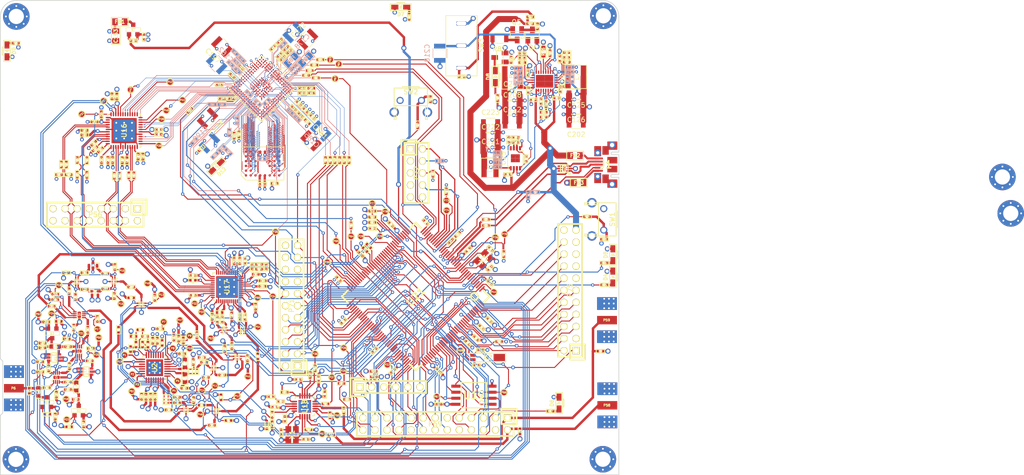
<source format=kicad_pcb>
(kicad_pcb (version 4) (host pcbnew 4.0.4-stable)
  (layers (0 C1F signal) (1 GND power hide) (2 VCC power hide) (3 SIG2 signal hide) (4 VAUX power hide) (31 C6B signal) (34 B.Paste user) (35 F.Paste user) (36 B.SilkS user) (37 F.SilkS user) (38 B.Mask user) (39 F.Mask user) (44 Edge.Cuts user))
  (net 0 "")
  (net 1 MIX_BYPASS)
  (net 2 GND)
  (net 3 TX_IF)
  (net 4 "Net-(C2-Pad1)")
  (net 5 !MIX_BYPASS)
  (net 6 "Net-(C4-Pad2)")
  (net 7 "Net-(C4-Pad1)")
  (net 8 RX)
  (net 9 "Net-(C6-Pad2)")
  (net 10 "Net-(C6-Pad1)")
  (net 11 "Net-(C7-Pad2)")
  (net 12 "Net-(C8-Pad2)")
  (net 13 "Net-(C10-Pad2)")
  (net 14 "Net-(C9-Pad1)")
  (net 15 "Net-(C10-Pad1)")
  (net 16 "Net-(C12-Pad2)")
  (net 17 "Net-(C12-Pad1)")
  (net 18 LP)
  (net 19 "Net-(C14-Pad2)")
  (net 20 TX_MIX_BP)
  (net 21 "Net-(C18-Pad2)")
  (net 22 "Net-(C18-Pad1)")
  (net 23 "Net-(C19-Pad2)")
  (net 24 "Net-(C19-Pad1)")
  (net 25 "Net-(C20-Pad2)")
  (net 26 "Net-(C20-Pad1)")
  (net 27 "Net-(C21-Pad2)")
  (net 28 "Net-(C21-Pad1)")
  (net 29 "Net-(C22-Pad2)")
  (net 30 "Net-(C22-Pad1)")
  (net 31 TX)
  (net 32 RX_MIX_BP)
  (net 33 "Net-(C26-Pad2)")
  (net 34 "Net-(C26-Pad1)")
  (net 35 "Net-(C27-Pad2)")
  (net 36 "Net-(C27-Pad1)")
  (net 37 "Net-(C28-Pad2)")
  (net 38 "Net-(C28-Pad1)")
  (net 39 "Net-(C29-Pad2)")
  (net 40 "Net-(C29-Pad1)")
  (net 41 HP)
  (net 42 MIXER_RESETX)
  (net 43 MIXER_ENX)
  (net 44 MIXER_SCLK)
  (net 45 MIXER_SDATA)
  (net 46 VAA)
  (net 47 RX_IF)
  (net 48 "Net-(C39-Pad1)")
  (net 49 "Net-(C41-Pad2)")
  (net 50 "Net-(C41-Pad1)")
  (net 51 "Net-(C42-Pad2)")
  (net 52 "/rf frontend/TX_AMP_IN")
  (net 53 "Net-(C43-Pad2)")
  (net 54 "Net-(C43-Pad1)")
  (net 55 "Net-(C44-Pad2)")
  (net 56 TX_AMP)
  (net 57 AMP_BYPASS)
  (net 58 RX_AMP)
  (net 59 "Net-(C52-Pad2)")
  (net 60 "/rf frontend/TX_AMP_OUT")
  (net 61 "Net-(C53-Pad2)")
  (net 62 "Net-(C53-Pad1)")
  (net 63 "Net-(C54-Pad1)")
  (net 64 VCC)
  (net 65 "Net-(C65-Pad2)")
  (net 66 "/rf frontend/RX_AMP_OUT")
  (net 67 "Net-(C66-Pad2)")
  (net 68 "Net-(C66-Pad1)")
  (net 69 "Net-(C67-Pad1)")
  (net 70 "Net-(C70-Pad2)")
  (net 71 "Net-(C70-Pad1)")
  (net 72 MIX_CLK)
  (net 73 "/rf frontend/REF_IN")
  (net 74 "Net-(C73-Pad2)")
  (net 75 "Net-(C73-Pad1)")
  (net 76 /baseband/COM)
  (net 77 /baseband/REFN)
  (net 78 "Net-(C92-Pad2)")
  (net 79 "Net-(C103-Pad2)")
  (net 80 "Net-(C103-Pad1)")
  (net 81 "Net-(C105-Pad2)")
  (net 82 "Net-(C105-Pad1)")
  (net 83 "Net-(C106-Pad2)")
  (net 84 "Net-(C106-Pad1)")
  (net 85 "Net-(C107-Pad1)")
  (net 86 "Net-(C108-Pad2)")
  (net 87 "Net-(C108-Pad1)")
  (net 88 /baseband/CLK5)
  (net 89 /baseband/XTAL2)
  (net 90 /baseband/CPOUT+)
  (net 91 /baseband/CPOUT-)
  (net 92 "Net-(C113-Pad2)")
  (net 93 "Net-(C113-Pad1)")
  (net 94 /mcu/usb/VBAT)
  (net 95 /mcu/usb/RTCX1)
  (net 96 /mcu/usb/RTCX2)
  (net 97 /mcu/usb/XTAL1)
  (net 98 /mcu/usb/XTAL2)
  (net 99 "Net-(C149-Pad1)")
  (net 100 XADCGND)
  (net 101 "Net-(C205-Pad2)")
  (net 102 SSP1_MISO)
  (net 103 CLKIN)
  (net 104 CLKOUT)
  (net 105 "Net-(D4-Pad2)")
  (net 106 "Net-(D5-Pad2)")
  (net 107 "Net-(D6-Pad2)")
  (net 108 "Net-(D7-Pad2)")
  (net 109 "Net-(D8-Pad2)")
  (net 110 "Net-(D9-Pad2)")
  (net 111 VBUS)
  (net 112 "Net-(D12-Pad2)")
  (net 113 "Net-(FB2-Pad1)")
  (net 114 "Net-(FB3-Pad1)")
  (net 115 "Net-(J1-Pad4)")
  (net 116 "Net-(J1-Pad3)")
  (net 117 "Net-(J1-Pad2)")
  (net 118 "Net-(L1-Pad2)")
  (net 119 "Net-(L2-Pad2)")
  (net 120 "Net-(L3-Pad1)")
  (net 121 "Net-(P1-Pad1)")
  (net 122 "/rf frontend/!ANT_BIAS")
  (net 123 "Net-(P3-Pad1)")
  (net 124 "Net-(P4-Pad1)")
  (net 125 "Net-(P5-Pad1)")
  (net 126 !TX_AMP_POWER)
  (net 127 !RX_AMP_POWER)
  (net 128 SCL)
  (net 129 SDA)
  (net 130 SSP1_SCK)
  (net 131 SSP1_MOSI)
  (net 132 CS_XCVR)
  (net 133 CS_AD)
  (net 134 TXENABLE)
  (net 135 RXENABLE)
  (net 136 GCK1)
  (net 137 GCK2)
  (net 138 SGPIO_CLK)
  (net 139 DA0)
  (net 140 DA4)
  (net 141 DA7)
  (net 142 DD0)
  (net 143 DD5)
  (net 144 DD9)
  (net 145 RSSI)
  (net 146 /baseband/XCVR_CLKOUT)
  (net 147 /baseband/RXBBQ-)
  (net 148 /baseband/RXBBI-)
  (net 149 /baseband/RXBBQ+)
  (net 150 /baseband/RXBBI+)
  (net 151 /baseband/TXBBI-)
  (net 152 /baseband/TXBBQ+)
  (net 153 /baseband/TXBBI+)
  (net 154 /baseband/TXBBQ-)
  (net 155 "Net-(P57-Pad1)")
  (net 156 "Net-(P60-Pad1)")
  (net 157 /mcu/usb/SGPIO0)
  (net 158 /mcu/usb/SGPIO7)
  (net 159 /mcu/usb/SGPIO9)
  (net 160 /mcu/usb/SGPIO10)
  (net 161 /mcu/usb/SGPIO11)
  (net 162 /mcu/usb/SPIFI_SIO2)
  (net 163 /mcu/usb/SPIFI_SIO3)
  (net 164 /mcu/usb/SPIFI_CS)
  (net 165 /mcu/usb/RESET)
  (net 166 /mcu/usb/I2C1_SCL)
  (net 167 /mcu/usb/I2C1_SDA)
  (net 168 /mcu/usb/SPIFI_MISO)
  (net 169 /mcu/usb/SPIFI_SCK)
  (net 170 /mcu/usb/SPIFI_MOSI)
  (net 171 /mcu/usb/I2S0_RX_SCK)
  (net 172 /mcu/usb/I2S0_RX_SDA)
  (net 173 /mcu/usb/I2S0_RX_MCLK)
  (net 174 /mcu/usb/I2S0_RX_WS)
  (net 175 /mcu/usb/I2S0_TX_SCK)
  (net 176 /mcu/usb/I2S0_TX_MCLK)
  (net 177 /mcu/usb/U0_RXD)
  (net 178 /mcu/usb/U0_TXD)
  (net 179 /mcu/usb/P2_9)
  (net 180 /mcu/usb/P2_13)
  (net 181 /mcu/usb/P2_8)
  (net 182 CLK6)
  (net 183 /mcu/usb/SD_CD)
  (net 184 /mcu/usb/SD_DAT3)
  (net 185 /mcu/usb/SD_DAT2)
  (net 186 /mcu/usb/SD_DAT1)
  (net 187 /mcu/usb/SD_DAT0)
  (net 188 /mcu/usb/SD_VOLT0)
  (net 189 /mcu/usb/SD_CMD)
  (net 190 /mcu/usb/SD_POW)
  (net 191 /mcu/usb/SD_CLK)
  (net 192 "Net-(P71-Pad15)")
  (net 193 "Net-(P71-Pad16)")
  (net 194 FPGA_TCK)
  (net 195 FPGA_TDI)
  (net 196 /mcu/usb/TMS)
  (net 197 /mcu/usb/TCK)
  (net 198 /mcu/usb/TDO)
  (net 199 "Net-(P72-Pad7)")
  (net 200 /mcu/usb/TDI)
  (net 201 /mcu/usb/DBGEN)
  (net 202 "Net-(P74-Pad1)")
  (net 203 /mcu/usb/RTC_ALARM)
  (net 204 /mcu/usb/WAKEUP)
  (net 205 /mcu/usb/GPIO3_8)
  (net 206 /mcu/usb/GPIO3_9)
  (net 207 /mcu/usb/GPIO3_10)
  (net 208 /mcu/usb/GPIO3_11)
  (net 209 /mcu/usb/GPIO3_12)
  (net 210 /mcu/usb/GPIO3_13)
  (net 211 /mcu/usb/GPIO3_14)
  (net 212 /mcu/usb/GPIO3_15)
  (net 213 /mcu/usb/ADC0_6)
  (net 214 /mcu/usb/ADC0_2)
  (net 215 "Net-(P75-Pad17)")
  (net 216 /mcu/usb/ADC0_5)
  (net 217 /mcu/usb/ADC0_0)
  (net 218 "Net-(P75-Pad22)")
  (net 219 /mcu/usb/GP_CLKIN)
  (net 220 /mcu/usb/P1_2)
  (net 221 /mcu/usb/P1_1)
  (net 222 "Net-(R4-Pad2)")
  (net 223 /baseband/QD+)
  (net 224 /baseband/QD-)
  (net 225 /baseband/ID-)
  (net 226 /baseband/ID+)
  (net 227 /baseband/IA+)
  (net 228 /baseband/IA-)
  (net 229 /baseband/QA-)
  (net 230 /baseband/QA+)
  (net 231 XCVR_EN)
  (net 232 "Net-(R29-Pad2)")
  (net 233 "Net-(R30-Pad2)")
  (net 234 "Net-(R31-Pad2)")
  (net 235 "Net-(R33-Pad2)")
  (net 236 /mcu/usb/LED1)
  (net 237 /mcu/usb/LED2)
  (net 238 /mcu/usb/LED3)
  (net 239 /mcu/usb/ISP)
  (net 240 "Net-(R44-Pad1)")
  (net 241 /mcu/usb/DM)
  (net 242 /mcu/usb/DP)
  (net 243 "Net-(R48-Pad1)")
  (net 244 "Net-(R52-Pad1)")
  (net 245 MCU_CLK)
  (net 246 "Net-(R54-Pad1)")
  (net 247 HOST_CAPTURE)
  (net 248 /mcu/usb/SGPIO2)
  (net 249 HOST_DATA2)
  (net 250 /mcu/usb/SGPIO13)
  (net 251 HOST_DECIM_SEL0)
  (net 252 /mcu/usb/SGPIO3)
  (net 253 HOST_DATA3)
  (net 254 HOST_DATA0)
  (net 255 HOST_DIRECTION)
  (net 256 /mcu/usb/SGPIO14)
  (net 257 HOST_DECIM_SEL1)
  (net 258 /mcu/usb/SGPIO12)
  (net 259 HOST_Q_INVERT)
  (net 260 /mcu/usb/SGPIO1)
  (net 261 HOST_DATA1)
  (net 262 /mcu/usb/SGPIO15)
  (net 263 HOST_DECIM_SEL2)
  (net 264 /mcu/usb/SGPIO4)
  (net 265 HOST_DATA4)
  (net 266 HOST_DATA7)
  (net 267 /mcu/usb/SGPIO5)
  (net 268 HOST_DATA5)
  (net 269 HOST_DISABLE)
  (net 270 /mcu/usb/SGPIO6)
  (net 271 HOST_DATA6)
  (net 272 "Net-(R91-Pad1)")
  (net 273 "Net-(R99-Pad2)")
  (net 274 "Net-(T1-Pad3)")
  (net 275 "Net-(T1-Pad4)")
  (net 276 "Net-(U2-Pad1)")
  (net 277 "Net-(U2-Pad2)")
  (net 278 "Net-(U2-Pad3)")
  (net 279 "Net-(U2-Pad11)")
  (net 280 "Net-(U2-Pad13)")
  (net 281 "Net-(U2-Pad14)")
  (net 282 "Net-(U2-Pad17)")
  (net 283 "Net-(U2-Pad18)")
  (net 284 "Net-(U2-Pad20)")
  (net 285 "Net-(U2-Pad21)")
  (net 286 "Net-(U5-Pad2)")
  (net 287 "Net-(U13-Pad2)")
  (net 288 "Net-(U14-Pad2)")
  (net 289 DA1)
  (net 290 DA2)
  (net 291 DA3)
  (net 292 DA5)
  (net 293 DA6)
  (net 294 DD1)
  (net 295 DD2)
  (net 296 DD3)
  (net 297 DD4)
  (net 298 DD6)
  (net 299 DD7)
  (net 300 DD8)
  (net 301 "Net-(U16-Pad38)")
  (net 302 "Net-(U17-Pad3)")
  (net 303 "Net-(U17-Pad6)")
  (net 304 "Net-(U17-Pad8)")
  (net 305 "Net-(U17-Pad9)")
  (net 306 "Net-(U17-Pad12)")
  (net 307 "Net-(U17-Pad14)")
  (net 308 "Net-(U17-Pad18)")
  (net 309 "Net-(U17-Pad33)")
  (net 310 "Net-(U17-Pad34)")
  (net 311 "Net-(U17-Pad40)")
  (net 312 "Net-(U20-Pad4)")
  (net 313 "Net-(U20-Pad6)")
  (net 314 FPGA_TDO)
  (net 315 FPGA_TMS)
  (net 316 "Net-(U21-Pad89)")
  (net 317 "Net-(U21-Pad90)")
  (net 318 "Net-(U21-Pad101)")
  (net 319 "Net-(U21-Pad136)")
  (net 320 "Net-(U21-Pad138)")
  (net 321 "Net-(U21-Pad139)")
  (net 322 "Net-(U22-PadC11)")
  (net 323 "Net-(U22-PadB17)")
  (net 324 "Net-(U22-PadJ17)")
  (net 325 "Net-(U22-PadD18)")
  (net 326 "Net-(U22-PadF18)")
  (net 327 "Net-(U22-PadG18)")
  (net 328 "Net-(U22-PadJ18)")
  (net 329 "Net-(U22-PadD19)")
  (net 330 "Net-(U22-PadE19)")
  (net 331 "Net-(U22-PadK19)")
  (net 332 "Net-(P79-Pad3)")
  (net 333 /baseband/XB)
  (net 334 /baseband/XA)
  (net 335 /power/INT3V3)
  (net 336 "Net-(C122-Pad2)")
  (net 337 "Net-(C122-Pad1)")
  (net 338 "Net-(C123-Pad2)")
  (net 339 "Net-(C124-Pad2)")
  (net 340 "Net-(C204-Pad2)")
  (net 341 "Net-(C204-Pad1)")
  (net 342 "Net-(C206-Pad2)")
  (net 343 "Net-(C213-Pad1)")
  (net 344 "Net-(C214-Pad1)")
  (net 345 "Net-(C215-Pad1)")
  (net 346 "Net-(C216-Pad1)")
  (net 347 /power/EN)
  (net 348 "Net-(C220-Pad2)")
  (net 349 "Net-(C224-Pad2)")
  (net 350 "Net-(C224-Pad1)")
  (net 351 "Net-(D8-Pad1)")
  (net 352 "Net-(L9-Pad1)")
  (net 353 /power/PGOOD)
  (net 354 "Net-(Q5-PadD)")
  (net 355 "Net-(Q5-PadG)")
  (net 356 /power/PGOOD1V8)
  (net 357 /fpga/SRAM-CE)
  (net 358 "Net-(R76-Pad1)")
  (net 359 /power/PGOOD1V0)
  (net 360 "Net-(R83-Pad1)")
  (net 361 "Net-(R85-Pad2)")
  (net 362 "Net-(R100-Pad2)")
  (net 363 /fpga/DONE)
  (net 364 /fpga/PROG)
  (net 365 /fpga/INIT)
  (net 366 /fpga/MODE0)
  (net 367 /fpga/MODE1)
  (net 368 /fpga/MODE2)
  (net 369 "Net-(R102-Pad2)")
  (net 370 "Net-(U21-Pad100)")
  (net 371 /fpga/SRAM-DQ5)
  (net 372 /fpga/SRAM-DQ1)
  (net 373 /fpga/SRAM-DQ7)
  (net 374 /fpga/SRAM-DQ6)
  (net 375 /fpga/SRAM-DQ2)
  (net 376 /fpga/SRAM-DQ3)
  (net 377 /fpga/SRAM-A18)
  (net 378 /fpga/SRAM-DQ0)
  (net 379 /fpga/SRAM-DQ4)
  (net 380 /fpga/SRAM-A15)
  (net 381 /fpga/SRAM-A16)
  (net 382 /fpga/SRAM-A2)
  (net 383 /fpga/SRAM-A3)
  (net 384 /fpga/SRAM-A4)
  (net 385 /fpga/SRAM-A11)
  (net 386 /fpga/SRAM-A13)
  (net 387 /fpga/SRAM-A17)
  (net 388 /fpga/SRAM-A0)
  (net 389 /fpga/SRAM-A5)
  (net 390 /fpga/SRAM-A6)
  (net 391 /fpga/SRAM-A12)
  (net 392 /fpga/SRAM-A14)
  (net 393 /fpga/SRAM-A10)
  (net 394 /fpga/SRAM-A1)
  (net 395 /fpga/SRAM-OE)
  (net 396 /fpga/SRAM-WE)
  (net 397 /fpga/SRAM-A8)
  (net 398 /fpga/SRAM-A9)
  (net 399 /fpga/SRAM-A7)
  (net 400 +1V0)
  (net 401 +1V8)
  (net 402 "Net-(P71-Pad20)")
  (net 403 "Net-(FB1-Pad1)")
  (net 404 !VAA_ENABLE)
  (net 405 "Net-(U22-PadW6)")
  (net 406 "Net-(U22-PadW7)")
  (net 407 "Net-(U22-PadW18)")
  (net 408 "Net-(P71-Pad17)")
  (module gsg-modules:TESTPOINT-50MIL (layer C1F) (at 96.5327 44.0436 90)
    (fp_text reference P43 (at 0 0 90) (layer F.SilkS) (effects (font (size 0.381 0.381) (thickness 0.09652))))
    (fp_text value CONN_1 hide)
    (pad 1 smd circle (at 0 0 90) (size 1.27 1.27) (layers C1F F.Mask) (net 144 DD9))
  )
  (module gsg-modules:0402 (layer C6B) (at 121.415829 44.860229 135)
    (fp_text reference C165 (at 0 -0.0508 135) (layer B.SilkS) (effects (font (size 0.4064 0.4064) (thickness 0.1016)) (justify mirror)))
    (fp_text value 470nF hide)
    (pad 2 smd rect (at 0.5334 0 135) (size 0.508 0.5588) (layers C6B B.Paste B.Mask) (net 2 GND))
    (pad 1 smd rect (at -0.5334 0 135) (size 0.508 0.5588) (layers C6B B.Paste B.Mask) (net 400 +1V0))
  )
  (module gsg-modules:0402 (layer C1F) (at 117.9322 41.0464 135)
    (fp_text reference C181 (at 0 0.0508 135) (layer F.SilkS) (effects (font (size 0.4064 0.4064) (thickness 0.1016))))
    (fp_text value 470nF hide)
    (pad 2 smd rect (at 0.5334 0 135) (size 0.508 0.5588) (layers C1F F.Paste F.Mask) (net 2 GND))
    (pad 1 smd rect (at -0.5334 0 135) (size 0.508 0.5588) (layers C1F F.Paste F.Mask) (net 64 VCC))
  )
  (module gsg-modules:0402 (layer C6B) (at 118.825029 38.281629 135)
    (fp_text reference C193 (at 0 -0.0508 135) (layer B.SilkS) (effects (font (size 0.4064 0.4064) (thickness 0.1016)) (justify mirror)))
    (fp_text value 470nF hide)
    (pad 2 smd rect (at 0.5334 0 135) (size 0.508 0.5588) (layers C6B B.Paste B.Mask) (net 2 GND))
    (pad 1 smd rect (at -0.5334 0 135) (size 0.508 0.5588) (layers C6B B.Paste B.Mask) (net 64 VCC))
  )
  (module noob:BGA_48 (layer C1F) (at 124.333 59.5884 90)
    (fp_text reference U23 hide)
    (fp_text value IS61WV5128BLL-10BLI)
    (pad A1 smd circle (at -2.5 -3.5 90) (size 0.5 0.5) (layers C1F F.Paste F.Mask) (net 388 /fpga/SRAM-A0))
    (pad B1 smd circle (at -2.5 -2.5 90) (size 0.5 0.5) (layers C1F F.Paste F.Mask) (net 379 /fpga/SRAM-DQ4))
    (pad C1 smd circle (at -2.5 -1.5 90) (size 0.5 0.5) (layers C1F F.Paste F.Mask) (net 371 /fpga/SRAM-DQ5))
    (pad D1 smd circle (at -2.5 -0.5 90) (size 0.5 0.5) (layers C1F F.Paste F.Mask) (net 2 GND))
    (pad E1 smd circle (at -2.5 0.5 90) (size 0.5 0.5) (layers C1F F.Paste F.Mask) (net 64 VCC))
    (pad F1 smd circle (at -2.5 1.5 90) (size 0.5 0.5) (layers C1F F.Paste F.Mask) (net 374 /fpga/SRAM-DQ6))
    (pad G1 smd circle (at -2.5 2.5 90) (size 0.5 0.5) (layers C1F F.Paste F.Mask) (net 373 /fpga/SRAM-DQ7))
    (pad H1 smd circle (at -2.5 3.5 90) (size 0.5 0.5) (layers C1F F.Paste F.Mask) (net 398 /fpga/SRAM-A9))
    (pad A2 smd circle (at -1.5 -3.5 90) (size 0.5 0.5) (layers C1F F.Paste F.Mask) (net 394 /fpga/SRAM-A1))
    (pad B2 smd circle (at -1.5 -2.5 90) (size 0.5 0.5) (layers C1F F.Paste F.Mask) (net 382 /fpga/SRAM-A2))
    (pad G2 smd circle (at -1.5 2.5 90) (size 0.5 0.5) (layers C1F F.Paste F.Mask) (net 395 /fpga/SRAM-OE))
    (pad H2 smd circle (at -1.5 3.5 90) (size 0.5 0.5) (layers C1F F.Paste F.Mask) (net 393 /fpga/SRAM-A10))
    (pad A3 smd circle (at -0.5 -3.5 90) (size 0.5 0.5) (layers C1F F.Paste F.Mask))
    (pad B3 smd circle (at -0.5 -2.5 90) (size 0.5 0.5) (layers C1F F.Paste F.Mask) (net 396 /fpga/SRAM-WE))
    (pad C3 smd circle (at -0.5 -1.5 90) (size 0.5 0.5) (layers C1F F.Paste F.Mask))
    (pad F3 smd circle (at -0.5 1.5 90) (size 0.5 0.5) (layers C1F F.Paste F.Mask) (net 377 /fpga/SRAM-A18))
    (pad G3 smd circle (at -0.5 2.5 90) (size 0.5 0.5) (layers C1F F.Paste F.Mask) (net 357 /fpga/SRAM-CE))
    (pad H3 smd circle (at -0.5 3.5 90) (size 0.5 0.5) (layers C1F F.Paste F.Mask) (net 385 /fpga/SRAM-A11))
    (pad A4 smd circle (at 0.5 -3.5 90) (size 0.5 0.5) (layers C1F F.Paste F.Mask) (net 383 /fpga/SRAM-A3))
    (pad B4 smd circle (at 0.5 -2.5 90) (size 0.5 0.5) (layers C1F F.Paste F.Mask) (net 384 /fpga/SRAM-A4))
    (pad C4 smd circle (at 0.5 -1.5 90) (size 0.5 0.5) (layers C1F F.Paste F.Mask) (net 389 /fpga/SRAM-A5))
    (pad F4 smd circle (at 0.5 1.5 90) (size 0.5 0.5) (layers C1F F.Paste F.Mask) (net 387 /fpga/SRAM-A17))
    (pad G4 smd circle (at 0.5 2.5 90) (size 0.5 0.5) (layers C1F F.Paste F.Mask) (net 381 /fpga/SRAM-A16))
    (pad H4 smd circle (at 0.5 3.5 90) (size 0.5 0.5) (layers C1F F.Paste F.Mask) (net 391 /fpga/SRAM-A12))
    (pad A5 smd circle (at 1.5 -3.5 90) (size 0.5 0.5) (layers C1F F.Paste F.Mask) (net 390 /fpga/SRAM-A6))
    (pad B5 smd circle (at 1.5 -2.5 90) (size 0.5 0.5) (layers C1F F.Paste F.Mask) (net 399 /fpga/SRAM-A7))
    (pad G5 smd circle (at 1.5 2.5 90) (size 0.5 0.5) (layers C1F F.Paste F.Mask) (net 380 /fpga/SRAM-A15))
    (pad H5 smd circle (at 1.5 3.5 90) (size 0.5 0.5) (layers C1F F.Paste F.Mask) (net 386 /fpga/SRAM-A13))
    (pad A6 smd circle (at 2.5 -3.5 90) (size 0.5 0.5) (layers C1F F.Paste F.Mask) (net 397 /fpga/SRAM-A8))
    (pad B6 smd circle (at 2.5 -2.5 90) (size 0.5 0.5) (layers C1F F.Paste F.Mask) (net 378 /fpga/SRAM-DQ0))
    (pad C6 smd circle (at 2.5 -1.5 90) (size 0.5 0.5) (layers C1F F.Paste F.Mask) (net 372 /fpga/SRAM-DQ1))
    (pad D6 smd circle (at 2.5 -0.5 90) (size 0.5 0.5) (layers C1F F.Paste F.Mask) (net 64 VCC))
    (pad E6 smd circle (at 2.5 0.5 90) (size 0.5 0.5) (layers C1F F.Paste F.Mask) (net 2 GND))
    (pad F6 smd circle (at 2.5 1.5 90) (size 0.5 0.5) (layers C1F F.Paste F.Mask) (net 375 /fpga/SRAM-DQ2))
    (pad G6 smd circle (at 2.5 2.5 90) (size 0.5 0.5) (layers C1F F.Paste F.Mask) (net 376 /fpga/SRAM-DQ3))
    (pad H6 smd circle (at 2.5 3.5 90) (size 0.5 0.5) (layers C1F F.Paste F.Mask) (net 392 /fpga/SRAM-A14))
  )
  (module noob:BGA_361 (layer C1F) (at 124.12594 43.696967 315)
    (fp_text reference U22 (at 0 -6.2 315) (layer F.SilkS) (effects (font (size 1.2 1.2))))
    (fp_text value XC7A15T-1CPG236C)
    (pad A1 smd circle (at -4.5 -4.5 315) (size 0.3 0.3) (layers C1F F.Paste F.Mask) (net 2 GND))
    (pad B1 smd circle (at -4.5 -4 315) (size 0.3 0.3) (layers C1F F.Paste F.Mask) (net 2 GND))
    (pad C1 smd circle (at -4.5 -3.5 315) (size 0.3 0.3) (layers C1F F.Paste F.Mask) (net 2 GND))
    (pad D1 smd circle (at -4.5 -3 315) (size 0.3 0.3) (layers C1F F.Paste F.Mask))
    (pad E1 smd circle (at -4.5 -2.5 315) (size 0.3 0.3) (layers C1F F.Paste F.Mask) (net 2 GND))
    (pad F1 smd circle (at -4.5 -2 315) (size 0.3 0.3) (layers C1F F.Paste F.Mask) (net 2 GND))
    (pad G1 smd circle (at -4.5 -1.5 315) (size 0.3 0.3) (layers C1F F.Paste F.Mask) (net 2 GND))
    (pad H1 smd circle (at -4.5 -1 315) (size 0.3 0.3) (layers C1F F.Paste F.Mask))
    (pad J1 smd circle (at -4.5 -0.5 315) (size 0.3 0.3) (layers C1F F.Paste F.Mask))
    (pad K1 smd circle (at -4.5 0 315) (size 0.3 0.3) (layers C1F F.Paste F.Mask) (net 64 VCC))
    (pad L1 smd circle (at -4.5 0.5 315) (size 0.3 0.3) (layers C1F F.Paste F.Mask))
    (pad M1 smd circle (at -4.5 1 315) (size 0.3 0.3) (layers C1F F.Paste F.Mask))
    (pad N1 smd circle (at -4.5 1.5 315) (size 0.3 0.3) (layers C1F F.Paste F.Mask))
    (pad P1 smd circle (at -4.5 2 315) (size 0.3 0.3) (layers C1F F.Paste F.Mask))
    (pad R1 smd circle (at -4.5 2.5 315) (size 0.3 0.3) (layers C1F F.Paste F.Mask) (net 64 VCC))
    (pad T1 smd circle (at -4.5 3 315) (size 0.3 0.3) (layers C1F F.Paste F.Mask) (net 143 DD5))
    (pad U1 smd circle (at -4.5 3.5 315) (size 0.3 0.3) (layers C1F F.Paste F.Mask) (net 297 DD4))
    (pad V1 smd circle (at -4.5 4 315) (size 0.3 0.3) (layers C1F F.Paste F.Mask) (net 64 VCC))
    (pad W1 smd circle (at -4.5 4.5 315) (size 0.3 0.3) (layers C1F F.Paste F.Mask) (net 2 GND))
    (pad A2 smd circle (at -4 -4.5 315) (size 0.3 0.3) (layers C1F F.Paste F.Mask))
    (pad B2 smd circle (at -4 -4 315) (size 0.3 0.3) (layers C1F F.Paste F.Mask))
    (pad C2 smd circle (at -4 -3.5 315) (size 0.3 0.3) (layers C1F F.Paste F.Mask) (net 2 GND))
    (pad D2 smd circle (at -4 -3 315) (size 0.3 0.3) (layers C1F F.Paste F.Mask))
    (pad E2 smd circle (at -4 -2.5 315) (size 0.3 0.3) (layers C1F F.Paste F.Mask) (net 2 GND))
    (pad F2 smd circle (at -4 -2 315) (size 0.3 0.3) (layers C1F F.Paste F.Mask) (net 2 GND))
    (pad G2 smd circle (at -4 -1.5 315) (size 0.3 0.3) (layers C1F F.Paste F.Mask))
    (pad H2 smd circle (at -4 -1 315) (size 0.3 0.3) (layers C1F F.Paste F.Mask))
    (pad J2 smd circle (at -4 -0.5 315) (size 0.3 0.3) (layers C1F F.Paste F.Mask))
    (pad K2 smd circle (at -4 0 315) (size 0.3 0.3) (layers C1F F.Paste F.Mask))
    (pad L2 smd circle (at -4 0.5 315) (size 0.3 0.3) (layers C1F F.Paste F.Mask))
    (pad M2 smd circle (at -4 1 315) (size 0.3 0.3) (layers C1F F.Paste F.Mask))
    (pad N2 smd circle (at -4 1.5 315) (size 0.3 0.3) (layers C1F F.Paste F.Mask))
    (pad P2 smd circle (at -4 2 315) (size 0.3 0.3) (layers C1F F.Paste F.Mask) (net 2 GND))
    (pad R2 smd circle (at -4 2.5 315) (size 0.3 0.3) (layers C1F F.Paste F.Mask) (net 144 DD9))
    (pad T2 smd circle (at -4 3 315) (size 0.3 0.3) (layers C1F F.Paste F.Mask) (net 300 DD8))
    (pad U2 smd circle (at -4 3.5 315) (size 0.3 0.3) (layers C1F F.Paste F.Mask) (net 293 DA6))
    (pad V2 smd circle (at -4 4 315) (size 0.3 0.3) (layers C1F F.Paste F.Mask) (net 296 DD3))
    (pad W2 smd circle (at -4 4.5 315) (size 0.3 0.3) (layers C1F F.Paste F.Mask) (net 295 DD2))
    (pad A3 smd circle (at -3.5 -4.5 315) (size 0.3 0.3) (layers C1F F.Paste F.Mask) (net 2 GND))
    (pad B3 smd circle (at -3.5 -4 315) (size 0.3 0.3) (layers C1F F.Paste F.Mask) (net 2 GND))
    (pad C3 smd circle (at -3.5 -3.5 315) (size 0.3 0.3) (layers C1F F.Paste F.Mask) (net 2 GND))
    (pad D3 smd circle (at -3.5 -3 315) (size 0.3 0.3) (layers C1F F.Paste F.Mask) (net 2 GND))
    (pad E3 smd circle (at -3.5 -2.5 315) (size 0.3 0.3) (layers C1F F.Paste F.Mask) (net 2 GND))
    (pad F3 smd circle (at -3.5 -2 315) (size 0.3 0.3) (layers C1F F.Paste F.Mask) (net 2 GND))
    (pad G3 smd circle (at -3.5 -1.5 315) (size 0.3 0.3) (layers C1F F.Paste F.Mask))
    (pad H3 smd circle (at -3.5 -1 315) (size 0.3 0.3) (layers C1F F.Paste F.Mask) (net 64 VCC))
    (pad J3 smd circle (at -3.5 -0.5 315) (size 0.3 0.3) (layers C1F F.Paste F.Mask))
    (pad K3 smd circle (at -3.5 0 315) (size 0.3 0.3) (layers C1F F.Paste F.Mask))
    (pad L3 smd circle (at -3.5 0.5 315) (size 0.3 0.3) (layers C1F F.Paste F.Mask))
    (pad M3 smd circle (at -3.5 1 315) (size 0.3 0.3) (layers C1F F.Paste F.Mask))
    (pad N3 smd circle (at -3.5 1.5 315) (size 0.3 0.3) (layers C1F F.Paste F.Mask))
    (pad P3 smd circle (at -3.5 2 315) (size 0.3 0.3) (layers C1F F.Paste F.Mask))
    (pad R3 smd circle (at -3.5 2.5 315) (size 0.3 0.3) (layers C1F F.Paste F.Mask) (net 299 DD7))
    (pad T3 smd circle (at -3.5 3 315) (size 0.3 0.3) (layers C1F F.Paste F.Mask) (net 298 DD6))
    (pad U3 smd circle (at -3.5 3.5 315) (size 0.3 0.3) (layers C1F F.Paste F.Mask) (net 141 DA7))
    (pad V3 smd circle (at -3.5 4 315) (size 0.3 0.3) (layers C1F F.Paste F.Mask) (net 294 DD1))
    (pad W3 smd circle (at -3.5 4.5 315) (size 0.3 0.3) (layers C1F F.Paste F.Mask) (net 142 DD0))
    (pad A4 smd circle (at -3 -4.5 315) (size 0.3 0.3) (layers C1F F.Paste F.Mask))
    (pad B4 smd circle (at -3 -4 315) (size 0.3 0.3) (layers C1F F.Paste F.Mask))
    (pad C4 smd circle (at -3 -3.5 315) (size 0.3 0.3) (layers C1F F.Paste F.Mask) (net 2 GND))
    (pad U4 smd circle (at -3 3.5 315) (size 0.3 0.3) (layers C1F F.Paste F.Mask) (net 292 DA5))
    (pad V4 smd circle (at -3 4 315) (size 0.3 0.3) (layers C1F F.Paste F.Mask) (net 140 DA4))
    (pad W4 smd circle (at -3 4.5 315) (size 0.3 0.3) (layers C1F F.Paste F.Mask) (net 290 DA2))
    (pad A5 smd circle (at -2.5 -4.5 315) (size 0.3 0.3) (layers C1F F.Paste F.Mask) (net 2 GND))
    (pad B5 smd circle (at -2.5 -4 315) (size 0.3 0.3) (layers C1F F.Paste F.Mask) (net 2 GND))
    (pad C5 smd circle (at -2.5 -3.5 315) (size 0.3 0.3) (layers C1F F.Paste F.Mask) (net 2 GND))
    (pad U5 smd circle (at -2.5 3.5 315) (size 0.3 0.3) (layers C1F F.Paste F.Mask) (net 291 DA3))
    (pad V5 smd circle (at -2.5 4 315) (size 0.3 0.3) (layers C1F F.Paste F.Mask) (net 289 DA1))
    (pad W5 smd circle (at -2.5 4.5 315) (size 0.3 0.3) (layers C1F F.Paste F.Mask) (net 139 DA0))
    (pad A6 smd circle (at -2 -4.5 315) (size 0.3 0.3) (layers C1F F.Paste F.Mask))
    (pad B6 smd circle (at -2 -4 315) (size 0.3 0.3) (layers C1F F.Paste F.Mask))
    (pad C6 smd circle (at -2 -3.5 315) (size 0.3 0.3) (layers C1F F.Paste F.Mask) (net 2 GND))
    (pad U6 smd circle (at -2 3.5 315) (size 0.3 0.3) (layers C1F F.Paste F.Mask) (net 2 GND))
    (pad V6 smd circle (at -2 4 315) (size 0.3 0.3) (layers C1F F.Paste F.Mask) (net 64 VCC))
    (pad W6 smd circle (at -2 4.5 315) (size 0.3 0.3) (layers C1F F.Paste F.Mask) (net 405 "Net-(U22-PadW6)"))
    (pad A7 smd circle (at -1.5 -4.5 315) (size 0.3 0.3) (layers C1F F.Paste F.Mask) (net 2 GND))
    (pad B7 smd circle (at -1.5 -4 315) (size 0.3 0.3) (layers C1F F.Paste F.Mask) (net 2 GND))
    (pad C7 smd circle (at -1.5 -3.5 315) (size 0.3 0.3) (layers C1F F.Paste F.Mask))
    (pad G7 smd circle (at -1.5 -1.5 315) (size 0.3 0.3) (layers C1F F.Paste F.Mask) (net 2 GND))
    (pad H7 smd circle (at -1.5 -1 315) (size 0.3 0.3) (layers C1F F.Paste F.Mask) (net 2 GND))
    (pad J7 smd circle (at -1.5 -0.5 315) (size 0.3 0.3) (layers C1F F.Paste F.Mask) (net 64 VCC))
    (pad K7 smd circle (at -1.5 0 315) (size 0.3 0.3) (layers C1F F.Paste F.Mask) (net 64 VCC))
    (pad L7 smd circle (at -1.5 0.5 315) (size 0.3 0.3) (layers C1F F.Paste F.Mask) (net 64 VCC))
    (pad M7 smd circle (at -1.5 1 315) (size 0.3 0.3) (layers C1F F.Paste F.Mask) (net 64 VCC))
    (pad N7 smd circle (at -1.5 1.5 315) (size 0.3 0.3) (layers C1F F.Paste F.Mask) (net 64 VCC))
    (pad U7 smd circle (at -1.5 3.5 315) (size 0.3 0.3) (layers C1F F.Paste F.Mask) (net 257 HOST_DECIM_SEL1))
    (pad V7 smd circle (at -1.5 4 315) (size 0.3 0.3) (layers C1F F.Paste F.Mask) (net 251 HOST_DECIM_SEL0))
    (pad W7 smd circle (at -1.5 4.5 315) (size 0.3 0.3) (layers C1F F.Paste F.Mask) (net 406 "Net-(U22-PadW7)"))
    (pad A8 smd circle (at -1 -4.5 315) (size 0.3 0.3) (layers C1F F.Paste F.Mask))
    (pad B8 smd circle (at -1 -4 315) (size 0.3 0.3) (layers C1F F.Paste F.Mask))
    (pad C8 smd circle (at -1 -3.5 315) (size 0.3 0.3) (layers C1F F.Paste F.Mask) (net 194 FPGA_TCK))
    (pad G8 smd circle (at -1 -1.5 315) (size 0.3 0.3) (layers C1F F.Paste F.Mask) (net 2 GND))
    (pad H8 smd circle (at -1 -1 315) (size 0.3 0.3) (layers C1F F.Paste F.Mask) (net 2 GND))
    (pad J8 smd circle (at -1 -0.5 315) (size 0.3 0.3) (layers C1F F.Paste F.Mask) (net 2 GND))
    (pad K8 smd circle (at -1 0 315) (size 0.3 0.3) (layers C1F F.Paste F.Mask) (net 2 GND))
    (pad L8 smd circle (at -1 0.5 315) (size 0.3 0.3) (layers C1F F.Paste F.Mask) (net 2 GND))
    (pad M8 smd circle (at -1 1 315) (size 0.3 0.3) (layers C1F F.Paste F.Mask) (net 64 VCC))
    (pad N8 smd circle (at -1 1.5 315) (size 0.3 0.3) (layers C1F F.Paste F.Mask) (net 64 VCC))
    (pad U8 smd circle (at -1 3.5 315) (size 0.3 0.3) (layers C1F F.Paste F.Mask) (net 255 HOST_DIRECTION))
    (pad V8 smd circle (at -1 4 315) (size 0.3 0.3) (layers C1F F.Paste F.Mask) (net 269 HOST_DISABLE))
    (pad W8 smd circle (at -1 4.5 315) (size 0.3 0.3) (layers C1F F.Paste F.Mask) (net 314 FPGA_TDO))
    (pad A9 smd circle (at -0.5 -4.5 315) (size 0.3 0.3) (layers C1F F.Paste F.Mask) (net 2 GND))
    (pad B9 smd circle (at -0.5 -4 315) (size 0.3 0.3) (layers C1F F.Paste F.Mask) (net 2 GND))
    (pad C9 smd circle (at -0.5 -3.5 315) (size 0.3 0.3) (layers C1F F.Paste F.Mask) (net 401 +1V8))
    (pad G9 smd circle (at -0.5 -1.5 315) (size 0.3 0.3) (layers C1F F.Paste F.Mask) (net 2 GND))
    (pad H9 smd circle (at -0.5 -1 315) (size 0.3 0.3) (layers C1F F.Paste F.Mask) (net 2 GND))
    (pad J9 smd circle (at -0.5 -0.5 315) (size 0.3 0.3) (layers C1F F.Paste F.Mask) (net 2 GND))
    (pad L9 smd circle (at -0.5 0.5 315) (size 0.3 0.3) (layers C1F F.Paste F.Mask) (net 2 GND))
    (pad M9 smd circle (at -0.5 1 315) (size 0.3 0.3) (layers C1F F.Paste F.Mask) (net 2 GND))
    (pad N9 smd circle (at -0.5 1.5 315) (size 0.3 0.3) (layers C1F F.Paste F.Mask) (net 2 GND))
    (pad U9 smd circle (at -0.5 3.5 315) (size 0.3 0.3) (layers C1F F.Paste F.Mask) (net 2 GND))
    (pad V9 smd circle (at -0.5 4 315) (size 0.3 0.3) (layers C1F F.Paste F.Mask) (net 64 VCC))
    (pad W9 smd circle (at -0.5 4.5 315) (size 0.3 0.3) (layers C1F F.Paste F.Mask) (net 315 FPGA_TMS))
    (pad A10 smd circle (at 0 -4.5 315) (size 0.3 0.3) (layers C1F F.Paste F.Mask))
    (pad B10 smd circle (at 0 -4 315) (size 0.3 0.3) (layers C1F F.Paste F.Mask))
    (pad C10 smd circle (at 0 -3.5 315) (size 0.3 0.3) (layers C1F F.Paste F.Mask) (net 2 GND))
    (pad G10 smd circle (at 0 -1.5 315) (size 0.3 0.3) (layers C1F F.Paste F.Mask) (net 400 +1V0))
    (pad H10 smd circle (at 0 -1 315) (size 0.3 0.3) (layers C1F F.Paste F.Mask) (net 400 +1V0))
    (pad J10 smd circle (at 0 -0.5 315) (size 0.3 0.3) (layers C1F F.Paste F.Mask) (net 400 +1V0))
    (pad L10 smd circle (at 0 0.5 315) (size 0.3 0.3) (layers C1F F.Paste F.Mask) (net 400 +1V0))
    (pad M10 smd circle (at 0 1 315) (size 0.3 0.3) (layers C1F F.Paste F.Mask) (net 400 +1V0))
    (pad N10 smd circle (at 0 1.5 315) (size 0.3 0.3) (layers C1F F.Paste F.Mask) (net 400 +1V0))
    (pad U10 smd circle (at 0 3.5 315) (size 0.3 0.3) (layers C1F F.Paste F.Mask) (net 368 /fpga/MODE2))
    (pad V10 smd circle (at 0 4 315) (size 0.3 0.3) (layers C1F F.Paste F.Mask) (net 364 /fpga/PROG))
    (pad W10 smd circle (at 0 4.5 315) (size 0.3 0.3) (layers C1F F.Paste F.Mask) (net 195 FPGA_TDI))
    (pad A11 smd circle (at 0.5 -4.5 315) (size 0.3 0.3) (layers C1F F.Paste F.Mask) (net 2 GND))
    (pad B11 smd circle (at 0.5 -4 315) (size 0.3 0.3) (layers C1F F.Paste F.Mask) (net 2 GND))
    (pad C11 smd circle (at 0.5 -3.5 315) (size 0.3 0.3) (layers C1F F.Paste F.Mask) (net 322 "Net-(U22-PadC11)"))
    (pad G11 smd circle (at 0.5 -1.5 315) (size 0.3 0.3) (layers C1F F.Paste F.Mask) (net 2 GND))
    (pad H11 smd circle (at 0.5 -1 315) (size 0.3 0.3) (layers C1F F.Paste F.Mask) (net 2 GND))
    (pad J11 smd circle (at 0.5 -0.5 315) (size 0.3 0.3) (layers C1F F.Paste F.Mask) (net 2 GND))
    (pad L11 smd circle (at 0.5 0.5 315) (size 0.3 0.3) (layers C1F F.Paste F.Mask) (net 2 GND))
    (pad M11 smd circle (at 0.5 1 315) (size 0.3 0.3) (layers C1F F.Paste F.Mask) (net 400 +1V0))
    (pad N11 smd circle (at 0.5 1.5 315) (size 0.3 0.3) (layers C1F F.Paste F.Mask) (net 400 +1V0))
    (pad U11 smd circle (at 0.5 3.5 315) (size 0.3 0.3) (layers C1F F.Paste F.Mask) (net 365 /fpga/INIT))
    (pad V11 smd circle (at 0.5 4 315) (size 0.3 0.3) (layers C1F F.Paste F.Mask) (net 273 "Net-(R99-Pad2)"))
    (pad W11 smd circle (at 0.5 4.5 315) (size 0.3 0.3) (layers C1F F.Paste F.Mask) (net 367 /fpga/MODE1))
    (pad A12 smd circle (at 1 -4.5 315) (size 0.3 0.3) (layers C1F F.Paste F.Mask) (net 100 XADCGND))
    (pad B12 smd circle (at 1 -4 315) (size 0.3 0.3) (layers C1F F.Paste F.Mask) (net 100 XADCGND))
    (pad C12 smd circle (at 1 -3.5 315) (size 0.3 0.3) (layers C1F F.Paste F.Mask) (net 100 XADCGND))
    (pad G12 smd circle (at 1 -1.5 315) (size 0.3 0.3) (layers C1F F.Paste F.Mask) (net 64 VCC))
    (pad H12 smd circle (at 1 -1 315) (size 0.3 0.3) (layers C1F F.Paste F.Mask) (net 2 GND))
    (pad J12 smd circle (at 1 -0.5 315) (size 0.3 0.3) (layers C1F F.Paste F.Mask) (net 2 GND))
    (pad K12 smd circle (at 1 0 315) (size 0.3 0.3) (layers C1F F.Paste F.Mask) (net 64 VCC))
    (pad L12 smd circle (at 1 0.5 315) (size 0.3 0.3) (layers C1F F.Paste F.Mask) (net 64 VCC))
    (pad M12 smd circle (at 1 1 315) (size 0.3 0.3) (layers C1F F.Paste F.Mask) (net 64 VCC))
    (pad N12 smd circle (at 1 1.5 315) (size 0.3 0.3) (layers C1F F.Paste F.Mask) (net 2 GND))
    (pad U12 smd circle (at 1 3.5 315) (size 0.3 0.3) (layers C1F F.Paste F.Mask) (net 363 /fpga/DONE))
    (pad V12 smd circle (at 1 4 315) (size 0.3 0.3) (layers C1F F.Paste F.Mask) (net 366 /fpga/MODE0))
    (pad W12 smd circle (at 1 4.5 315) (size 0.3 0.3) (layers C1F F.Paste F.Mask) (net 2 GND))
    (pad A13 smd circle (at 1.5 -4.5 315) (size 0.3 0.3) (layers C1F F.Paste F.Mask) (net 100 XADCGND))
    (pad B13 smd circle (at 1.5 -4 315) (size 0.3 0.3) (layers C1F F.Paste F.Mask) (net 100 XADCGND))
    (pad C13 smd circle (at 1.5 -3.5 315) (size 0.3 0.3) (layers C1F F.Paste F.Mask) (net 99 "Net-(C149-Pad1)"))
    (pad G13 smd circle (at 1.5 -1.5 315) (size 0.3 0.3) (layers C1F F.Paste F.Mask) (net 64 VCC))
    (pad H13 smd circle (at 1.5 -1 315) (size 0.3 0.3) (layers C1F F.Paste F.Mask) (net 401 +1V8))
    (pad J13 smd circle (at 1.5 -0.5 315) (size 0.3 0.3) (layers C1F F.Paste F.Mask) (net 401 +1V8))
    (pad K13 smd circle (at 1.5 0 315) (size 0.3 0.3) (layers C1F F.Paste F.Mask) (net 64 VCC))
    (pad L13 smd circle (at 1.5 0.5 315) (size 0.3 0.3) (layers C1F F.Paste F.Mask) (net 64 VCC))
    (pad M13 smd circle (at 1.5 1 315) (size 0.3 0.3) (layers C1F F.Paste F.Mask) (net 2 GND))
    (pad N13 smd circle (at 1.5 1.5 315) (size 0.3 0.3) (layers C1F F.Paste F.Mask) (net 2 GND))
    (pad U13 smd circle (at 1.5 3.5 315) (size 0.3 0.3) (layers C1F F.Paste F.Mask) (net 64 VCC))
    (pad V13 smd circle (at 1.5 4 315) (size 0.3 0.3) (layers C1F F.Paste F.Mask) (net 388 /fpga/SRAM-A0))
    (pad W13 smd circle (at 1.5 4.5 315) (size 0.3 0.3) (layers C1F F.Paste F.Mask) (net 390 /fpga/SRAM-A6))
    (pad A14 smd circle (at 2 -4.5 315) (size 0.3 0.3) (layers C1F F.Paste F.Mask) (net 247 HOST_CAPTURE))
    (pad B14 smd circle (at 2 -4 315) (size 0.3 0.3) (layers C1F F.Paste F.Mask) (net 2 GND))
    (pad C14 smd circle (at 2 -3.5 315) (size 0.3 0.3) (layers C1F F.Paste F.Mask) (net 64 VCC))
    (pad U14 smd circle (at 2 3.5 315) (size 0.3 0.3) (layers C1F F.Paste F.Mask) (net 396 /fpga/SRAM-WE))
    (pad V14 smd circle (at 2 4 315) (size 0.3 0.3) (layers C1F F.Paste F.Mask) (net 397 /fpga/SRAM-A8))
    (pad W14 smd circle (at 2 4.5 315) (size 0.3 0.3) (layers C1F F.Paste F.Mask) (net 383 /fpga/SRAM-A3))
    (pad A15 smd circle (at 2.5 -4.5 315) (size 0.3 0.3) (layers C1F F.Paste F.Mask) (net 254 HOST_DATA0))
    (pad B15 smd circle (at 2.5 -4 315) (size 0.3 0.3) (layers C1F F.Paste F.Mask) (net 261 HOST_DATA1))
    (pad C15 smd circle (at 2.5 -3.5 315) (size 0.3 0.3) (layers C1F F.Paste F.Mask) (net 253 HOST_DATA3))
    (pad U15 smd circle (at 2.5 3.5 315) (size 0.3 0.3) (layers C1F F.Paste F.Mask) (net 399 /fpga/SRAM-A7))
    (pad V15 smd circle (at 2.5 4 315) (size 0.3 0.3) (layers C1F F.Paste F.Mask) (net 394 /fpga/SRAM-A1))
    (pad W15 smd circle (at 2.5 4.5 315) (size 0.3 0.3) (layers C1F F.Paste F.Mask) (net 384 /fpga/SRAM-A4))
    (pad A16 smd circle (at 3 -4.5 315) (size 0.3 0.3) (layers C1F F.Paste F.Mask) (net 263 HOST_DECIM_SEL2))
    (pad B16 smd circle (at 3 -4 315) (size 0.3 0.3) (layers C1F F.Paste F.Mask) (net 266 HOST_DATA7))
    (pad C16 smd circle (at 3 -3.5 315) (size 0.3 0.3) (layers C1F F.Paste F.Mask) (net 265 HOST_DATA4))
    (pad U16 smd circle (at 3 3.5 315) (size 0.3 0.3) (layers C1F F.Paste F.Mask) (net 378 /fpga/SRAM-DQ0))
    (pad V16 smd circle (at 3 4 315) (size 0.3 0.3) (layers C1F F.Paste F.Mask) (net 389 /fpga/SRAM-A5))
    (pad W16 smd circle (at 3 4.5 315) (size 0.3 0.3) (layers C1F F.Paste F.Mask) (net 371 /fpga/SRAM-DQ5))
    (pad A17 smd circle (at 3.5 -4.5 315) (size 0.3 0.3) (layers C1F F.Paste F.Mask) (net 249 HOST_DATA2))
    (pad B17 smd circle (at 3.5 -4 315) (size 0.3 0.3) (layers C1F F.Paste F.Mask) (net 323 "Net-(U22-PadB17)"))
    (pad C17 smd circle (at 3.5 -3.5 315) (size 0.3 0.3) (layers C1F F.Paste F.Mask) (net 259 HOST_Q_INVERT))
    (pad D17 smd circle (at 3.5 -3 315) (size 0.3 0.3) (layers C1F F.Paste F.Mask))
    (pad E17 smd circle (at 3.5 -2.5 315) (size 0.3 0.3) (layers C1F F.Paste F.Mask) (net 2 GND))
    (pad F17 smd circle (at 3.5 -2 315) (size 0.3 0.3) (layers C1F F.Paste F.Mask) (net 64 VCC))
    (pad G17 smd circle (at 3.5 -1.5 315) (size 0.3 0.3) (layers C1F F.Paste F.Mask))
    (pad H17 smd circle (at 3.5 -1 315) (size 0.3 0.3) (layers C1F F.Paste F.Mask))
    (pad J17 smd circle (at 3.5 -0.5 315) (size 0.3 0.3) (layers C1F F.Paste F.Mask) (net 324 "Net-(U22-PadJ17)"))
    (pad K17 smd circle (at 3.5 0 315) (size 0.3 0.3) (layers C1F F.Paste F.Mask) (net 398 /fpga/SRAM-A9))
    (pad L17 smd circle (at 3.5 0.5 315) (size 0.3 0.3) (layers C1F F.Paste F.Mask) (net 136 GCK1))
    (pad M17 smd circle (at 3.5 1 315) (size 0.3 0.3) (layers C1F F.Paste F.Mask) (net 64 VCC))
    (pad N17 smd circle (at 3.5 1.5 315) (size 0.3 0.3) (layers C1F F.Paste F.Mask) (net 373 /fpga/SRAM-DQ7))
    (pad P17 smd circle (at 3.5 2 315) (size 0.3 0.3) (layers C1F F.Paste F.Mask) (net 357 /fpga/SRAM-CE))
    (pad R17 smd circle (at 3.5 2.5 315) (size 0.3 0.3) (layers C1F F.Paste F.Mask) (net 64 VCC))
    (pad T17 smd circle (at 3.5 3 315) (size 0.3 0.3) (layers C1F F.Paste F.Mask) (net 380 /fpga/SRAM-A15))
    (pad U17 smd circle (at 3.5 3.5 315) (size 0.3 0.3) (layers C1F F.Paste F.Mask) (net 387 /fpga/SRAM-A17))
    (pad V17 smd circle (at 3.5 4 315) (size 0.3 0.3) (layers C1F F.Paste F.Mask) (net 382 /fpga/SRAM-A2))
    (pad W17 smd circle (at 3.5 4.5 315) (size 0.3 0.3) (layers C1F F.Paste F.Mask) (net 379 /fpga/SRAM-DQ4))
    (pad A18 smd circle (at 4 -4.5 315) (size 0.3 0.3) (layers C1F F.Paste F.Mask) (net 268 HOST_DATA5))
    (pad B18 smd circle (at 4 -4 315) (size 0.3 0.3) (layers C1F F.Paste F.Mask) (net 271 HOST_DATA6))
    (pad C18 smd circle (at 4 -3.5 315) (size 0.3 0.3) (layers C1F F.Paste F.Mask) (net 64 VCC))
    (pad D18 smd circle (at 4 -3 315) (size 0.3 0.3) (layers C1F F.Paste F.Mask) (net 325 "Net-(U22-PadD18)"))
    (pad E18 smd circle (at 4 -2.5 315) (size 0.3 0.3) (layers C1F F.Paste F.Mask) (net 272 "Net-(R91-Pad1)"))
    (pad F18 smd circle (at 4 -2 315) (size 0.3 0.3) (layers C1F F.Paste F.Mask) (net 326 "Net-(U22-PadF18)"))
    (pad G18 smd circle (at 4 -1.5 315) (size 0.3 0.3) (layers C1F F.Paste F.Mask) (net 327 "Net-(U22-PadG18)"))
    (pad H18 smd circle (at 4 -1 315) (size 0.3 0.3) (layers C1F F.Paste F.Mask) (net 2 GND))
    (pad J18 smd circle (at 4 -0.5 315) (size 0.3 0.3) (layers C1F F.Paste F.Mask) (net 328 "Net-(U22-PadJ18)"))
    (pad K18 smd circle (at 4 0 315) (size 0.3 0.3) (layers C1F F.Paste F.Mask))
    (pad L18 smd circle (at 4 0.5 315) (size 0.3 0.3) (layers C1F F.Paste F.Mask))
    (pad M18 smd circle (at 4 1 315) (size 0.3 0.3) (layers C1F F.Paste F.Mask) (net 385 /fpga/SRAM-A11))
    (pad N18 smd circle (at 4 1.5 315) (size 0.3 0.3) (layers C1F F.Paste F.Mask))
    (pad P18 smd circle (at 4 2 315) (size 0.3 0.3) (layers C1F F.Paste F.Mask) (net 392 /fpga/SRAM-A14))
    (pad R18 smd circle (at 4 2.5 315) (size 0.3 0.3) (layers C1F F.Paste F.Mask) (net 391 /fpga/SRAM-A12))
    (pad T18 smd circle (at 4 3 315) (size 0.3 0.3) (layers C1F F.Paste F.Mask) (net 376 /fpga/SRAM-DQ3))
    (pad U18 smd circle (at 4 3.5 315) (size 0.3 0.3) (layers C1F F.Paste F.Mask) (net 375 /fpga/SRAM-DQ2))
    (pad V18 smd circle (at 4 4 315) (size 0.3 0.3) (layers C1F F.Paste F.Mask) (net 2 GND))
    (pad W18 smd circle (at 4 4.5 315) (size 0.3 0.3) (layers C1F F.Paste F.Mask) (net 407 "Net-(U22-PadW18)"))
    (pad A19 smd circle (at 4.5 -4.5 315) (size 0.3 0.3) (layers C1F F.Paste F.Mask) (net 2 GND))
    (pad B19 smd circle (at 4.5 -4 315) (size 0.3 0.3) (layers C1F F.Paste F.Mask) (net 64 VCC))
    (pad C19 smd circle (at 4.5 -3.5 315) (size 0.3 0.3) (layers C1F F.Paste F.Mask) (net 2 GND))
    (pad D19 smd circle (at 4.5 -3 315) (size 0.3 0.3) (layers C1F F.Paste F.Mask) (net 329 "Net-(U22-PadD19)"))
    (pad E19 smd circle (at 4.5 -2.5 315) (size 0.3 0.3) (layers C1F F.Paste F.Mask) (net 330 "Net-(U22-PadE19)"))
    (pad F19 smd circle (at 4.5 -2 315) (size 0.3 0.3) (layers C1F F.Paste F.Mask) (net 2 GND))
    (pad G19 smd circle (at 4.5 -1.5 315) (size 0.3 0.3) (layers C1F F.Paste F.Mask))
    (pad H19 smd circle (at 4.5 -1 315) (size 0.3 0.3) (layers C1F F.Paste F.Mask))
    (pad J19 smd circle (at 4.5 -0.5 315) (size 0.3 0.3) (layers C1F F.Paste F.Mask))
    (pad K19 smd circle (at 4.5 0 315) (size 0.3 0.3) (layers C1F F.Paste F.Mask) (net 331 "Net-(U22-PadK19)"))
    (pad L19 smd circle (at 4.5 0.5 315) (size 0.3 0.3) (layers C1F F.Paste F.Mask) (net 2 GND))
    (pad M19 smd circle (at 4.5 1 315) (size 0.3 0.3) (layers C1F F.Paste F.Mask) (net 393 /fpga/SRAM-A10))
    (pad N19 smd circle (at 4.5 1.5 315) (size 0.3 0.3) (layers C1F F.Paste F.Mask) (net 386 /fpga/SRAM-A13))
    (pad P19 smd circle (at 4.5 2 315) (size 0.3 0.3) (layers C1F F.Paste F.Mask) (net 395 /fpga/SRAM-OE))
    (pad R19 smd circle (at 4.5 2.5 315) (size 0.3 0.3) (layers C1F F.Paste F.Mask) (net 381 /fpga/SRAM-A16))
    (pad T19 smd circle (at 4.5 3 315) (size 0.3 0.3) (layers C1F F.Paste F.Mask) (net 2 GND))
    (pad U19 smd circle (at 4.5 3.5 315) (size 0.3 0.3) (layers C1F F.Paste F.Mask) (net 374 /fpga/SRAM-DQ6))
    (pad V19 smd circle (at 4.5 4 315) (size 0.3 0.3) (layers C1F F.Paste F.Mask) (net 377 /fpga/SRAM-A18))
    (pad W19 smd circle (at 4.5 4.5 315) (size 0.3 0.3) (layers C1F F.Paste F.Mask) (net 372 /fpga/SRAM-DQ1))
  )
  (module Capacitors_SMD:C_1210 (layer C1F) (at 133.8072 33.3756 45)
    (fp_text reference C172 (at 0 -2.7 45) (layer F.SilkS))
    (fp_text value 100uF)
    (pad 1 smd rect (at -1.5 0 45) (size 1 2.5) (layers C1F F.Paste F.Mask) (net 64 VCC))
    (pad 2 smd rect (at 1.5 0 45) (size 1 2.5) (layers C1F F.Paste F.Mask) (net 2 GND))
  )
  (module gsg-modules:0402 (layer C6B) (at 119.0371 50.546 270)
    (fp_text reference C199 (at 0 -0.0508 270) (layer B.SilkS) (effects (font (size 0.4064 0.4064) (thickness 0.1016)) (justify mirror)))
    (fp_text value 470nF hide)
    (pad 2 smd rect (at 0.5334 0 270) (size 0.508 0.5588) (layers C6B B.Paste B.Mask) (net 2 GND))
    (pad 1 smd rect (at -0.5334 0 270) (size 0.508 0.5588) (layers C6B B.Paste B.Mask) (net 400 +1V0))
  )
  (module gsg-modules:LTST-S220 (layer C1F) (at 173.381382 41.279546 90)
    (fp_text reference D8 (at 0 -1.5 90) (layer F.SilkS) (effects (font (size 0.762 0.762) (thickness 0.1905))))
    (fp_text value LED hide)
    (pad 1 smd rect (at 1.25 0 90) (size 1.5 1) (layers C1F F.Paste F.Mask) (net 351 "Net-(D8-Pad1)") (clearance 0.1778))
    (pad 2 smd rect (at -1.25 0 90) (size 1.5 1) (layers C1F F.Paste F.Mask) (net 109 "Net-(D8-Pad2)") (clearance 0.1778))
  )
  (module gsg-modules:LQFP144 (layer C1F) (at 156.591 87.592959 225)
    (fp_text reference U21 (at 0 0 225) (layer F.SilkS) (effects (font (thickness 0.3048))))
    (fp_text value LPC43XXFBD144 hide)
    (pad 1 smd rect (at -11.00074 -8.7503 225) (size 1.50114 0.29464) (layers C1F F.Paste F.Mask) (net 41 HP))
    (pad 2 smd rect (at -11.00074 -8.24992 225) (size 1.50114 0.29464) (layers C1F F.Paste F.Mask) (net 145 RSSI))
    (pad 3 smd rect (at -11.00074 -7.74954 225) (size 1.50114 0.29464) (layers C1F F.Paste F.Mask) (net 236 /mcu/usb/LED1))
    (pad 4 smd rect (at -11.00074 -7.24916 225) (size 1.50114 0.29464) (layers C1F F.Paste F.Mask) (net 2 GND))
    (pad 5 smd rect (at -11.00074 -6.74878 225) (size 1.50114 0.29464) (layers C1F F.Paste F.Mask) (net 64 VCC))
    (pad 6 smd rect (at -11.00074 -6.25094 225) (size 1.50114 0.29464) (layers C1F F.Paste F.Mask) (net 217 /mcu/usb/ADC0_0))
    (pad 7 smd rect (at -11.00074 -5.75056 225) (size 1.50114 0.29464) (layers C1F F.Paste F.Mask) (net 159 /mcu/usb/SGPIO9))
    (pad 8 smd rect (at -11.00074 -5.25018 225) (size 1.50114 0.29464) (layers C1F F.Paste F.Mask) (net 237 /mcu/usb/LED2))
    (pad 9 smd rect (at -11.00074 -4.7498 225) (size 1.50114 0.29464) (layers C1F F.Paste F.Mask) (net 134 TXENABLE))
    (pad 10 smd rect (at -11.00074 -4.24942 225) (size 1.50114 0.29464) (layers C1F F.Paste F.Mask) (net 135 RXENABLE))
    (pad 11 smd rect (at -11.00074 -3.74904 225) (size 1.50114 0.29464) (layers C1F F.Paste F.Mask) (net 231 XCVR_EN))
    (pad 12 smd rect (at -11.00074 -3.2512 225) (size 1.50114 0.29464) (layers C1F F.Paste F.Mask) (net 97 /mcu/usb/XTAL1))
    (pad 13 smd rect (at -11.00074 -2.75082 225) (size 1.50114 0.29464) (layers C1F F.Paste F.Mask) (net 98 /mcu/usb/XTAL2))
    (pad 14 smd rect (at -11.00074 -2.25044 225) (size 1.50114 0.29464) (layers C1F F.Paste F.Mask) (net 219 /mcu/usb/GP_CLKIN))
    (pad 15 smd rect (at -11.00074 -1.75006 225) (size 1.50114 0.29464) (layers C1F F.Paste F.Mask) (net 250 /mcu/usb/SGPIO13))
    (pad 16 smd rect (at -11.00074 -1.24968 225) (size 1.50114 0.29464) (layers C1F F.Paste F.Mask) (net 64 VCC))
    (pad 17 smd rect (at -11.00074 -0.7493 225) (size 1.50114 0.29464) (layers C1F F.Paste F.Mask) (net 64 VCC))
    (pad 18 smd rect (at -11.00074 -0.24892 225) (size 1.50114 0.29464) (layers C1F F.Paste F.Mask) (net 242 /mcu/usb/DP))
    (pad 19 smd rect (at -11.00074 0.24892 225) (size 1.50114 0.29464) (layers C1F F.Paste F.Mask) (net 2 GND))
    (pad 20 smd rect (at -11.00074 0.7493 225) (size 1.50114 0.29464) (layers C1F F.Paste F.Mask) (net 241 /mcu/usb/DM))
    (pad 21 smd rect (at -11.00074 1.24968 225) (size 1.50114 0.29464) (layers C1F F.Paste F.Mask) (net 240 "Net-(R44-Pad1)"))
    (pad 22 smd rect (at -11.00074 1.75006 225) (size 1.50114 0.29464) (layers C1F F.Paste F.Mask) (net 115 "Net-(J1-Pad4)"))
    (pad 23 smd rect (at -11.00074 2.25044 225) (size 1.50114 0.29464) (layers C1F F.Paste F.Mask) (net 2 GND))
    (pad 24 smd rect (at -11.00074 2.75082 225) (size 1.50114 0.29464) (layers C1F F.Paste F.Mask) (net 243 "Net-(R48-Pad1)"))
    (pad 25 smd rect (at -11.00074 3.2512 225) (size 1.50114 0.29464) (layers C1F F.Paste F.Mask) (net 64 VCC))
    (pad 26 smd rect (at -11.00074 3.74904 225) (size 1.50114 0.29464) (layers C1F F.Paste F.Mask) (net 200 /mcu/usb/TDI))
    (pad 27 smd rect (at -11.00074 4.24942 225) (size 1.50114 0.29464) (layers C1F F.Paste F.Mask) (net 197 /mcu/usb/TCK))
    (pad 28 smd rect (at -11.00074 4.7498 225) (size 1.50114 0.29464) (layers C1F F.Paste F.Mask) (net 201 /mcu/usb/DBGEN))
    (pad 29 smd rect (at -11.00074 5.25018 225) (size 1.50114 0.29464) (layers C1F F.Paste F.Mask) (net 202 "Net-(P74-Pad1)"))
    (pad 30 smd rect (at -11.00074 5.75056 225) (size 1.50114 0.29464) (layers C1F F.Paste F.Mask) (net 196 /mcu/usb/TMS))
    (pad 31 smd rect (at -11.00074 6.25094 225) (size 1.50114 0.29464) (layers C1F F.Paste F.Mask) (net 198 /mcu/usb/TDO))
    (pad 32 smd rect (at -11.00074 6.74878 225) (size 1.50114 0.29464) (layers C1F F.Paste F.Mask) (net 157 /mcu/usb/SGPIO0))
    (pad 33 smd rect (at -11.00074 7.24916 225) (size 1.50114 0.29464) (layers C1F F.Paste F.Mask) (net 256 /mcu/usb/SGPIO14))
    (pad 34 smd rect (at -11.00074 7.74954 225) (size 1.50114 0.29464) (layers C1F F.Paste F.Mask) (net 260 /mcu/usb/SGPIO1))
    (pad 35 smd rect (at -11.00074 8.24992 225) (size 1.50114 0.29464) (layers C1F F.Paste F.Mask) (net 262 /mcu/usb/SGPIO15))
    (pad 36 smd rect (at -11.00074 8.7503 225) (size 1.50114 0.29464) (layers C1F F.Paste F.Mask) (net 64 VCC))
    (pad 37 smd rect (at -8.7503 11.00074 315) (size 1.50114 0.29464) (layers C1F F.Paste F.Mask) (net 404 !VAA_ENABLE))
    (pad 38 smd rect (at -8.24992 11.00074 315) (size 1.50114 0.29464) (layers C1F F.Paste F.Mask) (net 158 /mcu/usb/SGPIO7))
    (pad 39 smd rect (at -7.74954 11.00074 315) (size 1.50114 0.29464) (layers C1F F.Paste F.Mask) (net 18 LP))
    (pad 40 smd rect (at -7.24916 11.00074 315) (size 1.50114 0.29464) (layers C1F F.Paste F.Mask) (net 2 GND))
    (pad 41 smd rect (at -6.74878 11.00074 315) (size 1.50114 0.29464) (layers C1F F.Paste F.Mask) (net 64 VCC))
    (pad 42 smd rect (at -6.25094 11.00074 315) (size 1.50114 0.29464) (layers C1F F.Paste F.Mask) (net 221 /mcu/usb/P1_1))
    (pad 43 smd rect (at -5.75056 11.00074 315) (size 1.50114 0.29464) (layers C1F F.Paste F.Mask) (net 220 /mcu/usb/P1_2))
    (pad 44 smd rect (at -5.25018 11.00074 315) (size 1.50114 0.29464) (layers C1F F.Paste F.Mask) (net 102 SSP1_MISO))
    (pad 45 smd rect (at -4.7498 11.00074 315) (size 1.50114 0.29464) (layers C1F F.Paste F.Mask) (net 191 /mcu/usb/SD_CLK))
    (pad 46 smd rect (at -4.24942 11.00074 315) (size 1.50114 0.29464) (layers C1F F.Paste F.Mask) (net 20 TX_MIX_BP))
    (pad 47 smd rect (at -3.74904 11.00074 315) (size 1.50114 0.29464) (layers C1F F.Paste F.Mask) (net 131 SSP1_MOSI))
    (pad 48 smd rect (at -3.2512 11.00074 315) (size 1.50114 0.29464) (layers C1F F.Paste F.Mask) (net 190 /mcu/usb/SD_POW))
    (pad 49 smd rect (at -2.75082 11.00074 315) (size 1.50114 0.29464) (layers C1F F.Paste F.Mask) (net 189 /mcu/usb/SD_CMD))
    (pad 50 smd rect (at -2.25044 11.00074 315) (size 1.50114 0.29464) (layers C1F F.Paste F.Mask) (net 5 !MIX_BYPASS))
    (pad 51 smd rect (at -1.75006 11.00074 315) (size 1.50114 0.29464) (layers C1F F.Paste F.Mask) (net 188 /mcu/usb/SD_VOLT0))
    (pad 52 smd rect (at -1.24968 11.00074 315) (size 1.50114 0.29464) (layers C1F F.Paste F.Mask) (net 187 /mcu/usb/SD_DAT0))
    (pad 53 smd rect (at -0.7493 11.00074 315) (size 1.50114 0.29464) (layers C1F F.Paste F.Mask) (net 186 /mcu/usb/SD_DAT1))
    (pad 54 smd rect (at -0.24892 11.00074 315) (size 1.50114 0.29464) (layers C1F F.Paste F.Mask) (net 32 RX_MIX_BP))
    (pad 55 smd rect (at 0.24892 11.00074 315) (size 1.50114 0.29464) (layers C1F F.Paste F.Mask) (net 185 /mcu/usb/SD_DAT2))
    (pad 56 smd rect (at 0.7493 11.00074 315) (size 1.50114 0.29464) (layers C1F F.Paste F.Mask) (net 184 /mcu/usb/SD_DAT3))
    (pad 57 smd rect (at 1.24968 11.00074 315) (size 1.50114 0.29464) (layers C1F F.Paste F.Mask) (net 43 MIXER_ENX))
    (pad 58 smd rect (at 1.75006 11.00074 315) (size 1.50114 0.29464) (layers C1F F.Paste F.Mask) (net 42 MIXER_RESETX))
    (pad 59 smd rect (at 2.25044 11.00074 315) (size 1.50114 0.29464) (layers C1F F.Paste F.Mask) (net 64 VCC))
    (pad 60 smd rect (at 2.75082 11.00074 315) (size 1.50114 0.29464) (layers C1F F.Paste F.Mask) (net 183 /mcu/usb/SD_CD))
    (pad 61 smd rect (at 3.2512 11.00074 315) (size 1.50114 0.29464) (layers C1F F.Paste F.Mask) (net 160 /mcu/usb/SGPIO10))
    (pad 62 smd rect (at 3.74904 11.00074 315) (size 1.50114 0.29464) (layers C1F F.Paste F.Mask) (net 248 /mcu/usb/SGPIO2))
    (pad 63 smd rect (at 4.24942 11.00074 315) (size 1.50114 0.29464) (layers C1F F.Paste F.Mask) (net 56 TX_AMP))
    (pad 64 smd rect (at 4.7498 11.00074 315) (size 1.50114 0.29464) (layers C1F F.Paste F.Mask) (net 252 /mcu/usb/SGPIO3))
    (pad 65 smd rect (at 5.25018 11.00074 315) (size 1.50114 0.29464) (layers C1F F.Paste F.Mask) (net 133 CS_AD))
    (pad 66 smd rect (at 5.75056 11.00074 315) (size 1.50114 0.29464) (layers C1F F.Paste F.Mask) (net 161 /mcu/usb/SGPIO11))
    (pad 67 smd rect (at 6.25094 11.00074 315) (size 1.50114 0.29464) (layers C1F F.Paste F.Mask) (net 258 /mcu/usb/SGPIO12))
    (pad 68 smd rect (at 6.74878 11.00074 315) (size 1.50114 0.29464) (layers C1F F.Paste F.Mask) (net 130 SSP1_SCK))
    (pad 69 smd rect (at 7.24916 11.00074 315) (size 1.50114 0.29464) (layers C1F F.Paste F.Mask) (net 314 FPGA_TDO))
    (pad 70 smd rect (at 7.74954 11.00074 315) (size 1.50114 0.29464) (layers C1F F.Paste F.Mask) (net 132 CS_XCVR))
    (pad 71 smd rect (at 8.24992 11.00074 315) (size 1.50114 0.29464) (layers C1F F.Paste F.Mask) (net 64 VCC))
    (pad 72 smd rect (at 8.7503 11.00074 315) (size 1.50114 0.29464) (layers C1F F.Paste F.Mask) (net 138 SGPIO_CLK))
    (pad 73 smd rect (at 11.00074 8.7503 225) (size 1.50114 0.29464) (layers C1F F.Paste F.Mask) (net 173 /mcu/usb/I2S0_RX_MCLK))
    (pad 74 smd rect (at 11.00074 8.24992 225) (size 1.50114 0.29464) (layers C1F F.Paste F.Mask) (net 194 FPGA_TCK))
    (pad 75 smd rect (at 11.00074 7.74954 225) (size 1.50114 0.29464) (layers C1F F.Paste F.Mask) (net 178 /mcu/usb/U0_TXD))
    (pad 76 smd rect (at 11.00074 7.24916 225) (size 1.50114 0.29464) (layers C1F F.Paste F.Mask) (net 2 GND))
    (pad 77 smd rect (at 11.00074 6.74878 225) (size 1.50114 0.29464) (layers C1F F.Paste F.Mask) (net 64 VCC))
    (pad 78 smd rect (at 11.00074 6.25094 225) (size 1.50114 0.29464) (layers C1F F.Paste F.Mask) (net 195 FPGA_TDI))
    (pad 79 smd rect (at 11.00074 5.75056 225) (size 1.50114 0.29464) (layers C1F F.Paste F.Mask) (net 264 /mcu/usb/SGPIO4))
    (pad 80 smd rect (at 11.00074 5.25018 225) (size 1.50114 0.29464) (layers C1F F.Paste F.Mask) (net 45 MIXER_SDATA))
    (pad 81 smd rect (at 11.00074 4.7498 225) (size 1.50114 0.29464) (layers C1F F.Paste F.Mask) (net 177 /mcu/usb/U0_RXD))
    (pad 82 smd rect (at 11.00074 4.24942 225) (size 1.50114 0.29464) (layers C1F F.Paste F.Mask) (net 315 FPGA_TMS))
    (pad 83 smd rect (at 11.00074 3.74904 225) (size 1.50114 0.29464) (layers C1F F.Paste F.Mask) (net 267 /mcu/usb/SGPIO5))
    (pad 84 smd rect (at 11.00074 3.2512 225) (size 1.50114 0.29464) (layers C1F F.Paste F.Mask) (net 270 /mcu/usb/SGPIO6))
    (pad 85 smd rect (at 11.00074 2.75082 225) (size 1.50114 0.29464) (layers C1F F.Paste F.Mask) (net 31 TX))
    (pad 86 smd rect (at 11.00074 2.25044 225) (size 1.50114 0.29464) (layers C1F F.Paste F.Mask) (net 1 MIX_BYPASS))
    (pad 87 smd rect (at 11.00074 1.75006 225) (size 1.50114 0.29464) (layers C1F F.Paste F.Mask) (net 167 /mcu/usb/I2C1_SDA))
    (pad 88 smd rect (at 11.00074 1.24968 225) (size 1.50114 0.29464) (layers C1F F.Paste F.Mask) (net 166 /mcu/usb/I2C1_SCL))
    (pad 89 smd rect (at 11.00074 0.7493 225) (size 1.50114 0.29464) (layers C1F F.Paste F.Mask) (net 316 "Net-(U21-Pad89)"))
    (pad 90 smd rect (at 11.00074 0.24892 225) (size 1.50114 0.29464) (layers C1F F.Paste F.Mask) (net 317 "Net-(U21-Pad90)"))
    (pad 91 smd rect (at 11.00074 -0.24892 225) (size 1.50114 0.29464) (layers C1F F.Paste F.Mask) (net 8 RX))
    (pad 92 smd rect (at 11.00074 -0.7493 225) (size 1.50114 0.29464) (layers C1F F.Paste F.Mask) (net 128 SCL))
    (pad 93 smd rect (at 11.00074 -1.24968 225) (size 1.50114 0.29464) (layers C1F F.Paste F.Mask) (net 129 SDA))
    (pad 94 smd rect (at 11.00074 -1.75006 225) (size 1.50114 0.29464) (layers C1F F.Paste F.Mask) (net 64 VCC))
    (pad 95 smd rect (at 11.00074 -2.25044 225) (size 1.50114 0.29464) (layers C1F F.Paste F.Mask) (net 44 MIXER_SCLK))
    (pad 96 smd rect (at 11.00074 -2.75082 225) (size 1.50114 0.29464) (layers C1F F.Paste F.Mask) (net 239 /mcu/usb/ISP))
    (pad 97 smd rect (at 11.00074 -3.2512 225) (size 1.50114 0.29464) (layers C1F F.Paste F.Mask) (net 126 !TX_AMP_POWER))
    (pad 98 smd rect (at 11.00074 -3.74904 225) (size 1.50114 0.29464) (layers C1F F.Paste F.Mask) (net 181 /mcu/usb/P2_8))
    (pad 99 smd rect (at 11.00074 -4.24942 225) (size 1.50114 0.29464) (layers C1F F.Paste F.Mask) (net 176 /mcu/usb/I2S0_TX_MCLK))
    (pad 100 smd rect (at 11.00074 -4.7498 225) (size 1.50114 0.29464) (layers C1F F.Paste F.Mask) (net 370 "Net-(U21-Pad100)"))
    (pad 101 smd rect (at 11.00074 -5.25018 225) (size 1.50114 0.29464) (layers C1F F.Paste F.Mask) (net 318 "Net-(U21-Pad101)"))
    (pad 102 smd rect (at 11.00074 -5.75056 225) (size 1.50114 0.29464) (layers C1F F.Paste F.Mask) (net 179 /mcu/usb/P2_9))
    (pad 103 smd rect (at 11.00074 -6.25094 225) (size 1.50114 0.29464) (layers C1F F.Paste F.Mask) (net 238 /mcu/usb/LED3))
    (pad 104 smd rect (at 11.00074 -6.74878 225) (size 1.50114 0.29464) (layers C1F F.Paste F.Mask) (net 57 AMP_BYPASS))
    (pad 105 smd rect (at 11.00074 -7.24916 225) (size 1.50114 0.29464) (layers C1F F.Paste F.Mask) (net 58 RX_AMP))
    (pad 106 smd rect (at 11.00074 -7.74954 225) (size 1.50114 0.29464) (layers C1F F.Paste F.Mask) (net 127 !RX_AMP_POWER))
    (pad 107 smd rect (at 11.00074 -8.24992 225) (size 1.50114 0.29464) (layers C1F F.Paste F.Mask) (net 64 VCC))
    (pad 108 smd rect (at 11.00074 -8.7503 225) (size 1.50114 0.29464) (layers C1F F.Paste F.Mask) (net 180 /mcu/usb/P2_13))
    (pad 109 smd rect (at 8.7503 -11.00074 315) (size 1.50114 0.29464) (layers C1F F.Paste F.Mask) (net 2 GND))
    (pad 110 smd rect (at 8.24992 -11.00074 315) (size 1.50114 0.29464) (layers C1F F.Paste F.Mask) (net 205 /mcu/usb/GPIO3_8))
    (pad 111 smd rect (at 7.74954 -11.00074 315) (size 1.50114 0.29464) (layers C1F F.Paste F.Mask) (net 64 VCC))
    (pad 112 smd rect (at 7.24916 -11.00074 315) (size 1.50114 0.29464) (layers C1F F.Paste F.Mask) (net 175 /mcu/usb/I2S0_TX_SCK))
    (pad 113 smd rect (at 6.74878 -11.00074 315) (size 1.50114 0.29464) (layers C1F F.Paste F.Mask) (net 206 /mcu/usb/GPIO3_9))
    (pad 114 smd rect (at 6.25094 -11.00074 315) (size 1.50114 0.29464) (layers C1F F.Paste F.Mask) (net 174 /mcu/usb/I2S0_RX_WS))
    (pad 115 smd rect (at 5.75056 -11.00074 315) (size 1.50114 0.29464) (layers C1F F.Paste F.Mask) (net 207 /mcu/usb/GPIO3_10))
    (pad 116 smd rect (at 5.25018 -11.00074 315) (size 1.50114 0.29464) (layers C1F F.Paste F.Mask) (net 172 /mcu/usb/I2S0_RX_SDA))
    (pad 117 smd rect (at 4.7498 -11.00074 315) (size 1.50114 0.29464) (layers C1F F.Paste F.Mask) (net 208 /mcu/usb/GPIO3_11))
    (pad 118 smd rect (at 4.24942 -11.00074 315) (size 1.50114 0.29464) (layers C1F F.Paste F.Mask) (net 169 /mcu/usb/SPIFI_SCK))
    (pad 119 smd rect (at 3.74904 -11.00074 315) (size 1.50114 0.29464) (layers C1F F.Paste F.Mask) (net 163 /mcu/usb/SPIFI_SIO3))
    (pad 120 smd rect (at 3.2512 -11.00074 315) (size 1.50114 0.29464) (layers C1F F.Paste F.Mask) (net 171 /mcu/usb/I2S0_RX_SCK))
    (pad 121 smd rect (at 2.75082 -11.00074 315) (size 1.50114 0.29464) (layers C1F F.Paste F.Mask) (net 162 /mcu/usb/SPIFI_SIO2))
    (pad 122 smd rect (at 2.25044 -11.00074 315) (size 1.50114 0.29464) (layers C1F F.Paste F.Mask) (net 168 /mcu/usb/SPIFI_MISO))
    (pad 123 smd rect (at 1.75006 -11.00074 315) (size 1.50114 0.29464) (layers C1F F.Paste F.Mask) (net 170 /mcu/usb/SPIFI_MOSI))
    (pad 124 smd rect (at 1.24968 -11.00074 315) (size 1.50114 0.29464) (layers C1F F.Paste F.Mask) (net 164 /mcu/usb/SPIFI_CS))
    (pad 125 smd rect (at 0.7493 -11.00074 315) (size 1.50114 0.29464) (layers C1F F.Paste F.Mask) (net 95 /mcu/usb/RTCX1))
    (pad 126 smd rect (at 0.24892 -11.00074 315) (size 1.50114 0.29464) (layers C1F F.Paste F.Mask) (net 96 /mcu/usb/RTCX2))
    (pad 127 smd rect (at -0.24892 -11.00074 315) (size 1.50114 0.29464) (layers C1F F.Paste F.Mask) (net 94 /mcu/usb/VBAT))
    (pad 128 smd rect (at -0.7493 -11.00074 315) (size 1.50114 0.29464) (layers C1F F.Paste F.Mask) (net 165 /mcu/usb/RESET))
    (pad 129 smd rect (at -1.24968 -11.00074 315) (size 1.50114 0.29464) (layers C1F F.Paste F.Mask) (net 203 /mcu/usb/RTC_ALARM))
    (pad 130 smd rect (at -1.75006 -11.00074 315) (size 1.50114 0.29464) (layers C1F F.Paste F.Mask) (net 204 /mcu/usb/WAKEUP))
    (pad 131 smd rect (at -2.25044 -11.00074 315) (size 1.50114 0.29464) (layers C1F F.Paste F.Mask) (net 64 VCC))
    (pad 132 smd rect (at -2.75082 -11.00074 315) (size 1.50114 0.29464) (layers C1F F.Paste F.Mask) (net 209 /mcu/usb/GPIO3_12))
    (pad 133 smd rect (at -3.2512 -11.00074 315) (size 1.50114 0.29464) (layers C1F F.Paste F.Mask) (net 210 /mcu/usb/GPIO3_13))
    (pad 134 smd rect (at -3.74904 -11.00074 315) (size 1.50114 0.29464) (layers C1F F.Paste F.Mask) (net 211 /mcu/usb/GPIO3_14))
    (pad 135 smd rect (at -4.24942 -11.00074 315) (size 1.50114 0.29464) (layers C1F F.Paste F.Mask) (net 2 GND))
    (pad 136 smd rect (at -4.7498 -11.00074 315) (size 1.50114 0.29464) (layers C1F F.Paste F.Mask) (net 319 "Net-(U21-Pad136)"))
    (pad 137 smd rect (at -5.25018 -11.00074 315) (size 1.50114 0.29464) (layers C1F F.Paste F.Mask) (net 64 VCC))
    (pad 138 smd rect (at -5.75056 -11.00074 315) (size 1.50114 0.29464) (layers C1F F.Paste F.Mask) (net 320 "Net-(U21-Pad138)"))
    (pad 139 smd rect (at -6.25094 -11.00074 315) (size 1.50114 0.29464) (layers C1F F.Paste F.Mask) (net 321 "Net-(U21-Pad139)"))
    (pad 140 smd rect (at -6.74878 -11.00074 315) (size 1.50114 0.29464) (layers C1F F.Paste F.Mask) (net 212 /mcu/usb/GPIO3_15))
    (pad 141 smd rect (at -7.24916 -11.00074 315) (size 1.50114 0.29464) (layers C1F F.Paste F.Mask) (net 64 VCC))
    (pad 142 smd rect (at -7.74954 -11.00074 315) (size 1.50114 0.29464) (layers C1F F.Paste F.Mask) (net 213 /mcu/usb/ADC0_6))
    (pad 143 smd rect (at -8.24992 -11.00074 315) (size 1.50114 0.29464) (layers C1F F.Paste F.Mask) (net 214 /mcu/usb/ADC0_2))
    (pad 144 smd rect (at -8.7503 -11.00074 315) (size 1.50114 0.29464) (layers C1F F.Paste F.Mask) (net 216 /mcu/usb/ADC0_5))
  )
  (module gsg-modules:0402 (layer C1F) (at 170.2435 98.8695)
    (fp_text reference C144 (at 0 0.0508) (layer F.SilkS) (effects (font (size 0.4064 0.4064) (thickness 0.1016))))
    (fp_text value 18pF hide)
    (pad 2 smd rect (at 0.5334 0) (size 0.508 0.5588) (layers C1F F.Paste F.Mask) (net 2 GND))
    (pad 1 smd rect (at -0.5334 0) (size 0.508 0.5588) (layers C1F F.Paste F.Mask) (net 96 /mcu/usb/RTCX2))
  )
  (module gsg-modules:0402 (layer C1F) (at 83.474217 61.938934 180)
    (fp_text reference R16 (at 0 0.0508 180) (layer F.SilkS) (effects (font (size 0.4064 0.4064) (thickness 0.1016))))
    (fp_text value "4k7 1%" hide)
    (pad 2 smd rect (at 0.5334 0 180) (size 0.508 0.5588) (layers C1F F.Paste F.Mask) (net 152 /baseband/TXBBQ+))
    (pad 1 smd rect (at -0.5334 0 180) (size 0.508 0.5588) (layers C1F F.Paste F.Mask) (net 2 GND))
  )
  (module gsg-modules:0402 (layer C1F) (at 112.395 104.648)
    (fp_text reference C47 (at 0 0.0508) (layer F.SilkS) (effects (font (size 0.4064 0.4064) (thickness 0.1016))))
    (fp_text value 33pF hide)
    (pad 2 smd rect (at 0.5334 0) (size 0.508 0.5588) (layers C1F F.Paste F.Mask) (net 8 RX))
    (pad 1 smd rect (at -0.5334 0) (size 0.508 0.5588) (layers C1F F.Paste F.Mask) (net 2 GND))
  )
  (module gsg-modules:USB-MICROB-FCI-10103592-EXT (layer C1F) (at 199.1741 59.817 180)
    (fp_text reference J1 (at 2.49936 0 180) (layer F.SilkS) (effects (font (thickness 0.3048))))
    (fp_text value GSG-USB-MICRO-B-SHIELDED hide)
    (pad 5 smd rect (at 4.025 -1.3 180) (size 1.75 0.4) (layers C1F F.Paste F.Mask) (net 114 "Net-(FB3-Pad1)") (clearance 0.2032))
    (pad 4 smd rect (at 4.025 -0.65 180) (size 1.75 0.4) (layers C1F F.Paste F.Mask) (net 115 "Net-(J1-Pad4)") (clearance 0.2032))
    (pad 3 smd rect (at 4.025 0 180) (size 1.75 0.4) (layers C1F F.Paste F.Mask) (net 116 "Net-(J1-Pad3)") (clearance 0.2032))
    (pad 2 smd rect (at 4.025 0.65 180) (size 1.75 0.4) (layers C1F F.Paste F.Mask) (net 117 "Net-(J1-Pad2)") (clearance 0.2032))
    (pad 1 smd rect (at 4.025 1.3 180) (size 1.75 0.4) (layers C1F F.Paste F.Mask) (net 113 "Net-(FB2-Pad1)") (clearance 0.2032))
    (pad 0 smd rect (at 1.15 -0.9375 180) (size 2.1 1.375) (layers C1F F.Paste F.Mask) (net 2 GND))
    (pad 0 smd rect (at 1.15 0.9375 180) (size 2.1 1.375) (layers C1F F.Paste F.Mask) (net 2 GND))
    (pad 0 smd rect (at 4.23 -2.83 180) (size 1.46 2.14) (layers C1F F.Paste F.Mask) (net 2 GND))
    (pad 0 smd rect (at 4.23 2.83 180) (size 1.46 2.14) (layers C1F F.Paste F.Mask) (net 2 GND))
    (pad 0 smd rect (at 2.575 -2.9875 180) (size 1.35 1.825) (layers C1F F.Mask) (net 2 GND))
    (pad 0 smd rect (at 2.575 2.9875 180) (size 1.35 1.825) (layers C1F F.Mask) (net 2 GND))
    (pad 0 smd rect (at 1.15 -4 180) (size 2.1 1.75) (layers C1F F.Paste F.Mask) (net 2 GND))
    (pad 0 smd rect (at 1.15 4 180) (size 2.1 1.75) (layers C1F F.Paste F.Mask) (net 2 GND))
    (pad 0 thru_hole circle (at 1.2 -4.125 180) (size 1.5 1.5) (drill 0.9) (layers *.Cu *.Mask) (net 2 GND))
    (pad 0 thru_hole circle (at 1.2 4.125 180) (size 1.5 1.5) (drill 0.9) (layers *.Cu *.Mask) (net 2 GND))
    (pad 0 thru_hole circle (at 4.23 -2.49 180) (size 1.4 1.4) (drill 0.7) (layers *.Cu *.Mask) (net 2 GND))
    (pad 0 thru_hole circle (at 4.23 2.49 180) (size 1.4 1.4) (drill 0.7) (layers *.Cu *.Mask) (net 2 GND))
  )
  (module gsg-modules:HOLE126MIL-COPPER (layer C1F) (at 72.3646 121.92)
    (fp_text reference J3 hide)
    (fp_text value CONN_1 hide)
    (pad 1 thru_hole circle (at 0 0) (size 5.6 5.6) (drill 3.2004) (layers *.Cu *.Mask) (net 2 GND))
    (pad 1 thru_hole circle (at 0 -2.2) (size 0.6 0.6) (drill 0.381) (layers *.Cu *.Mask) (net 2 GND))
    (pad 1 thru_hole circle (at -2.2 0) (size 0.6 0.6) (drill 0.381) (layers *.Cu *.Mask) (net 2 GND))
    (pad 1 thru_hole circle (at 0 2.2) (size 0.6 0.6) (drill 0.381) (layers *.Cu *.Mask) (net 2 GND))
    (pad 1 thru_hole circle (at 2.2 0) (size 0.6 0.6) (drill 0.381) (layers *.Cu *.Mask) (net 2 GND))
    (pad 1 thru_hole circle (at 1.55 -1.55) (size 0.6 0.6) (drill 0.381) (layers *.Cu *.Mask) (net 2 GND))
    (pad 1 thru_hole circle (at -1.55 -1.55) (size 0.6 0.6) (drill 0.381) (layers *.Cu *.Mask) (net 2 GND))
    (pad 1 thru_hole circle (at -1.55 1.55) (size 0.6 0.6) (drill 0.381) (layers *.Cu *.Mask) (net 2 GND))
    (pad 1 thru_hole circle (at 1.55 1.55) (size 0.6 0.6) (drill 0.381) (layers *.Cu *.Mask) (net 2 GND))
  )
  (module gsg-modules:0402 (layer C1F) (at 117.1575 113.7285 180)
    (fp_text reference C1 (at 0 0.0508 180) (layer F.SilkS) (effects (font (size 0.4064 0.4064) (thickness 0.1016))))
    (fp_text value 33pF hide)
    (pad 2 smd rect (at 0.5334 0 180) (size 0.508 0.5588) (layers C1F F.Paste F.Mask) (net 1 MIX_BYPASS))
    (pad 1 smd rect (at -0.5334 0 180) (size 0.508 0.5588) (layers C1F F.Paste F.Mask) (net 2 GND))
  )
  (module gsg-modules:0402 (layer C1F) (at 123.317 100.203 90)
    (fp_text reference C2 (at 0 0.0508 90) (layer F.SilkS) (effects (font (size 0.4064 0.4064) (thickness 0.1016))))
    (fp_text value 22pF hide)
    (pad 2 smd rect (at 0.5334 0 90) (size 0.508 0.5588) (layers C1F F.Paste F.Mask) (net 3 TX_IF))
    (pad 1 smd rect (at -0.5334 0 90) (size 0.508 0.5588) (layers C1F F.Paste F.Mask) (net 4 "Net-(C2-Pad1)"))
  )
  (module gsg-modules:0402 (layer C1F) (at 115.57 108.839 270)
    (fp_text reference C3 (at 0 0.0508 270) (layer F.SilkS) (effects (font (size 0.4064 0.4064) (thickness 0.1016))))
    (fp_text value 33pF hide)
    (pad 2 smd rect (at 0.5334 0 270) (size 0.508 0.5588) (layers C1F F.Paste F.Mask) (net 5 !MIX_BYPASS))
    (pad 1 smd rect (at -0.5334 0 270) (size 0.508 0.5588) (layers C1F F.Paste F.Mask) (net 2 GND))
  )
  (module gsg-modules:0402 (layer C1F) (at 93.98 94.615 270)
    (fp_text reference C4 (at 0 0.0508 270) (layer F.SilkS) (effects (font (size 0.4064 0.4064) (thickness 0.1016))))
    (fp_text value 100nF hide)
    (pad 2 smd rect (at 0.5334 0 270) (size 0.508 0.5588) (layers C1F F.Paste F.Mask) (net 6 "Net-(C4-Pad2)"))
    (pad 1 smd rect (at -0.5334 0 270) (size 0.508 0.5588) (layers C1F F.Paste F.Mask) (net 7 "Net-(C4-Pad1)"))
  )
  (module gsg-modules:0402 (layer C1F) (at 96.647 87.884 180)
    (fp_text reference C5 (at 0 0.0508 180) (layer F.SilkS) (effects (font (size 0.4064 0.4064) (thickness 0.1016))))
    (fp_text value 33pF hide)
    (pad 2 smd rect (at 0.5334 0 180) (size 0.508 0.5588) (layers C1F F.Paste F.Mask) (net 2 GND))
    (pad 1 smd rect (at -0.5334 0 180) (size 0.508 0.5588) (layers C1F F.Paste F.Mask) (net 8 RX))
  )
  (module gsg-modules:0402 (layer C1F) (at 111.506 110.49)
    (fp_text reference C6 (at 0 0.0508) (layer F.SilkS) (effects (font (size 0.4064 0.4064) (thickness 0.1016))))
    (fp_text value 22pF hide)
    (pad 2 smd rect (at 0.5334 0) (size 0.508 0.5588) (layers C1F F.Paste F.Mask) (net 9 "Net-(C6-Pad2)"))
    (pad 1 smd rect (at -0.5334 0) (size 0.508 0.5588) (layers C1F F.Paste F.Mask) (net 10 "Net-(C6-Pad1)"))
  )
  (module gsg-modules:0402 (layer C1F) (at 96.52 98.679 90)
    (fp_text reference C7 (at 0 0.0508 90) (layer F.SilkS) (effects (font (size 0.4064 0.4064) (thickness 0.1016))))
    (fp_text value 330pF hide)
    (pad 2 smd rect (at 0.5334 0 90) (size 0.508 0.5588) (layers C1F F.Paste F.Mask) (net 11 "Net-(C7-Pad2)"))
    (pad 1 smd rect (at -0.5334 0 90) (size 0.508 0.5588) (layers C1F F.Paste F.Mask) (net 2 GND))
  )
  (module gsg-modules:0402 (layer C1F) (at 97.155 96.012)
    (fp_text reference C8 (at 0 0.0508) (layer F.SilkS) (effects (font (size 0.4064 0.4064) (thickness 0.1016))))
    (fp_text value 330pF hide)
    (pad 2 smd rect (at 0.5334 0) (size 0.508 0.5588) (layers C1F F.Paste F.Mask) (net 12 "Net-(C8-Pad2)"))
    (pad 1 smd rect (at -0.5334 0) (size 0.508 0.5588) (layers C1F F.Paste F.Mask) (net 2 GND))
  )
  (module gsg-modules:0402 (layer C1F) (at 99.0346 97.7392 270)
    (fp_text reference C9 (at 0 0.0508 270) (layer F.SilkS) (effects (font (size 0.4064 0.4064) (thickness 0.1016))))
    (fp_text value 8p2 hide)
    (pad 2 smd rect (at 0.5334 0 270) (size 0.508 0.5588) (layers C1F F.Paste F.Mask) (net 13 "Net-(C10-Pad2)"))
    (pad 1 smd rect (at -0.5334 0 270) (size 0.508 0.5588) (layers C1F F.Paste F.Mask) (net 14 "Net-(C9-Pad1)"))
  )
  (module gsg-modules:0402 (layer C1F) (at 99.568 96.012 180)
    (fp_text reference C10 (at 0 0.0508 180) (layer F.SilkS) (effects (font (size 0.4064 0.4064) (thickness 0.1016))))
    (fp_text value 180pF hide)
    (pad 2 smd rect (at 0.5334 0 180) (size 0.508 0.5588) (layers C1F F.Paste F.Mask) (net 13 "Net-(C10-Pad2)"))
    (pad 1 smd rect (at -0.5334 0 180) (size 0.508 0.5588) (layers C1F F.Paste F.Mask) (net 15 "Net-(C10-Pad1)"))
  )
  (module gsg-modules:0402 (layer C1F) (at 104.5718 111.506)
    (fp_text reference C11 (at 0 0.0508) (layer F.SilkS) (effects (font (size 0.4064 0.4064) (thickness 0.1016))))
    (fp_text value 33pF hide)
    (pad 2 smd rect (at 0.5334 0) (size 0.508 0.5588) (layers C1F F.Paste F.Mask) (net 8 RX))
    (pad 1 smd rect (at -0.5334 0) (size 0.508 0.5588) (layers C1F F.Paste F.Mask) (net 2 GND))
  )
  (module gsg-modules:0402 (layer C1F) (at 113.665 114.7445)
    (fp_text reference C12 (at 0 0.0508) (layer F.SilkS) (effects (font (size 0.4064 0.4064) (thickness 0.1016))))
    (fp_text value 22pF hide)
    (pad 2 smd rect (at 0.5334 0) (size 0.508 0.5588) (layers C1F F.Paste F.Mask) (net 16 "Net-(C12-Pad2)"))
    (pad 1 smd rect (at -0.5334 0) (size 0.508 0.5588) (layers C1F F.Paste F.Mask) (net 17 "Net-(C12-Pad1)"))
  )
  (module gsg-modules:0402 (layer C1F) (at 93.091 87.503 270)
    (fp_text reference C13 (at 0 0.0508 270) (layer F.SilkS) (effects (font (size 0.4064 0.4064) (thickness 0.1016))))
    (fp_text value 33pF hide)
    (pad 2 smd rect (at 0.5334 0 270) (size 0.508 0.5588) (layers C1F F.Paste F.Mask) (net 2 GND))
    (pad 1 smd rect (at -0.5334 0 270) (size 0.508 0.5588) (layers C1F F.Paste F.Mask) (net 18 LP))
  )
  (module gsg-modules:0402 (layer C1F) (at 106.299 108.839 180)
    (fp_text reference C14 (at 0 0.0508 180) (layer F.SilkS) (effects (font (size 0.4064 0.4064) (thickness 0.1016))))
    (fp_text value 100nF hide)
    (pad 2 smd rect (at 0.5334 0 180) (size 0.508 0.5588) (layers C1F F.Paste F.Mask) (net 19 "Net-(C14-Pad2)"))
    (pad 1 smd rect (at -0.5334 0 180) (size 0.508 0.5588) (layers C1F F.Paste F.Mask) (net 2 GND))
  )
  (module gsg-modules:0402 (layer C1F) (at 80.645 87.122)
    (fp_text reference C15 (at 0 0.0508) (layer F.SilkS) (effects (font (size 0.4064 0.4064) (thickness 0.1016))))
    (fp_text value 33pF hide)
    (pad 2 smd rect (at 0.5334 0) (size 0.508 0.5588) (layers C1F F.Paste F.Mask) (net 5 !MIX_BYPASS))
    (pad 1 smd rect (at -0.5334 0) (size 0.508 0.5588) (layers C1F F.Paste F.Mask) (net 2 GND))
  )
  (module gsg-modules:0402 (layer C1F) (at 89.535 92.329 90)
    (fp_text reference C16 (at 0 0.0508 90) (layer F.SilkS) (effects (font (size 0.4064 0.4064) (thickness 0.1016))))
    (fp_text value 33pF hide)
    (pad 2 smd rect (at 0.5334 0 90) (size 0.508 0.5588) (layers C1F F.Paste F.Mask) (net 20 TX_MIX_BP))
    (pad 1 smd rect (at -0.5334 0 90) (size 0.508 0.5588) (layers C1F F.Paste F.Mask) (net 2 GND))
  )
  (module gsg-modules:0402 (layer C1F) (at 84.8868 87.7316 270)
    (fp_text reference C17 (at 0 0.0508 270) (layer F.SilkS) (effects (font (size 0.4064 0.4064) (thickness 0.1016))))
    (fp_text value 33pF hide)
    (pad 2 smd rect (at 0.5334 0 270) (size 0.508 0.5588) (layers C1F F.Paste F.Mask) (net 2 GND))
    (pad 1 smd rect (at -0.5334 0 270) (size 0.508 0.5588) (layers C1F F.Paste F.Mask) (net 18 LP))
  )
  (module gsg-modules:0402 (layer C1F) (at 96.647 85.598 180)
    (fp_text reference C18 (at 0 0.0508 180) (layer F.SilkS) (effects (font (size 0.4064 0.4064) (thickness 0.1016))))
    (fp_text value 100nF hide)
    (pad 2 smd rect (at 0.5334 0 180) (size 0.508 0.5588) (layers C1F F.Paste F.Mask) (net 21 "Net-(C18-Pad2)"))
    (pad 1 smd rect (at -0.5334 0 180) (size 0.508 0.5588) (layers C1F F.Paste F.Mask) (net 22 "Net-(C18-Pad1)"))
  )
  (module gsg-modules:0402 (layer C1F) (at 91.186 85.979 180)
    (fp_text reference C19 (at 0 0.0508 180) (layer F.SilkS) (effects (font (size 0.4064 0.4064) (thickness 0.1016))))
    (fp_text value 100nF hide)
    (pad 2 smd rect (at 0.5334 0 180) (size 0.508 0.5588) (layers C1F F.Paste F.Mask) (net 23 "Net-(C19-Pad2)"))
    (pad 1 smd rect (at -0.5334 0 180) (size 0.508 0.5588) (layers C1F F.Paste F.Mask) (net 24 "Net-(C19-Pad1)"))
  )
  (module gsg-modules:0402 (layer C1F) (at 86.868 86.106 180)
    (fp_text reference C20 (at 0 0.0508 180) (layer F.SilkS) (effects (font (size 0.4064 0.4064) (thickness 0.1016))))
    (fp_text value 100nF hide)
    (pad 2 smd rect (at 0.5334 0 180) (size 0.508 0.5588) (layers C1F F.Paste F.Mask) (net 25 "Net-(C20-Pad2)"))
    (pad 1 smd rect (at -0.5334 0 180) (size 0.508 0.5588) (layers C1F F.Paste F.Mask) (net 26 "Net-(C20-Pad1)"))
  )
  (module gsg-modules:0402 (layer C1F) (at 106.299 109.982)
    (fp_text reference C21 (at 0 0.0508) (layer F.SilkS) (effects (font (size 0.4064 0.4064) (thickness 0.1016))))
    (fp_text value 100nF hide)
    (pad 2 smd rect (at 0.5334 0) (size 0.508 0.5588) (layers C1F F.Paste F.Mask) (net 27 "Net-(C21-Pad2)"))
    (pad 1 smd rect (at -0.5334 0) (size 0.508 0.5588) (layers C1F F.Paste F.Mask) (net 28 "Net-(C21-Pad1)"))
  )
  (module gsg-modules:0402 (layer C1F) (at 87.503 94.615 90)
    (fp_text reference C22 (at 0 0.0508 90) (layer F.SilkS) (effects (font (size 0.4064 0.4064) (thickness 0.1016))))
    (fp_text value 100nF hide)
    (pad 2 smd rect (at 0.5334 0 90) (size 0.508 0.5588) (layers C1F F.Paste F.Mask) (net 29 "Net-(C22-Pad2)"))
    (pad 1 smd rect (at -0.5334 0 90) (size 0.508 0.5588) (layers C1F F.Paste F.Mask) (net 30 "Net-(C22-Pad1)"))
  )
  (module gsg-modules:0402 (layer C1F) (at 101.6 87.884 270)
    (fp_text reference C23 (at 0 0.0508 270) (layer F.SilkS) (effects (font (size 0.4064 0.4064) (thickness 0.1016))))
    (fp_text value 33pF hide)
    (pad 2 smd rect (at 0.5334 0 270) (size 0.508 0.5588) (layers C1F F.Paste F.Mask) (net 31 TX))
    (pad 1 smd rect (at -0.5334 0 270) (size 0.508 0.5588) (layers C1F F.Paste F.Mask) (net 2 GND))
  )
  (module gsg-modules:0402 (layer C1F) (at 80.645 88.265)
    (fp_text reference C24 (at 0 0.0508) (layer F.SilkS) (effects (font (size 0.4064 0.4064) (thickness 0.1016))))
    (fp_text value 33pF hide)
    (pad 2 smd rect (at 0.5334 0) (size 0.508 0.5588) (layers C1F F.Paste F.Mask) (net 32 RX_MIX_BP))
    (pad 1 smd rect (at -0.5334 0) (size 0.508 0.5588) (layers C1F F.Paste F.Mask) (net 2 GND))
  )
  (module gsg-modules:0402 (layer C1F) (at 109.8042 109.4486 270)
    (fp_text reference C25 (at 0 0.0508 270) (layer F.SilkS) (effects (font (size 0.4064 0.4064) (thickness 0.1016))))
    (fp_text value 33pF hide)
    (pad 2 smd rect (at 0.5334 0 270) (size 0.508 0.5588) (layers C1F F.Paste F.Mask) (net 31 TX))
    (pad 1 smd rect (at -0.5334 0 270) (size 0.508 0.5588) (layers C1F F.Paste F.Mask) (net 2 GND))
  )
  (module gsg-modules:0402 (layer C1F) (at 86.8172 82.6008)
    (fp_text reference C26 (at 0 0.0508) (layer F.SilkS) (effects (font (size 0.4064 0.4064) (thickness 0.1016))))
    (fp_text value 47pF hide)
    (pad 2 smd rect (at 0.5334 0) (size 0.508 0.5588) (layers C1F F.Paste F.Mask) (net 33 "Net-(C26-Pad2)"))
    (pad 1 smd rect (at -0.5334 0) (size 0.508 0.5588) (layers C1F F.Paste F.Mask) (net 34 "Net-(C26-Pad1)"))
  )
  (module gsg-modules:0402 (layer C1F) (at 83.566 86.487 270)
    (fp_text reference C27 (at 0 0.0508 270) (layer F.SilkS) (effects (font (size 0.4064 0.4064) (thickness 0.1016))))
    (fp_text value 100nF hide)
    (pad 2 smd rect (at 0.5334 0 270) (size 0.508 0.5588) (layers C1F F.Paste F.Mask) (net 35 "Net-(C27-Pad2)"))
    (pad 1 smd rect (at -0.5334 0 270) (size 0.508 0.5588) (layers C1F F.Paste F.Mask) (net 36 "Net-(C27-Pad1)"))
  )
  (module gsg-modules:0402 (layer C1F) (at 110.49 95.758 90)
    (fp_text reference C28 (at 0 0.0508 90) (layer F.SilkS) (effects (font (size 0.4064 0.4064) (thickness 0.1016))))
    (fp_text value 100nF hide)
    (pad 2 smd rect (at 0.5334 0 90) (size 0.508 0.5588) (layers C1F F.Paste F.Mask) (net 37 "Net-(C28-Pad2)"))
    (pad 1 smd rect (at -0.5334 0 90) (size 0.508 0.5588) (layers C1F F.Paste F.Mask) (net 38 "Net-(C28-Pad1)"))
  )
  (module gsg-modules:0402 (layer C1F) (at 91.186 82.804)
    (fp_text reference C29 (at 0 0.0508) (layer F.SilkS) (effects (font (size 0.4064 0.4064) (thickness 0.1016))))
    (fp_text value 47pF hide)
    (pad 2 smd rect (at 0.5334 0) (size 0.508 0.5588) (layers C1F F.Paste F.Mask) (net 39 "Net-(C29-Pad2)"))
    (pad 1 smd rect (at -0.5334 0) (size 0.508 0.5588) (layers C1F F.Paste F.Mask) (net 40 "Net-(C29-Pad1)"))
  )
  (module gsg-modules:0402 (layer C1F) (at 93.218 81.407 90)
    (fp_text reference C30 (at 0 0.0508 90) (layer F.SilkS) (effects (font (size 0.4064 0.4064) (thickness 0.1016))))
    (fp_text value 33pF hide)
    (pad 2 smd rect (at 0.5334 0 90) (size 0.508 0.5588) (layers C1F F.Paste F.Mask) (net 2 GND))
    (pad 1 smd rect (at -0.5334 0 90) (size 0.508 0.5588) (layers C1F F.Paste F.Mask) (net 41 HP))
  )
  (module gsg-modules:0402 (layer C1F) (at 107.6452 96.8756 270)
    (fp_text reference C31 (at 0 0.0508 270) (layer F.SilkS) (effects (font (size 0.4064 0.4064) (thickness 0.1016))))
    (fp_text value 33pF hide)
    (pad 2 smd rect (at 0.5334 0 270) (size 0.508 0.5588) (layers C1F F.Paste F.Mask) (net 42 MIXER_RESETX))
    (pad 1 smd rect (at -0.5334 0 270) (size 0.508 0.5588) (layers C1F F.Paste F.Mask) (net 2 GND))
  )
  (module gsg-modules:0402 (layer C1F) (at 106.6292 96.4692 270)
    (fp_text reference C32 (at 0 0.0508 270) (layer F.SilkS) (effects (font (size 0.4064 0.4064) (thickness 0.1016))))
    (fp_text value 33pF hide)
    (pad 2 smd rect (at 0.5334 0 270) (size 0.508 0.5588) (layers C1F F.Paste F.Mask) (net 43 MIXER_ENX))
    (pad 1 smd rect (at -0.5334 0 270) (size 0.508 0.5588) (layers C1F F.Paste F.Mask) (net 2 GND))
  )
  (module gsg-modules:0402 (layer C1F) (at 105.6132 96.266 270)
    (fp_text reference C33 (at 0 0.0508 270) (layer F.SilkS) (effects (font (size 0.4064 0.4064) (thickness 0.1016))))
    (fp_text value 33pF hide)
    (pad 2 smd rect (at 0.5334 0 270) (size 0.508 0.5588) (layers C1F F.Paste F.Mask) (net 44 MIXER_SCLK))
    (pad 1 smd rect (at -0.5334 0 270) (size 0.508 0.5588) (layers C1F F.Paste F.Mask) (net 2 GND))
  )
  (module gsg-modules:0402 (layer C1F) (at 102.7684 94.4118)
    (fp_text reference C34 (at 0 0.0508) (layer F.SilkS) (effects (font (size 0.4064 0.4064) (thickness 0.1016))))
    (fp_text value 33pF hide)
    (pad 2 smd rect (at 0.5334 0) (size 0.508 0.5588) (layers C1F F.Paste F.Mask) (net 45 MIXER_SDATA))
    (pad 1 smd rect (at -0.5334 0) (size 0.508 0.5588) (layers C1F F.Paste F.Mask) (net 2 GND))
  )
  (module gsg-modules:0402 (layer C1F) (at 107.823 106.934 180)
    (fp_text reference C35 (at 0 0.0508 180) (layer F.SilkS) (effects (font (size 0.4064 0.4064) (thickness 0.1016))))
    (fp_text value 100pF hide)
    (pad 2 smd rect (at 0.5334 0 180) (size 0.508 0.5588) (layers C1F F.Paste F.Mask) (net 46 VAA))
    (pad 1 smd rect (at -0.5334 0 180) (size 0.508 0.5588) (layers C1F F.Paste F.Mask) (net 2 GND))
  )
  (module gsg-modules:0402 (layer C1F) (at 107.3912 99.6696)
    (fp_text reference C36 (at 0 0.0508) (layer F.SilkS) (effects (font (size 0.4064 0.4064) (thickness 0.1016))))
    (fp_text value 100pF hide)
    (pad 2 smd rect (at 0.5334 0) (size 0.508 0.5588) (layers C1F F.Paste F.Mask) (net 46 VAA))
    (pad 1 smd rect (at -0.5334 0) (size 0.508 0.5588) (layers C1F F.Paste F.Mask) (net 2 GND))
  )
  (module gsg-modules:0402 (layer C1F) (at 82.931 82.6008 180)
    (fp_text reference C37 (at 0 0.0508 180) (layer F.SilkS) (effects (font (size 0.4064 0.4064) (thickness 0.1016))))
    (fp_text value 33pF hide)
    (pad 2 smd rect (at 0.5334 0 180) (size 0.508 0.5588) (layers C1F F.Paste F.Mask) (net 2 GND))
    (pad 1 smd rect (at -0.5334 0 180) (size 0.508 0.5588) (layers C1F F.Paste F.Mask) (net 41 HP))
  )
  (module gsg-modules:0402 (layer C1F) (at 111.506 100.457)
    (fp_text reference C38 (at 0 0.0508) (layer F.SilkS) (effects (font (size 0.4064 0.4064) (thickness 0.1016))))
    (fp_text value 33pF hide)
    (pad 2 smd rect (at 0.5334 0) (size 0.508 0.5588) (layers C1F F.Paste F.Mask) (net 31 TX))
    (pad 1 smd rect (at -0.5334 0) (size 0.508 0.5588) (layers C1F F.Paste F.Mask) (net 2 GND))
  )
  (module gsg-modules:0402 (layer C1F) (at 117.856 98.044 90)
    (fp_text reference C39 (at 0 0.0508 90) (layer F.SilkS) (effects (font (size 0.4064 0.4064) (thickness 0.1016))))
    (fp_text value 22pF hide)
    (pad 2 smd rect (at 0.5334 0 90) (size 0.508 0.5588) (layers C1F F.Paste F.Mask) (net 47 RX_IF))
    (pad 1 smd rect (at -0.5334 0 90) (size 0.508 0.5588) (layers C1F F.Paste F.Mask) (net 48 "Net-(C39-Pad1)"))
  )
  (module gsg-modules:0402 (layer C1F) (at 121.158 100.584 90)
    (fp_text reference C40 (at 0 0.0508 90) (layer F.SilkS) (effects (font (size 0.4064 0.4064) (thickness 0.1016))))
    (fp_text value 33pF hide)
    (pad 2 smd rect (at 0.5334 0 90) (size 0.508 0.5588) (layers C1F F.Paste F.Mask) (net 5 !MIX_BYPASS))
    (pad 1 smd rect (at -0.5334 0 90) (size 0.508 0.5588) (layers C1F F.Paste F.Mask) (net 2 GND))
  )
  (module gsg-modules:0402 (layer C1F) (at 112.014 101.473)
    (fp_text reference C41 (at 0 0.0508) (layer F.SilkS) (effects (font (size 0.4064 0.4064) (thickness 0.1016))))
    (fp_text value 100nF hide)
    (pad 2 smd rect (at 0.5334 0) (size 0.508 0.5588) (layers C1F F.Paste F.Mask) (net 49 "Net-(C41-Pad2)"))
    (pad 1 smd rect (at -0.5334 0) (size 0.508 0.5588) (layers C1F F.Paste F.Mask) (net 50 "Net-(C41-Pad1)"))
  )
  (module gsg-modules:0402 (layer C1F) (at 87.9094 101.1428)
    (fp_text reference C42 (at 0 0.0508) (layer F.SilkS) (effects (font (size 0.4064 0.4064) (thickness 0.1016))))
    (fp_text value 100nF hide)
    (pad 2 smd rect (at 0.5334 0) (size 0.508 0.5588) (layers C1F F.Paste F.Mask) (net 51 "Net-(C42-Pad2)"))
    (pad 1 smd rect (at -0.5334 0) (size 0.508 0.5588) (layers C1F F.Paste F.Mask) (net 52 "/rf frontend/TX_AMP_IN"))
  )
  (module gsg-modules:0402 (layer C1F) (at 115.824 104.14 180)
    (fp_text reference C43 (at 0 0.0508 180) (layer F.SilkS) (effects (font (size 0.4064 0.4064) (thickness 0.1016))))
    (fp_text value 22pF hide)
    (pad 2 smd rect (at 0.5334 0 180) (size 0.508 0.5588) (layers C1F F.Paste F.Mask) (net 53 "Net-(C43-Pad2)"))
    (pad 1 smd rect (at -0.5334 0 180) (size 0.508 0.5588) (layers C1F F.Paste F.Mask) (net 54 "Net-(C43-Pad1)"))
  )
  (module gsg-modules:0402 (layer C1F) (at 109.728 101.4095 270)
    (fp_text reference C44 (at 0 0.0508 270) (layer F.SilkS) (effects (font (size 0.4064 0.4064) (thickness 0.1016))))
    (fp_text value 100nF hide)
    (pad 2 smd rect (at 0.5334 0 270) (size 0.508 0.5588) (layers C1F F.Paste F.Mask) (net 55 "Net-(C44-Pad2)"))
    (pad 1 smd rect (at -0.5334 0 270) (size 0.508 0.5588) (layers C1F F.Paste F.Mask) (net 2 GND))
  )
  (module gsg-modules:0402 (layer C1F) (at 88.138 98.552)
    (fp_text reference C45 (at 0 0.0508) (layer F.SilkS) (effects (font (size 0.4064 0.4064) (thickness 0.1016))))
    (fp_text value 33pF hide)
    (pad 2 smd rect (at 0.5334 0) (size 0.508 0.5588) (layers C1F F.Paste F.Mask) (net 2 GND))
    (pad 1 smd rect (at -0.5334 0) (size 0.508 0.5588) (layers C1F F.Paste F.Mask) (net 56 TX_AMP))
  )
  (module gsg-modules:0402 (layer C1F) (at 80.645 112.903 270)
    (fp_text reference C46 (at 0 0.0508 270) (layer F.SilkS) (effects (font (size 0.4064 0.4064) (thickness 0.1016))))
    (fp_text value 1uF hide)
    (pad 2 smd rect (at 0.5334 0 270) (size 0.508 0.5588) (layers C1F F.Paste F.Mask) (net 2 GND))
    (pad 1 smd rect (at -0.5334 0 270) (size 0.508 0.5588) (layers C1F F.Paste F.Mask) (net 46 VAA))
  )
  (module gsg-modules:0402 (layer C1F) (at 116.332 98.679 270)
    (fp_text reference C48 (at 0 0.0508 270) (layer F.SilkS) (effects (font (size 0.4064 0.4064) (thickness 0.1016))))
    (fp_text value 33pF hide)
    (pad 2 smd rect (at 0.5334 0 270) (size 0.508 0.5588) (layers C1F F.Paste F.Mask) (net 1 MIX_BYPASS))
    (pad 1 smd rect (at -0.5334 0 270) (size 0.508 0.5588) (layers C1F F.Paste F.Mask) (net 2 GND))
  )
  (module gsg-modules:0402 (layer C1F) (at 86.614 114.554 270)
    (fp_text reference C49 (at 0 0.0508 270) (layer F.SilkS) (effects (font (size 0.4064 0.4064) (thickness 0.1016))))
    (fp_text value 1uF hide)
    (pad 2 smd rect (at 0.5334 0 270) (size 0.508 0.5588) (layers C1F F.Paste F.Mask) (net 2 GND))
    (pad 1 smd rect (at -0.5334 0 270) (size 0.508 0.5588) (layers C1F F.Paste F.Mask) (net 46 VAA))
  )
  (module gsg-modules:0402 (layer C1F) (at 84.5566 94.1578 90)
    (fp_text reference C50 (at 0 0.0508 90) (layer F.SilkS) (effects (font (size 0.4064 0.4064) (thickness 0.1016))))
    (fp_text value 33pF hide)
    (pad 2 smd rect (at 0.5334 0 90) (size 0.508 0.5588) (layers C1F F.Paste F.Mask) (net 2 GND))
    (pad 1 smd rect (at -0.5334 0 90) (size 0.508 0.5588) (layers C1F F.Paste F.Mask) (net 57 AMP_BYPASS))
  )
  (module gsg-modules:0402 (layer C1F) (at 83.0834 96.5454 180)
    (fp_text reference C51 (at 0 0.0508 180) (layer F.SilkS) (effects (font (size 0.4064 0.4064) (thickness 0.1016))))
    (fp_text value 33pF hide)
    (pad 2 smd rect (at 0.5334 0 180) (size 0.508 0.5588) (layers C1F F.Paste F.Mask) (net 2 GND))
    (pad 1 smd rect (at -0.5334 0 180) (size 0.508 0.5588) (layers C1F F.Paste F.Mask) (net 58 RX_AMP))
  )
  (module gsg-modules:0402 (layer C1F) (at 83.312 105.664)
    (fp_text reference C52 (at 0 0.0508) (layer F.SilkS) (effects (font (size 0.4064 0.4064) (thickness 0.1016))))
    (fp_text value 100nF hide)
    (pad 2 smd rect (at 0.5334 0) (size 0.508 0.5588) (layers C1F F.Paste F.Mask) (net 59 "Net-(C52-Pad2)"))
    (pad 1 smd rect (at -0.5334 0) (size 0.508 0.5588) (layers C1F F.Paste F.Mask) (net 60 "/rf frontend/TX_AMP_OUT"))
  )
  (module gsg-modules:0402 (layer C1F) (at 79.883 89.662)
    (fp_text reference C53 (at 0 0.0508) (layer F.SilkS) (effects (font (size 0.4064 0.4064) (thickness 0.1016))))
    (fp_text value 22pF hide)
    (pad 2 smd rect (at 0.5334 0) (size 0.508 0.5588) (layers C1F F.Paste F.Mask) (net 61 "Net-(C53-Pad2)"))
    (pad 1 smd rect (at -0.5334 0) (size 0.508 0.5588) (layers C1F F.Paste F.Mask) (net 62 "Net-(C53-Pad1)"))
  )
  (module gsg-modules:0402 (layer C1F) (at 84.963 109.2835 180)
    (fp_text reference C54 (at 0 0.0508 180) (layer F.SilkS) (effects (font (size 0.4064 0.4064) (thickness 0.1016))))
    (fp_text value 10nF hide)
    (pad 2 smd rect (at 0.5334 0 180) (size 0.508 0.5588) (layers C1F F.Paste F.Mask) (net 2 GND))
    (pad 1 smd rect (at -0.5334 0 180) (size 0.508 0.5588) (layers C1F F.Paste F.Mask) (net 63 "Net-(C54-Pad1)"))
  )
  (module gsg-modules:0402 (layer C1F) (at 83.312 107.188 180)
    (fp_text reference C55 (at 0 0.0508 180) (layer F.SilkS) (effects (font (size 0.4064 0.4064) (thickness 0.1016))))
    (fp_text value 100pF hide)
    (pad 2 smd rect (at 0.5334 0 180) (size 0.508 0.5588) (layers C1F F.Paste F.Mask) (net 2 GND))
    (pad 1 smd rect (at -0.5334 0 180) (size 0.508 0.5588) (layers C1F F.Paste F.Mask) (net 63 "Net-(C54-Pad1)"))
  )
  (module gsg-modules:0402 (layer C1F) (at 78.74 92.964 180)
    (fp_text reference C56 (at 0 0.0508 180) (layer F.SilkS) (effects (font (size 0.4064 0.4064) (thickness 0.1016))))
    (fp_text value 1uF hide)
    (pad 2 smd rect (at 0.5334 0 180) (size 0.508 0.5588) (layers C1F F.Paste F.Mask) (net 2 GND))
    (pad 1 smd rect (at -0.5334 0 180) (size 0.508 0.5588) (layers C1F F.Paste F.Mask) (net 46 VAA))
  )
  (module gsg-modules:0402 (layer C1F) (at 99.7712 108.712 90)
    (fp_text reference C57 (at 0 0.0508 90) (layer F.SilkS) (effects (font (size 0.4064 0.4064) (thickness 0.1016))))
    (fp_text value 33pF hide)
    (pad 2 smd rect (at 0.5334 0 90) (size 0.508 0.5588) (layers C1F F.Paste F.Mask) (net 64 VCC))
    (pad 1 smd rect (at -0.5334 0 90) (size 0.508 0.5588) (layers C1F F.Paste F.Mask) (net 2 GND))
  )
  (module gsg-modules:0402 (layer C1F) (at 98.8314 108.712 90)
    (fp_text reference C58 (at 0 0.0508 90) (layer F.SilkS) (effects (font (size 0.4064 0.4064) (thickness 0.1016))))
    (fp_text value 10nF hide)
    (pad 2 smd rect (at 0.5334 0 90) (size 0.508 0.5588) (layers C1F F.Paste F.Mask) (net 64 VCC))
    (pad 1 smd rect (at -0.5334 0 90) (size 0.508 0.5588) (layers C1F F.Paste F.Mask) (net 2 GND))
  )
  (module gsg-modules:0402 (layer C1F) (at 101.7016 108.712 90)
    (fp_text reference C59 (at 0 0.0508 90) (layer F.SilkS) (effects (font (size 0.4064 0.4064) (thickness 0.1016))))
    (fp_text value 33pF hide)
    (pad 2 smd rect (at 0.5334 0 90) (size 0.508 0.5588) (layers C1F F.Paste F.Mask) (net 46 VAA))
    (pad 1 smd rect (at -0.5334 0 90) (size 0.508 0.5588) (layers C1F F.Paste F.Mask) (net 2 GND))
  )
  (module gsg-modules:0402 (layer C1F) (at 100.7364 108.712 90)
    (fp_text reference C60 (at 0 0.0508 90) (layer F.SilkS) (effects (font (size 0.4064 0.4064) (thickness 0.1016))))
    (fp_text value 10nF hide)
    (pad 2 smd rect (at 0.5334 0 90) (size 0.508 0.5588) (layers C1F F.Paste F.Mask) (net 46 VAA))
    (pad 1 smd rect (at -0.5334 0 90) (size 0.508 0.5588) (layers C1F F.Paste F.Mask) (net 2 GND))
  )
  (module gsg-modules:0402 (layer C1F) (at 101.1682 96.9264 270)
    (fp_text reference C61 (at 0 0.0508 270) (layer F.SilkS) (effects (font (size 0.4064 0.4064) (thickness 0.1016))))
    (fp_text value 33pF hide)
    (pad 2 smd rect (at 0.5334 0 270) (size 0.508 0.5588) (layers C1F F.Paste F.Mask) (net 46 VAA))
    (pad 1 smd rect (at -0.5334 0 270) (size 0.508 0.5588) (layers C1F F.Paste F.Mask) (net 2 GND))
  )
  (module gsg-modules:0402 (layer C1F) (at 102.1588 96.9264 270)
    (fp_text reference C62 (at 0 0.0508 270) (layer F.SilkS) (effects (font (size 0.4064 0.4064) (thickness 0.1016))))
    (fp_text value 10nF hide)
    (pad 2 smd rect (at 0.5334 0 270) (size 0.508 0.5588) (layers C1F F.Paste F.Mask) (net 46 VAA))
    (pad 1 smd rect (at -0.5334 0 270) (size 0.508 0.5588) (layers C1F F.Paste F.Mask) (net 2 GND))
  )
  (module gsg-modules:0402 (layer C1F) (at 125.222 114.935 90)
    (fp_text reference C63 (at 0 0.0508 90) (layer F.SilkS) (effects (font (size 0.4064 0.4064) (thickness 0.1016))))
    (fp_text value 100nF hide)
    (pad 2 smd rect (at 0.5334 0 90) (size 0.508 0.5588) (layers C1F F.Paste F.Mask) (net 46 VAA))
    (pad 1 smd rect (at -0.5334 0 90) (size 0.508 0.5588) (layers C1F F.Paste F.Mask) (net 2 GND))
  )
  (module gsg-modules:0402 (layer C1F) (at 80.899 108.2675 270)
    (fp_text reference C64 (at 0 0.0508 270) (layer F.SilkS) (effects (font (size 0.4064 0.4064) (thickness 0.1016))))
    (fp_text value 33pF hide)
    (pad 2 smd rect (at 0.5334 0 270) (size 0.508 0.5588) (layers C1F F.Paste F.Mask) (net 2 GND))
    (pad 1 smd rect (at -0.5334 0 270) (size 0.508 0.5588) (layers C1F F.Paste F.Mask) (net 56 TX_AMP))
  )
  (module gsg-modules:0402 (layer C1F) (at 83.3374 98.171 180)
    (fp_text reference C65 (at 0 0.0508 180) (layer F.SilkS) (effects (font (size 0.4064 0.4064) (thickness 0.1016))))
    (fp_text value 100nF hide)
    (pad 2 smd rect (at 0.5334 0 180) (size 0.508 0.5588) (layers C1F F.Paste F.Mask) (net 65 "Net-(C65-Pad2)"))
    (pad 1 smd rect (at -0.5334 0 180) (size 0.508 0.5588) (layers C1F F.Paste F.Mask) (net 66 "/rf frontend/RX_AMP_OUT"))
  )
  (module gsg-modules:0402 (layer C1F) (at 83.6422 102.2858 270)
    (fp_text reference C66 (at 0 0.0508 270) (layer F.SilkS) (effects (font (size 0.4064 0.4064) (thickness 0.1016))))
    (fp_text value 100nF hide)
    (pad 2 smd rect (at 0.5334 0 270) (size 0.508 0.5588) (layers C1F F.Paste F.Mask) (net 67 "Net-(C66-Pad2)"))
    (pad 1 smd rect (at -0.5334 0 270) (size 0.508 0.5588) (layers C1F F.Paste F.Mask) (net 68 "Net-(C66-Pad1)"))
  )
  (module gsg-modules:0402 (layer C1F) (at 77.978 98.425 180)
    (fp_text reference C67 (at 0 0.0508 180) (layer F.SilkS) (effects (font (size 0.4064 0.4064) (thickness 0.1016))))
    (fp_text value 100pF hide)
    (pad 2 smd rect (at 0.5334 0 180) (size 0.508 0.5588) (layers C1F F.Paste F.Mask) (net 2 GND))
    (pad 1 smd rect (at -0.5334 0 180) (size 0.508 0.5588) (layers C1F F.Paste F.Mask) (net 69 "Net-(C67-Pad1)"))
  )
  (module gsg-modules:0402 (layer C1F) (at 77.978 97.409 180)
    (fp_text reference C68 (at 0 0.0508 180) (layer F.SilkS) (effects (font (size 0.4064 0.4064) (thickness 0.1016))))
    (fp_text value 10nF hide)
    (pad 2 smd rect (at 0.5334 0 180) (size 0.508 0.5588) (layers C1F F.Paste F.Mask) (net 2 GND))
    (pad 1 smd rect (at -0.5334 0 180) (size 0.508 0.5588) (layers C1F F.Paste F.Mask) (net 69 "Net-(C67-Pad1)"))
  )
  (module gsg-modules:0402 (layer C1F) (at 77.47 103.505 180)
    (fp_text reference C69 (at 0 0.0508 180) (layer F.SilkS) (effects (font (size 0.4064 0.4064) (thickness 0.1016))))
    (fp_text value 33pF hide)
    (pad 2 smd rect (at 0.5334 0 180) (size 0.508 0.5588) (layers C1F F.Paste F.Mask) (net 2 GND))
    (pad 1 smd rect (at -0.5334 0 180) (size 0.508 0.5588) (layers C1F F.Paste F.Mask) (net 57 AMP_BYPASS))
  )
  (module gsg-modules:0402 (layer C1F) (at 78.867 106.807)
    (fp_text reference C70 (at 0 0.0508) (layer F.SilkS) (effects (font (size 0.4064 0.4064) (thickness 0.1016))))
    (fp_text value 100nF hide)
    (pad 2 smd rect (at 0.5334 0) (size 0.508 0.5588) (layers C1F F.Paste F.Mask) (net 70 "Net-(C70-Pad2)"))
    (pad 1 smd rect (at -0.5334 0) (size 0.508 0.5588) (layers C1F F.Paste F.Mask) (net 71 "Net-(C70-Pad1)"))
  )
  (module gsg-modules:0402 (layer C1F) (at 77.47 101.346 180)
    (fp_text reference C71 (at 0 0.0508 180) (layer F.SilkS) (effects (font (size 0.4064 0.4064) (thickness 0.1016))))
    (fp_text value 33pF hide)
    (pad 2 smd rect (at 0.5334 0 180) (size 0.508 0.5588) (layers C1F F.Paste F.Mask) (net 2 GND))
    (pad 1 smd rect (at -0.5334 0 180) (size 0.508 0.5588) (layers C1F F.Paste F.Mask) (net 58 RX_AMP))
  )
  (module gsg-modules:0402 (layer C1F) (at 126.365 112.522 90)
    (fp_text reference C72 (at 0 0.0508 90) (layer F.SilkS) (effects (font (size 0.4064 0.4064) (thickness 0.1016))))
    (fp_text value 33pF hide)
    (pad 2 smd rect (at 0.5334 0 90) (size 0.508 0.5588) (layers C1F F.Paste F.Mask) (net 72 MIX_CLK))
    (pad 1 smd rect (at -0.5334 0 90) (size 0.508 0.5588) (layers C1F F.Paste F.Mask) (net 73 "/rf frontend/REF_IN"))
  )
  (module gsg-modules:0402 (layer C1F) (at 79.248 102.743 270)
    (fp_text reference C73 (at 0 0.0508 270) (layer F.SilkS) (effects (font (size 0.4064 0.4064) (thickness 0.1016))))
    (fp_text value 100nF hide)
    (pad 2 smd rect (at 0.5334 0 270) (size 0.508 0.5588) (layers C1F F.Paste F.Mask) (net 74 "Net-(C73-Pad2)"))
    (pad 1 smd rect (at -0.5334 0 270) (size 0.508 0.5588) (layers C1F F.Paste F.Mask) (net 75 "Net-(C73-Pad1)"))
  )
  (module gsg-modules:0402 (layer C1F) (at 126.365 114.554 90)
    (fp_text reference C74 (at 0 0.0508 90) (layer F.SilkS) (effects (font (size 0.4064 0.4064) (thickness 0.1016))))
    (fp_text value 100pF hide)
    (pad 2 smd rect (at 0.5334 0 90) (size 0.508 0.5588) (layers C1F F.Paste F.Mask) (net 73 "/rf frontend/REF_IN"))
    (pad 1 smd rect (at -0.5334 0 90) (size 0.508 0.5588) (layers C1F F.Paste F.Mask) (net 2 GND))
  )
  (module gsg-modules:0402 (layer C1F) (at 92.7403 58.852325 270)
    (fp_text reference C75 (at 0 0.0508 270) (layer F.SilkS) (effects (font (size 0.4064 0.4064) (thickness 0.1016))))
    (fp_text value 100nF hide)
    (pad 2 smd rect (at 0.5334 0 270) (size 0.508 0.5588) (layers C1F F.Paste F.Mask) (net 2 GND))
    (pad 1 smd rect (at -0.5334 0 270) (size 0.508 0.5588) (layers C1F F.Paste F.Mask) (net 46 VAA))
  )
  (module gsg-modules:0402 (layer C1F) (at 91.725531 58.825384 270)
    (fp_text reference C76 (at 0 0.0508 270) (layer F.SilkS) (effects (font (size 0.4064 0.4064) (thickness 0.1016))))
    (fp_text value 2.2uF hide)
    (pad 2 smd rect (at 0.5334 0 270) (size 0.508 0.5588) (layers C1F F.Paste F.Mask) (net 2 GND))
    (pad 1 smd rect (at -0.5334 0 270) (size 0.508 0.5588) (layers C1F F.Paste F.Mask) (net 46 VAA))
  )
  (module gsg-modules:0402 (layer C1F) (at 95.748686 58.897226 270)
    (fp_text reference C77 (at 0 0.0508 270) (layer F.SilkS) (effects (font (size 0.4064 0.4064) (thickness 0.1016))))
    (fp_text value 100nF hide)
    (pad 2 smd rect (at 0.5334 0 270) (size 0.508 0.5588) (layers C1F F.Paste F.Mask) (net 2 GND))
    (pad 1 smd rect (at -0.5334 0 270) (size 0.508 0.5588) (layers C1F F.Paste F.Mask) (net 46 VAA))
  )
  (module gsg-modules:0402 (layer C1F) (at 94.760858 58.897226 270)
    (fp_text reference C78 (at 0 0.0508 270) (layer F.SilkS) (effects (font (size 0.4064 0.4064) (thickness 0.1016))))
    (fp_text value 2.2uF hide)
    (pad 2 smd rect (at 0.5334 0 270) (size 0.508 0.5588) (layers C1F F.Paste F.Mask) (net 2 GND))
    (pad 1 smd rect (at -0.5334 0 270) (size 0.508 0.5588) (layers C1F F.Paste F.Mask) (net 46 VAA))
  )
  (module gsg-modules:0402 (layer C1F) (at 98.099863 58.107118 270)
    (fp_text reference C79 (at 0 0.0508 270) (layer F.SilkS) (effects (font (size 0.4064 0.4064) (thickness 0.1016))))
    (fp_text value 100nF hide)
    (pad 2 smd rect (at 0.5334 0 270) (size 0.508 0.5588) (layers C1F F.Paste F.Mask) (net 2 GND))
    (pad 1 smd rect (at -0.5334 0 270) (size 0.508 0.5588) (layers C1F F.Paste F.Mask) (net 46 VAA))
  )
  (module gsg-modules:0402 (layer C1F) (at 99.105652 58.125079 270)
    (fp_text reference C80 (at 0 0.0508 270) (layer F.SilkS) (effects (font (size 0.4064 0.4064) (thickness 0.1016))))
    (fp_text value 2.2uF hide)
    (pad 2 smd rect (at 0.5334 0 270) (size 0.508 0.5588) (layers C1F F.Paste F.Mask) (net 2 GND))
    (pad 1 smd rect (at -0.5334 0 270) (size 0.508 0.5588) (layers C1F F.Paste F.Mask) (net 46 VAA))
  )
  (module gsg-modules:0402 (layer C1F) (at 93.638326 45.471743 90)
    (fp_text reference C81 (at 0 0.0508 90) (layer F.SilkS) (effects (font (size 0.4064 0.4064) (thickness 0.1016))))
    (fp_text value 100nF hide)
    (pad 2 smd rect (at 0.5334 0 90) (size 0.508 0.5588) (layers C1F F.Paste F.Mask) (net 2 GND))
    (pad 1 smd rect (at -0.5334 0 90) (size 0.508 0.5588) (layers C1F F.Paste F.Mask) (net 46 VAA))
  )
  (module gsg-modules:0402 (layer C1F) (at 92.605596 45.444802 90)
    (fp_text reference C82 (at 0 0.0508 90) (layer F.SilkS) (effects (font (size 0.4064 0.4064) (thickness 0.1016))))
    (fp_text value 2.2uF hide)
    (pad 2 smd rect (at 0.5334 0 90) (size 0.508 0.5588) (layers C1F F.Paste F.Mask) (net 2 GND))
    (pad 1 smd rect (at -0.5334 0 90) (size 0.508 0.5588) (layers C1F F.Paste F.Mask) (net 46 VAA))
  )
  (module gsg-modules:0402 (layer C1F) (at 88.923691 50.814995 180)
    (fp_text reference C83 (at 0 0.0508 180) (layer F.SilkS) (effects (font (size 0.4064 0.4064) (thickness 0.1016))))
    (fp_text value 100nF hide)
    (pad 2 smd rect (at 0.5334 0 180) (size 0.508 0.5588) (layers C1F F.Paste F.Mask) (net 2 GND))
    (pad 1 smd rect (at -0.5334 0 180) (size 0.508 0.5588) (layers C1F F.Paste F.Mask) (net 46 VAA))
  )
  (module gsg-modules:0402 (layer C1F) (at 90.360532 49.198549 90)
    (fp_text reference C84 (at 0 0.0508 90) (layer F.SilkS) (effects (font (size 0.4064 0.4064) (thickness 0.1016))))
    (fp_text value 2.2uF hide)
    (pad 2 smd rect (at 0.5334 0 90) (size 0.508 0.5588) (layers C1F F.Paste F.Mask) (net 2 GND))
    (pad 1 smd rect (at -0.5334 0 90) (size 0.508 0.5588) (layers C1F F.Paste F.Mask) (net 46 VAA))
  )
  (module gsg-modules:0402 (layer C1F) (at 86.795371 53.571934 180)
    (fp_text reference C85 (at 0 0.0508 180) (layer F.SilkS) (effects (font (size 0.4064 0.4064) (thickness 0.1016))))
    (fp_text value 100nF hide)
    (pad 2 smd rect (at 0.5334 0 180) (size 0.508 0.5588) (layers C1F F.Paste F.Mask) (net 2 GND))
    (pad 1 smd rect (at -0.5334 0 180) (size 0.508 0.5588) (layers C1F F.Paste F.Mask) (net 46 VAA))
  )
  (module gsg-modules:0402 (layer C1F) (at 86.813331 52.566145 180)
    (fp_text reference C86 (at 0 0.0508 180) (layer F.SilkS) (effects (font (size 0.4064 0.4064) (thickness 0.1016))))
    (fp_text value 2.2uF hide)
    (pad 2 smd rect (at 0.5334 0 180) (size 0.508 0.5588) (layers C1F F.Paste F.Mask) (net 2 GND))
    (pad 1 smd rect (at -0.5334 0 180) (size 0.508 0.5588) (layers C1F F.Paste F.Mask) (net 46 VAA))
  )
  (module gsg-modules:0402 (layer C1F) (at 88.744086 55.305123 225)
    (fp_text reference C87 (at 0 0.0508 225) (layer F.SilkS) (effects (font (size 0.4064 0.4064) (thickness 0.1016))))
    (fp_text value 100nF hide)
    (pad 2 smd rect (at 0.5334 0 225) (size 0.508 0.5588) (layers C1F F.Paste F.Mask) (net 2 GND))
    (pad 1 smd rect (at -0.5334 0 225) (size 0.508 0.5588) (layers C1F F.Paste F.Mask) (net 46 VAA))
  )
  (module gsg-modules:0402 (layer C1F) (at 124.3584 84.2772)
    (fp_text reference C88 (at 0 0.0508) (layer F.SilkS) (effects (font (size 0.4064 0.4064) (thickness 0.1016))))
    (fp_text value 10nF hide)
    (pad 2 smd rect (at 0.5334 0) (size 0.508 0.5588) (layers C1F F.Paste F.Mask) (net 2 GND))
    (pad 1 smd rect (at -0.5334 0) (size 0.508 0.5588) (layers C1F F.Paste F.Mask) (net 64 VCC))
  )
  (module gsg-modules:0402 (layer C1F) (at 88.995533 56.490517 225)
    (fp_text reference C89 (at 0 0.0508 225) (layer F.SilkS) (effects (font (size 0.4064 0.4064) (thickness 0.1016))))
    (fp_text value 330nF hide)
    (pad 2 smd rect (at 0.5334 0 225) (size 0.508 0.5588) (layers C1F F.Paste F.Mask) (net 2 GND))
    (pad 1 smd rect (at -0.5334 0 225) (size 0.508 0.5588) (layers C1F F.Paste F.Mask) (net 76 /baseband/COM))
  )
  (module gsg-modules:0402 (layer C1F) (at 90.180927 56.741964 45)
    (fp_text reference C90 (at 0 0.0508 45) (layer F.SilkS) (effects (font (size 0.4064 0.4064) (thickness 0.1016))))
    (fp_text value 330nF hide)
    (pad 2 smd rect (at 0.5334 0 45) (size 0.508 0.5588) (layers C1F F.Paste F.Mask) (net 77 /baseband/REFN))
    (pad 1 smd rect (at -0.5334 0 45) (size 0.508 0.5588) (layers C1F F.Paste F.Mask) (net 2 GND))
  )
  (module gsg-modules:0402 (layer C1F) (at 90.405434 58.852325 90)
    (fp_text reference C92 (at 0 0.0508 90) (layer F.SilkS) (effects (font (size 0.4064 0.4064) (thickness 0.1016))))
    (fp_text value 330nF hide)
    (pad 2 smd rect (at 0.5334 0 90) (size 0.508 0.5588) (layers C1F F.Paste F.Mask) (net 78 "Net-(C92-Pad2)"))
    (pad 1 smd rect (at -0.5334 0 90) (size 0.508 0.5588) (layers C1F F.Paste F.Mask) (net 2 GND))
  )
  (module gsg-modules:0402 (layer C1F) (at 113.7412 91.8972 270)
    (fp_text reference C93 (at 0 0.0508 270) (layer F.SilkS) (effects (font (size 0.4064 0.4064) (thickness 0.1016))))
    (fp_text value 22pF hide)
    (pad 2 smd rect (at 0.5334 0 270) (size 0.508 0.5588) (layers C1F F.Paste F.Mask) (net 2 GND))
    (pad 1 smd rect (at -0.5334 0 270) (size 0.508 0.5588) (layers C1F F.Paste F.Mask) (net 46 VAA))
  )
  (module gsg-modules:0402 (layer C1F) (at 117.8306 91.5924 270)
    (fp_text reference C94 (at 0 0.0508 270) (layer F.SilkS) (effects (font (size 0.4064 0.4064) (thickness 0.1016))))
    (fp_text value 22pF hide)
    (pad 2 smd rect (at 0.5334 0 270) (size 0.508 0.5588) (layers C1F F.Paste F.Mask) (net 2 GND))
    (pad 1 smd rect (at -0.5334 0 270) (size 0.508 0.5588) (layers C1F F.Paste F.Mask) (net 46 VAA))
  )
  (module gsg-modules:0402 (layer C1F) (at 122.8598 89.7382 270)
    (fp_text reference C95 (at 0 0.0508 270) (layer F.SilkS) (effects (font (size 0.4064 0.4064) (thickness 0.1016))))
    (fp_text value 22pF hide)
    (pad 2 smd rect (at 0.5334 0 270) (size 0.508 0.5588) (layers C1F F.Paste F.Mask) (net 2 GND))
    (pad 1 smd rect (at -0.5334 0 270) (size 0.508 0.5588) (layers C1F F.Paste F.Mask) (net 46 VAA))
  )
  (module gsg-modules:0402 (layer C1F) (at 124.2822 85.471)
    (fp_text reference C96 (at 0 0.0508) (layer F.SilkS) (effects (font (size 0.4064 0.4064) (thickness 0.1016))))
    (fp_text value 10nF hide)
    (pad 2 smd rect (at 0.5334 0) (size 0.508 0.5588) (layers C1F F.Paste F.Mask) (net 2 GND))
    (pad 1 smd rect (at -0.5334 0) (size 0.508 0.5588) (layers C1F F.Paste F.Mask) (net 46 VAA))
  )
  (module gsg-modules:0402 (layer C1F) (at 122.9106 82.931)
    (fp_text reference C97 (at 0 0.0508) (layer F.SilkS) (effects (font (size 0.4064 0.4064) (thickness 0.1016))))
    (fp_text value 10nF hide)
    (pad 2 smd rect (at 0.5334 0) (size 0.508 0.5588) (layers C1F F.Paste F.Mask) (net 2 GND))
    (pad 1 smd rect (at -0.5334 0) (size 0.508 0.5588) (layers C1F F.Paste F.Mask) (net 46 VAA))
  )
  (module gsg-modules:0402 (layer C1F) (at 118.364 80.137 90)
    (fp_text reference C98 (at 0 0.0508 90) (layer F.SilkS) (effects (font (size 0.4064 0.4064) (thickness 0.1016))))
    (fp_text value 100pF hide)
    (pad 2 smd rect (at 0.5334 0 90) (size 0.508 0.5588) (layers C1F F.Paste F.Mask) (net 2 GND))
    (pad 1 smd rect (at -0.5334 0 90) (size 0.508 0.5588) (layers C1F F.Paste F.Mask) (net 46 VAA))
  )
  (module gsg-modules:0402 (layer C1F) (at 119.507 80.137 90)
    (fp_text reference C99 (at 0 0.0508 90) (layer F.SilkS) (effects (font (size 0.4064 0.4064) (thickness 0.1016))))
    (fp_text value 100nF hide)
    (pad 2 smd rect (at 0.5334 0 90) (size 0.508 0.5588) (layers C1F F.Paste F.Mask) (net 2 GND))
    (pad 1 smd rect (at -0.5334 0 90) (size 0.508 0.5588) (layers C1F F.Paste F.Mask) (net 46 VAA))
  )
  (module gsg-modules:0402 (layer C1F) (at 109.6518 83.1596 180)
    (fp_text reference C100 (at 0 0.0508 180) (layer F.SilkS) (effects (font (size 0.4064 0.4064) (thickness 0.1016))))
    (fp_text value 10nF hide)
    (pad 2 smd rect (at 0.5334 0 180) (size 0.508 0.5588) (layers C1F F.Paste F.Mask) (net 2 GND))
    (pad 1 smd rect (at -0.5334 0 180) (size 0.508 0.5588) (layers C1F F.Paste F.Mask) (net 46 VAA))
  )
  (module gsg-modules:0402 (layer C1F) (at 109.6518 84.1756 180)
    (fp_text reference C101 (at 0 0.0508 270) (layer F.SilkS) (effects (font (size 0.4064 0.4064) (thickness 0.1016))))
    (fp_text value 10nF hide)
    (pad 2 smd rect (at 0.5334 0 180) (size 0.508 0.5588) (layers C1F F.Paste F.Mask) (net 2 GND))
    (pad 1 smd rect (at -0.5334 0 180) (size 0.508 0.5588) (layers C1F F.Paste F.Mask) (net 46 VAA))
  )
  (module gsg-modules:0402 (layer C1F) (at 109.7026 87.3252 180)
    (fp_text reference C102 (at 0 0.0508 180) (layer F.SilkS) (effects (font (size 0.4064 0.4064) (thickness 0.1016))))
    (fp_text value 22pF hide)
    (pad 2 smd rect (at 0.5334 0 180) (size 0.508 0.5588) (layers C1F F.Paste F.Mask) (net 2 GND))
    (pad 1 smd rect (at -0.5334 0 180) (size 0.508 0.5588) (layers C1F F.Paste F.Mask) (net 46 VAA))
  )
  (module gsg-modules:0402 (layer C1F) (at 114.7826 92.4814 270)
    (fp_text reference C103 (at 0 0.0508 270) (layer F.SilkS) (effects (font (size 0.4064 0.4064) (thickness 0.1016))))
    (fp_text value 22pF hide)
    (pad 2 smd rect (at 0.5334 0 270) (size 0.508 0.5588) (layers C1F F.Paste F.Mask) (net 79 "Net-(C103-Pad2)"))
    (pad 1 smd rect (at -0.5334 0 270) (size 0.508 0.5588) (layers C1F F.Paste F.Mask) (net 80 "Net-(C103-Pad1)"))
  )
  (module gsg-modules:0402 (layer C1F) (at 115.824 92.4814 270)
    (fp_text reference C105 (at 0 0.0508 270) (layer F.SilkS) (effects (font (size 0.4064 0.4064) (thickness 0.1016))))
    (fp_text value 22pF hide)
    (pad 2 smd rect (at 0.5334 0 270) (size 0.508 0.5588) (layers C1F F.Paste F.Mask) (net 81 "Net-(C105-Pad2)"))
    (pad 1 smd rect (at -0.5334 0 270) (size 0.508 0.5588) (layers C1F F.Paste F.Mask) (net 82 "Net-(C105-Pad1)"))
  )
  (module gsg-modules:0402 (layer C1F) (at 119.5578 91.9734 270)
    (fp_text reference C106 (at 0 0.0508 270) (layer F.SilkS) (effects (font (size 0.4064 0.4064) (thickness 0.1016))))
    (fp_text value 3pF hide)
    (pad 2 smd rect (at 0.5334 0 270) (size 0.508 0.5588) (layers C1F F.Paste F.Mask) (net 83 "Net-(C106-Pad2)"))
    (pad 1 smd rect (at -0.5334 0 270) (size 0.508 0.5588) (layers C1F F.Paste F.Mask) (net 84 "Net-(C106-Pad1)"))
  )
  (module gsg-modules:0402 (layer C1F) (at 120.65 80.137 90)
    (fp_text reference C107 (at 0 0.0508 90) (layer F.SilkS) (effects (font (size 0.4064 0.4064) (thickness 0.1016))))
    (fp_text value 1uF hide)
    (pad 2 smd rect (at 0.5334 0 90) (size 0.508 0.5588) (layers C1F F.Paste F.Mask) (net 2 GND))
    (pad 1 smd rect (at -0.5334 0 90) (size 0.508 0.5588) (layers C1F F.Paste F.Mask) (net 85 "Net-(C107-Pad1)"))
  )
  (module gsg-modules:0402 (layer C1F) (at 120.5992 91.9734 270)
    (fp_text reference C108 (at 0 0.0508 270) (layer F.SilkS) (effects (font (size 0.4064 0.4064) (thickness 0.1016))))
    (fp_text value 3pF hide)
    (pad 2 smd rect (at 0.5334 0 270) (size 0.508 0.5588) (layers C1F F.Paste F.Mask) (net 86 "Net-(C108-Pad2)"))
    (pad 1 smd rect (at -0.5334 0 270) (size 0.508 0.5588) (layers C1F F.Paste F.Mask) (net 87 "Net-(C108-Pad1)"))
  )
  (module gsg-modules:0402 (layer C1F) (at 128.143 109.728)
    (fp_text reference C109 (at 0 0.0508) (layer F.SilkS) (effects (font (size 0.4064 0.4064) (thickness 0.1016))))
    (fp_text value 33pF hide)
    (pad 2 smd rect (at 0.5334 0) (size 0.508 0.5588) (layers C1F F.Paste F.Mask) (net 88 /baseband/CLK5))
    (pad 1 smd rect (at -0.5334 0) (size 0.508 0.5588) (layers C1F F.Paste F.Mask) (net 89 /baseband/XTAL2))
  )
  (module gsg-modules:0402 (layer C1F) (at 122.0724 81.3308 270)
    (fp_text reference C110 (at 0 0.0508 270) (layer F.SilkS) (effects (font (size 0.4064 0.4064) (thickness 0.1016))))
    (fp_text value 180pF hide)
    (pad 2 smd rect (at 0.5334 0 270) (size 0.508 0.5588) (layers C1F F.Paste F.Mask) (net 90 /baseband/CPOUT+))
    (pad 1 smd rect (at -0.5334 0 270) (size 0.508 0.5588) (layers C1F F.Paste F.Mask) (net 91 /baseband/CPOUT-))
  )
  (module gsg-modules:0402 (layer C1F) (at 129.032 113.411 90)
    (fp_text reference C111 (at 0 0.0508 90) (layer F.SilkS) (effects (font (size 0.4064 0.4064) (thickness 0.1016))))
    (fp_text value 100nF hide)
    (pad 2 smd rect (at 0.5334 0 90) (size 0.508 0.5588) (layers C1F F.Paste F.Mask) (net 64 VCC))
    (pad 1 smd rect (at -0.5334 0 90) (size 0.508 0.5588) (layers C1F F.Paste F.Mask) (net 2 GND))
  )
  (module gsg-modules:0402 (layer C1F) (at 126.111 108.712)
    (fp_text reference C112 (at 0 0.0508) (layer F.SilkS) (effects (font (size 0.4064 0.4064) (thickness 0.1016))))
    (fp_text value 47pF hide)
    (pad 2 smd rect (at 0.5334 0) (size 0.508 0.5588) (layers C1F F.Paste F.Mask) (net 89 /baseband/XTAL2))
    (pad 1 smd rect (at -0.5334 0) (size 0.508 0.5588) (layers C1F F.Paste F.Mask) (net 2 GND))
  )
  (module gsg-modules:0402 (layer C1F) (at 125.1204 81.3308 270)
    (fp_text reference C113 (at 0 0.0508 270) (layer F.SilkS) (effects (font (size 0.4064 0.4064) (thickness 0.1016))))
    (fp_text value 3.3nF hide)
    (pad 2 smd rect (at 0.5334 0 270) (size 0.508 0.5588) (layers C1F F.Paste F.Mask) (net 92 "Net-(C113-Pad2)"))
    (pad 1 smd rect (at -0.5334 0 270) (size 0.508 0.5588) (layers C1F F.Paste F.Mask) (net 93 "Net-(C113-Pad1)"))
  )
  (module gsg-modules:0402 (layer C1F) (at 102.465918 53.455191)
    (fp_text reference C114 (at 0 0.0508) (layer F.SilkS) (effects (font (size 0.4064 0.4064) (thickness 0.1016))))
    (fp_text value 100nF hide)
    (pad 2 smd rect (at 0.5334 0) (size 0.508 0.5588) (layers C1F F.Paste F.Mask) (net 2 GND))
    (pad 1 smd rect (at -0.5334 0) (size 0.508 0.5588) (layers C1F F.Paste F.Mask) (net 64 VCC))
  )
  (module gsg-modules:0402 (layer C1F) (at 102.483878 52.431441)
    (fp_text reference C115 (at 0 0.0508) (layer F.SilkS) (effects (font (size 0.4064 0.4064) (thickness 0.1016))))
    (fp_text value 2.2uF hide)
    (pad 2 smd rect (at 0.5334 0) (size 0.508 0.5588) (layers C1F F.Paste F.Mask) (net 2 GND))
    (pad 1 smd rect (at -0.5334 0) (size 0.508 0.5588) (layers C1F F.Paste F.Mask) (net 64 VCC))
  )
  (module gsg-modules:0402 (layer C1F) (at 136.144 104.902 90)
    (fp_text reference C116 (at 0 0.0508 90) (layer F.SilkS) (effects (font (size 0.4064 0.4064) (thickness 0.1016))))
    (fp_text value 100nF hide)
    (pad 2 smd rect (at 0.5334 0 90) (size 0.508 0.5588) (layers C1F F.Paste F.Mask) (net 2 GND))
    (pad 1 smd rect (at -0.5334 0 90) (size 0.508 0.5588) (layers C1F F.Paste F.Mask) (net 64 VCC))
  )
  (module gsg-modules:0402 (layer C1F) (at 137.414 108.1532 90)
    (fp_text reference C117 (at 0 0.0508 90) (layer F.SilkS) (effects (font (size 0.4064 0.4064) (thickness 0.1016))))
    (fp_text value 100nF hide)
    (pad 2 smd rect (at 0.5334 0 90) (size 0.508 0.5588) (layers C1F F.Paste F.Mask) (net 2 GND))
    (pad 1 smd rect (at -0.5334 0 90) (size 0.508 0.5588) (layers C1F F.Paste F.Mask) (net 64 VCC))
  )
  (module gsg-modules:0402 (layer C1F) (at 126.8984 110.871 180)
    (fp_text reference C118 (at 0 0.0508 180) (layer F.SilkS) (effects (font (size 0.4064 0.4064) (thickness 0.1016))))
    (fp_text value 100nF hide)
    (pad 2 smd rect (at 0.5334 0 180) (size 0.508 0.5588) (layers C1F F.Paste F.Mask) (net 2 GND))
    (pad 1 smd rect (at -0.5334 0 180) (size 0.508 0.5588) (layers C1F F.Paste F.Mask) (net 64 VCC))
  )
  (module gsg-modules:0402 (layer C1F) (at 131.8768 105.0798 180)
    (fp_text reference C119 (at 0 0.0508 180) (layer F.SilkS) (effects (font (size 0.4064 0.4064) (thickness 0.1016))))
    (fp_text value 100nF hide)
    (pad 2 smd rect (at 0.5334 0 180) (size 0.508 0.5588) (layers C1F F.Paste F.Mask) (net 2 GND))
    (pad 1 smd rect (at -0.5334 0 180) (size 0.508 0.5588) (layers C1F F.Paste F.Mask) (net 64 VCC))
  )
  (module gsg-modules:0402 (layer C1F) (at 161.4805 110.2995 180)
    (fp_text reference C127 (at 0 0.0508 180) (layer F.SilkS) (effects (font (size 0.4064 0.4064) (thickness 0.1016))))
    (fp_text value 100nF hide)
    (pad 2 smd rect (at 0.5334 0 180) (size 0.508 0.5588) (layers C1F F.Paste F.Mask) (net 2 GND))
    (pad 1 smd rect (at -0.5334 0 180) (size 0.508 0.5588) (layers C1F F.Paste F.Mask) (net 64 VCC))
  )
  (module gsg-modules:0402 (layer C1F) (at 167.513 97.3455 135)
    (fp_text reference C128 (at 0 0.0508 135) (layer F.SilkS) (effects (font (size 0.4064 0.4064) (thickness 0.1016))))
    (fp_text value 100nF hide)
    (pad 2 smd rect (at 0.5334 0 135) (size 0.508 0.5588) (layers C1F F.Paste F.Mask) (net 94 /mcu/usb/VBAT))
    (pad 1 smd rect (at -0.5334 0 135) (size 0.508 0.5588) (layers C1F F.Paste F.Mask) (net 2 GND))
  )
  (module gsg-modules:0402 (layer C1F) (at 158.6992 71.9201 135)
    (fp_text reference C129 (at 0 0.0508 135) (layer F.SilkS) (effects (font (size 0.4064 0.4064) (thickness 0.1016))))
    (fp_text value 100nF hide)
    (pad 2 smd rect (at 0.5334 0 135) (size 0.508 0.5588) (layers C1F F.Paste F.Mask) (net 2 GND))
    (pad 1 smd rect (at -0.5334 0 135) (size 0.508 0.5588) (layers C1F F.Paste F.Mask) (net 64 VCC))
  )
  (module gsg-modules:0402 (layer C1F) (at 151.384 72.39 135)
    (fp_text reference C130 (at 0 0.0508 135) (layer F.SilkS) (effects (font (size 0.4064 0.4064) (thickness 0.1016))))
    (fp_text value 100nF hide)
    (pad 2 smd rect (at 0.5334 0 135) (size 0.508 0.5588) (layers C1F F.Paste F.Mask) (net 2 GND))
    (pad 1 smd rect (at -0.5334 0 135) (size 0.508 0.5588) (layers C1F F.Paste F.Mask) (net 64 VCC))
  )
  (module gsg-modules:0402 (layer C1F) (at 145.0086 78.6638 135)
    (fp_text reference C131 (at 0 0.0508 135) (layer F.SilkS) (effects (font (size 0.4064 0.4064) (thickness 0.1016))))
    (fp_text value 100nF hide)
    (pad 2 smd rect (at 0.5334 0 135) (size 0.508 0.5588) (layers C1F F.Paste F.Mask) (net 2 GND))
    (pad 1 smd rect (at -0.5334 0 135) (size 0.508 0.5588) (layers C1F F.Paste F.Mask) (net 64 VCC))
  )
  (module gsg-modules:0402 (layer C1F) (at 140.3604 83.9089 135)
    (fp_text reference C132 (at 0 0.0508 135) (layer F.SilkS) (effects (font (size 0.4064 0.4064) (thickness 0.1016))))
    (fp_text value 100nF hide)
    (pad 2 smd rect (at 0.5334 0 135) (size 0.508 0.5588) (layers C1F F.Paste F.Mask) (net 2 GND))
    (pad 1 smd rect (at -0.5334 0 135) (size 0.508 0.5588) (layers C1F F.Paste F.Mask) (net 64 VCC))
  )
  (module gsg-modules:0402 (layer C1F) (at 141.3129 92.8624 225)
    (fp_text reference C133 (at 0 0.0508 225) (layer F.SilkS) (effects (font (size 0.4064 0.4064) (thickness 0.1016))))
    (fp_text value 100nF hide)
    (pad 2 smd rect (at 0.5334 0 225) (size 0.508 0.5588) (layers C1F F.Paste F.Mask) (net 2 GND))
    (pad 1 smd rect (at -0.5334 0 225) (size 0.508 0.5588) (layers C1F F.Paste F.Mask) (net 64 VCC))
  )
  (module gsg-modules:0402 (layer C1F) (at 147.8407 98.9076 225)
    (fp_text reference C134 (at 0 0.0508 225) (layer F.SilkS) (effects (font (size 0.4064 0.4064) (thickness 0.1016))))
    (fp_text value 100nF hide)
    (pad 2 smd rect (at 0.5334 0 225) (size 0.508 0.5588) (layers C1F F.Paste F.Mask) (net 2 GND))
    (pad 1 smd rect (at -0.5334 0 225) (size 0.508 0.5588) (layers C1F F.Paste F.Mask) (net 64 VCC))
  )
  (module gsg-modules:0402 (layer C1F) (at 151.765 103.3145 225)
    (fp_text reference C135 (at 0 0.0508 225) (layer F.SilkS) (effects (font (size 0.4064 0.4064) (thickness 0.1016))))
    (fp_text value 100nF hide)
    (pad 2 smd rect (at 0.5334 0 225) (size 0.508 0.5588) (layers C1F F.Paste F.Mask) (net 2 GND))
    (pad 1 smd rect (at -0.5334 0 225) (size 0.508 0.5588) (layers C1F F.Paste F.Mask) (net 64 VCC))
  )
  (module gsg-modules:0402 (layer C1F) (at 161.4678 103.251 315)
    (fp_text reference C136 (at 0 0.0508 315) (layer F.SilkS) (effects (font (size 0.4064 0.4064) (thickness 0.1016))))
    (fp_text value 100nF hide)
    (pad 2 smd rect (at 0.5334 0 315) (size 0.508 0.5588) (layers C1F F.Paste F.Mask) (net 2 GND))
    (pad 1 smd rect (at -0.5334 0 315) (size 0.508 0.5588) (layers C1F F.Paste F.Mask) (net 64 VCC))
  )
  (module gsg-modules:0402 (layer C1F) (at 169.291 96.393 315)
    (fp_text reference C137 (at 0 0.0508 315) (layer F.SilkS) (effects (font (size 0.4064 0.4064) (thickness 0.1016))))
    (fp_text value 100nF hide)
    (pad 2 smd rect (at 0.5334 0 315) (size 0.508 0.5588) (layers C1F F.Paste F.Mask) (net 2 GND))
    (pad 1 smd rect (at -0.5334 0 315) (size 0.508 0.5588) (layers C1F F.Paste F.Mask) (net 64 VCC))
  )
  (module gsg-modules:0402 (layer C1F) (at 170.434 94.107 315)
    (fp_text reference C138 (at 0 0.0508 315) (layer F.SilkS) (effects (font (size 0.4064 0.4064) (thickness 0.1016))))
    (fp_text value 100nF hide)
    (pad 2 smd rect (at 0.5334 0 315) (size 0.508 0.5588) (layers C1F F.Paste F.Mask) (net 2 GND))
    (pad 1 smd rect (at -0.5334 0 315) (size 0.508 0.5588) (layers C1F F.Paste F.Mask) (net 64 VCC))
  )
  (module gsg-modules:0402 (layer C1F) (at 172.085 92.583 315)
    (fp_text reference C139 (at 0 0.0508 315) (layer F.SilkS) (effects (font (size 0.4064 0.4064) (thickness 0.1016))))
    (fp_text value 100nF hide)
    (pad 2 smd rect (at 0.5334 0 315) (size 0.508 0.5588) (layers C1F F.Paste F.Mask) (net 2 GND))
    (pad 1 smd rect (at -0.5334 0 315) (size 0.508 0.5588) (layers C1F F.Paste F.Mask) (net 64 VCC))
  )
  (module gsg-modules:0402 (layer C1F) (at 172.212 84.709 315)
    (fp_text reference C140 (at 0 0.0508 315) (layer F.SilkS) (effects (font (size 0.4064 0.4064) (thickness 0.1016))))
    (fp_text value 100nF hide)
    (pad 2 smd rect (at 0.5334 0 315) (size 0.508 0.5588) (layers C1F F.Paste F.Mask) (net 2 GND))
    (pad 1 smd rect (at -0.5334 0 315) (size 0.508 0.5588) (layers C1F F.Paste F.Mask) (net 64 VCC))
  )
  (module gsg-modules:0402 (layer C1F) (at 163.957 75.9587 45)
    (fp_text reference C141 (at 0 0.0508 45) (layer F.SilkS) (effects (font (size 0.4064 0.4064) (thickness 0.1016))))
    (fp_text value 100nF hide)
    (pad 2 smd rect (at 0.5334 0 45) (size 0.508 0.5588) (layers C1F F.Paste F.Mask) (net 2 GND))
    (pad 1 smd rect (at -0.5334 0 45) (size 0.508 0.5588) (layers C1F F.Paste F.Mask) (net 64 VCC))
  )
  (module gsg-modules:0402 (layer C1F) (at 167.64 77.7875 45)
    (fp_text reference C142 (at 0 0.0508 45) (layer F.SilkS) (effects (font (size 0.4064 0.4064) (thickness 0.1016))))
    (fp_text value 100nF hide)
    (pad 2 smd rect (at 0.5334 0 45) (size 0.508 0.5588) (layers C1F F.Paste F.Mask) (net 2 GND))
    (pad 1 smd rect (at -0.5334 0 45) (size 0.508 0.5588) (layers C1F F.Paste F.Mask) (net 64 VCC))
  )
  (module gsg-modules:0402 (layer C1F) (at 169.418 102.108)
    (fp_text reference C143 (at 0 0.0508) (layer F.SilkS) (effects (font (size 0.4064 0.4064) (thickness 0.1016))))
    (fp_text value 18pF hide)
    (pad 2 smd rect (at 0.5334 0) (size 0.508 0.5588) (layers C1F F.Paste F.Mask) (net 2 GND))
    (pad 1 smd rect (at -0.5334 0) (size 0.508 0.5588) (layers C1F F.Paste F.Mask) (net 95 /mcu/usb/RTCX1))
  )
  (module gsg-modules:0402 (layer C1F) (at 172.212 81.661 45)
    (fp_text reference C145 (at 0 0.0508 45) (layer F.SilkS) (effects (font (size 0.4064 0.4064) (thickness 0.1016))))
    (fp_text value 18pF hide)
    (pad 2 smd rect (at 0.5334 0 45) (size 0.508 0.5588) (layers C1F F.Paste F.Mask) (net 2 GND))
    (pad 1 smd rect (at -0.5334 0 45) (size 0.508 0.5588) (layers C1F F.Paste F.Mask) (net 97 /mcu/usb/XTAL1))
  )
  (module gsg-modules:0402 (layer C1F) (at 172.4025 77.597 315)
    (fp_text reference C146 (at 0 0.0508 315) (layer F.SilkS) (effects (font (size 0.4064 0.4064) (thickness 0.1016))))
    (fp_text value 18pF hide)
    (pad 2 smd rect (at 0.5334 0 315) (size 0.508 0.5588) (layers C1F F.Paste F.Mask) (net 2 GND))
    (pad 1 smd rect (at -0.5334 0 315) (size 0.508 0.5588) (layers C1F F.Paste F.Mask) (net 98 /mcu/usb/XTAL2))
  )
  (module gsg-modules:0402 (layer C6B) (at 130.832413 40.184952 135)
    (fp_text reference C149 (at 0 -0.0508 135) (layer B.SilkS) (effects (font (size 0.4064 0.4064) (thickness 0.1016)) (justify mirror)))
    (fp_text value 470nF hide)
    (pad 2 smd rect (at 0.5334 0 135) (size 0.508 0.5588) (layers C6B B.Paste B.Mask) (net 100 XADCGND))
    (pad 1 smd rect (at -0.5334 0 135) (size 0.508 0.5588) (layers C6B B.Paste B.Mask) (net 99 "Net-(C149-Pad1)"))
  )
  (module gsg-modules:0402 (layer C6B) (at 131.678585 39.35315 135)
    (fp_text reference C150 (at 0 -0.0508 135) (layer B.SilkS) (effects (font (size 0.4064 0.4064) (thickness 0.1016)) (justify mirror)))
    (fp_text value 100nF hide)
    (pad 2 smd rect (at 0.5334 0 135) (size 0.508 0.5588) (layers C6B B.Paste B.Mask) (net 100 XADCGND))
    (pad 1 smd rect (at -0.5334 0 135) (size 0.508 0.5588) (layers C6B B.Paste B.Mask) (net 99 "Net-(C149-Pad1)"))
  )
  (module gsg-modules:0402 (layer C1F) (at 124.2568 63.9191 180)
    (fp_text reference C151 (at 0 0.0508 180) (layer F.SilkS) (effects (font (size 0.4064 0.4064) (thickness 0.1016))))
    (fp_text value 100nF hide)
    (pad 2 smd rect (at 0.5334 0 180) (size 0.508 0.5588) (layers C1F F.Paste F.Mask) (net 2 GND))
    (pad 1 smd rect (at -0.5334 0 180) (size 0.508 0.5588) (layers C1F F.Paste F.Mask) (net 64 VCC))
  )
  (module gsg-modules:0402 (layer C6B) (at 124.2695 58.6359)
    (fp_text reference C152 (at 0 -0.0508) (layer B.SilkS) (effects (font (size 0.4064 0.4064) (thickness 0.1016)) (justify mirror)))
    (fp_text value 100nF hide)
    (pad 2 smd rect (at 0.5334 0) (size 0.508 0.5588) (layers C6B B.Paste B.Mask) (net 2 GND))
    (pad 1 smd rect (at -0.5334 0) (size 0.508 0.5588) (layers C6B B.Paste B.Mask) (net 64 VCC))
  )
  (module gsg-modules:0402 (layer C1F) (at 130.890029 47.933629 315)
    (fp_text reference C155 (at 0 0.0508 315) (layer F.SilkS) (effects (font (size 0.4064 0.4064) (thickness 0.1016))))
    (fp_text value 470nF hide)
    (pad 2 smd rect (at 0.5334 0 315) (size 0.508 0.5588) (layers C1F F.Paste F.Mask) (net 2 GND))
    (pad 1 smd rect (at -0.5334 0 315) (size 0.508 0.5588) (layers C1F F.Paste F.Mask) (net 64 VCC))
  )
  (module gsg-modules:0402 (layer C6B) (at 130.2004 48.641 315)
    (fp_text reference C156 (at 0 -0.0508 315) (layer B.SilkS) (effects (font (size 0.4064 0.4064) (thickness 0.1016)) (justify mirror)))
    (fp_text value 470nF hide)
    (pad 2 smd rect (at 0.5334 0 315) (size 0.508 0.5588) (layers C6B B.Paste B.Mask) (net 2 GND))
    (pad 1 smd rect (at -0.5334 0 315) (size 0.508 0.5588) (layers C6B B.Paste B.Mask) (net 64 VCC))
  )
  (module gsg-modules:0402 (layer C6B) (at 125.2347 46.5582 45)
    (fp_text reference C157 (at 0 -0.0508 45) (layer B.SilkS) (effects (font (size 0.4064 0.4064) (thickness 0.1016)) (justify mirror)))
    (fp_text value 470nF hide)
    (pad 2 smd rect (at 0.5334 0 45) (size 0.508 0.5588) (layers C6B B.Paste B.Mask) (net 2 GND))
    (pad 1 smd rect (at -0.5334 0 45) (size 0.508 0.5588) (layers C6B B.Paste B.Mask) (net 64 VCC))
  )
  (module gsg-modules:0402 (layer C6B) (at 123.363971 46.808371 315)
    (fp_text reference C158 (at 0 -0.0508 315) (layer B.SilkS) (effects (font (size 0.4064 0.4064) (thickness 0.1016)) (justify mirror)))
    (fp_text value 470nF hide)
    (pad 2 smd rect (at 0.5334 0 315) (size 0.508 0.5588) (layers C6B B.Paste B.Mask) (net 2 GND))
    (pad 1 smd rect (at -0.5334 0 315) (size 0.508 0.5588) (layers C6B B.Paste B.Mask) (net 64 VCC))
  )
  (module gsg-modules:0402 (layer C1F) (at 132.312429 49.356029 315)
    (fp_text reference C159 (at 0 0.0508 315) (layer F.SilkS) (effects (font (size 0.4064 0.4064) (thickness 0.1016))))
    (fp_text value 4.7uF hide)
    (pad 2 smd rect (at 0.5334 0 315) (size 0.508 0.5588) (layers C1F F.Paste F.Mask) (net 2 GND))
    (pad 1 smd rect (at -0.5334 0 315) (size 0.508 0.5588) (layers C1F F.Paste F.Mask) (net 64 VCC))
  )
  (module gsg-modules:0402 (layer C6B) (at 131.6228 50.0634 315)
    (fp_text reference C160 (at 0 -0.0508 315) (layer B.SilkS) (effects (font (size 0.4064 0.4064) (thickness 0.1016)) (justify mirror)))
    (fp_text value 4.7uF hide)
    (pad 2 smd rect (at 0.5334 0 315) (size 0.508 0.5588) (layers C6B B.Paste B.Mask) (net 2 GND))
    (pad 1 smd rect (at -0.5334 0 315) (size 0.508 0.5588) (layers C6B B.Paste B.Mask) (net 64 VCC))
  )
  (module gsg-modules:0402 (layer C1F) (at 127.8636 36.7538 45)
    (fp_text reference C163 (at 0 0.0508 45) (layer F.SilkS) (effects (font (size 0.4064 0.4064) (thickness 0.1016))))
    (fp_text value 4.7uF hide)
    (pad 2 smd rect (at 0.5334 0 45) (size 0.508 0.5588) (layers C1F F.Paste F.Mask) (net 2 GND))
    (pad 1 smd rect (at -0.5334 0 45) (size 0.508 0.5588) (layers C1F F.Paste F.Mask) (net 400 +1V0))
  )
  (module gsg-modules:0402 (layer C6B) (at 128.6256 34.5694 45)
    (fp_text reference C164 (at 0 -0.0508 45) (layer B.SilkS) (effects (font (size 0.4064 0.4064) (thickness 0.1016)) (justify mirror)))
    (fp_text value 4.7uF hide)
    (pad 2 smd rect (at 0.5334 0 45) (size 0.508 0.5588) (layers C6B B.Paste B.Mask) (net 2 GND))
    (pad 1 smd rect (at -0.5334 0 45) (size 0.508 0.5588) (layers C6B B.Paste B.Mask) (net 400 +1V0))
  )
  (module gsg-modules:0402 (layer C1F) (at 128.561232 37.436942 45)
    (fp_text reference C166 (at 0 0.0508 45) (layer F.SilkS) (effects (font (size 0.4064 0.4064) (thickness 0.1016))))
    (fp_text value 470nF hide)
    (pad 2 smd rect (at 0.5334 0 45) (size 0.508 0.5588) (layers C1F F.Paste F.Mask) (net 2 GND))
    (pad 1 smd rect (at -0.5334 0 45) (size 0.508 0.5588) (layers C1F F.Paste F.Mask) (net 400 +1V0))
  )
  (module gsg-modules:0402 (layer C1F) (at 134.6073 44.7294)
    (fp_text reference C167 (at 0 0.0508) (layer F.SilkS) (effects (font (size 0.4064 0.4064) (thickness 0.1016))))
    (fp_text value 4.7uF hide)
    (pad 2 smd rect (at 0.5334 0) (size 0.508 0.5588) (layers C1F F.Paste F.Mask) (net 2 GND))
    (pad 1 smd rect (at -0.5334 0) (size 0.508 0.5588) (layers C1F F.Paste F.Mask) (net 64 VCC))
  )
  (module gsg-modules:0402 (layer C1F) (at 132.6007 43.7388)
    (fp_text reference C168 (at 0 0.0508) (layer F.SilkS) (effects (font (size 0.4064 0.4064) (thickness 0.1016))))
    (fp_text value 470nF hide)
    (pad 2 smd rect (at 0.5334 0) (size 0.508 0.5588) (layers C1F F.Paste F.Mask) (net 2 GND))
    (pad 1 smd rect (at -0.5334 0) (size 0.508 0.5588) (layers C1F F.Paste F.Mask) (net 64 VCC))
  )
  (module gsg-modules:0402 (layer C1F) (at 132.6007 44.7294)
    (fp_text reference C169 (at 0 0.0508) (layer F.SilkS) (effects (font (size 0.4064 0.4064) (thickness 0.1016))))
    (fp_text value 470nF hide)
    (pad 2 smd rect (at 0.5334 0) (size 0.508 0.5588) (layers C1F F.Paste F.Mask) (net 2 GND))
    (pad 1 smd rect (at -0.5334 0) (size 0.508 0.5588) (layers C1F F.Paste F.Mask) (net 64 VCC))
  )
  (module gsg-modules:0402 (layer C1F) (at 129.9718 36.0172 45)
    (fp_text reference C170 (at 0 0.0508 45) (layer F.SilkS) (effects (font (size 0.4064 0.4064) (thickness 0.1016))))
    (fp_text value 470nF hide)
    (pad 2 smd rect (at 0.5334 0 45) (size 0.508 0.5588) (layers C1F F.Paste F.Mask) (net 2 GND))
    (pad 1 smd rect (at -0.5334 0 45) (size 0.508 0.5588) (layers C1F F.Paste F.Mask) (net 64 VCC))
  )
  (module gsg-modules:0402 (layer C1F) (at 129.278517 35.325164 45)
    (fp_text reference C171 (at 0 0.0508 45) (layer F.SilkS) (effects (font (size 0.4064 0.4064) (thickness 0.1016))))
    (fp_text value 470nF hide)
    (pad 2 smd rect (at 0.5334 0 45) (size 0.508 0.5588) (layers C1F F.Paste F.Mask) (net 2 GND))
    (pad 1 smd rect (at -0.5334 0 45) (size 0.508 0.5588) (layers C1F F.Paste F.Mask) (net 64 VCC))
  )
  (module gsg-modules:0402 (layer C1F) (at 117.8052 45.9232 180)
    (fp_text reference C179 (at 0 0.0508 180) (layer F.SilkS) (effects (font (size 0.4064 0.4064) (thickness 0.1016))))
    (fp_text value 470nF hide)
    (pad 2 smd rect (at 0.5334 0 180) (size 0.508 0.5588) (layers C1F F.Paste F.Mask) (net 2 GND))
    (pad 1 smd rect (at -0.5334 0 180) (size 0.508 0.5588) (layers C1F F.Paste F.Mask) (net 64 VCC))
  )
  (module gsg-modules:0402 (layer C1F) (at 115.7986 45.9232 180)
    (fp_text reference C180 (at 0 0.0508 180) (layer F.SilkS) (effects (font (size 0.4064 0.4064) (thickness 0.1016))))
    (fp_text value 470nF hide)
    (pad 2 smd rect (at 0.5334 0 180) (size 0.508 0.5588) (layers C1F F.Paste F.Mask) (net 2 GND))
    (pad 1 smd rect (at -0.5334 0 180) (size 0.508 0.5588) (layers C1F F.Paste F.Mask) (net 64 VCC))
  )
  (module gsg-modules:0402 (layer C1F) (at 115.189 43.0276 180)
    (fp_text reference C182 (at 0 0.0508 180) (layer F.SilkS) (effects (font (size 0.4064 0.4064) (thickness 0.1016))))
    (fp_text value 470nF hide)
    (pad 2 smd rect (at 0.5334 0 180) (size 0.508 0.5588) (layers C1F F.Paste F.Mask) (net 2 GND))
    (pad 1 smd rect (at -0.5334 0 180) (size 0.508 0.5588) (layers C1F F.Paste F.Mask) (net 64 VCC))
  )
  (module gsg-modules:0402 (layer C1F) (at 126.5174 35.2044 45)
    (fp_text reference C183 (at 0 0.0508 45) (layer F.SilkS) (effects (font (size 0.4064 0.4064) (thickness 0.1016))))
    (fp_text value 4.7uF hide)
    (pad 2 smd rect (at 0.5334 0 45) (size 0.508 0.5588) (layers C1F F.Paste F.Mask) (net 2 GND))
    (pad 1 smd rect (at -0.5334 0 45) (size 0.508 0.5588) (layers C1F F.Paste F.Mask) (net 64 VCC))
  )
  (module gsg-modules:0402 (layer C1F) (at 127.9525 33.7947 45)
    (fp_text reference C184 (at 0 0.0508 45) (layer F.SilkS) (effects (font (size 0.4064 0.4064) (thickness 0.1016))))
    (fp_text value 4.7uF hide)
    (pad 2 smd rect (at 0.5334 0 45) (size 0.508 0.5588) (layers C1F F.Paste F.Mask) (net 2 GND))
    (pad 1 smd rect (at -0.5334 0 45) (size 0.508 0.5588) (layers C1F F.Paste F.Mask) (net 64 VCC))
  )
  (module gsg-modules:0402 (layer C1F) (at 131.9276 46.9138 315)
    (fp_text reference C186 (at 0 0.0508 315) (layer F.SilkS) (effects (font (size 0.4064 0.4064) (thickness 0.1016))))
    (fp_text value 4.7uF hide)
    (pad 2 smd rect (at 0.5334 0 315) (size 0.508 0.5588) (layers C1F F.Paste F.Mask) (net 2 GND))
    (pad 1 smd rect (at -0.5334 0 315) (size 0.508 0.5588) (layers C1F F.Paste F.Mask) (net 401 +1V8))
  )
  (module gsg-modules:0402 (layer C1F) (at 133.35 48.3616 315)
    (fp_text reference C187 (at 0 0.0508 315) (layer F.SilkS) (effects (font (size 0.4064 0.4064) (thickness 0.1016))))
    (fp_text value 470nF hide)
    (pad 2 smd rect (at 0.5334 0 315) (size 0.508 0.5588) (layers C1F F.Paste F.Mask) (net 2 GND))
    (pad 1 smd rect (at -0.5334 0 315) (size 0.508 0.5588) (layers C1F F.Paste F.Mask) (net 401 +1V8))
  )
  (module gsg-modules:0402 (layer C1F) (at 134.7978 49.784 315)
    (fp_text reference C188 (at 0 0.0508 315) (layer F.SilkS) (effects (font (size 0.4064 0.4064) (thickness 0.1016))))
    (fp_text value 470nF hide)
    (pad 2 smd rect (at 0.5334 0 315) (size 0.508 0.5588) (layers C1F F.Paste F.Mask) (net 2 GND))
    (pad 1 smd rect (at -0.5334 0 315) (size 0.508 0.5588) (layers C1F F.Paste F.Mask) (net 401 +1V8))
  )
  (module gsg-modules:0402 (layer C6B) (at 117.631229 38.611829 135)
    (fp_text reference C191 (at 0 -0.0508 135) (layer B.SilkS) (effects (font (size 0.4064 0.4064) (thickness 0.1016)) (justify mirror)))
    (fp_text value 4.7uF hide)
    (pad 2 smd rect (at 0.5334 0 135) (size 0.508 0.5588) (layers C6B B.Paste B.Mask) (net 2 GND))
    (pad 1 smd rect (at -0.5334 0 135) (size 0.508 0.5588) (layers C6B B.Paste B.Mask) (net 64 VCC))
  )
  (module gsg-modules:0402 (layer C6B) (at 119.079029 40.059629 135)
    (fp_text reference C192 (at 0 -0.0508 135) (layer B.SilkS) (effects (font (size 0.4064 0.4064) (thickness 0.1016)) (justify mirror)))
    (fp_text value 4.7uF hide)
    (pad 2 smd rect (at 0.5334 0 135) (size 0.508 0.5588) (layers C6B B.Paste B.Mask) (net 2 GND))
    (pad 1 smd rect (at -0.5334 0 135) (size 0.508 0.5588) (layers C6B B.Paste B.Mask) (net 64 VCC))
  )
  (module gsg-modules:0402 (layer C6B) (at 118.545629 36.224229 135)
    (fp_text reference C194 (at 0 -0.0508 135) (layer B.SilkS) (effects (font (size 0.4064 0.4064) (thickness 0.1016)) (justify mirror)))
    (fp_text value 470nF hide)
    (pad 2 smd rect (at 0.5334 0 135) (size 0.508 0.5588) (layers C6B B.Paste B.Mask) (net 2 GND))
    (pad 1 smd rect (at -0.5334 0 135) (size 0.508 0.5588) (layers C6B B.Paste B.Mask) (net 64 VCC))
  )
  (module gsg-modules:0402 (layer C6B) (at 119.980729 37.633929 135)
    (fp_text reference C195 (at 0 -0.0508 135) (layer B.SilkS) (effects (font (size 0.4064 0.4064) (thickness 0.1016)) (justify mirror)))
    (fp_text value 470nF hide)
    (pad 2 smd rect (at 0.5334 0 135) (size 0.508 0.5588) (layers C6B B.Paste B.Mask) (net 2 GND))
    (pad 1 smd rect (at -0.5334 0 135) (size 0.508 0.5588) (layers C6B B.Paste B.Mask) (net 64 VCC))
  )
  (module gsg-modules:0402 (layer C1F) (at 119.8118 39.2684 135)
    (fp_text reference C196 (at 0 0.0508 135) (layer F.SilkS) (effects (font (size 0.4064 0.4064) (thickness 0.1016))))
    (fp_text value 470nF hide)
    (pad 2 smd rect (at 0.5334 0 135) (size 0.508 0.5588) (layers C1F F.Paste F.Mask) (net 2 GND))
    (pad 1 smd rect (at -0.5334 0 135) (size 0.508 0.5588) (layers C1F F.Paste F.Mask) (net 64 VCC))
  )
  (module gsg-modules:0402 (layer C6B) (at 189.059729 40.293951)
    (fp_text reference C203 (at 0 -0.0508) (layer B.SilkS) (effects (font (size 0.4064 0.4064) (thickness 0.1016)) (justify mirror)))
    (fp_text value 13pF hide)
    (pad 2 smd rect (at 0.5334 0) (size 0.508 0.5588) (layers C6B B.Paste B.Mask) (net 2 GND))
    (pad 1 smd rect (at -0.5334 0) (size 0.508 0.5588) (layers C6B B.Paste B.Mask) (net 339 "Net-(C124-Pad2)"))
  )
  (module gsg-modules:0402 (layer C1F) (at 180.319832 44.16173 270)
    (fp_text reference C204 (at 0 0.0508 270) (layer F.SilkS) (effects (font (size 0.4064 0.4064) (thickness 0.1016))))
    (fp_text value 100nF hide)
    (pad 2 smd rect (at 0.5334 0 270) (size 0.508 0.5588) (layers C1F F.Paste F.Mask) (net 340 "Net-(C204-Pad2)"))
    (pad 1 smd rect (at -0.5334 0 270) (size 0.508 0.5588) (layers C1F F.Paste F.Mask) (net 341 "Net-(C204-Pad1)"))
  )
  (module gsg-modules:0402 (layer C1F) (at 180.230932 40.56763 270)
    (fp_text reference C205 (at 0 0.0508 270) (layer F.SilkS) (effects (font (size 0.4064 0.4064) (thickness 0.1016))))
    (fp_text value 22nF hide)
    (pad 2 smd rect (at 0.5334 0 270) (size 0.508 0.5588) (layers C1F F.Paste F.Mask) (net 101 "Net-(C205-Pad2)"))
    (pad 1 smd rect (at -0.5334 0 270) (size 0.508 0.5588) (layers C1F F.Paste F.Mask) (net 2 GND))
  )
  (module gsg-modules:0402 (layer C6B) (at 177.690932 42.00428 90)
    (fp_text reference C206 (at 0 -0.0508 90) (layer B.SilkS) (effects (font (size 0.4064 0.4064) (thickness 0.1016)) (justify mirror)))
    (fp_text value 56pF hide)
    (pad 2 smd rect (at 0.5334 0 90) (size 0.508 0.5588) (layers C6B B.Paste B.Mask) (net 342 "Net-(C206-Pad2)"))
    (pad 1 smd rect (at -0.5334 0 90) (size 0.508 0.5588) (layers C6B B.Paste B.Mask) (net 64 VCC))
  )
  (module gsg-modules:0402 (layer C1F) (at 147.447 73.279)
    (fp_text reference C209 (at 0 0.0508) (layer F.SilkS) (effects (font (size 0.4064 0.4064) (thickness 0.1016))))
    (fp_text value 100pF hide)
    (pad 2 smd rect (at 0.5334 0) (size 0.508 0.5588) (layers C1F F.Paste F.Mask) (net 102 SSP1_MISO))
    (pad 1 smd rect (at -0.5334 0) (size 0.508 0.5588) (layers C1F F.Paste F.Mask) (net 2 GND))
  )
  (module gsg-modules:0402 (layer C1F) (at 75.184 107.442 270)
    (fp_text reference D1 (at 0 0.0508 270) (layer F.SilkS) (effects (font (size 0.4064 0.4064) (thickness 0.1016))))
    (fp_text value GSG-DIODE-TVS-BI hide)
    (pad 2 smd rect (at 0.5334 0 270) (size 0.508 0.5588) (layers C1F F.Paste F.Mask) (net 2 GND))
    (pad 1 smd rect (at -0.5334 0 270) (size 0.508 0.5588) (layers C1F F.Paste F.Mask) (net 71 "Net-(C70-Pad1)"))
  )
  (module gsg-modules:0402 (layer C1F) (at 178.562 116.0145 90)
    (fp_text reference D2 (at 0 0.0508 90) (layer F.SilkS) (effects (font (size 0.4064 0.4064) (thickness 0.1016))))
    (fp_text value GSG-DIODE-TVS-BI hide)
    (pad 2 smd rect (at 0.5334 0 90) (size 0.508 0.5588) (layers C1F F.Paste F.Mask) (net 103 CLKIN))
    (pad 1 smd rect (at -0.5334 0 90) (size 0.508 0.5588) (layers C1F F.Paste F.Mask) (net 2 GND))
  )
  (module gsg-modules:0402 (layer C1F) (at 195.5165 99.1235 180)
    (fp_text reference D3 (at 0 0.0508 180) (layer F.SilkS) (effects (font (size 0.4064 0.4064) (thickness 0.1016))))
    (fp_text value GSG-DIODE-TVS-BI hide)
    (pad 2 smd rect (at 0.5334 0 180) (size 0.508 0.5588) (layers C1F F.Paste F.Mask) (net 104 CLKOUT))
    (pad 1 smd rect (at -0.5334 0 180) (size 0.508 0.5588) (layers C1F F.Paste F.Mask) (net 2 GND))
  )
  (module gsg-modules:LTST-S220 (layer C1F) (at 198.119557 83.506011 90)
    (fp_text reference D4 (at 0 -1.5 90) (layer F.SilkS) (effects (font (size 0.762 0.762) (thickness 0.1905))))
    (fp_text value USBLED hide)
    (pad 1 smd rect (at 1.25 0 90) (size 1.5 1) (layers C1F F.Paste F.Mask) (net 2 GND) (clearance 0.1778))
    (pad 2 smd rect (at -1.25 0 90) (size 1.5 1) (layers C1F F.Paste F.Mask) (net 105 "Net-(D4-Pad2)") (clearance 0.1778))
  )
  (module gsg-modules:LTST-S220 (layer C1F) (at 198.1327 78.8035 90)
    (fp_text reference D5 (at 0 -1.5 90) (layer F.SilkS) (effects (font (size 0.762 0.762) (thickness 0.1905))))
    (fp_text value RXLED hide)
    (pad 1 smd rect (at 1.25 0 90) (size 1.5 1) (layers C1F F.Paste F.Mask) (net 2 GND) (clearance 0.1778))
    (pad 2 smd rect (at -1.25 0 90) (size 1.5 1) (layers C1F F.Paste F.Mask) (net 106 "Net-(D5-Pad2)") (clearance 0.1778))
  )
  (module gsg-modules:LTST-S220 (layer C1F) (at 186.8043 110.0582 90)
    (fp_text reference D6 (at 0 -1.5 90) (layer F.SilkS) (effects (font (size 0.762 0.762) (thickness 0.1905))))
    (fp_text value TXLED hide)
    (pad 1 smd rect (at 1.25 0 90) (size 1.5 1) (layers C1F F.Paste F.Mask) (net 2 GND) (clearance 0.1778))
    (pad 2 smd rect (at -1.25 0 90) (size 1.5 1) (layers C1F F.Paste F.Mask) (net 107 "Net-(D6-Pad2)") (clearance 0.1778))
  )
  (module gsg-modules:LTST-S220 (layer C1F) (at 153.447446 26.640022 180)
    (fp_text reference D7 (at 0 -1.5 180) (layer F.SilkS) (effects (font (size 0.762 0.762) (thickness 0.1905))))
    (fp_text value VCCLED hide)
    (pad 1 smd rect (at 1.25 0 180) (size 1.5 1) (layers C1F F.Paste F.Mask) (net 2 GND) (clearance 0.1778))
    (pad 2 smd rect (at -1.25 0 180) (size 1.5 1) (layers C1F F.Paste F.Mask) (net 108 "Net-(D7-Pad2)") (clearance 0.1778))
  )
  (module gsg-modules:LTST-S220 (layer C1F) (at 70.477605 35.858725 270)
    (fp_text reference D9 (at 0 -1.5 270) (layer F.SilkS) (effects (font (size 0.762 0.762) (thickness 0.1905))))
    (fp_text value VAALED hide)
    (pad 1 smd rect (at 1.25 0 270) (size 1.5 1) (layers C1F F.Paste F.Mask) (net 2 GND) (clearance 0.1778))
    (pad 2 smd rect (at -1.25 0 270) (size 1.5 1) (layers C1F F.Paste F.Mask) (net 110 "Net-(D9-Pad2)") (clearance 0.1778))
  )
  (module gsg-modules:LTST-S220 (layer C1F) (at 114.6302 60.2234 225)
    (fp_text reference D12 (at 0 -1.5 225) (layer F.SilkS) (effects (font (size 0.762 0.762) (thickness 0.1905))))
    (fp_text value LED hide)
    (pad 1 smd rect (at 1.25 0 225) (size 1.5 1) (layers C1F F.Paste F.Mask) (net 2 GND) (clearance 0.1778))
    (pad 2 smd rect (at -1.25 0 225) (size 1.5 1) (layers C1F F.Paste F.Mask) (net 112 "Net-(D12-Pad2)") (clearance 0.1778))
  )
  (module gsg-modules:0805 (layer C1F) (at 190.1825 57.912 180)
    (fp_text reference FB2 (at 0 0 180) (layer F.SilkS) (effects (font (size 0.762 0.762) (thickness 0.1905))))
    (fp_text value FILTER hide)
    (pad 2 smd rect (at 1.016 0 180) (size 1.15062 1.44018) (layers C1F F.Paste F.Mask) (net 111 VBUS) (clearance 0.1778))
    (pad 1 smd rect (at -1.016 0 180) (size 1.15062 1.44018) (layers C1F F.Paste F.Mask) (net 113 "Net-(FB2-Pad1)") (clearance 0.1778))
  )
  (module gsg-modules:0805 (layer C1F) (at 190.9445 63.627 180)
    (fp_text reference FB3 (at 0 0 180) (layer F.SilkS) (effects (font (size 0.762 0.762) (thickness 0.1905))))
    (fp_text value FILTER hide)
    (pad 2 smd rect (at 1.016 0 180) (size 1.15062 1.44018) (layers C1F F.Paste F.Mask) (net 2 GND) (clearance 0.1778))
    (pad 1 smd rect (at -1.016 0 180) (size 1.15062 1.44018) (layers C1F F.Paste F.Mask) (net 114 "Net-(FB3-Pad1)") (clearance 0.1778))
  )
  (module gsg-modules:0805 (layer C6B) (at 133.403339 37.649957 225)
    (fp_text reference FB4 (at 0 0 225) (layer B.SilkS) (effects (font (size 0.762 0.762) (thickness 0.1905)) (justify mirror)))
    (fp_text value "600 Ohm/100 MHz" hide)
    (pad 2 smd rect (at 1.016 0 225) (size 1.15062 1.44018) (layers C6B B.Paste B.Mask) (net 99 "Net-(C149-Pad1)") (clearance 0.1778))
    (pad 1 smd rect (at -1.016 0 225) (size 1.15062 1.44018) (layers C6B B.Paste B.Mask) (net 401 +1V8) (clearance 0.1778))
  )
  (module gsg-modules:0805 (layer C6B) (at 130.352175 37.751027 45)
    (fp_text reference FB5 (at 0 0 45) (layer B.SilkS) (effects (font (size 0.762 0.762) (thickness 0.1905)) (justify mirror)))
    (fp_text value FILTER hide)
    (pad 2 smd rect (at 1.016 0 45) (size 1.15062 1.44018) (layers C6B B.Paste B.Mask) (net 2 GND) (clearance 0.1778))
    (pad 1 smd rect (at -1.016 0 45) (size 1.15062 1.44018) (layers C6B B.Paste B.Mask) (net 100 XADCGND) (clearance 0.1778))
  )
  (module gsg-modules:0603 (layer C1F) (at 107.95 104.775 90)
    (fp_text reference L1 (at 0 0 90) (layer F.SilkS) (effects (font (size 0.6096 0.6096) (thickness 0.1524))))
    (fp_text value 10uH hide)
    (pad 2 smd rect (at 0.762 0 90) (size 0.8636 0.8636) (layers C1F F.Paste F.Mask) (net 118 "Net-(L1-Pad2)") (clearance 0.1778))
    (pad 1 smd rect (at -0.762 0 90) (size 0.8636 0.8636) (layers C1F F.Paste F.Mask) (net 46 VAA) (clearance 0.1778))
  )
  (module gsg-modules:0603 (layer C1F) (at 107.9754 101.7016 270)
    (fp_text reference L2 (at 0 0 270) (layer F.SilkS) (effects (font (size 0.6096 0.6096) (thickness 0.1524))))
    (fp_text value 10uH hide)
    (pad 2 smd rect (at 0.762 0 270) (size 0.8636 0.8636) (layers C1F F.Paste F.Mask) (net 119 "Net-(L2-Pad2)") (clearance 0.1778))
    (pad 1 smd rect (at -0.762 0 270) (size 0.8636 0.8636) (layers C1F F.Paste F.Mask) (net 46 VAA) (clearance 0.1778))
  )
  (module gsg-modules:0603 (layer C1F) (at 77.089 107.696 90)
    (fp_text reference L3 (at 0 0 90) (layer F.SilkS) (effects (font (size 0.6096 0.6096) (thickness 0.1524))))
    (fp_text value 10uH hide)
    (pad 2 smd rect (at 0.762 0 90) (size 0.8636 0.8636) (layers C1F F.Paste F.Mask) (net 71 "Net-(C70-Pad1)") (clearance 0.1778))
    (pad 1 smd rect (at -0.762 0 90) (size 0.8636 0.8636) (layers C1F F.Paste F.Mask) (net 120 "Net-(L3-Pad1)") (clearance 0.1778))
  )
  (module gsg-modules:0603 (layer C1F) (at 85.09 106.553 90)
    (fp_text reference L4 (at 0 0 90) (layer F.SilkS) (effects (font (size 0.6096 0.6096) (thickness 0.1524))))
    (fp_text value 10uH hide)
    (pad 2 smd rect (at 0.762 0 90) (size 0.8636 0.8636) (layers C1F F.Paste F.Mask) (net 59 "Net-(C52-Pad2)") (clearance 0.1778))
    (pad 1 smd rect (at -0.762 0 90) (size 0.8636 0.8636) (layers C1F F.Paste F.Mask) (net 63 "Net-(C54-Pad1)") (clearance 0.1778))
  )
  (module gsg-modules:0603 (layer C1F) (at 80.645 98.171 180)
    (fp_text reference L5 (at 0 0 180) (layer F.SilkS) (effects (font (size 0.6096 0.6096) (thickness 0.1524))))
    (fp_text value 10uH hide)
    (pad 2 smd rect (at 0.762 0 180) (size 0.8636 0.8636) (layers C1F F.Paste F.Mask) (net 69 "Net-(C67-Pad1)") (clearance 0.1778))
    (pad 1 smd rect (at -0.762 0 180) (size 0.8636 0.8636) (layers C1F F.Paste F.Mask) (net 65 "Net-(C65-Pad2)") (clearance 0.1778))
  )
  (module gsg-modules:TESTPOINT-50MIL (layer C1F) (at 95.25 99.949)
    (fp_text reference P1 (at 0 0) (layer F.SilkS) (effects (font (size 0.381 0.381) (thickness 0.09652))))
    (fp_text value CONN_1 hide)
    (pad 1 smd circle (at 0 0) (size 1.27 1.27) (layers C1F F.Mask) (net 121 "Net-(P1-Pad1)"))
  )
  (module gsg-modules:TESTPOINT-50MIL (layer C1F) (at 96.901 104.013)
    (fp_text reference P2 (at 0 0) (layer F.SilkS) (effects (font (size 0.381 0.381) (thickness 0.09652))))
    (fp_text value CONN_1 hide)
    (pad 1 smd circle (at 0 0) (size 1.27 1.27) (layers C1F F.Mask) (net 122 "/rf frontend/!ANT_BIAS"))
  )
  (module gsg-modules:TESTPOINT-50MIL (layer C1F) (at 97.917 106.172)
    (fp_text reference P3 (at 0 0) (layer F.SilkS) (effects (font (size 0.381 0.381) (thickness 0.09652))))
    (fp_text value CONN_1 hide)
    (pad 1 smd circle (at 0 0) (size 1.27 1.27) (layers C1F F.Mask) (net 123 "Net-(P3-Pad1)"))
  )
  (module gsg-modules:TESTPOINT-50MIL (layer C1F) (at 105.664 107.4674)
    (fp_text reference P4 (at 0 0) (layer F.SilkS) (effects (font (size 0.381 0.381) (thickness 0.09652))))
    (fp_text value CONN_1 hide)
    (pad 1 smd circle (at 0 0) (size 1.27 1.27) (layers C1F F.Mask) (net 124 "Net-(P4-Pad1)"))
  )
  (module gsg-modules:TESTPOINT-50MIL (layer C1F) (at 106.426 105.41)
    (fp_text reference P5 (at 0 0) (layer F.SilkS) (effects (font (size 0.381 0.381) (thickness 0.09652))))
    (fp_text value CONN_1 hide)
    (pad 1 smd circle (at 0 0) (size 1.27 1.27) (layers C1F F.Mask) (net 125 "Net-(P5-Pad1)"))
  )
  (module noob:GSG-SMA-73251-2120 (layer C1F) (at 69.85 106.934)
    (fp_text reference P6 (at 1.99898 0) (layer F.SilkS) (effects (font (size 0.50038 0.50038) (thickness 0.12446))))
    (fp_text value ANTENNA hide)
    (pad 1 smd rect (at 2.095 0) (size 4.19 1.78) (layers C1F F.Mask) (net 71 "Net-(C70-Pad1)"))
    (pad 2 smd rect (at 2.095 -3.4925) (size 4.19 2.665) (layers C1F F.Mask) (net 2 GND))
    (pad 2 smd rect (at 2.095 3.4925) (size 4.19 2.665) (layers C1F F.Mask) (net 2 GND))
    (pad 2 smd rect (at 2.095 -3.4925) (size 4.19 2.665) (layers C6B B.Mask) (net 2 GND))
    (pad 2 smd rect (at 2.095 3.4925) (size 4.19 2.665) (layers C6B B.Mask) (net 2 GND))
    (pad 2 thru_hole circle (at 3.5 2.5) (size 0.6 0.6) (drill 0.381) (layers *.Cu) (net 2 GND))
    (pad 2 thru_hole circle (at 3.5 3.5) (size 0.6 0.6) (drill 0.381) (layers *.Cu) (net 2 GND))
    (pad 2 thru_hole circle (at 3.5 4.5) (size 0.6 0.6) (drill 0.381) (layers *.Cu) (net 2 GND))
    (pad 2 thru_hole circle (at 2.5 2.5) (size 0.6 0.6) (drill 0.381) (layers *.Cu) (net 2 GND))
    (pad 2 thru_hole circle (at 2.5 3.5) (size 0.6 0.6) (drill 0.381) (layers *.Cu) (net 2 GND))
    (pad 2 thru_hole circle (at 2.5 4.5) (size 0.6 0.6) (drill 0.381) (layers *.Cu) (net 2 GND))
    (pad 2 thru_hole circle (at 1.5 2.5) (size 0.6 0.6) (drill 0.381) (layers *.Cu) (net 2 GND))
    (pad 2 thru_hole circle (at 1.5 3.5) (size 0.6 0.6) (drill 0.381) (layers *.Cu) (net 2 GND))
    (pad 2 thru_hole circle (at 1.5 4.5) (size 0.6 0.6) (drill 0.381) (layers *.Cu) (net 2 GND))
    (pad 2 thru_hole circle (at 3.5 -2.5) (size 0.6 0.6) (drill 0.381) (layers *.Cu) (net 2 GND))
    (pad 2 thru_hole circle (at 3.5 -3.5) (size 0.6 0.6) (drill 0.381) (layers *.Cu) (net 2 GND))
    (pad 2 thru_hole circle (at 3.5 -4.5) (size 0.6 0.6) (drill 0.381) (layers *.Cu) (net 2 GND))
    (pad 2 thru_hole circle (at 2.5 -2.5) (size 0.6 0.6) (drill 0.381) (layers *.Cu) (net 2 GND))
    (pad 2 thru_hole circle (at 2.5 -3.5) (size 0.6 0.6) (drill 0.381) (layers *.Cu) (net 2 GND))
    (pad 2 thru_hole circle (at 2.5 -4.5) (size 0.6 0.6) (drill 0.381) (layers *.Cu) (net 2 GND))
    (pad 2 thru_hole circle (at 1.5 -2.5) (size 0.6 0.6) (drill 0.381) (layers *.Cu) (net 2 GND))
    (pad 2 thru_hole circle (at 1.5 -3.5) (size 0.6 0.6) (drill 0.381) (layers *.Cu) (net 2 GND))
    (pad 2 thru_hole circle (at 1.5 -4.5) (size 0.6 0.6) (drill 0.381) (layers *.Cu) (net 2 GND))
  )
  (module gsg-modules:TESTPOINT-50MIL (layer C1F) (at 103.505 92.964)
    (fp_text reference P7 (at 0 0) (layer F.SilkS) (effects (font (size 0.381 0.381) (thickness 0.09652))))
    (fp_text value CONN_1 hide)
    (pad 1 smd circle (at 0 0) (size 1.27 1.27) (layers C1F F.Mask) (net 45 MIXER_SDATA))
  )
  (module gsg-modules:TESTPOINT-50MIL (layer C1F) (at 105.41 98.5266)
    (fp_text reference P8 (at 0 0) (layer F.SilkS) (effects (font (size 0.381 0.381) (thickness 0.09652))))
    (fp_text value CONN_1 hide)
    (pad 1 smd circle (at 0 0) (size 1.27 1.27) (layers C1F F.Mask) (net 44 MIXER_SCLK))
  )
  (module gsg-modules:TESTPOINT-50MIL (layer C1F) (at 108.966 95.885)
    (fp_text reference P9 (at 0 0) (layer F.SilkS) (effects (font (size 0.381 0.381) (thickness 0.09652))))
    (fp_text value CONN_1 hide)
    (pad 1 smd circle (at 0 0) (size 1.27 1.27) (layers C1F F.Mask) (net 43 MIXER_ENX))
  )
  (module gsg-modules:TESTPOINT-50MIL (layer C1F) (at 108.966 98.552)
    (fp_text reference P10 (at 0 0) (layer F.SilkS) (effects (font (size 0.381 0.381) (thickness 0.09652))))
    (fp_text value CONN_1 hide)
    (pad 1 smd circle (at 0 0) (size 1.27 1.27) (layers C1F F.Mask) (net 42 MIXER_RESETX))
  )
  (module gsg-modules:TESTPOINT-50MIL (layer C1F) (at 114.3 106.426)
    (fp_text reference P11 (at 0 0) (layer F.SilkS) (effects (font (size 0.381 0.381) (thickness 0.09652))))
    (fp_text value CONN_1 hide)
    (pad 1 smd circle (at 0 0) (size 1.27 1.27) (layers C1F F.Mask) (net 1 MIX_BYPASS))
  )
  (module gsg-modules:TESTPOINT-50MIL (layer C1F) (at 118.999 108.585)
    (fp_text reference P12 (at 0 0) (layer F.SilkS) (effects (font (size 0.381 0.381) (thickness 0.09652))))
    (fp_text value CONN_1 hide)
    (pad 1 smd circle (at 0 0) (size 1.27 1.27) (layers C1F F.Mask) (net 5 !MIX_BYPASS))
  )
  (module gsg-modules:TESTPOINT-50MIL (layer C1F) (at 102.997 87.249)
    (fp_text reference P13 (at 0 0) (layer F.SilkS) (effects (font (size 0.381 0.381) (thickness 0.09652))))
    (fp_text value CONN_1 hide)
    (pad 1 smd circle (at 0 0) (size 1.27 1.27) (layers C1F F.Mask) (net 31 TX))
  )
  (module gsg-modules:TESTPOINT-50MIL (layer C1F) (at 111.5695 107.3785)
    (fp_text reference P14 (at 0 0) (layer F.SilkS) (effects (font (size 0.381 0.381) (thickness 0.09652))))
    (fp_text value CONN_1 hide)
    (pad 1 smd circle (at 0 0) (size 1.27 1.27) (layers C1F F.Mask) (net 8 RX))
  )
  (module gsg-modules:TESTPOINT-50MIL (layer C1F) (at 94.742 82.169)
    (fp_text reference P15 (at 0 0) (layer F.SilkS) (effects (font (size 0.381 0.381) (thickness 0.09652))))
    (fp_text value CONN_1 hide)
    (pad 1 smd circle (at 0 0) (size 1.27 1.27) (layers C1F F.Mask) (net 41 HP))
  )
  (module gsg-modules:TESTPOINT-50MIL (layer C1F) (at 94.488 89.154)
    (fp_text reference P16 (at 0 0) (layer F.SilkS) (effects (font (size 0.381 0.381) (thickness 0.09652))))
    (fp_text value CONN_1 hide)
    (pad 1 smd circle (at 0 0) (size 1.27 1.27) (layers C1F F.Mask) (net 18 LP))
  )
  (module gsg-modules:TESTPOINT-50MIL (layer C1F) (at 89.535 94.488)
    (fp_text reference P17 (at 0 0) (layer F.SilkS) (effects (font (size 0.381 0.381) (thickness 0.09652))))
    (fp_text value CONN_1 hide)
    (pad 1 smd circle (at 0 0) (size 1.27 1.27) (layers C1F F.Mask) (net 20 TX_MIX_BP))
  )
  (module gsg-modules:TESTPOINT-50MIL (layer C1F) (at 81.407 85.217)
    (fp_text reference P18 (at 0 0) (layer F.SilkS) (effects (font (size 0.381 0.381) (thickness 0.09652))))
    (fp_text value CONN_1 hide)
    (pad 1 smd circle (at 0 0) (size 1.27 1.27) (layers C1F F.Mask) (net 32 RX_MIX_BP))
  )
  (module gsg-modules:TESTPOINT-50MIL (layer C1F) (at 94.234 101.346)
    (fp_text reference P19 (at 0 0) (layer F.SilkS) (effects (font (size 0.381 0.381) (thickness 0.09652))))
    (fp_text value CONN_1 hide)
    (pad 1 smd circle (at 0 0) (size 1.27 1.27) (layers C1F F.Mask) (net 73 "/rf frontend/REF_IN"))
  )
  (module gsg-modules:TESTPOINT-50MIL (layer C1F) (at 89.3318 99.8982)
    (fp_text reference P20 (at 0 0) (layer F.SilkS) (effects (font (size 0.381 0.381) (thickness 0.09652))))
    (fp_text value CONN_1 hide)
    (pad 1 smd circle (at 0 0) (size 1.27 1.27) (layers C1F F.Mask) (net 56 TX_AMP))
  )
  (module gsg-modules:TESTPOINT-50MIL (layer C1F) (at 86.106 95.377)
    (fp_text reference P21 (at 0 0) (layer F.SilkS) (effects (font (size 0.381 0.381) (thickness 0.09652))))
    (fp_text value CONN_1 hide)
    (pad 1 smd circle (at 0 0) (size 1.27 1.27) (layers C1F F.Mask) (net 58 RX_AMP))
  )
  (module gsg-modules:TESTPOINT-50MIL (layer C1F) (at 150.622 101.981)
    (fp_text reference P22 (at 0 0) (layer F.SilkS) (effects (font (size 0.381 0.381) (thickness 0.09652))))
    (fp_text value CONN_1 hide)
    (pad 1 smd circle (at 0 0) (size 1.27 1.27) (layers C1F F.Mask) (net 57 AMP_BYPASS))
  )
  (module gsg-modules:TESTPOINT-50MIL (layer C1F) (at 83.058 113.538)
    (fp_text reference P23 (at 0 0) (layer F.SilkS) (effects (font (size 0.381 0.381) (thickness 0.09652))))
    (fp_text value CONN_1 hide)
    (pad 1 smd circle (at 0 0) (size 1.27 1.27) (layers C1F F.Mask) (net 126 !TX_AMP_POWER))
  )
  (module gsg-modules:TESTPOINT-50MIL (layer C1F) (at 79.883 91.186)
    (fp_text reference P24 (at 0 0) (layer F.SilkS) (effects (font (size 0.381 0.381) (thickness 0.09652))))
    (fp_text value CONN_1 hide)
    (pad 1 smd circle (at 0 0) (size 1.27 1.27) (layers C1F F.Mask) (net 127 !RX_AMP_POWER))
  )
  (module gsg-modules:TESTPOINT-50MIL (layer C1F) (at 141.351 103.251)
    (fp_text reference P25 (at 0 0) (layer F.SilkS) (effects (font (size 0.381 0.381) (thickness 0.09652))))
    (fp_text value CONN_1 hide)
    (pad 1 smd circle (at 0 0) (size 1.27 1.27) (layers C1F F.Mask) (net 128 SCL))
  )
  (module gsg-modules:TESTPOINT-50MIL (layer C1F) (at 141.4272 98.4504)
    (fp_text reference P26 (at 0 0) (layer F.SilkS) (effects (font (size 0.381 0.381) (thickness 0.09652))))
    (fp_text value CONN_1 hide)
    (pad 1 smd circle (at 0 0) (size 1.27 1.27) (layers C1F F.Mask) (net 129 SDA))
  )
  (module gsg-modules:TESTPOINT-50MIL (layer C1F) (at 90.8558 46.3931 45)
    (fp_text reference P27 (at 0 0 45) (layer F.SilkS) (effects (font (size 0.381 0.381) (thickness 0.09652))))
    (fp_text value CONN_1 hide)
    (pad 1 smd circle (at 0 0 45) (size 1.27 1.27) (layers C1F F.Mask) (net 130 SSP1_SCK))
  )
  (module gsg-modules:TESTPOINT-50MIL (layer C1F) (at 145.034 74.93)
    (fp_text reference P28 (at 0 0) (layer F.SilkS) (effects (font (size 0.381 0.381) (thickness 0.09652))))
    (fp_text value CONN_1 hide)
    (pad 1 smd circle (at 0 0) (size 1.27 1.27) (layers C1F F.Mask) (net 131 SSP1_MOSI))
  )
  (module gsg-modules:TESTPOINT-50MIL (layer C1F) (at 149.0345 74.93)
    (fp_text reference P29 (at 0 0) (layer F.SilkS) (effects (font (size 0.381 0.381) (thickness 0.09652))))
    (fp_text value CONN_1 hide)
    (pad 1 smd circle (at 0 0) (size 1.27 1.27) (layers C1F F.Mask) (net 102 SSP1_MISO))
  )
  (module gsg-modules:TESTPOINT-50MIL (layer C1F) (at 137.9474 80.3783)
    (fp_text reference P30 (at 0 0) (layer F.SilkS) (effects (font (size 0.381 0.381) (thickness 0.09652))))
    (fp_text value CONN_1 hide)
    (pad 1 smd circle (at 0 0) (size 1.27 1.27) (layers C1F F.Mask) (net 132 CS_XCVR))
  )
  (module gsg-modules:TESTPOINT-50MIL (layer C1F) (at 86.2203 49.1998 45)
    (fp_text reference P31 (at 0 0 45) (layer F.SilkS) (effects (font (size 0.381 0.381) (thickness 0.09652))))
    (fp_text value CONN_1 hide)
    (pad 1 smd circle (at 0 0 45) (size 1.27 1.27) (layers C1F F.Mask) (net 133 CS_AD))
  )
  (module gsg-modules:TESTPOINT-50MIL (layer C1F) (at 110.0074 89.1032)
    (fp_text reference P32 (at 0 0) (layer F.SilkS) (effects (font (size 0.381 0.381) (thickness 0.09652))))
    (fp_text value CONN_1 hide)
    (pad 1 smd circle (at 0 0) (size 1.27 1.27) (layers C1F F.Mask) (net 134 TXENABLE))
  )
  (module gsg-modules:TESTPOINT-50MIL (layer C1F) (at 111.4806 90.8812)
    (fp_text reference P33 (at 0 0) (layer F.SilkS) (effects (font (size 0.381 0.381) (thickness 0.09652))))
    (fp_text value CONN_1 hide)
    (pad 1 smd circle (at 0 0) (size 1.27 1.27) (layers C1F F.Mask) (net 135 RXENABLE))
  )
  (module gsg-modules:TESTPOINT-50MIL (layer C1F) (at 126.492 87.6046)
    (fp_text reference P34 (at 0 0) (layer F.SilkS) (effects (font (size 0.381 0.381) (thickness 0.09652))))
    (fp_text value CONN_1 hide)
    (pad 1 smd circle (at 0 0) (size 1.27 1.27) (layers C1F F.Mask) (net 89 /baseband/XTAL2))
  )
  (module gsg-modules:TESTPOINT-50MIL (layer C1F) (at 127.0508 73.9775)
    (fp_text reference P35 (at 0 0) (layer F.SilkS) (effects (font (size 0.381 0.381) (thickness 0.09652))))
    (fp_text value CONN_1 hide)
    (pad 1 smd circle (at 0 0) (size 1.27 1.27) (layers C1F F.Mask) (net 136 GCK1))
  )
  (module gsg-modules:TESTPOINT-50MIL (layer C1F) (at 135.382 99.695)
    (fp_text reference P36 (at 0 0) (layer F.SilkS) (effects (font (size 0.381 0.381) (thickness 0.09652))))
    (fp_text value CONN_1 hide)
    (pad 1 smd circle (at 0 0) (size 1.27 1.27) (layers C1F F.Mask) (net 137 GCK2))
  )
  (module gsg-modules:TESTPOINT-50MIL (layer C1F) (at 138.938 104.648)
    (fp_text reference P37 (at 0 0) (layer F.SilkS) (effects (font (size 0.381 0.381) (thickness 0.09652))))
    (fp_text value CONN_1 hide)
    (pad 1 smd circle (at 0 0) (size 1.27 1.27) (layers C1F F.Mask) (net 138 SGPIO_CLK))
  )
  (module gsg-modules:TESTPOINT-50MIL (layer C1F) (at 102.489 55.8546)
    (fp_text reference P38 (at 0 0) (layer F.SilkS) (effects (font (size 0.381 0.381) (thickness 0.09652))))
    (fp_text value CONN_1 hide)
    (pad 1 smd circle (at 0 0) (size 1.27 1.27) (layers C1F F.Mask) (net 139 DA0))
  )
  (module gsg-modules:TESTPOINT-50MIL (layer C1F) (at 103.0478 50.2285)
    (fp_text reference P39 (at 0 0) (layer F.SilkS) (effects (font (size 0.381 0.381) (thickness 0.09652))))
    (fp_text value CONN_1 hide)
    (pad 1 smd circle (at 0 0) (size 1.27 1.27) (layers C1F F.Mask) (net 140 DA4))
  )
  (module gsg-modules:TESTPOINT-50MIL (layer C1F) (at 107.4547 46.228)
    (fp_text reference P41 (at 0 0) (layer F.SilkS) (effects (font (size 0.381 0.381) (thickness 0.09652))))
    (fp_text value CONN_1 hide)
    (pad 1 smd circle (at 0 0) (size 1.27 1.27) (layers C1F F.Mask) (net 142 DD0))
  )
  (module gsg-modules:TESTPOINT-50MIL (layer C1F) (at 104.8512 42.418)
    (fp_text reference P42 (at 0 0) (layer F.SilkS) (effects (font (size 0.381 0.381) (thickness 0.09652))))
    (fp_text value CONN_1 hide)
    (pad 1 smd circle (at 0 0) (size 1.27 1.27) (layers C1F F.Mask) (net 143 DD5))
  )
  (module gsg-modules:TESTPOINT-50MIL (layer C1F) (at 173.0375 86.6775)
    (fp_text reference P44 (at 0 0) (layer F.SilkS) (effects (font (size 0.381 0.381) (thickness 0.09652))))
    (fp_text value CONN_1 hide)
    (pad 1 smd circle (at 0 0) (size 1.27 1.27) (layers C1F F.Mask) (net 145 RSSI))
  )
  (module gsg-modules:TESTPOINT-50MIL (layer C1F) (at 121.2342 104.4702)
    (fp_text reference P45 (at 0 0) (layer F.SilkS) (effects (font (size 0.381 0.381) (thickness 0.09652))))
    (fp_text value CONN_1 hide)
    (pad 1 smd circle (at 0 0) (size 1.27 1.27) (layers C1F F.Mask) (net 2 GND))
  )
  (module gsg-modules:TESTPOINT-50MIL (layer C1F) (at 111.1885 112.4585)
    (fp_text reference P46 (at 0 0) (layer F.SilkS) (effects (font (size 0.381 0.381) (thickness 0.09652))))
    (fp_text value CONN_1 hide)
    (pad 1 smd circle (at 0 0) (size 1.27 1.27) (layers C1F F.Mask) (net 2 GND))
  )
  (module gsg-modules:TESTPOINT-50MIL (layer C1F) (at 106.934 92.583)
    (fp_text reference P47 (at 0 0) (layer F.SilkS) (effects (font (size 0.381 0.381) (thickness 0.09652))))
    (fp_text value CONN_1 hide)
    (pad 1 smd circle (at 0 0) (size 1.27 1.27) (layers C1F F.Mask) (net 2 GND))
  )
  (module gsg-modules:TESTPOINT-50MIL (layer C1F) (at 100.076 84.836)
    (fp_text reference P48 (at 0 0) (layer F.SilkS) (effects (font (size 0.381 0.381) (thickness 0.09652))))
    (fp_text value CONN_1 hide)
    (pad 1 smd circle (at 0 0) (size 1.27 1.27) (layers C1F F.Mask) (net 2 GND))
  )
  (module gsg-modules:TESTPOINT-50MIL (layer C1F) (at 82.931 109.22)
    (fp_text reference P49 (at 0 0) (layer F.SilkS) (effects (font (size 0.381 0.381) (thickness 0.09652))))
    (fp_text value CONN_1 hide)
    (pad 1 smd circle (at 0 0) (size 1.27 1.27) (layers C1F F.Mask) (net 2 GND))
  )
  (module gsg-modules:TESTPOINT-50MIL (layer C1F) (at 89.8144 96.266)
    (fp_text reference P50 (at 0 0) (layer F.SilkS) (effects (font (size 0.381 0.381) (thickness 0.09652))))
    (fp_text value CONN_1 hide)
    (pad 1 smd circle (at 0 0) (size 1.27 1.27) (layers C1F F.Mask) (net 2 GND))
  )
  (module gsg-modules:TESTPOINT-50MIL (layer C1F) (at 96.774 107.569)
    (fp_text reference P51 (at 0 0) (layer F.SilkS) (effects (font (size 0.381 0.381) (thickness 0.09652))))
    (fp_text value CONN_1 hide)
    (pad 1 smd circle (at 0 0) (size 1.27 1.27) (layers C1F F.Mask) (net 2 GND))
  )
  (module gsg-modules:TESTPOINT-50MIL (layer C1F) (at 77.089 91.313)
    (fp_text reference P52 (at 0 0) (layer F.SilkS) (effects (font (size 0.381 0.381) (thickness 0.09652))))
    (fp_text value CONN_1 hide)
    (pad 1 smd circle (at 0 0) (size 1.27 1.27) (layers C1F F.Mask) (net 2 GND))
  )
  (module gsg-modules:TESTPOINT-50MIL (layer C1F) (at 113.411 96.4184)
    (fp_text reference P53 (at 0 0) (layer F.SilkS) (effects (font (size 0.381 0.381) (thickness 0.09652))))
    (fp_text value CONN_1 hide)
    (pad 1 smd circle (at 0 0) (size 1.27 1.27) (layers C1F F.Mask) (net 2 GND))
  )
  (module gsg-modules:TESTPOINT-50MIL (layer C1F) (at 123.3551 94.0181)
    (fp_text reference P54 (at 0 0) (layer F.SilkS) (effects (font (size 0.381 0.381) (thickness 0.09652))))
    (fp_text value CONN_1 hide)
    (pad 1 smd circle (at 0 0) (size 1.27 1.27) (layers C1F F.Mask) (net 2 GND))
  )
  (module gsg-modules:TESTPOINT-50MIL (layer C1F) (at 123.2662 87.8586)
    (fp_text reference P55 (at 0 0) (layer F.SilkS) (effects (font (size 0.381 0.381) (thickness 0.09652))))
    (fp_text value CONN_1 hide)
    (pad 1 smd circle (at 0 0) (size 1.27 1.27) (layers C1F F.Mask) (net 146 /baseband/XCVR_CLKOUT))
  )
  (module gsg-modules:TESTPOINT-50MIL (layer C1F) (at 136.8806 116.5352)
    (fp_text reference P57 (at 0 0) (layer F.SilkS) (effects (font (size 0.381 0.381) (thickness 0.09652))))
    (fp_text value CONN_1 hide)
    (pad 1 smd circle (at 0 0) (size 1.27 1.27) (layers C1F F.Mask) (net 155 "Net-(P57-Pad1)"))
  )
  (module noob:GSG-SMA-73251-2120 (layer C1F) (at 194.874 110.53)
    (fp_text reference P58 (at 1.99898 0) (layer F.SilkS) (effects (font (size 0.50038 0.50038) (thickness 0.12446))))
    (fp_text value CLKIN hide)
    (pad 1 smd rect (at 2.095 0) (size 4.19 1.78) (layers C1F F.Mask) (net 103 CLKIN))
    (pad 2 smd rect (at 2.095 -3.4925) (size 4.19 2.665) (layers C1F F.Mask) (net 2 GND))
    (pad 2 smd rect (at 2.095 3.4925) (size 4.19 2.665) (layers C1F F.Mask) (net 2 GND))
    (pad 2 smd rect (at 2.095 -3.4925) (size 4.19 2.665) (layers C6B B.Mask) (net 2 GND))
    (pad 2 smd rect (at 2.095 3.4925) (size 4.19 2.665) (layers C6B B.Mask) (net 2 GND))
    (pad 2 thru_hole circle (at 3.5 2.5) (size 0.6 0.6) (drill 0.381) (layers *.Cu) (net 2 GND))
    (pad 2 thru_hole circle (at 3.5 3.5) (size 0.6 0.6) (drill 0.381) (layers *.Cu) (net 2 GND))
    (pad 2 thru_hole circle (at 3.5 4.5) (size 0.6 0.6) (drill 0.381) (layers *.Cu) (net 2 GND))
    (pad 2 thru_hole circle (at 2.5 2.5) (size 0.6 0.6) (drill 0.381) (layers *.Cu) (net 2 GND))
    (pad 2 thru_hole circle (at 2.5 3.5) (size 0.6 0.6) (drill 0.381) (layers *.Cu) (net 2 GND))
    (pad 2 thru_hole circle (at 2.5 4.5) (size 0.6 0.6) (drill 0.381) (layers *.Cu) (net 2 GND))
    (pad 2 thru_hole circle (at 1.5 2.5) (size 0.6 0.6) (drill 0.381) (layers *.Cu) (net 2 GND))
    (pad 2 thru_hole circle (at 1.5 3.5) (size 0.6 0.6) (drill 0.381) (layers *.Cu) (net 2 GND))
    (pad 2 thru_hole circle (at 1.5 4.5) (size 0.6 0.6) (drill 0.381) (layers *.Cu) (net 2 GND))
    (pad 2 thru_hole circle (at 3.5 -2.5) (size 0.6 0.6) (drill 0.381) (layers *.Cu) (net 2 GND))
    (pad 2 thru_hole circle (at 3.5 -3.5) (size 0.6 0.6) (drill 0.381) (layers *.Cu) (net 2 GND))
    (pad 2 thru_hole circle (at 3.5 -4.5) (size 0.6 0.6) (drill 0.381) (layers *.Cu) (net 2 GND))
    (pad 2 thru_hole circle (at 2.5 -2.5) (size 0.6 0.6) (drill 0.381) (layers *.Cu) (net 2 GND))
    (pad 2 thru_hole circle (at 2.5 -3.5) (size 0.6 0.6) (drill 0.381) (layers *.Cu) (net 2 GND))
    (pad 2 thru_hole circle (at 2.5 -4.5) (size 0.6 0.6) (drill 0.381) (layers *.Cu) (net 2 GND))
    (pad 2 thru_hole circle (at 1.5 -2.5) (size 0.6 0.6) (drill 0.381) (layers *.Cu) (net 2 GND))
    (pad 2 thru_hole circle (at 1.5 -3.5) (size 0.6 0.6) (drill 0.381) (layers *.Cu) (net 2 GND))
    (pad 2 thru_hole circle (at 1.5 -4.5) (size 0.6 0.6) (drill 0.381) (layers *.Cu) (net 2 GND))
  )
  (module noob:GSG-SMA-73251-2120 (layer C1F) (at 194.8105 92.583)
    (fp_text reference P59 (at 1.99898 0) (layer F.SilkS) (effects (font (size 0.50038 0.50038) (thickness 0.12446))))
    (fp_text value CLKOUT hide)
    (pad 1 smd rect (at 2.095 0) (size 4.19 1.78) (layers C1F F.Mask) (net 104 CLKOUT))
    (pad 2 smd rect (at 2.095 -3.4925) (size 4.19 2.665) (layers C1F F.Mask) (net 2 GND))
    (pad 2 smd rect (at 2.095 3.4925) (size 4.19 2.665) (layers C1F F.Mask) (net 2 GND))
    (pad 2 smd rect (at 2.095 -3.4925) (size 4.19 2.665) (layers C6B B.Mask) (net 2 GND))
    (pad 2 smd rect (at 2.095 3.4925) (size 4.19 2.665) (layers C6B B.Mask) (net 2 GND))
    (pad 2 thru_hole circle (at 3.5 2.5) (size 0.6 0.6) (drill 0.381) (layers *.Cu) (net 2 GND))
    (pad 2 thru_hole circle (at 3.5 3.5) (size 0.6 0.6) (drill 0.381) (layers *.Cu) (net 2 GND))
    (pad 2 thru_hole circle (at 3.5 4.5) (size 0.6 0.6) (drill 0.381) (layers *.Cu) (net 2 GND))
    (pad 2 thru_hole circle (at 2.5 2.5) (size 0.6 0.6) (drill 0.381) (layers *.Cu) (net 2 GND))
    (pad 2 thru_hole circle (at 2.5 3.5) (size 0.6 0.6) (drill 0.381) (layers *.Cu) (net 2 GND))
    (pad 2 thru_hole circle (at 2.5 4.5) (size 0.6 0.6) (drill 0.381) (layers *.Cu) (net 2 GND))
    (pad 2 thru_hole circle (at 1.5 2.5) (size 0.6 0.6) (drill 0.381) (layers *.Cu) (net 2 GND))
    (pad 2 thru_hole circle (at 1.5 3.5) (size 0.6 0.6) (drill 0.381) (layers *.Cu) (net 2 GND))
    (pad 2 thru_hole circle (at 1.5 4.5) (size 0.6 0.6) (drill 0.381) (layers *.Cu) (net 2 GND))
    (pad 2 thru_hole circle (at 3.5 -2.5) (size 0.6 0.6) (drill 0.381) (layers *.Cu) (net 2 GND))
    (pad 2 thru_hole circle (at 3.5 -3.5) (size 0.6 0.6) (drill 0.381) (layers *.Cu) (net 2 GND))
    (pad 2 thru_hole circle (at 3.5 -4.5) (size 0.6 0.6) (drill 0.381) (layers *.Cu) (net 2 GND))
    (pad 2 thru_hole circle (at 2.5 -2.5) (size 0.6 0.6) (drill 0.381) (layers *.Cu) (net 2 GND))
    (pad 2 thru_hole circle (at 2.5 -3.5) (size 0.6 0.6) (drill 0.381) (layers *.Cu) (net 2 GND))
    (pad 2 thru_hole circle (at 2.5 -4.5) (size 0.6 0.6) (drill 0.381) (layers *.Cu) (net 2 GND))
    (pad 2 thru_hole circle (at 1.5 -2.5) (size 0.6 0.6) (drill 0.381) (layers *.Cu) (net 2 GND))
    (pad 2 thru_hole circle (at 1.5 -3.5) (size 0.6 0.6) (drill 0.381) (layers *.Cu) (net 2 GND))
    (pad 2 thru_hole circle (at 1.5 -4.5) (size 0.6 0.6) (drill 0.381) (layers *.Cu) (net 2 GND))
  )
  (module gsg-modules:TESTPOINT-50MIL (layer C1F) (at 140.0175 112.649)
    (fp_text reference P60 (at 0 0) (layer F.SilkS) (effects (font (size 0.381 0.381) (thickness 0.09652))))
    (fp_text value CONN_1 hide)
    (pad 1 smd circle (at 0 0) (size 1.27 1.27) (layers C1F F.Mask) (net 156 "Net-(P60-Pad1)"))
  )
  (module gsg-modules:TESTPOINT-50MIL (layer C1F) (at 140.3858 38.6334 270)
    (fp_text reference P61 (at 0 0 270) (layer F.SilkS) (effects (font (size 0.381 0.381) (thickness 0.09652))))
    (fp_text value CONN_1 hide)
    (pad 1 smd circle (at 0 0 270) (size 1.27 1.27) (layers C1F F.Mask) (net 157 /mcu/usb/SGPIO0))
  )
  (module gsg-modules:TESTPOINT-50MIL (layer C1F) (at 139.6238 41.7068 270)
    (fp_text reference P62 (at 0 0 270) (layer F.SilkS) (effects (font (size 0.381 0.381) (thickness 0.09652))))
    (fp_text value CONN_1 hide)
    (pad 1 smd circle (at 0 0 270) (size 1.27 1.27) (layers C1F F.Mask) (net 158 /mcu/usb/SGPIO7))
  )
  (module gsg-modules:TESTPOINT-50MIL (layer C1F) (at 138.5824 37.719 270)
    (fp_text reference P63 (at 0 0 270) (layer F.SilkS) (effects (font (size 0.381 0.381) (thickness 0.09652))))
    (fp_text value CONN_1 hide)
    (pad 1 smd circle (at 0 0 270) (size 1.27 1.27) (layers C1F F.Mask) (net 159 /mcu/usb/SGPIO9))
  )
  (module gsg-modules:TESTPOINT-50MIL (layer C1F) (at 142.9766 74.9554)
    (fp_text reference P64 (at 0 0) (layer F.SilkS) (effects (font (size 0.381 0.381) (thickness 0.09652))))
    (fp_text value CONN_1 hide)
    (pad 1 smd circle (at 0 0) (size 1.27 1.27) (layers C1F F.Mask) (net 160 /mcu/usb/SGPIO10))
  )
  (module gsg-modules:TESTPOINT-50MIL (layer C1F) (at 139.8143 75.9333)
    (fp_text reference P65 (at 0 0) (layer F.SilkS) (effects (font (size 0.381 0.381) (thickness 0.09652))))
    (fp_text value CONN_1 hide)
    (pad 1 smd circle (at 0 0) (size 1.27 1.27) (layers C1F F.Mask) (net 161 /mcu/usb/SGPIO11))
  )
  (module gsg-modules:TESTPOINT-50MIL (layer C1F) (at 175.1965 107.823)
    (fp_text reference P66 (at 0 0) (layer F.SilkS) (effects (font (size 0.381 0.381) (thickness 0.09652))))
    (fp_text value CONN_1 hide)
    (pad 1 smd circle (at 0 0) (size 1.27 1.27) (layers C1F F.Mask) (net 162 /mcu/usb/SPIFI_SIO2))
  )
  (module gsg-modules:TESTPOINT-50MIL (layer C1F) (at 161.036 108.712)
    (fp_text reference P67 (at 0 0) (layer F.SilkS) (effects (font (size 0.381 0.381) (thickness 0.09652))))
    (fp_text value CONN_1 hide)
    (pad 1 smd circle (at 0 0) (size 1.27 1.27) (layers C1F F.Mask) (net 163 /mcu/usb/SPIFI_SIO3))
  )
  (module gsg-modules:TESTPOINT-50MIL (layer C1F) (at 165.989 98.9965)
    (fp_text reference P68 (at 0 0) (layer F.SilkS) (effects (font (size 0.381 0.381) (thickness 0.09652))))
    (fp_text value CONN_1 hide)
    (pad 1 smd circle (at 0 0) (size 1.27 1.27) (layers C1F F.Mask) (net 164 /mcu/usb/SPIFI_CS))
  )
  (module gsg-modules:HEADER-2x13 (layer C1F) (at 160.7058 114.4524 180)
    (fp_text reference P69 (at 0 0 180) (layer F.SilkS) (effects (font (size 1.016 1.016) (thickness 0.2032))))
    (fp_text value I2S hide)
    (pad 1 thru_hole rect (at -15.24 1.27 180) (size 1.524 1.524) (drill 1.016) (layers *.Cu *.Mask F.SilkS) (net 104 CLKOUT))
    (pad 2 thru_hole circle (at -15.24 -1.27 180) (size 1.524 1.524) (drill 1.016) (layers *.Cu *.Mask F.SilkS) (net 103 CLKIN))
    (pad 3 thru_hole circle (at -12.7 1.27 180) (size 1.524 1.524) (drill 1.016) (layers *.Cu *.Mask F.SilkS) (net 165 /mcu/usb/RESET))
    (pad 4 thru_hole circle (at -12.7 -1.27 180) (size 1.524 1.524) (drill 1.016) (layers *.Cu *.Mask F.SilkS) (net 2 GND))
    (pad 5 thru_hole circle (at -10.16 1.27 180) (size 1.524 1.524) (drill 1.016) (layers *.Cu *.Mask F.SilkS) (net 166 /mcu/usb/I2C1_SCL))
    (pad 6 thru_hole circle (at -10.16 -1.27 180) (size 1.524 1.524) (drill 1.016) (layers *.Cu *.Mask F.SilkS) (net 167 /mcu/usb/I2C1_SDA))
    (pad 7 thru_hole circle (at -7.62 1.27 180) (size 1.524 1.524) (drill 1.016) (layers *.Cu *.Mask F.SilkS) (net 168 /mcu/usb/SPIFI_MISO))
    (pad 8 thru_hole circle (at -7.62 -1.27 180) (size 1.524 1.524) (drill 1.016) (layers *.Cu *.Mask F.SilkS) (net 169 /mcu/usb/SPIFI_SCK))
    (pad 9 thru_hole circle (at -5.08 1.27 180) (size 1.524 1.524) (drill 1.016) (layers *.Cu *.Mask F.SilkS) (net 170 /mcu/usb/SPIFI_MOSI))
    (pad 10 thru_hole circle (at -5.08 -1.27 180) (size 1.524 1.524) (drill 1.016) (layers *.Cu *.Mask F.SilkS) (net 2 GND))
    (pad 11 thru_hole circle (at -2.54 1.27 180) (size 1.524 1.524) (drill 1.016) (layers *.Cu *.Mask F.SilkS) (net 64 VCC))
    (pad 12 thru_hole circle (at -2.54 -1.27 180) (size 1.524 1.524) (drill 1.016) (layers *.Cu *.Mask F.SilkS) (net 171 /mcu/usb/I2S0_RX_SCK))
    (pad 13 thru_hole circle (at 0 1.27 180) (size 1.524 1.524) (drill 1.016) (layers *.Cu *.Mask F.SilkS) (net 172 /mcu/usb/I2S0_RX_SDA))
    (pad 14 thru_hole circle (at 0 -1.27 180) (size 1.524 1.524) (drill 1.016) (layers *.Cu *.Mask F.SilkS) (net 173 /mcu/usb/I2S0_RX_MCLK))
    (pad 15 thru_hole circle (at 2.54 1.27 180) (size 1.524 1.524) (drill 1.016) (layers *.Cu *.Mask F.SilkS) (net 174 /mcu/usb/I2S0_RX_WS))
    (pad 16 thru_hole circle (at 2.54 -1.27 180) (size 1.524 1.524) (drill 1.016) (layers *.Cu *.Mask F.SilkS) (net 175 /mcu/usb/I2S0_TX_SCK))
    (pad 17 thru_hole circle (at 5.08 1.27 180) (size 1.524 1.524) (drill 1.016) (layers *.Cu *.Mask F.SilkS) (net 176 /mcu/usb/I2S0_TX_MCLK))
    (pad 18 thru_hole circle (at 5.08 -1.27 180) (size 1.524 1.524) (drill 1.016) (layers *.Cu *.Mask F.SilkS) (net 2 GND))
    (pad 19 thru_hole circle (at 7.62 1.27 180) (size 1.524 1.524) (drill 1.016) (layers *.Cu *.Mask F.SilkS) (net 177 /mcu/usb/U0_RXD))
    (pad 20 thru_hole circle (at 7.62 -1.27 180) (size 1.524 1.524) (drill 1.016) (layers *.Cu *.Mask F.SilkS) (net 178 /mcu/usb/U0_TXD))
    (pad 21 thru_hole circle (at 10.16 1.27 180) (size 1.524 1.524) (drill 1.016) (layers *.Cu *.Mask F.SilkS) (net 179 /mcu/usb/P2_9))
    (pad 22 thru_hole circle (at 10.16 -1.27 180) (size 1.524 1.524) (drill 1.016) (layers *.Cu *.Mask F.SilkS) (net 180 /mcu/usb/P2_13))
    (pad 23 thru_hole circle (at 12.7 1.27 180) (size 1.524 1.524) (drill 1.016) (layers *.Cu *.Mask F.SilkS) (net 181 /mcu/usb/P2_8))
    (pad 24 thru_hole circle (at 12.7 -1.27 180) (size 1.524 1.524) (drill 1.016) (layers *.Cu *.Mask F.SilkS) (net 129 SDA))
    (pad 25 thru_hole circle (at 15.24 1.27 180) (size 1.524 1.524) (drill 1.016) (layers *.Cu *.Mask F.SilkS) (net 182 CLK6))
    (pad 26 thru_hole circle (at 15.24 -1.27 180) (size 1.524 1.524) (drill 1.016) (layers *.Cu *.Mask F.SilkS) (net 128 SCL))
  )
  (module gsg-modules:TESTPOINT-50MIL (layer C1F) (at 175.3235 74.4855)
    (fp_text reference P70 (at 0 0) (layer F.SilkS) (effects (font (size 0.381 0.381) (thickness 0.09652))))
    (fp_text value CONN_1 hide)
    (pad 1 smd circle (at 0 0) (size 1.27 1.27) (layers C1F F.Mask) (net 115 "Net-(J1-Pad4)"))
  )
  (module gsg-modules:HEADER-2x11 (layer C1F) (at 130.429 89.535 90)
    (fp_text reference P71 (at 0 0 90) (layer F.SilkS) (effects (font (size 1.016 1.016) (thickness 0.2032))))
    (fp_text value GPIO hide)
    (pad 1 thru_hole rect (at -12.7 1.27 90) (size 1.524 1.524) (drill 1.016) (layers *.Cu *.Mask F.SilkS) (net 64 VCC))
    (pad 2 thru_hole circle (at -12.7 -1.27 90) (size 1.524 1.524) (drill 1.016) (layers *.Cu *.Mask F.SilkS) (net 2 GND))
    (pad 3 thru_hole circle (at -10.16 1.27 90) (size 1.524 1.524) (drill 1.016) (layers *.Cu *.Mask F.SilkS) (net 183 /mcu/usb/SD_CD))
    (pad 4 thru_hole circle (at -10.16 -1.27 90) (size 1.524 1.524) (drill 1.016) (layers *.Cu *.Mask F.SilkS) (net 184 /mcu/usb/SD_DAT3))
    (pad 5 thru_hole circle (at -7.62 1.27 90) (size 1.524 1.524) (drill 1.016) (layers *.Cu *.Mask F.SilkS) (net 185 /mcu/usb/SD_DAT2))
    (pad 6 thru_hole circle (at -7.62 -1.27 90) (size 1.524 1.524) (drill 1.016) (layers *.Cu *.Mask F.SilkS) (net 186 /mcu/usb/SD_DAT1))
    (pad 7 thru_hole circle (at -5.08 1.27 90) (size 1.524 1.524) (drill 1.016) (layers *.Cu *.Mask F.SilkS) (net 187 /mcu/usb/SD_DAT0))
    (pad 8 thru_hole circle (at -5.08 -1.27 90) (size 1.524 1.524) (drill 1.016) (layers *.Cu *.Mask F.SilkS) (net 188 /mcu/usb/SD_VOLT0))
    (pad 9 thru_hole circle (at -2.54 1.27 90) (size 1.524 1.524) (drill 1.016) (layers *.Cu *.Mask F.SilkS) (net 189 /mcu/usb/SD_CMD))
    (pad 10 thru_hole circle (at -2.54 -1.27 90) (size 1.524 1.524) (drill 1.016) (layers *.Cu *.Mask F.SilkS) (net 190 /mcu/usb/SD_POW))
    (pad 11 thru_hole circle (at 0 1.27 90) (size 1.524 1.524) (drill 1.016) (layers *.Cu *.Mask F.SilkS) (net 191 /mcu/usb/SD_CLK))
    (pad 12 thru_hole circle (at 0 -1.27 90) (size 1.524 1.524) (drill 1.016) (layers *.Cu *.Mask F.SilkS) (net 2 GND))
    (pad 13 thru_hole circle (at 2.54 1.27 90) (size 1.524 1.524) (drill 1.016) (layers *.Cu *.Mask F.SilkS) (net 137 GCK2))
    (pad 14 thru_hole circle (at 2.54 -1.27 90) (size 1.524 1.524) (drill 1.016) (layers *.Cu *.Mask F.SilkS) (net 136 GCK1))
    (pad 15 thru_hole circle (at 5.08 1.27 90) (size 1.524 1.524) (drill 1.016) (layers *.Cu *.Mask F.SilkS) (net 192 "Net-(P71-Pad15)"))
    (pad 16 thru_hole circle (at 5.08 -1.27 90) (size 1.524 1.524) (drill 1.016) (layers *.Cu *.Mask F.SilkS) (net 193 "Net-(P71-Pad16)"))
    (pad 17 thru_hole circle (at 7.62 1.27 90) (size 1.524 1.524) (drill 1.016) (layers *.Cu *.Mask F.SilkS) (net 408 "Net-(P71-Pad17)"))
    (pad 18 thru_hole circle (at 7.62 -1.27 90) (size 1.524 1.524) (drill 1.016) (layers *.Cu *.Mask F.SilkS) (net 400 +1V0))
    (pad 19 thru_hole circle (at 10.16 1.27 90) (size 1.524 1.524) (drill 1.016) (layers *.Cu *.Mask F.SilkS) (net 195 FPGA_TDI))
    (pad 20 thru_hole circle (at 10.16 -1.27 90) (size 1.524 1.524) (drill 1.016) (layers *.Cu *.Mask F.SilkS) (net 402 "Net-(P71-Pad20)"))
    (pad 21 thru_hole circle (at 12.7 1.27 90) (size 1.524 1.524) (drill 1.016) (layers *.Cu *.Mask F.SilkS) (net 194 FPGA_TCK))
    (pad 22 thru_hole circle (at 12.7 -1.27 90) (size 1.524 1.524) (drill 1.016) (layers *.Cu *.Mask F.SilkS) (net 2 GND))
  )
  (module gsg-modules:HEADER-2x5 (layer C1F) (at 156.7561 61.5823 270)
    (fp_text reference P72 (at 0 0 270) (layer F.SilkS) (effects (font (size 1.016 1.016) (thickness 0.2032))))
    (fp_text value LPC_JTAG hide)
    (pad 1 thru_hole rect (at -5.08 1.27 270) (size 1.524 1.524) (drill 1.016) (layers *.Cu *.Mask F.SilkS) (net 64 VCC))
    (pad 2 thru_hole circle (at -5.08 -1.27 270) (size 1.524 1.524) (drill 1.016) (layers *.Cu *.Mask F.SilkS) (net 196 /mcu/usb/TMS))
    (pad 3 thru_hole circle (at -2.54 1.27 270) (size 1.524 1.524) (drill 1.016) (layers *.Cu *.Mask F.SilkS) (net 2 GND))
    (pad 4 thru_hole circle (at -2.54 -1.27 270) (size 1.524 1.524) (drill 1.016) (layers *.Cu *.Mask F.SilkS) (net 197 /mcu/usb/TCK))
    (pad 5 thru_hole circle (at 0 1.27 270) (size 1.524 1.524) (drill 1.016) (layers *.Cu *.Mask F.SilkS) (net 2 GND))
    (pad 6 thru_hole circle (at 0 -1.27 270) (size 1.524 1.524) (drill 1.016) (layers *.Cu *.Mask F.SilkS) (net 198 /mcu/usb/TDO))
    (pad 7 thru_hole circle (at 2.54 1.27 270) (size 1.524 1.524) (drill 1.016) (layers *.Cu *.Mask F.SilkS) (net 199 "Net-(P72-Pad7)"))
    (pad 8 thru_hole circle (at 2.54 -1.27 270) (size 1.524 1.524) (drill 1.016) (layers *.Cu *.Mask F.SilkS) (net 200 /mcu/usb/TDI))
    (pad 9 thru_hole circle (at 5.08 1.27 270) (size 1.524 1.524) (drill 1.016) (layers *.Cu *.Mask F.SilkS) (net 2 GND))
    (pad 10 thru_hole circle (at 5.08 -1.27 270) (size 1.524 1.524) (drill 1.016) (layers *.Cu *.Mask F.SilkS) (net 165 /mcu/usb/RESET))
  )
  (module gsg-modules:TESTPOINT-50MIL (layer C1F) (at 163.0553 67.3862)
    (fp_text reference P73 (at 0 0) (layer F.SilkS) (effects (font (size 0.381 0.381) (thickness 0.09652))))
    (fp_text value CONN_1 hide)
    (pad 1 smd circle (at 0 0) (size 1.27 1.27) (layers C1F F.Mask) (net 201 /mcu/usb/DBGEN))
  )
  (module gsg-modules:TESTPOINT-50MIL (layer C1F) (at 163.1061 69.4563)
    (fp_text reference P74 (at 0 0) (layer F.SilkS) (effects (font (size 0.381 0.381) (thickness 0.09652))))
    (fp_text value CONN_1 hide)
    (pad 1 smd circle (at 0 0) (size 1.27 1.27) (layers C1F F.Mask) (net 202 "Net-(P74-Pad1)"))
  )
  (module gsg-modules:HEADER-2x11 (layer C1F) (at 189.103 86.2965 90)
    (fp_text reference P75 (at 0 0 90) (layer F.SilkS) (effects (font (size 1.016 1.016) (thickness 0.2032))))
    (fp_text value CONN_11X2 hide)
    (pad 1 thru_hole rect (at -12.7 1.27 90) (size 1.524 1.524) (drill 1.016) (layers *.Cu *.Mask F.SilkS) (net 94 /mcu/usb/VBAT))
    (pad 2 thru_hole circle (at -12.7 -1.27 90) (size 1.524 1.524) (drill 1.016) (layers *.Cu *.Mask F.SilkS) (net 203 /mcu/usb/RTC_ALARM))
    (pad 3 thru_hole circle (at -10.16 1.27 90) (size 1.524 1.524) (drill 1.016) (layers *.Cu *.Mask F.SilkS) (net 64 VCC))
    (pad 4 thru_hole circle (at -10.16 -1.27 90) (size 1.524 1.524) (drill 1.016) (layers *.Cu *.Mask F.SilkS) (net 204 /mcu/usb/WAKEUP))
    (pad 5 thru_hole circle (at -7.62 1.27 90) (size 1.524 1.524) (drill 1.016) (layers *.Cu *.Mask F.SilkS) (net 205 /mcu/usb/GPIO3_8))
    (pad 6 thru_hole circle (at -7.62 -1.27 90) (size 1.524 1.524) (drill 1.016) (layers *.Cu *.Mask F.SilkS) (net 206 /mcu/usb/GPIO3_9))
    (pad 7 thru_hole circle (at -5.08 1.27 90) (size 1.524 1.524) (drill 1.016) (layers *.Cu *.Mask F.SilkS) (net 207 /mcu/usb/GPIO3_10))
    (pad 8 thru_hole circle (at -5.08 -1.27 90) (size 1.524 1.524) (drill 1.016) (layers *.Cu *.Mask F.SilkS) (net 208 /mcu/usb/GPIO3_11))
    (pad 9 thru_hole circle (at -2.54 1.27 90) (size 1.524 1.524) (drill 1.016) (layers *.Cu *.Mask F.SilkS) (net 209 /mcu/usb/GPIO3_12))
    (pad 10 thru_hole circle (at -2.54 -1.27 90) (size 1.524 1.524) (drill 1.016) (layers *.Cu *.Mask F.SilkS) (net 210 /mcu/usb/GPIO3_13))
    (pad 11 thru_hole circle (at 0 1.27 90) (size 1.524 1.524) (drill 1.016) (layers *.Cu *.Mask F.SilkS) (net 211 /mcu/usb/GPIO3_14))
    (pad 12 thru_hole circle (at 0 -1.27 90) (size 1.524 1.524) (drill 1.016) (layers *.Cu *.Mask F.SilkS) (net 212 /mcu/usb/GPIO3_15))
    (pad 13 thru_hole circle (at 2.54 1.27 90) (size 1.524 1.524) (drill 1.016) (layers *.Cu *.Mask F.SilkS) (net 2 GND))
    (pad 14 thru_hole circle (at 2.54 -1.27 90) (size 1.524 1.524) (drill 1.016) (layers *.Cu *.Mask F.SilkS) (net 213 /mcu/usb/ADC0_6))
    (pad 15 thru_hole circle (at 5.08 1.27 90) (size 1.524 1.524) (drill 1.016) (layers *.Cu *.Mask F.SilkS) (net 2 GND))
    (pad 16 thru_hole circle (at 5.08 -1.27 90) (size 1.524 1.524) (drill 1.016) (layers *.Cu *.Mask F.SilkS) (net 214 /mcu/usb/ADC0_2))
    (pad 17 thru_hole circle (at 7.62 1.27 90) (size 1.524 1.524) (drill 1.016) (layers *.Cu *.Mask F.SilkS) (net 215 "Net-(P75-Pad17)"))
    (pad 18 thru_hole circle (at 7.62 -1.27 90) (size 1.524 1.524) (drill 1.016) (layers *.Cu *.Mask F.SilkS) (net 216 /mcu/usb/ADC0_5))
    (pad 19 thru_hole circle (at 10.16 1.27 90) (size 1.524 1.524) (drill 1.016) (layers *.Cu *.Mask F.SilkS) (net 2 GND))
    (pad 20 thru_hole circle (at 10.16 -1.27 90) (size 1.524 1.524) (drill 1.016) (layers *.Cu *.Mask F.SilkS) (net 217 /mcu/usb/ADC0_0))
    (pad 21 thru_hole circle (at 12.7 1.27 90) (size 1.524 1.524) (drill 1.016) (layers *.Cu *.Mask F.SilkS) (net 111 VBUS))
    (pad 22 thru_hole circle (at 12.7 -1.27 90) (size 1.524 1.524) (drill 1.016) (layers *.Cu *.Mask F.SilkS) (net 218 "Net-(P75-Pad22)"))
  )
  (module gsg-modules:TESTPOINT-50MIL (layer C1F) (at 173.3677 75.1713)
    (fp_text reference P76 (at 0 0) (layer F.SilkS) (effects (font (size 0.381 0.381) (thickness 0.09652))))
    (fp_text value CONN_1 hide)
    (pad 1 smd circle (at 0 0) (size 1.27 1.27) (layers C1F F.Mask) (net 219 /mcu/usb/GP_CLKIN))
  )
  (module gsg-modules:TESTPOINT-50MIL (layer C1F) (at 147.447 68.0085)
    (fp_text reference P77 (at 0 0) (layer F.SilkS) (effects (font (size 0.381 0.381) (thickness 0.09652))))
    (fp_text value CONN_1 hide)
    (pad 1 smd circle (at 0 0) (size 1.27 1.27) (layers C1F F.Mask) (net 220 /mcu/usb/P1_2))
  )
  (module gsg-modules:TESTPOINT-50MIL (layer C1F) (at 150.1775 69.723)
    (fp_text reference P78 (at 0 0) (layer F.SilkS) (effects (font (size 0.381 0.381) (thickness 0.09652))))
    (fp_text value CONN_1 hide)
    (pad 1 smd circle (at 0 0) (size 1.27 1.27) (layers C1F F.Mask) (net 221 /mcu/usb/P1_1))
  )
  (module gsg-modules:SOT23GDS (layer C1F) (at 78.867 109.855 180)
    (fp_text reference Q1 (at -0.0044 0.0312 180) (layer F.SilkS) (effects (font (size 0.4318 0.4318) (thickness 0.1016))))
    (fp_text value MOSFET_P hide)
    (pad S smd rect (at -0.889 -1.016 180) (size 0.9144 0.9144) (layers C1F F.Paste F.Mask) (net 46 VAA))
    (pad G smd rect (at 0.889 -1.016 180) (size 0.9144 0.9144) (layers C1F F.Paste F.Mask) (net 122 "/rf frontend/!ANT_BIAS"))
    (pad D smd rect (at 0 1.016 180) (size 0.9144 0.9144) (layers C1F F.Paste F.Mask) (net 120 "Net-(L3-Pad1)"))
  )
  (module gsg-modules:SOT23GDS (layer C1F) (at 85.598 111.633 180)
    (fp_text reference Q2 (at -0.0044 0.0312 180) (layer F.SilkS) (effects (font (size 0.4318 0.4318) (thickness 0.1016))))
    (fp_text value MOSFET_P hide)
    (pad S smd rect (at -0.889 -1.016 180) (size 0.9144 0.9144) (layers C1F F.Paste F.Mask) (net 46 VAA))
    (pad G smd rect (at 0.889 -1.016 180) (size 0.9144 0.9144) (layers C1F F.Paste F.Mask) (net 126 !TX_AMP_POWER))
    (pad D smd rect (at 0 1.016 180) (size 0.9144 0.9144) (layers C1F F.Paste F.Mask) (net 63 "Net-(C54-Pad1)"))
  )
  (module gsg-modules:SOT23GDS (layer C1F) (at 80.01 95.377)
    (fp_text reference Q3 (at -0.0044 0.0312) (layer F.SilkS) (effects (font (size 0.4318 0.4318) (thickness 0.1016))))
    (fp_text value MOSFET_P hide)
    (pad S smd rect (at -0.889 -1.016) (size 0.9144 0.9144) (layers C1F F.Paste F.Mask) (net 46 VAA))
    (pad G smd rect (at 0.889 -1.016) (size 0.9144 0.9144) (layers C1F F.Paste F.Mask) (net 127 !RX_AMP_POWER))
    (pad D smd rect (at 0 1.016) (size 0.9144 0.9144) (layers C1F F.Paste F.Mask) (net 69 "Net-(C67-Pad1)"))
  )
  (module gsg-modules:0402 (layer C1F) (at 97.663 97.7392 270)
    (fp_text reference R1 (at 0 0.0508 270) (layer F.SilkS) (effects (font (size 0.4064 0.4064) (thickness 0.1016))))
    (fp_text value 470 hide)
    (pad 2 smd rect (at 0.5334 0 270) (size 0.508 0.5588) (layers C1F F.Paste F.Mask) (net 11 "Net-(C7-Pad2)"))
    (pad 1 smd rect (at -0.5334 0 270) (size 0.508 0.5588) (layers C1F F.Paste F.Mask) (net 12 "Net-(C8-Pad2)"))
  )
  (module gsg-modules:0402 (layer C1F) (at 98.552 94.615 180)
    (fp_text reference R2 (at 0 0.0508 180) (layer F.SilkS) (effects (font (size 0.4064 0.4064) (thickness 0.1016))))
    (fp_text value 470 hide)
    (pad 2 smd rect (at 0.5334 0 180) (size 0.508 0.5588) (layers C1F F.Paste F.Mask) (net 12 "Net-(C8-Pad2)"))
    (pad 1 smd rect (at -0.5334 0 180) (size 0.508 0.5588) (layers C1F F.Paste F.Mask) (net 13 "Net-(C10-Pad2)"))
  )
  (module gsg-modules:0402 (layer C1F) (at 100.1776 97.7392 270)
    (fp_text reference R3 (at 0 0.0508 270) (layer F.SilkS) (effects (font (size 0.4064 0.4064) (thickness 0.1016))))
    (fp_text value 22K hide)
    (pad 2 smd rect (at 0.5334 0 270) (size 0.508 0.5588) (layers C1F F.Paste F.Mask) (net 14 "Net-(C9-Pad1)"))
    (pad 1 smd rect (at -0.5334 0 270) (size 0.508 0.5588) (layers C1F F.Paste F.Mask) (net 15 "Net-(C10-Pad1)"))
  )
  (module gsg-modules:0402 (layer C1F) (at 103.1748 97.3836 270)
    (fp_text reference R4 (at 0 0.0508 270) (layer F.SilkS) (effects (font (size 0.4064 0.4064) (thickness 0.1016))))
    (fp_text value "51K 1%" hide)
    (pad 2 smd rect (at 0.5334 0 270) (size 0.508 0.5588) (layers C1F F.Paste F.Mask) (net 222 "Net-(R4-Pad2)"))
    (pad 1 smd rect (at -0.5334 0 270) (size 0.508 0.5588) (layers C1F F.Paste F.Mask) (net 2 GND))
  )
  (module gsg-modules:0402 (layer C1F) (at 145.923 77.7494 135)
    (fp_text reference R5 (at 0 0.0508 135) (layer F.SilkS) (effects (font (size 0.4064 0.4064) (thickness 0.1016))))
    (fp_text value 10K hide)
    (pad 2 smd rect (at 0.5334 0 135) (size 0.508 0.5588) (layers C1F F.Paste F.Mask) (net 64 VCC))
    (pad 1 smd rect (at -0.5334 0 135) (size 0.508 0.5588) (layers C1F F.Paste F.Mask) (net 42 MIXER_RESETX))
  )
  (module gsg-modules:0402 (layer C1F) (at 146.7104 76.962 135)
    (fp_text reference R6 (at 0 0.0508 135) (layer F.SilkS) (effects (font (size 0.4064 0.4064) (thickness 0.1016))))
    (fp_text value 10K hide)
    (pad 2 smd rect (at 0.5334 0 135) (size 0.508 0.5588) (layers C1F F.Paste F.Mask) (net 64 VCC))
    (pad 1 smd rect (at -0.5334 0 135) (size 0.508 0.5588) (layers C1F F.Paste F.Mask) (net 43 MIXER_ENX))
  )
  (module gsg-modules:0402 (layer C1F) (at 78.994 112.395 180)
    (fp_text reference R7 (at 0 0.0508 180) (layer F.SilkS) (effects (font (size 0.4064 0.4064) (thickness 0.1016))))
    (fp_text value 10K hide)
    (pad 2 smd rect (at 0.5334 0 180) (size 0.508 0.5588) (layers C1F F.Paste F.Mask) (net 122 "/rf frontend/!ANT_BIAS"))
    (pad 1 smd rect (at -0.5334 0 180) (size 0.508 0.5588) (layers C1F F.Paste F.Mask) (net 46 VAA))
  )
  (module gsg-modules:0402 (layer C1F) (at 83.566 115.062)
    (fp_text reference R8 (at 0 0.0508) (layer F.SilkS) (effects (font (size 0.4064 0.4064) (thickness 0.1016))))
    (fp_text value 10K hide)
    (pad 2 smd rect (at 0.5334 0) (size 0.508 0.5588) (layers C1F F.Paste F.Mask) (net 126 !TX_AMP_POWER))
    (pad 1 smd rect (at -0.5334 0) (size 0.508 0.5588) (layers C1F F.Paste F.Mask) (net 46 VAA))
  )
  (module gsg-modules:0402 (layer C1F) (at 81.407 92.837 180)
    (fp_text reference R9 (at 0 0.0508 180) (layer F.SilkS) (effects (font (size 0.4064 0.4064) (thickness 0.1016))))
    (fp_text value 10K hide)
    (pad 2 smd rect (at 0.5334 0 180) (size 0.508 0.5588) (layers C1F F.Paste F.Mask) (net 127 !RX_AMP_POWER))
    (pad 1 smd rect (at -0.5334 0 180) (size 0.508 0.5588) (layers C1F F.Paste F.Mask) (net 46 VAA))
  )
  (module gsg-modules:0402 (layer C1F) (at 81.919092 59.795251 270)
    (fp_text reference R10 (at 0 0.0508 270) (layer F.SilkS) (effects (font (size 0.4064 0.4064) (thickness 0.1016))))
    (fp_text value "1k 1%" hide)
    (pad 2 smd rect (at 0.5334 0 270) (size 0.508 0.5588) (layers C1F F.Paste F.Mask) (net 154 /baseband/TXBBQ-))
    (pad 1 smd rect (at -0.5334 0 270) (size 0.508 0.5588) (layers C1F F.Paste F.Mask) (net 223 /baseband/QD+))
  )
  (module gsg-modules:0402 (layer C1F) (at 82.996722 59.795251 270)
    (fp_text reference R11 (at 0 0.0508 270) (layer F.SilkS) (effects (font (size 0.4064 0.4064) (thickness 0.1016))))
    (fp_text value "1k 1%" hide)
    (pad 2 smd rect (at 0.5334 0 270) (size 0.508 0.5588) (layers C1F F.Paste F.Mask) (net 152 /baseband/TXBBQ+))
    (pad 1 smd rect (at -0.5334 0 270) (size 0.508 0.5588) (layers C1F F.Paste F.Mask) (net 224 /baseband/QD-))
  )
  (module gsg-modules:0402 (layer C1F) (at 85.286688 58.852325 270)
    (fp_text reference R12 (at 0 0.0508 270) (layer F.SilkS) (effects (font (size 0.4064 0.4064) (thickness 0.1016))))
    (fp_text value "1k 1%" hide)
    (pad 2 smd rect (at 0.5334 0 270) (size 0.508 0.5588) (layers C1F F.Paste F.Mask) (net 153 /baseband/TXBBI+))
    (pad 1 smd rect (at -0.5334 0 270) (size 0.508 0.5588) (layers C1F F.Paste F.Mask) (net 225 /baseband/ID-))
  )
  (module gsg-modules:0402 (layer C1F) (at 87.307245 58.897226 270)
    (fp_text reference R13 (at 0 0.0508 270) (layer F.SilkS) (effects (font (size 0.4064 0.4064) (thickness 0.1016))))
    (fp_text value "1k 1%" hide)
    (pad 2 smd rect (at 0.5334 0 270) (size 0.508 0.5588) (layers C1F F.Paste F.Mask) (net 151 /baseband/TXBBI-))
    (pad 1 smd rect (at -0.5334 0 270) (size 0.508 0.5588) (layers C1F F.Paste F.Mask) (net 226 /baseband/ID+))
  )
  (module gsg-modules:0402 (layer C1F) (at 87.307245 61.978685 90)
    (fp_text reference R14 (at 0 0.0508 90) (layer F.SilkS) (effects (font (size 0.4064 0.4064) (thickness 0.1016))))
    (fp_text value "4k7 1%" hide)
    (pad 2 smd rect (at 0.5334 0 90) (size 0.508 0.5588) (layers C1F F.Paste F.Mask) (net 151 /baseband/TXBBI-))
    (pad 1 smd rect (at -0.5334 0 90) (size 0.508 0.5588) (layers C1F F.Paste F.Mask) (net 2 GND))
  )
  (module gsg-modules:0402 (layer C1F) (at 85.286688 61.933783 90)
    (fp_text reference R15 (at 0 0.0508 90) (layer F.SilkS) (effects (font (size 0.4064 0.4064) (thickness 0.1016))))
    (fp_text value "4k7 1%" hide)
    (pad 2 smd rect (at 0.5334 0 90) (size 0.508 0.5588) (layers C1F F.Paste F.Mask) (net 153 /baseband/TXBBI+))
    (pad 1 smd rect (at -0.5334 0 90) (size 0.508 0.5588) (layers C1F F.Paste F.Mask) (net 2 GND))
  )
  (module gsg-modules:0402 (layer C1F) (at 81.4324 61.9379)
    (fp_text reference R17 (at 0 0.0508) (layer F.SilkS) (effects (font (size 0.4064 0.4064) (thickness 0.1016))))
    (fp_text value "4k7 1%" hide)
    (pad 2 smd rect (at 0.5334 0) (size 0.508 0.5588) (layers C1F F.Paste F.Mask) (net 154 /baseband/TXBBQ-))
    (pad 1 smd rect (at -0.5334 0) (size 0.508 0.5588) (layers C1F F.Paste F.Mask) (net 2 GND))
  )
  (module gsg-modules:0402 (layer C1F) (at 93.09951 62.175019 90)
    (fp_text reference R19 (at 0 0.0508 90) (layer F.SilkS) (effects (font (size 0.4064 0.4064) (thickness 0.1016))))
    (fp_text value 0 hide)
    (pad 2 smd rect (at 0.5334 0 90) (size 0.508 0.5588) (layers C1F F.Paste F.Mask) (net 227 /baseband/IA+))
    (pad 1 smd rect (at -0.5334 0 90) (size 0.508 0.5588) (layers C1F F.Paste F.Mask) (net 150 /baseband/RXBBI+))
  )
  (module gsg-modules:0402 (layer C1F) (at 94.177141 62.175019 90)
    (fp_text reference R20 (at 0 0.0508 90) (layer F.SilkS) (effects (font (size 0.4064 0.4064) (thickness 0.1016))))
    (fp_text value 0 hide)
    (pad 2 smd rect (at 0.5334 0 90) (size 0.508 0.5588) (layers C1F F.Paste F.Mask) (net 228 /baseband/IA-))
    (pad 1 smd rect (at -0.5334 0 90) (size 0.508 0.5588) (layers C1F F.Paste F.Mask) (net 148 /baseband/RXBBI-))
  )
  (module gsg-modules:0402 (layer C1F) (at 96.152798 62.085217 90)
    (fp_text reference R21 (at 0 0.0508 90) (layer F.SilkS) (effects (font (size 0.4064 0.4064) (thickness 0.1016))))
    (fp_text value 0 hide)
    (pad 2 smd rect (at 0.5334 0 90) (size 0.508 0.5588) (layers C1F F.Paste F.Mask) (net 229 /baseband/QA-))
    (pad 1 smd rect (at -0.5334 0 90) (size 0.508 0.5588) (layers C1F F.Paste F.Mask) (net 149 /baseband/RXBBQ+))
  )
  (module gsg-modules:0402 (layer C1F) (at 97.230428 62.085217 90)
    (fp_text reference R22 (at 0 0.0508 90) (layer F.SilkS) (effects (font (size 0.4064 0.4064) (thickness 0.1016))))
    (fp_text value 0 hide)
    (pad 2 smd rect (at 0.5334 0 90) (size 0.508 0.5588) (layers C1F F.Paste F.Mask) (net 230 /baseband/QA+))
    (pad 1 smd rect (at -0.5334 0 90) (size 0.508 0.5588) (layers C1F F.Paste F.Mask) (net 147 /baseband/RXBBQ-))
  )
  (module gsg-modules:0402 (layer C1F) (at 147.447 72.009)
    (fp_text reference R23 (at 0 0.0508) (layer F.SilkS) (effects (font (size 0.4064 0.4064) (thickness 0.1016))))
    (fp_text value 10k hide)
    (pad 2 smd rect (at 0.5334 0) (size 0.508 0.5588) (layers C1F F.Paste F.Mask) (net 231 XCVR_EN))
    (pad 1 smd rect (at -0.5334 0) (size 0.508 0.5588) (layers C1F F.Paste F.Mask) (net 2 GND))
  )
  (module gsg-modules:0402 (layer C1F) (at 123.5964 81.8388 180)
    (fp_text reference R24 (at 0 0.0508 180) (layer F.SilkS) (effects (font (size 0.4064 0.4064) (thickness 0.1016))))
    (fp_text value 475 hide)
    (pad 2 smd rect (at 0.5334 0 180) (size 0.508 0.5588) (layers C1F F.Paste F.Mask) (net 90 /baseband/CPOUT+))
    (pad 1 smd rect (at -0.5334 0 180) (size 0.508 0.5588) (layers C1F F.Paste F.Mask) (net 92 "Net-(C113-Pad2)"))
  )
  (module gsg-modules:0402 (layer C1F) (at 123.5964 80.8228 180)
    (fp_text reference R25 (at 0 0.0508 180) (layer F.SilkS) (effects (font (size 0.4064 0.4064) (thickness 0.1016))))
    (fp_text value 475 hide)
    (pad 2 smd rect (at 0.5334 0 180) (size 0.508 0.5588) (layers C1F F.Paste F.Mask) (net 91 /baseband/CPOUT-))
    (pad 1 smd rect (at -0.5334 0 180) (size 0.508 0.5588) (layers C1F F.Paste F.Mask) (net 93 "Net-(C113-Pad1)"))
  )
  (module gsg-modules:0402 (layer C1F) (at 142.1384 109.2835)
    (fp_text reference R26 (at 0 0.0508) (layer F.SilkS) (effects (font (size 0.4064 0.4064) (thickness 0.1016))))
    (fp_text value 1k8 hide)
    (pad 2 smd rect (at 0.5334 0) (size 0.508 0.5588) (layers C1F F.Paste F.Mask) (net 129 SDA))
    (pad 1 smd rect (at -0.5334 0) (size 0.508 0.5588) (layers C1F F.Paste F.Mask) (net 64 VCC))
  )
  (module gsg-modules:0402 (layer C1F) (at 140.97 105.918)
    (fp_text reference R27 (at 0 0.0508) (layer F.SilkS) (effects (font (size 0.4064 0.4064) (thickness 0.1016))))
    (fp_text value 1k8 hide)
    (pad 2 smd rect (at 0.5334 0) (size 0.508 0.5588) (layers C1F F.Paste F.Mask) (net 128 SCL))
    (pad 1 smd rect (at -0.5334 0) (size 0.508 0.5588) (layers C1F F.Paste F.Mask) (net 64 VCC))
  )
  (module gsg-modules:0402 (layer C1F) (at 133.985 115.697 180)
    (fp_text reference R28 (at 0 0.0508 180) (layer F.SilkS) (effects (font (size 0.4064 0.4064) (thickness 0.1016))))
    (fp_text value 10k hide)
    (pad 2 smd rect (at 0.5334 0 180) (size 0.508 0.5588) (layers C1F F.Paste F.Mask) (net 155 "Net-(P57-Pad1)"))
    (pad 1 smd rect (at -0.5334 0 180) (size 0.508 0.5588) (layers C1F F.Paste F.Mask) (net 64 VCC))
  )
  (module gsg-modules:0402 (layer C1F) (at 134.366 104.14 270)
    (fp_text reference R29 (at 0 0.0508 270) (layer F.SilkS) (effects (font (size 0.4064 0.4064) (thickness 0.1016))))
    (fp_text value 39 hide)
    (pad 2 smd rect (at 0.5334 0 270) (size 0.508 0.5588) (layers C1F F.Paste F.Mask) (net 232 "Net-(R29-Pad2)"))
    (pad 1 smd rect (at -0.5334 0 270) (size 0.508 0.5588) (layers C1F F.Paste F.Mask) (net 136 GCK1))
  )
  (module gsg-modules:0402 (layer C1F) (at 135.382 102.743 270)
    (fp_text reference R30 (at 0 0.0508 270) (layer F.SilkS) (effects (font (size 0.4064 0.4064) (thickness 0.1016))))
    (fp_text value 39 hide)
    (pad 2 smd rect (at 0.5334 0 270) (size 0.508 0.5588) (layers C1F F.Paste F.Mask) (net 233 "Net-(R30-Pad2)"))
    (pad 1 smd rect (at -0.5334 0 270) (size 0.508 0.5588) (layers C1F F.Paste F.Mask) (net 137 GCK2))
  )
  (module gsg-modules:0402 (layer C1F) (at 137.5918 110.236 180)
    (fp_text reference R31 (at 0 0.0508 180) (layer F.SilkS) (effects (font (size 0.4064 0.4064) (thickness 0.1016))))
    (fp_text value 39 hide)
    (pad 2 smd rect (at 0.5334 0 180) (size 0.508 0.5588) (layers C1F F.Paste F.Mask) (net 234 "Net-(R31-Pad2)"))
    (pad 1 smd rect (at -0.5334 0 180) (size 0.508 0.5588) (layers C1F F.Paste F.Mask) (net 138 SGPIO_CLK))
  )
  (module gsg-modules:0402 (layer C1F) (at 138.811 116.7638 180)
    (fp_text reference R32 (at 0 0.0508 180) (layer F.SilkS) (effects (font (size 0.4064 0.4064) (thickness 0.1016))))
    (fp_text value 10k hide)
    (pad 2 smd rect (at 0.5334 0 180) (size 0.508 0.5588) (layers C1F F.Paste F.Mask) (net 2 GND))
    (pad 1 smd rect (at -0.5334 0 180) (size 0.508 0.5588) (layers C1F F.Paste F.Mask) (net 103 CLKIN))
  )
  (module gsg-modules:0402 (layer C1F) (at 141.4526 111.633 90)
    (fp_text reference R33 (at 0 0.0508 90) (layer F.SilkS) (effects (font (size 0.4064 0.4064) (thickness 0.1016))))
    (fp_text value 39 hide)
    (pad 2 smd rect (at 0.5334 0 90) (size 0.508 0.5588) (layers C1F F.Paste F.Mask) (net 235 "Net-(R33-Pad2)"))
    (pad 1 smd rect (at -0.5334 0 90) (size 0.508 0.5588) (layers C1F F.Paste F.Mask) (net 104 CLKOUT))
  )
  (module gsg-modules:0402 (layer C1F) (at 138.557 112.649 90)
    (fp_text reference R34 (at 0 0.0508 90) (layer F.SilkS) (effects (font (size 0.4064 0.4064) (thickness 0.1016))))
    (fp_text value 10k hide)
    (pad 2 smd rect (at 0.5334 0 90) (size 0.508 0.5588) (layers C1F F.Paste F.Mask) (net 156 "Net-(P60-Pad1)"))
    (pad 1 smd rect (at -0.5334 0 90) (size 0.508 0.5588) (layers C1F F.Paste F.Mask) (net 64 VCC))
  )
  (module gsg-modules:0402 (layer C1F) (at 196.303457 85.157011)
    (fp_text reference R35 (at 0 0.0508) (layer F.SilkS) (effects (font (size 0.4064 0.4064) (thickness 0.1016))))
    (fp_text value 470 hide)
    (pad 2 smd rect (at 0.5334 0) (size 0.508 0.5588) (layers C1F F.Paste F.Mask) (net 105 "Net-(D4-Pad2)"))
    (pad 1 smd rect (at -0.5334 0) (size 0.508 0.5588) (layers C1F F.Paste F.Mask) (net 236 /mcu/usb/LED1))
  )
  (module gsg-modules:0402 (layer C1F) (at 196.2785 80.5307)
    (fp_text reference R36 (at 0 0.0508) (layer F.SilkS) (effects (font (size 0.4064 0.4064) (thickness 0.1016))))
    (fp_text value 1k hide)
    (pad 2 smd rect (at 0.5334 0) (size 0.508 0.5588) (layers C1F F.Paste F.Mask) (net 106 "Net-(D5-Pad2)"))
    (pad 1 smd rect (at -0.5334 0) (size 0.508 0.5588) (layers C1F F.Paste F.Mask) (net 237 /mcu/usb/LED2))
  )
  (module gsg-modules:0402 (layer C1F) (at 184.9882 111.7473)
    (fp_text reference R37 (at 0 0.0508) (layer F.SilkS) (effects (font (size 0.4064 0.4064) (thickness 0.1016))))
    (fp_text value 1k8 hide)
    (pad 2 smd rect (at 0.5334 0) (size 0.508 0.5588) (layers C1F F.Paste F.Mask) (net 107 "Net-(D6-Pad2)"))
    (pad 1 smd rect (at -0.5334 0) (size 0.508 0.5588) (layers C1F F.Paste F.Mask) (net 238 /mcu/usb/LED3))
  )
  (module gsg-modules:0402 (layer C1F) (at 155.225446 28.672022 90)
    (fp_text reference R38 (at 0 0.0508 90) (layer F.SilkS) (effects (font (size 0.4064 0.4064) (thickness 0.1016))))
    (fp_text value 470 hide)
    (pad 2 smd rect (at 0.5334 0 90) (size 0.508 0.5588) (layers C1F F.Paste F.Mask) (net 108 "Net-(D7-Pad2)"))
    (pad 1 smd rect (at -0.5334 0 90) (size 0.508 0.5588) (layers C1F F.Paste F.Mask) (net 64 VCC))
  )
  (module gsg-modules:0402 (layer C1F) (at 176.704582 37.760214 90)
    (fp_text reference R39 (at 0 0.0508 90) (layer F.SilkS) (effects (font (size 0.4064 0.4064) (thickness 0.1016))))
    (fp_text value 10K hide)
    (pad 2 smd rect (at 0.5334 0 90) (size 0.508 0.5588) (layers C1F F.Paste F.Mask) (net 64 VCC))
    (pad 1 smd rect (at -0.5334 0 90) (size 0.508 0.5588) (layers C1F F.Paste F.Mask) (net 353 /power/PGOOD))
  )
  (module gsg-modules:0402 (layer C1F) (at 72.3519 34.2138 180)
    (fp_text reference R40 (at 0 0.0508 180) (layer F.SilkS) (effects (font (size 0.4064 0.4064) (thickness 0.1016))))
    (fp_text value 1k8 hide)
    (pad 2 smd rect (at 0.5334 0 180) (size 0.508 0.5588) (layers C1F F.Paste F.Mask) (net 110 "Net-(D9-Pad2)"))
    (pad 1 smd rect (at -0.5334 0 180) (size 0.508 0.5588) (layers C1F F.Paste F.Mask) (net 46 VAA))
  )
  (module gsg-modules:0402 (layer C1F) (at 174.1805 97.0915 180)
    (fp_text reference R41 (at 0 0.0508 180) (layer F.SilkS) (effects (font (size 0.4064 0.4064) (thickness 0.1016))))
    (fp_text value 10k hide)
    (pad 2 smd rect (at 0.5334 0 180) (size 0.508 0.5588) (layers C1F F.Paste F.Mask) (net 204 /mcu/usb/WAKEUP))
    (pad 1 smd rect (at -0.5334 0 180) (size 0.508 0.5588) (layers C1F F.Paste F.Mask) (net 64 VCC))
  )
  (module gsg-modules:0402 (layer C1F) (at 175.133 78.6765 270)
    (fp_text reference R42 (at 0 0.0508 270) (layer F.SilkS) (effects (font (size 0.4064 0.4064) (thickness 0.1016))))
    (fp_text value 10k hide)
    (pad 2 smd rect (at 0.5334 0 270) (size 0.508 0.5588) (layers C1F F.Paste F.Mask) (net 64 VCC))
    (pad 1 smd rect (at -0.5334 0 270) (size 0.508 0.5588) (layers C1F F.Paste F.Mask) (net 115 "Net-(J1-Pad4)"))
  )
  (module gsg-modules:0402 (layer C1F) (at 147.7645 104.521 180)
    (fp_text reference R43 (at 0 0.0508 180) (layer F.SilkS) (effects (font (size 0.4064 0.4064) (thickness 0.1016))))
    (fp_text value 10k hide)
    (pad 2 smd rect (at 0.5334 0 180) (size 0.508 0.5588) (layers C1F F.Paste F.Mask) (net 239 /mcu/usb/ISP))
    (pad 1 smd rect (at -0.5334 0 180) (size 0.508 0.5588) (layers C1F F.Paste F.Mask) (net 64 VCC))
  )
  (module gsg-modules:0402 (layer C6B) (at 181.8005 65.6209)
    (fp_text reference R44 (at 0 -0.0508) (layer B.SilkS) (effects (font (size 0.4064 0.4064) (thickness 0.1016)) (justify mirror)))
    (fp_text value 0 hide)
    (pad 2 smd rect (at 0.5334 0) (size 0.508 0.5588) (layers C6B B.Paste B.Mask) (net 111 VBUS))
    (pad 1 smd rect (at -0.5334 0) (size 0.508 0.5588) (layers C6B B.Paste B.Mask) (net 240 "Net-(R44-Pad1)"))
  )
  (module gsg-modules:0402 (layer C1F) (at 171.3865 71.374)
    (fp_text reference R45 (at 0 0.0508) (layer F.SilkS) (effects (font (size 0.4064 0.4064) (thickness 0.1016))))
    (fp_text value 0 hide)
    (pad 2 smd rect (at 0.5334 0) (size 0.508 0.5588) (layers C1F F.Paste F.Mask) (net 117 "Net-(J1-Pad2)"))
    (pad 1 smd rect (at -0.5334 0) (size 0.508 0.5588) (layers C1F F.Paste F.Mask) (net 241 /mcu/usb/DM))
  )
  (module gsg-modules:0402 (layer C1F) (at 171.3865 72.644)
    (fp_text reference R46 (at 0 0.0508) (layer F.SilkS) (effects (font (size 0.4064 0.4064) (thickness 0.1016))))
    (fp_text value 0 hide)
    (pad 2 smd rect (at 0.5334 0) (size 0.508 0.5588) (layers C1F F.Paste F.Mask) (net 116 "Net-(J1-Pad3)"))
    (pad 1 smd rect (at -0.5334 0) (size 0.508 0.5588) (layers C1F F.Paste F.Mask) (net 242 /mcu/usb/DP))
  )
  (module gsg-modules:0402 (layer C6B) (at 180.26238 66.135218 90)
    (fp_text reference R47 (at 0 -0.0508 90) (layer B.SilkS) (effects (font (size 0.4064 0.4064) (thickness 0.1016)) (justify mirror)))
    (fp_text value 10k hide)
    (pad 2 smd rect (at 0.5334 0 90) (size 0.508 0.5588) (layers C6B B.Paste B.Mask) (net 240 "Net-(R44-Pad1)"))
    (pad 1 smd rect (at -0.5334 0 90) (size 0.508 0.5588) (layers C6B B.Paste B.Mask) (net 2 GND))
  )
  (module gsg-modules:0402 (layer C1F) (at 165.4175 74.5236 45)
    (fp_text reference R48 (at 0 0.0508 45) (layer F.SilkS) (effects (font (size 0.4064 0.4064) (thickness 0.1016))))
    (fp_text value "12k 1%" hide)
    (pad 2 smd rect (at 0.5334 0 45) (size 0.508 0.5588) (layers C1F F.Paste F.Mask) (net 2 GND))
    (pad 1 smd rect (at -0.5334 0 45) (size 0.508 0.5588) (layers C1F F.Paste F.Mask) (net 243 "Net-(R48-Pad1)"))
  )
  (module gsg-modules:0402 (layer C1F) (at 160.2232 61.7474 90)
    (fp_text reference R49 (at 0 0.0508 90) (layer F.SilkS) (effects (font (size 0.4064 0.4064) (thickness 0.1016))))
    (fp_text value 10k hide)
    (pad 2 smd rect (at 0.5334 0 90) (size 0.508 0.5588) (layers C1F F.Paste F.Mask) (net 198 /mcu/usb/TDO))
    (pad 1 smd rect (at -0.5334 0 90) (size 0.508 0.5588) (layers C1F F.Paste F.Mask) (net 64 VCC))
  )
  (module gsg-modules:0402 (layer C1F) (at 163.0426 65.4431 270)
    (fp_text reference R50 (at 0 0.0508 270) (layer F.SilkS) (effects (font (size 0.4064 0.4064) (thickness 0.1016))))
    (fp_text value 10k hide)
    (pad 2 smd rect (at 0.5334 0 270) (size 0.508 0.5588) (layers C1F F.Paste F.Mask) (net 201 /mcu/usb/DBGEN))
    (pad 1 smd rect (at -0.5334 0 270) (size 0.508 0.5588) (layers C1F F.Paste F.Mask) (net 64 VCC))
  )
  (module gsg-modules:0402 (layer C6B) (at 161.6329 59.0296 180)
    (fp_text reference R51 (at 0 -0.0508 180) (layer B.SilkS) (effects (font (size 0.4064 0.4064) (thickness 0.1016)) (justify mirror)))
    (fp_text value 10k hide)
    (pad 2 smd rect (at 0.5334 0 180) (size 0.508 0.5588) (layers C6B B.Paste B.Mask) (net 197 /mcu/usb/TCK))
    (pad 1 smd rect (at -0.5334 0 180) (size 0.508 0.5588) (layers C6B B.Paste B.Mask) (net 64 VCC))
  )
  (module gsg-modules:0402 (layer C1F) (at 159.7025 46.0375 270)
    (fp_text reference R52 (at 0 0.0508 270) (layer F.SilkS) (effects (font (size 0.4064 0.4064) (thickness 0.1016))))
    (fp_text value 10k hide)
    (pad 2 smd rect (at 0.5334 0 270) (size 0.508 0.5588) (layers C1F F.Paste F.Mask) (net 64 VCC))
    (pad 1 smd rect (at -0.5334 0 270) (size 0.508 0.5588) (layers C1F F.Paste F.Mask) (net 244 "Net-(R52-Pad1)"))
  )
  (module gsg-modules:0402 (layer C1F) (at 128.9812 107.7976)
    (fp_text reference R53 (at 0 0.0508) (layer F.SilkS) (effects (font (size 0.4064 0.4064) (thickness 0.1016))))
    (fp_text value 39 hide)
    (pad 2 smd rect (at 0.5334 0) (size 0.508 0.5588) (layers C1F F.Paste F.Mask) (net 245 MCU_CLK))
    (pad 1 smd rect (at -0.5334 0) (size 0.508 0.5588) (layers C1F F.Paste F.Mask) (net 219 /mcu/usb/GP_CLKIN))
  )
  (module gsg-modules:0402 (layer C1F) (at 192.6971 70.7898 180)
    (fp_text reference R54 (at 0 0.0508 180) (layer F.SilkS) (effects (font (size 0.4064 0.4064) (thickness 0.1016))))
    (fp_text value 39 hide)
    (pad 2 smd rect (at 0.5334 0 180) (size 0.508 0.5588) (layers C1F F.Paste F.Mask) (net 181 /mcu/usb/P2_8))
    (pad 1 smd rect (at -0.5334 0 180) (size 0.508 0.5588) (layers C1F F.Paste F.Mask) (net 246 "Net-(R54-Pad1)"))
  )
  (module gsg-modules:0402 (layer C1F) (at 157.0101 51.5366 270)
    (fp_text reference R55 (at 0 0.0508 270) (layer F.SilkS) (effects (font (size 0.4064 0.4064) (thickness 0.1016))))
    (fp_text value 39 hide)
    (pad 2 smd rect (at 0.5334 0 270) (size 0.508 0.5588) (layers C1F F.Paste F.Mask) (net 165 /mcu/usb/RESET))
    (pad 1 smd rect (at -0.5334 0 270) (size 0.508 0.5588) (layers C1F F.Paste F.Mask) (net 244 "Net-(R52-Pad1)"))
  )
  (module gsg-modules:0402 (layer C1F) (at 136.4742 37.719)
    (fp_text reference R56 (at 0 0.0508) (layer F.SilkS) (effects (font (size 0.4064 0.4064) (thickness 0.1016))))
    (fp_text value 39 hide)
    (pad 2 smd rect (at 0.5334 0) (size 0.508 0.5588) (layers C1F F.Paste F.Mask) (net 159 /mcu/usb/SGPIO9))
    (pad 1 smd rect (at -0.5334 0) (size 0.508 0.5588) (layers C1F F.Paste F.Mask) (net 247 HOST_CAPTURE))
  )
  (module gsg-modules:0402 (layer C1F) (at 142.5448 58.8772 270)
    (fp_text reference R57 (at 0 0.0508 270) (layer F.SilkS) (effects (font (size 0.4064 0.4064) (thickness 0.1016))))
    (fp_text value 39 hide)
    (pad 2 smd rect (at 0.5334 0 270) (size 0.508 0.5588) (layers C1F F.Paste F.Mask) (net 248 /mcu/usb/SGPIO2))
    (pad 1 smd rect (at -0.5334 0 270) (size 0.508 0.5588) (layers C1F F.Paste F.Mask) (net 249 HOST_DATA2))
  )
  (module gsg-modules:0402 (layer C1F) (at 196.2785 75.5396)
    (fp_text reference R58 (at 0 0.0508) (layer F.SilkS) (effects (font (size 0.4064 0.4064) (thickness 0.1016))))
    (fp_text value 10k hide)
    (pad 2 smd rect (at 0.5334 0) (size 0.508 0.5588) (layers C1F F.Paste F.Mask) (net 246 "Net-(R54-Pad1)"))
    (pad 1 smd rect (at -0.5334 0) (size 0.508 0.5588) (layers C1F F.Paste F.Mask) (net 2 GND))
  )
  (module gsg-modules:0402 (layer C1F) (at 109.0168 48.4124 225)
    (fp_text reference R59 (at 0 0.0508 225) (layer F.SilkS) (effects (font (size 0.4064 0.4064) (thickness 0.1016))))
    (fp_text value 39 hide)
    (pad 2 smd rect (at 0.5334 0 225) (size 0.508 0.5588) (layers C1F F.Paste F.Mask) (net 250 /mcu/usb/SGPIO13))
    (pad 1 smd rect (at -0.5334 0 225) (size 0.508 0.5588) (layers C1F F.Paste F.Mask) (net 251 HOST_DECIM_SEL0))
  )
  (module gsg-modules:0402 (layer C1F) (at 141.5542 58.8772 270)
    (fp_text reference R60 (at 0 0.0508 270) (layer F.SilkS) (effects (font (size 0.4064 0.4064) (thickness 0.1016))))
    (fp_text value 39 hide)
    (pad 2 smd rect (at 0.5334 0 270) (size 0.508 0.5588) (layers C1F F.Paste F.Mask) (net 252 /mcu/usb/SGPIO3))
    (pad 1 smd rect (at -0.5334 0 270) (size 0.508 0.5588) (layers C1F F.Paste F.Mask) (net 253 HOST_DATA3))
  )
  (module gsg-modules:0402 (layer C1F) (at 135.2296 38.8366)
    (fp_text reference R61 (at 0 0.0508) (layer F.SilkS) (effects (font (size 0.4064 0.4064) (thickness 0.1016))))
    (fp_text value 39 hide)
    (pad 2 smd rect (at 0.5334 0) (size 0.508 0.5588) (layers C1F F.Paste F.Mask) (net 157 /mcu/usb/SGPIO0))
    (pad 1 smd rect (at -0.5334 0) (size 0.508 0.5588) (layers C1F F.Paste F.Mask) (net 254 HOST_DATA0))
  )
  (module gsg-modules:0402 (layer C6B) (at 115.7478 47.1424 180)
    (fp_text reference R62 (at 0 -0.0508 180) (layer B.SilkS) (effects (font (size 0.4064 0.4064) (thickness 0.1016)) (justify mirror)))
    (fp_text value 39 hide)
    (pad 2 smd rect (at 0.5334 0 180) (size 0.508 0.5588) (layers C6B B.Paste B.Mask) (net 161 /mcu/usb/SGPIO11))
    (pad 1 smd rect (at -0.5334 0 180) (size 0.508 0.5588) (layers C6B B.Paste B.Mask) (net 255 HOST_DIRECTION))
  )
  (module gsg-modules:0402 (layer C6B) (at 113.7158 47.1424 180)
    (fp_text reference R63 (at 0 -0.0508 180) (layer B.SilkS) (effects (font (size 0.4064 0.4064) (thickness 0.1016)) (justify mirror)))
    (fp_text value 39 hide)
    (pad 2 smd rect (at 0.5334 0 180) (size 0.508 0.5588) (layers C6B B.Paste B.Mask) (net 256 /mcu/usb/SGPIO14))
    (pad 1 smd rect (at -0.5334 0 180) (size 0.508 0.5588) (layers C6B B.Paste B.Mask) (net 257 HOST_DECIM_SEL1))
  )
  (module gsg-modules:0402 (layer C1F) (at 140.5636 58.8772 270)
    (fp_text reference R64 (at 0 0.0508 270) (layer F.SilkS) (effects (font (size 0.4064 0.4064) (thickness 0.1016))))
    (fp_text value 39 hide)
    (pad 2 smd rect (at 0.5334 0 270) (size 0.508 0.5588) (layers C1F F.Paste F.Mask) (net 258 /mcu/usb/SGPIO12))
    (pad 1 smd rect (at -0.5334 0 270) (size 0.508 0.5588) (layers C1F F.Paste F.Mask) (net 259 HOST_Q_INVERT))
  )
  (module gsg-modules:0402 (layer C1F) (at 134.2644 40.005)
    (fp_text reference R65 (at 0 0.0508) (layer F.SilkS) (effects (font (size 0.4064 0.4064) (thickness 0.1016))))
    (fp_text value 39 hide)
    (pad 2 smd rect (at 0.5334 0) (size 0.508 0.5588) (layers C1F F.Paste F.Mask) (net 260 /mcu/usb/SGPIO1))
    (pad 1 smd rect (at -0.5334 0) (size 0.508 0.5588) (layers C1F F.Paste F.Mask) (net 261 HOST_DATA1))
  )
  (module gsg-modules:0402 (layer C1F) (at 147.7645 103.378 180)
    (fp_text reference R66 (at 0 0.0508 180) (layer F.SilkS) (effects (font (size 0.4064 0.4064) (thickness 0.1016))))
    (fp_text value 10k hide)
    (pad 2 smd rect (at 0.5334 0 180) (size 0.508 0.5588) (layers C1F F.Paste F.Mask) (net 2 GND))
    (pad 1 smd rect (at -0.5334 0 180) (size 0.508 0.5588) (layers C1F F.Paste F.Mask) (net 179 /mcu/usb/P2_9))
  )
  (module gsg-modules:0402 (layer C1F) (at 133.5024 41.021)
    (fp_text reference R67 (at 0 0.0508) (layer F.SilkS) (effects (font (size 0.4064 0.4064) (thickness 0.1016))))
    (fp_text value 39 hide)
    (pad 2 smd rect (at 0.5334 0) (size 0.508 0.5588) (layers C1F F.Paste F.Mask) (net 262 /mcu/usb/SGPIO15))
    (pad 1 smd rect (at -0.5334 0) (size 0.508 0.5588) (layers C1F F.Paste F.Mask) (net 263 HOST_DECIM_SEL2))
  )
  (module gsg-modules:0402 (layer C1F) (at 139.573 58.8772 270)
    (fp_text reference R68 (at 0 0.0508 270) (layer F.SilkS) (effects (font (size 0.4064 0.4064) (thickness 0.1016))))
    (fp_text value 39 hide)
    (pad 2 smd rect (at 0.5334 0 270) (size 0.508 0.5588) (layers C1F F.Paste F.Mask) (net 264 /mcu/usb/SGPIO4))
    (pad 1 smd rect (at -0.5334 0 270) (size 0.508 0.5588) (layers C1F F.Paste F.Mask) (net 265 HOST_DATA4))
  )
  (module gsg-modules:0402 (layer C1F) (at 147.447 70.866 180)
    (fp_text reference R69 (at 0 0.0508 180) (layer F.SilkS) (effects (font (size 0.4064 0.4064) (thickness 0.1016))))
    (fp_text value 10k hide)
    (pad 2 smd rect (at 0.5334 0 180) (size 0.508 0.5588) (layers C1F F.Paste F.Mask) (net 2 GND))
    (pad 1 smd rect (at -0.5334 0 180) (size 0.508 0.5588) (layers C1F F.Paste F.Mask) (net 220 /mcu/usb/P1_2))
  )
  (module gsg-modules:0402 (layer C1F) (at 135.5598 41.5544)
    (fp_text reference R70 (at 0 0.0508) (layer F.SilkS) (effects (font (size 0.4064 0.4064) (thickness 0.1016))))
    (fp_text value 39 hide)
    (pad 2 smd rect (at 0.5334 0) (size 0.508 0.5588) (layers C1F F.Paste F.Mask) (net 158 /mcu/usb/SGPIO7))
    (pad 1 smd rect (at -0.5334 0) (size 0.508 0.5588) (layers C1F F.Paste F.Mask) (net 266 HOST_DATA7))
  )
  (module gsg-modules:0402 (layer C1F) (at 138.5824 58.8772 270)
    (fp_text reference R71 (at 0 0.0508 270) (layer F.SilkS) (effects (font (size 0.4064 0.4064) (thickness 0.1016))))
    (fp_text value 39 hide)
    (pad 2 smd rect (at 0.5334 0 270) (size 0.508 0.5588) (layers C1F F.Paste F.Mask) (net 267 /mcu/usb/SGPIO5))
    (pad 1 smd rect (at -0.5334 0 270) (size 0.508 0.5588) (layers C1F F.Paste F.Mask) (net 268 HOST_DATA5))
  )
  (module gsg-modules:0402 (layer C1F) (at 147.447 69.596 180)
    (fp_text reference R72 (at 0 0.0508 180) (layer F.SilkS) (effects (font (size 0.4064 0.4064) (thickness 0.1016))))
    (fp_text value 10k hide)
    (pad 2 smd rect (at 0.5334 0 180) (size 0.508 0.5588) (layers C1F F.Paste F.Mask) (net 2 GND))
    (pad 1 smd rect (at -0.5334 0 180) (size 0.508 0.5588) (layers C1F F.Paste F.Mask) (net 221 /mcu/usb/P1_1))
  )
  (module gsg-modules:0402 (layer C1F) (at 142.9639 72.6186 270)
    (fp_text reference R73 (at 0 0.0508 270) (layer F.SilkS) (effects (font (size 0.4064 0.4064) (thickness 0.1016))))
    (fp_text value 39 hide)
    (pad 2 smd rect (at 0.5334 0 270) (size 0.508 0.5588) (layers C1F F.Paste F.Mask) (net 160 /mcu/usb/SGPIO10))
    (pad 1 smd rect (at -0.5334 0 270) (size 0.508 0.5588) (layers C1F F.Paste F.Mask) (net 269 HOST_DISABLE))
  )
  (module gsg-modules:0402 (layer C1F) (at 137.5918 58.8772 270)
    (fp_text reference R74 (at 0 0.0508 270) (layer F.SilkS) (effects (font (size 0.4064 0.4064) (thickness 0.1016))))
    (fp_text value 39 hide)
    (pad 2 smd rect (at 0.5334 0 270) (size 0.508 0.5588) (layers C1F F.Paste F.Mask) (net 270 /mcu/usb/SGPIO6))
    (pad 1 smd rect (at -0.5334 0 270) (size 0.508 0.5588) (layers C1F F.Paste F.Mask) (net 271 HOST_DATA6))
  )
  (module gsg-modules:0402 (layer C1F) (at 126.8603 63.7794)
    (fp_text reference R75 (at 0 0.0508) (layer F.SilkS) (effects (font (size 0.4064 0.4064) (thickness 0.1016))))
    (fp_text value "1k 1%" hide)
    (pad 2 smd rect (at 0.5334 0) (size 0.508 0.5588) (layers C1F F.Paste F.Mask) (net 357 /fpga/SRAM-CE))
    (pad 1 smd rect (at -0.5334 0) (size 0.508 0.5588) (layers C1F F.Paste F.Mask) (net 64 VCC))
  )
  (module gsg-modules:0402 (layer C1F) (at 183.558332 49.81323)
    (fp_text reference R77 (at 0 0.0508) (layer F.SilkS) (effects (font (size 0.4064 0.4064) (thickness 0.1016))))
    (fp_text value 100K hide)
    (pad 2 smd rect (at 0.5334 0) (size 0.508 0.5588) (layers C1F F.Paste F.Mask) (net 335 /power/INT3V3))
    (pad 1 smd rect (at -0.5334 0) (size 0.508 0.5588) (layers C1F F.Paste F.Mask) (net 359 /power/PGOOD1V0))
  )
  (module gsg-modules:0402 (layer C6B) (at 188.545632 41.797664 270)
    (fp_text reference R78 (at 0 -0.0508 270) (layer B.SilkS) (effects (font (size 0.4064 0.4064) (thickness 0.1016)) (justify mirror)))
    (fp_text value "59K 1%" hide)
    (pad 2 smd rect (at 0.5334 0 270) (size 0.508 0.5588) (layers C6B B.Paste B.Mask) (net 400 +1V0))
    (pad 1 smd rect (at -0.5334 0 270) (size 0.508 0.5588) (layers C6B B.Paste B.Mask) (net 339 "Net-(C124-Pad2)"))
  )
  (module gsg-modules:0402 (layer C6B) (at 189.059729 39.277951 180)
    (fp_text reference R79 (at 0 -0.0508 180) (layer B.SilkS) (effects (font (size 0.4064 0.4064) (thickness 0.1016)) (justify mirror)))
    (fp_text value "88.7K 1%" hide)
    (pad 2 smd rect (at 0.5334 0 180) (size 0.508 0.5588) (layers C6B B.Paste B.Mask) (net 339 "Net-(C124-Pad2)"))
    (pad 1 smd rect (at -0.5334 0 180) (size 0.508 0.5588) (layers C6B B.Paste B.Mask) (net 2 GND))
  )
  (module gsg-modules:0402 (layer C1F) (at 188.424989 38.230595 180)
    (fp_text reference R80 (at 0 0.0508 180) (layer F.SilkS) (effects (font (size 0.4064 0.4064) (thickness 0.1016))))
    (fp_text value "9.31K 1%" hide)
    (pad 2 smd rect (at 0.5334 0 180) (size 0.508 0.5588) (layers C1F F.Paste F.Mask) (net 344 "Net-(C214-Pad1)"))
    (pad 1 smd rect (at -0.5334 0 180) (size 0.508 0.5588) (layers C1F F.Paste F.Mask) (net 343 "Net-(C213-Pad1)"))
  )
  (module gsg-modules:0402 (layer C1F) (at 179.049179 38.325879)
    (fp_text reference R81 (at 0 0.0508) (layer F.SilkS) (effects (font (size 0.4064 0.4064) (thickness 0.1016))))
    (fp_text value "32.4K 1%" hide)
    (pad 2 smd rect (at 0.5334 0) (size 0.508 0.5588) (layers C1F F.Paste F.Mask) (net 346 "Net-(C216-Pad1)"))
    (pad 1 smd rect (at -0.5334 0) (size 0.508 0.5588) (layers C1F F.Paste F.Mask) (net 345 "Net-(C215-Pad1)"))
  )
  (module gsg-modules:0402 (layer C6B) (at 178.681532 42.01543 270)
    (fp_text reference R82 (at 0 -0.0508 270) (layer B.SilkS) (effects (font (size 0.4064 0.4064) (thickness 0.1016)) (justify mirror)))
    (fp_text value "60.4K 1%" hide)
    (pad 2 smd rect (at 0.5334 0 270) (size 0.508 0.5588) (layers C6B B.Paste B.Mask) (net 64 VCC))
    (pad 1 smd rect (at -0.5334 0 270) (size 0.508 0.5588) (layers C6B B.Paste B.Mask) (net 342 "Net-(C206-Pad2)"))
  )
  (module gsg-modules:0402 (layer C1F) (at 184.066332 47.08273 90)
    (fp_text reference R83 (at 0 0.0508 90) (layer F.SilkS) (effects (font (size 0.4064 0.4064) (thickness 0.1016))))
    (fp_text value 0 hide)
    (pad 2 smd rect (at 0.5334 0 90) (size 0.508 0.5588) (layers C1F F.Paste F.Mask) (net 335 /power/INT3V3))
    (pad 1 smd rect (at -0.5334 0 90) (size 0.508 0.5588) (layers C1F F.Paste F.Mask) (net 360 "Net-(R83-Pad1)"))
  )
  (module gsg-modules:0402 (layer C6B) (at 178.218904 40.508374)
    (fp_text reference R84 (at 0 -0.0508) (layer B.SilkS) (effects (font (size 0.4064 0.4064) (thickness 0.1016)) (justify mirror)))
    (fp_text value "13.3K 1%" hide)
    (pad 2 smd rect (at 0.5334 0) (size 0.508 0.5588) (layers C6B B.Paste B.Mask) (net 342 "Net-(C206-Pad2)"))
    (pad 1 smd rect (at -0.5334 0) (size 0.508 0.5588) (layers C6B B.Paste B.Mask) (net 2 GND))
  )
  (module gsg-modules:0402 (layer C1F) (at 184.891832 36.35123 270)
    (fp_text reference R85 (at 0 0.0508 270) (layer F.SilkS) (effects (font (size 0.4064 0.4064) (thickness 0.1016))))
    (fp_text value 0 hide)
    (pad 2 smd rect (at 0.5334 0 270) (size 0.508 0.5588) (layers C1F F.Paste F.Mask) (net 361 "Net-(R85-Pad2)"))
    (pad 1 smd rect (at -0.5334 0 270) (size 0.508 0.5588) (layers C1F F.Paste F.Mask) (net 2 GND))
  )
  (module gsg-modules:0402 (layer C1F) (at 183.558332 48.79723)
    (fp_text reference R86 (at 0 0.0508) (layer F.SilkS) (effects (font (size 0.4064 0.4064) (thickness 0.1016))))
    (fp_text value 0 hide)
    (pad 2 smd rect (at 0.5334 0) (size 0.508 0.5588) (layers C1F F.Paste F.Mask) (net 360 "Net-(R83-Pad1)"))
    (pad 1 smd rect (at -0.5334 0) (size 0.508 0.5588) (layers C1F F.Paste F.Mask) (net 2 GND))
  )
  (module gsg-modules:0402 (layer C1F) (at 180.700832 30.12823 180)
    (fp_text reference R88 (at 0 0.0508 180) (layer F.SilkS) (effects (font (size 0.4064 0.4064) (thickness 0.1016))))
    (fp_text value "10K 1%" hide)
    (pad 2 smd rect (at 0.5334 0 180) (size 0.508 0.5588) (layers C1F F.Paste F.Mask) (net 111 VBUS))
    (pad 1 smd rect (at -0.5334 0 180) (size 0.508 0.5588) (layers C1F F.Paste F.Mask) (net 355 "Net-(Q5-PadG)"))
  )
  (module gsg-modules:0402 (layer C1F) (at 180.721 28.702 180)
    (fp_text reference R89 (at 0 0.0508 180) (layer F.SilkS) (effects (font (size 0.4064 0.4064) (thickness 0.1016))))
    (fp_text value "4.7K 1%" hide)
    (pad 2 smd rect (at 0.5334 0 180) (size 0.508 0.5588) (layers C1F F.Paste F.Mask) (net 111 VBUS))
    (pad 1 smd rect (at -0.5334 0 180) (size 0.508 0.5588) (layers C1F F.Paste F.Mask) (net 362 "Net-(R100-Pad2)"))
  )
  (module gsg-modules:0402 (layer C1F) (at 182.25458 30.696244 270)
    (fp_text reference R90 (at 0 0.0508 270) (layer F.SilkS) (effects (font (size 0.4064 0.4064) (thickness 0.1016))))
    (fp_text value "10K 1%" hide)
    (pad 2 smd rect (at 0.5334 0 270) (size 0.508 0.5588) (layers C1F F.Paste F.Mask) (net 355 "Net-(Q5-PadG)"))
    (pad 1 smd rect (at -0.5334 0 270) (size 0.508 0.5588) (layers C1F F.Paste F.Mask) (net 2 GND))
  )
  (module gsg-modules:0402 (layer C1F) (at 133.760229 50.803829 315)
    (fp_text reference R91 (at 0 0.0508 315) (layer F.SilkS) (effects (font (size 0.4064 0.4064) (thickness 0.1016))))
    (fp_text value "1k 1%" hide)
    (pad 2 smd rect (at 0.5334 0 315) (size 0.508 0.5588) (layers C1F F.Paste F.Mask) (net 64 VCC))
    (pad 1 smd rect (at -0.5334 0 315) (size 0.508 0.5588) (layers C1F F.Paste F.Mask) (net 272 "Net-(R91-Pad1)"))
  )
  (module gsg-modules:0402 (layer C6B) (at 115.7478 56.4388 225)
    (fp_text reference R92 (at 0 -0.0508 225) (layer B.SilkS) (effects (font (size 0.4064 0.4064) (thickness 0.1016)) (justify mirror)))
    (fp_text value 4k7 hide)
    (pad 2 smd rect (at 0.5334 0 225) (size 0.508 0.5588) (layers C6B B.Paste B.Mask) (net 64 VCC))
    (pad 1 smd rect (at -0.5334 0 225) (size 0.508 0.5588) (layers C6B B.Paste B.Mask) (net 363 /fpga/DONE))
  )
  (module gsg-modules:0402 (layer C1F) (at 111.3536 56.4896 225)
    (fp_text reference R93 (at 0 0.0508 225) (layer F.SilkS) (effects (font (size 0.4064 0.4064) (thickness 0.1016))))
    (fp_text value 4k7 hide)
    (pad 2 smd rect (at 0.5334 0 225) (size 0.508 0.5588) (layers C1F F.Paste F.Mask) (net 64 VCC))
    (pad 1 smd rect (at -0.5334 0 225) (size 0.508 0.5588) (layers C1F F.Paste F.Mask) (net 364 /fpga/PROG))
  )
  (module gsg-modules:0402 (layer C6B) (at 114.3 57.8612 225)
    (fp_text reference R94 (at 0 -0.0508 225) (layer B.SilkS) (effects (font (size 0.4064 0.4064) (thickness 0.1016)) (justify mirror)))
    (fp_text value 200 hide)
    (pad 2 smd rect (at 0.5334 0 225) (size 0.508 0.5588) (layers C6B B.Paste B.Mask) (net 64 VCC))
    (pad 1 smd rect (at -0.5334 0 225) (size 0.508 0.5588) (layers C6B B.Paste B.Mask) (net 365 /fpga/INIT))
  )
  (module gsg-modules:0402 (layer C1F) (at 119.3546 53.4416 270)
    (fp_text reference R95 (at 0 0.0508 270) (layer F.SilkS) (effects (font (size 0.4064 0.4064) (thickness 0.1016))))
    (fp_text value "1k 1%" hide)
    (pad 2 smd rect (at 0.5334 0 270) (size 0.508 0.5588) (layers C1F F.Paste F.Mask) (net 64 VCC))
    (pad 1 smd rect (at -0.5334 0 270) (size 0.508 0.5588) (layers C1F F.Paste F.Mask) (net 366 /fpga/MODE0))
  )
  (module gsg-modules:0402 (layer C1F) (at 118.3386 53.721 90)
    (fp_text reference R96 (at 0 0.0508 90) (layer F.SilkS) (effects (font (size 0.4064 0.4064) (thickness 0.1016))))
    (fp_text value "1k 1%" hide)
    (pad 2 smd rect (at 0.5334 0 90) (size 0.508 0.5588) (layers C1F F.Paste F.Mask) (net 367 /fpga/MODE1))
    (pad 1 smd rect (at -0.5334 0 90) (size 0.508 0.5588) (layers C1F F.Paste F.Mask) (net 2 GND))
  )
  (module gsg-modules:0402 (layer C6B) (at 109.9566 54.864 225)
    (fp_text reference R97 (at 0 -0.0508 225) (layer B.SilkS) (effects (font (size 0.4064 0.4064) (thickness 0.1016)) (justify mirror)))
    (fp_text value "1k 1%" hide)
    (pad 2 smd rect (at 0.5334 0 225) (size 0.508 0.5588) (layers C6B B.Paste B.Mask) (net 64 VCC))
    (pad 1 smd rect (at -0.5334 0 225) (size 0.508 0.5588) (layers C6B B.Paste B.Mask) (net 368 /fpga/MODE2))
  )
  (module gsg-modules:0402 (layer C6B) (at 117.1702 57.1246 315)
    (fp_text reference R98 (at 0 -0.0508 315) (layer B.SilkS) (effects (font (size 0.4064 0.4064) (thickness 0.1016)) (justify mirror)))
    (fp_text value 100 hide)
    (pad 2 smd rect (at 0.5334 0 315) (size 0.508 0.5588) (layers C6B B.Paste B.Mask) (net 112 "Net-(D12-Pad2)"))
    (pad 1 smd rect (at -0.5334 0 315) (size 0.508 0.5588) (layers C6B B.Paste B.Mask) (net 363 /fpga/DONE))
  )
  (module gsg-modules:0402 (layer C6B) (at 117.3226 53.0733 90)
    (fp_text reference R99 (at 0 -0.0508 90) (layer B.SilkS) (effects (font (size 0.4064 0.4064) (thickness 0.1016)) (justify mirror)))
    (fp_text value 4k7 hide)
    (pad 2 smd rect (at 0.5334 0 90) (size 0.508 0.5588) (layers C6B B.Paste B.Mask) (net 273 "Net-(R99-Pad2)"))
    (pad 1 smd rect (at -0.5334 0 90) (size 0.508 0.5588) (layers C6B B.Paste B.Mask) (net 64 VCC))
  )
  (module gsg-modules:SWITCH-FSMRA (layer C1F) (at 196.215 71.3486 90)
    (fp_text reference SW1 (at 0 1.8 90) (layer F.SilkS) (effects (font (size 1.00076 1.00076) (thickness 0.2032))))
    (fp_text value DFU hide)
    (pad 1 thru_hole circle (at -2.25 0 90) (size 1.5 1.5) (drill 0.99) (layers *.Cu *.Mask) (net 246 "Net-(R54-Pad1)"))
    (pad 2 thru_hole circle (at 2.25 0 90) (size 1.5 1.5) (drill 0.99) (layers *.Cu *.Mask) (net 64 VCC))
    (pad 0 thru_hole circle (at 3.505 -2.49 90) (size 2 2) (drill 1.3) (layers *.Cu *.Mask) (net 2 GND))
    (pad 0 thru_hole circle (at -3.505 -2.49 90) (size 2 2) (drill 1.3) (layers *.Cu *.Mask) (net 2 GND))
  )
  (module gsg-modules:SWITCH-FSMRA (layer C1F) (at 155.5623 46.2915 180)
    (fp_text reference SW2 (at 0 1.8 180) (layer F.SilkS) (effects (font (size 1.00076 1.00076) (thickness 0.2032))))
    (fp_text value RESET hide)
    (pad 1 thru_hole circle (at -2.25 0 180) (size 1.5 1.5) (drill 0.99) (layers *.Cu *.Mask) (net 244 "Net-(R52-Pad1)"))
    (pad 2 thru_hole circle (at 2.25 0 180) (size 1.5 1.5) (drill 0.99) (layers *.Cu *.Mask) (net 2 GND))
    (pad 0 thru_hole circle (at 3.505 -2.49 180) (size 2 2) (drill 1.3) (layers *.Cu *.Mask) (net 2 GND))
    (pad 0 thru_hole circle (at -3.505 -2.49 180) (size 2 2) (drill 1.3) (layers *.Cu *.Mask) (net 2 GND))
  )
  (module noob:GSG-B0310J50100AHF (layer C1F) (at 104.013 109.347 270)
    (fp_text reference T1 (at 0 0 270) (layer F.SilkS) (effects (font (size 0.635 0.635) (thickness 0.16002))))
    (fp_text value MIX_IN_BALUN hide)
    (pad 1 smd rect (at 0.6604 -0.4953 270) (size 0.40894 0.3302) (layers C1F F.Paste F.Mask) (net 28 "Net-(C21-Pad1)"))
    (pad 2 smd rect (at 0 -0.4953 270) (size 0.40894 0.3302) (layers C1F F.Paste F.Mask) (net 19 "Net-(C14-Pad2)"))
    (pad 3 smd rect (at -0.6604 -0.4953 270) (size 0.40894 0.3302) (layers C1F F.Paste F.Mask) (net 274 "Net-(T1-Pad3)"))
    (pad 4 smd rect (at -0.6604 0.4953 270) (size 0.40894 0.3302) (layers C1F F.Paste F.Mask) (net 275 "Net-(T1-Pad4)"))
    (pad 5 smd rect (at 0 0.4953 270) (size 0.40894 0.3302) (layers C1F F.Paste F.Mask))
    (pad 6 smd rect (at 0.6604 0.4953 270) (size 0.40894 0.3302) (layers C1F F.Paste F.Mask))
  )
  (module noob:GSG-B0310J50100AHF (layer C1F) (at 109.855 103.378)
    (fp_text reference T2 (at 0 0) (layer F.SilkS) (effects (font (size 0.635 0.635) (thickness 0.16002))))
    (fp_text value MIX_OUT_BALUN hide)
    (pad 1 smd rect (at 0.6604 -0.4953) (size 0.40894 0.3302) (layers C1F F.Paste F.Mask) (net 50 "Net-(C41-Pad1)"))
    (pad 2 smd rect (at 0 -0.4953) (size 0.40894 0.3302) (layers C1F F.Paste F.Mask) (net 55 "Net-(C44-Pad2)"))
    (pad 3 smd rect (at -0.6604 -0.4953) (size 0.40894 0.3302) (layers C1F F.Paste F.Mask) (net 119 "Net-(L2-Pad2)"))
    (pad 4 smd rect (at -0.6604 0.4953) (size 0.40894 0.3302) (layers C1F F.Paste F.Mask) (net 118 "Net-(L1-Pad2)"))
    (pad 5 smd rect (at 0 0.4953) (size 0.40894 0.3302) (layers C1F F.Paste F.Mask))
    (pad 6 smd rect (at 0.6604 0.4953) (size 0.40894 0.3302) (layers C1F F.Paste F.Mask))
  )
  (module gsg-modules:2500BL14M100 (layer C1F) (at 116.205 94.6912 90)
    (fp_text reference T3 (at 0 0 90) (layer F.SilkS) (effects (font (size 0.381 0.381) (thickness 0.09525))))
    (fp_text value RX_BALUN hide)
    (pad 1 smd rect (at -0.5 0.425 90) (size 0.25 0.55) (layers C1F F.Paste F.Mask) (net 47 RX_IF))
    (pad 2 smd rect (at 0 0.425 90) (size 0.25 0.55) (layers C1F F.Paste F.Mask) (net 2 GND))
    (pad 3 smd rect (at 0.5 0.425 90) (size 0.25 0.55) (layers C1F F.Paste F.Mask) (net 81 "Net-(C105-Pad2)"))
    (pad 4 smd rect (at 0.5 -0.425 90) (size 0.25 0.55) (layers C1F F.Paste F.Mask) (net 79 "Net-(C103-Pad2)"))
    (pad 5 smd rect (at 0 -0.425 90) (size 0.25 0.55) (layers C1F F.Paste F.Mask) (net 2 GND))
    (pad 6 smd rect (at -0.5 -0.425 90) (size 0.25 0.55) (layers C1F F.Paste F.Mask))
  )
  (module gsg-modules:2500BL14M100 (layer C1F) (at 120.0785 94.869 90)
    (fp_text reference T4 (at 0 0 90) (layer F.SilkS) (effects (font (size 0.381 0.381) (thickness 0.09525))))
    (fp_text value TX_BALUN hide)
    (pad 1 smd rect (at -0.5 0.425 90) (size 0.25 0.55) (layers C1F F.Paste F.Mask) (net 3 TX_IF))
    (pad 2 smd rect (at 0 0.425 90) (size 0.25 0.55) (layers C1F F.Paste F.Mask) (net 2 GND))
    (pad 3 smd rect (at 0.5 0.425 90) (size 0.25 0.55) (layers C1F F.Paste F.Mask) (net 86 "Net-(C108-Pad2)"))
    (pad 4 smd rect (at 0.5 -0.425 90) (size 0.25 0.55) (layers C1F F.Paste F.Mask) (net 83 "Net-(C106-Pad2)"))
    (pad 5 smd rect (at 0 -0.425 90) (size 0.25 0.55) (layers C1F F.Paste F.Mask) (net 2 GND))
    (pad 6 smd rect (at -0.5 -0.425 90) (size 0.25 0.55) (layers C1F F.Paste F.Mask))
  )
  (module gsg-modules:SKY13350-385LF (layer C1F) (at 114.554 111.76 270)
    (fp_text reference U1 (at 0 0 270) (layer F.SilkS) (effects (font (size 0.50038 0.29972) (thickness 0.0762))))
    (fp_text value SKY13350 hide)
    (pad 1 smd rect (at -0.6435 -0.24892 270) (size 0.645 0.23) (layers C1F F.Paste F.Mask) (net 5 !MIX_BYPASS))
    (pad 3 smd rect (at 0 0.552 270) (size 0.3 0.813) (layers C1F F.Paste F.Mask) (net 2 GND))
    (pad 4 smd rect (at 0.6435 0.24892 270) (size 0.645 0.23) (layers C1F F.Paste F.Mask) (net 16 "Net-(C12-Pad2)"))
    (pad 5 smd rect (at 0.6435 -0.24892 270) (size 0.645 0.23) (layers C1F F.Paste F.Mask) (net 1 MIX_BYPASS))
    (pad 6 smd rect (at 0 -0.552 270) (size 0.3 0.813) (layers C1F F.Paste F.Mask) (net 4 "Net-(C2-Pad1)"))
    (pad 2 smd rect (at -0.6435 0.24892 270) (size 0.645 0.23) (layers C1F F.Paste F.Mask) (net 9 "Net-(C6-Pad2)"))
  )
  (module noob:GSG-QFN32 (layer C1F) (at 101.6 102.616 270)
    (fp_text reference U2 (at 0 0 270) (layer F.SilkS) (effects (font (size 1.00076 1.00076) (thickness 0.2032))))
    (fp_text value RFFC5072 hide)
    (pad 1 smd oval (at -2.675 -1.75 270) (size 1.35 0.28) (layers C1F F.Paste F.Mask) (net 276 "Net-(U2-Pad1)"))
    (pad 2 smd oval (at -2.675 -1.25 270) (size 1.35 0.28) (layers C1F F.Paste F.Mask) (net 277 "Net-(U2-Pad2)"))
    (pad 3 smd oval (at -2.675 -0.75 270) (size 1.35 0.28) (layers C1F F.Paste F.Mask) (net 278 "Net-(U2-Pad3)"))
    (pad 4 smd oval (at -2.675 -0.25 270) (size 1.35 0.28) (layers C1F F.Paste F.Mask) (net 222 "Net-(R4-Pad2)"))
    (pad 5 smd oval (at -2.675 0.25 270) (size 1.35 0.28) (layers C1F F.Paste F.Mask) (net 46 VAA))
    (pad 6 smd oval (at -2.675 0.75 270) (size 1.35 0.28) (layers C1F F.Paste F.Mask) (net 14 "Net-(C9-Pad1)"))
    (pad 7 smd oval (at -2.675 1.25 270) (size 1.35 0.28) (layers C1F F.Paste F.Mask) (net 13 "Net-(C10-Pad2)"))
    (pad 8 smd oval (at -2.675 1.75 270) (size 1.35 0.28) (layers C1F F.Paste F.Mask) (net 11 "Net-(C7-Pad2)"))
    (pad 0 smd rect (at 0 0 270) (size 3.525 3.525) (layers C1F F.Mask) (net 2 GND))
    (pad 0 thru_hole circle (at 0 0 270) (size 0.6 0.6) (drill 0.35) (layers *.Cu B.Mask) (net 2 GND))
    (pad 0 thru_hole circle (at -1.1 0 270) (size 0.6 0.6) (drill 0.35) (layers *.Cu B.Mask) (net 2 GND))
    (pad 0 thru_hole circle (at -1.1 -1.1 270) (size 0.6 0.6) (drill 0.35) (layers *.Cu B.Mask) (net 2 GND))
    (pad 0 thru_hole circle (at 0 -1.1 270) (size 0.6 0.6) (drill 0.35) (layers *.Cu B.Mask) (net 2 GND))
    (pad 0 thru_hole circle (at 1.1 -1.1 270) (size 0.6 0.6) (drill 0.35) (layers *.Cu B.Mask) (net 2 GND))
    (pad 0 thru_hole circle (at 1.1 0 270) (size 0.6 0.6) (drill 0.35) (layers *.Cu B.Mask) (net 2 GND))
    (pad 0 thru_hole circle (at 1.1 1.1 270) (size 0.6 0.6) (drill 0.35) (layers *.Cu B.Mask) (net 2 GND))
    (pad 0 thru_hole circle (at 0 1.1 270) (size 0.6 0.6) (drill 0.35) (layers *.Cu B.Mask) (net 2 GND))
    (pad 0 thru_hole circle (at -1.1 1.1 270) (size 0.6 0.6) (drill 0.35) (layers *.Cu B.Mask) (net 2 GND))
    (pad 0 smd rect (at -1.1 -1.1 270) (size 1.1 1.1) (layers C1F F.Paste) (net 2 GND))
    (pad 0 smd rect (at 0 -1.1 270) (size 1.1 1.1) (layers C1F F.Paste) (net 2 GND))
    (pad 0 smd rect (at 1.1 -1.1 270) (size 1.1 1.1) (layers C1F F.Paste) (net 2 GND))
    (pad 0 smd rect (at -1.1 0 270) (size 1.1 1.1) (layers C1F F.Paste) (net 2 GND))
    (pad 0 smd rect (at 0 0 270) (size 1.1 1.1) (layers C1F F.Paste) (net 2 GND))
    (pad 0 smd rect (at 1.1 0 270) (size 1.1 1.1) (layers C1F F.Paste) (net 2 GND))
    (pad 0 smd rect (at -1.1 1.1 270) (size 1.1 1.1) (layers C1F F.Paste) (net 2 GND))
    (pad 0 smd rect (at 0 1.1 270) (size 1.1 1.1) (layers C1F F.Paste) (net 2 GND))
    (pad 0 smd rect (at 1.1 1.1 270) (size 1.1 1.1) (layers C1F F.Paste) (net 2 GND))
    (pad 9 smd oval (at -1.75 2.675) (size 1.35 0.28) (layers C1F F.Paste F.Mask) (net 121 "Net-(P1-Pad1)"))
    (pad 10 smd oval (at -1.25 2.675) (size 1.35 0.28) (layers C1F F.Paste F.Mask) (net 73 "/rf frontend/REF_IN"))
    (pad 11 smd oval (at -0.75 2.675) (size 1.35 0.28) (layers C1F F.Paste F.Mask) (net 279 "Net-(U2-Pad11)"))
    (pad 12 smd oval (at -0.25 2.675) (size 1.35 0.28) (layers C1F F.Paste F.Mask) (net 2 GND))
    (pad 13 smd oval (at 0.25 2.675) (size 1.35 0.28) (layers C1F F.Paste F.Mask) (net 280 "Net-(U2-Pad13)"))
    (pad 14 smd oval (at 0.75 2.675) (size 1.35 0.28) (layers C1F F.Paste F.Mask) (net 281 "Net-(U2-Pad14)"))
    (pad 15 smd oval (at 1.25 2.675) (size 1.35 0.28) (layers C1F F.Paste F.Mask) (net 122 "/rf frontend/!ANT_BIAS"))
    (pad 16 smd oval (at 1.75 2.675) (size 1.35 0.28) (layers C1F F.Paste F.Mask) (net 123 "Net-(P3-Pad1)"))
    (pad 17 smd oval (at 2.675 1.75 270) (size 1.35 0.28) (layers C1F F.Paste F.Mask) (net 282 "Net-(U2-Pad17)"))
    (pad 18 smd oval (at 2.675 1.25 270) (size 1.35 0.28) (layers C1F F.Paste F.Mask) (net 283 "Net-(U2-Pad18)"))
    (pad 19 smd oval (at 2.675 0.75 270) (size 1.35 0.28) (layers C1F F.Paste F.Mask) (net 64 VCC))
    (pad 20 smd oval (at 2.675 0.25 270) (size 1.35 0.28) (layers C1F F.Paste F.Mask) (net 284 "Net-(U2-Pad20)"))
    (pad 21 smd oval (at 2.675 -0.25 270) (size 1.35 0.28) (layers C1F F.Paste F.Mask) (net 285 "Net-(U2-Pad21)"))
    (pad 22 smd oval (at 2.675 -0.75 270) (size 1.35 0.28) (layers C1F F.Paste F.Mask) (net 46 VAA))
    (pad 23 smd oval (at 2.675 -1.25 270) (size 1.35 0.28) (layers C1F F.Paste F.Mask) (net 275 "Net-(T1-Pad4)"))
    (pad 24 smd oval (at 2.675 -1.75 270) (size 1.35 0.28) (layers C1F F.Paste F.Mask) (net 274 "Net-(T1-Pad3)"))
    (pad 25 smd oval (at 1.75 -2.675) (size 1.35 0.28) (layers C1F F.Paste F.Mask) (net 124 "Net-(P4-Pad1)"))
    (pad 26 smd oval (at 1.25 -2.675) (size 1.35 0.28) (layers C1F F.Paste F.Mask) (net 125 "Net-(P5-Pad1)"))
    (pad 27 smd oval (at 0.75 -2.675) (size 1.35 0.28) (layers C1F F.Paste F.Mask) (net 118 "Net-(L1-Pad2)"))
    (pad 28 smd oval (at 0.25 -2.675) (size 1.35 0.28) (layers C1F F.Paste F.Mask) (net 119 "Net-(L2-Pad2)"))
    (pad 29 smd oval (at -0.25 -2.675) (size 1.35 0.28) (layers C1F F.Paste F.Mask) (net 42 MIXER_RESETX))
    (pad 30 smd oval (at -0.75 -2.675) (size 1.35 0.28) (layers C1F F.Paste F.Mask) (net 43 MIXER_ENX))
    (pad 31 smd oval (at -1.25 -2.675) (size 1.35 0.28) (layers C1F F.Paste F.Mask) (net 44 MIXER_SCLK))
    (pad 32 smd oval (at -1.75 -2.675) (size 1.35 0.28) (layers C1F F.Paste F.Mask) (net 45 MIXER_SDATA))
  )
  (module gsg-modules:SKY13350-385LF (layer C1F) (at 98.806 89.281)
    (fp_text reference U3 (at 0 0) (layer F.SilkS) (effects (font (size 0.50038 0.29972) (thickness 0.0762))))
    (fp_text value SKY13350 hide)
    (pad 1 smd rect (at -0.6435 -0.24892) (size 0.645 0.23) (layers C1F F.Paste F.Mask) (net 8 RX))
    (pad 3 smd rect (at 0 0.552) (size 0.3 0.813) (layers C1F F.Paste F.Mask) (net 2 GND))
    (pad 4 smd rect (at 0.6435 0.24892) (size 0.645 0.23) (layers C1F F.Paste F.Mask) (net 37 "Net-(C28-Pad2)"))
    (pad 5 smd rect (at 0.6435 -0.24892) (size 0.645 0.23) (layers C1F F.Paste F.Mask) (net 31 TX))
    (pad 6 smd rect (at 0 -0.552) (size 0.3 0.813) (layers C1F F.Paste F.Mask) (net 22 "Net-(C18-Pad1)"))
    (pad 2 smd rect (at -0.6435 0.24892) (size 0.645 0.23) (layers C1F F.Paste F.Mask) (net 7 "Net-(C4-Pad1)"))
  )
  (module gsg-modules:SKY13350-385LF (layer C1F) (at 108.204 111.506)
    (fp_text reference U4 (at 0 0) (layer F.SilkS) (effects (font (size 0.50038 0.29972) (thickness 0.0762))))
    (fp_text value SKY13350 hide)
    (pad 1 smd rect (at -0.6435 -0.24892) (size 0.645 0.23) (layers C1F F.Paste F.Mask) (net 8 RX))
    (pad 3 smd rect (at 0 0.552) (size 0.3 0.813) (layers C1F F.Paste F.Mask) (net 2 GND))
    (pad 4 smd rect (at 0.6435 0.24892) (size 0.645 0.23) (layers C1F F.Paste F.Mask) (net 10 "Net-(C6-Pad1)"))
    (pad 5 smd rect (at 0.6435 -0.24892) (size 0.645 0.23) (layers C1F F.Paste F.Mask) (net 31 TX))
    (pad 6 smd rect (at 0 -0.552) (size 0.3 0.813) (layers C1F F.Paste F.Mask) (net 27 "Net-(C21-Pad2)"))
    (pad 2 smd rect (at -0.6435 0.24892) (size 0.645 0.23) (layers C1F F.Paste F.Mask) (net 6 "Net-(C4-Pad2)"))
  )
  (module gsg-modules:SKY13317-373LF (layer C1F) (at 85.725 91.44 180)
    (fp_text reference U5 (at 0 0 180) (layer F.SilkS) (effects (font (size 0.5 0.3) (thickness 0.0762))))
    (fp_text value SKY13317 hide)
    (pad 1 smd rect (at -0.95 -0.6 180) (size 0.8 0.24) (layers C1F F.Paste F.Mask) (net 29 "Net-(C22-Pad2)"))
    (pad 2 smd rect (at -0.95 -0.2 180) (size 0.8 0.24) (layers C1F F.Paste F.Mask) (net 286 "Net-(U5-Pad2)"))
    (pad 3 smd rect (at -0.95 0.2 180) (size 0.8 0.24) (layers C1F F.Paste F.Mask) (net 20 TX_MIX_BP))
    (pad 4 smd rect (at -0.95 0.6 180) (size 0.8 0.24) (layers C1F F.Paste F.Mask) (net 17 "Net-(C12-Pad1)"))
    (pad 5 smd rect (at 0.95 0.6 180) (size 0.8 0.24) (layers C1F F.Paste F.Mask) (net 35 "Net-(C27-Pad2)"))
    (pad 6 smd rect (at 0.95 0.2 180) (size 0.8 0.24) (layers C1F F.Paste F.Mask) (net 5 !MIX_BYPASS))
    (pad 7 smd rect (at 0.95 -0.2 180) (size 0.8 0.24) (layers C1F F.Paste F.Mask) (net 32 RX_MIX_BP))
    (pad 8 smd rect (at 0.95 -0.6 180) (size 0.8 0.24) (layers C1F F.Paste F.Mask) (net 61 "Net-(C53-Pad2)"))
    (pad 0 smd rect (at 0 0 180) (size 0.2 1.3) (layers C1F F.Mask) (net 2 GND))
    (pad 0 smd oval (at 0.25 0 180) (size 0.2 1.2) (layers C1F F.Mask) (net 2 GND))
    (pad 0 smd rect (at 0 0 180) (size 0.5 1.2) (layers C1F F.Mask) (net 2 GND))
    (pad 0 smd oval (at -0.25 0.05 180) (size 0.2 1.1) (layers C1F F.Mask) (net 2 GND))
    (pad 0 smd rect (at -0.24 -0.49 135) (size 0.17112 0.14224) (layers C1F F.Mask) (net 2 GND))
    (pad 0 smd rect (at -0.25 -0.425 180) (size 0.2 0.15) (layers C1F F.Mask) (net 2 GND))
    (pad 0 smd rect (at 0 0 180) (size 0.6 1.1) (layers C1F F.Paste) (net 2 GND))
  )
  (module noob:GSG-LP0603 (layer C1F) (at 89.027 86.868)
    (fp_text reference U6 (at 0 0) (layer F.SilkS) (effects (font (size 0.39878 0.29972) (thickness 0.0762))))
    (fp_text value RX_LOWPASS_FILTER hide)
    (pad 2 smd rect (at -0.62484 0.35052) (size 0.50038 0.39878) (layers C1F F.Paste F.Mask) (net 2 GND))
    (pad 3 smd rect (at 0.62484 0.35052) (size 0.50038 0.39878) (layers C1F F.Paste F.Mask) (net 2 GND))
    (pad 4 smd rect (at 0.62484 -0.35052) (size 0.50038 0.39878) (layers C1F F.Paste F.Mask) (net 23 "Net-(C19-Pad2)"))
    (pad 1 smd rect (at -0.62484 -0.35052) (size 0.50038 0.39878) (layers C1F F.Paste F.Mask) (net 26 "Net-(C20-Pad1)"))
  )
  (module gsg-modules:SKY13350-385LF (layer C1F) (at 92.964 84.455 270)
    (fp_text reference U7 (at 0 0 270) (layer F.SilkS) (effects (font (size 0.50038 0.29972) (thickness 0.0762))))
    (fp_text value SKY13350 hide)
    (pad 1 smd rect (at -0.6435 -0.24892 270) (size 0.645 0.23) (layers C1F F.Paste F.Mask) (net 41 HP))
    (pad 3 smd rect (at 0 0.552 270) (size 0.3 0.813) (layers C1F F.Paste F.Mask) (net 2 GND))
    (pad 4 smd rect (at 0.6435 0.24892 270) (size 0.645 0.23) (layers C1F F.Paste F.Mask) (net 24 "Net-(C19-Pad1)"))
    (pad 5 smd rect (at 0.6435 -0.24892 270) (size 0.645 0.23) (layers C1F F.Paste F.Mask) (net 18 LP))
    (pad 6 smd rect (at 0 -0.552 270) (size 0.3 0.813) (layers C1F F.Paste F.Mask) (net 21 "Net-(C18-Pad2)"))
    (pad 2 smd rect (at -0.6435 0.24892 270) (size 0.645 0.23) (layers C1F F.Paste F.Mask) (net 39 "Net-(C29-Pad2)"))
  )
  (module gsg-modules:SKY13350-385LF (layer C1F) (at 85.217 84.455 90)
    (fp_text reference U8 (at 0 0 90) (layer F.SilkS) (effects (font (size 0.50038 0.29972) (thickness 0.0762))))
    (fp_text value SKY13350 hide)
    (pad 1 smd rect (at -0.6435 -0.24892 90) (size 0.645 0.23) (layers C1F F.Paste F.Mask) (net 18 LP))
    (pad 3 smd rect (at 0 0.552 90) (size 0.3 0.813) (layers C1F F.Paste F.Mask) (net 2 GND))
    (pad 4 smd rect (at 0.6435 0.24892 90) (size 0.645 0.23) (layers C1F F.Paste F.Mask) (net 34 "Net-(C26-Pad1)"))
    (pad 5 smd rect (at 0.6435 -0.24892 90) (size 0.645 0.23) (layers C1F F.Paste F.Mask) (net 41 HP))
    (pad 6 smd rect (at 0 -0.552 90) (size 0.3 0.813) (layers C1F F.Paste F.Mask) (net 36 "Net-(C27-Pad1)"))
    (pad 2 smd rect (at -0.6435 0.24892 90) (size 0.645 0.23) (layers C1F F.Paste F.Mask) (net 25 "Net-(C20-Pad2)"))
  )
  (module noob:GSG-HP-DEA (layer C1F) (at 88.5952 81.0768 180)
    (fp_text reference U9 (at 0 0 180) (layer F.SilkS) (effects (font (size 0.39878 0.29972) (thickness 0.0762))))
    (fp_text value RX_HIGHPASS_FILTER hide)
    (pad 1 smd rect (at -0.8509 0 180) (size 0.50038 0.70104) (layers C1F F.Paste F.Mask) (net 40 "Net-(C29-Pad1)"))
    (pad 3 smd rect (at 0.8509 0 180) (size 0.50038 0.70104) (layers C1F F.Paste F.Mask) (net 33 "Net-(C26-Pad2)"))
    (pad 4 smd rect (at 0 -0.44958 180) (size 0.59944 0.50038) (layers C1F F.Paste F.Mask) (net 2 GND))
    (pad 2 smd rect (at 0 0.44958 180) (size 0.59944 0.50038) (layers C1F F.Paste F.Mask) (net 2 GND))
  )
  (module gsg-modules:SKY13350-385LF (layer C1F) (at 114.046 102.616 90)
    (fp_text reference U10 (at 0 0 90) (layer F.SilkS) (effects (font (size 0.50038 0.29972) (thickness 0.0762))))
    (fp_text value SKY13350 hide)
    (pad 1 smd rect (at -0.6435 -0.24892 90) (size 0.645 0.23) (layers C1F F.Paste F.Mask) (net 8 RX))
    (pad 3 smd rect (at 0 0.552 90) (size 0.3 0.813) (layers C1F F.Paste F.Mask) (net 2 GND))
    (pad 4 smd rect (at 0.6435 0.24892 90) (size 0.645 0.23) (layers C1F F.Paste F.Mask) (net 38 "Net-(C28-Pad1)"))
    (pad 5 smd rect (at 0.6435 -0.24892 90) (size 0.645 0.23) (layers C1F F.Paste F.Mask) (net 31 TX))
    (pad 6 smd rect (at 0 -0.552 90) (size 0.3 0.813) (layers C1F F.Paste F.Mask) (net 49 "Net-(C41-Pad2)"))
    (pad 2 smd rect (at -0.6435 0.24892 90) (size 0.645 0.23) (layers C1F F.Paste F.Mask) (net 53 "Net-(C43-Pad2)"))
  )
  (module gsg-modules:SKY13350-385LF (layer C1F) (at 118.999 100.457)
    (fp_text reference U11 (at 0 0) (layer F.SilkS) (effects (font (size 0.50038 0.29972) (thickness 0.0762))))
    (fp_text value SKY13350 hide)
    (pad 1 smd rect (at -0.6435 -0.24892) (size 0.645 0.23) (layers C1F F.Paste F.Mask) (net 1 MIX_BYPASS))
    (pad 3 smd rect (at 0 0.552) (size 0.3 0.813) (layers C1F F.Paste F.Mask) (net 2 GND))
    (pad 4 smd rect (at 0.6435 0.24892) (size 0.645 0.23) (layers C1F F.Paste F.Mask) (net 54 "Net-(C43-Pad1)"))
    (pad 5 smd rect (at 0.6435 -0.24892) (size 0.645 0.23) (layers C1F F.Paste F.Mask) (net 5 !MIX_BYPASS))
    (pad 6 smd rect (at 0 -0.552) (size 0.3 0.813) (layers C1F F.Paste F.Mask) (net 48 "Net-(C39-Pad1)"))
    (pad 2 smd rect (at -0.6435 0.24892) (size 0.645 0.23) (layers C1F F.Paste F.Mask) (net 62 "Net-(C53-Pad1)"))
  )
  (module gsg-modules:SOT363 (layer C1F) (at 87.1728 103.4288 90)
    (fp_text reference U12 (at 0 -0.18 90) (layer F.SilkS) (effects (font (size 0.4 0.5) (thickness 0.12))))
    (fp_text value MGA-81563 hide)
    (pad 1 smd rect (at -0.65 1 90) (size 0.45 1) (layers C1F F.Paste F.Mask) (net 2 GND))
    (pad 2 smd rect (at 0 1 90) (size 0.45 1) (layers C1F F.Paste F.Mask) (net 2 GND))
    (pad 3 smd rect (at 0.65 1 90) (size 0.45 1) (layers C1F F.Paste F.Mask) (net 51 "Net-(C42-Pad2)"))
    (pad 4 smd rect (at 0.65 -1 90) (size 0.45 1) (layers C1F F.Paste F.Mask) (net 2 GND))
    (pad 5 smd rect (at 0 -1 90) (size 0.45 1) (layers C1F F.Paste F.Mask) (net 2 GND))
    (pad 6 smd rect (at -0.65 -1 90) (size 0.45 1) (layers C1F F.Paste F.Mask) (net 59 "Net-(C52-Pad2)"))
  )
  (module gsg-modules:SKY13317-373LF (layer C1F) (at 85.5726 99.1108 270)
    (fp_text reference U13 (at 0 0 270) (layer F.SilkS) (effects (font (size 0.5 0.3) (thickness 0.0762))))
    (fp_text value SKY13317 hide)
    (pad 1 smd rect (at -0.95 -0.6 270) (size 0.8 0.24) (layers C1F F.Paste F.Mask) (net 30 "Net-(C22-Pad1)"))
    (pad 2 smd rect (at -0.95 -0.2 270) (size 0.8 0.24) (layers C1F F.Paste F.Mask) (net 287 "Net-(U13-Pad2)"))
    (pad 3 smd rect (at -0.95 0.2 270) (size 0.8 0.24) (layers C1F F.Paste F.Mask) (net 58 RX_AMP))
    (pad 4 smd rect (at -0.95 0.6 270) (size 0.8 0.24) (layers C1F F.Paste F.Mask) (net 66 "/rf frontend/RX_AMP_OUT"))
    (pad 5 smd rect (at 0.95 0.6 270) (size 0.8 0.24) (layers C1F F.Paste F.Mask) (net 68 "Net-(C66-Pad1)"))
    (pad 6 smd rect (at 0.95 0.2 270) (size 0.8 0.24) (layers C1F F.Paste F.Mask) (net 57 AMP_BYPASS))
    (pad 7 smd rect (at 0.95 -0.2 270) (size 0.8 0.24) (layers C1F F.Paste F.Mask) (net 56 TX_AMP))
    (pad 8 smd rect (at 0.95 -0.6 270) (size 0.8 0.24) (layers C1F F.Paste F.Mask) (net 52 "/rf frontend/TX_AMP_IN"))
    (pad 0 smd rect (at 0 0 270) (size 0.2 1.3) (layers C1F F.Mask) (net 2 GND))
    (pad 0 smd oval (at 0.25 0 270) (size 0.2 1.2) (layers C1F F.Mask) (net 2 GND))
    (pad 0 smd rect (at 0 0 270) (size 0.5 1.2) (layers C1F F.Mask) (net 2 GND))
    (pad 0 smd oval (at -0.25 0.05 270) (size 0.2 1.1) (layers C1F F.Mask) (net 2 GND))
    (pad 0 smd rect (at -0.24 -0.49 225) (size 0.17112 0.14224) (layers C1F F.Mask) (net 2 GND))
    (pad 0 smd rect (at -0.25 -0.425 270) (size 0.2 0.15) (layers C1F F.Mask) (net 2 GND))
    (pad 0 smd rect (at 0 0 270) (size 0.6 1.1) (layers C1F F.Paste) (net 2 GND))
  )
  (module gsg-modules:SKY13317-373LF (layer C1F) (at 80.899 104.648 90)
    (fp_text reference U14 (at 0 0 90) (layer F.SilkS) (effects (font (size 0.5 0.3) (thickness 0.0762))))
    (fp_text value SKY13317 hide)
    (pad 1 smd rect (at -0.95 -0.6 90) (size 0.8 0.24) (layers C1F F.Paste F.Mask) (net 70 "Net-(C70-Pad2)"))
    (pad 2 smd rect (at -0.95 -0.2 90) (size 0.8 0.24) (layers C1F F.Paste F.Mask) (net 288 "Net-(U14-Pad2)"))
    (pad 3 smd rect (at -0.95 0.2 90) (size 0.8 0.24) (layers C1F F.Paste F.Mask) (net 56 TX_AMP))
    (pad 4 smd rect (at -0.95 0.6 90) (size 0.8 0.24) (layers C1F F.Paste F.Mask) (net 60 "/rf frontend/TX_AMP_OUT"))
    (pad 5 smd rect (at 0.95 0.6 90) (size 0.8 0.24) (layers C1F F.Paste F.Mask) (net 67 "Net-(C66-Pad2)"))
    (pad 6 smd rect (at 0.95 0.2 90) (size 0.8 0.24) (layers C1F F.Paste F.Mask) (net 57 AMP_BYPASS))
    (pad 7 smd rect (at 0.95 -0.2 90) (size 0.8 0.24) (layers C1F F.Paste F.Mask) (net 58 RX_AMP))
    (pad 8 smd rect (at 0.95 -0.6 90) (size 0.8 0.24) (layers C1F F.Paste F.Mask) (net 74 "Net-(C73-Pad2)"))
    (pad 0 smd rect (at 0 0 90) (size 0.2 1.3) (layers C1F F.Mask) (net 2 GND))
    (pad 0 smd oval (at 0.25 0 90) (size 0.2 1.2) (layers C1F F.Mask) (net 2 GND))
    (pad 0 smd rect (at 0 0 90) (size 0.5 1.2) (layers C1F F.Mask) (net 2 GND))
    (pad 0 smd oval (at -0.25 0.05 90) (size 0.2 1.1) (layers C1F F.Mask) (net 2 GND))
    (pad 0 smd rect (at -0.24 -0.49 45) (size 0.17112 0.14224) (layers C1F F.Mask) (net 2 GND))
    (pad 0 smd rect (at -0.25 -0.425 90) (size 0.2 0.15) (layers C1F F.Mask) (net 2 GND))
    (pad 0 smd rect (at 0 0 90) (size 0.6 1.1) (layers C1F F.Paste) (net 2 GND))
  )
  (module gsg-modules:SOT363 (layer C1F) (at 80.391 100.457 270)
    (fp_text reference U15 (at 0 -0.18 270) (layer F.SilkS) (effects (font (size 0.4 0.5) (thickness 0.12))))
    (fp_text value MGA-81563 hide)
    (pad 1 smd rect (at -0.65 1 270) (size 0.45 1) (layers C1F F.Paste F.Mask) (net 2 GND))
    (pad 2 smd rect (at 0 1 270) (size 0.45 1) (layers C1F F.Paste F.Mask) (net 2 GND))
    (pad 3 smd rect (at 0.65 1 270) (size 0.45 1) (layers C1F F.Paste F.Mask) (net 75 "Net-(C73-Pad1)"))
    (pad 4 smd rect (at 0.65 -1 270) (size 0.45 1) (layers C1F F.Paste F.Mask) (net 2 GND))
    (pad 5 smd rect (at 0 -1 270) (size 0.45 1) (layers C1F F.Paste F.Mask) (net 2 GND))
    (pad 6 smd rect (at -0.65 -1 270) (size 0.45 1) (layers C1F F.Paste F.Mask) (net 65 "Net-(C65-Pad2)"))
  )
  (module noob:GSG-QFN48-7 (layer C1F) (at 95.164969 52.655948 90)
    (fp_text reference U16 (at 0 0 90) (layer F.SilkS) (effects (font (size 1.00076 1.00076) (thickness 0.2032))))
    (fp_text value MAX5864 hide)
    (pad 1 smd oval (at -3.45 -2.75 90) (size 0.9 0.28) (layers C1F F.Paste F.Mask) (net 78 "Net-(C92-Pad2)"))
    (pad 2 smd oval (at -3.45 -2.25 90) (size 0.9 0.28) (layers C1F F.Paste F.Mask) (net 46 VAA))
    (pad 3 smd oval (at -3.45 -1.75 90) (size 0.9 0.28) (layers C1F F.Paste F.Mask) (net 227 /baseband/IA+))
    (pad 4 smd oval (at -3.45 -1.25 90) (size 0.9 0.28) (layers C1F F.Paste F.Mask) (net 228 /baseband/IA-))
    (pad 5 smd oval (at -3.45 -0.75 90) (size 0.9 0.28) (layers C1F F.Paste F.Mask) (net 2 GND))
    (pad 6 smd oval (at -3.45 -0.25 90) (size 0.9 0.28) (layers C1F F.Paste F.Mask) (net 136 GCK1))
    (pad 7 smd oval (at -3.45 0.25 90) (size 0.9 0.28) (layers C1F F.Paste F.Mask) (net 2 GND))
    (pad 8 smd oval (at -3.45 0.75 90) (size 0.9 0.28) (layers C1F F.Paste F.Mask) (net 46 VAA))
    (pad 9 smd oval (at -3.45 1.25 90) (size 0.9 0.28) (layers C1F F.Paste F.Mask) (net 229 /baseband/QA-))
    (pad 10 smd oval (at -3.45 1.75 90) (size 0.9 0.28) (layers C1F F.Paste F.Mask) (net 230 /baseband/QA+))
    (pad 11 smd oval (at -3.45 2.25 90) (size 0.9 0.28) (layers C1F F.Paste F.Mask) (net 46 VAA))
    (pad 12 smd oval (at -3.45 2.75 90) (size 0.9 0.28) (layers C1F F.Paste F.Mask) (net 2 GND))
    (pad 13 smd oval (at -2.75 3.45 180) (size 0.9 0.28) (layers C1F F.Paste F.Mask) (net 139 DA0))
    (pad 14 smd oval (at -2.25 3.45 180) (size 0.9 0.28) (layers C1F F.Paste F.Mask) (net 289 DA1))
    (pad 15 smd oval (at -1.75 3.45 180) (size 0.9 0.28) (layers C1F F.Paste F.Mask) (net 290 DA2))
    (pad 16 smd oval (at -1.25 3.45 180) (size 0.9 0.28) (layers C1F F.Paste F.Mask) (net 291 DA3))
    (pad 17 smd oval (at -0.75 3.45 180) (size 0.9 0.28) (layers C1F F.Paste F.Mask) (net 2 GND))
    (pad 18 smd oval (at -0.25 3.45 180) (size 0.9 0.28) (layers C1F F.Paste F.Mask) (net 64 VCC))
    (pad 19 smd oval (at 0.25 3.45 180) (size 0.9 0.28) (layers C1F F.Paste F.Mask) (net 140 DA4))
    (pad 20 smd oval (at 0.75 3.45 180) (size 0.9 0.28) (layers C1F F.Paste F.Mask) (net 292 DA5))
    (pad 21 smd oval (at 1.25 3.45 180) (size 0.9 0.28) (layers C1F F.Paste F.Mask) (net 293 DA6))
    (pad 22 smd oval (at 1.75 3.45 180) (size 0.9 0.28) (layers C1F F.Paste F.Mask) (net 141 DA7))
    (pad 23 smd oval (at 2.25 3.45 180) (size 0.9 0.28) (layers C1F F.Paste F.Mask) (net 142 DD0))
    (pad 24 smd oval (at 2.75 3.45 180) (size 0.9 0.28) (layers C1F F.Paste F.Mask) (net 294 DD1))
    (pad 25 smd oval (at 3.45 2.75 90) (size 0.9 0.28) (layers C1F F.Paste F.Mask) (net 295 DD2))
    (pad 26 smd oval (at 3.45 2.25 90) (size 0.9 0.28) (layers C1F F.Paste F.Mask) (net 296 DD3))
    (pad 27 smd oval (at 3.45 1.75 90) (size 0.9 0.28) (layers C1F F.Paste F.Mask) (net 297 DD4))
    (pad 28 smd oval (at 3.45 1.25 90) (size 0.9 0.28) (layers C1F F.Paste F.Mask) (net 143 DD5))
    (pad 29 smd oval (at 3.45 0.75 90) (size 0.9 0.28) (layers C1F F.Paste F.Mask) (net 298 DD6))
    (pad 30 smd oval (at 3.45 0.25 90) (size 0.9 0.28) (layers C1F F.Paste F.Mask) (net 299 DD7))
    (pad 31 smd oval (at 3.45 -0.25 90) (size 0.9 0.28) (layers C1F F.Paste F.Mask) (net 300 DD8))
    (pad 32 smd oval (at 3.45 -0.75 90) (size 0.9 0.28) (layers C1F F.Paste F.Mask) (net 144 DD9))
    (pad 33 smd oval (at 3.45 -1.25 90) (size 0.9 0.28) (layers C1F F.Paste F.Mask) (net 46 VAA))
    (pad 34 smd oval (at 3.45 -1.75 90) (size 0.9 0.28) (layers C1F F.Paste F.Mask) (net 131 SSP1_MOSI))
    (pad 35 smd oval (at 3.45 -2.25 90) (size 0.9 0.28) (layers C1F F.Paste F.Mask) (net 130 SSP1_SCK))
    (pad 36 smd oval (at 3.45 -2.75 90) (size 0.9 0.28) (layers C1F F.Paste F.Mask) (net 133 CS_AD))
    (pad 37 smd oval (at 2.75 -3.45 180) (size 0.9 0.28) (layers C1F F.Paste F.Mask) (net 2 GND))
    (pad 38 smd oval (at 2.25 -3.45 180) (size 0.9 0.28) (layers C1F F.Paste F.Mask) (net 301 "Net-(U16-Pad38)"))
    (pad 39 smd oval (at 1.75 -3.45 180) (size 0.9 0.28) (layers C1F F.Paste F.Mask) (net 46 VAA))
    (pad 40 smd oval (at 1.25 -3.45 180) (size 0.9 0.28) (layers C1F F.Paste F.Mask) (net 223 /baseband/QD+))
    (pad 41 smd oval (at 0.75 -3.45 180) (size 0.9 0.28) (layers C1F F.Paste F.Mask) (net 224 /baseband/QD-))
    (pad 42 smd oval (at 0.25 -3.45 180) (size 0.9 0.28) (layers C1F F.Paste F.Mask) (net 2 GND))
    (pad 43 smd oval (at -0.25 -3.45 180) (size 0.9 0.28) (layers C1F F.Paste F.Mask) (net 46 VAA))
    (pad 44 smd oval (at -0.75 -3.45 180) (size 0.9 0.28) (layers C1F F.Paste F.Mask) (net 225 /baseband/ID-))
    (pad 45 smd oval (at -1.25 -3.45 180) (size 0.9 0.28) (layers C1F F.Paste F.Mask) (net 226 /baseband/ID+))
    (pad 46 smd oval (at -1.75 -3.45 180) (size 0.9 0.28) (layers C1F F.Paste F.Mask) (net 46 VAA))
    (pad 47 smd oval (at -2.25 -3.45 180) (size 0.9 0.28) (layers C1F F.Paste F.Mask) (net 76 /baseband/COM))
    (pad 48 smd oval (at -2.75 -3.45 180) (size 0.9 0.28) (layers C1F F.Paste F.Mask) (net 77 /baseband/REFN))
    (pad 0 smd rect (at 0 0 90) (size 5.3 5.3) (layers C1F F.Mask) (net 2 GND))
    (pad 0 thru_hole circle (at 0 0 90) (size 0.635 0.635) (drill 0.381) (layers *.Cu B.Mask) (net 2 GND))
    (pad 0 thru_hole circle (at -1.65 0 90) (size 0.635 0.635) (drill 0.381) (layers *.Cu B.Mask) (net 2 GND))
    (pad 0 thru_hole circle (at -1.65 -1.65 90) (size 0.635 0.635) (drill 0.381) (layers *.Cu B.Mask) (net 2 GND))
    (pad 0 thru_hole circle (at 0 -1.65 90) (size 0.635 0.635) (drill 0.381) (layers *.Cu B.Mask) (net 2 GND))
    (pad 0 thru_hole circle (at 1.65 -1.65 90) (size 0.635 0.635) (drill 0.381) (layers *.Cu B.Mask) (net 2 GND))
    (pad 0 thru_hole circle (at 1.65 0 90) (size 0.635 0.635) (drill 0.381) (layers *.Cu B.Mask) (net 2 GND))
    (pad 0 thru_hole circle (at 1.65 1.65 90) (size 0.635 0.635) (drill 0.381) (layers *.Cu B.Mask) (net 2 GND))
    (pad 0 thru_hole circle (at 0 1.65 90) (size 0.635 0.635) (drill 0.381) (layers *.Cu B.Mask) (net 2 GND))
    (pad 0 thru_hole circle (at -1.65 1.65 90) (size 0.635 0.635) (drill 0.381) (layers *.Cu B.Mask) (net 2 GND))
    (pad 0 smd rect (at -1.65 -1.65 90) (size 1.65 1.65) (layers C1F F.Paste) (net 2 GND))
    (pad 0 smd rect (at 0 -1.65 90) (size 1.65 1.65) (layers C1F F.Paste) (net 2 GND))
    (pad 0 smd rect (at 1.65 -1.65 90) (size 1.65 1.65) (layers C1F F.Paste) (net 2 GND))
    (pad 0 smd rect (at -1.65 0 90) (size 1.65 1.65) (layers C1F F.Paste) (net 2 GND))
    (pad 0 smd rect (at 0 0 90) (size 1.65 1.65) (layers C1F F.Paste) (net 2 GND))
    (pad 0 smd rect (at 1.65 0 90) (size 1.65 1.65) (layers C1F F.Paste) (net 2 GND))
    (pad 0 smd rect (at -1.65 1.65 90) (size 1.65 1.65) (layers C1F F.Paste) (net 2 GND))
    (pad 0 smd rect (at 0 1.65 90) (size 1.65 1.65) (layers C1F F.Paste) (net 2 GND))
    (pad 0 smd rect (at 1.65 1.65 90) (size 1.65 1.65) (layers C1F F.Paste) (net 2 GND))
  )
  (module noob:GSG-QFN48-6 (layer C1F) (at 116.84 85.598 90)
    (fp_text reference U17 (at 0 0 90) (layer F.SilkS) (effects (font (size 1.00076 1.00076) (thickness 0.2032))))
    (fp_text value MAX2837 hide)
    (pad 1 smd oval (at -3 -2.2 90) (size 0.87 0.245) (layers C1F F.Paste F.Mask) (net 46 VAA))
    (pad 2 smd oval (at -3 -1.8 90) (size 0.87 0.245) (layers C1F F.Paste F.Mask) (net 2 GND))
    (pad 3 smd oval (at -3 -1.4 90) (size 0.87 0.245) (layers C1F F.Paste F.Mask) (net 302 "Net-(U17-Pad3)"))
    (pad 4 smd oval (at -3 -1 90) (size 0.87 0.245) (layers C1F F.Paste F.Mask) (net 80 "Net-(C103-Pad1)"))
    (pad 5 smd oval (at -3 -0.6 90) (size 0.87 0.245) (layers C1F F.Paste F.Mask) (net 82 "Net-(C105-Pad1)"))
    (pad 6 smd oval (at -3 -0.2 90) (size 0.87 0.245) (layers C1F F.Paste F.Mask) (net 303 "Net-(U17-Pad6)"))
    (pad 7 smd oval (at -3 0.2 90) (size 0.87 0.245) (layers C1F F.Paste F.Mask) (net 46 VAA))
    (pad 8 smd oval (at -3 0.6 90) (size 0.87 0.245) (layers C1F F.Paste F.Mask) (net 304 "Net-(U17-Pad8)"))
    (pad 9 smd oval (at -3 1 90) (size 0.87 0.245) (layers C1F F.Paste F.Mask) (net 305 "Net-(U17-Pad9)"))
    (pad 10 smd oval (at -3 1.4 90) (size 0.87 0.245) (layers C1F F.Paste F.Mask) (net 84 "Net-(C106-Pad1)"))
    (pad 11 smd oval (at -3 1.8 90) (size 0.87 0.245) (layers C1F F.Paste F.Mask) (net 87 "Net-(C108-Pad1)"))
    (pad 12 smd oval (at -3 2.2 90) (size 0.87 0.245) (layers C1F F.Paste F.Mask) (net 306 "Net-(U17-Pad12)"))
    (pad 13 smd oval (at -2.2 3 180) (size 0.87 0.245) (layers C1F F.Paste F.Mask) (net 46 VAA))
    (pad 14 smd oval (at -1.8 3 180) (size 0.87 0.245) (layers C1F F.Paste F.Mask) (net 307 "Net-(U17-Pad14)"))
    (pad 15 smd oval (at -1.4 3 180) (size 0.87 0.245) (layers C1F F.Paste F.Mask) (net 130 SSP1_SCK))
    (pad 16 smd oval (at -1 3 180) (size 0.87 0.245) (layers C1F F.Paste F.Mask) (net 146 /baseband/XCVR_CLKOUT))
    (pad 17 smd oval (at -0.6 3 180) (size 0.87 0.245) (layers C1F F.Paste F.Mask) (net 89 /baseband/XTAL2))
    (pad 18 smd oval (at -0.2 3 180) (size 0.87 0.245) (layers C1F F.Paste F.Mask) (net 308 "Net-(U17-Pad18)"))
    (pad 19 smd oval (at 0.2 3 180) (size 0.87 0.245) (layers C1F F.Paste F.Mask) (net 46 VAA))
    (pad 20 smd oval (at 0.6 3 180) (size 0.87 0.245) (layers C1F F.Paste F.Mask) (net 64 VCC))
    (pad 21 smd oval (at 1 3 180) (size 0.87 0.245) (layers C1F F.Paste F.Mask) (net 46 VAA))
    (pad 22 smd oval (at 1.4 3 180) (size 0.87 0.245) (layers C1F F.Paste F.Mask) (net 2 GND))
    (pad 23 smd oval (at 1.8 3 180) (size 0.87 0.245) (layers C1F F.Paste F.Mask) (net 90 /baseband/CPOUT+))
    (pad 24 smd oval (at 2.2 3 180) (size 0.87 0.245) (layers C1F F.Paste F.Mask) (net 91 /baseband/CPOUT-))
    (pad 25 smd oval (at 3 2.2 90) (size 0.87 0.245) (layers C1F F.Paste F.Mask) (net 231 XCVR_EN))
    (pad 26 smd oval (at 3 1.8 90) (size 0.87 0.245) (layers C1F F.Paste F.Mask) (net 2 GND))
    (pad 27 smd oval (at 3 1.4 90) (size 0.87 0.245) (layers C1F F.Paste F.Mask) (net 85 "Net-(C107-Pad1)"))
    (pad 28 smd oval (at 3 1 90) (size 0.87 0.245) (layers C1F F.Paste F.Mask) (net 46 VAA))
    (pad 29 smd oval (at 3 0.6 90) (size 0.87 0.245) (layers C1F F.Paste F.Mask) (net 102 SSP1_MISO))
    (pad 30 smd oval (at 3 0.2 90) (size 0.87 0.245) (layers C1F F.Paste F.Mask) (net 132 CS_XCVR))
    (pad 31 smd oval (at 3 -0.2 90) (size 0.87 0.245) (layers C1F F.Paste F.Mask) (net 131 SSP1_MOSI))
    (pad 32 smd oval (at 3 -0.6 90) (size 0.87 0.245) (layers C1F F.Paste F.Mask) (net 145 RSSI))
    (pad 33 smd oval (at 3 -1 90) (size 0.87 0.245) (layers C1F F.Paste F.Mask) (net 309 "Net-(U17-Pad33)"))
    (pad 34 smd oval (at 3 -1.4 90) (size 0.87 0.245) (layers C1F F.Paste F.Mask) (net 310 "Net-(U17-Pad34)"))
    (pad 35 smd oval (at 3 -1.8 90) (size 0.87 0.245) (layers C1F F.Paste F.Mask) (net 147 /baseband/RXBBQ-))
    (pad 36 smd oval (at 3 -2.2 90) (size 0.87 0.245) (layers C1F F.Paste F.Mask) (net 149 /baseband/RXBBQ+))
    (pad 37 smd oval (at 2.2 -3 180) (size 0.87 0.245) (layers C1F F.Paste F.Mask) (net 148 /baseband/RXBBI-))
    (pad 38 smd oval (at 1.8 -3 180) (size 0.87 0.245) (layers C1F F.Paste F.Mask) (net 150 /baseband/RXBBI+))
    (pad 39 smd oval (at 1.4 -3 180) (size 0.87 0.245) (layers C1F F.Paste F.Mask) (net 46 VAA))
    (pad 40 smd oval (at 1 -3 180) (size 0.87 0.245) (layers C1F F.Paste F.Mask) (net 311 "Net-(U17-Pad40)"))
    (pad 41 smd oval (at 0.6 -3 180) (size 0.87 0.245) (layers C1F F.Paste F.Mask) (net 46 VAA))
    (pad 42 smd oval (at 0.2 -3 180) (size 0.87 0.245) (layers C1F F.Paste F.Mask) (net 151 /baseband/TXBBI-))
    (pad 43 smd oval (at -0.2 -3 180) (size 0.87 0.245) (layers C1F F.Paste F.Mask) (net 153 /baseband/TXBBI+))
    (pad 44 smd oval (at -0.6 -3 180) (size 0.87 0.245) (layers C1F F.Paste F.Mask) (net 152 /baseband/TXBBQ+))
    (pad 45 smd oval (at -1 -3 180) (size 0.87 0.245) (layers C1F F.Paste F.Mask) (net 154 /baseband/TXBBQ-))
    (pad 46 smd oval (at -1.4 -3 180) (size 0.87 0.245) (layers C1F F.Paste F.Mask) (net 46 VAA))
    (pad 47 smd oval (at -1.8 -3 180) (size 0.87 0.245) (layers C1F F.Paste F.Mask) (net 134 TXENABLE))
    (pad 48 smd oval (at -2.2 -3 180) (size 0.87 0.245) (layers C1F F.Paste F.Mask) (net 135 RXENABLE))
    (pad 0 smd rect (at 0 0 90) (size 4.525 4.525) (layers C1F F.Mask) (net 2 GND))
    (pad 0 thru_hole circle (at 0 0 90) (size 0.635 0.635) (drill 0.381) (layers *.Cu B.Mask) (net 2 GND))
    (pad 0 thru_hole circle (at -1.5 0 90) (size 0.635 0.635) (drill 0.381) (layers *.Cu B.Mask) (net 2 GND))
    (pad 0 thru_hole circle (at -1.5 -1.5 90) (size 0.635 0.635) (drill 0.381) (layers *.Cu B.Mask) (net 2 GND))
    (pad 0 thru_hole circle (at 0 -1.5 90) (size 0.635 0.635) (drill 0.381) (layers *.Cu B.Mask) (net 2 GND))
    (pad 0 thru_hole circle (at 1.5 -1.5 90) (size 0.635 0.635) (drill 0.381) (layers *.Cu B.Mask) (net 2 GND))
    (pad 0 thru_hole circle (at 1.5 0 90) (size 0.635 0.635) (drill 0.381) (layers *.Cu B.Mask) (net 2 GND))
    (pad 0 thru_hole circle (at 1.5 1.5 90) (size 0.635 0.635) (drill 0.381) (layers *.Cu B.Mask) (net 2 GND))
    (pad 0 thru_hole circle (at 0 1.5 90) (size 0.635 0.635) (drill 0.381) (layers *.Cu B.Mask) (net 2 GND))
    (pad 0 thru_hole circle (at -1.5 1.5 90) (size 0.635 0.635) (drill 0.381) (layers *.Cu B.Mask) (net 2 GND))
    (pad 0 smd rect (at -1.5 -1.5 90) (size 1.5 1.5) (layers C1F F.Paste) (net 2 GND))
    (pad 0 smd rect (at 0 -1.5 90) (size 1.5 1.5) (layers C1F F.Paste) (net 2 GND))
    (pad 0 smd rect (at 1.5 -1.5 90) (size 1.5 1.5) (layers C1F F.Paste) (net 2 GND))
    (pad 0 smd rect (at -1.5 0 90) (size 1.5 1.5) (layers C1F F.Paste) (net 2 GND))
    (pad 0 smd rect (at 0 0 90) (size 1.5 1.5) (layers C1F F.Paste) (net 2 GND))
    (pad 0 smd rect (at 1.5 0 90) (size 1.5 1.5) (layers C1F F.Paste) (net 2 GND))
    (pad 0 smd rect (at -1.5 1.5 90) (size 1.5 1.5) (layers C1F F.Paste) (net 2 GND))
    (pad 0 smd rect (at 0 1.5 90) (size 1.5 1.5) (layers C1F F.Paste) (net 2 GND))
    (pad 0 smd rect (at 1.5 1.5 90) (size 1.5 1.5) (layers C1F F.Paste) (net 2 GND))
  )
  (module gsg-modules:QFN20-4 (layer C1F) (at 133.223 110.744 90)
    (fp_text reference U18 (at 0 0 90) (layer F.SilkS) (effects (font (size 1.00076 1.00076) (thickness 0.2032))))
    (fp_text value SI5351C hide)
    (pad 1 smd oval (at -2.2 -1 90) (size 1.2 0.32) (layers C1F F.Paste F.Mask) (net 334 /baseband/XA))
    (pad 2 smd oval (at -2.2 -0.5 90) (size 1.2 0.32) (layers C1F F.Paste F.Mask) (net 333 /baseband/XB))
    (pad 3 smd oval (at -2.2 0 90) (size 1.2 0.32) (layers C1F F.Paste F.Mask) (net 155 "Net-(P57-Pad1)"))
    (pad 4 smd oval (at -2.2 0.5 90) (size 1.2 0.32) (layers C1F F.Paste F.Mask) (net 128 SCL))
    (pad 5 smd oval (at -2.2 1 90) (size 1.2 0.32) (layers C1F F.Paste F.Mask) (net 129 SDA))
    (pad 6 smd oval (at -1 2.2 180) (size 1.2 0.32) (layers C1F F.Paste F.Mask) (net 103 CLKIN))
    (pad 7 smd oval (at -0.5 2.2 180) (size 1.2 0.32) (layers C1F F.Paste F.Mask) (net 156 "Net-(P60-Pad1)"))
    (pad 8 smd oval (at 0 2.2 180) (size 1.2 0.32) (layers C1F F.Paste F.Mask) (net 235 "Net-(R33-Pad2)"))
    (pad 9 smd oval (at 0.5 2.2 180) (size 1.2 0.32) (layers C1F F.Paste F.Mask) (net 234 "Net-(R31-Pad2)"))
    (pad 10 smd oval (at 1 2.2 180) (size 1.2 0.32) (layers C1F F.Paste F.Mask) (net 64 VCC))
    (pad 11 smd oval (at 2.2 1 90) (size 1.2 0.32) (layers C1F F.Paste F.Mask) (net 64 VCC))
    (pad 12 smd oval (at 2.2 0.5 90) (size 1.2 0.32) (layers C1F F.Paste F.Mask) (net 233 "Net-(R30-Pad2)"))
    (pad 13 smd oval (at 2.2 0 90) (size 1.2 0.32) (layers C1F F.Paste F.Mask) (net 232 "Net-(R29-Pad2)"))
    (pad 14 smd oval (at 2.2 -0.5 90) (size 1.2 0.32) (layers C1F F.Paste F.Mask) (net 64 VCC))
    (pad 15 smd oval (at 2.2 -1 90) (size 1.2 0.32) (layers C1F F.Paste F.Mask) (net 245 MCU_CLK))
    (pad 16 smd oval (at 1 -2.2 180) (size 1.2 0.32) (layers C1F F.Paste F.Mask) (net 182 CLK6))
    (pad 17 smd oval (at 0.5 -2.2 180) (size 1.2 0.32) (layers C1F F.Paste F.Mask) (net 88 /baseband/CLK5))
    (pad 18 smd oval (at 0 -2.2 180) (size 1.2 0.32) (layers C1F F.Paste F.Mask) (net 64 VCC))
    (pad 19 smd oval (at -0.5 -2.2 180) (size 1.2 0.32) (layers C1F F.Paste F.Mask) (net 72 MIX_CLK))
    (pad 20 smd oval (at -1 -2.2 180) (size 1.2 0.32) (layers C1F F.Paste F.Mask) (net 64 VCC))
    (pad 0 smd rect (at 0 0 90) (size 2.65 2.65) (layers C1F F.Mask) (net 2 GND))
    (pad 0 thru_hole circle (at 0 0 90) (size 0.6 0.6) (drill 0.35) (layers *.Cu B.Mask) (net 2 GND))
    (pad 0 thru_hole circle (at -0.66 -0.66 90) (size 0.6 0.6) (drill 0.35) (layers *.Cu B.Mask) (net 2 GND))
    (pad 0 thru_hole circle (at 0.66 -0.66 90) (size 0.6 0.6) (drill 0.35) (layers *.Cu B.Mask) (net 2 GND))
    (pad 0 thru_hole circle (at 0.66 0.66 90) (size 0.6 0.6) (drill 0.35) (layers *.Cu B.Mask) (net 2 GND))
    (pad 0 thru_hole circle (at -0.66 0.66 90) (size 0.6 0.6) (drill 0.35) (layers *.Cu B.Mask) (net 2 GND))
    (pad 0 smd rect (at -0.66 -0.66 90) (size 1.32 1.32) (layers C1F F.Paste) (net 2 GND))
    (pad 0 smd rect (at 0.66 -0.66 90) (size 1.32 1.32) (layers C1F F.Paste) (net 2 GND))
    (pad 0 smd rect (at -0.66 0.66 90) (size 1.32 1.32) (layers C1F F.Paste) (net 2 GND))
    (pad 0 smd rect (at 0.66 0.66 90) (size 1.32 1.32) (layers C1F F.Paste) (net 2 GND))
  )
  (module gsg-modules:SOIC8-208 (layer C1F) (at 168.8592 108.4072 180)
    (fp_text reference U19 (at 0 0 180) (layer F.SilkS) (effects (font (thickness 0.3048))))
    (fp_text value W25Q80BV hide)
    (pad 1 smd rect (at -3.81 -1.905 180) (size 1.905 0.635) (layers C1F F.Paste F.Mask) (net 164 /mcu/usb/SPIFI_CS))
    (pad 2 smd rect (at -3.81 -0.635 180) (size 1.905 0.635) (layers C1F F.Paste F.Mask) (net 168 /mcu/usb/SPIFI_MISO))
    (pad 3 smd rect (at -3.81 0.635 180) (size 1.905 0.635) (layers C1F F.Paste F.Mask) (net 162 /mcu/usb/SPIFI_SIO2))
    (pad 4 smd rect (at -3.81 1.905 180) (size 1.905 0.635) (layers C1F F.Paste F.Mask) (net 2 GND))
    (pad 5 smd rect (at 3.81 1.905 180) (size 1.905 0.635) (layers C1F F.Paste F.Mask) (net 170 /mcu/usb/SPIFI_MOSI))
    (pad 6 smd rect (at 3.81 0.635 180) (size 1.905 0.635) (layers C1F F.Paste F.Mask) (net 169 /mcu/usb/SPIFI_SCK))
    (pad 7 smd rect (at 3.81 -0.635 180) (size 1.905 0.635) (layers C1F F.Paste F.Mask) (net 163 /mcu/usb/SPIFI_SIO3))
    (pad 8 smd rect (at 3.81 -1.905 180) (size 1.905 0.635) (layers C1F F.Paste F.Mask) (net 64 VCC))
  )
  (module noob:GSG-LXES1TBCC2-004 (layer C1F) (at 187.8965 60.6425 270)
    (fp_text reference U20 (at 0 0.1 270) (layer F.SilkS) (effects (font (size 0.5 0.4) (thickness 0.1))))
    (fp_text value LXES1TBCC2-004 hide)
    (pad 1 smd rect (at 0.5 -0.95 270) (size 0.3 0.9) (layers C1F F.Paste F.Mask) (net 116 "Net-(J1-Pad3)"))
    (pad 2 smd rect (at 0 -0.95 270) (size 0.3 0.9) (layers C1F F.Paste F.Mask) (net 2 GND))
    (pad 3 smd rect (at -0.5 -0.95 270) (size 0.3 0.9) (layers C1F F.Paste F.Mask) (net 117 "Net-(J1-Pad2)"))
    (pad 4 smd rect (at -0.5 0.95 270) (size 0.3 0.9) (layers C1F F.Paste F.Mask) (net 312 "Net-(U20-Pad4)"))
    (pad 5 smd rect (at 0 0.95 270) (size 0.3 0.9) (layers C1F F.Paste F.Mask) (net 111 VBUS))
    (pad 6 smd rect (at 0.5 0.95 270) (size 0.3 0.9) (layers C1F F.Paste F.Mask) (net 313 "Net-(U20-Pad6)"))
    (pad 0 smd rect (at 0 0 270) (size 1.1 0.5) (layers C1F F.Paste F.Mask))
  )
  (module gsg-modules:XTAL3.2x2.5mm (layer C1F) (at 130.556 116.713 90)
    (fp_text reference X1 (at 0 0 90) (layer F.SilkS) (effects (font (thickness 0.2))))
    (fp_text value GSG-XTAL4PIN hide)
    (pad 1 smd rect (at -1.1 0.8 90) (size 1.4 1.2) (layers C1F F.Paste F.Mask) (net 333 /baseband/XB))
    (pad 3 smd rect (at 1.1 -0.8 90) (size 1.4 1.2) (layers C1F F.Paste F.Mask) (net 334 /baseband/XA))
    (pad 2 smd rect (at 1.1 0.8 90) (size 1.4 1.2) (layers C1F F.Paste F.Mask) (net 2 GND))
    (pad 4 smd rect (at -1.1 -0.8 90) (size 1.4 1.2) (layers C1F F.Paste F.Mask) (net 2 GND))
  )
  (module gsg-modules:XTAL-AB26TRQ (layer C1F) (at 168.656 100.457)
    (fp_text reference X2 (at 3.1 0) (layer F.SilkS) (effects (font (size 1.00076 1.00076) (thickness 0.2032))))
    (fp_text value RTC_XTAL hide)
    (pad 2 smd rect (at 0 0.45) (size 1.1 0.6) (layers C1F F.Paste F.Mask) (net 95 /mcu/usb/RTCX1))
    (pad 1 smd rect (at 0 -0.45) (size 1.1 0.6) (layers C1F F.Paste F.Mask) (net 96 /mcu/usb/RTCX2))
    (pad 0 smd rect (at 5.55 0) (size 2.4 1.5) (layers C1F F.Paste F.Mask))
  )
  (module gsg-modules:XTAL3.2x2.5mm (layer C1F) (at 170.920368 79.829503 45)
    (fp_text reference X3 (at 0 0 45) (layer F.SilkS) (effects (font (thickness 0.2))))
    (fp_text value MCU_XTAL hide)
    (pad 1 smd rect (at -1.1 0.8 45) (size 1.4 1.2) (layers C1F F.Paste F.Mask) (net 97 /mcu/usb/XTAL1))
    (pad 3 smd rect (at 1.1 -0.8 45) (size 1.4 1.2) (layers C1F F.Paste F.Mask) (net 98 /mcu/usb/XTAL2))
    (pad 2 smd rect (at 1.1 0.8 45) (size 1.4 1.2) (layers C1F F.Paste F.Mask) (net 2 GND))
    (pad 4 smd rect (at -1.1 -0.8 45) (size 1.4 1.2) (layers C1F F.Paste F.Mask) (net 2 GND))
  )
  (module gsg-modules:HEADER-1x6 (layer C1F) (at 151.13 106.68)
    (fp_text reference P79 (at 0 0) (layer F.SilkS) (effects (font (size 1.016 1.016) (thickness 0.2032))))
    (fp_text value LPC_ISP hide)
    (pad 1 thru_hole rect (at -6.35 0) (size 1.524 1.524) (drill 1.016) (layers *.Cu *.Mask F.SilkS) (net 2 GND))
    (pad 2 thru_hole circle (at -3.81 0) (size 1.524 1.524) (drill 1.016) (layers *.Cu *.Mask F.SilkS) (net 239 /mcu/usb/ISP))
    (pad 3 thru_hole circle (at -1.27 0) (size 1.524 1.524) (drill 1.016) (layers *.Cu *.Mask F.SilkS) (net 332 "Net-(P79-Pad3)"))
    (pad 4 thru_hole circle (at 1.27 0) (size 1.524 1.524) (drill 1.016) (layers *.Cu *.Mask F.SilkS) (net 177 /mcu/usb/U0_RXD))
    (pad 5 thru_hole circle (at 3.81 0) (size 1.524 1.524) (drill 1.016) (layers *.Cu *.Mask F.SilkS) (net 178 /mcu/usb/U0_TXD))
    (pad 6 thru_hole circle (at 6.35 0) (size 1.524 1.524) (drill 1.016) (layers *.Cu *.Mask F.SilkS) (net 165 /mcu/usb/RESET))
  )
  (module gsg-modules:0402 (layer C1F) (at 133.4516 117.6655 180)
    (fp_text reference C210 (at 0 0.0508 180) (layer F.SilkS) (effects (font (size 0.4064 0.4064) (thickness 0.1016))))
    (fp_text value C hide)
    (pad 2 smd rect (at 0.5334 0 180) (size 0.508 0.5588) (layers C1F F.Paste F.Mask) (net 333 /baseband/XB))
    (pad 1 smd rect (at -0.5334 0 180) (size 0.508 0.5588) (layers C1F F.Paste F.Mask) (net 2 GND))
  )
  (module gsg-modules:0402 (layer C1F) (at 128.27 116.205 90)
    (fp_text reference C211 (at 0 0.0508 90) (layer F.SilkS) (effects (font (size 0.4064 0.4064) (thickness 0.1016))))
    (fp_text value C hide)
    (pad 2 smd rect (at 0.5334 0 90) (size 0.508 0.5588) (layers C1F F.Paste F.Mask) (net 334 /baseband/XA))
    (pad 1 smd rect (at -0.5334 0 90) (size 0.508 0.5588) (layers C1F F.Paste F.Mask) (net 2 GND))
  )
  (module gsg-modules:0402 (layer C1F) (at 115.2906 90.9828)
    (fp_text reference L6 (at 0 0.0508) (layer F.SilkS) (effects (font (size 0.4064 0.4064) (thickness 0.1016))))
    (fp_text value 6.2nH hide)
    (pad 2 smd rect (at 0.5334 0) (size 0.508 0.5588) (layers C1F F.Paste F.Mask) (net 82 "Net-(C105-Pad1)"))
    (pad 1 smd rect (at -0.5334 0) (size 0.508 0.5588) (layers C1F F.Paste F.Mask) (net 80 "Net-(C103-Pad1)"))
  )
  (module gsg-modules:HOLE126MIL-COPPER (layer C1F) (at 72.4506 28.6004)
    (fp_text reference J2 hide)
    (fp_text value CONN_1 hide)
    (pad 1 thru_hole circle (at 0 0) (size 5.6 5.6) (drill 3.2004) (layers *.Cu *.Mask) (net 2 GND))
    (pad 1 thru_hole circle (at 0 -2.2) (size 0.6 0.6) (drill 0.381) (layers *.Cu *.Mask) (net 2 GND))
    (pad 1 thru_hole circle (at -2.2 0) (size 0.6 0.6) (drill 0.381) (layers *.Cu *.Mask) (net 2 GND))
    (pad 1 thru_hole circle (at 0 2.2) (size 0.6 0.6) (drill 0.381) (layers *.Cu *.Mask) (net 2 GND))
    (pad 1 thru_hole circle (at 2.2 0) (size 0.6 0.6) (drill 0.381) (layers *.Cu *.Mask) (net 2 GND))
    (pad 1 thru_hole circle (at 1.55 -1.55) (size 0.6 0.6) (drill 0.381) (layers *.Cu *.Mask) (net 2 GND))
    (pad 1 thru_hole circle (at -1.55 -1.55) (size 0.6 0.6) (drill 0.381) (layers *.Cu *.Mask) (net 2 GND))
    (pad 1 thru_hole circle (at -1.55 1.55) (size 0.6 0.6) (drill 0.381) (layers *.Cu *.Mask) (net 2 GND))
    (pad 1 thru_hole circle (at 1.55 1.55) (size 0.6 0.6) (drill 0.381) (layers *.Cu *.Mask) (net 2 GND))
  )
  (module gsg-modules:HOLE126MIL-COPPER (layer C1F) (at 281.9648 70.0907)
    (fp_text reference J4 hide)
    (fp_text value CONN_1 hide)
    (pad 1 thru_hole circle (at 0 0) (size 5.6 5.6) (drill 3.2004) (layers *.Cu *.Mask) (net 2 GND))
    (pad 1 thru_hole circle (at 0 -2.2) (size 0.6 0.6) (drill 0.381) (layers *.Cu *.Mask) (net 2 GND))
    (pad 1 thru_hole circle (at -2.2 0) (size 0.6 0.6) (drill 0.381) (layers *.Cu *.Mask) (net 2 GND))
    (pad 1 thru_hole circle (at 0 2.2) (size 0.6 0.6) (drill 0.381) (layers *.Cu *.Mask) (net 2 GND))
    (pad 1 thru_hole circle (at 2.2 0) (size 0.6 0.6) (drill 0.381) (layers *.Cu *.Mask) (net 2 GND))
    (pad 1 thru_hole circle (at 1.55 -1.55) (size 0.6 0.6) (drill 0.381) (layers *.Cu *.Mask) (net 2 GND))
    (pad 1 thru_hole circle (at -1.55 -1.55) (size 0.6 0.6) (drill 0.381) (layers *.Cu *.Mask) (net 2 GND))
    (pad 1 thru_hole circle (at -1.55 1.55) (size 0.6 0.6) (drill 0.381) (layers *.Cu *.Mask) (net 2 GND))
    (pad 1 thru_hole circle (at 1.55 1.55) (size 0.6 0.6) (drill 0.381) (layers *.Cu *.Mask) (net 2 GND))
  )
  (module gsg-modules:HOLE126MIL-COPPER (layer C1F) (at 196.0343 121.8946)
    (fp_text reference J5 hide)
    (fp_text value CONN_1 hide)
    (pad 1 thru_hole circle (at 0 0) (size 5.6 5.6) (drill 3.2004) (layers *.Cu *.Mask) (net 2 GND))
    (pad 1 thru_hole circle (at 0 -2.2) (size 0.6 0.6) (drill 0.381) (layers *.Cu *.Mask) (net 2 GND))
    (pad 1 thru_hole circle (at -2.2 0) (size 0.6 0.6) (drill 0.381) (layers *.Cu *.Mask) (net 2 GND))
    (pad 1 thru_hole circle (at 0 2.2) (size 0.6 0.6) (drill 0.381) (layers *.Cu *.Mask) (net 2 GND))
    (pad 1 thru_hole circle (at 2.2 0) (size 0.6 0.6) (drill 0.381) (layers *.Cu *.Mask) (net 2 GND))
    (pad 1 thru_hole circle (at 1.55 -1.55) (size 0.6 0.6) (drill 0.381) (layers *.Cu *.Mask) (net 2 GND))
    (pad 1 thru_hole circle (at -1.55 -1.55) (size 0.6 0.6) (drill 0.381) (layers *.Cu *.Mask) (net 2 GND))
    (pad 1 thru_hole circle (at -1.55 1.55) (size 0.6 0.6) (drill 0.381) (layers *.Cu *.Mask) (net 2 GND))
    (pad 1 thru_hole circle (at 1.55 1.55) (size 0.6 0.6) (drill 0.381) (layers *.Cu *.Mask) (net 2 GND))
  )
  (module gsg-modules:HOLE126MIL-COPPER (layer C1F) (at 196.1388 28.4607)
    (fp_text reference J6 hide)
    (fp_text value CONN_1 hide)
    (pad 1 thru_hole circle (at 0 0) (size 5.6 5.6) (drill 3.2004) (layers *.Cu *.Mask) (net 2 GND))
    (pad 1 thru_hole circle (at 0 -2.2) (size 0.6 0.6) (drill 0.381) (layers *.Cu *.Mask) (net 2 GND))
    (pad 1 thru_hole circle (at -2.2 0) (size 0.6 0.6) (drill 0.381) (layers *.Cu *.Mask) (net 2 GND))
    (pad 1 thru_hole circle (at 0 2.2) (size 0.6 0.6) (drill 0.381) (layers *.Cu *.Mask) (net 2 GND))
    (pad 1 thru_hole circle (at 2.2 0) (size 0.6 0.6) (drill 0.381) (layers *.Cu *.Mask) (net 2 GND))
    (pad 1 thru_hole circle (at 1.55 -1.55) (size 0.6 0.6) (drill 0.381) (layers *.Cu *.Mask) (net 2 GND))
    (pad 1 thru_hole circle (at -1.55 -1.55) (size 0.6 0.6) (drill 0.381) (layers *.Cu *.Mask) (net 2 GND))
    (pad 1 thru_hole circle (at -1.55 1.55) (size 0.6 0.6) (drill 0.381) (layers *.Cu *.Mask) (net 2 GND))
    (pad 1 thru_hole circle (at 1.55 1.55) (size 0.6 0.6) (drill 0.381) (layers *.Cu *.Mask) (net 2 GND))
  )
  (module gsg-modules:HOLE126MIL-COPPER (layer C1F) (at 280.2122 62.4211)
    (fp_text reference J7 hide)
    (fp_text value CONN_1 hide)
    (pad 1 thru_hole circle (at 0 0) (size 5.6 5.6) (drill 3.2004) (layers *.Cu *.Mask) (net 2 GND))
    (pad 1 thru_hole circle (at 0 -2.2) (size 0.6 0.6) (drill 0.381) (layers *.Cu *.Mask) (net 2 GND))
    (pad 1 thru_hole circle (at -2.2 0) (size 0.6 0.6) (drill 0.381) (layers *.Cu *.Mask) (net 2 GND))
    (pad 1 thru_hole circle (at 0 2.2) (size 0.6 0.6) (drill 0.381) (layers *.Cu *.Mask) (net 2 GND))
    (pad 1 thru_hole circle (at 2.2 0) (size 0.6 0.6) (drill 0.381) (layers *.Cu *.Mask) (net 2 GND))
    (pad 1 thru_hole circle (at 1.55 -1.55) (size 0.6 0.6) (drill 0.381) (layers *.Cu *.Mask) (net 2 GND))
    (pad 1 thru_hole circle (at -1.55 -1.55) (size 0.6 0.6) (drill 0.381) (layers *.Cu *.Mask) (net 2 GND))
    (pad 1 thru_hole circle (at -1.55 1.55) (size 0.6 0.6) (drill 0.381) (layers *.Cu *.Mask) (net 2 GND))
    (pad 1 thru_hole circle (at 1.55 1.55) (size 0.6 0.6) (drill 0.381) (layers *.Cu *.Mask) (net 2 GND))
  )
  (module gsg-modules:0402 (layer C1F) (at 182.986832 46.51123 270)
    (fp_text reference C121 (at 0 0.0508 270) (layer F.SilkS) (effects (font (size 0.4064 0.4064) (thickness 0.1016))))
    (fp_text value 2.2uF hide)
    (pad 2 smd rect (at 0.5334 0 270) (size 0.508 0.5588) (layers C1F F.Paste F.Mask) (net 2 GND))
    (pad 1 smd rect (at -0.5334 0 270) (size 0.508 0.5588) (layers C1F F.Paste F.Mask) (net 335 /power/INT3V3))
  )
  (module gsg-modules:0402 (layer C1F) (at 187.050832 43.97123 270)
    (fp_text reference C122 (at 0 0.0508 270) (layer F.SilkS) (effects (font (size 0.4064 0.4064) (thickness 0.1016))))
    (fp_text value 100nF hide)
    (pad 2 smd rect (at 0.5334 0 270) (size 0.508 0.5588) (layers C1F F.Paste F.Mask) (net 336 "Net-(C122-Pad2)"))
    (pad 1 smd rect (at -0.5334 0 270) (size 0.508 0.5588) (layers C1F F.Paste F.Mask) (net 337 "Net-(C122-Pad1)"))
  )
  (module gsg-modules:0402 (layer C1F) (at 186.923832 37.49423 270)
    (fp_text reference C123 (at 0 0.0508 270) (layer F.SilkS) (effects (font (size 0.4064 0.4064) (thickness 0.1016))))
    (fp_text value 10nF hide)
    (pad 2 smd rect (at 0.5334 0 270) (size 0.508 0.5588) (layers C1F F.Paste F.Mask) (net 338 "Net-(C123-Pad2)"))
    (pad 1 smd rect (at -0.5334 0 270) (size 0.508 0.5588) (layers C1F F.Paste F.Mask) (net 2 GND))
  )
  (module gsg-modules:0402 (layer C6B) (at 189.561632 41.797664 90)
    (fp_text reference C124 (at 0 -0.0508 90) (layer B.SilkS) (effects (font (size 0.4064 0.4064) (thickness 0.1016)) (justify mirror)))
    (fp_text value 56pF hide)
    (pad 2 smd rect (at 0.5334 0 90) (size 0.508 0.5588) (layers C6B B.Paste B.Mask) (net 339 "Net-(C124-Pad2)"))
    (pad 1 smd rect (at -0.5334 0 90) (size 0.508 0.5588) (layers C6B B.Paste B.Mask) (net 400 +1V0))
  )
  (module Capacitors_SMD:C_1206 (layer C1F) (at 190.403632 44.98723 180)
    (fp_text reference C125 (at 0 -2.3 180) (layer F.SilkS))
    (fp_text value 100uF)
    (pad 1 smd rect (at -1.5 0 180) (size 1 1.6) (layers C1F F.Paste F.Mask) (net 400 +1V0))
    (pad 2 smd rect (at 1.5 0 180) (size 1 1.6) (layers C1F F.Paste F.Mask) (net 2 GND))
  )
  (module Capacitors_SMD:C_1210 (layer C1F) (at 190.403632 47.65423 180)
    (fp_text reference C126 (at 0 -2.7 180) (layer F.SilkS))
    (fp_text value 47uF)
    (pad 1 smd rect (at -1.5 0 180) (size 1 2.5) (layers C1F F.Paste F.Mask) (net 400 +1V0))
    (pad 2 smd rect (at 1.5 0 180) (size 1 2.5) (layers C1F F.Paste F.Mask) (net 2 GND))
  )
  (module Capacitors_SMD:C_1210 (layer C1F) (at 190.403632 50.76573 180)
    (fp_text reference C202 (at 0 -2.7 180) (layer F.SilkS))
    (fp_text value 100nF)
    (pad 1 smd rect (at -1.5 0 180) (size 1 2.5) (layers C1F F.Paste F.Mask) (net 400 +1V0))
    (pad 2 smd rect (at 1.5 0 180) (size 1 2.5) (layers C1F F.Paste F.Mask) (net 2 GND))
  )
  (module Capacitors_SMD:C_1206 (layer C1F) (at 176.979732 45.16503)
    (fp_text reference C207 (at 0 -2.3) (layer F.SilkS))
    (fp_text value 100uF)
    (pad 1 smd rect (at -1.5 0) (size 1 1.6) (layers C1F F.Paste F.Mask) (net 64 VCC))
    (pad 2 smd rect (at 1.5 0) (size 1 1.6) (layers C1F F.Paste F.Mask) (net 2 GND))
  )
  (module Capacitors_SMD:C_1210 (layer C1F) (at 176.954332 47.85743)
    (fp_text reference C208 (at 0 -2.7) (layer F.SilkS))
    (fp_text value 47uF)
    (pad 1 smd rect (at -1.5 0) (size 1 2.5) (layers C1F F.Paste F.Mask) (net 64 VCC))
    (pad 2 smd rect (at 1.5 0) (size 1 2.5) (layers C1F F.Paste F.Mask) (net 2 GND))
  )
  (module Capacitors_SMD:C_1210 (layer C1F) (at 176.928932 50.95623)
    (fp_text reference C212 (at 0 -2.7) (layer F.SilkS))
    (fp_text value 100nF)
    (pad 1 smd rect (at -1.5 0) (size 1 2.5) (layers C1F F.Paste F.Mask) (net 64 VCC))
    (pad 2 smd rect (at 1.5 0) (size 1 2.5) (layers C1F F.Paste F.Mask) (net 2 GND))
  )
  (module gsg-modules:0402 (layer C1F) (at 188.932989 36.731995 90)
    (fp_text reference C213 (at 0 0.0508 90) (layer F.SilkS) (effects (font (size 0.4064 0.4064) (thickness 0.1016))))
    (fp_text value 470pF hide)
    (pad 2 smd rect (at 0.5334 0 90) (size 0.508 0.5588) (layers C1F F.Paste F.Mask) (net 2 GND))
    (pad 1 smd rect (at -0.5334 0 90) (size 0.508 0.5588) (layers C1F F.Paste F.Mask) (net 343 "Net-(C213-Pad1)"))
  )
  (module gsg-modules:0402 (layer C1F) (at 187.916989 36.731995 90)
    (fp_text reference C214 (at 0 0.0508 90) (layer F.SilkS) (effects (font (size 0.4064 0.4064) (thickness 0.1016))))
    (fp_text value 62pF hide)
    (pad 2 smd rect (at 0.5334 0 90) (size 0.508 0.5588) (layers C1F F.Paste F.Mask) (net 2 GND))
    (pad 1 smd rect (at -0.5334 0 90) (size 0.508 0.5588) (layers C1F F.Paste F.Mask) (net 344 "Net-(C214-Pad1)"))
  )
  (module gsg-modules:0402 (layer C1F) (at 178.529132 36.83383 90)
    (fp_text reference C215 (at 0 0.0508 90) (layer F.SilkS) (effects (font (size 0.4064 0.4064) (thickness 0.1016))))
    (fp_text value 180pF hide)
    (pad 2 smd rect (at 0.5334 0 90) (size 0.508 0.5588) (layers C1F F.Paste F.Mask) (net 2 GND))
    (pad 1 smd rect (at -0.5334 0 90) (size 0.508 0.5588) (layers C1F F.Paste F.Mask) (net 345 "Net-(C215-Pad1)"))
  )
  (module gsg-modules:0402 (layer C1F) (at 179.519732 36.83383 90)
    (fp_text reference C216 (at 0 0.0508 90) (layer F.SilkS) (effects (font (size 0.4064 0.4064) (thickness 0.1016))))
    (fp_text value 18pF hide)
    (pad 2 smd rect (at 0.5334 0 90) (size 0.508 0.5588) (layers C1F F.Paste F.Mask) (net 2 GND))
    (pad 1 smd rect (at -0.5334 0 90) (size 0.508 0.5588) (layers C1F F.Paste F.Mask) (net 346 "Net-(C216-Pad1)"))
  )
  (module gsg-modules:0402 (layer C6B) (at 178.218904 39.492374 180)
    (fp_text reference C217 (at 0 -0.0508 180) (layer B.SilkS) (effects (font (size 0.4064 0.4064) (thickness 0.1016)) (justify mirror)))
    (fp_text value 160pF hide)
    (pad 2 smd rect (at 0.5334 0 180) (size 0.508 0.5588) (layers C6B B.Paste B.Mask) (net 2 GND))
    (pad 1 smd rect (at -0.5334 0 180) (size 0.508 0.5588) (layers C6B B.Paste B.Mask) (net 342 "Net-(C206-Pad2)"))
  )
  (module Capacitors_SMD:C_1210 (layer C6B) (at 161.7091 36.3474 270)
    (fp_text reference C218 (at 0 2.7 270) (layer B.SilkS) (effects (justify mirror)))
    (fp_text value 100nF)
    (pad 1 smd rect (at -1.5 0 270) (size 1 2.5) (layers C6B B.Paste B.Mask) (net 347 /power/EN))
    (pad 2 smd rect (at 1.5 0 270) (size 1 2.5) (layers C6B B.Paste B.Mask) (net 2 GND))
  )
  (module gsg-modules:0402 (layer C6B) (at 173.843601 58.316269)
    (fp_text reference C220 (at 0 -0.0508) (layer B.SilkS) (effects (font (size 0.4064 0.4064) (thickness 0.1016)) (justify mirror)))
    (fp_text value 6.2pF hide)
    (pad 2 smd rect (at 0.5334 0) (size 0.508 0.5588) (layers C6B B.Paste B.Mask) (net 348 "Net-(C220-Pad2)"))
    (pad 1 smd rect (at -0.5334 0) (size 0.508 0.5588) (layers C6B B.Paste B.Mask) (net 401 +1V8))
  )
  (module Capacitors_SMD:C_1206 (layer C1F) (at 172.364589 57.278535)
    (fp_text reference C221 (at 0 -2.3) (layer F.SilkS))
    (fp_text value 22uF)
    (pad 1 smd rect (at -1.5 0) (size 1 1.6) (layers C1F F.Paste F.Mask) (net 401 +1V8))
    (pad 2 smd rect (at 1.5 0) (size 1 1.6) (layers C1F F.Paste F.Mask) (net 2 GND))
  )
  (module Capacitors_SMD:C_1210 (layer C1F) (at 172.364589 54.611535)
    (fp_text reference C222 (at 0 -2.7) (layer F.SilkS))
    (fp_text value 47uF)
    (pad 1 smd rect (at -1.5 0) (size 1 2.5) (layers C1F F.Paste F.Mask) (net 401 +1V8))
    (pad 2 smd rect (at 1.5 0) (size 1 2.5) (layers C1F F.Paste F.Mask) (net 2 GND))
  )
  (module Capacitors_SMD:C_1210 (layer C1F) (at 172.364589 51.500035)
    (fp_text reference C223 (at 0 -2.7) (layer F.SilkS))
    (fp_text value 100nF)
    (pad 1 smd rect (at -1.5 0) (size 1 2.5) (layers C1F F.Paste F.Mask) (net 401 +1V8))
    (pad 2 smd rect (at 1.5 0) (size 1 2.5) (layers C1F F.Paste F.Mask) (net 2 GND))
  )
  (module gsg-modules:0402 (layer C1F) (at 177.659384 54.098858)
    (fp_text reference C224 (at 0 0.0508) (layer F.SilkS) (effects (font (size 0.4064 0.4064) (thickness 0.1016))))
    (fp_text value 1uF hide)
    (pad 2 smd rect (at 0.5334 0) (size 0.508 0.5588) (layers C1F F.Paste F.Mask) (net 349 "Net-(C224-Pad2)"))
    (pad 1 smd rect (at -0.5334 0) (size 0.508 0.5588) (layers C1F F.Paste F.Mask) (net 350 "Net-(C224-Pad1)"))
  )
  (module gsg-modules:0402 (layer C6B) (at 173.823718 60.3219 180)
    (fp_text reference C225 (at 0 -0.0508 180) (layer B.SilkS) (effects (font (size 0.4064 0.4064) (thickness 0.1016)) (justify mirror)))
    (fp_text value 6.2pF hide)
    (pad 2 smd rect (at 0.5334 0 180) (size 0.508 0.5588) (layers C6B B.Paste B.Mask) (net 2 GND))
    (pad 1 smd rect (at -0.5334 0 180) (size 0.508 0.5588) (layers C6B B.Paste B.Mask) (net 348 "Net-(C220-Pad2)"))
  )
  (module noob:NR5040T1R5N (layer C1F) (at 190.302032 41.30423 90)
    (fp_text reference L7 (at 0.127 0.1778 90) (layer F.SilkS))
    (fp_text value 1.5uH)
    (pad 1 smd rect (at -0.0254 -1.651 90) (size 4.9 1.2) (layers C1F F.Paste F.Mask) (net 337 "Net-(C122-Pad1)"))
    (pad 2 smd rect (at -0.0254 1.6764 90) (size 4.9 1.2) (layers C1F F.Paste F.Mask) (net 400 +1V0))
  )
  (module noob:NR5040T1R5N (layer C1F) (at 177.005132 41.48203 270)
    (fp_text reference L8 (at 0.127 0.1778 270) (layer F.SilkS))
    (fp_text value 2.2uH)
    (pad 1 smd rect (at -0.0254 -1.651 270) (size 4.9 1.2) (layers C1F F.Paste F.Mask) (net 341 "Net-(C204-Pad1)"))
    (pad 2 smd rect (at -0.0254 1.6764 270) (size 4.9 1.2) (layers C1F F.Paste F.Mask) (net 64 VCC))
  )
  (module noob:NRS4018T3R3MDGJ (layer C1F) (at 172.301089 60.580535 270)
    (fp_text reference L9 (at 0.0762 0.0508 270) (layer F.SilkS))
    (fp_text value 3.3uH)
    (pad 1 smd rect (at -0.0762 -1.2192 270) (size 4 1.1) (layers C1F F.Paste F.Mask) (net 352 "Net-(L9-Pad1)"))
    (pad 2 smd rect (at -0.0762 1.2954 270) (size 4 1.1) (layers C1F F.Paste F.Mask) (net 401 +1V8))
  )
  (module noob:SOT-23 (layer C1F) (at 173.234582 37.242014 90)
    (fp_text reference Q4 (at 0.1524 3.7592 90) (layer F.SilkS))
    (fp_text value FDV301N)
    (pad D smd rect (at 0 0 90) (size 1 1.4) (layers C1F F.Paste F.Mask) (net 351 "Net-(D8-Pad1)"))
    (pad G smd rect (at -0.95 2.2 90) (size 1 1.4) (layers C1F F.Paste F.Mask) (net 353 /power/PGOOD))
    (pad S smd rect (at 0.95 2.2 90) (size 1 1.4) (layers C1F F.Paste F.Mask) (net 2 GND))
  )
  (module noob:SOT-23 (layer C1F) (at 177.970332 33.55723 180)
    (fp_text reference Q5 (at 0.1524 3.7592 180) (layer F.SilkS))
    (fp_text value FDV301N)
    (pad D smd rect (at 0 0 180) (size 1 1.4) (layers C1F F.Paste F.Mask) (net 354 "Net-(Q5-PadD)"))
    (pad G smd rect (at -0.95 2.2 180) (size 1 1.4) (layers C1F F.Paste F.Mask) (net 355 "Net-(Q5-PadG)"))
    (pad S smd rect (at 0.95 2.2 180) (size 1 1.4) (layers C1F F.Paste F.Mask) (net 2 GND))
  )
  (module noob:SOT-23 (layer C1F) (at 181.17758 31.417244)
    (fp_text reference Q6 (at 0.1524 3.7592) (layer F.SilkS))
    (fp_text value FDV301N)
    (pad D smd rect (at 0 0) (size 1 1.4) (layers C1F F.Paste F.Mask) (net 355 "Net-(Q5-PadG)"))
    (pad G smd rect (at -0.95 2.2) (size 1 1.4) (layers C1F F.Paste F.Mask) (net 356 /power/PGOOD1V8))
    (pad S smd rect (at 0.95 2.2) (size 1 1.4) (layers C1F F.Paste F.Mask) (net 2 GND))
  )
  (module gsg-modules:0402 (layer C1F) (at 173.842832 45.81273 270)
    (fp_text reference R18 (at 0 0.0508 270) (layer F.SilkS) (effects (font (size 0.4064 0.4064) (thickness 0.1016))))
    (fp_text value 680 hide)
    (pad 2 smd rect (at 0.5334 0 270) (size 0.508 0.5588) (layers C1F F.Paste F.Mask) (net 64 VCC))
    (pad 1 smd rect (at -0.5334 0 270) (size 0.508 0.5588) (layers C1F F.Paste F.Mask) (net 109 "Net-(D8-Pad2)"))
  )
  (module gsg-modules:0603 (layer C1F) (at 183.494832 36.03373 90)
    (fp_text reference R76 (at 0 0 90) (layer F.SilkS) (effects (font (size 0.6096 0.6096) (thickness 0.1524))))
    (fp_text value 576K hide)
    (pad 2 smd rect (at 0.762 0 90) (size 0.8636 0.8636) (layers C1F F.Paste F.Mask) (net 2 GND) (clearance 0.1778))
    (pad 1 smd rect (at -0.762 0 90) (size 0.8636 0.8636) (layers C1F F.Paste F.Mask) (net 358 "Net-(R76-Pad1)") (clearance 0.1778))
  )
  (module Resistors_SMD:R_1206 (layer C1F) (at 174.223832 33.17623 180)
    (fp_text reference R87 (at 0 -2.3 180) (layer F.SilkS))
    (fp_text value "100 0.25W")
    (pad 1 smd rect (at -1.45 0 180) (size 0.9 1.7) (layers C1F F.Paste F.Mask) (net 354 "Net-(Q5-PadD)"))
    (pad 2 smd rect (at 1.45 0 180) (size 0.9 1.7) (layers C1F F.Paste F.Mask) (net 64 VCC))
  )
  (module gsg-modules:0402 (layer C1F) (at 166.2811 41.2877 180)
    (fp_text reference R100 (at 0 0.0508 180) (layer F.SilkS) (effects (font (size 0.4064 0.4064) (thickness 0.1016))))
    (fp_text value "10K 1%" hide)
    (pad 2 smd rect (at 0.5334 0 180) (size 0.508 0.5588) (layers C1F F.Paste F.Mask) (net 362 "Net-(R100-Pad2)"))
    (pad 1 smd rect (at -0.5334 0 180) (size 0.508 0.5588) (layers C1F F.Paste F.Mask) (net 2 GND))
  )
  (module gsg-modules:0402 (layer C6B) (at 173.843601 57.300269 180)
    (fp_text reference R101 (at 0 -0.0508 180) (layer B.SilkS) (effects (font (size 0.4064 0.4064) (thickness 0.1016)) (justify mirror)))
    (fp_text value "619K 1%" hide)
    (pad 2 smd rect (at 0.5334 0 180) (size 0.508 0.5588) (layers C6B B.Paste B.Mask) (net 401 +1V8))
    (pad 1 smd rect (at -0.5334 0 180) (size 0.508 0.5588) (layers C6B B.Paste B.Mask) (net 348 "Net-(C220-Pad2)"))
  )
  (module gsg-modules:0402 (layer C1F) (at 176.135384 54.581458 270)
    (fp_text reference R102 (at 0 0.0508 270) (layer F.SilkS) (effects (font (size 0.4064 0.4064) (thickness 0.1016))))
    (fp_text value "10K 1%" hide)
    (pad 2 smd rect (at 0.5334 0 270) (size 0.508 0.5588) (layers C1F F.Paste F.Mask) (net 369 "Net-(R102-Pad2)"))
    (pad 1 smd rect (at -0.5334 0 270) (size 0.508 0.5588) (layers C1F F.Paste F.Mask) (net 350 "Net-(C224-Pad1)"))
  )
  (module gsg-modules:0402 (layer C1F) (at 177.659384 55.114858 180)
    (fp_text reference R103 (at 0 0.0508 180) (layer F.SilkS) (effects (font (size 0.4064 0.4064) (thickness 0.1016))))
    (fp_text value "10K 1%" hide)
    (pad 2 smd rect (at 0.5334 0 180) (size 0.508 0.5588) (layers C1F F.Paste F.Mask) (net 369 "Net-(R102-Pad2)"))
    (pad 1 smd rect (at -0.5334 0 180) (size 0.508 0.5588) (layers C1F F.Paste F.Mask) (net 349 "Net-(C224-Pad2)"))
  )
  (module gsg-modules:0402 (layer C6B) (at 173.823718 59.3059)
    (fp_text reference R104 (at 0 -0.0508) (layer B.SilkS) (effects (font (size 0.4064 0.4064) (thickness 0.1016)) (justify mirror)))
    (fp_text value "309K 1%" hide)
    (pad 2 smd rect (at 0.5334 0) (size 0.508 0.5588) (layers C6B B.Paste B.Mask) (net 348 "Net-(C220-Pad2)"))
    (pad 1 smd rect (at -0.5334 0) (size 0.508 0.5588) (layers C6B B.Paste B.Mask) (net 2 GND))
  )
  (module gsg-modules:0402 (layer C1F) (at 179.847637 58.619373 270)
    (fp_text reference R105 (at 0 0.0508 270) (layer F.SilkS) (effects (font (size 0.4064 0.4064) (thickness 0.1016))))
    (fp_text value 10K hide)
    (pad 2 smd rect (at 0.5334 0 270) (size 0.508 0.5588) (layers C1F F.Paste F.Mask) (net 356 /power/PGOOD1V8))
    (pad 1 smd rect (at -0.5334 0 270) (size 0.508 0.5588) (layers C1F F.Paste F.Mask) (net 349 "Net-(C224-Pad2)"))
  )
  (module noob:500SSP1S1M1QEB (layer C1F) (at 166.239707 34.786437 90)
    (fp_text reference SW3 (at 0.0762 4.1656 270) (layer F.SilkS))
    (fp_text value "POWER SWITCH")
    (pad 2 thru_hole rect (at 0.011159 -0.006959 180) (size 2.07 0.81) (drill oval 2.03 0.76) (layers *.Cu *.Mask) (net 347 /power/EN))
    (pad 3 thru_hole rect (at 4.711159 -0.006959 180) (size 2.07 0.81) (drill oval 2.03 0.76) (layers *.Cu *.Mask) (net 2 GND))
    (pad 1 thru_hole rect (at -4.688841 -0.006959 180) (size 2.07 0.81) (drill oval 2.03 0.76) (layers *.Cu *.Mask) (net 362 "Net-(R100-Pad2)"))
  )
  (module Housings_DFN_QFN:QFN-28-1EP_4x5mm_Pitch0.5mm (layer C1F) (at 183.748832 42.25673 270)
    (fp_text reference U24 (at 0 -3.75 270) (layer F.SilkS))
    (fp_text value LTC3633)
    (pad 1 smd rect (at -1.9 -1.75 270) (size 0.7 0.25) (layers C1F F.Paste F.Mask) (net 359 /power/PGOOD1V0))
    (pad 2 smd rect (at -1.9 -1.25 270) (size 0.7 0.25) (layers C1F F.Paste F.Mask) (net 360 "Net-(R83-Pad1)"))
    (pad 3 smd rect (at -1.9 -0.75 270) (size 0.7 0.25) (layers C1F F.Paste F.Mask) (net 347 /power/EN))
    (pad 4 smd rect (at -1.9 -0.25 270) (size 0.7 0.25) (layers C1F F.Paste F.Mask) (net 361 "Net-(R85-Pad2)"))
    (pad 5 smd rect (at -1.9 0.25 270) (size 0.7 0.25) (layers C1F F.Paste F.Mask) (net 358 "Net-(R76-Pad1)"))
    (pad 6 smd rect (at -1.9 0.75 270) (size 0.7 0.25) (layers C1F F.Paste F.Mask) (net 356 /power/PGOOD1V8))
    (pad 7 smd rect (at -1.9 1.25 270) (size 0.7 0.25) (layers C1F F.Paste F.Mask) (net 2 GND))
    (pad 8 smd rect (at -1.9 1.75 270) (size 0.7 0.25) (layers C1F F.Paste F.Mask) (net 353 /power/PGOOD))
    (pad 9 smd rect (at -1.25 2.4) (size 0.7 0.25) (layers C1F F.Paste F.Mask) (net 342 "Net-(C206-Pad2)"))
    (pad 10 smd rect (at -0.75 2.4) (size 0.7 0.25) (layers C1F F.Paste F.Mask) (net 101 "Net-(C205-Pad2)"))
    (pad 11 smd rect (at -0.25 2.4) (size 0.7 0.25) (layers C1F F.Paste F.Mask) (net 346 "Net-(C216-Pad1)"))
    (pad 12 smd rect (at 0.25 2.4) (size 0.7 0.25) (layers C1F F.Paste F.Mask) (net 64 VCC))
    (pad 13 smd rect (at 0.75 2.4) (size 0.7 0.25) (layers C1F F.Paste F.Mask) (net 341 "Net-(C204-Pad1)"))
    (pad 14 smd rect (at 1.25 2.4) (size 0.7 0.25) (layers C1F F.Paste F.Mask) (net 341 "Net-(C204-Pad1)"))
    (pad 15 smd rect (at 1.9 1.75 270) (size 0.7 0.25) (layers C1F F.Paste F.Mask) (net 111 VBUS))
    (pad 16 smd rect (at 1.9 1.25 270) (size 0.7 0.25) (layers C1F F.Paste F.Mask) (net 111 VBUS))
    (pad 17 smd rect (at 1.9 0.75 270) (size 0.7 0.25) (layers C1F F.Paste F.Mask) (net 340 "Net-(C204-Pad2)"))
    (pad 18 smd rect (at 1.9 0.25 270) (size 0.7 0.25) (layers C1F F.Paste F.Mask) (net 335 /power/INT3V3))
    (pad 19 smd rect (at 1.9 -0.25 270) (size 0.7 0.25) (layers C1F F.Paste F.Mask) (net 335 /power/INT3V3))
    (pad 20 smd rect (at 1.9 -0.75 270) (size 0.7 0.25) (layers C1F F.Paste F.Mask) (net 336 "Net-(C122-Pad2)"))
    (pad 21 smd rect (at 1.9 -1.25 270) (size 0.7 0.25) (layers C1F F.Paste F.Mask) (net 111 VBUS))
    (pad 22 smd rect (at 1.9 -1.75 270) (size 0.7 0.25) (layers C1F F.Paste F.Mask) (net 111 VBUS))
    (pad 23 smd rect (at 1.25 -2.4) (size 0.7 0.25) (layers C1F F.Paste F.Mask) (net 337 "Net-(C122-Pad1)"))
    (pad 24 smd rect (at 0.75 -2.4) (size 0.7 0.25) (layers C1F F.Paste F.Mask) (net 337 "Net-(C122-Pad1)"))
    (pad 25 smd rect (at 0.25 -2.4) (size 0.7 0.25) (layers C1F F.Paste F.Mask) (net 400 +1V0))
    (pad 26 smd rect (at -0.25 -2.4) (size 0.7 0.25) (layers C1F F.Paste F.Mask) (net 344 "Net-(C214-Pad1)"))
    (pad 27 smd rect (at -0.75 -2.4) (size 0.7 0.25) (layers C1F F.Paste F.Mask) (net 338 "Net-(C123-Pad2)"))
    (pad 28 smd rect (at -1.25 -2.4) (size 0.7 0.25) (layers C1F F.Paste F.Mask) (net 339 "Net-(C124-Pad2)"))
    (pad 29 smd rect (at 0.6625 0.9125 270) (size 1.325 1.825) (layers C1F F.Paste F.Mask) (net 2 GND))
    (pad 29 smd rect (at 0.6625 -0.9125 270) (size 1.325 1.825) (layers C1F F.Paste F.Mask) (net 2 GND))
    (pad 29 smd rect (at -0.6625 0.9125 270) (size 1.325 1.825) (layers C1F F.Paste F.Mask) (net 2 GND))
    (pad 29 smd rect (at -0.6625 -0.9125 270) (size 1.325 1.825) (layers C1F F.Paste F.Mask) (net 2 GND))
  )
  (module Housings_SSOP:MSOP-8-1EP_3x3mm_Pitch0.65mm (layer C1F) (at 177.59314 58.475036 90)
    (fp_text reference U25 (at 0 -2.55 90) (layer F.SilkS))
    (fp_text value LTC3621)
    (pad 1 smd rect (at -2.105 -0.975 90) (size 0.89 0.42) (layers C1F F.Paste F.Mask) (net 352 "Net-(L9-Pad1)"))
    (pad 2 smd rect (at -2.105 -0.325 90) (size 0.89 0.42) (layers C1F F.Paste F.Mask) (net 111 VBUS))
    (pad 3 smd rect (at -2.105 0.325 90) (size 0.89 0.42) (layers C1F F.Paste F.Mask) (net 359 /power/PGOOD1V0))
    (pad 4 smd rect (at -2.105 0.975 90) (size 0.89 0.42) (layers C1F F.Paste F.Mask) (net 356 /power/PGOOD1V8))
    (pad 5 smd rect (at 2.105 0.975 90) (size 0.89 0.42) (layers C1F F.Paste F.Mask) (net 348 "Net-(C220-Pad2)"))
    (pad 6 smd rect (at 2.105 0.325 90) (size 0.89 0.42) (layers C1F F.Paste F.Mask) (net 349 "Net-(C224-Pad2)"))
    (pad 7 smd rect (at 2.105 -0.325 90) (size 0.89 0.42) (layers C1F F.Paste F.Mask) (net 369 "Net-(R102-Pad2)"))
    (pad 8 smd rect (at 2.105 -0.975 90) (size 0.89 0.42) (layers C1F F.Paste F.Mask) (net 2 GND))
    (pad 9 smd rect (at 0.42 0.47 90) (size 0.84 0.94) (layers C1F F.Paste F.Mask) (net 2 GND))
    (pad 9 smd rect (at 0.42 -0.47 90) (size 0.84 0.94) (layers C1F F.Paste F.Mask) (net 2 GND))
    (pad 9 smd rect (at -0.42 0.47 90) (size 0.84 0.94) (layers C1F F.Paste F.Mask) (net 2 GND))
    (pad 9 smd rect (at -0.42 -0.47 90) (size 0.84 0.94) (layers C1F F.Paste F.Mask) (net 2 GND))
  )
  (module gsg-modules:0402 (layer C1F) (at 181.348532 46.15563 180)
    (fp_text reference C104 (at 0 0.0508 180) (layer F.SilkS) (effects (font (size 0.4064 0.4064) (thickness 0.1016))))
    (fp_text value 2.2uF hide)
    (pad 2 smd rect (at 0.5334 0 180) (size 0.508 0.5588) (layers C1F F.Paste F.Mask) (net 2 GND))
    (pad 1 smd rect (at -0.5334 0 180) (size 0.508 0.5588) (layers C1F F.Paste F.Mask) (net 111 VBUS))
  )
  (module gsg-modules:0402 (layer C1F) (at 186.288832 45.81273)
    (fp_text reference C120 (at 0 0.0508) (layer F.SilkS) (effects (font (size 0.4064 0.4064) (thickness 0.1016))))
    (fp_text value 2.2uF hide)
    (pad 2 smd rect (at 0.5334 0) (size 0.508 0.5588) (layers C1F F.Paste F.Mask) (net 2 GND))
    (pad 1 smd rect (at -0.5334 0) (size 0.508 0.5588) (layers C1F F.Paste F.Mask) (net 111 VBUS))
  )
  (module gsg-modules:0402 (layer C1F) (at 176.001832 61.87823 180)
    (fp_text reference C219 (at 0 0.0508 180) (layer F.SilkS) (effects (font (size 0.4064 0.4064) (thickness 0.1016))))
    (fp_text value 2.2uF hide)
    (pad 2 smd rect (at 0.5334 0 180) (size 0.508 0.5588) (layers C1F F.Paste F.Mask) (net 2 GND))
    (pad 1 smd rect (at -0.5334 0 180) (size 0.508 0.5588) (layers C1F F.Paste F.Mask) (net 111 VBUS))
  )
  (module gsg-modules:0402 (layer C1F) (at 134.6073 43.7388)
    (fp_text reference C91 (at 0 0.0508) (layer F.SilkS) (effects (font (size 0.4064 0.4064) (thickness 0.1016))))
    (fp_text value 4.7uF hide)
    (pad 2 smd rect (at 0.5334 0) (size 0.508 0.5588) (layers C1F F.Paste F.Mask) (net 2 GND))
    (pad 1 smd rect (at -0.5334 0) (size 0.508 0.5588) (layers C1F F.Paste F.Mask) (net 64 VCC))
  )
  (module Capacitors_SMD:C_1210 (layer C1F) (at 112.7252 50.0634 225)
    (fp_text reference C148 (at 0 -2.7 225) (layer F.SilkS))
    (fp_text value 47uF)
    (pad 1 smd rect (at -1.5 0 225) (size 1 2.5) (layers C1F F.Paste F.Mask) (net 64 VCC))
    (pad 2 smd rect (at 1.5 0 225) (size 1 2.5) (layers C1F F.Paste F.Mask) (net 2 GND))
  )
  (module Capacitors_SMD:C_1210 (layer C1F) (at 134.53766 54.78166 315)
    (fp_text reference C161 (at 0 -2.7 315) (layer F.SilkS))
    (fp_text value 100uF)
    (pad 1 smd rect (at -1.5 0 315) (size 1 2.5) (layers C1F F.Paste F.Mask) (net 64 VCC))
    (pad 2 smd rect (at 1.5 0 315) (size 1 2.5) (layers C1F F.Paste F.Mask) (net 2 GND))
  )
  (module Capacitors_SMD:C_1210 (layer C6B) (at 114.6556 38.5572 135)
    (fp_text reference C162 (at 0 2.7 135) (layer B.SilkS) (effects (justify mirror)))
    (fp_text value 100uF)
    (pad 1 smd rect (at -1.5 0 135) (size 1 2.5) (layers C6B B.Paste B.Mask) (net 400 +1V0))
    (pad 2 smd rect (at 1.5 0 135) (size 1 2.5) (layers C6B B.Paste B.Mask) (net 2 GND))
  )
  (module Capacitors_SMD:C_1210 (layer C6B) (at 130.7846 31.9786 45)
    (fp_text reference C178 (at 0 2.7 45) (layer B.SilkS) (effects (justify mirror)))
    (fp_text value 47uF)
    (pad 1 smd rect (at -1.5 0 45) (size 1 2.5) (layers C6B B.Paste B.Mask) (net 64 VCC))
    (pad 2 smd rect (at 1.5 0 45) (size 1 2.5) (layers C6B B.Paste B.Mask) (net 2 GND))
  )
  (module Capacitors_SMD:C_1210 (layer C6B) (at 136.6012 52.7304 315)
    (fp_text reference C185 (at 0 2.7 315) (layer B.SilkS) (effects (justify mirror)))
    (fp_text value 47uF)
    (pad 1 smd rect (at -1.5 0 315) (size 1 2.5) (layers C6B B.Paste B.Mask) (net 401 +1V8))
    (pad 2 smd rect (at 1.5 0 315) (size 1 2.5) (layers C6B B.Paste B.Mask) (net 2 GND))
  )
  (module Capacitors_SMD:C_1210 (layer C1F) (at 115.7478 34.9758 135)
    (fp_text reference C197 (at 0 -2.7 135) (layer F.SilkS))
    (fp_text value 100uF)
    (pad 1 smd rect (at -1.5 0 135) (size 1 2.5) (layers C1F F.Paste F.Mask) (net 64 VCC))
    (pad 2 smd rect (at 1.5 0 135) (size 1 2.5) (layers C1F F.Paste F.Mask) (net 2 GND))
  )
  (module Capacitors_SMD:C_1210 (layer C6B) (at 113.1316 55.2196 225)
    (fp_text reference C198 (at 0 2.7 225) (layer B.SilkS) (effects (justify mirror)))
    (fp_text value 47uF)
    (pad 1 smd rect (at -1.5 0 225) (size 1 2.5) (layers C6B B.Paste B.Mask) (net 400 +1V0))
    (pad 2 smd rect (at 1.5 0 225) (size 1 2.5) (layers C6B B.Paste B.Mask) (net 2 GND))
  )
  (module gsg-modules:0402 (layer C1F) (at 99.3521 32.9565 270)
    (fp_text reference C147 (at 0 0.0508 270) (layer F.SilkS) (effects (font (size 0.4064 0.4064) (thickness 0.1016))))
    (fp_text value 100nF hide)
    (pad 2 smd rect (at 0.5334 0 270) (size 0.508 0.5588) (layers C1F F.Paste F.Mask) (net 2 GND))
    (pad 1 smd rect (at -0.5334 0 270) (size 0.508 0.5588) (layers C1F F.Paste F.Mask) (net 64 VCC))
  )
  (module gsg-modules:0805 (layer C1F) (at 93.4085 32.7152 270)
    (fp_text reference C153 (at 0 0 270) (layer F.SilkS) (effects (font (size 0.762 0.762) (thickness 0.1905))))
    (fp_text value 10uF hide)
    (pad 2 smd rect (at 1.016 0 270) (size 1.15062 1.44018) (layers C1F F.Paste F.Mask) (net 2 GND) (clearance 0.1778))
    (pad 1 smd rect (at -1.016 0 270) (size 1.15062 1.44018) (layers C1F F.Paste F.Mask) (net 46 VAA) (clearance 0.1778))
  )
  (module gsg-modules:0805 (layer C1F) (at 94.2467 29.718 180)
    (fp_text reference FB1 (at 0 0 180) (layer F.SilkS) (effects (font (size 0.762 0.762) (thickness 0.1905))))
    (fp_text value FILTER hide)
    (pad 2 smd rect (at 1.016 0 180) (size 1.15062 1.44018) (layers C1F F.Paste F.Mask) (net 46 VAA) (clearance 0.1778))
    (pad 1 smd rect (at -1.016 0 180) (size 1.15062 1.44018) (layers C1F F.Paste F.Mask) (net 403 "Net-(FB1-Pad1)") (clearance 0.1778))
  )
  (module gsg-modules:SOT23GDS (layer C1F) (at 97.0788 31.3563 180)
    (fp_text reference Q7 (at -0.0044 0.0312 180) (layer F.SilkS) (effects (font (size 0.4318 0.4318) (thickness 0.1016))))
    (fp_text value MOSFET_P hide)
    (pad S smd rect (at -0.889 -1.016 180) (size 0.9144 0.9144) (layers C1F F.Paste F.Mask) (net 64 VCC))
    (pad G smd rect (at 0.889 -1.016 180) (size 0.9144 0.9144) (layers C1F F.Paste F.Mask) (net 404 !VAA_ENABLE))
    (pad D smd rect (at 0 1.016 180) (size 0.9144 0.9144) (layers C1F F.Paste F.Mask) (net 403 "Net-(FB1-Pad1)"))
  )
  (module gsg-modules:0402 (layer C1F) (at 97.1169 33.6931 180)
    (fp_text reference R106 (at 0 0.0508 180) (layer F.SilkS) (effects (font (size 0.4064 0.4064) (thickness 0.1016))))
    (fp_text value 10k hide)
    (pad 2 smd rect (at 0.5334 0 180) (size 0.508 0.5588) (layers C1F F.Paste F.Mask) (net 404 !VAA_ENABLE))
    (pad 1 smd rect (at -0.5334 0 180) (size 0.508 0.5588) (layers C1F F.Paste F.Mask) (net 64 VCC))
  )
  (module gsg-modules:HEADER-2x8 (layer C1F) (at 89.0778 70.358 180)
    (fp_text reference P56 (at 0 0 180) (layer F.SilkS) (effects (font (size 1.016 1.016) (thickness 0.2032))))
    (fp_text value BASEBAND hide)
    (pad 1 thru_hole rect (at -8.89 1.27 180) (size 1.524 1.524) (drill 1.016) (layers *.Cu *.Mask F.SilkS) (net 2 GND))
    (pad 2 thru_hole circle (at -8.89 -1.27 180) (size 1.524 1.524) (drill 1.016) (layers *.Cu *.Mask F.SilkS) (net 2 GND))
    (pad 3 thru_hole circle (at -6.35 1.27 180) (size 1.524 1.524) (drill 1.016) (layers *.Cu *.Mask F.SilkS) (net 2 GND))
    (pad 4 thru_hole circle (at -6.35 -1.27 180) (size 1.524 1.524) (drill 1.016) (layers *.Cu *.Mask F.SilkS) (net 147 /baseband/RXBBQ-))
    (pad 5 thru_hole circle (at -3.81 1.27 180) (size 1.524 1.524) (drill 1.016) (layers *.Cu *.Mask F.SilkS) (net 148 /baseband/RXBBI-))
    (pad 6 thru_hole circle (at -3.81 -1.27 180) (size 1.524 1.524) (drill 1.016) (layers *.Cu *.Mask F.SilkS) (net 149 /baseband/RXBBQ+))
    (pad 7 thru_hole circle (at -1.27 1.27 180) (size 1.524 1.524) (drill 1.016) (layers *.Cu *.Mask F.SilkS) (net 150 /baseband/RXBBI+))
    (pad 8 thru_hole circle (at -1.27 -1.27 180) (size 1.524 1.524) (drill 1.016) (layers *.Cu *.Mask F.SilkS) (net 2 GND))
    (pad 9 thru_hole circle (at 1.27 1.27 180) (size 1.524 1.524) (drill 1.016) (layers *.Cu *.Mask F.SilkS) (net 2 GND))
    (pad 10 thru_hole circle (at 1.27 -1.27 180) (size 1.524 1.524) (drill 1.016) (layers *.Cu *.Mask F.SilkS) (net 151 /baseband/TXBBI-))
    (pad 11 thru_hole circle (at 3.81 1.27 180) (size 1.524 1.524) (drill 1.016) (layers *.Cu *.Mask F.SilkS) (net 152 /baseband/TXBBQ+))
    (pad 12 thru_hole circle (at 3.81 -1.27 180) (size 1.524 1.524) (drill 1.016) (layers *.Cu *.Mask F.SilkS) (net 153 /baseband/TXBBI+))
    (pad 13 thru_hole circle (at 6.35 1.27 180) (size 1.524 1.524) (drill 1.016) (layers *.Cu *.Mask F.SilkS) (net 154 /baseband/TXBBQ-))
    (pad 14 thru_hole circle (at 6.35 -1.27 180) (size 1.524 1.524) (drill 1.016) (layers *.Cu *.Mask F.SilkS) (net 2 GND))
    (pad 15 thru_hole circle (at 8.89 1.27 180) (size 1.524 1.524) (drill 1.016) (layers *.Cu *.Mask F.SilkS) (net 2 GND))
    (pad 16 thru_hole circle (at 8.89 -1.27 180) (size 1.524 1.524) (drill 1.016) (layers *.Cu *.Mask F.SilkS) (net 2 GND))
  )
  (module gsg-modules:TESTPOINT-50MIL (layer C1F) (at 104.0384 48.3997)
    (fp_text reference P40 (at 0 0) (layer F.SilkS) (effects (font (size 0.381 0.381) (thickness 0.09652))))
    (fp_text value CONN_1 hide)
    (pad 1 smd circle (at 0 0) (size 1.27 1.27) (layers C1F F.Mask) (net 141 DA7))
  )
  (gr_line (start 199.39 125.1712) (end 198.9455 125.1712) (layer Edge.Cuts) (width 0.15))
  (gr_line (start 199.39 125.1585) (end 199.39 125.1712) (layer Edge.Cuts) (width 0.15))
  (gr_line (start 199.39 119.0625) (end 199.39 125.1585) (layer Edge.Cuts) (width 0.15))
  (gr_line (start 69.088 125.1712) (end 198.9455 125.1712) (layer Edge.Cuts) (width 0.15))
  (gr_line (start 69.088 119.0752) (end 69.088 125.1712) (layer Edge.Cuts) (width 0.15))
  (gr_line (start 72.644 25.2095) (end 195.834 25.2095) (layer Edge.Cuts) (width 0.15))
  (gr_line (start 199.39 57.1754) (end 199.39 28.575) (layer Edge.Cuts) (width 0.15))
  (gr_arc (start 195.961 28.640263) (end 195.834 25.211263) (angle 91.06018471) (layer Edge.Cuts) (width 0.15))
  (gr_line (start 199.39 106.68) (end 199.39 62.484) (layer Edge.Cuts) (width 0.15))
  (gr_line (start 72.644 25.2095) (end 72.4535 25.2095) (layer Edge.Cuts) (width 0.15))
  (gr_line (start 69.088 28.8036) (end 69.088 28.956) (layer Edge.Cuts) (width 0.15))
  (gr_line (start 69.088 48.006) (end 69.088 28.956) (layer Edge.Cuts) (width 0.15))
  (gr_arc (start 72.517033 28.640263) (end 69.088033 28.767263) (angle 91.06018471) (layer Edge.Cuts) (width 0.15))
  (gr_line (start 199.39 57.7342) (end 199.39 61.9252) (layer Edge.Cuts) (width 0.15))
  (gr_line (start 198.0184 57.7342) (end 199.39 57.7342) (layer Edge.Cuts) (width 0.15))
  (gr_line (start 198.0184 57.1754) (end 199.39 57.1754) (layer Edge.Cuts) (width 0.15))
  (gr_arc (start 198.039829 57.453977) (end 198.039829 57.733377) (angle 175.6012946) (layer Edge.Cuts) (width 0.15))
  (gr_line (start 197.9676 62.484) (end 199.39 62.484) (layer Edge.Cuts) (width 0.15))
  (gr_line (start 197.9676 61.9252) (end 199.39 61.9252) (layer Edge.Cuts) (width 0.15))
  (gr_arc (start 197.9676 62.2046) (end 197.9676 62.484) (angle 175.6012946) (layer Edge.Cuts) (width 0.15))
  (gr_line (start 199.39 119.0625) (end 199.39 117.7925) (layer Edge.Cuts) (width 0.15))
  (gr_line (start 69.088 112.649) (end 69.088 119.0625) (layer Edge.Cuts) (width 0.15))
  (gr_line (start 199.39 106.68) (end 199.39 117.7925) (layer Edge.Cuts) (width 0.15))
  (gr_line (start 69.088 48.006) (end 69.088 49.657) (angle 90) (layer Edge.Cuts) (width 0.15))
  (gr_line (start 69.596 112.141) (end 69.088 112.649) (angle 90) (layer Edge.Cuts) (width 0.15))
  (gr_line (start 69.596 101.219) (end 69.596 112.141) (angle 90) (layer Edge.Cuts) (width 0.15))
  (gr_line (start 69.088 100.711) (end 69.596 101.219) (angle 90) (layer Edge.Cuts) (width 0.15))
  (gr_line (start 69.088 49.657) (end 69.088 100.711) (angle 90) (layer Edge.Cuts) (width 0.15))
  (segment (start 116.332 99.2124) (end 116.332 99.6061) (width 0.2032) (layer C1F) (net 1))
  (segment (start 116.332 99.6061) (end 116.9035 100.1776) (width 0.2032) (layer C1F) (net 1))
  (segment (start 116.9035 100.1776) (end 117.0686 100.1776) (width 0.2032) (layer C1F) (net 1))
  (segment (start 117.09908 100.20808) (end 117.0686 100.1776) (width 0.2032) (layer C1F) (net 1))
  (segment (start 118.3555 100.20808) (end 117.09908 100.20808) (width 0.2032) (layer C1F) (net 1))
  (segment (start 117.0686 100.662533) (end 117.0686 100.1776) (width 0.2032) (layer C6B) (net 1))
  (segment (start 117.0686 105.3846) (end 117.0686 100.662533) (width 0.2032) (layer C6B) (net 1))
  (segment (start 116.0272 106.426) (end 117.0686 105.3846) (width 0.2032) (layer C6B) (net 1))
  (via (at 117.0686 100.1776) (size 0.6858) (drill 0.3302) (layers C1F C6B) (net 1))
  (segment (start 144.2085 111.6965) (end 144.2085 109.098092) (width 0.2032) (layer C1F) (net 1))
  (segment (start 146.619558 94.381798) (end 147.221001 93.780355) (width 0.2032) (layer C1F) (net 1))
  (segment (start 144.2085 109.098092) (end 143.4592 108.348792) (width 0.2032) (layer C1F) (net 1))
  (segment (start 143.4592 108.348792) (end 143.4592 97.542156) (width 0.2032) (layer C1F) (net 1))
  (segment (start 143.4592 97.542156) (end 146.619558 94.381798) (width 0.2032) (layer C1F) (net 1))
  (segment (start 143.86561 112.80139) (end 144.2085 112.4585) (width 0.2032) (layer C6B) (net 1))
  (segment (start 144.2085 112.4585) (end 144.2085 111.6965) (width 0.2032) (layer C6B) (net 1))
  (via (at 144.2085 111.6965) (size 0.6858) (drill 0.3302) (layers C1F C6B) (net 1))
  (segment (start 143.86561 115.272798) (end 143.86561 112.80139) (width 0.2032) (layer C6B) (net 1))
  (segment (start 141.097 116.751111) (end 142.387298 116.75111) (width 0.2032) (layer C6B) (net 1))
  (segment (start 142.387298 116.75111) (end 143.86561 115.272798) (width 0.2032) (layer C6B) (net 1))
  (segment (start 132.0165 116.751111) (end 141.097 116.751111) (width 0.2032) (layer C6B) (net 1))
  (segment (start 115.2525 113.7285) (end 116.078 112.903) (width 0.2032) (layer C6B) (net 1))
  (segment (start 116.078 112.903) (end 119.575592 112.903) (width 0.2032) (layer C6B) (net 1))
  (segment (start 119.575592 112.903) (end 121.353591 114.680999) (width 0.2032) (layer C6B) (net 1))
  (segment (start 121.353591 114.680999) (end 125.862091 114.680999) (width 0.2032) (layer C6B) (net 1))
  (segment (start 125.862091 114.680999) (end 127.932203 116.751111) (width 0.2032) (layer C6B) (net 1))
  (segment (start 127.932203 116.751111) (end 131.406889 116.751111) (width 0.2032) (layer C6B) (net 1))
  (segment (start 131.406889 116.751111) (end 132.0165 116.751111) (width 0.2032) (layer C6B) (net 1))
  (segment (start 115.2525 113.7285) (end 113.7285 112.2045) (width 0.2032) (layer C6B) (net 1))
  (segment (start 113.7285 112.2045) (end 113.7285 110.0455) (width 0.2032) (layer C6B) (net 1))
  (segment (start 113.7285 110.0455) (end 113.487199 109.804199) (width 0.2032) (layer C6B) (net 1))
  (segment (start 113.487199 109.804199) (end 113.0935 109.4105) (width 0.2032) (layer C6B) (net 1))
  (segment (start 113.0935 108.853725) (end 113.0935 109.4105) (width 0.2032) (layer C1F) (net 1))
  (segment (start 113.0935 107.6325) (end 113.0935 108.853725) (width 0.2032) (layer C1F) (net 1))
  (segment (start 114.3 106.426) (end 113.0935 107.6325) (width 0.2032) (layer C1F) (net 1))
  (via (at 113.0935 109.4105) (size 0.7874) (drill 0.4064) (layers C1F C6B) (net 1))
  (segment (start 114.3 106.426) (end 116.0272 106.426) (width 0.2032) (layer C1F) (net 1))
  (via (at 116.0272 106.426) (size 0.7874) (drill 0.4064) (layers C1F C6B) (net 1))
  (segment (start 116.6241 113.7285) (end 115.2525 113.7285) (width 0.2032) (layer C1F) (net 1))
  (segment (start 114.80292 113.27892) (end 115.2525 113.7285) (width 0.2032) (layer C1F) (net 1))
  (via (at 115.2525 113.7285) (size 0.6858) (drill 0.3302) (layers C1F C6B) (net 1))
  (segment (start 114.80292 113.27892) (end 114.80292 112.4035) (width 0.2032) (layer C1F) (net 1))
  (segment (start 120.65 79.6036) (end 121.107201 79.6036) (width 0.508) (layer C1F) (net 2))
  (via (at 121.204647 79.506154) (size 1.0668) (drill 0.635) (layers C1F C6B) (net 2))
  (segment (start 121.107201 79.6036) (end 121.204647 79.506154) (width 0.508) (layer C1F) (net 2))
  (segment (start 139.983229 83.531729) (end 139.983229 83.536771) (width 0.2032) (layer C1F) (net 2))
  (segment (start 139.983229 83.536771) (end 139.4714 84.0486) (width 0.2032) (layer C1F) (net 2))
  (via (at 139.4714 84.0486) (size 0.6858) (drill 0.3302) (layers C1F C6B) (net 2))
  (segment (start 140.935729 93.239571) (end 140.935729 93.234529) (width 0.2032) (layer C1F) (net 2))
  (segment (start 140.935729 93.234529) (end 140.4112 92.71) (width 0.2032) (layer C1F) (net 2))
  (via (at 140.4112 92.71) (size 0.6858) (drill 0.3302) (layers C1F C6B) (net 2))
  (segment (start 143.02444 90.9447) (end 142.740341 90.9447) (width 0.2032) (layer C1F) (net 2))
  (segment (start 142.740341 90.9447) (end 141.986 90.9447) (width 0.2032) (layer C1F) (net 2))
  (segment (start 143.686372 90.282768) (end 143.02444 90.9447) (width 0.2032) (layer C1F) (net 2))
  (via (at 141.986 90.9447) (size 1.0668) (drill 0.635) (layers C1F C6B) (net 2))
  (segment (start 128.355343 44.417311) (end 128.355343 44.74157) (width 0.0762) (layer C1F) (net 2))
  (segment (start 128.368581 44.404073) (end 128.355343 44.417311) (width 0.0762) (layer C1F) (net 2))
  (via (at 128.355343 44.74157) (size 0.254) (drill 0.1016) (layers C1F C6B) (net 2))
  (segment (start 153.938232 74.688331) (end 153.938232 74.804532) (width 0.2032) (layer C1F) (net 2))
  (segment (start 153.938232 74.804532) (end 154.813 75.6793) (width 0.2032) (layer C1F) (net 2))
  (via (at 154.813 75.6793) (size 0.6858) (drill 0.3302) (layers C1F C6B) (net 2))
  (segment (start 162.778396 78.22296) (end 162.77224 78.22296) (width 0.2032) (layer C1F) (net 2))
  (segment (start 162.77224 78.22296) (end 161.8361 79.1591) (width 0.2032) (layer C1F) (net 2))
  (via (at 161.8361 79.1591) (size 0.6858) (drill 0.3302) (layers C1F C6B) (net 2))
  (segment (start 164.193685 79.638248) (end 164.193685 79.646315) (width 0.2032) (layer C1F) (net 2))
  (segment (start 164.193685 79.646315) (end 163.2585 80.5815) (width 0.2032) (layer C1F) (net 2))
  (via (at 163.2585 80.5815) (size 0.6858) (drill 0.3302) (layers C1F C6B) (net 2))
  (segment (start 121.793 94.0054) (end 123.3424 94.0054) (width 0.2032) (layer C1F) (net 2))
  (segment (start 123.3424 94.0054) (end 123.3551 94.0181) (width 0.2032) (layer C1F) (net 2))
  (segment (start 120.5035 94.869) (end 120.9294 94.869) (width 0.2032) (layer C1F) (net 2))
  (segment (start 120.9294 94.869) (end 121.793 94.0054) (width 0.2032) (layer C1F) (net 2))
  (via (at 121.793 94.0054) (size 0.9398) (drill 0.508) (layers C1F C6B) (net 2))
  (segment (start 90.360532 48.665149) (end 90.360532 47.790068) (width 0.508) (layer C1F) (net 2))
  (segment (start 90.360532 47.790068) (end 90.3732 47.7774) (width 0.508) (layer C1F) (net 2))
  (via (at 90.3732 47.7774) (size 0.9398) (drill 0.508) (layers C1F C6B) (net 2))
  (segment (start 75.184 107.9754) (end 75.946 107.9754) (width 0.508) (layer C1F) (net 2))
  (segment (start 75.946 107.9754) (end 75.9714 107.95) (width 0.508) (layer C1F) (net 2))
  (via (at 75.9714 107.95) (size 0.7874) (drill 0.4064) (layers C1F C6B) (net 2))
  (segment (start 76.9366 103.505) (end 76.1238 103.505) (width 0.508) (layer C1F) (net 2))
  (segment (start 76.1238 103.505) (end 76.0984 103.4796) (width 0.508) (layer C1F) (net 2))
  (via (at 76.0984 103.4796) (size 0.9398) (drill 0.508) (layers C1F C6B) (net 2))
  (segment (start 76.9366 101.346) (end 76.1238 101.346) (width 0.508) (layer C1F) (net 2))
  (segment (start 76.1238 101.346) (end 76.0984 101.3206) (width 0.508) (layer C1F) (net 2))
  (via (at 76.0984 101.3206) (size 0.9398) (drill 0.508) (layers C1F C6B) (net 2))
  (segment (start 77.4446 98.425) (end 76.581 98.425) (width 0.508) (layer C1F) (net 2))
  (via (at 76.581 98.425) (size 0.9398) (drill 0.508) (layers C1F C6B) (net 2))
  (segment (start 77.4446 97.409) (end 76.6445 97.409) (width 0.508) (layer C1F) (net 2))
  (segment (start 76.6445 97.409) (end 76.6064 97.3709) (width 0.508) (layer C1F) (net 2))
  (via (at 76.6064 97.3709) (size 0.9398) (drill 0.508) (layers C1F C6B) (net 2))
  (segment (start 93.4085 33.7312) (end 92.075 33.7312) (width 0.508) (layer C1F) (net 2))
  (via (at 92.075 33.7312) (size 0.9398) (drill 0.508) (layers C1F C6B) (net 2))
  (segment (start 99.3521 33.4899) (end 100.2157 33.4899) (width 0.508) (layer C1F) (net 2))
  (via (at 100.2157 33.4899) (size 0.9398) (drill 0.508) (layers C1F C6B) (net 2))
  (segment (start 133.985 117.6655) (end 134.9375 117.6655) (width 0.2032) (layer C1F) (net 2))
  (segment (start 134.9375 117.6655) (end 134.9502 117.6782) (width 0.2032) (layer C1F) (net 2))
  (via (at 134.9502 117.6782) (size 0.9398) (drill 0.508) (layers C1F C6B) (net 2))
  (segment (start 147.463529 99.284771) (end 147.443171 99.284771) (width 0.2032) (layer C1F) (net 2))
  (segment (start 147.443171 99.284771) (end 146.939 98.7806) (width 0.2032) (layer C1F) (net 2))
  (via (at 146.939 98.7806) (size 0.6858) (drill 0.3302) (layers C1F C6B) (net 2))
  (segment (start 110.7948 108.9152) (end 110.8456 108.8644) (width 0.508) (layer C1F) (net 2))
  (segment (start 109.8042 108.9152) (end 110.7948 108.9152) (width 0.508) (layer C1F) (net 2))
  (via (at 110.8456 108.8644) (size 1.0668) (drill 0.635) (layers C1F C6B) (net 2))
  (segment (start 138.2776 116.7638) (end 138.2776 117.602) (width 0.508) (layer C1F) (net 2))
  (segment (start 138.2776 117.602) (end 138.2522 117.6274) (width 0.508) (layer C1F) (net 2))
  (via (at 138.2522 117.6274) (size 0.9398) (drill 0.508) (layers C1F C6B) (net 2))
  (segment (start 186.8043 108.8082) (end 185.7194 108.8082) (width 0.508) (layer C1F) (net 2))
  (segment (start 185.7194 108.8082) (end 185.6994 108.7882) (width 0.508) (layer C1F) (net 2))
  (via (at 185.6994 108.7882) (size 0.9398) (drill 0.508) (layers C1F C6B) (net 2))
  (segment (start 195.7451 75.5396) (end 195.7451 76.3905) (width 0.508) (layer C1F) (net 2))
  (segment (start 195.7451 76.3905) (end 195.7324 76.4032) (width 0.508) (layer C1F) (net 2))
  (via (at 195.7324 76.4032) (size 0.9398) (drill 0.508) (layers C1F C6B) (net 2))
  (segment (start 198.1327 77.5535) (end 196.9951 77.5535) (width 0.508) (layer C1F) (net 2))
  (segment (start 196.9951 77.5535) (end 196.9897 77.5589) (width 0.508) (layer C1F) (net 2))
  (via (at 196.9897 77.5589) (size 1.0668) (drill 0.635) (layers C1F C6B) (net 2))
  (segment (start 198.119557 82.256011) (end 196.966189 82.256011) (width 0.508) (layer C1F) (net 2))
  (via (at 196.9262 82.296) (size 1.0668) (drill 0.635) (layers C1F C6B) (net 2))
  (segment (start 196.966189 82.256011) (end 196.9262 82.296) (width 0.508) (layer C1F) (net 2))
  (segment (start 70.477605 37.108725) (end 71.589225 37.108725) (width 0.4572) (layer C1F) (net 2))
  (segment (start 71.589225 37.108725) (end 71.5899 37.1094) (width 0.4572) (layer C1F) (net 2))
  (via (at 71.5899 37.1094) (size 0.9398) (drill 0.508) (layers C1F C6B) (net 2))
  (segment (start 152.197446 26.640022) (end 152.197446 27.723454) (width 0.4572) (layer C1F) (net 2))
  (segment (start 152.197446 27.723454) (end 152.1841 27.7368) (width 0.4572) (layer C1F) (net 2))
  (via (at 152.1841 27.7368) (size 0.9398) (drill 0.508) (layers C1F C6B) (net 2))
  (segment (start 172.589171 85.086171) (end 172.589171 85.081129) (width 0.3048) (layer C1F) (net 2))
  (segment (start 172.589171 85.081129) (end 173.0883 84.582) (width 0.3048) (layer C1F) (net 2))
  (via (at 173.0883 84.582) (size 0.7874) (drill 0.4064) (layers C1F C6B) (net 2))
  (via (at 180.26238 67.53718) (size 0.7874) (drill 0.4064) (layers C1F C6B) (net 2))
  (segment (start 165.794671 74.146429) (end 165.820071 74.146429) (width 0.3048) (layer C1F) (net 2))
  (segment (start 165.820071 74.146429) (end 166.3065 73.66) (width 0.3048) (layer C1F) (net 2))
  (via (at 166.3065 73.66) (size 0.6858) (drill 0.3302) (layers C1F C6B) (net 2))
  (segment (start 164.334171 75.581529) (end 164.334171 75.873629) (width 0.1524) (layer C1F) (net 2))
  (segment (start 164.334171 75.873629) (end 164.1348 76.073) (width 0.1524) (layer C1F) (net 2))
  (via (at 164.1348 76.073) (size 0.254) (drill 0.1016) (layers C1F C6B) (net 2))
  (segment (start 119.0371 51.0794) (end 118.4021 51.0794) (width 0.3048) (layer C6B) (net 2))
  (segment (start 118.4021 51.0794) (end 118.3894 51.0921) (width 0.3048) (layer C6B) (net 2))
  (via (at 118.3894 51.0921) (size 0.508) (drill 0.254) (layers C1F C6B) (net 2))
  (segment (start 158.322029 71.542929) (end 158.327071 71.542929) (width 0.508) (layer C1F) (net 2))
  (segment (start 158.327071 71.542929) (end 158.8897 70.9803) (width 0.508) (layer C1F) (net 2))
  (via (at 158.8897 70.9803) (size 0.7874) (drill 0.4064) (layers C1F C6B) (net 2))
  (segment (start 180.26238 66.668618) (end 180.26238 67.53718) (width 0.508) (layer C6B) (net 2))
  (segment (start 180.26238 67.53718) (end 180.2638 67.5386) (width 0.508) (layer C6B) (net 2))
  (segment (start 88.390291 50.814995) (end 87.454495 50.814995) (width 0.508) (layer C1F) (net 2))
  (segment (start 87.454495 50.814995) (end 87.4522 50.8127) (width 0.508) (layer C1F) (net 2))
  (via (at 87.4522 50.8127) (size 0.7874) (drill 0.4064) (layers C1F C6B) (net 2))
  (segment (start 111.66454 51.12406) (end 111.0742 50.53372) (width 0.4572) (layer C1F) (net 2))
  (segment (start 111.0742 50.53372) (end 111.0742 50.292) (width 0.4572) (layer C1F) (net 2))
  (segment (start 111.0742 50.292) (end 111.6838 49.6824) (width 0.4572) (layer C1F) (net 2))
  (segment (start 111.6838 49.6824) (end 111.6838 49.6316) (width 0.4572) (layer C1F) (net 2))
  (via (at 111.6838 49.6316) (size 0.6858) (drill 0.3302) (layers C1F C6B) (net 2))
  (segment (start 121.297513 45.818287) (end 120.958113 45.818287) (width 0.0762) (layer C1F) (net 2))
  (segment (start 120.958113 45.818287) (end 120.9548 45.8216) (width 0.0762) (layer C1F) (net 2))
  (via (at 120.9548 45.8216) (size 0.254) (drill 0.1016) (layers C1F C6B) (net 2))
  (segment (start 118.3386 54.2544) (end 118.3386 55.0672) (width 0.254) (layer C1F) (net 2))
  (via (at 118.3386 55.0672) (size 0.6858) (drill 0.3302) (layers C1F C6B) (net 2))
  (segment (start 121.038658 44.483058) (end 121.038658 44.762458) (width 0.1524) (layer C6B) (net 2))
  (segment (start 121.038658 44.762458) (end 121.2342 44.958) (width 0.1524) (layer C6B) (net 2))
  (via (at 121.2342 44.958) (size 0.254) (drill 0.1016) (layers C1F C6B) (net 2))
  (segment (start 117.2718 45.9232) (end 117.2718 45.8724) (width 0.2032) (layer C1F) (net 2))
  (segment (start 117.2718 45.8724) (end 117.3988 45.7454) (width 0.2032) (layer C1F) (net 2))
  (segment (start 117.3988 45.7454) (end 117.7544 45.7454) (width 0.2032) (layer C1F) (net 2))
  (via (at 117.7544 45.7454) (size 0.254) (drill 0.1016) (layers C1F C6B) (net 2))
  (segment (start 115.2652 45.9232) (end 115.2652 45.8216) (width 0.2032) (layer C1F) (net 2))
  (segment (start 115.2652 45.8216) (end 115.3414 45.7454) (width 0.2032) (layer C1F) (net 2))
  (segment (start 115.3414 45.7454) (end 115.7478 45.7454) (width 0.2032) (layer C1F) (net 2))
  (via (at 115.7478 45.7454) (size 0.254) (drill 0.1016) (layers C1F C6B) (net 2))
  (segment (start 114.68714 33.91514) (end 114.1222 34.48008) (width 0.3048) (layer C1F) (net 2))
  (segment (start 114.1222 34.48008) (end 114.1222 34.8488) (width 0.3048) (layer C1F) (net 2))
  (segment (start 114.1222 34.8488) (end 114.681 35.4076) (width 0.3048) (layer C1F) (net 2))
  (via (at 114.681 35.4076) (size 0.6858) (drill 0.3302) (layers C1F C6B) (net 2))
  (segment (start 113.59494 37.49654) (end 113.1062 37.98528) (width 0.3048) (layer C6B) (net 2))
  (segment (start 113.1062 37.98528) (end 113.1062 38.5064) (width 0.3048) (layer C6B) (net 2))
  (segment (start 113.1062 38.5064) (end 113.5888 38.989) (width 0.3048) (layer C6B) (net 2))
  (via (at 113.5888 38.989) (size 0.6858) (drill 0.3302) (layers C1F C6B) (net 2))
  (segment (start 117.555029 40.669229) (end 117.555029 40.948629) (width 0.1524) (layer C1F) (net 2))
  (segment (start 117.555029 40.948629) (end 117.7544 41.148) (width 0.1524) (layer C1F) (net 2))
  (via (at 117.7544 41.148) (size 0.254) (drill 0.1016) (layers C1F C6B) (net 2))
  (segment (start 117.254058 38.234658) (end 117.254058 38.514058) (width 0.1524) (layer C6B) (net 2))
  (via (at 117.4496 38.7096) (size 0.254) (drill 0.1016) (layers C1F C6B) (net 2))
  (segment (start 117.254058 38.514058) (end 117.4496 38.7096) (width 0.1524) (layer C6B) (net 2))
  (segment (start 118.701858 39.682458) (end 118.701858 39.961858) (width 0.1524) (layer C6B) (net 2))
  (segment (start 118.701858 39.961858) (end 118.8974 40.1574) (width 0.1524) (layer C6B) (net 2))
  (via (at 118.8974 40.1574) (size 0.254) (drill 0.1016) (layers C1F C6B) (net 2))
  (segment (start 118.447858 37.904458) (end 118.447858 38.183858) (width 0.1524) (layer C6B) (net 2))
  (segment (start 118.447858 38.183858) (end 118.6434 38.3794) (width 0.1524) (layer C6B) (net 2))
  (via (at 118.6434 38.3794) (size 0.254) (drill 0.1016) (layers C1F C6B) (net 2))
  (segment (start 119.434629 38.891229) (end 119.434629 39.170629) (width 0.1524) (layer C1F) (net 2))
  (segment (start 119.434629 39.170629) (end 119.634 39.37) (width 0.1524) (layer C1F) (net 2))
  (via (at 119.634 39.37) (size 0.254) (drill 0.1016) (layers C1F C6B) (net 2))
  (segment (start 118.168458 35.847058) (end 118.447858 35.847058) (width 0.1524) (layer C6B) (net 2))
  (segment (start 118.447858 35.847058) (end 118.6434 36.0426) (width 0.1524) (layer C6B) (net 2))
  (via (at 118.6434 36.0426) (size 0.254) (drill 0.1016) (layers C1F C6B) (net 2))
  (segment (start 119.603558 37.256758) (end 119.832158 37.256758) (width 0.1524) (layer C6B) (net 2))
  (segment (start 119.832158 37.256758) (end 120.0658 37.4904) (width 0.1524) (layer C6B) (net 2))
  (via (at 120.0658 37.4904) (size 0.254) (drill 0.1016) (layers C1F C6B) (net 2))
  (segment (start 124.12594 45.818287) (end 124.12594 46.12254) (width 0.0762) (layer C1F) (net 2))
  (segment (start 124.12594 46.12254) (end 124.1298 46.1264) (width 0.0762) (layer C1F) (net 2))
  (via (at 124.1298 46.1264) (size 0.254) (drill 0.1016) (layers C1F C6B) (net 2))
  (segment (start 124.479493 45.464734) (end 124.484134 45.464734) (width 0.0762) (layer C1F) (net 2))
  (segment (start 124.484134 45.464734) (end 124.7013 45.6819) (width 0.0762) (layer C1F) (net 2))
  (via (at 124.7013 45.6819) (size 0.254) (drill 0.1016) (layers C1F C6B) (net 2))
  (segment (start 123.772387 45.464734) (end 124.090434 45.464734) (width 0.0762) (layer C1F) (net 2))
  (segment (start 124.090434 45.464734) (end 124.1044 45.4787) (width 0.0762) (layer C1F) (net 2))
  (via (at 124.1044 45.4787) (size 0.254) (drill 0.1016) (layers C1F C6B) (net 2))
  (segment (start 122.711726 44.404074) (end 122.435826 44.404074) (width 0.1524) (layer C1F) (net 2))
  (segment (start 122.435826 44.404074) (end 122.2756 44.5643) (width 0.1524) (layer C1F) (net 2))
  (via (at 122.2756 44.5643) (size 0.508) (drill 0.254) (layers C1F C6B) (net 2))
  (segment (start 123.06528 44.05052) (end 122.711726 44.404074) (width 0.1524) (layer C1F) (net 2))
  (segment (start 124.12594 42.98986) (end 124.12594 42.65046) (width 0.0762) (layer C1F) (net 2))
  (segment (start 124.12594 42.65046) (end 124.1298 42.6466) (width 0.0762) (layer C1F) (net 2))
  (via (at 124.1298 42.6466) (size 0.254) (drill 0.1016) (layers C1F C6B) (net 2))
  (segment (start 123.418833 42.98986) (end 123.41896 42.98986) (width 0.1524) (layer C1F) (net 2))
  (segment (start 123.41896 42.98986) (end 123.7361 43.307) (width 0.1524) (layer C1F) (net 2))
  (via (at 123.7361 43.307) (size 0.508) (drill 0.254) (layers C1F C6B) (net 2))
  (segment (start 124.12594 42.282753) (end 124.479493 41.9292) (width 0.1524) (layer C1F) (net 2))
  (segment (start 124.479493 41.9292) (end 124.479494 41.9292) (width 0.1524) (layer C1F) (net 2))
  (segment (start 124.479494 41.9292) (end 124.833047 42.282753) (width 0.1524) (layer C1F) (net 2))
  (segment (start 123.418833 42.98986) (end 123.418834 42.98986) (width 0.1524) (layer C1F) (net 2))
  (segment (start 123.418834 42.98986) (end 123.772387 42.636307) (width 0.1524) (layer C1F) (net 2))
  (segment (start 123.06528 43.343414) (end 123.06528 43.343413) (width 0.1524) (layer C1F) (net 2))
  (segment (start 123.06528 43.343413) (end 123.418833 42.98986) (width 0.1524) (layer C1F) (net 2))
  (segment (start 123.418833 43.696967) (end 123.06528 43.343414) (width 0.1524) (layer C1F) (net 2))
  (segment (start 124.12594 44.404074) (end 124.12594 44.40306) (width 0.1524) (layer C1F) (net 2))
  (segment (start 124.12594 44.40306) (end 124.4854 44.0436) (width 0.1524) (layer C1F) (net 2))
  (segment (start 124.833047 43.696967) (end 124.832033 43.696967) (width 0.1524) (layer C1F) (net 2))
  (segment (start 124.832033 43.696967) (end 124.4854 44.0436) (width 0.1524) (layer C1F) (net 2))
  (via (at 124.4854 44.0436) (size 0.508) (drill 0.254) (layers C1F C6B) (net 2))
  (segment (start 124.833047 43.696967) (end 125.1866 43.343414) (width 0.1524) (layer C1F) (net 2))
  (segment (start 125.540154 43.696967) (end 125.540153 43.696967) (width 0.1524) (layer C1F) (net 2))
  (segment (start 125.540153 43.696967) (end 125.1866 43.343414) (width 0.1524) (layer C1F) (net 2))
  (segment (start 125.1866 44.05052) (end 125.1866 43.7415) (width 0.0762) (layer C1F) (net 2))
  (via (at 125.1839 43.7388) (size 0.254) (drill 0.1016) (layers C1F C6B) (net 2))
  (segment (start 125.1866 43.7415) (end 125.1839 43.7388) (width 0.0762) (layer C1F) (net 2))
  (segment (start 125.540154 42.98986) (end 125.540154 42.988846) (width 0.0762) (layer C1F) (net 2))
  (segment (start 125.540154 42.988846) (end 125.7554 42.7736) (width 0.0762) (layer C1F) (net 2))
  (via (at 125.7554 42.7736) (size 0.254) (drill 0.1016) (layers C1F C6B) (net 2))
  (segment (start 124.8283 57.7596) (end 124.8283 58.6105) (width 0.4572) (layer C6B) (net 2))
  (segment (start 124.8283 58.6105) (end 124.8029 58.6359) (width 0.4572) (layer C6B) (net 2))
  (via (at 124.8283 57.7596) (size 0.6858) (drill 0.3302) (layers C1F C6B) (net 2))
  (segment (start 124.833 57.0884) (end 124.833 57.7549) (width 0.4572) (layer C1F) (net 2))
  (segment (start 124.833 57.7549) (end 124.8283 57.7596) (width 0.4572) (layer C1F) (net 2))
  (segment (start 123.833 62.0884) (end 123.7234 62.198) (width 0.4572) (layer C1F) (net 2))
  (segment (start 123.7234 62.198) (end 123.7234 63.9191) (width 0.4572) (layer C1F) (net 2))
  (segment (start 124.12594 49.353821) (end 124.12594 49.729134) (width 0.0762) (layer C1F) (net 2))
  (segment (start 124.12594 49.729134) (end 124.129956 49.73315) (width 0.0762) (layer C1F) (net 2))
  (via (at 124.129956 49.73315) (size 0.254) (drill 0.1016) (layers C1F C6B) (net 2))
  (segment (start 123.7234 63.9191) (end 123.7234 64.897) (width 0.4572) (layer C1F) (net 2))
  (via (at 123.7234 64.897) (size 0.6858) (drill 0.3302) (layers C1F C6B) (net 2))
  (segment (start 123.8504 62.071) (end 123.833 62.0884) (width 0.0762) (layer C1F) (net 2))
  (segment (start 135.59832 55.84232) (end 136.0043 55.43634) (width 0.508) (layer C1F) (net 2))
  (segment (start 136.0043 55.43634) (end 136.0043 55.063344) (width 0.508) (layer C1F) (net 2))
  (segment (start 136.0043 55.063344) (end 135.357436 54.41648) (width 0.508) (layer C1F) (net 2))
  (via (at 135.357436 54.41648) (size 0.9398) (drill 0.508) (layers C1F C6B) (net 2))
  (segment (start 132.6896 49.7332) (end 132.6896 49.5173) (width 0.0762) (layer C1F) (net 2))
  (segment (start 132.6896 49.5173) (end 132.461 49.2887) (width 0.0762) (layer C1F) (net 2))
  (via (at 132.461 49.2887) (size 0.254) (drill 0.1016) (layers C1F C6B) (net 2))
  (segment (start 131.2672 48.3108) (end 131.2672 48.0822) (width 0.0762) (layer C1F) (net 2))
  (segment (start 131.2672 48.0822) (end 131.0386 47.8536) (width 0.0762) (layer C1F) (net 2))
  (via (at 131.0386 47.8536) (size 0.254) (drill 0.1016) (layers C1F C6B) (net 2))
  (segment (start 131.999971 50.440571) (end 131.999971 50.224671) (width 0.0762) (layer C6B) (net 2))
  (segment (start 131.999971 50.224671) (end 131.7625 49.9872) (width 0.0762) (layer C6B) (net 2))
  (via (at 131.7625 49.9872) (size 0.254) (drill 0.1016) (layers C1F C6B) (net 2))
  (segment (start 130.577571 49.018171) (end 130.577571 48.802271) (width 0.0762) (layer C6B) (net 2))
  (segment (start 130.577571 48.802271) (end 130.3401 48.5648) (width 0.0762) (layer C6B) (net 2))
  (via (at 130.3401 48.5648) (size 0.254) (drill 0.1016) (layers C1F C6B) (net 2))
  (segment (start 161.7091 37.8474) (end 161.7091 39.1414) (width 0.508) (layer C6B) (net 2))
  (segment (start 161.7091 39.1414) (end 161.7218 39.1541) (width 0.508) (layer C6B) (net 2))
  (via (at 161.7218 39.1541) (size 1.0668) (drill 0.635) (layers C1F C6B) (net 2))
  (segment (start 166.8145 41.2877) (end 167.7543 41.2877) (width 0.508) (layer C1F) (net 2))
  (segment (start 167.7543 41.2877) (end 167.767 41.275) (width 0.508) (layer C1F) (net 2))
  (via (at 167.767 41.275) (size 0.9398) (drill 0.508) (layers C1F C6B) (net 2))
  (segment (start 80.899 61.9379) (end 80.899 62.8142) (width 0.3048) (layer C1F) (net 2))
  (segment (start 80.899 62.8142) (end 80.9117 62.8269) (width 0.3048) (layer C1F) (net 2))
  (via (at 80.9117 62.8269) (size 0.7874) (drill 0.4064) (layers C1F C6B) (net 2))
  (segment (start 84.007617 61.938934) (end 84.007617 62.824017) (width 0.3048) (layer C1F) (net 2))
  (segment (start 84.007617 62.824017) (end 84.0105 62.8269) (width 0.3048) (layer C1F) (net 2))
  (via (at 84.0105 62.8269) (size 0.7874) (drill 0.4064) (layers C1F C6B) (net 2))
  (segment (start 87.307245 62.512085) (end 87.307245 63.393145) (width 0.3048) (layer C1F) (net 2))
  (segment (start 87.307245 63.393145) (end 87.3125 63.3984) (width 0.3048) (layer C1F) (net 2))
  (via (at 87.3125 63.3984) (size 0.7874) (drill 0.4064) (layers C1F C6B) (net 2))
  (segment (start 85.286688 62.467183) (end 85.286688 63.328712) (width 0.3048) (layer C1F) (net 2))
  (segment (start 85.286688 63.328712) (end 85.2678 63.3476) (width 0.3048) (layer C1F) (net 2))
  (via (at 85.2678 63.3476) (size 0.7874) (drill 0.4064) (layers C1F C6B) (net 2))
  (segment (start 135.174971 50.161171) (end 135.182629 50.161171) (width 0.3048) (layer C1F) (net 2))
  (segment (start 135.182629 50.161171) (end 135.7122 49.6316) (width 0.3048) (layer C1F) (net 2))
  (via (at 135.7122 49.6316) (size 0.6858) (drill 0.3302) (layers C1F C6B) (net 2))
  (segment (start 133.727171 48.738771) (end 133.727171 48.721029) (width 0.3048) (layer C1F) (net 2))
  (segment (start 133.727171 48.721029) (end 134.2644 48.1838) (width 0.3048) (layer C1F) (net 2))
  (via (at 134.2644 48.1838) (size 0.6858) (drill 0.3302) (layers C1F C6B) (net 2))
  (segment (start 132.304771 47.290971) (end 132.304771 47.273229) (width 0.3048) (layer C1F) (net 2))
  (segment (start 132.304771 47.273229) (end 132.8166 46.7614) (width 0.3048) (layer C1F) (net 2))
  (via (at 132.8166 46.7614) (size 0.6858) (drill 0.3302) (layers C1F C6B) (net 2))
  (segment (start 137.66186 53.79106) (end 138.176 53.27692) (width 0.4064) (layer C6B) (net 2))
  (segment (start 138.176 53.27692) (end 138.176 52.9082) (width 0.4064) (layer C6B) (net 2))
  (segment (start 138.176 52.9082) (end 137.5664 52.2986) (width 0.4064) (layer C6B) (net 2))
  (via (at 137.5664 52.2986) (size 0.7874) (drill 0.4064) (layers C1F C6B) (net 2))
  (segment (start 112.07094 56.28026) (end 111.5822 55.79152) (width 0.2794) (layer C6B) (net 2))
  (segment (start 111.5822 55.79152) (end 111.5822 55.320128) (width 0.2794) (layer C6B) (net 2))
  (segment (start 111.5822 55.320128) (end 112.102364 54.799964) (width 0.2794) (layer C6B) (net 2))
  (segment (start 131.84526 30.91794) (end 132.3848 31.45748) (width 0.508) (layer C6B) (net 2))
  (segment (start 132.3848 31.45748) (end 132.3848 31.6738) (width 0.508) (layer C6B) (net 2))
  (segment (start 132.3848 31.6738) (end 131.6482 32.4104) (width 0.508) (layer C6B) (net 2))
  (via (at 131.6482 32.4104) (size 0.9398) (drill 0.508) (layers C1F C6B) (net 2))
  (segment (start 128.240771 36.376629) (end 128.240771 36.681429) (width 0.1524) (layer C1F) (net 2))
  (segment (start 128.240771 36.681429) (end 128.0414 36.8808) (width 0.1524) (layer C1F) (net 2))
  (via (at 128.0414 36.8808) (size 0.254) (drill 0.1016) (layers C1F C6B) (net 2))
  (segment (start 128.938403 37.059771) (end 128.938403 37.329997) (width 0.1524) (layer C1F) (net 2))
  (segment (start 128.938403 37.329997) (end 128.7272 37.5412) (width 0.1524) (layer C1F) (net 2))
  (via (at 128.7272 37.5412) (size 0.254) (drill 0.1016) (layers C1F C6B) (net 2))
  (segment (start 130.348971 35.640029) (end 130.348971 35.919429) (width 0.1524) (layer C1F) (net 2))
  (segment (start 130.348971 35.919429) (end 130.1496 36.1188) (width 0.1524) (layer C1F) (net 2))
  (via (at 130.1496 36.1188) (size 0.254) (drill 0.1016) (layers C1F C6B) (net 2))
  (segment (start 129.655688 34.947993) (end 129.655688 35.241112) (width 0.1524) (layer C1F) (net 2))
  (segment (start 129.655688 35.241112) (end 129.4638 35.433) (width 0.1524) (layer C1F) (net 2))
  (via (at 129.4638 35.433) (size 0.254) (drill 0.1016) (layers C1F C6B) (net 2))
  (via (at 128.143 33.9344) (size 0.254) (drill 0.1016) (layers C1F C6B) (net 2))
  (segment (start 128.329671 33.747729) (end 128.143 33.9344) (width 0.0762) (layer C1F) (net 2))
  (segment (start 128.329671 33.417529) (end 128.329671 33.747729) (width 0.0762) (layer C1F) (net 2))
  (segment (start 126.894571 34.827229) (end 126.894571 35.208229) (width 0.0762) (layer C1F) (net 2))
  (segment (start 126.894571 35.208229) (end 126.720603 35.382197) (width 0.0762) (layer C1F) (net 2))
  (via (at 126.720597 35.382197) (size 0.254) (drill 0.1016) (layers C1F C6B) (net 2))
  (segment (start 126.720603 35.382197) (end 126.720597 35.382197) (width 0.0762) (layer C1F) (net 2))
  (segment (start 131.070595 37.032607) (end 131.089993 37.032607) (width 0.508) (layer C6B) (net 2))
  (segment (start 131.089993 37.032607) (end 132.08 36.0426) (width 0.508) (layer C6B) (net 2))
  (via (at 132.08 36.0426) (size 1.0668) (drill 0.635) (layers C1F C6B) (net 2))
  (segment (start 113.746317 61.107283) (end 113.736083 61.107283) (width 0.4064) (layer C1F) (net 2))
  (segment (start 113.736083 61.107283) (end 112.776 60.1472) (width 0.4064) (layer C1F) (net 2))
  (via (at 112.776 60.1472) (size 1.0668) (drill 0.635) (layers C1F C6B) (net 2))
  (segment (start 121.250642 47.986479) (end 121.250642 48.020697) (width 0.1524) (layer C1F) (net 2))
  (segment (start 121.651067 47.586054) (end 121.250642 47.986479) (width 0.1524) (layer C1F) (net 2))
  (via (at 121.250642 48.020697) (size 0.254) (drill 0.1016) (layers C1F C6B) (net 2))
  (via (at 112.102364 54.799964) (size 0.6858) (drill 0.3302) (layers C1F C6B) (net 2))
  (segment (start 135.4074 33.274) (end 134.874 33.8074) (width 0.2794) (layer C1F) (net 2))
  (segment (start 135.4074 32.85448) (end 135.4074 33.274) (width 0.2794) (layer C1F) (net 2))
  (segment (start 134.86786 32.31494) (end 135.4074 32.85448) (width 0.2794) (layer C1F) (net 2))
  (segment (start 129.002771 34.192229) (end 129.002771 34.522429) (width 0.0762) (layer C6B) (net 2))
  (segment (start 129.002771 34.522429) (end 128.8288 34.6964) (width 0.0762) (layer C6B) (net 2))
  (via (at 128.8288 34.6964) (size 0.254) (drill 0.1016) (layers C1F C6B) (net 2))
  (segment (start 126.600814 41.222093) (end 126.595707 41.222093) (width 0.0762) (layer C1F) (net 2))
  (segment (start 126.595707 41.222093) (end 126.3904 41.4274) (width 0.0762) (layer C1F) (net 2))
  (via (at 126.3904 41.4274) (size 0.254) (drill 0.1016) (layers C1F C6B) (net 2))
  (via (at 134.874 33.8074) (size 0.6858) (drill 0.3302) (layers C1F C6B) (net 2))
  (segment (start 135.1407 44.7294) (end 134.9121 44.958) (width 0.0762) (layer C1F) (net 2))
  (segment (start 134.9121 44.958) (end 134.6581 44.958) (width 0.0762) (layer C1F) (net 2))
  (via (at 134.6581 44.958) (size 0.254) (drill 0.1016) (layers C1F C6B) (net 2))
  (segment (start 133.1341 44.7294) (end 132.9055 44.958) (width 0.0762) (layer C1F) (net 2))
  (segment (start 132.9055 44.958) (end 132.6515 44.958) (width 0.0762) (layer C1F) (net 2))
  (via (at 132.6515 44.958) (size 0.254) (drill 0.1016) (layers C1F C6B) (net 2))
  (segment (start 135.1407 43.7388) (end 134.9121 43.9674) (width 0.0762) (layer C1F) (net 2))
  (segment (start 134.9121 43.9674) (end 134.6581 43.9674) (width 0.0762) (layer C1F) (net 2))
  (via (at 134.6581 43.9674) (size 0.254) (drill 0.1016) (layers C1F C6B) (net 2))
  (segment (start 133.1341 43.7388) (end 132.9055 43.9674) (width 0.0762) (layer C1F) (net 2))
  (segment (start 132.9055 43.9674) (end 132.6515 43.9674) (width 0.0762) (layer C1F) (net 2))
  (via (at 132.6515 43.9674) (size 0.254) (drill 0.1016) (layers C1F C6B) (net 2))
  (segment (start 115.138204 43.18) (end 114.808 43.18) (width 0.1524) (layer C1F) (net 2))
  (segment (start 114.808 43.18) (end 114.6556 43.0276) (width 0.1524) (layer C1F) (net 2))
  (via (at 115.138204 43.18) (size 0.254) (drill 0.1016) (layers C1F C6B) (net 2))
  (segment (start 132.563 110.084) (end 132.563 111.404) (width 1.27) (layer C6B) (net 2))
  (segment (start 133.883 110.084) (end 133.883 111.404) (width 1.27) (layer C6B) (net 2))
  (segment (start 132.563 111.404) (end 133.883 111.404) (width 1.27) (layer C6B) (net 2))
  (segment (start 132.563 110.084) (end 133.883 110.084) (width 1.27) (layer C6B) (net 2))
  (segment (start 132.563 111.404) (end 133.883 110.084) (width 1.27) (layer C6B) (net 2))
  (segment (start 132.563 110.084) (end 133.883 111.404) (width 1.27) (layer C6B) (net 2))
  (segment (start 116.84 87.098) (end 118.34 85.598) (width 1.27) (layer C6B) (net 2))
  (segment (start 115.34 87.098) (end 116.84 85.598) (width 1.27) (layer C6B) (net 2))
  (segment (start 115.34 84.098) (end 116.84 85.598) (width 1.27) (layer C6B) (net 2))
  (segment (start 116.84 85.598) (end 118.34 84.098) (width 1.27) (layer C6B) (net 2))
  (segment (start 116.84 84.098) (end 116.84 85.598) (width 1.27) (layer C6B) (net 2))
  (segment (start 115.34 84.098) (end 115.34 85.598) (width 1.27) (layer C6B) (net 2))
  (segment (start 116.84 87.098) (end 116.84 85.598) (width 1.27) (layer C6B) (net 2))
  (segment (start 118.34 87.098) (end 118.34 85.598) (width 1.27) (layer C6B) (net 2))
  (segment (start 116.84 87.098) (end 118.34 87.098) (width 1.27) (layer C6B) (net 2))
  (segment (start 115.34 87.098) (end 116.84 87.098) (width 1.27) (layer C6B) (net 2))
  (segment (start 115.34 85.598) (end 115.34 87.098) (width 1.27) (layer C6B) (net 2))
  (segment (start 116.84 85.598) (end 115.34 85.598) (width 1.27) (layer C6B) (net 2))
  (segment (start 118.34 85.598) (end 116.84 85.598) (width 1.27) (layer C6B) (net 2))
  (segment (start 118.34 84.098) (end 118.34 85.598) (width 1.27) (layer C6B) (net 2))
  (segment (start 116.84 84.098) (end 118.34 84.098) (width 1.27) (layer C6B) (net 2))
  (segment (start 115.34 84.098) (end 116.84 84.098) (width 1.27) (layer C6B) (net 2))
  (segment (start 102.7 101.516) (end 101.6 102.616) (width 0.508) (layer C6B) (net 2))
  (segment (start 101.6 101.516) (end 102.7 102.616) (width 0.508) (layer C6B) (net 2))
  (segment (start 100.5 101.516) (end 100.5 102.362) (width 0.508) (layer C6B) (net 2))
  (segment (start 100.5 102.362) (end 100.5 102.616) (width 0.508) (layer C6B) (net 2))
  (segment (start 101.6 101.516) (end 100.754 102.362) (width 0.508) (layer C6B) (net 2))
  (segment (start 100.754 102.362) (end 100.5 102.362) (width 0.508) (layer C6B) (net 2))
  (segment (start 100.5 101.516) (end 101.6 102.616) (width 0.508) (layer C6B) (net 2))
  (segment (start 101.6 103.716) (end 100.5 102.616) (width 0.508) (layer C6B) (net 2))
  (segment (start 100.5 103.716) (end 101.6 102.616) (width 0.508) (layer C6B) (net 2))
  (segment (start 101.6 102.616) (end 102.7 103.716) (width 0.508) (layer C6B) (net 2))
  (segment (start 102.7 102.616) (end 101.6 103.716) (width 0.508) (layer C6B) (net 2))
  (segment (start 101.6 103.716) (end 101.6 102.616) (width 0.508) (layer C6B) (net 2))
  (segment (start 102.7 103.716) (end 102.7 102.616) (width 0.508) (layer C6B) (net 2))
  (segment (start 101.6 103.716) (end 102.7 103.716) (width 0.508) (layer C6B) (net 2))
  (segment (start 100.5 103.716) (end 101.6 103.716) (width 0.508) (layer C6B) (net 2))
  (segment (start 100.5 102.616) (end 100.5 103.716) (width 0.508) (layer C6B) (net 2))
  (segment (start 101.6 102.616) (end 100.5 102.616) (width 0.508) (layer C6B) (net 2))
  (segment (start 102.7 102.616) (end 101.6 102.616) (width 0.508) (layer C6B) (net 2))
  (segment (start 102.7 101.516) (end 102.7 102.616) (width 0.508) (layer C6B) (net 2))
  (segment (start 101.6 101.516) (end 102.7 101.516) (width 0.508) (layer C6B) (net 2))
  (segment (start 100.5 101.516) (end 101.6 101.516) (width 0.508) (layer C6B) (net 2))
  (segment (start 96.814969 51.005948) (end 95.164969 52.655948) (width 1.27) (layer C6B) (net 2))
  (segment (start 96.814969 54.305948) (end 95.164969 52.655948) (width 1.27) (layer C6B) (net 2))
  (segment (start 93.514969 54.305948) (end 95.164969 52.655948) (width 1.27) (layer C6B) (net 2))
  (segment (start 95.164969 51.005948) (end 93.514969 52.655948) (width 1.27) (layer C6B) (net 2))
  (segment (start 93.514969 51.005948) (end 93.514969 52.655948) (width 1.27) (layer C6B) (net 2))
  (segment (start 95.164969 51.005948) (end 95.164969 52.655948) (width 1.27) (layer C6B) (net 2))
  (segment (start 95.164969 54.305948) (end 95.164969 52.655948) (width 1.27) (layer C6B) (net 2))
  (segment (start 96.814969 54.305948) (end 96.814969 52.655948) (width 1.27) (layer C6B) (net 2))
  (segment (start 95.164969 54.305948) (end 96.814969 54.305948) (width 1.27) (layer C6B) (net 2))
  (segment (start 93.514969 54.305948) (end 95.164969 54.305948) (width 1.27) (layer C6B) (net 2))
  (segment (start 93.514969 52.655948) (end 93.514969 54.305948) (width 1.27) (layer C6B) (net 2))
  (segment (start 96.814969 52.655948) (end 93.514969 52.655948) (width 1.27) (layer C6B) (net 2))
  (segment (start 96.814969 51.005948) (end 96.814969 52.655948) (width 1.27) (layer C6B) (net 2))
  (segment (start 93.514969 51.005948) (end 96.814969 51.005948) (width 1.27) (layer C6B) (net 2))
  (segment (start 124.479494 42.636306) (end 124.833047 42.282753) (width 0.1524) (layer C1F) (net 2))
  (segment (start 126.685016 39.016571) (end 126.685016 39.012167) (width 0.1524) (layer C1F) (net 2))
  (segment (start 126.247261 39.454326) (end 126.685016 39.016571) (width 0.1524) (layer C1F) (net 2))
  (via (at 126.685016 39.012167) (size 0.508) (drill 0.254) (layers C1F C6B) (net 2))
  (segment (start 125.186601 39.807879) (end 124.976524 40.017956) (width 0.0762) (layer C1F) (net 2))
  (segment (start 124.976524 40.017956) (end 124.960807 40.017956) (width 0.0762) (layer C1F) (net 2))
  (via (at 124.960807 40.017956) (size 0.254) (drill 0.1016) (layers C1F C6B) (net 2))
  (segment (start 125.849942 38.437431) (end 125.975666 38.311707) (width 0.1524) (layer C1F) (net 2))
  (segment (start 125.975666 38.311707) (end 125.984556 38.311707) (width 0.1524) (layer C1F) (net 2))
  (via (at 125.984556 38.311707) (size 0.508) (drill 0.254) (layers C1F C6B) (net 2))
  (segment (start 125.540154 38.747219) (end 125.849942 38.437431) (width 0.1524) (layer C1F) (net 2))
  (segment (start 124.479494 39.100773) (end 124.262771 39.317496) (width 0.0762) (layer C1F) (net 2))
  (segment (start 124.262771 39.317496) (end 124.260347 39.317496) (width 0.0762) (layer C1F) (net 2))
  (via (at 124.260347 39.317496) (size 0.254) (drill 0.1016) (layers C1F C6B) (net 2))
  (segment (start 124.833047 39.454326) (end 125.186601 39.100773) (width 0.1524) (layer C1F) (net 2))
  (segment (start 123.06528 39.100773) (end 123.418834 39.454326) (width 0.1524) (layer C1F) (net 2))
  (segment (start 122.711727 38.747219) (end 123.06528 39.100773) (width 0.1524) (layer C1F) (net 2))
  (segment (start 124.833047 42.282753) (end 125.176333 41.939468) (width 0.1524) (layer C1F) (net 2))
  (segment (start 125.176333 41.939468) (end 125.176333 41.92177) (width 0.1524) (layer C1F) (net 2))
  (via (at 125.176333 41.92177) (size 0.508) (drill 0.254) (layers C1F C6B) (net 2))
  (segment (start 126.954368 40.161433) (end 127.385213 39.730588) (width 0.1524) (layer C1F) (net 2))
  (segment (start 127.385213 39.730588) (end 127.403436 39.730588) (width 0.1524) (layer C1F) (net 2))
  (via (at 127.403436 39.730588) (size 0.508) (drill 0.254) (layers C1F C6B) (net 2))
  (segment (start 126.600814 40.514986) (end 126.954368 40.161433) (width 0.1524) (layer C1F) (net 2))
  (segment (start 125.893707 39.807879) (end 126.247261 39.454326) (width 0.1524) (layer C1F) (net 2))
  (segment (start 125.186601 39.100773) (end 125.540154 38.747219) (width 0.1524) (layer C1F) (net 2))
  (segment (start 124.833047 38.040112) (end 125.266135 37.607024) (width 0.1524) (layer C1F) (net 2))
  (segment (start 125.266135 37.607024) (end 125.266135 37.593287) (width 0.1524) (layer C1F) (net 2))
  (via (at 125.266135 37.593287) (size 0.508) (drill 0.254) (layers C1F C6B) (net 2))
  (segment (start 124.479494 38.393666) (end 124.833047 38.040112) (width 0.1524) (layer C1F) (net 2))
  (segment (start 124.12594 37.333006) (end 124.116662 37.323728) (width 0.1524) (layer C1F) (net 2))
  (segment (start 124.116662 37.323728) (end 124.116662 36.838945) (width 0.1524) (layer C1F) (net 2))
  (via (at 124.116662 36.838945) (size 0.508) (drill 0.254) (layers C1F C6B) (net 2))
  (segment (start 123.418834 38.040112) (end 122.98515 37.606429) (width 0.1524) (layer C1F) (net 2))
  (segment (start 122.98515 37.606429) (end 122.98515 37.575326) (width 0.1524) (layer C1F) (net 2))
  (via (at 122.98515 37.575326) (size 0.508) (drill 0.254) (layers C1F C6B) (net 2))
  (segment (start 123.772387 38.393666) (end 123.418834 38.040112) (width 0.1524) (layer C1F) (net 2))
  (segment (start 124.12594 38.747219) (end 123.772387 38.393666) (width 0.1524) (layer C1F) (net 2))
  (segment (start 123.772387 39.100773) (end 124.12594 38.747219) (width 0.1524) (layer C1F) (net 2))
  (segment (start 122.711727 39.454326) (end 123.06528 39.807879) (width 0.1524) (layer C1F) (net 2))
  (segment (start 122.358173 39.100773) (end 122.711727 39.454326) (width 0.1524) (layer C1F) (net 2))
  (segment (start 128.368581 42.282753) (end 128.706438 42.282753) (width 0.0762) (layer C1F) (net 2))
  (segment (start 129.450935 41.538257) (end 129.450935 41.454797) (width 0.0762) (layer C1F) (net 2))
  (segment (start 128.706438 42.282753) (end 129.450935 41.538257) (width 0.0762) (layer C1F) (net 2))
  (via (at 129.450935 41.454797) (size 0.508) (drill 0.254) (layers C1F C6B) (net 2))
  (segment (start 129.782795 44.404073) (end 130.174173 44.795452) (width 0.1524) (layer C1F) (net 2))
  (segment (start 130.174173 44.795452) (end 130.313039 44.795452) (width 0.1524) (layer C1F) (net 2))
  (via (at 130.313039 44.795452) (size 0.508) (drill 0.254) (layers C1F C6B) (net 2))
  (segment (start 130.489901 43.696967) (end 130.492796 43.699861) (width 0.1524) (layer C1F) (net 2))
  (segment (start 130.492796 43.699861) (end 131.229025 43.699861) (width 0.1524) (layer C1F) (net 2))
  (via (at 131.229025 43.699861) (size 0.508) (drill 0.254) (layers C1F C6B) (net 2))
  (segment (start 128.722134 45.464734) (end 129.148444 45.891043) (width 0.1524) (layer C1F) (net 2))
  (segment (start 129.148444 45.891043) (end 129.181527 45.891043) (width 0.1524) (layer C1F) (net 2))
  (via (at 129.181527 45.891043) (size 0.508) (drill 0.254) (layers C1F C6B) (net 2))
  (segment (start 127.661474 45.818287) (end 127.672844 45.829657) (width 0.0762) (layer C1F) (net 2))
  (segment (start 127.672844 45.829657) (end 127.672844 46.178411) (width 0.0762) (layer C1F) (net 2))
  (via (at 127.672844 46.178411) (size 0.254) (drill 0.1016) (layers C1F C6B) (net 2))
  (segment (start 126.954368 47.2325) (end 127.373041 47.651173) (width 0.1524) (layer C1F) (net 2))
  (segment (start 127.373041 47.651173) (end 127.421397 47.651173) (width 0.1524) (layer C1F) (net 2))
  (via (at 127.421397 47.651173) (size 0.508) (drill 0.254) (layers C1F C6B) (net 2))
  (segment (start 125.186601 49.000267) (end 125.571464 49.385131) (width 0.1524) (layer C1F) (net 2))
  (segment (start 125.571464 49.385131) (end 125.571464 49.393343) (width 0.1524) (layer C1F) (net 2))
  (via (at 125.571464 49.393343) (size 0.254) (drill 0.1016) (layers C1F C6B) (net 2))
  (segment (start 121.297513 45.818287) (end 121.278638 45.837162) (width 0.0762) (layer C1F) (net 2))
  (segment (start 120.236853 44.757627) (end 120.234949 44.759531) (width 0.0762) (layer C1F) (net 2))
  (segment (start 120.234949 44.759531) (end 119.860021 44.759531) (width 0.0762) (layer C1F) (net 2))
  (via (at 119.860021 44.759531) (size 0.254) (drill 0.1016) (layers C1F C6B) (net 2))
  (segment (start 122.00462 39.454326) (end 121.813908 39.263614) (width 0.1524) (layer C1F) (net 2))
  (segment (start 121.813908 39.263614) (end 121.404625 39.263614) (width 0.1524) (layer C1F) (net 2))
  (segment (start 121.404625 39.263614) (end 121.155731 39.01472) (width 0.1524) (layer C1F) (net 2))
  (segment (start 121.155731 39.01472) (end 120.901731 38.76072) (width 0.1524) (layer C1F) (net 2))
  (via (at 120.901731 38.76072) (size 0.508) (drill 0.254) (layers C1F C6B) (net 2))
  (segment (start 121.982197 38.724796) (end 121.943443 38.724796) (width 0.1524) (layer C1F) (net 2))
  (segment (start 122.358173 39.100773) (end 121.982197 38.724796) (width 0.1524) (layer C1F) (net 2))
  (via (at 121.943443 38.724796) (size 0.508) (drill 0.254) (layers C1F C6B) (net 2))
  (segment (start 121.907518 37.94301) (end 121.907518 37.934535) (width 0.1524) (layer C1F) (net 2))
  (segment (start 122.711727 38.747219) (end 121.907518 37.94301) (width 0.1524) (layer C1F) (net 2))
  (via (at 121.907518 37.934535) (size 0.508) (drill 0.254) (layers C1F C6B) (net 2))
  (segment (start 119.8833 42.282753) (end 119.877982 42.277435) (width 0.0762) (layer C1F) (net 2))
  (segment (start 119.877982 42.277435) (end 119.877982 41.90381) (width 0.0762) (layer C1F) (net 2))
  (via (at 119.877982 41.90381) (size 0.254) (drill 0.1016) (layers C1F C6B) (net 2))
  (via (at 117.071417 43.727244) (size 0.508) (drill 0.254) (layers C1F C6B) (net 2))
  (segment (start 117.761979 43.696967) (end 117.101694 43.696967) (width 0.1524) (layer C1F) (net 2))
  (segment (start 117.101694 43.696967) (end 117.071417 43.727244) (width 0.1524) (layer C1F) (net 2))
  (segment (start 166.232748 30.075278) (end 167.648866 30.075278) (width 0.508) (layer C6B) (net 2))
  (segment (start 167.648866 30.075278) (end 168.716207 29.007937) (width 0.508) (layer C6B) (net 2))
  (via (at 168.716207 29.007937) (size 1.0668) (drill 0.635) (layers C1F C6B) (net 2))
  (segment (start 180.815132 46.936925) (end 180.960937 47.08273) (width 0.4064) (layer C1F) (net 2))
  (segment (start 180.815132 46.15563) (end 180.815132 46.936925) (width 0.4064) (layer C1F) (net 2))
  (via (at 180.960937 47.08273) (size 0.7874) (drill 0.4064) (layers C1F C6B) (net 2))
  (segment (start 183.024932 48.79723) (end 183.024932 47.946326) (width 0.508) (layer C1F) (net 2))
  (segment (start 183.024932 47.946326) (end 182.986832 47.908226) (width 0.508) (layer C1F) (net 2))
  (segment (start 184.891832 35.81783) (end 184.891832 34.76373) (width 0.4064) (layer C1F) (net 2))
  (via (at 184.891832 34.76373) (size 1.0668) (drill 0.635) (layers C1F C6B) (net 2))
  (segment (start 177.020332 31.35723) (end 175.897332 31.35723) (width 0.508) (layer C1F) (net 2))
  (segment (start 175.897332 31.35723) (end 175.874832 31.33473) (width 0.508) (layer C1F) (net 2))
  (via (at 175.874832 31.33473) (size 1.0668) (drill 0.635) (layers C1F C6B) (net 2))
  (segment (start 182.25458 30.162844) (end 183.275446 30.162844) (width 0.508) (layer C1F) (net 2))
  (segment (start 183.275446 30.162844) (end 183.304332 30.19173) (width 0.508) (layer C1F) (net 2))
  (via (at 183.304332 30.19173) (size 1.0668) (drill 0.635) (layers C1F C6B) (net 2))
  (segment (start 182.986832 47.04463) (end 182.986832 47.908226) (width 0.3048) (layer C1F) (net 2))
  (via (at 182.986832 47.908226) (size 0.7874) (drill 0.4064) (layers C1F C6B) (net 2))
  (segment (start 186.923832 36.96083) (end 186.923832 35.97023) (width 0.508) (layer C1F) (net 2))
  (segment (start 186.923832 35.97023) (end 186.860332 35.90673) (width 0.508) (layer C1F) (net 2))
  (via (at 186.860332 35.90673) (size 1.0668) (drill 0.635) (layers C1F C6B) (net 2))
  (segment (start 183.494832 35.27173) (end 183.494832 34.00173) (width 0.508) (layer C1F) (net 2))
  (via (at 183.494832 34.00173) (size 1.0668) (drill 0.635) (layers C1F C6B) (net 2))
  (segment (start 175.239832 61.87823) (end 175.239832 63.08473) (width 0.508) (layer C1F) (net 2))
  (segment (start 175.239832 63.08473) (end 175.303332 63.14823) (width 0.508) (layer C1F) (net 2))
  (via (at 175.303332 63.14823) (size 1.0668) (drill 0.635) (layers C1F C6B) (net 2))
  (segment (start 173.290318 60.3219) (end 172.456517 60.3219) (width 0.3048) (layer C6B) (net 2))
  (segment (start 172.456517 60.3219) (end 172.424187 60.35423) (width 0.3048) (layer C6B) (net 2))
  (via (at 172.424187 60.35423) (size 0.7874) (drill 0.4064) (layers C1F C6B) (net 2))
  (segment (start 173.290318 59.3059) (end 172.455357 59.3059) (width 0.3048) (layer C6B) (net 2))
  (segment (start 172.455357 59.3059) (end 172.424187 59.27473) (width 0.3048) (layer C6B) (net 2))
  (via (at 172.424187 59.27473) (size 0.7874) (drill 0.4064) (layers C1F C6B) (net 2))
  (segment (start 173.864589 53.024035) (end 175.031589 53.024035) (width 0.508) (layer C1F) (net 2))
  (via (at 175.031589 53.024035) (size 0.7874) (drill 0.4064) (layers C1F C6B) (net 2))
  (segment (start 173.864589 54.611535) (end 175.031589 54.611535) (width 0.508) (layer C1F) (net 2))
  (via (at 175.031589 54.611535) (size 0.7874) (drill 0.4064) (layers C1F C6B) (net 2))
  (segment (start 173.864589 56.199035) (end 175.031589 56.199035) (width 0.508) (layer C1F) (net 2))
  (via (at 175.049332 56.199035) (size 0.7874) (drill 0.4064) (layers C1F C6B) (net 2))
  (segment (start 173.864589 53.024035) (end 173.864589 51.500035) (width 1.27) (layer C1F) (net 2))
  (via (at 172.745589 53.087535) (size 0.7874) (drill 0.4064) (layers C1F C6B) (net 2))
  (segment (start 173.864589 54.611535) (end 173.864589 53.024035) (width 1.27) (layer C1F) (net 2))
  (segment (start 173.864589 53.024035) (end 172.809089 53.024035) (width 0.4572) (layer C1F) (net 2))
  (segment (start 172.809089 53.024035) (end 172.745589 53.087535) (width 0.4572) (layer C1F) (net 2))
  (segment (start 173.864589 54.611535) (end 172.745589 54.611535) (width 0.4572) (layer C1F) (net 2))
  (via (at 172.745589 54.611535) (size 0.7874) (drill 0.4064) (layers C1F C6B) (net 2))
  (segment (start 173.864589 56.199035) (end 173.864589 54.611535) (width 1.27) (layer C1F) (net 2))
  (segment (start 173.864589 57.278535) (end 173.864589 56.199035) (width 1.27) (layer C1F) (net 2))
  (segment (start 173.864589 56.199035) (end 172.745589 56.199035) (width 0.4572) (layer C1F) (net 2))
  (via (at 172.745589 56.199035) (size 0.7874) (drill 0.4064) (layers C1F C6B) (net 2))
  (segment (start 182.12758 33.617244) (end 182.12758 34.950744) (width 0.508) (layer C1F) (net 2))
  (via (at 182.12758 34.950744) (size 1.0668) (drill 0.635) (layers C1F C6B) (net 2))
  (segment (start 175.434582 36.292014) (end 175.434582 35.169414) (width 0.508) (layer C1F) (net 2))
  (via (at 175.434582 35.169414) (size 1.0668) (drill 0.635) (layers C1F C6B) (net 2))
  (segment (start 178.454332 49.40683) (end 177.309932 49.40683) (width 0.508) (layer C1F) (net 2))
  (segment (start 177.309932 49.40683) (end 177.284532 49.38143) (width 0.508) (layer C1F) (net 2))
  (via (at 177.284532 49.38143) (size 0.7874) (drill 0.4064) (layers C1F C6B) (net 2))
  (segment (start 178.454332 47.85743) (end 177.284532 47.85743) (width 0.508) (layer C1F) (net 2))
  (via (at 177.284532 47.85743) (size 0.7874) (drill 0.4064) (layers C1F C6B) (net 2))
  (segment (start 178.479732 46.30803) (end 177.335332 46.30803) (width 0.508) (layer C1F) (net 2))
  (segment (start 177.335332 46.30803) (end 177.309932 46.28263) (width 0.508) (layer C1F) (net 2))
  (via (at 177.309932 46.28263) (size 0.7874) (drill 0.4064) (layers C1F C6B) (net 2))
  (segment (start 187.723932 47.60343) (end 187.749332 47.62883) (width 0.508) (layer C1F) (net 2))
  (segment (start 188.903632 49.20363) (end 187.774732 49.20363) (width 0.508) (layer C1F) (net 2))
  (segment (start 187.774732 49.20363) (end 187.749332 49.22903) (width 0.508) (layer C1F) (net 2))
  (via (at 187.749332 49.22903) (size 0.7874) (drill 0.4064) (layers C1F C6B) (net 2))
  (segment (start 188.903632 47.65423) (end 187.774732 47.65423) (width 0.508) (layer C1F) (net 2))
  (segment (start 187.774732 47.65423) (end 187.749332 47.62883) (width 0.508) (layer C1F) (net 2))
  (via (at 187.749332 47.62883) (size 0.7874) (drill 0.4064) (layers C1F C6B) (net 2))
  (segment (start 188.903632 46.10483) (end 187.749332 46.10483) (width 0.508) (layer C1F) (net 2))
  (via (at 187.749332 46.10483) (size 0.7874) (drill 0.4064) (layers C1F C6B) (net 2))
  (segment (start 188.903632 49.20363) (end 189.984532 49.20363) (width 0.508) (layer C1F) (net 2))
  (via (at 189.984532 49.20363) (size 0.7874) (drill 0.4064) (layers C1F C6B) (net 2))
  (segment (start 188.903632 47.65423) (end 189.984532 47.65423) (width 0.508) (layer C1F) (net 2))
  (via (at 189.984532 47.65423) (size 0.7874) (drill 0.4064) (layers C1F C6B) (net 2))
  (segment (start 188.903632 46.10483) (end 189.984532 46.10483) (width 0.508) (layer C1F) (net 2))
  (segment (start 189.984532 46.10483) (end 190.009932 46.07943) (width 0.508) (layer C1F) (net 2))
  (via (at 190.009932 46.07943) (size 0.7874) (drill 0.4064) (layers C1F C6B) (net 2))
  (segment (start 178.454332 49.40683) (end 178.454332 50.93083) (width 1.27) (layer C1F) (net 2))
  (segment (start 178.454332 47.85743) (end 178.454332 49.40683) (width 1.27) (layer C1F) (net 2))
  (segment (start 178.454332 49.40683) (end 179.570532 49.40683) (width 0.508) (layer C1F) (net 2))
  (via (at 179.570532 49.40683) (size 0.7874) (drill 0.4064) (layers C1F C6B) (net 2))
  (segment (start 178.454332 47.85743) (end 179.595932 47.85743) (width 0.508) (layer C1F) (net 2))
  (via (at 179.595932 47.85743) (size 0.7874) (drill 0.4064) (layers C1F C6B) (net 2))
  (segment (start 178.479732 46.30803) (end 178.479732 47.83203) (width 1.27) (layer C1F) (net 2))
  (segment (start 178.479732 45.16503) (end 178.479732 46.30803) (width 1.27) (layer C1F) (net 2))
  (segment (start 178.479732 46.30803) (end 179.595932 46.30803) (width 0.508) (layer C1F) (net 2))
  (via (at 179.595932 46.30803) (size 0.7874) (drill 0.4064) (layers C1F C6B) (net 2))
  (segment (start 177.685504 40.508374) (end 176.869676 40.508374) (width 0.3048) (layer C6B) (net 2))
  (segment (start 176.869676 40.508374) (end 176.852732 40.49143) (width 0.3048) (layer C6B) (net 2))
  (via (at 176.852732 40.49143) (size 0.6858) (drill 0.3302) (layers C1F C6B) (net 2))
  (segment (start 177.685504 39.492374) (end 176.886588 39.492374) (width 0.3048) (layer C6B) (net 2))
  (via (at 176.878132 39.50083) (size 0.6858) (drill 0.3302) (layers C1F C6B) (net 2))
  (segment (start 176.886588 39.492374) (end 176.878132 39.50083) (width 0.3048) (layer C6B) (net 2))
  (segment (start 189.593129 39.277951) (end 190.422053 39.277951) (width 0.3048) (layer C6B) (net 2))
  (segment (start 190.422053 39.277951) (end 190.441732 39.29763) (width 0.3048) (layer C6B) (net 2))
  (via (at 190.441732 39.29763) (size 0.6858) (drill 0.3302) (layers C1F C6B) (net 2))
  (segment (start 189.593129 40.293951) (end 190.436011 40.293951) (width 0.3048) (layer C6B) (net 2))
  (segment (start 190.436011 40.293951) (end 190.441732 40.28823) (width 0.3048) (layer C6B) (net 2))
  (via (at 190.441732 40.28823) (size 0.6858) (drill 0.3302) (layers C1F C6B) (net 2))
  (segment (start 188.903632 49.20363) (end 188.903632 50.76573) (width 1.27) (layer C1F) (net 2))
  (segment (start 188.903632 47.65423) (end 188.903632 49.20363) (width 1.27) (layer C1F) (net 2))
  (segment (start 188.903632 46.10483) (end 188.903632 47.65423) (width 1.27) (layer C1F) (net 2))
  (segment (start 188.903632 44.98723) (end 188.903632 46.10483) (width 1.27) (layer C1F) (net 2))
  (segment (start 178.529132 36.30043) (end 178.529132 35.30983) (width 0.508) (layer C1F) (net 2))
  (segment (start 178.529132 35.30983) (end 178.503732 35.28443) (width 0.508) (layer C1F) (net 2))
  (via (at 178.503732 35.28443) (size 1.0668) (drill 0.635) (layers C1F C6B) (net 2))
  (segment (start 179.519732 36.30043) (end 179.519732 35.48763) (width 0.508) (layer C1F) (net 2))
  (segment (start 179.519732 35.48763) (end 179.722932 35.28443) (width 0.508) (layer C1F) (net 2))
  (via (at 179.722932 35.28443) (size 1.0668) (drill 0.635) (layers C1F C6B) (net 2))
  (segment (start 180.230932 40.03423) (end 180.230932 39.37383) (width 0.508) (layer C1F) (net 2))
  (segment (start 180.230932 39.37383) (end 180.611932 38.99283) (width 0.508) (layer C1F) (net 2))
  (via (at 180.611932 38.99283) (size 1.0668) (drill 0.635) (layers C1F C6B) (net 2))
  (segment (start 178.454332 50.93083) (end 178.428932 50.95623) (width 1.27) (layer C1F) (net 2))
  (segment (start 178.479732 47.83203) (end 178.454332 47.85743) (width 1.27) (layer C1F) (net 2))
  (segment (start 96.6216 96.012) (end 96.6216 94.8944) (width 0.508) (layer C1F) (net 2))
  (via (at 96.6216 94.8944) (size 1.0668) (drill 0.635) (layers C1F C6B) (net 2))
  (segment (start 80.645 114.427) (end 80.4926 114.5794) (width 0.508) (layer C1F) (net 2))
  (segment (start 80.645 113.4364) (end 80.645 114.427) (width 0.508) (layer C1F) (net 2))
  (via (at 80.4926 114.5794) (size 1.0668) (drill 0.635) (layers C1F C6B) (net 2))
  (segment (start 117.8306 92.1258) (end 117.8306 93.228692) (width 0.508) (layer C1F) (net 2))
  (segment (start 117.8306 93.228692) (end 118.041154 93.439246) (width 0.508) (layer C1F) (net 2))
  (via (at 118.041154 93.439246) (size 1.0668) (drill 0.635) (layers C1F C6B) (net 2))
  (segment (start 168.647319 85.7885) (end 168.275 85.7885) (width 0.2032) (layer C1F) (net 2))
  (segment (start 169.495628 84.940191) (end 168.647319 85.7885) (width 0.2032) (layer C1F) (net 2))
  (via (at 168.275 85.7885) (size 1.0668) (drill 0.635) (layers C1F C6B) (net 2))
  (segment (start 146.9136 73.279) (end 145.8595 73.279) (width 0.508) (layer C1F) (net 2))
  (via (at 145.8595 73.279) (size 1.0668) (drill 0.635) (layers C1F C6B) (net 2))
  (segment (start 146.9136 72.009) (end 145.8595 72.009) (width 0.508) (layer C1F) (net 2))
  (via (at 145.8595 72.009) (size 1.0668) (drill 0.635) (layers C1F C6B) (net 2))
  (segment (start 146.9136 70.866) (end 145.9865 70.866) (width 0.508) (layer C1F) (net 2))
  (segment (start 145.9865 70.866) (end 145.8595 70.739) (width 0.508) (layer C1F) (net 2))
  (via (at 145.8595 70.739) (size 1.0668) (drill 0.635) (layers C1F C6B) (net 2))
  (segment (start 146.9136 69.596) (end 146.177 69.596) (width 0.508) (layer C1F) (net 2))
  (segment (start 146.177 69.596) (end 145.8595 69.2785) (width 0.508) (layer C1F) (net 2))
  (via (at 145.8595 69.2785) (size 1.0668) (drill 0.635) (layers C1F C6B) (net 2))
  (segment (start 151.006829 72.012829) (end 150.943329 72.012829) (width 0.508) (layer C1F) (net 2))
  (segment (start 150.943329 72.012829) (end 150.1775 71.247) (width 0.508) (layer C1F) (net 2))
  (via (at 150.1775 71.247) (size 1.0668) (drill 0.635) (layers C1F C6B) (net 2))
  (segment (start 178.562 116.5479) (end 178.562 117.602) (width 0.508) (layer C1F) (net 2))
  (via (at 178.562 117.602) (size 1.0668) (drill 0.635) (layers C1F C6B) (net 2))
  (segment (start 168.017171 77.410329) (end 168.8465 76.581) (width 0.508) (layer C1F) (net 2))
  (via (at 168.8465 76.581) (size 1.0668) (drill 0.635) (layers C1F C6B) (net 2))
  (segment (start 188.8465 60.6425) (end 190.246 60.6425) (width 0.3048) (layer C1F) (net 2))
  (via (at 190.246 60.6425) (size 1.0668) (drill 0.635) (layers C1F C6B) (net 2))
  (segment (start 189.9285 63.627) (end 188.468 63.627) (width 1.27) (layer C1F) (net 2))
  (via (at 188.468 63.627) (size 1.0668) (drill 0.635) (layers C1F C6B) (net 2))
  (segment (start 172.779671 77.974171) (end 173.097171 77.974171) (width 0.508) (layer C1F) (net 2))
  (segment (start 173.097171 77.974171) (end 173.6725 78.5495) (width 0.508) (layer C1F) (net 2))
  (via (at 173.6725 78.5495) (size 1.0668) (drill 0.635) (layers C1F C6B) (net 2))
  (segment (start 162.778396 78.22296) (end 162.778396 78.267604) (width 0.254) (layer C1F) (net 2))
  (segment (start 158.182301 101.596094) (end 158.182301 102.026093) (width 0.2032) (layer C1F) (net 2))
  (via (at 159.638979 103.482771) (size 1.0668) (drill 0.635) (layers C1F C6B) (net 2))
  (segment (start 159.10558 102.949372) (end 159.638979 103.482771) (width 0.2032) (layer C1F) (net 2))
  (segment (start 158.182301 102.026093) (end 159.10558 102.949372) (width 0.2032) (layer C1F) (net 2))
  (segment (start 196.0499 99.1235) (end 197.104 99.1235) (width 0.508) (layer C1F) (net 2))
  (via (at 197.104 99.1235) (size 1.0668) (drill 0.635) (layers C1F C6B) (net 2))
  (segment (start 172.263871 79.617371) (end 173.025871 79.617371) (width 0.508) (layer C1F) (net 2))
  (segment (start 173.025871 79.617371) (end 173.609 80.2005) (width 0.508) (layer C1F) (net 2))
  (via (at 173.609 80.2005) (size 1.0668) (drill 0.635) (layers C1F C6B) (net 2))
  (segment (start 172.589171 81.283829) (end 172.723829 81.283829) (width 0.508) (layer C1F) (net 2))
  (segment (start 172.723829 81.283829) (end 173.355 81.915) (width 0.508) (layer C1F) (net 2))
  (via (at 173.355 81.915) (size 1.0668) (drill 0.635) (layers C1F C6B) (net 2))
  (segment (start 169.576865 80.041635) (end 169.056321 80.041635) (width 0.508) (layer C1F) (net 2))
  (via (at 168.300478 80.797478) (size 0.9398) (drill 0.508) (layers C1F C6B) (net 2))
  (segment (start 169.056321 80.041635) (end 168.300478 80.797478) (width 0.508) (layer C1F) (net 2))
  (segment (start 172.462171 92.960171) (end 172.525671 92.960171) (width 0.508) (layer C1F) (net 2))
  (segment (start 172.525671 92.960171) (end 173.228 93.6625) (width 0.508) (layer C1F) (net 2))
  (via (at 173.228 93.6625) (size 1.0668) (drill 0.635) (layers C1F C6B) (net 2))
  (segment (start 170.811171 94.484171) (end 171.763671 94.484171) (width 0.508) (layer C1F) (net 2))
  (via (at 171.8945 94.615) (size 1.0668) (drill 0.635) (layers C1F C6B) (net 2))
  (segment (start 171.763671 94.484171) (end 171.8945 94.615) (width 0.508) (layer C1F) (net 2))
  (segment (start 167.374492 92.366863) (end 166.447629 91.44) (width 0.2032) (layer C1F) (net 2))
  (segment (start 166.447629 91.44) (end 166.1795 91.44) (width 0.2032) (layer C1F) (net 2))
  (via (at 166.1795 91.44) (size 0.7874) (drill 0.4064) (layers C1F C6B) (net 2))
  (segment (start 169.668171 96.770171) (end 170.811171 96.770171) (width 0.508) (layer C1F) (net 2))
  (via (at 171.0055 96.9645) (size 1.0668) (drill 0.635) (layers C1F C6B) (net 2))
  (segment (start 170.811171 96.770171) (end 171.0055 96.9645) (width 0.508) (layer C1F) (net 2))
  (segment (start 170.7769 98.8695) (end 171.704 98.8695) (width 0.2032) (layer C1F) (net 2))
  (via (at 171.704 98.8695) (size 0.7874) (drill 0.4064) (layers C1F C6B) (net 2))
  (via (at 168.529 98.3615) (size 0.7874) (drill 0.4064) (layers C1F C6B) (net 2))
  (segment (start 167.890171 97.722671) (end 168.529 98.3615) (width 0.508) (layer C1F) (net 2))
  (segment (start 169.9514 102.108) (end 170.942 102.108) (width 0.2032) (layer C1F) (net 2))
  (via (at 170.942 102.108) (size 0.7874) (drill 0.4064) (layers C1F C6B) (net 2))
  (segment (start 172.6692 106.5022) (end 172.6692 105.4227) (width 0.508) (layer C1F) (net 2))
  (segment (start 172.6692 105.4227) (end 172.6565 105.41) (width 0.508) (layer C1F) (net 2))
  (via (at 172.6565 105.41) (size 0.7874) (drill 0.4064) (layers C1F C6B) (net 2))
  (segment (start 160.9471 110.2995) (end 159.8295 110.2995) (width 0.508) (layer C1F) (net 2))
  (via (at 159.8295 110.2995) (size 1.0668) (drill 0.635) (layers C1F C6B) (net 2))
  (segment (start 147.2311 103.378) (end 146.177 103.378) (width 0.508) (layer C1F) (net 2))
  (segment (start 146.177 103.378) (end 146.1135 103.3145) (width 0.508) (layer C1F) (net 2))
  (via (at 146.1135 103.3145) (size 1.0668) (drill 0.635) (layers C1F C6B) (net 2))
  (segment (start 151.387829 103.691671) (end 150.622 104.4575) (width 0.508) (layer C1F) (net 2))
  (via (at 150.622 104.4575) (size 1.0668) (drill 0.635) (layers C1F C6B) (net 2))
  (segment (start 102.999318 53.455191) (end 103.232805 53.688677) (width 0.508) (layer C1F) (net 2))
  (segment (start 103.232805 53.688677) (end 104.010522 53.688677) (width 0.508) (layer C1F) (net 2))
  (via (at 104.010522 53.688677) (size 1.0668) (drill 0.635) (layers C1F C6B) (net 2))
  (segment (start 103.017278 52.431441) (end 104.010522 52.431441) (width 0.508) (layer C1F) (net 2))
  (via (at 104.010522 52.431441) (size 1.0668) (drill 0.635) (layers C1F C6B) (net 2))
  (segment (start 98.614969 53.405948) (end 97.564969 53.405948) (width 0.254) (layer C1F) (net 2))
  (segment (start 97.564969 53.405948) (end 96.814969 52.655948) (width 0.254) (layer C1F) (net 2))
  (segment (start 92.605596 44.911402) (end 92.582221 44.888026) (width 0.508) (layer C1F) (net 2))
  (segment (start 92.582221 44.888026) (end 91.617768 44.888026) (width 0.508) (layer C1F) (net 2))
  (via (at 91.617768 44.888026) (size 1.0668) (drill 0.635) (layers C1F C6B) (net 2))
  (segment (start 93.638326 44.938343) (end 93.638326 43.945099) (width 0.508) (layer C1F) (net 2))
  (via (at 93.638326 43.945099) (size 1.0668) (drill 0.635) (layers C1F C6B) (net 2))
  (segment (start 91.725991 49.91697) (end 92.22361 49.91697) (width 0.254) (layer C1F) (net 2))
  (segment (start 92.22361 49.91697) (end 94.962588 52.655948) (width 0.254) (layer C1F) (net 2))
  (segment (start 94.962588 52.655948) (end 95.164969 52.655948) (width 0.254) (layer C1F) (net 2))
  (segment (start 91.714969 49.905948) (end 91.725991 49.91697) (width 0.254) (layer C1F) (net 2))
  (segment (start 91.714969 52.405948) (end 93.26497 52.405948) (width 0.254) (layer C1F) (net 2))
  (segment (start 93.26497 52.405948) (end 93.51497 52.655948) (width 0.254) (layer C1F) (net 2))
  (segment (start 85.645898 52.566145) (end 85.37649 52.835553) (width 0.508) (layer C1F) (net 2))
  (segment (start 85.37649 52.835553) (end 85.37649 52.925356) (width 0.508) (layer C1F) (net 2))
  (via (at 85.37649 52.925356) (size 0.7874) (drill 0.4064) (layers C1F C6B) (net 2))
  (segment (start 86.279931 52.566145) (end 85.645898 52.566145) (width 0.508) (layer C1F) (net 2))
  (segment (start 86.26197 53.571934) (end 86.274516 53.584479) (width 0.508) (layer C1F) (net 2))
  (via (at 86.274516 54.541802) (size 0.7874) (drill 0.4064) (layers C1F C6B) (net 2))
  (segment (start 86.274516 53.584479) (end 86.274516 54.541802) (width 0.508) (layer C1F) (net 2))
  (segment (start 88.366915 55.682294) (end 87.711357 56.337853) (width 0.508) (layer C1F) (net 2))
  (via (at 87.711357 56.337853) (size 0.7874) (drill 0.4064) (layers C1F C6B) (net 2))
  (segment (start 88.618363 56.867688) (end 88.16037 57.325681) (width 0.508) (layer C1F) (net 2))
  (segment (start 88.16037 57.325681) (end 88.16037 57.684891) (width 0.508) (layer C1F) (net 2))
  (via (at 88.16037 57.684891) (size 0.7874) (drill 0.4064) (layers C1F C6B) (net 2))
  (segment (start 89.803756 57.119135) (end 89.103296 57.819595) (width 0.508) (layer C1F) (net 2))
  (via (at 89.103296 57.819595) (size 0.7874) (drill 0.4064) (layers C1F C6B) (net 2))
  (segment (start 90.405434 59.385725) (end 90.405434 60.289166) (width 0.508) (layer C1F) (net 2))
  (via (at 90.405434 60.289166) (size 0.7874) (drill 0.4064) (layers C1F C6B) (net 2))
  (segment (start 91.725531 59.358784) (end 91.752472 59.385725) (width 0.508) (layer C1F) (net 2))
  (segment (start 91.752472 59.385725) (end 91.752472 60.378968) (width 0.508) (layer C1F) (net 2))
  (via (at 91.752472 60.378968) (size 0.7874) (drill 0.4064) (layers C1F C6B) (net 2))
  (segment (start 92.7403 59.385725) (end 92.785201 59.430626) (width 0.508) (layer C1F) (net 2))
  (segment (start 92.785201 59.430626) (end 92.785201 60.423869) (width 0.508) (layer C1F) (net 2))
  (via (at 92.785201 60.423869) (size 0.7874) (drill 0.4064) (layers C1F C6B) (net 2))
  (segment (start 94.414969 56.105947) (end 94.446549 56.074368) (width 0.254) (layer C1F) (net 2))
  (segment (start 94.446549 56.074368) (end 94.446549 53.374368) (width 0.254) (layer C1F) (net 2))
  (segment (start 94.446549 53.374368) (end 95.164969 52.655948) (width 0.254) (layer C1F) (net 2))
  (segment (start 95.414969 56.105948) (end 95.434377 56.08654) (width 0.254) (layer C1F) (net 2))
  (segment (start 95.434377 56.08654) (end 95.434377 52.925356) (width 0.254) (layer C1F) (net 2))
  (segment (start 95.434377 52.925356) (end 95.164969 52.655948) (width 0.254) (layer C1F) (net 2))
  (segment (start 94.760858 59.430626) (end 94.760858 60.513672) (width 0.508) (layer C1F) (net 2))
  (via (at 94.760858 60.513672) (size 0.7874) (drill 0.4064) (layers C1F C6B) (net 2))
  (segment (start 95.748686 59.430626) (end 95.793587 59.475527) (width 0.508) (layer C1F) (net 2))
  (segment (start 95.793587 59.475527) (end 95.793587 60.468771) (width 0.508) (layer C1F) (net 2))
  (via (at 95.793587 60.468771) (size 0.7874) (drill 0.4064) (layers C1F C6B) (net 2))
  (segment (start 97.914969 56.105948) (end 97.903947 56.094926) (width 0.2032) (layer C1F) (net 2))
  (segment (start 97.903947 56.094926) (end 97.903947 55.394926) (width 0.2032) (layer C1F) (net 2))
  (segment (start 97.903947 55.394926) (end 95.164969 52.655948) (width 0.2032) (layer C1F) (net 2))
  (segment (start 98.099863 58.640518) (end 97.965159 58.775222) (width 0.508) (layer C1F) (net 2))
  (segment (start 97.965159 58.775222) (end 97.965159 59.499058) (width 0.508) (layer C1F) (net 2))
  (via (at 97.9678 59.4995) (size 0.7874) (drill 0.4064) (layers C1F C6B) (net 2))
  (segment (start 99.105652 58.658479) (end 99.222395 58.775222) (width 0.508) (layer C1F) (net 2))
  (segment (start 99.222395 58.775222) (end 99.222395 59.499058) (width 0.508) (layer C1F) (net 2))
  (via (at 99.222395 59.499058) (size 0.7874) (drill 0.4064) (layers C1F C6B) (net 2))
  (segment (start 161.844971 103.628171) (end 162.052 103.8352) (width 0.508) (layer C1F) (net 2))
  (via (at 162.3314 104.7242) (size 1.0668) (drill 0.635) (layers C1F C6B) (net 2))
  (segment (start 162.3314 104.1146) (end 162.3314 104.7242) (width 0.508) (layer C1F) (net 2))
  (segment (start 162.052 103.8352) (end 162.3314 104.1146) (width 0.508) (layer C1F) (net 2))
  (segment (start 144.631429 78.286629) (end 144.145 77.8002) (width 0.508) (layer C1F) (net 2))
  (via (at 144.145 77.2668) (size 1.0668) (drill 0.635) (layers C1F C6B) (net 2))
  (segment (start 144.145 77.8002) (end 144.145 77.2668) (width 0.508) (layer C1F) (net 2))
  (segment (start 125.5776 108.712) (end 124.714 108.712) (width 0.508) (layer C1F) (net 2))
  (via (at 124.46 108.966) (size 1.0668) (drill 0.635) (layers C1F C6B) (net 2))
  (segment (start 124.714 108.712) (end 124.46 108.966) (width 0.508) (layer C1F) (net 2))
  (segment (start 126.365 110.871) (end 125.857 110.871) (width 0.508) (layer C1F) (net 2))
  (via (at 125.222 110.236) (size 1.0668) (drill 0.635) (layers C1F C6B) (net 2))
  (segment (start 125.857 110.871) (end 125.222 110.236) (width 0.508) (layer C1F) (net 2))
  (segment (start 125.222 115.4684) (end 124.0536 115.4684) (width 0.508) (layer C1F) (net 2))
  (via (at 124.0536 115.4684) (size 1.0668) (drill 0.635) (layers C1F C6B) (net 2))
  (segment (start 126.365 115.0874) (end 126.365 116.3574) (width 0.508) (layer C1F) (net 2))
  (via (at 126.365 116.3574) (size 1.0668) (drill 0.635) (layers C1F C6B) (net 2))
  (segment (start 131.3434 105.0798) (end 130.0988 105.0798) (width 0.508) (layer C1F) (net 2))
  (via (at 130.0988 105.0798) (size 1.0668) (drill 0.635) (layers C1F C6B) (net 2))
  (segment (start 129.032 113.9444) (end 127.7874 113.9444) (width 0.508) (layer C1F) (net 2))
  (via (at 127.762 113.9698) (size 1.0668) (drill 0.635) (layers C1F C6B) (net 2))
  (segment (start 127.7874 113.9444) (end 127.762 113.9698) (width 0.508) (layer C1F) (net 2))
  (segment (start 128.27 116.7384) (end 128.27 117.8814) (width 0.508) (layer C1F) (net 2))
  (segment (start 128.3384 117.813) (end 128.27 117.8814) (width 0.508) (layer C1F) (net 2))
  (via (at 128.27 117.8814) (size 1.0668) (drill 0.635) (layers C1F C6B) (net 2))
  (segment (start 128.3384 117.813) (end 129.756 117.813) (width 0.508) (layer C1F) (net 2))
  (segment (start 131.356 115.613) (end 131.356 114.4398) (width 0.508) (layer C1F) (net 2))
  (via (at 131.6228 114.173) (size 1.0668) (drill 0.635) (layers C1F C6B) (net 2))
  (segment (start 131.356 114.4398) (end 131.6228 114.173) (width 0.508) (layer C1F) (net 2))
  (segment (start 136.144 104.3686) (end 136.144 103.9622) (width 0.508) (layer C1F) (net 2))
  (via (at 136.8298 103.2764) (size 1.0668) (drill 0.635) (layers C1F C6B) (net 2))
  (segment (start 136.144 103.9622) (end 136.8298 103.2764) (width 0.508) (layer C1F) (net 2))
  (segment (start 137.414 107.6198) (end 137.414 106.426) (width 0.508) (layer C1F) (net 2))
  (via (at 137.414 106.426) (size 1.0668) (drill 0.635) (layers C1F C6B) (net 2))
  (segment (start 109.1184 83.1596) (end 109.1184 81.9404) (width 0.508) (layer C1F) (net 2))
  (via (at 109.1184 81.9404) (size 1.0668) (drill 0.635) (layers C1F C6B) (net 2))
  (segment (start 109.1184 84.1756) (end 108.0008 84.1756) (width 0.508) (layer C1F) (net 2))
  (via (at 108.0008 84.1756) (size 0.9398) (drill 0.508) (layers C1F C6B) (net 2))
  (segment (start 109.1692 87.3252) (end 109.1692 87.63) (width 0.508) (layer C1F) (net 2))
  (via (at 108.4326 88.519) (size 1.0668) (drill 0.635) (layers C1F C6B) (net 2))
  (segment (start 109.1692 87.63) (end 108.4326 88.519) (width 0.508) (layer C1F) (net 2))
  (segment (start 119.507 79.6036) (end 119.507 78.6892) (width 0.508) (layer C1F) (net 2))
  (via (at 119.8372 78.359) (size 1.0668) (drill 0.635) (layers C1F C6B) (net 2))
  (segment (start 119.507 78.6892) (end 119.8372 78.359) (width 0.508) (layer C1F) (net 2))
  (segment (start 118.364 79.6036) (end 118.364 78.4098) (width 0.508) (layer C1F) (net 2))
  (via (at 118.364 78.4098) (size 0.9398) (drill 0.508) (layers C1F C6B) (net 2))
  (segment (start 118.64 82.598) (end 118.64 83.798) (width 0.2032) (layer C1F) (net 2))
  (segment (start 118.64 83.798) (end 116.84 85.598) (width 0.2032) (layer C1F) (net 2))
  (segment (start 119.84 84.198) (end 118.24 84.198) (width 0.2032) (layer C1F) (net 2))
  (segment (start 118.24 84.198) (end 116.84 85.598) (width 0.2032) (layer C1F) (net 2))
  (segment (start 123.444 82.931) (end 124.4854 82.931) (width 0.508) (layer C1F) (net 2))
  (via (at 124.6632 83.1088) (size 0.9398) (drill 0.508) (layers C1F C6B) (net 2))
  (segment (start 124.4854 82.931) (end 124.6632 83.1088) (width 0.508) (layer C1F) (net 2))
  (segment (start 124.8156 85.471) (end 125.7808 85.471) (width 0.508) (layer C1F) (net 2))
  (via (at 125.9332 85.6234) (size 0.9398) (drill 0.508) (layers C1F C6B) (net 2))
  (segment (start 125.7808 85.471) (end 125.9332 85.6234) (width 0.508) (layer C1F) (net 2))
  (segment (start 124.8918 84.2772) (end 126.0602 84.2772) (width 0.508) (layer C1F) (net 2))
  (via (at 126.0602 84.2772) (size 1.0668) (drill 0.635) (layers C1F C6B) (net 2))
  (segment (start 88.1728 103.4288) (end 89.6112 103.4288) (width 0.4572) (layer C1F) (net 2))
  (via (at 89.6366 103.4542) (size 1.0668) (drill 0.635) (layers C1F C6B) (net 2))
  (segment (start 89.6112 103.4288) (end 89.6366 103.4542) (width 0.4572) (layer C1F) (net 2))
  (segment (start 88.1728 104.0788) (end 88.1728 105.394) (width 0.4572) (layer C1F) (net 2))
  (via (at 88.1888 105.41) (size 1.0668) (drill 0.635) (layers C1F C6B) (net 2))
  (segment (start 88.1728 105.394) (end 88.1888 105.41) (width 0.4572) (layer C1F) (net 2))
  (segment (start 86.1728 102.7788) (end 85.2574 102.7788) (width 0.4572) (layer C1F) (net 2))
  (segment (start 85.0392 103.4542) (end 84.8106 103.2256) (width 0.4572) (layer C1F) (net 2))
  (via (at 84.8106 103.2256) (size 1.0668) (drill 0.635) (layers C1F C6B) (net 2))
  (segment (start 85.0392 103.4542) (end 86.1728 103.4288) (width 0.4572) (layer C1F) (net 2))
  (segment (start 85.2574 102.7788) (end 84.8106 103.2256) (width 0.4572) (layer C1F) (net 2))
  (segment (start 116.63 94.6912) (end 117.8433 94.6912) (width 0.254) (layer C1F) (net 2))
  (via (at 117.983 94.5515) (size 0.9398) (drill 0.508) (layers C1F C6B) (net 2))
  (segment (start 117.8433 94.6912) (end 117.983 94.5515) (width 0.254) (layer C1F) (net 2))
  (segment (start 115.78 94.6912) (end 115.3668 94.6912) (width 0.254) (layer C1F) (net 2))
  (via (at 114.6048 95.4532) (size 1.0668) (drill 0.635) (layers C1F C6B) (net 2))
  (segment (start 114.6048 95.4532) (end 113.4745 96.4184) (width 0.508) (layer C1F) (net 2))
  (segment (start 115.3668 94.6912) (end 114.6048 95.4532) (width 0.254) (layer C1F) (net 2))
  (segment (start 115.04 88.598) (end 115.04 87.398) (width 0.241) (layer C1F) (net 2))
  (segment (start 115.04 87.398) (end 116.84 85.598) (width 0.241) (layer C1F) (net 2))
  (segment (start 113.7412 92.4306) (end 113.7412 92.6592) (width 0.4572) (layer C1F) (net 2))
  (segment (start 113.7412 92.6592) (end 113.7412 93.8784) (width 0.4572) (layer C1F) (net 2))
  (segment (start 122.8598 90.2716) (end 122.8598 91.567) (width 0.508) (layer C1F) (net 2))
  (via (at 122.8598 91.567) (size 1.0668) (drill 0.635) (layers C1F C6B) (net 2))
  (via (at 113.7412 93.8784) (size 1.0668) (drill 0.635) (layers C1F C6B) (net 2))
  (segment (start 80.899 104.648) (end 83.4136 104.648) (width 0.4572) (layer C1F) (net 2))
  (via (at 83.6422 104.4194) (size 1.0668) (drill 0.635) (layers C1F C6B) (net 2))
  (segment (start 83.4136 104.648) (end 83.6422 104.4194) (width 0.4572) (layer C1F) (net 2))
  (segment (start 80.1116 87.122) (end 79.1464 86.1568) (width 0.508) (layer C1F) (net 2))
  (via (at 79.1464 86.1568) (size 1.0668) (drill 0.635) (layers C1F C6B) (net 2))
  (segment (start 80.1116 88.265) (end 79.4258 88.265) (width 0.508) (layer C1F) (net 2))
  (via (at 78.8416 87.6808) (size 1.0668) (drill 0.635) (layers C1F C6B) (net 2))
  (segment (start 79.4258 88.265) (end 78.8416 87.6808) (width 0.508) (layer C1F) (net 2))
  (segment (start 82.3976 82.6008) (end 82.3976 83.7184) (width 0.508) (layer C1F) (net 2))
  (via (at 82.3976 83.7184) (size 1.0668) (drill 0.635) (layers C1F C6B) (net 2))
  (segment (start 101.7016 109.2454) (end 101.7016 111.0234) (width 0.508) (layer C1F) (net 2))
  (via (at 101.7778 111.0996) (size 0.9398) (drill 0.508) (layers C1F C6B) (net 2))
  (segment (start 101.7016 111.0234) (end 101.7778 111.0996) (width 0.508) (layer C1F) (net 2))
  (segment (start 100.7364 109.2454) (end 100.7364 110.5154) (width 0.508) (layer C1F) (net 2))
  (via (at 100.203 111.2774) (size 1.0668) (drill 0.635) (layers C1F C6B) (net 2))
  (segment (start 100.203 111.0488) (end 100.203 111.2774) (width 0.508) (layer C1F) (net 2))
  (segment (start 100.7364 110.5154) (end 100.203 111.0488) (width 0.508) (layer C1F) (net 2))
  (segment (start 99.7712 109.2454) (end 99.7712 110.1598) (width 0.508) (layer C1F) (net 2))
  (via (at 98.9838 110.8456) (size 0.9398) (drill 0.508) (layers C1F C6B) (net 2))
  (segment (start 99.0854 110.8456) (end 98.9838 110.8456) (width 0.508) (layer C1F) (net 2))
  (segment (start 99.7712 110.1598) (end 99.0854 110.8456) (width 0.508) (layer C1F) (net 2))
  (segment (start 121.2342 104.4702) (end 121.2342 102.3747) (width 0.508) (layer C1F) (net 2))
  (segment (start 121.158 102.2985) (end 121.158 101.1174) (width 0.508) (layer C1F) (net 2))
  (via (at 121.158 102.2985) (size 1.0668) (drill 0.635) (layers C1F C6B) (net 2))
  (segment (start 121.2342 102.3747) (end 121.158 102.2985) (width 0.508) (layer C1F) (net 2))
  (segment (start 109.728 100.8761) (end 109.728 99.7966) (width 0.508) (layer C1F) (net 2))
  (via (at 109.728 99.7966) (size 1.0668) (drill 0.635) (layers C1F C6B) (net 2))
  (segment (start 110.9726 100.457) (end 110.9726 99.441) (width 0.508) (layer C1F) (net 2))
  (via (at 110.9726 99.441) (size 1.0668) (drill 0.635) (layers C1F C6B) (net 2))
  (segment (start 107.6452 96.3422) (end 107.6452 95.0722) (width 0.508) (layer C1F) (net 2))
  (via (at 107.6706 95.0468) (size 0.7874) (drill 0.4064) (layers C1F C6B) (net 2))
  (segment (start 107.6452 95.0722) (end 107.6706 95.0468) (width 0.508) (layer C1F) (net 2))
  (segment (start 106.6292 92.8878) (end 106.6292 94.2594) (width 0.508) (layer C1F) (net 2))
  (via (at 106.6292 94.2594) (size 0.7874) (drill 0.4064) (layers C1F C6B) (net 2))
  (segment (start 106.6292 94.2594) (end 106.6292 95.9358) (width 0.508) (layer C1F) (net 2))
  (segment (start 106.6292 92.8878) (end 106.934 92.583) (width 0.508) (layer C1F) (net 2))
  (segment (start 105.6132 95.7326) (end 105.6132 94.7674) (width 0.508) (layer C1F) (net 2))
  (via (at 105.6386 94.742) (size 0.7874) (drill 0.4064) (layers C1F C6B) (net 2))
  (segment (start 105.6132 94.7674) (end 105.6386 94.742) (width 0.508) (layer C1F) (net 2))
  (segment (start 96.52 99.2124) (end 97.3836 99.2124) (width 0.508) (layer C1F) (net 2))
  (via (at 97.79 99.6188) (size 1.0668) (drill 0.635) (layers C1F C6B) (net 2))
  (segment (start 97.3836 99.2124) (end 97.79 99.6188) (width 0.508) (layer C1F) (net 2))
  (segment (start 102.1588 96.393) (end 102.1588 95.5548) (width 0.508) (layer C1F) (net 2))
  (via (at 102.1334 95.5294) (size 0.7874) (drill 0.4064) (layers C1F C6B) (net 2))
  (segment (start 102.1588 95.5548) (end 102.1334 95.5294) (width 0.508) (layer C1F) (net 2))
  (segment (start 101.1682 96.393) (end 101.1682 95.5294) (width 0.508) (layer C1F) (net 2))
  (via (at 101.1682 95.5294) (size 0.7874) (drill 0.4064) (layers C1F C6B) (net 2))
  (segment (start 103.1748 96.8502) (end 103.1748 96.012) (width 0.508) (layer C1F) (net 2))
  (via (at 103.1748 96.012) (size 0.7874) (drill 0.4064) (layers C1F C6B) (net 2))
  (segment (start 102.235 94.4118) (end 101.2698 94.3864) (width 0.508) (layer C1F) (net 2))
  (via (at 101.2444 94.4118) (size 0.7874) (drill 0.4064) (layers C1F C6B) (net 2))
  (segment (start 101.2698 94.3864) (end 101.2444 94.4118) (width 0.508) (layer C1F) (net 2))
  (segment (start 106.8578 99.6696) (end 106.2228 99.6442) (width 0.508) (layer C1F) (net 2))
  (via (at 105.8672 99.9998) (size 1.0668) (drill 0.635) (layers C1F C6B) (net 2))
  (segment (start 106.2228 99.6442) (end 105.8672 99.9998) (width 0.508) (layer C1F) (net 2))
  (segment (start 101.6 86.106) (end 101.6 85.5218) (width 0.508) (layer C1F) (net 2))
  (via (at 101.6 86.106) (size 1.0668) (drill 0.635) (layers C1F C6B) (net 2))
  (segment (start 101.6 87.3506) (end 101.6 86.106) (width 0.508) (layer C1F) (net 2))
  (segment (start 100.9142 84.836) (end 100.076 84.836) (width 0.508) (layer C1F) (net 2))
  (segment (start 101.6 85.5218) (end 100.9142 84.836) (width 0.508) (layer C1F) (net 2))
  (segment (start 98.806 89.833) (end 98.806 90.9574) (width 0.2032) (layer C1F) (net 2))
  (via (at 98.806 90.9574) (size 1.0668) (drill 0.635) (layers C1F C6B) (net 2))
  (segment (start 84.5566 93.6244) (end 85.1408 93.6244) (width 0.508) (layer C1F) (net 2))
  (segment (start 85.725 92.9386) (end 85.7758 92.9894) (width 0.508) (layer C1F) (net 2))
  (via (at 85.7758 92.9894) (size 1.0668) (drill 0.635) (layers C1F C6B) (net 2))
  (segment (start 85.725 92.9386) (end 85.725 91.44) (width 0.508) (layer C1F) (net 2))
  (segment (start 85.1408 93.6244) (end 85.7758 92.9894) (width 0.508) (layer C1F) (net 2))
  (segment (start 96.1136 87.884) (end 95.631 87.884) (width 0.508) (layer C1F) (net 2))
  (via (at 94.7674 87.0458) (size 1.0668) (drill 0.635) (layers C1F C6B) (net 2))
  (segment (start 94.7928 87.0458) (end 94.7674 87.0458) (width 0.508) (layer C1F) (net 2))
  (segment (start 95.631 87.884) (end 94.7928 87.0458) (width 0.508) (layer C1F) (net 2))
  (segment (start 93.091 88.0364) (end 91.7702 88.0364) (width 0.508) (layer C1F) (net 2))
  (via (at 91.7194 87.9856) (size 1.0668) (drill 0.635) (layers C1F C6B) (net 2))
  (segment (start 91.7702 88.0364) (end 91.7194 87.9856) (width 0.508) (layer C1F) (net 2))
  (segment (start 92.412 84.455) (end 91.1352 84.455) (width 0.2032) (layer C1F) (net 2))
  (via (at 91.1352 84.455) (size 1.0668) (drill 0.635) (layers C1F C6B) (net 2))
  (segment (start 93.218 80.8736) (end 91.8464 80.8736) (width 0.508) (layer C1F) (net 2))
  (via (at 91.821 80.8482) (size 1.0668) (drill 0.635) (layers C1F C6B) (net 2))
  (segment (start 91.8464 80.8736) (end 91.821 80.8482) (width 0.508) (layer C1F) (net 2))
  (segment (start 88.5952 80.62722) (end 88.5952 80.9752) (width 0.508) (layer C1F) (net 2))
  (via (at 88.6206 81.0006) (size 0.6858) (drill 0.3302) (layers C1F C6B) (net 2))
  (segment (start 88.5952 80.9752) (end 88.6206 81.0006) (width 0.508) (layer C1F) (net 2))
  (segment (start 88.5952 80.62722) (end 88.5952 79.756) (width 0.508) (layer C1F) (net 2))
  (via (at 88.5952 79.756) (size 0.6858) (drill 0.3302) (layers C1F C6B) (net 2))
  (segment (start 88.5952 81.52638) (end 88.5698 82.423) (width 0.508) (layer C1F) (net 2))
  (via (at 88.5698 82.423) (size 0.6858) (drill 0.3302) (layers C1F C6B) (net 2))
  (segment (start 85.769 84.455) (end 87.122 84.455) (width 0.2032) (layer C1F) (net 2))
  (via (at 87.122 84.455) (size 1.0668) (drill 0.635) (layers C1F C6B) (net 2))
  (segment (start 89.65184 87.21852) (end 89.65184 88.33104) (width 0.508) (layer C1F) (net 2))
  (via (at 89.662 88.3412) (size 1.0668) (drill 0.635) (layers C1F C6B) (net 2))
  (segment (start 89.65184 88.33104) (end 89.662 88.3412) (width 0.508) (layer C1F) (net 2))
  (segment (start 88.40216 87.21852) (end 88.40216 88.32596) (width 0.508) (layer C1F) (net 2))
  (via (at 88.4174 88.3412) (size 1.0668) (drill 0.635) (layers C1F C6B) (net 2))
  (segment (start 88.40216 88.32596) (end 88.4174 88.3412) (width 0.508) (layer C1F) (net 2))
  (segment (start 84.8868 88.265) (end 86.0552 88.265) (width 0.508) (layer C1F) (net 2))
  (via (at 86.0552 88.265) (size 1.0668) (drill 0.635) (layers C1F C6B) (net 2))
  (segment (start 89.535 92.8624) (end 90.7542 92.8624) (width 0.508) (layer C1F) (net 2))
  (via (at 90.7542 92.8624) (size 1.0668) (drill 0.635) (layers C1F C6B) (net 2))
  (segment (start 89.8144 96.266) (end 89.7636 98.5266) (width 0.508) (layer C1F) (net 2))
  (via (at 89.7636 98.5266) (size 1.0668) (drill 0.635) (layers C1F C6B) (net 2))
  (segment (start 89.7636 98.5266) (end 88.6714 98.552) (width 0.508) (layer C1F) (net 2))
  (via (at 83.8708 99.695) (size 1.0668) (drill 0.635) (layers C1F C6B) (net 2))
  (segment (start 85.5726 99.1108) (end 84.455 99.1108) (width 0.508) (layer C1F) (net 2))
  (segment (start 84.455 99.1108) (end 83.8708 99.695) (width 0.508) (layer C1F) (net 2))
  (segment (start 82.55 96.5454) (end 82.55 95.3516) (width 0.508) (layer C1F) (net 2))
  (via (at 82.55 95.3516) (size 1.0668) (drill 0.635) (layers C1F C6B) (net 2))
  (segment (start 82.7786 100.838) (end 82.6262 100.838) (width 0.4572) (layer C1F) (net 2))
  (segment (start 82.3976 100.457) (end 82.7786 100.838) (width 0.4572) (layer C1F) (net 2))
  (via (at 82.7786 100.838) (size 1.0668) (drill 0.635) (layers C1F C6B) (net 2))
  (segment (start 81.391 100.457) (end 82.3976 100.457) (width 0.4572) (layer C1F) (net 2))
  (segment (start 82.3572 101.107) (end 81.391 101.107) (width 0.4572) (layer C1F) (net 2))
  (segment (start 82.6262 100.838) (end 82.3572 101.107) (width 0.4572) (layer C1F) (net 2))
  (segment (start 116.332 98.1456) (end 116.332 97.3455) (width 0.508) (layer C1F) (net 2))
  (via (at 115.951 96.9645) (size 1.0668) (drill 0.635) (layers C1F C6B) (net 2))
  (segment (start 116.332 97.3455) (end 115.951 96.9645) (width 0.508) (layer C1F) (net 2))
  (segment (start 119.6535 94.869) (end 119.253 94.869) (width 0.254) (layer C1F) (net 2))
  (via (at 118.618 95.6818) (size 0.9398) (drill 0.508) (layers C1F C6B) (net 2))
  (segment (start 119.253 94.869) (end 118.618 95.6818) (width 0.254) (layer C1F) (net 2))
  (segment (start 113.411 96.4184) (end 113.4745 96.4184) (width 0.508) (layer C1F) (net 2))
  (segment (start 118.999 101.009) (end 118.999 102.2985) (width 0.2032) (layer C1F) (net 2))
  (via (at 118.999 102.2985) (size 1.0668) (drill 0.635) (layers C1F C6B) (net 2))
  (segment (start 114.598 102.616) (end 115.951 102.616) (width 0.2032) (layer C1F) (net 2))
  (via (at 115.951 102.616) (size 1.0668) (drill 0.635) (layers C1F C6B) (net 2))
  (segment (start 111.8616 104.648) (end 111.8616 105.8291) (width 0.508) (layer C1F) (net 2))
  (via (at 111.887 105.8545) (size 1.0668) (drill 0.635) (layers C1F C6B) (net 2))
  (segment (start 111.8616 105.8291) (end 111.887 105.8545) (width 0.508) (layer C1F) (net 2))
  (segment (start 106.8324 108.839) (end 108.0135 108.839) (width 0.508) (layer C1F) (net 2))
  (via (at 108.0135 108.839) (size 1.0668) (drill 0.635) (layers C1F C6B) (net 2))
  (segment (start 108.3564 106.934) (end 109.5375 106.934) (width 0.508) (layer C1F) (net 2))
  (via (at 109.5375 106.934) (size 1.0668) (drill 0.635) (layers C1F C6B) (net 2))
  (segment (start 115.57 108.3056) (end 114.4016 108.3056) (width 0.508) (layer C1F) (net 2))
  (via (at 114.3635 108.2675) (size 1.0668) (drill 0.635) (layers C1F C6B) (net 2))
  (segment (start 114.4016 108.3056) (end 114.3635 108.2675) (width 0.508) (layer C1F) (net 2))
  (segment (start 111.1885 112.4585) (end 112.014 112.4585) (width 0.508) (layer C1F) (net 2))
  (via (at 112.7125 111.76) (size 1.0668) (drill 0.635) (layers C1F C6B) (net 2))
  (segment (start 112.7125 111.76) (end 114.002 111.76) (width 0.2032) (layer C1F) (net 2))
  (segment (start 112.014 112.4585) (end 112.7125 111.76) (width 0.508) (layer C1F) (net 2))
  (segment (start 117.6909 113.7285) (end 118.872 113.7285) (width 0.508) (layer C1F) (net 2))
  (via (at 118.872 113.7285) (size 1.0668) (drill 0.635) (layers C1F C6B) (net 2))
  (segment (start 77.089 91.313) (end 77.089 92.9005) (width 0.508) (layer C1F) (net 2))
  (via (at 77.0255 92.964) (size 1.0668) (drill 0.635) (layers C1F C6B) (net 2))
  (segment (start 77.0255 92.964) (end 78.2066 92.964) (width 0.508) (layer C1F) (net 2))
  (segment (start 77.089 92.9005) (end 77.0255 92.964) (width 0.508) (layer C1F) (net 2))
  (segment (start 79.391 100.457) (end 78.359 100.457) (width 0.508) (layer C1F) (net 2))
  (segment (start 78.374 99.807) (end 78.0415 100.1395) (width 0.508) (layer C1F) (net 2))
  (via (at 78.0415 100.1395) (size 1.0668) (drill 0.635) (layers C1F C6B) (net 2))
  (segment (start 78.374 99.807) (end 79.391 99.807) (width 0.508) (layer C1F) (net 2))
  (segment (start 78.359 100.457) (end 78.0415 100.1395) (width 0.508) (layer C1F) (net 2))
  (segment (start 82.7786 107.188) (end 82.7786 107.2769) (width 0.508) (layer C1F) (net 2))
  (segment (start 82.7786 107.2769) (end 82.1055 107.95) (width 0.508) (layer C1F) (net 2))
  (via (at 82.1055 107.95) (size 0.9398) (drill 0.508) (layers C1F C6B) (net 2))
  (segment (start 80.899 108.8009) (end 80.899 109.4105) (width 0.508) (layer C1F) (net 2))
  (via (at 81.407 109.9185) (size 0.9398) (drill 0.508) (layers C1F C6B) (net 2))
  (segment (start 80.899 109.4105) (end 81.407 109.9185) (width 0.508) (layer C1F) (net 2))
  (segment (start 82.931 109.22) (end 82.931 109.728) (width 0.508) (layer C1F) (net 2))
  (segment (start 84.4296 109.6264) (end 83.6295 110.4265) (width 0.508) (layer C1F) (net 2))
  (via (at 83.6295 110.4265) (size 1.0668) (drill 0.635) (layers C1F C6B) (net 2))
  (segment (start 84.4296 109.6264) (end 84.4296 109.2835) (width 0.508) (layer C1F) (net 2))
  (segment (start 82.931 109.728) (end 83.6295 110.4265) (width 0.508) (layer C1F) (net 2))
  (segment (start 86.614 115.0874) (end 87.7951 115.0874) (width 0.508) (layer C1F) (net 2))
  (via (at 87.8205 115.062) (size 1.0668) (drill 0.635) (layers C1F C6B) (net 2))
  (segment (start 87.7951 115.0874) (end 87.8205 115.062) (width 0.508) (layer C1F) (net 2))
  (segment (start 108.204 112.058) (end 108.204 113.3475) (width 0.2032) (layer C1F) (net 2))
  (via (at 108.204 113.3475) (size 1.0668) (drill 0.635) (layers C1F C6B) (net 2))
  (segment (start 104.0384 111.506) (end 102.9462 111.4806) (width 0.508) (layer C1F) (net 2))
  (via (at 102.9462 111.4806) (size 1.0668) (drill 0.635) (layers C1F C6B) (net 2))
  (segment (start 96.774 107.569) (end 96.774 108.204) (width 0.508) (layer C1F) (net 2))
  (segment (start 96.774 108.204) (end 97.536 108.966) (width 0.508) (layer C1F) (net 2))
  (segment (start 98.8314 109.2454) (end 97.8154 109.2454) (width 0.508) (layer C1F) (net 2))
  (via (at 97.536 108.966) (size 0.9398) (drill 0.508) (layers C1F C6B) (net 2))
  (segment (start 97.8154 109.2454) (end 97.536 108.966) (width 0.508) (layer C1F) (net 2))
  (segment (start 98.925 102.366) (end 96.016 102.366) (width 0.2794) (layer C1F) (net 2))
  (via (at 96.012 102.362) (size 1.0668) (drill 0.635) (layers C1F C6B) (net 2))
  (segment (start 96.016 102.366) (end 96.012 102.362) (width 0.2794) (layer C1F) (net 2))
  (segment (start 127.661474 40.868539) (end 128.098966 40.431048) (width 0.1524) (layer C1F) (net 2))
  (segment (start 128.098966 40.431048) (end 128.103896 40.431048) (width 0.1524) (layer C1F) (net 2))
  (via (at 128.103896 40.431048) (size 0.508) (drill 0.254) (layers C1F C6B) (net 2))
  (segment (start 127.307921 41.222093) (end 127.661474 40.868539) (width 0.1524) (layer C1F) (net 2))
  (segment (start 120.5035 95.369) (end 120.7182 95.369) (width 0.2032) (layer C1F) (net 3))
  (segment (start 120.7182 95.369) (end 121.1834 95.8342) (width 0.2032) (layer C1F) (net 3))
  (segment (start 123.317 99.6696) (end 123.317 97.9678) (width 0.508) (layer C1F) (net 3))
  (segment (start 123.317 97.9678) (end 121.1834 95.8342) (width 0.508) (layer C1F) (net 3))
  (segment (start 123.3424 100.7618) (end 123.3424 101.4984) (width 0.508) (layer C1F) (net 4))
  (segment (start 118.7958 111.76) (end 123.3424 107.2134) (width 0.508) (layer C1F) (net 4))
  (segment (start 123.3424 107.2134) (end 123.3424 101.4984) (width 0.508) (layer C1F) (net 4))
  (segment (start 115.7732 111.76) (end 115.106 111.76) (width 0.2032) (layer C1F) (net 4))
  (segment (start 115.7732 111.76) (end 118.7958 111.76) (width 0.508) (layer C1F) (net 4))
  (segment (start 123.3424 100.7618) (end 123.317 100.7364) (width 0.508) (layer C1F) (net 4))
  (segment (start 120.9294 119.976898) (end 120.586501 120.319797) (width 0.2032) (layer C6B) (net 5))
  (segment (start 120.586501 120.319797) (end 80.898997 120.319797) (width 0.2032) (layer C6B) (net 5))
  (segment (start 80.898997 120.319797) (end 76.898501 116.319301) (width 0.2032) (layer C6B) (net 5))
  (segment (start 75.7555 92.6973) (end 80.7212 87.7316) (width 0.2032) (layer C6B) (net 5))
  (segment (start 76.898501 116.319301) (end 76.898501 100.952301) (width 0.2032) (layer C6B) (net 5))
  (segment (start 76.898501 100.952301) (end 75.7555 99.8093) (width 0.2032) (layer C6B) (net 5))
  (segment (start 75.7555 99.8093) (end 75.7555 92.6973) (width 0.2032) (layer C6B) (net 5))
  (segment (start 80.7212 87.7316) (end 82.042 87.7316) (width 0.2032) (layer C6B) (net 5))
  (segment (start 161.4424 87.6935) (end 161.785299 87.350601) (width 0.2032) (layer C6B) (net 5))
  (segment (start 161.785299 87.350601) (end 168.059101 87.350601) (width 0.2032) (layer C6B) (net 5))
  (segment (start 168.059101 87.350601) (end 170.688 89.9795) (width 0.2032) (layer C6B) (net 5))
  (segment (start 170.688 89.9795) (end 178.605183 89.979501) (width 0.2032) (layer C6B) (net 5))
  (segment (start 179.2605 115.5065) (end 174.1424 120.6246) (width 0.2032) (layer C6B) (net 5))
  (segment (start 178.605183 89.979501) (end 179.2605 90.634818) (width 0.2032) (layer C6B) (net 5))
  (segment (start 179.2605 90.634818) (end 179.2605 115.5065) (width 0.2032) (layer C6B) (net 5))
  (segment (start 174.1424 120.6246) (end 121.577102 120.6246) (width 0.2032) (layer C6B) (net 5))
  (segment (start 121.577102 120.6246) (end 120.9294 119.976898) (width 0.2032) (layer C6B) (net 5))
  (segment (start 120.9294 112.8776) (end 120.9294 119.491965) (width 0.2032) (layer C1F) (net 5))
  (segment (start 122.047 111.76) (end 120.9294 112.8776) (width 0.2032) (layer C1F) (net 5))
  (segment (start 120.9294 119.491965) (end 120.9294 119.976898) (width 0.2032) (layer C1F) (net 5))
  (via (at 120.9294 119.976898) (size 0.6858) (drill 0.3302) (layers C1F C6B) (net 5))
  (segment (start 161.099501 87.350601) (end 161.4424 87.6935) (width 0.2032) (layer C1F) (net 5))
  (segment (start 160.1724 86.4235) (end 161.099501 87.350601) (width 0.2032) (layer C1F) (net 5))
  (segment (start 154.535933 80.01) (end 160.1724 85.646467) (width 0.2032) (layer C1F) (net 5))
  (segment (start 160.1724 85.646467) (end 160.1724 86.4235) (width 0.2032) (layer C1F) (net 5))
  (segment (start 154.205656 80.01) (end 154.535933 80.01) (width 0.2032) (layer C1F) (net 5))
  (segment (start 153.919649 80.296007) (end 154.205656 80.01) (width 0.2032) (layer C1F) (net 5))
  (segment (start 153.346623 80.296007) (end 153.919649 80.296007) (width 0.2032) (layer C1F) (net 5))
  (segment (start 152.343033 80.162389) (end 153.213005 80.162389) (width 0.2032) (layer C1F) (net 5))
  (segment (start 150.403604 78.22296) (end 152.343033 80.162389) (width 0.2032) (layer C1F) (net 5))
  (segment (start 153.213005 80.162389) (end 153.346623 80.296007) (width 0.2032) (layer C1F) (net 5))
  (via (at 161.4424 87.6935) (size 0.6858) (drill 0.3302) (layers C1F C6B) (net 5))
  (segment (start 117.5512 109.3724) (end 119.6594 109.3724) (width 0.2032) (layer C6B) (net 5))
  (segment (start 119.6594 109.3724) (end 122.047 111.76) (width 0.2032) (layer C6B) (net 5))
  (via (at 122.047 111.76) (size 0.6858) (drill 0.3302) (layers C1F C6B) (net 5))
  (segment (start 114.80292 111.1165) (end 114.80292 110.21568) (width 0.2032) (layer C1F) (net 5))
  (segment (start 114.80292 110.21568) (end 115.57 109.4486) (width 0.2032) (layer C1F) (net 5))
  (segment (start 115.57 109.4486) (end 115.57 109.3724) (width 0.2032) (layer C1F) (net 5))
  (segment (start 115.57 109.3724) (end 117.5512 109.3724) (width 0.2032) (layer C1F) (net 5))
  (segment (start 118.3386 108.585) (end 117.5512 109.3724) (width 0.2032) (layer C1F) (net 5))
  (via (at 117.5512 109.3724) (size 0.7874) (drill 0.4064) (layers C1F C6B) (net 5))
  (segment (start 118.3386 108.585) (end 118.999 108.585) (width 0.2032) (layer C1F) (net 5))
  (segment (start 122.2756 105.3084) (end 122.2756 101.1682) (width 0.2032) (layer C1F) (net 5))
  (segment (start 118.999 108.585) (end 122.2756 105.3084) (width 0.2032) (layer C1F) (net 5))
  (segment (start 122.2756 101.1682) (end 121.158 100.0506) (width 0.2032) (layer C1F) (net 5))
  (segment (start 121.2088 100.1014) (end 121.158 100.0506) (width 0.2032) (layer C1F) (net 5))
  (segment (start 119.6425 100.20808) (end 121.00052 100.20808) (width 0.2032) (layer C1F) (net 5))
  (segment (start 121.00052 100.20808) (end 121.158 100.0506) (width 0.2032) (layer C1F) (net 5))
  (segment (start 82.042 87.7316) (end 81.788 87.7316) (width 0.2032) (layer C1F) (net 5))
  (segment (start 82.3214 88.0364) (end 82.042 87.757) (width 0.2032) (layer C1F) (net 5))
  (segment (start 82.042 87.757) (end 82.042 87.7316) (width 0.2032) (layer C1F) (net 5))
  (via (at 82.042 87.7316) (size 0.6858) (drill 0.3302) (layers C1F C6B) (net 5))
  (segment (start 82.3214 89.4334) (end 82.3214 88.0364) (width 0.2032) (layer C1F) (net 5))
  (segment (start 81.788 87.7316) (end 81.1784 87.122) (width 0.2032) (layer C1F) (net 5))
  (segment (start 84.128 91.24) (end 82.3214 89.4334) (width 0.2032) (layer C1F) (net 5))
  (segment (start 82.3214 89.4334) (end 82.2706 89.3826) (width 0.2032) (layer C1F) (net 5))
  (segment (start 84.128 91.24) (end 84.775 91.24) (width 0.2032) (layer C1F) (net 5))
  (segment (start 93.98 95.1484) (end 93.98 97.646232) (width 0.508) (layer C1F) (net 6))
  (segment (start 92.3544 99.271832) (end 92.3544 111.0234) (width 0.508) (layer C1F) (net 6))
  (segment (start 92.3544 111.0234) (end 95.2246 113.8936) (width 0.508) (layer C1F) (net 6))
  (segment (start 93.98 97.646232) (end 92.3544 99.271832) (width 0.508) (layer C1F) (net 6))
  (segment (start 104.9274 113.8936) (end 106.7308 112.0902) (width 0.508) (layer C1F) (net 6))
  (segment (start 95.2246 113.8936) (end 104.9274 113.8936) (width 0.508) (layer C1F) (net 6))
  (segment (start 107.5605 111.75492) (end 107.06608 111.75492) (width 0.2032) (layer C1F) (net 6))
  (segment (start 107.06608 111.75492) (end 106.7308 112.0902) (width 0.2032) (layer C1F) (net 6))
  (segment (start 97.4344 89.8906) (end 97.4344 90.6272) (width 0.508) (layer C1F) (net 7))
  (segment (start 97.79508 89.52992) (end 97.4344 89.8906) (width 0.2032) (layer C1F) (net 7))
  (segment (start 98.1625 89.52992) (end 97.79508 89.52992) (width 0.2032) (layer C1F) (net 7))
  (segment (start 97.4344 90.6272) (end 93.98 94.0816) (width 0.508) (layer C1F) (net 7))
  (segment (start 145.415 108.3945) (end 145.757899 108.737399) (width 0.2032) (layer C6B) (net 8))
  (segment (start 112.150292 111.014108) (end 112.150292 109.423696) (width 0.2032) (layer C6B) (net 8))
  (segment (start 145.757899 108.737399) (end 145.757899 108.762799) (width 0.2032) (layer C6B) (net 8))
  (segment (start 145.757899 108.762799) (end 146.5834 109.5883) (width 0.2032) (layer C6B) (net 8))
  (segment (start 146.5834 109.5883) (end 146.5834 117.3988) (width 0.2032) (layer C6B) (net 8))
  (segment (start 114.1476 117.4369) (end 111.8489 115.1382) (width 0.2032) (layer C6B) (net 8))
  (segment (start 146.5834 117.3988) (end 145.3515 118.6307) (width 0.2032) (layer C6B) (net 8))
  (segment (start 145.3515 118.6307) (end 127.5334 118.6307) (width 0.2032) (layer C6B) (net 8))
  (segment (start 127.5334 118.6307) (end 126.3396 117.4369) (width 0.2032) (layer C6B) (net 8))
  (segment (start 126.3396 117.4369) (end 114.1476 117.4369) (width 0.2032) (layer C6B) (net 8))
  (segment (start 111.8489 115.1382) (end 111.8489 111.3155) (width 0.2032) (layer C6B) (net 8))
  (segment (start 111.8489 111.3155) (end 112.150292 111.014108) (width 0.2032) (layer C6B) (net 8))
  (segment (start 148.988315 95.54767) (end 148.388661 96.147324) (width 0.2032) (layer C1F) (net 8))
  (segment (start 148.388661 96.147324) (end 146.079776 96.147324) (width 0.2032) (layer C1F) (net 8))
  (segment (start 146.079776 96.147324) (end 143.9926 98.2345) (width 0.2032) (layer C1F) (net 8))
  (segment (start 146.05 107.7595) (end 145.757899 108.051601) (width 0.2032) (layer C1F) (net 8))
  (segment (start 143.9926 98.2345) (end 143.9926 103.3526) (width 0.2032) (layer C1F) (net 8))
  (segment (start 143.9926 103.3526) (end 146.05 105.41) (width 0.2032) (layer C1F) (net 8))
  (segment (start 146.05 105.41) (end 146.05 107.7595) (width 0.2032) (layer C1F) (net 8))
  (segment (start 145.757899 108.051601) (end 145.415 108.3945) (width 0.2032) (layer C1F) (net 8))
  (segment (start 106.1212 111.506) (end 107.1372 110.49) (width 0.2032) (layer C6B) (net 8))
  (segment (start 111.252 109.5248) (end 112.049188 109.5248) (width 0.2032) (layer C6B) (net 8))
  (segment (start 107.1372 110.49) (end 110.2868 110.49) (width 0.2032) (layer C6B) (net 8))
  (segment (start 110.2868 110.49) (end 111.252 109.5248) (width 0.2032) (layer C6B) (net 8))
  (segment (start 112.049188 109.5248) (end 112.150292 109.423696) (width 0.2032) (layer C6B) (net 8))
  (segment (start 102.565199 105.8418) (end 97.396299 105.841799) (width 0.2032) (layer C6B) (net 8))
  (segment (start 106.1212 111.506) (end 106.1212 109.397801) (width 0.2032) (layer C6B) (net 8))
  (segment (start 94.475301 102.920801) (end 94.475301 91.452699) (width 0.2032) (layer C6B) (net 8))
  (segment (start 96.837501 89.090499) (end 97.1804 88.7476) (width 0.2032) (layer C6B) (net 8))
  (segment (start 94.475301 91.452699) (end 96.837501 89.090499) (width 0.2032) (layer C6B) (net 8))
  (segment (start 97.396299 105.841799) (end 94.475301 102.920801) (width 0.2032) (layer C6B) (net 8))
  (segment (start 106.1212 109.397801) (end 102.565199 105.8418) (width 0.2032) (layer C6B) (net 8))
  (via (at 112.150292 109.423696) (size 0.7874) (drill 0.4064) (layers C1F C6B) (net 8))
  (segment (start 111.5695 108.286129) (end 112.150292 108.866921) (width 0.2032) (layer C1F) (net 8))
  (segment (start 111.5695 107.3785) (end 111.5695 108.286129) (width 0.2032) (layer C1F) (net 8))
  (segment (start 112.150292 108.866921) (end 112.150292 109.423696) (width 0.2032) (layer C1F) (net 8))
  (via (at 145.415 108.3945) (size 0.6858) (drill 0.3302) (layers C1F C6B) (net 8))
  (via (at 97.1804 88.7476) (size 0.6858) (drill 0.3302) (layers C1F C6B) (net 8))
  (via (at 106.1212 111.506) (size 0.7874) (drill 0.4064) (layers C1F C6B) (net 8))
  (segment (start 105.1052 111.506) (end 106.1212 111.506) (width 0.2032) (layer C1F) (net 8))
  (segment (start 106.58348 111.25708) (end 106.33456 111.506) (width 0.2032) (layer C1F) (net 8))
  (segment (start 106.33456 111.506) (end 106.1212 111.506) (width 0.2032) (layer C1F) (net 8))
  (segment (start 106.58348 111.25708) (end 107.5605 111.25708) (width 0.2032) (layer C1F) (net 8))
  (segment (start 98.1625 89.03208) (end 97.46488 89.03208) (width 0.2032) (layer C1F) (net 8))
  (segment (start 97.46488 89.03208) (end 97.1804 88.7476) (width 0.2032) (layer C1F) (net 8))
  (segment (start 97.1804 88.7476) (end 97.1804 87.884) (width 0.2032) (layer C1F) (net 8))
  (segment (start 113.79708 103.2595) (end 113.79708 103.77932) (width 0.2032) (layer C1F) (net 8))
  (segment (start 113.79708 103.77932) (end 112.9284 104.648) (width 0.2032) (layer C1F) (net 8))
  (segment (start 112.9284 104.648) (end 112.9284 106.0196) (width 0.2032) (layer C1F) (net 8))
  (segment (start 112.9284 106.0196) (end 111.5695 107.3785) (width 0.2032) (layer C1F) (net 8))
  (segment (start 111.6965 106.807) (end 111.633 106.807) (width 0.2032) (layer C1F) (net 8))
  (segment (start 112.0394 110.49) (end 113.8682 110.49) (width 0.508) (layer C1F) (net 9))
  (segment (start 113.8682 110.49) (end 114.30508 110.92688) (width 0.2032) (layer C1F) (net 9))
  (segment (start 114.30508 111.1165) (end 114.30508 110.92688) (width 0.2032) (layer C1F) (net 9))
  (segment (start 110.9726 110.49) (end 110.9726 110.5408) (width 0.508) (layer C1F) (net 10))
  (segment (start 110.9726 110.5408) (end 109.7788 111.7346) (width 0.508) (layer C1F) (net 10))
  (segment (start 109.7788 111.7346) (end 109.5502 111.7346) (width 0.508) (layer C1F) (net 10))
  (segment (start 108.8475 111.75492) (end 109.39272 111.75492) (width 0.2032) (layer C1F) (net 10))
  (segment (start 109.39272 111.75492) (end 109.3978 111.76) (width 0.2032) (layer C1F) (net 10))
  (segment (start 97.663 98.2726) (end 96.647 98.2726) (width 0.2032) (layer C1F) (net 11))
  (segment (start 96.647 98.2726) (end 96.52 98.1456) (width 0.2032) (layer C1F) (net 11))
  (segment (start 99.85 99.941) (end 99.2806 99.941) (width 0.2032) (layer C1F) (net 11))
  (segment (start 99.2806 99.941) (end 97.663 98.2726) (width 0.2032) (layer C1F) (net 11))
  (segment (start 97.6884 96.012) (end 97.6884 94.9452) (width 0.2032) (layer C1F) (net 12))
  (segment (start 97.6884 94.9452) (end 98.0186 94.615) (width 0.2032) (layer C1F) (net 12))
  (segment (start 97.663 97.2058) (end 97.663 96.0374) (width 0.2032) (layer C1F) (net 12))
  (segment (start 97.663 96.0374) (end 97.6884 96.012) (width 0.2032) (layer C1F) (net 12))
  (segment (start 99.0346 98.2726) (end 98.3742 98.2726) (width 0.2032) (layer C1F) (net 13))
  (segment (start 98.3742 96.7486) (end 99.0346 96.0882) (width 0.2032) (layer C1F) (net 13))
  (segment (start 98.3742 98.2726) (end 98.3742 96.7486) (width 0.2032) (layer C1F) (net 13))
  (segment (start 99.0346 96.0882) (end 99.0346 96.012) (width 0.2032) (layer C1F) (net 13))
  (segment (start 99.0346 96.012) (end 99.0346 94.6658) (width 0.2032) (layer C1F) (net 13))
  (segment (start 99.0346 94.6658) (end 99.0854 94.615) (width 0.2032) (layer C1F) (net 13))
  (segment (start 100.35 99.941) (end 100.35 99.2832) (width 0.2032) (layer C1F) (net 13))
  (segment (start 100.35 99.2832) (end 100.0252 98.9584) (width 0.2032) (layer C1F) (net 13))
  (segment (start 100.0252 98.9584) (end 99.695 98.9584) (width 0.2032) (layer C1F) (net 13))
  (segment (start 99.695 98.9584) (end 99.0346 98.2726) (width 0.2032) (layer C1F) (net 13))
  (segment (start 100.1776 98.2726) (end 100.1014 98.2726) (width 0.2032) (layer C1F) (net 14))
  (segment (start 100.1014 98.2726) (end 99.0346 97.2058) (width 0.2032) (layer C1F) (net 14))
  (segment (start 100.85 99.941) (end 100.85 99.0974) (width 0.2032) (layer C1F) (net 14))
  (segment (start 100.85 99.0974) (end 100.1776 98.2726) (width 0.2032) (layer C1F) (net 14))
  (segment (start 100.1776 97.2058) (end 100.1776 96.0882) (width 0.2032) (layer C1F) (net 15))
  (segment (start 100.1776 96.0882) (end 100.1014 96.012) (width 0.2032) (layer C1F) (net 15))
  (segment (start 114.30508 112.4035) (end 114.30508 113.53292) (width 0.2032) (layer C1F) (net 16))
  (segment (start 114.30508 113.53292) (end 114.1984 113.6396) (width 0.2032) (layer C1F) (net 16))
  (segment (start 114.1984 114.7445) (end 114.1984 113.6396) (width 0.508) (layer C1F) (net 16))
  (segment (start 114.1984 113.6396) (end 114.2365 113.6015) (width 0.508) (layer C1F) (net 16))
  (segment (start 113.1316 114.7445) (end 112.2807 114.7445) (width 0.2032) (layer C1F) (net 17))
  (segment (start 90.1192 90.6018) (end 92.3544 92.837) (width 0.508) (layer C1F) (net 17))
  (segment (start 92.3544 92.837) (end 92.3544 97.3582) (width 0.508) (layer C1F) (net 17))
  (segment (start 92.3544 97.3582) (end 90.8558 98.8568) (width 0.508) (layer C1F) (net 17))
  (segment (start 90.8558 98.8568) (end 90.8558 112.4712) (width 0.508) (layer C1F) (net 17))
  (segment (start 90.8558 112.4712) (end 94.107 115.7224) (width 0.508) (layer C1F) (net 17))
  (segment (start 94.107 115.7224) (end 111.3536 115.7224) (width 0.508) (layer C1F) (net 17))
  (segment (start 111.3536 115.7224) (end 112.0902 114.9858) (width 0.508) (layer C1F) (net 17))
  (segment (start 112.0902 114.9858) (end 112.0902 114.935) (width 0.508) (layer C1F) (net 17))
  (segment (start 87.3156 90.84) (end 86.675 90.84) (width 0.2032) (layer C1F) (net 17))
  (segment (start 87.5538 90.6018) (end 87.884 90.6018) (width 0.2032) (layer C1F) (net 17))
  (segment (start 87.3156 90.84) (end 87.5538 90.6018) (width 0.2032) (layer C1F) (net 17))
  (segment (start 87.884 90.6018) (end 90.1192 90.6018) (width 0.508) (layer C1F) (net 17))
  (segment (start 112.2807 114.7445) (end 112.0902 114.935) (width 0.2032) (layer C1F) (net 17))
  (segment (start 154.292054 74.334509) (end 156.21 76.252455) (width 0.2032) (layer C1F) (net 18))
  (segment (start 156.21 76.252455) (end 156.21 79.1337) (width 0.2032) (layer C1F) (net 18))
  (segment (start 156.21 79.1337) (end 161.404301 84.328001) (width 0.2032) (layer C1F) (net 18))
  (segment (start 161.404301 85.445601) (end 161.7472 85.7885) (width 0.2032) (layer C1F) (net 18))
  (segment (start 161.404301 84.328001) (end 161.404301 85.445601) (width 0.2032) (layer C1F) (net 18))
  (segment (start 84.963 86.0806) (end 83.7819 84.8995) (width 0.2032) (layer C6B) (net 18))
  (segment (start 162.4711 86.5124) (end 162.090099 86.131399) (width 0.2032) (layer C6B) (net 18))
  (segment (start 83.7819 84.8995) (end 78.3209 84.8995) (width 0.2032) (layer C6B) (net 18))
  (segment (start 78.3209 84.8995) (end 74.8157 88.4047) (width 0.2032) (layer C6B) (net 18))
  (segment (start 74.8157 88.4047) (end 74.8157 115.5192) (width 0.2032) (layer C6B) (net 18))
  (segment (start 180.086 90.3605) (end 178.943 89.2175) (width 0.2032) (layer C6B) (net 18))
  (segment (start 168.231808 86.5124) (end 162.4711 86.5124) (width 0.2032) (layer C6B) (net 18))
  (segment (start 74.8157 115.5192) (end 80.8101 121.5136) (width 0.2032) (layer C6B) (net 18))
  (segment (start 80.8101 121.5136) (end 176.73957 121.5136) (width 0.2032) (layer C6B) (net 18))
  (segment (start 176.73957 121.5136) (end 180.086 118.16717) (width 0.2032) (layer C6B) (net 18))
  (segment (start 180.086 118.16717) (end 180.086 90.3605) (width 0.2032) (layer C6B) (net 18))
  (segment (start 170.936908 89.2175) (end 168.231808 86.5124) (width 0.2032) (layer C6B) (net 18))
  (segment (start 178.943 89.2175) (end 170.936908 89.2175) (width 0.2032) (layer C6B) (net 18))
  (segment (start 162.090099 86.131399) (end 161.7472 85.7885) (width 0.2032) (layer C6B) (net 18))
  (via (at 161.7472 85.7885) (size 0.6858) (drill 0.3302) (layers C1F C6B) (net 18))
  (segment (start 84.963 86.0806) (end 93.091 86.0806) (width 0.2032) (layer C6B) (net 18))
  (segment (start 93.091 86.0806) (end 93.218 85.9536) (width 0.2032) (layer C6B) (net 18))
  (segment (start 94.488 89.154) (end 94.488 88.3666) (width 0.2032) (layer C1F) (net 18))
  (segment (start 94.488 88.3666) (end 93.091 86.9696) (width 0.2032) (layer C1F) (net 18))
  (segment (start 93.218 86.8426) (end 93.218 85.9536) (width 0.2032) (layer C1F) (net 18))
  (segment (start 93.21292 85.94852) (end 93.218 85.9536) (width 0.2032) (layer C1F) (net 18))
  (via (at 93.218 85.9536) (size 0.6858) (drill 0.3302) (layers C1F C6B) (net 18))
  (segment (start 93.21292 85.94852) (end 93.21292 85.0985) (width 0.2032) (layer C1F) (net 18))
  (segment (start 93.218 86.8426) (end 93.091 86.9696) (width 0.2032) (layer C1F) (net 18))
  (segment (start 84.963 87.122) (end 84.963 86.0806) (width 0.2032) (layer C1F) (net 18))
  (segment (start 84.96808 86.07552) (end 84.963 86.0806) (width 0.2032) (layer C1F) (net 18))
  (via (at 84.963 86.0806) (size 0.6858) (drill 0.3302) (layers C1F C6B) (net 18))
  (segment (start 84.96808 86.07552) (end 84.96808 85.0985) (width 0.2032) (layer C1F) (net 18))
  (segment (start 84.963 87.122) (end 84.8868 87.1982) (width 0.2032) (layer C1F) (net 18))
  (segment (start 104.5083 109.347) (end 105.029 109.347) (width 0.3048) (layer C1F) (net 19))
  (segment (start 105.029 109.347) (end 105.537 108.839) (width 0.3048) (layer C1F) (net 19))
  (segment (start 105.537 108.839) (end 105.7656 108.839) (width 0.3048) (layer C1F) (net 19))
  (segment (start 151.817096 76.809467) (end 152.884029 77.8764) (width 0.2032) (layer C1F) (net 20))
  (segment (start 160.5788 84.2391) (end 160.5788 85.6996) (width 0.2032) (layer C1F) (net 20))
  (segment (start 152.884029 77.8764) (end 154.2161 77.8764) (width 0.2032) (layer C1F) (net 20))
  (segment (start 161.201101 86.321901) (end 161.544 86.6648) (width 0.2032) (layer C1F) (net 20))
  (segment (start 154.2161 77.8764) (end 160.5788 84.2391) (width 0.2032) (layer C1F) (net 20))
  (segment (start 160.5788 85.6996) (end 161.201101 86.321901) (width 0.2032) (layer C1F) (net 20))
  (segment (start 88.1888 91.7956) (end 81.6737 85.2805) (width 0.2032) (layer C6B) (net 20))
  (segment (start 81.6737 85.2805) (end 78.785348 85.2805) (width 0.2032) (layer C6B) (net 20))
  (segment (start 78.785348 85.2805) (end 75.2094 88.856448) (width 0.2032) (layer C6B) (net 20))
  (segment (start 75.2094 88.856448) (end 75.2094 115.4176) (width 0.2032) (layer C6B) (net 20))
  (segment (start 179.6415 90.51291) (end 179.616111 90.48752) (width 0.2032) (layer C6B) (net 20))
  (segment (start 75.2094 115.4176) (end 80.8355 121.0437) (width 0.2032) (layer C6B) (net 20))
  (segment (start 80.8355 121.0437) (end 176.706562 121.0437) (width 0.2032) (layer C6B) (net 20))
  (segment (start 176.706562 121.0437) (end 179.6415 118.108762) (width 0.2032) (layer C6B) (net 20))
  (segment (start 179.6415 118.108762) (end 179.6415 90.51291) (width 0.2032) (layer C6B) (net 20))
  (segment (start 179.616111 90.48752) (end 178.752481 89.62389) (width 0.2032) (layer C6B) (net 20))
  (segment (start 178.752481 89.62389) (end 170.962298 89.62389) (width 0.2032) (layer C6B) (net 20))
  (segment (start 170.962298 89.62389) (end 170.89119 89.62389) (width 0.2032) (layer C6B) (net 20))
  (segment (start 170.89119 89.62389) (end 168.2623 86.995) (width 0.2032) (layer C6B) (net 20))
  (segment (start 168.2623 86.995) (end 161.8742 86.995) (width 0.2032) (layer C6B) (net 20))
  (segment (start 161.8742 86.995) (end 161.544 86.6648) (width 0.2032) (layer C6B) (net 20))
  (via (at 161.544 86.6648) (size 0.6858) (drill 0.3302) (layers C1F C6B) (net 20))
  (segment (start 170.962298 89.62389) (end 178.752481 89.623891) (width 0.2032) (layer C6B) (net 20))
  (segment (start 178.752481 89.623891) (end 179.61611 90.48752) (width 0.2032) (layer C6B) (net 20))
  (segment (start 89.535 94.488) (end 89.535 94.3356) (width 0.2032) (layer C1F) (net 20))
  (segment (start 89.535 94.3356) (end 88.7476 93.5482) (width 0.2032) (layer C1F) (net 20))
  (segment (start 88.7476 93.5482) (end 88.7476 92.583) (width 0.2032) (layer C1F) (net 20))
  (segment (start 88.7476 92.583) (end 89.535 91.7956) (width 0.2032) (layer C1F) (net 20))
  (segment (start 89.535 91.7956) (end 88.1888 91.7956) (width 0.2032) (layer C1F) (net 20))
  (segment (start 87.6268 91.24) (end 88.1824 91.7956) (width 0.2032) (layer C1F) (net 20))
  (segment (start 88.1824 91.7956) (end 88.1888 91.7956) (width 0.2032) (layer C1F) (net 20))
  (via (at 88.1888 91.7956) (size 0.6858) (drill 0.3302) (layers C1F C6B) (net 20))
  (segment (start 87.6268 91.24) (end 86.675 91.24) (width 0.2032) (layer C1F) (net 20))
  (segment (start 94.4118 84.455) (end 94.9706 84.455) (width 0.508) (layer C1F) (net 21))
  (segment (start 94.9706 84.455) (end 96.1136 85.598) (width 0.508) (layer C1F) (net 21))
  (segment (start 93.516 84.455) (end 94.4118 84.455) (width 0.3048) (layer C1F) (net 21))
  (segment (start 94.4118 84.455) (end 94.4372 84.455) (width 0.3048) (layer C1F) (net 21))
  (segment (start 98.806 87.757) (end 98.806 87.2236) (width 0.508) (layer C1F) (net 22))
  (segment (start 98.806 88.729) (end 98.806 87.757) (width 0.3048) (layer C1F) (net 22))
  (segment (start 98.806 87.2236) (end 97.1804 85.598) (width 0.508) (layer C1F) (net 22))
  (segment (start 89.65184 86.51748) (end 90.11412 86.51748) (width 0.508) (layer C1F) (net 23))
  (segment (start 90.11412 86.51748) (end 90.6526 85.979) (width 0.508) (layer C1F) (net 23))
  (segment (start 92.71508 85.0985) (end 92.71508 85.49132) (width 0.2032) (layer C1F) (net 24))
  (segment (start 92.71508 85.49132) (end 92.2274 85.979) (width 0.2032) (layer C1F) (net 24))
  (segment (start 91.7194 85.979) (end 92.2274 85.979) (width 0.508) (layer C1F) (net 24))
  (segment (start 92.2274 85.979) (end 92.3036 85.9028) (width 0.508) (layer C1F) (net 24))
  (segment (start 86.3346 86.106) (end 85.9028 86.106) (width 0.508) (layer C1F) (net 25))
  (segment (start 85.471 85.6742) (end 85.471 85.10358) (width 0.2794) (layer C1F) (net 25))
  (segment (start 85.9028 86.106) (end 85.471 85.6742) (width 0.2794) (layer C1F) (net 25))
  (segment (start 85.471 85.10358) (end 85.46592 85.0985) (width 0.2794) (layer C1F) (net 25))
  (segment (start 85.4964 85.12898) (end 85.46592 85.0985) (width 0.2032) (layer C1F) (net 25))
  (segment (start 88.40216 86.51748) (end 87.81288 86.51748) (width 0.508) (layer C1F) (net 26))
  (segment (start 87.81288 86.51748) (end 87.4014 86.106) (width 0.508) (layer C1F) (net 26))
  (segment (start 106.8324 109.982) (end 107.6706 109.982) (width 0.508) (layer C1F) (net 27))
  (segment (start 108.204 110.5154) (end 107.9754 110.2868) (width 0.3048) (layer C1F) (net 27))
  (segment (start 108.204 110.5154) (end 108.204 110.954) (width 0.3048) (layer C1F) (net 27))
  (segment (start 107.6706 109.982) (end 107.9754 110.2868) (width 0.508) (layer C1F) (net 27))
  (segment (start 104.5083 110.0074) (end 105.7402 110.0074) (width 0.3048) (layer C1F) (net 28))
  (segment (start 105.7402 110.0074) (end 105.7656 109.982) (width 0.3048) (layer C1F) (net 28))
  (segment (start 86.675 92.04) (end 86.9854 92.04) (width 0.2032) (layer C1F) (net 29))
  (segment (start 86.9854 92.04) (end 87.503 92.5576) (width 0.2032) (layer C1F) (net 29))
  (segment (start 87.503 92.5576) (end 87.503 94.0816) (width 0.508) (layer C1F) (net 29))
  (segment (start 87.503 95.8342) (end 87.503 97.282624) (width 0.2032) (layer C1F) (net 30))
  (segment (start 86.1726 98.1608) (end 86.1726 97.8504) (width 0.2032) (layer C1F) (net 30))
  (segment (start 86.1726 97.8504) (end 86.5886 97.4344) (width 0.2032) (layer C1F) (net 30))
  (segment (start 86.5886 97.4344) (end 86.5886 96.7486) (width 0.508) (layer C1F) (net 30))
  (segment (start 86.5886 96.7486) (end 87.503 95.8342) (width 0.508) (layer C1F) (net 30))
  (segment (start 87.503 95.8342) (end 87.503 95.1484) (width 0.508) (layer C1F) (net 30))
  (segment (start 108.712 109.7026) (end 108.712 109.093) (width 0.2032) (layer C6B) (net 31))
  (segment (start 108.712 109.093) (end 109.7153 108.0897) (width 0.2032) (layer C6B) (net 31))
  (segment (start 121.4755 114.3) (end 125.984 114.3) (width 0.2032) (layer C6B) (net 31))
  (segment (start 109.7153 108.0897) (end 113.0808 108.0897) (width 0.2032) (layer C6B) (net 31))
  (segment (start 117.5131 112.522) (end 119.6975 112.522) (width 0.2032) (layer C6B) (net 31))
  (segment (start 113.0808 108.0897) (end 117.5131 112.522) (width 0.2032) (layer C6B) (net 31))
  (segment (start 119.6975 112.522) (end 121.4755 114.3) (width 0.2032) (layer C6B) (net 31))
  (segment (start 125.984 114.3) (end 128.079501 116.395501) (width 0.2032) (layer C6B) (net 31))
  (segment (start 128.079501 116.395501) (end 142.239999 116.395501) (width 0.2032) (layer C6B) (net 31))
  (segment (start 142.239999 116.395501) (end 143.51 115.1255) (width 0.2032) (layer C6B) (net 31))
  (segment (start 143.51 115.1255) (end 143.51 112.752933) (width 0.2032) (layer C6B) (net 31))
  (segment (start 143.51 112.752933) (end 143.51 112.268) (width 0.2032) (layer C6B) (net 31))
  (segment (start 100.266501 89.369899) (end 100.6094 89.027) (width 0.2032) (layer C6B) (net 31))
  (segment (start 99.5934 90.043) (end 100.266501 89.369899) (width 0.2032) (layer C6B) (net 31))
  (segment (start 96.387908 90.043) (end 99.5934 90.043) (width 0.2032) (layer C6B) (net 31))
  (segment (start 94.830912 91.599996) (end 96.387908 90.043) (width 0.2032) (layer C6B) (net 31))
  (segment (start 94.830912 102.773504) (end 94.830912 91.599996) (width 0.2032) (layer C6B) (net 31))
  (segment (start 97.530908 105.4735) (end 94.830912 102.773504) (width 0.2032) (layer C6B) (net 31))
  (segment (start 99.5045 105.4735) (end 97.530908 105.4735) (width 0.2032) (layer C6B) (net 31))
  (segment (start 146.265736 94.027976) (end 146.867179 93.426533) (width 0.2032) (layer C1F) (net 31))
  (segment (start 143.103589 97.190123) (end 146.265736 94.027976) (width 0.2032) (layer C1F) (net 31))
  (segment (start 143.103589 108.49609) (end 143.103589 97.190123) (width 0.2032) (layer C1F) (net 31))
  (segment (start 143.51 108.902501) (end 143.103589 108.49609) (width 0.2032) (layer C1F) (net 31))
  (segment (start 143.51 112.268) (end 143.51 108.902501) (width 0.2032) (layer C1F) (net 31))
  (via (at 143.51 112.268) (size 0.6858) (drill 0.3302) (layers C1F C6B) (net 31))
  (segment (start 102.699808 105.4735) (end 99.5045 105.4735) (width 0.2032) (layer C6B) (net 31))
  (segment (start 99.5045 105.4735) (end 99.49181 105.48619) (width 0.2032) (layer C6B) (net 31))
  (segment (start 108.712 109.7026) (end 106.928908 109.7026) (width 0.2032) (layer C6B) (net 31))
  (segment (start 106.928908 109.7026) (end 102.699808 105.4735) (width 0.2032) (layer C6B) (net 31))
  (segment (start 110.4646 106.172) (end 110.4646 105.615225) (width 0.2032) (layer C6B) (net 31))
  (segment (start 112.0775 102.0191) (end 112.6236 101.473) (width 0.2032) (layer C6B) (net 31))
  (segment (start 110.4646 105.615225) (end 112.0775 104.002325) (width 0.2032) (layer C6B) (net 31))
  (segment (start 112.0775 104.002325) (end 112.0775 102.0191) (width 0.2032) (layer C6B) (net 31))
  (segment (start 112.6236 101.473) (end 113.284 100.8126) (width 0.2032) (layer C6B) (net 31))
  (segment (start 108.8475 111.25708) (end 109.36732 111.25708) (width 0.2032) (layer C1F) (net 31))
  (segment (start 109.8042 110.8202) (end 109.8042 109.982) (width 0.2032) (layer C1F) (net 31))
  (segment (start 109.36732 111.25708) (end 109.8042 110.8202) (width 0.2032) (layer C1F) (net 31))
  (segment (start 109.8042 109.982) (end 108.8644 109.0422) (width 0.2032) (layer C1F) (net 31))
  (via (at 110.4646 106.172) (size 0.7874) (drill 0.4064) (layers C1F C6B) (net 31))
  (segment (start 110.4646 107.6198) (end 110.4646 106.172) (width 0.2032) (layer C1F) (net 31))
  (segment (start 110.0074 108.077) (end 110.4646 107.6198) (width 0.2032) (layer C1F) (net 31))
  (segment (start 109.1438 108.077) (end 110.0074 108.077) (width 0.2032) (layer C1F) (net 31))
  (segment (start 108.8644 108.3564) (end 109.1438 108.077) (width 0.2032) (layer C1F) (net 31))
  (segment (start 108.8644 109.0422) (end 108.8644 108.3564) (width 0.2032) (layer C1F) (net 31))
  (segment (start 109.8042 109.982) (end 108.9914 109.982) (width 0.2032) (layer C1F) (net 31))
  (via (at 108.712 109.7026) (size 0.7874) (drill 0.4064) (layers C1F C6B) (net 31))
  (segment (start 108.9914 109.982) (end 108.712 109.7026) (width 0.2032) (layer C1F) (net 31))
  (segment (start 113.284 100.8126) (end 112.395 100.8126) (width 0.2032) (layer C1F) (net 31))
  (segment (start 113.79708 101.32568) (end 113.284 100.8126) (width 0.2032) (layer C1F) (net 31))
  (via (at 113.284 100.8126) (size 0.6858) (drill 0.3302) (layers C1F C6B) (net 31))
  (segment (start 113.79708 101.9725) (end 113.79708 101.32568) (width 0.2032) (layer C1F) (net 31))
  (segment (start 112.395 100.8126) (end 112.0394 100.457) (width 0.2032) (layer C1F) (net 31))
  (segment (start 101.6 88.4174) (end 101.981 88.4174) (width 0.2032) (layer C1F) (net 31))
  (segment (start 101.981 88.4174) (end 102.997 87.4014) (width 0.2032) (layer C1F) (net 31))
  (segment (start 102.997 87.4014) (end 102.997 87.249) (width 0.2032) (layer C1F) (net 31))
  (segment (start 100.6094 89.027) (end 100.9904 89.027) (width 0.2032) (layer C1F) (net 31))
  (segment (start 100.60432 89.03208) (end 100.6094 89.027) (width 0.2032) (layer C1F) (net 31))
  (via (at 100.6094 89.027) (size 0.6858) (drill 0.3302) (layers C1F C6B) (net 31))
  (segment (start 99.4495 89.03208) (end 100.60432 89.03208) (width 0.2032) (layer C1F) (net 31))
  (segment (start 100.9904 89.027) (end 101.6 88.4174) (width 0.2032) (layer C1F) (net 31))
  (segment (start 122.1486 120.2309) (end 151.3586 120.2309) (width 0.2032) (layer C6B) (net 32))
  (segment (start 81.788 89.8398) (end 78.7273 92.9005) (width 0.2032) (layer C6B) (net 32))
  (segment (start 154.5336 112.3315) (end 153.8732 111.6711) (width 0.2032) (layer C6B) (net 32))
  (segment (start 121.1453 119.2276) (end 122.1486 120.2309) (width 0.2032) (layer C6B) (net 32))
  (segment (start 78.7273 92.9005) (end 78.727301 100.468685) (width 0.2032) (layer C6B) (net 32))
  (segment (start 120.4468 119.2276) (end 121.1453 119.2276) (width 0.2032) (layer C6B) (net 32))
  (segment (start 156.8831 95.2627) (end 156.8831 92.9513) (width 0.2032) (layer C6B) (net 32))
  (segment (start 78.727301 100.468685) (end 77.3811 101.814886) (width 0.2032) (layer C6B) (net 32))
  (segment (start 77.3811 101.814886) (end 77.3811 115.9256) (width 0.2032) (layer C6B) (net 32))
  (segment (start 151.3586 120.2309) (end 154.5336 117.0559) (width 0.2032) (layer C6B) (net 32))
  (segment (start 77.3811 115.9256) (end 81.2292 119.7737) (width 0.2032) (layer C6B) (net 32))
  (segment (start 81.2292 119.7737) (end 119.9007 119.7737) (width 0.2032) (layer C6B) (net 32))
  (segment (start 119.9007 119.7737) (end 120.4468 119.2276) (width 0.2032) (layer C6B) (net 32))
  (segment (start 154.5336 117.0559) (end 154.5336 112.3315) (width 0.2032) (layer C6B) (net 32))
  (segment (start 153.8732 111.6711) (end 153.8732 98.2726) (width 0.2032) (layer C6B) (net 32))
  (segment (start 153.8732 98.2726) (end 156.8831 95.2627) (width 0.2032) (layer C6B) (net 32))
  (segment (start 156.8831 92.9513) (end 158.3817 91.4527) (width 0.2032) (layer C6B) (net 32))
  (segment (start 158.3817 91.4527) (end 160.4645 89.3699) (width 0.2032) (layer C6B) (net 32))
  (segment (start 160.4645 89.3699) (end 154.1272 83.0326) (width 0.2032) (layer C1F) (net 32))
  (segment (start 154.1272 83.0326) (end 152.382667 83.0326) (width 0.2032) (layer C1F) (net 32))
  (segment (start 152.382667 83.0326) (end 148.988315 79.638248) (width 0.2032) (layer C1F) (net 32))
  (via (at 160.4645 89.3699) (size 0.6858) (drill 0.3302) (layers C1F C6B) (net 32))
  (segment (start 81.1784 88.265) (end 81.153 88.265) (width 0.2032) (layer C1F) (net 32))
  (segment (start 81.153 88.265) (end 80.645 87.757) (width 0.2032) (layer C1F) (net 32))
  (segment (start 80.645 85.979) (end 81.407 85.217) (width 0.2032) (layer C1F) (net 32))
  (segment (start 80.645 87.757) (end 80.645 85.979) (width 0.2032) (layer C1F) (net 32))
  (segment (start 81.788 89.8398) (end 81.788 88.8746) (width 0.2032) (layer C1F) (net 32))
  (segment (start 83.5882 91.64) (end 81.788 89.8398) (width 0.2032) (layer C1F) (net 32))
  (segment (start 81.788 89.8398) (end 81.788 89.8398) (width 0.2032) (layer C1F) (net 32))
  (via (at 81.788 89.8398) (size 0.6858) (drill 0.3302) (layers C1F C6B) (net 32))
  (segment (start 84.775 91.64) (end 83.5882 91.64) (width 0.2032) (layer C1F) (net 32))
  (segment (start 81.788 88.8746) (end 81.1784 88.265) (width 0.2032) (layer C1F) (net 32))
  (segment (start 87.3506 82.6008) (end 87.3506 82.3468) (width 0.508) (layer C1F) (net 33))
  (segment (start 87.3506 82.3468) (end 87.7443 81.9531) (width 0.508) (layer C1F) (net 33))
  (segment (start 87.7443 81.9531) (end 87.7443 81.0768) (width 0.508) (layer C1F) (net 33))
  (segment (start 85.46592 83.8115) (end 85.46592 83.39328) (width 0.2032) (layer C1F) (net 34))
  (segment (start 85.7504 83.1088) (end 86.2584 82.6008) (width 0.508) (layer C1F) (net 34))
  (segment (start 85.46592 83.39328) (end 85.7504 83.1088) (width 0.2032) (layer C1F) (net 34))
  (segment (start 86.2838 82.6008) (end 86.2584 82.6008) (width 0.508) (layer C1F) (net 34))
  (segment (start 83.5914 89.5604) (end 83.5914 87.0458) (width 0.508) (layer C1F) (net 35))
  (segment (start 83.5914 87.0458) (end 83.566 87.0204) (width 0.508) (layer C1F) (net 35))
  (segment (start 84.775 90.84) (end 84.775 90.744) (width 0.2032) (layer C1F) (net 35))
  (segment (start 84.775 90.744) (end 83.5914 89.5604) (width 0.2032) (layer C1F) (net 35))
  (segment (start 83.5914 89.5604) (end 83.566 89.535) (width 0.2032) (layer C1F) (net 35))
  (segment (start 84.775 90.84) (end 84.6932 90.84) (width 0.2032) (layer C1F) (net 35))
  (segment (start 84.665 84.455) (end 84.0994 84.455) (width 0.2032) (layer C1F) (net 36))
  (segment (start 83.566 84.9884) (end 83.566 85.9536) (width 0.508) (layer C1F) (net 36))
  (segment (start 84.0994 84.455) (end 83.566 84.9884) (width 0.508) (layer C1F) (net 36))
  (segment (start 99.4495 89.52992) (end 99.81692 89.52992) (width 0.2032) (layer C1F) (net 37))
  (segment (start 110.49 93.8022) (end 106.7054 90.0176) (width 0.508) (layer C1F) (net 37))
  (segment (start 106.7054 90.0176) (end 100.3046 90.0176) (width 0.508) (layer C1F) (net 37))
  (segment (start 110.49 93.8022) (end 110.49 95.2246) (width 0.508) (layer C1F) (net 37))
  (segment (start 99.81692 89.52992) (end 100.3046 90.0176) (width 0.2032) (layer C1F) (net 37))
  (segment (start 114.29492 101.9725) (end 114.29492 101.60508) (width 0.2032) (layer C1F) (net 38))
  (segment (start 110.49 96.8502) (end 114.6048 100.965) (width 0.508) (layer C1F) (net 38))
  (segment (start 114.6048 100.965) (end 114.6048 101.2952) (width 0.508) (layer C1F) (net 38))
  (segment (start 110.49 96.8502) (end 110.49 96.2914) (width 0.508) (layer C1F) (net 38))
  (segment (start 114.29492 101.60508) (end 114.6048 101.2952) (width 0.2032) (layer C1F) (net 38))
  (segment (start 92.456 83.2358) (end 92.1766 82.9564) (width 0.508) (layer C1F) (net 39))
  (segment (start 92.71508 83.49488) (end 92.456 83.2358) (width 0.2032) (layer C1F) (net 39))
  (segment (start 92.1766 82.9564) (end 91.8718 82.9564) (width 0.508) (layer C1F) (net 39))
  (segment (start 91.8718 82.9564) (end 91.7194 82.804) (width 0.508) (layer C1F) (net 39))
  (segment (start 92.71508 83.8115) (end 92.71508 83.49488) (width 0.2032) (layer C1F) (net 39))
  (segment (start 89.4461 81.0768) (end 89.4461 81.5975) (width 0.508) (layer C1F) (net 40))
  (segment (start 89.4461 81.5975) (end 90.6526 82.804) (width 0.508) (layer C1F) (net 40))
  (segment (start 84.582 82.6008) (end 79.883 82.6008) (width 0.2032) (layer C6B) (net 41))
  (segment (start 74.4347 115.7605) (end 80.5561 121.8819) (width 0.2032) (layer C6B) (net 41))
  (segment (start 180.5305 90.2335) (end 179.1335 88.8365) (width 0.2032) (layer C6B) (net 41))
  (segment (start 79.883 82.6008) (end 74.4347 88.0491) (width 0.2032) (layer C6B) (net 41))
  (segment (start 179.1335 88.8365) (end 173.863 88.8365) (width 0.2032) (layer C6B) (net 41))
  (segment (start 171.970699 86.944199) (end 171.577 86.5505) (width 0.2032) (layer C6B) (net 41))
  (segment (start 74.4347 88.0491) (end 74.4347 115.7605) (width 0.2032) (layer C6B) (net 41))
  (segment (start 80.5561 121.8819) (end 176.874179 121.8819) (width 0.2032) (layer C6B) (net 41))
  (segment (start 180.5305 118.225579) (end 180.5305 90.2335) (width 0.2032) (layer C6B) (net 41))
  (segment (start 176.874179 121.8819) (end 180.5305 118.225579) (width 0.2032) (layer C6B) (net 41))
  (segment (start 173.863 88.8365) (end 171.970699 86.944199) (width 0.2032) (layer C6B) (net 41))
  (segment (start 93.218 82.9056) (end 92.733067 82.9056) (width 0.2032) (layer C6B) (net 41))
  (segment (start 92.733067 82.9056) (end 92.618766 83.019901) (width 0.2032) (layer C6B) (net 41))
  (segment (start 92.618766 83.019901) (end 85.001101 83.019901) (width 0.2032) (layer C6B) (net 41))
  (segment (start 85.001101 83.019901) (end 84.924899 82.943699) (width 0.2032) (layer C6B) (net 41))
  (segment (start 84.924899 82.943699) (end 84.582 82.6008) (width 0.2032) (layer C6B) (net 41))
  (via (at 171.577 86.5505) (size 0.7874) (drill 0.4064) (layers C1F C6B) (net 41))
  (segment (start 170.557094 86.001658) (end 171.028158 86.001658) (width 0.2032) (layer C1F) (net 41))
  (segment (start 171.028158 86.001658) (end 171.577 86.5505) (width 0.2032) (layer C1F) (net 41))
  (via (at 171.577 86.5505) (size 0.7874) (drill 0.4064) (layers C1F C6B) (net 41))
  (segment (start 93.218 81.9404) (end 93.218 82.9056) (width 0.2032) (layer C1F) (net 41))
  (segment (start 93.21292 82.91068) (end 93.218 82.9056) (width 0.2032) (layer C1F) (net 41))
  (via (at 93.218 82.9056) (size 0.6858) (drill 0.3302) (layers C1F C6B) (net 41))
  (segment (start 93.21292 82.91068) (end 93.21292 83.8115) (width 0.2032) (layer C1F) (net 41))
  (segment (start 93.218 81.9404) (end 94.5134 81.9404) (width 0.2032) (layer C1F) (net 41))
  (segment (start 94.5134 81.9404) (end 94.742 82.169) (width 0.2032) (layer C1F) (net 41))
  (segment (start 83.4644 82.6008) (end 84.582 82.6008) (width 0.2032) (layer C1F) (net 41))
  (segment (start 84.96808 83.00212) (end 84.582 82.61604) (width 0.2032) (layer C1F) (net 41))
  (segment (start 84.582 82.61604) (end 84.582 82.6008) (width 0.2032) (layer C1F) (net 41))
  (via (at 84.582 82.6008) (size 0.6858) (drill 0.3302) (layers C1F C6B) (net 41))
  (segment (start 84.96808 83.00212) (end 84.96808 83.8115) (width 0.2032) (layer C1F) (net 41))
  (segment (start 107.6198 98.5012) (end 111.2393 98.5012) (width 0.2032) (layer C6B) (net 42))
  (segment (start 111.2393 98.5012) (end 112.2807 99.5426) (width 0.2032) (layer C6B) (net 42))
  (segment (start 112.2807 99.5426) (end 120.9675 99.5426) (width 0.2032) (layer C6B) (net 42))
  (segment (start 120.9675 99.5426) (end 125.6538 104.2289) (width 0.2032) (layer C6B) (net 42))
  (segment (start 125.6538 104.2289) (end 139.4206 104.2289) (width 0.2032) (layer C6B) (net 42))
  (segment (start 139.4206 104.2289) (end 139.8143 103.8352) (width 0.2032) (layer C6B) (net 42))
  (segment (start 139.8143 103.8352) (end 143.4973 103.8352) (width 0.2032) (layer C6B) (net 42))
  (segment (start 143.4973 103.8352) (end 157.0228 90.3097) (width 0.2032) (layer C6B) (net 42))
  (segment (start 157.0228 90.3097) (end 157.1752 90.1573) (width 0.2032) (layer C6B) (net 42))
  (segment (start 157.1752 90.1573) (end 156.1592 89.1413) (width 0.2032) (layer C1F) (net 42))
  (segment (start 156.1592 89.1413) (end 155.664383 89.1413) (width 0.2032) (layer C1F) (net 42))
  (segment (start 155.664383 89.1413) (end 147.574823 81.05174) (width 0.2032) (layer C1F) (net 42))
  (via (at 157.1752 90.1573) (size 0.6858) (drill 0.3302) (layers C1F C6B) (net 42))
  (segment (start 106.3538 102.0318) (end 106.807 102.0318) (width 0.2032) (layer C1F) (net 42))
  (segment (start 106.0196 102.366) (end 106.3538 102.0318) (width 0.2032) (layer C1F) (net 42))
  (segment (start 104.275 102.366) (end 106.0196 102.366) (width 0.2032) (layer C1F) (net 42))
  (segment (start 106.807 102.0318) (end 107.6198 101.219) (width 0.2032) (layer C6B) (net 42))
  (segment (start 107.6198 101.219) (end 107.6198 98.5012) (width 0.2032) (layer C6B) (net 42))
  (segment (start 147.574823 81.088781) (end 147.574823 81.077623) (width 0.2032) (layer C1F) (net 42))
  (segment (start 147.574823 81.077623) (end 146.939 80.4418) (width 0.2032) (layer C1F) (net 42))
  (segment (start 146.939 80.4418) (end 146.939 78.7654) (width 0.2032) (layer C1F) (net 42))
  (segment (start 146.939 78.7654) (end 146.300171 78.126571) (width 0.2032) (layer C1F) (net 42))
  (segment (start 108.9152 98.5012) (end 107.6198 98.5012) (width 0.2032) (layer C1F) (net 42))
  (segment (start 107.6452 98.4758) (end 107.6198 98.5012) (width 0.2032) (layer C1F) (net 42))
  (via (at 107.6198 98.5012) (size 0.6858) (drill 0.3302) (layers C1F C6B) (net 42))
  (segment (start 107.6452 98.4758) (end 107.6452 97.409) (width 0.2032) (layer C1F) (net 42))
  (segment (start 108.9152 98.5012) (end 108.966 98.552) (width 0.2032) (layer C1F) (net 42))
  (via (at 106.807 102.0318) (size 0.6858) (drill 0.3302) (layers C1F C6B) (net 42))
  (segment (start 147.928645 80.697918) (end 152.346127 85.1154) (width 0.2032) (layer C1F) (net 43))
  (segment (start 152.346127 85.1154) (end 154.6479 85.1154) (width 0.2032) (layer C1F) (net 43))
  (segment (start 154.6479 85.1154) (end 158.0134 88.4809) (width 0.2032) (layer C1F) (net 43))
  (segment (start 158.0134 88.4809) (end 155.8417 90.6526) (width 0.2032) (layer C6B) (net 43))
  (segment (start 155.8417 90.6526) (end 155.8163 90.6526) (width 0.2032) (layer C6B) (net 43))
  (segment (start 138.3919 103.3653) (end 137.4013 102.3747) (width 0.2032) (layer C6B) (net 43))
  (segment (start 155.8163 90.6526) (end 143.1036 103.3653) (width 0.2032) (layer C6B) (net 43))
  (segment (start 143.1036 103.3653) (end 138.3919 103.3653) (width 0.2032) (layer C6B) (net 43))
  (segment (start 136.1948 102.3747) (end 134.7851 103.7844) (width 0.2032) (layer C6B) (net 43))
  (segment (start 134.7851 103.7844) (end 126.1237 103.7844) (width 0.2032) (layer C6B) (net 43))
  (segment (start 137.4013 102.3747) (end 136.1948 102.3747) (width 0.2032) (layer C6B) (net 43))
  (segment (start 126.1237 103.7844) (end 121.3358 98.9965) (width 0.2032) (layer C6B) (net 43))
  (segment (start 121.3358 98.9965) (end 112.6744 98.9965) (width 0.2032) (layer C6B) (net 43))
  (segment (start 112.6744 98.9965) (end 111.5695 97.8916) (width 0.2032) (layer C6B) (net 43))
  (segment (start 111.5695 97.8916) (end 107.114133 97.8916) (width 0.2032) (layer C6B) (net 43))
  (segment (start 107.114133 97.8916) (end 106.6292 97.8916) (width 0.2032) (layer C6B) (net 43))
  (via (at 158.0134 88.4809) (size 0.6858) (drill 0.3302) (layers C1F C6B) (net 43))
  (segment (start 105.8672 101.3968) (end 105.029 100.5586) (width 0.2032) (layer C6B) (net 43))
  (segment (start 105.8672 101.6748) (end 105.8672 101.6508) (width 0.2032) (layer C1F) (net 43))
  (segment (start 105.0156 101.866) (end 105.8672 101.6748) (width 0.2032) (layer C1F) (net 43))
  (segment (start 104.275 101.866) (end 105.0156 101.866) (width 0.2032) (layer C1F) (net 43))
  (segment (start 105.8672 101.6508) (end 105.8672 101.3968) (width 0.2032) (layer C6B) (net 43))
  (via (at 105.8672 101.6508) (size 0.6858) (drill 0.3302) (layers C1F C6B) (net 43))
  (segment (start 105.029 100.5586) (end 105.029 99.672646) (width 0.2032) (layer C6B) (net 43))
  (segment (start 105.514646 99.187) (end 105.9815 99.187) (width 0.2032) (layer C6B) (net 43))
  (segment (start 106.6292 98.5393) (end 106.6292 97.8916) (width 0.2032) (layer C6B) (net 43))
  (segment (start 105.029 99.672646) (end 105.514646 99.187) (width 0.2032) (layer C6B) (net 43))
  (segment (start 105.9815 99.187) (end 106.6292 98.5393) (width 0.2032) (layer C6B) (net 43))
  (segment (start 147.928645 80.720245) (end 147.3454 80.137) (width 0.2032) (layer C1F) (net 43))
  (segment (start 147.087571 77.720171) (end 147.087571 77.339171) (width 0.2032) (layer C1F) (net 43))
  (segment (start 147.3454 77.978) (end 147.087571 77.720171) (width 0.2032) (layer C1F) (net 43))
  (segment (start 147.3454 80.137) (end 147.3454 77.978) (width 0.2032) (layer C1F) (net 43))
  (segment (start 147.928645 80.734959) (end 147.928645 80.720245) (width 0.2032) (layer C1F) (net 43))
  (segment (start 108.458 96.8756) (end 108.458 96.393) (width 0.2032) (layer C1F) (net 43))
  (segment (start 107.0102 97.0026) (end 107.1372 96.8756) (width 0.2032) (layer C1F) (net 43))
  (segment (start 107.1372 96.8756) (end 108.458 96.8756) (width 0.2032) (layer C1F) (net 43))
  (segment (start 106.6292 97.0026) (end 107.0102 97.0026) (width 0.2032) (layer C1F) (net 43))
  (segment (start 108.458 96.393) (end 108.966 95.885) (width 0.2032) (layer C1F) (net 43))
  (segment (start 106.6292 97.0026) (end 106.6292 97.8916) (width 0.2032) (layer C1F) (net 43))
  (via (at 106.6292 97.8916) (size 0.6858) (drill 0.3302) (layers C1F C6B) (net 43))
  (segment (start 112.2934 116.7384) (end 116.2939 120.7389) (width 0.2032) (layer C1F) (net 44))
  (segment (start 116.2939 120.7389) (end 153.376444 120.7389) (width 0.2032) (layer C1F) (net 44))
  (segment (start 153.376444 120.7389) (end 154.290887 119.824457) (width 0.2032) (layer C1F) (net 44))
  (segment (start 154.6098 90.8431) (end 154.8511 90.8431) (width 0.2032) (layer C6B) (net 44))
  (segment (start 151.384 94.0689) (end 154.6098 90.8431) (width 0.2032) (layer C6B) (net 44))
  (segment (start 155.336033 90.8431) (end 154.8511 90.8431) (width 0.2032) (layer C1F) (net 44))
  (segment (start 155.3972 90.8431) (end 155.336033 90.8431) (width 0.2032) (layer C1F) (net 44))
  (segment (start 159.131 94.5769) (end 155.3972 90.8431) (width 0.2032) (layer C1F) (net 44))
  (via (at 154.8511 90.8431) (size 0.6858) (drill 0.3302) (layers C1F C6B) (net 44))
  (segment (start 160.685492 94.5769) (end 159.615933 94.5769) (width 0.2032) (layer C6B) (net 44))
  (segment (start 171.145201 111.322461) (end 171.145201 105.036609) (width 0.2032) (layer C6B) (net 44))
  (segment (start 169.849799 112.617863) (end 171.145201 111.322461) (width 0.2032) (layer C6B) (net 44))
  (segment (start 169.0751 119.9896) (end 169.849799 119.214901) (width 0.2032) (layer C6B) (net 44))
  (segment (start 154.940963 119.9896) (end 169.0751 119.9896) (width 0.2032) (layer C6B) (net 44))
  (segment (start 159.615933 94.5769) (end 159.131 94.5769) (width 0.2032) (layer C6B) (net 44))
  (segment (start 169.849799 119.214901) (end 169.849799 112.617863) (width 0.2032) (layer C6B) (net 44))
  (segment (start 154.77582 119.824457) (end 154.940963 119.9896) (width 0.2032) (layer C6B) (net 44))
  (segment (start 154.290887 119.824457) (end 154.77582 119.824457) (width 0.2032) (layer C6B) (net 44))
  (segment (start 171.145201 105.036609) (end 160.685492 94.5769) (width 0.2032) (layer C6B) (net 44))
  (via (at 159.131 94.5769) (size 0.6858) (drill 0.3302) (layers C1F C6B) (net 44))
  (segment (start 151.384 96.019603) (end 151.384 94.625675) (width 0.2032) (layer C1F) (net 44))
  (segment (start 150.403604 96.999999) (end 151.384 96.019603) (width 0.2032) (layer C1F) (net 44))
  (segment (start 151.384 94.625675) (end 151.384 94.0689) (width 0.2032) (layer C1F) (net 44))
  (via (at 151.384 94.0689) (size 0.7874) (drill 0.4064) (layers C1F C6B) (net 44))
  (via (at 154.290887 119.824457) (size 0.6858) (drill 0.3302) (layers C1F C6B) (net 44))
  (segment (start 110.395002 116.7384) (end 111.808467 116.7384) (width 0.2032) (layer C6B) (net 44))
  (segment (start 105.25759 111.600988) (end 110.395002 116.7384) (width 0.2032) (layer C6B) (net 44))
  (segment (start 102.417902 106.19741) (end 105.25759 109.037098) (width 0.2032) (layer C6B) (net 44))
  (segment (start 93.8784 99.3648) (end 93.8784 102.826808) (width 0.2032) (layer C6B) (net 44))
  (segment (start 105.25759 109.037098) (end 105.25759 111.600988) (width 0.2032) (layer C6B) (net 44))
  (segment (start 93.8784 102.826808) (end 97.249001 106.197409) (width 0.2032) (layer C6B) (net 44))
  (segment (start 111.808467 116.7384) (end 112.2934 116.7384) (width 0.2032) (layer C6B) (net 44))
  (segment (start 97.249001 106.197409) (end 102.417902 106.19741) (width 0.2032) (layer C6B) (net 44))
  (via (at 112.2934 116.7384) (size 0.6858) (drill 0.3302) (layers C1F C6B) (net 44))
  (segment (start 95.4786 98.4504) (end 99.7712 98.4504) (width 0.2032) (layer C6B) (net 44))
  (segment (start 99.7712 98.4504) (end 100.609401 99.288601) (width 0.2032) (layer C6B) (net 44))
  (segment (start 100.609401 99.288601) (end 102.869999 99.288601) (width 0.2032) (layer C6B) (net 44))
  (segment (start 102.869999 99.288601) (end 104.330501 97.828099) (width 0.2032) (layer C6B) (net 44))
  (segment (start 104.330501 97.828099) (end 104.6734 97.4852) (width 0.2032) (layer C6B) (net 44))
  (segment (start 94.221299 99.021901) (end 93.8784 99.3648) (width 0.2032) (layer C1F) (net 44))
  (via (at 93.8784 99.3648) (size 0.6858) (drill 0.3302) (layers C1F C6B) (net 44))
  (segment (start 94.7928 98.4504) (end 94.221299 99.021901) (width 0.2032) (layer C1F) (net 44))
  (segment (start 95.4786 98.4504) (end 94.7928 98.4504) (width 0.2032) (layer C1F) (net 44))
  (via (at 95.4786 98.4504) (size 0.6858) (drill 0.3302) (layers C1F C6B) (net 44))
  (segment (start 104.2924 99.5426) (end 104.2924 99.5172) (width 0.2032) (layer C1F) (net 44))
  (segment (start 105.283 100.5332) (end 104.2924 99.5426) (width 0.2032) (layer C1F) (net 44))
  (segment (start 105.283 101.0666) (end 105.283 100.5332) (width 0.2032) (layer C1F) (net 44))
  (segment (start 104.275 101.366) (end 104.9836 101.366) (width 0.2032) (layer C1F) (net 44))
  (segment (start 104.9836 101.366) (end 105.283 101.0666) (width 0.2032) (layer C1F) (net 44))
  (segment (start 105.41 98.5266) (end 104.2924 98.5266) (width 0.2032) (layer C1F) (net 44))
  (segment (start 104.6734 97.4852) (end 104.9274 97.4852) (width 0.2032) (layer C1F) (net 44))
  (segment (start 104.2924 97.8662) (end 104.6734 97.4852) (width 0.2032) (layer C1F) (net 44))
  (via (at 104.6734 97.4852) (size 0.6858) (drill 0.3302) (layers C1F C6B) (net 44))
  (segment (start 104.2924 99.5172) (end 104.2924 98.5266) (width 0.2032) (layer C1F) (net 44))
  (segment (start 104.2924 98.5266) (end 104.2924 97.8662) (width 0.2032) (layer C1F) (net 44))
  (segment (start 104.9274 97.4852) (end 105.6132 96.7994) (width 0.2032) (layer C1F) (net 44))
  (segment (start 104.2924 99.5172) (end 104.2924 99.4918) (width 0.2032) (layer C1F) (net 44))
  (segment (start 145.099864 91.653536) (end 146.5072 90.2462) (width 0.2032) (layer C1F) (net 45))
  (segment (start 146.5072 90.2462) (end 149.1996 90.2462) (width 0.2032) (layer C1F) (net 45))
  (segment (start 149.1996 90.2462) (end 149.2123 90.2589) (width 0.2032) (layer C1F) (net 45))
  (segment (start 149.2123 90.2589) (end 149.1996 90.2589) (width 0.2032) (layer C6B) (net 45))
  (segment (start 149.1996 90.2589) (end 141.4526 98.0059) (width 0.2032) (layer C6B) (net 45))
  (segment (start 141.4526 98.0059) (end 139.9794 98.0059) (width 0.2032) (layer C6B) (net 45))
  (segment (start 135.404427 97.914027) (end 139.887527 97.914027) (width 0.2032) (layer C1F) (net 45))
  (segment (start 139.887527 97.914027) (end 139.9794 98.0059) (width 0.2032) (layer C1F) (net 45))
  (via (at 139.9794 98.0059) (size 0.6858) (drill 0.3302) (layers C1F C6B) (net 45))
  (segment (start 125.8062 98.679) (end 125.8062 98.9457) (width 0.2032) (layer C1F) (net 45))
  (segment (start 125.8062 98.9457) (end 124.587 100.1649) (width 0.2032) (layer C1F) (net 45))
  (segment (start 124.587 100.1649) (end 124.2187 100.1649) (width 0.2032) (layer C1F) (net 45))
  (segment (start 121.8565 97.8027) (end 123.875801 99.822001) (width 0.2032) (layer C6B) (net 45))
  (segment (start 103.886 95.3008) (end 104.279699 95.694499) (width 0.2032) (layer C6B) (net 45))
  (segment (start 112.8268 97.8027) (end 121.8565 97.8027) (width 0.2032) (layer C6B) (net 45))
  (segment (start 104.279699 95.694499) (end 110.718599 95.694499) (width 0.2032) (layer C6B) (net 45))
  (via (at 124.2187 100.1649) (size 0.6858) (drill 0.3302) (layers C1F C6B) (net 45))
  (segment (start 110.718599 95.694499) (end 112.8268 97.8027) (width 0.2032) (layer C6B) (net 45))
  (segment (start 123.875801 99.822001) (end 124.2187 100.1649) (width 0.2032) (layer C6B) (net 45))
  (segment (start 135.404427 97.914027) (end 134.715654 98.6028) (width 0.2032) (layer C6B) (net 45))
  (segment (start 134.715654 98.6028) (end 125.8824 98.6028) (width 0.2032) (layer C6B) (net 45))
  (segment (start 125.8824 98.6028) (end 125.8062 98.679) (width 0.2032) (layer C6B) (net 45))
  (via (at 149.2123 90.2589) (size 0.6858) (drill 0.3302) (layers C1F C6B) (net 45))
  (via (at 125.8062 98.679) (size 0.6858) (drill 0.3302) (layers C1F C6B) (net 45))
  (via (at 135.404427 97.914027) (size 0.6858) (drill 0.3302) (layers C1F C6B) (net 45))
  (segment (start 103.886 95.3008) (end 103.2002 94.3102) (width 0.2032) (layer C1F) (net 45))
  (segment (start 103.9194 99.8902) (end 103.886 95.3008) (width 0.2032) (layer C1F) (net 45))
  (via (at 103.886 95.3008) (size 0.7874) (drill 0.4064) (layers C1F C6B) (net 45))
  (segment (start 103.2002 94.3102) (end 103.1748 93.2942) (width 0.2032) (layer C1F) (net 45))
  (segment (start 103.1748 93.2942) (end 103.505 92.964) (width 0.2032) (layer C1F) (net 45))
  (segment (start 104.4528 100.7898) (end 104.347817 100.318617) (width 0.2032) (layer C1F) (net 45))
  (segment (start 104.347817 100.318617) (end 103.9194 99.8902) (width 0.2032) (layer C1F) (net 45))
  (segment (start 103.9194 99.8902) (end 103.9114 99.8822) (width 0.2032) (layer C1F) (net 45))
  (segment (start 103.505 93.3196) (end 103.505 92.964) (width 0.2032) (layer C1F) (net 45))
  (segment (start 93.4085 31.6992) (end 92.1131 31.6992) (width 0.508) (layer C1F) (net 46))
  (segment (start 92.1131 31.6992) (end 92.0877 31.7246) (width 0.508) (layer C1F) (net 46))
  (via (at 92.0877 31.7246) (size 0.9398) (drill 0.508) (layers C1F C6B) (net 46))
  (segment (start 93.2307 29.718) (end 93.2307 31.5214) (width 0.508) (layer C1F) (net 46))
  (segment (start 93.2307 31.5214) (end 93.4085 31.6992) (width 0.508) (layer C1F) (net 46))
  (segment (start 99.105652 57.591679) (end 100.035079 57.591679) (width 0.508) (layer C1F) (net 46))
  (segment (start 100.035079 57.591679) (end 100.0379 57.5945) (width 0.508) (layer C1F) (net 46))
  (via (at 100.0379 57.5945) (size 1.0668) (drill 0.635) (layers C1F C6B) (net 46))
  (segment (start 97.41497 56.105948) (end 97.410033 56.110884) (width 0.254) (layer C1F) (net 46))
  (segment (start 97.410033 56.110884) (end 97.410033 56.909288) (width 0.254) (layer C1F) (net 46))
  (segment (start 97.410033 56.909288) (end 98.074463 57.573718) (width 0.254) (layer C1F) (net 46))
  (segment (start 98.074463 57.573718) (end 98.099863 57.573718) (width 0.254) (layer C1F) (net 46))
  (segment (start 72.8853 34.2138) (end 72.8853 35.1028) (width 0.4572) (layer C1F) (net 46))
  (via (at 72.8853 35.1028) (size 0.9398) (drill 0.508) (layers C1F C6B) (net 46))
  (segment (start 93.914969 47.154557) (end 93.70556 46.945148) (width 0.254) (layer C1F) (net 46))
  (segment (start 93.914969 49.205948) (end 93.914969 47.154557) (width 0.254) (layer C1F) (net 46))
  (segment (start 93.638326 46.005143) (end 93.638326 46.877914) (width 0.508) (layer C1F) (net 46))
  (segment (start 93.638326 46.877914) (end 93.70556 46.945148) (width 0.508) (layer C1F) (net 46))
  (via (at 93.70556 46.945148) (size 1.0668) (drill 0.635) (layers C1F C6B) (net 46))
  (via (at 81.885147 114.810653) (size 1.0668) (drill 0.635) (layers C1F C6B) (net 46))
  (segment (start 83.0326 115.062) (end 82.136494 115.062) (width 0.508) (layer C1F) (net 46))
  (segment (start 82.136494 115.062) (end 81.885147 114.810653) (width 0.508) (layer C1F) (net 46))
  (segment (start 92.605596 45.978203) (end 92.632537 46.005143) (width 0.508) (layer C1F) (net 46))
  (segment (start 92.632537 46.005143) (end 93.638326 46.005143) (width 0.508) (layer C1F) (net 46))
  (segment (start 91.714969 50.905948) (end 90.481035 50.905948) (width 0.254) (layer C1F) (net 46))
  (segment (start 90.481035 50.905948) (end 90.405434 50.830347) (width 0.254) (layer C1F) (net 46))
  (segment (start 90.360532 49.821752) (end 90.405434 49.866653) (width 0.508) (layer C1F) (net 46))
  (segment (start 90.405434 49.866653) (end 90.405434 50.830347) (width 0.508) (layer C1F) (net 46))
  (via (at 90.405434 50.830347) (size 0.7874) (drill 0.4064) (layers C1F C6B) (net 46))
  (segment (start 89.457092 50.814995) (end 89.472443 50.830347) (width 0.508) (layer C1F) (net 46))
  (segment (start 89.472443 50.830347) (end 90.405434 50.830347) (width 0.508) (layer C1F) (net 46))
  (via (at 90.405434 50.830347) (size 0.7874) (drill 0.4064) (layers C1F C6B) (net 46))
  (segment (start 87.346732 52.566145) (end 87.328771 52.584106) (width 0.508) (layer C1F) (net 46))
  (segment (start 87.328771 52.584106) (end 87.328771 53.571934) (width 0.508) (layer C1F) (net 46))
  (segment (start 91.714969 52.905948) (end 89.757408 52.905948) (width 0.254) (layer C1F) (net 46))
  (segment (start 89.757408 52.905948) (end 89.597211 52.74575) (width 0.254) (layer C1F) (net 46))
  (segment (start 88.806792 52.74575) (end 89.597211 52.74575) (width 0.508) (layer C1F) (net 46))
  (via (at 89.597211 52.74575) (size 0.7874) (drill 0.4064) (layers C1F C6B) (net 46))
  (segment (start 87.980609 53.571934) (end 88.806792 52.74575) (width 0.508) (layer C1F) (net 46))
  (segment (start 87.328771 53.571934) (end 87.980609 53.571934) (width 0.508) (layer C1F) (net 46))
  (segment (start 91.714969 54.405947) (end 90.128196 54.405947) (width 0.254) (layer C1F) (net 46))
  (segment (start 90.128196 54.405947) (end 90.006329 54.527814) (width 0.254) (layer C1F) (net 46))
  (segment (start 89.121257 54.927953) (end 89.521395 54.527814) (width 0.508) (layer C1F) (net 46))
  (segment (start 89.521395 54.527814) (end 90.006329 54.527814) (width 0.508) (layer C1F) (net 46))
  (via (at 90.006329 54.527814) (size 0.6858) (drill 0.3302) (layers C1F C6B) (net 46))
  (segment (start 92.914969 56.105948) (end 92.914969 57.151012) (width 0.254) (layer C1F) (net 46))
  (segment (start 92.914969 57.151012) (end 92.7403 57.325681) (width 0.254) (layer C1F) (net 46))
  (segment (start 91.725531 58.291983) (end 91.752472 58.318924) (width 0.508) (layer C1F) (net 46))
  (segment (start 91.752472 58.318924) (end 92.7403 58.318924) (width 0.508) (layer C1F) (net 46))
  (via (at 92.7403 57.325681) (size 0.7874) (drill 0.4064) (layers C1F C6B) (net 46))
  (segment (start 92.7403 58.318924) (end 92.7403 57.325681) (width 0.508) (layer C1F) (net 46))
  (via (at 92.7403 57.325681) (size 0.7874) (drill 0.4064) (layers C1F C6B) (net 46))
  (segment (start 95.914969 56.105947) (end 95.88339 56.137527) (width 0.254) (layer C1F) (net 46))
  (segment (start 95.88339 56.137527) (end 95.88339 57.146076) (width 0.254) (layer C1F) (net 46))
  (segment (start 95.88339 57.146076) (end 95.793587 57.235878) (width 0.254) (layer C1F) (net 46))
  (segment (start 94.760858 58.363825) (end 95.748686 58.363825) (width 0.508) (layer C1F) (net 46))
  (segment (start 95.748686 58.363825) (end 95.793587 58.318924) (width 0.508) (layer C1F) (net 46))
  (segment (start 95.793587 58.318924) (end 95.793587 57.235878) (width 0.508) (layer C1F) (net 46))
  (via (at 95.793587 57.235878) (size 0.7874) (drill 0.4064) (layers C1F C6B) (net 46))
  (segment (start 98.099863 57.573718) (end 98.054962 57.528817) (width 0.508) (layer C1F) (net 46))
  (segment (start 98.099863 57.573718) (end 98.117823 57.591678) (width 0.508) (layer C1F) (net 46))
  (segment (start 98.117823 57.591678) (end 99.105652 57.591678) (width 0.508) (layer C1F) (net 46))
  (segment (start 113.84 84.198) (end 112.3158 84.198) (width 0.2032) (layer C1F) (net 46))
  (segment (start 112.3158 84.198) (end 111.2774 83.1596) (width 0.2032) (layer C1F) (net 46))
  (segment (start 111.2774 83.1596) (end 110.1852 83.1596) (width 0.508) (layer C1F) (net 46))
  (via (at 111.2774 83.1596) (size 0.7874) (drill 0.4064) (layers C1F C6B) (net 46))
  (segment (start 113.84 84.998) (end 112.049 84.998) (width 0.2032) (layer C1F) (net 46))
  (segment (start 112.049 84.998) (end 111.2266 84.1756) (width 0.2032) (layer C1F) (net 46))
  (segment (start 111.2266 84.1756) (end 110.1852 84.1756) (width 0.508) (layer C1F) (net 46))
  (via (at 111.2266 84.1756) (size 0.6858) (drill 0.3302) (layers C1F C6B) (net 46))
  (segment (start 125.222 114.4016) (end 125.222 113.8174) (width 0.508) (layer C1F) (net 46))
  (via (at 124.6124 113.2078) (size 1.0668) (drill 0.635) (layers C1F C6B) (net 46))
  (segment (start 125.222 113.8174) (end 124.6124 113.2078) (width 0.508) (layer C1F) (net 46))
  (segment (start 113.84 86.998) (end 111.9348 86.998) (width 0.2032) (layer C1F) (net 46))
  (via (at 111.5822 87.3506) (size 0.6858) (drill 0.3302) (layers C1F C6B) (net 46))
  (segment (start 111.9348 86.998) (end 111.5822 87.3506) (width 0.2032) (layer C1F) (net 46))
  (segment (start 117.84 82.598) (end 117.84 81.8548) (width 0.2032) (layer C1F) (net 46))
  (via (at 118.2878 81.4578) (size 0.9398) (drill 0.508) (layers C1F C6B) (net 46))
  (segment (start 117.84 81.8548) (end 118.2878 81.4578) (width 0.2032) (layer C1F) (net 46))
  (segment (start 119.507 80.6704) (end 119.0244 80.6704) (width 0.508) (layer C1F) (net 46))
  (segment (start 118.3386 81.407) (end 118.2878 81.4578) (width 0.508) (layer C1F) (net 46))
  (segment (start 118.3386 81.407) (end 118.364 80.6704) (width 0.508) (layer C1F) (net 46))
  (segment (start 119.0244 80.6704) (end 118.2878 81.4578) (width 0.508) (layer C1F) (net 46))
  (segment (start 122.3772 82.931) (end 122.3772 83.2358) (width 0.4572) (layer C1F) (net 46))
  (segment (start 121.015 84.598) (end 121.412 84.201) (width 0.2032) (layer C1F) (net 46))
  (via (at 121.412 84.201) (size 0.7874) (drill 0.4064) (layers C1F C6B) (net 46))
  (segment (start 121.015 84.598) (end 119.84 84.598) (width 0.2032) (layer C1F) (net 46))
  (segment (start 122.3772 83.2358) (end 121.412 84.201) (width 0.4572) (layer C1F) (net 46))
  (segment (start 119.84 85.398) (end 122.4058 85.398) (width 0.2032) (layer C1F) (net 46))
  (via (at 122.4788 85.471) (size 0.7874) (drill 0.4064) (layers C1F C6B) (net 46))
  (segment (start 122.4788 85.471) (end 123.7488 85.471) (width 0.4572) (layer C1F) (net 46))
  (segment (start 122.4058 85.398) (end 122.4788 85.471) (width 0.2032) (layer C1F) (net 46))
  (segment (start 117.8306 90.134948) (end 117.709484 90.013832) (width 0.508) (layer C1F) (net 46))
  (segment (start 117.8306 91.059) (end 117.8306 90.134948) (width 0.508) (layer C1F) (net 46))
  (segment (start 117.176085 89.480433) (end 117.709484 90.013832) (width 0.241) (layer C1F) (net 46))
  (segment (start 117.04 89.344348) (end 117.176085 89.480433) (width 0.241) (layer C1F) (net 46))
  (segment (start 117.04 88.598) (end 117.04 89.344348) (width 0.241) (layer C1F) (net 46))
  (via (at 117.709484 90.013832) (size 1.0668) (drill 0.635) (layers C1F C6B) (net 46))
  (segment (start 120.0052 87.798) (end 121.412 89.2048) (width 0.254) (layer C1F) (net 46))
  (via (at 121.412 89.2048) (size 1.0668) (drill 0.635) (layers C1F C6B) (net 46))
  (segment (start 122.8598 89.2048) (end 121.412 89.2048) (width 0.508) (layer C1F) (net 46))
  (segment (start 110.236 87.3252) (end 111.5822 87.3506) (width 0.508) (layer C1F) (net 46))
  (segment (start 111.5852 87.3536) (end 111.5822 87.3506) (width 0.241) (layer C1F) (net 46))
  (segment (start 114.64 88.598) (end 113.878 89.576) (width 0.241) (layer C1F) (net 46))
  (via (at 113.7158 89.7382) (size 1.0668) (drill 0.635) (layers C1F C6B) (net 46))
  (segment (start 113.7158 89.7382) (end 113.7412 91.3638) (width 0.508) (layer C1F) (net 46))
  (segment (start 113.878 89.576) (end 113.7158 89.7382) (width 0.241) (layer C1F) (net 46))
  (segment (start 119.84 87.798) (end 120.0052 87.798) (width 0.254) (layer C1F) (net 46))
  (segment (start 101.7016 107.061) (end 102.108 107.061) (width 0.254) (layer C1F) (net 46))
  (via (at 101.7016 107.061) (size 1.0668) (drill 0.635) (layers C1F C6B) (net 46))
  (segment (start 101.7016 108.1786) (end 101.7016 107.061) (width 0.508) (layer C1F) (net 46))
  (segment (start 102.35 106.819) (end 102.35 105.291) (width 0.254) (layer C1F) (net 46))
  (segment (start 102.108 107.061) (end 102.35 106.819) (width 0.254) (layer C1F) (net 46))
  (segment (start 101.473 98.5012) (end 102.1588 97.4598) (width 0.508) (layer C1F) (net 46))
  (via (at 101.473 98.5012) (size 1.0668) (drill 0.635) (layers C1F C6B) (net 46))
  (segment (start 101.473 98.0186) (end 101.473 98.5012) (width 0.508) (layer C1F) (net 46))
  (segment (start 101.4008 98.5734) (end 101.473 98.5012) (width 0.2032) (layer C1F) (net 46))
  (segment (start 101.4008 98.5734) (end 101.35 99.941) (width 0.2032) (layer C1F) (net 46))
  (segment (start 101.473 98.0186) (end 101.1682 97.4598) (width 0.508) (layer C1F) (net 46))
  (segment (start 107.9754 100.9396) (end 106.9594 100.9396) (width 0.508) (layer C1F) (net 46))
  (via (at 106.7054 100.9904) (size 1.0668) (drill 0.635) (layers C1F C6B) (net 46))
  (segment (start 106.9594 100.9396) (end 106.7054 100.9904) (width 0.508) (layer C1F) (net 46))
  (segment (start 107.9754 100.9396) (end 107.7214 99.8728) (width 0.508) (layer C1F) (net 46))
  (segment (start 107.7214 99.8728) (end 107.9246 99.6696) (width 0.508) (layer C1F) (net 46))
  (segment (start 107.2896 106.934) (end 107.2896 106.5784) (width 0.508) (layer C1F) (net 46))
  (segment (start 107.2896 106.5784) (end 107.95 105.918) (width 0.508) (layer C1F) (net 46))
  (segment (start 107.95 105.918) (end 107.95 105.537) (width 0.508) (layer C1F) (net 46))
  (segment (start 107.95 105.537) (end 109.4105 105.537) (width 0.508) (layer C1F) (net 46))
  (via (at 109.4105 105.537) (size 1.0668) (drill 0.635) (layers C1F C6B) (net 46))
  (segment (start 81.9404 92.837) (end 81.9404 93.3069) (width 0.508) (layer C1F) (net 46))
  (via (at 82.6135 93.98) (size 1.0668) (drill 0.635) (layers C1F C6B) (net 46))
  (segment (start 81.9404 93.3069) (end 82.6135 93.98) (width 0.508) (layer C1F) (net 46))
  (segment (start 79.121 94.361) (end 79.121 94.234) (width 0.508) (layer C1F) (net 46))
  (segment (start 79.121 94.234) (end 79.2734 94.0816) (width 0.508) (layer C1F) (net 46))
  (segment (start 79.2734 94.0816) (end 79.2734 92.964) (width 0.508) (layer C1F) (net 46))
  (segment (start 79.121 94.361) (end 77.7875 94.361) (width 0.508) (layer C1F) (net 46))
  (via (at 77.7875 94.361) (size 1.0668) (drill 0.635) (layers C1F C6B) (net 46))
  (segment (start 80.645 112.3696) (end 81.0514 112.3696) (width 0.508) (layer C1F) (net 46))
  (segment (start 80.772 110.871) (end 81.0895 111.1885) (width 0.508) (layer C1F) (net 46))
  (via (at 81.0895 111.1885) (size 1.0668) (drill 0.635) (layers C1F C6B) (net 46))
  (segment (start 80.772 110.871) (end 79.756 110.871) (width 0.508) (layer C1F) (net 46))
  (segment (start 81.0895 112.3315) (end 81.0895 111.1885) (width 0.508) (layer C1F) (net 46))
  (segment (start 81.0514 112.3696) (end 81.0895 112.3315) (width 0.508) (layer C1F) (net 46))
  (segment (start 79.5274 112.395) (end 79.5274 111.0996) (width 0.2032) (layer C1F) (net 46))
  (segment (start 79.5274 111.0996) (end 79.756 110.871) (width 0.2032) (layer C1F) (net 46))
  (segment (start 86.487 112.649) (end 87.8205 112.649) (width 0.508) (layer C1F) (net 46))
  (via (at 87.8205 112.649) (size 1.0668) (drill 0.635) (layers C1F C6B) (net 46))
  (segment (start 86.614 114.0206) (end 86.614 112.776) (width 0.508) (layer C1F) (net 46))
  (segment (start 86.614 112.776) (end 86.487 112.649) (width 0.508) (layer C1F) (net 46))
  (segment (start 100.7364 108.1786) (end 101.7016 108.1786) (width 0.508) (layer C1F) (net 46))
  (segment (start 117.856 97.5106) (end 117.856 96.393) (width 0.508) (layer C1F) (net 47))
  (segment (start 117.856 96.393) (end 117.4242 95.9612) (width 0.508) (layer C1F) (net 47))
  (segment (start 116.63 95.1912) (end 116.63 95.2432) (width 0.2032) (layer C1F) (net 47))
  (segment (start 116.63 95.2432) (end 117.2972 95.8342) (width 0.2032) (layer C1F) (net 47))
  (segment (start 117.2972 95.8342) (end 117.2972 95.885) (width 0.2032) (layer C1F) (net 47))
  (segment (start 117.856 98.5774) (end 117.9449 98.5774) (width 0.508) (layer C1F) (net 48))
  (segment (start 117.9449 98.5774) (end 118.5545 99.187) (width 0.508) (layer C1F) (net 48))
  (segment (start 118.999 99.905) (end 118.999 99.6315) (width 0.3048) (layer C1F) (net 48))
  (segment (start 118.999 99.6315) (end 118.6815 99.314) (width 0.3048) (layer C1F) (net 48))
  (segment (start 112.5474 101.473) (end 112.5474 101.9429) (width 0.508) (layer C1F) (net 49))
  (segment (start 112.5474 101.9429) (end 112.8395 102.235) (width 0.508) (layer C1F) (net 49))
  (segment (start 113.494 102.616) (end 113.2205 102.616) (width 0.3048) (layer C1F) (net 49))
  (segment (start 113.2205 102.616) (end 112.9665 102.362) (width 0.3048) (layer C1F) (net 49))
  (segment (start 111.4806 101.473) (end 111.4806 101.6254) (width 0.508) (layer C1F) (net 50))
  (segment (start 111.4806 101.6254) (end 110.6805 102.4255) (width 0.508) (layer C1F) (net 50))
  (segment (start 110.5154 102.8827) (end 110.5154 102.5906) (width 0.3048) (layer C1F) (net 50))
  (segment (start 110.5154 102.5906) (end 110.6805 102.4255) (width 0.3048) (layer C1F) (net 50))
  (segment (start 88.1728 102.7788) (end 88.503 102.2952) (width 0.2032) (layer C1F) (net 51))
  (segment (start 88.4428 102.235) (end 88.4428 101.1428) (width 0.508) (layer C1F) (net 51))
  (segment (start 88.503 102.2952) (end 88.4428 102.235) (width 0.2032) (layer C1F) (net 51))
  (segment (start 86.1726 100.0608) (end 86.1726 100.746) (width 0.2032) (layer C1F) (net 52))
  (segment (start 86.5694 101.1428) (end 87.376 101.1428) (width 0.508) (layer C1F) (net 52))
  (segment (start 86.1726 100.746) (end 86.5694 101.1428) (width 0.2032) (layer C1F) (net 52))
  (segment (start 115.2906 104.14) (end 114.554 104.14) (width 0.508) (layer C1F) (net 53))
  (segment (start 114.554 104.14) (end 114.427 104.013) (width 0.508) (layer C1F) (net 53))
  (segment (start 114.29492 103.2595) (end 114.29492 103.75392) (width 0.2032) (layer C1F) (net 53))
  (segment (start 114.29492 103.75392) (end 114.427 103.886) (width 0.2032) (layer C1F) (net 53))
  (segment (start 119.6425 100.70592) (end 119.6425 100.8719) (width 0.2032) (layer C1F) (net 54))
  (segment (start 118.618 104.14) (end 120.0658 102.6922) (width 0.508) (layer C1F) (net 54))
  (segment (start 120.0658 102.6922) (end 120.0658 101.2952) (width 0.508) (layer C1F) (net 54))
  (segment (start 118.618 104.14) (end 116.3574 104.14) (width 0.508) (layer C1F) (net 54))
  (segment (start 119.6425 100.8719) (end 120.0658 101.2952) (width 0.2032) (layer C1F) (net 54))
  (segment (start 109.855 102.8827) (end 109.855 102.0699) (width 0.3048) (layer C1F) (net 55))
  (segment (start 109.855 102.0699) (end 109.728 101.9429) (width 0.3048) (layer C1F) (net 55))
  (segment (start 81.0895 106.68) (end 79.400399 108.369101) (width 0.2032) (layer C6B) (net 56))
  (segment (start 79.400399 108.369101) (end 79.400399 115.138199) (width 0.2032) (layer C6B) (net 56))
  (segment (start 79.400399 115.138199) (end 82.575389 118.313189) (width 0.2032) (layer C6B) (net 56))
  (segment (start 148.539222 104.879096) (end 148.539222 102.984278) (width 0.2032) (layer C6B) (net 56))
  (segment (start 82.575389 118.313189) (end 125.387089 118.313189) (width 0.2032) (layer C6B) (net 56))
  (segment (start 125.387089 118.313189) (end 126.5174 119.4435) (width 0.2032) (layer C6B) (net 56))
  (segment (start 126.5174 119.4435) (end 147.0025 119.4435) (width 0.2032) (layer C6B) (net 56))
  (segment (start 147.0025 119.4435) (end 149.2377 117.2083) (width 0.2032) (layer C6B) (net 56))
  (segment (start 149.2377 117.2083) (end 149.2377 112.7125) (width 0.2032) (layer C6B) (net 56))
  (segment (start 149.2377 112.7125) (end 148.7805 112.2553) (width 0.2032) (layer C6B) (net 56))
  (segment (start 148.539222 102.984278) (end 156.1719 95.3516) (width 0.2032) (layer C6B) (net 56))
  (segment (start 148.7805 112.2553) (end 148.7805 105.120374) (width 0.2032) (layer C6B) (net 56))
  (segment (start 148.7805 105.120374) (end 148.539222 104.879096) (width 0.2032) (layer C6B) (net 56))
  (segment (start 156.1719 95.3516) (end 156.1719 93.982333) (width 0.2032) (layer C6B) (net 56))
  (segment (start 156.1719 93.982333) (end 156.1719 93.4974) (width 0.2032) (layer C6B) (net 56))
  (segment (start 156.1719 93.4974) (end 156.1719 93.183447) (width 0.2032) (layer C1F) (net 56))
  (segment (start 156.1719 93.183447) (end 146.408951 83.420498) (width 0.2032) (layer C1F) (net 56))
  (segment (start 146.408951 83.420498) (end 145.807508 82.819055) (width 0.2032) (layer C1F) (net 56))
  (via (at 156.1719 93.4974) (size 0.6858) (drill 0.3302) (layers C1F C6B) (net 56))
  (segment (start 86.0044 101.8286) (end 86.0044 103.5812) (width 0.2032) (layer C6B) (net 56))
  (via (at 81.0895 106.68) (size 0.6858) (drill 0.3302) (layers C1F C6B) (net 56))
  (segment (start 82.9056 106.68) (end 81.0895 106.68) (width 0.2032) (layer C6B) (net 56))
  (segment (start 86.0044 103.5812) (end 82.9056 106.68) (width 0.2032) (layer C6B) (net 56))
  (segment (start 87.6046 99.4918) (end 87.6046 100.2284) (width 0.2032) (layer C6B) (net 56))
  (segment (start 85.7726 100.911) (end 86.0044 101.1428) (width 0.2032) (layer C1F) (net 56))
  (segment (start 86.0044 101.1428) (end 86.0044 101.8286) (width 0.2032) (layer C1F) (net 56))
  (via (at 86.0044 101.8286) (size 0.6858) (drill 0.3302) (layers C1F C6B) (net 56))
  (segment (start 85.7726 100.911) (end 85.7726 100.0608) (width 0.2032) (layer C1F) (net 56))
  (via (at 87.6046 99.4918) (size 0.6858) (drill 0.3302) (layers C1F C6B) (net 56))
  (segment (start 87.6046 100.2284) (end 86.0044 101.8286) (width 0.2032) (layer C6B) (net 56))
  (segment (start 87.6046 99.4918) (end 88.3412 99.4918) (width 0.2032) (layer C1F) (net 56))
  (segment (start 87.6046 98.552) (end 87.6046 99.4918) (width 0.2032) (layer C1F) (net 56))
  (segment (start 88.7984 99.949) (end 89.3318 99.8982) (width 0.2032) (layer C1F) (net 56))
  (segment (start 88.3412 99.4918) (end 88.7984 99.949) (width 0.2032) (layer C1F) (net 56))
  (segment (start 80.899 107.7341) (end 80.899 106.8705) (width 0.2032) (layer C1F) (net 56))
  (segment (start 80.899 106.8705) (end 81.0895 106.68) (width 0.2032) (layer C1F) (net 56))
  (segment (start 81.099 106.6705) (end 81.0895 106.68) (width 0.2032) (layer C1F) (net 56))
  (segment (start 81.099 106.6705) (end 81.099 105.598) (width 0.2032) (layer C1F) (net 56))
  (segment (start 78.359 104.6988) (end 78.359 114.6302) (width 0.2032) (layer C6B) (net 57))
  (segment (start 78.359 114.6302) (end 82.461099 118.732299) (width 0.2032) (layer C6B) (net 57))
  (segment (start 82.461099 118.732299) (end 125.158499 118.732299) (width 0.2032) (layer C6B) (net 57))
  (segment (start 154.1272 112.522) (end 153.4795 111.8743) (width 0.2032) (layer C6B) (net 57))
  (segment (start 125.158499 118.732299) (end 126.288788 119.862588) (width 0.2032) (layer C6B) (net 57))
  (segment (start 153.4795 111.8743) (end 153.4795 106.0831) (width 0.2032) (layer C6B) (net 57))
  (segment (start 126.288788 119.862588) (end 151.117312 119.862588) (width 0.2032) (layer C6B) (net 57))
  (segment (start 151.117312 119.862588) (end 154.1272 116.8527) (width 0.2032) (layer C6B) (net 57))
  (segment (start 154.1272 116.8527) (end 154.1272 112.522) (width 0.2032) (layer C6B) (net 57))
  (segment (start 153.4795 106.0831) (end 152.114901 104.718501) (width 0.2032) (layer C6B) (net 57))
  (segment (start 152.114901 104.718501) (end 152.114901 101.647951) (width 0.2032) (layer C6B) (net 57))
  (segment (start 152.114901 101.647951) (end 150.955049 101.647951) (width 0.2032) (layer C1F) (net 57))
  (segment (start 150.955049 101.647951) (end 150.622 101.981) (width 0.2032) (layer C1F) (net 57))
  (segment (start 153.58441 100.180806) (end 152.117265 101.647951) (width 0.2032) (layer C1F) (net 57))
  (segment (start 152.117265 101.647951) (end 152.114901 101.647951) (width 0.2032) (layer C1F) (net 57))
  (via (at 152.114901 101.647951) (size 0.6858) (drill 0.3302) (layers C1F C6B) (net 57))
  (segment (start 81.6356 102.3874) (end 79.3242 104.6988) (width 0.2032) (layer C6B) (net 57))
  (segment (start 78.0034 104.3178) (end 78.359 104.6734) (width 0.2032) (layer C1F) (net 57))
  (segment (start 78.359 104.6734) (end 78.359 104.6988) (width 0.2032) (layer C1F) (net 57))
  (via (at 78.359 104.6988) (size 0.6858) (drill 0.3302) (layers C1F C6B) (net 57))
  (segment (start 78.0034 104.3178) (end 78.0034 103.505) (width 0.2032) (layer C1F) (net 57))
  (segment (start 79.3242 104.6988) (end 78.359 104.6988) (width 0.2032) (layer C6B) (net 57))
  (segment (start 85.0138 101.346) (end 85.0138 96.1898) (width 0.2032) (layer C6B) (net 57))
  (segment (start 84.5566 95.7326) (end 84.7598 95.9358) (width 0.2032) (layer C1F) (net 57))
  (via (at 84.7598 95.9358) (size 1.0668) (drill 0.635) (layers C1F C6B) (net 57))
  (segment (start 84.5566 95.7326) (end 84.5566 94.6912) (width 0.2032) (layer C1F) (net 57))
  (segment (start 85.0138 96.1898) (end 84.7598 95.9358) (width 0.2032) (layer C6B) (net 57))
  (segment (start 81.6356 102.3874) (end 83.9724 102.3874) (width 0.2032) (layer C6B) (net 57))
  (segment (start 85.3726 101.0126) (end 85.0392 101.346) (width 0.2032) (layer C1F) (net 57))
  (segment (start 85.0392 101.346) (end 85.0138 101.346) (width 0.2032) (layer C1F) (net 57))
  (via (at 85.0138 101.346) (size 0.6858) (drill 0.3302) (layers C1F C6B) (net 57))
  (segment (start 85.3726 100.0608) (end 85.3726 101.0126) (width 0.2032) (layer C1F) (net 57))
  (segment (start 81.099 102.924) (end 81.6356 102.3874) (width 0.2032) (layer C1F) (net 57))
  (via (at 81.6356 102.3874) (size 0.6858) (drill 0.3302) (layers C1F C6B) (net 57))
  (segment (start 81.099 102.924) (end 81.099 103.698) (width 0.2032) (layer C1F) (net 57))
  (segment (start 83.9724 102.3874) (end 85.0138 101.346) (width 0.2032) (layer C6B) (net 57))
  (segment (start 76.4032 105.3084) (end 76.1873 105.5243) (width 0.2032) (layer C6B) (net 58))
  (segment (start 76.5683 108.2421) (end 76.1873 108.6231) (width 0.2032) (layer C6B) (net 58))
  (segment (start 76.1873 105.5243) (end 76.1873 107.1626) (width 0.2032) (layer C6B) (net 58))
  (segment (start 76.1873 107.1626) (end 76.5683 107.5436) (width 0.2032) (layer C6B) (net 58))
  (segment (start 76.5683 107.5436) (end 76.5683 108.2421) (width 0.2032) (layer C6B) (net 58))
  (segment (start 76.1873 108.6231) (end 76.1873 111.658402) (width 0.2032) (layer C6B) (net 58))
  (segment (start 76.1873 111.658402) (end 75.8444 112.001302) (width 0.2032) (layer C6B) (net 58))
  (segment (start 173.7614 119.735602) (end 171.754802 121.7422) (width 0.2032) (layer C1F) (net 58))
  (segment (start 171.754802 121.7422) (end 81.407 121.7422) (width 0.2032) (layer C1F) (net 58))
  (segment (start 75.1967 112.649002) (end 75.8444 112.001302) (width 0.2032) (layer C1F) (net 58))
  (segment (start 81.407 121.7422) (end 75.1967 115.5319) (width 0.2032) (layer C1F) (net 58))
  (segment (start 75.1967 115.5319) (end 75.1967 112.649002) (width 0.2032) (layer C1F) (net 58))
  (via (at 75.8444 112.001302) (size 0.6858) (drill 0.3302) (layers C1F C6B) (net 58))
  (segment (start 154.559 98.9838) (end 157.7213 95.8215) (width 0.2032) (layer C6B) (net 58))
  (segment (start 157.7213 95.8215) (end 157.7213 94.4372) (width 0.2032) (layer C6B) (net 58))
  (segment (start 163.037507 91.414599) (end 173.476908 101.854) (width 0.2032) (layer C6B) (net 58))
  (segment (start 174.521067 101.854) (end 175.006 101.854) (width 0.2032) (layer C6B) (net 58))
  (segment (start 157.7213 94.4372) (end 160.743901 91.414599) (width 0.2032) (layer C6B) (net 58))
  (segment (start 160.743901 91.414599) (end 163.037507 91.414599) (width 0.2032) (layer C6B) (net 58))
  (segment (start 173.476908 101.854) (end 174.521067 101.854) (width 0.2032) (layer C6B) (net 58))
  (segment (start 78.1177 102.3874) (end 80.6196 102.3874) (width 0.2032) (layer C6B) (net 58))
  (segment (start 80.6196 102.3874) (end 80.6831 102.3239) (width 0.2032) (layer C6B) (net 58))
  (segment (start 78.0034 102.2731) (end 78.1177 102.3874) (width 0.2032) (layer C1F) (net 58))
  (segment (start 78.0034 101.346) (end 78.0034 102.2731) (width 0.2032) (layer C1F) (net 58))
  (segment (start 77.774801 102.730299) (end 78.1177 102.3874) (width 0.2032) (layer C1F) (net 58))
  (segment (start 77.444601 104.266999) (end 77.444601 103.060499) (width 0.2032) (layer C1F) (net 58))
  (segment (start 76.4032 105.3084) (end 77.444601 104.266999) (width 0.2032) (layer C1F) (net 58))
  (segment (start 77.444601 103.060499) (end 77.774801 102.730299) (width 0.2032) (layer C1F) (net 58))
  (via (at 78.1177 102.3874) (size 0.6858) (drill 0.3302) (layers C1F C6B) (net 58))
  (segment (start 80.6704 102.3239) (end 81.2292 101.7651) (width 0.2032) (layer C6B) (net 58))
  (segment (start 81.2292 101.7651) (end 81.2292 98.1456) (width 0.2032) (layer C6B) (net 58))
  (segment (start 81.2292 98.1456) (end 83.6422 95.7326) (width 0.2032) (layer C6B) (net 58))
  (segment (start 80.699 102.3398) (end 80.6831 102.3239) (width 0.2032) (layer C1F) (net 58))
  (segment (start 80.699 103.698) (end 80.699 102.3398) (width 0.2032) (layer C1F) (net 58))
  (via (at 80.6831 102.3239) (size 0.6858) (drill 0.3302) (layers C1F C6B) (net 58))
  (segment (start 175.348899 102.196899) (end 175.006 101.854) (width 0.2032) (layer C1F) (net 58))
  (segment (start 176.149 106.3244) (end 176.149 102.997) (width 0.2032) (layer C1F) (net 58))
  (segment (start 176.149 102.997) (end 175.348899 102.196899) (width 0.2032) (layer C1F) (net 58))
  (via (at 175.006 101.854) (size 0.6858) (drill 0.3302) (layers C1F C6B) (net 58))
  (via (at 76.4032 105.3084) (size 0.6858) (drill 0.3302) (layers C1F C6B) (net 58))
  (segment (start 174.523409 107.949991) (end 174.523409 118.973593) (width 0.2032) (layer C6B) (net 58))
  (segment (start 176.149 106.3244) (end 174.523409 107.949991) (width 0.2032) (layer C6B) (net 58))
  (segment (start 174.523409 118.973593) (end 174.104299 119.392703) (width 0.2032) (layer C6B) (net 58))
  (via (at 173.7614 119.735602) (size 0.6858) (drill 0.3302) (layers C1F C6B) (net 58))
  (segment (start 174.104299 119.392703) (end 173.7614 119.735602) (width 0.2032) (layer C6B) (net 58))
  (via (at 176.149 106.3244) (size 0.6858) (drill 0.3302) (layers C1F C6B) (net 58))
  (segment (start 153.938232 100.534628) (end 153.947972 100.534628) (width 0.2032) (layer C1F) (net 58))
  (segment (start 153.947972 100.534628) (end 154.559 99.9236) (width 0.2032) (layer C1F) (net 58))
  (via (at 154.559 98.9838) (size 0.6858) (drill 0.3302) (layers C1F C6B) (net 58))
  (segment (start 154.559 99.9236) (end 154.559 98.9838) (width 0.2032) (layer C1F) (net 58))
  (via (at 83.6422 95.7326) (size 0.6858) (drill 0.3302) (layers C1F C6B) (net 58))
  (segment (start 83.6422 96.5708) (end 83.6422 95.7326) (width 0.2032) (layer C1F) (net 58))
  (segment (start 85.3726 97.59) (end 85.3916 97.59) (width 0.2032) (layer C1F) (net 58))
  (segment (start 85.8266 97.155) (end 85.8266 95.6564) (width 0.2032) (layer C1F) (net 58))
  (segment (start 85.3916 97.59) (end 85.8266 97.155) (width 0.2032) (layer C1F) (net 58))
  (segment (start 85.8266 95.6564) (end 86.106 95.377) (width 0.2032) (layer C1F) (net 58))
  (segment (start 83.5914 96.774) (end 83.6422 96.5708) (width 0.2032) (layer C1F) (net 58))
  (segment (start 85.3726 98.1608) (end 85.3726 97.59) (width 0.2032) (layer C1F) (net 58))
  (segment (start 84.5566 96.774) (end 83.5914 96.774) (width 0.2032) (layer C1F) (net 58))
  (segment (start 85.3726 97.59) (end 84.5566 96.774) (width 0.2032) (layer C1F) (net 58))
  (segment (start 85.09 105.791) (end 85.09 105.1616) (width 0.508) (layer C1F) (net 59))
  (segment (start 85.09 105.1616) (end 86.1728 104.0788) (width 0.508) (layer C1F) (net 59))
  (segment (start 85.09 105.791) (end 83.9724 105.791) (width 0.508) (layer C1F) (net 59))
  (segment (start 83.9724 105.791) (end 83.8454 105.664) (width 0.508) (layer C1F) (net 59))
  (segment (start 82.7786 105.664) (end 82.169 105.664) (width 0.508) (layer C1F) (net 60))
  (segment (start 82.103 105.598) (end 81.499 105.598) (width 0.2032) (layer C1F) (net 60))
  (segment (start 82.169 105.664) (end 82.103 105.598) (width 0.2032) (layer C1F) (net 60))
  (segment (start 84.775 92.04) (end 82.7182 92.04) (width 0.2032) (layer C1F) (net 61))
  (segment (start 82.7182 92.04) (end 80.4164 89.7382) (width 0.508) (layer C1F) (net 61))
  (segment (start 80.4164 89.7382) (end 80.4164 89.662) (width 0.2032) (layer C1F) (net 61))
  (segment (start 118.3555 100.70592) (end 118.08372 100.9777) (width 0.2032) (layer C1F) (net 62))
  (segment (start 118.08372 100.9777) (end 115.9891 100.9777) (width 0.2032) (layer C1F) (net 62))
  (segment (start 115.9891 100.9777) (end 115.71732 100.70592) (width 0.2032) (layer C1F) (net 62))
  (segment (start 115.71732 100.70592) (end 112.0394 97.028) (width 0.508) (layer C1F) (net 62))
  (segment (start 77.1906 87.503) (end 79.3496 89.662) (width 0.508) (layer C1F) (net 62))
  (segment (start 77.1906 83.1596) (end 77.1906 87.503) (width 0.508) (layer C1F) (net 62))
  (segment (start 81.6356 78.7146) (end 77.1906 83.1596) (width 0.508) (layer C1F) (net 62))
  (segment (start 96.9264 78.7146) (end 81.6356 78.7146) (width 0.508) (layer C1F) (net 62))
  (segment (start 112.0394 93.8276) (end 96.9264 78.7146) (width 0.508) (layer C1F) (net 62))
  (segment (start 112.0394 97.028) (end 112.0394 93.8276) (width 0.508) (layer C1F) (net 62))
  (segment (start 115.71732 100.70592) (end 115.697 100.6856) (width 0.2032) (layer C1F) (net 62))
  (segment (start 85.09 107.315) (end 83.9724 107.315) (width 0.508) (layer C1F) (net 63))
  (segment (start 83.9724 107.315) (end 83.8454 107.188) (width 0.508) (layer C1F) (net 63))
  (segment (start 85.598 110.617) (end 85.598 109.3851) (width 0.508) (layer C1F) (net 63))
  (segment (start 85.598 109.3851) (end 85.598 108.1405) (width 0.508) (layer C1F) (net 63))
  (segment (start 85.598 108.1405) (end 85.09 107.6325) (width 0.508) (layer C1F) (net 63))
  (segment (start 85.09 107.6325) (end 85.09 107.315) (width 0.508) (layer C1F) (net 63))
  (segment (start 140.737571 84.286071) (end 140.732529 84.286071) (width 0.2032) (layer C1F) (net 64))
  (segment (start 140.732529 84.286071) (end 140.2207 84.7979) (width 0.2032) (layer C1F) (net 64))
  (via (at 140.2207 84.7979) (size 0.6858) (drill 0.3302) (layers C1F C6B) (net 64))
  (segment (start 142.978728 85.647836) (end 142.978728 85.638228) (width 0.2032) (layer C1F) (net 64))
  (segment (start 142.978728 85.638228) (end 141.626571 84.286071) (width 0.2032) (layer C1F) (net 64))
  (segment (start 141.626571 84.286071) (end 141.196781 84.286071) (width 0.2032) (layer C1F) (net 64))
  (segment (start 141.196781 84.286071) (end 140.737571 84.286071) (width 0.2032) (layer C1F) (net 64))
  (segment (start 144.040194 90.599549) (end 142.154514 92.485229) (width 0.2032) (layer C1F) (net 64))
  (segment (start 142.154514 92.485229) (end 141.690071 92.485229) (width 0.2032) (layer C1F) (net 64))
  (segment (start 141.690071 92.485229) (end 141.690071 92.464871) (width 0.2032) (layer C1F) (net 64))
  (segment (start 141.690071 92.464871) (end 141.1732 91.948) (width 0.2032) (layer C1F) (net 64))
  (via (at 141.1732 91.948) (size 0.6858) (drill 0.3302) (layers C1F C6B) (net 64))
  (segment (start 99.3521 32.4231) (end 100.2284 32.4231) (width 0.508) (layer C1F) (net 64))
  (via (at 100.2284 32.4231) (size 0.9398) (drill 0.508) (layers C1F C6B) (net 64))
  (segment (start 97.9678 32.3723) (end 99.3013 32.3723) (width 0.508) (layer C1F) (net 64))
  (segment (start 99.3013 32.3723) (end 99.3521 32.4231) (width 0.508) (layer C1F) (net 64))
  (segment (start 97.9678 32.3723) (end 97.9678 33.3756) (width 0.508) (layer C1F) (net 64))
  (segment (start 97.9678 33.3756) (end 97.6503 33.6931) (width 0.508) (layer C1F) (net 64))
  (segment (start 148.217871 98.530429) (end 148.212829 98.530429) (width 0.2032) (layer C1F) (net 64))
  (segment (start 148.212829 98.530429) (end 147.701 98.0186) (width 0.2032) (layer C1F) (net 64))
  (via (at 147.701 98.0186) (size 0.6858) (drill 0.3302) (layers C1F C6B) (net 64))
  (segment (start 150.049781 96.609136) (end 150.049781 96.609619) (width 0.2032) (layer C1F) (net 64))
  (segment (start 169.141806 84.586369) (end 170.187575 83.5406) (width 0.254) (layer C1F) (net 64))
  (segment (start 170.187575 83.5406) (end 171.0436 83.5406) (width 0.254) (layer C1F) (net 64))
  (segment (start 171.0436 83.5406) (end 171.834829 84.331829) (width 0.254) (layer C1F) (net 64))
  (segment (start 118.115532 43.343414) (end 117.799718 43.0276) (width 0.0762) (layer C1F) (net 64))
  (segment (start 117.799718 43.0276) (end 116.0526 43.0276) (width 0.0762) (layer C1F) (net 64))
  (segment (start 116.0526 43.0276) (end 115.7224 43.0276) (width 0.0762) (layer C1F) (net 64))
  (segment (start 98.61497 52.905948) (end 98.617222 52.9082) (width 0.254) (layer C1F) (net 64))
  (segment (start 98.617222 52.9082) (end 100.3935 52.9082) (width 0.254) (layer C1F) (net 64))
  (segment (start 100.3935 52.9082) (end 100.940491 53.455191) (width 0.254) (layer C1F) (net 64))
  (segment (start 100.940491 53.455191) (end 101.932518 53.455191) (width 0.254) (layer C1F) (net 64))
  (segment (start 101.950478 52.431441) (end 101.034341 52.431441) (width 0.508) (layer C1F) (net 64))
  (segment (start 101.034341 52.431441) (end 101.0285 52.4256) (width 0.508) (layer C1F) (net 64))
  (via (at 101.0285 52.4256) (size 1.0668) (drill 0.635) (layers C1F C6B) (net 64))
  (segment (start 101.932518 53.455191) (end 101.932518 52.449401) (width 0.508) (layer C1F) (net 64))
  (segment (start 101.932518 52.449401) (end 101.950478 52.431441) (width 0.508) (layer C1F) (net 64))
  (segment (start 159.7025 46.5709) (end 160.6042 46.5709) (width 0.508) (layer C1F) (net 64))
  (segment (start 160.6042 46.5709) (end 160.6296 46.5455) (width 0.508) (layer C1F) (net 64))
  (via (at 160.6296 46.5582) (size 1.0668) (drill 0.635) (layers C1F C6B) (net 64))
  (segment (start 154.360372 29.205422) (end 154.355794 29.21) (width 0.4572) (layer C1F) (net 64))
  (segment (start 155.225446 29.205422) (end 154.360372 29.205422) (width 0.4572) (layer C1F) (net 64))
  (via (at 154.355794 29.21) (size 0.9398) (drill 0.508) (layers C1F C6B) (net 64))
  (segment (start 171.834829 84.331829) (end 171.834829 84.324171) (width 0.3048) (layer C1F) (net 64))
  (segment (start 171.834829 84.324171) (end 172.4025 83.7565) (width 0.3048) (layer C1F) (net 64))
  (via (at 172.4025 83.7565) (size 0.7874) (drill 0.4064) (layers C1F C6B) (net 64))
  (segment (start 163.579829 76.335871) (end 163.579829 76.056471) (width 0.1524) (layer C1F) (net 64))
  (segment (start 163.579829 76.056471) (end 163.7792 75.8571) (width 0.1524) (layer C1F) (net 64))
  (via (at 163.7792 75.8571) (size 0.254) (drill 0.1016) (layers C1F C6B) (net 64))
  (segment (start 162.070752 77.515316) (end 163.250197 76.335871) (width 0.2032) (layer C1F) (net 64))
  (segment (start 163.250197 76.335871) (end 163.579829 76.335871) (width 0.2032) (layer C1F) (net 64))
  (segment (start 159.076371 72.297271) (end 159.076371 72.266829) (width 0.508) (layer C1F) (net 64))
  (segment (start 159.076371 72.266829) (end 159.6263 71.7169) (width 0.508) (layer C1F) (net 64))
  (via (at 159.6263 71.7169) (size 0.7874) (drill 0.4064) (layers C1F C6B) (net 64))
  (segment (start 162.1663 59.0296) (end 162.941 59.0296) (width 0.254) (layer C6B) (net 64))
  (segment (start 162.941 59.0296) (end 162.9664 59.0042) (width 0.254) (layer C6B) (net 64))
  (via (at 162.9664 59.0042) (size 0.6858) (drill 0.3302) (layers C1F C6B) (net 64))
  (segment (start 163.0426 64.9097) (end 163.0426 64.1223) (width 0.254) (layer C1F) (net 64))
  (segment (start 163.0426 64.1223) (end 163.068 64.0969) (width 0.254) (layer C1F) (net 64))
  (via (at 163.068 64.0969) (size 0.6858) (drill 0.3302) (layers C1F C6B) (net 64))
  (segment (start 160.2232 62.2808) (end 160.2232 63.0809) (width 0.254) (layer C1F) (net 64))
  (segment (start 160.2232 63.0809) (end 160.2105 63.0936) (width 0.254) (layer C1F) (net 64))
  (via (at 160.2105 63.0936) (size 0.6858) (drill 0.3302) (layers C1F C6B) (net 64))
  (segment (start 117.3226 53.6067) (end 116.586 53.6067) (width 0.4572) (layer C6B) (net 64))
  (via (at 116.586 53.6067) (size 0.6858) (drill 0.3302) (layers C1F C6B) (net 64))
  (segment (start 158.182301 73.626865) (end 158.182301 73.618099) (width 0.254) (layer C1F) (net 64))
  (segment (start 158.182301 73.618099) (end 159.076371 72.724029) (width 0.254) (layer C1F) (net 64))
  (segment (start 159.076371 72.724029) (end 159.076371 72.297271) (width 0.254) (layer C1F) (net 64))
  (segment (start 119.883299 45.111181) (end 119.529746 45.111181) (width 0.0762) (layer C1F) (net 64))
  (segment (start 119.529746 45.111181) (end 118.717727 45.9232) (width 0.0762) (layer C1F) (net 64))
  (segment (start 118.717727 45.9232) (end 118.6688 45.9232) (width 0.0762) (layer C1F) (net 64))
  (segment (start 118.6688 45.9232) (end 118.3386 45.9232) (width 0.0762) (layer C1F) (net 64))
  (segment (start 113.78586 49.00274) (end 114.3508 49.56768) (width 0.4572) (layer C1F) (net 64))
  (segment (start 114.3508 49.56768) (end 114.3508 49.8348) (width 0.4572) (layer C1F) (net 64))
  (segment (start 114.3508 49.8348) (end 113.792 50.3936) (width 0.4572) (layer C1F) (net 64))
  (segment (start 113.792 50.3936) (end 113.792 50.5206) (width 0.4572) (layer C1F) (net 64))
  (via (at 113.792 50.5206) (size 0.6858) (drill 0.3302) (layers C1F C6B) (net 64))
  (segment (start 120.94396 46.17184) (end 120.602973 46.17184) (width 0.0762) (layer C1F) (net 64))
  (segment (start 120.602973 46.17184) (end 118.794213 47.9806) (width 0.0762) (layer C1F) (net 64))
  (segment (start 118.794213 47.9806) (end 114.808 47.9806) (width 0.0762) (layer C1F) (net 64))
  (segment (start 114.808 47.9806) (end 114.3508 48.4378) (width 0.0762) (layer C1F) (net 64))
  (segment (start 114.3508 48.4378) (end 113.78586 49.00274) (width 0.0762) (layer C1F) (net 64))
  (segment (start 119.3546 53.975) (end 119.3546 54.7878) (width 0.254) (layer C1F) (net 64))
  (via (at 119.3546 54.7878) (size 0.6858) (drill 0.3302) (layers C1F C6B) (net 64))
  (segment (start 118.3386 45.9232) (end 118.3386 46.0248) (width 0.2032) (layer C1F) (net 64))
  (segment (start 118.3386 46.0248) (end 118.2624 46.101) (width 0.2032) (layer C1F) (net 64))
  (segment (start 118.2624 46.101) (end 117.856 46.101) (width 0.2032) (layer C1F) (net 64))
  (via (at 117.856 46.101) (size 0.254) (drill 0.1016) (layers C1F C6B) (net 64))
  (segment (start 116.332 45.9232) (end 116.332 46.0248) (width 0.2032) (layer C1F) (net 64))
  (segment (start 116.332 46.0248) (end 116.2558 46.101) (width 0.2032) (layer C1F) (net 64))
  (segment (start 116.2558 46.101) (end 115.8494 46.101) (width 0.2032) (layer C1F) (net 64))
  (via (at 115.8494 46.101) (size 0.254) (drill 0.1016) (layers C1F C6B) (net 64))
  (segment (start 118.3386 45.9232) (end 118.3386 46.2534) (width 0.2032) (layer C1F) (net 64))
  (segment (start 118.3386 46.2534) (end 118.0846 46.5074) (width 0.2032) (layer C1F) (net 64))
  (segment (start 118.0846 46.5074) (end 116.8908 46.5074) (width 0.2032) (layer C1F) (net 64))
  (segment (start 116.8908 46.5074) (end 116.332 45.9486) (width 0.2032) (layer C1F) (net 64))
  (segment (start 116.332 45.9486) (end 116.332 45.9232) (width 0.2032) (layer C1F) (net 64))
  (segment (start 116.80846 36.03646) (end 117.3988 35.44612) (width 0.3048) (layer C1F) (net 64))
  (segment (start 117.3988 35.44612) (end 117.3988 35.1282) (width 0.3048) (layer C1F) (net 64))
  (segment (start 117.3988 35.1282) (end 116.8146 34.544) (width 0.3048) (layer C1F) (net 64))
  (via (at 116.8146 34.544) (size 0.6858) (drill 0.3302) (layers C1F C6B) (net 64))
  (segment (start 122.358173 40.514986) (end 122.243521 40.400334) (width 0.0762) (layer C1F) (net 64))
  (segment (start 122.243521 40.400334) (end 121.889946 40.400334) (width 0.0762) (layer C1F) (net 64))
  (segment (start 121.889946 40.400334) (end 118.751412 37.2618) (width 0.0762) (layer C1F) (net 64))
  (segment (start 118.751412 37.2618) (end 118.618 37.2618) (width 0.0762) (layer C1F) (net 64))
  (segment (start 118.309371 41.423571) (end 118.309371 41.144171) (width 0.1524) (layer C1F) (net 64))
  (segment (start 118.309371 41.144171) (end 118.11 40.9448) (width 0.1524) (layer C1F) (net 64))
  (via (at 118.11 40.9448) (size 0.254) (drill 0.1016) (layers C1F C6B) (net 64))
  (segment (start 119.176193 42.282753) (end 119.168553 42.282753) (width 0.0762) (layer C1F) (net 64))
  (segment (start 119.168553 42.282753) (end 118.745 41.8592) (width 0.0762) (layer C1F) (net 64))
  (segment (start 118.745 41.8592) (end 118.309371 41.423571) (width 0.0762) (layer C1F) (net 64))
  (segment (start 118.0084 38.989) (end 118.0084 38.7096) (width 0.1524) (layer C6B) (net 64))
  (segment (start 118.0084 38.7096) (end 117.8052 38.5064) (width 0.1524) (layer C6B) (net 64))
  (via (at 117.8052 38.5064) (size 0.254) (drill 0.1016) (layers C1F C6B) (net 64))
  (segment (start 119.4562 40.4368) (end 119.3038 40.5892) (width 0.1524) (layer C6B) (net 64))
  (segment (start 119.3038 40.5892) (end 118.745 40.5892) (width 0.1524) (layer C6B) (net 64))
  (segment (start 118.745 40.5892) (end 117.8814 39.7256) (width 0.1524) (layer C6B) (net 64))
  (segment (start 117.8814 39.7256) (end 117.8814 39.116) (width 0.1524) (layer C6B) (net 64))
  (segment (start 117.8814 39.116) (end 117.9576 39.0398) (width 0.1524) (layer C6B) (net 64))
  (segment (start 117.9576 39.0398) (end 118.0084 38.989) (width 0.1524) (layer C6B) (net 64))
  (segment (start 119.4562 40.4368) (end 119.4562 40.1574) (width 0.1524) (layer C6B) (net 64))
  (segment (start 119.4562 40.1574) (end 119.253 39.9542) (width 0.1524) (layer C6B) (net 64))
  (via (at 119.253 39.9542) (size 0.254) (drill 0.1016) (layers C1F C6B) (net 64))
  (segment (start 119.9642 40.9448) (end 119.4562 40.4368) (width 0.0762) (layer C6B) (net 64))
  (segment (start 122.0724 43.053) (end 119.9642 40.9448) (width 0.0762) (layer C6B) (net 64))
  (segment (start 119.2022 38.6588) (end 119.2022 38.3794) (width 0.1524) (layer C6B) (net 64))
  (segment (start 119.2022 38.3794) (end 118.999 38.1762) (width 0.1524) (layer C6B) (net 64))
  (via (at 118.999 38.1762) (size 0.254) (drill 0.1016) (layers C1F C6B) (net 64))
  (segment (start 122.428 42.6974) (end 119.2022 39.4716) (width 0.0762) (layer C6B) (net 64))
  (segment (start 119.2022 39.4716) (end 119.2022 38.6588) (width 0.0762) (layer C6B) (net 64))
  (segment (start 120.188971 39.645571) (end 120.188971 39.366171) (width 0.1524) (layer C1F) (net 64))
  (segment (start 120.188971 39.366171) (end 119.9896 39.1668) (width 0.1524) (layer C1F) (net 64))
  (via (at 119.9896 39.1668) (size 0.254) (drill 0.1016) (layers C1F C6B) (net 64))
  (segment (start 120.943959 40.514986) (end 120.188971 39.759998) (width 0.0762) (layer C1F) (net 64))
  (segment (start 120.188971 39.759998) (end 120.188971 39.645571) (width 0.0762) (layer C1F) (net 64))
  (segment (start 122.7836 42.3418) (end 120.3198 39.878) (width 0.0762) (layer C6B) (net 64))
  (segment (start 120.3198 39.878) (end 120.3198 38.8112) (width 0.0762) (layer C6B) (net 64))
  (segment (start 120.3198 38.8112) (end 118.9228 37.4142) (width 0.0762) (layer C6B) (net 64))
  (segment (start 118.9228 37.4142) (end 118.9228 36.6014) (width 0.0762) (layer C6B) (net 64))
  (segment (start 118.9228 36.6014) (end 118.6434 36.6014) (width 0.1524) (layer C6B) (net 64))
  (segment (start 118.6434 36.6014) (end 118.4402 36.3982) (width 0.1524) (layer C6B) (net 64))
  (via (at 118.4402 36.3982) (size 0.254) (drill 0.1016) (layers C1F C6B) (net 64))
  (segment (start 123.1392 41.9862) (end 120.4976 39.3446) (width 0.0762) (layer C6B) (net 64))
  (segment (start 120.4976 39.3446) (end 120.4976 38.1508) (width 0.0762) (layer C6B) (net 64))
  (segment (start 120.4976 38.1508) (end 120.3579 38.0111) (width 0.0762) (layer C6B) (net 64))
  (segment (start 129.429241 44.05052) (end 129.77552 44.05052) (width 0.0762) (layer C1F) (net 64))
  (segment (start 129.77552 44.05052) (end 130.1115 44.3865) (width 0.0762) (layer C1F) (net 64))
  (segment (start 130.1115 44.3865) (end 131.7244 44.3865) (width 0.0762) (layer C1F) (net 64))
  (segment (start 131.7244 44.3865) (end 132.0673 44.7294) (width 0.0762) (layer C1F) (net 64))
  (segment (start 130.136348 44.05052) (end 131.75558 44.05052) (width 0.0762) (layer C1F) (net 64))
  (segment (start 131.75558 44.05052) (end 132.0673 43.7388) (width 0.0762) (layer C1F) (net 64))
  (segment (start 134.0739 43.7896) (end 134.0739 43.815) (width 0.0762) (layer C1F) (net 64))
  (via (at 123.825 57.7342) (size 0.6858) (drill 0.3302) (layers C1F C6B) (net 64))
  (segment (start 123.833 57.0884) (end 123.833 57.7262) (width 0.4572) (layer C1F) (net 64))
  (segment (start 123.833 57.7262) (end 123.825 57.7342) (width 0.4572) (layer C1F) (net 64))
  (segment (start 123.825 57.7342) (end 123.825 58.547) (width 0.4572) (layer C6B) (net 64))
  (segment (start 123.825 58.547) (end 123.7361 58.6359) (width 0.4572) (layer C6B) (net 64))
  (segment (start 124.833 62.0884) (end 124.7902 62.1312) (width 0.4572) (layer C1F) (net 64))
  (segment (start 124.7902 62.1312) (end 124.7902 63.9191) (width 0.4572) (layer C1F) (net 64))
  (segment (start 124.7902 63.9191) (end 124.7902 64.9478) (width 0.4572) (layer C1F) (net 64))
  (segment (start 124.7902 64.9478) (end 124.8029 64.9605) (width 0.4572) (layer C1F) (net 64))
  (via (at 124.8029 64.9605) (size 0.6858) (drill 0.3302) (layers C1F C6B) (net 64))
  (segment (start 126.3269 63.7794) (end 126.3269 64.8335) (width 0.4572) (layer C1F) (net 64))
  (segment (start 126.3269 64.8335) (end 126.3142 64.8462) (width 0.4572) (layer C1F) (net 64))
  (via (at 126.3142 64.8462) (size 0.9398) (drill 0.508) (layers C1F C6B) (net 64))
  (segment (start 122.711726 46.929849) (end 122.685091 46.903214) (width 0.0762) (layer C1F) (net 64))
  (segment (start 122.9868 46.4312) (end 122.685091 46.732909) (width 0.0762) (layer C6B) (net 64))
  (segment (start 122.711726 47.232501) (end 122.711726 46.929849) (width 0.0762) (layer C1F) (net 64))
  (segment (start 122.685091 46.732909) (end 122.685091 46.903214) (width 0.0762) (layer C6B) (net 64))
  (via (at 122.685091 46.903214) (size 0.254) (drill 0.1016) (layers C1F C6B) (net 64))
  (segment (start 133.477 53.721) (end 133.0325 54.1655) (width 0.508) (layer C1F) (net 64))
  (segment (start 133.0325 54.1655) (end 133.0325 54.61) (width 0.508) (layer C1F) (net 64))
  (segment (start 133.0325 54.61) (end 133.6421 55.2196) (width 0.508) (layer C1F) (net 64))
  (via (at 133.6421 55.2196) (size 0.9398) (drill 0.508) (layers C1F C6B) (net 64))
  (segment (start 131.935258 48.978858) (end 131.935258 49.194758) (width 0.0762) (layer C1F) (net 64))
  (segment (start 131.935258 49.194758) (end 132.1689 49.4284) (width 0.0762) (layer C1F) (net 64))
  (via (at 132.1689 49.4284) (size 0.254) (drill 0.1016) (layers C1F C6B) (net 64))
  (segment (start 130.512858 47.556458) (end 130.512858 47.772358) (width 0.0762) (layer C1F) (net 64))
  (via (at 130.7465 48.006) (size 0.254) (drill 0.1016) (layers C1F C6B) (net 64))
  (segment (start 130.512858 47.772358) (end 130.7465 48.006) (width 0.0762) (layer C1F) (net 64))
  (segment (start 131.245629 49.686229) (end 131.245629 49.902129) (width 0.0762) (layer C6B) (net 64))
  (segment (start 131.245629 49.902129) (end 131.4831 50.1396) (width 0.0762) (layer C6B) (net 64))
  (via (at 131.4831 50.1396) (size 0.254) (drill 0.1016) (layers C1F C6B) (net 64))
  (segment (start 129.823229 48.263829) (end 129.823229 48.492429) (width 0.0762) (layer C6B) (net 64))
  (segment (start 129.823229 48.492429) (end 130.0607 48.7299) (width 0.0762) (layer C6B) (net 64))
  (via (at 130.0607 48.7299) (size 0.254) (drill 0.1016) (layers C1F C6B) (net 64))
  (segment (start 124.857529 46.935371) (end 124.5997 47.1932) (width 0.0762) (layer C6B) (net 64))
  (segment (start 124.5997 47.1932) (end 124.5997 47.521595) (width 0.0762) (layer C6B) (net 64))
  (segment (start 124.5997 47.521595) (end 124.5997 47.7012) (width 0.0762) (layer C6B) (net 64))
  (segment (start 124.833047 47.939608) (end 124.833047 47.934547) (width 0.0762) (layer C1F) (net 64))
  (segment (start 124.833047 47.934547) (end 124.5997 47.7012) (width 0.0762) (layer C1F) (net 64))
  (via (at 124.5997 47.7012) (size 0.254) (drill 0.1016) (layers C1F C6B) (net 64))
  (segment (start 122.7582 46.578558) (end 122.927129 46.409629) (width 0.0762) (layer C6B) (net 64))
  (segment (start 129.72394 33.03926) (end 129.2606 32.57592) (width 0.508) (layer C6B) (net 64))
  (segment (start 129.2606 32.57592) (end 129.2606 32.2072) (width 0.508) (layer C6B) (net 64))
  (segment (start 129.2606 32.2072) (end 129.8956 31.5722) (width 0.508) (layer C6B) (net 64))
  (via (at 129.8956 31.5722) (size 0.9398) (drill 0.508) (layers C1F C6B) (net 64))
  (segment (start 129.594629 36.394371) (end 129.594629 36.114971) (width 0.1524) (layer C1F) (net 64))
  (segment (start 129.594629 36.114971) (end 129.794 35.9156) (width 0.1524) (layer C1F) (net 64))
  (via (at 129.794 35.9156) (size 0.254) (drill 0.1016) (layers C1F C6B) (net 64))
  (segment (start 128.901346 35.702335) (end 128.901346 35.436654) (width 0.1524) (layer C1F) (net 64))
  (segment (start 128.901346 35.436654) (end 129.1082 35.2298) (width 0.1524) (layer C1F) (net 64))
  (via (at 129.1082 35.2298) (size 0.254) (drill 0.1016) (layers C1F C6B) (net 64))
  (segment (start 129.594629 36.394371) (end 129.593382 36.394371) (width 0.508) (layer C1F) (net 64))
  (segment (start 129.593382 36.394371) (end 128.901346 35.702335) (width 0.508) (layer C1F) (net 64))
  (segment (start 128.3208 40.8178) (end 129.594629 39.543971) (width 0.0762) (layer C1F) (net 64))
  (segment (start 129.594629 39.543971) (end 129.594629 36.394371) (width 0.0762) (layer C1F) (net 64))
  (segment (start 122.3518 43.688) (end 124.8156 41.2242) (width 0.0762) (layer C6B) (net 64))
  (segment (start 124.8156 40.513) (end 126.342115 38.986485) (width 0.0762) (layer C6B) (net 64))
  (segment (start 124.8156 41.2242) (end 124.8156 40.513) (width 0.0762) (layer C6B) (net 64))
  (segment (start 127.5842 34.812734) (end 129.351534 33.0454) (width 0.0762) (layer C6B) (net 64))
  (segment (start 126.342115 38.986485) (end 126.342115 38.580085) (width 0.0762) (layer C6B) (net 64))
  (segment (start 126.342115 38.580085) (end 126.6444 38.2778) (width 0.0762) (layer C6B) (net 64))
  (segment (start 126.6444 38.2778) (end 126.644391 38.277791) (width 0.0762) (layer C6B) (net 64))
  (segment (start 126.644391 38.277791) (end 126.644391 36.652209) (width 0.0762) (layer C6B) (net 64))
  (segment (start 126.644391 36.652209) (end 127.5842 35.7124) (width 0.0762) (layer C6B) (net 64))
  (segment (start 127.5842 35.7124) (end 127.5842 34.812734) (width 0.0762) (layer C6B) (net 64))
  (segment (start 129.351534 33.0454) (end 129.7178 33.0454) (width 0.0762) (layer C6B) (net 64))
  (segment (start 129.7178 33.0454) (end 129.72394 33.03926) (width 0.0762) (layer C6B) (net 64))
  (segment (start 126.6698 38.4556) (end 126.6698 36.3728) (width 0.0762) (layer C1F) (net 64))
  (segment (start 122.00462 43.696967) (end 121.7676 43.459947) (width 0.0762) (layer C1F) (net 64))
  (segment (start 121.7676 43.459947) (end 121.7676 42.873306) (width 0.0762) (layer C1F) (net 64))
  (segment (start 121.7676 42.873306) (end 125.986298 38.654608) (width 0.0762) (layer C1F) (net 64))
  (segment (start 125.986298 38.654608) (end 126.140592 38.654608) (width 0.0762) (layer C1F) (net 64))
  (segment (start 126.140592 38.654608) (end 126.3396 38.4556) (width 0.0762) (layer C1F) (net 64))
  (segment (start 126.3396 38.4556) (end 126.3396 35.780942) (width 0.0762) (layer C1F) (net 64))
  (segment (start 126.3396 35.780942) (end 126.140229 35.581571) (width 0.0762) (layer C1F) (net 64))
  (segment (start 127.575329 34.171871) (end 127.575329 35.467271) (width 0.0762) (layer C1F) (net 64))
  (segment (start 127.575329 35.467271) (end 126.6698 36.3728) (width 0.0762) (layer C1F) (net 64))
  (via (at 127.762 33.655) (size 0.254) (drill 0.1016) (layers C1F C6B) (net 64))
  (segment (start 127.575329 33.841671) (end 127.762 33.655) (width 0.0762) (layer C1F) (net 64))
  (segment (start 127.575329 34.171871) (end 127.575329 33.841671) (width 0.0762) (layer C1F) (net 64))
  (segment (start 126.140229 35.581571) (end 126.140229 35.225971) (width 0.0762) (layer C1F) (net 64))
  (via (at 126.3142 35.052) (size 0.254) (drill 0.1016) (layers C1F C6B) (net 64))
  (segment (start 126.2126 35.1536) (end 126.3142 35.052) (width 0.0762) (layer C1F) (net 64))
  (segment (start 126.140229 35.225971) (end 126.2126 35.1536) (width 0.0762) (layer C1F) (net 64))
  (segment (start 126.24726 43.696967) (end 125.891367 43.696967) (width 0.0762) (layer C1F) (net 64))
  (segment (start 125.891367 43.696967) (end 125.603 43.4086) (width 0.0762) (layer C1F) (net 64))
  (segment (start 125.603 43.4086) (end 125.603 43.280547) (width 0.0762) (layer C1F) (net 64))
  (segment (start 125.603 43.280547) (end 128.065747 40.8178) (width 0.0762) (layer C1F) (net 64))
  (segment (start 128.065747 40.8178) (end 128.3208 40.8178) (width 0.0762) (layer C1F) (net 64))
  (segment (start 128.015027 42.636307) (end 128.015027 42.424175) (width 0.0762) (layer C1F) (net 64))
  (segment (start 128.8796 41.418201) (end 128.8796 40.9702) (width 0.0762) (layer C1F) (net 64))
  (segment (start 128.015027 42.424175) (end 128.016 42.423202) (width 0.0762) (layer C1F) (net 64))
  (segment (start 128.016 42.281801) (end 128.8796 41.418201) (width 0.0762) (layer C1F) (net 64))
  (segment (start 128.016 42.423202) (end 128.016 42.281801) (width 0.0762) (layer C1F) (net 64))
  (segment (start 128.8796 40.9702) (end 133.1214 36.7284) (width 0.0762) (layer C1F) (net 64))
  (segment (start 133.1214 36.7284) (end 133.1214 34.81112) (width 0.0762) (layer C1F) (net 64))
  (segment (start 133.1214 34.81112) (end 132.74654 34.43626) (width 0.0762) (layer C1F) (net 64))
  (segment (start 126.342115 38.783285) (end 126.6698 38.4556) (width 0.0762) (layer C1F) (net 64))
  (segment (start 132.74654 34.43626) (end 132.715 34.4678) (width 0.0762) (layer C1F) (net 64))
  (segment (start 132.715 34.4678) (end 132.461 34.4678) (width 0.0762) (layer C1F) (net 64))
  (segment (start 132.61954 34.43626) (end 132.74654 34.43626) (width 0.0762) (layer C1F) (net 64))
  (segment (start 132.46714 34.43626) (end 132.74654 34.43626) (width 0.0762) (layer C1F) (net 64))
  (segment (start 132.74654 34.43626) (end 132.207 33.89672) (width 0.2794) (layer C1F) (net 64))
  (segment (start 134.1374 51.181) (end 133.604 51.7144) (width 0.3048) (layer C1F) (net 64))
  (via (at 133.604 51.7144) (size 0.6858) (drill 0.3302) (layers C1F C6B) (net 64))
  (segment (start 109.579429 55.241171) (end 109.0676 55.753) (width 0.4064) (layer C6B) (net 64))
  (via (at 109.0676 55.753) (size 0.6858) (drill 0.3302) (layers C1F C6B) (net 64))
  (segment (start 110.976429 56.866771) (end 110.4646 57.3786) (width 0.3048) (layer C1F) (net 64))
  (via (at 110.4646 57.3786) (size 0.6858) (drill 0.3302) (layers C1F C6B) (net 64))
  (segment (start 115.370629 56.815971) (end 115.370629 56.823629) (width 0.3048) (layer C6B) (net 64))
  (segment (start 115.370629 56.823629) (end 115.951 57.404) (width 0.3048) (layer C6B) (net 64))
  (via (at 115.951 57.404) (size 0.6858) (drill 0.3302) (layers C1F C6B) (net 64))
  (segment (start 132.207 33.89672) (end 132.207 33.4772) (width 0.2794) (layer C1F) (net 64))
  (segment (start 132.207 33.4772) (end 132.7404 32.9438) (width 0.2794) (layer C1F) (net 64))
  (segment (start 125.893707 46.878948) (end 125.893707 46.525374) (width 0.0762) (layer C1F) (net 64))
  (segment (start 125.893707 46.525374) (end 126.486141 45.93294) (width 0.0762) (layer C1F) (net 64))
  (segment (start 126.486141 45.93294) (end 126.73034 45.93294) (width 0.0762) (layer C1F) (net 64))
  (segment (start 126.73034 45.93294) (end 133.477 52.6796) (width 0.0762) (layer C1F) (net 64))
  (segment (start 133.477 52.6796) (end 133.477 53.721) (width 0.0762) (layer C1F) (net 64))
  (segment (start 124.46 45.1104) (end 124.8156 45.466) (width 0.0762) (layer C6B) (net 64))
  (segment (start 129.1336 48.3616) (end 130.458229 49.686229) (width 0.0762) (layer C6B) (net 64))
  (segment (start 124.8156 45.466) (end 127.3048 45.466) (width 0.0762) (layer C6B) (net 64))
  (segment (start 127.3048 45.466) (end 129.1336 47.2948) (width 0.0762) (layer C6B) (net 64))
  (segment (start 129.1336 47.2948) (end 129.1336 48.3616) (width 0.0762) (layer C6B) (net 64))
  (segment (start 130.458229 49.686229) (end 131.245629 49.686229) (width 0.0762) (layer C6B) (net 64))
  (segment (start 124.12594 45.111181) (end 124.459219 45.111181) (width 0.0762) (layer C1F) (net 64))
  (segment (start 124.459219 45.111181) (end 124.46 45.1104) (width 0.0762) (layer C1F) (net 64))
  (via (at 124.46 45.1104) (size 0.254) (drill 0.1016) (layers C1F C6B) (net 64))
  (segment (start 124.833047 45.111181) (end 124.947699 45.225833) (width 0.0762) (layer C1F) (net 64))
  (segment (start 124.947699 45.225833) (end 127.422573 45.225833) (width 0.0762) (layer C1F) (net 64))
  (segment (start 127.422573 45.225833) (end 131.175598 48.978858) (width 0.0762) (layer C1F) (net 64))
  (segment (start 131.175598 48.978858) (end 131.935258 48.978858) (width 0.0762) (layer C1F) (net 64))
  (segment (start 125.4252 44.9834) (end 127.5334 44.9834) (width 0.0762) (layer C6B) (net 64))
  (segment (start 127.5334 44.9834) (end 129.8956 47.3456) (width 0.0762) (layer C6B) (net 64))
  (segment (start 129.8956 47.3456) (end 129.8956 48.191458) (width 0.0762) (layer C6B) (net 64))
  (segment (start 129.8956 48.191458) (end 129.823229 48.263829) (width 0.0762) (layer C6B) (net 64))
  (segment (start 125.1866 44.757627) (end 125.199427 44.757627) (width 0.0762) (layer C1F) (net 64))
  (segment (start 125.199427 44.757627) (end 125.4252 44.9834) (width 0.0762) (layer C1F) (net 64))
  (via (at 125.4252 44.9834) (size 0.254) (drill 0.1016) (layers C1F C6B) (net 64))
  (segment (start 128.015027 44.757627) (end 128.015027 45.11116) (width 0.0762) (layer C1F) (net 64))
  (segment (start 128.015027 45.11116) (end 128.838626 45.934759) (width 0.0762) (layer C1F) (net 64))
  (segment (start 128.838626 45.934759) (end 128.838626 46.034626) (width 0.0762) (layer C1F) (net 64))
  (segment (start 128.838626 46.034626) (end 130.3528 47.5488) (width 0.0762) (layer C1F) (net 64))
  (segment (start 130.3528 47.5488) (end 130.5052 47.5488) (width 0.0762) (layer C1F) (net 64))
  (segment (start 130.5052 47.5488) (end 130.512858 47.556458) (width 0.0762) (layer C1F) (net 64))
  (segment (start 124.479493 44.757627) (end 124.833047 45.111181) (width 0.1524) (layer C1F) (net 64))
  (segment (start 124.833047 44.404074) (end 125.1866 44.757627) (width 0.2794) (layer C1F) (net 64))
  (via (at 132.7404 32.9438) (size 0.6858) (drill 0.3302) (layers C1F C6B) (net 64))
  (segment (start 134.0739 44.7294) (end 134.3025 44.5008) (width 0.0762) (layer C1F) (net 64))
  (segment (start 134.3025 44.5008) (end 134.5565 44.5008) (width 0.0762) (layer C1F) (net 64))
  (via (at 134.5565 44.5008) (size 0.254) (drill 0.1016) (layers C1F C6B) (net 64))
  (segment (start 132.0673 44.7294) (end 132.2959 44.5008) (width 0.0762) (layer C1F) (net 64))
  (segment (start 132.2959 44.5008) (end 132.5499 44.5008) (width 0.0762) (layer C1F) (net 64))
  (via (at 132.5499 44.5008) (size 0.254) (drill 0.1016) (layers C1F C6B) (net 64))
  (segment (start 134.0739 43.7896) (end 134.3025 43.561) (width 0.0762) (layer C1F) (net 64))
  (segment (start 134.3025 43.561) (end 134.5565 43.561) (width 0.0762) (layer C1F) (net 64))
  (via (at 134.5565 43.561) (size 0.254) (drill 0.1016) (layers C1F C6B) (net 64))
  (segment (start 132.0673 43.7388) (end 132.2959 43.5102) (width 0.0762) (layer C1F) (net 64))
  (segment (start 132.2959 43.5102) (end 132.5499 43.5102) (width 0.0762) (layer C1F) (net 64))
  (via (at 132.5499 43.5102) (size 0.254) (drill 0.1016) (layers C1F C6B) (net 64))
  (segment (start 132.0673 44.7294) (end 132.0673 44.831) (width 0.0762) (layer C1F) (net 64))
  (segment (start 132.0673 44.831) (end 132.4991 45.2628) (width 0.0762) (layer C1F) (net 64))
  (segment (start 132.4991 45.2628) (end 133.5659 45.2628) (width 0.0762) (layer C1F) (net 64))
  (segment (start 133.5659 45.2628) (end 134.0739 44.7548) (width 0.0762) (layer C1F) (net 64))
  (segment (start 134.0739 44.7548) (end 134.0739 44.7294) (width 0.0762) (layer C1F) (net 64))
  (segment (start 132.0673 43.7388) (end 132.4737 43.3324) (width 0.0762) (layer C1F) (net 64))
  (segment (start 132.4737 43.3324) (end 133.5913 43.3324) (width 0.0762) (layer C1F) (net 64))
  (segment (start 133.5913 43.3324) (end 134.0739 43.815) (width 0.0762) (layer C1F) (net 64))
  (segment (start 122.711726 43.696967) (end 122.711726 43.343435) (width 0.0762) (layer C1F) (net 64))
  (segment (start 122.711726 43.343435) (end 124.8156 41.239561) (width 0.0762) (layer C1F) (net 64))
  (segment (start 124.8156 41.239561) (end 124.8156 40.532454) (width 0.0762) (layer C1F) (net 64))
  (segment (start 124.8156 40.532454) (end 126.342115 39.005939) (width 0.0762) (layer C1F) (net 64))
  (segment (start 126.342115 39.005939) (end 126.342115 38.783285) (width 0.0762) (layer C1F) (net 64))
  (segment (start 122.358173 44.05052) (end 122.358173 43.694373) (width 0.0762) (layer C1F) (net 64))
  (segment (start 122.358173 43.694373) (end 122.3518 43.688) (width 0.0762) (layer C1F) (net 64))
  (via (at 122.3518 43.688) (size 0.254) (drill 0.1016) (layers C1F C6B) (net 64))
  (segment (start 120.3579 38.0111) (end 120.1293 38.0111) (width 0.1524) (layer C6B) (net 64))
  (segment (start 120.1293 38.0111) (end 119.908358 37.790158) (width 0.1524) (layer C6B) (net 64))
  (via (at 119.9007 37.7825) (size 0.254) (drill 0.1016) (layers C1F C6B) (net 64))
  (segment (start 115.7224 43.0276) (end 115.697 43.0276) (width 0.1524) (layer C1F) (net 64))
  (segment (start 115.697 43.0276) (end 115.5446 42.8752) (width 0.1524) (layer C1F) (net 64))
  (segment (start 115.5446 42.8752) (end 115.2398 42.8752) (width 0.1524) (layer C1F) (net 64))
  (via (at 115.2398 42.8752) (size 0.254) (drill 0.1016) (layers C1F C6B) (net 64))
  (segment (start 122.358173 43.343414) (end 122.358173 43.338773) (width 0.0762) (layer C1F) (net 64))
  (segment (start 122.358173 43.338773) (end 122.0724 43.053) (width 0.0762) (layer C1F) (net 64))
  (via (at 122.0724 43.053) (size 0.254) (drill 0.1016) (layers C1F C6B) (net 64))
  (segment (start 122.711726 42.98986) (end 122.711726 42.981126) (width 0.0762) (layer C1F) (net 64))
  (segment (start 122.711726 42.981126) (end 122.428 42.6974) (width 0.0762) (layer C1F) (net 64))
  (via (at 122.428 42.6974) (size 0.254) (drill 0.1016) (layers C1F C6B) (net 64))
  (segment (start 123.06528 42.636307) (end 123.06528 42.62348) (width 0.0762) (layer C1F) (net 64))
  (segment (start 123.06528 42.62348) (end 122.7836 42.3418) (width 0.0762) (layer C1F) (net 64))
  (via (at 122.7836 42.3418) (size 0.254) (drill 0.1016) (layers C1F C6B) (net 64))
  (segment (start 123.418833 42.282753) (end 123.418833 42.265833) (width 0.0762) (layer C1F) (net 64))
  (segment (start 123.418833 42.265833) (end 123.1392 41.9862) (width 0.0762) (layer C1F) (net 64))
  (via (at 123.1392 41.9862) (size 0.254) (drill 0.1016) (layers C1F C6B) (net 64))
  (segment (start 172.773832 33.17623) (end 172.773832 34.88023) (width 0.508) (layer C1F) (net 64))
  (segment (start 172.773832 34.88023) (end 172.763332 34.89073) (width 0.508) (layer C1F) (net 64))
  (via (at 172.763332 34.89073) (size 1.0668) (drill 0.635) (layers C1F C6B) (net 64))
  (segment (start 173.842832 46.34613) (end 173.842832 47.51453) (width 0.4064) (layer C1F) (net 64))
  (segment (start 173.842832 47.51453) (end 174.185732 47.85743) (width 0.4064) (layer C1F) (net 64))
  (segment (start 176.704582 37.226814) (end 176.704582 36.250416) (width 0.508) (layer C1F) (net 64))
  (segment (start 176.704582 36.250416) (end 176.820384 36.134614) (width 0.508) (layer C1F) (net 64))
  (via (at 176.820384 36.134614) (size 1.0668) (drill 0.635) (layers C1F C6B) (net 64))
  (segment (start 175.454332 47.85743) (end 174.185732 47.85743) (width 0.508) (layer C1F) (net 64))
  (via (at 174.185732 47.85743) (size 1.0668) (drill 0.635) (layers C1F C6B) (net 64))
  (segment (start 176.852732 44.30143) (end 176.343332 44.30143) (width 0.4064) (layer C1F) (net 64))
  (segment (start 176.343332 44.30143) (end 175.479732 45.16503) (width 0.4064) (layer C1F) (net 64))
  (segment (start 177.690932 42.53768) (end 177.690932 43.46323) (width 0.4064) (layer C6B) (net 64))
  (segment (start 177.690932 43.46323) (end 176.852732 44.30143) (width 0.4064) (layer C6B) (net 64))
  (via (at 176.852732 44.30143) (size 0.9398) (drill 0.508) (layers C1F C6B) (net 64))
  (segment (start 178.681532 42.54883) (end 179.722932 42.54883) (width 0.508) (layer C6B) (net 64))
  (segment (start 179.722932 42.54883) (end 179.900732 42.72663) (width 0.508) (layer C6B) (net 64))
  (segment (start 177.690932 42.53768) (end 178.670382 42.53768) (width 0.254) (layer C6B) (net 64))
  (segment (start 178.670382 42.53768) (end 178.681532 42.54883) (width 0.254) (layer C6B) (net 64))
  (segment (start 175.454332 47.85743) (end 175.454332 50.93083) (width 1.27) (layer C1F) (net 64))
  (segment (start 175.454332 50.93083) (end 175.428932 50.95623) (width 1.27) (layer C1F) (net 64))
  (segment (start 175.479732 45.16503) (end 175.479732 47.83203) (width 1.27) (layer C1F) (net 64))
  (segment (start 175.479732 47.83203) (end 175.454332 47.85743) (width 1.27) (layer C1F) (net 64))
  (segment (start 175.328732 41.45663) (end 175.328732 45.01403) (width 1.27) (layer C1F) (net 64))
  (segment (start 175.328732 45.01403) (end 175.479732 45.16503) (width 1.27) (layer C1F) (net 64))
  (segment (start 181.348832 42.50673) (end 180.120632 42.50673) (width 0.254) (layer C1F) (net 64))
  (via (at 179.900732 42.72663) (size 0.9398) (drill 0.508) (layers C1F C6B) (net 64))
  (segment (start 180.120632 42.50673) (end 179.900732 42.72663) (width 0.254) (layer C1F) (net 64))
  (segment (start 145.385771 79.040971) (end 145.9484 79.6036) (width 0.508) (layer C1F) (net 64))
  (segment (start 147.221001 81.442604) (end 147.221001 81.320691) (width 0.2032) (layer C1F) (net 64))
  (via (at 145.9484 80.04809) (size 1.0668) (drill 0.635) (layers C1F C6B) (net 64))
  (segment (start 146.481799 80.581489) (end 145.9484 80.04809) (width 0.2032) (layer C1F) (net 64))
  (segment (start 147.221001 81.320691) (end 146.481799 80.581489) (width 0.2032) (layer C1F) (net 64))
  (segment (start 145.9484 79.6036) (end 145.9484 80.04809) (width 0.508) (layer C1F) (net 64))
  (segment (start 151.761171 72.767171) (end 151.761171 72.830671) (width 0.508) (layer C1F) (net 64))
  (segment (start 151.761171 72.830671) (end 152.654 73.7235) (width 0.508) (layer C1F) (net 64))
  (segment (start 153.58441 75.042153) (end 153.58441 75.03491) (width 0.254) (layer C1F) (net 64))
  (segment (start 153.58441 75.03491) (end 152.654 74.1045) (width 0.254) (layer C1F) (net 64))
  (segment (start 152.654 74.1045) (end 152.654 73.7235) (width 0.254) (layer C1F) (net 64))
  (via (at 152.654 73.7235) (size 1.0668) (drill 0.635) (layers C1F C6B) (net 64))
  (segment (start 141.605 109.2835) (end 141.605 108.2675) (width 0.508) (layer C1F) (net 64))
  (segment (start 141.605 108.2675) (end 141.5415 108.204) (width 0.508) (layer C1F) (net 64))
  (via (at 141.5415 108.204) (size 1.0668) (drill 0.635) (layers C1F C6B) (net 64))
  (segment (start 166.3065 78.937129) (end 166.3065 78.9305) (width 0.254) (layer C1F) (net 64))
  (segment (start 164.899533 80.344096) (end 166.3065 78.937129) (width 0.254) (layer C1F) (net 64))
  (segment (start 166.3065 79.644773) (end 166.3065 78.9305) (width 0.254) (layer C1F) (net 64))
  (segment (start 165.253355 80.697918) (end 166.3065 79.644773) (width 0.254) (layer C1F) (net 64))
  (segment (start 167.262829 78.164671) (end 166.497 78.9305) (width 0.508) (layer C1F) (net 64))
  (segment (start 166.497 78.9305) (end 166.3065 78.9305) (width 0.508) (layer C1F) (net 64))
  (via (at 166.3065 78.9305) (size 1.0668) (drill 0.635) (layers C1F C6B) (net 64))
  (segment (start 175.133 79.2099) (end 175.133 80.0735) (width 0.2032) (layer C1F) (net 64))
  (via (at 175.133 80.0735) (size 0.7874) (drill 0.4064) (layers C1F C6B) (net 64))
  (segment (start 138.7729 113.1824) (end 139.1285 113.538) (width 0.508) (layer C1F) (net 64))
  (segment (start 139.1285 113.538) (end 139.1285 114.1095) (width 0.508) (layer C1F) (net 64))
  (via (at 139.1285 114.1095) (size 0.9398) (drill 0.508) (layers C1F C6B) (net 64))
  (segment (start 138.557 113.1824) (end 138.7729 113.1824) (width 0.508) (layer C1F) (net 64))
  (segment (start 169.495628 90.245727) (end 170.753401 91.5035) (width 0.2032) (layer C1F) (net 64))
  (segment (start 170.753401 91.5035) (end 171.0055 91.5035) (width 0.2032) (layer C1F) (net 64))
  (segment (start 171.707829 92.205829) (end 171.0055 91.5035) (width 0.508) (layer C1F) (net 64))
  (via (at 171.0055 91.5035) (size 1.0668) (drill 0.635) (layers C1F C6B) (net 64))
  (segment (start 168.082136 91.659219) (end 168.082136 91.691636) (width 0.2032) (layer C1F) (net 64))
  (segment (start 168.082136 91.691636) (end 169.3545 92.964) (width 0.2032) (layer C1F) (net 64))
  (segment (start 170.056829 93.729829) (end 170.056829 93.666329) (width 0.508) (layer C1F) (net 64))
  (segment (start 170.056829 93.666329) (end 169.3545 92.964) (width 0.508) (layer C1F) (net 64))
  (via (at 169.3545 92.964) (size 1.0668) (drill 0.635) (layers C1F C6B) (net 64))
  (segment (start 165.960999 93.780355) (end 167.430644 95.25) (width 0.2032) (layer C1F) (net 64))
  (segment (start 167.430644 95.25) (end 168.021 95.25) (width 0.2032) (layer C1F) (net 64))
  (segment (start 168.913829 96.015829) (end 168.786829 96.015829) (width 0.508) (layer C1F) (net 64))
  (segment (start 168.786829 96.015829) (end 168.021 95.25) (width 0.508) (layer C1F) (net 64))
  (via (at 168.021 95.25) (size 1.0668) (drill 0.635) (layers C1F C6B) (net 64))
  (segment (start 174.7139 97.0915) (end 175.641 97.0915) (width 0.2032) (layer C1F) (net 64))
  (via (at 175.641 97.0915) (size 0.7874) (drill 0.4064) (layers C1F C6B) (net 64))
  (segment (start 162.0139 110.2995) (end 163.195 110.2995) (width 0.508) (layer C1F) (net 64))
  (segment (start 165.0492 110.3122) (end 163.2077 110.3122) (width 0.508) (layer C1F) (net 64))
  (segment (start 163.2077 110.3122) (end 163.195 110.2995) (width 0.508) (layer C1F) (net 64))
  (via (at 163.195 110.2995) (size 1.0668) (drill 0.635) (layers C1F C6B) (net 64))
  (segment (start 148.2979 104.521) (end 149.352 104.521) (width 0.508) (layer C1F) (net 64))
  (via (at 149.352 104.521) (size 1.0668) (drill 0.635) (layers C1F C6B) (net 64))
  (segment (start 152.142171 102.937329) (end 152.205671 102.937329) (width 0.508) (layer C1F) (net 64))
  (segment (start 152.205671 102.937329) (end 153.035 102.108) (width 0.508) (layer C1F) (net 64))
  (segment (start 154.645877 101.242272) (end 153.780149 102.108) (width 0.254) (layer C1F) (net 64))
  (segment (start 153.780149 102.108) (end 153.035 102.108) (width 0.254) (layer C1F) (net 64))
  (via (at 153.035 102.108) (size 1.0668) (drill 0.635) (layers C1F C6B) (net 64))
  (segment (start 161.090629 102.873829) (end 160.887429 102.873829) (width 0.508) (layer C1F) (net 64))
  (segment (start 160.887429 102.873829) (end 160.1724 102.1588) (width 0.508) (layer C1F) (net 64))
  (segment (start 158.889946 100.88845) (end 158.90205 100.88845) (width 0.2032) (layer C1F) (net 64))
  (segment (start 158.90205 100.88845) (end 160.1724 102.1588) (width 0.2032) (layer C1F) (net 64))
  (via (at 160.1724 102.1588) (size 1.0668) (drill 0.635) (layers C1F C6B) (net 64))
  (segment (start 146.333229 76.584829) (end 145.545829 77.372229) (width 0.254) (layer C1F) (net 64))
  (segment (start 145.545829 77.372229) (end 145.520429 77.372229) (width 0.254) (layer C1F) (net 64))
  (segment (start 145.520429 77.372229) (end 145.161 77.0128) (width 0.254) (layer C1F) (net 64))
  (segment (start 145.161 77.0128) (end 145.1102 76.4032) (width 0.254) (layer C1F) (net 64))
  (via (at 145.1102 76.4032) (size 0.7874) (drill 0.4064) (layers C1F C6B) (net 64))
  (segment (start 144.040194 90.63659) (end 143.99591 90.63659) (width 0.2032) (layer C1F) (net 64))
  (segment (start 132.4102 105.0798) (end 132.4102 106.2736) (width 0.508) (layer C1F) (net 64))
  (segment (start 132.723 106.7388) (end 132.334 106.3498) (width 0.254) (layer C1F) (net 64))
  (via (at 132.334 106.3498) (size 1.0668) (drill 0.635) (layers C1F C6B) (net 64))
  (segment (start 132.723 106.7388) (end 132.723 108.544) (width 0.254) (layer C1F) (net 64))
  (segment (start 132.4102 106.2736) (end 132.334 106.3498) (width 0.508) (layer C1F) (net 64))
  (segment (start 129.032 112.8776) (end 130.0988 112.8776) (width 0.508) (layer C1F) (net 64))
  (segment (start 131.023 111.9534) (end 130.302 112.6744) (width 0.254) (layer C1F) (net 64))
  (via (at 130.302 112.6744) (size 1.0668) (drill 0.635) (layers C1F C6B) (net 64))
  (segment (start 131.023 111.9534) (end 131.023 111.744) (width 0.254) (layer C1F) (net 64))
  (segment (start 130.0988 112.8776) (end 130.302 112.6744) (width 0.508) (layer C1F) (net 64))
  (segment (start 127.6096 111.0488) (end 128.7018 111.0488) (width 0.508) (layer C1F) (net 64))
  (segment (start 129.0066 110.744) (end 128.7018 111.0488) (width 0.254) (layer C1F) (net 64))
  (via (at 128.7018 111.0488) (size 1.0668) (drill 0.635) (layers C1F C6B) (net 64))
  (segment (start 129.0066 110.744) (end 131.023 110.744) (width 0.254) (layer C1F) (net 64))
  (segment (start 127.6096 111.0488) (end 127.4318 110.871) (width 0.508) (layer C1F) (net 64))
  (segment (start 134.5184 115.697) (end 135.636 115.697) (width 0.508) (layer C1F) (net 64))
  (via (at 135.6614 115.6716) (size 0.9398) (drill 0.508) (layers C1F C6B) (net 64))
  (segment (start 135.636 115.697) (end 135.6614 115.6716) (width 0.508) (layer C1F) (net 64))
  (segment (start 140.4366 105.918) (end 140.4366 104.6988) (width 0.508) (layer C1F) (net 64))
  (via (at 140.4366 104.6988) (size 1.0668) (drill 0.635) (layers C1F C6B) (net 64))
  (segment (start 135.423 109.744) (end 135.423 109.433) (width 0.254) (layer C1F) (net 64))
  (via (at 136.1694 108.6866) (size 1.0668) (drill 0.635) (layers C1F C6B) (net 64))
  (segment (start 136.1694 108.6866) (end 137.414 108.6866) (width 0.508) (layer C1F) (net 64))
  (segment (start 135.423 109.433) (end 136.1694 108.6866) (width 0.254) (layer C1F) (net 64))
  (segment (start 136.144 105.4354) (end 136.144 107.0668) (width 0.508) (layer C1F) (net 64))
  (segment (start 136.144 107.0668) (end 136.189 107.1118) (width 0.508) (layer C1F) (net 64))
  (via (at 136.1948 107.1118) (size 1.0668) (drill 0.635) (layers C1F C6B) (net 64))
  (segment (start 136.1948 107.1118) (end 136.189 107.1118) (width 0.508) (layer C1F) (net 64))
  (segment (start 136.189 107.1118) (end 136.1948 107.1118) (width 0.254) (layer C1F) (net 64))
  (segment (start 134.7568 108.544) (end 136.189 107.1118) (width 0.254) (layer C1F) (net 64))
  (segment (start 134.223 108.544) (end 134.7568 108.544) (width 0.254) (layer C1F) (net 64))
  (segment (start 119.84 84.998) (end 121.7072 84.998) (width 0.2032) (layer C1F) (net 64))
  (segment (start 122.9868 84.2518) (end 122.7582 84.4804) (width 0.4572) (layer C1F) (net 64))
  (via (at 122.7582 84.4804) (size 0.7874) (drill 0.4064) (layers C1F C6B) (net 64))
  (segment (start 122.9868 84.2518) (end 123.825 84.2772) (width 0.4572) (layer C1F) (net 64))
  (segment (start 122.2248 84.4804) (end 122.7582 84.4804) (width 0.2032) (layer C1F) (net 64))
  (segment (start 121.7072 84.998) (end 122.2248 84.4804) (width 0.2032) (layer C1F) (net 64))
  (segment (start 99.7712 108.1786) (end 99.7712 107.4166) (width 0.4572) (layer C1F) (net 64))
  (segment (start 99.7712 107.4166) (end 100.1014 107.0864) (width 0.4572) (layer C1F) (net 64))
  (via (at 100.1014 107.0864) (size 0.9398) (drill 0.508) (layers C1F C6B) (net 64))
  (segment (start 100.85 105.291) (end 100.85 106.414) (width 0.254) (layer C1F) (net 64))
  (segment (start 100.85 106.414) (end 100.1014 107.0864) (width 0.254) (layer C1F) (net 64))
  (segment (start 98.8314 108.1786) (end 99.7712 108.1786) (width 0.508) (layer C1F) (net 64))
  (segment (start 81.407 98.171) (end 82.804 98.171) (width 0.508) (layer C1F) (net 65))
  (segment (start 81.391 99.807) (end 81.391 98.187) (width 0.508) (layer C1F) (net 65))
  (segment (start 81.391 98.187) (end 81.407 98.171) (width 0.508) (layer C1F) (net 65))
  (segment (start 84.9726 98.1608) (end 84.6226 98.1608) (width 0.2032) (layer C1F) (net 66))
  (segment (start 84.6124 98.171) (end 83.8708 98.171) (width 0.508) (layer C1F) (net 66))
  (segment (start 84.6226 98.1608) (end 84.6124 98.171) (width 0.2032) (layer C1F) (net 66))
  (segment (start 81.5142 103.6828) (end 82.0674 103.6828) (width 0.2032) (layer C1F) (net 67))
  (segment (start 82.9056 103.6828) (end 83.6422 103.0732) (width 0.4572) (layer C1F) (net 67))
  (segment (start 82.0674 103.6828) (end 82.9056 103.6828) (width 0.508) (layer C1F) (net 67))
  (segment (start 81.5142 103.6828) (end 81.499 103.698) (width 0.2032) (layer C1F) (net 67))
  (segment (start 83.6422 102.8192) (end 83.6422 103.0732) (width 0.508) (layer C1F) (net 67))
  (segment (start 84.4296 100.7618) (end 84.7344 100.457) (width 0.2032) (layer C1F) (net 68))
  (segment (start 84.7344 100.457) (end 84.963 100.0704) (width 0.2032) (layer C1F) (net 68))
  (segment (start 84.963 100.0704) (end 84.9726 100.0608) (width 0.2032) (layer C1F) (net 68))
  (segment (start 83.6422 101.7524) (end 83.5914 101.727) (width 0.508) (layer C1F) (net 68))
  (segment (start 84.4296 100.7618) (end 84.4042 100.7618) (width 0.508) (layer C1F) (net 68))
  (segment (start 83.5914 101.727) (end 84.4296 100.7618) (width 0.508) (layer C1F) (net 68))
  (segment (start 80.01 96.393) (end 79.5274 96.393) (width 0.508) (layer C1F) (net 69))
  (segment (start 79.5274 96.393) (end 78.5114 97.409) (width 0.508) (layer C1F) (net 69))
  (segment (start 79.883 98.171) (end 78.7654 98.171) (width 0.508) (layer C1F) (net 69))
  (segment (start 78.7654 98.171) (end 78.5114 98.425) (width 0.508) (layer C1F) (net 69))
  (segment (start 79.883 98.171) (end 79.883 96.52) (width 0.508) (layer C1F) (net 69))
  (segment (start 79.883 96.52) (end 80.01 96.393) (width 0.508) (layer C1F) (net 69))
  (segment (start 80.299 105.598) (end 80.299 105.883) (width 0.2032) (layer C1F) (net 70))
  (segment (start 80.299 105.883) (end 79.756 106.426) (width 0.2032) (layer C1F) (net 70))
  (segment (start 79.4004 106.807) (end 79.4004 106.7816) (width 0.508) (layer C1F) (net 70))
  (segment (start 79.4004 106.7816) (end 79.756 106.426) (width 0.508) (layer C1F) (net 70))
  (segment (start 71.945 106.934) (end 75.1586 106.934) (width 0.508) (layer C1F) (net 71))
  (segment (start 75.1586 106.934) (end 77.089 106.934) (width 0.508) (layer C1F) (net 71))
  (segment (start 77.089 106.934) (end 78.2066 106.934) (width 0.508) (layer C1F) (net 71))
  (segment (start 78.2066 106.934) (end 78.3336 106.807) (width 0.508) (layer C1F) (net 71))
  (segment (start 131.023 111.244) (end 130.056 111.244) (width 0.254) (layer C1F) (net 72))
  (segment (start 129.3114 111.9886) (end 126.365 111.9886) (width 0.254) (layer C1F) (net 72))
  (segment (start 130.056 111.244) (end 129.3114 111.9886) (width 0.254) (layer C1F) (net 72))
  (segment (start 97.155 101.346) (end 97.155 102.489) (width 0.2032) (layer C6B) (net 73))
  (segment (start 97.155 102.489) (end 99.695 105.029) (width 0.2032) (layer C6B) (net 73))
  (segment (start 104.267 105.029) (end 106.959401 107.721401) (width 0.2032) (layer C6B) (net 73))
  (segment (start 106.959401 107.721401) (end 113.744245 107.721401) (width 0.2032) (layer C6B) (net 73))
  (segment (start 99.695 105.029) (end 104.267 105.029) (width 0.2032) (layer C6B) (net 73))
  (segment (start 113.744245 107.721401) (end 114.023646 107.442) (width 0.2032) (layer C6B) (net 73))
  (segment (start 114.023646 107.442) (end 120.2182 107.442) (width 0.2032) (layer C6B) (net 73))
  (segment (start 120.2182 107.442) (end 124.587 111.8108) (width 0.2032) (layer C6B) (net 73))
  (segment (start 126.365 113.0554) (end 125.8316 113.0554) (width 0.254) (layer C1F) (net 73))
  (via (at 124.587 111.8108) (size 1.0668) (drill 0.635) (layers C1F C6B) (net 73))
  (segment (start 125.8316 113.0554) (end 124.587 111.8108) (width 0.254) (layer C1F) (net 73))
  (segment (start 126.365 114.0206) (end 126.365 113.0554) (width 0.254) (layer C1F) (net 73))
  (segment (start 97.155 101.346) (end 96.52 101.346) (width 0.2794) (layer C1F) (net 73))
  (segment (start 97.175 101.366) (end 97.155 101.346) (width 0.2794) (layer C1F) (net 73))
  (via (at 97.155 101.346) (size 0.6858) (drill 0.3302) (layers C1F C6B) (net 73))
  (segment (start 98.925 101.366) (end 97.175 101.366) (width 0.2794) (layer C1F) (net 73))
  (segment (start 96.52 101.346) (end 94.234 101.346) (width 0.2794) (layer C1F) (net 73))
  (segment (start 80.299 103.698) (end 79.9998 103.698) (width 0.2032) (layer C1F) (net 74))
  (segment (start 79.6544 103.6828) (end 79.248 103.2764) (width 0.508) (layer C1F) (net 74))
  (segment (start 79.9846 103.6828) (end 79.6544 103.6828) (width 0.2032) (layer C1F) (net 74))
  (segment (start 79.9998 103.698) (end 79.9846 103.6828) (width 0.2032) (layer C1F) (net 74))
  (segment (start 79.248 102.2096) (end 79.248 101.25) (width 0.508) (layer C1F) (net 75))
  (segment (start 79.248 101.25) (end 79.391 101.107) (width 0.2032) (layer C1F) (net 75))
  (segment (start 91.714969 54.905948) (end 90.580102 54.905948) (width 0.254) (layer C1F) (net 76))
  (segment (start 90.580102 54.905948) (end 89.372704 56.113346) (width 0.254) (layer C1F) (net 76))
  (segment (start 91.714969 55.405948) (end 90.756123 56.364794) (width 0.254) (layer C1F) (net 77))
  (segment (start 90.756123 56.364794) (end 90.558098 56.364794) (width 0.254) (layer C1F) (net 77))
  (segment (start 92.41497 56.105948) (end 90.405434 58.115484) (width 0.254) (layer C1F) (net 78))
  (segment (start 90.405434 58.115484) (end 90.405434 58.318924) (width 0.254) (layer C1F) (net 78))
  (segment (start 114.7826 93.0148) (end 114.7826 93.6244) (width 0.4572) (layer C1F) (net 79))
  (segment (start 114.7826 93.6244) (end 115.0192 93.861) (width 0.4572) (layer C1F) (net 79))
  (segment (start 115.0192 94.1912) (end 115.0192 93.861) (width 0.254) (layer C1F) (net 79))
  (segment (start 115.0192 93.861) (end 115.0112 93.853) (width 0.254) (layer C1F) (net 79))
  (segment (start 115.78 94.1912) (end 115.0192 94.1912) (width 0.254) (layer C1F) (net 79))
  (segment (start 115.0192 94.1912) (end 115.0112 94.1832) (width 0.254) (layer C1F) (net 79))
  (segment (start 114.7064 93.091) (end 114.7826 93.0148) (width 0.4572) (layer C1F) (net 79))
  (segment (start 114.7572 90.9828) (end 114.7572 90.2208) (width 0.4572) (layer C1F) (net 80))
  (segment (start 114.7572 90.2208) (end 114.9604 90.0176) (width 0.4572) (layer C1F) (net 80))
  (segment (start 115.84 88.598) (end 115.84 89.0872) (width 0.241) (layer C1F) (net 80))
  (segment (start 115.84 89.0872) (end 115.0366 89.8906) (width 0.241) (layer C1F) (net 80))
  (segment (start 114.7826 91.948) (end 114.7826 91.0082) (width 0.4572) (layer C1F) (net 80))
  (segment (start 114.7826 91.0082) (end 114.7572 90.9828) (width 0.4572) (layer C1F) (net 80))
  (segment (start 115.824 93.0148) (end 116.1796 93.0148) (width 0.4572) (layer C1F) (net 81))
  (segment (start 116.1796 93.0148) (end 116.63 93.4652) (width 0.4572) (layer C1F) (net 81))
  (segment (start 116.63 94.1912) (end 116.63 93.4652) (width 0.254) (layer C1F) (net 81))
  (segment (start 116.63 93.4652) (end 116.63 93.4026) (width 0.254) (layer C1F) (net 81))
  (segment (start 116.63 93.4026) (end 116.6368 93.3958) (width 0.254) (layer C1F) (net 81))
  (segment (start 116.24 89.5762) (end 116.24 90.2112) (width 0.4572) (layer C1F) (net 82))
  (segment (start 115.824 90.6272) (end 116.24 90.2112) (width 0.4572) (layer C1F) (net 82))
  (segment (start 115.824 90.6272) (end 115.824 90.9828) (width 0.4572) (layer C1F) (net 82))
  (segment (start 116.24 88.598) (end 116.24 89.5762) (width 0.241) (layer C1F) (net 82))
  (segment (start 116.24 89.5762) (end 116.2304 89.5858) (width 0.241) (layer C1F) (net 82))
  (segment (start 115.824 91.948) (end 115.824 90.9828) (width 0.4572) (layer C1F) (net 82))
  (segment (start 119.3546 92.71) (end 119.3546 94.0562) (width 0.4572) (layer C1F) (net 83))
  (segment (start 119.3626 94.369) (end 119.3546 94.361) (width 0.254) (layer C1F) (net 83))
  (segment (start 119.3546 94.361) (end 119.3546 94.0562) (width 0.254) (layer C1F) (net 83))
  (segment (start 119.3626 94.369) (end 119.6535 94.369) (width 0.254) (layer C1F) (net 83))
  (segment (start 119.3546 92.71) (end 119.5578 92.5068) (width 0.4572) (layer C1F) (net 83))
  (segment (start 118.24 88.598) (end 118.24 89.3856) (width 0.241) (layer C1F) (net 84))
  (segment (start 118.24 89.3856) (end 119.0498 90.1954) (width 0.241) (layer C1F) (net 84))
  (segment (start 119.5578 91.44) (end 119.5578 90.7034) (width 0.4572) (layer C1F) (net 84))
  (segment (start 119.5578 90.7034) (end 119.0498 90.1954) (width 0.4572) (layer C1F) (net 84))
  (segment (start 120.8532 92.7608) (end 120.8532 94.0562) (width 0.4572) (layer C1F) (net 86))
  (segment (start 120.8452 94.369) (end 120.8532 94.361) (width 0.254) (layer C1F) (net 86))
  (segment (start 120.8532 94.361) (end 120.8532 94.0562) (width 0.254) (layer C1F) (net 86))
  (segment (start 120.8452 94.369) (end 120.5035 94.369) (width 0.254) (layer C1F) (net 86))
  (segment (start 120.8532 92.7608) (end 120.5992 92.5068) (width 0.4572) (layer C1F) (net 86))
  (segment (start 120.5992 91.44) (end 120.5992 90.678) (width 0.4572) (layer C1F) (net 87))
  (segment (start 120.5992 90.678) (end 119.6848 89.7636) (width 0.4572) (layer C1F) (net 87))
  (segment (start 119.333906 89.7636) (end 119.6848 89.7636) (width 0.241) (layer C1F) (net 87))
  (segment (start 118.64 88.598) (end 118.64 89.069694) (width 0.241) (layer C1F) (net 87))
  (segment (start 118.64 89.069694) (end 119.333906 89.7636) (width 0.241) (layer C1F) (net 87))
  (segment (start 131.023 110.244) (end 129.1924 110.244) (width 0.254) (layer C1F) (net 88))
  (segment (start 129.1924 110.244) (end 128.6764 109.728) (width 0.254) (layer C1F) (net 88))
  (segment (start 127.6096 109.728) (end 127.6096 109.6772) (width 0.254) (layer C1F) (net 89))
  (segment (start 127.6096 109.6772) (end 126.6444 108.712) (width 0.254) (layer C1F) (net 89))
  (segment (start 126.492 87.6046) (end 126.492 108.5596) (width 0.2032) (layer C1F) (net 89))
  (segment (start 126.492 108.5596) (end 126.6444 108.712) (width 0.254) (layer C1F) (net 89))
  (segment (start 119.84 86.198) (end 122.4438 86.198) (width 0.2032) (layer C1F) (net 89))
  (segment (start 126.492 87.6046) (end 126.492 87.6046) (width 0.2032) (layer C1F) (net 89))
  (segment (start 125.2982 86.4108) (end 126.492 87.6046) (width 0.2032) (layer C1F) (net 89))
  (segment (start 122.6566 86.4108) (end 125.2982 86.4108) (width 0.2032) (layer C1F) (net 89))
  (segment (start 122.4438 86.198) (end 122.6566 86.4108) (width 0.2032) (layer C1F) (net 89))
  (segment (start 122.0724 81.8642) (end 122.0978 81.8642) (width 0.203) (layer C1F) (net 90))
  (segment (start 122.0978 81.8642) (end 122.4532 81.5088) (width 0.203) (layer C1F) (net 90))
  (segment (start 122.4532 81.5088) (end 122.7076 81.5088) (width 0.203) (layer C1F) (net 90))
  (segment (start 123.0376 81.8388) (end 123.063 81.8388) (width 0.203) (layer C1F) (net 90))
  (segment (start 122.7076 81.5088) (end 123.0376 81.8388) (width 0.203) (layer C1F) (net 90))
  (segment (start 119.84 83.798) (end 119.862001 83.775999) (width 0.203) (layer C1F) (net 90))
  (segment (start 119.862001 83.775999) (end 120.306825 83.775999) (width 0.203) (layer C1F) (net 90))
  (segment (start 120.306825 83.775999) (end 120.52891 83.553914) (width 0.203) (layer C1F) (net 90))
  (segment (start 120.52891 83.553914) (end 120.52891 82.84435) (width 0.203) (layer C1F) (net 90))
  (segment (start 120.52891 82.84435) (end 121.50906 81.8642) (width 0.203) (layer C1F) (net 90))
  (segment (start 121.50906 81.8642) (end 122.0724 81.8642) (width 0.203) (layer C1F) (net 90))
  (segment (start 122.4532 81.1528) (end 122.7076 81.1528) (width 0.203) (layer C1F) (net 91))
  (segment (start 122.0724 80.7974) (end 122.0978 80.7974) (width 0.203) (layer C1F) (net 91))
  (segment (start 122.7076 81.1528) (end 123.0376 80.8228) (width 0.203) (layer C1F) (net 91))
  (segment (start 123.0376 80.8228) (end 123.063 80.8228) (width 0.203) (layer C1F) (net 91))
  (segment (start 122.0978 80.7974) (end 122.4532 81.1528) (width 0.203) (layer C1F) (net 91))
  (segment (start 120.112469 83.420001) (end 120.112469 82.757331) (width 0.203) (layer C1F) (net 91))
  (segment (start 120.112469 82.757331) (end 121.25733 81.61247) (width 0.203) (layer C1F) (net 91))
  (segment (start 121.25733 81.61247) (end 122.0724 80.7974) (width 0.203) (layer C1F) (net 91))
  (segment (start 119.862001 83.420001) (end 120.112469 83.420001) (width 0.203) (layer C1F) (net 91))
  (segment (start 119.84 83.398) (end 119.862001 83.420001) (width 0.203) (layer C1F) (net 91))
  (segment (start 125.1204 81.8642) (end 124.1552 81.8642) (width 0.254) (layer C1F) (net 92))
  (segment (start 124.1552 81.8642) (end 124.1298 81.8388) (width 0.254) (layer C1F) (net 92))
  (segment (start 125.1204 80.7974) (end 124.1552 80.7974) (width 0.254) (layer C1F) (net 93))
  (segment (start 124.1552 80.7974) (end 124.1298 80.8228) (width 0.254) (layer C1F) (net 93))
  (segment (start 173.672496 102.552496) (end 176.544725 102.552496) (width 0.2032) (layer C6B) (net 94))
  (segment (start 167.4495 96.3295) (end 173.672496 102.552496) (width 0.2032) (layer C6B) (net 94))
  (segment (start 166.4335 96.3295) (end 167.4495 96.3295) (width 0.2032) (layer C6B) (net 94))
  (segment (start 176.544725 102.552496) (end 177.1015 102.552496) (width 0.2032) (layer C6B) (net 94))
  (segment (start 177.658275 102.552496) (end 177.1015 102.552496) (width 0.2032) (layer C1F) (net 94))
  (segment (start 185.851804 102.552496) (end 177.658275 102.552496) (width 0.2032) (layer C1F) (net 94))
  (segment (start 189.4078 98.9965) (end 185.851804 102.552496) (width 0.2032) (layer C1F) (net 94))
  (segment (start 190.373 98.9965) (end 189.4078 98.9965) (width 0.2032) (layer C1F) (net 94))
  (via (at 177.1015 102.552496) (size 0.7874) (drill 0.4064) (layers C1F C6B) (net 94))
  (segment (start 165.642526 96.3295) (end 165.876725 96.3295) (width 0.2032) (layer C1F) (net 94))
  (segment (start 164.545711 95.232685) (end 165.642526 96.3295) (width 0.2032) (layer C1F) (net 94))
  (segment (start 166.497 96.3295) (end 166.4335 96.3295) (width 0.508) (layer C1F) (net 94))
  (segment (start 167.135829 96.968329) (end 166.497 96.3295) (width 0.508) (layer C1F) (net 94))
  (segment (start 165.876725 96.3295) (end 166.4335 96.3295) (width 0.2032) (layer C1F) (net 94))
  (via (at 166.4335 96.3295) (size 0.7874) (drill 0.4064) (layers C1F C6B) (net 94))
  (segment (start 163.839863 95.938533) (end 163.883533 95.938533) (width 0.2794) (layer C1F) (net 95))
  (segment (start 163.883533 95.938533) (end 164.846 96.901) (width 0.2794) (layer C1F) (net 95))
  (segment (start 164.846 96.901) (end 164.846 97.282) (width 0.2794) (layer C1F) (net 95))
  (segment (start 164.846 97.282) (end 165.354 97.79) (width 0.2794) (layer C1F) (net 95))
  (segment (start 165.354 97.79) (end 166.243 97.79) (width 0.2794) (layer C1F) (net 95))
  (segment (start 166.243 97.79) (end 167.132 98.679) (width 0.2794) (layer C1F) (net 95))
  (segment (start 167.132 100.2124) (end 167.8266 100.907) (width 0.2794) (layer C1F) (net 95))
  (segment (start 167.132 98.679) (end 167.132 100.2124) (width 0.2794) (layer C1F) (net 95))
  (segment (start 167.8266 100.907) (end 168.656 100.907) (width 0.2794) (layer C1F) (net 95))
  (segment (start 168.656 101.0285) (end 168.8846 101.2571) (width 0.2032) (layer C1F) (net 95))
  (segment (start 168.8846 101.2571) (end 168.8846 102.108) (width 0.2032) (layer C1F) (net 95))
  (segment (start 168.656 100.907) (end 168.656 101.0285) (width 0.2032) (layer C1F) (net 95))
  (segment (start 168.7449 100.9959) (end 168.656 100.907) (width 0.2032) (layer C1F) (net 95))
  (segment (start 164.193685 95.584711) (end 164.228211 95.584711) (width 0.2794) (layer C1F) (net 96))
  (segment (start 164.228211 95.584711) (end 165.7985 97.155) (width 0.2794) (layer C1F) (net 96))
  (segment (start 167.8266 98.7386) (end 167.8266 99.4276) (width 0.2794) (layer C1F) (net 96))
  (segment (start 165.7985 97.155) (end 166.243 97.155) (width 0.2794) (layer C1F) (net 96))
  (segment (start 166.243 97.155) (end 167.8266 98.7386) (width 0.2794) (layer C1F) (net 96))
  (segment (start 167.8266 99.4276) (end 168.406 100.007) (width 0.2794) (layer C1F) (net 96))
  (segment (start 168.406 100.007) (end 168.656 100.007) (width 0.2794) (layer C1F) (net 96))
  (segment (start 168.852 100.007) (end 168.852 99.753) (width 0.2032) (layer C1F) (net 96))
  (segment (start 169.7101 98.8949) (end 169.7101 98.8695) (width 0.2032) (layer C1F) (net 96))
  (segment (start 168.852 99.753) (end 169.7101 98.8949) (width 0.2032) (layer C1F) (net 96))
  (segment (start 168.656 100.007) (end 168.852 100.007) (width 0.2032) (layer C1F) (net 96))
  (segment (start 170.708236 81.173006) (end 170.969664 81.173006) (width 0.2032) (layer C1F) (net 97))
  (segment (start 170.969664 81.173006) (end 171.834829 82.038171) (width 0.2032) (layer C1F) (net 97))
  (segment (start 166.668643 82.113207) (end 167.205531 81.576319) (width 0.2032) (layer C1F) (net 97))
  (segment (start 167.205531 81.576319) (end 169.356395 81.576319) (width 0.2032) (layer C1F) (net 97))
  (segment (start 169.356395 81.576319) (end 169.759708 81.173006) (width 0.2032) (layer C1F) (net 97))
  (segment (start 169.759708 81.173006) (end 170.708236 81.173006) (width 0.2032) (layer C1F) (net 97))
  (segment (start 171.1325 78.486) (end 171.1325 78.112658) (width 0.2032) (layer C1F) (net 98))
  (segment (start 171.1325 78.112658) (end 171.757053 77.488105) (width 0.2032) (layer C1F) (net 98))
  (segment (start 171.757053 77.488105) (end 172.025329 77.219829) (width 0.2032) (layer C1F) (net 98))
  (segment (start 166.314821 81.759385) (end 169.588206 78.486) (width 0.2032) (layer C1F) (net 98))
  (segment (start 169.588206 78.486) (end 171.1325 78.486) (width 0.2032) (layer C1F) (net 98))
  (segment (start 127.660666 41.935666) (end 128.041932 41.5544) (width 0.0762) (layer C6B) (net 99))
  (segment (start 128.041932 41.5544) (end 128.7526 41.5544) (width 0.0762) (layer C6B) (net 99))
  (segment (start 128.7526 41.5544) (end 129.54 40.767) (width 0.0762) (layer C6B) (net 99))
  (segment (start 129.54 40.767) (end 131.004707 40.767) (width 0.0762) (layer C6B) (net 99))
  (segment (start 131.004707 40.767) (end 131.209584 40.562123) (width 0.0762) (layer C6B) (net 99))
  (segment (start 132.055756 39.730321) (end 132.842 38.944077) (width 0.4064) (layer C6B) (net 99))
  (segment (start 132.842 38.944077) (end 132.842 38.525458) (width 0.4064) (layer C6B) (net 99))
  (segment (start 132.842 38.525458) (end 132.684919 38.368377) (width 0.4064) (layer C6B) (net 99))
  (segment (start 131.209584 40.562123) (end 131.223954 40.562123) (width 0.4064) (layer C6B) (net 99))
  (segment (start 131.223954 40.562123) (end 132.055756 39.730321) (width 0.4064) (layer C6B) (net 99))
  (segment (start 127.661474 42.282753) (end 127.661474 41.936474) (width 0.0762) (layer C1F) (net 99))
  (segment (start 127.661474 41.936474) (end 127.660666 41.935666) (width 0.0762) (layer C1F) (net 99))
  (via (at 127.660666 41.935666) (size 0.254) (drill 0.1016) (layers C1F C6B) (net 99))
  (segment (start 127.661474 41.575646) (end 128.015028 41.222093) (width 0.1524) (layer C1F) (net 100))
  (segment (start 130.296019 39.807781) (end 130.455242 39.807781) (width 0.0762) (layer C6B) (net 100))
  (segment (start 130.455242 39.807781) (end 130.469612 39.807781) (width 0.4064) (layer C6B) (net 100))
  (segment (start 130.469612 39.807781) (end 131.301414 38.975979) (width 0.4064) (layer C6B) (net 100))
  (segment (start 129.633755 38.469447) (end 129.633755 38.986294) (width 0.4064) (layer C6B) (net 100))
  (segment (start 129.633755 38.986294) (end 130.455242 39.807781) (width 0.4064) (layer C6B) (net 100))
  (segment (start 127.307921 41.9292) (end 127.661474 41.575646) (width 0.1524) (layer C1F) (net 100))
  (segment (start 128.015028 41.9292) (end 128.368581 41.575646) (width 0.1524) (layer C1F) (net 100))
  (segment (start 180.230932 41.10103) (end 180.636632 41.50673) (width 0.2032) (layer C1F) (net 101))
  (segment (start 180.636632 41.50673) (end 181.348832 41.50673) (width 0.2032) (layer C1F) (net 101))
  (segment (start 150.6347 74.93) (end 148.938328 74.93) (width 0.2032) (layer C6B) (net 102))
  (segment (start 148.938328 74.93) (end 143.03282 80.835508) (width 0.2032) (layer C6B) (net 102))
  (segment (start 143.03282 80.835508) (end 137.972792 80.835508) (width 0.2032) (layer C6B) (net 102))
  (segment (start 137.972792 80.835508) (end 133.2611 85.5472) (width 0.2032) (layer C6B) (net 102))
  (segment (start 127.6985 85.0138) (end 127.6985 83.6422) (width 0.2032) (layer C6B) (net 102))
  (segment (start 133.2611 85.5472) (end 128.2319 85.5472) (width 0.2032) (layer C6B) (net 102))
  (segment (start 128.2319 85.5472) (end 127.6985 85.0138) (width 0.2032) (layer C6B) (net 102))
  (segment (start 119.011701 81.541115) (end 119.011701 80.657701) (width 0.2032) (layer C6B) (net 102))
  (segment (start 127.6985 83.6422) (end 125.476044 81.419744) (width 0.2032) (layer C6B) (net 102))
  (segment (start 125.476044 81.419744) (end 121.145272 81.419744) (width 0.2032) (layer C6B) (net 102))
  (segment (start 121.145272 81.419744) (end 120.332515 82.232501) (width 0.2032) (layer C6B) (net 102))
  (segment (start 120.332515 82.232501) (end 119.703087 82.232501) (width 0.2032) (layer C6B) (net 102))
  (segment (start 119.011701 80.657701) (end 117.640099 79.286099) (width 0.2032) (layer C6B) (net 102))
  (segment (start 119.703087 82.232501) (end 119.011701 81.541115) (width 0.2032) (layer C6B) (net 102))
  (segment (start 117.640099 79.286099) (end 117.2972 78.9432) (width 0.2032) (layer C6B) (net 102))
  (segment (start 151.119633 74.93) (end 150.6347 74.93) (width 0.2032) (layer C1F) (net 102))
  (segment (start 151.352917 74.93) (end 151.119633 74.93) (width 0.2032) (layer C1F) (net 102))
  (segment (start 150.5585 74.93) (end 150.6347 74.93) (width 0.2032) (layer C1F) (net 102))
  (via (at 150.6347 74.93) (size 0.6858) (drill 0.3302) (layers C1F C6B) (net 102))
  (segment (start 152.52474 76.101823) (end 151.352917 74.93) (width 0.2032) (layer C1F) (net 102))
  (segment (start 149.0345 74.93) (end 150.5585 74.93) (width 0.2032) (layer C1F) (net 102))
  (segment (start 147.9804 73.279) (end 148.4376 73.279) (width 0.2032) (layer C1F) (net 102))
  (segment (start 148.4376 73.279) (end 149.0345 73.8759) (width 0.2032) (layer C1F) (net 102))
  (segment (start 149.0345 73.8759) (end 149.0345 74.031975) (width 0.2032) (layer C1F) (net 102))
  (segment (start 149.0345 74.031975) (end 149.0345 74.93) (width 0.2032) (layer C1F) (net 102))
  (segment (start 117.44 82.598) (end 117.44 79.086) (width 0.2032) (layer C1F) (net 102))
  (via (at 117.2972 78.9432) (size 0.6858) (drill 0.3302) (layers C1F C6B) (net 102))
  (segment (start 117.44 79.086) (end 117.2972 78.9432) (width 0.2032) (layer C1F) (net 102))
  (segment (start 135.423 111.744) (end 135.423 111.7883) (width 0.254) (layer C1F) (net 103))
  (segment (start 135.423 111.7883) (end 139.3444 115.7097) (width 0.254) (layer C1F) (net 103))
  (segment (start 139.3444 115.7097) (end 139.3444 116.7638) (width 0.254) (layer C1F) (net 103))
  (segment (start 139.3444 116.7638) (end 139.3444 116.7892) (width 0.508) (layer C1F) (net 103))
  (segment (start 139.3444 116.7892) (end 141.1732 118.618) (width 0.508) (layer C1F) (net 103))
  (segment (start 141.1732 118.618) (end 175.006 118.618) (width 0.508) (layer C1F) (net 103))
  (segment (start 175.006 118.618) (end 175.895 117.729) (width 0.508) (layer C1F) (net 103))
  (segment (start 175.895 117.729) (end 175.895 115.7732) (width 0.508) (layer C1F) (net 103))
  (segment (start 175.895 115.7732) (end 175.9204 115.7478) (width 0.508) (layer C1F) (net 103))
  (segment (start 178.562 115.4811) (end 190.1444 115.4811) (width 0.508) (layer C1F) (net 103))
  (segment (start 190.1444 115.4811) (end 195.0955 110.53) (width 0.508) (layer C1F) (net 103))
  (segment (start 195.0955 110.53) (end 196.969 110.53) (width 0.508) (layer C1F) (net 103))
  (segment (start 175.9458 115.7224) (end 176.1871 115.4811) (width 0.508) (layer C1F) (net 103))
  (segment (start 176.1871 115.4811) (end 177.7746 115.4811) (width 0.508) (layer C1F) (net 103))
  (segment (start 177.7746 115.4811) (end 178.562 115.4811) (width 0.508) (layer C1F) (net 103))
  (segment (start 175.9458 113.1824) (end 189.6237 113.1824) (width 0.508) (layer C1F) (net 104))
  (segment (start 189.6237 113.1824) (end 193.929 108.8771) (width 0.508) (layer C1F) (net 104))
  (segment (start 193.929 108.8771) (end 193.929 99.1235) (width 0.508) (layer C1F) (net 104))
  (segment (start 193.9544 99.1235) (end 193.9544 94.3291) (width 0.508) (layer C1F) (net 104))
  (segment (start 193.9544 94.3291) (end 195.7005 92.583) (width 0.508) (layer C1F) (net 104))
  (segment (start 195.7005 92.583) (end 196.9055 92.583) (width 0.508) (layer C1F) (net 104))
  (segment (start 193.9544 99.1235) (end 194.945 99.1235) (width 0.508) (layer C1F) (net 104))
  (segment (start 141.4526 112.1664) (end 141.4526 115.4176) (width 0.508) (layer C1F) (net 104))
  (segment (start 141.4526 115.4176) (end 143.637 117.602) (width 0.508) (layer C1F) (net 104))
  (segment (start 174.6885 117.602) (end 174.6885 114.4397) (width 0.508) (layer C1F) (net 104))
  (segment (start 143.637 117.602) (end 174.6885 117.602) (width 0.508) (layer C1F) (net 104))
  (segment (start 174.6885 114.4397) (end 175.3235 113.8047) (width 0.508) (layer C1F) (net 104))
  (segment (start 175.3235 113.8047) (end 175.9458 113.1824) (width 0.508) (layer C1F) (net 104))
  (segment (start 196.836857 85.157011) (end 197.718557 85.157011) (width 0.508) (layer C1F) (net 105))
  (segment (start 197.718557 85.157011) (end 198.119557 84.756011) (width 0.508) (layer C1F) (net 105))
  (segment (start 198.1327 80.0535) (end 197.6682 80.518) (width 0.508) (layer C1F) (net 106))
  (segment (start 197.6682 80.518) (end 196.8246 80.518) (width 0.508) (layer C1F) (net 106))
  (segment (start 196.8246 80.518) (end 196.8119 80.5307) (width 0.508) (layer C1F) (net 106))
  (segment (start 186.8043 111.3082) (end 186.3525 111.76) (width 0.508) (layer C1F) (net 107))
  (segment (start 186.3525 111.76) (end 185.5343 111.76) (width 0.508) (layer C1F) (net 107))
  (segment (start 185.5343 111.76) (end 185.5216 111.7473) (width 0.508) (layer C1F) (net 107))
  (segment (start 154.697446 26.640022) (end 155.2321 27.174676) (width 0.4572) (layer C1F) (net 108))
  (segment (start 155.2321 27.174676) (end 155.2321 28.131968) (width 0.4572) (layer C1F) (net 108))
  (segment (start 155.2321 28.131968) (end 155.225446 28.138622) (width 0.4572) (layer C1F) (net 108))
  (segment (start 173.381382 42.529546) (end 173.381382 44.81788) (width 0.4064) (layer C1F) (net 109))
  (segment (start 173.381382 44.81788) (end 173.842832 45.27933) (width 0.4064) (layer C1F) (net 109))
  (segment (start 70.477605 34.608725) (end 70.85983 34.2265) (width 0.4572) (layer C1F) (net 110))
  (segment (start 70.85983 34.2265) (end 71.8058 34.2265) (width 0.4572) (layer C1F) (net 110))
  (segment (start 71.8058 34.2265) (end 71.8185 34.2138) (width 0.4572) (layer C1F) (net 110))
  (segment (start 182.3339 65.6209) (end 185.4581 65.6209) (width 0.508) (layer C6B) (net 111))
  (segment (start 185.4581 65.6209) (end 185.674 65.405) (width 0.508) (layer C6B) (net 111))
  (segment (start 185.674 65.405) (end 190.373 70.104) (width 1.27) (layer C6B) (net 111))
  (segment (start 190.373 70.104) (end 190.373 73.5965) (width 1.27) (layer C6B) (net 111))
  (segment (start 185.674 60.6425) (end 185.674 65.405) (width 1.27) (layer C6B) (net 111))
  (segment (start 184.912 56.388) (end 184.912 59.8805) (width 1.27) (layer C6B) (net 111))
  (segment (start 184.912 59.8805) (end 185.674 60.6425) (width 1.27) (layer C6B) (net 111))
  (via (at 184.912 56.388) (size 1.0668) (drill 0.635) (layers C1F C6B) (net 111))
  (segment (start 186.9465 60.6425) (end 185.674 60.6425) (width 0.3048) (layer C1F) (net 111))
  (via (at 185.674 60.6425) (size 1.0668) (drill 0.635) (layers C1F C6B) (net 111))
  (segment (start 183.685332 55.161332) (end 184.912 56.388) (width 1.27) (layer C1F) (net 111))
  (segment (start 184.912 56.388) (end 186.436 57.912) (width 1.27) (layer C1F) (net 111))
  (segment (start 184.912 56.9595) (end 184.912 56.388) (width 1.27) (layer C1F) (net 111))
  (segment (start 177.673 29.1465) (end 174.08624 29.1465) (width 1.27) (layer C1F) (net 111))
  (segment (start 168.122788 48.714774) (end 168.122788 61.588756) (width 1.27) (layer C1F) (net 111))
  (segment (start 171.240532 64.7065) (end 177.165 64.7065) (width 1.27) (layer C1F) (net 111))
  (segment (start 174.08624 29.1465) (end 171.442531 31.790209) (width 1.27) (layer C1F) (net 111))
  (segment (start 171.442531 31.790209) (end 171.442531 45.395031) (width 1.27) (layer C1F) (net 111))
  (segment (start 171.442531 45.395031) (end 168.122788 48.714774) (width 1.27) (layer C1F) (net 111))
  (segment (start 168.122788 61.588756) (end 171.240532 64.7065) (width 1.27) (layer C1F) (net 111))
  (segment (start 177.165 64.7065) (end 184.912 56.9595) (width 1.27) (layer C1F) (net 111))
  (segment (start 183.685332 52.98823) (end 183.685332 55.161332) (width 1.27) (layer C1F) (net 111))
  (segment (start 186.436 57.912) (end 189.1665 57.912) (width 1.27) (layer C1F) (net 111))
  (segment (start 181.881932 46.15563) (end 181.881932 51.12133) (width 0.508) (layer C1F) (net 111))
  (segment (start 181.881932 51.12133) (end 183.304332 52.54373) (width 0.508) (layer C1F) (net 111))
  (segment (start 183.304332 52.54373) (end 183.304332 53.05173) (width 0.508) (layer C1F) (net 111))
  (segment (start 183.304332 53.05173) (end 183.367832 53.11523) (width 0.508) (layer C1F) (net 111))
  (segment (start 176.763832 61.87823) (end 176.763832 64.432332) (width 0.508) (layer C1F) (net 111))
  (segment (start 176.763832 64.432332) (end 177.038 64.7065) (width 0.508) (layer C1F) (net 111))
  (segment (start 180.167432 30.12823) (end 180.167432 28.722168) (width 0.508) (layer C1F) (net 111))
  (segment (start 180.167432 28.722168) (end 180.1876 28.702) (width 0.508) (layer C1F) (net 111))
  (segment (start 178.423702 29.1465) (end 177.673 29.1465) (width 0.508) (layer C1F) (net 111))
  (segment (start 180.167432 30.12823) (end 179.405432 30.12823) (width 0.508) (layer C1F) (net 111))
  (segment (start 179.405432 30.12823) (end 178.423702 29.1465) (width 0.508) (layer C1F) (net 111))
  (segment (start 185.755432 45.81273) (end 185.755432 50.79113) (width 0.508) (layer C1F) (net 111))
  (segment (start 185.755432 50.79113) (end 184.066332 52.48023) (width 0.508) (layer C1F) (net 111))
  (segment (start 184.066332 52.48023) (end 184.066332 52.92473) (width 0.508) (layer C1F) (net 111))
  (segment (start 181.998832 44.15673) (end 181.998832 46.03873) (width 0.3048) (layer C1F) (net 111))
  (segment (start 181.998832 46.03873) (end 181.881932 46.15563) (width 0.3048) (layer C1F) (net 111))
  (segment (start 185.498832 44.15673) (end 185.498832 45.080132) (width 0.3048) (layer C1F) (net 111))
  (segment (start 185.498832 45.080132) (end 185.717332 45.298632) (width 0.3048) (layer C1F) (net 111))
  (segment (start 185.717332 45.298632) (end 185.717332 45.77463) (width 0.3048) (layer C1F) (net 111))
  (segment (start 185.717332 45.77463) (end 185.755432 45.81273) (width 0.3048) (layer C1F) (net 111))
  (segment (start 177.26814 60.580036) (end 177.26814 61.373922) (width 0.3048) (layer C1F) (net 111))
  (segment (start 177.26814 61.373922) (end 176.763832 61.87823) (width 0.3048) (layer C1F) (net 111))
  (segment (start 182.498832 44.15673) (end 181.998832 44.15673) (width 0.254) (layer C1F) (net 111))
  (segment (start 184.998832 44.15673) (end 185.498832 44.15673) (width 0.254) (layer C1F) (net 111))
  (segment (start 116.7892 58.2676) (end 115.717283 59.339517) (width 0.4064) (layer C1F) (net 112))
  (segment (start 115.717283 59.339517) (end 115.514083 59.339517) (width 0.4064) (layer C1F) (net 112))
  (segment (start 117.547371 57.501771) (end 117.547371 57.509429) (width 0.4064) (layer C6B) (net 112))
  (segment (start 117.547371 57.509429) (end 116.7892 58.2676) (width 0.4064) (layer C6B) (net 112))
  (via (at 116.7892 58.2676) (size 0.6858) (drill 0.3302) (layers C1F C6B) (net 112))
  (segment (start 191.1985 57.912) (end 192.18021 57.912) (width 0.4064) (layer C1F) (net 113))
  (segment (start 192.18021 57.912) (end 192.78521 58.517) (width 0.4064) (layer C1F) (net 113))
  (segment (start 192.78521 58.517) (end 193.8677 58.517) (width 0.4064) (layer C1F) (net 113))
  (segment (start 193.8677 58.517) (end 195.1491 58.517) (width 0.4064) (layer C1F) (net 113))
  (segment (start 191.9605 63.627) (end 191.9605 63.1825) (width 0.4064) (layer C1F) (net 114))
  (segment (start 191.9605 63.1825) (end 194.026 61.117) (width 0.4064) (layer C1F) (net 114))
  (segment (start 194.026 61.117) (end 195.1491 61.117) (width 0.4064) (layer C1F) (net 114))
  (segment (start 175.0695 76.6445) (end 174.7139 76.2889) (width 0.2032) (layer C1F) (net 115))
  (segment (start 174.7139 76.2889) (end 172.8343 76.2889) (width 0.2032) (layer C1F) (net 115))
  (segment (start 172.8343 76.2889) (end 172.5168 76.2889) (width 0.2032) (layer C1F) (net 115))
  (segment (start 162.433 79.883) (end 166.878 79.883) (width 0.2032) (layer C6B) (net 115))
  (segment (start 166.878 79.883) (end 170.4721 76.2889) (width 0.2032) (layer C6B) (net 115))
  (segment (start 170.4721 76.2889) (end 172.5168 76.2889) (width 0.2032) (layer C6B) (net 115))
  (via (at 172.5168 76.2889) (size 0.6858) (drill 0.3302) (layers C1F C6B) (net 115))
  (segment (start 175.3235 74.4855) (end 186.17979 63.62921) (width 0.3048) (layer C1F) (net 115))
  (segment (start 186.17979 63.62921) (end 187.006382 63.62921) (width 0.3048) (layer C1F) (net 115))
  (segment (start 187.006382 63.62921) (end 187.452546 63.183046) (width 0.3048) (layer C1F) (net 115))
  (segment (start 175.0695 76.6445) (end 175.0695 78.0796) (width 0.4064) (layer C1F) (net 115))
  (segment (start 175.0695 78.0796) (end 175.133 78.1431) (width 0.4064) (layer C1F) (net 115))
  (segment (start 175.0695 76.6445) (end 175.3235 76.3905) (width 0.254) (layer C1F) (net 115))
  (segment (start 175.3235 76.3905) (end 175.3235 74.4855) (width 0.254) (layer C1F) (net 115))
  (segment (start 187.452 63.1825) (end 188.214 62.4205) (width 0.254) (layer C1F) (net 115))
  (segment (start 188.214 62.4205) (end 192.039988 62.4205) (width 0.254) (layer C1F) (net 115))
  (segment (start 192.039988 62.4205) (end 193.993488 60.467) (width 0.254) (layer C1F) (net 115))
  (segment (start 193.993488 60.467) (end 194.0201 60.467) (width 0.254) (layer C1F) (net 115))
  (segment (start 194.0201 60.467) (end 195.1491 60.467) (width 0.254) (layer C1F) (net 115))
  (segment (start 163.132219 78.576782) (end 162.433 79.276001) (width 0.2032) (layer C1F) (net 115))
  (segment (start 162.433 79.276001) (end 162.433 79.883) (width 0.2032) (layer C1F) (net 115))
  (via (at 162.433 79.883) (size 0.6858) (drill 0.3302) (layers C1F C6B) (net 115))
  (segment (start 171.9199 72.644) (end 173.5455 72.644) (width 0.3048) (layer C1F) (net 116))
  (segment (start 188.087 61.849) (end 188.7935 61.1425) (width 0.3048) (layer C1F) (net 116))
  (segment (start 173.5455 72.644) (end 184.3405 61.849) (width 0.3048) (layer C1F) (net 116))
  (segment (start 184.3405 61.849) (end 188.087 61.849) (width 0.3048) (layer C1F) (net 116))
  (segment (start 188.7935 61.1425) (end 188.8465 61.1425) (width 0.3048) (layer C1F) (net 116))
  (segment (start 188.451301 61.1425) (end 188.8465 61.1425) (width 0.3048) (layer C1F) (net 116))
  (segment (start 188.8465 61.1425) (end 189.4125 61.1425) (width 0.3048) (layer C1F) (net 116))
  (segment (start 189.4125 61.1425) (end 189.8015 61.5315) (width 0.3048) (layer C1F) (net 116))
  (segment (start 189.8015 61.5315) (end 189.865 61.5315) (width 0.3048) (layer C1F) (net 116))
  (segment (start 189.865 61.5315) (end 189.865001 61.531501) (width 0.3048) (layer C1F) (net 116))
  (segment (start 191.3255 61.087) (end 190.880999 61.531501) (width 0.4064) (layer C1F) (net 116))
  (segment (start 190.880999 61.531501) (end 189.865001 61.531501) (width 0.4064) (layer C1F) (net 116))
  (segment (start 191.3255 60.2615) (end 191.3255 61.087) (width 0.4064) (layer C1F) (net 116))
  (segment (start 193.04 60.2615) (end 191.3255 60.2615) (width 0.4064) (layer C1F) (net 116))
  (segment (start 193.4845 59.817) (end 193.04 60.2615) (width 0.4064) (layer C1F) (net 116))
  (segment (start 195.1491 59.817) (end 193.4845 59.817) (width 0.4064) (layer C1F) (net 116))
  (segment (start 171.9199 71.374) (end 173.5455 71.374) (width 0.3048) (layer C1F) (net 117))
  (segment (start 173.5455 71.374) (end 185.3565 59.563) (width 0.3048) (layer C1F) (net 117))
  (segment (start 185.3565 59.563) (end 188.267 59.563) (width 0.3048) (layer C1F) (net 117))
  (segment (start 188.267 59.563) (end 188.8465 60.1425) (width 0.3048) (layer C1F) (net 117))
  (segment (start 188.8465 60.1425) (end 189.222 60.1425) (width 0.3048) (layer C1F) (net 117))
  (segment (start 189.222 60.1425) (end 189.738 59.6265) (width 0.3048) (layer C1F) (net 117))
  (segment (start 189.8015 59.6265) (end 192.532 59.6265) (width 0.4064) (layer C1F) (net 117))
  (segment (start 192.532 59.6265) (end 192.9915 59.167) (width 0.4064) (layer C1F) (net 117))
  (segment (start 192.9915 59.167) (end 195.1491 59.167) (width 0.4064) (layer C1F) (net 117))
  (segment (start 107.95 104.013) (end 108.3945 104.013) (width 0.4572) (layer C1F) (net 118))
  (segment (start 108.3945 104.013) (end 108.5215 103.886) (width 0.4572) (layer C1F) (net 118))
  (segment (start 109.1946 103.8733) (end 108.7247 103.8733) (width 0.254) (layer C1F) (net 118))
  (segment (start 108.7247 103.8733) (end 108.712 103.886) (width 0.254) (layer C1F) (net 118))
  (segment (start 107.696 103.759) (end 106.172 103.759) (width 0.4572) (layer C1F) (net 118))
  (segment (start 105.779 103.366) (end 106.172 103.759) (width 0.254) (layer C1F) (net 118))
  (segment (start 105.779 103.366) (end 104.275 103.366) (width 0.254) (layer C1F) (net 118))
  (segment (start 107.696 103.759) (end 107.95 104.013) (width 0.4572) (layer C1F) (net 118))
  (segment (start 106.7268 102.866) (end 107.573 102.866) (width 0.508) (layer C1F) (net 119))
  (segment (start 107.573 102.866) (end 107.9754 102.4636) (width 0.508) (layer C1F) (net 119))
  (segment (start 104.275 102.866) (end 106.7268 102.866) (width 0.2032) (layer C1F) (net 119))
  (segment (start 106.7268 102.866) (end 106.7308 102.87) (width 0.2032) (layer C1F) (net 119))
  (segment (start 109.1819 102.87) (end 108.5215 102.87) (width 0.3048) (layer C1F) (net 119))
  (segment (start 108.5215 102.87) (end 108.1659 102.4636) (width 0.4572) (layer C1F) (net 119))
  (segment (start 109.1819 102.87) (end 109.1946 102.8827) (width 0.3048) (layer C1F) (net 119))
  (segment (start 107.9754 102.4636) (end 108.1659 102.4636) (width 0.4572) (layer C1F) (net 119))
  (segment (start 78.867 108.839) (end 77.47 108.839) (width 0.508) (layer C1F) (net 120))
  (segment (start 77.47 108.839) (end 77.089 108.458) (width 0.508) (layer C1F) (net 120))
  (segment (start 98.925 100.866) (end 97.818 100.866) (width 0.2794) (layer C1F) (net 121))
  (segment (start 96.901 99.949) (end 95.25 99.949) (width 0.2794) (layer C1F) (net 121))
  (segment (start 97.818 100.866) (end 96.901 99.949) (width 0.2794) (layer C1F) (net 121))
  (segment (start 90.525611 114.033299) (end 90.86851 113.6904) (width 0.2032) (layer C1F) (net 122))
  (segment (start 81.0006 116.7892) (end 87.76971 116.7892) (width 0.2032) (layer C1F) (net 122))
  (segment (start 90.86851 113.205467) (end 90.86851 113.6904) (width 0.2032) (layer C6B) (net 122))
  (segment (start 90.86851 110.04549) (end 90.86851 113.205467) (width 0.2032) (layer C6B) (net 122))
  (segment (start 78.4606 114.2492) (end 81.0006 116.7892) (width 0.2032) (layer C1F) (net 122))
  (segment (start 87.76971 116.7892) (end 90.525611 114.033299) (width 0.2032) (layer C1F) (net 122))
  (segment (start 78.4606 112.395) (end 78.4606 114.2492) (width 0.2032) (layer C1F) (net 122))
  (via (at 90.86851 113.6904) (size 0.6858) (drill 0.3302) (layers C1F C6B) (net 122))
  (segment (start 95.5294 105.3846) (end 90.86851 110.04549) (width 0.2032) (layer C6B) (net 122))
  (via (at 95.5294 105.3846) (size 0.6858) (drill 0.3302) (layers C1F C6B) (net 122))
  (segment (start 96.901 104.013) (end 95.5294 105.3846) (width 0.2032) (layer C1F) (net 122))
  (segment (start 77.978 110.871) (end 77.978 111.9124) (width 0.2032) (layer C1F) (net 122))
  (segment (start 77.978 111.9124) (end 78.4606 112.395) (width 0.2032) (layer C1F) (net 122))
  (segment (start 96.901 104.013) (end 96.774 104.013) (width 0.2794) (layer C1F) (net 122))
  (segment (start 98.925 103.866) (end 97.048 103.866) (width 0.2794) (layer C1F) (net 122))
  (segment (start 98.925 104.366) (end 98.199 104.366) (width 0.2794) (layer C1F) (net 123))
  (segment (start 97.917 104.648) (end 97.917 106.172) (width 0.2794) (layer C1F) (net 123))
  (segment (start 98.199 104.366) (end 97.917 104.648) (width 0.2794) (layer C1F) (net 123))
  (segment (start 104.275 104.366) (end 104.275 105.672) (width 0.2032) (layer C1F) (net 124))
  (segment (start 104.275 105.672) (end 105.664 107.4674) (width 0.2032) (layer C1F) (net 124))
  (segment (start 104.275 103.866) (end 104.882 103.866) (width 0.2032) (layer C1F) (net 125))
  (segment (start 104.882 103.866) (end 106.426 105.41) (width 0.2032) (layer C1F) (net 125))
  (segment (start 84.709 113.8555) (end 88.7349 117.8814) (width 0.2032) (layer C6B) (net 126))
  (segment (start 146.9771 108.1405) (end 146.05 107.2134) (width 0.2032) (layer C6B) (net 126))
  (segment (start 88.7349 117.8814) (end 125.9078 117.8814) (width 0.2032) (layer C6B) (net 126))
  (segment (start 125.9078 117.8814) (end 127.0508 119.0244) (width 0.2032) (layer C6B) (net 126))
  (segment (start 127.0508 119.0244) (end 145.8214 119.0244) (width 0.2032) (layer C6B) (net 126))
  (segment (start 147.828 104.3686) (end 147.828 101.6381) (width 0.2032) (layer C6B) (net 126))
  (segment (start 145.8214 119.0244) (end 146.9771 117.8687) (width 0.2032) (layer C6B) (net 126))
  (segment (start 146.05 106.1466) (end 147.828 104.3686) (width 0.2032) (layer C6B) (net 126))
  (segment (start 147.828 101.6381) (end 153.327101 96.138999) (width 0.2032) (layer C6B) (net 126))
  (segment (start 153.327101 96.138999) (end 153.67 95.7961) (width 0.2032) (layer C6B) (net 126))
  (segment (start 146.9771 117.8687) (end 146.9771 108.1405) (width 0.2032) (layer C6B) (net 126))
  (segment (start 146.05 107.2134) (end 146.05 106.1466) (width 0.2032) (layer C6B) (net 126))
  (segment (start 151.111248 97.670602) (end 152.98575 95.7961) (width 0.2032) (layer C1F) (net 126))
  (segment (start 152.98575 95.7961) (end 153.185067 95.7961) (width 0.2032) (layer C1F) (net 126))
  (via (at 153.67 95.7961) (size 0.6858) (drill 0.3302) (layers C1F C6B) (net 126))
  (segment (start 153.185067 95.7961) (end 153.67 95.7961) (width 0.2032) (layer C1F) (net 126))
  (segment (start 84.0994 115.062) (end 84.0994 114.4651) (width 0.2032) (layer C1F) (net 126))
  (via (at 84.709 113.8555) (size 0.6858) (drill 0.3302) (layers C1F C6B) (net 126))
  (segment (start 84.709 113.8555) (end 84.709 112.649) (width 0.2032) (layer C1F) (net 126))
  (segment (start 84.0994 114.4651) (end 84.709 113.8555) (width 0.2032) (layer C1F) (net 126))
  (segment (start 83.058 113.538) (end 83.82 113.538) (width 0.2032) (layer C1F) (net 126))
  (segment (start 83.82 113.538) (end 84.709 112.649) (width 0.2032) (layer C1F) (net 126))
  (segment (start 90.932 114.7572) (end 97.4217 121.2469) (width 0.2032) (layer C1F) (net 127))
  (segment (start 97.4217 121.2469) (end 155.067 121.2469) (width 0.2032) (layer C1F) (net 127))
  (segment (start 155.067 121.2469) (end 156.540201 119.773699) (width 0.2032) (layer C1F) (net 127))
  (segment (start 156.540201 119.773699) (end 156.8831 119.4308) (width 0.2032) (layer C1F) (net 127))
  (segment (start 156.146508 110.9345) (end 157.0736 111.861592) (width 0.2032) (layer C1F) (net 127))
  (segment (start 157.0736 111.861592) (end 157.0736 114.5921) (width 0.2032) (layer C1F) (net 127))
  (segment (start 157.0736 114.5921) (end 156.8323 114.8334) (width 0.2032) (layer C1F) (net 127))
  (segment (start 156.8831 114.8842) (end 156.8323 114.8334) (width 0.2032) (layer C6B) (net 127))
  (segment (start 156.8831 119.4308) (end 156.8831 114.8842) (width 0.2032) (layer C6B) (net 127))
  (via (at 156.8323 114.8334) (size 0.6858) (drill 0.3302) (layers C1F C6B) (net 127))
  (via (at 156.8831 119.4308) (size 0.6858) (drill 0.3302) (layers C1F C6B) (net 127))
  (segment (start 155.321 99.8728) (end 156.146508 100.698308) (width 0.2032) (layer C6B) (net 127))
  (segment (start 156.146508 110.449567) (end 156.146508 110.9345) (width 0.2032) (layer C6B) (net 127))
  (segment (start 156.146508 100.698308) (end 156.146508 110.449567) (width 0.2032) (layer C6B) (net 127))
  (via (at 156.146508 110.9345) (size 0.6858) (drill 0.3302) (layers C1F C6B) (net 127))
  (segment (start 81.0895 91.821) (end 81.810354 91.821) (width 0.2032) (layer C6B) (net 127))
  (segment (start 81.810354 91.821) (end 90.6526 100.663246) (width 0.2032) (layer C6B) (net 127))
  (segment (start 90.6526 100.663246) (end 90.6526 109.2962) (width 0.2032) (layer C6B) (net 127))
  (segment (start 90.589101 114.414301) (end 90.932 114.7572) (width 0.2032) (layer C6B) (net 127))
  (segment (start 90.6526 109.2962) (end 90.258901 109.689899) (width 0.2032) (layer C6B) (net 127))
  (segment (start 90.258901 109.689899) (end 90.258901 114.084101) (width 0.2032) (layer C6B) (net 127))
  (segment (start 90.258901 114.084101) (end 90.589101 114.414301) (width 0.2032) (layer C6B) (net 127))
  (via (at 90.932 114.7572) (size 0.6858) (drill 0.3302) (layers C1F C6B) (net 127))
  (segment (start 154.292054 100.88845) (end 154.30535 100.88845) (width 0.2032) (layer C1F) (net 127))
  (segment (start 154.30535 100.88845) (end 155.321 99.8728) (width 0.2032) (layer C1F) (net 127))
  (via (at 155.321 99.8728) (size 0.6858) (drill 0.3302) (layers C1F C6B) (net 127))
  (segment (start 79.883 91.186) (end 80.4545 91.186) (width 0.2032) (layer C1F) (net 127))
  (segment (start 80.4545 91.186) (end 81.0895 91.821) (width 0.2032) (layer C1F) (net 127))
  (segment (start 80.8736 92.837) (end 80.8736 92.0369) (width 0.2032) (layer C1F) (net 127))
  (via (at 81.0895 91.821) (size 0.6858) (drill 0.3302) (layers C1F C6B) (net 127))
  (segment (start 80.8736 92.0369) (end 81.0895 91.821) (width 0.2032) (layer C1F) (net 127))
  (segment (start 80.899 94.361) (end 80.899 92.8624) (width 0.508) (layer C1F) (net 127))
  (segment (start 80.899 92.8624) (end 80.8736 92.837) (width 0.508) (layer C1F) (net 127))
  (segment (start 149.342137 95.901492) (end 148.672829 96.5708) (width 0.2032) (layer C1F) (net 128))
  (segment (start 148.672829 96.5708) (end 146.6215 96.5708) (width 0.2032) (layer C1F) (net 128))
  (segment (start 146.6215 96.5708) (end 146.304 96.8883) (width 0.2032) (layer C1F) (net 128))
  (segment (start 141.224 101.5238) (end 145.8595 96.8883) (width 0.2032) (layer C6B) (net 128))
  (segment (start 145.8595 96.8883) (end 146.304 96.8883) (width 0.2032) (layer C6B) (net 128))
  (via (at 146.304 96.8883) (size 0.6858) (drill 0.3302) (layers C1F C6B) (net 128))
  (segment (start 141.351 103.251) (end 141.351 101.6508) (width 0.2032) (layer C1F) (net 128))
  (via (at 141.224 101.5238) (size 0.7874) (drill 0.4064) (layers C1F C6B) (net 128))
  (segment (start 141.351 101.6508) (end 141.224 101.5238) (width 0.2032) (layer C1F) (net 128))
  (segment (start 143.7259 113.9825) (end 143.241275 113.9825) (width 0.2032) (layer C1F) (net 128))
  (segment (start 145.4658 115.7224) (end 143.7259 113.9825) (width 0.2032) (layer C1F) (net 128))
  (segment (start 142.290801 114.376199) (end 142.6845 113.9825) (width 0.2032) (layer C6B) (net 128))
  (segment (start 143.241275 113.9825) (end 142.6845 113.9825) (width 0.2032) (layer C1F) (net 128))
  (segment (start 141.668501 114.998499) (end 142.290801 114.376199) (width 0.2032) (layer C6B) (net 128))
  (segment (start 136.1694 114.6556) (end 136.512299 114.998499) (width 0.2032) (layer C6B) (net 128))
  (segment (start 142.290801 113.588801) (end 142.6845 113.9825) (width 0.2032) (layer C1F) (net 128))
  (segment (start 142.24 113.538) (end 142.290801 113.588801) (width 0.2032) (layer C1F) (net 128))
  (segment (start 140.589 109.245398) (end 142.24 110.896398) (width 0.2032) (layer C1F) (net 128))
  (segment (start 140.589 106.8578) (end 140.589 109.245398) (width 0.2032) (layer C1F) (net 128))
  (segment (start 141.5034 105.9434) (end 140.589 106.8578) (width 0.2032) (layer C1F) (net 128))
  (segment (start 142.24 110.896398) (end 142.24 113.538) (width 0.2032) (layer C1F) (net 128))
  (segment (start 136.512299 114.998499) (end 141.668501 114.998499) (width 0.2032) (layer C6B) (net 128))
  (segment (start 141.5034 105.918) (end 141.5034 105.9434) (width 0.2032) (layer C1F) (net 128))
  (via (at 142.6845 113.9825) (size 0.7874) (drill 0.4064) (layers C1F C6B) (net 128))
  (segment (start 133.723 112.944) (end 133.723 113.7332) (width 0.254) (layer C1F) (net 128))
  (via (at 136.1694 114.6556) (size 0.6858) (drill 0.3302) (layers C1F C6B) (net 128))
  (segment (start 134.6454 114.6556) (end 136.1694 114.6556) (width 0.254) (layer C1F) (net 128))
  (segment (start 133.723 113.7332) (end 134.6454 114.6556) (width 0.254) (layer C1F) (net 128))
  (segment (start 141.5034 105.918) (end 141.5034 103.4034) (width 0.254) (layer C1F) (net 128))
  (segment (start 141.5034 103.4034) (end 141.351 103.251) (width 0.254) (layer C1F) (net 128))
  (segment (start 145.7833 97.7773) (end 142.3543 101.2063) (width 0.2032) (layer C6B) (net 129))
  (segment (start 142.3543 101.2063) (end 142.3543 101.4984) (width 0.2032) (layer C6B) (net 129))
  (segment (start 141.4272 98.4504) (end 142.367 99.3902) (width 0.2032) (layer C1F) (net 129))
  (segment (start 142.367 101.4857) (end 142.3543 101.4984) (width 0.2032) (layer C1F) (net 129))
  (segment (start 142.367 99.3902) (end 142.367 101.4857) (width 0.2032) (layer C1F) (net 129))
  (segment (start 142.6718 101.8159) (end 142.3543 101.4984) (width 0.2032) (layer C1F) (net 129))
  (segment (start 142.6718 109.2835) (end 142.6718 101.8159) (width 0.2032) (layer C1F) (net 129))
  (via (at 142.3543 101.4984) (size 0.7874) (drill 0.4064) (layers C1F C6B) (net 129))
  (segment (start 146.268233 97.7773) (end 145.7833 97.7773) (width 0.2032) (layer C1F) (net 129))
  (segment (start 146.446033 97.7773) (end 146.268233 97.7773) (width 0.2032) (layer C1F) (net 129))
  (segment (start 147.366576 96.856757) (end 146.446033 97.7773) (width 0.2032) (layer C1F) (net 129))
  (segment (start 149.094516 96.856757) (end 147.366576 96.856757) (width 0.2032) (layer C1F) (net 129))
  (segment (start 149.695959 96.255314) (end 149.094516 96.856757) (width 0.2032) (layer C1F) (net 129))
  (via (at 145.7833 97.7773) (size 0.6858) (drill 0.3302) (layers C1F C6B) (net 129))
  (segment (start 148.0058 115.7224) (end 146.7739 114.4905) (width 0.2032) (layer C1F) (net 129))
  (segment (start 143.359932 112.9665) (end 142.874999 112.9665) (width 0.2032) (layer C1F) (net 129))
  (segment (start 146.7739 114.4905) (end 144.907 114.4905) (width 0.2032) (layer C1F) (net 129))
  (segment (start 144.907 114.4905) (end 143.383 112.9665) (width 0.2032) (layer C1F) (net 129))
  (segment (start 143.383 112.9665) (end 143.359932 112.9665) (width 0.2032) (layer C1F) (net 129))
  (segment (start 142.6718 109.2835) (end 142.875 109.4867) (width 0.2032) (layer C1F) (net 129))
  (segment (start 142.875 109.4867) (end 142.875 112.966499) (width 0.2032) (layer C1F) (net 129))
  (segment (start 142.875 112.966499) (end 142.874999 112.9665) (width 0.2032) (layer C1F) (net 129))
  (segment (start 142.390066 112.9665) (end 142.874999 112.9665) (width 0.2032) (layer C6B) (net 129))
  (segment (start 136.1821 112.9665) (end 142.390066 112.9665) (width 0.2032) (layer C6B) (net 129))
  (segment (start 135.4074 113.7412) (end 136.1821 112.9665) (width 0.2032) (layer C6B) (net 129))
  (via (at 142.874999 112.9665) (size 0.6858) (drill 0.3302) (layers C1F C6B) (net 129))
  (segment (start 134.223 112.944) (end 134.223 113.3696) (width 0.254) (layer C1F) (net 129))
  (segment (start 134.223 113.3696) (end 134.5946 113.7412) (width 0.254) (layer C1F) (net 129))
  (segment (start 134.5946 113.7412) (end 135.4074 113.7412) (width 0.254) (layer C1F) (net 129))
  (via (at 135.4074 113.7412) (size 0.6858) (drill 0.3302) (layers C1F C6B) (net 129))
  (segment (start 121.7422 87.9602) (end 121.8311 88.0491) (width 0.2032) (layer C6B) (net 130))
  (segment (start 121.8311 88.0491) (end 132.588 88.0491) (width 0.2032) (layer C6B) (net 130))
  (segment (start 132.588 88.0491) (end 139.2809 81.3562) (width 0.2032) (layer C6B) (net 130))
  (segment (start 139.2809 81.3562) (end 140.6144 81.3562) (width 0.2032) (layer C6B) (net 130))
  (segment (start 140.6144 81.3562) (end 141.8336 82.5754) (width 0.2032) (layer C6B) (net 130))
  (segment (start 92.3417 48.1965) (end 90.8939 46.7487) (width 0.2032) (layer C6B) (net 130))
  (segment (start 90.8939 46.7487) (end 84.5693 46.7487) (width 0.2032) (layer C6B) (net 130))
  (segment (start 84.5693 46.7487) (end 78.0669 53.2511) (width 0.2032) (layer C6B) (net 130))
  (segment (start 120.6373 86.298525) (end 121.7422 87.403425) (width 0.2032) (layer C6B) (net 130))
  (segment (start 78.0669 53.2511) (end 78.0669 72.2884) (width 0.2032) (layer C6B) (net 130))
  (segment (start 120.2055 82.5627) (end 120.6373 82.9945) (width 0.2032) (layer C6B) (net 130))
  (segment (start 78.0669 72.2884) (end 84.2772 78.4987) (width 0.2032) (layer C6B) (net 130))
  (segment (start 84.2772 78.4987) (end 114.8334 78.4987) (width 0.2032) (layer C6B) (net 130))
  (segment (start 121.7422 87.403425) (end 121.7422 87.9602) (width 0.2032) (layer C6B) (net 130))
  (segment (start 114.8334 78.4987) (end 116.4844 80.1497) (width 0.2032) (layer C6B) (net 130))
  (segment (start 116.4844 80.1497) (end 116.4844 80.772) (width 0.2032) (layer C6B) (net 130))
  (segment (start 116.4844 80.772) (end 117.8687 82.1563) (width 0.2032) (layer C6B) (net 130))
  (segment (start 117.8687 82.1563) (end 119.0879 82.1563) (width 0.2032) (layer C6B) (net 130))
  (segment (start 119.0879 82.1563) (end 119.4943 82.5627) (width 0.2032) (layer C6B) (net 130))
  (segment (start 119.4943 82.5627) (end 120.2055 82.5627) (width 0.2032) (layer C6B) (net 130))
  (segment (start 120.6373 82.9945) (end 120.6373 86.298525) (width 0.2032) (layer C6B) (net 130))
  (segment (start 142.029225 82.5754) (end 141.8336 82.5754) (width 0.2032) (layer C1F) (net 130))
  (segment (start 144.040194 84.586369) (end 142.029225 82.5754) (width 0.2032) (layer C1F) (net 130))
  (via (at 141.8336 82.5754) (size 0.6858) (drill 0.3302) (layers C1F C6B) (net 130))
  (segment (start 92.914969 49.205948) (end 92.914969 48.769769) (width 0.2032) (layer C1F) (net 130))
  (segment (start 92.914969 48.769769) (end 92.3417 48.1965) (width 0.2032) (layer C1F) (net 130))
  (via (at 92.3417 48.1965) (size 0.6858) (drill 0.3302) (layers C1F C6B) (net 130))
  (segment (start 119.84 86.998) (end 120.78 86.998) (width 0.2032) (layer C1F) (net 130))
  (via (at 121.7422 87.9602) (size 0.7874) (drill 0.4064) (layers C1F C6B) (net 130))
  (segment (start 120.78 86.998) (end 121.7422 87.9602) (width 0.2032) (layer C1F) (net 130))
  (segment (start 151.463274 77.16329) (end 150.512684 76.2127) (width 0.2032) (layer C1F) (net 131))
  (segment (start 150.512684 76.2127) (end 148.0439 76.2127) (width 0.2032) (layer C1F) (net 131))
  (segment (start 148.0439 76.2127) (end 146.7612 74.93) (width 0.2032) (layer C1F) (net 131))
  (segment (start 146.7612 74.93) (end 145.034 74.93) (width 0.2032) (layer C1F) (net 131))
  (segment (start 156.5783 81.2419) (end 154.1018 78.7654) (width 0.2032) (layer C1F) (net 131))
  (segment (start 154.1018 78.7654) (end 154.1018 78.7527) (width 0.2032) (layer C1F) (net 131))
  (segment (start 155.7655 82.051146) (end 155.769054 82.051146) (width 0.2032) (layer C6B) (net 131))
  (segment (start 155.769054 82.051146) (end 156.5783 81.2419) (width 0.2032) (layer C6B) (net 131))
  (via (at 156.5783 81.2419) (size 0.6858) (drill 0.3302) (layers C1F C6B) (net 131))
  (segment (start 151.463274 77.16329) (end 152.544684 78.2447) (width 0.2032) (layer C1F) (net 131))
  (segment (start 152.544684 78.2447) (end 153.5938 78.2447) (width 0.2032) (layer C1F) (net 131))
  (segment (start 153.5938 78.2447) (end 154.1018 78.7527) (width 0.2032) (layer C1F) (net 131))
  (segment (start 152.146 85.217) (end 152.599646 85.217) (width 0.2032) (layer C6B) (net 131))
  (segment (start 152.599646 85.217) (end 155.7655 82.051146) (width 0.2032) (layer C6B) (net 131))
  (segment (start 148.6154 88.7476) (end 152.146 85.217) (width 0.2032) (layer C6B) (net 131))
  (segment (start 146.3929 88.7476) (end 148.6154 88.7476) (width 0.2032) (layer C6B) (net 131))
  (segment (start 115.7478 80.264) (end 115.7478 80.8863) (width 0.2032) (layer C6B) (net 131))
  (segment (start 115.7478 80.8863) (end 117.3734 82.5119) (width 0.2032) (layer C6B) (net 131))
  (segment (start 118.9863 82.5119) (end 119.7483 83.2739) (width 0.2032) (layer C6B) (net 131))
  (segment (start 119.7483 83.2739) (end 119.7483 92.9386) (width 0.2032) (layer C6B) (net 131))
  (segment (start 126.3904 98.1202) (end 126.4666 98.1964) (width 0.2032) (layer C6B) (net 131))
  (segment (start 117.3734 82.5119) (end 118.9863 82.5119) (width 0.2032) (layer C6B) (net 131))
  (segment (start 119.7483 92.9386) (end 124.9299 98.1202) (width 0.2032) (layer C6B) (net 131))
  (segment (start 124.9299 98.1202) (end 126.3904 98.1202) (width 0.2032) (layer C6B) (net 131))
  (segment (start 126.4666 98.1964) (end 134.0231 98.1964) (width 0.2032) (layer C6B) (net 131))
  (segment (start 134.0231 98.1964) (end 135.8392 96.3803) (width 0.2032) (layer C6B) (net 131))
  (segment (start 135.8392 96.3803) (end 135.8392 91.4273) (width 0.2032) (layer C6B) (net 131))
  (segment (start 135.8392 91.4273) (end 138.5189 88.7476) (width 0.2032) (layer C6B) (net 131))
  (segment (start 138.5189 88.7476) (end 146.3929 88.7476) (width 0.2032) (layer C6B) (net 131))
  (segment (start 92.837 47.5107) (end 92.352067 47.5107) (width 0.2032) (layer C6B) (net 131))
  (segment (start 92.352067 47.5107) (end 91.170967 46.3296) (width 0.2032) (layer C6B) (net 131))
  (segment (start 91.170967 46.3296) (end 84.3788 46.3296) (width 0.2032) (layer C6B) (net 131))
  (segment (start 84.3788 46.3296) (end 77.6224 53.086) (width 0.2032) (layer C6B) (net 131))
  (segment (start 77.6224 53.086) (end 77.6224 72.5551) (width 0.2032) (layer C6B) (net 131))
  (segment (start 77.6224 72.5551) (end 84.0867 79.0194) (width 0.2032) (layer C6B) (net 131))
  (segment (start 84.0867 79.0194) (end 114.5032 79.0194) (width 0.2032) (layer C6B) (net 131))
  (segment (start 114.5032 79.0194) (end 115.7478 80.264) (width 0.2032) (layer C6B) (net 131))
  (segment (start 93.179899 47.853599) (end 92.837 47.5107) (width 0.254) (layer C1F) (net 131))
  (segment (start 93.41497 48.08867) (end 93.179899 47.853599) (width 0.254) (layer C1F) (net 131))
  (segment (start 93.41497 49.205948) (end 93.41497 48.08867) (width 0.254) (layer C1F) (net 131))
  (via (at 92.837 47.5107) (size 0.6858) (drill 0.3302) (layers C1F C6B) (net 131))
  (segment (start 116.64 82.598) (end 116.64 81.1562) (width 0.2032) (layer C1F) (net 131))
  (via (at 115.7478 80.264) (size 0.6858) (drill 0.3302) (layers C1F C6B) (net 131))
  (segment (start 116.64 81.1562) (end 115.7478 80.264) (width 0.2032) (layer C1F) (net 131))
  (segment (start 137.6299 82.169) (end 137.2743 82.169) (width 0.2032) (layer C6B) (net 132))
  (segment (start 137.2743 82.169) (end 133.5151 85.9282) (width 0.2032) (layer C6B) (net 132))
  (segment (start 133.5151 85.9282) (end 127.9271 85.9282) (width 0.2032) (layer C6B) (net 132))
  (segment (start 127.9271 85.9282) (end 126.8857 84.8868) (width 0.2032) (layer C6B) (net 132))
  (segment (start 126.8857 84.8868) (end 126.8857 83.9978) (width 0.2032) (layer C6B) (net 132))
  (segment (start 126.8857 83.9978) (end 126.174499 83.286599) (width 0.2032) (layer C6B) (net 132))
  (segment (start 126.174499 83.286599) (end 125.8316 82.9437) (width 0.2032) (layer C6B) (net 132))
  (segment (start 125.8316 82.458767) (end 125.8316 82.9437) (width 0.2032) (layer C1F) (net 132))
  (segment (start 125.8316 79.9846) (end 125.8316 82.458767) (width 0.2032) (layer C1F) (net 132))
  (segment (start 117.3226 77.343) (end 123.19 77.343) (width 0.2032) (layer C1F) (net 132))
  (segment (start 116.4844 79.5528) (end 116.4844 78.1812) (width 0.2032) (layer C1F) (net 132))
  (segment (start 117.04 80.1084) (end 116.4844 79.5528) (width 0.2032) (layer C1F) (net 132))
  (segment (start 123.19 77.343) (end 125.8316 79.9846) (width 0.2032) (layer C1F) (net 132))
  (segment (start 117.04 82.598) (end 117.04 80.1084) (width 0.2032) (layer C1F) (net 132))
  (segment (start 116.4844 78.1812) (end 117.3226 77.343) (width 0.2032) (layer C1F) (net 132))
  (via (at 125.8316 82.9437) (size 0.6858) (drill 0.3302) (layers C1F C6B) (net 132))
  (segment (start 143.33255 85.331054) (end 141.719896 83.7184) (width 0.2032) (layer C1F) (net 132))
  (segment (start 141.719896 83.7184) (end 141.1478 83.7184) (width 0.2032) (layer C1F) (net 132))
  (segment (start 141.1478 83.7184) (end 137.9474 80.518) (width 0.2032) (layer C1F) (net 132))
  (segment (start 137.9474 80.518) (end 137.9474 80.3783) (width 0.2032) (layer C1F) (net 132))
  (segment (start 137.6299 82.169) (end 137.6299 80.6958) (width 0.2032) (layer C1F) (net 132))
  (segment (start 137.6299 80.6958) (end 137.9474 80.3783) (width 0.2032) (layer C1F) (net 132))
  (via (at 137.6299 82.169) (size 0.6858) (drill 0.3302) (layers C1F C6B) (net 132))
  (segment (start 89.300252 49.205948) (end 88.957353 49.548847) (width 0.2032) (layer C6B) (net 133))
  (segment (start 121.285 77.4954) (end 122.8598 79.0702) (width 0.2032) (layer C6B) (net 133))
  (segment (start 88.957353 49.548847) (end 88.957353 53.587447) (width 0.2032) (layer C6B) (net 133))
  (segment (start 88.957353 53.587447) (end 86.3981 56.1467) (width 0.2032) (layer C6B) (net 133))
  (segment (start 86.3981 56.1467) (end 86.3981 75.349098) (width 0.2032) (layer C6B) (net 133))
  (segment (start 138.6713 78.8162) (end 141.043867 78.8162) (width 0.2032) (layer C6B) (net 133))
  (segment (start 86.3981 75.349098) (end 88.544402 77.4954) (width 0.2032) (layer C6B) (net 133))
  (segment (start 88.544402 77.4954) (end 121.285 77.4954) (width 0.2032) (layer C6B) (net 133))
  (segment (start 122.8598 79.0702) (end 124.8029 79.0702) (width 0.2032) (layer C6B) (net 133))
  (segment (start 124.8029 79.0702) (end 128.6764 82.9437) (width 0.2032) (layer C6B) (net 133))
  (segment (start 128.6764 82.9437) (end 134.5438 82.9437) (width 0.2032) (layer C6B) (net 133))
  (segment (start 134.5438 82.9437) (end 138.6713 78.8162) (width 0.2032) (layer C6B) (net 133))
  (segment (start 141.043867 78.8162) (end 141.5288 78.8162) (width 0.2032) (layer C6B) (net 133))
  (segment (start 145.099864 83.526699) (end 141.8717 80.298535) (width 0.2032) (layer C1F) (net 133))
  (segment (start 141.8717 80.298535) (end 141.8717 79.0575) (width 0.2032) (layer C1F) (net 133))
  (segment (start 141.8717 79.0575) (end 141.6304 78.8162) (width 0.2032) (layer C1F) (net 133))
  (segment (start 141.6304 78.8162) (end 141.5288 78.8162) (width 0.2032) (layer C1F) (net 133))
  (via (at 141.5288 78.8162) (size 0.6858) (drill 0.3302) (layers C1F C6B) (net 133))
  (segment (start 86.2203 49.1998) (end 89.294104 49.1998) (width 0.2032) (layer C1F) (net 133))
  (segment (start 89.294104 49.1998) (end 89.300252 49.205948) (width 0.2032) (layer C1F) (net 133))
  (via (at 89.300252 49.205948) (size 0.6858) (drill 0.3302) (layers C1F C6B) (net 133))
  (segment (start 90.727141 49.205948) (end 89.300252 49.205948) (width 0.2032) (layer C1F) (net 133))
  (segment (start 92.41497 49.205948) (end 90.727141 49.205948) (width 0.2032) (layer C1F) (net 133))
  (segment (start 161.56207 83.02723) (end 153.8859 90.7034) (width 0.2032) (layer C6B) (net 134))
  (segment (start 153.8859 90.7034) (end 152.9588 90.7034) (width 0.2032) (layer C6B) (net 134))
  (segment (start 152.9588 90.7034) (end 147.447 96.2152) (width 0.2032) (layer C6B) (net 134))
  (segment (start 111.4298 90.0303) (end 111.4298 88.519) (width 0.2032) (layer C6B) (net 134))
  (segment (start 147.447 96.2152) (end 147.447 97.4725) (width 0.2032) (layer C6B) (net 134))
  (segment (start 137.7442 101.8794) (end 135.6868 101.8794) (width 0.2032) (layer C6B) (net 134))
  (segment (start 147.447 97.4725) (end 146.2786 98.6409) (width 0.2032) (layer C6B) (net 134))
  (segment (start 146.2786 98.6409) (end 146.2786 99.4918) (width 0.2032) (layer C6B) (net 134))
  (segment (start 146.2786 99.4918) (end 143.0528 102.7176) (width 0.2032) (layer C6B) (net 134))
  (segment (start 143.0528 102.7176) (end 138.5824 102.7176) (width 0.2032) (layer C6B) (net 134))
  (segment (start 122.174 97.2312) (end 118.6307 97.2312) (width 0.2032) (layer C6B) (net 134))
  (segment (start 138.5824 102.7176) (end 137.7442 101.8794) (width 0.2032) (layer C6B) (net 134))
  (segment (start 118.6307 97.2312) (end 111.4298 90.0303) (width 0.2032) (layer C6B) (net 134))
  (segment (start 135.6868 101.8794) (end 134.239 103.3272) (width 0.2032) (layer C6B) (net 134))
  (segment (start 128.27 103.3272) (end 122.174 97.2312) (width 0.2032) (layer C6B) (net 134))
  (segment (start 134.239 103.3272) (end 128.27 103.3272) (width 0.2032) (layer C6B) (net 134))
  (segment (start 166.230291 84.6709) (end 163.20574 84.6709) (width 0.2032) (layer C1F) (net 134))
  (via (at 161.56207 83.02723) (size 0.6858) (drill 0.3302) (layers C1F C6B) (net 134))
  (segment (start 163.20574 84.6709) (end 161.56207 83.02723) (width 0.2032) (layer C1F) (net 134))
  (segment (start 167.728314 83.172877) (end 166.230291 84.6709) (width 0.2032) (layer C1F) (net 134))
  (segment (start 110.0074 89.1032) (end 110.8456 89.1032) (width 0.2032) (layer C1F) (net 134))
  (segment (start 113.2874 87.398) (end 112.1664 88.519) (width 0.2032) (layer C1F) (net 134))
  (segment (start 112.1664 88.519) (end 111.4298 88.519) (width 0.2032) (layer C1F) (net 134))
  (via (at 111.4298 88.519) (size 0.6858) (drill 0.3302) (layers C1F C6B) (net 134))
  (segment (start 113.2874 87.398) (end 113.84 87.398) (width 0.2032) (layer C1F) (net 134))
  (segment (start 110.8456 89.1032) (end 111.4298 88.519) (width 0.2032) (layer C1F) (net 134))
  (segment (start 167.374492 82.819055) (end 165.992547 84.201) (width 0.2032) (layer C1F) (net 135))
  (segment (start 165.992547 84.201) (end 163.6014 84.201) (width 0.2032) (layer C1F) (net 135))
  (segment (start 163.6014 84.201) (end 160.6169 81.2165) (width 0.2032) (layer C1F) (net 135))
  (segment (start 160.6169 81.2165) (end 160.4518 81.2165) (width 0.2032) (layer C1F) (net 135))
  (segment (start 112.2934 89.6112) (end 114.808 92.1258) (width 0.2032) (layer C6B) (net 135))
  (segment (start 146.8882 96.0247) (end 153.67 89.2429) (width 0.2032) (layer C6B) (net 135))
  (segment (start 114.808 92.1258) (end 117.729 92.1258) (width 0.2032) (layer C6B) (net 135))
  (segment (start 117.729 92.1258) (end 126.7206 101.1174) (width 0.2032) (layer C6B) (net 135))
  (segment (start 126.7206 101.1174) (end 139.706602 101.1174) (width 0.2032) (layer C6B) (net 135))
  (segment (start 139.706602 101.1174) (end 140.811502 102.2223) (width 0.2032) (layer C6B) (net 135))
  (segment (start 145.7706 98.5774) (end 146.8882 97.4598) (width 0.2032) (layer C6B) (net 135))
  (segment (start 140.811502 102.2223) (end 142.6337 102.2223) (width 0.2032) (layer C6B) (net 135))
  (segment (start 142.6337 102.2223) (end 145.7706 99.0854) (width 0.2032) (layer C6B) (net 135))
  (segment (start 145.7706 99.0854) (end 145.7706 98.5774) (width 0.2032) (layer C6B) (net 135))
  (segment (start 146.8882 97.4598) (end 146.8882 96.0247) (width 0.2032) (layer C6B) (net 135))
  (segment (start 153.67 89.2429) (end 154.6606 89.2429) (width 0.2032) (layer C6B) (net 135))
  (segment (start 155.3718 88.5317) (end 155.3718 85.2932) (width 0.2032) (layer C6B) (net 135))
  (segment (start 154.6606 89.2429) (end 155.3718 88.5317) (width 0.2032) (layer C6B) (net 135))
  (segment (start 155.3718 85.2932) (end 159.4485 81.2165) (width 0.2032) (layer C6B) (net 135))
  (segment (start 159.4485 81.2165) (end 160.4518 81.2165) (width 0.2032) (layer C6B) (net 135))
  (via (at 160.4518 81.2165) (size 0.6858) (drill 0.3302) (layers C1F C6B) (net 135))
  (segment (start 112.2934 89.6112) (end 112.2934 90.0176) (width 0.2032) (layer C1F) (net 135))
  (segment (start 113.84 88.1154) (end 112.2934 89.6112) (width 0.2032) (layer C1F) (net 135))
  (via (at 112.2934 89.6112) (size 0.6858) (drill 0.3302) (layers C1F C6B) (net 135))
  (segment (start 113.84 87.798) (end 113.84 88.1154) (width 0.2032) (layer C1F) (net 135))
  (segment (start 112.2934 90.0176) (end 111.4806 90.8812) (width 0.2032) (layer C1F) (net 135))
  (segment (start 116.0907 76.7969) (end 124.2314 76.7969) (width 0.2032) (layer C1F) (net 136))
  (segment (start 124.2314 76.7969) (end 127.0508 73.9775) (width 0.2032) (layer C1F) (net 136))
  (segment (start 93.9419 74.4474) (end 96.2914 76.7969) (width 0.2032) (layer C6B) (net 136))
  (segment (start 96.2914 76.7969) (end 116.0907 76.7969) (width 0.2032) (layer C6B) (net 136))
  (via (at 116.0907 76.7969) (size 0.6858) (drill 0.3302) (layers C1F C6B) (net 136))
  (segment (start 93.9419 57.9247) (end 93.9419 74.4474) (width 0.2032) (layer C6B) (net 136))
  (segment (start 94.214757 57.651843) (end 93.9419 57.9247) (width 0.2032) (layer C6B) (net 136))
  (segment (start 94.581253 57.28078) (end 94.214757 57.647276) (width 0.2032) (layer C6B) (net 136))
  (segment (start 94.214757 57.647276) (end 94.214757 57.651843) (width 0.2032) (layer C6B) (net 136))
  (segment (start 127.0508 73.9775) (end 129.54 71.4883) (width 0.0762) (layer C1F) (net 136))
  (segment (start 129.54 71.4883) (end 129.54 50.254712) (width 0.0762) (layer C1F) (net 136))
  (segment (start 129.54 50.254712) (end 127.062544 47.777256) (width 0.0762) (layer C1F) (net 136))
  (segment (start 127.062544 47.777256) (end 127.062544 47.709927) (width 0.0762) (layer C1F) (net 136))
  (segment (start 126.247261 46.894643) (end 126.247261 46.525394) (width 0.0762) (layer C1F) (net 136))
  (segment (start 127.062544 47.709927) (end 126.247261 46.894643) (width 0.0762) (layer C1F) (net 136))
  (segment (start 127.0762 80.5942) (end 127.0508 80.5688) (width 0.2032) (layer C1F) (net 136))
  (segment (start 127.0508 80.5688) (end 127.0508 73.9775) (width 0.2032) (layer C1F) (net 136))
  (segment (start 94.91497 56.105948) (end 94.940463 56.131441) (width 0.1524) (layer C1F) (net 136))
  (segment (start 94.940463 56.131441) (end 94.940463 56.921569) (width 0.1524) (layer C1F) (net 136))
  (segment (start 94.940463 56.921569) (end 94.581253 57.28078) (width 0.1524) (layer C1F) (net 136))
  (via (at 94.581253 57.28078) (size 0.6858) (drill 0.3302) (layers C1F C6B) (net 136))
  (segment (start 129.159 86.995) (end 129.1336 86.995) (width 0.254) (layer C1F) (net 136))
  (segment (start 129.1336 86.995) (end 127.9144 88.2142) (width 0.254) (layer C1F) (net 136))
  (segment (start 128.8796 103.6066) (end 134.366 103.6066) (width 0.254) (layer C1F) (net 136))
  (segment (start 127.9144 102.6414) (end 128.8796 103.6066) (width 0.254) (layer C1F) (net 136))
  (segment (start 127.9144 88.2142) (end 127.9144 102.6414) (width 0.254) (layer C1F) (net 136))
  (segment (start 129.159 86.995) (end 129.159 86.5124) (width 0.254) (layer C1F) (net 136))
  (segment (start 129.159 86.5124) (end 127.0762 84.4296) (width 0.254) (layer C1F) (net 136))
  (segment (start 127.0762 84.4296) (end 127.0762 80.5942) (width 0.254) (layer C1F) (net 136))
  (segment (start 135.382 99.695) (end 133.858 98.171) (width 0.2032) (layer C1F) (net 137))
  (segment (start 133.858 98.171) (end 133.858 89.154) (width 0.2032) (layer C1F) (net 137))
  (segment (start 133.858 89.154) (end 132.460999 87.756999) (width 0.2032) (layer C1F) (net 137))
  (segment (start 132.460999 87.756999) (end 131.699 86.995) (width 0.2032) (layer C1F) (net 137))
  (segment (start 135.382 102.2096) (end 135.382 99.695) (width 0.254) (layer C1F) (net 137))
  (segment (start 142.624906 86.001658) (end 140.560858 86.001658) (width 0.2032) (layer C1F) (net 138))
  (segment (start 140.560858 86.001658) (end 138.811 84.2518) (width 0.2032) (layer C1F) (net 138))
  (segment (start 138.811 84.2518) (end 138.3411 84.2518) (width 0.2032) (layer C1F) (net 138))
  (segment (start 139.2301 90.297) (end 139.2301 92.964) (width 0.2032) (layer C1F) (net 138))
  (segment (start 138.3411 84.2518) (end 138.0871 84.5058) (width 0.2032) (layer C1F) (net 138))
  (segment (start 138.0871 84.5058) (end 138.0871 89.154) (width 0.2032) (layer C1F) (net 138))
  (segment (start 138.0871 89.154) (end 139.2301 90.297) (width 0.2032) (layer C1F) (net 138))
  (segment (start 139.1031 93.091) (end 139.2301 92.964) (width 0.2032) (layer C6B) (net 138))
  (segment (start 139.1031 98.8568) (end 139.1031 93.091) (width 0.2032) (layer C6B) (net 138))
  (via (at 139.2301 92.964) (size 0.6858) (drill 0.3302) (layers C1F C6B) (net 138))
  (segment (start 138.938 99.0219) (end 139.1031 98.8568) (width 0.2032) (layer C1F) (net 138))
  (segment (start 138.938 104.648) (end 138.938 99.0219) (width 0.2032) (layer C1F) (net 138))
  (via (at 139.1031 98.8568) (size 0.6858) (drill 0.3302) (layers C1F C6B) (net 138))
  (segment (start 138.1252 110.236) (end 138.303 110.236) (width 0.254) (layer C1F) (net 138))
  (segment (start 138.303 110.236) (end 138.938 109.601) (width 0.254) (layer C1F) (net 138))
  (segment (start 138.938 109.601) (end 138.938 106.7816) (width 0.254) (layer C1F) (net 138))
  (segment (start 138.938 106.7816) (end 138.938 104.648) (width 0.254) (layer C1F) (net 138))
  (segment (start 119.176193 45.111181) (end 118.948374 45.339) (width 0.0762) (layer C1F) (net 139))
  (segment (start 118.948374 45.339) (end 111.379 45.339) (width 0.0762) (layer C1F) (net 139))
  (segment (start 111.379 45.339) (end 105.5116 51.2064) (width 0.0762) (layer C1F) (net 139))
  (segment (start 105.5116 51.2064) (end 105.5116 54.0512) (width 0.0762) (layer C1F) (net 139))
  (segment (start 105.5116 54.0512) (end 103.7082 55.8546) (width 0.0762) (layer C1F) (net 139))
  (segment (start 103.7082 55.8546) (end 102.489 55.8546) (width 0.0762) (layer C1F) (net 139))
  (segment (start 98.614969 55.405948) (end 102.040348 55.405948) (width 0.254) (layer C1F) (net 139))
  (segment (start 102.040348 55.405948) (end 102.489 55.8546) (width 0.254) (layer C1F) (net 139))
  (segment (start 98.614969 52.405948) (end 99.714652 52.405948) (width 0.2032) (layer C1F) (net 140))
  (segment (start 99.714652 52.405948) (end 101.8921 50.2285) (width 0.2032) (layer C1F) (net 140))
  (segment (start 101.8921 50.2285) (end 103.0478 50.2285) (width 0.2032) (layer C1F) (net 140))
  (segment (start 110.617009 44.742091) (end 105.1306 50.2285) (width 0.0762) (layer C1F) (net 140))
  (segment (start 105.1306 50.2285) (end 103.0478 50.2285) (width 0.0762) (layer C1F) (net 140))
  (segment (start 98.735017 52.2859) (end 98.614969 52.405948) (width 0.0762) (layer C1F) (net 140))
  (segment (start 110.617009 44.742091) (end 118.452891 44.742091) (width 0.0762) (layer C1F) (net 140))
  (segment (start 118.44655 44.73575) (end 118.539325 44.642975) (width 0.0762) (layer C1F) (net 140))
  (segment (start 118.539325 44.642975) (end 118.590125 44.642975) (width 0.0762) (layer C1F) (net 140))
  (segment (start 118.590125 44.642975) (end 118.829027 44.404073) (width 0.0762) (layer C1F) (net 140))
  (segment (start 118.452891 44.742091) (end 118.44655 44.73575) (width 0.0762) (layer C1F) (net 140))
  (segment (start 118.829027 44.404073) (end 119.176193 44.404073) (width 0.0762) (layer C1F) (net 140))
  (segment (start 105.4354 47.0027) (end 105.0036 47.4345) (width 0.0762) (layer C6B) (net 141))
  (segment (start 118.827292 43.690881) (end 118.8212 43.684789) (width 0.0762) (layer C6B) (net 141))
  (segment (start 118.491 42.291) (end 110.1471 42.291) (width 0.0762) (layer C6B) (net 141))
  (segment (start 118.8212 43.684789) (end 118.8212 42.6212) (width 0.0762) (layer C6B) (net 141))
  (segment (start 118.8212 42.6212) (end 118.491 42.291) (width 0.0762) (layer C6B) (net 141))
  (segment (start 110.1471 42.291) (end 105.4354 47.0027) (width 0.0762) (layer C6B) (net 141))
  (segment (start 104.0384 48.3997) (end 105.0036 47.4345) (width 0.2032) (layer C1F) (net 141))
  (via (at 105.0036 47.4345) (size 0.6858) (drill 0.3302) (layers C1F C6B) (net 141))
  (segment (start 98.614969 50.905948) (end 100.503452 50.905948) (width 0.2032) (layer C1F) (net 141))
  (segment (start 100.503452 50.905948) (end 102.997 48.4124) (width 0.2032) (layer C1F) (net 141))
  (segment (start 102.997 48.4124) (end 104.0257 48.4124) (width 0.2032) (layer C1F) (net 141))
  (segment (start 104.0257 48.4124) (end 104.0384 48.3997) (width 0.2032) (layer C1F) (net 141))
  (segment (start 98.619317 50.9016) (end 98.614969 50.905948) (width 0.0762) (layer C1F) (net 141))
  (segment (start 119.176193 43.696967) (end 119.170107 43.690881) (width 0.0762) (layer C1F) (net 141))
  (segment (start 119.170107 43.690881) (end 118.827292 43.690881) (width 0.0762) (layer C1F) (net 141))
  (via (at 118.827292 43.690881) (size 0.254) (drill 0.1016) (layers C1F C6B) (net 141))
  (segment (start 107.4547 46.228) (end 109.128627 44.554073) (width 0.0762) (layer C1F) (net 142))
  (segment (start 109.128627 44.554073) (end 116.6749 44.554073) (width 0.0762) (layer C1F) (net 142))
  (segment (start 98.614969 50.405948) (end 99.268169 50.405948) (width 0.2032) (layer C1F) (net 142))
  (segment (start 99.268169 50.405948) (end 99.268521 50.4063) (width 0.2032) (layer C1F) (net 142))
  (segment (start 99.268521 50.4063) (end 99.9363 50.4063) (width 0.2032) (layer C1F) (net 142))
  (segment (start 99.9363 50.4063) (end 104.1146 46.228) (width 0.2032) (layer C1F) (net 142))
  (segment (start 104.1146 46.228) (end 107.4547 46.228) (width 0.2032) (layer C1F) (net 142))
  (segment (start 116.6749 44.554073) (end 116.626573 44.554073) (width 0.0762) (layer C1F) (net 142))
  (segment (start 117.370927 44.554073) (end 116.6749 44.554073) (width 0.0762) (layer C1F) (net 142))
  (segment (start 116.626573 44.554073) (end 116.6241 44.5516) (width 0.0762) (layer C1F) (net 142))
  (segment (start 118.319087 44.554073) (end 117.370927 44.554073) (width 0.0762) (layer C1F) (net 142))
  (segment (start 118.469086 44.404074) (end 118.319087 44.554073) (width 0.0762) (layer C1F) (net 142))
  (segment (start 104.8512 42.418) (end 105.0163 42.2529) (width 0.0762) (layer C1F) (net 143))
  (segment (start 105.0163 42.2529) (end 118.0211 42.2529) (width 0.0762) (layer C1F) (net 143))
  (segment (start 118.0211 42.2529) (end 118.404506 42.636306) (width 0.0762) (layer C1F) (net 143))
  (segment (start 118.404506 42.636306) (end 118.82264 42.636306) (width 0.0762) (layer C1F) (net 143))
  (segment (start 102.1334 42.4307) (end 102.1461 42.418) (width 0.2032) (layer C1F) (net 143))
  (segment (start 102.1461 42.418) (end 104.8512 42.418) (width 0.2032) (layer C1F) (net 143))
  (segment (start 96.414969 48.149131) (end 102.1334 42.4307) (width 0.2032) (layer C1F) (net 143))
  (segment (start 102.1334 42.4307) (end 102.1969 42.4307) (width 0.2032) (layer C1F) (net 143))
  (segment (start 96.414969 49.205948) (end 96.414969 48.149131) (width 0.2032) (layer C1F) (net 143))
  (segment (start 104.8385 42.4307) (end 104.8512 42.418) (width 0.0762) (layer C1F) (net 143))
  (segment (start 99.7585 41.5544) (end 98.399599 42.913301) (width 0.0762) (layer C6B) (net 144))
  (segment (start 118.7958 41.5544) (end 99.7585 41.5544) (width 0.0762) (layer C6B) (net 144))
  (segment (start 98.399599 42.913301) (end 98.0567 43.2562) (width 0.0762) (layer C6B) (net 144))
  (segment (start 119.5324 42.291) (end 118.7958 41.5544) (width 0.0762) (layer C6B) (net 144))
  (segment (start 97.571767 43.2562) (end 98.0567 43.2562) (width 0.2032) (layer C1F) (net 144))
  (segment (start 97.3201 43.2562) (end 97.571767 43.2562) (width 0.2032) (layer C1F) (net 144))
  (segment (start 96.5327 44.0436) (end 97.3201 43.2562) (width 0.2032) (layer C1F) (net 144))
  (via (at 98.0567 43.2562) (size 0.6858) (drill 0.3302) (layers C1F C6B) (net 144))
  (segment (start 94.414969 49.205948) (end 94.414969 47.659931) (width 0.2032) (layer C1F) (net 144))
  (segment (start 94.414969 47.659931) (end 96.5327 45.5422) (width 0.2032) (layer C1F) (net 144))
  (segment (start 96.5327 45.5422) (end 96.5327 44.0436) (width 0.2032) (layer C1F) (net 144))
  (segment (start 119.529746 42.636307) (end 119.529746 42.293654) (width 0.0762) (layer C1F) (net 144))
  (via (at 119.5324 42.291) (size 0.254) (drill 0.1016) (layers C1F C6B) (net 144))
  (segment (start 119.529746 42.293654) (end 119.5324 42.291) (width 0.0762) (layer C1F) (net 144))
  (segment (start 153.756567 88.6079) (end 154.2415 88.6079) (width 0.2032) (layer C6B) (net 145))
  (segment (start 153.6065 88.6079) (end 153.756567 88.6079) (width 0.2032) (layer C6B) (net 145))
  (segment (start 141.452611 100.761789) (end 153.6065 88.6079) (width 0.2032) (layer C6B) (net 145))
  (segment (start 126.980173 100.761789) (end 141.452611 100.761789) (width 0.2032) (layer C6B) (net 145))
  (segment (start 119.3927 93.174316) (end 126.980173 100.761789) (width 0.2032) (layer C6B) (net 145))
  (segment (start 119.3927 83.439) (end 119.3927 93.174316) (width 0.2032) (layer C6B) (net 145))
  (segment (start 118.8847 82.931) (end 119.3927 83.439) (width 0.2032) (layer C6B) (net 145))
  (segment (start 116.8908 82.931) (end 118.8847 82.931) (width 0.2032) (layer C6B) (net 145))
  (segment (start 114.7826 80.8228) (end 116.8908 82.931) (width 0.2032) (layer C6B) (net 145))
  (segment (start 116.24 82.598) (end 116.24 81.9246) (width 0.2032) (layer C1F) (net 145))
  (segment (start 116.24 81.9246) (end 115.1382 80.8228) (width 0.2032) (layer C1F) (net 145))
  (segment (start 115.1382 80.8228) (end 114.7826 80.8228) (width 0.2032) (layer C1F) (net 145))
  (segment (start 154.584399 88.950799) (end 154.2415 88.6079) (width 0.2032) (layer C1F) (net 145))
  (segment (start 158.0134 92.3798) (end 154.584399 88.950799) (width 0.2032) (layer C1F) (net 145))
  (segment (start 158.5976 92.3798) (end 158.0134 92.3798) (width 0.2032) (layer C1F) (net 145))
  (via (at 154.2415 88.6079) (size 0.6858) (drill 0.3302) (layers C1F C6B) (net 145))
  (via (at 114.7826 80.8228) (size 0.6858) (drill 0.3302) (layers C1F C6B) (net 145))
  (segment (start 159.082533 92.3798) (end 158.5976 92.3798) (width 0.2032) (layer C6B) (net 145))
  (segment (start 159.131 92.3798) (end 159.082533 92.3798) (width 0.2032) (layer C6B) (net 145))
  (segment (start 163.372799 88.138001) (end 159.131 92.3798) (width 0.2032) (layer C6B) (net 145))
  (via (at 158.5976 92.3798) (size 0.6858) (drill 0.3302) (layers C1F C6B) (net 145))
  (segment (start 163.715698 87.795102) (end 163.372799 88.138001) (width 0.2032) (layer C1F) (net 145))
  (segment (start 169.275207 86.575901) (end 164.934899 86.575901) (width 0.2032) (layer C1F) (net 145))
  (segment (start 164.934899 86.575901) (end 163.715698 87.795102) (width 0.2032) (layer C1F) (net 145))
  (via (at 163.372799 88.138001) (size 0.6858) (drill 0.3302) (layers C1F C6B) (net 145))
  (segment (start 170.203272 85.647836) (end 169.275207 86.575901) (width 0.2032) (layer C1F) (net 145))
  (segment (start 170.203272 85.647836) (end 170.804715 85.046393) (width 0.2032) (layer C1F) (net 145))
  (segment (start 171.406393 85.046393) (end 172.402501 86.042501) (width 0.2032) (layer C1F) (net 145))
  (segment (start 170.804715 85.046393) (end 171.406393 85.046393) (width 0.2032) (layer C1F) (net 145))
  (segment (start 172.402501 86.042501) (end 173.0375 86.6775) (width 0.2032) (layer C1F) (net 145))
  (segment (start 119.84 86.598) (end 122.0056 86.598) (width 0.2032) (layer C1F) (net 146))
  (segment (start 122.0056 86.598) (end 123.2662 87.8586) (width 0.2032) (layer C1F) (net 146))
  (segment (start 94.335599 68.196447) (end 96.869413 65.662633) (width 0.2032) (layer C1F) (net 147))
  (segment (start 96.869413 65.662633) (end 96.869413 63.398732) (width 0.2032) (layer C1F) (net 147))
  (segment (start 97.230428 63.037717) (end 97.230428 62.618617) (width 0.2032) (layer C1F) (net 147))
  (segment (start 96.869413 63.398732) (end 97.230428 63.037717) (width 0.2032) (layer C1F) (net 147))
  (segment (start 95.4278 71.628) (end 94.335599 70.535799) (width 0.2032) (layer C1F) (net 147))
  (segment (start 94.335599 70.535799) (end 94.335599 68.196447) (width 0.2032) (layer C1F) (net 147))
  (segment (start 94.335599 72.720201) (end 95.4278 71.628) (width 0.2032) (layer C1F) (net 147))
  (segment (start 94.335599 73.761599) (end 94.335599 72.720201) (width 0.2032) (layer C1F) (net 147))
  (segment (start 95.6818 75.1078) (end 94.335599 73.761599) (width 0.2032) (layer C1F) (net 147))
  (segment (start 112.849646 81.4578) (end 111.249446 79.8576) (width 0.2032) (layer C1F) (net 147))
  (segment (start 115.04 82.0405) (end 115.04 81.874816) (width 0.2032) (layer C1F) (net 147))
  (segment (start 114.622984 81.4578) (end 112.849646 81.4578) (width 0.2032) (layer C1F) (net 147))
  (segment (start 99.438446 75.1078) (end 95.6818 75.1078) (width 0.2032) (layer C1F) (net 147))
  (segment (start 115.04 81.874816) (end 114.622984 81.4578) (width 0.2032) (layer C1F) (net 147))
  (segment (start 111.249446 79.8576) (end 104.188246 79.8576) (width 0.2032) (layer C1F) (net 147))
  (segment (start 104.188246 79.8576) (end 99.438446 75.1078) (width 0.2032) (layer C1F) (net 147))
  (segment (start 115.04 82.598) (end 115.04 82.0405) (width 0.203) (layer C1F) (net 147))
  (segment (start 91.795599 67.663047) (end 93.816126 65.64252) (width 0.2032) (layer C1F) (net 148))
  (segment (start 93.816126 65.64252) (end 93.816126 63.488534) (width 0.2032) (layer C1F) (net 148))
  (segment (start 93.816126 63.488534) (end 94.177141 63.127519) (width 0.2032) (layer C1F) (net 148))
  (segment (start 94.177141 63.127519) (end 94.177141 62.708419) (width 0.2032) (layer C1F) (net 148))
  (segment (start 92.8878 69.088) (end 91.795599 67.995799) (width 0.2032) (layer C1F) (net 148))
  (segment (start 91.795599 67.995799) (end 91.795599 67.663047) (width 0.2032) (layer C1F) (net 148))
  (segment (start 91.795599 70.180201) (end 92.8878 69.088) (width 0.2032) (layer C1F) (net 148))
  (segment (start 91.795599 73.583799) (end 91.795599 70.180201) (width 0.2032) (layer C1F) (net 148))
  (segment (start 94.1324 75.9206) (end 91.795599 73.583799) (width 0.2032) (layer C1F) (net 148))
  (segment (start 113.2715 83.23827) (end 110.80523 80.772) (width 0.2032) (layer C1F) (net 148))
  (segment (start 110.80523 80.772) (end 103.756446 80.772) (width 0.2032) (layer C1F) (net 148))
  (segment (start 103.756446 80.772) (end 98.905046 75.9206) (width 0.2032) (layer C1F) (net 148))
  (segment (start 98.905046 75.9206) (end 94.1324 75.9206) (width 0.2032) (layer C1F) (net 148))
  (segment (start 113.45323 83.42) (end 113.2715 83.23827) (width 0.203) (layer C1F) (net 148))
  (segment (start 113.84 83.398) (end 113.5275 83.398) (width 0.203) (layer C1F) (net 148))
  (segment (start 113.5275 83.398) (end 113.5055 83.42) (width 0.203) (layer C1F) (net 148))
  (segment (start 113.5055 83.42) (end 113.45323 83.42) (width 0.203) (layer C1F) (net 148))
  (segment (start 93.980001 68.049153) (end 96.513813 65.515341) (width 0.2032) (layer C1F) (net 149))
  (segment (start 96.513813 65.515341) (end 96.513813 63.398732) (width 0.2032) (layer C1F) (net 149))
  (segment (start 96.513813 63.398732) (end 96.152798 63.037717) (width 0.2032) (layer C1F) (net 149))
  (segment (start 96.152798 63.037717) (end 96.152798 62.618617) (width 0.2032) (layer C1F) (net 149))
  (segment (start 92.8878 71.628) (end 93.980001 70.535799) (width 0.2032) (layer C1F) (net 149))
  (segment (start 93.980001 70.535799) (end 93.980001 68.049153) (width 0.2032) (layer C1F) (net 149))
  (segment (start 111.102154 80.2132) (end 104.040954 80.2132) (width 0.2032) (layer C1F) (net 149))
  (segment (start 114.64 82.0405) (end 114.4129 81.8134) (width 0.2032) (layer C1F) (net 149))
  (segment (start 114.4129 81.8134) (end 112.702354 81.8134) (width 0.2032) (layer C1F) (net 149))
  (segment (start 99.291154 75.4634) (end 95.534506 75.4634) (width 0.2032) (layer C1F) (net 149))
  (segment (start 112.702354 81.8134) (end 111.102154 80.2132) (width 0.2032) (layer C1F) (net 149))
  (segment (start 104.040954 80.2132) (end 99.291154 75.4634) (width 0.2032) (layer C1F) (net 149))
  (segment (start 95.534506 75.4634) (end 93.980001 73.908895) (width 0.2032) (layer C1F) (net 149))
  (segment (start 93.980001 73.908895) (end 93.980001 72.720201) (width 0.2032) (layer C1F) (net 149))
  (segment (start 93.980001 72.720201) (end 92.8878 71.628) (width 0.2032) (layer C1F) (net 149))
  (segment (start 114.64 82.598) (end 114.64 82.0405) (width 0.203) (layer C1F) (net 149))
  (segment (start 91.440001 67.515753) (end 93.460525 65.495229) (width 0.2032) (layer C1F) (net 150))
  (segment (start 93.09951 63.127519) (end 93.09951 62.708419) (width 0.2032) (layer C1F) (net 150))
  (segment (start 93.460525 65.495229) (end 93.460525 63.488534) (width 0.2032) (layer C1F) (net 150))
  (segment (start 93.460525 63.488534) (end 93.09951 63.127519) (width 0.2032) (layer C1F) (net 150))
  (segment (start 90.3478 69.088) (end 91.440001 67.995799) (width 0.2032) (layer C1F) (net 150))
  (segment (start 91.440001 67.995799) (end 91.440001 67.515753) (width 0.2032) (layer C1F) (net 150))
  (segment (start 103.609154 81.1276) (end 98.757754 76.2762) (width 0.2032) (layer C1F) (net 150))
  (segment (start 112.9155 83.38573) (end 110.65737 81.1276) (width 0.2032) (layer C1F) (net 150))
  (segment (start 110.65737 81.1276) (end 103.609154 81.1276) (width 0.2032) (layer C1F) (net 150))
  (segment (start 98.757754 76.2762) (end 93.985106 76.2762) (width 0.2032) (layer C1F) (net 150))
  (segment (start 93.985106 76.2762) (end 91.440001 73.731095) (width 0.2032) (layer C1F) (net 150))
  (segment (start 91.440001 73.731095) (end 91.440001 70.180201) (width 0.2032) (layer C1F) (net 150))
  (segment (start 91.440001 70.180201) (end 90.3478 69.088) (width 0.2032) (layer C1F) (net 150))
  (segment (start 113.30577 83.776) (end 112.9155 83.38573) (width 0.203) (layer C1F) (net 150))
  (segment (start 113.5055 83.776) (end 113.30577 83.776) (width 0.203) (layer C1F) (net 150))
  (segment (start 113.84 83.798) (end 113.5275 83.798) (width 0.203) (layer C1F) (net 150))
  (segment (start 113.5275 83.798) (end 113.5055 83.776) (width 0.203) (layer C1F) (net 150))
  (segment (start 86.715599 66.194953) (end 86.497216 65.97657) (width 0.2032) (layer C1F) (net 151))
  (segment (start 86.497216 65.97657) (end 86.497216 62.255313) (width 0.2032) (layer C1F) (net 151))
  (segment (start 86.497216 62.255313) (end 87.307244 61.445285) (width 0.2032) (layer C1F) (net 151))
  (segment (start 87.8078 71.628) (end 86.715599 70.535799) (width 0.2032) (layer C1F) (net 151))
  (segment (start 86.715599 70.535799) (end 86.715599 66.194953) (width 0.2032) (layer C1F) (net 151))
  (segment (start 87.307245 61.445285) (end 87.307244 61.445285) (width 0.2032) (layer C1F) (net 151))
  (segment (start 86.4743 60.0456) (end 87.089274 59.430626) (width 0.2032) (layer C1F) (net 151))
  (segment (start 87.307244 61.445285) (end 86.4743 60.612341) (width 0.2032) (layer C1F) (net 151))
  (segment (start 86.4743 60.612341) (end 86.4743 60.0456) (width 0.2032) (layer C1F) (net 151))
  (segment (start 87.089274 59.430626) (end 87.307245 59.430626) (width 0.2032) (layer C1F) (net 151))
  (segment (start 88.7984 76.9112) (end 86.715599 74.828399) (width 0.2032) (layer C1F) (net 151))
  (segment (start 86.715599 74.828399) (end 86.715599 72.720201) (width 0.2032) (layer C1F) (net 151))
  (segment (start 86.715599 72.720201) (end 87.8078 71.628) (width 0.2032) (layer C1F) (net 151))
  (segment (start 108.032941 85.42) (end 106.931246 85.42) (width 0.2032) (layer C1F) (net 151))
  (segment (start 106.931246 85.42) (end 98.422446 76.9112) (width 0.2032) (layer C1F) (net 151))
  (segment (start 98.422446 76.9112) (end 88.7984 76.9112) (width 0.2032) (layer C1F) (net 151))
  (segment (start 113.2605 85.42) (end 108.032941 85.42) (width 0.203) (layer C1F) (net 151))
  (segment (start 113.84 85.398) (end 113.2825 85.398) (width 0.203) (layer C1F) (net 151))
  (segment (start 113.2825 85.398) (end 113.2605 85.42) (width 0.203) (layer C1F) (net 151))
  (segment (start 84.175599 66.969653) (end 82.631625 65.425679) (width 0.2032) (layer C1F) (net 152))
  (segment (start 82.631625 65.425679) (end 82.631625 62.248126) (width 0.2032) (layer C1F) (net 152))
  (segment (start 82.631625 62.248126) (end 82.940817 61.938934) (width 0.2032) (layer C1F) (net 152))
  (segment (start 85.2678 69.088) (end 84.175599 67.995799) (width 0.2032) (layer C1F) (net 152))
  (segment (start 84.175599 67.995799) (end 84.175599 66.969653) (width 0.2032) (layer C1F) (net 152))
  (segment (start 82.940817 61.938934) (end 82.635707 61.633824) (width 0.2032) (layer C1F) (net 152))
  (segment (start 82.635707 61.633824) (end 82.635707 60.715066) (width 0.2032) (layer C1F) (net 152))
  (segment (start 82.635707 60.715066) (end 82.996722 60.354051) (width 0.2032) (layer C1F) (net 152))
  (segment (start 82.996722 60.354051) (end 82.996722 60.328651) (width 0.2032) (layer C1F) (net 152))
  (segment (start 87.2236 77.724) (end 84.175599 74.675999) (width 0.2032) (layer C1F) (net 152))
  (segment (start 84.175599 74.675999) (end 84.175599 70.180201) (width 0.2032) (layer C1F) (net 152))
  (segment (start 84.175599 70.180201) (end 85.2678 69.088) (width 0.2032) (layer C1F) (net 152))
  (segment (start 107.826856 86.22) (end 106.156446 86.22) (width 0.2032) (layer C1F) (net 152))
  (segment (start 106.156446 86.22) (end 97.660446 77.724) (width 0.2032) (layer C1F) (net 152))
  (segment (start 97.660446 77.724) (end 87.2236 77.724) (width 0.2032) (layer C1F) (net 152))
  (segment (start 113.2605 86.22) (end 107.826856 86.22) (width 0.203) (layer C1F) (net 152))
  (segment (start 113.84 86.198) (end 113.2825 86.198) (width 0.203) (layer C1F) (net 152))
  (segment (start 113.2825 86.198) (end 113.2605 86.22) (width 0.203) (layer C1F) (net 152))
  (segment (start 113.84 86.198) (end 113.79111 86.14911) (width 0.1524) (layer C1F) (net 152))
  (segment (start 86.360001 66.342247) (end 86.141618 66.123864) (width 0.2032) (layer C1F) (net 153))
  (segment (start 86.141618 66.123864) (end 86.141618 62.255313) (width 0.2032) (layer C1F) (net 153))
  (segment (start 86.141618 62.255313) (end 85.286688 61.400383) (width 0.2032) (layer C1F) (net 153))
  (segment (start 85.2678 71.628) (end 86.360001 70.535799) (width 0.2032) (layer C1F) (net 153))
  (segment (start 86.360001 70.535799) (end 86.360001 66.342247) (width 0.2032) (layer C1F) (net 153))
  (segment (start 85.286688 61.400383) (end 86.096716 60.590355) (width 0.2032) (layer C1F) (net 153))
  (segment (start 86.096716 60.590355) (end 86.096716 60.049016) (width 0.2032) (layer C1F) (net 153))
  (segment (start 86.096716 60.049016) (end 85.433425 59.385725) (width 0.2032) (layer C1F) (net 153))
  (segment (start 85.433425 59.385725) (end 85.286688 59.385725) (width 0.2032) (layer C1F) (net 153))
  (segment (start 107.885481 85.776) (end 106.784354 85.776) (width 0.2032) (layer C1F) (net 153))
  (segment (start 106.784354 85.776) (end 98.275154 77.2668) (width 0.2032) (layer C1F) (net 153))
  (segment (start 98.275154 77.2668) (end 88.651106 77.2668) (width 0.2032) (layer C1F) (net 153))
  (segment (start 86.360001 72.720201) (end 85.2678 71.628) (width 0.2032) (layer C1F) (net 153))
  (segment (start 88.651106 77.2668) (end 86.360001 74.975695) (width 0.2032) (layer C1F) (net 153))
  (segment (start 86.360001 74.975695) (end 86.360001 72.720201) (width 0.2032) (layer C1F) (net 153))
  (segment (start 113.84 85.798) (end 113.2825 85.798) (width 0.203) (layer C1F) (net 153))
  (segment (start 113.2825 85.798) (end 113.2605 85.776) (width 0.203) (layer C1F) (net 153))
  (segment (start 113.2605 85.776) (end 107.885481 85.776) (width 0.203) (layer C1F) (net 153))
  (segment (start 82.276026 65.572972) (end 82.276026 62.248126) (width 0.2032) (layer C1F) (net 154))
  (segment (start 83.820001 67.116947) (end 82.276026 65.572972) (width 0.2032) (layer C1F) (net 154))
  (segment (start 82.276026 62.248126) (end 81.9658 61.9379) (width 0.2032) (layer C1F) (net 154))
  (segment (start 82.7278 69.088) (end 83.820001 67.995799) (width 0.2032) (layer C1F) (net 154))
  (segment (start 83.820001 67.995799) (end 83.820001 67.116947) (width 0.2032) (layer C1F) (net 154))
  (segment (start 81.9658 61.9379) (end 82.280107 61.623593) (width 0.2032) (layer C1F) (net 154))
  (segment (start 82.280107 61.623593) (end 82.280107 60.715066) (width 0.2032) (layer C1F) (net 154))
  (segment (start 82.280107 60.715066) (end 81.919092 60.354051) (width 0.2032) (layer C1F) (net 154))
  (segment (start 81.919092 60.354051) (end 81.919092 60.328651) (width 0.2032) (layer C1F) (net 154))
  (segment (start 107.679409 86.576) (end 106.009554 86.576) (width 0.2032) (layer C1F) (net 154))
  (segment (start 106.009554 86.576) (end 97.513154 78.0796) (width 0.2032) (layer C1F) (net 154))
  (segment (start 97.513154 78.0796) (end 87.076306 78.0796) (width 0.2032) (layer C1F) (net 154))
  (segment (start 87.076306 78.0796) (end 83.820001 74.823295) (width 0.2032) (layer C1F) (net 154))
  (segment (start 83.820001 74.823295) (end 83.820001 70.180201) (width 0.2032) (layer C1F) (net 154))
  (segment (start 83.820001 70.180201) (end 82.7278 69.088) (width 0.2032) (layer C1F) (net 154))
  (segment (start 113.84 86.598) (end 113.2825 86.598) (width 0.203) (layer C1F) (net 154))
  (segment (start 113.2825 86.598) (end 113.2605 86.576) (width 0.203) (layer C1F) (net 154))
  (segment (start 113.2605 86.576) (end 107.679409 86.576) (width 0.203) (layer C1F) (net 154))
  (segment (start 113.84 86.598) (end 113.79111 86.54911) (width 0.1524) (layer C1F) (net 154))
  (segment (start 133.4516 115.697) (end 133.4516 115.7224) (width 0.2032) (layer C1F) (net 155))
  (segment (start 133.4516 115.7224) (end 134.2644 116.5352) (width 0.2032) (layer C1F) (net 155))
  (segment (start 134.2644 116.5352) (end 136.8806 116.5352) (width 0.2032) (layer C1F) (net 155))
  (segment (start 133.223 115.2271) (end 133.223 115.4684) (width 0.2032) (layer C1F) (net 155))
  (segment (start 133.223 115.4684) (end 133.4516 115.697) (width 0.2032) (layer C1F) (net 155))
  (segment (start 133.223 112.944) (end 133.223 115.2271) (width 0.2032) (layer C1F) (net 155))
  (segment (start 133.223 115.1509) (end 133.223 115.2271) (width 0.2032) (layer C1F) (net 155))
  (segment (start 138.557 112.1156) (end 138.9126 112.1156) (width 0.254) (layer C1F) (net 156))
  (segment (start 138.9126 112.1156) (end 139.446 112.649) (width 0.254) (layer C1F) (net 156))
  (segment (start 139.446 112.649) (end 140.0175 112.649) (width 0.254) (layer C1F) (net 156))
  (segment (start 135.423 111.244) (end 136.009 111.244) (width 0.254) (layer C1F) (net 156))
  (segment (start 136.009 111.244) (end 136.8806 112.1156) (width 0.254) (layer C1F) (net 156))
  (segment (start 136.8806 112.1156) (end 138.557 112.1156) (width 0.254) (layer C1F) (net 156))
  (segment (start 140.3858 38.6334) (end 158.7246 38.6334) (width 0.2032) (layer C1F) (net 157))
  (segment (start 158.7246 38.6334) (end 165.9128 45.8216) (width 0.2032) (layer C1F) (net 157))
  (segment (start 165.9128 45.8216) (end 165.9128 62.2935) (width 0.2032) (layer C1F) (net 157))
  (segment (start 165.9128 62.2935) (end 169.6085 65.9892) (width 0.2032) (layer C1F) (net 157))
  (segment (start 169.6085 65.9892) (end 169.6085 68.7959) (width 0.2032) (layer C1F) (net 157))
  (segment (start 160.210501 77.635101) (end 160.5534 77.978) (width 0.2032) (layer C1F) (net 157))
  (segment (start 158.996147 76.420747) (end 160.210501 77.635101) (width 0.2032) (layer C1F) (net 157))
  (segment (start 158.996147 75.643596) (end 158.996147 76.420747) (width 0.2032) (layer C1F) (net 157))
  (segment (start 159.59759 75.042153) (end 158.996147 75.643596) (width 0.2032) (layer C1F) (net 157))
  (segment (start 169.6085 68.7959) (end 169.6085 69.3039) (width 0.2032) (layer C6B) (net 157))
  (segment (start 169.6085 69.3039) (end 160.9344 77.978) (width 0.2032) (layer C6B) (net 157))
  (segment (start 160.9344 77.978) (end 160.5534 77.978) (width 0.2032) (layer C6B) (net 157))
  (via (at 160.5534 77.978) (size 0.6858) (drill 0.3302) (layers C1F C6B) (net 157))
  (via (at 169.6085 68.7959) (size 0.6858) (drill 0.3302) (layers C1F C6B) (net 157))
  (segment (start 140.3858 38.6334) (end 140.1572 38.862) (width 0.2032) (layer C1F) (net 157))
  (segment (start 140.1572 38.862) (end 135.7884 38.862) (width 0.2032) (layer C1F) (net 157))
  (segment (start 135.7884 38.862) (end 135.763 38.8366) (width 0.2032) (layer C1F) (net 157))
  (segment (start 154.645877 73.980687) (end 151.2951 70.62991) (width 0.2032) (layer C1F) (net 158))
  (segment (start 151.2951 70.62991) (end 151.2951 69.215) (width 0.2032) (layer C1F) (net 158))
  (segment (start 151.2951 69.215) (end 150.4823 68.4022) (width 0.2032) (layer C1F) (net 158))
  (segment (start 150.4823 68.4022) (end 150.4823 60.8965) (width 0.2032) (layer C1F) (net 158))
  (segment (start 150.4823 60.8965) (end 142.7607 53.1749) (width 0.2032) (layer C1F) (net 158))
  (segment (start 142.7607 53.1749) (end 142.7607 43.2308) (width 0.2032) (layer C1F) (net 158))
  (segment (start 141.2367 41.7068) (end 139.6238 41.7068) (width 0.2032) (layer C1F) (net 158))
  (segment (start 142.7607 43.2308) (end 141.2367 41.7068) (width 0.2032) (layer C1F) (net 158))
  (segment (start 136.0932 41.5544) (end 139.4714 41.5544) (width 0.2032) (layer C1F) (net 158))
  (segment (start 139.4714 41.5544) (end 139.6238 41.7068) (width 0.2032) (layer C1F) (net 158))
  (segment (start 138.5824 37.719) (end 158.7627 37.719) (width 0.2032) (layer C1F) (net 159))
  (segment (start 158.7627 37.719) (end 166.7002 45.6565) (width 0.2032) (layer C1F) (net 159))
  (segment (start 166.7002 45.6565) (end 166.7002 62.0014) (width 0.2032) (layer C1F) (net 159))
  (segment (start 166.7002 62.0014) (end 173.024801 68.326001) (width 0.2032) (layer C1F) (net 159))
  (segment (start 173.024801 68.326001) (end 173.024801 69.037201) (width 0.2032) (layer C1F) (net 159))
  (segment (start 173.024801 69.037201) (end 173.3677 69.3801) (width 0.2032) (layer C1F) (net 159))
  (segment (start 166.7891 85.2678) (end 167.0304 85.2678) (width 0.2032) (layer C6B) (net 159))
  (segment (start 167.0304 85.2678) (end 172.6692 79.629) (width 0.2032) (layer C6B) (net 159))
  (segment (start 173.3677 69.865033) (end 173.3677 69.3801) (width 0.2032) (layer C6B) (net 159))
  (segment (start 172.6692 79.629) (end 172.6692 78.1558) (width 0.2032) (layer C6B) (net 159))
  (segment (start 172.6692 78.1558) (end 173.3677 77.4573) (width 0.2032) (layer C6B) (net 159))
  (segment (start 173.3677 77.4573) (end 173.3677 69.865033) (width 0.2032) (layer C6B) (net 159))
  (segment (start 167.048679 85.2678) (end 166.7891 85.2678) (width 0.2032) (layer C1F) (net 159))
  (segment (start 168.435958 83.880521) (end 167.048679 85.2678) (width 0.2032) (layer C1F) (net 159))
  (via (at 166.7891 85.2678) (size 0.6858) (drill 0.3302) (layers C1F C6B) (net 159))
  (via (at 173.3677 69.3801) (size 0.6858) (drill 0.3302) (layers C1F C6B) (net 159))
  (segment (start 137.0076 37.719) (end 138.5824 37.719) (width 0.2032) (layer C1F) (net 159))
  (segment (start 142.9766 74.9554) (end 142.9766 73.1647) (width 0.2032) (layer C1F) (net 160))
  (segment (start 142.9766 73.1647) (end 142.9639 73.152) (width 0.2032) (layer C1F) (net 160))
  (segment (start 146.513357 82.149757) (end 146.513357 82.249691) (width 0.2032) (layer C1F) (net 160))
  (segment (start 145.635248 81.576319) (end 145.633461 81.574532) (width 0.2032) (layer C1F) (net 160))
  (segment (start 146.513357 82.249691) (end 145.839985 81.576319) (width 0.2032) (layer C1F) (net 160))
  (segment (start 145.839985 81.576319) (end 145.635248 81.576319) (width 0.2032) (layer C1F) (net 160))
  (segment (start 145.633461 81.574532) (end 145.455531 81.574531) (width 0.2032) (layer C1F) (net 160))
  (segment (start 145.455531 81.574531) (end 143.2814 79.4004) (width 0.2032) (layer C1F) (net 160))
  (segment (start 143.2814 78.0669) (end 142.9766 77.7621) (width 0.2032) (layer C1F) (net 160))
  (segment (start 143.2814 79.4004) (end 143.2814 78.0669) (width 0.2032) (layer C1F) (net 160))
  (segment (start 142.9766 77.7621) (end 142.9766 74.9554) (width 0.2032) (layer C1F) (net 160))
  (segment (start 139.8016 74.345804) (end 139.8016 74.2696) (width 0.2032) (layer C6B) (net 161))
  (segment (start 139.8016 74.2696) (end 137.5664 72.0344) (width 0.2032) (layer C6B) (net 161))
  (segment (start 137.5664 72.0344) (end 122.4534 72.0344) (width 0.2032) (layer C6B) (net 161))
  (segment (start 122.4534 72.0344) (end 108.2802 57.8612) (width 0.2032) (layer C6B) (net 161))
  (segment (start 108.2802 57.8612) (end 108.2802 54.9529) (width 0.2032) (layer C6B) (net 161))
  (segment (start 108.2802 54.9529) (end 115.2144 48.0187) (width 0.2032) (layer C6B) (net 161))
  (segment (start 115.2144 48.0187) (end 115.2144 47.625) (width 0.2032) (layer C6B) (net 161))
  (segment (start 115.2144 47.625) (end 115.2144 47.1424) (width 0.2032) (layer C6B) (net 161))
  (segment (start 139.8143 74.358504) (end 139.8016 74.345804) (width 0.2032) (layer C1F) (net 161))
  (segment (start 139.8143 75.9333) (end 139.8143 74.358504) (width 0.2032) (layer C1F) (net 161))
  (via (at 139.8016 74.345804) (size 0.6858) (drill 0.3302) (layers C1F C6B) (net 161))
  (segment (start 144.746042 83.917562) (end 144.746042 83.887642) (width 0.2032) (layer C1F) (net 161))
  (segment (start 144.746042 83.887642) (end 140.6779 79.8195) (width 0.2032) (layer C1F) (net 161))
  (segment (start 140.6779 79.8195) (end 140.6779 76.7969) (width 0.2032) (layer C1F) (net 161))
  (segment (start 140.6779 76.7969) (end 140.4874 76.6064) (width 0.2032) (layer C1F) (net 161))
  (segment (start 140.4874 76.6064) (end 139.8143 75.9333) (width 0.2032) (layer C1F) (net 161))
  (segment (start 164.973 104.394) (end 168.3385 107.7595) (width 0.2032) (layer C6B) (net 162))
  (segment (start 168.3385 107.7595) (end 170.4975 107.7595) (width 0.2032) (layer C6B) (net 162))
  (segment (start 164.973 103.837225) (end 164.973 104.394) (width 0.2032) (layer C1F) (net 162))
  (segment (start 164.973 103.124) (end 164.973 103.837225) (width 0.2032) (layer C1F) (net 162))
  (segment (start 165.215712 102.881288) (end 164.973 103.124) (width 0.2032) (layer C1F) (net 162))
  (via (at 164.973 104.394) (size 0.7874) (drill 0.4064) (layers C1F C6B) (net 162))
  (segment (start 172.6692 107.7722) (end 170.5102 107.7722) (width 0.2032) (layer C1F) (net 162))
  (segment (start 170.5102 107.7722) (end 170.4975 107.7595) (width 0.2032) (layer C1F) (net 162))
  (via (at 170.4975 107.7595) (size 0.7874) (drill 0.4064) (layers C1F C6B) (net 162))
  (segment (start 172.6692 107.7722) (end 175.1457 107.7722) (width 0.2032) (layer C1F) (net 162))
  (segment (start 175.1457 107.7722) (end 175.1965 107.823) (width 0.2032) (layer C1F) (net 162))
  (segment (start 162.424574 97.353821) (end 165.215712 100.144959) (width 0.2032) (layer C1F) (net 162))
  (segment (start 165.227 100.144959) (end 165.227 102.881288) (width 0.2032) (layer C1F) (net 162))
  (segment (start 163.957 102.616) (end 163.118801 103.454199) (width 0.2032) (layer C6B) (net 163))
  (segment (start 163.118801 103.454199) (end 163.118801 108.724699) (width 0.2032) (layer C6B) (net 163))
  (segment (start 163.118801 108.724699) (end 162.814 109.0295) (width 0.2032) (layer C6B) (net 163))
  (segment (start 163.957 102.059225) (end 163.957 102.616) (width 0.2032) (layer C1F) (net 163))
  (segment (start 163.7665 101.868725) (end 163.957 102.059225) (width 0.2032) (layer C1F) (net 163))
  (segment (start 163.7665 100.107443) (end 163.7665 101.868725) (width 0.2032) (layer C1F) (net 163))
  (segment (start 161.718726 98.059669) (end 163.7665 100.107443) (width 0.2032) (layer C1F) (net 163))
  (via (at 163.957 102.616) (size 0.7874) (drill 0.4064) (layers C1F C6B) (net 163))
  (segment (start 162.052 108.712) (end 161.036 108.712) (width 0.2032) (layer C1F) (net 163))
  (segment (start 162.3695 109.0295) (end 162.052 108.712) (width 0.2032) (layer C1F) (net 163))
  (segment (start 162.814 109.0295) (end 162.3695 109.0295) (width 0.2032) (layer C1F) (net 163))
  (segment (start 165.0492 109.0422) (end 162.8267 109.0422) (width 0.2032) (layer C1F) (net 163))
  (segment (start 162.8267 109.0422) (end 162.814 109.0295) (width 0.2032) (layer C1F) (net 163))
  (via (at 162.814 109.0295) (size 0.7874) (drill 0.4064) (layers C1F C6B) (net 163))
  (segment (start 172.6692 110.3122) (end 170.1292 110.3122) (width 0.2032) (layer C1F) (net 164))
  (segment (start 170.1292 110.3122) (end 168.706798 108.889798) (width 0.2032) (layer C1F) (net 164))
  (segment (start 168.706798 108.889798) (end 168.706798 105.143298) (width 0.2032) (layer C1F) (net 164))
  (segment (start 168.706798 105.143298) (end 166.623999 103.060499) (width 0.2032) (layer C1F) (net 164))
  (segment (start 166.623999 103.060499) (end 166.623999 99.631499) (width 0.2032) (layer C1F) (net 164))
  (segment (start 166.623999 99.631499) (end 165.989 98.9965) (width 0.2032) (layer C1F) (net 164))
  (segment (start 163.486041 96.292355) (end 164.087484 96.893798) (width 0.2794) (layer C1F) (net 164))
  (segment (start 164.087484 96.893798) (end 164.087484 96.904484) (width 0.2794) (layer C1F) (net 164))
  (segment (start 164.087484 96.904484) (end 164.211 97.028) (width 0.2794) (layer C1F) (net 164))
  (segment (start 164.211 97.028) (end 164.211 97.79) (width 0.2794) (layer C1F) (net 164))
  (segment (start 164.211 97.79) (end 165.4175 98.9965) (width 0.2794) (layer C1F) (net 164))
  (segment (start 165.4175 98.9965) (end 165.989 98.9965) (width 0.2794) (layer C1F) (net 164))
  (segment (start 165.999686 98.806) (end 166.116 98.806) (width 0.2032) (layer C1F) (net 164))
  (segment (start 161.29 92.0115) (end 162.4076 90.8939) (width 0.2032) (layer C1F) (net 165))
  (segment (start 162.4076 90.8939) (end 162.4076 84.6328) (width 0.2032) (layer C1F) (net 165))
  (segment (start 162.4076 84.6328) (end 156.7561 78.9813) (width 0.2032) (layer C1F) (net 165))
  (segment (start 156.7561 78.9813) (end 156.7561 73.0758) (width 0.2032) (layer C1F) (net 165))
  (segment (start 156.7561 73.0758) (end 153.8859 70.2056) (width 0.2032) (layer C1F) (net 165))
  (segment (start 153.8859 70.2056) (end 153.8859 68.3006) (width 0.2032) (layer C1F) (net 165))
  (segment (start 158.0261 66.6623) (end 158.0261 67.7418) (width 0.2032) (layer C6B) (net 165))
  (segment (start 158.0261 67.7418) (end 157.4673 68.3006) (width 0.2032) (layer C6B) (net 165))
  (segment (start 157.4673 68.3006) (end 154.370833 68.3006) (width 0.2032) (layer C6B) (net 165))
  (segment (start 154.370833 68.3006) (end 153.8859 68.3006) (width 0.2032) (layer C6B) (net 165))
  (segment (start 153.8859 55.6514) (end 153.8859 67.815667) (width 0.2032) (layer C1F) (net 165))
  (segment (start 157.0101 52.5272) (end 153.8859 55.6514) (width 0.2032) (layer C1F) (net 165))
  (segment (start 153.8859 67.815667) (end 153.8859 68.3006) (width 0.2032) (layer C1F) (net 165))
  (via (at 153.8859 68.3006) (size 0.6858) (drill 0.3302) (layers C1F C6B) (net 165))
  (segment (start 157.0101 52.07) (end 157.0101 52.5272) (width 0.2032) (layer C1F) (net 165))
  (segment (start 161.29 92.0115) (end 160.6892 92.0115) (width 0.2032) (layer C6B) (net 165))
  (segment (start 160.6892 92.0115) (end 158.3182 94.3825) (width 0.2032) (layer C6B) (net 165))
  (segment (start 158.3182 94.3825) (end 158.3182 99.7458) (width 0.2032) (layer C6B) (net 165))
  (segment (start 157.48 100.584) (end 157.48 106.68) (width 0.2032) (layer C6B) (net 165))
  (segment (start 158.3182 99.7458) (end 157.48 100.584) (width 0.2032) (layer C6B) (net 165))
  (segment (start 163.360101 93.319601) (end 162.052 92.0115) (width 0.2032) (layer C6B) (net 165))
  (segment (start 162.052 92.0115) (end 161.29 92.0115) (width 0.2032) (layer C6B) (net 165))
  (via (at 161.29 92.0115) (size 0.6858) (drill 0.3302) (layers C1F C6B) (net 165))
  (segment (start 163.703 93.6625) (end 163.360101 93.319601) (width 0.2032) (layer C6B) (net 165))
  (segment (start 163.703 93.6625) (end 163.720211 93.6625) (width 0.2032) (layer C1F) (net 165))
  (segment (start 163.720211 93.6625) (end 164.899533 94.841822) (width 0.2032) (layer C1F) (net 165))
  (segment (start 170.122598 100.33) (end 169.475402 100.33) (width 0.2032) (layer C6B) (net 165))
  (segment (start 169.475402 100.33) (end 163.703 94.557598) (width 0.2032) (layer C6B) (net 165))
  (segment (start 163.703 94.557598) (end 163.703 93.6625) (width 0.2032) (layer C6B) (net 165))
  (via (at 163.703 93.6625) (size 0.6858) (drill 0.3302) (layers C1F C6B) (net 165))
  (segment (start 173.4058 113.1824) (end 174.167799 112.420401) (width 0.2032) (layer C6B) (net 165))
  (segment (start 174.167799 112.420401) (end 174.167799 104.375201) (width 0.2032) (layer C6B) (net 165))
  (segment (start 174.167799 104.375201) (end 170.122598 100.33) (width 0.2032) (layer C6B) (net 165))
  (segment (start 155.234433 87.3506) (end 154.7495 87.3506) (width 0.2032) (layer C1F) (net 166))
  (segment (start 160.097808 92.213975) (end 155.234433 87.3506) (width 0.2032) (layer C1F) (net 166))
  (segment (start 160.097808 93.486308) (end 160.097808 92.213975) (width 0.2032) (layer C1F) (net 166))
  (segment (start 153.9621 87.3506) (end 154.264567 87.3506) (width 0.2032) (layer C6B) (net 166))
  (segment (start 149.1996 92.1131) (end 153.9621 87.3506) (width 0.2032) (layer C6B) (net 166))
  (segment (start 154.264567 87.3506) (end 154.7495 87.3506) (width 0.2032) (layer C6B) (net 166))
  (via (at 154.7495 87.3506) (size 0.6858) (drill 0.3302) (layers C1F C6B) (net 166))
  (segment (start 149.1996 92.598033) (end 149.1996 92.1131) (width 0.2032) (layer C1F) (net 166))
  (segment (start 149.1996 93.254086) (end 149.1996 92.598033) (width 0.2032) (layer C1F) (net 166))
  (segment (start 147.928645 94.525041) (end 149.1996 93.254086) (width 0.2032) (layer C1F) (net 166))
  (via (at 149.1996 92.1131) (size 0.6858) (drill 0.3302) (layers C1F C6B) (net 166))
  (segment (start 160.440707 93.829207) (end 160.097808 93.486308) (width 0.2032) (layer C6B) (net 166))
  (segment (start 171.526191 111.444379) (end 171.526191 104.914691) (width 0.2032) (layer C6B) (net 166))
  (segment (start 170.8658 112.10477) (end 171.526191 111.444379) (width 0.2032) (layer C6B) (net 166))
  (segment (start 170.8658 113.1824) (end 170.8658 112.10477) (width 0.2032) (layer C6B) (net 166))
  (via (at 160.097808 93.486308) (size 0.6858) (drill 0.3302) (layers C1F C6B) (net 166))
  (segment (start 171.526191 104.914691) (end 160.440707 93.829207) (width 0.2032) (layer C6B) (net 166))
  (segment (start 148.463 92.8116) (end 148.463 91.983767) (width 0.2032) (layer C6B) (net 167))
  (segment (start 154.891533 86.5251) (end 154.4066 86.5251) (width 0.2032) (layer C1F) (net 167))
  (segment (start 154.955033 86.5251) (end 154.891533 86.5251) (width 0.2032) (layer C1F) (net 167))
  (segment (start 160.867927 92.437994) (end 154.955033 86.5251) (width 0.2032) (layer C1F) (net 167))
  (segment (start 160.867927 92.922927) (end 160.867927 92.437994) (width 0.2032) (layer C1F) (net 167))
  (segment (start 153.921667 86.5251) (end 154.4066 86.5251) (width 0.2032) (layer C6B) (net 167))
  (segment (start 148.463 91.983767) (end 153.921667 86.5251) (width 0.2032) (layer C6B) (net 167))
  (via (at 154.4066 86.5251) (size 0.6858) (drill 0.3302) (layers C1F C6B) (net 167))
  (segment (start 160.909 93.4085) (end 160.909 92.964) (width 0.2032) (layer C6B) (net 167))
  (segment (start 160.909 92.964) (end 160.867927 92.922927) (width 0.2032) (layer C6B) (net 167))
  (via (at 160.867927 92.922927) (size 0.6858) (drill 0.3302) (layers C1F C6B) (net 167))
  (segment (start 170.8658 115.7224) (end 171.627799 114.960401) (width 0.2032) (layer C6B) (net 167))
  (segment (start 171.627799 114.960401) (end 171.627799 114.947701) (width 0.2032) (layer C6B) (net 167))
  (segment (start 171.627799 114.947701) (end 171.881801 114.693699) (width 0.2032) (layer C6B) (net 167))
  (segment (start 171.881801 114.693699) (end 171.881801 104.381301) (width 0.2032) (layer C6B) (net 167))
  (segment (start 171.881801 104.381301) (end 160.909 93.4085) (width 0.2032) (layer C6B) (net 167))
  (segment (start 147.574823 94.171219) (end 147.574823 94.156977) (width 0.2032) (layer C1F) (net 167))
  (segment (start 147.574823 94.156977) (end 148.463 93.2688) (width 0.2032) (layer C1F) (net 167))
  (segment (start 148.463 93.2688) (end 148.463 92.8116) (width 0.2032) (layer C1F) (net 167))
  (via (at 148.463 92.8116) (size 0.6858) (drill 0.3302) (layers C1F C6B) (net 167))
  (segment (start 162.095197 96.3168) (end 161.719775 96.3168) (width 0.2032) (layer C1F) (net 168))
  (segment (start 161.719775 96.3168) (end 161.163 96.3168) (width 0.2032) (layer C1F) (net 168))
  (segment (start 161.556699 96.710499) (end 161.163 96.3168) (width 0.2032) (layer C6B) (net 168))
  (via (at 161.163 96.3168) (size 0.7874) (drill 0.4064) (layers C1F C6B) (net 168))
  (segment (start 169.545 106.6165) (end 169.545 104.6988) (width 0.2032) (layer C6B) (net 168))
  (segment (start 162.778396 96.999999) (end 162.095197 96.3168) (width 0.2032) (layer C1F) (net 168))
  (segment (start 169.545 104.6988) (end 161.556699 96.710499) (width 0.2032) (layer C6B) (net 168))
  (segment (start 173.863 111.3155) (end 170.1927 111.3155) (width 0.2032) (layer C1F) (net 168))
  (segment (start 170.1927 111.3155) (end 168.3258 113.1824) (width 0.2032) (layer C1F) (net 168))
  (segment (start 174.371 110.8075) (end 173.863 111.3155) (width 0.2032) (layer C1F) (net 168))
  (segment (start 174.371 109.5883) (end 174.371 110.8075) (width 0.2032) (layer C1F) (net 168))
  (segment (start 172.6692 109.0422) (end 173.8249 109.0422) (width 0.2032) (layer C1F) (net 168))
  (segment (start 173.8249 109.0422) (end 174.371 109.5883) (width 0.2032) (layer C1F) (net 168))
  (segment (start 172.6692 109.0422) (end 170.1292 109.0422) (width 0.2032) (layer C1F) (net 168))
  (segment (start 170.1292 109.0422) (end 169.545 108.458) (width 0.2032) (layer C1F) (net 168))
  (segment (start 169.545 108.458) (end 169.545 106.6165) (width 0.2032) (layer C1F) (net 168))
  (via (at 169.545 106.6165) (size 0.7874) (drill 0.4064) (layers C1F C6B) (net 168))
  (segment (start 165.0492 107.7722) (end 166.2049 107.7722) (width 0.2032) (layer C1F) (net 169))
  (segment (start 164.465 112.8395) (end 164.465 113.8555) (width 0.2032) (layer C1F) (net 169))
  (segment (start 166.2049 107.7722) (end 166.6875 108.2548) (width 0.2032) (layer C1F) (net 169))
  (segment (start 166.6875 108.2548) (end 166.6875 110.617) (width 0.2032) (layer C1F) (net 169))
  (segment (start 166.6875 110.617) (end 164.465 112.8395) (width 0.2032) (layer C1F) (net 169))
  (segment (start 164.465 113.8555) (end 165.1 114.4905) (width 0.2032) (layer C1F) (net 169))
  (segment (start 165.1 114.4905) (end 167.0939 114.4905) (width 0.2032) (layer C1F) (net 169))
  (segment (start 167.0939 114.4905) (end 168.3258 115.7224) (width 0.2032) (layer C1F) (net 169))
  (segment (start 161.364904 98.413492) (end 163.118798 100.167386) (width 0.2032) (layer C1F) (net 169))
  (segment (start 163.118798 100.167386) (end 163.118798 102.736398) (width 0.2032) (layer C1F) (net 169))
  (segment (start 163.118798 102.736398) (end 163.118801 102.736401) (width 0.2032) (layer C1F) (net 169))
  (segment (start 163.118801 102.736401) (end 163.118801 106.476801) (width 0.2032) (layer C1F) (net 169))
  (segment (start 163.118801 106.476801) (end 164.4142 107.7722) (width 0.2032) (layer C1F) (net 169))
  (segment (start 164.4142 107.7722) (end 165.0492 107.7722) (width 0.2032) (layer C1F) (net 169))
  (segment (start 167.259 107.5563) (end 167.259 111.7092) (width 0.2032) (layer C1F) (net 170))
  (segment (start 167.259 111.7092) (end 165.7858 113.1824) (width 0.2032) (layer C1F) (net 170))
  (segment (start 165.0492 106.5022) (end 166.2049 106.5022) (width 0.2032) (layer C1F) (net 170))
  (segment (start 166.2049 106.5022) (end 167.259 107.5563) (width 0.2032) (layer C1F) (net 170))
  (segment (start 163.132219 96.646177) (end 163.733662 97.24762) (width 0.2032) (layer C1F) (net 170))
  (segment (start 163.733662 98.138162) (end 165.811201 100.215701) (width 0.2032) (layer C1F) (net 170))
  (segment (start 163.733662 97.24762) (end 163.733662 98.138162) (width 0.2032) (layer C1F) (net 170))
  (segment (start 165.811201 100.215701) (end 165.811201 105.219499) (width 0.2032) (layer C1F) (net 170))
  (segment (start 165.0492 105.9815) (end 165.0492 106.5022) (width 0.2032) (layer C1F) (net 170))
  (segment (start 165.811201 105.219499) (end 165.0492 105.9815) (width 0.2032) (layer C1F) (net 170))
  (segment (start 164.464998 101.4095) (end 164.211 101.4095) (width 0.2032) (layer C6B) (net 171))
  (segment (start 161.543999 111.569499) (end 161.9885 112.014) (width 0.2032) (layer C6B) (net 171))
  (segment (start 164.211 101.4095) (end 161.543999 104.076501) (width 0.2032) (layer C6B) (net 171))
  (segment (start 161.543999 104.076501) (end 161.543999 111.569499) (width 0.2032) (layer C6B) (net 171))
  (segment (start 161.9885 112.014) (end 161.9885 114.4651) (width 0.2032) (layer C6B) (net 171))
  (segment (start 161.9885 114.4651) (end 163.2458 115.7224) (width 0.2032) (layer C6B) (net 171))
  (segment (start 164.464998 100.101889) (end 164.464998 100.852725) (width 0.2032) (layer C1F) (net 171))
  (segment (start 164.464998 100.852725) (end 164.464998 101.4095) (width 0.2032) (layer C1F) (net 171))
  (segment (start 162.070752 97.707643) (end 164.464998 100.101889) (width 0.2032) (layer C1F) (net 171))
  (via (at 164.464998 101.4095) (size 0.7874) (drill 0.4064) (layers C1F C6B) (net 171))
  (segment (start 161.13761 104.22889) (end 160.7058 104.6607) (width 0.2032) (layer C6B) (net 172))
  (segment (start 160.7058 104.6607) (end 160.7058 113.1824) (width 0.2032) (layer C6B) (net 172))
  (segment (start 162.2425 102.616) (end 161.13761 103.72089) (width 0.2032) (layer C6B) (net 172))
  (segment (start 161.13761 103.72089) (end 161.13761 104.22889) (width 0.2032) (layer C6B) (net 172))
  (segment (start 162.2425 101.0285) (end 162.2425 102.616) (width 0.2032) (layer C6B) (net 172))
  (segment (start 162.052 100.838) (end 162.2425 101.0285) (width 0.2032) (layer C6B) (net 172))
  (segment (start 162.052 100.7745) (end 162.052 100.838) (width 0.2032) (layer C6B) (net 172))
  (segment (start 160.65726 99.084095) (end 162.052 100.478835) (width 0.2032) (layer C1F) (net 172))
  (segment (start 162.052 100.478835) (end 162.052 100.7745) (width 0.2032) (layer C1F) (net 172))
  (via (at 162.052 100.7745) (size 0.6858) (drill 0.3302) (layers C1F C6B) (net 172))
  (segment (start 160.7058 115.7224) (end 160.7058 115.337542) (width 0.2032) (layer C1F) (net 173))
  (segment (start 160.7058 115.337542) (end 158.6992 112.086342) (width 0.2032) (layer C1F) (net 173))
  (segment (start 158.6992 112.086342) (end 158.6992 103.4542) (width 0.2032) (layer C1F) (net 173))
  (segment (start 158.6992 103.4542) (end 157.2514 102.0064) (width 0.2032) (layer C1F) (net 173))
  (segment (start 157.2514 102.0064) (end 157.2514 96.8502) (width 0.2032) (layer C1F) (net 173))
  (segment (start 157.2514 96.8502) (end 148.2598 87.8586) (width 0.2032) (layer C1F) (net 173))
  (segment (start 148.2598 87.8586) (end 143.987607 87.8586) (width 0.2032) (layer C1F) (net 173))
  (segment (start 143.987607 87.8586) (end 142.624906 89.221301) (width 0.2032) (layer C1F) (net 173))
  (segment (start 160.782 104.007908) (end 159.0675 105.722408) (width 0.2032) (layer C6B) (net 174))
  (segment (start 158.1658 108.9152) (end 158.1658 113.1824) (width 0.2032) (layer C6B) (net 174))
  (segment (start 160.782 103.378) (end 160.782 104.007908) (width 0.2032) (layer C6B) (net 174))
  (segment (start 161.73061 101.506074) (end 161.73061 102.42939) (width 0.2032) (layer C6B) (net 174))
  (segment (start 161.009603 100.843709) (end 161.068245 100.843709) (width 0.2032) (layer C6B) (net 174))
  (segment (start 161.068245 100.843709) (end 161.73061 101.506074) (width 0.2032) (layer C6B) (net 174))
  (segment (start 161.73061 102.42939) (end 160.782 103.378) (width 0.2032) (layer C6B) (net 174))
  (segment (start 159.0675 105.722408) (end 159.0675 108.0135) (width 0.2032) (layer C6B) (net 174))
  (segment (start 159.0675 108.0135) (end 158.1658 108.9152) (width 0.2032) (layer C6B) (net 174))
  (segment (start 159.949616 99.791739) (end 159.957633 99.791739) (width 0.2032) (layer C1F) (net 174))
  (segment (start 159.957633 99.791739) (end 161.009603 100.843709) (width 0.2032) (layer C1F) (net 174))
  (via (at 161.009603 100.843709) (size 0.6858) (drill 0.3302) (layers C1F C6B) (net 174))
  (segment (start 161.133709 101.792587) (end 161.133709 102.523382) (width 0.2032) (layer C6B) (net 175))
  (segment (start 156.870401 109.004099) (end 156.870401 113.665001) (width 0.2032) (layer C6B) (net 175))
  (segment (start 161.133709 102.523382) (end 160.426389 103.230702) (width 0.2032) (layer C6B) (net 175))
  (segment (start 160.426389 103.230702) (end 160.426389 103.860611) (width 0.2032) (layer C6B) (net 175))
  (segment (start 157.9626 114.7572) (end 157.9626 115.5192) (width 0.2032) (layer C6B) (net 175))
  (segment (start 160.426389 103.860611) (end 158.6865 105.6005) (width 0.2032) (layer C6B) (net 175))
  (segment (start 158.6865 105.6005) (end 158.6865 107.188) (width 0.2032) (layer C6B) (net 175))
  (segment (start 158.6865 107.188) (end 156.870401 109.004099) (width 0.2032) (layer C6B) (net 175))
  (segment (start 156.870401 113.665001) (end 157.9626 114.7572) (width 0.2032) (layer C6B) (net 175))
  (segment (start 157.9626 115.5192) (end 158.1658 115.7224) (width 0.2032) (layer C6B) (net 175))
  (segment (start 159.243768 100.497587) (end 160.092181 101.346) (width 0.2032) (layer C1F) (net 175))
  (segment (start 160.092181 101.346) (end 160.687122 101.346) (width 0.2032) (layer C1F) (net 175))
  (segment (start 160.687122 101.346) (end 161.133709 101.792587) (width 0.2032) (layer C1F) (net 175))
  (via (at 161.133709 101.792587) (size 0.6858) (drill 0.3302) (layers C1F C6B) (net 175))
  (segment (start 151.817096 98.413492) (end 152.592988 97.6376) (width 0.2032) (layer C1F) (net 176))
  (segment (start 156.044898 98.831398) (end 156.044898 101.193602) (width 0.2032) (layer C1F) (net 176))
  (segment (start 152.592988 97.6376) (end 154.8511 97.6376) (width 0.2032) (layer C1F) (net 176))
  (segment (start 156.044898 101.193602) (end 151.3205 105.918) (width 0.2032) (layer C1F) (net 176))
  (segment (start 154.8511 97.6376) (end 156.044898 98.831398) (width 0.2032) (layer C1F) (net 176))
  (segment (start 151.3205 105.918) (end 151.3205 108.8771) (width 0.2032) (layer C1F) (net 176))
  (segment (start 151.3205 108.8771) (end 154.863801 112.420401) (width 0.2032) (layer C1F) (net 176))
  (segment (start 154.863801 112.420401) (end 155.6258 113.1824) (width 0.2032) (layer C1F) (net 176))
  (segment (start 151.817096 98.413492) (end 151.817096 98.372904) (width 0.2032) (layer C1F) (net 176))
  (segment (start 151.817096 98.413492) (end 151.827308 98.413492) (width 0.2032) (layer C1F) (net 176))
  (segment (start 152.4 106.68) (end 152.4 105.41) (width 0.2032) (layer C1F) (net 177))
  (segment (start 152.4 105.41) (end 156.4386 101.3714) (width 0.2032) (layer C1F) (net 177))
  (segment (start 156.4386 101.3714) (end 156.4386 98.2726) (width 0.2032) (layer C1F) (net 177))
  (segment (start 156.4386 98.2726) (end 154.4574 96.2914) (width 0.2032) (layer C1F) (net 177))
  (segment (start 149.8854 90.9066) (end 146.597168 90.9066) (width 0.2032) (layer C1F) (net 177))
  (segment (start 154.4574 96.2914) (end 154.4574 95.4786) (width 0.2032) (layer C1F) (net 177))
  (segment (start 154.4574 95.4786) (end 149.8854 90.9066) (width 0.2032) (layer C1F) (net 177))
  (segment (start 145.453686 92.050082) (end 145.465318 92.050082) (width 0.2032) (layer C1F) (net 177))
  (segment (start 146.597168 90.9066) (end 145.453686 92.050082) (width 0.2032) (layer C1F) (net 177))
  (segment (start 153.0985 112.09207) (end 152.4 111.39357) (width 0.2032) (layer C6B) (net 177))
  (segment (start 152.4 111.39357) (end 152.4 106.68) (width 0.2032) (layer C6B) (net 177))
  (segment (start 153.0858 113.1824) (end 153.0858 112.10477) (width 0.2032) (layer C6B) (net 177))
  (segment (start 153.0858 112.10477) (end 153.0985 112.09207) (width 0.2032) (layer C6B) (net 177))
  (segment (start 153.2128 113.0554) (end 153.0858 113.1824) (width 0.2032) (layer C1F) (net 177))
  (segment (start 144.971096 88.2904) (end 143.33255 89.928946) (width 0.2032) (layer C1F) (net 178))
  (segment (start 156.8704 101.5492) (end 156.8704 97.0534) (width 0.2032) (layer C1F) (net 178))
  (segment (start 148.1074 88.2904) (end 144.971096 88.2904) (width 0.2032) (layer C1F) (net 178))
  (segment (start 156.8704 97.0534) (end 148.1074 88.2904) (width 0.2032) (layer C1F) (net 178))
  (segment (start 154.94 103.4796) (end 156.8704 101.5492) (width 0.2032) (layer C1F) (net 178))
  (segment (start 154.94 106.68) (end 154.94 103.4796) (width 0.2032) (layer C1F) (net 178))
  (segment (start 153.0858 115.7224) (end 154.4447 114.3635) (width 0.2032) (layer C1F) (net 178))
  (segment (start 154.4447 114.3635) (end 156.1465 114.3635) (width 0.2032) (layer C1F) (net 178))
  (segment (start 156.718 112.5855) (end 154.94 110.8075) (width 0.2032) (layer C1F) (net 178))
  (segment (start 156.1465 114.3635) (end 156.718 113.792) (width 0.2032) (layer C1F) (net 178))
  (segment (start 156.718 113.792) (end 156.718 112.5855) (width 0.2032) (layer C1F) (net 178))
  (segment (start 154.94 110.8075) (end 154.94 106.68) (width 0.2032) (layer C1F) (net 178))
  (segment (start 148.5265 105.791) (end 148.5265 111.1631) (width 0.2032) (layer C1F) (net 179))
  (segment (start 148.5265 111.1631) (end 150.5458 113.1824) (width 0.2032) (layer C1F) (net 179))
  (segment (start 147.7645 105.029) (end 148.5265 105.791) (width 0.2032) (layer C1F) (net 179))
  (segment (start 147.7645 103.9495) (end 147.7645 105.029) (width 0.2032) (layer C1F) (net 179))
  (segment (start 148.2979 103.4161) (end 147.7645 103.9495) (width 0.2032) (layer C1F) (net 179))
  (segment (start 148.2979 103.378) (end 148.2979 103.4161) (width 0.2032) (layer C1F) (net 179))
  (segment (start 152.878562 99.474958) (end 152.036221 100.317299) (width 0.2032) (layer C1F) (net 179))
  (segment (start 152.036221 100.317299) (end 150.698201 100.317299) (width 0.2032) (layer C1F) (net 179))
  (segment (start 150.698201 100.317299) (end 148.336 102.6795) (width 0.2032) (layer C1F) (net 179))
  (segment (start 148.336 102.6795) (end 148.336 103.251) (width 0.2032) (layer C1F) (net 179))
  (segment (start 154.999699 101.596094) (end 150.9395 105.656293) (width 0.2032) (layer C1F) (net 180))
  (segment (start 150.9395 105.656293) (end 150.9395 109.093) (width 0.2032) (layer C1F) (net 180))
  (segment (start 150.9395 109.093) (end 151.8285 109.982) (width 0.2032) (layer C1F) (net 180))
  (segment (start 151.8285 109.982) (end 151.8285 113.5634) (width 0.2032) (layer C1F) (net 180))
  (segment (start 151.8285 113.5634) (end 150.5458 114.8461) (width 0.2032) (layer C1F) (net 180))
  (segment (start 150.5458 114.8461) (end 150.5458 115.7224) (width 0.2032) (layer C1F) (net 180))
  (segment (start 185.9407 75.692) (end 185.9407 73.3425) (width 0.2032) (layer C6B) (net 181))
  (segment (start 153.8986 96.6597) (end 154.5082 96.0501) (width 0.2032) (layer C6B) (net 181))
  (segment (start 154.5082 96.0501) (end 154.5082 94.3229) (width 0.2032) (layer C6B) (net 181))
  (segment (start 160.7947 85.8647) (end 161.4043 85.2551) (width 0.2032) (layer C6B) (net 181))
  (segment (start 154.5082 94.3229) (end 160.7947 88.0364) (width 0.2032) (layer C6B) (net 181))
  (segment (start 188.6712 70.8533) (end 188.6839 70.8406) (width 0.2032) (layer C6B) (net 181))
  (segment (start 162.0647 85.2551) (end 162.8394 86.0298) (width 0.2032) (layer C6B) (net 181))
  (segment (start 160.7947 88.0364) (end 160.7947 85.8647) (width 0.2032) (layer C6B) (net 181))
  (segment (start 161.4043 85.2551) (end 162.0647 85.2551) (width 0.2032) (layer C6B) (net 181))
  (segment (start 185.9407 73.3425) (end 188.4299 70.8533) (width 0.2032) (layer C6B) (net 181))
  (segment (start 162.8394 86.0298) (end 166.878 86.0298) (width 0.2032) (layer C6B) (net 181))
  (segment (start 167.9448 84.963) (end 168.8973 84.963) (width 0.2032) (layer C6B) (net 181))
  (segment (start 178.5239 83.1088) (end 185.9407 75.692) (width 0.2032) (layer C6B) (net 181))
  (segment (start 166.878 86.0298) (end 167.9448 84.963) (width 0.2032) (layer C6B) (net 181))
  (segment (start 168.8973 84.963) (end 170.7515 83.1088) (width 0.2032) (layer C6B) (net 181))
  (segment (start 188.4299 70.8533) (end 188.6712 70.8533) (width 0.2032) (layer C6B) (net 181))
  (segment (start 170.7515 83.1088) (end 178.5239 83.1088) (width 0.2032) (layer C6B) (net 181))
  (segment (start 188.7347 70.7898) (end 188.6839 70.8406) (width 0.2032) (layer C1F) (net 181))
  (segment (start 192.1637 70.7898) (end 188.7347 70.7898) (width 0.2032) (layer C1F) (net 181))
  (via (at 188.6839 70.8406) (size 0.6858) (drill 0.3302) (layers C1F C6B) (net 181))
  (segment (start 148.183611 102.374689) (end 153.555701 97.002599) (width 0.2032) (layer C6B) (net 181))
  (segment (start 148.424889 106.070389) (end 148.183611 105.829111) (width 0.2032) (layer C6B) (net 181))
  (segment (start 148.0058 112.10477) (end 148.424889 111.685681) (width 0.2032) (layer C6B) (net 181))
  (segment (start 148.424889 111.685681) (end 148.424889 106.070389) (width 0.2032) (layer C6B) (net 181))
  (segment (start 148.0058 113.1824) (end 148.0058 112.10477) (width 0.2032) (layer C6B) (net 181))
  (segment (start 153.413667 96.6597) (end 153.8986 96.6597) (width 0.2032) (layer C1F) (net 181))
  (segment (start 152.826202 96.6597) (end 153.413667 96.6597) (width 0.2032) (layer C1F) (net 181))
  (segment (start 153.555701 97.002599) (end 153.8986 96.6597) (width 0.2032) (layer C6B) (net 181))
  (segment (start 151.463274 98.022628) (end 152.826202 96.6597) (width 0.2032) (layer C1F) (net 181))
  (segment (start 148.183611 105.829111) (end 148.183611 102.374689) (width 0.2032) (layer C6B) (net 181))
  (via (at 153.8986 96.6597) (size 0.6858) (drill 0.3302) (layers C1F C6B) (net 181))
  (segment (start 151.463274 98.059669) (end 151.469931 98.059669) (width 0.2032) (layer C1F) (net 181))
  (segment (start 129.794 109.1438) (end 130.4798 108.458) (width 0.2032) (layer C6B) (net 182))
  (segment (start 130.4798 108.458) (end 134.62 108.458) (width 0.2032) (layer C6B) (net 182))
  (segment (start 134.62 108.458) (end 137.2235 111.0615) (width 0.2032) (layer C6B) (net 182))
  (segment (start 137.2235 111.0615) (end 144.6403 111.0615) (width 0.2032) (layer C6B) (net 182))
  (segment (start 144.6403 111.0615) (end 145.4658 111.887) (width 0.2032) (layer C6B) (net 182))
  (segment (start 145.4658 111.887) (end 145.4658 113.1824) (width 0.2032) (layer C6B) (net 182))
  (segment (start 131.023 109.744) (end 130.3942 109.744) (width 0.254) (layer C1F) (net 182))
  (via (at 129.794 109.1438) (size 0.7874) (drill 0.4064) (layers C1F C6B) (net 182))
  (segment (start 130.3942 109.744) (end 129.794 109.1438) (width 0.254) (layer C1F) (net 182))
  (segment (start 151.2951 86.1822) (end 151.2951 86.1949) (width 0.2032) (layer C1F) (net 183))
  (segment (start 151.2951 86.1949) (end 151.7142 86.614) (width 0.2032) (layer C1F) (net 183))
  (segment (start 151.7142 86.614) (end 151.7142 86.7156) (width 0.2032) (layer C1F) (net 183))
  (segment (start 138.6205 89.2683) (end 149.1615 89.2683) (width 0.2032) (layer C6B) (net 183))
  (segment (start 136.2202 97.9424) (end 136.2202 91.6686) (width 0.2032) (layer C6B) (net 183))
  (segment (start 149.1615 89.2683) (end 151.371301 87.058499) (width 0.2032) (layer C6B) (net 183))
  (segment (start 136.2202 91.6686) (end 138.6205 89.2683) (width 0.2032) (layer C6B) (net 183))
  (segment (start 134.6962 99.4664) (end 136.2202 97.9424) (width 0.2032) (layer C6B) (net 183))
  (segment (start 133.1976 99.4664) (end 134.6962 99.4664) (width 0.2032) (layer C6B) (net 183))
  (segment (start 151.371301 87.058499) (end 151.7142 86.7156) (width 0.2032) (layer C6B) (net 183))
  (segment (start 146.867179 81.759385) (end 151.289994 86.1822) (width 0.2032) (layer C1F) (net 183))
  (via (at 151.7142 86.7156) (size 0.6858) (drill 0.3302) (layers C1F C6B) (net 183))
  (segment (start 132.969 99.695) (end 133.1976 99.4664) (width 0.2032) (layer C1F) (net 183))
  (segment (start 131.699 99.695) (end 132.969 99.695) (width 0.2032) (layer C1F) (net 183))
  (via (at 133.1976 99.4664) (size 0.6858) (drill 0.3302) (layers C1F C6B) (net 183))
  (segment (start 152.0317 84.6582) (end 152.4254 84.6582) (width 0.2032) (layer C6B) (net 184))
  (segment (start 152.4254 84.6582) (end 152.8572 84.2264) (width 0.2032) (layer C6B) (net 184))
  (segment (start 152.654 84.2518) (end 152.8318 84.2518) (width 0.2032) (layer C1F) (net 184))
  (segment (start 152.8318 84.2518) (end 152.8572 84.2264) (width 0.2032) (layer C1F) (net 184))
  (via (at 152.8572 84.2264) (size 0.6858) (drill 0.3302) (layers C1F C6B) (net 184))
  (segment (start 148.282467 80.344096) (end 148.327196 80.344096) (width 0.2032) (layer C1F) (net 184))
  (segment (start 148.327196 80.344096) (end 151.6126 83.6295) (width 0.2032) (layer C1F) (net 184))
  (segment (start 151.6126 83.6295) (end 151.6126 83.7946) (width 0.2032) (layer C1F) (net 184))
  (segment (start 151.6126 83.7946) (end 152.0698 84.2518) (width 0.2032) (layer C1F) (net 184))
  (segment (start 152.0698 84.2518) (end 152.654 84.2518) (width 0.2032) (layer C1F) (net 184))
  (segment (start 138.462947 88.2015) (end 148.4884 88.2015) (width 0.2032) (layer C6B) (net 184))
  (segment (start 135.4328 95.759156) (end 135.4328 91.231647) (width 0.2032) (layer C6B) (net 184))
  (segment (start 133.554753 97.637203) (end 135.4328 95.759156) (width 0.2032) (layer C6B) (net 184))
  (segment (start 148.4884 88.2015) (end 152.0317 84.6582) (width 0.2032) (layer C6B) (net 184))
  (segment (start 135.4328 91.231647) (end 138.462947 88.2015) (width 0.2032) (layer C6B) (net 184))
  (segment (start 133.06982 97.637203) (end 133.554753 97.637203) (width 0.2032) (layer C6B) (net 184))
  (segment (start 129.159 99.695) (end 130.2512 98.6028) (width 0.2032) (layer C1F) (net 184))
  (segment (start 130.2512 98.6028) (end 132.104223 98.6028) (width 0.2032) (layer C1F) (net 184))
  (segment (start 132.104223 98.6028) (end 132.726921 97.980102) (width 0.2032) (layer C1F) (net 184))
  (segment (start 132.726921 97.980102) (end 133.06982 97.637203) (width 0.2032) (layer C1F) (net 184))
  (via (at 133.06982 97.637203) (size 0.6858) (drill 0.3302) (layers C1F C6B) (net 184))
  (segment (start 152.262815 83.6168) (end 152.273 83.6168) (width 0.2032) (layer C1F) (net 185))
  (segment (start 148.082001 87.807799) (end 151.930101 83.959699) (width 0.2032) (layer C6B) (net 185))
  (segment (start 135.077189 91.08435) (end 138.35374 87.807799) (width 0.2032) (layer C6B) (net 185))
  (segment (start 135.077189 94.869011) (end 135.077189 91.08435) (width 0.2032) (layer C6B) (net 185))
  (segment (start 151.930101 83.959699) (end 152.273 83.6168) (width 0.2032) (layer C6B) (net 185))
  (segment (start 138.35374 87.807799) (end 148.082001 87.807799) (width 0.2032) (layer C6B) (net 185))
  (segment (start 148.636289 79.990274) (end 152.262815 83.6168) (width 0.2032) (layer C1F) (net 185))
  (segment (start 133.1468 96.7994) (end 135.077189 94.869011) (width 0.2032) (layer C6B) (net 185))
  (via (at 152.273 83.6168) (size 0.6858) (drill 0.3302) (layers C1F C6B) (net 185))
  (segment (start 131.699 97.155) (end 131.8768 97.3328) (width 0.2032) (layer C1F) (net 185))
  (segment (start 131.8768 97.3328) (end 132.334 97.3328) (width 0.2032) (layer C1F) (net 185))
  (segment (start 132.8674 96.7994) (end 133.1468 96.7994) (width 0.2032) (layer C1F) (net 185))
  (segment (start 132.334 97.3328) (end 132.8674 96.7994) (width 0.2032) (layer C1F) (net 185))
  (via (at 133.1468 96.7994) (size 0.6858) (drill 0.3302) (layers C1F C6B) (net 185))
  (segment (start 133.0706 95.0976) (end 134.721578 93.446622) (width 0.2032) (layer C6B) (net 186))
  (segment (start 152.435767 82.4865) (end 152.9207 82.4865) (width 0.2032) (layer C6B) (net 186))
  (segment (start 134.721578 93.446622) (end 134.721578 90.937052) (width 0.2032) (layer C6B) (net 186))
  (segment (start 138.206443 87.452189) (end 147.370811 87.452189) (width 0.2032) (layer C6B) (net 186))
  (segment (start 134.721578 90.937052) (end 138.206443 87.452189) (width 0.2032) (layer C6B) (net 186))
  (segment (start 147.370811 87.452189) (end 152.3365 82.4865) (width 0.2032) (layer C6B) (net 186))
  (segment (start 152.3365 82.4865) (end 152.435767 82.4865) (width 0.2032) (layer C6B) (net 186))
  (segment (start 149.342137 79.284426) (end 152.544211 82.4865) (width 0.2032) (layer C1F) (net 186))
  (segment (start 152.544211 82.4865) (end 152.9207 82.4865) (width 0.2032) (layer C1F) (net 186))
  (via (at 152.9207 82.4865) (size 0.6858) (drill 0.3302) (layers C1F C6B) (net 186))
  (segment (start 130.5814 95.7326) (end 132.4356 95.7326) (width 0.2032) (layer C1F) (net 186))
  (segment (start 132.4356 95.7326) (end 132.727701 95.440499) (width 0.2032) (layer C1F) (net 186))
  (segment (start 129.159 97.155) (end 130.5814 95.7326) (width 0.2032) (layer C1F) (net 186))
  (segment (start 132.727701 95.440499) (end 133.0706 95.0976) (width 0.2032) (layer C1F) (net 186))
  (via (at 133.0706 95.0976) (size 0.6858) (drill 0.3302) (layers C1F C6B) (net 186))
  (segment (start 134.010356 92.303644) (end 132.460999 93.853001) (width 0.2032) (layer C6B) (net 187))
  (segment (start 137.911845 86.740969) (end 134.010356 90.642456) (width 0.2032) (layer C6B) (net 187))
  (segment (start 146.748531 86.740969) (end 137.911845 86.740969) (width 0.2032) (layer C6B) (net 187))
  (segment (start 132.460999 93.853001) (end 131.699 94.615) (width 0.2032) (layer C6B) (net 187))
  (segment (start 134.010356 90.642456) (end 134.010356 92.303644) (width 0.2032) (layer C6B) (net 187))
  (segment (start 152.20949 81.28001) (end 146.748531 86.740969) (width 0.2032) (layer C6B) (net 187))
  (segment (start 153.162 81.28001) (end 152.20949 81.28001) (width 0.2032) (layer C6B) (net 187))
  (via (at 153.162 81.28001) (size 0.6858) (drill 0.3302) (layers C1F C6B) (net 187))
  (segment (start 152.045365 81.28001) (end 153.162 81.28001) (width 0.2032) (layer C1F) (net 187))
  (segment (start 149.695959 78.930604) (end 152.045365 81.28001) (width 0.2032) (layer C1F) (net 187))
  (segment (start 134.365967 92.811633) (end 133.464299 93.713301) (width 0.2032) (layer C6B) (net 188))
  (segment (start 134.365967 90.789754) (end 134.365967 92.811633) (width 0.2032) (layer C6B) (net 188))
  (segment (start 146.977121 87.096579) (end 138.059144 87.096579) (width 0.2032) (layer C6B) (net 188))
  (segment (start 152.196789 81.876911) (end 146.977121 87.096579) (width 0.2032) (layer C6B) (net 188))
  (segment (start 153.667824 81.876911) (end 152.196789 81.876911) (width 0.2032) (layer C6B) (net 188))
  (segment (start 138.059144 87.096579) (end 134.365967 90.789754) (width 0.2032) (layer C6B) (net 188))
  (segment (start 154.359901 81.184834) (end 153.667824 81.876911) (width 0.2032) (layer C6B) (net 188))
  (segment (start 133.464299 93.713301) (end 133.1214 94.0562) (width 0.2032) (layer C6B) (net 188))
  (segment (start 154.359901 80.699901) (end 154.359901 81.184834) (width 0.2032) (layer C6B) (net 188))
  (segment (start 132.651501 93.586301) (end 132.778501 93.713301) (width 0.2032) (layer C1F) (net 188))
  (segment (start 132.778501 93.713301) (end 133.1214 94.0562) (width 0.2032) (layer C1F) (net 188))
  (segment (start 130.187699 93.586301) (end 132.651501 93.586301) (width 0.2032) (layer C1F) (net 188))
  (via (at 133.1214 94.0562) (size 0.6858) (drill 0.3302) (layers C1F C6B) (net 188))
  (segment (start 129.159 94.615) (end 130.187699 93.586301) (width 0.2032) (layer C1F) (net 188))
  (segment (start 153.199325 80.651617) (end 154.311617 80.651617) (width 0.2032) (layer C1F) (net 188))
  (segment (start 154.311617 80.651617) (end 154.359901 80.699901) (width 0.2032) (layer C1F) (net 188))
  (via (at 154.359901 80.699901) (size 0.6858) (drill 0.3302) (layers C1F C6B) (net 188))
  (segment (start 152.908 80.518) (end 153.065708 80.518) (width 0.2032) (layer C1F) (net 188))
  (segment (start 153.065708 80.518) (end 153.199325 80.651617) (width 0.2032) (layer C1F) (net 188))
  (segment (start 150.049781 78.576782) (end 151.990999 80.518) (width 0.2032) (layer C1F) (net 188))
  (segment (start 151.990999 80.518) (end 152.908 80.518) (width 0.2032) (layer C1F) (net 188))
  (segment (start 131.699 92.075) (end 131.699 91.9353) (width 0.2032) (layer C6B) (net 189))
  (segment (start 131.699 91.9353) (end 137.617257 86.017043) (width 0.2032) (layer C6B) (net 189))
  (segment (start 137.617257 86.017043) (end 146.202457 86.017043) (width 0.2032) (layer C6B) (net 189))
  (segment (start 146.202457 86.017043) (end 152.514301 79.705199) (width 0.2032) (layer C6B) (net 189))
  (segment (start 152.514301 79.705199) (end 152.8572 79.3623) (width 0.2032) (layer C6B) (net 189))
  (segment (start 150.757426 77.869138) (end 151.971188 79.0829) (width 0.2794) (layer C1F) (net 189))
  (segment (start 151.971188 79.0829) (end 152.5651 79.0829) (width 0.2794) (layer C1F) (net 189))
  (segment (start 152.5651 79.0829) (end 152.8445 79.3623) (width 0.2794) (layer C1F) (net 189))
  (segment (start 152.8445 79.3623) (end 152.8572 79.3623) (width 0.2794) (layer C1F) (net 189))
  (via (at 152.8572 79.3623) (size 0.6858) (drill 0.3302) (layers C1F C6B) (net 189))
  (segment (start 130.302 93.218) (end 129.920999 92.836999) (width 0.2032) (layer C6B) (net 190))
  (segment (start 132.3086 93.218) (end 130.302 93.218) (width 0.2032) (layer C6B) (net 190))
  (segment (start 133.654745 91.871855) (end 132.3086 93.218) (width 0.2032) (layer C6B) (net 190))
  (segment (start 133.654745 90.495158) (end 133.654745 91.871855) (width 0.2032) (layer C6B) (net 190))
  (segment (start 137.764546 86.385359) (end 133.654745 90.495158) (width 0.2032) (layer C6B) (net 190))
  (segment (start 137.764551 86.385357) (end 137.764546 86.385359) (width 0.2032) (layer C6B) (net 190))
  (segment (start 129.920999 92.836999) (end 129.159 92.075) (width 0.2032) (layer C6B) (net 190))
  (segment (start 146.583443 86.385357) (end 137.764551 86.385357) (width 0.2032) (layer C6B) (net 190))
  (segment (start 152.926795 80.042005) (end 146.583443 86.385357) (width 0.2032) (layer C6B) (net 190))
  (segment (start 153.290237 80.042005) (end 152.926795 80.042005) (width 0.2032) (layer C6B) (net 190))
  (segment (start 153.633136 79.699106) (end 153.290237 80.042005) (width 0.2032) (layer C6B) (net 190))
  (segment (start 153.7335 79.375) (end 153.7335 79.598742) (width 0.2032) (layer C1F) (net 190))
  (segment (start 153.7335 79.598742) (end 153.633136 79.699106) (width 0.2032) (layer C1F) (net 190))
  (via (at 153.633136 79.699106) (size 0.6858) (drill 0.3302) (layers C1F C6B) (net 190))
  (segment (start 151.111248 77.515316) (end 152.183531 78.587599) (width 0.2032) (layer C1F) (net 190))
  (segment (start 152.183531 78.587599) (end 153.258013 78.587599) (width 0.2032) (layer C1F) (net 190))
  (segment (start 153.258013 78.587599) (end 153.7335 79.063086) (width 0.2032) (layer C1F) (net 190))
  (segment (start 153.7335 79.063086) (end 153.7335 79.375) (width 0.2032) (layer C1F) (net 190))
  (segment (start 152.170918 76.455645) (end 152.829673 77.1144) (width 0.2032) (layer C1F) (net 191))
  (segment (start 153.8224 77.3049) (end 153.8478 77.3049) (width 0.2032) (layer C1F) (net 191))
  (segment (start 152.829673 77.1144) (end 153.6319 77.1144) (width 0.2032) (layer C1F) (net 191))
  (segment (start 153.6319 77.1144) (end 153.8224 77.3049) (width 0.2032) (layer C1F) (net 191))
  (segment (start 153.504901 77.647799) (end 153.8478 77.3049) (width 0.2032) (layer C6B) (net 191))
  (segment (start 145.5928 85.5599) (end 153.504901 77.647799) (width 0.2032) (layer C6B) (net 191))
  (segment (start 133.5532 89.535) (end 137.5283 85.5599) (width 0.2032) (layer C6B) (net 191))
  (segment (start 131.699 89.535) (end 133.5532 89.535) (width 0.2032) (layer C6B) (net 191))
  (segment (start 137.5283 85.5599) (end 145.5928 85.5599) (width 0.2032) (layer C6B) (net 191))
  (via (at 153.8478 77.3049) (size 0.6858) (drill 0.3302) (layers C1F C6B) (net 191))
  (segment (start 131.699 76.835) (end 132.9817 78.1177) (width 0.2032) (layer C1F) (net 194))
  (segment (start 132.9817 78.1177) (end 132.9817 86.116367) (width 0.2032) (layer C1F) (net 194))
  (segment (start 132.9817 86.116367) (end 134.0358 87.170467) (width 0.2032) (layer C1F) (net 194))
  (segment (start 134.0358 87.170467) (end 134.0358 87.6554) (width 0.2032) (layer C1F) (net 194))
  (segment (start 138.6713 84.9122) (end 137.2743 84.9122) (width 0.2032) (layer C6B) (net 194))
  (segment (start 137.2743 84.9122) (end 134.5311 87.6554) (width 0.2032) (layer C6B) (net 194))
  (segment (start 134.5311 87.6554) (end 134.0358 87.6554) (width 0.2032) (layer C6B) (net 194))
  (via (at 134.0358 87.6554) (size 0.6858) (drill 0.3302) (layers C1F C6B) (net 194))
  (segment (start 125.476 41.4528) (end 125.9078 41.4528) (width 0.0762) (layer C6B) (net 194))
  (segment (start 125.9078 41.4528) (end 129.9083 45.4533) (width 0.0762) (layer C6B) (net 194))
  (segment (start 129.9083 45.4533) (end 137.1219 45.4533) (width 0.0762) (layer C6B) (net 194))
  (segment (start 137.1219 45.4533) (end 139.9667 48.2981) (width 0.0762) (layer C6B) (net 194))
  (segment (start 139.9667 48.2981) (end 139.9667 53.3527) (width 0.0762) (layer C6B) (net 194))
  (segment (start 139.9667 53.3527) (end 131.7625 61.5569) (width 0.0762) (layer C6B) (net 194))
  (segment (start 131.7625 61.5569) (end 131.7625 61.976) (width 0.0762) (layer C6B) (net 194))
  (segment (start 131.699 62.0395) (end 131.7625 61.976) (width 0.2032) (layer C1F) (net 194))
  (segment (start 131.699 76.835) (end 131.699 62.0395) (width 0.2032) (layer C1F) (net 194))
  (via (at 131.7625 61.976) (size 0.6858) (drill 0.3302) (layers C1F C6B) (net 194))
  (segment (start 138.6713 88.9381) (end 138.6713 85.397133) (width 0.2032) (layer C1F) (net 194))
  (segment (start 139.872725 90.139525) (end 138.6713 88.9381) (width 0.2032) (layer C1F) (net 194))
  (segment (start 142.377285 90.139525) (end 139.872725 90.139525) (width 0.2032) (layer C1F) (net 194))
  (segment (start 138.6713 85.397133) (end 138.6713 84.9122) (width 0.2032) (layer C1F) (net 194))
  (segment (start 142.978728 89.538082) (end 142.377285 90.139525) (width 0.2032) (layer C1F) (net 194))
  (via (at 138.6713 84.9122) (size 0.6858) (drill 0.3302) (layers C1F C6B) (net 194))
  (segment (start 125.476 41.273195) (end 125.476 41.4528) (width 0.0762) (layer C1F) (net 194))
  (segment (start 125.893707 40.514986) (end 125.476 40.932693) (width 0.0762) (layer C1F) (net 194))
  (segment (start 125.476 40.932693) (end 125.476 41.273195) (width 0.0762) (layer C1F) (net 194))
  (via (at 125.476 41.4528) (size 0.254) (drill 0.1016) (layers C1F C6B) (net 194))
  (segment (start 109.8042 63.373) (end 119.9896 73.5584) (width 0.2032) (layer C6B) (net 195))
  (segment (start 130.556 78.232) (end 131.699 79.375) (width 0.2032) (layer C6B) (net 195))
  (segment (start 119.9896 73.5584) (end 129.2733 73.5584) (width 0.2032) (layer C6B) (net 195))
  (segment (start 129.2733 73.5584) (end 130.556 74.8411) (width 0.2032) (layer C6B) (net 195))
  (segment (start 130.556 74.8411) (end 130.556 78.232) (width 0.2032) (layer C6B) (net 195))
  (segment (start 120.943959 46.878948) (end 120.481652 46.878948) (width 0.0762) (layer C1F) (net 195))
  (segment (start 120.481652 46.878948) (end 116.1288 51.2318) (width 0.0762) (layer C1F) (net 195))
  (segment (start 116.1288 51.2318) (end 114.7572 51.2318) (width 0.0762) (layer C1F) (net 195))
  (segment (start 114.7572 51.2318) (end 109.8042 56.1848) (width 0.0762) (layer C1F) (net 195))
  (segment (start 109.8042 56.1848) (end 109.8042 62.888067) (width 0.0762) (layer C1F) (net 195))
  (segment (start 109.8042 62.888067) (end 109.8042 63.373) (width 0.0762) (layer C1F) (net 195))
  (via (at 109.8042 63.373) (size 0.6858) (drill 0.3302) (layers C1F C6B) (net 195))
  (segment (start 144.39222 90.988616) (end 144.39222 91.00228) (width 0.2032) (layer C1F) (net 195))
  (segment (start 144.39222 91.00228) (end 141.1732 94.2213) (width 0.2032) (layer C1F) (net 195))
  (segment (start 141.1732 94.2213) (end 139.4841 94.2213) (width 0.2032) (layer C1F) (net 195))
  (segment (start 139.4841 94.2213) (end 136.9441 91.6813) (width 0.2032) (layer C1F) (net 195))
  (segment (start 136.9441 91.6813) (end 136.9441 79.4004) (width 0.2032) (layer C1F) (net 195))
  (segment (start 136.9441 79.4004) (end 131.7244 79.4004) (width 0.2032) (layer C6B) (net 195))
  (segment (start 131.7244 79.4004) (end 131.699 79.375) (width 0.2032) (layer C6B) (net 195))
  (via (at 136.9441 79.4004) (size 0.7874) (drill 0.4064) (layers C1F C6B) (net 195))
  (segment (start 158.0261 56.5023) (end 159.766 56.5023) (width 0.254) (layer C1F) (net 196))
  (segment (start 159.766 56.5023) (end 161.6202 58.3565) (width 0.254) (layer C1F) (net 196))
  (segment (start 161.6202 58.3565) (end 161.6202 60.7187) (width 0.254) (layer C1F) (net 196))
  (segment (start 161.9758 69.8119) (end 162.6489 70.485) (width 0.254) (layer C1F) (net 196))
  (segment (start 161.6202 60.7187) (end 161.9758 61.0743) (width 0.254) (layer C1F) (net 196))
  (segment (start 161.9758 61.0743) (end 161.9758 69.8119) (width 0.254) (layer C1F) (net 196))
  (segment (start 162.6489 70.485) (end 162.6489 73.402539) (width 0.254) (layer C1F) (net 196))
  (segment (start 161.671 74.380439) (end 160.303438 75.748001) (width 0.254) (layer C1F) (net 196))
  (segment (start 162.6489 73.402539) (end 161.671 74.380439) (width 0.254) (layer C1F) (net 196))
  (segment (start 161.364904 76.809467) (end 164.8206 73.353771) (width 0.254) (layer C1F) (net 197))
  (segment (start 164.8206 73.353771) (end 164.8206 62.9285) (width 0.254) (layer C1F) (net 197))
  (segment (start 164.8206 62.9285) (end 162.598099 60.705999) (width 0.254) (layer C1F) (net 197))
  (segment (start 162.598099 60.705999) (end 162.2552 60.3631) (width 0.254) (layer C1F) (net 197))
  (segment (start 161.0995 59.0296) (end 161.0995 59.2836) (width 0.254) (layer C6B) (net 197))
  (segment (start 161.0995 59.2836) (end 162.179 60.3631) (width 0.254) (layer C6B) (net 197))
  (segment (start 162.179 60.3631) (end 162.2552 60.3631) (width 0.254) (layer C6B) (net 197))
  (via (at 162.2552 60.3631) (size 0.6858) (drill 0.3302) (layers C1F C6B) (net 197))
  (segment (start 158.0261 59.0423) (end 161.0868 59.0423) (width 0.254) (layer C6B) (net 197))
  (segment (start 161.0868 59.0423) (end 161.0995 59.0296) (width 0.254) (layer C6B) (net 197))
  (segment (start 159.949616 75.394179) (end 161.4297 73.914095) (width 0.254) (layer C1F) (net 198))
  (segment (start 161.4297 73.914095) (end 161.4297 62.0268) (width 0.254) (layer C1F) (net 198))
  (segment (start 161.4297 62.0268) (end 160.6169 61.214) (width 0.254) (layer C1F) (net 198))
  (segment (start 160.6169 61.214) (end 160.2232 61.214) (width 0.254) (layer C1F) (net 198))
  (segment (start 158.0261 61.5823) (end 159.3596 61.5823) (width 0.254) (layer C1F) (net 198))
  (segment (start 159.3596 61.5823) (end 159.7279 61.214) (width 0.254) (layer C1F) (net 198))
  (segment (start 159.7279 61.214) (end 160.2232 61.214) (width 0.254) (layer C1F) (net 198))
  (segment (start 159.949616 75.394179) (end 160.551059 74.792736) (width 0.254) (layer C1F) (net 198))
  (segment (start 160.551059 74.792736) (end 160.551059 74.792641) (width 0.254) (layer C1F) (net 198))
  (segment (start 158.0261 64.1223) (end 159.004 65.1002) (width 0.254) (layer C6B) (net 200))
  (segment (start 159.004 65.1002) (end 164.0332 65.1002) (width 0.254) (layer C6B) (net 200))
  (segment (start 164.0332 65.1002) (end 165.4302 66.4972) (width 0.254) (layer C6B) (net 200))
  (segment (start 165.4302 66.4972) (end 165.4302 66.5226) (width 0.254) (layer C6B) (net 200))
  (segment (start 165.4302 67.007533) (end 165.4302 66.5226) (width 0.254) (layer C1F) (net 200))
  (segment (start 165.4302 73.451816) (end 165.4302 67.007533) (width 0.254) (layer C1F) (net 200))
  (segment (start 161.718726 77.16329) (end 165.4302 73.451816) (width 0.254) (layer C1F) (net 200))
  (via (at 165.4302 66.5226) (size 0.6858) (drill 0.3302) (layers C1F C6B) (net 200))
  (segment (start 164.2745 69.9389) (end 164.2745 68.6054) (width 0.2032) (layer C1F) (net 201))
  (segment (start 164.2745 68.6054) (end 163.0553 67.3862) (width 0.2032) (layer C1F) (net 201))
  (segment (start 163.6776 70.5358) (end 164.2745 69.9389) (width 0.2032) (layer C1F) (net 201))
  (segment (start 163.6776 72.5043) (end 163.6776 70.5358) (width 0.2032) (layer C1F) (net 201))
  (segment (start 161.011082 76.455645) (end 161.612525 75.854202) (width 0.254) (layer C1F) (net 201))
  (segment (start 161.612525 75.854202) (end 161.612525 75.852075) (width 0.254) (layer C1F) (net 201))
  (segment (start 161.612525 75.852075) (end 163.6776 73.787) (width 0.254) (layer C1F) (net 201))
  (segment (start 163.6776 73.787) (end 163.6776 72.5043) (width 0.254) (layer C1F) (net 201))
  (segment (start 163.0553 67.3862) (end 163.0553 65.9892) (width 0.254) (layer C1F) (net 201))
  (segment (start 163.0553 65.9892) (end 163.0426 65.9765) (width 0.254) (layer C1F) (net 201))
  (segment (start 160.65726 76.101823) (end 163.1061 73.652983) (width 0.254) (layer C1F) (net 202))
  (segment (start 163.1061 73.652983) (end 163.1061 69.4563) (width 0.254) (layer C1F) (net 202))
  (segment (start 165.253355 94.488) (end 165.854798 95.089443) (width 0.2032) (layer C1F) (net 203))
  (segment (start 165.854798 95.089443) (end 166.209443 95.089443) (width 0.2032) (layer C1F) (net 203))
  (segment (start 171.964098 98.171) (end 172.789598 98.9965) (width 0.2032) (layer C1F) (net 203))
  (segment (start 166.209443 95.089443) (end 169.291 98.171) (width 0.2032) (layer C1F) (net 203))
  (segment (start 169.291 98.171) (end 171.964098 98.171) (width 0.2032) (layer C1F) (net 203))
  (segment (start 172.789598 98.9965) (end 175.514 98.9965) (width 0.2032) (layer C1F) (net 203))
  (segment (start 175.514 98.9965) (end 187.833 98.9965) (width 0.2032) (layer C1F) (net 203))
  (segment (start 173.6471 97.0915) (end 173.6471 97.1169) (width 0.2032) (layer C1F) (net 204))
  (segment (start 173.6471 97.1169) (end 175.158401 98.628201) (width 0.2032) (layer C1F) (net 204))
  (segment (start 175.158401 98.628201) (end 185.661299 98.628201) (width 0.2032) (layer C1F) (net 204))
  (segment (start 185.661299 98.628201) (end 187.071001 97.218499) (width 0.2032) (layer C1F) (net 204))
  (segment (start 187.071001 97.218499) (end 187.833 96.4565) (width 0.2032) (layer C1F) (net 204))
  (segment (start 173.6471 97.0915) (end 173.1899 97.0915) (width 0.2032) (layer C1F) (net 204))
  (segment (start 173.1899 97.0915) (end 172.46601 97.81539) (width 0.2032) (layer C1F) (net 204))
  (segment (start 172.46601 97.81539) (end 169.438298 97.81539) (width 0.2032) (layer C1F) (net 204))
  (segment (start 169.438298 97.81539) (end 166.292177 94.669269) (width 0.2032) (layer C1F) (net 204))
  (segment (start 166.292177 94.669269) (end 166.142268 94.669269) (width 0.2032) (layer C1F) (net 204))
  (segment (start 166.142268 94.669269) (end 165.607177 94.134178) (width 0.2032) (layer C1F) (net 204))
  (segment (start 190.373 93.9165) (end 188.976 95.3135) (width 0.2032) (layer C1F) (net 205))
  (segment (start 188.976 95.3135) (end 187.325 95.3135) (width 0.2032) (layer C1F) (net 205))
  (segment (start 187.325 95.3135) (end 184.4675 98.171) (width 0.2032) (layer C1F) (net 205))
  (segment (start 184.4675 98.171) (end 178.054 98.171) (width 0.2032) (layer C1F) (net 205))
  (segment (start 178.054 98.171) (end 177.8635 97.9805) (width 0.2032) (layer C1F) (net 205))
  (segment (start 173.205646 97.9805) (end 177.306725 97.9805) (width 0.2032) (layer C6B) (net 205))
  (segment (start 168.567099 92.684599) (end 168.567099 93.341953) (width 0.2032) (layer C6B) (net 205))
  (segment (start 177.306725 97.9805) (end 177.8635 97.9805) (width 0.2032) (layer C6B) (net 205))
  (segment (start 165.090677 89.208177) (end 168.567099 92.684599) (width 0.2032) (layer C6B) (net 205))
  (segment (start 168.567099 93.341953) (end 173.205646 97.9805) (width 0.2032) (layer C6B) (net 205))
  (via (at 177.8635 97.9805) (size 0.7874) (drill 0.4064) (layers C1F C6B) (net 205))
  (segment (start 158.536123 101.205231) (end 157.93468 100.603788) (width 0.2032) (layer C1F) (net 205))
  (segment (start 157.93468 100.603788) (end 157.93468 96.70032) (width 0.2032) (layer C1F) (net 205))
  (segment (start 164.747778 89.887222) (end 164.747778 89.551076) (width 0.2032) (layer C1F) (net 205))
  (segment (start 157.93468 96.70032) (end 164.747778 89.887222) (width 0.2032) (layer C1F) (net 205))
  (segment (start 164.747778 89.551076) (end 165.090677 89.208177) (width 0.2032) (layer C1F) (net 205))
  (via (at 165.090677 89.208177) (size 0.6858) (drill 0.3302) (layers C1F C6B) (net 205))
  (segment (start 176.657 97.155) (end 184.5945 97.155) (width 0.2032) (layer C1F) (net 206))
  (segment (start 184.5945 97.155) (end 187.833 93.9165) (width 0.2032) (layer C1F) (net 206))
  (segment (start 175.945799 96.443799) (end 176.657 97.155) (width 0.2032) (layer C6B) (net 206))
  (via (at 176.657 97.155) (size 0.6858) (drill 0.3302) (layers C1F C6B) (net 206))
  (segment (start 159.59759 100.143765) (end 158.996147 99.542322) (width 0.2032) (layer C1F) (net 206))
  (segment (start 158.996147 99.542322) (end 158.996147 96.146853) (width 0.2032) (layer C1F) (net 206))
  (segment (start 158.996147 96.146853) (end 166.017275 89.125725) (width 0.2032) (layer C1F) (net 206))
  (segment (start 166.017275 89.125725) (end 166.017275 88.852073) (width 0.2032) (layer C1F) (net 206))
  (segment (start 166.017275 88.852073) (end 166.360174 88.509174) (width 0.2032) (layer C1F) (net 206))
  (segment (start 166.360174 88.509174) (end 166.360174 88.994107) (width 0.2032) (layer C6B) (net 206))
  (segment (start 166.360174 88.994107) (end 169.314067 91.948) (width 0.2032) (layer C6B) (net 206))
  (segment (start 169.314067 91.948) (end 170.284646 91.948) (width 0.2032) (layer C6B) (net 206))
  (segment (start 170.284646 91.948) (end 172.164245 93.827599) (width 0.2032) (layer C6B) (net 206))
  (segment (start 172.164245 93.827599) (end 172.227745 93.827599) (width 0.2032) (layer C6B) (net 206))
  (segment (start 172.227745 93.827599) (end 174.843945 96.443799) (width 0.2032) (layer C6B) (net 206))
  (segment (start 174.843945 96.443799) (end 175.945799 96.443799) (width 0.2032) (layer C6B) (net 206))
  (via (at 166.360174 88.509174) (size 0.6858) (drill 0.3302) (layers C1F C6B) (net 206))
  (segment (start 176.831063 95.49129) (end 176.831063 96.048065) (width 0.2032) (layer C1F) (net 207))
  (segment (start 176.831063 96.048065) (end 177.582388 96.79939) (width 0.2032) (layer C1F) (net 207))
  (segment (start 177.582388 96.79939) (end 183.29911 96.79939) (width 0.2032) (layer C1F) (net 207))
  (segment (start 183.29911 96.79939) (end 187.325 92.7735) (width 0.2032) (layer C1F) (net 207))
  (segment (start 187.325 92.7735) (end 188.976 92.7735) (width 0.2032) (layer C1F) (net 207))
  (segment (start 188.976 92.7735) (end 189.611001 92.138499) (width 0.2032) (layer C1F) (net 207))
  (segment (start 189.611001 92.138499) (end 190.373 91.3765) (width 0.2032) (layer C1F) (net 207))
  (segment (start 176.437364 95.097591) (end 176.831063 95.49129) (width 0.2032) (layer C6B) (net 207))
  (segment (start 170.474423 90.36049) (end 171.700263 90.36049) (width 0.2032) (layer C6B) (net 207))
  (via (at 176.831063 95.49129) (size 0.7874) (drill 0.4064) (layers C1F C6B) (net 207))
  (segment (start 167.259 88.011) (end 168.124933 88.011) (width 0.2032) (layer C6B) (net 207))
  (segment (start 168.124933 88.011) (end 170.474423 90.36049) (width 0.2032) (layer C6B) (net 207))
  (segment (start 171.700263 90.36049) (end 176.437364 95.097591) (width 0.2032) (layer C6B) (net 207))
  (segment (start 160.303438 99.437917) (end 159.701995 98.836474) (width 0.2032) (layer C1F) (net 207))
  (segment (start 159.701995 98.836474) (end 159.701995 96.052938) (width 0.2032) (layer C1F) (net 207))
  (segment (start 159.701995 96.052938) (end 167.259 88.495933) (width 0.2032) (layer C1F) (net 207))
  (segment (start 167.259 88.495933) (end 167.259 88.011) (width 0.2032) (layer C1F) (net 207))
  (via (at 167.259 88.011) (size 0.6858) (drill 0.3302) (layers C1F C6B) (net 207))
  (segment (start 178.4985 96.139) (end 183.0705 96.139) (width 0.2032) (layer C1F) (net 208))
  (segment (start 183.0705 96.139) (end 187.833 91.3765) (width 0.2032) (layer C1F) (net 208))
  (segment (start 178.181 96.139) (end 178.4985 96.139) (width 0.2032) (layer C6B) (net 208))
  (via (at 178.4985 96.139) (size 0.6858) (drill 0.3302) (layers C1F C6B) (net 208))
  (segment (start 168.083914 89.255208) (end 167.741015 88.912309) (width 0.2032) (layer C6B) (net 208))
  (segment (start 178.181 96.139) (end 176.460402 96.139) (width 0.2032) (layer C6B) (net 208))
  (segment (start 169.544805 90.716099) (end 168.083914 89.255208) (width 0.2032) (layer C6B) (net 208))
  (segment (start 174.0535 93.322646) (end 171.446953 90.716099) (width 0.2032) (layer C6B) (net 208))
  (segment (start 174.0535 93.732098) (end 174.0535 93.322646) (width 0.2032) (layer C6B) (net 208))
  (segment (start 176.460402 96.139) (end 174.0535 93.732098) (width 0.2032) (layer C6B) (net 208))
  (segment (start 171.446953 90.716099) (end 169.544805 90.716099) (width 0.2032) (layer C6B) (net 208))
  (segment (start 161.011082 98.730273) (end 160.261299 97.98049) (width 0.2032) (layer C1F) (net 208))
  (segment (start 167.398116 89.255208) (end 167.741015 88.912309) (width 0.2032) (layer C1F) (net 208))
  (segment (start 160.261299 97.98049) (end 160.261299 96.005903) (width 0.2032) (layer C1F) (net 208))
  (segment (start 160.261299 96.005903) (end 167.011994 89.255208) (width 0.2032) (layer C1F) (net 208))
  (segment (start 167.011994 89.255208) (end 167.398116 89.255208) (width 0.2032) (layer C1F) (net 208))
  (via (at 167.741015 88.912309) (size 0.6858) (drill 0.3302) (layers C1F C6B) (net 208))
  (segment (start 166.314821 93.426533) (end 167.350887 94.462599) (width 0.2032) (layer C1F) (net 209))
  (segment (start 176.719199 94.6785) (end 182.9435 94.6785) (width 0.2032) (layer C1F) (net 209))
  (segment (start 167.350887 94.462599) (end 168.630599 94.462599) (width 0.2032) (layer C1F) (net 209))
  (segment (start 168.630599 94.462599) (end 170.345099 96.177099) (width 0.2032) (layer C1F) (net 209))
  (segment (start 175.2206 96.177099) (end 176.719199 94.6785) (width 0.2032) (layer C1F) (net 209))
  (segment (start 170.345099 96.177099) (end 175.2206 96.177099) (width 0.2032) (layer C1F) (net 209))
  (segment (start 182.9435 94.6785) (end 187.3885 90.2335) (width 0.2032) (layer C1F) (net 209))
  (segment (start 187.3885 90.2335) (end 188.976 90.2335) (width 0.2032) (layer C1F) (net 209))
  (segment (start 188.976 90.2335) (end 189.611001 89.598499) (width 0.2032) (layer C1F) (net 209))
  (segment (start 189.611001 89.598499) (end 190.373 88.8365) (width 0.2032) (layer C1F) (net 209))
  (segment (start 166.668643 93.072711) (end 167.639432 94.0435) (width 0.2032) (layer C1F) (net 210))
  (segment (start 167.639432 94.0435) (end 168.714408 94.0435) (width 0.2032) (layer C1F) (net 210))
  (segment (start 168.714408 94.0435) (end 170.492397 95.821489) (width 0.2032) (layer C1F) (net 210))
  (segment (start 170.492397 95.821489) (end 175.069511 95.821489) (width 0.2032) (layer C1F) (net 210))
  (segment (start 177.292 93.599) (end 183.0705 93.599) (width 0.2032) (layer C1F) (net 210))
  (segment (start 175.069511 95.821489) (end 177.292 93.599) (width 0.2032) (layer C1F) (net 210))
  (segment (start 183.0705 93.599) (end 187.833 88.8365) (width 0.2032) (layer C1F) (net 210))
  (segment (start 167.020669 92.720685) (end 167.962484 93.6625) (width 0.2032) (layer C1F) (net 211))
  (segment (start 174.9425 95.4405) (end 177.8 92.583) (width 0.2032) (layer C1F) (net 211))
  (segment (start 189.356999 87.312501) (end 189.611001 87.058499) (width 0.2032) (layer C1F) (net 211))
  (segment (start 189.611001 87.058499) (end 190.373 86.2965) (width 0.2032) (layer C1F) (net 211))
  (segment (start 167.962484 93.6625) (end 168.91 93.6625) (width 0.2032) (layer C1F) (net 211))
  (segment (start 168.91 93.6625) (end 170.688 95.4405) (width 0.2032) (layer C1F) (net 211))
  (segment (start 170.688 95.4405) (end 174.9425 95.4405) (width 0.2032) (layer C1F) (net 211))
  (segment (start 182.582818 92.583) (end 187.853317 87.312501) (width 0.2032) (layer C1F) (net 211))
  (segment (start 177.8 92.583) (end 182.582818 92.583) (width 0.2032) (layer C1F) (net 211))
  (segment (start 187.853317 87.312501) (end 189.356999 87.312501) (width 0.2032) (layer C1F) (net 211))
  (segment (start 181.9275 92.202) (end 187.833 86.2965) (width 0.2032) (layer C1F) (net 212))
  (segment (start 169.141806 90.599549) (end 169.743249 91.200992) (width 0.2032) (layer C1F) (net 212))
  (segment (start 172.850047 94.449901) (end 174.790099 94.449901) (width 0.2032) (layer C1F) (net 212))
  (segment (start 174.790099 94.449901) (end 177.038 92.202) (width 0.2032) (layer C1F) (net 212))
  (segment (start 169.743249 91.200992) (end 169.743249 91.406603) (width 0.2032) (layer C1F) (net 212))
  (segment (start 169.743249 91.406603) (end 172.189646 93.853) (width 0.2032) (layer C1F) (net 212))
  (segment (start 172.189646 93.853) (end 172.253146 93.853) (width 0.2032) (layer C1F) (net 212))
  (segment (start 172.253146 93.853) (end 172.850047 94.449901) (width 0.2032) (layer C1F) (net 212))
  (segment (start 177.038 92.202) (end 181.9275 92.202) (width 0.2032) (layer C1F) (net 212))
  (segment (start 169.84945 89.891905) (end 170.450893 90.493348) (width 0.2032) (layer C1F) (net 213))
  (segment (start 170.450893 90.493348) (end 181.096152 90.493348) (width 0.2032) (layer C1F) (net 213))
  (segment (start 181.096152 90.493348) (end 187.833 83.7565) (width 0.2032) (layer C1F) (net 213))
  (segment (start 170.203272 89.538082) (end 170.738364 90.073174) (width 0.2032) (layer C1F) (net 214))
  (segment (start 170.738364 90.073174) (end 178.976326 90.073174) (width 0.2032) (layer C1F) (net 214))
  (segment (start 178.976326 90.073174) (end 187.833 81.2165) (width 0.2032) (layer C1F) (net 214))
  (segment (start 170.557094 89.18426) (end 177.32524 89.18426) (width 0.2032) (layer C1F) (net 216))
  (segment (start 177.32524 89.18426) (end 187.833 78.6765) (width 0.2032) (layer C1F) (net 216))
  (segment (start 168.78978 84.234343) (end 169.915323 83.1088) (width 0.2032) (layer C1F) (net 217))
  (segment (start 169.915323 83.1088) (end 180.8607 83.1088) (width 0.2032) (layer C1F) (net 217))
  (segment (start 180.8607 83.1088) (end 187.833 76.1365) (width 0.2032) (layer C1F) (net 217))
  (segment (start 163.997433 82.3214) (end 163.5125 82.3214) (width 0.2032) (layer C1F) (net 219))
  (segment (start 165.045162 82.3214) (end 163.997433 82.3214) (width 0.2032) (layer C1F) (net 219))
  (segment (start 165.960999 81.405563) (end 165.045162 82.3214) (width 0.2032) (layer C1F) (net 219))
  (segment (start 163.169601 82.664299) (end 163.5125 82.3214) (width 0.2032) (layer C6B) (net 219))
  (segment (start 160.0962 88.1507) (end 160.0962 85.7377) (width 0.2032) (layer C6B) (net 219))
  (segment (start 160.0962 85.7377) (end 163.169601 82.664299) (width 0.2032) (layer C6B) (net 219))
  (segment (start 142.748 105.4989) (end 160.0962 88.1507) (width 0.2032) (layer C6B) (net 219))
  (segment (start 131.6863 105.4989) (end 142.748 105.4989) (width 0.2032) (layer C6B) (net 219))
  (segment (start 131.2164 105.9688) (end 131.6863 105.4989) (width 0.2032) (layer C6B) (net 219))
  (segment (start 128.4478 105.9688) (end 131.2164 105.9688) (width 0.2032) (layer C6B) (net 219))
  (via (at 163.5125 82.3214) (size 0.6858) (drill 0.3302) (layers C1F C6B) (net 219))
  (segment (start 165.960999 81.405563) (end 172.195262 75.1713) (width 0.2032) (layer C1F) (net 219))
  (segment (start 172.195262 75.1713) (end 172.4406 75.1713) (width 0.2032) (layer C1F) (net 219))
  (segment (start 172.4406 75.1713) (end 173.3677 75.1713) (width 0.2032) (layer C1F) (net 219))
  (segment (start 128.4478 107.7976) (end 128.4478 105.9688) (width 0.254) (layer C1F) (net 219))
  (via (at 128.4478 105.9688) (size 0.7874) (drill 0.4064) (layers C1F C6B) (net 219))
  (segment (start 128.4478 107.7976) (end 128.4478 107.7722) (width 0.2032) (layer C1F) (net 219))
  (segment (start 147.447 68.970025) (end 147.447 68.0085) (width 0.2032) (layer C1F) (net 220))
  (segment (start 147.9804 70.866) (end 147.9804 70.8914) (width 0.254) (layer C1F) (net 220))
  (segment (start 147.9804 70.8914) (end 152.837001 75.748001) (width 0.2032) (layer C1F) (net 220))
  (segment (start 152.837001 75.748001) (end 152.878562 75.748001) (width 0.254) (layer C1F) (net 220))
  (segment (start 147.447 68.970025) (end 147.447 70.3072) (width 0.2032) (layer C1F) (net 220))
  (segment (start 147.447 70.3072) (end 147.9804 70.8406) (width 0.2032) (layer C1F) (net 220))
  (segment (start 147.9804 70.8406) (end 147.9804 70.866) (width 0.254) (layer C1F) (net 220))
  (segment (start 147.9804 69.596) (end 150.0505 69.596) (width 0.2032) (layer C1F) (net 221))
  (segment (start 150.0505 69.596) (end 150.1775 69.723) (width 0.2032) (layer C1F) (net 221))
  (segment (start 152.263855 74.536301) (end 149.364699 71.637145) (width 0.2032) (layer C1F) (net 221))
  (segment (start 149.364699 71.637145) (end 149.364699 70.535801) (width 0.2032) (layer C1F) (net 221))
  (segment (start 149.364699 70.535801) (end 150.1775 69.723) (width 0.2032) (layer C1F) (net 221))
  (segment (start 152.263855 74.536301) (end 152.27035 74.536301) (width 0.254) (layer C1F) (net 221))
  (segment (start 152.27035 74.536301) (end 153.128228 75.394179) (width 0.254) (layer C1F) (net 221))
  (segment (start 153.128228 75.394179) (end 153.232384 75.394179) (width 0.254) (layer C1F) (net 221))
  (segment (start 101.85 99.941) (end 101.85 99.2418) (width 0.2032) (layer C1F) (net 222))
  (segment (start 101.85 99.2418) (end 103.1748 97.917) (width 0.2032) (layer C1F) (net 222))
  (segment (start 84.776117 51.477948) (end 82.279907 53.974157) (width 0.203) (layer C1F) (net 223))
  (segment (start 82.279907 53.974157) (end 82.279907 58.901036) (width 0.203) (layer C1F) (net 223))
  (segment (start 82.279907 58.901036) (end 81.919092 59.261851) (width 0.203) (layer C1F) (net 223))
  (segment (start 91.714969 51.405948) (end 91.642969 51.477948) (width 0.203) (layer C1F) (net 223))
  (segment (start 91.642969 51.477948) (end 84.776117 51.477948) (width 0.203) (layer C1F) (net 223))
  (segment (start 84.923577 51.833948) (end 82.635907 54.121618) (width 0.203) (layer C1F) (net 224))
  (segment (start 82.635907 54.121618) (end 82.635907 58.901036) (width 0.203) (layer C1F) (net 224))
  (segment (start 82.635907 58.901036) (end 82.996722 59.261851) (width 0.203) (layer C1F) (net 224))
  (segment (start 91.71497 51.905948) (end 91.642969 51.833948) (width 0.203) (layer C1F) (net 224))
  (segment (start 91.642969 51.833948) (end 84.923577 51.833948) (width 0.203) (layer C1F) (net 224))
  (segment (start 91.71497 53.405948) (end 91.642969 53.477948) (width 0.203) (layer C1F) (net 225))
  (segment (start 91.642969 53.477948) (end 88.792888 53.477948) (width 0.203) (layer C1F) (net 225))
  (segment (start 88.792888 53.477948) (end 86.274516 55.99632) (width 0.203) (layer C1F) (net 225))
  (segment (start 86.274516 55.99632) (end 86.274516 57.774694) (width 0.203) (layer C1F) (net 225))
  (segment (start 86.274516 57.774694) (end 85.730285 58.318924) (width 0.203) (layer C1F) (net 225))
  (segment (start 85.730285 58.318924) (end 85.196885 58.318924) (width 0.203) (layer C1F) (net 225))
  (segment (start 91.714969 53.905948) (end 91.642969 53.833948) (width 0.203) (layer C1F) (net 226))
  (segment (start 91.642969 53.833948) (end 88.940348 53.833948) (width 0.203) (layer C1F) (net 226))
  (segment (start 88.940348 53.833948) (end 86.633726 56.14057) (width 0.203) (layer C1F) (net 226))
  (segment (start 86.633726 56.14057) (end 86.633726 57.780109) (width 0.203) (layer C1F) (net 226))
  (segment (start 86.633726 57.780109) (end 87.172541 58.318924) (width 0.203) (layer C1F) (net 226))
  (segment (start 93.41497 56.105948) (end 93.48697 56.177948) (width 0.203) (layer C1F) (net 227))
  (segment (start 93.48697 56.177948) (end 93.48697 61.25416) (width 0.203) (layer C1F) (net 227))
  (segment (start 93.48697 61.25416) (end 93.09951 61.641619) (width 0.203) (layer C1F) (net 227))
  (segment (start 93.914969 56.105948) (end 93.914969 61.379447) (width 0.203) (layer C1F) (net 228))
  (segment (start 93.914969 61.379447) (end 94.177141 61.641619) (width 0.203) (layer C1F) (net 228))
  (segment (start 96.414969 56.105948) (end 96.513613 56.204591) (width 0.203) (layer C1F) (net 229))
  (segment (start 96.513613 56.204591) (end 96.513613 61.191001) (width 0.203) (layer C1F) (net 229))
  (segment (start 96.513613 61.191001) (end 96.152798 61.551816) (width 0.203) (layer C1F) (net 229))
  (segment (start 96.914969 56.105948) (end 96.869613 56.151304) (width 0.203) (layer C1F) (net 230))
  (segment (start 96.869613 56.151304) (end 96.869613 61.191001) (width 0.203) (layer C1F) (net 230))
  (segment (start 96.869613 61.191001) (end 97.230428 61.551816) (width 0.203) (layer C1F) (net 230))
  (segment (start 96.914969 56.105948) (end 96.866905 56.154011) (width 0.203) (layer C1F) (net 230))
  (segment (start 119.9896 81.6356) (end 121.0691 80.5561) (width 0.2032) (layer C6B) (net 231))
  (segment (start 134.7597 83.439) (end 137.7569 80.4418) (width 0.2032) (layer C6B) (net 231))
  (segment (start 121.0691 80.5561) (end 125.642927 80.5561) (width 0.2032) (layer C6B) (net 231))
  (segment (start 137.7569 80.4418) (end 142.8877 80.4418) (width 0.2032) (layer C6B) (net 231))
  (segment (start 125.642927 80.5561) (end 128.525827 83.439) (width 0.2032) (layer C6B) (net 231))
  (segment (start 149.339597 73.989903) (end 149.733296 73.596204) (width 0.2032) (layer C6B) (net 231))
  (segment (start 128.525827 83.439) (end 134.7597 83.439) (width 0.2032) (layer C6B) (net 231))
  (segment (start 142.8877 80.4418) (end 149.339597 73.989903) (width 0.2032) (layer C6B) (net 231))
  (segment (start 167.020669 82.465233) (end 165.729402 83.7565) (width 0.254) (layer C1F) (net 231))
  (segment (start 165.729402 83.7565) (end 163.83 83.7565) (width 0.254) (layer C1F) (net 231))
  (segment (start 163.83 83.7565) (end 158.1785 78.105) (width 0.254) (layer C1F) (net 231))
  (segment (start 158.1785 78.105) (end 157.6705 78.105) (width 0.254) (layer C1F) (net 231))
  (segment (start 157.113725 78.105) (end 157.6705 78.105) (width 0.254) (layer C6B) (net 231))
  (segment (start 155.7655 78.105) (end 157.113725 78.105) (width 0.254) (layer C6B) (net 231))
  (segment (start 151.256704 73.596204) (end 155.7655 78.105) (width 0.254) (layer C6B) (net 231))
  (segment (start 149.733296 73.596204) (end 151.256704 73.596204) (width 0.254) (layer C6B) (net 231))
  (via (at 157.6705 78.105) (size 0.7874) (drill 0.4064) (layers C1F C6B) (net 231))
  (segment (start 148.52325 72.009) (end 149.733296 73.219046) (width 0.254) (layer C1F) (net 231))
  (segment (start 149.733296 73.219046) (end 149.733296 73.596204) (width 0.254) (layer C1F) (net 231))
  (via (at 149.733296 73.596204) (size 0.7874) (drill 0.4064) (layers C1F C6B) (net 231))
  (segment (start 148.4884 72.009) (end 148.52325 72.009) (width 0.254) (layer C1F) (net 231))
  (segment (start 147.9804 72.009) (end 148.4884 72.009) (width 0.254) (layer C1F) (net 231))
  (segment (start 119.04 82.598) (end 119.04 81.8994) (width 0.2032) (layer C1F) (net 231))
  (via (at 119.9896 81.6356) (size 0.6858) (drill 0.3302) (layers C1F C6B) (net 231))
  (segment (start 119.3038 81.6356) (end 119.9896 81.6356) (width 0.2032) (layer C1F) (net 231))
  (segment (start 119.04 81.8994) (end 119.3038 81.6356) (width 0.2032) (layer C1F) (net 231))
  (segment (start 133.223 108.544) (end 133.223 107.061) (width 0.254) (layer C1F) (net 232))
  (segment (start 134.366 105.918) (end 134.366 104.6734) (width 0.254) (layer C1F) (net 232))
  (segment (start 133.223 107.061) (end 134.366 105.918) (width 0.254) (layer C1F) (net 232))
  (segment (start 133.723 108.544) (end 133.723 107.2468) (width 0.254) (layer C1F) (net 233))
  (segment (start 135.2296 105.7402) (end 135.2296 103.4288) (width 0.254) (layer C1F) (net 233))
  (segment (start 133.723 107.2468) (end 135.2296 105.7402) (width 0.254) (layer C1F) (net 233))
  (segment (start 135.2296 103.4288) (end 135.382 103.2764) (width 0.254) (layer C1F) (net 233))
  (segment (start 135.423 110.244) (end 137.0504 110.244) (width 0.254) (layer C1F) (net 234))
  (segment (start 137.0504 110.244) (end 137.0584 110.236) (width 0.254) (layer C1F) (net 234))
  (segment (start 141.4526 111.0996) (end 139.573 111.0996) (width 0.508) (layer C1F) (net 235))
  (segment (start 136.4996 110.744) (end 136.8552 111.0996) (width 0.254) (layer C1F) (net 235))
  (segment (start 136.8552 111.0996) (end 139.573 111.0996) (width 0.508) (layer C1F) (net 235))
  (segment (start 136.4996 110.744) (end 135.423 110.744) (width 0.254) (layer C1F) (net 235))
  (segment (start 193.8909 85.1789) (end 195.748168 85.1789) (width 0.2032) (layer C1F) (net 236))
  (segment (start 195.748168 85.1789) (end 195.770057 85.157011) (width 0.2032) (layer C1F) (net 236))
  (segment (start 193.294002 85.1789) (end 193.8909 85.1789) (width 0.2032) (layer C6B) (net 236))
  (via (at 193.8909 85.1789) (size 0.6858) (drill 0.3302) (layers C1F C6B) (net 236))
  (segment (start 170.7134 84.1502) (end 171.704 84.1502) (width 0.2032) (layer C6B) (net 236))
  (segment (start 171.704 84.1502) (end 172.7327 85.1789) (width 0.2032) (layer C6B) (net 236))
  (segment (start 172.7327 85.1789) (end 193.294002 85.1789) (width 0.2032) (layer C6B) (net 236))
  (segment (start 169.84945 85.294013) (end 169.84945 85.29355) (width 0.2032) (layer C1F) (net 236))
  (segment (start 169.84945 85.29355) (end 170.7134 84.4296) (width 0.2032) (layer C1F) (net 236))
  (segment (start 170.7134 84.4296) (end 170.7134 84.1502) (width 0.2032) (layer C1F) (net 236))
  (via (at 170.7134 84.1502) (size 0.6858) (drill 0.3302) (layers C1F C6B) (net 236))
  (segment (start 180.1241 82.4611) (end 194.9323 82.4611) (width 0.2032) (layer C6B) (net 237))
  (segment (start 194.9323 82.4611) (end 195.7451 81.6483) (width 0.2032) (layer C6B) (net 237))
  (segment (start 179.6542 82.7786) (end 179.8066 82.7786) (width 0.2032) (layer C1F) (net 237))
  (segment (start 179.8066 82.7786) (end 180.1241 82.4611) (width 0.2032) (layer C1F) (net 237))
  (via (at 180.1241 82.4611) (size 0.6858) (drill 0.3302) (layers C1F C6B) (net 237))
  (segment (start 168.082136 83.526699) (end 168.817535 82.7913) (width 0.2032) (layer C1F) (net 237))
  (segment (start 168.817535 82.7913) (end 169.164 82.7913) (width 0.2032) (layer C1F) (net 237))
  (segment (start 169.164 82.7913) (end 169.1767 82.7786) (width 0.2032) (layer C1F) (net 237))
  (segment (start 169.1767 82.7786) (end 179.6542 82.7786) (width 0.2032) (layer C1F) (net 237))
  (segment (start 195.7451 81.6483) (end 195.7451 80.5307) (width 0.2032) (layer C1F) (net 237))
  (via (at 195.7451 81.6483) (size 0.6858) (drill 0.3302) (layers C1F C6B) (net 237))
  (segment (start 151.511 100.965) (end 151.117301 101.358699) (width 0.2032) (layer C6B) (net 238))
  (segment (start 151.5745 105.6894) (end 151.2951 105.9688) (width 0.2032) (layer C6B) (net 238))
  (segment (start 151.2951 105.9688) (end 151.2951 110.363) (width 0.2032) (layer C6B) (net 238))
  (segment (start 151.117301 101.358699) (end 151.117301 101.841301) (width 0.2032) (layer C6B) (net 238))
  (segment (start 151.117301 101.841301) (end 151.5745 102.2985) (width 0.2032) (layer C6B) (net 238))
  (segment (start 151.8158 114.6302) (end 151.8412 114.6556) (width 0.2032) (layer C6B) (net 238))
  (segment (start 151.5745 102.2985) (end 151.5745 105.6894) (width 0.2032) (layer C6B) (net 238))
  (segment (start 151.8158 110.8837) (end 151.8158 114.6302) (width 0.2032) (layer C6B) (net 238))
  (segment (start 151.2951 110.363) (end 151.8158 110.8837) (width 0.2032) (layer C6B) (net 238))
  (segment (start 151.8412 114.6556) (end 151.8412 116.1542) (width 0.2032) (layer C1F) (net 238))
  (segment (start 151.8412 116.1542) (end 152.5143 116.8273) (width 0.2032) (layer C1F) (net 238))
  (segment (start 152.5143 116.8273) (end 171.3484 116.8273) (width 0.2032) (layer C1F) (net 238))
  (segment (start 171.3484 116.8273) (end 172.1612 116.0145) (width 0.2032) (layer C1F) (net 238))
  (segment (start 172.1612 116.0145) (end 172.1612 112.9919) (width 0.2032) (layer C1F) (net 238))
  (segment (start 172.1612 112.9919) (end 173.4058 111.7473) (width 0.2032) (layer C1F) (net 238))
  (segment (start 173.4058 111.7473) (end 181.9021 111.7473) (width 0.2032) (layer C1F) (net 238))
  (segment (start 181.9021 111.7473) (end 184.4548 111.7473) (width 0.2032) (layer C1F) (net 238))
  (via (at 151.8412 114.6556) (size 0.6858) (drill 0.3302) (layers C1F C6B) (net 238))
  (segment (start 153.21872 99.82878) (end 152.0825 100.965) (width 0.2032) (layer C1F) (net 238))
  (segment (start 152.0825 100.965) (end 151.511 100.965) (width 0.2032) (layer C1F) (net 238))
  (via (at 151.511 100.965) (size 0.7874) (drill 0.4064) (layers C1F C6B) (net 238))
  (segment (start 153.232384 99.82878) (end 153.21872 99.82878) (width 0.2032) (layer C1F) (net 238))
  (segment (start 147.32 106.68) (end 146.558001 105.918001) (width 0.2032) (layer C1F) (net 239))
  (segment (start 146.558001 105.918001) (end 146.558001 105.415093) (width 0.2032) (layer C1F) (net 239))
  (segment (start 145.07211 103.929202) (end 145.07211 103.16209) (width 0.2032) (layer C1F) (net 239))
  (segment (start 145.07211 103.16209) (end 150.222334 98.011866) (width 0.2032) (layer C1F) (net 239))
  (segment (start 146.558001 105.415093) (end 145.07211 103.929202) (width 0.2032) (layer C1F) (net 239))
  (segment (start 150.222334 98.011866) (end 150.222334 97.991948) (width 0.2032) (layer C1F) (net 239))
  (segment (start 150.222334 97.991948) (end 150.757426 97.456856) (width 0.2032) (layer C1F) (net 239))
  (segment (start 150.757426 97.456856) (end 150.757426 97.31678) (width 0.2032) (layer C1F) (net 239))
  (segment (start 147.2311 104.521) (end 147.2311 106.5911) (width 0.2032) (layer C1F) (net 239))
  (segment (start 147.2311 106.5911) (end 147.32 106.68) (width 0.2032) (layer C1F) (net 239))
  (segment (start 178.181 65.6082) (end 178.737775 65.6082) (width 0.508) (layer C6B) (net 240))
  (segment (start 178.737775 65.6082) (end 178.744157 65.601818) (width 0.508) (layer C6B) (net 240))
  (segment (start 178.744157 65.601818) (end 179.47498 65.601818) (width 0.508) (layer C6B) (net 240))
  (segment (start 172.3263 70.0913) (end 173.6979 70.0913) (width 0.2032) (layer C1F) (net 240))
  (via (at 178.181 65.6082) (size 0.7874) (drill 0.4064) (layers C1F C6B) (net 240))
  (segment (start 173.6979 70.0913) (end 178.181 65.6082) (width 0.2032) (layer C1F) (net 240))
  (segment (start 170.7515 70.0913) (end 172.3263 70.0913) (width 0.2032) (layer C1F) (net 240))
  (segment (start 170.3705 70.4723) (end 170.7515 70.0913) (width 0.2032) (layer C1F) (net 240))
  (segment (start 169.5069 71.3359) (end 170.3705 70.4723) (width 0.2032) (layer C1F) (net 240))
  (segment (start 169.5069 72.6313) (end 169.5069 71.3359) (width 0.2032) (layer C1F) (net 240))
  (segment (start 167.5765 74.5617) (end 169.5069 72.6313) (width 0.2032) (layer C1F) (net 240))
  (segment (start 166.5986 75.5396) (end 167.5765 74.5617) (width 0.2032) (layer C1F) (net 240))
  (segment (start 165.4302 76.708) (end 166.5986 75.5396) (width 0.2032) (layer C1F) (net 240))
  (segment (start 164.50397 77.63423) (end 165.4302 76.708) (width 0.2032) (layer C1F) (net 240))
  (segment (start 164.50223 77.63423) (end 164.50397 77.63423) (width 0.2032) (layer C1F) (net 240))
  (segment (start 180.26238 65.601818) (end 181.248018 65.601818) (width 0.508) (layer C6B) (net 240))
  (segment (start 181.248018 65.601818) (end 181.2671 65.6209) (width 0.508) (layer C6B) (net 240))
  (segment (start 179.47498 65.601818) (end 180.26238 65.601818) (width 0.508) (layer C6B) (net 240))
  (segment (start 163.486041 78.930604) (end 164.50223 77.914415) (width 0.2032) (layer C1F) (net 240))
  (segment (start 164.50223 77.914415) (end 164.50223 77.63423) (width 0.2032) (layer C1F) (net 240))
  (segment (start 163.839863 79.284426) (end 165.227 77.897289) (width 0.3048) (layer C1F) (net 241))
  (segment (start 165.227 77.897289) (end 165.227 77.851) (width 0.3048) (layer C1F) (net 241))
  (segment (start 170.8531 71.374) (end 170.8531 71.3994) (width 0.4064) (layer C1F) (net 241))
  (segment (start 170.8531 71.3994) (end 170.1165 72.136) (width 0.4064) (layer C1F) (net 241))
  (segment (start 170.1165 72.136) (end 170.1165 72.9615) (width 0.4064) (layer C1F) (net 241))
  (segment (start 170.1165 72.9615) (end 169.672 73.406) (width 0.4064) (layer C1F) (net 241))
  (segment (start 169.672 73.406) (end 165.227 77.851) (width 0.4064) (layer C1F) (net 241))
  (segment (start 164.545711 79.990274) (end 165.468299 79.067686) (width 0.3048) (layer C1F) (net 242))
  (segment (start 165.468299 79.067686) (end 165.468299 78.562201) (width 0.3048) (layer C1F) (net 242))
  (segment (start 165.468299 78.562201) (end 165.907722 78.122778) (width 0.3048) (layer C1F) (net 242))
  (segment (start 170.8531 72.644) (end 170.8531 73.1774) (width 0.4064) (layer C1F) (net 242))
  (segment (start 170.8531 73.1774) (end 165.907722 78.122778) (width 0.4064) (layer C1F) (net 242))
  (segment (start 170.8531 72.644) (end 170.8531 72.6694) (width 0.4064) (layer C1F) (net 242))
  (segment (start 162.424574 77.869138) (end 163.026017 77.267695) (width 0.2032) (layer C1F) (net 243))
  (segment (start 163.026017 77.267695) (end 163.575105 77.267695) (width 0.2032) (layer C1F) (net 243))
  (segment (start 163.575105 77.267695) (end 165.040329 75.802471) (width 0.2032) (layer C1F) (net 243))
  (segment (start 165.040329 75.802471) (end 165.040329 74.900771) (width 0.2032) (layer C1F) (net 243))
  (segment (start 157.0101 51.0032) (end 157.0101 47.0937) (width 0.508) (layer C1F) (net 244))
  (segment (start 157.0101 47.0937) (end 157.8123 46.2915) (width 0.508) (layer C1F) (net 244))
  (segment (start 157.8123 46.2915) (end 157.8229 46.2915) (width 0.508) (layer C1F) (net 244))
  (segment (start 157.8229 46.2915) (end 158.6103 45.5041) (width 0.508) (layer C1F) (net 244))
  (segment (start 158.6103 45.5041) (end 159.7025 45.5041) (width 0.508) (layer C1F) (net 244))
  (segment (start 132.223 108.544) (end 131.404 108.544) (width 0.254) (layer C1F) (net 245))
  (segment (start 130.6576 107.7976) (end 129.5146 107.7976) (width 0.254) (layer C1F) (net 245))
  (segment (start 131.404 108.544) (end 130.6576 107.7976) (width 0.254) (layer C1F) (net 245))
  (segment (start 196.215 73.5986) (end 196.215 72.3011) (width 0.508) (layer C1F) (net 246))
  (segment (start 196.215 72.3011) (end 194.7037 70.7898) (width 0.508) (layer C1F) (net 246))
  (segment (start 194.7037 70.7898) (end 193.2305 70.7898) (width 0.508) (layer C1F) (net 246))
  (segment (start 196.8119 75.5396) (end 196.8119 74.1955) (width 0.508) (layer C1F) (net 246))
  (segment (start 196.8119 74.1955) (end 196.215 73.5986) (width 0.508) (layer C1F) (net 246))
  (segment (start 128.722134 41.9292) (end 129.092082 41.559252) (width 0.0762) (layer C1F) (net 247))
  (segment (start 129.092082 41.559252) (end 129.092082 41.291118) (width 0.0762) (layer C1F) (net 247))
  (segment (start 129.322104 41.111896) (end 132.715 37.719) (width 0.0762) (layer C1F) (net 247))
  (segment (start 129.092082 41.291118) (end 129.271304 41.111896) (width 0.0762) (layer C1F) (net 247))
  (segment (start 129.271304 41.111896) (end 129.322104 41.111896) (width 0.0762) (layer C1F) (net 247))
  (segment (start 132.715 37.719) (end 135.9408 37.719) (width 0.0762) (layer C1F) (net 247))
  (segment (start 146.161331 82.502274) (end 146.058295 82.502274) (width 0.2032) (layer C1F) (net 248))
  (segment (start 146.058295 82.502274) (end 145.486162 81.930141) (width 0.2032) (layer C1F) (net 248))
  (segment (start 145.486162 81.930141) (end 145.27573 81.930141) (width 0.2032) (layer C1F) (net 248))
  (segment (start 142.5448 59.6138) (end 142.5448 59.4106) (width 0.2032) (layer C1F) (net 248))
  (segment (start 145.27573 81.930141) (end 145.264035 81.941836) (width 0.2032) (layer C1F) (net 248))
  (segment (start 145.264035 81.941836) (end 142.8496 79.5274) (width 0.2032) (layer C1F) (net 248))
  (segment (start 142.8496 79.5274) (end 142.8496 78.4352) (width 0.2032) (layer C1F) (net 248))
  (segment (start 142.8496 78.4352) (end 141.859 77.4446) (width 0.2032) (layer C1F) (net 248))
  (segment (start 141.859 77.4446) (end 141.859 60.2996) (width 0.2032) (layer C1F) (net 248))
  (segment (start 141.859 60.2996) (end 142.5448 59.6138) (width 0.2032) (layer C1F) (net 248))
  (segment (start 142.5448 57.658) (end 142.5448 58.3438) (width 0.0762) (layer C1F) (net 249))
  (segment (start 129.782794 42.98986) (end 129.932793 42.839861) (width 0.0762) (layer C1F) (net 249))
  (segment (start 129.932793 42.839861) (end 129.932793 42.838007) (width 0.0762) (layer C1F) (net 249))
  (segment (start 129.932793 42.838007) (end 130.175 42.5958) (width 0.0762) (layer C1F) (net 249))
  (segment (start 138.049 44.3992) (end 138.049 50.3682) (width 0.0762) (layer C1F) (net 249))
  (segment (start 130.175 42.5958) (end 136.2456 42.5958) (width 0.0762) (layer C1F) (net 249))
  (segment (start 136.2456 42.5958) (end 138.049 44.3992) (width 0.0762) (layer C1F) (net 249))
  (segment (start 138.049 50.3682) (end 142.5448 54.864) (width 0.0762) (layer C1F) (net 249))
  (segment (start 142.5448 54.864) (end 142.5448 57.658) (width 0.0762) (layer C1F) (net 249))
  (segment (start 108.639629 48.789571) (end 107.0356 50.3936) (width 0.2032) (layer C1F) (net 250))
  (segment (start 107.0356 50.3936) (end 107.0356 62.3697) (width 0.2032) (layer C1F) (net 250))
  (segment (start 107.0356 62.3697) (end 110.8837 66.2178) (width 0.2032) (layer C1F) (net 250))
  (segment (start 110.8837 66.2178) (end 121.092167 66.2178) (width 0.2032) (layer C1F) (net 250))
  (segment (start 121.092167 66.2178) (end 121.5771 66.2178) (width 0.2032) (layer C1F) (net 250))
  (segment (start 121.919999 66.560699) (end 121.5771 66.2178) (width 0.2032) (layer C6B) (net 250))
  (segment (start 162.6997 81.5086) (end 149.5552 68.3641) (width 0.2032) (layer C6B) (net 250))
  (segment (start 149.5552 68.3641) (end 123.7234 68.3641) (width 0.2032) (layer C6B) (net 250))
  (segment (start 123.7234 68.3641) (end 121.919999 66.560699) (width 0.2032) (layer C6B) (net 250))
  (via (at 121.5771 66.2178) (size 0.6858) (drill 0.3302) (layers C1F C6B) (net 250))
  (segment (start 165.607177 81.05174) (end 165.005734 81.653183) (width 0.2032) (layer C1F) (net 250))
  (segment (start 165.005734 81.653183) (end 162.844283 81.653183) (width 0.2032) (layer C1F) (net 250))
  (segment (start 162.844283 81.653183) (end 162.6997 81.5086) (width 0.2032) (layer C1F) (net 250))
  (via (at 162.6997 81.5086) (size 0.6858) (drill 0.3302) (layers C1F C6B) (net 250))
  (segment (start 120.236853 45.464734) (end 119.889266 45.464734) (width 0.0762) (layer C1F) (net 251))
  (segment (start 119.889266 45.464734) (end 118.4656 46.8884) (width 0.0762) (layer C1F) (net 251))
  (segment (start 118.4656 46.8884) (end 110.5408 46.8884) (width 0.0762) (layer C1F) (net 251))
  (segment (start 110.5408 46.8884) (end 110.0074 47.4218) (width 0.0762) (layer C1F) (net 251))
  (segment (start 110.0074 47.4218) (end 109.393971 48.035229) (width 0.0762) (layer C1F) (net 251))
  (segment (start 145.453686 83.209918) (end 145.439918 83.209918) (width 0.2032) (layer C1F) (net 252))
  (segment (start 142.367 80.137) (end 142.367 78.6892) (width 0.2032) (layer C1F) (net 252))
  (segment (start 145.439918 83.209918) (end 142.367 80.137) (width 0.2032) (layer C1F) (net 252))
  (segment (start 142.367 78.6892) (end 141.1986 77.5208) (width 0.2032) (layer C1F) (net 252))
  (segment (start 141.1986 77.5208) (end 141.1986 59.7662) (width 0.2032) (layer C1F) (net 252))
  (segment (start 141.1986 59.7662) (end 141.5542 59.4106) (width 0.2032) (layer C1F) (net 252))
  (segment (start 128.7018 42.9768) (end 129.0701 42.6085) (width 0.0762) (layer C6B) (net 253))
  (segment (start 129.0701 42.6085) (end 136.2583 42.6085) (width 0.0762) (layer C6B) (net 253))
  (segment (start 136.2583 42.6085) (end 141.5288 47.879) (width 0.0762) (layer C6B) (net 253))
  (segment (start 141.5288 47.879) (end 141.5288 56.7944) (width 0.0762) (layer C6B) (net 253))
  (segment (start 141.5288 56.7944) (end 141.5288 57.3024) (width 0.0762) (layer C6B) (net 253))
  (segment (start 141.5288 57.3024) (end 141.5288 58.3184) (width 0.2032) (layer C1F) (net 253))
  (segment (start 141.5288 58.3184) (end 141.5542 58.3438) (width 0.2032) (layer C1F) (net 253))
  (via (at 141.5288 57.3024) (size 0.6858) (drill 0.3302) (layers C1F C6B) (net 253))
  (segment (start 128.68874 42.98986) (end 128.7018 42.9768) (width 0.0762) (layer C1F) (net 253))
  (segment (start 128.368581 42.98986) (end 128.68874 42.98986) (width 0.0762) (layer C1F) (net 253))
  (via (at 128.7018 42.9768) (size 0.254) (drill 0.1016) (layers C1F C6B) (net 253))
  (segment (start 129.075688 42.282753) (end 129.116447 42.282753) (width 0.0762) (layer C1F) (net 254))
  (segment (start 129.116447 42.282753) (end 132.5372 38.862) (width 0.0762) (layer C1F) (net 254))
  (segment (start 132.5372 38.862) (end 134.6708 38.862) (width 0.0762) (layer C1F) (net 254))
  (segment (start 134.6708 38.862) (end 134.6962 38.8366) (width 0.0762) (layer C1F) (net 254))
  (segment (start 120.5992 45.466) (end 119.9134 45.466) (width 0.0762) (layer C6B) (net 255))
  (segment (start 119.9134 45.466) (end 118.237 47.1424) (width 0.0762) (layer C6B) (net 255))
  (segment (start 118.237 47.1424) (end 116.2812 47.1424) (width 0.0762) (layer C6B) (net 255))
  (segment (start 120.943959 45.464734) (end 120.600466 45.464734) (width 0.0762) (layer C1F) (net 255))
  (segment (start 120.600466 45.464734) (end 120.5992 45.466) (width 0.0762) (layer C1F) (net 255))
  (via (at 120.5992 45.466) (size 0.254) (drill 0.1016) (layers C1F C6B) (net 255))
  (segment (start 107.4928 65.542367) (end 107.4928 66.0273) (width 0.2032) (layer C6B) (net 256))
  (segment (start 107.4928 52.8574) (end 107.4928 65.542367) (width 0.2032) (layer C6B) (net 256))
  (segment (start 113.1824 47.1678) (end 107.4928 52.8574) (width 0.2032) (layer C6B) (net 256))
  (segment (start 107.835699 66.370199) (end 107.4928 66.0273) (width 0.2032) (layer C1F) (net 256))
  (segment (start 113.1824 47.1424) (end 113.1824 47.1678) (width 0.2032) (layer C6B) (net 256))
  (segment (start 108.5723 67.1068) (end 107.835699 66.370199) (width 0.2032) (layer C1F) (net 256))
  (segment (start 123.7234 67.1068) (end 108.5723 67.1068) (width 0.2032) (layer C1F) (net 256))
  (via (at 107.4928 66.0273) (size 0.6858) (drill 0.3302) (layers C1F C6B) (net 256))
  (segment (start 157.7086 75.4507) (end 149.3647 67.1068) (width 0.2032) (layer C6B) (net 256))
  (segment (start 124.208333 67.1068) (end 123.7234 67.1068) (width 0.2032) (layer C6B) (net 256))
  (segment (start 149.3647 67.1068) (end 124.208333 67.1068) (width 0.2032) (layer C6B) (net 256))
  (via (at 123.7234 67.1068) (size 0.6858) (drill 0.3302) (layers C1F C6B) (net 256))
  (segment (start 158.642325 75.291675) (end 158.4833 75.4507) (width 0.2032) (layer C1F) (net 256))
  (segment (start 158.4833 75.4507) (end 157.7086 75.4507) (width 0.2032) (layer C1F) (net 256))
  (via (at 157.7086 75.4507) (size 0.6858) (drill 0.3302) (layers C1F C6B) (net 256))
  (segment (start 159.243768 74.688331) (end 158.642325 75.289774) (width 0.2032) (layer C1F) (net 256))
  (segment (start 158.642325 75.289774) (end 158.642325 75.291675) (width 0.2032) (layer C1F) (net 256))
  (segment (start 120.2436 45.1104) (end 119.888 45.1104) (width 0.0762) (layer C6B) (net 257))
  (segment (start 118.5926 46.4058) (end 114.9604 46.4058) (width 0.0762) (layer C6B) (net 257))
  (segment (start 119.888 45.1104) (end 118.5926 46.4058) (width 0.0762) (layer C6B) (net 257))
  (segment (start 114.9604 46.4058) (end 114.2492 47.117) (width 0.0762) (layer C6B) (net 257))
  (segment (start 114.2492 47.117) (end 114.2492 47.1424) (width 0.0762) (layer C6B) (net 257))
  (segment (start 120.590406 45.111181) (end 120.244381 45.111181) (width 0.0762) (layer C1F) (net 257))
  (segment (start 120.244381 45.111181) (end 120.2436 45.1104) (width 0.0762) (layer C1F) (net 257))
  (via (at 120.2436 45.1104) (size 0.254) (drill 0.1016) (layers C1F C6B) (net 257))
  (segment (start 144.39222 84.271384) (end 137.9474 77.826564) (width 0.2032) (layer C1F) (net 258))
  (segment (start 137.9474 77.826564) (end 137.9474 62.0268) (width 0.2032) (layer C1F) (net 258))
  (segment (start 137.9474 62.0268) (end 140.5636 59.4106) (width 0.2032) (layer C1F) (net 258))
  (segment (start 140.5636 57.5818) (end 140.5636 58.3438) (width 0.0762) (layer C1F) (net 259))
  (segment (start 129.075687 43.696967) (end 129.429221 43.696967) (width 0.0762) (layer C1F) (net 259))
  (segment (start 129.429221 43.696967) (end 130.301788 42.8244) (width 0.0762) (layer C1F) (net 259))
  (segment (start 130.301788 42.8244) (end 135.89 42.8244) (width 0.0762) (layer C1F) (net 259))
  (segment (start 135.89 42.8244) (end 137.414 44.3484) (width 0.0762) (layer C1F) (net 259))
  (segment (start 137.414 44.3484) (end 137.414 50.927) (width 0.0762) (layer C1F) (net 259))
  (segment (start 137.414 50.927) (end 140.5636 54.0766) (width 0.0762) (layer C1F) (net 259))
  (segment (start 140.5636 54.0766) (end 140.5636 57.5818) (width 0.0762) (layer C1F) (net 259))
  (segment (start 134.7978 40.005) (end 135.3566 40.005) (width 0.2032) (layer C1F) (net 260))
  (segment (start 135.6868 39.6748) (end 156.0449 39.6748) (width 0.2032) (layer C1F) (net 260))
  (segment (start 156.9847 67.0814) (end 160.8709 70.9676) (width 0.2032) (layer C1F) (net 260))
  (segment (start 135.3566 40.005) (end 135.6868 39.6748) (width 0.2032) (layer C1F) (net 260))
  (segment (start 156.0449 39.6748) (end 162.0647 45.6946) (width 0.2032) (layer C1F) (net 260))
  (segment (start 162.0647 45.6946) (end 162.0647 50.4444) (width 0.2032) (layer C1F) (net 260))
  (segment (start 162.0647 50.4444) (end 156.9847 55.5244) (width 0.2032) (layer C1F) (net 260))
  (segment (start 156.9847 55.5244) (end 156.9847 67.0814) (width 0.2032) (layer C1F) (net 260))
  (segment (start 160.8709 70.9676) (end 160.8709 72.353555) (width 0.2032) (layer C1F) (net 260))
  (segment (start 160.8709 72.353555) (end 158.889946 74.334509) (width 0.2032) (layer C1F) (net 260))
  (segment (start 128.722134 42.636306) (end 129.059992 42.636306) (width 0.0762) (layer C1F) (net 261))
  (segment (start 129.059992 42.636306) (end 130.065698 41.6306) (width 0.0762) (layer C1F) (net 261))
  (segment (start 130.065698 41.6306) (end 130.0734 41.6306) (width 0.0762) (layer C1F) (net 261))
  (segment (start 130.0734 41.6306) (end 131.699 40.005) (width 0.0762) (layer C1F) (net 261))
  (segment (start 131.699 40.005) (end 133.731 40.005) (width 0.0762) (layer C1F) (net 261))
  (segment (start 158.536123 73.980687) (end 159.137566 73.379244) (width 0.2032) (layer C1F) (net 262))
  (segment (start 160.401 71.1454) (end 156.5656 67.31) (width 0.2032) (layer C1F) (net 262))
  (segment (start 159.137566 73.379244) (end 159.137566 73.374034) (width 0.2032) (layer C1F) (net 262))
  (segment (start 161.5059 50.1396) (end 161.5059 45.8343) (width 0.2032) (layer C1F) (net 262))
  (segment (start 159.137566 73.374034) (end 160.401 72.1106) (width 0.2032) (layer C1F) (net 262))
  (segment (start 160.401 72.1106) (end 160.401 71.1454) (width 0.2032) (layer C1F) (net 262))
  (segment (start 134.493 41.021) (end 134.0358 41.021) (width 0.2032) (layer C1F) (net 262))
  (segment (start 156.5656 67.31) (end 156.5656 55.0799) (width 0.2032) (layer C1F) (net 262))
  (segment (start 156.5656 55.0799) (end 161.5059 50.1396) (width 0.2032) (layer C1F) (net 262))
  (segment (start 135.5598 40.7289) (end 134.7851 40.7289) (width 0.2032) (layer C1F) (net 262))
  (segment (start 161.5059 45.8343) (end 156.0068 40.3352) (width 0.2032) (layer C1F) (net 262))
  (segment (start 156.0068 40.3352) (end 135.9535 40.3352) (width 0.2032) (layer C1F) (net 262))
  (segment (start 135.9535 40.3352) (end 135.5598 40.7289) (width 0.2032) (layer C1F) (net 262))
  (segment (start 134.7851 40.7289) (end 134.493 41.021) (width 0.2032) (layer C1F) (net 262))
  (segment (start 129.429241 42.636306) (end 131.044547 41.021) (width 0.0762) (layer C1F) (net 263))
  (segment (start 131.044547 41.021) (end 132.969 41.021) (width 0.0762) (layer C1F) (net 263))
  (segment (start 144.746042 91.342438) (end 141.43538 94.6531) (width 0.2032) (layer C1F) (net 264))
  (segment (start 136.271 91.7194) (end 136.271 62.8523) (width 0.2032) (layer C1F) (net 264))
  (segment (start 141.43538 94.6531) (end 139.2047 94.6531) (width 0.2032) (layer C1F) (net 264))
  (segment (start 139.2047 94.6531) (end 136.271 91.7194) (width 0.2032) (layer C1F) (net 264))
  (segment (start 136.271 62.8523) (end 139.573 59.5503) (width 0.2032) (layer C1F) (net 264))
  (segment (start 139.573 59.5503) (end 139.573 59.4106) (width 0.2032) (layer C1F) (net 264))
  (segment (start 129.073764 43.340651) (end 129.430149 43.340651) (width 0.0762) (layer C6B) (net 265))
  (segment (start 129.430149 43.340651) (end 129.8321 42.9387) (width 0.0762) (layer C6B) (net 265))
  (segment (start 140.7033 47.9806) (end 140.7033 55.763367) (width 0.0762) (layer C6B) (net 265))
  (segment (start 129.8321 42.9387) (end 135.6614 42.9387) (width 0.0762) (layer C6B) (net 265))
  (segment (start 135.6614 42.9387) (end 140.7033 47.9806) (width 0.0762) (layer C6B) (net 265))
  (segment (start 140.7033 55.763367) (end 139.5984 56.868267) (width 0.0762) (layer C6B) (net 265))
  (segment (start 139.5984 56.868267) (end 139.5984 57.3532) (width 0.0762) (layer C6B) (net 265))
  (segment (start 139.573 57.3786) (end 139.5984 57.3532) (width 0.2032) (layer C1F) (net 265))
  (segment (start 139.573 58.3438) (end 139.573 57.3786) (width 0.2032) (layer C1F) (net 265))
  (via (at 139.5984 57.3532) (size 0.6858) (drill 0.3302) (layers C1F C6B) (net 265))
  (segment (start 129.073764 43.340651) (end 129.074549 43.340651) (width 0.0762) (layer C6B) (net 265))
  (segment (start 128.722134 43.343413) (end 128.724897 43.340651) (width 0.0762) (layer C1F) (net 265))
  (segment (start 128.724897 43.340651) (end 129.073764 43.340651) (width 0.0762) (layer C1F) (net 265))
  (via (at 129.073764 43.340651) (size 0.254) (drill 0.1016) (layers C1F C6B) (net 265))
  (segment (start 129.075688 42.98986) (end 129.413545 42.98986) (width 0.0762) (layer C1F) (net 266))
  (segment (start 129.413545 42.98986) (end 130.849005 41.5544) (width 0.0762) (layer C1F) (net 266))
  (segment (start 130.849005 41.5544) (end 135.0264 41.5544) (width 0.0762) (layer C1F) (net 266))
  (segment (start 146.161331 92.757726) (end 142.767357 96.1517) (width 0.2032) (layer C1F) (net 267))
  (segment (start 142.767357 96.1517) (end 138.5951 96.1517) (width 0.2032) (layer C1F) (net 267))
  (segment (start 134.4549 85.5218) (end 134.4549 63.9953) (width 0.2032) (layer C1F) (net 267))
  (segment (start 138.5951 96.1517) (end 135.2804 92.837) (width 0.2032) (layer C1F) (net 267))
  (segment (start 135.2804 92.837) (end 135.2804 86.3473) (width 0.2032) (layer C1F) (net 267))
  (segment (start 135.2804 86.3473) (end 134.4549 85.5218) (width 0.2032) (layer C1F) (net 267))
  (segment (start 134.4549 63.9953) (end 138.5824 59.8678) (width 0.2032) (layer C1F) (net 267))
  (segment (start 138.5824 59.8678) (end 138.5824 59.4106) (width 0.2032) (layer C1F) (net 267))
  (segment (start 130.136348 43.343414) (end 130.426762 43.053) (width 0.0762) (layer C1F) (net 268))
  (segment (start 136.8298 53.3146) (end 138.5824 55.0672) (width 0.0762) (layer C1F) (net 268))
  (segment (start 130.426762 43.053) (end 135.636 43.053) (width 0.0762) (layer C1F) (net 268))
  (segment (start 135.636 43.053) (end 136.8298 44.2468) (width 0.0762) (layer C1F) (net 268))
  (segment (start 136.8298 44.2468) (end 136.8298 53.3146) (width 0.0762) (layer C1F) (net 268))
  (segment (start 138.5824 55.0672) (end 138.5824 57.531) (width 0.0762) (layer C1F) (net 268))
  (segment (start 138.5824 57.531) (end 138.5824 58.3438) (width 0.0762) (layer C1F) (net 268))
  (segment (start 120.590406 45.818287) (end 120.236853 45.818287) (width 0.0762) (layer C1F) (net 269))
  (segment (start 120.236853 45.818287) (end 118.91274 47.1424) (width 0.0762) (layer C1F) (net 269))
  (segment (start 118.91274 47.1424) (end 112.6363 47.1424) (width 0.0762) (layer C1F) (net 269))
  (segment (start 112.6363 47.1424) (end 107.7595 52.0192) (width 0.0762) (layer C1F) (net 269))
  (segment (start 107.7595 52.0192) (end 107.7595 62.2427) (width 0.0762) (layer C1F) (net 269))
  (segment (start 107.7595 62.2427) (end 110.8202 65.3034) (width 0.0762) (layer C1F) (net 269))
  (segment (start 110.8202 65.3034) (end 118.780767 65.3034) (width 0.0762) (layer C1F) (net 269))
  (segment (start 118.780767 65.3034) (end 119.2657 65.3034) (width 0.0762) (layer C1F) (net 269))
  (segment (start 142.9512 71.1835) (end 125.1458 71.1835) (width 0.2032) (layer C6B) (net 269))
  (segment (start 119.608599 65.646299) (end 119.2657 65.3034) (width 0.2032) (layer C6B) (net 269))
  (segment (start 125.1458 71.1835) (end 119.608599 65.646299) (width 0.2032) (layer C6B) (net 269))
  (via (at 119.2657 65.3034) (size 0.6858) (drill 0.3302) (layers C1F C6B) (net 269))
  (segment (start 142.9639 72.0852) (end 142.9639 71.1962) (width 0.2032) (layer C1F) (net 269))
  (segment (start 142.9639 71.1962) (end 142.9512 71.1835) (width 0.2032) (layer C1F) (net 269))
  (via (at 142.9512 71.1835) (size 0.6858) (drill 0.3302) (layers C1F C6B) (net 269))
  (segment (start 146.513357 93.109752) (end 142.811009 96.8121) (width 0.2032) (layer C1F) (net 270))
  (segment (start 142.811009 96.8121) (end 138.2903 96.8121) (width 0.2032) (layer C1F) (net 270))
  (segment (start 133.7818 63.8048) (end 137.5918 59.9948) (width 0.2032) (layer C1F) (net 270))
  (segment (start 138.2903 96.8121) (end 134.7216 93.2434) (width 0.2032) (layer C1F) (net 270))
  (segment (start 133.7818 85.725) (end 133.7818 63.8048) (width 0.2032) (layer C1F) (net 270))
  (segment (start 134.7216 93.2434) (end 134.7216 86.6648) (width 0.2032) (layer C1F) (net 270))
  (segment (start 137.5918 59.9948) (end 137.5918 59.4106) (width 0.2032) (layer C1F) (net 270))
  (segment (start 134.7216 86.6648) (end 133.7818 85.725) (width 0.2032) (layer C1F) (net 270))
  (segment (start 137.5918 57.6326) (end 137.5918 58.3438) (width 0.0762) (layer C1F) (net 271))
  (segment (start 135.07719 43.20539) (end 135.300712 43.20539) (width 0.0762) (layer C1F) (net 271))
  (segment (start 136.3726 44.277278) (end 136.3726 53.5178) (width 0.0762) (layer C1F) (net 271))
  (segment (start 135.300712 43.20539) (end 136.3726 44.277278) (width 0.0762) (layer C1F) (net 271))
  (segment (start 137.5918 54.737) (end 137.5918 57.6326) (width 0.0762) (layer C1F) (net 271))
  (segment (start 136.3726 53.5178) (end 137.5918 54.737) (width 0.0762) (layer C1F) (net 271))
  (segment (start 129.782794 43.696967) (end 130.136327 43.696967) (width 0.0762) (layer C1F) (net 271))
  (segment (start 130.136327 43.696967) (end 130.627904 43.20539) (width 0.0762) (layer C1F) (net 271))
  (segment (start 130.627904 43.20539) (end 135.07719 43.20539) (width 0.0762) (layer C1F) (net 271))
  (segment (start 135.07719 43.20539) (end 135.0772 43.2054) (width 0.0762) (layer C1F) (net 271))
  (segment (start 117.3226 52.5399) (end 117.3226 52.2097) (width 0.0762) (layer C6B) (net 273))
  (segment (start 117.3226 52.2097) (end 117.3099 52.197) (width 0.0762) (layer C6B) (net 273))
  (segment (start 117.3099 52.197) (end 117.3099 50.5206) (width 0.0762) (layer C6B) (net 273))
  (segment (start 118.4148 49.4157) (end 117.3099 50.5206) (width 0.0762) (layer C6B) (net 273))
  (segment (start 118.7831 49.4157) (end 118.4148 49.4157) (width 0.0762) (layer C6B) (net 273))
  (segment (start 121.6533 46.5455) (end 118.7831 49.4157) (width 0.0762) (layer C6B) (net 273))
  (segment (start 121.651066 46.878948) (end 121.651066 46.547734) (width 0.0762) (layer C1F) (net 273))
  (segment (start 121.651066 46.547734) (end 121.6533 46.5455) (width 0.0762) (layer C1F) (net 273))
  (via (at 121.6533 46.5455) (size 0.254) (drill 0.1016) (layers C1F C6B) (net 273))
  (segment (start 104.5083 108.0135) (end 104.5083 106.8197) (width 0.4572) (layer C1F) (net 274))
  (segment (start 103.8352 106.1466) (end 103.35 105.6614) (width 0.254) (layer C1F) (net 274))
  (segment (start 104.5083 106.8197) (end 103.8352 106.1466) (width 0.4572) (layer C1F) (net 274))
  (segment (start 103.35 105.291) (end 103.35 105.6614) (width 0.254) (layer C1F) (net 274))
  (segment (start 104.5083 108.6866) (end 104.5083 108.0135) (width 0.254) (layer C1F) (net 274))
  (segment (start 104.5083 108.0135) (end 104.4956 108.0008) (width 0.254) (layer C1F) (net 274))
  (segment (start 103.35 105.291) (end 103.35 105.509) (width 0.254) (layer C1F) (net 274))
  (segment (start 103.5177 107.9627) (end 103.5177 106.9975) (width 0.4572) (layer C1F) (net 275))
  (segment (start 103.5177 106.9975) (end 102.997 106.4768) (width 0.4572) (layer C1F) (net 275))
  (segment (start 102.85 105.291) (end 102.85 106.3552) (width 0.254) (layer C1F) (net 275))
  (segment (start 102.8554 106.3498) (end 102.9208 106.3498) (width 0.254) (layer C1F) (net 275))
  (segment (start 102.85 106.3552) (end 102.8554 106.3498) (width 0.254) (layer C1F) (net 275))
  (segment (start 103.5177 108.6866) (end 103.5177 107.9627) (width 0.3048) (layer C1F) (net 275))
  (segment (start 103.5177 107.9627) (end 103.5304 107.95) (width 0.3048) (layer C1F) (net 275))
  (segment (start 105.1814 51.054) (end 111.0742 45.1612) (width 0.0762) (layer C1F) (net 289))
  (segment (start 111.0742 45.1612) (end 114.6302 45.1612) (width 0.0762) (layer C1F) (net 289))
  (segment (start 105.1814 53.8734) (end 105.1814 51.054) (width 0.0762) (layer C1F) (net 289))
  (segment (start 98.614969 54.905948) (end 104.148852 54.905948) (width 0.0762) (layer C1F) (net 289))
  (segment (start 104.148852 54.905948) (end 105.1814 53.8734) (width 0.0762) (layer C1F) (net 289))
  (segment (start 114.6302 45.1612) (end 116.8146 45.1612) (width 0.0762) (layer C1F) (net 289))
  (segment (start 116.8146 45.1612) (end 116.7638 45.1612) (width 0.0762) (layer C1F) (net 289))
  (segment (start 118.7726 45.1612) (end 116.8146 45.1612) (width 0.0762) (layer C1F) (net 289))
  (segment (start 119.529746 44.757627) (end 119.176173 44.757627) (width 0.0762) (layer C1F) (net 289))
  (segment (start 119.176173 44.757627) (end 118.7726 45.1612) (width 0.0762) (layer C1F) (net 289))
  (segment (start 98.614969 54.405948) (end 98.615821 54.4068) (width 0.0762) (layer C1F) (net 290))
  (segment (start 98.615821 54.4068) (end 104.2924 54.4068) (width 0.0762) (layer C1F) (net 290))
  (segment (start 104.2924 54.4068) (end 104.8766 53.8226) (width 0.0762) (layer C1F) (net 290))
  (segment (start 118.8212 44.756188) (end 118.822639 44.757627) (width 0.0762) (layer C1F) (net 290))
  (segment (start 104.8766 53.8226) (end 104.8766 50.927) (width 0.0762) (layer C1F) (net 290))
  (segment (start 104.8766 50.927) (end 110.8202 44.9834) (width 0.0762) (layer C1F) (net 290))
  (segment (start 118.5926 44.9834) (end 118.8212 44.7548) (width 0.0762) (layer C1F) (net 290))
  (segment (start 110.8202 44.9834) (end 118.5926 44.9834) (width 0.0762) (layer C1F) (net 290))
  (segment (start 118.8212 44.7548) (end 118.8212 44.756188) (width 0.0762) (layer C1F) (net 290))
  (segment (start 99.6823 53.9242) (end 101.4349 53.9242) (width 0.0762) (layer C6B) (net 291))
  (segment (start 101.4349 53.9242) (end 103.7463 51.6128) (width 0.0762) (layer C6B) (net 291))
  (segment (start 103.7463 51.6128) (end 106.5657 51.6128) (width 0.0762) (layer C6B) (net 291))
  (segment (start 106.5657 51.6128) (end 112.8014 45.3771) (width 0.0762) (layer C6B) (net 291))
  (segment (start 112.8014 45.3771) (end 118.2497 45.3771) (width 0.0762) (layer C6B) (net 291))
  (segment (start 118.2497 45.3771) (end 119.2276 44.3992) (width 0.0762) (layer C6B) (net 291))
  (segment (start 119.2276 44.3992) (end 119.5324 44.3992) (width 0.0762) (layer C6B) (net 291))
  (segment (start 99.6823 53.9242) (end 98.633221 53.9242) (width 0.0762) (layer C1F) (net 291))
  (segment (start 98.633221 53.9242) (end 98.614969 53.905948) (width 0.0762) (layer C1F) (net 291))
  (via (at 99.6823 53.9242) (size 0.254) (drill 0.1016) (layers C1F C6B) (net 291))
  (segment (start 98.620521 53.9115) (end 98.614969 53.905948) (width 0.0762) (layer C1F) (net 291))
  (segment (start 119.883299 44.404074) (end 119.537274 44.404074) (width 0.0762) (layer C1F) (net 291))
  (segment (start 119.537274 44.404074) (end 119.5324 44.3992) (width 0.0762) (layer C1F) (net 291))
  (via (at 119.5324 44.3992) (size 0.254) (drill 0.1016) (layers C1F C6B) (net 291))
  (segment (start 119.159561 44.059071) (end 119.032561 44.186071) (width 0.0762) (layer C6B) (net 292))
  (segment (start 119.032561 44.187839) (end 118.0465 45.1739) (width 0.0762) (layer C6B) (net 292))
  (segment (start 119.032561 44.186071) (end 119.032561 44.187839) (width 0.0762) (layer C6B) (net 292))
  (segment (start 118.0465 45.1739) (end 112.649 45.1739) (width 0.0762) (layer C6B) (net 292))
  (segment (start 112.649 45.1739) (end 106.553 51.2699) (width 0.0762) (layer C6B) (net 292))
  (segment (start 106.553 51.2699) (end 100.1522 51.2699) (width 0.0762) (layer C6B) (net 292))
  (segment (start 100.1522 51.2699) (end 99.5299 51.8922) (width 0.0762) (layer C6B) (net 292))
  (segment (start 99.5299 51.8922) (end 98.628717 51.8922) (width 0.0762) (layer C1F) (net 292))
  (segment (start 98.628717 51.8922) (end 98.614969 51.905948) (width 0.0762) (layer C1F) (net 292))
  (via (at 99.5299 51.8922) (size 0.254) (drill 0.1016) (layers C1F C6B) (net 292))
  (segment (start 98.636323 51.884594) (end 98.614969 51.905948) (width 0.0762) (layer C1F) (net 292))
  (segment (start 119.529746 44.05052) (end 119.521195 44.059071) (width 0.0762) (layer C1F) (net 292))
  (segment (start 119.521195 44.059071) (end 119.159561 44.059071) (width 0.0762) (layer C1F) (net 292))
  (via (at 119.159561 44.059071) (size 0.254) (drill 0.1016) (layers C1F C6B) (net 292))
  (segment (start 118.4783 43.3451) (end 116.8654 44.958) (width 0.0762) (layer C6B) (net 293))
  (segment (start 116.8654 44.958) (end 112.5474 44.958) (width 0.0762) (layer C6B) (net 293))
  (segment (start 99.8855 51.0032) (end 99.4918 51.3969) (width 0.0762) (layer C6B) (net 293))
  (segment (start 112.5474 44.958) (end 106.5022 51.0032) (width 0.0762) (layer C6B) (net 293))
  (segment (start 106.5022 51.0032) (end 99.8855 51.0032) (width 0.0762) (layer C6B) (net 293))
  (segment (start 99.4918 51.3969) (end 98.624017 51.3969) (width 0.0762) (layer C1F) (net 293))
  (segment (start 98.624017 51.3969) (end 98.614969 51.405948) (width 0.0762) (layer C1F) (net 293))
  (via (at 99.4918 51.3969) (size 0.254) (drill 0.1016) (layers C1F C6B) (net 293))
  (segment (start 118.822639 43.343414) (end 118.479986 43.343414) (width 0.0762) (layer C1F) (net 293))
  (segment (start 118.479986 43.343414) (end 118.4783 43.3451) (width 0.0762) (layer C1F) (net 293))
  (via (at 118.4783 43.3451) (size 0.254) (drill 0.1016) (layers C1F C6B) (net 293))
  (segment (start 98.614969 49.905948) (end 98.614969 48.197031) (width 0.0762) (layer C1F) (net 294))
  (segment (start 98.614969 48.197031) (end 102.495769 44.316231) (width 0.0762) (layer C1F) (net 294))
  (segment (start 116.821369 44.316231) (end 118.219072 44.316231) (width 0.0762) (layer C1F) (net 294))
  (segment (start 102.495769 44.316231) (end 116.821369 44.316231) (width 0.0762) (layer C1F) (net 294))
  (segment (start 118.82264 44.05052) (end 118.485613 44.05052) (width 0.0762) (layer C1F) (net 294))
  (segment (start 118.485613 44.05052) (end 118.382074 44.154059) (width 0.0762) (layer C1F) (net 294))
  (segment (start 118.382074 44.154059) (end 118.381244 44.154059) (width 0.0762) (layer C1F) (net 294))
  (segment (start 118.381244 44.154059) (end 118.219072 44.316231) (width 0.0762) (layer C1F) (net 294))
  (segment (start 118.219072 44.316231) (end 118.219072 44.317061) (width 0.0762) (layer C1F) (net 294))
  (segment (start 97.914969 49.205948) (end 97.914969 48.363631) (width 0.0762) (layer C1F) (net 295))
  (segment (start 97.914969 48.363631) (end 102.208455 44.070145) (width 0.0762) (layer C1F) (net 295))
  (segment (start 102.208455 44.070145) (end 118.095907 44.070145) (width 0.0762) (layer C1F) (net 295))
  (segment (start 118.095907 44.070145) (end 118.115532 44.05052) (width 0.0762) (layer C1F) (net 295))
  (segment (start 118.469086 43.696967) (end 118.115532 43.696967) (width 0.0762) (layer C1F) (net 296))
  (segment (start 118.115532 43.696967) (end 117.776365 43.3578) (width 0.0762) (layer C1F) (net 296))
  (segment (start 116.84 43.3578) (end 116.5098 43.688) (width 0.0762) (layer C1F) (net 296))
  (segment (start 116.5098 43.688) (end 101.9937 43.688) (width 0.0762) (layer C1F) (net 296))
  (segment (start 117.776365 43.3578) (end 116.84 43.3578) (width 0.0762) (layer C1F) (net 296))
  (segment (start 101.9937 43.688) (end 97.414969 48.266731) (width 0.0762) (layer C1F) (net 296))
  (segment (start 97.414969 48.266731) (end 97.414969 49.205948) (width 0.0762) (layer C1F) (net 296))
  (segment (start 96.914969 49.205948) (end 96.914969 48.220631) (width 0.0762) (layer C1F) (net 297))
  (segment (start 96.914969 48.220631) (end 101.7397 43.3959) (width 0.0762) (layer C1F) (net 297))
  (segment (start 101.7397 43.3959) (end 113.2078 43.3959) (width 0.0762) (layer C1F) (net 297))
  (segment (start 118.202026 42.7228) (end 118.469086 42.98986) (width 0.0762) (layer C1F) (net 297))
  (segment (start 113.2078 43.3959) (end 114.1349 42.4688) (width 0.0762) (layer C1F) (net 297))
  (segment (start 114.1349 42.4688) (end 116.2558 42.4688) (width 0.0762) (layer C1F) (net 297))
  (segment (start 116.2558 42.4688) (end 116.5098 42.7228) (width 0.0762) (layer C1F) (net 297))
  (segment (start 116.5098 42.7228) (end 118.202026 42.7228) (width 0.0762) (layer C1F) (net 297))
  (segment (start 95.9104 48.3235) (end 95.9104 48.143895) (width 0.0762) (layer C6B) (net 298))
  (segment (start 119.195482 42.716082) (end 119.195482 43.340651) (width 0.0762) (layer C6B) (net 298))
  (segment (start 95.9104 48.143895) (end 102.017295 42.037) (width 0.0762) (layer C6B) (net 298))
  (segment (start 102.017295 42.037) (end 118.5164 42.037) (width 0.0762) (layer C6B) (net 298))
  (segment (start 118.5164 42.037) (end 119.195482 42.716082) (width 0.0762) (layer C6B) (net 298))
  (segment (start 95.914969 49.205948) (end 95.914969 48.328069) (width 0.0762) (layer C1F) (net 298))
  (segment (start 95.914969 48.328069) (end 95.9104 48.3235) (width 0.0762) (layer C1F) (net 298))
  (via (at 95.9104 48.3235) (size 0.254) (drill 0.1016) (layers C1F C6B) (net 298))
  (segment (start 119.529746 43.343413) (end 119.526984 43.340651) (width 0.0762) (layer C1F) (net 298))
  (segment (start 119.526984 43.340651) (end 119.195482 43.340651) (width 0.0762) (layer C1F) (net 298))
  (via (at 119.195482 43.340651) (size 0.254) (drill 0.1016) (layers C1F C6B) (net 298))
  (segment (start 95.4151 48.3235) (end 95.4151 49.205817) (width 0.0762) (layer C1F) (net 299))
  (segment (start 95.4151 49.205817) (end 95.414969 49.205948) (width 0.0762) (layer C1F) (net 299))
  (segment (start 101.6762 41.7576) (end 95.4151 48.0187) (width 0.0762) (layer C6B) (net 299))
  (segment (start 95.4151 48.0187) (end 95.4151 48.3235) (width 0.0762) (layer C6B) (net 299))
  (via (at 95.4151 48.3235) (size 0.254) (drill 0.1016) (layers C1F C6B) (net 299))
  (segment (start 113.411 41.7576) (end 101.6762 41.7576) (width 0.0762) (layer C6B) (net 299))
  (segment (start 119.527752 42.990421) (end 119.527752 42.692752) (width 0.0762) (layer C6B) (net 299))
  (segment (start 119.527752 42.692752) (end 118.5926 41.7576) (width 0.0762) (layer C6B) (net 299))
  (segment (start 118.5926 41.7576) (end 113.411 41.7576) (width 0.0762) (layer C6B) (net 299))
  (segment (start 119.8833 42.98986) (end 119.882739 42.990421) (width 0.0762) (layer C1F) (net 299))
  (segment (start 119.882739 42.990421) (end 119.527752 42.990421) (width 0.0762) (layer C1F) (net 299))
  (via (at 119.527752 42.990421) (size 0.254) (drill 0.1016) (layers C1F C6B) (net 299))
  (segment (start 119.176193 42.98986) (end 119.176193 42.636287) (width 0.0762) (layer C1F) (net 300))
  (segment (start 119.176193 42.636287) (end 118.881706 42.3418) (width 0.0762) (layer C1F) (net 300))
  (segment (start 118.881706 42.3418) (end 118.3894 42.3418) (width 0.0762) (layer C1F) (net 300))
  (segment (start 118.3894 42.3418) (end 117.094 41.0464) (width 0.0762) (layer C1F) (net 300))
  (segment (start 117.094 41.0464) (end 102.0064 41.0464) (width 0.0762) (layer C1F) (net 300))
  (segment (start 94.914969 48.137831) (end 94.914969 48.679748) (width 0.0762) (layer C1F) (net 300))
  (segment (start 102.0064 41.0464) (end 94.914969 48.137831) (width 0.0762) (layer C1F) (net 300))
  (segment (start 94.914969 48.679748) (end 94.914969 49.205948) (width 0.0762) (layer C1F) (net 300))
  (segment (start 137.1219 74.2442) (end 135.6741 72.7964) (width 0.2032) (layer C6B) (net 314))
  (segment (start 135.6741 72.7964) (end 121.3739 72.7964) (width 0.2032) (layer C6B) (net 314))
  (segment (start 108.851699 60.274199) (end 108.5088 59.9313) (width 0.2032) (layer C6B) (net 314))
  (segment (start 121.3739 72.7964) (end 108.851699 60.274199) (width 0.2032) (layer C6B) (net 314))
  (segment (start 120.236853 46.171841) (end 118.986894 47.4218) (width 0.0762) (layer C1F) (net 314))
  (segment (start 118.986894 47.4218) (end 112.8776 47.4218) (width 0.0762) (layer C1F) (net 314))
  (segment (start 112.8776 47.4218) (end 108.5088 51.7906) (width 0.0762) (layer C1F) (net 314))
  (segment (start 108.5088 59.446367) (end 108.5088 59.9313) (width 0.0762) (layer C1F) (net 314))
  (segment (start 108.5088 51.7906) (end 108.5088 59.446367) (width 0.0762) (layer C1F) (net 314))
  (via (at 108.5088 59.9313) (size 0.6858) (drill 0.3302) (layers C1F C6B) (net 314))
  (segment (start 137.1219 78.0669) (end 137.1219 74.2442) (width 0.2032) (layer C1F) (net 314))
  (via (at 137.1219 74.2442) (size 0.6858) (drill 0.3302) (layers C1F C6B) (net 314))
  (segment (start 139.0396 79.9846) (end 137.464799 78.409799) (width 0.2032) (layer C1F) (net 314))
  (segment (start 139.0396 80.8355) (end 139.0396 79.9846) (width 0.2032) (layer C1F) (net 314))
  (segment (start 141.478 83.2739) (end 139.0396 80.8355) (width 0.2032) (layer C1F) (net 314))
  (segment (start 142.020081 83.2739) (end 141.478 83.2739) (width 0.2032) (layer C1F) (net 314))
  (segment (start 137.464799 78.409799) (end 137.1219 78.0669) (width 0.2032) (layer C1F) (net 314))
  (segment (start 143.686372 84.940191) (end 142.020081 83.2739) (width 0.2032) (layer C1F) (net 314))
  (segment (start 145.807508 92.366863) (end 142.568771 95.6056) (width 0.2032) (layer C1F) (net 315))
  (segment (start 142.568771 95.6056) (end 139.2047 95.6056) (width 0.2032) (layer C1F) (net 315))
  (segment (start 139.2047 95.6056) (end 135.8265 92.2274) (width 0.2032) (layer C1F) (net 315))
  (segment (start 135.8265 92.2274) (end 135.8265 86.106) (width 0.2032) (layer C1F) (net 315))
  (segment (start 135.8265 86.106) (end 135.572499 85.851999) (width 0.2032) (layer C1F) (net 315))
  (segment (start 135.572499 85.851999) (end 135.572499 80.860899) (width 0.2032) (layer C1F) (net 315))
  (segment (start 135.572499 80.860899) (end 135.2296 80.518) (width 0.2032) (layer C1F) (net 315))
  (segment (start 130.2512 79.629) (end 131.1402 80.518) (width 0.2032) (layer C6B) (net 315))
  (segment (start 130.2512 78.7527) (end 130.2512 79.629) (width 0.2032) (layer C6B) (net 315))
  (segment (start 129.5781 78.0796) (end 130.2512 78.7527) (width 0.2032) (layer C6B) (net 315))
  (segment (start 109.0803 64.135) (end 123.0249 78.0796) (width 0.2032) (layer C6B) (net 315))
  (segment (start 134.744667 80.518) (end 135.2296 80.518) (width 0.2032) (layer C6B) (net 315))
  (segment (start 109.0803 62.23) (end 109.0803 64.135) (width 0.2032) (layer C6B) (net 315))
  (segment (start 131.1402 80.518) (end 134.744667 80.518) (width 0.2032) (layer C6B) (net 315))
  (via (at 135.2296 80.518) (size 0.6858) (drill 0.3302) (layers C1F C6B) (net 315))
  (segment (start 123.0249 78.0796) (end 129.5781 78.0796) (width 0.2032) (layer C6B) (net 315))
  (segment (start 109.0803 56.4769) (end 109.0803 61.745067) (width 0.0762) (layer C1F) (net 315))
  (segment (start 115.2652 50.292) (end 109.0803 56.4769) (width 0.0762) (layer C1F) (net 315))
  (segment (start 120.590406 46.525394) (end 116.8238 50.292) (width 0.0762) (layer C1F) (net 315))
  (via (at 109.0803 62.23) (size 0.6858) (drill 0.3302) (layers C1F C6B) (net 315))
  (segment (start 109.0803 61.745067) (end 109.0803 62.23) (width 0.0762) (layer C1F) (net 315))
  (segment (start 116.8238 50.292) (end 115.2652 50.292) (width 0.0762) (layer C1F) (net 315))
  (segment (start 145.807508 92.403904) (end 145.822696 92.403904) (width 0.2032) (layer C1F) (net 315))
  (segment (start 131.356 117.813) (end 132.7707 117.813) (width 0.2032) (layer C1F) (net 333))
  (segment (start 132.7707 117.813) (end 132.9182 117.6655) (width 0.2032) (layer C1F) (net 333))
  (segment (start 132.723 112.944) (end 132.723 116.467) (width 0.254) (layer C1F) (net 333))
  (segment (start 132.723 116.467) (end 131.377 117.813) (width 0.254) (layer C1F) (net 333))
  (segment (start 131.377 117.813) (end 131.356 117.813) (width 0.254) (layer C1F) (net 333))
  (segment (start 131.526 117.983) (end 131.356 117.813) (width 0.254) (layer C1F) (net 333))
  (segment (start 128.27 115.6716) (end 129.6974 115.6716) (width 0.254) (layer C1F) (net 334))
  (segment (start 129.6974 115.6716) (end 129.756 115.613) (width 0.254) (layer C1F) (net 334))
  (segment (start 132.223 112.944) (end 131.4606 112.944) (width 0.254) (layer C1F) (net 334))
  (segment (start 129.756 114.6486) (end 129.756 115.613) (width 0.254) (layer C1F) (net 334))
  (segment (start 131.4606 112.944) (end 129.756 114.6486) (width 0.254) (layer C1F) (net 334))
  (segment (start 184.091732 49.81323) (end 184.548932 49.81323) (width 0.2032) (layer C1F) (net 335))
  (segment (start 184.548932 49.81323) (end 184.891832 49.47033) (width 0.2032) (layer C1F) (net 335))
  (segment (start 184.891832 49.47033) (end 184.891832 48.710663) (width 0.2032) (layer C1F) (net 335))
  (segment (start 184.891832 48.710663) (end 184.891832 48.22573) (width 0.2032) (layer C1F) (net 335))
  (segment (start 183.748832 45.05073) (end 183.748832 47.08273) (width 0.2032) (layer C6B) (net 335))
  (segment (start 183.748832 47.08273) (end 184.891832 48.22573) (width 0.2032) (layer C6B) (net 335))
  (via (at 184.891832 48.22573) (size 0.6858) (drill 0.3302) (layers C1F C6B) (net 335))
  (via (at 183.748832 45.05073) (size 0.6858) (drill 0.3302) (layers C1F C6B) (net 335))
  (segment (start 183.498832 44.80073) (end 183.748832 45.05073) (width 0.2032) (layer C1F) (net 335))
  (segment (start 183.998832 44.80073) (end 183.748832 45.05073) (width 0.2032) (layer C1F) (net 335))
  (segment (start 182.986832 45.81273) (end 183.748832 45.05073) (width 0.2032) (layer C1F) (net 335))
  (segment (start 182.986832 45.97783) (end 182.986832 45.81273) (width 0.2032) (layer C1F) (net 335))
  (segment (start 184.066332 45.36823) (end 183.748832 45.05073) (width 0.2032) (layer C1F) (net 335))
  (segment (start 184.066332 46.54933) (end 184.066332 45.36823) (width 0.2032) (layer C1F) (net 335))
  (segment (start 183.498832 44.15673) (end 183.498832 44.80073) (width 0.2032) (layer C1F) (net 335))
  (segment (start 183.998832 44.15673) (end 183.998832 44.80073) (width 0.2032) (layer C1F) (net 335))
  (segment (start 186.161832 44.47922) (end 185.971342 44.47922) (width 0.2032) (layer C6B) (net 336))
  (segment (start 185.971342 44.47922) (end 184.955332 45.49523) (width 0.2032) (layer C6B) (net 336))
  (segment (start 184.612433 45.152331) (end 184.955332 45.49523) (width 0.2032) (layer C1F) (net 336))
  (segment (start 184.498832 45.03873) (end 184.612433 45.152331) (width 0.2032) (layer C1F) (net 336))
  (segment (start 184.498832 44.15673) (end 184.498832 45.03873) (width 0.2032) (layer C1F) (net 336))
  (via (at 184.955332 45.49523) (size 0.6858) (drill 0.3302) (layers C1F C6B) (net 336))
  (segment (start 187.050832 44.50463) (end 186.187242 44.50463) (width 0.2032) (layer C1F) (net 336))
  (segment (start 186.187242 44.50463) (end 186.161832 44.47922) (width 0.2032) (layer C1F) (net 336))
  (via (at 186.161832 44.47922) (size 0.6858) (drill 0.3302) (layers C1F C6B) (net 336))
  (segment (start 186.148832 43.00673) (end 186.148832 43.50673) (width 0.2032) (layer C1F) (net 337))
  (segment (start 187.952532 43.43783) (end 188.651032 42.73933) (width 0.508) (layer C1F) (net 337))
  (segment (start 188.346232 42.40913) (end 188.346232 40.99943) (width 0.508) (layer C1F) (net 337))
  (segment (start 187.050832 43.43783) (end 187.952532 43.43783) (width 0.508) (layer C1F) (net 337))
  (segment (start 186.148832 43.50673) (end 186.981932 43.50673) (width 0.3048) (layer C1F) (net 337))
  (segment (start 186.981932 43.50673) (end 187.050832 43.43783) (width 0.3048) (layer C1F) (net 337))
  (segment (start 186.148832 41.50673) (end 186.702032 41.50673) (width 0.2032) (layer C1F) (net 338))
  (segment (start 187.441419 40.767343) (end 187.441419 38.715901) (width 0.2032) (layer C1F) (net 338))
  (segment (start 186.702032 41.50673) (end 187.441419 40.767343) (width 0.2032) (layer C1F) (net 338))
  (segment (start 187.441419 38.715901) (end 186.923832 38.198314) (width 0.2032) (layer C1F) (net 338))
  (segment (start 186.923832 38.198314) (end 186.923832 38.02763) (width 0.2032) (layer C1F) (net 338))
  (segment (start 188.526329 40.293951) (end 188.491378 40.259) (width 0.4064) (layer C6B) (net 339))
  (segment (start 188.491378 40.259) (end 186.817004 40.259) (width 0.4064) (layer C6B) (net 339))
  (segment (start 186.817004 40.259) (end 186.817 40.258996) (width 0.4064) (layer C6B) (net 339))
  (segment (start 186.148832 41.00673) (end 186.148832 40.927168) (width 0.2032) (layer C1F) (net 339))
  (segment (start 186.148832 40.927168) (end 186.817 40.259) (width 0.2032) (layer C1F) (net 339))
  (segment (start 186.817 40.259) (end 186.817 40.258996) (width 0.2032) (layer C1F) (net 339))
  (via (at 186.817 40.258996) (size 0.6858) (drill 0.3302) (layers C1F C6B) (net 339))
  (segment (start 188.526329 40.293951) (end 188.526329 39.277951) (width 0.254) (layer C6B) (net 339))
  (segment (start 188.545632 41.264264) (end 188.545632 40.313254) (width 0.254) (layer C6B) (net 339))
  (segment (start 188.545632 40.313254) (end 188.526329 40.293951) (width 0.254) (layer C6B) (net 339))
  (segment (start 188.52854 39.27574) (end 188.526329 39.277951) (width 0.254) (layer C6B) (net 339))
  (segment (start 189.032716 41.264264) (end 189.561632 41.264264) (width 0.2032) (layer C6B) (net 339))
  (segment (start 188.545632 41.264264) (end 189.032716 41.264264) (width 0.2032) (layer C6B) (net 339))
  (segment (start 182.696142 45.01262) (end 182.694732 45.01262) (width 0.2032) (layer C1F) (net 340))
  (segment (start 182.998832 44.70993) (end 182.696142 45.01262) (width 0.2032) (layer C1F) (net 340))
  (segment (start 182.998832 44.15673) (end 182.998832 44.70993) (width 0.2032) (layer C1F) (net 340))
  (segment (start 181.018332 45.01263) (end 182.694722 45.01263) (width 0.2032) (layer C6B) (net 340))
  (segment (start 182.694722 45.01263) (end 182.694732 45.01262) (width 0.2032) (layer C6B) (net 340))
  (via (at 182.694732 45.01262) (size 0.6858) (drill 0.3302) (layers C1F C6B) (net 340))
  (segment (start 180.637332 45.01263) (end 181.018332 45.01263) (width 0.2032) (layer C1F) (net 340))
  (via (at 181.018332 45.01263) (size 0.6858) (drill 0.3302) (layers C1F C6B) (net 340))
  (segment (start 180.319832 44.69513) (end 180.637332 45.01263) (width 0.2032) (layer C1F) (net 340))
  (segment (start 179.481632 43.62833) (end 178.656132 42.80283) (width 0.508) (layer C1F) (net 341))
  (segment (start 178.656132 42.80283) (end 178.656132 41.45663) (width 0.508) (layer C1F) (net 341))
  (segment (start 180.319832 43.62833) (end 179.481632 43.62833) (width 0.508) (layer C1F) (net 341))
  (segment (start 181.348832 43.50673) (end 181.348832 43.51373) (width 0.3048) (layer C1F) (net 341))
  (segment (start 181.348832 43.51373) (end 181.234232 43.62833) (width 0.3048) (layer C1F) (net 341))
  (segment (start 181.234232 43.62833) (end 180.319832 43.62833) (width 0.3048) (layer C1F) (net 341))
  (segment (start 181.348832 43.00673) (end 181.348832 43.50673) (width 0.2032) (layer C1F) (net 341))
  (segment (start 181.348832 41.00673) (end 181.348832 40.428226) (width 0.2032) (layer C1F) (net 342))
  (segment (start 180.675437 40.440629) (end 181.018336 40.09773) (width 0.4064) (layer C6B) (net 342))
  (segment (start 179.634036 41.48203) (end 180.675437 40.440629) (width 0.4064) (layer C6B) (net 342))
  (segment (start 178.681532 41.48203) (end 179.634036 41.48203) (width 0.4064) (layer C6B) (net 342))
  (segment (start 181.348832 40.428226) (end 181.018336 40.09773) (width 0.2032) (layer C1F) (net 342))
  (via (at 181.018336 40.09773) (size 0.6858) (drill 0.3302) (layers C1F C6B) (net 342))
  (segment (start 178.681532 41.48203) (end 177.702082 41.48203) (width 0.254) (layer C6B) (net 342))
  (segment (start 177.702082 41.48203) (end 177.690932 41.47088) (width 0.254) (layer C6B) (net 342))
  (segment (start 178.752304 40.508374) (end 178.752304 41.411258) (width 0.254) (layer C6B) (net 342))
  (segment (start 178.752304 41.411258) (end 178.681532 41.48203) (width 0.254) (layer C6B) (net 342))
  (segment (start 178.752304 41.432122) (end 178.713546 41.47088) (width 0.254) (layer C6B) (net 342))
  (segment (start 178.752304 39.492374) (end 178.752304 40.508374) (width 0.254) (layer C6B) (net 342))
  (segment (start 188.958389 38.230595) (end 188.958389 37.290795) (width 0.2032) (layer C1F) (net 343))
  (segment (start 188.958389 37.290795) (end 188.932989 37.265395) (width 0.2032) (layer C1F) (net 343))
  (segment (start 186.70494 42.00673) (end 186.702032 42.00673) (width 0.2032) (layer C1F) (net 344))
  (segment (start 186.702032 42.00673) (end 186.148832 42.00673) (width 0.2032) (layer C1F) (net 344))
  (segment (start 187.79703 40.914641) (end 186.70494 42.00673) (width 0.2032) (layer C1F) (net 344))
  (segment (start 187.891589 38.230595) (end 187.79703 38.325154) (width 0.2032) (layer C1F) (net 344))
  (segment (start 187.79703 38.325154) (end 187.79703 40.914641) (width 0.2032) (layer C1F) (net 344))
  (segment (start 187.891589 38.230595) (end 187.891589 37.290795) (width 0.2032) (layer C1F) (net 344))
  (segment (start 187.891589 37.290795) (end 187.916989 37.265395) (width 0.2032) (layer C1F) (net 344))
  (segment (start 178.529132 37.36723) (end 178.529132 38.312526) (width 0.2032) (layer C1F) (net 345))
  (segment (start 178.529132 38.312526) (end 178.515779 38.325879) (width 0.2032) (layer C1F) (net 345))
  (segment (start 179.582579 38.325879) (end 179.582579 38.808479) (width 0.2032) (layer C1F) (net 346))
  (segment (start 179.582579 38.808479) (end 179.570532 38.820526) (width 0.2032) (layer C1F) (net 346))
  (segment (start 179.570532 38.820526) (end 179.570532 41.55823) (width 0.2032) (layer C1F) (net 346))
  (segment (start 179.570532 41.55823) (end 180.019032 42.00673) (width 0.2032) (layer C1F) (net 346))
  (segment (start 180.019032 42.00673) (end 181.348832 42.00673) (width 0.2032) (layer C1F) (net 346))
  (segment (start 179.519732 37.36723) (end 179.519732 38.263032) (width 0.2032) (layer C1F) (net 346))
  (segment (start 179.519732 38.263032) (end 179.582579 38.325879) (width 0.2032) (layer C1F) (net 346))
  (segment (start 184.8993 32.4104) (end 185.8899 33.401) (width 0.4064) (layer C6B) (net 347))
  (segment (start 185.8899 33.401) (end 185.8899 37.7317) (width 0.4064) (layer C6B) (net 347))
  (segment (start 170.039026 32.4104) (end 184.8993 32.4104) (width 0.4064) (layer C6B) (net 347))
  (segment (start 166.232748 34.775278) (end 167.674148 34.775278) (width 0.4064) (layer C6B) (net 347))
  (segment (start 167.674148 34.775278) (end 170.039026 32.4104) (width 0.4064) (layer C6B) (net 347))
  (segment (start 185.404967 37.7317) (end 185.8899 37.7317) (width 0.2032) (layer C1F) (net 347))
  (segment (start 184.24882 38.748147) (end 185.265267 37.7317) (width 0.2032) (layer C1F) (net 347))
  (segment (start 184.498832 39.395641) (end 184.24882 39.145629) (width 0.2032) (layer C1F) (net 347))
  (segment (start 185.265267 37.7317) (end 185.404967 37.7317) (width 0.2032) (layer C1F) (net 347))
  (segment (start 184.24882 39.145629) (end 184.24882 38.748147) (width 0.2032) (layer C1F) (net 347))
  (segment (start 184.498832 40.35673) (end 184.498832 39.395641) (width 0.2032) (layer C1F) (net 347))
  (via (at 185.8899 37.7317) (size 0.6858) (drill 0.3302) (layers C1F C6B) (net 347))
  (segment (start 161.7091 34.8474) (end 166.160626 34.8474) (width 0.508) (layer C6B) (net 347))
  (segment (start 166.160626 34.8474) (end 166.232748 34.775278) (width 0.508) (layer C6B) (net 347))
  (segment (start 174.377001 58.83023) (end 174.985832 58.83023) (width 0.2032) (layer C6B) (net 348))
  (segment (start 174.985832 58.83023) (end 176.065332 57.75073) (width 0.2032) (layer C6B) (net 348))
  (segment (start 176.065332 57.75073) (end 176.065332 55.90923) (width 0.2032) (layer C6B) (net 348))
  (segment (start 176.065332 55.90923) (end 177.12709 54.847472) (width 0.2032) (layer C6B) (net 348))
  (segment (start 177.12709 54.847472) (end 178.958636 54.847472) (width 0.2032) (layer C6B) (net 348))
  (segment (start 174.377001 58.83023) (end 174.377001 59.286017) (width 0.2032) (layer C6B) (net 348))
  (segment (start 174.377001 58.316269) (end 174.377001 58.83023) (width 0.2032) (layer C6B) (net 348))
  (segment (start 174.377001 59.286017) (end 174.357118 59.3059) (width 0.2032) (layer C6B) (net 348))
  (segment (start 178.56814 56.370036) (end 178.579074 56.370036) (width 0.254) (layer C1F) (net 348))
  (segment (start 178.579074 56.370036) (end 178.958636 55.990474) (width 0.254) (layer C1F) (net 348))
  (segment (start 178.958636 55.990474) (end 178.958636 54.847472) (width 0.254) (layer C1F) (net 348))
  (segment (start 174.357118 59.3059) (end 174.357118 59.290968) (width 0.254) (layer C6B) (net 348))
  (via (at 178.958636 54.847472) (size 0.6858) (drill 0.3302) (layers C1F C6B) (net 348))
  (segment (start 174.377001 57.786535) (end 174.377001 57.300269) (width 0.3048) (layer C6B) (net 348))
  (segment (start 174.377001 58.316269) (end 174.377001 57.786535) (width 0.3048) (layer C6B) (net 348))
  (segment (start 174.357118 59.3059) (end 174.357118 59.810425) (width 0.3048) (layer C6B) (net 348))
  (segment (start 174.357118 59.810425) (end 174.357118 60.3219) (width 0.3048) (layer C6B) (net 348))
  (segment (start 179.847637 58.085973) (end 178.958637 57.196973) (width 0.2032) (layer C1F) (net 349))
  (segment (start 178.958637 57.196973) (end 178.323637 57.196973) (width 0.2032) (layer C1F) (net 349))
  (segment (start 178.323637 57.196973) (end 177.91814 56.791476) (width 0.2032) (layer C1F) (net 349))
  (segment (start 177.91814 56.791476) (end 177.91814 56.370036) (width 0.2032) (layer C1F) (net 349))
  (segment (start 178.192784 55.114858) (end 178.192784 54.098858) (width 0.3048) (layer C1F) (net 349))
  (segment (start 178.192784 55.295826) (end 177.91814 55.57047) (width 0.3048) (layer C1F) (net 349))
  (segment (start 177.91814 55.57047) (end 177.91814 56.370036) (width 0.3048) (layer C1F) (net 349))
  (segment (start 178.192784 55.114858) (end 178.192784 55.295826) (width 0.3048) (layer C1F) (net 349))
  (segment (start 177.125984 54.098858) (end 176.186184 54.098858) (width 0.3048) (layer C1F) (net 350))
  (segment (start 176.186184 54.098858) (end 176.135384 54.048058) (width 0.3048) (layer C1F) (net 350))
  (segment (start 173.234582 37.242014) (end 173.234582 39.882746) (width 0.4064) (layer C1F) (net 351))
  (segment (start 173.234582 39.882746) (end 173.381382 40.029546) (width 0.4064) (layer C1F) (net 351))
  (segment (start 173.520289 60.504335) (end 176.542439 60.504335) (width 0.3048) (layer C1F) (net 352))
  (segment (start 176.542439 60.504335) (end 176.61814 60.580036) (width 0.3048) (layer C1F) (net 352))
  (segment (start 176.704582 38.293614) (end 176.704582 38.18848) (width 0.2032) (layer C1F) (net 353))
  (segment (start 176.704582 38.18848) (end 178.033833 36.859229) (width 0.2032) (layer C1F) (net 353))
  (segment (start 178.033833 36.859229) (end 180.002333 36.859229) (width 0.2032) (layer C1F) (net 353))
  (segment (start 180.002333 36.859229) (end 181.998832 38.855728) (width 0.2032) (layer C1F) (net 353))
  (segment (start 181.998832 38.855728) (end 181.998832 39.80353) (width 0.2032) (layer C1F) (net 353))
  (segment (start 181.998832 39.80353) (end 181.998832 40.35673) (width 0.2032) (layer C1F) (net 353))
  (segment (start 176.704582 38.293614) (end 175.536182 38.293614) (width 0.508) (layer C1F) (net 353))
  (segment (start 175.536182 38.293614) (end 175.434582 38.192014) (width 0.508) (layer C1F) (net 353))
  (segment (start 177.970332 33.55723) (end 176.054832 33.55723) (width 0.508) (layer C1F) (net 354))
  (segment (start 176.054832 33.55723) (end 175.673832 33.17623) (width 0.508) (layer C1F) (net 354))
  (segment (start 181.17758 31.417244) (end 178.980346 31.417244) (width 0.508) (layer C1F) (net 355))
  (segment (start 178.980346 31.417244) (end 178.920332 31.35723) (width 0.508) (layer C1F) (net 355))
  (segment (start 181.17758 31.417244) (end 182.06698 31.417244) (width 0.508) (layer C1F) (net 355))
  (segment (start 182.06698 31.417244) (end 182.25458 31.229644) (width 0.508) (layer C1F) (net 355))
  (segment (start 182.669332 38.25623) (end 181.61 39.315562) (width 0.1524) (layer C6B) (net 356))
  (segment (start 181.61 39.315562) (end 181.61 43.57514) (width 0.1524) (layer C6B) (net 356))
  (segment (start 181.61 43.57514) (end 180.256332 44.928808) (width 0.1524) (layer C6B) (net 356))
  (segment (start 180.256332 44.928808) (end 180.256332 54.76623) (width 0.1524) (layer C6B) (net 356))
  (segment (start 180.256332 54.76623) (end 180.827832 55.33773) (width 0.1524) (layer C6B) (net 356))
  (segment (start 180.827832 55.33773) (end 180.827832 55.932297) (width 0.1524) (layer C6B) (net 356))
  (segment (start 180.827832 55.932297) (end 180.827832 56.41723) (width 0.1524) (layer C6B) (net 356))
  (segment (start 180.827832 56.41723) (end 180.827832 58.197978) (width 0.1524) (layer C1F) (net 356))
  (segment (start 180.827832 58.197978) (end 179.873037 59.152773) (width 0.1524) (layer C1F) (net 356))
  (segment (start 179.873037 59.152773) (end 179.847637 59.152773) (width 0.1524) (layer C1F) (net 356))
  (via (at 180.827832 56.41723) (size 0.6858) (drill 0.3302) (layers C1F C6B) (net 356))
  (segment (start 180.22758 33.617244) (end 180.22758 34.520444) (width 0.2032) (layer C1F) (net 356))
  (segment (start 180.22758 34.520444) (end 182.224832 36.517696) (width 0.2032) (layer C1F) (net 356))
  (segment (start 182.224832 36.517696) (end 182.224832 37.81173) (width 0.2032) (layer C1F) (net 356))
  (segment (start 182.224832 37.81173) (end 182.669332 38.25623) (width 0.2032) (layer C1F) (net 356))
  (segment (start 182.998832 38.64923) (end 182.998832 38.58573) (width 0.2032) (layer C1F) (net 356))
  (segment (start 182.998832 38.58573) (end 182.669332 38.25623) (width 0.2032) (layer C1F) (net 356))
  (via (at 182.669332 38.25623) (size 0.6858) (drill 0.3302) (layers C1F C6B) (net 356))
  (segment (start 182.998832 38.64923) (end 182.998832 40.35673) (width 0.2032) (layer C1F) (net 356))
  (segment (start 179.847637 59.152773) (end 179.847637 59.300539) (width 0.2032) (layer C1F) (net 356))
  (segment (start 179.847637 59.300539) (end 178.56814 60.580036) (width 0.2032) (layer C1F) (net 356))
  (segment (start 127.317309 58.935374) (end 127.311352 58.925894) (width 0.0762) (layer C6B) (net 357))
  (segment (start 127.3064 58.9042) (end 127.3064 58.8518) (width 0.0762) (layer C6B) (net 357))
  (segment (start 127.4064 59.5376) (end 127.4064 59.1566) (width 0.0762) (layer C6B) (net 357))
  (segment (start 127.411351 52.577494) (end 127.407653 52.566926) (width 0.0762) (layer C6B) (net 357))
  (segment (start 127.5064 50.8794) (end 127.5064 50.827) (width 0.0762) (layer C6B) (net 357))
  (segment (start 127.417308 54.720574) (end 127.411351 54.711094) (width 0.0762) (layer C6B) (net 357))
  (segment (start 127.5064 51.1842) (end 127.5064 51.1318) (width 0.0762) (layer C6B) (net 357))
  (segment (start 127.434705 57.335151) (end 127.445273 57.331453) (width 0.0762) (layer C6B) (net 357))
  (segment (start 127.478094 54.134751) (end 127.467526 54.131053) (width 0.0762) (layer C6B) (net 357))
  (segment (start 127.4064 57.3802) (end 127.407653 57.369073) (width 0.0762) (layer C6B) (net 357))
  (segment (start 127.478094 55.801248) (end 127.487574 55.795291) (width 0.0762) (layer C6B) (net 357))
  (segment (start 127.478094 58.239648) (end 127.487574 58.233691) (width 0.0762) (layer C6B) (net 357))
  (segment (start 127.425225 56.731508) (end 127.434705 56.725551) (width 0.0762) (layer C6B) (net 357))
  (segment (start 127.407653 56.454673) (end 127.411351 56.444105) (width 0.0762) (layer C6B) (net 357))
  (segment (start 127.407653 59.145473) (end 127.411351 59.134905) (width 0.0762) (layer C6B) (net 357))
  (segment (start 127.4064 56.5182) (end 127.4064 56.4658) (width 0.0762) (layer C6B) (net 357))
  (segment (start 127.495491 54.758225) (end 127.487574 54.750308) (width 0.0762) (layer C6B) (net 357))
  (segment (start 127.4064 59.1566) (end 127.407653 59.145473) (width 0.0762) (layer C6B) (net 357))
  (segment (start 127.434705 55.953648) (end 127.425225 55.947691) (width 0.0762) (layer C6B) (net 357))
  (segment (start 127.487574 58.660308) (end 127.478094 58.654351) (width 0.0762) (layer C6B) (net 357))
  (segment (start 127.501448 57.911494) (end 127.505146 57.900926) (width 0.0762) (layer C6B) (net 357))
  (segment (start 127.501448 58.982505) (end 127.495491 58.973025) (width 0.0762) (layer C6B) (net 357))
  (segment (start 127.317309 50.948225) (end 127.325226 50.940308) (width 0.0762) (layer C6B) (net 357))
  (segment (start 127.411351 59.134905) (end 127.417308 59.125425) (width 0.0762) (layer C6B) (net 357))
  (segment (start 127.495491 53.653774) (end 127.501448 53.644294) (width 0.0762) (layer C6B) (net 357))
  (segment (start 127.501448 54.253894) (end 127.505146 54.243326) (width 0.0762) (layer C6B) (net 357))
  (segment (start 127.5064 56.9754) (end 127.5064 56.923) (width 0.0762) (layer C6B) (net 357))
  (segment (start 127.425225 53.988308) (end 127.434705 53.982351) (width 0.0762) (layer C6B) (net 357))
  (segment (start 127.425225 58.560308) (end 127.434705 58.554351) (width 0.0762) (layer C6B) (net 357))
  (segment (start 127.345274 58.803053) (end 127.3564 58.8018) (width 0.0762) (layer C6B) (net 357))
  (segment (start 127.334706 50.772048) (end 127.325226 50.766091) (width 0.0762) (layer C6B) (net 357))
  (segment (start 127.495491 59.087774) (end 127.501448 59.078294) (width 0.0762) (layer C6B) (net 357))
  (segment (start 127.325226 58.812708) (end 127.334706 58.806751) (width 0.0762) (layer C6B) (net 357))
  (segment (start 126.96829 49.657562) (end 126.958202 49.66242) (width 0.0762) (layer C6B) (net 357))
  (segment (start 127.445273 55.197853) (end 127.467526 55.195346) (width 0.0762) (layer C6B) (net 357))
  (segment (start 127.417308 59.125425) (end 127.425225 59.117508) (width 0.0762) (layer C6B) (net 357))
  (segment (start 126.720563 49.449385) (end 126.709647 49.446893) (width 0.0762) (layer C6B) (net 357))
  (segment (start 127.445273 53.823746) (end 127.434705 53.820048) (width 0.0762) (layer C6B) (net 357))
  (segment (start 127.5064 59.0566) (end 127.5064 59.0042) (width 0.0762) (layer C6B) (net 357))
  (segment (start 127.495491 58.973025) (end 127.487574 58.965108) (width 0.0762) (layer C6B) (net 357))
  (segment (start 127.417308 58.630574) (end 127.411351 58.621094) (width 0.0762) (layer C6B) (net 357))
  (segment (start 127.387575 50.308891) (end 127.395492 50.300974) (width 0.0762) (layer C6B) (net 357))
  (segment (start 127.467526 56.569453) (end 127.445273 56.566946) (width 0.0762) (layer C6B) (net 357))
  (segment (start 127.417308 53.196574) (end 127.411351 53.187094) (width 0.0762) (layer C6B) (net 357))
  (segment (start 127.478094 58.959151) (end 127.467526 58.955453) (width 0.0762) (layer C6B) (net 357))
  (segment (start 127.4064 55.299) (end 127.4064 55.2466) (width 0.0762) (layer C6B) (net 357))
  (segment (start 127.501448 58.521094) (end 127.505146 58.510526) (width 0.0762) (layer C6B) (net 357))
  (segment (start 127.478094 53.667648) (end 127.487574 53.661691) (width 0.0762) (layer C6B) (net 357))
  (segment (start 127.425225 59.117508) (end 127.434705 59.111551) (width 0.0762) (layer C6B) (net 357))
  (segment (start 127.505146 55.387873) (end 127.501448 55.377305) (width 0.0762) (layer C6B) (net 357))
  (segment (start 127.467526 54.280946) (end 127.478094 54.277248) (width 0.0762) (layer C6B) (net 357))
  (segment (start 127.478094 54.744351) (end 127.467526 54.740653) (width 0.0762) (layer C6B) (net 357))
  (segment (start 127.467526 58.398253) (end 127.445273 58.395746) (width 0.0762) (layer C6B) (net 357))
  (segment (start 127.501448 57.301894) (end 127.505146 57.291326) (width 0.0762) (layer C6B) (net 357))
  (segment (start 127.505146 52.414526) (end 127.5064 52.4034) (width 0.0762) (layer C6B) (net 357))
  (segment (start 127.411351 58.577705) (end 127.417308 58.568225) (width 0.0762) (layer C6B) (net 357))
  (segment (start 127.501448 58.425305) (end 127.495491 58.415825) (width 0.0762) (layer C6B) (net 357))
  (segment (start 127.411351 56.748905) (end 127.417308 56.739425) (width 0.0762) (layer C6B) (net 357))
  (segment (start 127.211413 49.85427) (end 127.201325 49.859128) (width 0.0762) (layer C6B) (net 357))
  (segment (start 127.467526 57.328946) (end 127.478094 57.325248) (width 0.0762) (layer C6B) (net 357))
  (segment (start 127.411351 58.063894) (end 127.407653 58.053326) (width 0.0762) (layer C6B) (net 357))
  (segment (start 127.434705 59.111551) (end 127.445273 59.107853) (width 0.0762) (layer C6B) (net 357))
  (segment (start 127.445273 59.107853) (end 127.467526 59.105346) (width 0.0762) (layer C6B) (net 357))
  (segment (start 127.467526 58.955453) (end 127.4564 58.9542) (width 0.0762) (layer C6B) (net 357))
  (segment (start 127.495491 57.311374) (end 127.501448 57.301894) (width 0.0762) (layer C6B) (net 357))
  (segment (start 127.501448 51.719705) (end 127.495491 51.710225) (width 0.0762) (layer C6B) (net 357))
  (segment (start 127.434705 54.734448) (end 127.425225 54.728491) (width 0.0762) (layer C6B) (net 357))
  (segment (start 127.5064 58.6994) (end 127.505146 58.688273) (width 0.0762) (layer C6B) (net 357))
  (segment (start 127.501448 52.425094) (end 127.505146 52.414526) (width 0.0762) (layer C6B) (net 357))
  (segment (start 127.487574 59.095691) (end 127.495491 59.087774) (width 0.0762) (layer C6B) (net 357))
  (segment (start 127.434705 52.296048) (end 127.425225 52.290091) (width 0.0762) (layer C6B) (net 357))
  (segment (start 127.5064 51.4366) (end 127.505146 51.425473) (width 0.0762) (layer C6B) (net 357))
  (segment (start 127.5064 57.585) (end 127.5064 57.5326) (width 0.0762) (layer C6B) (net 357))
  (segment (start 127.334706 58.949248) (end 127.325226 58.943291) (width 0.0762) (layer C6B) (net 357))
  (segment (start 127.505146 54.473473) (end 127.501448 54.462905) (width 0.0762) (layer C6B) (net 357))
  (segment (start 127.467526 59.105346) (end 127.478094 59.101648) (width 0.0762) (layer C6B) (net 357))
  (segment (start 127.411351 56.539894) (end 127.407653 56.529326) (width 0.0762) (layer C6B) (net 357))
  (segment (start 127.505146 59.067726) (end 127.5064 59.0566) (width 0.0762) (layer C6B) (net 357))
  (segment (start 127.467526 52.302253) (end 127.445273 52.299746) (width 0.0762) (layer C6B) (net 357))
  (segment (start 127.478094 59.101648) (end 127.487574 59.095691) (width 0.0762) (layer C6B) (net 357))
  (segment (start 127.478094 57.487551) (end 127.467526 57.483853) (width 0.0762) (layer C6B) (net 357))
  (segment (start 127.487574 55.185691) (end 127.495491 55.177774) (width 0.0762) (layer C6B) (net 357))
  (segment (start 127.445273 56.566946) (end 127.434705 56.563248) (width 0.0762) (layer C6B) (net 357))
  (segment (start 127.495491 50.795825) (end 127.487574 50.787908) (width 0.0762) (layer C6B) (net 357))
  (segment (start 127.3064 50.3698) (end 127.307654 50.358673) (width 0.0762) (layer C6B) (net 357))
  (segment (start 127.478094 57.630048) (end 127.487574 57.624091) (width 0.0762) (layer C6B) (net 357))
  (segment (start 127.478094 55.963551) (end 127.467526 55.959853) (width 0.0762) (layer C6B) (net 357))
  (segment (start 127.407653 58.053326) (end 127.4064 58.0422) (width 0.0762) (layer C6B) (net 357))
  (segment (start 127.501448 59.078294) (end 127.505146 59.067726) (width 0.0762) (layer C6B) (net 357))
  (segment (start 127.434705 58.644448) (end 127.425225 58.638491) (width 0.0762) (layer C6B) (net 357))
  (segment (start 127.487574 54.880891) (end 127.495491 54.872974) (width 0.0762) (layer C6B) (net 357))
  (segment (start 127.5064 59.0042) (end 127.505146 58.993073) (width 0.0762) (layer C6B) (net 357))
  (segment (start 127.425225 51.680491) (end 127.417308 51.672574) (width 0.0762) (layer C6B) (net 357))
  (segment (start 127.505146 58.993073) (end 127.501448 58.982505) (width 0.0762) (layer C6B) (net 357))
  (segment (start 127.478094 57.934848) (end 127.487574 57.928891) (width 0.0762) (layer C6B) (net 357))
  (segment (start 127.445273 57.176546) (end 127.434705 57.172848) (width 0.0762) (layer C6B) (net 357))
  (segment (start 127.467526 50.473453) (end 127.4564 50.4722) (width 0.0762) (layer C6B) (net 357))
  (segment (start 127.411351 57.759094) (end 127.407653 57.748526) (width 0.0762) (layer C6B) (net 357))
  (segment (start 127.487574 58.965108) (end 127.478094 58.959151) (width 0.0762) (layer C6B) (net 357))
  (segment (start 127.434705 53.067951) (end 127.445273 53.064253) (width 0.0762) (layer C6B) (net 357))
  (segment (start 127.434705 58.554351) (end 127.445273 58.550653) (width 0.0762) (layer C6B) (net 357))
  (segment (start 127.478094 56.877951) (end 127.467526 56.874253) (width 0.0762) (layer C6B) (net 357))
  (segment (start 127.411351 55.930294) (end 127.407653 55.919726) (width 0.0762) (layer C6B) (net 357))
  (segment (start 127.417308 57.463774) (end 127.411351 57.454294) (width 0.0762) (layer C6B) (net 357))
  (segment (start 127.4564 58.9542) (end 127.3564 58.9542) (width 0.0762) (layer C6B) (net 357))
  (segment (start 127.495491 52.929425) (end 127.487574 52.921508) (width 0.0762) (layer C6B) (net 357))
  (segment (start 127.411351 55.320694) (end 127.407653 55.310126) (width 0.0762) (layer C6B) (net 357))
  (segment (start 127.487574 52.616708) (end 127.478094 52.610751) (width 0.0762) (layer C6B) (net 357))
  (segment (start 127.478094 58.401951) (end 127.467526 58.398253) (width 0.0762) (layer C6B) (net 357))
  (segment (start 127.417308 55.939774) (end 127.411351 55.930294) (width 0.0762) (layer C6B) (net 357))
  (segment (start 127.445273 51.235453) (end 127.467526 51.232946) (width 0.0762) (layer C6B) (net 357))
  (segment (start 127.445273 54.128546) (end 127.434705 54.124848) (width 0.0762) (layer C6B) (net 357))
  (segment (start 127.505146 58.435873) (end 127.501448 58.425305) (width 0.0762) (layer C6B) (net 357))
  (segment (start 127.3564 58.9542) (end 127.345274 58.952946) (width 0.0762) (layer C6B) (net 357))
  (segment (start 127.487574 58.233691) (end 127.495491 58.225774) (width 0.0762) (layer C6B) (net 357))
  (segment (start 127.467526 57.938546) (end 127.478094 57.934848) (width 0.0762) (layer C6B) (net 357))
  (segment (start 127.5064 53.2654) (end 127.505146 53.254273) (width 0.0762) (layer C6B) (net 357))
  (segment (start 127.307654 58.915326) (end 127.3064 58.9042) (width 0.0762) (layer C6B) (net 357))
  (segment (start 127.5064 56.6706) (end 127.5064 56.6182) (width 0.0762) (layer C6B) (net 357))
  (segment (start 127.345274 58.952946) (end 127.334706 58.949248) (width 0.0762) (layer C6B) (net 357))
  (segment (start 127.495491 58.225774) (end 127.501448 58.216294) (width 0.0762) (layer C6B) (net 357))
  (segment (start 127.325226 58.943291) (end 127.317309 58.935374) (width 0.0762) (layer C6B) (net 357))
  (segment (start 127.495491 58.111025) (end 127.487574 58.103108) (width 0.0762) (layer C6B) (net 357))
  (segment (start 127.425225 58.255508) (end 127.434705 58.249551) (width 0.0762) (layer C6B) (net 357))
  (segment (start 127.5064 51.1318) (end 127.505146 51.120673) (width 0.0762) (layer C6B) (net 357))
  (segment (start 127.222329 49.851779) (end 127.211413 49.85427) (width 0.0762) (layer C6B) (net 357))
  (segment (start 127.3564 58.8018) (end 127.4564 58.8018) (width 0.0762) (layer C6B) (net 357))
  (segment (start 126.791275 49.420725) (end 126.780359 49.423216) (width 0.0762) (layer C6B) (net 357))
  (segment (start 127.434705 55.811151) (end 127.445273 55.807453) (width 0.0762) (layer C6B) (net 357))
  (segment (start 127.487574 58.790891) (end 127.495491 58.782974) (width 0.0762) (layer C6B) (net 357))
  (segment (start 127.487574 53.226308) (end 127.478094 53.220351) (width 0.0762) (layer C6B) (net 357))
  (segment (start 127.311352 58.925894) (end 127.307654 58.915326) (width 0.0762) (layer C6B) (net 357))
  (segment (start 127.505146 53.559073) (end 127.501448 53.548505) (width 0.0762) (layer C6B) (net 357))
  (segment (start 127.411351 57.968105) (end 127.417308 57.958625) (width 0.0762) (layer C6B) (net 357))
  (segment (start 127.434705 54.896751) (end 127.445273 54.893053) (width 0.0762) (layer C6B) (net 357))
  (segment (start 127.307654 58.840673) (end 127.311352 58.830105) (width 0.0762) (layer C6B) (net 357))
  (segment (start 127.3064 58.8518) (end 127.307654 58.840673) (width 0.0762) (layer C6B) (net 357))
  (segment (start 127.467526 55.804946) (end 127.478094 55.801248) (width 0.0762) (layer C6B) (net 357))
  (segment (start 127.467526 56.719346) (end 127.478094 56.715648) (width 0.0762) (layer C6B) (net 357))
  (segment (start 127.311352 58.830105) (end 127.317309 58.820625) (width 0.0762) (layer C6B) (net 357))
  (segment (start 127.487574 51.397508) (end 127.478094 51.391551) (width 0.0762) (layer C6B) (net 357))
  (segment (start 127.130614 49.873089) (end 127.12186 49.866109) (width 0.0762) (layer C6B) (net 357))
  (segment (start 127.478094 56.106048) (end 127.487574 56.100091) (width 0.0762) (layer C6B) (net 357))
  (segment (start 127.478094 57.182751) (end 127.467526 57.179053) (width 0.0762) (layer C6B) (net 357))
  (segment (start 127.445273 55.807453) (end 127.467526 55.804946) (width 0.0762) (layer C6B) (net 357))
  (segment (start 127.4064 52.8606) (end 127.4064 52.8082) (width 0.0762) (layer C6B) (net 357))
  (segment (start 127.501448 58.677705) (end 127.495491 58.668225) (width 0.0762) (layer C6B) (net 357))
  (segment (start 127.505146 56.986526) (end 127.5064 56.9754) (width 0.0762) (layer C6B) (net 357))
  (segment (start 127.317309 58.820625) (end 127.325226 58.812708) (width 0.0762) (layer C6B) (net 357))
  (segment (start 127.417308 58.263425) (end 127.425225 58.255508) (width 0.0762) (layer C6B) (net 357))
  (segment (start 127.334706 58.806751) (end 127.345274 58.803053) (width 0.0762) (layer C6B) (net 357))
  (segment (start 127.505146 58.762926) (end 127.5064 58.7518) (width 0.0762) (layer C6B) (net 357))
  (segment (start 127.4064 54.637) (end 127.407653 54.625873) (width 0.0762) (layer C6B) (net 357))
  (segment (start 127.495491 55.977425) (end 127.487574 55.969508) (width 0.0762) (layer C6B) (net 357))
  (segment (start 127.4564 58.8018) (end 127.467526 58.800546) (width 0.0762) (layer C6B) (net 357))
  (segment (start 127.407653 55.235473) (end 127.411351 55.224905) (width 0.0762) (layer C6B) (net 357))
  (segment (start 127.434705 55.039248) (end 127.425225 55.033291) (width 0.0762) (layer C6B) (net 357))
  (segment (start 127.467526 58.800546) (end 127.478094 58.796848) (width 0.0762) (layer C6B) (net 357))
  (segment (start 127.4064 58.347) (end 127.4064 58.2946) (width 0.0762) (layer C6B) (net 357))
  (segment (start 127.4564 51.0818) (end 127.3564 51.0818) (width 0.0762) (layer C6B) (net 357))
  (segment (start 127.5064 53.9274) (end 127.5064 53.875) (width 0.0762) (layer C6B) (net 357))
  (segment (start 127.478094 58.796848) (end 127.487574 58.790891) (width 0.0762) (layer C6B) (net 357))
  (segment (start 127.487574 55.664708) (end 127.478094 55.658751) (width 0.0762) (layer C6B) (net 357))
  (segment (start 127.407653 58.588273) (end 127.411351 58.577705) (width 0.0762) (layer C6B) (net 357))
  (segment (start 127.501448 58.216294) (end 127.505146 58.205726) (width 0.0762) (layer C6B) (net 357))
  (segment (start 127.4064 53.775) (end 127.4064 53.7226) (width 0.0762) (layer C6B) (net 357))
  (segment (start 127.495491 58.782974) (end 127.501448 58.773494) (width 0.0762) (layer C6B) (net 357))
  (segment (start 127.077827 49.7671) (end 127.091788 49.749592) (width 0.0762) (layer C6B) (net 357))
  (segment (start 127.495491 55.063025) (end 127.487574 55.055108) (width 0.0762) (layer C6B) (net 357))
  (segment (start 127.501448 58.773494) (end 127.505146 58.762926) (width 0.0762) (layer C6B) (net 357))
  (segment (start 127.407653 55.005326) (end 127.4064 54.9942) (width 0.0762) (layer C6B) (net 357))
  (segment (start 127.5064 56.923) (end 127.505146 56.911873) (width 0.0762) (layer C6B) (net 357))
  (segment (start 127.467526 51.537746) (end 127.478094 51.534048) (width 0.0762) (layer C6B) (net 357))
  (segment (start 127.5064 58.7518) (end 127.5064 58.6994) (width 0.0762) (layer C6B) (net 357))
  (segment (start 127.151617 49.880439) (end 127.140701 49.877947) (width 0.0762) (layer C6B) (net 357))
  (segment (start 127.4064 57.9898) (end 127.407653 57.978673) (width 0.0762) (layer C6B) (net 357))
  (segment (start 127.434705 53.515248) (end 127.425225 53.509291) (width 0.0762) (layer C6B) (net 357))
  (segment (start 127.467526 58.243346) (end 127.478094 58.239648) (width 0.0762) (layer C6B) (net 357))
  (segment (start 127.467526 54.890546) (end 127.478094 54.886848) (width 0.0762) (layer C6B) (net 357))
  (segment (start 127.505146 58.688273) (end 127.501448 58.677705) (width 0.0762) (layer C6B) (net 357))
  (segment (start 127.407653 51.577873) (end 127.411351 51.567305) (width 0.0762) (layer C6B) (net 357))
  (segment (start 127.495491 58.668225) (end 127.487574 58.660308) (width 0.0762) (layer C6B) (net 357))
  (segment (start 127.478094 58.654351) (end 127.467526 58.650653) (width 0.0762) (layer C6B) (net 357))
  (segment (start 126.876261 49.480862) (end 126.869281 49.472108) (width 0.0762) (layer C6B) (net 357))
  (segment (start 127.407653 56.834126) (end 127.4064 56.823) (width 0.0762) (layer C6B) (net 357))
  (segment (start 127.3064 50.727) (end 127.3064 50.6746) (width 0.0762) (layer C6B) (net 357))
  (segment (start 127.487574 58.407908) (end 127.478094 58.401951) (width 0.0762) (layer C6B) (net 357))
  (segment (start 127.411351 52.481705) (end 127.417308 52.472225) (width 0.0762) (layer C6B) (net 357))
  (segment (start 127.467526 58.650653) (end 127.445273 58.648146) (width 0.0762) (layer C6B) (net 357))
  (segment (start 127.434705 57.944751) (end 127.445273 57.941053) (width 0.0762) (layer C6B) (net 357))
  (segment (start 127.487574 57.798308) (end 127.478094 57.792351) (width 0.0762) (layer C6B) (net 357))
  (segment (start 126.770271 49.428074) (end 126.752763 49.442035) (width 0.0762) (layer C6B) (net 357))
  (segment (start 127.445273 58.648146) (end 127.434705 58.644448) (width 0.0762) (layer C6B) (net 357))
  (segment (start 127.505146 54.168673) (end 127.501448 54.158105) (width 0.0762) (layer C6B) (net 357))
  (segment (start 127.505146 57.291326) (end 127.5064 57.2802) (width 0.0762) (layer C6B) (net 357))
  (segment (start 127.4064 54.9942) (end 127.4064 54.9418) (width 0.0762) (layer C6B) (net 357))
  (segment (start 127.5064 58.1422) (end 127.505146 58.131073) (width 0.0762) (layer C6B) (net 357))
  (segment (start 127.495491 52.015025) (end 127.487574 52.007108) (width 0.0762) (layer C6B) (net 357))
  (segment (start 127.425225 58.638491) (end 127.417308 58.630574) (width 0.0762) (layer C6B) (net 357))
  (segment (start 127.411351 58.368694) (end 127.407653 58.358126) (width 0.0762) (layer C6B) (net 357))
  (segment (start 127.411351 58.621094) (end 127.407653 58.610526) (width 0.0762) (layer C6B) (net 357))
  (segment (start 127.407653 57.673873) (end 127.411351 57.663305) (width 0.0762) (layer C6B) (net 357))
  (segment (start 127.467526 58.093453) (end 127.445273 58.090946) (width 0.0762) (layer C6B) (net 357))
  (segment (start 126.832228 49.435055) (end 126.823474 49.428074) (width 0.0762) (layer C6B) (net 357))
  (segment (start 127.5064 58.4994) (end 127.5064 58.447) (width 0.0762) (layer C6B) (net 357))
  (segment (start 127.478094 57.020448) (end 127.487574 57.014491) (width 0.0762) (layer C6B) (net 357))
  (segment (start 127.505146 50.585726) (end 127.5064 50.5746) (width 0.0762) (layer C6B) (net 357))
  (segment (start 127.5064 55.1466) (end 127.5064 55.0942) (width 0.0762) (layer C6B) (net 357))
  (segment (start 127.407653 58.610526) (end 127.4064 58.5994) (width 0.0762) (layer C6B) (net 357))
  (segment (start 127.411351 57.663305) (end 127.417308 57.653825) (width 0.0762) (layer C6B) (net 357))
  (segment (start 127.434705 51.686448) (end 127.425225 51.680491) (width 0.0762) (layer C6B) (net 357))
  (segment (start 127.495491 57.806225) (end 127.487574 57.798308) (width 0.0762) (layer C6B) (net 357))
  (segment (start 127.495491 57.196625) (end 127.487574 57.188708) (width 0.0762) (layer C6B) (net 357))
  (segment (start 127.445273 54.588253) (end 127.467526 54.585746) (width 0.0762) (layer C6B) (net 357))
  (segment (start 127.5064 51.7414) (end 127.505146 51.730273) (width 0.0762) (layer C6B) (net 357))
  (segment (start 127.417308 54.605825) (end 127.425225 54.597908) (width 0.0762) (layer C6B) (net 357))
  (segment (start 127.4064 58.5994) (end 127.407653 58.588273) (width 0.0762) (layer C6B) (net 357))
  (segment (start 127.417308 58.568225) (end 127.425225 58.560308) (width 0.0762) (layer C6B) (net 357))
  (segment (start 127.401449 50.291494) (end 127.405147 50.280926) (width 0.0762) (layer C6B) (net 357))
  (segment (start 127.314665 49.932919) (end 127.312173 49.922003) (width 0.0762) (layer C6B) (net 357))
  (segment (start 127.445273 56.262146) (end 127.434705 56.258448) (width 0.0762) (layer C6B) (net 357))
  (segment (start 126.690806 49.435055) (end 126.536636 49.280885) (width 0.0762) (layer C6B) (net 357))
  (segment (start 127.4064 56.2134) (end 127.4064 56.161) (width 0.0762) (layer C6B) (net 357))
  (segment (start 127.445273 56.417053) (end 127.467526 56.414546) (width 0.0762) (layer C6B) (net 357))
  (segment (start 127.407653 57.978673) (end 127.411351 57.968105) (width 0.0762) (layer C6B) (net 357))
  (segment (start 127.445273 58.550653) (end 127.467526 58.548146) (width 0.0762) (layer C6B) (net 357))
  (segment (start 127.467526 58.548146) (end 127.478094 58.544448) (width 0.0762) (layer C6B) (net 357))
  (segment (start 127.4564 50.9294) (end 127.467526 50.928146) (width 0.0762) (layer C6B) (net 357))
  (segment (start 126.752763 49.442035) (end 126.742675 49.446893) (width 0.0762) (layer C6B) (net 357))
  (segment (start 127.411351 57.053705) (end 127.417308 57.044225) (width 0.0762) (layer C6B) (net 357))
  (segment (start 127.478094 58.544448) (end 127.487574 58.538491) (width 0.0762) (layer C6B) (net 357))
  (segment (start 127.017998 49.636252) (end 127.006802 49.636252) (width 0.0762) (layer C6B) (net 357))
  (segment (start 127.487574 58.538491) (end 127.495491 58.530574) (width 0.0762) (layer C6B) (net 357))
  (segment (start 127.5064 53.875) (end 127.505146 53.863873) (width 0.0762) (layer C6B) (net 357))
  (segment (start 127.505146 55.692673) (end 127.501448 55.682105) (width 0.0762) (layer C6B) (net 357))
  (segment (start 127.495491 58.530574) (end 127.501448 58.521094) (width 0.0762) (layer C6B) (net 357))
  (segment (start 126.8623 49.604776) (end 126.857442 49.594688) (width 0.0762) (layer C6B) (net 357))
  (segment (start 127.505146 58.510526) (end 127.5064 58.4994) (width 0.0762) (layer C6B) (net 357))
  (segment (start 127.505146 56.911873) (end 127.501448 56.901305) (width 0.0762) (layer C6B) (net 357))
  (segment (start 127.487574 58.103108) (end 127.478094 58.097151) (width 0.0762) (layer C6B) (net 357))
  (segment (start 127.505146 56.681726) (end 127.5064 56.6706) (width 0.0762) (layer C6B) (net 357))
  (segment (start 127.5064 58.447) (end 127.505146 58.435873) (width 0.0762) (layer C6B) (net 357))
  (segment (start 127.4064 57.685) (end 127.407653 57.673873) (width 0.0762) (layer C6B) (net 357))
  (segment (start 127.407653 56.529326) (end 127.4064 56.5182) (width 0.0762) (layer C6B) (net 357))
  (segment (start 127.495491 58.415825) (end 127.487574 58.407908) (width 0.0762) (layer C6B) (net 357))
  (segment (start 127.487574 53.661691) (end 127.495491 53.653774) (width 0.0762) (layer C6B) (net 357))
  (segment (start 127.417308 57.653825) (end 127.425225 57.645908) (width 0.0762) (layer C6B) (net 357))
  (segment (start 127.445273 58.395746) (end 127.434705 58.392048) (width 0.0762) (layer C6B) (net 357))
  (segment (start 127.505146 51.195326) (end 127.5064 51.1842) (width 0.0762) (layer C6B) (net 357))
  (segment (start 127.434705 58.392048) (end 127.425225 58.386091) (width 0.0762) (layer C6B) (net 357))
  (segment (start 127.425225 53.814091) (end 127.417308 53.806174) (width 0.0762) (layer C6B) (net 357))
  (segment (start 127.505146 58.131073) (end 127.501448 58.120505) (width 0.0762) (layer C6B) (net 357))
  (segment (start 127.495491 56.396974) (end 127.501448 56.387494) (width 0.0762) (layer C6B) (net 357))
  (segment (start 127.425225 57.950708) (end 127.434705 57.944751) (width 0.0762) (layer C6B) (net 357))
  (segment (start 127.411351 54.005705) (end 127.417308 53.996225) (width 0.0762) (layer C6B) (net 357))
  (segment (start 127.425225 58.386091) (end 127.417308 58.378174) (width 0.0762) (layer C6B) (net 357))
  (segment (start 127.417308 57.349025) (end 127.425225 57.341108) (width 0.0762) (layer C6B) (net 357))
  (segment (start 127.434705 56.868048) (end 127.425225 56.862091) (width 0.0762) (layer C6B) (net 357))
  (segment (start 127.417308 58.378174) (end 127.411351 58.368694) (width 0.0762) (layer C6B) (net 357))
  (segment (start 127.505146 54.852926) (end 127.5064 54.8418) (width 0.0762) (layer C6B) (net 357))
  (segment (start 127.407653 58.358126) (end 127.4064 58.347) (width 0.0762) (layer C6B) (net 357))
  (segment (start 127.4064 58.2946) (end 127.407653 58.283473) (width 0.0762) (layer C6B) (net 357))
  (segment (start 127.495491 53.044174) (end 127.501448 53.034694) (width 0.0762) (layer C6B) (net 357))
  (segment (start 127.407653 58.283473) (end 127.411351 58.272905) (width 0.0762) (layer C6B) (net 357))
  (segment (start 127.445273 57.026653) (end 127.467526 57.024146) (width 0.0762) (layer C6B) (net 357))
  (segment (start 127.5064 52.4034) (end 127.5064 52.351) (width 0.0762) (layer C6B) (net 357))
  (segment (start 127.288496 50.025742) (end 127.286004 50.014826) (width 0.0762) (layer C6B) (net 357))
  (segment (start 127.411351 58.272905) (end 127.417308 58.263425) (width 0.0762) (layer C6B) (net 357))
  (segment (start 127.487574 56.100091) (end 127.495491 56.092174) (width 0.0762) (layer C6B) (net 357))
  (segment (start 127.495491 57.006574) (end 127.501448 56.997094) (width 0.0762) (layer C6B) (net 357))
  (segment (start 127.425225 51.854708) (end 127.434705 51.848751) (width 0.0762) (layer C6B) (net 357))
  (segment (start 127.434705 58.249551) (end 127.445273 58.245853) (width 0.0762) (layer C6B) (net 357))
  (segment (start 127.445273 58.245853) (end 127.467526 58.243346) (width 0.0762) (layer C6B) (net 357))
  (segment (start 127.407653 51.347726) (end 127.4064 51.3366) (width 0.0762) (layer C6B) (net 357))
  (segment (start 127.505146 58.205726) (end 127.5064 58.1946) (width 0.0762) (layer C6B) (net 357))
  (segment (start 127.467526 55.655053) (end 127.445273 55.652546) (width 0.0762) (layer C6B) (net 357))
  (segment (start 127.501448 53.034694) (end 127.505146 53.024126) (width 0.0762) (layer C6B) (net 357))
  (segment (start 127.5064 58.1946) (end 127.5064 58.1422) (width 0.0762) (layer C6B) (net 357))
  (segment (start 127.4064 57.4326) (end 127.4064 57.3802) (width 0.0762) (layer C6B) (net 357))
  (segment (start 127.501448 58.120505) (end 127.495491 58.111025) (width 0.0762) (layer C6B) (net 357))
  (segment (start 127.478094 58.097151) (end 127.467526 58.093453) (width 0.0762) (layer C6B) (net 357))
  (segment (start 127.417308 52.891774) (end 127.411351 52.882294) (width 0.0762) (layer C6B) (net 357))
  (segment (start 127.4064 55.8562) (end 127.407653 55.845073) (width 0.0762) (layer C6B) (net 357))
  (segment (start 127.417308 56.854174) (end 127.411351 56.844694) (width 0.0762) (layer C6B) (net 357))
  (segment (start 127.445273 58.090946) (end 127.434705 58.087248) (width 0.0762) (layer C6B) (net 357))
  (segment (start 127.417308 54.110974) (end 127.411351 54.101494) (width 0.0762) (layer C6B) (net 357))
  (segment (start 127.434705 56.420751) (end 127.445273 56.417053) (width 0.0762) (layer C6B) (net 357))
  (segment (start 127.434705 58.087248) (end 127.425225 58.081291) (width 0.0762) (layer C6B) (net 357))
  (segment (start 127.311352 50.748694) (end 127.307654 50.738126) (width 0.0762) (layer C6B) (net 357))
  (segment (start 127.425225 58.081291) (end 127.417308 58.073374) (width 0.0762) (layer C6B) (net 357))
  (segment (start 127.417308 57.958625) (end 127.425225 57.950708) (width 0.0762) (layer C6B) (net 357))
  (segment (start 127.4064 53.4702) (end 127.4064 53.4178) (width 0.0762) (layer C6B) (net 357))
  (segment (start 127.425225 57.645908) (end 127.434705 57.639951) (width 0.0762) (layer C6B) (net 357))
  (segment (start 127.417308 57.768574) (end 127.411351 57.759094) (width 0.0762) (layer C6B) (net 357))
  (segment (start 127.417308 58.073374) (end 127.411351 58.063894) (width 0.0762) (layer C6B) (net 357))
  (segment (start 127.505146 52.719326) (end 127.5064 52.7082) (width 0.0762) (layer C6B) (net 357))
  (segment (start 127.505146 55.157726) (end 127.5064 55.1466) (width 0.0762) (layer C6B) (net 357))
  (segment (start 127.425225 55.512308) (end 127.434705 55.506351) (width 0.0762) (layer C6B) (net 357))
  (segment (start 127.4064 58.0422) (end 127.4064 57.9898) (width 0.0762) (layer C6B) (net 357))
  (segment (start 127.445273 57.941053) (end 127.467526 57.938546) (width 0.0762) (layer C6B) (net 357))
  (segment (start 127.487574 57.928891) (end 127.495491 57.920974) (width 0.0762) (layer C6B) (net 357))
  (segment (start 127.4064 57.1278) (end 127.4064 57.0754) (width 0.0762) (layer C6B) (net 357))
  (segment (start 127.487574 54.140708) (end 127.478094 54.134751) (width 0.0762) (layer C6B) (net 357))
  (segment (start 127.417308 54.415774) (end 127.411351 54.406294) (width 0.0762) (layer C6B) (net 357))
  (segment (start 127.5064 55.0942) (end 127.505146 55.083073) (width 0.0762) (layer C6B) (net 357))
  (segment (start 127.495491 57.920974) (end 127.501448 57.911494) (width 0.0762) (layer C6B) (net 357))
  (segment (start 127.487574 57.493508) (end 127.478094 57.487551) (width 0.0762) (layer C6B) (net 357))
  (segment (start 127.345274 50.930653) (end 127.3564 50.9294) (width 0.0762) (layer C6B) (net 357))
  (segment (start 127.467526 57.633746) (end 127.478094 57.630048) (width 0.0762) (layer C6B) (net 357))
  (segment (start 127.425225 56.557291) (end 127.417308 56.549374) (width 0.0762) (layer C6B) (net 357))
  (segment (start 127.505146 57.900926) (end 127.5064 57.8898) (width 0.0762) (layer C6B) (net 357))
  (segment (start 127.5064 57.8898) (end 127.5064 57.8374) (width 0.0762) (layer C6B) (net 357))
  (segment (start 127.425225 53.378708) (end 127.434705 53.372751) (width 0.0762) (layer C6B) (net 357))
  (segment (start 127.425225 57.776491) (end 127.417308 57.768574) (width 0.0762) (layer C6B) (net 357))
  (segment (start 127.505146 50.511073) (end 127.501448 50.500505) (width 0.0762) (layer C6B) (net 357))
  (segment (start 127.5064 57.8374) (end 127.505146 57.826273) (width 0.0762) (layer C6B) (net 357))
  (segment (start 127.445273 57.636253) (end 127.467526 57.633746) (width 0.0762) (layer C6B) (net 357))
  (segment (start 127.505146 57.826273) (end 127.501448 57.815705) (width 0.0762) (layer C6B) (net 357))
  (segment (start 127.487574 55.969508) (end 127.478094 55.963551) (width 0.0762) (layer C6B) (net 357))
  (segment (start 127.5064 57.2278) (end 127.505146 57.216673) (width 0.0762) (layer C6B) (net 357))
  (segment (start 127.505146 54.548126) (end 127.5064 54.537) (width 0.0762) (layer C6B) (net 357))
  (segment (start 127.501448 57.815705) (end 127.495491 57.806225) (width 0.0762) (layer C6B) (net 357))
  (segment (start 127.411351 57.149494) (end 127.407653 57.138926) (width 0.0762) (layer C6B) (net 357))
  (segment (start 127.407653 54.700526) (end 127.4064 54.6894) (width 0.0762) (layer C6B) (net 357))
  (segment (start 127.487574 56.709691) (end 127.495491 56.701774) (width 0.0762) (layer C6B) (net 357))
  (segment (start 127.478094 57.792351) (end 127.467526 57.788653) (width 0.0762) (layer C6B) (net 357))
  (segment (start 127.467526 57.788653) (end 127.445273 57.786146) (width 0.0762) (layer C6B) (net 357))
  (segment (start 127.445273 57.786146) (end 127.434705 57.782448) (width 0.0762) (layer C6B) (net 357))
  (segment (start 127.417308 53.691425) (end 127.425225 53.683508) (width 0.0762) (layer C6B) (net 357))
  (segment (start 127.434705 57.782448) (end 127.425225 57.776491) (width 0.0762) (layer C6B) (net 357))
  (segment (start 127.417308 57.158974) (end 127.411351 57.149494) (width 0.0762) (layer C6B) (net 357))
  (segment (start 126.93609 49.664912) (end 126.925174 49.66242) (width 0.0762) (layer C6B) (net 357))
  (segment (start 127.495491 55.787374) (end 127.501448 55.777894) (width 0.0762) (layer C6B) (net 357))
  (segment (start 127.407653 57.748526) (end 127.4064 57.7374) (width 0.0762) (layer C6B) (net 357))
  (segment (start 127.501448 57.206105) (end 127.495491 57.196625) (width 0.0762) (layer C6B) (net 357))
  (segment (start 127.4064 51.589) (end 127.407653 51.577873) (width 0.0762) (layer C6B) (net 357))
  (segment (start 127.467526 51.232946) (end 127.478094 51.229248) (width 0.0762) (layer C6B) (net 357))
  (segment (start 127.495491 56.282225) (end 127.487574 56.274308) (width 0.0762) (layer C6B) (net 357))
  (segment (start 127.425225 52.769108) (end 127.434705 52.763151) (width 0.0762) (layer C6B) (net 357))
  (segment (start 127.417308 55.025374) (end 127.411351 55.015894) (width 0.0762) (layer C6B) (net 357))
  (segment (start 127.4064 57.7374) (end 127.4064 57.685) (width 0.0762) (layer C6B) (net 357))
  (segment (start 127.434705 53.982351) (end 127.445273 53.978653) (width 0.0762) (layer C6B) (net 357))
  (segment (start 127.445273 56.721853) (end 127.467526 56.719346) (width 0.0762) (layer C6B) (net 357))
  (segment (start 127.096646 49.739504) (end 127.099138 49.728588) (width 0.0762) (layer C6B) (net 357))
  (segment (start 127.434705 57.639951) (end 127.445273 57.636253) (width 0.0762) (layer C6B) (net 357))
  (segment (start 127.417308 52.586974) (end 127.411351 52.577494) (width 0.0762) (layer C6B) (net 357))
  (segment (start 127.495491 54.263374) (end 127.501448 54.253894) (width 0.0762) (layer C6B) (net 357))
  (segment (start 127.478094 57.325248) (end 127.487574 57.319291) (width 0.0762) (layer C6B) (net 357))
  (segment (start 127.487574 57.624091) (end 127.495491 57.616174) (width 0.0762) (layer C6B) (net 357))
  (segment (start 127.417308 56.244574) (end 127.411351 56.235094) (width 0.0762) (layer C6B) (net 357))
  (segment (start 127.425225 57.036308) (end 127.434705 57.030351) (width 0.0762) (layer C6B) (net 357))
  (segment (start 127.495491 57.616174) (end 127.501448 57.606694) (width 0.0762) (layer C6B) (net 357))
  (segment (start 127.501448 52.120294) (end 127.505146 52.109726) (width 0.0762) (layer C6B) (net 357))
  (segment (start 127.501448 57.606694) (end 127.505146 57.596126) (width 0.0762) (layer C6B) (net 357))
  (segment (start 127.407653 55.845073) (end 127.411351 55.834505) (width 0.0762) (layer C6B) (net 357))
  (segment (start 127.505146 57.596126) (end 127.5064 57.585) (width 0.0762) (layer C6B) (net 357))
  (segment (start 127.495491 55.177774) (end 127.501448 55.168294) (width 0.0762) (layer C6B) (net 357))
  (segment (start 127.411351 51.358294) (end 127.407653 51.347726) (width 0.0762) (layer C6B) (net 357))
  (segment (start 127.4064 51.2842) (end 127.407653 51.273073) (width 0.0762) (layer C6B) (net 357))
  (segment (start 127.478094 55.496448) (end 127.487574 55.490491) (width 0.0762) (layer C6B) (net 357))
  (segment (start 127.411351 53.491894) (end 127.407653 53.481326) (width 0.0762) (layer C6B) (net 357))
  (segment (start 126.536636 49.280885) (end 125.194293 47.938542) (width 0.0762) (layer C6B) (net 357))
  (segment (start 127.434705 54.429648) (end 127.425225 54.423691) (width 0.0762) (layer C6B) (net 357))
  (segment (start 127.5064 57.5326) (end 127.505146 57.521473) (width 0.0762) (layer C6B) (net 357))
  (segment (start 127.487574 55.795291) (end 127.495491 55.787374) (width 0.0762) (layer C6B) (net 357))
  (segment (start 127.505146 57.521473) (end 127.501448 57.510905) (width 0.0762) (layer C6B) (net 357))
  (segment (start 127.478094 52.753248) (end 127.487574 52.747291) (width 0.0762) (layer C6B) (net 357))
  (segment (start 127.501448 57.510905) (end 127.495491 57.501425) (width 0.0762) (layer C6B) (net 357))
  (segment (start 127.096646 49.706476) (end 127.091788 49.696389) (width 0.0762) (layer C6B) (net 357))
  (segment (start 127.467526 56.414546) (end 127.478094 56.410848) (width 0.0762) (layer C6B) (net 357))
  (segment (start 127.4564 50.4722) (end 127.3564 50.4722) (width 0.0762) (layer C6B) (net 357))
  (segment (start 127.478094 54.582048) (end 127.487574 54.576091) (width 0.0762) (layer C6B) (net 357))
  (segment (start 127.478094 56.715648) (end 127.487574 56.709691) (width 0.0762) (layer C6B) (net 357))
  (segment (start 127.495491 57.501425) (end 127.487574 57.493508) (width 0.0762) (layer C6B) (net 357))
  (segment (start 127.467526 57.483853) (end 127.445273 57.481346) (width 0.0762) (layer C6B) (net 357))
  (segment (start 127.4064 56.7706) (end 127.407653 56.759473) (width 0.0762) (layer C6B) (net 357))
  (segment (start 127.445273 57.481346) (end 127.434705 57.477648) (width 0.0762) (layer C6B) (net 357))
  (segment (start 127.501448 56.596505) (end 127.495491 56.587025) (width 0.0762) (layer C6B) (net 357))
  (segment (start 127.407653 53.406673) (end 127.411351 53.396105) (width 0.0762) (layer C6B) (net 357))
  (segment (start 127.434705 57.477648) (end 127.425225 57.471691) (width 0.0762) (layer C6B) (net 357))
  (segment (start 127.425225 57.471691) (end 127.417308 57.463774) (width 0.0762) (layer C6B) (net 357))
  (segment (start 127.411351 57.454294) (end 127.407653 57.443726) (width 0.0762) (layer C6B) (net 357))
  (segment (start 127.434705 53.210448) (end 127.425225 53.204491) (width 0.0762) (layer C6B) (net 357))
  (segment (start 127.495491 51.520174) (end 127.501448 51.510694) (width 0.0762) (layer C6B) (net 357))
  (segment (start 127.4064 56.823) (end 127.4064 56.7706) (width 0.0762) (layer C6B) (net 357))
  (segment (start 127.501448 50.596294) (end 127.505146 50.585726) (width 0.0762) (layer C6B) (net 357))
  (segment (start 127.478094 54.277248) (end 127.487574 54.271291) (width 0.0762) (layer C6B) (net 357))
  (segment (start 127.417308 55.634974) (end 127.411351 55.625494) (width 0.0762) (layer C6B) (net 357))
  (segment (start 127.407653 57.443726) (end 127.4064 57.4326) (width 0.0762) (layer C6B) (net 357))
  (segment (start 127.3564 50.9294) (end 127.4564 50.9294) (width 0.0762) (layer C6B) (net 357))
  (segment (start 127.407653 57.369073) (end 127.411351 57.358505) (width 0.0762) (layer C6B) (net 357))
  (segment (start 127.501448 50.901094) (end 127.505146 50.890526) (width 0.0762) (layer C6B) (net 357))
  (segment (start 127.411351 57.358505) (end 127.417308 57.349025) (width 0.0762) (layer C6B) (net 357))
  (segment (start 127.505146 56.607073) (end 127.501448 56.596505) (width 0.0762) (layer C6B) (net 357))
  (segment (start 127.425225 57.341108) (end 127.434705 57.335151) (width 0.0762) (layer C6B) (net 357))
  (segment (start 127.445273 57.331453) (end 127.467526 57.328946) (width 0.0762) (layer C6B) (net 357))
  (segment (start 127.487574 57.319291) (end 127.495491 57.311374) (width 0.0762) (layer C6B) (net 357))
  (segment (start 127.407653 52.797073) (end 127.411351 52.786505) (width 0.0762) (layer C6B) (net 357))
  (segment (start 127.487574 57.188708) (end 127.478094 57.182751) (width 0.0762) (layer C6B) (net 357))
  (segment (start 127.4064 56.161) (end 127.407653 56.149873) (width 0.0762) (layer C6B) (net 357))
  (segment (start 127.5064 57.2802) (end 127.5064 57.2278) (width 0.0762) (layer C6B) (net 357))
  (segment (start 127.505146 57.216673) (end 127.501448 57.206105) (width 0.0762) (layer C6B) (net 357))
  (segment (start 127.467526 57.179053) (end 127.445273 57.176546) (width 0.0762) (layer C6B) (net 357))
  (segment (start 127.467526 55.959853) (end 127.445273 55.957346) (width 0.0762) (layer C6B) (net 357))
  (segment (start 127.501448 56.692294) (end 127.505146 56.681726) (width 0.0762) (layer C6B) (net 357))
  (segment (start 127.434705 57.172848) (end 127.425225 57.166891) (width 0.0762) (layer C6B) (net 357))
  (segment (start 127.425225 57.166891) (end 127.417308 57.158974) (width 0.0762) (layer C6B) (net 357))
  (segment (start 127.505146 55.462526) (end 127.5064 55.4514) (width 0.0762) (layer C6B) (net 357))
  (segment (start 127.407653 57.138926) (end 127.4064 57.1278) (width 0.0762) (layer C6B) (net 357))
  (segment (start 127.407653 54.321073) (end 127.411351 54.310505) (width 0.0762) (layer C6B) (net 357))
  (segment (start 127.4064 57.0754) (end 127.407653 57.064273) (width 0.0762) (layer C6B) (net 357))
  (segment (start 127.407653 57.064273) (end 127.411351 57.053705) (width 0.0762) (layer C6B) (net 357))
  (segment (start 127.495491 56.587025) (end 127.487574 56.579108) (width 0.0762) (layer C6B) (net 357))
  (segment (start 127.505146 50.890526) (end 127.5064 50.8794) (width 0.0762) (layer C6B) (net 357))
  (segment (start 127.417308 57.044225) (end 127.425225 57.036308) (width 0.0762) (layer C6B) (net 357))
  (segment (start 127.434705 57.030351) (end 127.445273 57.026653) (width 0.0762) (layer C6B) (net 357))
  (segment (start 127.495491 54.568174) (end 127.501448 54.558694) (width 0.0762) (layer C6B) (net 357))
  (segment (start 127.467526 57.024146) (end 127.478094 57.020448) (width 0.0762) (layer C6B) (net 357))
  (segment (start 127.495491 54.872974) (end 127.501448 54.863494) (width 0.0762) (layer C6B) (net 357))
  (segment (start 127.487574 57.014491) (end 127.495491 57.006574) (width 0.0762) (layer C6B) (net 357))
  (segment (start 127.501448 56.997094) (end 127.505146 56.986526) (width 0.0762) (layer C6B) (net 357))
  (segment (start 127.467526 54.740653) (end 127.445273 54.738146) (width 0.0762) (layer C6B) (net 357))
  (segment (start 127.501448 56.901305) (end 127.495491 56.891825) (width 0.0762) (layer C6B) (net 357))
  (segment (start 127.495491 56.891825) (end 127.487574 56.883908) (width 0.0762) (layer C6B) (net 357))
  (segment (start 127.487574 56.883908) (end 127.478094 56.877951) (width 0.0762) (layer C6B) (net 357))
  (segment (start 127.411351 55.224905) (end 127.417308 55.215425) (width 0.0762) (layer C6B) (net 357))
  (segment (start 127.395492 50.300974) (end 127.401449 50.291494) (width 0.0762) (layer C6B) (net 357))
  (segment (start 127.467526 56.874253) (end 127.445273 56.871746) (width 0.0762) (layer C6B) (net 357))
  (segment (start 127.407653 53.786126) (end 127.4064 53.775) (width 0.0762) (layer C6B) (net 357))
  (segment (start 127.445273 56.871746) (end 127.434705 56.868048) (width 0.0762) (layer C6B) (net 357))
  (segment (start 127.425225 56.862091) (end 127.417308 56.854174) (width 0.0762) (layer C6B) (net 357))
  (segment (start 127.411351 56.844694) (end 127.407653 56.834126) (width 0.0762) (layer C6B) (net 357))
  (segment (start 127.407653 56.759473) (end 127.411351 56.748905) (width 0.0762) (layer C6B) (net 357))
  (segment (start 127.425225 55.817108) (end 127.434705 55.811151) (width 0.0762) (layer C6B) (net 357))
  (segment (start 127.417308 56.739425) (end 127.425225 56.731508) (width 0.0762) (layer C6B) (net 357))
  (segment (start 127.505146 51.500126) (end 127.5064 51.489) (width 0.0762) (layer C6B) (net 357))
  (segment (start 127.478094 56.268351) (end 127.467526 56.264653) (width 0.0762) (layer C6B) (net 357))
  (segment (start 127.434705 56.725551) (end 127.445273 56.721853) (width 0.0762) (layer C6B) (net 357))
  (segment (start 127.495491 56.701774) (end 127.501448 56.692294) (width 0.0762) (layer C6B) (net 357))
  (segment (start 127.5064 56.6182) (end 127.505146 56.607073) (width 0.0762) (layer C6B) (net 357))
  (segment (start 127.487574 56.579108) (end 127.478094 56.573151) (width 0.0762) (layer C6B) (net 357))
  (segment (start 127.006802 49.636252) (end 126.995886 49.638743) (width 0.0762) (layer C6B) (net 357))
  (segment (start 127.478094 56.573151) (end 127.467526 56.569453) (width 0.0762) (layer C6B) (net 357))
  (segment (start 127.505146 53.633726) (end 127.5064 53.6226) (width 0.0762) (layer C6B) (net 357))
  (segment (start 127.487574 54.445508) (end 127.478094 54.439551) (width 0.0762) (layer C6B) (net 357))
  (segment (start 127.307315 49.965119) (end 127.312173 49.955031) (width 0.0762) (layer C6B) (net 357))
  (segment (start 127.434705 56.563248) (end 127.425225 56.557291) (width 0.0762) (layer C6B) (net 357))
  (segment (start 126.995886 49.638743) (end 126.985798 49.643601) (width 0.0762) (layer C6B) (net 357))
  (segment (start 127.417308 56.549374) (end 127.411351 56.539894) (width 0.0762) (layer C6B) (net 357))
  (segment (start 126.823474 49.428074) (end 126.813387 49.423216) (width 0.0762) (layer C6B) (net 357))
  (segment (start 127.434705 56.258448) (end 127.425225 56.252491) (width 0.0762) (layer C6B) (net 357))
  (segment (start 127.4064 56.4658) (end 127.407653 56.454673) (width 0.0762) (layer C6B) (net 357))
  (segment (start 127.411351 56.444105) (end 127.417308 56.434625) (width 0.0762) (layer C6B) (net 357))
  (segment (start 126.883611 49.501865) (end 126.881119 49.490949) (width 0.0762) (layer C6B) (net 357))
  (segment (start 127.434705 56.115951) (end 127.445273 56.112253) (width 0.0762) (layer C6B) (net 357))
  (segment (start 127.099138 49.717392) (end 127.096646 49.706476) (width 0.0762) (layer C6B) (net 357))
  (segment (start 127.417308 56.434625) (end 127.425225 56.426708) (width 0.0762) (layer C6B) (net 357))
  (segment (start 127.417308 53.081825) (end 127.425225 53.073908) (width 0.0762) (layer C6B) (net 357))
  (segment (start 127.5064 55.7562) (end 127.5064 55.7038) (width 0.0762) (layer C6B) (net 357))
  (segment (start 127.501448 53.243705) (end 127.495491 53.234225) (width 0.0762) (layer C6B) (net 357))
  (segment (start 127.425225 56.426708) (end 127.434705 56.420751) (width 0.0762) (layer C6B) (net 357))
  (segment (start 127.467526 53.826253) (end 127.445273 53.823746) (width 0.0762) (layer C6B) (net 357))
  (segment (start 127.4064 52.1986) (end 127.407653 52.187473) (width 0.0762) (layer C6B) (net 357))
  (segment (start 127.495491 55.482574) (end 127.501448 55.473094) (width 0.0762) (layer C6B) (net 357))
  (segment (start 127.478094 56.410848) (end 127.487574 56.404891) (width 0.0762) (layer C6B) (net 357))
  (segment (start 127.467526 52.756946) (end 127.478094 52.753248) (width 0.0762) (layer C6B) (net 357))
  (segment (start 127.487574 56.404891) (end 127.495491 56.396974) (width 0.0762) (layer C6B) (net 357))
  (segment (start 127.4064 52.5034) (end 127.407653 52.492273) (width 0.0762) (layer C6B) (net 357))
  (segment (start 127.505146 54.778273) (end 127.501448 54.767705) (width 0.0762) (layer C6B) (net 357))
  (segment (start 127.505146 55.767326) (end 127.5064 55.7562) (width 0.0762) (layer C6B) (net 357))
  (segment (start 127.501448 56.387494) (end 127.505146 56.376926) (width 0.0762) (layer C6B) (net 357))
  (segment (start 127.505146 56.376926) (end 127.5064 56.3658) (width 0.0762) (layer C6B) (net 357))
  (segment (start 127.5064 56.3658) (end 127.5064 56.3134) (width 0.0762) (layer C6B) (net 357))
  (segment (start 127.5064 56.3134) (end 127.505146 56.302273) (width 0.0762) (layer C6B) (net 357))
  (segment (start 127.505146 56.302273) (end 127.501448 56.291705) (width 0.0762) (layer C6B) (net 357))
  (segment (start 127.5064 52.6558) (end 127.505146 52.644673) (width 0.0762) (layer C6B) (net 357))
  (segment (start 127.501448 56.291705) (end 127.495491 56.282225) (width 0.0762) (layer C6B) (net 357))
  (segment (start 127.487574 56.274308) (end 127.478094 56.268351) (width 0.0762) (layer C6B) (net 357))
  (segment (start 127.407653 54.395726) (end 127.4064 54.3846) (width 0.0762) (layer C6B) (net 357))
  (segment (start 127.411351 55.834505) (end 127.417308 55.825025) (width 0.0762) (layer C6B) (net 357))
  (segment (start 127.286004 50.014826) (end 127.286004 50.00363) (width 0.0762) (layer C6B) (net 357))
  (segment (start 127.495491 53.843825) (end 127.487574 53.835908) (width 0.0762) (layer C6B) (net 357))
  (segment (start 127.467526 56.264653) (end 127.445273 56.262146) (width 0.0762) (layer C6B) (net 357))
  (segment (start 127.501448 52.938905) (end 127.495491 52.929425) (width 0.0762) (layer C6B) (net 357))
  (segment (start 127.467526 52.911853) (end 127.445273 52.909346) (width 0.0762) (layer C6B) (net 357))
  (segment (start 127.425225 56.252491) (end 127.417308 56.244574) (width 0.0762) (layer C6B) (net 357))
  (segment (start 127.467526 55.195346) (end 127.478094 55.191648) (width 0.0762) (layer C6B) (net 357))
  (segment (start 127.478094 54.886848) (end 127.487574 54.880891) (width 0.0762) (layer C6B) (net 357))
  (segment (start 127.411351 56.235094) (end 127.407653 56.224526) (width 0.0762) (layer C6B) (net 357))
  (segment (start 127.407653 56.224526) (end 127.4064 56.2134) (width 0.0762) (layer C6B) (net 357))
  (segment (start 127.311352 51.053494) (end 127.307654 51.042926) (width 0.0762) (layer C6B) (net 357))
  (segment (start 127.407653 56.149873) (end 127.411351 56.139305) (width 0.0762) (layer C6B) (net 357))
  (segment (start 127.099138 49.728588) (end 127.099138 49.717392) (width 0.0762) (layer C6B) (net 357))
  (segment (start 127.445273 55.502653) (end 127.467526 55.500146) (width 0.0762) (layer C6B) (net 357))
  (segment (start 127.411351 56.139305) (end 127.417308 56.129825) (width 0.0762) (layer C6B) (net 357))
  (segment (start 127.334706 50.324751) (end 127.345274 50.321053) (width 0.0762) (layer C6B) (net 357))
  (segment (start 127.5064 55.399) (end 127.505146 55.387873) (width 0.0762) (layer C6B) (net 357))
  (segment (start 127.417308 56.129825) (end 127.425225 56.121908) (width 0.0762) (layer C6B) (net 357))
  (segment (start 127.425225 56.121908) (end 127.434705 56.115951) (width 0.0762) (layer C6B) (net 357))
  (segment (start 127.467526 53.061746) (end 127.478094 53.058048) (width 0.0762) (layer C6B) (net 357))
  (segment (start 127.445273 56.112253) (end 127.467526 56.109746) (width 0.0762) (layer C6B) (net 357))
  (segment (start 127.411351 55.529705) (end 127.417308 55.520225) (width 0.0762) (layer C6B) (net 357))
  (segment (start 127.407653 51.273073) (end 127.411351 51.262505) (width 0.0762) (layer C6B) (net 357))
  (segment (start 127.467526 56.109746) (end 127.478094 56.106048) (width 0.0762) (layer C6B) (net 357))
  (segment (start 127.495491 56.092174) (end 127.501448 56.082694) (width 0.0762) (layer C6B) (net 357))
  (segment (start 127.5064 54.2322) (end 127.5064 54.1798) (width 0.0762) (layer C6B) (net 357))
  (segment (start 127.3564 50.6246) (end 127.4564 50.6246) (width 0.0762) (layer C6B) (net 357))
  (segment (start 127.307654 50.358673) (end 127.311352 50.348105) (width 0.0762) (layer C6B) (net 357))
  (segment (start 127.501448 56.082694) (end 127.505146 56.072126) (width 0.0762) (layer C6B) (net 357))
  (segment (start 127.505146 56.072126) (end 127.5064 56.061) (width 0.0762) (layer C6B) (net 357))
  (segment (start 127.3064 50.4222) (end 127.3064 50.3698) (width 0.0762) (layer C6B) (net 357))
  (segment (start 127.5064 56.061) (end 127.5064 56.0086) (width 0.0762) (layer C6B) (net 357))
  (segment (start 127.425225 55.947691) (end 127.417308 55.939774) (width 0.0762) (layer C6B) (net 357))
  (segment (start 127.5064 54.7894) (end 127.505146 54.778273) (width 0.0762) (layer C6B) (net 357))
  (segment (start 127.5064 56.0086) (end 127.505146 55.997473) (width 0.0762) (layer C6B) (net 357))
  (segment (start 127.505146 55.997473) (end 127.501448 55.986905) (width 0.0762) (layer C6B) (net 357))
  (segment (start 127.445273 54.283453) (end 127.467526 54.280946) (width 0.0762) (layer C6B) (net 357))
  (segment (start 127.425225 54.902708) (end 127.434705 54.896751) (width 0.0762) (layer C6B) (net 357))
  (segment (start 127.501448 55.986905) (end 127.495491 55.977425) (width 0.0762) (layer C6B) (net 357))
  (segment (start 127.445273 55.957346) (end 127.434705 55.953648) (width 0.0762) (layer C6B) (net 357))
  (segment (start 127.445273 54.893053) (end 127.467526 54.890546) (width 0.0762) (layer C6B) (net 357))
  (segment (start 127.407653 55.919726) (end 127.4064 55.9086) (width 0.0762) (layer C6B) (net 357))
  (segment (start 127.4064 55.9086) (end 127.4064 55.8562) (width 0.0762) (layer C6B) (net 357))
  (segment (start 127.434705 54.124848) (end 127.425225 54.118891) (width 0.0762) (layer C6B) (net 357))
  (segment (start 127.417308 55.825025) (end 127.425225 55.817108) (width 0.0762) (layer C6B) (net 357))
  (segment (start 127.501448 55.777894) (end 127.505146 55.767326) (width 0.0762) (layer C6B) (net 357))
  (segment (start 127.084808 49.829057) (end 127.077827 49.820303) (width 0.0762) (layer C6B) (net 357))
  (segment (start 127.5064 55.7038) (end 127.505146 55.692673) (width 0.0762) (layer C6B) (net 357))
  (segment (start 127.501448 55.682105) (end 127.495491 55.672625) (width 0.0762) (layer C6B) (net 357))
  (segment (start 127.495491 55.672625) (end 127.487574 55.664708) (width 0.0762) (layer C6B) (net 357))
  (segment (start 127.478094 55.658751) (end 127.467526 55.655053) (width 0.0762) (layer C6B) (net 357))
  (segment (start 127.445273 55.652546) (end 127.434705 55.648848) (width 0.0762) (layer C6B) (net 357))
  (segment (start 127.405147 50.280926) (end 127.4064 50.2698) (width 0.0762) (layer C6B) (net 357))
  (segment (start 127.445273 55.042946) (end 127.434705 55.039248) (width 0.0762) (layer C6B) (net 357))
  (segment (start 127.434705 55.648848) (end 127.425225 55.642891) (width 0.0762) (layer C6B) (net 357))
  (segment (start 127.425225 55.642891) (end 127.417308 55.634974) (width 0.0762) (layer C6B) (net 357))
  (segment (start 127.425225 55.207508) (end 127.434705 55.201551) (width 0.0762) (layer C6B) (net 357))
  (segment (start 127.411351 55.625494) (end 127.407653 55.614926) (width 0.0762) (layer C6B) (net 357))
  (segment (start 127.407653 55.614926) (end 127.4064 55.6038) (width 0.0762) (layer C6B) (net 357))
  (segment (start 127.411351 55.015894) (end 127.407653 55.005326) (width 0.0762) (layer C6B) (net 357))
  (segment (start 126.857442 49.56166) (end 126.8623 49.551573) (width 0.0762) (layer C6B) (net 357))
  (segment (start 127.4064 55.6038) (end 127.4064 55.5514) (width 0.0762) (layer C6B) (net 357))
  (segment (start 127.4064 55.5514) (end 127.407653 55.540273) (width 0.0762) (layer C6B) (net 357))
  (segment (start 127.478094 52.610751) (end 127.467526 52.607053) (width 0.0762) (layer C6B) (net 357))
  (segment (start 127.487574 51.092708) (end 127.478094 51.086751) (width 0.0762) (layer C6B) (net 357))
  (segment (start 127.407653 55.540273) (end 127.411351 55.529705) (width 0.0762) (layer C6B) (net 357))
  (segment (start 127.417308 55.520225) (end 127.425225 55.512308) (width 0.0762) (layer C6B) (net 357))
  (segment (start 127.434705 55.506351) (end 127.445273 55.502653) (width 0.0762) (layer C6B) (net 357))
  (segment (start 127.467526 55.500146) (end 127.478094 55.496448) (width 0.0762) (layer C6B) (net 357))
  (segment (start 127.317309 50.338625) (end 127.325226 50.330708) (width 0.0762) (layer C6B) (net 357))
  (segment (start 127.487574 55.490491) (end 127.495491 55.482574) (width 0.0762) (layer C6B) (net 357))
  (segment (start 127.5064 54.537) (end 127.5064 54.4846) (width 0.0762) (layer C6B) (net 357))
  (segment (start 127.434705 55.344048) (end 127.425225 55.338091) (width 0.0762) (layer C6B) (net 357))
  (segment (start 127.425225 53.073908) (end 127.434705 53.067951) (width 0.0762) (layer C6B) (net 357))
  (segment (start 127.411351 54.711094) (end 127.407653 54.700526) (width 0.0762) (layer C6B) (net 357))
  (segment (start 127.501448 55.473094) (end 127.505146 55.462526) (width 0.0762) (layer C6B) (net 357))
  (segment (start 127.425225 51.245108) (end 127.434705 51.239151) (width 0.0762) (layer C6B) (net 357))
  (segment (start 126.881119 49.490949) (end 126.876261 49.480862) (width 0.0762) (layer C6B) (net 357))
  (segment (start 127.5064 55.4514) (end 127.5064 55.399) (width 0.0762) (layer C6B) (net 357))
  (segment (start 126.85495 49.583772) (end 126.85495 49.572576) (width 0.0762) (layer C6B) (net 357))
  (segment (start 127.434705 53.820048) (end 127.425225 53.814091) (width 0.0762) (layer C6B) (net 357))
  (segment (start 127.501448 55.377305) (end 127.495491 55.367825) (width 0.0762) (layer C6B) (net 357))
  (segment (start 127.4064 54.3846) (end 127.4064 54.3322) (width 0.0762) (layer C6B) (net 357))
  (segment (start 127.495491 55.367825) (end 127.487574 55.359908) (width 0.0762) (layer C6B) (net 357))
  (segment (start 127.487574 55.359908) (end 127.478094 55.353951) (width 0.0762) (layer C6B) (net 357))
  (segment (start 127.478094 55.353951) (end 127.467526 55.350253) (width 0.0762) (layer C6B) (net 357))
  (segment (start 127.5064 51.489) (end 127.5064 51.4366) (width 0.0762) (layer C6B) (net 357))
  (segment (start 127.467526 55.350253) (end 127.445273 55.347746) (width 0.0762) (layer C6B) (net 357))
  (segment (start 127.417308 51.557825) (end 127.425225 51.549908) (width 0.0762) (layer C6B) (net 357))
  (segment (start 127.478094 55.049151) (end 127.467526 55.045453) (width 0.0762) (layer C6B) (net 357))
  (segment (start 127.445273 55.347746) (end 127.434705 55.344048) (width 0.0762) (layer C6B) (net 357))
  (segment (start 127.505146 51.804926) (end 127.5064 51.7938) (width 0.0762) (layer C6B) (net 357))
  (segment (start 127.3564 51.0818) (end 127.345274 51.080546) (width 0.0762) (layer C6B) (net 357))
  (segment (start 127.478094 54.439551) (end 127.467526 54.435853) (width 0.0762) (layer C6B) (net 357))
  (segment (start 127.407653 55.310126) (end 127.4064 55.299) (width 0.0762) (layer C6B) (net 357))
  (segment (start 127.5064 52.0462) (end 127.505146 52.035073) (width 0.0762) (layer C6B) (net 357))
  (segment (start 127.407653 54.930673) (end 127.411351 54.920105) (width 0.0762) (layer C6B) (net 357))
  (segment (start 127.425225 55.338091) (end 127.417308 55.330174) (width 0.0762) (layer C6B) (net 357))
  (segment (start 127.425225 54.118891) (end 127.417308 54.110974) (width 0.0762) (layer C6B) (net 357))
  (segment (start 127.417308 55.330174) (end 127.411351 55.320694) (width 0.0762) (layer C6B) (net 357))
  (segment (start 127.445273 53.673853) (end 127.467526 53.671346) (width 0.0762) (layer C6B) (net 357))
  (segment (start 127.4064 55.2466) (end 127.407653 55.235473) (width 0.0762) (layer C6B) (net 357))
  (segment (start 127.317309 50.758174) (end 127.311352 50.748694) (width 0.0762) (layer C6B) (net 357))
  (segment (start 127.478094 50.477151) (end 127.467526 50.473453) (width 0.0762) (layer C6B) (net 357))
  (segment (start 127.5064 54.1798) (end 127.505146 54.168673) (width 0.0762) (layer C6B) (net 357))
  (segment (start 127.417308 55.215425) (end 127.425225 55.207508) (width 0.0762) (layer C6B) (net 357))
  (segment (start 127.495491 53.234225) (end 127.487574 53.226308) (width 0.0762) (layer C6B) (net 357))
  (segment (start 127.434705 55.201551) (end 127.445273 55.197853) (width 0.0762) (layer C6B) (net 357))
  (segment (start 127.478094 55.191648) (end 127.487574 55.185691) (width 0.0762) (layer C6B) (net 357))
  (segment (start 127.407653 53.101873) (end 127.411351 53.091305) (width 0.0762) (layer C6B) (net 357))
  (segment (start 127.4064 54.0798) (end 127.4064 54.0274) (width 0.0762) (layer C6B) (net 357))
  (segment (start 127.501448 55.168294) (end 127.505146 55.157726) (width 0.0762) (layer C6B) (net 357))
  (segment (start 127.505146 55.083073) (end 127.501448 55.072505) (width 0.0762) (layer C6B) (net 357))
  (segment (start 127.478094 51.838848) (end 127.487574 51.832891) (width 0.0762) (layer C6B) (net 357))
  (segment (start 127.501448 55.072505) (end 127.495491 55.063025) (width 0.0762) (layer C6B) (net 357))
  (segment (start 127.425225 51.375691) (end 127.417308 51.367774) (width 0.0762) (layer C6B) (net 357))
  (segment (start 127.487574 55.055108) (end 127.478094 55.049151) (width 0.0762) (layer C6B) (net 357))
  (segment (start 127.425225 54.293108) (end 127.434705 54.287151) (width 0.0762) (layer C6B) (net 357))
  (segment (start 127.467526 55.045453) (end 127.445273 55.042946) (width 0.0762) (layer C6B) (net 357))
  (segment (start 127.425225 55.033291) (end 127.417308 55.025374) (width 0.0762) (layer C6B) (net 357))
  (segment (start 127.4064 54.9418) (end 127.407653 54.930673) (width 0.0762) (layer C6B) (net 357))
  (segment (start 127.417308 54.301025) (end 127.425225 54.293108) (width 0.0762) (layer C6B) (net 357))
  (segment (start 127.411351 54.920105) (end 127.417308 54.910625) (width 0.0762) (layer C6B) (net 357))
  (segment (start 127.417308 54.910625) (end 127.425225 54.902708) (width 0.0762) (layer C6B) (net 357))
  (segment (start 127.478094 52.305951) (end 127.467526 52.302253) (width 0.0762) (layer C6B) (net 357))
  (segment (start 127.501448 53.853305) (end 127.495491 53.843825) (width 0.0762) (layer C6B) (net 357))
  (segment (start 127.501448 54.863494) (end 127.505146 54.852926) (width 0.0762) (layer C6B) (net 357))
  (segment (start 127.434705 51.381648) (end 127.425225 51.375691) (width 0.0762) (layer C6B) (net 357))
  (segment (start 127.5064 54.8418) (end 127.5064 54.7894) (width 0.0762) (layer C6B) (net 357))
  (segment (start 127.501448 54.767705) (end 127.495491 54.758225) (width 0.0762) (layer C6B) (net 357))
  (segment (start 127.487574 54.750308) (end 127.478094 54.744351) (width 0.0762) (layer C6B) (net 357))
  (segment (start 127.445273 54.738146) (end 127.434705 54.734448) (width 0.0762) (layer C6B) (net 357))
  (segment (start 127.417308 52.282174) (end 127.411351 52.272694) (width 0.0762) (layer C6B) (net 357))
  (segment (start 127.495491 53.958574) (end 127.501448 53.949094) (width 0.0762) (layer C6B) (net 357))
  (segment (start 127.425225 54.728491) (end 127.417308 54.720574) (width 0.0762) (layer C6B) (net 357))
  (segment (start 127.4064 54.6894) (end 127.4064 54.637) (width 0.0762) (layer C6B) (net 357))
  (segment (start 127.407653 54.625873) (end 127.411351 54.615305) (width 0.0762) (layer C6B) (net 357))
  (segment (start 127.505146 54.243326) (end 127.5064 54.2322) (width 0.0762) (layer C6B) (net 357))
  (segment (start 127.411351 54.615305) (end 127.417308 54.605825) (width 0.0762) (layer C6B) (net 357))
  (segment (start 127.425225 54.597908) (end 127.434705 54.591951) (width 0.0762) (layer C6B) (net 357))
  (segment (start 127.417308 53.501374) (end 127.411351 53.491894) (width 0.0762) (layer C6B) (net 357))
  (segment (start 127.434705 54.591951) (end 127.445273 54.588253) (width 0.0762) (layer C6B) (net 357))
  (segment (start 127.467526 54.585746) (end 127.478094 54.582048) (width 0.0762) (layer C6B) (net 357))
  (segment (start 127.411351 54.310505) (end 127.417308 54.301025) (width 0.0762) (layer C6B) (net 357))
  (segment (start 127.487574 54.576091) (end 127.495491 54.568174) (width 0.0762) (layer C6B) (net 357))
  (segment (start 127.501448 54.558694) (end 127.505146 54.548126) (width 0.0762) (layer C6B) (net 357))
  (segment (start 127.417308 53.806174) (end 127.411351 53.796694) (width 0.0762) (layer C6B) (net 357))
  (segment (start 127.411351 54.406294) (end 127.407653 54.395726) (width 0.0762) (layer C6B) (net 357))
  (segment (start 127.5064 54.4846) (end 127.505146 54.473473) (width 0.0762) (layer C6B) (net 357))
  (segment (start 127.407653 53.481326) (end 127.4064 53.4702) (width 0.0762) (layer C6B) (net 357))
  (segment (start 127.501448 54.462905) (end 127.495491 54.453425) (width 0.0762) (layer C6B) (net 357))
  (segment (start 127.495491 54.453425) (end 127.487574 54.445508) (width 0.0762) (layer C6B) (net 357))
  (segment (start 127.467526 54.435853) (end 127.445273 54.433346) (width 0.0762) (layer C6B) (net 357))
  (segment (start 127.495491 51.405425) (end 127.487574 51.397508) (width 0.0762) (layer C6B) (net 357))
  (segment (start 127.445273 54.433346) (end 127.434705 54.429648) (width 0.0762) (layer C6B) (net 357))
  (segment (start 127.425225 54.423691) (end 127.417308 54.415774) (width 0.0762) (layer C6B) (net 357))
  (segment (start 127.478094 53.362848) (end 127.487574 53.356891) (width 0.0762) (layer C6B) (net 357))
  (segment (start 127.4064 54.3322) (end 127.407653 54.321073) (width 0.0762) (layer C6B) (net 357))
  (segment (start 127.434705 54.287151) (end 127.445273 54.283453) (width 0.0762) (layer C6B) (net 357))
  (segment (start 127.4064 52.5558) (end 127.4064 52.5034) (width 0.0762) (layer C6B) (net 357))
  (segment (start 126.742675 49.446893) (end 126.731759 49.449385) (width 0.0762) (layer C6B) (net 357))
  (segment (start 127.487574 53.835908) (end 127.478094 53.829951) (width 0.0762) (layer C6B) (net 357))
  (segment (start 127.417308 53.996225) (end 127.425225 53.988308) (width 0.0762) (layer C6B) (net 357))
  (segment (start 127.487574 54.271291) (end 127.495491 54.263374) (width 0.0762) (layer C6B) (net 357))
  (segment (start 127.501448 54.158105) (end 127.495491 54.148625) (width 0.0762) (layer C6B) (net 357))
  (segment (start 127.495491 54.148625) (end 127.487574 54.140708) (width 0.0762) (layer C6B) (net 357))
  (segment (start 127.467526 53.671346) (end 127.478094 53.667648) (width 0.0762) (layer C6B) (net 357))
  (segment (start 127.467526 54.131053) (end 127.445273 54.128546) (width 0.0762) (layer C6B) (net 357))
  (segment (start 127.407653 52.871726) (end 127.4064 52.8606) (width 0.0762) (layer C6B) (net 357))
  (segment (start 127.487574 51.528091) (end 127.495491 51.520174) (width 0.0762) (layer C6B) (net 357))
  (segment (start 127.411351 54.101494) (end 127.407653 54.090926) (width 0.0762) (layer C6B) (net 357))
  (segment (start 127.417308 52.167425) (end 127.425225 52.159508) (width 0.0762) (layer C6B) (net 357))
  (segment (start 127.407653 54.090926) (end 127.4064 54.0798) (width 0.0762) (layer C6B) (net 357))
  (segment (start 127.4064 54.0274) (end 127.407653 54.016273) (width 0.0762) (layer C6B) (net 357))
  (segment (start 127.407653 54.016273) (end 127.411351 54.005705) (width 0.0762) (layer C6B) (net 357))
  (segment (start 127.445273 53.978653) (end 127.467526 53.976146) (width 0.0762) (layer C6B) (net 357))
  (segment (start 127.467526 53.976146) (end 127.478094 53.972448) (width 0.0762) (layer C6B) (net 357))
  (segment (start 127.478094 53.972448) (end 127.487574 53.966491) (width 0.0762) (layer C6B) (net 357))
  (segment (start 127.487574 53.966491) (end 127.495491 53.958574) (width 0.0762) (layer C6B) (net 357))
  (segment (start 127.467526 52.147346) (end 127.478094 52.143648) (width 0.0762) (layer C6B) (net 357))
  (segment (start 127.501448 53.949094) (end 127.505146 53.938526) (width 0.0762) (layer C6B) (net 357))
  (segment (start 127.501448 52.024505) (end 127.495491 52.015025) (width 0.0762) (layer C6B) (net 357))
  (segment (start 127.445273 51.994946) (end 127.434705 51.991248) (width 0.0762) (layer C6B) (net 357))
  (segment (start 127.505146 53.938526) (end 127.5064 53.9274) (width 0.0762) (layer C6B) (net 357))
  (segment (start 127.505146 53.863873) (end 127.501448 53.853305) (width 0.0762) (layer C6B) (net 357))
  (segment (start 127.478094 53.829951) (end 127.467526 53.826253) (width 0.0762) (layer C6B) (net 357))
  (segment (start 127.411351 53.796694) (end 127.407653 53.786126) (width 0.0762) (layer C6B) (net 357))
  (segment (start 127.478094 52.448448) (end 127.487574 52.442491) (width 0.0762) (layer C6B) (net 357))
  (segment (start 127.4064 53.7226) (end 127.407653 53.711473) (width 0.0762) (layer C6B) (net 357))
  (segment (start 127.293354 49.982627) (end 127.307315 49.965119) (width 0.0762) (layer C6B) (net 357))
  (segment (start 127.407653 53.711473) (end 127.411351 53.700905) (width 0.0762) (layer C6B) (net 357))
  (segment (start 127.411351 53.700905) (end 127.417308 53.691425) (width 0.0762) (layer C6B) (net 357))
  (segment (start 127.495491 51.100625) (end 127.487574 51.092708) (width 0.0762) (layer C6B) (net 357))
  (segment (start 127.425225 53.683508) (end 127.434705 53.677551) (width 0.0762) (layer C6B) (net 357))
  (segment (start 127.5064 50.827) (end 127.505146 50.815873) (width 0.0762) (layer C6B) (net 357))
  (segment (start 127.434705 53.677551) (end 127.445273 53.673853) (width 0.0762) (layer C6B) (net 357))
  (segment (start 127.501448 53.644294) (end 127.505146 53.633726) (width 0.0762) (layer C6B) (net 357))
  (segment (start 127.487574 52.311908) (end 127.478094 52.305951) (width 0.0762) (layer C6B) (net 357))
  (segment (start 127.5064 53.6226) (end 127.5064 53.5702) (width 0.0762) (layer C6B) (net 357))
  (segment (start 127.5064 53.5702) (end 127.505146 53.559073) (width 0.0762) (layer C6B) (net 357))
  (segment (start 127.501448 53.548505) (end 127.495491 53.539025) (width 0.0762) (layer C6B) (net 357))
  (segment (start 127.495491 53.539025) (end 127.487574 53.531108) (width 0.0762) (layer C6B) (net 357))
  (segment (start 127.487574 53.531108) (end 127.478094 53.525151) (width 0.0762) (layer C6B) (net 357))
  (segment (start 127.478094 53.525151) (end 127.467526 53.521453) (width 0.0762) (layer C6B) (net 357))
  (segment (start 127.467526 53.521453) (end 127.445273 53.518946) (width 0.0762) (layer C6B) (net 357))
  (segment (start 127.445273 53.518946) (end 127.434705 53.515248) (width 0.0762) (layer C6B) (net 357))
  (segment (start 127.425225 53.509291) (end 127.417308 53.501374) (width 0.0762) (layer C6B) (net 357))
  (segment (start 127.417308 51.862625) (end 127.425225 51.854708) (width 0.0762) (layer C6B) (net 357))
  (segment (start 127.4064 53.4178) (end 127.407653 53.406673) (width 0.0762) (layer C6B) (net 357))
  (segment (start 127.411351 53.396105) (end 127.417308 53.386625) (width 0.0762) (layer C6B) (net 357))
  (segment (start 127.417308 53.386625) (end 127.425225 53.378708) (width 0.0762) (layer C6B) (net 357))
  (segment (start 127.434705 53.372751) (end 127.445273 53.369053) (width 0.0762) (layer C6B) (net 357))
  (segment (start 127.445273 53.369053) (end 127.467526 53.366546) (width 0.0762) (layer C6B) (net 357))
  (segment (start 127.467526 53.366546) (end 127.478094 53.362848) (width 0.0762) (layer C6B) (net 357))
  (segment (start 127.487574 53.356891) (end 127.495491 53.348974) (width 0.0762) (layer C6B) (net 357))
  (segment (start 127.467526 51.842546) (end 127.478094 51.838848) (width 0.0762) (layer C6B) (net 357))
  (segment (start 127.495491 53.348974) (end 127.501448 53.339494) (width 0.0762) (layer C6B) (net 357))
  (segment (start 127.501448 53.339494) (end 127.505146 53.328926) (width 0.0762) (layer C6B) (net 357))
  (segment (start 127.5064 52.9606) (end 127.505146 52.949473) (width 0.0762) (layer C6B) (net 357))
  (segment (start 127.505146 53.328926) (end 127.5064 53.3178) (width 0.0762) (layer C6B) (net 357))
  (segment (start 127.4064 50.2698) (end 127.4064 50.150649) (width 0.0762) (layer C6B) (net 357))
  (segment (start 127.5064 53.3178) (end 127.5064 53.2654) (width 0.0762) (layer C6B) (net 357))
  (segment (start 127.505146 53.254273) (end 127.501448 53.243705) (width 0.0762) (layer C6B) (net 357))
  (segment (start 126.85495 49.572576) (end 126.857442 49.56166) (width 0.0762) (layer C6B) (net 357))
  (segment (start 127.478094 53.220351) (end 127.467526 53.216653) (width 0.0762) (layer C6B) (net 357))
  (segment (start 127.367527 50.318546) (end 127.378095 50.314848) (width 0.0762) (layer C6B) (net 357))
  (segment (start 127.300335 49.903162) (end 127.263282 49.866109) (width 0.0762) (layer C6B) (net 357))
  (segment (start 127.467526 53.216653) (end 127.445273 53.214146) (width 0.0762) (layer C6B) (net 357))
  (segment (start 127.445273 53.214146) (end 127.434705 53.210448) (width 0.0762) (layer C6B) (net 357))
  (segment (start 127.425225 53.204491) (end 127.417308 53.196574) (width 0.0762) (layer C6B) (net 357))
  (segment (start 127.411351 53.187094) (end 127.407653 53.176526) (width 0.0762) (layer C6B) (net 357))
  (segment (start 127.407653 53.176526) (end 127.4064 53.1654) (width 0.0762) (layer C6B) (net 357))
  (segment (start 127.425225 52.290091) (end 127.417308 52.282174) (width 0.0762) (layer C6B) (net 357))
  (segment (start 127.4064 53.1654) (end 127.4064 53.113) (width 0.0762) (layer C6B) (net 357))
  (segment (start 127.4064 53.113) (end 127.407653 53.101873) (width 0.0762) (layer C6B) (net 357))
  (segment (start 127.411351 53.091305) (end 127.417308 53.081825) (width 0.0762) (layer C6B) (net 357))
  (segment (start 127.307654 50.968273) (end 127.311352 50.957705) (width 0.0762) (layer C6B) (net 357))
  (segment (start 127.445273 53.064253) (end 127.467526 53.061746) (width 0.0762) (layer C6B) (net 357))
  (segment (start 127.478094 53.058048) (end 127.487574 53.052091) (width 0.0762) (layer C6B) (net 357))
  (segment (start 127.445273 51.845053) (end 127.467526 51.842546) (width 0.0762) (layer C6B) (net 357))
  (segment (start 127.487574 53.052091) (end 127.495491 53.044174) (width 0.0762) (layer C6B) (net 357))
  (segment (start 127.505146 53.024126) (end 127.5064 53.013) (width 0.0762) (layer C6B) (net 357))
  (segment (start 127.5064 53.013) (end 127.5064 52.9606) (width 0.0762) (layer C6B) (net 357))
  (segment (start 127.434705 52.458351) (end 127.445273 52.454653) (width 0.0762) (layer C6B) (net 357))
  (segment (start 127.505146 52.949473) (end 127.501448 52.938905) (width 0.0762) (layer C6B) (net 357))
  (segment (start 127.487574 52.921508) (end 127.478094 52.915551) (width 0.0762) (layer C6B) (net 357))
  (segment (start 127.478094 52.915551) (end 127.467526 52.911853) (width 0.0762) (layer C6B) (net 357))
  (segment (start 127.445273 52.909346) (end 127.434705 52.905648) (width 0.0762) (layer C6B) (net 357))
  (segment (start 127.434705 52.905648) (end 127.425225 52.899691) (width 0.0762) (layer C6B) (net 357))
  (segment (start 127.425225 52.899691) (end 127.417308 52.891774) (width 0.0762) (layer C6B) (net 357))
  (segment (start 127.411351 52.882294) (end 127.407653 52.871726) (width 0.0762) (layer C6B) (net 357))
  (segment (start 127.311352 50.348105) (end 127.317309 50.338625) (width 0.0762) (layer C6B) (net 357))
  (segment (start 127.4064 52.8082) (end 127.407653 52.797073) (width 0.0762) (layer C6B) (net 357))
  (segment (start 127.411351 52.786505) (end 127.417308 52.777025) (width 0.0762) (layer C6B) (net 357))
  (segment (start 127.417308 52.777025) (end 127.425225 52.769108) (width 0.0762) (layer C6B) (net 357))
  (segment (start 127.434705 52.763151) (end 127.445273 52.759453) (width 0.0762) (layer C6B) (net 357))
  (segment (start 127.445273 52.759453) (end 127.467526 52.756946) (width 0.0762) (layer C6B) (net 357))
  (segment (start 127.487574 52.747291) (end 127.495491 52.739374) (width 0.0762) (layer C6B) (net 357))
  (segment (start 127.495491 52.739374) (end 127.501448 52.729894) (width 0.0762) (layer C6B) (net 357))
  (segment (start 127.307654 50.663473) (end 127.311352 50.652905) (width 0.0762) (layer C6B) (net 357))
  (segment (start 127.501448 52.729894) (end 127.505146 52.719326) (width 0.0762) (layer C6B) (net 357))
  (segment (start 127.5064 52.7082) (end 127.5064 52.6558) (width 0.0762) (layer C6B) (net 357))
  (segment (start 127.505146 52.644673) (end 127.501448 52.634105) (width 0.0762) (layer C6B) (net 357))
  (segment (start 127.501448 52.634105) (end 127.495491 52.624625) (width 0.0762) (layer C6B) (net 357))
  (segment (start 127.495491 52.624625) (end 127.487574 52.616708) (width 0.0762) (layer C6B) (net 357))
  (segment (start 127.467526 52.607053) (end 127.445273 52.604546) (width 0.0762) (layer C6B) (net 357))
  (segment (start 127.445273 52.604546) (end 127.434705 52.600848) (width 0.0762) (layer C6B) (net 357))
  (segment (start 127.434705 52.600848) (end 127.425225 52.594891) (width 0.0762) (layer C6B) (net 357))
  (segment (start 127.425225 52.594891) (end 127.417308 52.586974) (width 0.0762) (layer C6B) (net 357))
  (segment (start 127.407653 52.566926) (end 127.4064 52.5558) (width 0.0762) (layer C6B) (net 357))
  (segment (start 127.407653 52.492273) (end 127.411351 52.481705) (width 0.0762) (layer C6B) (net 357))
  (segment (start 127.425225 52.159508) (end 127.434705 52.153551) (width 0.0762) (layer C6B) (net 357))
  (segment (start 127.417308 52.472225) (end 127.425225 52.464308) (width 0.0762) (layer C6B) (net 357))
  (segment (start 127.091788 49.696389) (end 127.084808 49.687635) (width 0.0762) (layer C6B) (net 357))
  (segment (start 127.425225 52.464308) (end 127.434705 52.458351) (width 0.0762) (layer C6B) (net 357))
  (segment (start 127.445273 52.454653) (end 127.467526 52.452146) (width 0.0762) (layer C6B) (net 357))
  (segment (start 126.780359 49.423216) (end 126.770271 49.428074) (width 0.0762) (layer C6B) (net 357))
  (segment (start 127.467526 52.452146) (end 127.478094 52.448448) (width 0.0762) (layer C6B) (net 357))
  (segment (start 127.487574 52.442491) (end 127.495491 52.434574) (width 0.0762) (layer C6B) (net 357))
  (segment (start 127.293354 50.03583) (end 127.288496 50.025742) (width 0.0762) (layer C6B) (net 357))
  (segment (start 127.495491 52.434574) (end 127.501448 52.425094) (width 0.0762) (layer C6B) (net 357))
  (segment (start 127.434705 51.991248) (end 127.425225 51.985291) (width 0.0762) (layer C6B) (net 357))
  (segment (start 127.5064 52.351) (end 127.505146 52.339873) (width 0.0762) (layer C6B) (net 357))
  (segment (start 127.505146 52.339873) (end 127.501448 52.329305) (width 0.0762) (layer C6B) (net 357))
  (segment (start 127.478094 51.696351) (end 127.467526 51.692653) (width 0.0762) (layer C6B) (net 357))
  (segment (start 127.501448 52.329305) (end 127.495491 52.319825) (width 0.0762) (layer C6B) (net 357))
  (segment (start 127.325226 50.940308) (end 127.334706 50.934351) (width 0.0762) (layer C6B) (net 357))
  (segment (start 127.495491 52.319825) (end 127.487574 52.311908) (width 0.0762) (layer C6B) (net 357))
  (segment (start 127.445273 52.299746) (end 127.434705 52.296048) (width 0.0762) (layer C6B) (net 357))
  (segment (start 127.411351 52.272694) (end 127.407653 52.262126) (width 0.0762) (layer C6B) (net 357))
  (segment (start 127.407653 52.262126) (end 127.4064 52.251) (width 0.0762) (layer C6B) (net 357))
  (segment (start 127.411351 51.872105) (end 127.417308 51.862625) (width 0.0762) (layer C6B) (net 357))
  (segment (start 127.4064 52.251) (end 127.4064 52.1986) (width 0.0762) (layer C6B) (net 357))
  (segment (start 127.307654 50.433326) (end 127.3064 50.4222) (width 0.0762) (layer C6B) (net 357))
  (segment (start 127.407653 52.187473) (end 127.411351 52.176905) (width 0.0762) (layer C6B) (net 357))
  (segment (start 127.411351 52.176905) (end 127.417308 52.167425) (width 0.0762) (layer C6B) (net 357))
  (segment (start 127.434705 52.153551) (end 127.445273 52.149853) (width 0.0762) (layer C6B) (net 357))
  (segment (start 127.445273 52.149853) (end 127.467526 52.147346) (width 0.0762) (layer C6B) (net 357))
  (segment (start 127.478094 52.143648) (end 127.487574 52.137691) (width 0.0762) (layer C6B) (net 357))
  (segment (start 127.487574 52.137691) (end 127.495491 52.129774) (width 0.0762) (layer C6B) (net 357))
  (segment (start 127.495491 52.129774) (end 127.501448 52.120294) (width 0.0762) (layer C6B) (net 357))
  (segment (start 127.505146 52.109726) (end 127.5064 52.0986) (width 0.0762) (layer C6B) (net 357))
  (segment (start 127.5064 52.0986) (end 127.5064 52.0462) (width 0.0762) (layer C6B) (net 357))
  (segment (start 127.505146 52.035073) (end 127.501448 52.024505) (width 0.0762) (layer C6B) (net 357))
  (segment (start 127.487574 52.007108) (end 127.478094 52.001151) (width 0.0762) (layer C6B) (net 357))
  (segment (start 127.478094 52.001151) (end 127.467526 51.997453) (width 0.0762) (layer C6B) (net 357))
  (segment (start 127.467526 51.997453) (end 127.445273 51.994946) (width 0.0762) (layer C6B) (net 357))
  (segment (start 127.425225 51.985291) (end 127.417308 51.977374) (width 0.0762) (layer C6B) (net 357))
  (segment (start 127.417308 51.977374) (end 127.411351 51.967894) (width 0.0762) (layer C6B) (net 357))
  (segment (start 127.411351 51.967894) (end 127.407653 51.957326) (width 0.0762) (layer C6B) (net 357))
  (segment (start 127.407653 51.957326) (end 127.4064 51.9462) (width 0.0762) (layer C6B) (net 357))
  (segment (start 127.4064 51.9462) (end 127.4064 51.8938) (width 0.0762) (layer C6B) (net 357))
  (segment (start 127.4064 51.8938) (end 127.407653 51.882673) (width 0.0762) (layer C6B) (net 357))
  (segment (start 127.407653 51.882673) (end 127.411351 51.872105) (width 0.0762) (layer C6B) (net 357))
  (segment (start 127.434705 51.848751) (end 127.445273 51.845053) (width 0.0762) (layer C6B) (net 357))
  (segment (start 127.487574 51.832891) (end 127.495491 51.824974) (width 0.0762) (layer C6B) (net 357))
  (segment (start 127.495491 51.824974) (end 127.501448 51.815494) (width 0.0762) (layer C6B) (net 357))
  (segment (start 127.501448 51.815494) (end 127.505146 51.804926) (width 0.0762) (layer C6B) (net 357))
  (segment (start 127.5064 51.7938) (end 127.5064 51.7414) (width 0.0762) (layer C6B) (net 357))
  (segment (start 127.505146 51.730273) (end 127.501448 51.719705) (width 0.0762) (layer C6B) (net 357))
  (segment (start 127.311352 50.443894) (end 127.307654 50.433326) (width 0.0762) (layer C6B) (net 357))
  (segment (start 127.495491 51.710225) (end 127.487574 51.702308) (width 0.0762) (layer C6B) (net 357))
  (segment (start 127.487574 51.702308) (end 127.478094 51.696351) (width 0.0762) (layer C6B) (net 357))
  (segment (start 127.505146 50.815873) (end 127.501448 50.805305) (width 0.0762) (layer C6B) (net 357))
  (segment (start 127.467526 51.692653) (end 127.445273 51.690146) (width 0.0762) (layer C6B) (net 357))
  (segment (start 127.345274 50.625853) (end 127.3564 50.6246) (width 0.0762) (layer C6B) (net 357))
  (segment (start 126.869281 49.472108) (end 126.832228 49.435055) (width 0.0762) (layer C6B) (net 357))
  (segment (start 127.445273 51.690146) (end 127.434705 51.686448) (width 0.0762) (layer C6B) (net 357))
  (segment (start 127.487574 51.223291) (end 127.495491 51.215374) (width 0.0762) (layer C6B) (net 357))
  (segment (start 127.417308 51.672574) (end 127.411351 51.663094) (width 0.0762) (layer C6B) (net 357))
  (segment (start 127.411351 51.663094) (end 127.407653 51.652526) (width 0.0762) (layer C6B) (net 357))
  (segment (start 127.407653 51.652526) (end 127.4064 51.6414) (width 0.0762) (layer C6B) (net 357))
  (segment (start 127.345274 50.321053) (end 127.367527 50.318546) (width 0.0762) (layer C6B) (net 357))
  (segment (start 127.4064 51.6414) (end 127.4064 51.589) (width 0.0762) (layer C6B) (net 357))
  (segment (start 127.411351 51.567305) (end 127.417308 51.557825) (width 0.0762) (layer C6B) (net 357))
  (segment (start 127.425225 51.549908) (end 127.434705 51.543951) (width 0.0762) (layer C6B) (net 357))
  (segment (start 127.434705 51.543951) (end 127.445273 51.540253) (width 0.0762) (layer C6B) (net 357))
  (segment (start 127.445273 51.540253) (end 127.467526 51.537746) (width 0.0762) (layer C6B) (net 357))
  (segment (start 127.478094 51.534048) (end 127.487574 51.528091) (width 0.0762) (layer C6B) (net 357))
  (segment (start 127.501448 51.510694) (end 127.505146 51.500126) (width 0.0762) (layer C6B) (net 357))
  (segment (start 127.505146 51.425473) (end 127.501448 51.414905) (width 0.0762) (layer C6B) (net 357))
  (segment (start 127.501448 51.414905) (end 127.495491 51.405425) (width 0.0762) (layer C6B) (net 357))
  (segment (start 127.478094 51.391551) (end 127.467526 51.387853) (width 0.0762) (layer C6B) (net 357))
  (segment (start 127.467526 51.387853) (end 127.445273 51.385346) (width 0.0762) (layer C6B) (net 357))
  (segment (start 127.445273 51.385346) (end 127.434705 51.381648) (width 0.0762) (layer C6B) (net 357))
  (segment (start 127.487574 50.483108) (end 127.478094 50.477151) (width 0.0762) (layer C6B) (net 357))
  (segment (start 127.417308 51.367774) (end 127.411351 51.358294) (width 0.0762) (layer C6B) (net 357))
  (segment (start 127.495491 50.605774) (end 127.501448 50.596294) (width 0.0762) (layer C6B) (net 357))
  (segment (start 127.4064 51.3366) (end 127.4064 51.2842) (width 0.0762) (layer C6B) (net 357))
  (segment (start 127.411351 51.262505) (end 127.417308 51.253025) (width 0.0762) (layer C6B) (net 357))
  (segment (start 127.417308 51.253025) (end 127.425225 51.245108) (width 0.0762) (layer C6B) (net 357))
  (segment (start 127.434705 51.239151) (end 127.445273 51.235453) (width 0.0762) (layer C6B) (net 357))
  (segment (start 127.478094 51.229248) (end 127.487574 51.223291) (width 0.0762) (layer C6B) (net 357))
  (segment (start 127.091788 49.749592) (end 127.096646 49.739504) (width 0.0762) (layer C6B) (net 357))
  (segment (start 127.495491 51.215374) (end 127.501448 51.205894) (width 0.0762) (layer C6B) (net 357))
  (segment (start 127.501448 51.205894) (end 127.505146 51.195326) (width 0.0762) (layer C6B) (net 357))
  (segment (start 127.505146 51.120673) (end 127.501448 51.110105) (width 0.0762) (layer C6B) (net 357))
  (segment (start 127.501448 51.110105) (end 127.495491 51.100625) (width 0.0762) (layer C6B) (net 357))
  (segment (start 127.478094 51.086751) (end 127.467526 51.083053) (width 0.0762) (layer C6B) (net 357))
  (segment (start 127.378095 50.314848) (end 127.387575 50.308891) (width 0.0762) (layer C6B) (net 357))
  (segment (start 127.467526 51.083053) (end 127.4564 51.0818) (width 0.0762) (layer C6B) (net 357))
  (segment (start 127.345274 51.080546) (end 127.334706 51.076848) (width 0.0762) (layer C6B) (net 357))
  (segment (start 127.334706 51.076848) (end 127.325226 51.070891) (width 0.0762) (layer C6B) (net 357))
  (segment (start 127.325226 51.070891) (end 127.317309 51.062974) (width 0.0762) (layer C6B) (net 357))
  (segment (start 127.317309 51.062974) (end 127.311352 51.053494) (width 0.0762) (layer C6B) (net 357))
  (segment (start 127.325226 50.635508) (end 127.334706 50.629551) (width 0.0762) (layer C6B) (net 357))
  (segment (start 127.307654 51.042926) (end 127.3064 51.0318) (width 0.0762) (layer C6B) (net 357))
  (segment (start 127.3064 51.0318) (end 127.3064 50.9794) (width 0.0762) (layer C6B) (net 357))
  (segment (start 127.467526 50.623346) (end 127.478094 50.619648) (width 0.0762) (layer C6B) (net 357))
  (segment (start 127.3064 50.9794) (end 127.307654 50.968273) (width 0.0762) (layer C6B) (net 357))
  (segment (start 127.311352 50.957705) (end 127.317309 50.948225) (width 0.0762) (layer C6B) (net 357))
  (segment (start 127.334706 50.934351) (end 127.345274 50.930653) (width 0.0762) (layer C6B) (net 357))
  (segment (start 127.307654 50.738126) (end 127.3064 50.727) (width 0.0762) (layer C6B) (net 357))
  (segment (start 127.467526 50.928146) (end 127.478094 50.924448) (width 0.0762) (layer C6B) (net 357))
  (segment (start 127.478094 50.924448) (end 127.487574 50.918491) (width 0.0762) (layer C6B) (net 357))
  (segment (start 127.487574 50.918491) (end 127.495491 50.910574) (width 0.0762) (layer C6B) (net 357))
  (segment (start 127.495491 50.910574) (end 127.501448 50.901094) (width 0.0762) (layer C6B) (net 357))
  (segment (start 127.501448 50.805305) (end 127.495491 50.795825) (width 0.0762) (layer C6B) (net 357))
  (segment (start 127.487574 50.787908) (end 127.478094 50.781951) (width 0.0762) (layer C6B) (net 357))
  (segment (start 127.478094 50.781951) (end 127.467526 50.778253) (width 0.0762) (layer C6B) (net 357))
  (segment (start 127.467526 50.778253) (end 127.4564 50.777) (width 0.0762) (layer C6B) (net 357))
  (segment (start 127.4564 50.777) (end 127.3564 50.777) (width 0.0762) (layer C6B) (net 357))
  (segment (start 127.3564 50.777) (end 127.345274 50.775746) (width 0.0762) (layer C6B) (net 357))
  (segment (start 127.345274 50.775746) (end 127.334706 50.772048) (width 0.0762) (layer C6B) (net 357))
  (segment (start 127.325226 50.766091) (end 127.317309 50.758174) (width 0.0762) (layer C6B) (net 357))
  (segment (start 127.3064 50.6746) (end 127.307654 50.663473) (width 0.0762) (layer C6B) (net 357))
  (segment (start 127.311352 50.652905) (end 127.317309 50.643425) (width 0.0762) (layer C6B) (net 357))
  (segment (start 127.317309 50.643425) (end 127.325226 50.635508) (width 0.0762) (layer C6B) (net 357))
  (segment (start 127.334706 50.629551) (end 127.345274 50.625853) (width 0.0762) (layer C6B) (net 357))
  (segment (start 127.4564 50.6246) (end 127.467526 50.623346) (width 0.0762) (layer C6B) (net 357))
  (segment (start 127.070477 49.799299) (end 127.070477 49.788103) (width 0.0762) (layer C6B) (net 357))
  (segment (start 127.478094 50.619648) (end 127.487574 50.613691) (width 0.0762) (layer C6B) (net 357))
  (segment (start 127.487574 50.613691) (end 127.495491 50.605774) (width 0.0762) (layer C6B) (net 357))
  (segment (start 127.5064 50.5746) (end 127.5064 50.5222) (width 0.0762) (layer C6B) (net 357))
  (segment (start 127.5064 50.5222) (end 127.505146 50.511073) (width 0.0762) (layer C6B) (net 357))
  (segment (start 127.501448 50.500505) (end 127.495491 50.491025) (width 0.0762) (layer C6B) (net 357))
  (segment (start 127.495491 50.491025) (end 127.487574 50.483108) (width 0.0762) (layer C6B) (net 357))
  (segment (start 127.3564 50.4722) (end 127.345274 50.470946) (width 0.0762) (layer C6B) (net 357))
  (segment (start 126.906333 49.650582) (end 126.869281 49.61353) (width 0.0762) (layer C6B) (net 357))
  (segment (start 126.8623 49.551573) (end 126.876261 49.534065) (width 0.0762) (layer C6B) (net 357))
  (segment (start 127.345274 50.470946) (end 127.334706 50.467248) (width 0.0762) (layer C6B) (net 357))
  (segment (start 127.334706 50.467248) (end 127.325226 50.461291) (width 0.0762) (layer C6B) (net 357))
  (segment (start 127.325226 50.461291) (end 127.317309 50.453374) (width 0.0762) (layer C6B) (net 357))
  (segment (start 127.317309 50.453374) (end 127.311352 50.443894) (width 0.0762) (layer C6B) (net 357))
  (segment (start 127.325226 50.330708) (end 127.334706 50.324751) (width 0.0762) (layer C6B) (net 357))
  (segment (start 127.201325 49.859128) (end 127.183817 49.873089) (width 0.0762) (layer C6B) (net 357))
  (segment (start 127.4064 50.150649) (end 127.300335 50.044584) (width 0.0762) (layer C6B) (net 357))
  (segment (start 127.300335 50.044584) (end 127.293354 50.03583) (width 0.0762) (layer C6B) (net 357))
  (segment (start 127.286004 50.00363) (end 127.288496 49.992714) (width 0.0762) (layer C6B) (net 357))
  (segment (start 127.288496 49.992714) (end 127.293354 49.982627) (width 0.0762) (layer C6B) (net 357))
  (segment (start 127.263282 49.866109) (end 127.254528 49.859128) (width 0.0762) (layer C6B) (net 357))
  (segment (start 127.312173 49.955031) (end 127.314665 49.944115) (width 0.0762) (layer C6B) (net 357))
  (segment (start 127.314665 49.944115) (end 127.314665 49.932919) (width 0.0762) (layer C6B) (net 357))
  (segment (start 127.312173 49.922003) (end 127.307315 49.911916) (width 0.0762) (layer C6B) (net 357))
  (segment (start 127.307315 49.911916) (end 127.300335 49.903162) (width 0.0762) (layer C6B) (net 357))
  (segment (start 127.254528 49.859128) (end 127.244441 49.85427) (width 0.0762) (layer C6B) (net 357))
  (segment (start 127.244441 49.85427) (end 127.233525 49.851779) (width 0.0762) (layer C6B) (net 357))
  (segment (start 127.233525 49.851779) (end 127.222329 49.851779) (width 0.0762) (layer C6B) (net 357))
  (segment (start 127.183817 49.873089) (end 127.173729 49.877947) (width 0.0762) (layer C6B) (net 357))
  (segment (start 127.140701 49.877947) (end 127.130614 49.873089) (width 0.0762) (layer C6B) (net 357))
  (segment (start 127.173729 49.877947) (end 127.162813 49.880439) (width 0.0762) (layer C6B) (net 357))
  (segment (start 127.162813 49.880439) (end 127.151617 49.880439) (width 0.0762) (layer C6B) (net 357))
  (segment (start 127.12186 49.866109) (end 127.084808 49.829057) (width 0.0762) (layer C6B) (net 357))
  (segment (start 127.077827 49.820303) (end 127.072969 49.810215) (width 0.0762) (layer C6B) (net 357))
  (segment (start 127.072969 49.777187) (end 127.077827 49.7671) (width 0.0762) (layer C6B) (net 357))
  (segment (start 127.072969 49.810215) (end 127.070477 49.799299) (width 0.0762) (layer C6B) (net 357))
  (segment (start 127.070477 49.788103) (end 127.072969 49.777187) (width 0.0762) (layer C6B) (net 357))
  (segment (start 127.084808 49.687635) (end 127.047755 49.650582) (width 0.0762) (layer C6B) (net 357))
  (segment (start 127.047755 49.650582) (end 127.039001 49.643601) (width 0.0762) (layer C6B) (net 357))
  (segment (start 127.039001 49.643601) (end 127.028914 49.638743) (width 0.0762) (layer C6B) (net 357))
  (segment (start 127.028914 49.638743) (end 127.017998 49.636252) (width 0.0762) (layer C6B) (net 357))
  (segment (start 126.985798 49.643601) (end 126.96829 49.657562) (width 0.0762) (layer C6B) (net 357))
  (segment (start 126.958202 49.66242) (end 126.947286 49.664912) (width 0.0762) (layer C6B) (net 357))
  (segment (start 126.881119 49.523977) (end 126.883611 49.513061) (width 0.0762) (layer C6B) (net 357))
  (segment (start 126.947286 49.664912) (end 126.93609 49.664912) (width 0.0762) (layer C6B) (net 357))
  (segment (start 126.925174 49.66242) (end 126.915087 49.657562) (width 0.0762) (layer C6B) (net 357))
  (segment (start 126.915087 49.657562) (end 126.906333 49.650582) (width 0.0762) (layer C6B) (net 357))
  (segment (start 126.869281 49.61353) (end 126.8623 49.604776) (width 0.0762) (layer C6B) (net 357))
  (segment (start 126.857442 49.594688) (end 126.85495 49.583772) (width 0.0762) (layer C6B) (net 357))
  (segment (start 126.876261 49.534065) (end 126.881119 49.523977) (width 0.0762) (layer C6B) (net 357))
  (segment (start 126.883611 49.513061) (end 126.883611 49.501865) (width 0.0762) (layer C6B) (net 357))
  (segment (start 126.813387 49.423216) (end 126.802471 49.420725) (width 0.0762) (layer C6B) (net 357))
  (segment (start 126.802471 49.420725) (end 126.791275 49.420725) (width 0.0762) (layer C6B) (net 357))
  (segment (start 126.731759 49.449385) (end 126.720563 49.449385) (width 0.0762) (layer C6B) (net 357))
  (segment (start 126.709647 49.446893) (end 126.69956 49.442035) (width 0.0762) (layer C6B) (net 357))
  (segment (start 126.69956 49.442035) (end 126.690806 49.435055) (width 0.0762) (layer C6B) (net 357))
  (segment (start 127.3838 59.5376) (end 127.4064 59.5376) (width 0.0762) (layer C1F) (net 357))
  (segment (start 126.833 60.0884) (end 127.3838 59.5376) (width 0.0762) (layer C1F) (net 357))
  (via (at 127.4064 59.5376) (size 0.254) (drill 0.1016) (layers C1F C6B) (net 357))
  (segment (start 126.833 60.0884) (end 127.3048 60.5602) (width 0.0762) (layer C1F) (net 357))
  (segment (start 127.3048 60.5602) (end 127.3048 63.6905) (width 0.0762) (layer C1F) (net 357))
  (segment (start 127.3048 63.6905) (end 127.3937 63.7794) (width 0.0762) (layer C1F) (net 357))
  (segment (start 125.186601 47.586054) (end 125.194293 47.593747) (width 0.0762) (layer C1F) (net 357))
  (segment (start 125.194293 47.593747) (end 125.194293 47.938542) (width 0.0762) (layer C1F) (net 357))
  (via (at 125.194293 47.938542) (size 0.254) (drill 0.1016) (layers C1F C6B) (net 357))
  (segment (start 183.494832 36.79573) (end 183.494832 40.35273) (width 0.2032) (layer C1F) (net 358))
  (segment (start 183.494832 40.35273) (end 183.498832 40.35673) (width 0.2032) (layer C1F) (net 358))
  (segment (start 183.032402 50.6476) (end 183.517335 50.6476) (width 0.1524) (layer C6B) (net 359))
  (segment (start 183.517335 50.6476) (end 186.8932 47.271735) (width 0.1524) (layer C6B) (net 359))
  (segment (start 186.8932 42.9006) (end 186.347099 42.354499) (width 0.1524) (layer C6B) (net 359))
  (segment (start 186.347099 40.017699) (end 186.270899 39.941499) (width 0.1524) (layer C6B) (net 359))
  (segment (start 186.8932 47.271735) (end 186.8932 42.9006) (width 0.1524) (layer C6B) (net 359))
  (segment (start 186.270899 39.941499) (end 185.928 39.5986) (width 0.1524) (layer C6B) (net 359))
  (segment (start 186.347099 42.354499) (end 186.347099 40.017699) (width 0.1524) (layer C6B) (net 359))
  (segment (start 185.498832 40.35673) (end 185.498832 40.027768) (width 0.2032) (layer C1F) (net 359))
  (segment (start 185.498832 40.027768) (end 185.928 39.5986) (width 0.2032) (layer C1F) (net 359))
  (via (at 185.928 39.5986) (size 0.6858) (drill 0.3302) (layers C1F C6B) (net 359))
  (segment (start 178.224332 61.87823) (end 181.6608 58.441762) (width 0.2032) (layer C6B) (net 359))
  (segment (start 181.6608 58.441762) (end 181.6608 51.9938) (width 0.2032) (layer C6B) (net 359))
  (segment (start 181.6608 51.9938) (end 183.007 50.6476) (width 0.2032) (layer C6B) (net 359))
  (segment (start 183.007 50.6476) (end 183.032402 50.6476) (width 0.2032) (layer C6B) (net 359))
  (segment (start 183.024932 49.81323) (end 183.024932 50.64013) (width 0.1524) (layer C1F) (net 359))
  (segment (start 183.024932 50.64013) (end 183.032402 50.6476) (width 0.1524) (layer C1F) (net 359))
  (via (at 183.032402 50.6476) (size 0.6858) (drill 0.3302) (layers C1F C6B) (net 359))
  (segment (start 177.91814 60.580036) (end 177.91814 61.572038) (width 0.2032) (layer C1F) (net 359))
  (segment (start 177.91814 61.572038) (end 178.224332 61.87823) (width 0.2032) (layer C1F) (net 359))
  (via (at 178.224332 61.87823) (size 0.6858) (drill 0.3302) (layers C1F C6B) (net 359))
  (segment (start 184.891832 47.08273) (end 184.599732 47.08273) (width 0.1524) (layer C1F) (net 360))
  (segment (start 184.599732 47.08273) (end 184.066332 47.61613) (width 0.1524) (layer C1F) (net 360))
  (segment (start 184.891832 46.341052) (end 184.891832 47.08273) (width 0.1524) (layer C6B) (net 360))
  (via (at 184.891832 47.08273) (size 0.6858) (drill 0.3302) (layers C1F C6B) (net 360))
  (segment (start 184.066332 47.61613) (end 184.066332 48.77183) (width 0.3048) (layer C1F) (net 360))
  (segment (start 184.845722 38.859115) (end 184.845722 39.67062) (width 0.1524) (layer C6B) (net 360))
  (segment (start 185.907832 43.59023) (end 184.320332 45.17773) (width 0.1524) (layer C6B) (net 360))
  (segment (start 184.845722 39.67062) (end 185.907832 40.73273) (width 0.1524) (layer C6B) (net 360))
  (segment (start 184.891832 46.341052) (end 184.891832 46.38423) (width 0.1524) (layer C6B) (net 360))
  (segment (start 185.907832 40.73273) (end 185.907832 43.59023) (width 0.1524) (layer C6B) (net 360))
  (segment (start 184.320332 45.17773) (end 184.320332 45.769552) (width 0.1524) (layer C6B) (net 360))
  (segment (start 184.320332 45.769552) (end 184.891832 46.341052) (width 0.1524) (layer C6B) (net 360))
  (segment (start 184.998832 39.012225) (end 184.845722 38.859115) (width 0.2032) (layer C1F) (net 360))
  (segment (start 184.998832 40.35673) (end 184.998832 39.012225) (width 0.2032) (layer C1F) (net 360))
  (via (at 184.845722 38.859115) (size 0.6858) (drill 0.3302) (layers C1F C6B) (net 360))
  (segment (start 183.998832 40.35673) (end 183.998832 39.80353) (width 0.2032) (layer C1F) (net 361))
  (segment (start 183.998832 39.80353) (end 183.893209 39.697907) (width 0.2032) (layer C1F) (net 361))
  (segment (start 183.893209 39.697907) (end 183.893209 38.425303) (width 0.2032) (layer C1F) (net 361))
  (segment (start 183.893209 38.425303) (end 184.891832 37.42668) (width 0.2032) (layer C1F) (net 361))
  (segment (start 184.891832 37.42668) (end 184.891832 36.88463) (width 0.2032) (layer C1F) (net 361))
  (segment (start 166.232748 39.475278) (end 167.775748 39.475278) (width 0.508) (layer C1F) (net 362))
  (segment (start 167.775748 39.475278) (end 169.6593 37.591726) (width 0.508) (layer C1F) (net 362))
  (segment (start 169.6593 30.6578) (end 172.7327 27.5844) (width 0.508) (layer C1F) (net 362))
  (segment (start 169.6593 37.591726) (end 169.6593 30.6578) (width 0.508) (layer C1F) (net 362))
  (segment (start 172.7327 27.5844) (end 180.3146 27.5844) (width 0.508) (layer C1F) (net 362))
  (segment (start 180.3146 27.5844) (end 181.2544 28.5242) (width 0.508) (layer C1F) (net 362))
  (segment (start 181.2544 28.5242) (end 181.2544 28.702) (width 0.508) (layer C1F) (net 362))
  (segment (start 165.7477 41.2877) (end 165.7477 39.960326) (width 0.508) (layer C1F) (net 362))
  (segment (start 165.7477 39.960326) (end 166.232748 39.475278) (width 0.508) (layer C1F) (net 362))
  (segment (start 122.3645 47.2313) (end 120.1166 49.4792) (width 0.0762) (layer C6B) (net 363))
  (segment (start 120.1166 49.4792) (end 120.1166 52.07) (width 0.0762) (layer C6B) (net 363))
  (segment (start 120.1166 52.07) (end 116.375286 55.811314) (width 0.0762) (layer C6B) (net 363))
  (segment (start 116.375286 55.811314) (end 116.124971 56.061629) (width 0.0762) (layer C6B) (net 363))
  (segment (start 122.358173 46.878948) (end 122.358173 47.224973) (width 0.0762) (layer C1F) (net 363))
  (segment (start 122.358173 47.224973) (end 122.3645 47.2313) (width 0.0762) (layer C1F) (net 363))
  (via (at 122.3645 47.2313) (size 0.254) (drill 0.1016) (layers C1F C6B) (net 363))
  (segment (start 116.124971 56.061629) (end 116.124971 56.079371) (width 0.4064) (layer C6B) (net 363))
  (segment (start 116.124971 56.079371) (end 116.793029 56.747429) (width 0.4064) (layer C6B) (net 363))
  (segment (start 116.1034 56.040058) (end 116.124971 56.061629) (width 0.0762) (layer C6B) (net 363))
  (segment (start 122.358173 46.878947) (end 122.358098 46.878871) (width 0.0762) (layer C1F) (net 363))
  (segment (start 121.297513 46.525394) (end 121.297513 46.875887) (width 0.0762) (layer C1F) (net 364))
  (segment (start 121.297513 46.875887) (end 120.9294 47.244) (width 0.0762) (layer C1F) (net 364))
  (segment (start 120.9294 47.244) (end 120.482866 47.244) (width 0.0762) (layer C1F) (net 364))
  (segment (start 120.482866 47.244) (end 111.981086 55.74578) (width 0.0762) (layer C1F) (net 364))
  (segment (start 111.981086 55.74578) (end 111.981086 55.862114) (width 0.0762) (layer C1F) (net 364))
  (segment (start 111.981086 55.862114) (end 111.730771 56.112429) (width 0.0762) (layer C1F) (net 364))
  (segment (start 111.7346 55.9562) (end 111.7346 56.1086) (width 0.0762) (layer C1F) (net 364))
  (segment (start 111.7346 56.1086) (end 111.730771 56.112429) (width 0.0762) (layer C1F) (net 364))
  (segment (start 122.0216 46.8757) (end 119.8118 49.0855) (width 0.0762) (layer C6B) (net 365))
  (segment (start 119.8118 49.0855) (end 119.8118 51.9811) (width 0.0762) (layer C6B) (net 365))
  (segment (start 119.8118 51.9811) (end 116.4209 55.372) (width 0.0762) (layer C6B) (net 365))
  (segment (start 116.4209 55.372) (end 116.0272 55.372) (width 0.0762) (layer C6B) (net 365))
  (segment (start 116.0272 55.372) (end 114.677171 56.722029) (width 0.0762) (layer C6B) (net 365))
  (segment (start 114.677171 56.722029) (end 114.677171 57.064929) (width 0.0762) (layer C6B) (net 365))
  (segment (start 114.677171 57.064929) (end 114.677171 57.484029) (width 0.0762) (layer C6B) (net 365))
  (segment (start 122.00462 46.525394) (end 122.00462 46.85872) (width 0.0762) (layer C1F) (net 365))
  (segment (start 122.00462 46.85872) (end 122.0216 46.8757) (width 0.0762) (layer C1F) (net 365))
  (via (at 122.0216 46.8757) (size 0.254) (drill 0.1016) (layers C1F C6B) (net 365))
  (segment (start 122.00462 46.525394) (end 121.992392 46.537622) (width 0.0762) (layer C1F) (net 365))
  (segment (start 122.00462 47.232501) (end 121.651045 47.232501) (width 0.0762) (layer C1F) (net 366))
  (segment (start 121.651045 47.232501) (end 119.3546 49.528946) (width 0.0762) (layer C1F) (net 366))
  (segment (start 119.3546 49.528946) (end 119.3546 52.324) (width 0.0762) (layer C1F) (net 366))
  (segment (start 119.3546 52.324) (end 119.3546 52.9082) (width 0.0762) (layer C1F) (net 366))
  (segment (start 122.00462 47.2325) (end 121.999039 47.238082) (width 0.0762) (layer C1F) (net 366))
  (segment (start 121.297513 47.232501) (end 121.147514 47.3825) (width 0.0762) (layer C1F) (net 367))
  (segment (start 121.147514 47.3825) (end 121.1465 47.3825) (width 0.0762) (layer C1F) (net 367))
  (segment (start 121.1465 47.3825) (end 119.1514 49.3776) (width 0.0762) (layer C1F) (net 367))
  (segment (start 119.1514 49.3776) (end 119.1514 51.8922) (width 0.0762) (layer C1F) (net 367))
  (segment (start 119.1514 51.8922) (end 118.3386 52.705) (width 0.0762) (layer C1F) (net 367))
  (segment (start 118.3386 52.705) (end 118.3386 53.1876) (width 0.0762) (layer C1F) (net 367))
  (segment (start 121.2723 46.1772) (end 120.334534 46.1772) (width 0.0762) (layer C6B) (net 368))
  (segment (start 120.334534 46.1772) (end 114.073434 52.4383) (width 0.0762) (layer C6B) (net 368))
  (segment (start 114.073434 52.4383) (end 112.3823 52.4383) (width 0.0762) (layer C6B) (net 368))
  (segment (start 112.3823 52.4383) (end 110.584086 54.236514) (width 0.0762) (layer C6B) (net 368))
  (segment (start 110.584086 54.236514) (end 110.333771 54.486829) (width 0.0762) (layer C6B) (net 368))
  (segment (start 121.651066 46.171841) (end 121.277659 46.171841) (width 0.0762) (layer C1F) (net 368))
  (segment (start 121.277659 46.171841) (end 121.2723 46.1772) (width 0.0762) (layer C1F) (net 368))
  (via (at 121.2723 46.1772) (size 0.254) (drill 0.1016) (layers C1F C6B) (net 368))
  (segment (start 121.651067 46.17184) (end 121.644496 46.178411) (width 0.0762) (layer C1F) (net 368))
  (segment (start 177.125984 55.36432) (end 177.26814 55.506476) (width 0.3048) (layer C1F) (net 369))
  (segment (start 177.26814 55.506476) (end 177.26814 56.370036) (width 0.3048) (layer C1F) (net 369))
  (segment (start 177.125984 55.114858) (end 177.125984 55.36432) (width 0.3048) (layer C1F) (net 369))
  (segment (start 177.125984 55.114858) (end 176.135384 55.114858) (width 0.3048) (layer C1F) (net 369))
  (segment (start 122.833 62.0884) (end 123.3678 61.5536) (width 0.0762) (layer C1F) (net 371))
  (segment (start 123.428926 61.352453) (end 123.4178 61.3512) (width 0.0762) (layer C1F) (net 371))
  (segment (start 123.462848 58.941105) (end 123.456891 58.931625) (width 0.0762) (layer C1F) (net 371))
  (segment (start 123.462848 60.465105) (end 123.456891 60.455625) (width 0.0762) (layer C1F) (net 371))
  (segment (start 123.286626 59.511491) (end 123.278709 59.503574) (width 0.0762) (layer C1F) (net 371))
  (segment (start 123.286626 61.340291) (end 123.278709 61.332374) (width 0.0762) (layer C1F) (net 371))
  (segment (start 123.466546 57.097526) (end 123.4678 57.0864) (width 0.0762) (layer C1F) (net 371))
  (segment (start 123.296106 61.346248) (end 123.286626 61.340291) (width 0.0762) (layer C1F) (net 371))
  (segment (start 123.466546 58.111926) (end 123.4678 58.1008) (width 0.0762) (layer C1F) (net 371))
  (segment (start 123.3678 61.5536) (end 123.369053 61.542473) (width 0.0762) (layer C1F) (net 371))
  (segment (start 123.272752 58.579694) (end 123.269054 58.569126) (width 0.0762) (layer C1F) (net 371))
  (segment (start 123.462848 57.317105) (end 123.456891 57.307625) (width 0.0762) (layer C1F) (net 371))
  (segment (start 123.462848 59.341694) (end 123.466546 59.331126) (width 0.0762) (layer C1F) (net 371))
  (segment (start 123.448974 60.273491) (end 123.456891 60.265574) (width 0.0762) (layer C1F) (net 371))
  (segment (start 123.466546 61.464726) (end 123.4678 61.4536) (width 0.0762) (layer C1F) (net 371))
  (segment (start 123.456891 58.931625) (end 123.448974 58.923708) (width 0.0762) (layer C1F) (net 371))
  (segment (start 123.462848 58.636305) (end 123.456891 58.626825) (width 0.0762) (layer C1F) (net 371))
  (segment (start 123.369053 61.542473) (end 123.372751 61.531905) (width 0.0762) (layer C1F) (net 371))
  (segment (start 123.456891 58.322025) (end 123.448974 58.314108) (width 0.0762) (layer C1F) (net 371))
  (segment (start 123.456891 58.131974) (end 123.462848 58.122494) (width 0.0762) (layer C1F) (net 371))
  (segment (start 123.2678 60.3868) (end 123.2678 60.3344) (width 0.0762) (layer C1F) (net 371))
  (segment (start 123.372751 61.531905) (end 123.378708 61.522425) (width 0.0762) (layer C1F) (net 371))
  (segment (start 123.269054 60.628073) (end 123.272752 60.617505) (width 0.0762) (layer C1F) (net 371))
  (segment (start 123.306674 59.371253) (end 123.3178 59.37) (width 0.0762) (layer C1F) (net 371))
  (segment (start 123.3178 61.3512) (end 123.306674 61.349946) (width 0.0762) (layer C1F) (net 371))
  (segment (start 123.378708 61.522425) (end 123.386625 61.514508) (width 0.0762) (layer C1F) (net 371))
  (segment (start 123.286626 59.685708) (end 123.296106 59.679751) (width 0.0762) (layer C1F) (net 371))
  (segment (start 123.462848 59.855505) (end 123.456891 59.846025) (width 0.0762) (layer C1F) (net 371))
  (segment (start 123.448974 61.057308) (end 123.439494 61.051351) (width 0.0762) (layer C1F) (net 371))
  (segment (start 123.456891 61.484774) (end 123.462848 61.475294) (width 0.0762) (layer C1F) (net 371))
  (segment (start 123.448974 60.752508) (end 123.439494 60.746551) (width 0.0762) (layer C1F) (net 371))
  (segment (start 123.428926 61.047653) (end 123.4178 61.0464) (width 0.0762) (layer C1F) (net 371))
  (segment (start 123.466546 59.635926) (end 123.4678 59.6248) (width 0.0762) (layer C1F) (net 371))
  (segment (start 123.428926 60.587946) (end 123.439494 60.584248) (width 0.0762) (layer C1F) (net 371))
  (segment (start 123.439494 61.051351) (end 123.428926 61.047653) (width 0.0762) (layer C1F) (net 371))
  (segment (start 123.278709 57.612425) (end 123.286626 57.604508) (width 0.0762) (layer C1F) (net 371))
  (segment (start 123.3178 61.1988) (end 123.4178 61.1988) (width 0.0762) (layer C1F) (net 371))
  (segment (start 123.386625 61.514508) (end 123.396105 61.508551) (width 0.0762) (layer C1F) (net 371))
  (segment (start 123.4678 59.5724) (end 123.466546 59.561273) (width 0.0762) (layer C1F) (net 371))
  (segment (start 123.448974 59.968691) (end 123.456891 59.960774) (width 0.0762) (layer C1F) (net 371))
  (segment (start 123.306674 61.045146) (end 123.296106 61.041448) (width 0.0762) (layer C1F) (net 371))
  (segment (start 123.278709 61.332374) (end 123.272752 61.322894) (width 0.0762) (layer C1F) (net 371))
  (segment (start 123.466546 60.855126) (end 123.4678 60.844) (width 0.0762) (layer C1F) (net 371))
  (segment (start 123.286626 57.604508) (end 123.296106 57.598551) (width 0.0762) (layer C1F) (net 371))
  (segment (start 123.456891 57.117574) (end 123.462848 57.108094) (width 0.0762) (layer C1F) (net 371))
  (segment (start 123.396105 61.508551) (end 123.406673 61.504853) (width 0.0762) (layer C1F) (net 371))
  (segment (start 123.448974 60.883091) (end 123.456891 60.875174) (width 0.0762) (layer C1F) (net 371))
  (segment (start 123.4678 60.7916) (end 123.466546 60.780473) (width 0.0762) (layer C1F) (net 371))
  (segment (start 123.306674 59.980853) (end 123.3178 59.9796) (width 0.0762) (layer C1F) (net 371))
  (segment (start 123.466546 61.085273) (end 123.462848 61.074705) (width 0.0762) (layer C1F) (net 371))
  (segment (start 123.406673 61.504853) (end 123.428926 61.502346) (width 0.0762) (layer C1F) (net 371))
  (segment (start 123.4678 57.3912) (end 123.4678 57.3388) (width 0.0762) (layer C1F) (net 371))
  (segment (start 123.462848 61.475294) (end 123.466546 61.464726) (width 0.0762) (layer C1F) (net 371))
  (segment (start 123.428926 57.439946) (end 123.439494 57.436248) (width 0.0762) (layer C1F) (net 371))
  (segment (start 123.448974 61.187891) (end 123.456891 61.179974) (width 0.0762) (layer C1F) (net 371))
  (segment (start 123.306674 58.456853) (end 123.3178 58.4556) (width 0.0762) (layer C1F) (net 371))
  (segment (start 123.462848 61.074705) (end 123.456891 61.065225) (width 0.0762) (layer C1F) (net 371))
  (segment (start 123.462848 57.412894) (end 123.466546 57.402326) (width 0.0762) (layer C1F) (net 371))
  (segment (start 123.2678 60.0296) (end 123.269054 60.018473) (width 0.0762) (layer C1F) (net 371))
  (segment (start 123.3178 61.0464) (end 123.306674 61.045146) (width 0.0762) (layer C1F) (net 371))
  (segment (start 123.428926 61.502346) (end 123.439494 61.498648) (width 0.0762) (layer C1F) (net 371))
  (segment (start 123.296106 57.850951) (end 123.306674 57.847253) (width 0.0762) (layer C1F) (net 371))
  (segment (start 123.272752 61.018094) (end 123.269054 61.007526) (width 0.0762) (layer C1F) (net 371))
  (segment (start 123.278709 58.589174) (end 123.272752 58.579694) (width 0.0762) (layer C1F) (net 371))
  (segment (start 123.306674 60.285653) (end 123.3178 60.2844) (width 0.0762) (layer C1F) (net 371))
  (segment (start 123.439494 61.498648) (end 123.448974 61.492691) (width 0.0762) (layer C1F) (net 371))
  (segment (start 123.296106 59.070151) (end 123.306674 59.066453) (width 0.0762) (layer C1F) (net 371))
  (segment (start 123.278709 57.864825) (end 123.286626 57.856908) (width 0.0762) (layer C1F) (net 371))
  (segment (start 123.296106 60.736648) (end 123.286626 60.730691) (width 0.0762) (layer C1F) (net 371))
  (segment (start 123.269054 58.264326) (end 123.2678 58.2532) (width 0.0762) (layer C1F) (net 371))
  (segment (start 123.269054 61.312326) (end 123.2678 61.3012) (width 0.0762) (layer C1F) (net 371))
  (segment (start 123.4178 60.132) (end 123.3178 60.132) (width 0.0762) (layer C1F) (net 371))
  (segment (start 123.278709 60.608025) (end 123.286626 60.600108) (width 0.0762) (layer C1F) (net 371))
  (segment (start 123.306674 60.590453) (end 123.3178 60.5892) (width 0.0762) (layer C1F) (net 371))
  (segment (start 123.296106 58.460551) (end 123.306674 58.456853) (width 0.0762) (layer C1F) (net 371))
  (segment (start 123.269054 59.483526) (end 123.2678 59.4724) (width 0.0762) (layer C1F) (net 371))
  (segment (start 123.448974 61.492691) (end 123.456891 61.484774) (width 0.0762) (layer C1F) (net 371))
  (segment (start 123.466546 60.550326) (end 123.4678 60.5392) (width 0.0762) (layer C1F) (net 371))
  (segment (start 123.4678 58.1008) (end 123.4678 58.0484) (width 0.0762) (layer C1F) (net 371))
  (segment (start 123.439494 59.527351) (end 123.428926 59.523653) (width 0.0762) (layer C1F) (net 371))
  (segment (start 123.4678 61.4536) (end 123.4678 61.4012) (width 0.0762) (layer C1F) (net 371))
  (segment (start 123.456891 60.455625) (end 123.448974 60.447708) (width 0.0762) (layer C1F) (net 371))
  (segment (start 123.272752 61.227105) (end 123.278709 61.217625) (width 0.0762) (layer C1F) (net 371))
  (segment (start 123.4678 61.4012) (end 123.466546 61.390073) (width 0.0762) (layer C1F) (net 371))
  (segment (start 123.4178 59.6748) (end 123.428926 59.673546) (width 0.0762) (layer C1F) (net 371))
  (segment (start 123.466546 61.390073) (end 123.462848 61.379505) (width 0.0762) (layer C1F) (net 371))
  (segment (start 123.2678 61.3012) (end 123.2678 61.2488) (width 0.0762) (layer C1F) (net 371))
  (segment (start 123.278709 61.027574) (end 123.272752 61.018094) (width 0.0762) (layer C1F) (net 371))
  (segment (start 123.462848 60.256094) (end 123.466546 60.245526) (width 0.0762) (layer C1F) (net 371))
  (segment (start 123.278709 61.217625) (end 123.286626 61.209708) (width 0.0762) (layer C1F) (net 371))
  (segment (start 123.462848 61.379505) (end 123.456891 61.370025) (width 0.0762) (layer C1F) (net 371))
  (segment (start 123.296106 61.203751) (end 123.306674 61.200053) (width 0.0762) (layer C1F) (net 371))
  (segment (start 123.456891 61.370025) (end 123.448974 61.362108) (width 0.0762) (layer C1F) (net 371))
  (segment (start 123.4178 58.9128) (end 123.3178 58.9128) (width 0.0762) (layer C1F) (net 371))
  (segment (start 123.428926 58.609253) (end 123.4178 58.608) (width 0.0762) (layer C1F) (net 371))
  (segment (start 123.4178 61.1988) (end 123.428926 61.197546) (width 0.0762) (layer C1F) (net 371))
  (segment (start 123.466546 60.170873) (end 123.462848 60.160305) (width 0.0762) (layer C1F) (net 371))
  (segment (start 123.306674 61.349946) (end 123.296106 61.346248) (width 0.0762) (layer C1F) (net 371))
  (segment (start 123.339495 57.750951) (end 123.328927 57.747253) (width 0.0762) (layer C1F) (net 371))
  (segment (start 123.448974 61.362108) (end 123.439494 61.356151) (width 0.0762) (layer C1F) (net 371))
  (segment (start 123.4178 58.7604) (end 123.428926 58.759146) (width 0.0762) (layer C1F) (net 371))
  (segment (start 123.4678 59.32) (end 123.4678 59.2676) (width 0.0762) (layer C1F) (net 371))
  (segment (start 123.456891 60.570374) (end 123.462848 60.560894) (width 0.0762) (layer C1F) (net 371))
  (segment (start 123.439494 57.293751) (end 123.428926 57.290053) (width 0.0762) (layer C1F) (net 371))
  (segment (start 123.439494 61.356151) (end 123.428926 61.352453) (width 0.0762) (layer C1F) (net 371))
  (segment (start 123.428926 57.135146) (end 123.439494 57.131448) (width 0.0762) (layer C1F) (net 371))
  (segment (start 123.4178 61.3512) (end 123.3178 61.3512) (width 0.0762) (layer C1F) (net 371))
  (segment (start 123.439494 59.365048) (end 123.448974 59.359091) (width 0.0762) (layer C1F) (net 371))
  (segment (start 123.269054 60.932873) (end 123.272752 60.922305) (width 0.0762) (layer C1F) (net 371))
  (segment (start 123.3178 59.2176) (end 123.306674 59.216346) (width 0.0762) (layer C1F) (net 371))
  (segment (start 123.428926 60.133253) (end 123.4178 60.132) (width 0.0762) (layer C1F) (net 371))
  (segment (start 123.272752 61.322894) (end 123.269054 61.312326) (width 0.0762) (layer C1F) (net 371))
  (segment (start 123.2678 61.2488) (end 123.269054 61.237673) (width 0.0762) (layer C1F) (net 371))
  (segment (start 123.428926 60.892746) (end 123.439494 60.889048) (width 0.0762) (layer C1F) (net 371))
  (segment (start 123.462848 59.036894) (end 123.466546 59.026326) (width 0.0762) (layer C1F) (net 371))
  (segment (start 123.4178 61.0464) (end 123.3178 61.0464) (width 0.0762) (layer C1F) (net 371))
  (segment (start 123.269054 61.237673) (end 123.272752 61.227105) (width 0.0762) (layer C1F) (net 371))
  (segment (start 123.286626 61.209708) (end 123.296106 61.203751) (width 0.0762) (layer C1F) (net 371))
  (segment (start 123.296106 59.679751) (end 123.306674 59.676053) (width 0.0762) (layer C1F) (net 371))
  (segment (start 123.466546 59.940726) (end 123.4678 59.9296) (width 0.0762) (layer C1F) (net 371))
  (segment (start 123.306674 61.200053) (end 123.3178 61.1988) (width 0.0762) (layer C1F) (net 371))
  (segment (start 123.306674 58.152053) (end 123.3178 58.1508) (width 0.0762) (layer C1F) (net 371))
  (segment (start 123.306674 59.216346) (end 123.296106 59.212648) (width 0.0762) (layer C1F) (net 371))
  (segment (start 123.4678 58.3532) (end 123.466546 58.342073) (width 0.0762) (layer C1F) (net 371))
  (segment (start 123.428926 61.197546) (end 123.439494 61.193848) (width 0.0762) (layer C1F) (net 371))
  (segment (start 123.462848 59.245905) (end 123.456891 59.236425) (width 0.0762) (layer C1F) (net 371))
  (segment (start 123.269054 60.018473) (end 123.272752 60.007905) (width 0.0762) (layer C1F) (net 371))
  (segment (start 123.2678 60.9964) (end 123.2678 60.944) (width 0.0762) (layer C1F) (net 371))
  (segment (start 123.439494 61.193848) (end 123.448974 61.187891) (width 0.0762) (layer C1F) (net 371))
  (segment (start 123.306674 59.066453) (end 123.3178 59.0652) (width 0.0762) (layer C1F) (net 371))
  (segment (start 123.466546 58.416726) (end 123.4678 58.4056) (width 0.0762) (layer C1F) (net 371))
  (segment (start 123.4178 59.9796) (end 123.428926 59.978346) (width 0.0762) (layer C1F) (net 371))
  (segment (start 123.3178 60.894) (end 123.4178 60.894) (width 0.0762) (layer C1F) (net 371))
  (segment (start 123.439494 60.746551) (end 123.428926 60.742853) (width 0.0762) (layer C1F) (net 371))
  (segment (start 123.278709 60.113174) (end 123.272752 60.103694) (width 0.0762) (layer C1F) (net 371))
  (segment (start 123.3178 60.5892) (end 123.4178 60.5892) (width 0.0762) (layer C1F) (net 371))
  (segment (start 123.466546 61.159926) (end 123.4678 61.1488) (width 0.0762) (layer C1F) (net 371))
  (segment (start 123.272752 57.621905) (end 123.278709 57.612425) (width 0.0762) (layer C1F) (net 371))
  (segment (start 123.456891 61.179974) (end 123.462848 61.170494) (width 0.0762) (layer C1F) (net 371))
  (segment (start 123.4678 57.3388) (end 123.466546 57.327673) (width 0.0762) (layer C1F) (net 371))
  (segment (start 123.4678 61.0964) (end 123.466546 61.085273) (width 0.0762) (layer C1F) (net 371))
  (segment (start 123.439494 58.917751) (end 123.428926 58.914053) (width 0.0762) (layer C1F) (net 371))
  (segment (start 123.462848 61.170494) (end 123.466546 61.159926) (width 0.0762) (layer C1F) (net 371))
  (segment (start 123.3178 60.4368) (end 123.306674 60.435546) (width 0.0762) (layer C1F) (net 371))
  (segment (start 123.296106 59.984551) (end 123.306674 59.980853) (width 0.0762) (layer C1F) (net 371))
  (segment (start 123.4678 61.1488) (end 123.4678 61.0964) (width 0.0762) (layer C1F) (net 371))
  (segment (start 123.456891 61.065225) (end 123.448974 61.057308) (width 0.0762) (layer C1F) (net 371))
  (segment (start 123.466546 58.342073) (end 123.462848 58.331505) (width 0.0762) (layer C1F) (net 371))
  (segment (start 123.286626 60.295308) (end 123.296106 60.289351) (width 0.0762) (layer C1F) (net 371))
  (segment (start 123.296106 61.041448) (end 123.286626 61.035491) (width 0.0762) (layer C1F) (net 371))
  (segment (start 123.3178 60.132) (end 123.306674 60.130746) (width 0.0762) (layer C1F) (net 371))
  (segment (start 123.286626 61.035491) (end 123.278709 61.027574) (width 0.0762) (layer C1F) (net 371))
  (segment (start 123.269054 61.007526) (end 123.2678 60.9964) (width 0.0762) (layer C1F) (net 371))
  (segment (start 123.296106 58.765351) (end 123.306674 58.761653) (width 0.0762) (layer C1F) (net 371))
  (segment (start 123.3178 59.8272) (end 123.306674 59.825946) (width 0.0762) (layer C1F) (net 371))
  (segment (start 123.2678 60.944) (end 123.269054 60.932873) (width 0.0762) (layer C1F) (net 371))
  (segment (start 123.466546 59.026326) (end 123.4678 59.0152) (width 0.0762) (layer C1F) (net 371))
  (segment (start 123.2678 59.4724) (end 123.2678 59.42) (width 0.0762) (layer C1F) (net 371))
  (segment (start 123.272752 60.922305) (end 123.278709 60.912825) (width 0.0762) (layer C1F) (net 371))
  (segment (start 123.278709 60.912825) (end 123.286626 60.904908) (width 0.0762) (layer C1F) (net 371))
  (segment (start 123.286626 60.904908) (end 123.296106 60.898951) (width 0.0762) (layer C1F) (net 371))
  (segment (start 123.296106 60.898951) (end 123.306674 60.895253) (width 0.0762) (layer C1F) (net 371))
  (segment (start 123.428926 60.438053) (end 123.4178 60.4368) (width 0.0762) (layer C1F) (net 371))
  (segment (start 123.306674 60.895253) (end 123.3178 60.894) (width 0.0762) (layer C1F) (net 371))
  (segment (start 123.466546 59.256473) (end 123.462848 59.245905) (width 0.0762) (layer C1F) (net 371))
  (segment (start 123.4178 60.894) (end 123.428926 60.892746) (width 0.0762) (layer C1F) (net 371))
  (segment (start 123.286626 60.730691) (end 123.278709 60.722774) (width 0.0762) (layer C1F) (net 371))
  (segment (start 123.462848 58.331505) (end 123.456891 58.322025) (width 0.0762) (layer C1F) (net 371))
  (segment (start 123.272752 58.274894) (end 123.269054 58.264326) (width 0.0762) (layer C1F) (net 371))
  (segment (start 123.278709 59.998425) (end 123.286626 59.990508) (width 0.0762) (layer C1F) (net 371))
  (segment (start 123.439494 60.889048) (end 123.448974 60.883091) (width 0.0762) (layer C1F) (net 371))
  (segment (start 123.456891 60.875174) (end 123.462848 60.865694) (width 0.0762) (layer C1F) (net 371))
  (segment (start 123.428926 59.218853) (end 123.4178 59.2176) (width 0.0762) (layer C1F) (net 371))
  (segment (start 123.456891 59.541225) (end 123.448974 59.533308) (width 0.0762) (layer C1F) (net 371))
  (segment (start 123.462848 60.865694) (end 123.466546 60.855126) (width 0.0762) (layer C1F) (net 371))
  (segment (start 123.2678 59.1152) (end 123.269054 59.104073) (width 0.0762) (layer C1F) (net 371))
  (segment (start 123.4678 60.844) (end 123.4678 60.7916) (width 0.0762) (layer C1F) (net 371))
  (segment (start 123.278709 60.722774) (end 123.272752 60.713294) (width 0.0762) (layer C1F) (net 371))
  (segment (start 123.272752 60.312705) (end 123.278709 60.303225) (width 0.0762) (layer C1F) (net 371))
  (segment (start 123.272752 60.617505) (end 123.278709 60.608025) (width 0.0762) (layer C1F) (net 371))
  (segment (start 123.439494 59.060248) (end 123.448974 59.054291) (width 0.0762) (layer C1F) (net 371))
  (segment (start 123.296106 59.374951) (end 123.306674 59.371253) (width 0.0762) (layer C1F) (net 371))
  (segment (start 123.4678 57.034) (end 123.466546 57.022873) (width 0.0762) (layer C1F) (net 371))
  (segment (start 123.466546 60.780473) (end 123.462848 60.769905) (width 0.0762) (layer C1F) (net 371))
  (segment (start 123.4178 60.7416) (end 123.3178 60.7416) (width 0.0762) (layer C1F) (net 371))
  (segment (start 123.4678 60.2344) (end 123.4678 60.182) (width 0.0762) (layer C1F) (net 371))
  (segment (start 123.462848 60.769905) (end 123.456891 60.760425) (width 0.0762) (layer C1F) (net 371))
  (segment (start 123.456891 60.760425) (end 123.448974 60.752508) (width 0.0762) (layer C1F) (net 371))
  (segment (start 123.272752 58.884494) (end 123.269054 58.873926) (width 0.0762) (layer C1F) (net 371))
  (segment (start 123.439494 59.832151) (end 123.428926 59.828453) (width 0.0762) (layer C1F) (net 371))
  (segment (start 123.456891 60.150825) (end 123.448974 60.142908) (width 0.0762) (layer C1F) (net 371))
  (segment (start 123.272752 58.483905) (end 123.278709 58.474425) (width 0.0762) (layer C1F) (net 371))
  (segment (start 123.372751 56.955694) (end 123.369053 56.945126) (width 0.0762) (layer C1F) (net 371))
  (segment (start 123.428926 60.742853) (end 123.4178 60.7416) (width 0.0762) (layer C1F) (net 371))
  (segment (start 123.286626 58.292291) (end 123.278709 58.284374) (width 0.0762) (layer C1F) (net 371))
  (segment (start 123.428926 57.290053) (end 123.4178 57.2888) (width 0.0762) (layer C1F) (net 371))
  (segment (start 123.3178 60.7416) (end 123.306674 60.740346) (width 0.0762) (layer C1F) (net 371))
  (segment (start 123.4178 59.8272) (end 123.3178 59.8272) (width 0.0762) (layer C1F) (net 371))
  (segment (start 123.2678 57.1864) (end 123.269054 57.175273) (width 0.0762) (layer C1F) (net 371))
  (segment (start 123.269054 59.408873) (end 123.272752 59.398305) (width 0.0762) (layer C1F) (net 371))
  (segment (start 123.306674 60.740346) (end 123.296106 60.736648) (width 0.0762) (layer C1F) (net 371))
  (segment (start 123.369053 57.480073) (end 123.372751 57.469505) (width 0.0762) (layer C1F) (net 371))
  (segment (start 123.462848 60.560894) (end 123.466546 60.550326) (width 0.0762) (layer C1F) (net 371))
  (segment (start 123.4678 60.5392) (end 123.4678 60.4868) (width 0.0762) (layer C1F) (net 371))
  (segment (start 123.3178 58.7604) (end 123.4178 58.7604) (width 0.0762) (layer C1F) (net 371))
  (segment (start 123.328927 57.592346) (end 123.339495 57.588648) (width 0.0762) (layer C1F) (net 371))
  (segment (start 123.272752 60.713294) (end 123.269054 60.702726) (width 0.0762) (layer C1F) (net 371))
  (segment (start 123.269054 60.397926) (end 123.2678 60.3868) (width 0.0762) (layer C1F) (net 371))
  (segment (start 123.4678 59.9296) (end 123.4678 59.8772) (width 0.0762) (layer C1F) (net 371))
  (segment (start 123.466546 57.327673) (end 123.462848 57.317105) (width 0.0762) (layer C1F) (net 371))
  (segment (start 123.278709 59.808374) (end 123.272752 59.798894) (width 0.0762) (layer C1F) (net 371))
  (segment (start 123.269054 60.702726) (end 123.2678 60.6916) (width 0.0762) (layer C1F) (net 371))
  (segment (start 123.296106 58.907848) (end 123.286626 58.901891) (width 0.0762) (layer C1F) (net 371))
  (segment (start 123.2678 60.6916) (end 123.2678 60.6392) (width 0.0762) (layer C1F) (net 371))
  (segment (start 123.286626 60.425891) (end 123.278709 60.417974) (width 0.0762) (layer C1F) (net 371))
  (segment (start 123.2678 60.6392) (end 123.269054 60.628073) (width 0.0762) (layer C1F) (net 371))
  (segment (start 123.3178 59.9796) (end 123.4178 59.9796) (width 0.0762) (layer C1F) (net 371))
  (segment (start 123.462848 59.646494) (end 123.466546 59.635926) (width 0.0762) (layer C1F) (net 371))
  (segment (start 123.272752 57.164705) (end 123.278709 57.155225) (width 0.0762) (layer C1F) (net 371))
  (segment (start 123.4178 59.2176) (end 123.3178 59.2176) (width 0.0762) (layer C1F) (net 371))
  (segment (start 123.286626 60.600108) (end 123.296106 60.594151) (width 0.0762) (layer C1F) (net 371))
  (segment (start 123.4178 60.2844) (end 123.428926 60.283146) (width 0.0762) (layer C1F) (net 371))
  (segment (start 123.296106 60.594151) (end 123.306674 60.590453) (width 0.0762) (layer C1F) (net 371))
  (segment (start 123.4178 60.5892) (end 123.428926 60.587946) (width 0.0762) (layer C1F) (net 371))
  (segment (start 123.439494 60.441751) (end 123.428926 60.438053) (width 0.0762) (layer C1F) (net 371))
  (segment (start 123.386625 57.452108) (end 123.396105 57.446151) (width 0.0762) (layer C1F) (net 371))
  (segment (start 123.439494 60.584248) (end 123.448974 60.578291) (width 0.0762) (layer C1F) (net 371))
  (segment (start 123.439494 58.450648) (end 123.448974 58.444691) (width 0.0762) (layer C1F) (net 371))
  (segment (start 123.448974 60.578291) (end 123.456891 60.570374) (width 0.0762) (layer C1F) (net 371))
  (segment (start 123.4678 60.4868) (end 123.466546 60.475673) (width 0.0762) (layer C1F) (net 371))
  (segment (start 123.356892 57.574774) (end 123.362849 57.565294) (width 0.0762) (layer C1F) (net 371))
  (segment (start 123.428926 59.368746) (end 123.439494 59.365048) (width 0.0762) (layer C1F) (net 371))
  (segment (start 123.456891 59.960774) (end 123.462848 59.951294) (width 0.0762) (layer C1F) (net 371))
  (segment (start 123.278709 60.303225) (end 123.286626 60.295308) (width 0.0762) (layer C1F) (net 371))
  (segment (start 123.3178 59.5224) (end 123.306674 59.521146) (width 0.0762) (layer C1F) (net 371))
  (segment (start 123.466546 60.475673) (end 123.462848 60.465105) (width 0.0762) (layer C1F) (net 371))
  (segment (start 123.462848 57.108094) (end 123.466546 57.097526) (width 0.0762) (layer C1F) (net 371))
  (segment (start 123.448974 60.447708) (end 123.439494 60.441751) (width 0.0762) (layer C1F) (net 371))
  (segment (start 123.286626 60.121091) (end 123.278709 60.113174) (width 0.0762) (layer C1F) (net 371))
  (segment (start 123.269054 57.175273) (end 123.272752 57.164705) (width 0.0762) (layer C1F) (net 371))
  (segment (start 123.4178 60.4368) (end 123.3178 60.4368) (width 0.0762) (layer C1F) (net 371))
  (segment (start 123.272752 58.179105) (end 123.278709 58.169625) (width 0.0762) (layer C1F) (net 371))
  (segment (start 123.306674 60.435546) (end 123.296106 60.431848) (width 0.0762) (layer C1F) (net 371))
  (segment (start 123.278709 58.474425) (end 123.286626 58.466508) (width 0.0762) (layer C1F) (net 371))
  (segment (start 123.456891 59.351174) (end 123.462848 59.341694) (width 0.0762) (layer C1F) (net 371))
  (segment (start 123.296106 60.431848) (end 123.286626 60.425891) (width 0.0762) (layer C1F) (net 371))
  (segment (start 123.278709 60.417974) (end 123.272752 60.408494) (width 0.0762) (layer C1F) (net 371))
  (segment (start 123.272752 60.408494) (end 123.269054 60.397926) (width 0.0762) (layer C1F) (net 371))
  (segment (start 123.2678 60.3344) (end 123.269054 60.323273) (width 0.0762) (layer C1F) (net 371))
  (segment (start 123.269054 60.323273) (end 123.272752 60.312705) (width 0.0762) (layer C1F) (net 371))
  (segment (start 123.306674 59.521146) (end 123.296106 59.517448) (width 0.0762) (layer C1F) (net 371))
  (segment (start 123.296106 60.289351) (end 123.306674 60.285653) (width 0.0762) (layer C1F) (net 371))
  (segment (start 123.396105 56.979048) (end 123.386625 56.973091) (width 0.0762) (layer C1F) (net 371))
  (segment (start 123.2678 59.7248) (end 123.269054 59.713673) (width 0.0762) (layer C1F) (net 371))
  (segment (start 123.3178 60.2844) (end 123.4178 60.2844) (width 0.0762) (layer C1F) (net 371))
  (segment (start 123.428926 59.523653) (end 123.4178 59.5224) (width 0.0762) (layer C1F) (net 371))
  (segment (start 123.428926 60.283146) (end 123.439494 60.279448) (width 0.0762) (layer C1F) (net 371))
  (segment (start 123.3678 57.4912) (end 123.369053 57.480073) (width 0.0762) (layer C1F) (net 371))
  (segment (start 123.439494 60.279448) (end 123.448974 60.273491) (width 0.0762) (layer C1F) (net 371))
  (segment (start 123.278709 59.198774) (end 123.272752 59.189294) (width 0.0762) (layer C1F) (net 371))
  (segment (start 123.306674 57.287546) (end 123.296106 57.283848) (width 0.0762) (layer C1F) (net 371))
  (segment (start 123.456891 60.265574) (end 123.462848 60.256094) (width 0.0762) (layer C1F) (net 371))
  (segment (start 123.466546 60.245526) (end 123.4678 60.2344) (width 0.0762) (layer C1F) (net 371))
  (segment (start 123.2678 58.8104) (end 123.269054 58.799273) (width 0.0762) (layer C1F) (net 371))
  (segment (start 123.439494 58.612951) (end 123.428926 58.609253) (width 0.0762) (layer C1F) (net 371))
  (segment (start 123.4678 60.182) (end 123.466546 60.170873) (width 0.0762) (layer C1F) (net 371))
  (segment (start 123.462848 60.160305) (end 123.456891 60.150825) (width 0.0762) (layer C1F) (net 371))
  (segment (start 123.448974 60.142908) (end 123.439494 60.136951) (width 0.0762) (layer C1F) (net 371))
  (segment (start 123.439494 60.136951) (end 123.428926 60.133253) (width 0.0762) (layer C1F) (net 371))
  (segment (start 123.378708 56.965174) (end 123.372751 56.955694) (width 0.0762) (layer C1F) (net 371))
  (segment (start 123.306674 60.130746) (end 123.296106 60.127048) (width 0.0762) (layer C1F) (net 371))
  (segment (start 123.456891 58.017225) (end 123.448974 58.009308) (width 0.0762) (layer C1F) (net 371))
  (segment (start 123.296106 57.993448) (end 123.286626 57.987491) (width 0.0762) (layer C1F) (net 371))
  (segment (start 123.296106 59.517448) (end 123.286626 59.511491) (width 0.0762) (layer C1F) (net 371))
  (segment (start 123.296106 60.127048) (end 123.286626 60.121091) (width 0.0762) (layer C1F) (net 371))
  (segment (start 123.272752 60.103694) (end 123.269054 60.093126) (width 0.0762) (layer C1F) (net 371))
  (segment (start 123.269054 60.093126) (end 123.2678 60.082) (width 0.0762) (layer C1F) (net 371))
  (segment (start 123.2678 60.082) (end 123.2678 60.0296) (width 0.0762) (layer C1F) (net 371))
  (segment (start 123.286626 58.597091) (end 123.278709 58.589174) (width 0.0762) (layer C1F) (net 371))
  (segment (start 123.462848 58.427294) (end 123.466546 58.416726) (width 0.0762) (layer C1F) (net 371))
  (segment (start 123.4178 59.5224) (end 123.3178 59.5224) (width 0.0762) (layer C1F) (net 371))
  (segment (start 123.272752 60.007905) (end 123.278709 59.998425) (width 0.0762) (layer C1F) (net 371))
  (segment (start 123.286626 59.990508) (end 123.296106 59.984551) (width 0.0762) (layer C1F) (net 371))
  (segment (start 123.428926 59.978346) (end 123.439494 59.974648) (width 0.0762) (layer C1F) (net 371))
  (segment (start 123.439494 59.974648) (end 123.448974 59.968691) (width 0.0762) (layer C1F) (net 371))
  (segment (start 123.278709 59.084025) (end 123.286626 59.076108) (width 0.0762) (layer C1F) (net 371))
  (segment (start 123.448974 59.838108) (end 123.439494 59.832151) (width 0.0762) (layer C1F) (net 371))
  (segment (start 123.462848 59.951294) (end 123.466546 59.940726) (width 0.0762) (layer C1F) (net 371))
  (segment (start 123.428926 56.985253) (end 123.406673 56.982746) (width 0.0762) (layer C1F) (net 371))
  (segment (start 123.4678 59.8772) (end 123.466546 59.866073) (width 0.0762) (layer C1F) (net 371))
  (segment (start 123.4678 58.7104) (end 123.4678 58.658) (width 0.0762) (layer C1F) (net 371))
  (segment (start 123.466546 59.866073) (end 123.462848 59.855505) (width 0.0762) (layer C1F) (net 371))
  (segment (start 123.3178 57.9984) (end 123.306674 57.997146) (width 0.0762) (layer C1F) (net 371))
  (segment (start 123.3178 57.1364) (end 123.4178 57.1364) (width 0.0762) (layer C1F) (net 371))
  (segment (start 123.456891 59.846025) (end 123.448974 59.838108) (width 0.0762) (layer C1F) (net 371))
  (segment (start 123.3178 59.6748) (end 123.4178 59.6748) (width 0.0762) (layer C1F) (net 371))
  (segment (start 123.428926 59.828453) (end 123.4178 59.8272) (width 0.0762) (layer C1F) (net 371))
  (segment (start 122.690165 55.875465) (end 122.690165 49.375383) (width 0.0762) (layer C1F) (net 371))
  (segment (start 123.306674 59.825946) (end 123.296106 59.822248) (width 0.0762) (layer C1F) (net 371))
  (segment (start 123.296106 59.822248) (end 123.286626 59.816291) (width 0.0762) (layer C1F) (net 371))
  (segment (start 123.339495 57.588648) (end 123.348975 57.582691) (width 0.0762) (layer C1F) (net 371))
  (segment (start 123.286626 59.816291) (end 123.278709 59.808374) (width 0.0762) (layer C1F) (net 371))
  (segment (start 123.456891 57.002825) (end 123.448974 56.994908) (width 0.0762) (layer C1F) (net 371))
  (segment (start 123.272752 59.798894) (end 123.269054 59.788326) (width 0.0762) (layer C1F) (net 371))
  (segment (start 123.269054 59.788326) (end 123.2678 59.7772) (width 0.0762) (layer C1F) (net 371))
  (segment (start 123.2678 59.7772) (end 123.2678 59.7248) (width 0.0762) (layer C1F) (net 371))
  (segment (start 123.4178 59.0652) (end 123.428926 59.063946) (width 0.0762) (layer C1F) (net 371))
  (segment (start 123.278709 57.269974) (end 123.272752 57.260494) (width 0.0762) (layer C1F) (net 371))
  (segment (start 123.269054 59.713673) (end 123.272752 59.703105) (width 0.0762) (layer C1F) (net 371))
  (segment (start 123.296106 59.212648) (end 123.286626 59.206691) (width 0.0762) (layer C1F) (net 371))
  (segment (start 123.272752 59.703105) (end 123.278709 59.693625) (width 0.0762) (layer C1F) (net 371))
  (segment (start 123.278709 59.693625) (end 123.286626 59.685708) (width 0.0762) (layer C1F) (net 371))
  (segment (start 123.2678 58.8628) (end 123.2678 58.8104) (width 0.0762) (layer C1F) (net 371))
  (segment (start 123.306674 59.676053) (end 123.3178 59.6748) (width 0.0762) (layer C1F) (net 371))
  (segment (start 123.428926 58.759146) (end 123.439494 58.755448) (width 0.0762) (layer C1F) (net 371))
  (segment (start 123.462848 58.026705) (end 123.456891 58.017225) (width 0.0762) (layer C1F) (net 371))
  (segment (start 123.428926 59.673546) (end 123.439494 59.669848) (width 0.0762) (layer C1F) (net 371))
  (segment (start 123.2678 58.558) (end 123.2678 58.5056) (width 0.0762) (layer C1F) (net 371))
  (segment (start 123.439494 59.669848) (end 123.448974 59.663891) (width 0.0762) (layer C1F) (net 371))
  (segment (start 123.3178 59.0652) (end 123.4178 59.0652) (width 0.0762) (layer C1F) (net 371))
  (segment (start 123.2678 59.1676) (end 123.2678 59.1152) (width 0.0762) (layer C1F) (net 371))
  (segment (start 123.448974 59.663891) (end 123.456891 59.655974) (width 0.0762) (layer C1F) (net 371))
  (segment (start 123.456891 59.655974) (end 123.462848 59.646494) (width 0.0762) (layer C1F) (net 371))
  (segment (start 123.4678 59.6248) (end 123.4678 59.5724) (width 0.0762) (layer C1F) (net 371))
  (segment (start 123.348975 57.756908) (end 123.339495 57.750951) (width 0.0762) (layer C1F) (net 371))
  (segment (start 123.466546 59.561273) (end 123.462848 59.550705) (width 0.0762) (layer C1F) (net 371))
  (segment (start 123.448974 57.299708) (end 123.439494 57.293751) (width 0.0762) (layer C1F) (net 371))
  (segment (start 123.462848 59.550705) (end 123.456891 59.541225) (width 0.0762) (layer C1F) (net 371))
  (segment (start 123.448974 59.533308) (end 123.439494 59.527351) (width 0.0762) (layer C1F) (net 371))
  (segment (start 123.278709 59.503574) (end 123.272752 59.494094) (width 0.0762) (layer C1F) (net 371))
  (segment (start 123.272752 59.494094) (end 123.269054 59.483526) (width 0.0762) (layer C1F) (net 371))
  (segment (start 123.2678 59.42) (end 123.269054 59.408873) (width 0.0762) (layer C1F) (net 371))
  (segment (start 123.272752 59.398305) (end 123.278709 59.388825) (width 0.0762) (layer C1F) (net 371))
  (segment (start 123.278709 59.388825) (end 123.286626 59.380908) (width 0.0762) (layer C1F) (net 371))
  (segment (start 123.456891 59.046374) (end 123.462848 59.036894) (width 0.0762) (layer C1F) (net 371))
  (segment (start 122.718665 49.346882) (end 123.06528 49.000267) (width 0.0762) (layer C1F) (net 371))
  (segment (start 123.286626 59.380908) (end 123.296106 59.374951) (width 0.0762) (layer C1F) (net 371))
  (segment (start 123.3178 59.37) (end 123.4178 59.37) (width 0.0762) (layer C1F) (net 371))
  (segment (start 123.4678 58.4056) (end 123.4678 58.3532) (width 0.0762) (layer C1F) (net 371))
  (segment (start 123.4178 59.37) (end 123.428926 59.368746) (width 0.0762) (layer C1F) (net 371))
  (segment (start 123.4678 58.658) (end 123.466546 58.646873) (width 0.0762) (layer C1F) (net 371))
  (segment (start 123.272752 57.874305) (end 123.278709 57.864825) (width 0.0762) (layer C1F) (net 371))
  (segment (start 123.448974 59.359091) (end 123.456891 59.351174) (width 0.0762) (layer C1F) (net 371))
  (segment (start 123.466546 59.331126) (end 123.4678 59.32) (width 0.0762) (layer C1F) (net 371))
  (segment (start 123.4678 59.2676) (end 123.466546 59.256473) (width 0.0762) (layer C1F) (net 371))
  (segment (start 123.272752 59.189294) (end 123.269054 59.178726) (width 0.0762) (layer C1F) (net 371))
  (segment (start 123.456891 59.236425) (end 123.448974 59.228508) (width 0.0762) (layer C1F) (net 371))
  (segment (start 123.448974 58.444691) (end 123.456891 58.436774) (width 0.0762) (layer C1F) (net 371))
  (segment (start 123.448974 59.228508) (end 123.439494 59.222551) (width 0.0762) (layer C1F) (net 371))
  (segment (start 123.328927 57.747253) (end 123.306674 57.744746) (width 0.0762) (layer C1F) (net 371))
  (segment (start 123.439494 59.222551) (end 123.428926 59.218853) (width 0.0762) (layer C1F) (net 371))
  (segment (start 123.3178 58.1508) (end 123.4178 58.1508) (width 0.0762) (layer C1F) (net 371))
  (segment (start 123.286626 59.206691) (end 123.278709 59.198774) (width 0.0762) (layer C1F) (net 371))
  (segment (start 123.348975 57.582691) (end 123.356892 57.574774) (width 0.0762) (layer C1F) (net 371))
  (segment (start 123.269054 59.178726) (end 123.2678 59.1676) (width 0.0762) (layer C1F) (net 371))
  (segment (start 123.278709 57.727174) (end 123.272752 57.717694) (width 0.0762) (layer C1F) (net 371))
  (segment (start 123.269054 59.104073) (end 123.272752 59.093505) (width 0.0762) (layer C1F) (net 371))
  (segment (start 123.272752 59.093505) (end 123.278709 59.084025) (width 0.0762) (layer C1F) (net 371))
  (segment (start 123.286626 59.076108) (end 123.296106 59.070151) (width 0.0762) (layer C1F) (net 371))
  (segment (start 123.348975 57.835091) (end 123.356892 57.827174) (width 0.0762) (layer C1F) (net 371))
  (segment (start 123.428926 59.063946) (end 123.439494 59.060248) (width 0.0762) (layer C1F) (net 371))
  (segment (start 123.448974 59.054291) (end 123.456891 59.046374) (width 0.0762) (layer C1F) (net 371))
  (segment (start 123.4678 59.0152) (end 123.4678 58.9628) (width 0.0762) (layer C1F) (net 371))
  (segment (start 123.4678 58.9628) (end 123.466546 58.951673) (width 0.0762) (layer C1F) (net 371))
  (segment (start 123.296106 57.741048) (end 123.286626 57.735091) (width 0.0762) (layer C1F) (net 371))
  (segment (start 123.466546 58.951673) (end 123.462848 58.941105) (width 0.0762) (layer C1F) (net 371))
  (segment (start 123.2678 57.2388) (end 123.2678 57.1864) (width 0.0762) (layer C1F) (net 371))
  (segment (start 123.448974 58.923708) (end 123.439494 58.917751) (width 0.0762) (layer C1F) (net 371))
  (segment (start 123.428926 58.914053) (end 123.4178 58.9128) (width 0.0762) (layer C1F) (net 371))
  (segment (start 123.3178 58.9128) (end 123.306674 58.911546) (width 0.0762) (layer C1F) (net 371))
  (segment (start 123.306674 58.911546) (end 123.296106 58.907848) (width 0.0762) (layer C1F) (net 371))
  (segment (start 123.306674 57.744746) (end 123.296106 57.741048) (width 0.0762) (layer C1F) (net 371))
  (segment (start 123.286626 58.901891) (end 123.278709 58.893974) (width 0.0762) (layer C1F) (net 371))
  (segment (start 123.278709 58.893974) (end 123.272752 58.884494) (width 0.0762) (layer C1F) (net 371))
  (segment (start 123.448974 57.125491) (end 123.456891 57.117574) (width 0.0762) (layer C1F) (net 371))
  (segment (start 123.269054 58.873926) (end 123.2678 58.8628) (width 0.0762) (layer C1F) (net 371))
  (segment (start 123.3678 57.5436) (end 123.3678 57.4912) (width 0.0762) (layer C1F) (net 371))
  (segment (start 123.269054 58.799273) (end 123.272752 58.788705) (width 0.0762) (layer C1F) (net 371))
  (segment (start 123.272752 58.788705) (end 123.278709 58.779225) (width 0.0762) (layer C1F) (net 371))
  (segment (start 123.278709 58.779225) (end 123.286626 58.771308) (width 0.0762) (layer C1F) (net 371))
  (segment (start 123.396105 57.446151) (end 123.406673 57.442453) (width 0.0762) (layer C1F) (net 371))
  (segment (start 123.286626 58.771308) (end 123.296106 58.765351) (width 0.0762) (layer C1F) (net 371))
  (segment (start 123.466546 58.646873) (end 123.462848 58.636305) (width 0.0762) (layer C1F) (net 371))
  (segment (start 123.306674 58.761653) (end 123.3178 58.7604) (width 0.0762) (layer C1F) (net 371))
  (segment (start 123.439494 58.755448) (end 123.448974 58.749491) (width 0.0762) (layer C1F) (net 371))
  (segment (start 123.456891 58.436774) (end 123.462848 58.427294) (width 0.0762) (layer C1F) (net 371))
  (segment (start 123.448974 58.749491) (end 123.456891 58.741574) (width 0.0762) (layer C1F) (net 371))
  (segment (start 123.272752 57.717694) (end 123.269054 57.707126) (width 0.0762) (layer C1F) (net 371))
  (segment (start 123.456891 58.741574) (end 123.462848 58.732094) (width 0.0762) (layer C1F) (net 371))
  (segment (start 123.462848 58.732094) (end 123.466546 58.721526) (width 0.0762) (layer C1F) (net 371))
  (segment (start 123.466546 58.721526) (end 123.4678 58.7104) (width 0.0762) (layer C1F) (net 371))
  (segment (start 123.3178 58.4556) (end 123.4178 58.4556) (width 0.0762) (layer C1F) (net 371))
  (segment (start 123.456891 58.626825) (end 123.448974 58.618908) (width 0.0762) (layer C1F) (net 371))
  (segment (start 123.448974 58.618908) (end 123.439494 58.612951) (width 0.0762) (layer C1F) (net 371))
  (segment (start 123.4178 58.608) (end 123.3178 58.608) (width 0.0762) (layer C1F) (net 371))
  (segment (start 123.462848 58.122494) (end 123.466546 58.111926) (width 0.0762) (layer C1F) (net 371))
  (segment (start 123.3178 58.608) (end 123.306674 58.606746) (width 0.0762) (layer C1F) (net 371))
  (segment (start 123.306674 58.606746) (end 123.296106 58.603048) (width 0.0762) (layer C1F) (net 371))
  (segment (start 123.428926 58.304453) (end 123.4178 58.3032) (width 0.0762) (layer C1F) (net 371))
  (segment (start 123.296106 58.603048) (end 123.286626 58.597091) (width 0.0762) (layer C1F) (net 371))
  (segment (start 123.269054 58.569126) (end 123.2678 58.558) (width 0.0762) (layer C1F) (net 371))
  (segment (start 123.2678 58.5056) (end 123.269054 58.494473) (width 0.0762) (layer C1F) (net 371))
  (segment (start 123.456891 57.307625) (end 123.448974 57.299708) (width 0.0762) (layer C1F) (net 371))
  (segment (start 123.269054 58.494473) (end 123.272752 58.483905) (width 0.0762) (layer C1F) (net 371))
  (segment (start 123.286626 58.466508) (end 123.296106 58.460551) (width 0.0762) (layer C1F) (net 371))
  (segment (start 123.4178 58.4556) (end 123.428926 58.454346) (width 0.0762) (layer C1F) (net 371))
  (segment (start 123.428926 58.454346) (end 123.439494 58.450648) (width 0.0762) (layer C1F) (net 371))
  (segment (start 123.448974 58.314108) (end 123.439494 58.308151) (width 0.0762) (layer C1F) (net 371))
  (segment (start 123.439494 58.308151) (end 123.428926 58.304453) (width 0.0762) (layer C1F) (net 371))
  (segment (start 123.4178 58.3032) (end 123.3178 58.3032) (width 0.0762) (layer C1F) (net 371))
  (segment (start 123.3178 58.3032) (end 123.306674 58.301946) (width 0.0762) (layer C1F) (net 371))
  (segment (start 123.306674 58.301946) (end 123.296106 58.298248) (width 0.0762) (layer C1F) (net 371))
  (segment (start 123.296106 58.298248) (end 123.286626 58.292291) (width 0.0762) (layer C1F) (net 371))
  (segment (start 123.278709 58.284374) (end 123.272752 58.274894) (width 0.0762) (layer C1F) (net 371))
  (segment (start 123.4178 57.1364) (end 123.428926 57.135146) (width 0.0762) (layer C1F) (net 371))
  (segment (start 123.2678 58.2532) (end 123.2678 58.2008) (width 0.0762) (layer C1F) (net 371))
  (segment (start 123.2678 58.2008) (end 123.269054 58.189673) (width 0.0762) (layer C1F) (net 371))
  (segment (start 123.269054 58.189673) (end 123.272752 58.179105) (width 0.0762) (layer C1F) (net 371))
  (segment (start 123.278709 58.169625) (end 123.286626 58.161708) (width 0.0762) (layer C1F) (net 371))
  (segment (start 123.286626 58.161708) (end 123.296106 58.155751) (width 0.0762) (layer C1F) (net 371))
  (segment (start 123.296106 58.155751) (end 123.306674 58.152053) (width 0.0762) (layer C1F) (net 371))
  (segment (start 123.406673 57.442453) (end 123.428926 57.439946) (width 0.0762) (layer C1F) (net 371))
  (segment (start 123.406673 56.982746) (end 123.396105 56.979048) (width 0.0762) (layer C1F) (net 371))
  (segment (start 123.4178 58.1508) (end 123.428926 58.149546) (width 0.0762) (layer C1F) (net 371))
  (segment (start 123.428926 58.149546) (end 123.439494 58.145848) (width 0.0762) (layer C1F) (net 371))
  (segment (start 123.366547 57.807126) (end 123.3678 57.796) (width 0.0762) (layer C1F) (net 371))
  (segment (start 123.439494 58.145848) (end 123.448974 58.139891) (width 0.0762) (layer C1F) (net 371))
  (segment (start 123.448974 58.139891) (end 123.456891 58.131974) (width 0.0762) (layer C1F) (net 371))
  (segment (start 123.4678 58.0484) (end 123.466546 58.037273) (width 0.0762) (layer C1F) (net 371))
  (segment (start 123.439494 56.988951) (end 123.428926 56.985253) (width 0.0762) (layer C1F) (net 371))
  (segment (start 123.466546 58.037273) (end 123.462848 58.026705) (width 0.0762) (layer C1F) (net 371))
  (segment (start 123.448974 58.009308) (end 123.439494 58.003351) (width 0.0762) (layer C1F) (net 371))
  (segment (start 123.439494 58.003351) (end 123.428926 57.999653) (width 0.0762) (layer C1F) (net 371))
  (segment (start 123.428926 57.999653) (end 123.4178 57.9984) (width 0.0762) (layer C1F) (net 371))
  (segment (start 123.4178 57.9984) (end 123.3178 57.9984) (width 0.0762) (layer C1F) (net 371))
  (segment (start 123.306674 57.997146) (end 123.296106 57.993448) (width 0.0762) (layer C1F) (net 371))
  (segment (start 123.286626 57.987491) (end 123.278709 57.979574) (width 0.0762) (layer C1F) (net 371))
  (segment (start 123.448974 57.430291) (end 123.456891 57.422374) (width 0.0762) (layer C1F) (net 371))
  (segment (start 123.278709 57.979574) (end 123.272752 57.970094) (width 0.0762) (layer C1F) (net 371))
  (segment (start 123.272752 57.970094) (end 123.269054 57.959526) (width 0.0762) (layer C1F) (net 371))
  (segment (start 123.269054 57.959526) (end 123.2678 57.9484) (width 0.0762) (layer C1F) (net 371))
  (segment (start 123.2678 57.9484) (end 123.2678 57.896) (width 0.0762) (layer C1F) (net 371))
  (segment (start 123.2678 57.896) (end 123.269054 57.884873) (width 0.0762) (layer C1F) (net 371))
  (segment (start 123.269054 57.884873) (end 123.272752 57.874305) (width 0.0762) (layer C1F) (net 371))
  (segment (start 123.286626 57.856908) (end 123.296106 57.850951) (width 0.0762) (layer C1F) (net 371))
  (segment (start 123.306674 57.847253) (end 123.328927 57.844746) (width 0.0762) (layer C1F) (net 371))
  (segment (start 123.328927 57.844746) (end 123.339495 57.841048) (width 0.0762) (layer C1F) (net 371))
  (segment (start 123.306674 57.594853) (end 123.328927 57.592346) (width 0.0762) (layer C1F) (net 371))
  (segment (start 123.339495 57.841048) (end 123.348975 57.835091) (width 0.0762) (layer C1F) (net 371))
  (segment (start 123.356892 57.827174) (end 123.362849 57.817694) (width 0.0762) (layer C1F) (net 371))
  (segment (start 123.362849 57.817694) (end 123.366547 57.807126) (width 0.0762) (layer C1F) (net 371))
  (segment (start 123.3678 57.796) (end 123.366547 57.784873) (width 0.0762) (layer C1F) (net 371))
  (segment (start 123.366547 57.784873) (end 123.362849 57.774305) (width 0.0762) (layer C1F) (net 371))
  (segment (start 123.362849 57.774305) (end 123.356892 57.764825) (width 0.0762) (layer C1F) (net 371))
  (segment (start 123.356892 57.764825) (end 123.348975 57.756908) (width 0.0762) (layer C1F) (net 371))
  (segment (start 123.286626 57.735091) (end 123.278709 57.727174) (width 0.0762) (layer C1F) (net 371))
  (segment (start 123.269054 57.707126) (end 123.2678 57.696) (width 0.0762) (layer C1F) (net 371))
  (segment (start 123.2678 57.696) (end 123.2678 57.6436) (width 0.0762) (layer C1F) (net 371))
  (segment (start 123.2678 57.6436) (end 123.269054 57.632473) (width 0.0762) (layer C1F) (net 371))
  (segment (start 123.269054 57.632473) (end 123.272752 57.621905) (width 0.0762) (layer C1F) (net 371))
  (segment (start 123.296106 57.598551) (end 123.306674 57.594853) (width 0.0762) (layer C1F) (net 371))
  (segment (start 123.362849 57.565294) (end 123.366547 57.554726) (width 0.0762) (layer C1F) (net 371))
  (segment (start 123.366547 57.554726) (end 123.3678 57.5436) (width 0.0762) (layer C1F) (net 371))
  (segment (start 123.372751 57.469505) (end 123.378708 57.460025) (width 0.0762) (layer C1F) (net 371))
  (segment (start 123.466546 57.402326) (end 123.4678 57.3912) (width 0.0762) (layer C1F) (net 371))
  (segment (start 123.378708 57.460025) (end 123.386625 57.452108) (width 0.0762) (layer C1F) (net 371))
  (segment (start 123.439494 57.436248) (end 123.448974 57.430291) (width 0.0762) (layer C1F) (net 371))
  (segment (start 123.456891 57.422374) (end 123.462848 57.412894) (width 0.0762) (layer C1F) (net 371))
  (segment (start 123.4178 57.2888) (end 123.3178 57.2888) (width 0.0762) (layer C1F) (net 371))
  (segment (start 123.3178 57.2888) (end 123.306674 57.287546) (width 0.0762) (layer C1F) (net 371))
  (segment (start 123.296106 57.283848) (end 123.286626 57.277891) (width 0.0762) (layer C1F) (net 371))
  (segment (start 123.286626 57.277891) (end 123.278709 57.269974) (width 0.0762) (layer C1F) (net 371))
  (segment (start 123.272752 57.260494) (end 123.269054 57.249926) (width 0.0762) (layer C1F) (net 371))
  (segment (start 123.269054 57.249926) (end 123.2678 57.2388) (width 0.0762) (layer C1F) (net 371))
  (segment (start 123.278709 57.155225) (end 123.286626 57.147308) (width 0.0762) (layer C1F) (net 371))
  (segment (start 123.286626 57.147308) (end 123.296106 57.141351) (width 0.0762) (layer C1F) (net 371))
  (segment (start 123.296106 57.141351) (end 123.306674 57.137653) (width 0.0762) (layer C1F) (net 371))
  (segment (start 123.306674 57.137653) (end 123.3178 57.1364) (width 0.0762) (layer C1F) (net 371))
  (segment (start 123.439494 57.131448) (end 123.448974 57.125491) (width 0.0762) (layer C1F) (net 371))
  (segment (start 123.4678 57.0864) (end 123.4678 57.034) (width 0.0762) (layer C1F) (net 371))
  (segment (start 123.466546 57.022873) (end 123.462848 57.012305) (width 0.0762) (layer C1F) (net 371))
  (segment (start 123.462848 57.012305) (end 123.456891 57.002825) (width 0.0762) (layer C1F) (net 371))
  (segment (start 123.448974 56.994908) (end 123.439494 56.988951) (width 0.0762) (layer C1F) (net 371))
  (segment (start 123.386625 56.973091) (end 123.378708 56.965174) (width 0.0762) (layer C1F) (net 371))
  (segment (start 123.369053 56.945126) (end 123.3678 56.934) (width 0.0762) (layer C1F) (net 371))
  (segment (start 123.3678 56.934) (end 123.3678 56.5531) (width 0.0762) (layer C1F) (net 371))
  (segment (start 123.3678 56.5531) (end 122.690165 55.875465) (width 0.0762) (layer C1F) (net 371))
  (segment (start 122.690165 49.375383) (end 122.718665 49.346882) (width 0.0762) (layer C1F) (net 371))
  (segment (start 123.1265 56.7436) (end 123.4059 56.4642) (width 0.0762) (layer C6B) (net 372))
  (segment (start 123.5059 56.3642) (end 123.641386 56.3642) (width 0.0762) (layer C6B) (net 372))
  (segment (start 123.127026 56.154296) (end 123.108066 56.142383) (width 0.0762) (layer C6B) (net 372))
  (segment (start 123.072922 55.686452) (end 123.070414 55.6642) (width 0.0762) (layer C6B) (net 372))
  (segment (start 123.741386 54.6642) (end 123.738878 54.641947) (width 0.0762) (layer C6B) (net 372))
  (segment (start 123.719569 55.126548) (end 123.731482 55.107588) (width 0.0762) (layer C6B) (net 372))
  (segment (start 123.080318 56.020811) (end 123.092231 56.001851) (width 0.0762) (layer C6B) (net 372))
  (segment (start 123.4059 56.4642) (end 123.408407 56.441947) (width 0.0762) (layer C6B) (net 372))
  (segment (start 123.108066 55.986016) (end 123.127026 55.974103) (width 0.0762) (layer C6B) (net 372))
  (segment (start 123.408407 56.441947) (end 123.415803 56.420811) (width 0.0762) (layer C6B) (net 372))
  (segment (start 123.731482 53.020811) (end 123.719569 53.001851) (width 0.0762) (layer C6B) (net 372))
  (segment (start 123.738878 55.886452) (end 123.741386 55.8642) (width 0.0762) (layer C6B) (net 372))
  (segment (start 123.328153 52.761692) (end 123.349289 52.754296) (width 0.0762) (layer C6B) (net 372))
  (segment (start 123.719569 56.201851) (end 123.703734 56.186016) (width 0.0762) (layer C6B) (net 372))
  (segment (start 123.663638 56.166707) (end 123.641386 56.1642) (width 0.0762) (layer C6B) (net 372))
  (segment (start 123.663638 55.561692) (end 123.684774 55.554296) (width 0.0762) (layer C6B) (net 372))
  (segment (start 123.663638 56.361692) (end 123.684774 56.354296) (width 0.0762) (layer C6B) (net 372))
  (segment (start 123.415803 56.420811) (end 123.427716 56.401851) (width 0.0762) (layer C6B) (net 372))
  (segment (start 123.719569 55.926548) (end 123.731482 55.907588) (width 0.0762) (layer C6B) (net 372))
  (segment (start 123.108066 54.942383) (end 123.092231 54.926548) (width 0.0762) (layer C6B) (net 372))
  (segment (start 123.741386 53.4642) (end 123.738878 53.441947) (width 0.0762) (layer C6B) (net 372))
  (segment (start 123.108066 55.186016) (end 123.127026 55.174103) (width 0.0762) (layer C6B) (net 372))
  (segment (start 123.703734 55.942383) (end 123.719569 55.926548) (width 0.0762) (layer C6B) (net 372))
  (segment (start 123.731482 55.020811) (end 123.719569 55.001851) (width 0.0762) (layer C6B) (net 372))
  (segment (start 123.731482 53.820811) (end 123.719569 53.801851) (width 0.0762) (layer C6B) (net 372))
  (segment (start 123.731482 55.820811) (end 123.719569 55.801851) (width 0.0762) (layer C6B) (net 372))
  (segment (start 123.170414 53.3642) (end 123.148162 53.361692) (width 0.0762) (layer C6B) (net 372))
  (segment (start 123.703734 54.186016) (end 123.684774 54.174103) (width 0.0762) (layer C6B) (net 372))
  (segment (start 123.731482 55.420811) (end 123.719569 55.401851) (width 0.0762) (layer C6B) (net 372))
  (segment (start 123.127026 54.554296) (end 123.108066 54.542383) (width 0.0762) (layer C6B) (net 372))
  (segment (start 123.427716 56.401851) (end 123.443551 56.386016) (width 0.0762) (layer C6B) (net 372))
  (segment (start 123.443551 56.386016) (end 123.462511 56.374103) (width 0.0762) (layer C6B) (net 372))
  (segment (start 123.703734 55.142383) (end 123.719569 55.126548) (width 0.0762) (layer C6B) (net 372))
  (segment (start 123.731482 56.307588) (end 123.738878 56.286452) (width 0.0762) (layer C6B) (net 372))
  (segment (start 123.072922 56.086452) (end 123.070414 56.0642) (width 0.0762) (layer C6B) (net 372))
  (segment (start 123.462511 56.374103) (end 123.483647 56.366707) (width 0.0762) (layer C6B) (net 372))
  (segment (start 123.349289 52.754296) (end 123.368249 52.742383) (width 0.0762) (layer C6B) (net 372))
  (segment (start 123.483647 56.366707) (end 123.5059 56.3642) (width 0.0762) (layer C6B) (net 372))
  (segment (start 123.641386 56.3642) (end 123.663638 56.361692) (width 0.0762) (layer C6B) (net 372))
  (segment (start 123.684774 56.354296) (end 123.703734 56.342383) (width 0.0762) (layer C6B) (net 372))
  (segment (start 123.663638 55.961692) (end 123.684774 55.954296) (width 0.0762) (layer C6B) (net 372))
  (segment (start 123.080318 53.620811) (end 123.092231 53.601851) (width 0.0762) (layer C6B) (net 372))
  (segment (start 123.741386 56.2642) (end 123.738878 56.241947) (width 0.0762) (layer C6B) (net 372))
  (segment (start 123.703734 56.342383) (end 123.719569 56.326548) (width 0.0762) (layer C6B) (net 372))
  (segment (start 123.070414 55.2642) (end 123.072922 55.241947) (width 0.0762) (layer C6B) (net 372))
  (segment (start 123.719569 56.326548) (end 123.731482 56.307588) (width 0.0762) (layer C6B) (net 372))
  (segment (start 123.092231 54.801851) (end 123.108066 54.786016) (width 0.0762) (layer C6B) (net 372))
  (segment (start 123.738878 56.286452) (end 123.741386 56.2642) (width 0.0762) (layer C6B) (net 372))
  (segment (start 123.684774 55.554296) (end 123.703734 55.542383) (width 0.0762) (layer C6B) (net 372))
  (segment (start 123.108066 54.386016) (end 123.127026 54.374103) (width 0.0762) (layer C6B) (net 372))
  (segment (start 123.738878 54.686452) (end 123.741386 54.6642) (width 0.0762) (layer C6B) (net 372))
  (segment (start 123.092231 55.726548) (end 123.080318 55.707588) (width 0.0762) (layer C6B) (net 372))
  (segment (start 123.738878 56.241947) (end 123.731482 56.220811) (width 0.0762) (layer C6B) (net 372))
  (segment (start 123.070414 56.0642) (end 123.072922 56.041947) (width 0.0762) (layer C6B) (net 372))
  (segment (start 123.663638 53.161692) (end 123.684774 53.154296) (width 0.0762) (layer C6B) (net 372))
  (segment (start 123.641386 53.5642) (end 123.663638 53.561692) (width 0.0762) (layer C6B) (net 372))
  (segment (start 123.731482 56.220811) (end 123.719569 56.201851) (width 0.0762) (layer C6B) (net 372))
  (segment (start 123.148162 56.161692) (end 123.127026 56.154296) (width 0.0762) (layer C6B) (net 372))
  (segment (start 123.703734 56.186016) (end 123.684774 56.174103) (width 0.0762) (layer C6B) (net 372))
  (segment (start 123.684774 56.174103) (end 123.663638 56.166707) (width 0.0762) (layer C6B) (net 372))
  (segment (start 123.127026 55.574103) (end 123.148162 55.566707) (width 0.0762) (layer C6B) (net 372))
  (segment (start 123.719569 55.001851) (end 123.703734 54.986016) (width 0.0762) (layer C6B) (net 372))
  (segment (start 123.072922 55.641947) (end 123.080318 55.620811) (width 0.0762) (layer C6B) (net 372))
  (segment (start 123.641386 56.1642) (end 123.170414 56.1642) (width 0.0762) (layer C6B) (net 372))
  (segment (start 123.170414 56.1642) (end 123.148162 56.161692) (width 0.0762) (layer C6B) (net 372))
  (segment (start 123.663638 54.361692) (end 123.684774 54.354296) (width 0.0762) (layer C6B) (net 372))
  (segment (start 123.148162 55.566707) (end 123.170414 55.5642) (width 0.0762) (layer C6B) (net 372))
  (segment (start 123.703734 53.942383) (end 123.719569 53.926548) (width 0.0762) (layer C6B) (net 372))
  (segment (start 123.731482 54.620811) (end 123.719569 54.601851) (width 0.0762) (layer C6B) (net 372))
  (segment (start 123.703734 55.786016) (end 123.684774 55.774103) (width 0.0762) (layer C6B) (net 372))
  (segment (start 123.108066 56.142383) (end 123.092231 56.126548) (width 0.0762) (layer C6B) (net 372))
  (segment (start 123.108066 54.142383) (end 123.092231 54.126548) (width 0.0762) (layer C6B) (net 372))
  (segment (start 123.684774 55.954296) (end 123.703734 55.942383) (width 0.0762) (layer C6B) (net 372))
  (segment (start 123.092231 56.126548) (end 123.080318 56.107588) (width 0.0762) (layer C6B) (net 372))
  (segment (start 123.148162 53.966707) (end 123.170414 53.9642) (width 0.0762) (layer C6B) (net 372))
  (segment (start 123.080318 55.307588) (end 123.072922 55.286452) (width 0.0762) (layer C6B) (net 372))
  (segment (start 123.663638 54.761692) (end 123.684774 54.754296) (width 0.0762) (layer C6B) (net 372))
  (segment (start 123.080318 56.107588) (end 123.072922 56.086452) (width 0.0762) (layer C6B) (net 372))
  (segment (start 123.080318 55.220811) (end 123.092231 55.201851) (width 0.0762) (layer C6B) (net 372))
  (segment (start 123.684774 54.754296) (end 123.703734 54.742383) (width 0.0762) (layer C6B) (net 372))
  (segment (start 123.080318 52.907588) (end 123.072922 52.886452) (width 0.0762) (layer C6B) (net 372))
  (segment (start 123.072922 56.041947) (end 123.080318 56.020811) (width 0.0762) (layer C6B) (net 372))
  (segment (start 123.684774 54.974103) (end 123.663638 54.966707) (width 0.0762) (layer C6B) (net 372))
  (segment (start 123.070414 54.4642) (end 123.072922 54.441947) (width 0.0762) (layer C6B) (net 372))
  (segment (start 123.108066 55.586016) (end 123.127026 55.574103) (width 0.0762) (layer C6B) (net 372))
  (segment (start 123.072922 54.041947) (end 123.080318 54.020811) (width 0.0762) (layer C6B) (net 372))
  (segment (start 123.092231 56.001851) (end 123.108066 55.986016) (width 0.0762) (layer C6B) (net 372))
  (segment (start 123.731482 53.907588) (end 123.738878 53.886452) (width 0.0762) (layer C6B) (net 372))
  (segment (start 123.127026 55.754296) (end 123.108066 55.742383) (width 0.0762) (layer C6B) (net 372))
  (segment (start 123.072922 54.886452) (end 123.070414 54.8642) (width 0.0762) (layer C6B) (net 372))
  (segment (start 123.127026 55.974103) (end 123.148162 55.966707) (width 0.0762) (layer C6B) (net 372))
  (segment (start 123.719569 54.201851) (end 123.703734 54.186016) (width 0.0762) (layer C6B) (net 372))
  (segment (start 123.070414 55.6642) (end 123.072922 55.641947) (width 0.0762) (layer C6B) (net 372))
  (segment (start 123.641386 55.1642) (end 123.663638 55.161692) (width 0.0762) (layer C6B) (net 372))
  (segment (start 123.070414 54.0642) (end 123.072922 54.041947) (width 0.0762) (layer C6B) (net 372))
  (segment (start 123.148162 55.966707) (end 123.170414 55.9642) (width 0.0762) (layer C6B) (net 372))
  (segment (start 123.092231 55.201851) (end 123.108066 55.186016) (width 0.0762) (layer C6B) (net 372))
  (segment (start 123.731482 55.107588) (end 123.738878 55.086452) (width 0.0762) (layer C6B) (net 372))
  (segment (start 123.170414 55.9642) (end 123.641386 55.9642) (width 0.0762) (layer C6B) (net 372))
  (segment (start 123.641386 55.9642) (end 123.663638 55.961692) (width 0.0762) (layer C6B) (net 372))
  (segment (start 123.641386 55.7642) (end 123.170414 55.7642) (width 0.0762) (layer C6B) (net 372))
  (segment (start 123.127026 54.774103) (end 123.148162 54.766707) (width 0.0762) (layer C6B) (net 372))
  (segment (start 123.092231 54.001851) (end 123.108066 53.986016) (width 0.0762) (layer C6B) (net 372))
  (segment (start 123.080318 54.420811) (end 123.092231 54.401851) (width 0.0762) (layer C6B) (net 372))
  (segment (start 123.731482 55.907588) (end 123.738878 55.886452) (width 0.0762) (layer C6B) (net 372))
  (segment (start 123.741386 55.8642) (end 123.738878 55.841947) (width 0.0762) (layer C6B) (net 372))
  (segment (start 123.684774 53.374103) (end 123.663638 53.366707) (width 0.0762) (layer C6B) (net 372))
  (segment (start 123.127026 55.354296) (end 123.108066 55.342383) (width 0.0762) (layer C6B) (net 372))
  (segment (start 123.663638 55.766707) (end 123.641386 55.7642) (width 0.0762) (layer C6B) (net 372))
  (segment (start 123.108066 54.786016) (end 123.127026 54.774103) (width 0.0762) (layer C6B) (net 372))
  (segment (start 123.738878 55.841947) (end 123.731482 55.820811) (width 0.0762) (layer C6B) (net 372))
  (segment (start 123.719569 55.801851) (end 123.703734 55.786016) (width 0.0762) (layer C6B) (net 372))
  (segment (start 123.738878 55.086452) (end 123.741386 55.0642) (width 0.0762) (layer C6B) (net 372))
  (segment (start 123.080318 52.820811) (end 123.092231 52.801851) (width 0.0762) (layer C6B) (net 372))
  (segment (start 123.170414 54.5642) (end 123.148162 54.561692) (width 0.0762) (layer C6B) (net 372))
  (segment (start 123.108066 55.742383) (end 123.092231 55.726548) (width 0.0762) (layer C6B) (net 372))
  (segment (start 123.738878 53.441947) (end 123.731482 53.420811) (width 0.0762) (layer C6B) (net 372))
  (segment (start 123.684774 55.774103) (end 123.663638 55.766707) (width 0.0762) (layer C6B) (net 372))
  (segment (start 123.663638 54.166707) (end 123.641386 54.1642) (width 0.0762) (layer C6B) (net 372))
  (segment (start 123.092231 54.401851) (end 123.108066 54.386016) (width 0.0762) (layer C6B) (net 372))
  (segment (start 123.080318 54.820811) (end 123.092231 54.801851) (width 0.0762) (layer C6B) (net 372))
  (segment (start 123.170414 55.7642) (end 123.148162 55.761692) (width 0.0762) (layer C6B) (net 372))
  (segment (start 123.663638 54.566707) (end 123.641386 54.5642) (width 0.0762) (layer C6B) (net 372))
  (segment (start 123.148162 55.761692) (end 123.127026 55.754296) (width 0.0762) (layer C6B) (net 372))
  (segment (start 123.663638 53.561692) (end 123.684774 53.554296) (width 0.0762) (layer C6B) (net 372))
  (segment (start 123.719569 55.401851) (end 123.703734 55.386016) (width 0.0762) (layer C6B) (net 372))
  (segment (start 123.731482 54.307588) (end 123.738878 54.286452) (width 0.0762) (layer C6B) (net 372))
  (segment (start 123.080318 55.707588) (end 123.072922 55.686452) (width 0.0762) (layer C6B) (net 372))
  (segment (start 123.127026 52.774103) (end 123.148162 52.766707) (width 0.0762) (layer C6B) (net 372))
  (segment (start 123.080318 55.620811) (end 123.092231 55.601851) (width 0.0762) (layer C6B) (net 372))
  (segment (start 123.738878 55.041947) (end 123.731482 55.020811) (width 0.0762) (layer C6B) (net 372))
  (segment (start 123.738878 53.886452) (end 123.741386 53.8642) (width 0.0762) (layer C6B) (net 372))
  (segment (start 123.092231 55.601851) (end 123.108066 55.586016) (width 0.0762) (layer C6B) (net 372))
  (segment (start 123.170414 53.5642) (end 123.641386 53.5642) (width 0.0762) (layer C6B) (net 372))
  (segment (start 123.170414 55.5642) (end 123.641386 55.5642) (width 0.0762) (layer C6B) (net 372))
  (segment (start 123.641386 54.7642) (end 123.663638 54.761692) (width 0.0762) (layer C6B) (net 372))
  (segment (start 123.127026 53.574103) (end 123.148162 53.566707) (width 0.0762) (layer C6B) (net 372))
  (segment (start 123.641386 55.5642) (end 123.663638 55.561692) (width 0.0762) (layer C6B) (net 372))
  (segment (start 123.703734 55.542383) (end 123.719569 55.526548) (width 0.0762) (layer C6B) (net 372))
  (segment (start 123.127026 54.954296) (end 123.108066 54.942383) (width 0.0762) (layer C6B) (net 372))
  (segment (start 123.384084 52.726548) (end 123.395997 52.707588) (width 0.0762) (layer C6B) (net 372))
  (segment (start 123.641386 54.3642) (end 123.663638 54.361692) (width 0.0762) (layer C6B) (net 372))
  (segment (start 123.072922 55.286452) (end 123.070414 55.2642) (width 0.0762) (layer C6B) (net 372))
  (segment (start 123.719569 55.526548) (end 123.731482 55.507588) (width 0.0762) (layer C6B) (net 372))
  (segment (start 123.108066 53.342383) (end 123.092231 53.326548) (width 0.0762) (layer C6B) (net 372))
  (segment (start 123.731482 55.507588) (end 123.738878 55.486452) (width 0.0762) (layer C6B) (net 372))
  (segment (start 123.738878 55.486452) (end 123.741386 55.4642) (width 0.0762) (layer C6B) (net 372))
  (segment (start 123.741386 55.0642) (end 123.738878 55.041947) (width 0.0762) (layer C6B) (net 372))
  (segment (start 123.741386 55.4642) (end 123.738878 55.441947) (width 0.0762) (layer C6B) (net 372))
  (segment (start 123.738878 55.441947) (end 123.731482 55.420811) (width 0.0762) (layer C6B) (net 372))
  (segment (start 123.148162 55.166707) (end 123.170414 55.1642) (width 0.0762) (layer C6B) (net 372))
  (segment (start 123.092231 53.201851) (end 123.108066 53.186016) (width 0.0762) (layer C6B) (net 372))
  (segment (start 123.663638 55.366707) (end 123.641386 55.3642) (width 0.0762) (layer C6B) (net 372))
  (segment (start 123.703734 55.386016) (end 123.684774 55.374103) (width 0.0762) (layer C6B) (net 372))
  (segment (start 123.072922 54.441947) (end 123.080318 54.420811) (width 0.0762) (layer C6B) (net 372))
  (segment (start 123.684774 55.374103) (end 123.663638 55.366707) (width 0.0762) (layer C6B) (net 372))
  (segment (start 123.703734 54.342383) (end 123.719569 54.326548) (width 0.0762) (layer C6B) (net 372))
  (segment (start 123.703734 54.986016) (end 123.684774 54.974103) (width 0.0762) (layer C6B) (net 372))
  (segment (start 123.148162 54.961692) (end 123.127026 54.954296) (width 0.0762) (layer C6B) (net 372))
  (segment (start 123.641386 55.3642) (end 123.170414 55.3642) (width 0.0762) (layer C6B) (net 372))
  (segment (start 123.663638 54.966707) (end 123.641386 54.9642) (width 0.0762) (layer C6B) (net 372))
  (segment (start 123.170414 55.3642) (end 123.148162 55.361692) (width 0.0762) (layer C6B) (net 372))
  (segment (start 123.080318 54.107588) (end 123.072922 54.086452) (width 0.0762) (layer C6B) (net 372))
  (segment (start 123.148162 55.361692) (end 123.127026 55.354296) (width 0.0762) (layer C6B) (net 372))
  (segment (start 123.108066 55.342383) (end 123.092231 55.326548) (width 0.0762) (layer C6B) (net 372))
  (segment (start 123.092231 55.326548) (end 123.080318 55.307588) (width 0.0762) (layer C6B) (net 372))
  (segment (start 123.072922 55.241947) (end 123.080318 55.220811) (width 0.0762) (layer C6B) (net 372))
  (segment (start 123.148162 53.761692) (end 123.127026 53.754296) (width 0.0762) (layer C6B) (net 372))
  (segment (start 123.127026 55.174103) (end 123.148162 55.166707) (width 0.0762) (layer C6B) (net 372))
  (segment (start 123.170414 55.1642) (end 123.641386 55.1642) (width 0.0762) (layer C6B) (net 372))
  (segment (start 123.684774 52.974103) (end 123.663638 52.966707) (width 0.0762) (layer C6B) (net 372))
  (segment (start 123.663638 55.161692) (end 123.684774 55.154296) (width 0.0762) (layer C6B) (net 372))
  (segment (start 123.684774 55.154296) (end 123.703734 55.142383) (width 0.0762) (layer C6B) (net 372))
  (segment (start 123.641386 53.9642) (end 123.663638 53.961692) (width 0.0762) (layer C6B) (net 372))
  (segment (start 123.170414 53.1642) (end 123.641386 53.1642) (width 0.0762) (layer C6B) (net 372))
  (segment (start 123.641386 54.9642) (end 123.170414 54.9642) (width 0.0762) (layer C6B) (net 372))
  (segment (start 123.170414 54.9642) (end 123.148162 54.961692) (width 0.0762) (layer C6B) (net 372))
  (segment (start 123.092231 53.326548) (end 123.080318 53.307588) (width 0.0762) (layer C6B) (net 372))
  (segment (start 123.070414 53.2642) (end 123.072922 53.241947) (width 0.0762) (layer C6B) (net 372))
  (segment (start 123.092231 54.926548) (end 123.080318 54.907588) (width 0.0762) (layer C6B) (net 372))
  (segment (start 123.080318 54.907588) (end 123.072922 54.886452) (width 0.0762) (layer C6B) (net 372))
  (segment (start 123.148162 53.566707) (end 123.170414 53.5642) (width 0.0762) (layer C6B) (net 372))
  (segment (start 123.070414 54.8642) (end 123.072922 54.841947) (width 0.0762) (layer C6B) (net 372))
  (segment (start 123.072922 54.841947) (end 123.080318 54.820811) (width 0.0762) (layer C6B) (net 372))
  (segment (start 123.148162 54.366707) (end 123.170414 54.3642) (width 0.0762) (layer C6B) (net 372))
  (segment (start 123.148162 54.766707) (end 123.170414 54.7642) (width 0.0762) (layer C6B) (net 372))
  (segment (start 123.070414 52.8642) (end 123.072922 52.841947) (width 0.0762) (layer C6B) (net 372))
  (segment (start 123.170414 54.7642) (end 123.641386 54.7642) (width 0.0762) (layer C6B) (net 372))
  (segment (start 123.703734 54.742383) (end 123.719569 54.726548) (width 0.0762) (layer C6B) (net 372))
  (segment (start 123.719569 54.726548) (end 123.731482 54.707588) (width 0.0762) (layer C6B) (net 372))
  (segment (start 123.731482 54.707588) (end 123.738878 54.686452) (width 0.0762) (layer C6B) (net 372))
  (segment (start 123.738878 54.641947) (end 123.731482 54.620811) (width 0.0762) (layer C6B) (net 372))
  (segment (start 123.092231 52.926548) (end 123.080318 52.907588) (width 0.0762) (layer C6B) (net 372))
  (segment (start 123.719569 54.601851) (end 123.703734 54.586016) (width 0.0762) (layer C6B) (net 372))
  (segment (start 123.703734 54.586016) (end 123.684774 54.574103) (width 0.0762) (layer C6B) (net 372))
  (segment (start 123.080318 54.507588) (end 123.072922 54.486452) (width 0.0762) (layer C6B) (net 372))
  (segment (start 123.684774 54.574103) (end 123.663638 54.566707) (width 0.0762) (layer C6B) (net 372))
  (segment (start 123.148162 53.166707) (end 123.170414 53.1642) (width 0.0762) (layer C6B) (net 372))
  (segment (start 123.641386 54.5642) (end 123.170414 54.5642) (width 0.0762) (layer C6B) (net 372))
  (segment (start 123.148162 54.561692) (end 123.127026 54.554296) (width 0.0762) (layer C6B) (net 372))
  (segment (start 123.127026 53.974103) (end 123.148162 53.966707) (width 0.0762) (layer C6B) (net 372))
  (segment (start 123.108066 54.542383) (end 123.092231 54.526548) (width 0.0762) (layer C6B) (net 372))
  (segment (start 123.127026 53.754296) (end 123.108066 53.742383) (width 0.0762) (layer C6B) (net 372))
  (segment (start 123.092231 54.526548) (end 123.080318 54.507588) (width 0.0762) (layer C6B) (net 372))
  (segment (start 123.719569 53.401851) (end 123.703734 53.386016) (width 0.0762) (layer C6B) (net 372))
  (segment (start 123.072922 54.486452) (end 123.070414 54.4642) (width 0.0762) (layer C6B) (net 372))
  (segment (start 123.127026 54.374103) (end 123.148162 54.366707) (width 0.0762) (layer C6B) (net 372))
  (segment (start 123.170414 54.3642) (end 123.641386 54.3642) (width 0.0762) (layer C6B) (net 372))
  (segment (start 123.684774 54.354296) (end 123.703734 54.342383) (width 0.0762) (layer C6B) (net 372))
  (segment (start 123.072922 53.286452) (end 123.070414 53.2642) (width 0.0762) (layer C6B) (net 372))
  (segment (start 123.719569 54.326548) (end 123.731482 54.307588) (width 0.0762) (layer C6B) (net 372))
  (segment (start 123.738878 54.286452) (end 123.741386 54.2642) (width 0.0762) (layer C6B) (net 372))
  (segment (start 123.741386 54.2642) (end 123.738878 54.241947) (width 0.0762) (layer C6B) (net 372))
  (segment (start 123.738878 54.241947) (end 123.731482 54.220811) (width 0.0762) (layer C6B) (net 372))
  (segment (start 123.738878 53.841947) (end 123.731482 53.820811) (width 0.0762) (layer C6B) (net 372))
  (segment (start 123.731482 54.220811) (end 123.719569 54.201851) (width 0.0762) (layer C6B) (net 372))
  (segment (start 123.684774 54.174103) (end 123.663638 54.166707) (width 0.0762) (layer C6B) (net 372))
  (segment (start 123.641386 54.1642) (end 123.170414 54.1642) (width 0.0762) (layer C6B) (net 372))
  (segment (start 123.170414 54.1642) (end 123.148162 54.161692) (width 0.0762) (layer C6B) (net 372))
  (segment (start 123.148162 54.161692) (end 123.127026 54.154296) (width 0.0762) (layer C6B) (net 372))
  (segment (start 123.719569 53.126548) (end 123.731482 53.107588) (width 0.0762) (layer C6B) (net 372))
  (segment (start 123.127026 54.154296) (end 123.108066 54.142383) (width 0.0762) (layer C6B) (net 372))
  (segment (start 123.092231 54.126548) (end 123.080318 54.107588) (width 0.0762) (layer C6B) (net 372))
  (segment (start 123.072922 54.086452) (end 123.070414 54.0642) (width 0.0762) (layer C6B) (net 372))
  (segment (start 123.080318 54.020811) (end 123.092231 54.001851) (width 0.0762) (layer C6B) (net 372))
  (segment (start 123.080318 53.307588) (end 123.072922 53.286452) (width 0.0762) (layer C6B) (net 372))
  (segment (start 123.108066 53.986016) (end 123.127026 53.974103) (width 0.0762) (layer C6B) (net 372))
  (segment (start 123.170414 53.9642) (end 123.641386 53.9642) (width 0.0762) (layer C6B) (net 372))
  (segment (start 123.663638 53.961692) (end 123.684774 53.954296) (width 0.0762) (layer C6B) (net 372))
  (segment (start 123.684774 53.954296) (end 123.703734 53.942383) (width 0.0762) (layer C6B) (net 372))
  (segment (start 123.719569 53.926548) (end 123.731482 53.907588) (width 0.0762) (layer C6B) (net 372))
  (segment (start 123.741386 53.8642) (end 123.738878 53.841947) (width 0.0762) (layer C6B) (net 372))
  (segment (start 123.719569 53.801851) (end 123.703734 53.786016) (width 0.0762) (layer C6B) (net 372))
  (segment (start 123.703734 53.786016) (end 123.684774 53.774103) (width 0.0762) (layer C6B) (net 372))
  (segment (start 123.684774 53.774103) (end 123.663638 53.766707) (width 0.0762) (layer C6B) (net 372))
  (segment (start 123.148162 52.766707) (end 123.170414 52.7642) (width 0.0762) (layer C6B) (net 372))
  (segment (start 123.663638 53.766707) (end 123.641386 53.7642) (width 0.0762) (layer C6B) (net 372))
  (segment (start 123.641386 53.7642) (end 123.170414 53.7642) (width 0.0762) (layer C6B) (net 372))
  (segment (start 123.170414 53.7642) (end 123.148162 53.761692) (width 0.0762) (layer C6B) (net 372))
  (segment (start 123.108066 53.742383) (end 123.092231 53.726548) (width 0.0762) (layer C6B) (net 372))
  (segment (start 123.092231 53.726548) (end 123.080318 53.707588) (width 0.0762) (layer C6B) (net 372))
  (segment (start 123.731482 53.507588) (end 123.738878 53.486452) (width 0.0762) (layer C6B) (net 372))
  (segment (start 123.108066 52.942383) (end 123.092231 52.926548) (width 0.0762) (layer C6B) (net 372))
  (segment (start 123.080318 53.707588) (end 123.072922 53.686452) (width 0.0762) (layer C6B) (net 372))
  (segment (start 123.4059 51.5747) (end 124.1298 50.8508) (width 0.0762) (layer C6B) (net 372))
  (segment (start 123.703734 53.542383) (end 123.719569 53.526548) (width 0.0762) (layer C6B) (net 372))
  (segment (start 123.072922 53.686452) (end 123.070414 53.6642) (width 0.0762) (layer C6B) (net 372))
  (segment (start 123.070414 53.6642) (end 123.072922 53.641947) (width 0.0762) (layer C6B) (net 372))
  (segment (start 123.072922 53.641947) (end 123.080318 53.620811) (width 0.0762) (layer C6B) (net 372))
  (segment (start 123.092231 53.601851) (end 123.108066 53.586016) (width 0.0762) (layer C6B) (net 372))
  (segment (start 123.703734 53.386016) (end 123.684774 53.374103) (width 0.0762) (layer C6B) (net 372))
  (segment (start 123.108066 53.586016) (end 123.127026 53.574103) (width 0.0762) (layer C6B) (net 372))
  (segment (start 123.641386 53.3642) (end 123.170414 53.3642) (width 0.0762) (layer C6B) (net 372))
  (segment (start 123.684774 53.554296) (end 123.703734 53.542383) (width 0.0762) (layer C6B) (net 372))
  (segment (start 123.719569 53.526548) (end 123.731482 53.507588) (width 0.0762) (layer C6B) (net 372))
  (segment (start 123.738878 53.486452) (end 123.741386 53.4642) (width 0.0762) (layer C6B) (net 372))
  (segment (start 123.731482 53.420811) (end 123.719569 53.401851) (width 0.0762) (layer C6B) (net 372))
  (segment (start 123.663638 53.366707) (end 123.641386 53.3642) (width 0.0762) (layer C6B) (net 372))
  (segment (start 123.684774 53.154296) (end 123.703734 53.142383) (width 0.0762) (layer C6B) (net 372))
  (segment (start 123.148162 53.361692) (end 123.127026 53.354296) (width 0.0762) (layer C6B) (net 372))
  (segment (start 123.127026 53.354296) (end 123.108066 53.342383) (width 0.0762) (layer C6B) (net 372))
  (segment (start 123.072922 53.241947) (end 123.080318 53.220811) (width 0.0762) (layer C6B) (net 372))
  (segment (start 123.080318 53.220811) (end 123.092231 53.201851) (width 0.0762) (layer C6B) (net 372))
  (segment (start 123.108066 53.186016) (end 123.127026 53.174103) (width 0.0762) (layer C6B) (net 372))
  (segment (start 123.127026 53.174103) (end 123.148162 53.166707) (width 0.0762) (layer C6B) (net 372))
  (segment (start 123.403393 52.686452) (end 123.4059 52.6642) (width 0.0762) (layer C6B) (net 372))
  (segment (start 123.641386 53.1642) (end 123.663638 53.161692) (width 0.0762) (layer C6B) (net 372))
  (segment (start 123.703734 53.142383) (end 123.719569 53.126548) (width 0.0762) (layer C6B) (net 372))
  (segment (start 123.731482 53.107588) (end 123.738878 53.086452) (width 0.0762) (layer C6B) (net 372))
  (segment (start 123.738878 53.086452) (end 123.741386 53.0642) (width 0.0762) (layer C6B) (net 372))
  (segment (start 123.741386 53.0642) (end 123.738878 53.041947) (width 0.0762) (layer C6B) (net 372))
  (segment (start 123.738878 53.041947) (end 123.731482 53.020811) (width 0.0762) (layer C6B) (net 372))
  (segment (start 123.719569 53.001851) (end 123.703734 52.986016) (width 0.0762) (layer C6B) (net 372))
  (segment (start 123.703734 52.986016) (end 123.684774 52.974103) (width 0.0762) (layer C6B) (net 372))
  (segment (start 123.663638 52.966707) (end 123.641386 52.9642) (width 0.0762) (layer C6B) (net 372))
  (segment (start 123.368249 52.742383) (end 123.384084 52.726548) (width 0.0762) (layer C6B) (net 372))
  (segment (start 123.641386 52.9642) (end 123.170414 52.9642) (width 0.0762) (layer C6B) (net 372))
  (segment (start 123.170414 52.9642) (end 123.148162 52.961692) (width 0.0762) (layer C6B) (net 372))
  (segment (start 123.148162 52.961692) (end 123.127026 52.954296) (width 0.0762) (layer C6B) (net 372))
  (segment (start 123.127026 52.954296) (end 123.108066 52.942383) (width 0.0762) (layer C6B) (net 372))
  (segment (start 123.072922 52.886452) (end 123.070414 52.8642) (width 0.0762) (layer C6B) (net 372))
  (segment (start 123.072922 52.841947) (end 123.080318 52.820811) (width 0.0762) (layer C6B) (net 372))
  (segment (start 123.092231 52.801851) (end 123.108066 52.786016) (width 0.0762) (layer C6B) (net 372))
  (segment (start 123.108066 52.786016) (end 123.127026 52.774103) (width 0.0762) (layer C6B) (net 372))
  (segment (start 123.170414 52.7642) (end 123.3059 52.7642) (width 0.0762) (layer C6B) (net 372))
  (segment (start 123.3059 52.7642) (end 123.328153 52.761692) (width 0.0762) (layer C6B) (net 372))
  (segment (start 123.395997 52.707588) (end 123.403393 52.686452) (width 0.0762) (layer C6B) (net 372))
  (segment (start 123.4059 52.6642) (end 123.4059 51.5747) (width 0.0762) (layer C6B) (net 372))
  (segment (start 122.833 57.0884) (end 122.833 57.0371) (width 0.0762) (layer C1F) (net 372))
  (segment (start 122.833 57.0371) (end 123.1265 56.7436) (width 0.0762) (layer C1F) (net 372))
  (via (at 123.1265 56.7436) (size 0.254) (drill 0.1016) (layers C1F C6B) (net 372))
  (segment (start 124.12594 50.060928) (end 124.12594 50.84694) (width 0.0762) (layer C1F) (net 372))
  (segment (start 124.12594 50.84694) (end 124.1298 50.8508) (width 0.0762) (layer C1F) (net 372))
  (via (at 124.1298 50.8508) (size 0.254) (drill 0.1016) (layers C1F C6B) (net 372))
  (segment (start 127.90353 57.277451) (end 127.908931 57.262018) (width 0.0762) (layer C6B) (net 373))
  (segment (start 127.8017 60.6187) (end 127.8017 60.1687) (width 0.0762) (layer C6B) (net 373))
  (segment (start 127.8517 60.1187) (end 127.97472 60.1187) (width 0.0762) (layer C6B) (net 373))
  (segment (start 127.0127 61.6077) (end 127.9017 60.7187) (width 0.0762) (layer C6B) (net 373))
  (segment (start 128.045908 54.961929) (end 128.047739 54.945681) (width 0.0762) (layer C6B) (net 373))
  (segment (start 127.9017 59.495681) (end 127.9017 59.4937) (width 0.0762) (layer C6B) (net 373))
  (segment (start 127.91763 59.448173) (end 127.929192 59.436611) (width 0.0762) (layer C6B) (net 373))
  (segment (start 128.045908 59.36391) (end 128.047739 59.347662) (width 0.0762) (layer C6B) (net 373))
  (segment (start 127.9017 56.1937) (end 127.90353 56.177451) (width 0.0762) (layer C6B) (net 373))
  (segment (start 127.806652 60.640394) (end 127.802954 60.629826) (width 0.0762) (layer C6B) (net 373))
  (segment (start 127.990968 57.21885) (end 128.006401 57.213449) (width 0.0762) (layer C6B) (net 373))
  (segment (start 128.020246 58.30475) (end 128.031808 58.293188) (width 0.0762) (layer C6B) (net 373))
  (segment (start 128.047739 56.7437) (end 128.045908 56.727451) (width 0.0762) (layer C6B) (net 373))
  (segment (start 127.929192 59.436611) (end 127.943037 59.427912) (width 0.0762) (layer C6B) (net 373))
  (segment (start 127.8017 60.1687) (end 127.802954 60.157573) (width 0.0762) (layer C6B) (net 373))
  (segment (start 128.020246 56.10475) (end 128.031808 56.093188) (width 0.0762) (layer C6B) (net 373))
  (segment (start 127.943037 57.763449) (end 127.929192 57.75475) (width 0.0762) (layer C6B) (net 373))
  (segment (start 127.9017 60.7187) (end 127.900447 60.707573) (width 0.0762) (layer C6B) (net 373))
  (segment (start 128.020246 60.102769) (end 128.031808 60.091207) (width 0.0762) (layer C6B) (net 373))
  (segment (start 128.045908 56.727451) (end 128.040507 56.712018) (width 0.0762) (layer C6B) (net 373))
  (segment (start 127.943037 57.227912) (end 127.95847 57.222511) (width 0.0762) (layer C6B) (net 373))
  (segment (start 127.990968 58.872511) (end 127.95847 58.86885) (width 0.0762) (layer C6B) (net 373))
  (segment (start 127.806652 55.047005) (end 127.812609 55.037525) (width 0.0762) (layer C6B) (net 373))
  (segment (start 127.900447 60.707573) (end 127.896749 60.697005) (width 0.0762) (layer C6B) (net 373))
  (segment (start 128.040507 58.279343) (end 128.045908 58.26391) (width 0.0762) (layer C6B) (net 373))
  (segment (start 128.047739 59.347662) (end 128.047739 58.9437) (width 0.0762) (layer C6B) (net 373))
  (segment (start 128.040507 54.977362) (end 128.045908 54.961929) (width 0.0762) (layer C6B) (net 373))
  (segment (start 127.896749 60.697005) (end 127.890792 60.687525) (width 0.0762) (layer C6B) (net 373))
  (segment (start 127.806652 60.147005) (end 127.812609 60.137525) (width 0.0762) (layer C6B) (net 373))
  (segment (start 127.830006 55.563748) (end 127.820526 55.557791) (width 0.0762) (layer C6B) (net 373))
  (segment (start 127.97472 53.9187) (end 127.990968 53.916869) (width 0.0762) (layer C6B) (net 373))
  (segment (start 128.020246 57.786611) (end 128.006401 57.777912) (width 0.0762) (layer C6B) (net 373))
  (segment (start 127.890792 60.687525) (end 127.882875 60.679608) (width 0.0762) (layer C6B) (net 373))
  (segment (start 128.006401 53.375931) (end 127.990968 53.37053) (width 0.0762) (layer C6B) (net 373))
  (segment (start 127.882875 60.679608) (end 127.873395 60.673651) (width 0.0762) (layer C6B) (net 373))
  (segment (start 127.873395 60.673651) (end 127.862827 60.669953) (width 0.0762) (layer C6B) (net 373))
  (segment (start 127.90353 59.511929) (end 127.9017 59.495681) (width 0.0762) (layer C6B) (net 373))
  (segment (start 127.95847 59.422511) (end 127.990968 59.41885) (width 0.0762) (layer C6B) (net 373))
  (segment (start 127.990968 56.11885) (end 128.006401 56.113449) (width 0.0762) (layer C6B) (net 373))
  (segment (start 127.830006 60.663748) (end 127.820526 60.657791) (width 0.0762) (layer C6B) (net 373))
  (segment (start 127.840574 55.019953) (end 127.8517 55.0187) (width 0.0762) (layer C6B) (net 373))
  (segment (start 128.020246 59.40475) (end 128.031808 59.393188) (width 0.0762) (layer C6B) (net 373))
  (segment (start 127.91763 57.743188) (end 127.908931 57.729343) (width 0.0762) (layer C6B) (net 373))
  (segment (start 127.990968 60.116869) (end 128.006401 60.111468) (width 0.0762) (layer C6B) (net 373))
  (segment (start 127.91763 56.643188) (end 127.908931 56.629343) (width 0.0762) (layer C6B) (net 373))
  (segment (start 127.812609 60.137525) (end 127.820526 60.129608) (width 0.0762) (layer C6B) (net 373))
  (segment (start 127.97472 60.1187) (end 127.990968 60.116869) (width 0.0762) (layer C6B) (net 373))
  (segment (start 127.862827 60.669953) (end 127.840574 60.667446) (width 0.0762) (layer C6B) (net 373))
  (segment (start 127.840574 60.667446) (end 127.830006 60.663748) (width 0.0762) (layer C6B) (net 373))
  (segment (start 128.047739 60.045681) (end 128.047739 59.641719) (width 0.0762) (layer C6B) (net 373))
  (segment (start 127.990968 59.57053) (end 127.95847 59.566869) (width 0.0762) (layer C6B) (net 373))
  (segment (start 127.929192 56.65475) (end 127.91763 56.643188) (width 0.0762) (layer C6B) (net 373))
  (segment (start 127.943037 53.361468) (end 127.929192 53.352769) (width 0.0762) (layer C6B) (net 373))
  (segment (start 127.830006 60.123651) (end 127.840574 60.119953) (width 0.0762) (layer C6B) (net 373))
  (segment (start 127.820526 60.129608) (end 127.830006 60.123651) (width 0.0762) (layer C6B) (net 373))
  (segment (start 128.006401 57.777912) (end 127.990968 57.772511) (width 0.0762) (layer C6B) (net 373))
  (segment (start 127.820526 60.657791) (end 127.812609 60.649874) (width 0.0762) (layer C6B) (net 373))
  (segment (start 127.990968 55.572511) (end 127.974719 55.570681) (width 0.0762) (layer C6B) (net 373))
  (segment (start 127.990968 59.41885) (end 128.006401 59.413449) (width 0.0762) (layer C6B) (net 373))
  (segment (start 127.812609 55.549874) (end 127.806652 55.540394) (width 0.0762) (layer C6B) (net 373))
  (segment (start 127.812609 60.649874) (end 127.806652 60.640394) (width 0.0762) (layer C6B) (net 373))
  (segment (start 127.990968 53.37053) (end 127.95847 53.366869) (width 0.0762) (layer C6B) (net 373))
  (segment (start 127.802954 60.629826) (end 127.8017 60.6187) (width 0.0762) (layer C6B) (net 373))
  (segment (start 127.802954 60.157573) (end 127.806652 60.147005) (width 0.0762) (layer C6B) (net 373))
  (segment (start 127.97472 55.0187) (end 127.990968 55.016869) (width 0.0762) (layer C6B) (net 373))
  (segment (start 127.91763 58.843188) (end 127.908931 58.829343) (width 0.0762) (layer C6B) (net 373))
  (segment (start 127.840574 60.119953) (end 127.8517 60.1187) (width 0.0762) (layer C6B) (net 373))
  (segment (start 127.95847 58.322511) (end 127.990968 58.31885) (width 0.0762) (layer C6B) (net 373))
  (segment (start 128.031808 59.596192) (end 128.020246 59.58463) (width 0.0762) (layer C6B) (net 373))
  (segment (start 127.8517 53.9187) (end 127.97472 53.9187) (width 0.0762) (layer C6B) (net 373))
  (segment (start 128.020246 59.58463) (end 128.006401 59.575931) (width 0.0762) (layer C6B) (net 373))
  (segment (start 128.047739 54.541719) (end 128.045908 54.52547) (width 0.0762) (layer C6B) (net 373))
  (segment (start 127.806652 53.947005) (end 127.812609 53.937525) (width 0.0762) (layer C6B) (net 373))
  (segment (start 128.045908 58.26391) (end 128.047739 58.247662) (width 0.0762) (layer C6B) (net 373))
  (segment (start 128.006401 58.877912) (end 127.990968 58.872511) (width 0.0762) (layer C6B) (net 373))
  (segment (start 128.040507 59.379343) (end 128.045908 59.36391) (width 0.0762) (layer C6B) (net 373))
  (segment (start 127.908931 58.829343) (end 127.90353 58.81391) (width 0.0762) (layer C6B) (net 373))
  (segment (start 128.006401 60.111468) (end 128.020246 60.102769) (width 0.0762) (layer C6B) (net 373))
  (segment (start 128.031808 60.091207) (end 128.040507 60.077362) (width 0.0762) (layer C6B) (net 373))
  (segment (start 127.90353 58.81391) (end 127.9017 58.797662) (width 0.0762) (layer C6B) (net 373))
  (segment (start 128.040507 60.077362) (end 128.045908 60.061929) (width 0.0762) (layer C6B) (net 373))
  (segment (start 127.8017 55.0687) (end 127.802954 55.057573) (width 0.0762) (layer C6B) (net 373))
  (segment (start 128.045908 57.16391) (end 128.047739 57.147662) (width 0.0762) (layer C6B) (net 373))
  (segment (start 128.045908 60.061929) (end 128.047739 60.045681) (width 0.0762) (layer C6B) (net 373))
  (segment (start 128.047739 59.641719) (end 128.045908 59.62547) (width 0.0762) (layer C6B) (net 373))
  (segment (start 128.006401 59.575931) (end 127.990968 59.57053) (width 0.0762) (layer C6B) (net 373))
  (segment (start 127.9017 59.4937) (end 127.90353 59.477451) (width 0.0762) (layer C6B) (net 373))
  (segment (start 128.045908 59.62547) (end 128.040507 59.610037) (width 0.0762) (layer C6B) (net 373))
  (segment (start 128.040507 59.610037) (end 128.031808 59.596192) (width 0.0762) (layer C6B) (net 373))
  (segment (start 127.90353 59.477451) (end 127.908931 59.462018) (width 0.0762) (layer C6B) (net 373))
  (segment (start 127.95847 59.566869) (end 127.943037 59.561468) (width 0.0762) (layer C6B) (net 373))
  (segment (start 128.047739 58.9437) (end 128.045908 58.927451) (width 0.0762) (layer C6B) (net 373))
  (segment (start 127.943037 59.561468) (end 127.929192 59.552769) (width 0.0762) (layer C6B) (net 373))
  (segment (start 128.006401 57.213449) (end 128.020246 57.20475) (width 0.0762) (layer C6B) (net 373))
  (segment (start 128.045908 57.827451) (end 128.040507 57.812018) (width 0.0762) (layer C6B) (net 373))
  (segment (start 127.929192 59.552769) (end 127.91763 59.541207) (width 0.0762) (layer C6B) (net 373))
  (segment (start 128.020246 53.38463) (end 128.006401 53.375931) (width 0.0762) (layer C6B) (net 373))
  (segment (start 127.91763 59.541207) (end 127.908931 59.527362) (width 0.0762) (layer C6B) (net 373))
  (segment (start 127.908931 59.527362) (end 127.90353 59.511929) (width 0.0762) (layer C6B) (net 373))
  (segment (start 128.047739 53.845681) (end 128.047739 53.441719) (width 0.0762) (layer C6B) (net 373))
  (segment (start 127.908931 59.462018) (end 127.91763 59.448173) (width 0.0762) (layer C6B) (net 373))
  (segment (start 128.040507 58.912018) (end 128.031808 58.898173) (width 0.0762) (layer C6B) (net 373))
  (segment (start 127.943037 59.427912) (end 127.95847 59.422511) (width 0.0762) (layer C6B) (net 373))
  (segment (start 128.006401 59.413449) (end 128.020246 59.40475) (width 0.0762) (layer C6B) (net 373))
  (segment (start 128.031808 55.598173) (end 128.020246 55.586611) (width 0.0762) (layer C6B) (net 373))
  (segment (start 128.031808 57.798173) (end 128.020246 57.786611) (width 0.0762) (layer C6B) (net 373))
  (segment (start 128.047739 58.247662) (end 128.047739 57.8437) (width 0.0762) (layer C6B) (net 373))
  (segment (start 128.031808 59.393188) (end 128.040507 59.379343) (width 0.0762) (layer C6B) (net 373))
  (segment (start 128.031808 54.496192) (end 128.020246 54.48463) (width 0.0762) (layer C6B) (net 373))
  (segment (start 128.006401 56.677912) (end 127.990968 56.672511) (width 0.0762) (layer C6B) (net 373))
  (segment (start 128.045908 58.927451) (end 128.040507 58.912018) (width 0.0762) (layer C6B) (net 373))
  (segment (start 127.9017 55.5687) (end 127.8517 55.5687) (width 0.0762) (layer C6B) (net 373))
  (segment (start 128.031808 58.898173) (end 128.020246 58.886611) (width 0.0762) (layer C6B) (net 373))
  (segment (start 128.040507 53.410037) (end 128.031808 53.396192) (width 0.0762) (layer C6B) (net 373))
  (segment (start 128.020246 58.886611) (end 128.006401 58.877912) (width 0.0762) (layer C6B) (net 373))
  (segment (start 127.9017 58.3937) (end 127.90353 58.377451) (width 0.0762) (layer C6B) (net 373))
  (segment (start 127.830006 53.923651) (end 127.840574 53.919953) (width 0.0762) (layer C6B) (net 373))
  (segment (start 128.040507 57.179343) (end 128.045908 57.16391) (width 0.0762) (layer C6B) (net 373))
  (segment (start 127.95847 58.86885) (end 127.943037 58.863449) (width 0.0762) (layer C6B) (net 373))
  (segment (start 127.943037 58.863449) (end 127.929192 58.85475) (width 0.0762) (layer C6B) (net 373))
  (segment (start 127.97472 54.4687) (end 127.8517 54.4687) (width 0.0762) (layer C6B) (net 373))
  (segment (start 127.929192 58.85475) (end 127.91763 58.843188) (width 0.0762) (layer C6B) (net 373))
  (segment (start 128.040507 57.812018) (end 128.031808 57.798173) (width 0.0762) (layer C6B) (net 373))
  (segment (start 127.9017 58.797662) (end 127.9017 58.3937) (width 0.0762) (layer C6B) (net 373))
  (segment (start 127.90353 58.377451) (end 127.908931 58.362018) (width 0.0762) (layer C6B) (net 373))
  (segment (start 127.812609 55.037525) (end 127.820526 55.029608) (width 0.0762) (layer C6B) (net 373))
  (segment (start 127.908931 58.362018) (end 127.91763 58.348173) (width 0.0762) (layer C6B) (net 373))
  (segment (start 128.031808 53.891207) (end 128.040507 53.877362) (width 0.0762) (layer C6B) (net 373))
  (segment (start 127.91763 58.348173) (end 127.929192 58.336611) (width 0.0762) (layer C6B) (net 373))
  (segment (start 127.908931 56.629343) (end 127.90353 56.61391) (width 0.0762) (layer C6B) (net 373))
  (segment (start 127.929192 58.336611) (end 127.943037 58.327912) (width 0.0762) (layer C6B) (net 373))
  (segment (start 128.031808 56.093188) (end 128.040507 56.079343) (width 0.0762) (layer C6B) (net 373))
  (segment (start 127.90353 57.71391) (end 127.9017 57.697662) (width 0.0762) (layer C6B) (net 373))
  (segment (start 127.95847 57.76885) (end 127.943037 57.763449) (width 0.0762) (layer C6B) (net 373))
  (segment (start 127.943037 58.327912) (end 127.95847 58.322511) (width 0.0762) (layer C6B) (net 373))
  (segment (start 127.990968 58.31885) (end 128.006401 58.313449) (width 0.0762) (layer C6B) (net 373))
  (segment (start 127.929192 57.75475) (end 127.91763 57.743188) (width 0.0762) (layer C6B) (net 373))
  (segment (start 127.9017 56.597662) (end 127.9017 56.1937) (width 0.0762) (layer C6B) (net 373))
  (segment (start 127.8517 54.4687) (end 127.840574 54.467446) (width 0.0762) (layer C6B) (net 373))
  (segment (start 127.9017 49.961511) (end 126.705107 48.764918) (width 0.0762) (layer C6B) (net 373))
  (segment (start 128.006401 58.313449) (end 128.020246 58.30475) (width 0.0762) (layer C6B) (net 373))
  (segment (start 128.031808 58.293188) (end 128.040507 58.279343) (width 0.0762) (layer C6B) (net 373))
  (segment (start 128.047739 57.8437) (end 128.045908 57.827451) (width 0.0762) (layer C6B) (net 373))
  (segment (start 128.040507 56.079343) (end 128.045908 56.06391) (width 0.0762) (layer C6B) (net 373))
  (segment (start 127.990968 57.772511) (end 127.95847 57.76885) (width 0.0762) (layer C6B) (net 373))
  (segment (start 127.929192 56.136611) (end 127.943037 56.127912) (width 0.0762) (layer C6B) (net 373))
  (segment (start 127.990968 55.016869) (end 128.006401 55.011468) (width 0.0762) (layer C6B) (net 373))
  (segment (start 127.908931 57.729343) (end 127.90353 57.71391) (width 0.0762) (layer C6B) (net 373))
  (segment (start 128.047739 56.047662) (end 128.047739 55.6437) (width 0.0762) (layer C6B) (net 373))
  (segment (start 127.9017 57.697662) (end 127.9017 57.2937) (width 0.0762) (layer C6B) (net 373))
  (segment (start 127.9017 57.2937) (end 127.90353 57.277451) (width 0.0762) (layer C6B) (net 373))
  (segment (start 127.908931 57.262018) (end 127.91763 57.248173) (width 0.0762) (layer C6B) (net 373))
  (segment (start 127.91763 57.248173) (end 127.929192 57.236611) (width 0.0762) (layer C6B) (net 373))
  (segment (start 127.820526 55.557791) (end 127.812609 55.549874) (width 0.0762) (layer C6B) (net 373))
  (segment (start 127.929192 57.236611) (end 127.943037 57.227912) (width 0.0762) (layer C6B) (net 373))
  (segment (start 128.031808 57.193188) (end 128.040507 57.179343) (width 0.0762) (layer C6B) (net 373))
  (segment (start 127.95847 57.222511) (end 127.990968 57.21885) (width 0.0762) (layer C6B) (net 373))
  (segment (start 128.047739 57.147662) (end 128.047739 56.7437) (width 0.0762) (layer C6B) (net 373))
  (segment (start 128.020246 57.20475) (end 128.031808 57.193188) (width 0.0762) (layer C6B) (net 373))
  (segment (start 128.040507 56.712018) (end 128.031808 56.698173) (width 0.0762) (layer C6B) (net 373))
  (segment (start 128.031808 56.698173) (end 128.020246 56.686611) (width 0.0762) (layer C6B) (net 373))
  (segment (start 128.020246 56.686611) (end 128.006401 56.677912) (width 0.0762) (layer C6B) (net 373))
  (segment (start 127.990968 56.672511) (end 127.95847 56.66885) (width 0.0762) (layer C6B) (net 373))
  (segment (start 128.031808 53.396192) (end 128.020246 53.38463) (width 0.0762) (layer C6B) (net 373))
  (segment (start 127.95847 56.66885) (end 127.943037 56.663449) (width 0.0762) (layer C6B) (net 373))
  (segment (start 127.8017 55.5187) (end 127.8017 55.0687) (width 0.0762) (layer C6B) (net 373))
  (segment (start 127.943037 56.663449) (end 127.929192 56.65475) (width 0.0762) (layer C6B) (net 373))
  (segment (start 127.90353 56.61391) (end 127.9017 56.597662) (width 0.0762) (layer C6B) (net 373))
  (segment (start 127.90353 56.177451) (end 127.908931 56.162018) (width 0.0762) (layer C6B) (net 373))
  (segment (start 127.908931 56.162018) (end 127.91763 56.148173) (width 0.0762) (layer C6B) (net 373))
  (segment (start 128.047739 55.6437) (end 128.045908 55.627451) (width 0.0762) (layer C6B) (net 373))
  (segment (start 128.020246 55.002769) (end 128.031808 54.991207) (width 0.0762) (layer C6B) (net 373))
  (segment (start 127.91763 56.148173) (end 127.929192 56.136611) (width 0.0762) (layer C6B) (net 373))
  (segment (start 128.006401 55.577912) (end 127.990968 55.572511) (width 0.0762) (layer C6B) (net 373))
  (segment (start 127.990968 53.916869) (end 128.006401 53.911468) (width 0.0762) (layer C6B) (net 373))
  (segment (start 127.943037 56.127912) (end 127.95847 56.122511) (width 0.0762) (layer C6B) (net 373))
  (segment (start 127.95847 56.122511) (end 127.990968 56.11885) (width 0.0762) (layer C6B) (net 373))
  (segment (start 128.006401 54.475931) (end 127.990968 54.47053) (width 0.0762) (layer C6B) (net 373))
  (segment (start 128.006401 56.113449) (end 128.020246 56.10475) (width 0.0762) (layer C6B) (net 373))
  (segment (start 128.020246 54.48463) (end 128.006401 54.475931) (width 0.0762) (layer C6B) (net 373))
  (segment (start 128.040507 53.877362) (end 128.045908 53.861929) (width 0.0762) (layer C6B) (net 373))
  (segment (start 128.045908 56.06391) (end 128.047739 56.047662) (width 0.0762) (layer C6B) (net 373))
  (segment (start 128.045908 55.627451) (end 128.040507 55.612018) (width 0.0762) (layer C6B) (net 373))
  (segment (start 127.8517 55.5687) (end 127.840574 55.567446) (width 0.0762) (layer C6B) (net 373))
  (segment (start 128.040507 55.612018) (end 128.031808 55.598173) (width 0.0762) (layer C6B) (net 373))
  (segment (start 127.91763 53.341207) (end 127.908931 53.327362) (width 0.0762) (layer C6B) (net 373))
  (segment (start 128.020246 55.586611) (end 128.006401 55.577912) (width 0.0762) (layer C6B) (net 373))
  (segment (start 127.974719 55.570681) (end 127.9017 55.570681) (width 0.0762) (layer C6B) (net 373))
  (segment (start 127.9017 55.570681) (end 127.9017 55.5687) (width 0.0762) (layer C6B) (net 373))
  (segment (start 127.840574 55.567446) (end 127.830006 55.563748) (width 0.0762) (layer C6B) (net 373))
  (segment (start 127.806652 55.540394) (end 127.802954 55.529826) (width 0.0762) (layer C6B) (net 373))
  (segment (start 127.802954 55.529826) (end 127.8017 55.5187) (width 0.0762) (layer C6B) (net 373))
  (segment (start 127.802954 55.057573) (end 127.806652 55.047005) (width 0.0762) (layer C6B) (net 373))
  (segment (start 127.820526 55.029608) (end 127.830006 55.023651) (width 0.0762) (layer C6B) (net 373))
  (segment (start 127.8517 55.0187) (end 127.97472 55.0187) (width 0.0762) (layer C6B) (net 373))
  (segment (start 127.830006 55.023651) (end 127.840574 55.019953) (width 0.0762) (layer C6B) (net 373))
  (segment (start 128.006401 55.011468) (end 128.020246 55.002769) (width 0.0762) (layer C6B) (net 373))
  (segment (start 128.031808 54.991207) (end 128.040507 54.977362) (width 0.0762) (layer C6B) (net 373))
  (segment (start 128.045908 53.42547) (end 128.040507 53.410037) (width 0.0762) (layer C6B) (net 373))
  (segment (start 128.047739 54.945681) (end 128.047739 54.541719) (width 0.0762) (layer C6B) (net 373))
  (segment (start 128.045908 54.52547) (end 128.040507 54.510037) (width 0.0762) (layer C6B) (net 373))
  (segment (start 128.040507 54.510037) (end 128.031808 54.496192) (width 0.0762) (layer C6B) (net 373))
  (segment (start 127.990968 54.47053) (end 127.97472 54.4687) (width 0.0762) (layer C6B) (net 373))
  (segment (start 127.840574 54.467446) (end 127.830006 54.463748) (width 0.0762) (layer C6B) (net 373))
  (segment (start 127.830006 54.463748) (end 127.820526 54.457791) (width 0.0762) (layer C6B) (net 373))
  (segment (start 127.840574 53.919953) (end 127.8517 53.9187) (width 0.0762) (layer C6B) (net 373))
  (segment (start 127.820526 54.457791) (end 127.812609 54.449874) (width 0.0762) (layer C6B) (net 373))
  (segment (start 127.812609 54.449874) (end 127.806652 54.440394) (width 0.0762) (layer C6B) (net 373))
  (segment (start 127.806652 54.440394) (end 127.802954 54.429826) (width 0.0762) (layer C6B) (net 373))
  (segment (start 127.802954 54.429826) (end 127.8017 54.4187) (width 0.0762) (layer C6B) (net 373))
  (segment (start 127.8017 54.4187) (end 127.8017 53.9687) (width 0.0762) (layer C6B) (net 373))
  (segment (start 127.8017 53.9687) (end 127.802954 53.957573) (width 0.0762) (layer C6B) (net 373))
  (segment (start 127.802954 53.957573) (end 127.806652 53.947005) (width 0.0762) (layer C6B) (net 373))
  (segment (start 127.812609 53.937525) (end 127.820526 53.929608) (width 0.0762) (layer C6B) (net 373))
  (segment (start 127.820526 53.929608) (end 127.830006 53.923651) (width 0.0762) (layer C6B) (net 373))
  (segment (start 128.006401 53.911468) (end 128.020246 53.902769) (width 0.0762) (layer C6B) (net 373))
  (segment (start 128.020246 53.902769) (end 128.031808 53.891207) (width 0.0762) (layer C6B) (net 373))
  (segment (start 128.045908 53.861929) (end 128.047739 53.845681) (width 0.0762) (layer C6B) (net 373))
  (segment (start 128.047739 53.441719) (end 128.045908 53.42547) (width 0.0762) (layer C6B) (net 373))
  (segment (start 127.95847 53.366869) (end 127.943037 53.361468) (width 0.0762) (layer C6B) (net 373))
  (segment (start 127.929192 53.352769) (end 127.91763 53.341207) (width 0.0762) (layer C6B) (net 373))
  (segment (start 127.908931 53.327362) (end 127.90353 53.311929) (width 0.0762) (layer C6B) (net 373))
  (segment (start 127.90353 53.311929) (end 127.9017 53.295681) (width 0.0762) (layer C6B) (net 373))
  (segment (start 127.9017 53.295681) (end 127.9017 49.961511) (width 0.0762) (layer C6B) (net 373))
  (segment (start 127.0127 61.6077) (end 126.8349 61.7855) (width 0.0762) (layer C1F) (net 373))
  (segment (start 126.8349 61.7855) (end 126.8349 62.0865) (width 0.0762) (layer C1F) (net 373))
  (segment (start 126.8349 62.0865) (end 126.833 62.0884) (width 0.0762) (layer C1F) (net 373))
  (via (at 127.0127 61.6077) (size 0.254) (drill 0.1016) (layers C1F C6B) (net 373))
  (segment (start 126.483074 48.538678) (end 126.483074 48.542885) (width 0.0762) (layer C1F) (net 373))
  (segment (start 126.483074 48.542885) (end 126.705107 48.764918) (width 0.0762) (layer C1F) (net 373))
  (via (at 126.705107 48.764918) (size 0.254) (drill 0.1016) (layers C1F C6B) (net 373))
  (segment (start 125.540154 47.2325) (end 125.540154 47.595758) (width 0.0762) (layer C1F) (net 373))
  (segment (start 125.540154 47.595758) (end 126.483074 48.538678) (width 0.0762) (layer C1F) (net 373))
  (segment (start 126.182254 58.300241) (end 126.168165 58.291388) (width 0.0762) (layer C1F) (net 374))
  (segment (start 126.409435 58.823811) (end 126.395346 58.814958) (width 0.0762) (layer C1F) (net 374))
  (segment (start 126.147547 60.599665) (end 126.1564 60.585576) (width 0.0762) (layer C1F) (net 374))
  (segment (start 126.182254 58.064958) (end 126.19796 58.059463) (width 0.0762) (layer C1F) (net 374))
  (segment (start 125.833 62.0884) (end 126.2888 61.6326) (width 0.0762) (layer C1F) (net 374))
  (segment (start 126.182254 60.564958) (end 126.19796 60.559463) (width 0.0762) (layer C1F) (net 374))
  (segment (start 126.409435 61.324505) (end 126.395346 61.315652) (width 0.0762) (layer C1F) (net 374))
  (segment (start 126.37964 60.555736) (end 126.395346 60.550241) (width 0.0762) (layer C1F) (net 374))
  (segment (start 126.182254 59.800241) (end 126.168165 59.791388) (width 0.0762) (layer C1F) (net 374))
  (segment (start 126.2888 61.6326) (end 126.290663 61.616065) (width 0.0762) (layer C1F) (net 374))
  (segment (start 126.19796 58.305736) (end 126.182254 58.300241) (width 0.0762) (layer C1F) (net 374))
  (segment (start 126.37964 61.055736) (end 126.395346 61.050241) (width 0.0762) (layer C1F) (net 374))
  (segment (start 126.227674 59.058853) (end 126.2388 59.0576) (width 0.0762) (layer C1F) (net 374))
  (segment (start 126.363106 60.0576) (end 126.37964 60.055736) (width 0.0762) (layer C1F) (net 374))
  (segment (start 126.19796 58.805736) (end 126.182254 58.800241) (width 0.0762) (layer C1F) (net 374))
  (segment (start 126.19796 61.305736) (end 126.182254 61.300241) (width 0.0762) (layer C1F) (net 374))
  (segment (start 126.142052 58.749828) (end 126.140188 58.733294) (width 0.0762) (layer C1F) (net 374))
  (segment (start 126.214494 59.5576) (end 126.363106 59.5576) (width 0.0762) (layer C1F) (net 374))
  (segment (start 126.395346 61.315652) (end 126.37964 61.310157) (width 0.0762) (layer C1F) (net 374))
  (segment (start 126.435548 61.500522) (end 126.437412 61.483988) (width 0.0762) (layer C1F) (net 374))
  (segment (start 126.395346 61.550935) (end 126.409435 61.542082) (width 0.0762) (layer C1F) (net 374))
  (segment (start 126.2888 57.483294) (end 126.2888 57.4826) (width 0.0762) (layer C1F) (net 374))
  (segment (start 126.435548 59.499828) (end 126.437412 59.483294) (width 0.0762) (layer C1F) (net 374))
  (segment (start 126.290663 61.616065) (end 126.296158 61.600359) (width 0.0762) (layer C1F) (net 374))
  (segment (start 126.2888 57.158294) (end 126.2888 57.1576) (width 0.0762) (layer C1F) (net 374))
  (segment (start 126.409435 58.541388) (end 126.4212 58.529623) (width 0.0762) (layer C1F) (net 374))
  (segment (start 126.305011 57.43627) (end 126.316776 57.424505) (width 0.0762) (layer C1F) (net 374))
  (segment (start 126.37964 61.55643) (end 126.395346 61.550935) (width 0.0762) (layer C1F) (net 374))
  (segment (start 126.140188 61.233294) (end 126.140188 61.131906) (width 0.0762) (layer C1F) (net 374))
  (segment (start 126.2388 59.3076) (end 126.227674 59.306346) (width 0.0762) (layer C1F) (net 374))
  (segment (start 126.296158 61.600359) (end 126.305011 61.58627) (width 0.0762) (layer C1F) (net 374))
  (segment (start 126.435548 56.450522) (end 126.437412 56.433988) (width 0.0762) (layer C1F) (net 374))
  (segment (start 126.37964 55.760157) (end 126.346571 55.75643) (width 0.0762) (layer C1F) (net 374))
  (segment (start 126.430053 59.849665) (end 126.4212 59.835576) (width 0.0762) (layer C1F) (net 374))
  (segment (start 126.395346 58.814958) (end 126.37964 58.809463) (width 0.0762) (layer C1F) (net 374))
  (segment (start 126.190054 60.268726) (end 126.1888 60.2576) (width 0.0762) (layer C1F) (net 374))
  (segment (start 126.168165 60.791388) (end 126.1564 60.779623) (width 0.0762) (layer C1F) (net 374))
  (segment (start 126.19796 61.059463) (end 126.214494 61.0576) (width 0.0762) (layer C1F) (net 374))
  (segment (start 126.37964 61.310157) (end 126.363106 61.308294) (width 0.0762) (layer C1F) (net 374))
  (segment (start 126.409435 55.492082) (end 126.4212 55.480317) (width 0.0762) (layer C1F) (net 374))
  (segment (start 126.4212 58.529623) (end 126.430053 58.515534) (width 0.0762) (layer C1F) (net 374))
  (segment (start 126.2388 59.0576) (end 126.363106 59.0576) (width 0.0762) (layer C1F) (net 374))
  (segment (start 126.214494 61.3076) (end 126.19796 61.305736) (width 0.0762) (layer C1F) (net 374))
  (segment (start 126.19796 60.559463) (end 126.214494 60.5576) (width 0.0762) (layer C1F) (net 374))
  (segment (start 126.409435 58.323811) (end 126.395346 58.314958) (width 0.0762) (layer C1F) (net 374))
  (segment (start 126.1564 58.279623) (end 126.147547 58.265534) (width 0.0762) (layer C1F) (net 374))
  (segment (start 126.214494 58.0576) (end 126.3388 58.0576) (width 0.0762) (layer C1F) (net 374))
  (segment (start 126.168165 58.073811) (end 126.182254 58.064958) (width 0.0762) (layer C1F) (net 374))
  (segment (start 126.4212 61.33627) (end 126.409435 61.324505) (width 0.0762) (layer C1F) (net 374))
  (segment (start 126.437412 59.983294) (end 126.437412 59.881906) (width 0.0762) (layer C1F) (net 374))
  (segment (start 126.281442 57.515534) (end 126.286937 57.499828) (width 0.0762) (layer C1F) (net 374))
  (segment (start 126.4212 59.529623) (end 126.430053 59.515534) (width 0.0762) (layer C1F) (net 374))
  (segment (start 126.4212 60.835576) (end 126.409435 60.823811) (width 0.0762) (layer C1F) (net 374))
  (segment (start 126.363106 61.308294) (end 126.2888 61.308294) (width 0.0762) (layer C1F) (net 374))
  (segment (start 126.305011 61.58627) (end 126.316776 61.574505) (width 0.0762) (layer C1F) (net 374))
  (segment (start 126.1564 60.585576) (end 126.168165 60.573811) (width 0.0762) (layer C1F) (net 374))
  (segment (start 126.363106 58.5576) (end 126.37964 58.555736) (width 0.0762) (layer C1F) (net 374))
  (segment (start 126.316776 61.574505) (end 126.330865 61.565652) (width 0.0762) (layer C1F) (net 374))
  (segment (start 126.409435 55.274505) (end 126.395346 55.265652) (width 0.0762) (layer C1F) (net 374))
  (segment (start 126.330865 61.565652) (end 126.346571 61.560157) (width 0.0762) (layer C1F) (net 374))
  (segment (start 126.363106 60.5576) (end 126.37964 60.555736) (width 0.0762) (layer C1F) (net 374))
  (segment (start 126.37964 59.809463) (end 126.363106 59.8076) (width 0.0762) (layer C1F) (net 374))
  (segment (start 126.409435 61.542082) (end 126.4212 61.530317) (width 0.0762) (layer C1F) (net 374))
  (segment (start 126.346571 61.560157) (end 126.37964 61.55643) (width 0.0762) (layer C1F) (net 374))
  (segment (start 126.430053 55.466228) (end 126.435548 55.450522) (width 0.0762) (layer C1F) (net 374))
  (segment (start 126.395346 61.050241) (end 126.409435 61.041388) (width 0.0762) (layer C1F) (net 374))
  (segment (start 126.437412 57.2326) (end 126.435548 57.216065) (width 0.0762) (layer C1F) (net 374))
  (segment (start 126.437412 59.381906) (end 126.435548 59.365371) (width 0.0762) (layer C1F) (net 374))
  (segment (start 126.1564 61.279623) (end 126.147547 61.265534) (width 0.0762) (layer C1F) (net 374))
  (segment (start 126.4212 61.530317) (end 126.430053 61.516228) (width 0.0762) (layer C1F) (net 374))
  (segment (start 126.4212 60.029623) (end 126.430053 60.015534) (width 0.0762) (layer C1F) (net 374))
  (segment (start 126.217106 60.302648) (end 126.207626 60.296691) (width 0.0762) (layer C1F) (net 374))
  (segment (start 126.168165 61.291388) (end 126.1564 61.279623) (width 0.0762) (layer C1F) (net 374))
  (segment (start 126.227674 60.058853) (end 126.2388 60.0576) (width 0.0762) (layer C1F) (net 374))
  (segment (start 126.430053 61.516228) (end 126.435548 61.500522) (width 0.0762) (layer C1F) (net 374))
  (segment (start 126.140188 57.631906) (end 126.142052 57.615371) (width 0.0762) (layer C1F) (net 374))
  (segment (start 126.4212 56.685576) (end 126.409435 56.673811) (width 0.0762) (layer C1F) (net 374))
  (segment (start 126.409435 59.041388) (end 126.4212 59.029623) (width 0.0762) (layer C1F) (net 374))
  (segment (start 126.435548 60.999828) (end 126.437412 60.983294) (width 0.0762) (layer C1F) (net 374))
  (segment (start 126.140188 61.131906) (end 126.142052 61.115371) (width 0.0762) (layer C1F) (net 374))
  (segment (start 126.437412 58.381906) (end 126.435548 58.365371) (width 0.0762) (layer C1F) (net 374))
  (segment (start 126.142052 61.249828) (end 126.140188 61.233294) (width 0.0762) (layer C1F) (net 374))
  (segment (start 126.395346 58.314958) (end 126.37964 58.309463) (width 0.0762) (layer C1F) (net 374))
  (segment (start 126.395346 60.550241) (end 126.409435 60.541388) (width 0.0762) (layer C1F) (net 374))
  (segment (start 126.142052 61.115371) (end 126.147547 61.099665) (width 0.0762) (layer C1F) (net 374))
  (segment (start 126.4212 61.029623) (end 126.430053 61.015534) (width 0.0762) (layer C1F) (net 374))
  (segment (start 126.437412 61.483988) (end 126.437412 61.3826) (width 0.0762) (layer C1F) (net 374))
  (segment (start 126.217106 56.912551) (end 126.227674 56.908853) (width 0.0762) (layer C1F) (net 374))
  (segment (start 126.147547 58.599665) (end 126.1564 58.585576) (width 0.0762) (layer C1F) (net 374))
  (segment (start 126.437412 61.3826) (end 126.435548 61.366065) (width 0.0762) (layer C1F) (net 374))
  (segment (start 126.140188 60.631906) (end 126.142052 60.615371) (width 0.0762) (layer C1F) (net 374))
  (segment (start 126.1564 57.585576) (end 126.168165 57.573811) (width 0.0762) (layer C1F) (net 374))
  (segment (start 126.37964 60.809463) (end 126.363106 60.8076) (width 0.0762) (layer C1F) (net 374))
  (segment (start 126.435548 61.366065) (end 126.430053 61.350359) (width 0.0762) (layer C1F) (net 374))
  (segment (start 126.168165 58.291388) (end 126.1564 58.279623) (width 0.0762) (layer C1F) (net 374))
  (segment (start 126.2888 61.308294) (end 126.2888 61.3076) (width 0.0762) (layer C1F) (net 374))
  (segment (start 126.409435 60.041388) (end 126.4212 60.029623) (width 0.0762) (layer C1F) (net 374))
  (segment (start 126.435548 60.499828) (end 126.437412 60.483294) (width 0.0762) (layer C1F) (net 374))
  (segment (start 126.214494 60.5576) (end 126.363106 60.5576) (width 0.0762) (layer C1F) (net 374))
  (segment (start 126.305011 55.730317) (end 126.296158 55.716228) (width 0.0762) (layer C1F) (net 374))
  (segment (start 126.430053 61.350359) (end 126.4212 61.33627) (width 0.0762) (layer C1F) (net 374))
  (segment (start 126.437412 60.381906) (end 126.435548 60.365371) (width 0.0762) (layer C1F) (net 374))
  (segment (start 126.435548 57.216065) (end 126.430053 57.200359) (width 0.0762) (layer C1F) (net 374))
  (segment (start 126.2888 61.3076) (end 126.214494 61.3076) (width 0.0762) (layer C1F) (net 374))
  (segment (start 126.207626 60.296691) (end 126.199709 60.288774) (width 0.0762) (layer C1F) (net 374))
  (segment (start 126.182254 61.300241) (end 126.168165 61.291388) (width 0.0762) (layer C1F) (net 374))
  (segment (start 126.437412 55.433988) (end 126.437412 55.3326) (width 0.0762) (layer C1F) (net 374))
  (segment (start 126.1564 61.085576) (end 126.168165 61.073811) (width 0.0762) (layer C1F) (net 374))
  (segment (start 126.435548 59.999828) (end 126.437412 59.983294) (width 0.0762) (layer C1F) (net 374))
  (segment (start 126.2888 57.4826) (end 126.290663 57.466065) (width 0.0762) (layer C1F) (net 374))
  (segment (start 126.147547 61.265534) (end 126.142052 61.249828) (width 0.0762) (layer C1F) (net 374))
  (segment (start 126.19796 60.805736) (end 126.182254 60.800241) (width 0.0762) (layer C1F) (net 374))
  (segment (start 126.182254 57.800241) (end 126.168165 57.791388) (width 0.0762) (layer C1F) (net 374))
  (segment (start 126.4212 56.28627) (end 126.409435 56.274505) (width 0.0762) (layer C1F) (net 374))
  (segment (start 126.182254 61.064958) (end 126.19796 61.059463) (width 0.0762) (layer C1F) (net 374))
  (segment (start 126.409435 60.541388) (end 126.4212 60.529623) (width 0.0762) (layer C1F) (net 374))
  (segment (start 126.330865 57.415652) (end 126.346571 57.410157) (width 0.0762) (layer C1F) (net 374))
  (segment (start 126.147547 61.099665) (end 126.1564 61.085576) (width 0.0762) (layer C1F) (net 374))
  (segment (start 126.168165 61.073811) (end 126.182254 61.064958) (width 0.0762) (layer C1F) (net 374))
  (segment (start 126.4212 59.335576) (end 126.409435 59.323811) (width 0.0762) (layer C1F) (net 374))
  (segment (start 126.37964 56.659463) (end 126.346571 56.655736) (width 0.0762) (layer C1F) (net 374))
  (segment (start 126.363106 61.0576) (end 126.37964 61.055736) (width 0.0762) (layer C1F) (net 374))
  (segment (start 126.214494 61.0576) (end 126.363106 61.0576) (width 0.0762) (layer C1F) (net 374))
  (segment (start 126.4212 55.28627) (end 126.409435 55.274505) (width 0.0762) (layer C1F) (net 374))
  (segment (start 126.409435 61.041388) (end 126.4212 61.029623) (width 0.0762) (layer C1F) (net 374))
  (segment (start 126.214494 58.3076) (end 126.19796 58.305736) (width 0.0762) (layer C1F) (net 374))
  (segment (start 126.193752 56.935905) (end 126.199709 56.926425) (width 0.0762) (layer C1F) (net 374))
  (segment (start 126.435548 55.316065) (end 126.430053 55.300359) (width 0.0762) (layer C1F) (net 374))
  (segment (start 126.349926 58.056346) (end 126.360494 58.052648) (width 0.0762) (layer C1F) (net 374))
  (segment (start 126.430053 61.015534) (end 126.435548 60.999828) (width 0.0762) (layer C1F) (net 374))
  (segment (start 126.4212 57.380317) (end 126.430053 57.366228) (width 0.0762) (layer C1F) (net 374))
  (segment (start 126.290663 55.566065) (end 126.296158 55.550359) (width 0.0762) (layer C1F) (net 374))
  (segment (start 126.437412 60.983294) (end 126.437412 60.881906) (width 0.0762) (layer C1F) (net 374))
  (segment (start 126.140188 57.733294) (end 126.140188 57.631906) (width 0.0762) (layer C1F) (net 374))
  (segment (start 126.227674 60.306346) (end 126.217106 60.302648) (width 0.0762) (layer C1F) (net 374))
  (segment (start 126.2888 56.5826) (end 126.290663 56.566065) (width 0.0762) (layer C1F) (net 374))
  (segment (start 126.437412 60.881906) (end 126.435548 60.865371) (width 0.0762) (layer C1F) (net 374))
  (segment (start 126.142052 60.749828) (end 126.140188 60.733294) (width 0.0762) (layer C1F) (net 374))
  (segment (start 126.214494 59.8076) (end 126.19796 59.805736) (width 0.0762) (layer C1F) (net 374))
  (segment (start 126.435548 60.865371) (end 126.430053 60.849665) (width 0.0762) (layer C1F) (net 374))
  (segment (start 126.435548 56.849828) (end 126.437412 56.833294) (width 0.0762) (layer C1F) (net 374))
  (segment (start 126.4212 58.335576) (end 126.409435 58.323811) (width 0.0762) (layer C1F) (net 374))
  (segment (start 126.363106 60.8076) (end 126.214494 60.8076) (width 0.0762) (layer C1F) (net 374))
  (segment (start 126.193752 60.279294) (end 126.190054 60.268726) (width 0.0762) (layer C1F) (net 374))
  (segment (start 126.430053 60.849665) (end 126.4212 60.835576) (width 0.0762) (layer C1F) (net 374))
  (segment (start 126.19796 59.805736) (end 126.182254 59.800241) (width 0.0762) (layer C1F) (net 374))
  (segment (start 126.409435 60.823811) (end 126.395346 60.814958) (width 0.0762) (layer C1F) (net 374))
  (segment (start 126.296158 55.550359) (end 126.305011 55.53627) (width 0.0762) (layer C1F) (net 374))
  (segment (start 126.395346 60.814958) (end 126.37964 60.809463) (width 0.0762) (layer C1F) (net 374))
  (segment (start 126.214494 60.8076) (end 126.19796 60.805736) (width 0.0762) (layer C1F) (net 374))
  (segment (start 126.37964 59.055736) (end 126.395346 59.050241) (width 0.0762) (layer C1F) (net 374))
  (segment (start 126.182254 60.800241) (end 126.168165 60.791388) (width 0.0762) (layer C1F) (net 374))
  (segment (start 126.437412 56.3326) (end 126.435548 56.316065) (width 0.0762) (layer C1F) (net 374))
  (segment (start 126.435548 58.365371) (end 126.430053 58.349665) (width 0.0762) (layer C1F) (net 374))
  (segment (start 126.1564 60.779623) (end 126.147547 60.765534) (width 0.0762) (layer C1F) (net 374))
  (segment (start 126.1888 59.2576) (end 126.1888 59.1076) (width 0.0762) (layer C1F) (net 374))
  (segment (start 126.147547 59.765534) (end 126.142052 59.749828) (width 0.0762) (layer C1F) (net 374))
  (segment (start 126.147547 60.765534) (end 126.142052 60.749828) (width 0.0762) (layer C1F) (net 374))
  (segment (start 126.190054 59.096473) (end 126.193752 59.085905) (width 0.0762) (layer C1F) (net 374))
  (segment (start 126.1888 60.1076) (end 126.190054 60.096473) (width 0.0762) (layer C1F) (net 374))
  (segment (start 126.140188 60.733294) (end 126.140188 60.631906) (width 0.0762) (layer C1F) (net 374))
  (segment (start 126.142052 60.615371) (end 126.147547 60.599665) (width 0.0762) (layer C1F) (net 374))
  (segment (start 126.140188 58.233294) (end 126.140188 58.131906) (width 0.0762) (layer C1F) (net 374))
  (segment (start 126.168165 60.573811) (end 126.182254 60.564958) (width 0.0762) (layer C1F) (net 374))
  (segment (start 126.272589 57.529623) (end 126.281442 57.515534) (width 0.0762) (layer C1F) (net 374))
  (segment (start 126.4212 60.529623) (end 126.430053 60.515534) (width 0.0762) (layer C1F) (net 374))
  (segment (start 126.296158 55.216228) (end 126.290663 55.200522) (width 0.0762) (layer C1F) (net 374))
  (segment (start 126.140188 58.733294) (end 126.140188 58.631906) (width 0.0762) (layer C1F) (net 374))
  (segment (start 126.4212 60.335576) (end 126.409435 60.323811) (width 0.0762) (layer C1F) (net 374))
  (segment (start 126.3388 58.0576) (end 126.349926 58.056346) (width 0.0762) (layer C1F) (net 374))
  (segment (start 126.430053 60.515534) (end 126.435548 60.499828) (width 0.0762) (layer C1F) (net 374))
  (segment (start 126.437412 60.483294) (end 126.437412 60.381906) (width 0.0762) (layer C1F) (net 374))
  (segment (start 126.346571 55.510157) (end 126.37964 55.50643) (width 0.0762) (layer C1F) (net 374))
  (segment (start 126.363106 60.3076) (end 126.2388 60.3076) (width 0.0762) (layer C1F) (net 374))
  (segment (start 126.346571 56.25643) (end 126.330865 56.250935) (width 0.0762) (layer C1F) (net 374))
  (segment (start 126.316776 56.024505) (end 126.330865 56.015652) (width 0.0762) (layer C1F) (net 374))
  (segment (start 126.435548 60.365371) (end 126.430053 60.349665) (width 0.0762) (layer C1F) (net 374))
  (segment (start 126.430053 60.349665) (end 126.4212 60.335576) (width 0.0762) (layer C1F) (net 374))
  (segment (start 126.290663 56.200522) (end 126.2888 56.183988) (width 0.0762) (layer C1F) (net 374))
  (segment (start 126.377891 58.038774) (end 126.383848 58.029294) (width 0.0762) (layer C1F) (net 374))
  (segment (start 126.409435 60.323811) (end 126.395346 60.314958) (width 0.0762) (layer C1F) (net 374))
  (segment (start 126.409435 59.823811) (end 126.395346 59.814958) (width 0.0762) (layer C1F) (net 374))
  (segment (start 126.395346 60.314958) (end 126.37964 60.309463) (width 0.0762) (layer C1F) (net 374))
  (segment (start 126.37964 60.309463) (end 126.363106 60.3076) (width 0.0762) (layer C1F) (net 374))
  (segment (start 126.360494 57.812551) (end 126.349926 57.808853) (width 0.0762) (layer C1F) (net 374))
  (segment (start 126.2388 60.3076) (end 126.227674 60.306346) (width 0.0762) (layer C1F) (net 374))
  (segment (start 126.199709 60.288774) (end 126.193752 60.279294) (width 0.0762) (layer C1F) (net 374))
  (segment (start 126.435548 56.316065) (end 126.430053 56.300359) (width 0.0762) (layer C1F) (net 374))
  (segment (start 126.147547 58.099665) (end 126.1564 58.085576) (width 0.0762) (layer C1F) (net 374))
  (segment (start 126.409435 59.323811) (end 126.395346 59.314958) (width 0.0762) (layer C1F) (net 374))
  (segment (start 126.1888 60.2576) (end 126.1888 60.1076) (width 0.0762) (layer C1F) (net 374))
  (segment (start 126.190054 60.096473) (end 126.193752 60.085905) (width 0.0762) (layer C1F) (net 374))
  (segment (start 126.217106 57.152648) (end 126.207626 57.146691) (width 0.0762) (layer C1F) (net 374))
  (segment (start 126.193752 60.085905) (end 126.199709 60.076425) (width 0.0762) (layer C1F) (net 374))
  (segment (start 126.199709 60.076425) (end 126.207626 60.068508) (width 0.0762) (layer C1F) (net 374))
  (segment (start 126.147547 57.765534) (end 126.142052 57.749828) (width 0.0762) (layer C1F) (net 374))
  (segment (start 126.2388 60.0576) (end 126.363106 60.0576) (width 0.0762) (layer C1F) (net 374))
  (segment (start 126.207626 60.068508) (end 126.217106 60.062551) (width 0.0762) (layer C1F) (net 374))
  (segment (start 126.217106 60.062551) (end 126.227674 60.058853) (width 0.0762) (layer C1F) (net 374))
  (segment (start 126.37964 60.055736) (end 126.395346 60.050241) (width 0.0762) (layer C1F) (net 374))
  (segment (start 126.395346 60.050241) (end 126.409435 60.041388) (width 0.0762) (layer C1F) (net 374))
  (segment (start 126.430053 60.015534) (end 126.435548 59.999828) (width 0.0762) (layer C1F) (net 374))
  (segment (start 126.140188 59.733294) (end 126.140188 59.631906) (width 0.0762) (layer C1F) (net 374))
  (segment (start 126.437412 59.881906) (end 126.435548 59.865371) (width 0.0762) (layer C1F) (net 374))
  (segment (start 126.435548 57.350522) (end 126.437412 57.333988) (width 0.0762) (layer C1F) (net 374))
  (segment (start 126.395346 55.765652) (end 126.37964 55.760157) (width 0.0762) (layer C1F) (net 374))
  (segment (start 126.435548 59.865371) (end 126.430053 59.849665) (width 0.0762) (layer C1F) (net 374))
  (segment (start 126.4212 59.835576) (end 126.409435 59.823811) (width 0.0762) (layer C1F) (net 374))
  (segment (start 126.316776 57.424505) (end 126.330865 57.415652) (width 0.0762) (layer C1F) (net 374))
  (segment (start 126.290663 56.599828) (end 126.2888 56.583294) (width 0.0762) (layer C1F) (net 374))
  (segment (start 126.395346 59.814958) (end 126.37964 59.809463) (width 0.0762) (layer C1F) (net 374))
  (segment (start 126.363106 59.8076) (end 126.214494 59.8076) (width 0.0762) (layer C1F) (net 374))
  (segment (start 126.4212 58.835576) (end 126.409435 58.823811) (width 0.0762) (layer C1F) (net 374))
  (segment (start 126.435548 59.365371) (end 126.430053 59.349665) (width 0.0762) (layer C1F) (net 374))
  (segment (start 126.168165 59.791388) (end 126.1564 59.779623) (width 0.0762) (layer C1F) (net 374))
  (segment (start 126.1564 59.779623) (end 126.147547 59.765534) (width 0.0762) (layer C1F) (net 374))
  (segment (start 126.430053 59.015534) (end 126.435548 58.999828) (width 0.0762) (layer C1F) (net 374))
  (segment (start 126.142052 59.749828) (end 126.140188 59.733294) (width 0.0762) (layer C1F) (net 374))
  (segment (start 126.37964 56.905736) (end 126.395346 56.900241) (width 0.0762) (layer C1F) (net 374))
  (segment (start 126.140188 58.631906) (end 126.142052 58.615371) (width 0.0762) (layer C1F) (net 374))
  (segment (start 126.140188 59.631906) (end 126.142052 59.615371) (width 0.0762) (layer C1F) (net 374))
  (segment (start 126.142052 59.615371) (end 126.147547 59.599665) (width 0.0762) (layer C1F) (net 374))
  (segment (start 126.430053 59.349665) (end 126.4212 59.335576) (width 0.0762) (layer C1F) (net 374))
  (segment (start 126.147547 59.599665) (end 126.1564 59.585576) (width 0.0762) (layer C1F) (net 374))
  (segment (start 126.37964 57.160157) (end 126.363106 57.158294) (width 0.0762) (layer C1F) (net 374))
  (segment (start 126.1564 59.585576) (end 126.168165 59.573811) (width 0.0762) (layer C1F) (net 374))
  (segment (start 126.430053 57.366228) (end 126.435548 57.350522) (width 0.0762) (layer C1F) (net 374))
  (segment (start 126.168165 59.573811) (end 126.182254 59.564958) (width 0.0762) (layer C1F) (net 374))
  (segment (start 126.199709 57.138774) (end 126.193752 57.129294) (width 0.0762) (layer C1F) (net 374))
  (segment (start 126.182254 59.564958) (end 126.19796 59.559463) (width 0.0762) (layer C1F) (net 374))
  (segment (start 126.369974 57.818508) (end 126.360494 57.812551) (width 0.0762) (layer C1F) (net 374))
  (segment (start 126.19796 59.559463) (end 126.214494 59.5576) (width 0.0762) (layer C1F) (net 374))
  (segment (start 126.409435 56.673811) (end 126.395346 56.664958) (width 0.0762) (layer C1F) (net 374))
  (segment (start 126.4212 55.78627) (end 126.409435 55.774505) (width 0.0762) (layer C1F) (net 374))
  (segment (start 126.363106 59.5576) (end 126.37964 59.555736) (width 0.0762) (layer C1F) (net 374))
  (segment (start 126.387546 58.018726) (end 126.3888 58.0076) (width 0.0762) (layer C1F) (net 374))
  (segment (start 126.37964 59.555736) (end 126.395346 59.550241) (width 0.0762) (layer C1F) (net 374))
  (segment (start 126.395346 59.550241) (end 126.409435 59.541388) (width 0.0762) (layer C1F) (net 374))
  (segment (start 126.409435 59.541388) (end 126.4212 59.529623) (width 0.0762) (layer C1F) (net 374))
  (segment (start 126.430053 59.515534) (end 126.435548 59.499828) (width 0.0762) (layer C1F) (net 374))
  (segment (start 126.437412 59.483294) (end 126.437412 59.381906) (width 0.0762) (layer C1F) (net 374))
  (segment (start 126.147547 57.599665) (end 126.1564 57.585576) (width 0.0762) (layer C1F) (net 374))
  (segment (start 126.395346 59.314958) (end 126.37964 59.309463) (width 0.0762) (layer C1F) (net 374))
  (segment (start 126.37964 59.309463) (end 126.363106 59.3076) (width 0.0762) (layer C1F) (net 374))
  (segment (start 126.363106 59.3076) (end 126.2388 59.3076) (width 0.0762) (layer C1F) (net 374))
  (segment (start 126.147547 58.265534) (end 126.142052 58.249828) (width 0.0762) (layer C1F) (net 374))
  (segment (start 126.227674 59.306346) (end 126.217106 59.302648) (width 0.0762) (layer C1F) (net 374))
  (segment (start 126.217106 59.302648) (end 126.207626 59.296691) (width 0.0762) (layer C1F) (net 374))
  (segment (start 126.19796 58.059463) (end 126.214494 58.0576) (width 0.0762) (layer C1F) (net 374))
  (segment (start 126.409435 55.992082) (end 126.4212 55.980317) (width 0.0762) (layer C1F) (net 374))
  (segment (start 126.363106 58.3076) (end 126.214494 58.3076) (width 0.0762) (layer C1F) (net 374))
  (segment (start 126.207626 59.296691) (end 126.199709 59.288774) (width 0.0762) (layer C1F) (net 374))
  (segment (start 126.199709 56.926425) (end 126.207626 56.918508) (width 0.0762) (layer C1F) (net 374))
  (segment (start 126.430053 55.966228) (end 126.435548 55.950522) (width 0.0762) (layer C1F) (net 374))
  (segment (start 126.383848 58.029294) (end 126.387546 58.018726) (width 0.0762) (layer C1F) (net 374))
  (segment (start 126.199709 59.288774) (end 126.193752 59.279294) (width 0.0762) (layer C1F) (net 374))
  (segment (start 126.214494 58.5576) (end 126.363106 58.5576) (width 0.0762) (layer C1F) (net 374))
  (segment (start 126.193752 59.279294) (end 126.190054 59.268726) (width 0.0762) (layer C1F) (net 374))
  (segment (start 126.190054 59.268726) (end 126.1888 59.2576) (width 0.0762) (layer C1F) (net 374))
  (segment (start 126.1564 58.085576) (end 126.168165 58.073811) (width 0.0762) (layer C1F) (net 374))
  (segment (start 126.1888 59.1076) (end 126.190054 59.096473) (width 0.0762) (layer C1F) (net 374))
  (segment (start 126.290663 56.066065) (end 126.296158 56.050359) (width 0.0762) (layer C1F) (net 374))
  (segment (start 126.305011 55.230317) (end 126.296158 55.216228) (width 0.0762) (layer C1F) (net 374))
  (segment (start 126.3888 57.8576) (end 126.387546 57.846473) (width 0.0762) (layer C1F) (net 374))
  (segment (start 126.193752 59.085905) (end 126.199709 59.076425) (width 0.0762) (layer C1F) (net 374))
  (segment (start 126.199709 59.076425) (end 126.207626 59.068508) (width 0.0762) (layer C1F) (net 374))
  (segment (start 126.207626 59.068508) (end 126.217106 59.062551) (width 0.0762) (layer C1F) (net 374))
  (segment (start 126.217106 59.062551) (end 126.227674 59.058853) (width 0.0762) (layer C1F) (net 374))
  (segment (start 126.4212 56.879623) (end 126.430053 56.865534) (width 0.0762) (layer C1F) (net 374))
  (segment (start 126.383848 57.835905) (end 126.377891 57.826425) (width 0.0762) (layer C1F) (net 374))
  (segment (start 126.363106 59.0576) (end 126.37964 59.055736) (width 0.0762) (layer C1F) (net 374))
  (segment (start 126.142052 58.249828) (end 126.140188 58.233294) (width 0.0762) (layer C1F) (net 374))
  (segment (start 126.395346 59.050241) (end 126.409435 59.041388) (width 0.0762) (layer C1F) (net 374))
  (segment (start 126.168165 57.573811) (end 126.182254 57.564958) (width 0.0762) (layer C1F) (net 374))
  (segment (start 126.19796 57.805736) (end 126.182254 57.800241) (width 0.0762) (layer C1F) (net 374))
  (segment (start 126.4212 59.029623) (end 126.430053 59.015534) (width 0.0762) (layer C1F) (net 374))
  (segment (start 126.435548 58.999828) (end 126.437412 58.983294) (width 0.0762) (layer C1F) (net 374))
  (segment (start 126.37964 58.309463) (end 126.363106 58.3076) (width 0.0762) (layer C1F) (net 374))
  (segment (start 126.437412 58.983294) (end 126.437412 58.881906) (width 0.0762) (layer C1F) (net 374))
  (segment (start 126.147547 58.765534) (end 126.142052 58.749828) (width 0.0762) (layer C1F) (net 374))
  (segment (start 126.437412 58.881906) (end 126.435548 58.865371) (width 0.0762) (layer C1F) (net 374))
  (segment (start 126.435548 58.865371) (end 126.430053 58.849665) (width 0.0762) (layer C1F) (net 374))
  (segment (start 126.430053 58.849665) (end 126.4212 58.835576) (width 0.0762) (layer C1F) (net 374))
  (segment (start 126.37964 56.00643) (end 126.395346 56.000935) (width 0.0762) (layer C1F) (net 374))
  (segment (start 126.168165 58.573811) (end 126.182254 58.564958) (width 0.0762) (layer C1F) (net 374))
  (segment (start 126.37964 58.809463) (end 126.363106 58.8076) (width 0.0762) (layer C1F) (net 374))
  (segment (start 126.2888 55.683988) (end 126.2888 55.5826) (width 0.0762) (layer C1F) (net 374))
  (segment (start 126.437412 55.3326) (end 126.435548 55.316065) (width 0.0762) (layer C1F) (net 374))
  (segment (start 126.363106 58.8076) (end 126.214494 58.8076) (width 0.0762) (layer C1F) (net 374))
  (segment (start 126.214494 57.8076) (end 126.19796 57.805736) (width 0.0762) (layer C1F) (net 374))
  (segment (start 126.214494 58.8076) (end 126.19796 58.805736) (width 0.0762) (layer C1F) (net 374))
  (segment (start 126.182254 58.800241) (end 126.168165 58.791388) (width 0.0762) (layer C1F) (net 374))
  (segment (start 126.395346 55.500935) (end 126.409435 55.492082) (width 0.0762) (layer C1F) (net 374))
  (segment (start 126.168165 58.791388) (end 126.1564 58.779623) (width 0.0762) (layer C1F) (net 374))
  (segment (start 126.2888 57.1576) (end 126.2388 57.1576) (width 0.0762) (layer C1F) (net 374))
  (segment (start 126.1564 58.779623) (end 126.147547 58.765534) (width 0.0762) (layer C1F) (net 374))
  (segment (start 126.409435 57.392082) (end 126.4212 57.380317) (width 0.0762) (layer C1F) (net 374))
  (segment (start 126.305011 56.230317) (end 126.296158 56.216228) (width 0.0762) (layer C1F) (net 374))
  (segment (start 126.142052 58.615371) (end 126.147547 58.599665) (width 0.0762) (layer C1F) (net 374))
  (segment (start 126.1564 58.585576) (end 126.168165 58.573811) (width 0.0762) (layer C1F) (net 374))
  (segment (start 126.182254 58.564958) (end 126.19796 58.559463) (width 0.0762) (layer C1F) (net 374))
  (segment (start 126.207626 57.146691) (end 126.199709 57.138774) (width 0.0762) (layer C1F) (net 374))
  (segment (start 126.19796 58.559463) (end 126.214494 58.5576) (width 0.0762) (layer C1F) (net 374))
  (segment (start 126.437412 56.731906) (end 126.435548 56.715371) (width 0.0762) (layer C1F) (net 374))
  (segment (start 126.37964 58.555736) (end 126.395346 58.550241) (width 0.0762) (layer C1F) (net 374))
  (segment (start 126.437412 58.483294) (end 126.437412 58.381906) (width 0.0762) (layer C1F) (net 374))
  (segment (start 126.395346 58.550241) (end 126.409435 58.541388) (width 0.0762) (layer C1F) (net 374))
  (segment (start 126.430053 58.515534) (end 126.435548 58.499828) (width 0.0762) (layer C1F) (net 374))
  (segment (start 126.435548 58.499828) (end 126.437412 58.483294) (width 0.0762) (layer C1F) (net 374))
  (segment (start 126.430053 58.349665) (end 126.4212 58.335576) (width 0.0762) (layer C1F) (net 374))
  (segment (start 126.140188 58.131906) (end 126.142052 58.115371) (width 0.0762) (layer C1F) (net 374))
  (segment (start 126.142052 58.115371) (end 126.147547 58.099665) (width 0.0762) (layer C1F) (net 374))
  (segment (start 126.360494 58.052648) (end 126.369974 58.046691) (width 0.0762) (layer C1F) (net 374))
  (segment (start 126.369974 58.046691) (end 126.377891 58.038774) (width 0.0762) (layer C1F) (net 374))
  (segment (start 126.142052 57.749828) (end 126.140188 57.733294) (width 0.0762) (layer C1F) (net 374))
  (segment (start 126.3888 58.0076) (end 126.3888 57.8576) (width 0.0762) (layer C1F) (net 374))
  (segment (start 126.142052 57.615371) (end 126.147547 57.599665) (width 0.0762) (layer C1F) (net 374))
  (segment (start 126.387546 57.846473) (end 126.383848 57.835905) (width 0.0762) (layer C1F) (net 374))
  (segment (start 126.286937 57.499828) (end 126.2888 57.483294) (width 0.0762) (layer C1F) (net 374))
  (segment (start 126.377891 57.826425) (end 126.369974 57.818508) (width 0.0762) (layer C1F) (net 374))
  (segment (start 126.349926 57.808853) (end 126.3388 57.8076) (width 0.0762) (layer C1F) (net 374))
  (segment (start 126.3388 57.8076) (end 126.214494 57.8076) (width 0.0762) (layer C1F) (net 374))
  (segment (start 126.168165 57.791388) (end 126.1564 57.779623) (width 0.0762) (layer C1F) (net 374))
  (segment (start 126.1564 57.779623) (end 126.147547 57.765534) (width 0.0762) (layer C1F) (net 374))
  (segment (start 126.182254 57.564958) (end 126.19796 57.559463) (width 0.0762) (layer C1F) (net 374))
  (segment (start 126.19796 57.559463) (end 126.231029 57.555736) (width 0.0762) (layer C1F) (net 374))
  (segment (start 126.231029 57.555736) (end 126.246735 57.550241) (width 0.0762) (layer C1F) (net 374))
  (segment (start 126.246735 57.550241) (end 126.260824 57.541388) (width 0.0762) (layer C1F) (net 374))
  (segment (start 126.260824 57.541388) (end 126.272589 57.529623) (width 0.0762) (layer C1F) (net 374))
  (segment (start 126.305011 55.53627) (end 126.316776 55.524505) (width 0.0762) (layer C1F) (net 374))
  (segment (start 126.290663 57.466065) (end 126.296158 57.450359) (width 0.0762) (layer C1F) (net 374))
  (segment (start 126.346571 57.410157) (end 126.37964 57.40643) (width 0.0762) (layer C1F) (net 374))
  (segment (start 126.296158 57.450359) (end 126.305011 57.43627) (width 0.0762) (layer C1F) (net 374))
  (segment (start 126.37964 57.40643) (end 126.395346 57.400935) (width 0.0762) (layer C1F) (net 374))
  (segment (start 126.395346 57.400935) (end 126.409435 57.392082) (width 0.0762) (layer C1F) (net 374))
  (segment (start 126.437412 57.333988) (end 126.437412 57.2326) (width 0.0762) (layer C1F) (net 374))
  (segment (start 126.430053 57.200359) (end 126.4212 57.18627) (width 0.0762) (layer C1F) (net 374))
  (segment (start 126.430053 55.300359) (end 126.4212 55.28627) (width 0.0762) (layer C1F) (net 374))
  (segment (start 126.4212 57.18627) (end 126.409435 57.174505) (width 0.0762) (layer C1F) (net 374))
  (segment (start 126.409435 57.174505) (end 126.395346 57.165652) (width 0.0762) (layer C1F) (net 374))
  (segment (start 126.435548 55.450522) (end 126.437412 55.433988) (width 0.0762) (layer C1F) (net 374))
  (segment (start 126.395346 57.165652) (end 126.37964 57.160157) (width 0.0762) (layer C1F) (net 374))
  (segment (start 126.363106 57.158294) (end 126.2888 57.158294) (width 0.0762) (layer C1F) (net 374))
  (segment (start 126.227674 57.156346) (end 126.217106 57.152648) (width 0.0762) (layer C1F) (net 374))
  (segment (start 126.2388 57.1576) (end 126.227674 57.156346) (width 0.0762) (layer C1F) (net 374))
  (segment (start 126.193752 57.129294) (end 126.190054 57.118726) (width 0.0762) (layer C1F) (net 374))
  (segment (start 126.190054 57.118726) (end 126.1888 57.1076) (width 0.0762) (layer C1F) (net 374))
  (segment (start 126.1888 57.1076) (end 126.1888 56.9576) (width 0.0762) (layer C1F) (net 374))
  (segment (start 126.1888 56.9576) (end 126.190054 56.946473) (width 0.0762) (layer C1F) (net 374))
  (segment (start 126.316776 55.524505) (end 126.330865 55.515652) (width 0.0762) (layer C1F) (net 374))
  (segment (start 126.190054 56.946473) (end 126.193752 56.935905) (width 0.0762) (layer C1F) (net 374))
  (segment (start 126.207626 56.918508) (end 126.217106 56.912551) (width 0.0762) (layer C1F) (net 374))
  (segment (start 126.227674 56.908853) (end 126.2388 56.9076) (width 0.0762) (layer C1F) (net 374))
  (segment (start 126.2388 56.9076) (end 126.363106 56.9076) (width 0.0762) (layer C1F) (net 374))
  (segment (start 126.363106 56.9076) (end 126.37964 56.905736) (width 0.0762) (layer C1F) (net 374))
  (segment (start 126.2888 55.5826) (end 126.290663 55.566065) (width 0.0762) (layer C1F) (net 374))
  (segment (start 126.395346 56.900241) (end 126.409435 56.891388) (width 0.0762) (layer C1F) (net 374))
  (segment (start 126.409435 56.891388) (end 126.4212 56.879623) (width 0.0762) (layer C1F) (net 374))
  (segment (start 126.430053 56.865534) (end 126.435548 56.849828) (width 0.0762) (layer C1F) (net 374))
  (segment (start 126.437412 56.833294) (end 126.437412 56.731906) (width 0.0762) (layer C1F) (net 374))
  (segment (start 126.435548 56.715371) (end 126.430053 56.699665) (width 0.0762) (layer C1F) (net 374))
  (segment (start 126.430053 56.699665) (end 126.4212 56.685576) (width 0.0762) (layer C1F) (net 374))
  (segment (start 126.409435 56.274505) (end 126.395346 56.265652) (width 0.0762) (layer C1F) (net 374))
  (segment (start 126.395346 56.664958) (end 126.37964 56.659463) (width 0.0762) (layer C1F) (net 374))
  (segment (start 126.296158 55.716228) (end 126.290663 55.700522) (width 0.0762) (layer C1F) (net 374))
  (segment (start 126.346571 56.655736) (end 126.330865 56.650241) (width 0.0762) (layer C1F) (net 374))
  (segment (start 126.330865 56.650241) (end 126.316776 56.641388) (width 0.0762) (layer C1F) (net 374))
  (segment (start 126.316776 56.641388) (end 126.305011 56.629623) (width 0.0762) (layer C1F) (net 374))
  (segment (start 126.305011 56.629623) (end 126.296158 56.615534) (width 0.0762) (layer C1F) (net 374))
  (segment (start 126.316776 56.524505) (end 126.330865 56.515652) (width 0.0762) (layer C1F) (net 374))
  (segment (start 126.2888 50.809574) (end 124.833047 49.353821) (width 0.0762) (layer C1F) (net 374))
  (segment (start 126.296158 56.615534) (end 126.290663 56.599828) (width 0.0762) (layer C1F) (net 374))
  (segment (start 126.2888 56.583294) (end 126.2888 56.5826) (width 0.0762) (layer C1F) (net 374))
  (segment (start 126.290663 56.566065) (end 126.296158 56.550359) (width 0.0762) (layer C1F) (net 374))
  (segment (start 126.296158 56.550359) (end 126.305011 56.53627) (width 0.0762) (layer C1F) (net 374))
  (segment (start 126.305011 56.53627) (end 126.316776 56.524505) (width 0.0762) (layer C1F) (net 374))
  (segment (start 126.330865 56.515652) (end 126.346571 56.510157) (width 0.0762) (layer C1F) (net 374))
  (segment (start 126.346571 56.510157) (end 126.37964 56.50643) (width 0.0762) (layer C1F) (net 374))
  (segment (start 126.37964 56.50643) (end 126.395346 56.500935) (width 0.0762) (layer C1F) (net 374))
  (segment (start 126.395346 56.500935) (end 126.409435 56.492082) (width 0.0762) (layer C1F) (net 374))
  (segment (start 126.409435 56.492082) (end 126.4212 56.480317) (width 0.0762) (layer C1F) (net 374))
  (segment (start 126.4212 56.480317) (end 126.430053 56.466228) (width 0.0762) (layer C1F) (net 374))
  (segment (start 126.430053 56.466228) (end 126.435548 56.450522) (width 0.0762) (layer C1F) (net 374))
  (segment (start 126.437412 56.433988) (end 126.437412 56.3326) (width 0.0762) (layer C1F) (net 374))
  (segment (start 126.395346 56.265652) (end 126.37964 56.260157) (width 0.0762) (layer C1F) (net 374))
  (segment (start 126.430053 56.300359) (end 126.4212 56.28627) (width 0.0762) (layer C1F) (net 374))
  (segment (start 126.37964 56.260157) (end 126.346571 56.25643) (width 0.0762) (layer C1F) (net 374))
  (segment (start 126.330865 56.250935) (end 126.316776 56.242082) (width 0.0762) (layer C1F) (net 374))
  (segment (start 126.316776 56.242082) (end 126.305011 56.230317) (width 0.0762) (layer C1F) (net 374))
  (segment (start 126.296158 56.216228) (end 126.290663 56.200522) (width 0.0762) (layer C1F) (net 374))
  (segment (start 126.2888 56.183988) (end 126.2888 56.0826) (width 0.0762) (layer C1F) (net 374))
  (segment (start 126.2888 56.0826) (end 126.290663 56.066065) (width 0.0762) (layer C1F) (net 374))
  (segment (start 126.296158 56.050359) (end 126.305011 56.03627) (width 0.0762) (layer C1F) (net 374))
  (segment (start 126.305011 56.03627) (end 126.316776 56.024505) (width 0.0762) (layer C1F) (net 374))
  (segment (start 126.330865 56.015652) (end 126.346571 56.010157) (width 0.0762) (layer C1F) (net 374))
  (segment (start 126.346571 56.010157) (end 126.37964 56.00643) (width 0.0762) (layer C1F) (net 374))
  (segment (start 126.395346 56.000935) (end 126.409435 55.992082) (width 0.0762) (layer C1F) (net 374))
  (segment (start 126.290663 55.700522) (end 126.2888 55.683988) (width 0.0762) (layer C1F) (net 374))
  (segment (start 126.4212 55.980317) (end 126.430053 55.966228) (width 0.0762) (layer C1F) (net 374))
  (segment (start 126.435548 55.950522) (end 126.437412 55.933988) (width 0.0762) (layer C1F) (net 374))
  (segment (start 126.437412 55.933988) (end 126.437412 55.8326) (width 0.0762) (layer C1F) (net 374))
  (segment (start 126.437412 55.8326) (end 126.435548 55.816065) (width 0.0762) (layer C1F) (net 374))
  (segment (start 126.435548 55.816065) (end 126.430053 55.800359) (width 0.0762) (layer C1F) (net 374))
  (segment (start 126.430053 55.800359) (end 126.4212 55.78627) (width 0.0762) (layer C1F) (net 374))
  (segment (start 126.409435 55.774505) (end 126.395346 55.765652) (width 0.0762) (layer C1F) (net 374))
  (segment (start 126.346571 55.75643) (end 126.330865 55.750935) (width 0.0762) (layer C1F) (net 374))
  (segment (start 126.330865 55.750935) (end 126.316776 55.742082) (width 0.0762) (layer C1F) (net 374))
  (segment (start 126.316776 55.742082) (end 126.305011 55.730317) (width 0.0762) (layer C1F) (net 374))
  (segment (start 126.330865 55.515652) (end 126.346571 55.510157) (width 0.0762) (layer C1F) (net 374))
  (segment (start 126.37964 55.50643) (end 126.395346 55.500935) (width 0.0762) (layer C1F) (net 374))
  (segment (start 126.4212 55.480317) (end 126.430053 55.466228) (width 0.0762) (layer C1F) (net 374))
  (segment (start 126.395346 55.265652) (end 126.37964 55.260157) (width 0.0762) (layer C1F) (net 374))
  (segment (start 126.37964 55.260157) (end 126.346571 55.25643) (width 0.0762) (layer C1F) (net 374))
  (segment (start 126.346571 55.25643) (end 126.330865 55.250935) (width 0.0762) (layer C1F) (net 374))
  (segment (start 126.330865 55.250935) (end 126.316776 55.242082) (width 0.0762) (layer C1F) (net 374))
  (segment (start 126.316776 55.242082) (end 126.305011 55.230317) (width 0.0762) (layer C1F) (net 374))
  (segment (start 126.290663 55.200522) (end 126.2888 55.183988) (width 0.0762) (layer C1F) (net 374))
  (segment (start 126.2888 55.183988) (end 126.2888 50.809574) (width 0.0762) (layer C1F) (net 374))
  (segment (start 125.828803 56.725611) (end 125.840716 56.706651) (width 0.0762) (layer C1F) (net 375))
  (segment (start 125.833 57.0884) (end 125.8189 57.0743) (width 0.0762) (layer C1F) (net 375))
  (segment (start 125.896647 56.671507) (end 125.9189 56.669) (width 0.0762) (layer C1F) (net 375))
  (segment (start 126.092655 52.506651) (end 126.07682 52.490816) (width 0.0762) (layer C1F) (net 375))
  (segment (start 125.875511 56.678903) (end 125.896647 56.671507) (width 0.0762) (layer C1F) (net 375))
  (segment (start 125.9189 55.669) (end 125.896647 55.666492) (width 0.0762) (layer C1F) (net 375))
  (segment (start 125.575836 53.546747) (end 125.583232 53.525611) (width 0.0762) (layer C1F) (net 375))
  (segment (start 125.896647 56.466492) (end 125.875511 56.459096) (width 0.0762) (layer C1F) (net 375))
  (segment (start 125.840716 55.506651) (end 125.856551 55.490816) (width 0.0762) (layer C1F) (net 375))
  (segment (start 125.875511 56.059096) (end 125.856551 56.047183) (width 0.0762) (layer C1F) (net 375))
  (segment (start 125.8189 56.369) (end 125.821407 56.346747) (width 0.0762) (layer C1F) (net 375))
  (segment (start 125.8189 57.0743) (end 125.8189 56.769) (width 0.0762) (layer C1F) (net 375))
  (segment (start 126.104568 56.612388) (end 126.111964 56.591252) (width 0.0762) (layer C1F) (net 375))
  (segment (start 126.07682 52.490816) (end 126.05786 52.478903) (width 0.0762) (layer C1F) (net 375))
  (segment (start 125.8189 56.769) (end 125.821407 56.746747) (width 0.0762) (layer C1F) (net 375))
  (segment (start 126.092655 56.106651) (end 126.07682 56.090816) (width 0.0762) (layer C1F) (net 375))
  (segment (start 126.111964 52.146747) (end 126.104568 52.125611) (width 0.0762) (layer C1F) (net 375))
  (segment (start 126.07682 55.290816) (end 126.05786 55.278903) (width 0.0762) (layer C1F) (net 375))
  (segment (start 126.014472 55.069) (end 126.036724 55.066492) (width 0.0762) (layer C1F) (net 375))
  (segment (start 126.092655 56.631348) (end 126.104568 56.612388) (width 0.0762) (layer C1F) (net 375))
  (segment (start 125.856551 55.647183) (end 125.840716 55.631348) (width 0.0762) (layer C1F) (net 375))
  (segment (start 125.821407 56.746747) (end 125.828803 56.725611) (width 0.0762) (layer C1F) (net 375))
  (segment (start 125.896647 55.471507) (end 125.9189 55.469) (width 0.0762) (layer C1F) (net 375))
  (segment (start 125.583232 53.212388) (end 125.575836 53.191252) (width 0.0762) (layer C1F) (net 375))
  (segment (start 125.896647 56.271507) (end 125.9189 56.269) (width 0.0762) (layer C1F) (net 375))
  (segment (start 126.07682 53.290816) (end 126.05786 53.278903) (width 0.0762) (layer C1F) (net 375))
  (segment (start 125.575836 54.346747) (end 125.583232 54.325611) (width 0.0762) (layer C1F) (net 375))
  (segment (start 126.036724 56.666492) (end 126.05786 56.659096) (width 0.0762) (layer C1F) (net 375))
  (segment (start 125.651076 51.871507) (end 125.673328 51.869) (width 0.0762) (layer C1F) (net 375))
  (segment (start 126.05786 54.078903) (end 126.036724 54.071507) (width 0.0762) (layer C1F) (net 375))
  (segment (start 125.575836 52.391252) (end 125.573328 52.369) (width 0.0762) (layer C1F) (net 375))
  (segment (start 125.9189 56.069) (end 125.896647 56.066492) (width 0.0762) (layer C1F) (net 375))
  (segment (start 126.092655 56.506651) (end 126.07682 56.490816) (width 0.0762) (layer C1F) (net 375))
  (segment (start 126.104568 53.725611) (end 126.092655 53.706651) (width 0.0762) (layer C1F) (net 375))
  (segment (start 125.840716 56.706651) (end 125.856551 56.690816) (width 0.0762) (layer C1F) (net 375))
  (segment (start 125.856551 56.690816) (end 125.875511 56.678903) (width 0.0762) (layer C1F) (net 375))
  (segment (start 126.014472 55.669) (end 125.9189 55.669) (width 0.0762) (layer C1F) (net 375))
  (segment (start 125.9189 56.669) (end 126.014472 56.669) (width 0.0762) (layer C1F) (net 375))
  (segment (start 125.875511 56.459096) (end 125.856551 56.447183) (width 0.0762) (layer C1F) (net 375))
  (segment (start 126.014472 52.869) (end 125.673328 52.869) (width 0.0762) (layer C1F) (net 375))
  (segment (start 125.583232 51.925611) (end 125.595145 51.906651) (width 0.0762) (layer C1F) (net 375))
  (segment (start 125.673328 54.869) (end 125.651076 54.866492) (width 0.0762) (layer C1F) (net 375))
  (segment (start 126.07682 56.647183) (end 126.092655 56.631348) (width 0.0762) (layer C1F) (net 375))
  (segment (start 125.875511 56.278903) (end 125.896647 56.271507) (width 0.0762) (layer C1F) (net 375))
  (segment (start 126.014472 56.669) (end 126.036724 56.666492) (width 0.0762) (layer C1F) (net 375))
  (segment (start 126.036724 56.266492) (end 126.05786 56.259096) (width 0.0762) (layer C1F) (net 375))
  (segment (start 125.856551 56.047183) (end 125.840716 56.031348) (width 0.0762) (layer C1F) (net 375))
  (segment (start 126.05786 56.659096) (end 126.07682 56.647183) (width 0.0762) (layer C1F) (net 375))
  (segment (start 126.111964 56.546747) (end 126.104568 56.525611) (width 0.0762) (layer C1F) (net 375))
  (segment (start 125.61098 53.647183) (end 125.595145 53.631348) (width 0.0762) (layer C1F) (net 375))
  (segment (start 125.821407 55.546747) (end 125.828803 55.525611) (width 0.0762) (layer C1F) (net 375))
  (segment (start 125.828803 56.012388) (end 125.821407 55.991252) (width 0.0762) (layer C1F) (net 375))
  (segment (start 126.111964 56.591252) (end 126.114472 56.569) (width 0.0762) (layer C1F) (net 375))
  (segment (start 126.05786 55.678903) (end 126.036724 55.671507) (width 0.0762) (layer C1F) (net 375))
  (segment (start 125.575836 53.991252) (end 125.573328 53.969) (width 0.0762) (layer C1F) (net 375))
  (segment (start 126.114472 56.569) (end 126.111964 56.546747) (width 0.0762) (layer C1F) (net 375))
  (segment (start 126.111964 56.146747) (end 126.104568 56.125611) (width 0.0762) (layer C1F) (net 375))
  (segment (start 126.05786 52.478903) (end 126.036724 52.471507) (width 0.0762) (layer C1F) (net 375))
  (segment (start 126.014472 56.469) (end 125.9189 56.469) (width 0.0762) (layer C1F) (net 375))
  (segment (start 125.856551 56.447183) (end 125.840716 56.431348) (width 0.0762) (layer C1F) (net 375))
  (segment (start 126.104568 56.525611) (end 126.092655 56.506651) (width 0.0762) (layer C1F) (net 375))
  (segment (start 125.673328 54.269) (end 126.014472 54.269) (width 0.0762) (layer C1F) (net 375))
  (segment (start 125.9189 55.869) (end 126.014472 55.869) (width 0.0762) (layer C1F) (net 375))
  (segment (start 125.840716 55.631348) (end 125.828803 55.612388) (width 0.0762) (layer C1F) (net 375))
  (segment (start 126.07682 56.490816) (end 126.05786 56.478903) (width 0.0762) (layer C1F) (net 375))
  (segment (start 125.9189 56.269) (end 126.014472 56.269) (width 0.0762) (layer C1F) (net 375))
  (segment (start 126.111964 53.391252) (end 126.114472 53.369) (width 0.0762) (layer C1F) (net 375))
  (segment (start 126.092655 54.506651) (end 126.07682 54.490816) (width 0.0762) (layer C1F) (net 375))
  (segment (start 126.114472 55.769) (end 126.111964 55.746747) (width 0.0762) (layer C1F) (net 375))
  (segment (start 125.821407 56.391252) (end 125.8189 56.369) (width 0.0762) (layer C1F) (net 375))
  (segment (start 125.573328 55.169) (end 125.575836 55.146747) (width 0.0762) (layer C1F) (net 375))
  (segment (start 125.575836 52.746747) (end 125.583232 52.725611) (width 0.0762) (layer C1F) (net 375))
  (segment (start 126.05786 56.478903) (end 126.036724 56.471507) (width 0.0762) (layer C1F) (net 375))
  (segment (start 126.111964 52.191252) (end 126.114472 52.169) (width 0.0762) (layer C1F) (net 375))
  (segment (start 125.9189 56.469) (end 125.896647 56.466492) (width 0.0762) (layer C1F) (net 375))
  (segment (start 126.036724 56.471507) (end 126.014472 56.469) (width 0.0762) (layer C1F) (net 375))
  (segment (start 125.583232 55.125611) (end 125.595145 55.106651) (width 0.0762) (layer C1F) (net 375))
  (segment (start 126.05786 54.259096) (end 126.07682 54.247183) (width 0.0762) (layer C1F) (net 375))
  (segment (start 125.840716 56.431348) (end 125.828803 56.412388) (width 0.0762) (layer C1F) (net 375))
  (segment (start 126.014472 53.069) (end 126.036724 53.066492) (width 0.0762) (layer C1F) (net 375))
  (segment (start 126.092655 52.631348) (end 126.104568 52.612388) (width 0.0762) (layer C1F) (net 375))
  (segment (start 125.673328 52.069) (end 125.651076 52.066492) (width 0.0762) (layer C1F) (net 375))
  (segment (start 126.014472 53.869) (end 126.036724 53.866492) (width 0.0762) (layer C1F) (net 375))
  (segment (start 125.828803 56.412388) (end 125.821407 56.391252) (width 0.0762) (layer C1F) (net 375))
  (segment (start 125.575836 54.746747) (end 125.583232 54.725611) (width 0.0762) (layer C1F) (net 375))
  (segment (start 126.07682 54.890816) (end 126.05786 54.878903) (width 0.0762) (layer C1F) (net 375))
  (segment (start 126.036724 55.271507) (end 126.014472 55.269) (width 0.0762) (layer C1F) (net 375))
  (segment (start 125.840716 56.306651) (end 125.856551 56.290816) (width 0.0762) (layer C1F) (net 375))
  (segment (start 126.111964 54.991252) (end 126.114472 54.969) (width 0.0762) (layer C1F) (net 375))
  (segment (start 125.828803 56.325611) (end 125.840716 56.306651) (width 0.0762) (layer C1F) (net 375))
  (segment (start 125.62994 54.859096) (end 125.61098 54.847183) (width 0.0762) (layer C1F) (net 375))
  (segment (start 126.07682 56.090816) (end 126.05786 56.078903) (width 0.0762) (layer C1F) (net 375))
  (segment (start 126.114472 52.169) (end 126.111964 52.146747) (width 0.0762) (layer C1F) (net 375))
  (segment (start 126.05786 53.459096) (end 126.07682 53.447183) (width 0.0762) (layer C1F) (net 375))
  (segment (start 125.821407 56.346747) (end 125.828803 56.325611) (width 0.0762) (layer C1F) (net 375))
  (segment (start 126.036724 55.066492) (end 126.05786 55.059096) (width 0.0762) (layer C1F) (net 375))
  (segment (start 125.856551 56.290816) (end 125.875511 56.278903) (width 0.0762) (layer C1F) (net 375))
  (segment (start 125.61098 55.247183) (end 125.595145 55.231348) (width 0.0762) (layer C1F) (net 375))
  (segment (start 125.575836 54.391252) (end 125.573328 54.369) (width 0.0762) (layer C1F) (net 375))
  (segment (start 126.092655 54.231348) (end 126.104568 54.212388) (width 0.0762) (layer C1F) (net 375))
  (segment (start 125.583232 54.725611) (end 125.595145 54.706651) (width 0.0762) (layer C1F) (net 375))
  (segment (start 126.014472 56.269) (end 126.036724 56.266492) (width 0.0762) (layer C1F) (net 375))
  (segment (start 125.62994 54.678903) (end 125.651076 54.671507) (width 0.0762) (layer C1F) (net 375))
  (segment (start 126.05786 56.259096) (end 126.07682 56.247183) (width 0.0762) (layer C1F) (net 375))
  (segment (start 126.036724 54.071507) (end 126.014472 54.069) (width 0.0762) (layer C1F) (net 375))
  (segment (start 126.07682 56.247183) (end 126.092655 56.231348) (width 0.0762) (layer C1F) (net 375))
  (segment (start 125.583232 53.925611) (end 125.595145 53.906651) (width 0.0762) (layer C1F) (net 375))
  (segment (start 126.092655 56.231348) (end 126.104568 56.212388) (width 0.0762) (layer C1F) (net 375))
  (segment (start 126.014472 55.869) (end 126.036724 55.866492) (width 0.0762) (layer C1F) (net 375))
  (segment (start 126.104568 56.212388) (end 126.111964 56.191252) (width 0.0762) (layer C1F) (net 375))
  (segment (start 125.573328 52.769) (end 125.575836 52.746747) (width 0.0762) (layer C1F) (net 375))
  (segment (start 125.840716 56.031348) (end 125.828803 56.012388) (width 0.0762) (layer C1F) (net 375))
  (segment (start 125.8189 55.569) (end 125.821407 55.546747) (width 0.0762) (layer C1F) (net 375))
  (segment (start 125.595145 55.106651) (end 125.61098 55.090816) (width 0.0762) (layer C1F) (net 375))
  (segment (start 125.575836 51.946747) (end 125.583232 51.925611) (width 0.0762) (layer C1F) (net 375))
  (segment (start 126.111964 56.191252) (end 126.114472 56.169) (width 0.0762) (layer C1F) (net 375))
  (segment (start 125.583232 52.725611) (end 125.595145 52.706651) (width 0.0762) (layer C1F) (net 375))
  (segment (start 125.573328 52.369) (end 125.575836 52.346747) (width 0.0762) (layer C1F) (net 375))
  (segment (start 126.014472 54.069) (end 125.673328 54.069) (width 0.0762) (layer C1F) (net 375))
  (segment (start 126.111964 55.391252) (end 126.114472 55.369) (width 0.0762) (layer C1F) (net 375))
  (segment (start 126.111964 54.546747) (end 126.104568 54.525611) (width 0.0762) (layer C1F) (net 375))
  (segment (start 126.036724 53.866492) (end 126.05786 53.859096) (width 0.0762) (layer C1F) (net 375))
  (segment (start 126.014472 54.669) (end 126.036724 54.666492) (width 0.0762) (layer C1F) (net 375))
  (segment (start 126.114472 56.169) (end 126.111964 56.146747) (width 0.0762) (layer C1F) (net 375))
  (segment (start 126.111964 52.946747) (end 126.104568 52.925611) (width 0.0762) (layer C1F) (net 375))
  (segment (start 126.104568 52.525611) (end 126.092655 52.506651) (width 0.0762) (layer C1F) (net 375))
  (segment (start 126.092655 54.106651) (end 126.07682 54.090816) (width 0.0762) (layer C1F) (net 375))
  (segment (start 126.104568 56.125611) (end 126.092655 56.106651) (width 0.0762) (layer C1F) (net 375))
  (segment (start 125.828803 55.525611) (end 125.840716 55.506651) (width 0.0762) (layer C1F) (net 375))
  (segment (start 126.014472 55.269) (end 125.673328 55.269) (width 0.0762) (layer C1F) (net 375))
  (segment (start 126.05786 52.078903) (end 126.036724 52.071507) (width 0.0762) (layer C1F) (net 375))
  (segment (start 125.651076 53.666492) (end 125.62994 53.659096) (width 0.0762) (layer C1F) (net 375))
  (segment (start 126.104568 53.412388) (end 126.111964 53.391252) (width 0.0762) (layer C1F) (net 375))
  (segment (start 126.05786 56.078903) (end 126.036724 56.071507) (width 0.0762) (layer C1F) (net 375))
  (segment (start 126.104568 53.012388) (end 126.111964 52.991252) (width 0.0762) (layer C1F) (net 375))
  (segment (start 126.036724 56.071507) (end 126.014472 56.069) (width 0.0762) (layer C1F) (net 375))
  (segment (start 126.092655 52.231348) (end 126.104568 52.212388) (width 0.0762) (layer C1F) (net 375))
  (segment (start 125.583232 54.325611) (end 125.595145 54.306651) (width 0.0762) (layer C1F) (net 375))
  (segment (start 126.05786 55.859096) (end 126.07682 55.847183) (width 0.0762) (layer C1F) (net 375))
  (segment (start 126.07682 52.647183) (end 126.092655 52.631348) (width 0.0762) (layer C1F) (net 375))
  (segment (start 126.014472 56.069) (end 125.9189 56.069) (width 0.0762) (layer C1F) (net 375))
  (segment (start 125.651076 52.671507) (end 125.673328 52.669) (width 0.0762) (layer C1F) (net 375))
  (segment (start 125.896647 56.066492) (end 125.875511 56.059096) (width 0.0762) (layer C1F) (net 375))
  (segment (start 125.821407 55.991252) (end 125.8189 55.969) (width 0.0762) (layer C1F) (net 375))
  (segment (start 125.8189 55.969) (end 125.821407 55.946747) (width 0.0762) (layer C1F) (net 375))
  (segment (start 126.104568 55.812388) (end 126.111964 55.791252) (width 0.0762) (layer C1F) (net 375))
  (segment (start 126.092655 55.831348) (end 126.104568 55.812388) (width 0.0762) (layer C1F) (net 375))
  (segment (start 125.583232 53.612388) (end 125.575836 53.591252) (width 0.0762) (layer C1F) (net 375))
  (segment (start 125.62994 54.059096) (end 125.61098 54.047183) (width 0.0762) (layer C1F) (net 375))
  (segment (start 125.821407 55.946747) (end 125.828803 55.925611) (width 0.0762) (layer C1F) (net 375))
  (segment (start 126.114472 55.369) (end 126.111964 55.346747) (width 0.0762) (layer C1F) (net 375))
  (segment (start 125.583232 52.325611) (end 125.595145 52.306651) (width 0.0762) (layer C1F) (net 375))
  (segment (start 125.840716 55.906651) (end 125.856551 55.890816) (width 0.0762) (layer C1F) (net 375))
  (segment (start 125.828803 55.925611) (end 125.840716 55.906651) (width 0.0762) (layer C1F) (net 375))
  (segment (start 126.07682 53.447183) (end 126.092655 53.431348) (width 0.0762) (layer C1F) (net 375))
  (segment (start 125.856551 55.890816) (end 125.875511 55.878903) (width 0.0762) (layer C1F) (net 375))
  (segment (start 126.036724 55.671507) (end 126.014472 55.669) (width 0.0762) (layer C1F) (net 375))
  (segment (start 125.875511 55.878903) (end 125.896647 55.871507) (width 0.0762) (layer C1F) (net 375))
  (segment (start 125.575836 53.191252) (end 125.573328 53.169) (width 0.0762) (layer C1F) (net 375))
  (segment (start 126.036724 53.066492) (end 126.05786 53.059096) (width 0.0762) (layer C1F) (net 375))
  (segment (start 125.896647 55.871507) (end 125.9189 55.869) (width 0.0762) (layer C1F) (net 375))
  (segment (start 126.036724 55.866492) (end 126.05786 55.859096) (width 0.0762) (layer C1F) (net 375))
  (segment (start 126.07682 55.847183) (end 126.092655 55.831348) (width 0.0762) (layer C1F) (net 375))
  (segment (start 125.821407 55.591252) (end 125.8189 55.569) (width 0.0762) (layer C1F) (net 375))
  (segment (start 126.111964 55.791252) (end 126.114472 55.769) (width 0.0762) (layer C1F) (net 375))
  (segment (start 125.595145 52.831348) (end 125.583232 52.812388) (width 0.0762) (layer C1F) (net 375))
  (segment (start 125.575836 54.791252) (end 125.573328 54.769) (width 0.0762) (layer C1F) (net 375))
  (segment (start 125.875511 55.478903) (end 125.896647 55.471507) (width 0.0762) (layer C1F) (net 375))
  (segment (start 125.573328 53.969) (end 125.575836 53.946747) (width 0.0762) (layer C1F) (net 375))
  (segment (start 126.111964 55.746747) (end 126.104568 55.725611) (width 0.0762) (layer C1F) (net 375))
  (segment (start 125.575836 55.191252) (end 125.573328 55.169) (width 0.0762) (layer C1F) (net 375))
  (segment (start 125.673328 53.269) (end 125.651076 53.266492) (width 0.0762) (layer C1F) (net 375))
  (segment (start 125.573328 51.969) (end 125.575836 51.946747) (width 0.0762) (layer C1F) (net 375))
  (segment (start 126.104568 55.725611) (end 126.092655 55.706651) (width 0.0762) (layer C1F) (net 375))
  (segment (start 125.61098 54.047183) (end 125.595145 54.031348) (width 0.0762) (layer C1F) (net 375))
  (segment (start 126.092655 55.706651) (end 126.07682 55.690816) (width 0.0762) (layer C1F) (net 375))
  (segment (start 126.07682 55.690816) (end 126.05786 55.678903) (width 0.0762) (layer C1F) (net 375))
  (segment (start 125.9189 55.469) (end 126.014472 55.469) (width 0.0762) (layer C1F) (net 375))
  (segment (start 125.896647 55.666492) (end 125.875511 55.659096) (width 0.0762) (layer C1F) (net 375))
  (segment (start 126.111964 54.191252) (end 126.114472 54.169) (width 0.0762) (layer C1F) (net 375))
  (segment (start 125.875511 55.659096) (end 125.856551 55.647183) (width 0.0762) (layer C1F) (net 375))
  (segment (start 125.651076 54.271507) (end 125.673328 54.269) (width 0.0762) (layer C1F) (net 375))
  (segment (start 125.828803 55.612388) (end 125.821407 55.591252) (width 0.0762) (layer C1F) (net 375))
  (segment (start 125.651076 55.266492) (end 125.62994 55.259096) (width 0.0762) (layer C1F) (net 375))
  (segment (start 126.07682 54.247183) (end 126.092655 54.231348) (width 0.0762) (layer C1F) (net 375))
  (segment (start 125.856551 55.490816) (end 125.875511 55.478903) (width 0.0762) (layer C1F) (net 375))
  (segment (start 125.651076 53.266492) (end 125.62994 53.259096) (width 0.0762) (layer C1F) (net 375))
  (segment (start 125.61098 54.447183) (end 125.595145 54.431348) (width 0.0762) (layer C1F) (net 375))
  (segment (start 125.673328 53.669) (end 125.651076 53.666492) (width 0.0762) (layer C1F) (net 375))
  (segment (start 126.014472 55.469) (end 126.036724 55.466492) (width 0.0762) (layer C1F) (net 375))
  (segment (start 126.104568 52.612388) (end 126.111964 52.591252) (width 0.0762) (layer C1F) (net 375))
  (segment (start 126.07682 53.690816) (end 126.05786 53.678903) (width 0.0762) (layer C1F) (net 375))
  (segment (start 126.036724 55.466492) (end 126.05786 55.459096) (width 0.0762) (layer C1F) (net 375))
  (segment (start 126.05786 55.459096) (end 126.07682 55.447183) (width 0.0762) (layer C1F) (net 375))
  (segment (start 126.036724 54.871507) (end 126.014472 54.869) (width 0.0762) (layer C1F) (net 375))
  (segment (start 126.07682 55.447183) (end 126.092655 55.431348) (width 0.0762) (layer C1F) (net 375))
  (segment (start 125.808997 51.812388) (end 125.816393 51.791252) (width 0.0762) (layer C1F) (net 375))
  (segment (start 126.092655 55.431348) (end 126.104568 55.412388) (width 0.0762) (layer C1F) (net 375))
  (segment (start 126.036724 53.671507) (end 126.014472 53.669) (width 0.0762) (layer C1F) (net 375))
  (segment (start 126.114472 54.969) (end 126.111964 54.946747) (width 0.0762) (layer C1F) (net 375))
  (segment (start 126.104568 55.412388) (end 126.111964 55.391252) (width 0.0762) (layer C1F) (net 375))
  (segment (start 125.62994 55.259096) (end 125.61098 55.247183) (width 0.0762) (layer C1F) (net 375))
  (segment (start 126.111964 55.346747) (end 126.104568 55.325611) (width 0.0762) (layer C1F) (net 375))
  (segment (start 126.104568 55.325611) (end 126.092655 55.306651) (width 0.0762) (layer C1F) (net 375))
  (segment (start 125.651076 55.071507) (end 125.673328 55.069) (width 0.0762) (layer C1F) (net 375))
  (segment (start 126.092655 55.306651) (end 126.07682 55.290816) (width 0.0762) (layer C1F) (net 375))
  (segment (start 126.05786 55.278903) (end 126.036724 55.271507) (width 0.0762) (layer C1F) (net 375))
  (segment (start 126.092655 53.706651) (end 126.07682 53.690816) (width 0.0762) (layer C1F) (net 375))
  (segment (start 126.014472 52.069) (end 125.673328 52.069) (width 0.0762) (layer C1F) (net 375))
  (segment (start 125.673328 55.269) (end 125.651076 55.266492) (width 0.0762) (layer C1F) (net 375))
  (segment (start 125.595145 55.231348) (end 125.583232 55.212388) (width 0.0762) (layer C1F) (net 375))
  (segment (start 126.104568 52.925611) (end 126.092655 52.906651) (width 0.0762) (layer C1F) (net 375))
  (segment (start 125.595145 54.031348) (end 125.583232 54.012388) (width 0.0762) (layer C1F) (net 375))
  (segment (start 125.583232 55.212388) (end 125.575836 55.191252) (width 0.0762) (layer C1F) (net 375))
  (segment (start 125.575836 55.146747) (end 125.583232 55.125611) (width 0.0762) (layer C1F) (net 375))
  (segment (start 126.092655 52.106651) (end 126.07682 52.090816) (width 0.0762) (layer C1F) (net 375))
  (segment (start 125.61098 55.090816) (end 125.62994 55.078903) (width 0.0762) (layer C1F) (net 375))
  (segment (start 125.651076 53.871507) (end 125.673328 53.869) (width 0.0762) (layer C1F) (net 375))
  (segment (start 125.583232 54.812388) (end 125.575836 54.791252) (width 0.0762) (layer C1F) (net 375))
  (segment (start 125.62994 55.078903) (end 125.651076 55.071507) (width 0.0762) (layer C1F) (net 375))
  (segment (start 125.673328 55.069) (end 126.014472 55.069) (width 0.0762) (layer C1F) (net 375))
  (segment (start 126.05786 55.059096) (end 126.07682 55.047183) (width 0.0762) (layer C1F) (net 375))
  (segment (start 126.092655 54.906651) (end 126.07682 54.890816) (width 0.0762) (layer C1F) (net 375))
  (segment (start 126.07682 55.047183) (end 126.092655 55.031348) (width 0.0762) (layer C1F) (net 375))
  (segment (start 125.762289 51.859096) (end 125.781249 51.847183) (width 0.0762) (layer C1F) (net 375))
  (segment (start 126.092655 55.031348) (end 126.104568 55.012388) (width 0.0762) (layer C1F) (net 375))
  (segment (start 126.104568 55.012388) (end 126.111964 54.991252) (width 0.0762) (layer C1F) (net 375))
  (segment (start 126.111964 54.946747) (end 126.104568 54.925611) (width 0.0762) (layer C1F) (net 375))
  (segment (start 126.07682 52.890816) (end 126.05786 52.878903) (width 0.0762) (layer C1F) (net 375))
  (segment (start 125.61098 51.890816) (end 125.62994 51.878903) (width 0.0762) (layer C1F) (net 375))
  (segment (start 126.104568 54.925611) (end 126.092655 54.906651) (width 0.0762) (layer C1F) (net 375))
  (segment (start 126.05786 54.878903) (end 126.036724 54.871507) (width 0.0762) (layer C1F) (net 375))
  (segment (start 125.62994 53.878903) (end 125.651076 53.871507) (width 0.0762) (layer C1F) (net 375))
  (segment (start 126.014472 54.869) (end 125.673328 54.869) (width 0.0762) (layer C1F) (net 375))
  (segment (start 126.05786 52.878903) (end 126.036724 52.871507) (width 0.0762) (layer C1F) (net 375))
  (segment (start 125.651076 54.866492) (end 125.62994 54.859096) (width 0.0762) (layer C1F) (net 375))
  (segment (start 125.61098 54.847183) (end 125.595145 54.831348) (width 0.0762) (layer C1F) (net 375))
  (segment (start 126.05786 53.859096) (end 126.07682 53.847183) (width 0.0762) (layer C1F) (net 375))
  (segment (start 125.595145 54.831348) (end 125.583232 54.812388) (width 0.0762) (layer C1F) (net 375))
  (segment (start 125.573328 54.769) (end 125.575836 54.746747) (width 0.0762) (layer C1F) (net 375))
  (segment (start 126.114472 53.369) (end 126.111964 53.346747) (width 0.0762) (layer C1F) (net 375))
  (segment (start 125.595145 54.706651) (end 125.61098 54.690816) (width 0.0762) (layer C1F) (net 375))
  (segment (start 125.651076 54.066492) (end 125.62994 54.059096) (width 0.0762) (layer C1F) (net 375))
  (segment (start 125.61098 54.690816) (end 125.62994 54.678903) (width 0.0762) (layer C1F) (net 375))
  (segment (start 126.07682 53.847183) (end 126.092655 53.831348) (width 0.0762) (layer C1F) (net 375))
  (segment (start 125.651076 54.671507) (end 125.673328 54.669) (width 0.0762) (layer C1F) (net 375))
  (segment (start 125.673328 54.669) (end 126.014472 54.669) (width 0.0762) (layer C1F) (net 375))
  (segment (start 126.036724 54.666492) (end 126.05786 54.659096) (width 0.0762) (layer C1F) (net 375))
  (segment (start 125.61098 54.290816) (end 125.62994 54.278903) (width 0.0762) (layer C1F) (net 375))
  (segment (start 126.05786 54.659096) (end 126.07682 54.647183) (width 0.0762) (layer C1F) (net 375))
  (segment (start 126.07682 54.647183) (end 126.092655 54.631348) (width 0.0762) (layer C1F) (net 375))
  (segment (start 126.092655 54.631348) (end 126.104568 54.612388) (width 0.0762) (layer C1F) (net 375))
  (segment (start 125.595145 52.431348) (end 125.583232 52.412388) (width 0.0762) (layer C1F) (net 375))
  (segment (start 126.104568 54.612388) (end 126.111964 54.591252) (width 0.0762) (layer C1F) (net 375))
  (segment (start 126.111964 53.791252) (end 126.114472 53.769) (width 0.0762) (layer C1F) (net 375))
  (segment (start 126.111964 54.591252) (end 126.114472 54.569) (width 0.0762) (layer C1F) (net 375))
  (segment (start 126.114472 54.569) (end 126.111964 54.546747) (width 0.0762) (layer C1F) (net 375))
  (segment (start 126.104568 54.525611) (end 126.092655 54.506651) (width 0.0762) (layer C1F) (net 375))
  (segment (start 126.07682 54.490816) (end 126.05786 54.478903) (width 0.0762) (layer C1F) (net 375))
  (segment (start 125.595145 53.631348) (end 125.583232 53.612388) (width 0.0762) (layer C1F) (net 375))
  (segment (start 126.05786 54.478903) (end 126.036724 54.471507) (width 0.0762) (layer C1F) (net 375))
  (segment (start 126.092655 53.306651) (end 126.07682 53.290816) (width 0.0762) (layer C1F) (net 375))
  (segment (start 126.036724 54.471507) (end 126.014472 54.469) (width 0.0762) (layer C1F) (net 375))
  (segment (start 126.014472 54.469) (end 125.673328 54.469) (width 0.0762) (layer C1F) (net 375))
  (segment (start 126.104568 54.212388) (end 126.111964 54.191252) (width 0.0762) (layer C1F) (net 375))
  (segment (start 125.673328 54.469) (end 125.651076 54.466492) (width 0.0762) (layer C1F) (net 375))
  (segment (start 125.651076 54.466492) (end 125.62994 54.459096) (width 0.0762) (layer C1F) (net 375))
  (segment (start 125.62994 54.459096) (end 125.61098 54.447183) (width 0.0762) (layer C1F) (net 375))
  (segment (start 125.595145 54.431348) (end 125.583232 54.412388) (width 0.0762) (layer C1F) (net 375))
  (segment (start 125.583232 54.412388) (end 125.575836 54.391252) (width 0.0762) (layer C1F) (net 375))
  (segment (start 125.573328 54.369) (end 125.575836 54.346747) (width 0.0762) (layer C1F) (net 375))
  (segment (start 125.595145 53.906651) (end 125.61098 53.890816) (width 0.0762) (layer C1F) (net 375))
  (segment (start 125.595145 54.306651) (end 125.61098 54.290816) (width 0.0762) (layer C1F) (net 375))
  (segment (start 125.62994 54.278903) (end 125.651076 54.271507) (width 0.0762) (layer C1F) (net 375))
  (segment (start 126.111964 54.146747) (end 126.104568 54.125611) (width 0.0762) (layer C1F) (net 375))
  (segment (start 126.014472 54.269) (end 126.036724 54.266492) (width 0.0762) (layer C1F) (net 375))
  (segment (start 126.036724 54.266492) (end 126.05786 54.259096) (width 0.0762) (layer C1F) (net 375))
  (segment (start 126.114472 54.169) (end 126.111964 54.146747) (width 0.0762) (layer C1F) (net 375))
  (segment (start 125.575836 53.946747) (end 125.583232 53.925611) (width 0.0762) (layer C1F) (net 375))
  (segment (start 126.104568 54.125611) (end 126.092655 54.106651) (width 0.0762) (layer C1F) (net 375))
  (segment (start 126.07682 54.090816) (end 126.05786 54.078903) (width 0.0762) (layer C1F) (net 375))
  (segment (start 125.673328 54.069) (end 125.651076 54.066492) (width 0.0762) (layer C1F) (net 375))
  (segment (start 125.583232 54.012388) (end 125.575836 53.991252) (width 0.0762) (layer C1F) (net 375))
  (segment (start 126.104568 52.212388) (end 126.111964 52.191252) (width 0.0762) (layer C1F) (net 375))
  (segment (start 125.61098 53.890816) (end 125.62994 53.878903) (width 0.0762) (layer C1F) (net 375))
  (segment (start 125.673328 53.869) (end 126.014472 53.869) (width 0.0762) (layer C1F) (net 375))
  (segment (start 126.092655 53.831348) (end 126.104568 53.812388) (width 0.0762) (layer C1F) (net 375))
  (segment (start 126.104568 53.812388) (end 126.111964 53.791252) (width 0.0762) (layer C1F) (net 375))
  (segment (start 126.114472 53.769) (end 126.111964 53.746747) (width 0.0762) (layer C1F) (net 375))
  (segment (start 126.111964 53.746747) (end 126.104568 53.725611) (width 0.0762) (layer C1F) (net 375))
  (segment (start 126.05786 53.678903) (end 126.036724 53.671507) (width 0.0762) (layer C1F) (net 375))
  (segment (start 125.573328 53.569) (end 125.575836 53.546747) (width 0.0762) (layer C1F) (net 375))
  (segment (start 126.014472 53.669) (end 125.673328 53.669) (width 0.0762) (layer C1F) (net 375))
  (segment (start 125.62994 53.659096) (end 125.61098 53.647183) (width 0.0762) (layer C1F) (net 375))
  (segment (start 125.575836 53.591252) (end 125.573328 53.569) (width 0.0762) (layer C1F) (net 375))
  (segment (start 125.583232 53.525611) (end 125.595145 53.506651) (width 0.0762) (layer C1F) (net 375))
  (segment (start 125.595145 53.506651) (end 125.61098 53.490816) (width 0.0762) (layer C1F) (net 375))
  (segment (start 126.092655 53.431348) (end 126.104568 53.412388) (width 0.0762) (layer C1F) (net 375))
  (segment (start 125.61098 53.490816) (end 125.62994 53.478903) (width 0.0762) (layer C1F) (net 375))
  (segment (start 125.575836 52.791252) (end 125.573328 52.769) (width 0.0762) (layer C1F) (net 375))
  (segment (start 126.036724 53.466492) (end 126.05786 53.459096) (width 0.0762) (layer C1F) (net 375))
  (segment (start 125.62994 53.478903) (end 125.651076 53.471507) (width 0.0762) (layer C1F) (net 375))
  (segment (start 125.651076 53.471507) (end 125.673328 53.469) (width 0.0762) (layer C1F) (net 375))
  (segment (start 125.673328 53.469) (end 126.014472 53.469) (width 0.0762) (layer C1F) (net 375))
  (segment (start 125.741153 51.866492) (end 125.762289 51.859096) (width 0.0762) (layer C1F) (net 375))
  (segment (start 126.014472 53.469) (end 126.036724 53.466492) (width 0.0762) (layer C1F) (net 375))
  (segment (start 126.111964 53.346747) (end 126.104568 53.325611) (width 0.0762) (layer C1F) (net 375))
  (segment (start 125.583232 52.012388) (end 125.575836 51.991252) (width 0.0762) (layer C1F) (net 375))
  (segment (start 126.104568 53.325611) (end 126.092655 53.306651) (width 0.0762) (layer C1F) (net 375))
  (segment (start 126.05786 53.278903) (end 126.036724 53.271507) (width 0.0762) (layer C1F) (net 375))
  (segment (start 126.036724 53.271507) (end 126.014472 53.269) (width 0.0762) (layer C1F) (net 375))
  (segment (start 126.014472 53.269) (end 125.673328 53.269) (width 0.0762) (layer C1F) (net 375))
  (segment (start 125.62994 53.259096) (end 125.61098 53.247183) (width 0.0762) (layer C1F) (net 375))
  (segment (start 125.61098 53.247183) (end 125.595145 53.231348) (width 0.0762) (layer C1F) (net 375))
  (segment (start 125.595145 53.231348) (end 125.583232 53.212388) (width 0.0762) (layer C1F) (net 375))
  (segment (start 125.651076 52.466492) (end 125.62994 52.459096) (width 0.0762) (layer C1F) (net 375))
  (segment (start 125.8189 51.769) (end 125.8189 50.708923) (width 0.0762) (layer C1F) (net 375))
  (segment (start 125.573328 53.169) (end 125.575836 53.146747) (width 0.0762) (layer C1F) (net 375))
  (segment (start 126.07682 53.047183) (end 126.092655 53.031348) (width 0.0762) (layer C1F) (net 375))
  (segment (start 125.575836 53.146747) (end 125.583232 53.125611) (width 0.0762) (layer C1F) (net 375))
  (segment (start 125.583232 53.125611) (end 125.595145 53.106651) (width 0.0762) (layer C1F) (net 375))
  (segment (start 125.595145 53.106651) (end 125.61098 53.090816) (width 0.0762) (layer C1F) (net 375))
  (segment (start 125.583232 52.812388) (end 125.575836 52.791252) (width 0.0762) (layer C1F) (net 375))
  (segment (start 125.61098 53.090816) (end 125.62994 53.078903) (width 0.0762) (layer C1F) (net 375))
  (segment (start 125.62994 53.078903) (end 125.651076 53.071507) (width 0.0762) (layer C1F) (net 375))
  (segment (start 125.61098 52.690816) (end 125.62994 52.678903) (width 0.0762) (layer C1F) (net 375))
  (segment (start 125.651076 53.071507) (end 125.673328 53.069) (width 0.0762) (layer C1F) (net 375))
  (segment (start 126.014472 52.669) (end 126.036724 52.666492) (width 0.0762) (layer C1F) (net 375))
  (segment (start 125.673328 53.069) (end 126.014472 53.069) (width 0.0762) (layer C1F) (net 375))
  (segment (start 126.05786 53.059096) (end 126.07682 53.047183) (width 0.0762) (layer C1F) (net 375))
  (segment (start 126.092655 53.031348) (end 126.104568 53.012388) (width 0.0762) (layer C1F) (net 375))
  (segment (start 126.111964 52.991252) (end 126.114472 52.969) (width 0.0762) (layer C1F) (net 375))
  (segment (start 126.114472 52.969) (end 126.111964 52.946747) (width 0.0762) (layer C1F) (net 375))
  (segment (start 126.092655 52.906651) (end 126.07682 52.890816) (width 0.0762) (layer C1F) (net 375))
  (segment (start 126.036724 52.871507) (end 126.014472 52.869) (width 0.0762) (layer C1F) (net 375))
  (segment (start 125.673328 52.869) (end 125.651076 52.866492) (width 0.0762) (layer C1F) (net 375))
  (segment (start 125.651076 52.866492) (end 125.62994 52.859096) (width 0.0762) (layer C1F) (net 375))
  (segment (start 125.62994 52.859096) (end 125.61098 52.847183) (width 0.0762) (layer C1F) (net 375))
  (segment (start 126.111964 52.591252) (end 126.114472 52.569) (width 0.0762) (layer C1F) (net 375))
  (segment (start 125.61098 52.847183) (end 125.595145 52.831348) (width 0.0762) (layer C1F) (net 375))
  (segment (start 125.595145 52.706651) (end 125.61098 52.690816) (width 0.0762) (layer C1F) (net 375))
  (segment (start 125.62994 52.678903) (end 125.651076 52.671507) (width 0.0762) (layer C1F) (net 375))
  (segment (start 125.673328 52.669) (end 126.014472 52.669) (width 0.0762) (layer C1F) (net 375))
  (segment (start 126.036724 52.666492) (end 126.05786 52.659096) (width 0.0762) (layer C1F) (net 375))
  (segment (start 126.05786 52.659096) (end 126.07682 52.647183) (width 0.0762) (layer C1F) (net 375))
  (segment (start 126.114472 52.569) (end 126.111964 52.546747) (width 0.0762) (layer C1F) (net 375))
  (segment (start 126.111964 52.546747) (end 126.104568 52.525611) (width 0.0762) (layer C1F) (net 375))
  (segment (start 125.61098 52.447183) (end 125.595145 52.431348) (width 0.0762) (layer C1F) (net 375))
  (segment (start 126.036724 52.471507) (end 126.014472 52.469) (width 0.0762) (layer C1F) (net 375))
  (segment (start 126.014472 52.469) (end 125.673328 52.469) (width 0.0762) (layer C1F) (net 375))
  (segment (start 125.673328 52.469) (end 125.651076 52.466492) (width 0.0762) (layer C1F) (net 375))
  (segment (start 125.62994 52.459096) (end 125.61098 52.447183) (width 0.0762) (layer C1F) (net 375))
  (segment (start 125.583232 52.412388) (end 125.575836 52.391252) (width 0.0762) (layer C1F) (net 375))
  (segment (start 125.575836 52.346747) (end 125.583232 52.325611) (width 0.0762) (layer C1F) (net 375))
  (segment (start 125.595145 52.306651) (end 125.61098 52.290816) (width 0.0762) (layer C1F) (net 375))
  (segment (start 125.61098 52.290816) (end 125.62994 52.278903) (width 0.0762) (layer C1F) (net 375))
  (segment (start 125.62994 52.278903) (end 125.651076 52.271507) (width 0.0762) (layer C1F) (net 375))
  (segment (start 125.651076 52.271507) (end 125.673328 52.269) (width 0.0762) (layer C1F) (net 375))
  (segment (start 125.673328 52.269) (end 126.014472 52.269) (width 0.0762) (layer C1F) (net 375))
  (segment (start 126.014472 52.269) (end 126.036724 52.266492) (width 0.0762) (layer C1F) (net 375))
  (segment (start 126.036724 52.266492) (end 126.05786 52.259096) (width 0.0762) (layer C1F) (net 375))
  (segment (start 126.05786 52.259096) (end 126.07682 52.247183) (width 0.0762) (layer C1F) (net 375))
  (segment (start 126.07682 52.247183) (end 126.092655 52.231348) (width 0.0762) (layer C1F) (net 375))
  (segment (start 126.104568 52.125611) (end 126.092655 52.106651) (width 0.0762) (layer C1F) (net 375))
  (segment (start 125.61098 52.047183) (end 125.595145 52.031348) (width 0.0762) (layer C1F) (net 375))
  (segment (start 126.07682 52.090816) (end 126.05786 52.078903) (width 0.0762) (layer C1F) (net 375))
  (segment (start 126.036724 52.071507) (end 126.014472 52.069) (width 0.0762) (layer C1F) (net 375))
  (segment (start 125.651076 52.066492) (end 125.62994 52.059096) (width 0.0762) (layer C1F) (net 375))
  (segment (start 125.62994 52.059096) (end 125.61098 52.047183) (width 0.0762) (layer C1F) (net 375))
  (segment (start 125.595145 52.031348) (end 125.583232 52.012388) (width 0.0762) (layer C1F) (net 375))
  (segment (start 125.575836 51.991252) (end 125.573328 51.969) (width 0.0762) (layer C1F) (net 375))
  (segment (start 125.595145 51.906651) (end 125.61098 51.890816) (width 0.0762) (layer C1F) (net 375))
  (segment (start 125.62994 51.878903) (end 125.651076 51.871507) (width 0.0762) (layer C1F) (net 375))
  (segment (start 125.673328 51.869) (end 125.7189 51.869) (width 0.0762) (layer C1F) (net 375))
  (segment (start 125.7189 51.869) (end 125.741153 51.866492) (width 0.0762) (layer C1F) (net 375))
  (segment (start 125.781249 51.847183) (end 125.797084 51.831348) (width 0.0762) (layer C1F) (net 375))
  (segment (start 125.797084 51.831348) (end 125.808997 51.812388) (width 0.0762) (layer C1F) (net 375))
  (segment (start 125.816393 51.791252) (end 125.8189 51.769) (width 0.0762) (layer C1F) (net 375))
  (segment (start 125.8189 50.708923) (end 124.479494 49.369517) (width 0.0762) (layer C1F) (net 375))
  (segment (start 124.479494 49.369517) (end 124.479494 49.000267) (width 0.0762) (layer C1F) (net 375))
  (segment (start 126.954683 56.558) (end 126.940472 56.54907) (width 0.0762) (layer C1F) (net 376))
  (segment (start 126.711317 54.576752) (end 126.725528 54.567822) (width 0.0762) (layer C1F) (net 376))
  (segment (start 126.966551 54.836979) (end 126.975481 54.822768) (width 0.0762) (layer C1F) (net 376))
  (segment (start 126.74137 52.733479) (end 126.758048 52.7316) (width 0.0762) (layer C1F) (net 376))
  (segment (start 126.92463 53.94892) (end 126.940472 53.943377) (width 0.0762) (layer C1F) (net 376))
  (segment (start 126.92463 56.238679) (end 126.907952 56.2368) (width 0.0762) (layer C1F) (net 376))
  (segment (start 126.92463 55.933879) (end 126.907952 55.932) (width 0.0762) (layer C1F) (net 376))
  (segment (start 126.46007 50.757092) (end 126.423017 50.720039) (width 0.0762) (layer C1F) (net 376))
  (segment (start 126.833 57.0884) (end 126.833 56.769) (width 0.0762) (layer C1F) (net 376))
  (segment (start 126.711317 55.795952) (end 126.725528 55.787022) (width 0.0762) (layer C1F) (net 376))
  (segment (start 126.875431 56.70147) (end 126.891273 56.695927) (width 0.0762) (layer C1F) (net 376))
  (segment (start 126.966551 56.360979) (end 126.975481 56.346768) (width 0.0762) (layer C1F) (net 376))
  (segment (start 126.683096 54.940152) (end 126.684976 54.923473) (width 0.0762) (layer C1F) (net 376))
  (segment (start 126.833 56.5416) (end 126.758048 56.5416) (width 0.0762) (layer C1F) (net 376))
  (segment (start 126.954683 56.677695) (end 126.966551 56.665827) (width 0.0762) (layer C1F) (net 376))
  (segment (start 126.92463 54.714679) (end 126.907952 54.7128) (width 0.0762) (layer C1F) (net 376))
  (segment (start 126.966551 51.38822) (end 126.954683 51.376352) (width 0.0762) (layer C1F) (net 376))
  (segment (start 126.684976 55.533073) (end 126.690519 55.517231) (width 0.0762) (layer C1F) (net 376))
  (segment (start 126.982904 52.351848) (end 126.982904 52.349352) (width 0.0762) (layer C1F) (net 376))
  (segment (start 126.92463 56.08252) (end 126.940472 56.076977) (width 0.0762) (layer C1F) (net 376))
  (segment (start 126.833 56.769) (end 126.834879 56.752321) (width 0.0762) (layer C1F) (net 376))
  (segment (start 126.966551 53.008179) (end 126.975481 52.993968) (width 0.0762) (layer C1F) (net 376))
  (segment (start 126.975481 56.651616) (end 126.981024 56.635774) (width 0.0762) (layer C1F) (net 376))
  (segment (start 126.758048 53.646) (end 126.907952 53.646) (width 0.0762) (layer C1F) (net 376))
  (segment (start 126.907952 51.9696) (end 126.758048 51.9696) (width 0.0762) (layer C1F) (net 376))
  (segment (start 126.975481 55.974431) (end 126.966551 55.96022) (width 0.0762) (layer C1F) (net 376))
  (segment (start 126.834879 56.752321) (end 126.840422 56.736479) (width 0.0762) (layer C1F) (net 376))
  (segment (start 126.954683 54.848847) (end 126.966551 54.836979) (width 0.0762) (layer C1F) (net 376))
  (segment (start 126.975481 55.669631) (end 126.966551 55.65542) (width 0.0762) (layer C1F) (net 376))
  (segment (start 126.684976 51.265873) (end 126.690519 51.250031) (width 0.0762) (layer C1F) (net 376))
  (segment (start 126.711317 56.100752) (end 126.725528 56.091822) (width 0.0762) (layer C1F) (net 376))
  (segment (start 126.982904 54.482952) (end 126.981024 54.466273) (width 0.0762) (layer C1F) (net 376))
  (segment (start 126.683096 56.466648) (end 126.683096 56.464152) (width 0.0762) (layer C1F) (net 376))
  (segment (start 126.725528 53.181377) (end 126.711317 53.172447) (width 0.0762) (layer C1F) (net 376))
  (segment (start 126.690519 55.584768) (end 126.684976 55.568926) (width 0.0762) (layer C1F) (net 376))
  (segment (start 126.982904 56.619096) (end 126.982904 56.6166) (width 0.0762) (layer C1F) (net 376))
  (segment (start 126.966551 51.484179) (end 126.975481 51.469968) (width 0.0762) (layer C1F) (net 376))
  (segment (start 126.774727 51.20572) (end 126.790569 51.200177) (width 0.0762) (layer C1F) (net 376))
  (segment (start 126.699449 55.598979) (end 126.690519 55.584768) (width 0.0762) (layer C1F) (net 376))
  (segment (start 126.954683 52.105647) (end 126.966551 52.093779) (width 0.0762) (layer C1F) (net 376))
  (segment (start 126.690519 52.231968) (end 126.684976 52.216126) (width 0.0762) (layer C1F) (net 376))
  (segment (start 126.891273 56.695927) (end 126.92463 56.692168) (width 0.0762) (layer C1F) (net 376))
  (segment (start 126.840422 56.736479) (end 126.849352 56.722268) (width 0.0762) (layer C1F) (net 376))
  (segment (start 126.966551 54.13142) (end 126.954683 54.119552) (width 0.0762) (layer C1F) (net 376))
  (segment (start 126.711317 54.881552) (end 126.725528 54.872622) (width 0.0762) (layer C1F) (net 376))
  (segment (start 126.981024 54.466273) (end 126.975481 54.450431) (width 0.0762) (layer C1F) (net 376))
  (segment (start 126.954683 52.715247) (end 126.966551 52.703379) (width 0.0762) (layer C1F) (net 376))
  (segment (start 126.683096 55.854552) (end 126.684976 55.837873) (width 0.0762) (layer C1F) (net 376))
  (segment (start 126.975481 56.584079) (end 126.966551 56.569868) (width 0.0762) (layer C1F) (net 376))
  (segment (start 126.833 51.132648) (end 126.833 50.9886) (width 0.0762) (layer C1F) (net 376))
  (segment (start 126.690519 55.822031) (end 126.699449 55.80782) (width 0.0762) (layer C1F) (net 376))
  (segment (start 126.849352 56.722268) (end 126.86122 56.7104) (width 0.0762) (layer C1F) (net 376))
  (segment (start 126.966551 55.65542) (end 126.954683 55.643552) (width 0.0762) (layer C1F) (net 376))
  (segment (start 126.982904 56.009448) (end 126.982904 56.006952) (width 0.0762) (layer C1F) (net 376))
  (segment (start 126.86122 56.7104) (end 126.875431 56.70147) (width 0.0762) (layer C1F) (net 376))
  (segment (start 126.683096 54.942648) (end 126.683096 54.940152) (width 0.0762) (layer C1F) (net 376))
  (segment (start 126.907952 52.884) (end 126.758048 52.884) (width 0.0762) (layer C1F) (net 376))
  (segment (start 126.975481 52.079568) (end 126.981024 52.063726) (width 0.0762) (layer C1F) (net 376))
  (segment (start 126.699449 56.41742) (end 126.711317 56.405552) (width 0.0762) (layer C1F) (net 376))
  (segment (start 126.74137 56.391079) (end 126.758048 56.3892) (width 0.0762) (layer C1F) (net 376))
  (segment (start 126.699449 51.636579) (end 126.690519 51.622368) (width 0.0762) (layer C1F) (net 376))
  (segment (start 126.981024 55.685473) (end 126.975481 55.669631) (width 0.0762) (layer C1F) (net 376))
  (segment (start 126.684976 55.264126) (end 126.683096 55.247448) (width 0.0762) (layer C1F) (net 376))
  (segment (start 126.72517 50.668772) (end 126.712047 50.658307) (width 0.0762) (layer C1F) (net 376))
  (segment (start 126.982904 56.6166) (end 126.981024 56.599921) (width 0.0762) (layer C1F) (net 376))
  (segment (start 126.437348 50.619571) (end 126.437348 50.608375) (width 0.0762) (layer C1F) (net 376))
  (segment (start 126.74137 52.428679) (end 126.758048 52.4268) (width 0.0762) (layer C1F) (net 376))
  (segment (start 126.92463 56.692168) (end 126.940472 56.686625) (width 0.0762) (layer C1F) (net 376))
  (segment (start 126.92463 55.019479) (end 126.907952 55.0176) (width 0.0762) (layer C1F) (net 376))
  (segment (start 126.683096 52.809048) (end 126.683096 52.806552) (width 0.0762) (layer C1F) (net 376))
  (segment (start 126.683096 55.857048) (end 126.683096 55.854552) (width 0.0762) (layer C1F) (net 376))
  (segment (start 126.940472 56.686625) (end 126.954683 56.677695) (width 0.0762) (layer C1F) (net 376))
  (segment (start 126.981024 56.635774) (end 126.982904 56.619096) (width 0.0762) (layer C1F) (net 376))
  (segment (start 126.975481 56.279231) (end 126.966551 56.26502) (width 0.0762) (layer C1F) (net 376))
  (segment (start 126.975481 56.041968) (end 126.981024 56.026126) (width 0.0762) (layer C1F) (net 376))
  (segment (start 126.966551 56.665827) (end 126.975481 56.651616) (width 0.0762) (layer C1F) (net 376))
  (segment (start 126.683096 54.637848) (end 126.683096 54.635352) (width 0.0762) (layer C1F) (net 376))
  (segment (start 126.981024 56.599921) (end 126.975481 56.584079) (width 0.0762) (layer C1F) (net 376))
  (segment (start 126.940472 54.720222) (end 126.92463 54.714679) (width 0.0762) (layer C1F) (net 376))
  (segment (start 126.954683 53.934447) (end 126.966551 53.922579) (width 0.0762) (layer C1F) (net 376))
  (segment (start 126.699449 54.989379) (end 126.690519 54.975168) (width 0.0762) (layer C1F) (net 376))
  (segment (start 126.690519 53.383631) (end 126.699449 53.36942) (width 0.0762) (layer C1F) (net 376))
  (segment (start 126.684976 56.447473) (end 126.690519 56.431631) (width 0.0762) (layer C1F) (net 376))
  (segment (start 126.74137 56.53972) (end 126.725528 56.534177) (width 0.0762) (layer C1F) (net 376))
  (segment (start 126.74137 56.23492) (end 126.725528 56.229377) (width 0.0762) (layer C1F) (net 376))
  (segment (start 126.981024 55.075873) (end 126.975481 55.060031) (width 0.0762) (layer C1F) (net 376))
  (segment (start 126.74137 54.71092) (end 126.725528 54.705377) (width 0.0762) (layer C1F) (net 376))
  (segment (start 126.748416 50.715144) (end 126.744681 50.698781) (width 0.0762) (layer C1F) (net 376))
  (segment (start 126.966551 56.569868) (end 126.954683 56.558) (width 0.0762) (layer C1F) (net 376))
  (segment (start 126.940472 56.54907) (end 126.92463 56.543527) (width 0.0762) (layer C1F) (net 376))
  (segment (start 126.981024 55.111726) (end 126.982904 55.095048) (width 0.0762) (layer C1F) (net 376))
  (segment (start 126.683096 51.894648) (end 126.683096 51.892152) (width 0.0762) (layer C1F) (net 376))
  (segment (start 126.907952 56.3892) (end 126.92463 56.38732) (width 0.0762) (layer C1F) (net 376))
  (segment (start 126.981024 56.295073) (end 126.975481 56.279231) (width 0.0762) (layer C1F) (net 376))
  (segment (start 126.954683 55.153647) (end 126.966551 55.141779) (width 0.0762) (layer C1F) (net 376))
  (segment (start 126.683096 55.247448) (end 126.683096 55.244952) (width 0.0762) (layer C1F) (net 376))
  (segment (start 126.74137 55.781479) (end 126.758048 55.7796) (width 0.0762) (layer C1F) (net 376))
  (segment (start 126.683096 56.464152) (end 126.684976 56.447473) (width 0.0762) (layer C1F) (net 376))
  (segment (start 126.684976 56.483326) (end 126.683096 56.466648) (width 0.0762) (layer C1F) (net 376))
  (segment (start 126.690519 55.517231) (end 126.699449 55.50302) (width 0.0762) (layer C1F) (net 376))
  (segment (start 126.92463 55.629079) (end 126.907952 55.6272) (width 0.0762) (layer C1F) (net 376))
  (segment (start 126.940472 55.772177) (end 126.954683 55.763247) (width 0.0762) (layer C1F) (net 376))
  (segment (start 126.907952 56.541648) (end 126.833 56.541648) (width 0.0762) (layer C1F) (net 376))
  (segment (start 126.975481 53.908368) (end 126.981024 53.892526) (width 0.0762) (layer C1F) (net 376))
  (segment (start 126.982904 51.437448) (end 126.982904 51.434952) (width 0.0762) (layer C1F) (net 376))
  (segment (start 126.954683 55.948352) (end 126.940472 55.939422) (width 0.0762) (layer C1F) (net 376))
  (segment (start 126.981024 55.721326) (end 126.982904 55.704648) (width 0.0762) (layer C1F) (net 376))
  (segment (start 126.92463 56.543527) (end 126.907952 56.541648) (width 0.0762) (layer C1F) (net 376))
  (segment (start 126.683096 55.549752) (end 126.684976 55.533073) (width 0.0762) (layer C1F) (net 376))
  (segment (start 126.711317 56.525247) (end 126.699449 56.513379) (width 0.0762) (layer C1F) (net 376))
  (segment (start 126.690519 56.126831) (end 126.699449 56.11262) (width 0.0762) (layer C1F) (net 376))
  (segment (start 126.725528 55.314977) (end 126.711317 55.306047) (width 0.0762) (layer C1F) (net 376))
  (segment (start 126.940472 53.805822) (end 126.92463 53.800279) (width 0.0762) (layer C1F) (net 376))
  (segment (start 126.833 56.541648) (end 126.833 56.5416) (width 0.0762) (layer C1F) (net 376))
  (segment (start 126.699449 56.208579) (end 126.690519 56.194368) (width 0.0762) (layer C1F) (net 376))
  (segment (start 126.74137 53.49172) (end 126.725528 53.486177) (width 0.0762) (layer C1F) (net 376))
  (segment (start 126.683096 54.333048) (end 126.683096 54.330552) (width 0.0762) (layer C1F) (net 376))
  (segment (start 126.982904 56.311752) (end 126.981024 56.295073) (width 0.0762) (layer C1F) (net 376))
  (segment (start 126.699449 51.84542) (end 126.711317 51.833552) (width 0.0762) (layer C1F) (net 376))
  (segment (start 126.982904 53.568552) (end 126.981024 53.551873) (width 0.0762) (layer C1F) (net 376))
  (segment (start 126.907952 56.0844) (end 126.92463 56.08252) (width 0.0762) (layer C1F) (net 376))
  (segment (start 126.758048 54.8652) (end 126.907952 54.8652) (width 0.0762) (layer C1F) (net 376))
  (segment (start 126.758048 56.5416) (end 126.74137 56.53972) (width 0.0762) (layer C1F) (net 376))
  (segment (start 126.92463 51.51052) (end 126.940472 51.504977) (width 0.0762) (layer C1F) (net 376))
  (segment (start 126.907952 55.17) (end 126.92463 55.16812) (width 0.0762) (layer C1F) (net 376))
  (segment (start 126.416037 50.711286) (end 126.411178 50.701198) (width 0.0762) (layer C1F) (net 376))
  (segment (start 126.982904 55.704648) (end 126.982904 55.702152) (width 0.0762) (layer C1F) (net 376))
  (segment (start 126.975481 55.127568) (end 126.981024 55.111726) (width 0.0762) (layer C1F) (net 376))
  (segment (start 126.725528 56.396622) (end 126.74137 56.391079) (width 0.0762) (layer C1F) (net 376))
  (segment (start 126.982904 54.790248) (end 126.982904 54.787752) (width 0.0762) (layer C1F) (net 376))
  (segment (start 126.975481 54.517968) (end 126.981024 54.502126) (width 0.0762) (layer C1F) (net 376))
  (segment (start 126.758048 55.6272) (end 126.74137 55.62532) (width 0.0762) (layer C1F) (net 376))
  (segment (start 126.725528 56.534177) (end 126.711317 56.525247) (width 0.0762) (layer C1F) (net 376))
  (segment (start 126.975481 52.012031) (end 126.966551 51.99782) (width 0.0762) (layer C1F) (net 376))
  (segment (start 126.699449 56.513379) (end 126.690519 56.499168) (width 0.0762) (layer C1F) (net 376))
  (segment (start 126.92463 51.666679) (end 126.907952 51.6648) (width 0.0762) (layer C1F) (net 376))
  (segment (start 126.690519 54.975168) (end 126.684976 54.959326) (width 0.0762) (layer C1F) (net 376))
  (segment (start 126.684976 52.216126) (end 126.683096 52.199448) (width 0.0762) (layer C1F) (net 376))
  (segment (start 126.74137 52.123879) (end 126.758048 52.122) (width 0.0762) (layer C1F) (net 376))
  (segment (start 126.907952 54.8652) (end 126.92463 54.86332) (width 0.0762) (layer C1F) (net 376))
  (segment (start 126.981024 52.027873) (end 126.975481 52.012031) (width 0.0762) (layer C1F) (net 376))
  (segment (start 126.725528 56.229377) (end 126.711317 56.220447) (width 0.0762) (layer C1F) (net 376))
  (segment (start 126.690519 56.499168) (end 126.684976 56.483326) (width 0.0762) (layer C1F) (net 376))
  (segment (start 126.684976 56.178526) (end 126.683096 56.161848) (width 0.0762) (layer C1F) (net 376))
  (segment (start 126.981024 52.637473) (end 126.975481 52.621631) (width 0.0762) (layer C1F) (net 376))
  (segment (start 126.940472 54.248177) (end 126.954683 54.239247) (width 0.0762) (layer C1F) (net 376))
  (segment (start 126.74137 54.257479) (end 126.758048 54.2556) (width 0.0762) (layer C1F) (net 376))
  (segment (start 126.711317 55.491152) (end 126.725528 55.482222) (width 0.0762) (layer C1F) (net 376))
  (segment (start 126.690519 56.194368) (end 126.684976 56.178526) (width 0.0762) (layer C1F) (net 376))
  (segment (start 126.684976 54.959326) (end 126.683096 54.942648) (width 0.0762) (layer C1F) (net 376))
  (segment (start 126.690519 56.431631) (end 126.699449 56.41742) (width 0.0762) (layer C1F) (net 376))
  (segment (start 126.725528 55.177422) (end 126.74137 55.171879) (width 0.0762) (layer C1F) (net 376))
  (segment (start 126.982904 52.958952) (end 126.981024 52.942273) (width 0.0762) (layer C1F) (net 376))
  (segment (start 126.74137 56.086279) (end 126.758048 56.0844) (width 0.0762) (layer C1F) (net 376))
  (segment (start 126.699449 55.294179) (end 126.690519 55.279968) (width 0.0762) (layer C1F) (net 376))
  (segment (start 126.758048 51.5124) (end 126.907952 51.5124) (width 0.0762) (layer C1F) (net 376))
  (segment (start 126.711317 53.662352) (end 126.725528 53.653422) (width 0.0762) (layer C1F) (net 376))
  (segment (start 126.975481 55.060031) (end 126.966551 55.04582) (width 0.0762) (layer C1F) (net 376))
  (segment (start 126.684976 54.349726) (end 126.683096 54.333048) (width 0.0762) (layer C1F) (net 376))
  (segment (start 126.725528 56.091822) (end 126.74137 56.086279) (width 0.0762) (layer C1F) (net 376))
  (segment (start 126.907952 52.5792) (end 126.758048 52.5792) (width 0.0762) (layer C1F) (net 376))
  (segment (start 126.711317 56.405552) (end 126.725528 56.396622) (width 0.0762) (layer C1F) (net 376))
  (segment (start 126.940472 55.025022) (end 126.92463 55.019479) (width 0.0762) (layer C1F) (net 376))
  (segment (start 126.966551 52.91222) (end 126.954683 52.900352) (width 0.0762) (layer C1F) (net 376))
  (segment (start 126.758048 56.3892) (end 126.907952 56.3892) (width 0.0762) (layer C1F) (net 376))
  (segment (start 126.92463 56.38732) (end 126.940472 56.381777) (width 0.0762) (layer C1F) (net 376))
  (segment (start 126.981024 51.758926) (end 126.982904 51.742248) (width 0.0762) (layer C1F) (net 376))
  (segment (start 126.940472 56.381777) (end 126.954683 56.372847) (width 0.0762) (layer C1F) (net 376))
  (segment (start 126.954683 56.372847) (end 126.966551 56.360979) (width 0.0762) (layer C1F) (net 376))
  (segment (start 126.712047 50.658307) (end 126.696926 50.651025) (width 0.0762) (layer C1F) (net 376))
  (segment (start 126.690519 55.889568) (end 126.684976 55.873726) (width 0.0762) (layer C1F) (net 376))
  (segment (start 126.975481 56.346768) (end 126.981024 56.330926) (width 0.0762) (layer C1F) (net 376))
  (segment (start 126.725528 53.790977) (end 126.711317 53.782047) (width 0.0762) (layer C1F) (net 376))
  (segment (start 126.74137 55.93012) (end 126.725528 55.924577) (width 0.0762) (layer C1F) (net 376))
  (segment (start 126.684976 52.825726) (end 126.683096 52.809048) (width 0.0762) (layer C1F) (net 376))
  (segment (start 126.981024 56.330926) (end 126.982904 56.314248) (width 0.0762) (layer C1F) (net 376))
  (segment (start 126.907952 54.7128) (end 126.758048 54.7128) (width 0.0762) (layer C1F) (net 376))
  (segment (start 126.684976 56.142673) (end 126.690519 56.126831) (width 0.0762) (layer C1F) (net 376))
  (segment (start 126.975481 52.316831) (end 126.966551 52.30262) (width 0.0762) (layer C1F) (net 376))
  (segment (start 126.982904 56.314248) (end 126.982904 56.311752) (width 0.0762) (layer C1F) (net 376))
  (segment (start 126.725528 52.876577) (end 126.711317 52.867647) (width 0.0762) (layer C1F) (net 376))
  (segment (start 126.954683 55.763247) (end 126.966551 55.751379) (width 0.0762) (layer C1F) (net 376))
  (segment (start 126.966551 56.26502) (end 126.954683 56.253152) (width 0.0762) (layer C1F) (net 376))
  (segment (start 126.954683 56.253152) (end 126.940472 56.244222) (width 0.0762) (layer C1F) (net 376))
  (segment (start 126.758048 56.0844) (end 126.907952 56.0844) (width 0.0762) (layer C1F) (net 376))
  (segment (start 126.940472 56.244222) (end 126.92463 56.238679) (width 0.0762) (layer C1F) (net 376))
  (segment (start 126.940472 53.333777) (end 126.954683 53.324847) (width 0.0762) (layer C1F) (net 376))
  (segment (start 126.684976 54.654526) (end 126.683096 54.637848) (width 0.0762) (layer C1F) (net 376))
  (segment (start 126.907952 56.2368) (end 126.758048 56.2368) (width 0.0762) (layer C1F) (net 376))
  (segment (start 126.699449 54.58862) (end 126.711317 54.576752) (width 0.0762) (layer C1F) (net 376))
  (segment (start 126.684976 51.570673) (end 126.690519 51.554831) (width 0.0762) (layer C1F) (net 376))
  (segment (start 126.92463 52.581079) (end 126.907952 52.5792) (width 0.0762) (layer C1F) (net 376))
  (segment (start 126.758048 56.2368) (end 126.74137 56.23492) (width 0.0762) (layer C1F) (net 376))
  (segment (start 126.683096 52.504248) (end 126.683096 52.501752) (width 0.0762) (layer C1F) (net 376))
  (segment (start 126.907952 53.646) (end 126.92463 53.64412) (width 0.0762) (layer C1F) (net 376))
  (segment (start 126.981024 52.332673) (end 126.975481 52.316831) (width 0.0762) (layer C1F) (net 376))
  (segment (start 126.981024 53.247073) (end 126.975481 53.231231) (width 0.0762) (layer C1F) (net 376))
  (segment (start 126.711317 56.220447) (end 126.699449 56.208579) (width 0.0762) (layer C1F) (net 376))
  (segment (start 126.725528 55.924577) (end 126.711317 55.915647) (width 0.0762) (layer C1F) (net 376))
  (segment (start 126.711317 53.052752) (end 126.725528 53.043822) (width 0.0762) (layer C1F) (net 376))
  (segment (start 126.683096 56.161848) (end 126.683096 56.159352) (width 0.0762) (layer C1F) (net 376))
  (segment (start 126.982904 53.571048) (end 126.982904 53.568552) (width 0.0762) (layer C1F) (net 376))
  (segment (start 126.683096 56.159352) (end 126.684976 56.142673) (width 0.0762) (layer C1F) (net 376))
  (segment (start 126.699449 56.11262) (end 126.711317 56.100752) (width 0.0762) (layer C1F) (net 376))
  (segment (start 126.699449 53.770179) (end 126.690519 53.755968) (width 0.0762) (layer C1F) (net 376))
  (segment (start 126.699449 55.80782) (end 126.711317 55.795952) (width 0.0762) (layer C1F) (net 376))
  (segment (start 126.940472 56.076977) (end 126.954683 56.068047) (width 0.0762) (layer C1F) (net 376))
  (segment (start 126.975481 54.450431) (end 126.966551 54.43622) (width 0.0762) (layer C1F) (net 376))
  (segment (start 126.711317 52.443152) (end 126.725528 52.434222) (width 0.0762) (layer C1F) (net 376))
  (segment (start 126.954683 56.068047) (end 126.966551 56.056179) (width 0.0762) (layer C1F) (net 376))
  (segment (start 126.699449 53.465379) (end 126.690519 53.451168) (width 0.0762) (layer C1F) (net 376))
  (segment (start 126.981024 54.771073) (end 126.975481 54.755231) (width 0.0762) (layer C1F) (net 376))
  (segment (start 126.966551 56.056179) (end 126.975481 56.041968) (width 0.0762) (layer C1F) (net 376))
  (segment (start 126.725528 54.872622) (end 126.74137 54.867079) (width 0.0762) (layer C1F) (net 376))
  (segment (start 126.709188 50.854291) (end 126.705453 50.837927) (width 0.0762) (layer C1F) (net 376))
  (segment (start 126.981024 56.026126) (end 126.982904 56.009448) (width 0.0762) (layer C1F) (net 376))
  (segment (start 126.966551 55.96022) (end 126.954683 55.948352) (width 0.0762) (layer C1F) (net 376))
  (segment (start 126.982904 56.006952) (end 126.981024 55.990273) (width 0.0762) (layer C1F) (net 376))
  (segment (start 126.684976 53.704273) (end 126.690519 53.688431) (width 0.0762) (layer C1F) (net 376))
  (segment (start 126.74137 54.867079) (end 126.758048 54.8652) (width 0.0762) (layer C1F) (net 376))
  (segment (start 126.690519 52.164431) (end 126.699449 52.15022) (width 0.0762) (layer C1F) (net 376))
  (segment (start 126.954683 55.643552) (end 126.940472 55.634622) (width 0.0762) (layer C1F) (net 376))
  (segment (start 126.940472 55.634622) (end 126.92463 55.629079) (width 0.0762) (layer C1F) (net 376))
  (segment (start 126.683096 52.806552) (end 126.684976 52.789873) (width 0.0762) (layer C1F) (net 376))
  (segment (start 126.981024 55.990273) (end 126.975481 55.974431) (width 0.0762) (layer C1F) (net 376))
  (segment (start 126.940472 55.939422) (end 126.92463 55.933879) (width 0.0762) (layer C1F) (net 376))
  (segment (start 126.982904 54.178152) (end 126.981024 54.161473) (width 0.0762) (layer C1F) (net 376))
  (segment (start 126.92463 55.324279) (end 126.907952 55.3224) (width 0.0762) (layer C1F) (net 376))
  (segment (start 126.758048 55.7796) (end 126.907952 55.7796) (width 0.0762) (layer C1F) (net 376))
  (segment (start 126.725528 55.619777) (end 126.711317 55.610847) (width 0.0762) (layer C1F) (net 376))
  (segment (start 126.907952 55.4748) (end 126.92463 55.47292) (width 0.0762) (layer C1F) (net 376))
  (segment (start 126.982904 55.092552) (end 126.981024 55.075873) (width 0.0762) (layer C1F) (net 376))
  (segment (start 126.982904 55.702152) (end 126.981024 55.685473) (width 0.0762) (layer C1F) (net 376))
  (segment (start 126.907952 55.932) (end 126.758048 55.932) (width 0.0762) (layer C1F) (net 376))
  (segment (start 126.954683 55.458447) (end 126.966551 55.446579) (width 0.0762) (layer C1F) (net 376))
  (segment (start 126.758048 55.932) (end 126.74137 55.93012) (width 0.0762) (layer C1F) (net 376))
  (segment (start 126.699449 51.941379) (end 126.690519 51.927168) (width 0.0762) (layer C1F) (net 376))
  (segment (start 126.975481 55.364831) (end 126.966551 55.35062) (width 0.0762) (layer C1F) (net 376))
  (segment (start 126.940472 55.162577) (end 126.954683 55.153647) (width 0.0762) (layer C1F) (net 376))
  (segment (start 126.711317 55.915647) (end 126.699449 55.903779) (width 0.0762) (layer C1F) (net 376))
  (segment (start 126.699449 55.903779) (end 126.690519 55.889568) (width 0.0762) (layer C1F) (net 376))
  (segment (start 126.92463 55.77772) (end 126.940472 55.772177) (width 0.0762) (layer C1F) (net 376))
  (segment (start 126.684976 55.873726) (end 126.683096 55.857048) (width 0.0762) (layer C1F) (net 376))
  (segment (start 126.684976 55.837873) (end 126.690519 55.822031) (width 0.0762) (layer C1F) (net 376))
  (segment (start 126.699449 52.15022) (end 126.711317 52.138352) (width 0.0762) (layer C1F) (net 376))
  (segment (start 126.940472 54.415422) (end 126.92463 54.409879) (width 0.0762) (layer C1F) (net 376))
  (segment (start 126.690519 53.688431) (end 126.699449 53.67422) (width 0.0762) (layer C1F) (net 376))
  (segment (start 126.725528 55.787022) (end 126.74137 55.781479) (width 0.0762) (layer C1F) (net 376))
  (segment (start 126.981024 52.063726) (end 126.982904 52.047048) (width 0.0762) (layer C1F) (net 376))
  (segment (start 126.982904 55.095048) (end 126.982904 55.092552) (width 0.0762) (layer C1F) (net 376))
  (segment (start 126.684976 54.923473) (end 126.690519 54.907631) (width 0.0762) (layer C1F) (net 376))
  (segment (start 126.907952 55.7796) (end 126.92463 55.77772) (width 0.0762) (layer C1F) (net 376))
  (segment (start 126.966551 55.751379) (end 126.975481 55.737168) (width 0.0762) (layer C1F) (net 376))
  (segment (start 126.699449 52.855779) (end 126.690519 52.841568) (width 0.0762) (layer C1F) (net 376))
  (segment (start 126.975481 55.737168) (end 126.981024 55.721326) (width 0.0762) (layer C1F) (net 376))
  (segment (start 126.684976 51.911326) (end 126.683096 51.894648) (width 0.0762) (layer C1F) (net 376))
  (segment (start 126.907952 55.6272) (end 126.758048 55.6272) (width 0.0762) (layer C1F) (net 376))
  (segment (start 126.690519 52.536768) (end 126.684976 52.520926) (width 0.0762) (layer C1F) (net 376))
  (segment (start 126.74137 55.62532) (end 126.725528 55.619777) (width 0.0762) (layer C1F) (net 376))
  (segment (start 126.711317 55.610847) (end 126.699449 55.598979) (width 0.0762) (layer C1F) (net 376))
  (segment (start 126.74137 54.40612) (end 126.725528 54.400577) (width 0.0762) (layer C1F) (net 376))
  (segment (start 126.530782 50.757093) (end 126.522027 50.764073) (width 0.0762) (layer C1F) (net 376))
  (segment (start 126.684976 55.568926) (end 126.683096 55.552248) (width 0.0762) (layer C1F) (net 376))
  (segment (start 126.683096 55.552248) (end 126.683096 55.549752) (width 0.0762) (layer C1F) (net 376))
  (segment (start 126.699449 55.50302) (end 126.711317 55.491152) (width 0.0762) (layer C1F) (net 376))
  (segment (start 126.725528 55.482222) (end 126.74137 55.476679) (width 0.0762) (layer C1F) (net 376))
  (segment (start 126.632294 50.658307) (end 126.619171 50.668772) (width 0.0762) (layer C1F) (net 376))
  (segment (start 126.725528 55.010177) (end 126.711317 55.001247) (width 0.0762) (layer C1F) (net 376))
  (segment (start 126.74137 55.476679) (end 126.758048 55.4748) (width 0.0762) (layer C1F) (net 376))
  (segment (start 126.683096 54.330552) (end 126.684976 54.313873) (width 0.0762) (layer C1F) (net 376))
  (segment (start 126.758048 55.4748) (end 126.907952 55.4748) (width 0.0762) (layer C1F) (net 376))
  (segment (start 126.92463 52.885879) (end 126.907952 52.884) (width 0.0762) (layer C1F) (net 376))
  (segment (start 126.92463 55.47292) (end 126.940472 55.467377) (width 0.0762) (layer C1F) (net 376))
  (segment (start 126.940472 55.467377) (end 126.954683 55.458447) (width 0.0762) (layer C1F) (net 376))
  (segment (start 126.954683 52.900352) (end 126.940472 52.891422) (width 0.0762) (layer C1F) (net 376))
  (segment (start 126.954683 53.324847) (end 126.966551 53.312979) (width 0.0762) (layer C1F) (net 376))
  (segment (start 126.758048 52.5792) (end 126.74137 52.57732) (width 0.0762) (layer C1F) (net 376))
  (segment (start 126.699449 55.19822) (end 126.711317 55.186352) (width 0.0762) (layer C1F) (net 376))
  (segment (start 126.758048 52.884) (end 126.74137 52.88212) (width 0.0762) (layer C1F) (net 376))
  (segment (start 126.966551 55.446579) (end 126.975481 55.432368) (width 0.0762) (layer C1F) (net 376))
  (segment (start 126.940472 54.857777) (end 126.954683 54.848847) (width 0.0762) (layer C1F) (net 376))
  (segment (start 126.966551 52.093779) (end 126.975481 52.079568) (width 0.0762) (layer C1F) (net 376))
  (segment (start 126.982904 54.787752) (end 126.981024 54.771073) (width 0.0762) (layer C1F) (net 376))
  (segment (start 126.975481 55.432368) (end 126.981024 55.416526) (width 0.0762) (layer C1F) (net 376))
  (segment (start 126.92463 52.72972) (end 126.940472 52.724177) (width 0.0762) (layer C1F) (net 376))
  (segment (start 126.981024 55.416526) (end 126.982904 55.399848) (width 0.0762) (layer C1F) (net 376))
  (segment (start 126.907952 52.7316) (end 126.92463 52.72972) (width 0.0762) (layer C1F) (net 376))
  (segment (start 126.982904 55.399848) (end 126.982904 55.397352) (width 0.0762) (layer C1F) (net 376))
  (segment (start 126.982904 53.875848) (end 126.982904 53.873352) (width 0.0762) (layer C1F) (net 376))
  (segment (start 126.982904 55.397352) (end 126.981024 55.380673) (width 0.0762) (layer C1F) (net 376))
  (segment (start 126.981024 55.380673) (end 126.975481 55.364831) (width 0.0762) (layer C1F) (net 376))
  (segment (start 126.966551 55.35062) (end 126.954683 55.338752) (width 0.0762) (layer C1F) (net 376))
  (segment (start 126.684976 52.520926) (end 126.683096 52.504248) (width 0.0762) (layer C1F) (net 376))
  (segment (start 126.954683 55.338752) (end 126.940472 55.329822) (width 0.0762) (layer C1F) (net 376))
  (segment (start 126.954683 51.985952) (end 126.940472 51.977022) (width 0.0762) (layer C1F) (net 376))
  (segment (start 126.940472 55.329822) (end 126.92463 55.324279) (width 0.0762) (layer C1F) (net 376))
  (segment (start 126.907952 55.3224) (end 126.758048 55.3224) (width 0.0762) (layer C1F) (net 376))
  (segment (start 126.758048 55.3224) (end 126.74137 55.32052) (width 0.0762) (layer C1F) (net 376))
  (segment (start 126.74137 55.32052) (end 126.725528 55.314977) (width 0.0762) (layer C1F) (net 376))
  (segment (start 126.711317 55.306047) (end 126.699449 55.294179) (width 0.0762) (layer C1F) (net 376))
  (segment (start 126.981024 54.806926) (end 126.982904 54.790248) (width 0.0762) (layer C1F) (net 376))
  (segment (start 126.92463 51.81532) (end 126.940472 51.809777) (width 0.0762) (layer C1F) (net 376))
  (segment (start 126.699449 53.97902) (end 126.711317 53.967152) (width 0.0762) (layer C1F) (net 376))
  (segment (start 126.690519 55.279968) (end 126.684976 55.264126) (width 0.0762) (layer C1F) (net 376))
  (segment (start 126.683096 55.244952) (end 126.684976 55.228273) (width 0.0762) (layer C1F) (net 376))
  (segment (start 126.684976 55.228273) (end 126.690519 55.212431) (width 0.0762) (layer C1F) (net 376))
  (segment (start 126.966551 55.141779) (end 126.975481 55.127568) (width 0.0762) (layer C1F) (net 376))
  (segment (start 126.699449 54.89342) (end 126.711317 54.881552) (width 0.0762) (layer C1F) (net 376))
  (segment (start 126.690519 55.212431) (end 126.699449 55.19822) (width 0.0762) (layer C1F) (net 376))
  (segment (start 126.699449 54.379779) (end 126.690519 54.365568) (width 0.0762) (layer C1F) (net 376))
  (segment (start 126.831121 51.149326) (end 126.833 51.132648) (width 0.0762) (layer C1F) (net 376))
  (segment (start 126.954683 54.119552) (end 126.940472 54.110622) (width 0.0762) (layer C1F) (net 376))
  (segment (start 126.711317 55.186352) (end 126.725528 55.177422) (width 0.0762) (layer C1F) (net 376))
  (segment (start 126.982904 53.266248) (end 126.982904 53.263752) (width 0.0762) (layer C1F) (net 376))
  (segment (start 126.725528 54.705377) (end 126.711317 54.696447) (width 0.0762) (layer C1F) (net 376))
  (segment (start 126.737399 50.763413) (end 126.744681 50.748292) (width 0.0762) (layer C1F) (net 376))
  (segment (start 126.74137 55.171879) (end 126.758048 55.17) (width 0.0762) (layer C1F) (net 376))
  (segment (start 126.92463 54.55852) (end 126.940472 54.552977) (width 0.0762) (layer C1F) (net 376))
  (segment (start 126.758048 53.1888) (end 126.74137 53.18692) (width 0.0762) (layer C1F) (net 376))
  (segment (start 126.758048 55.17) (end 126.907952 55.17) (width 0.0762) (layer C1F) (net 376))
  (segment (start 126.690519 52.774031) (end 126.699449 52.75982) (width 0.0762) (layer C1F) (net 376))
  (segment (start 126.92463 55.16812) (end 126.940472 55.162577) (width 0.0762) (layer C1F) (net 376))
  (segment (start 126.966551 55.04582) (end 126.954683 55.033952) (width 0.0762) (layer C1F) (net 376))
  (segment (start 126.758048 52.4268) (end 126.907952 52.4268) (width 0.0762) (layer C1F) (net 376))
  (segment (start 126.825578 51.165168) (end 126.831121 51.149326) (width 0.0762) (layer C1F) (net 376))
  (segment (start 126.954683 55.033952) (end 126.940472 55.025022) (width 0.0762) (layer C1F) (net 376))
  (segment (start 126.954683 54.729152) (end 126.940472 54.720222) (width 0.0762) (layer C1F) (net 376))
  (segment (start 126.907952 55.0176) (end 126.758048 55.0176) (width 0.0762) (layer C1F) (net 376))
  (segment (start 126.982904 52.656648) (end 126.982904 52.654152) (width 0.0762) (layer C1F) (net 376))
  (segment (start 126.758048 55.0176) (end 126.74137 55.01572) (width 0.0762) (layer C1F) (net 376))
  (segment (start 126.74137 55.01572) (end 126.725528 55.010177) (width 0.0762) (layer C1F) (net 376))
  (segment (start 126.711317 55.001247) (end 126.699449 54.989379) (width 0.0762) (layer C1F) (net 376))
  (segment (start 126.725528 54.095777) (end 126.711317 54.086847) (width 0.0762) (layer C1F) (net 376))
  (segment (start 126.954683 54.544047) (end 126.966551 54.532179) (width 0.0762) (layer C1F) (net 376))
  (segment (start 126.92463 54.409879) (end 126.907952 54.408) (width 0.0762) (layer C1F) (net 376))
  (segment (start 126.690519 54.907631) (end 126.699449 54.89342) (width 0.0762) (layer C1F) (net 376))
  (segment (start 126.699449 51.54062) (end 126.711317 51.528752) (width 0.0762) (layer C1F) (net 376))
  (segment (start 126.92463 54.86332) (end 126.940472 54.857777) (width 0.0762) (layer C1F) (net 376))
  (segment (start 126.975481 54.822768) (end 126.981024 54.806926) (width 0.0762) (layer C1F) (net 376))
  (segment (start 126.975481 54.755231) (end 126.966551 54.74102) (width 0.0762) (layer C1F) (net 376))
  (segment (start 126.966551 54.74102) (end 126.954683 54.729152) (width 0.0762) (layer C1F) (net 376))
  (segment (start 126.758048 54.7128) (end 126.74137 54.71092) (width 0.0762) (layer C1F) (net 376))
  (segment (start 126.709188 50.80478) (end 126.71647 50.789659) (width 0.0762) (layer C1F) (net 376))
  (segment (start 126.690519 54.060768) (end 126.684976 54.044926) (width 0.0762) (layer C1F) (net 376))
  (segment (start 126.711317 54.696447) (end 126.699449 54.684579) (width 0.0762) (layer C1F) (net 376))
  (segment (start 126.699449 54.684579) (end 126.690519 54.670368) (width 0.0762) (layer C1F) (net 376))
  (segment (start 126.690519 54.670368) (end 126.684976 54.654526) (width 0.0762) (layer C1F) (net 376))
  (segment (start 126.940472 51.672222) (end 126.92463 51.666679) (width 0.0762) (layer C1F) (net 376))
  (segment (start 126.683096 51.589848) (end 126.683096 51.587352) (width 0.0762) (layer C1F) (net 376))
  (segment (start 126.92463 51.971479) (end 126.907952 51.9696) (width 0.0762) (layer C1F) (net 376))
  (segment (start 126.683096 54.635352) (end 126.684976 54.618673) (width 0.0762) (layer C1F) (net 376))
  (segment (start 126.981024 54.502126) (end 126.982904 54.485448) (width 0.0762) (layer C1F) (net 376))
  (segment (start 126.684976 54.618673) (end 126.690519 54.602831) (width 0.0762) (layer C1F) (net 376))
  (segment (start 126.711317 52.867647) (end 126.699449 52.855779) (width 0.0762) (layer C1F) (net 376))
  (segment (start 126.699449 54.28382) (end 126.711317 54.271952) (width 0.0762) (layer C1F) (net 376))
  (segment (start 126.690519 54.602831) (end 126.699449 54.58862) (width 0.0762) (layer C1F) (net 376))
  (segment (start 126.981024 52.368526) (end 126.982904 52.351848) (width 0.0762) (layer C1F) (net 376))
  (segment (start 126.725528 54.567822) (end 126.74137 54.562279) (width 0.0762) (layer C1F) (net 376))
  (segment (start 126.940472 51.367422) (end 126.92463 51.361879) (width 0.0762) (layer C1F) (net 376))
  (segment (start 126.940472 52.114577) (end 126.954683 52.105647) (width 0.0762) (layer C1F) (net 376))
  (segment (start 126.74137 54.562279) (end 126.758048 54.5604) (width 0.0762) (layer C1F) (net 376))
  (segment (start 126.92463 54.105079) (end 126.907952 54.1032) (width 0.0762) (layer C1F) (net 376))
  (segment (start 126.758048 54.5604) (end 126.907952 54.5604) (width 0.0762) (layer C1F) (net 376))
  (segment (start 126.907952 54.5604) (end 126.92463 54.55852) (width 0.0762) (layer C1F) (net 376))
  (segment (start 126.940472 54.552977) (end 126.954683 54.544047) (width 0.0762) (layer C1F) (net 376))
  (segment (start 126.683096 51.282552) (end 126.684976 51.265873) (width 0.0762) (layer C1F) (net 376))
  (segment (start 126.725528 54.263022) (end 126.74137 54.257479) (width 0.0762) (layer C1F) (net 376))
  (segment (start 126.966551 54.532179) (end 126.975481 54.517968) (width 0.0762) (layer C1F) (net 376))
  (segment (start 126.982904 54.485448) (end 126.982904 54.482952) (width 0.0762) (layer C1F) (net 376))
  (segment (start 126.966551 54.43622) (end 126.954683 54.424352) (width 0.0762) (layer C1F) (net 376))
  (segment (start 126.758048 53.7984) (end 126.74137 53.79652) (width 0.0762) (layer C1F) (net 376))
  (segment (start 126.954683 54.424352) (end 126.940472 54.415422) (width 0.0762) (layer C1F) (net 376))
  (segment (start 126.975481 53.231231) (end 126.966551 53.21702) (width 0.0762) (layer C1F) (net 376))
  (segment (start 126.907952 54.408) (end 126.758048 54.408) (width 0.0762) (layer C1F) (net 376))
  (segment (start 126.758048 54.408) (end 126.74137 54.40612) (width 0.0762) (layer C1F) (net 376))
  (segment (start 126.725528 54.400577) (end 126.711317 54.391647) (width 0.0762) (layer C1F) (net 376))
  (segment (start 126.711317 54.391647) (end 126.699449 54.379779) (width 0.0762) (layer C1F) (net 376))
  (segment (start 126.690519 54.365568) (end 126.684976 54.349726) (width 0.0762) (layer C1F) (net 376))
  (segment (start 126.684976 54.313873) (end 126.690519 54.298031) (width 0.0762) (layer C1F) (net 376))
  (segment (start 126.690519 54.298031) (end 126.699449 54.28382) (width 0.0762) (layer C1F) (net 376))
  (segment (start 126.758048 51.6648) (end 126.74137 51.66292) (width 0.0762) (layer C1F) (net 376))
  (segment (start 126.683096 53.720952) (end 126.684976 53.704273) (width 0.0762) (layer C1F) (net 376))
  (segment (start 126.711317 54.271952) (end 126.725528 54.263022) (width 0.0762) (layer C1F) (net 376))
  (segment (start 126.758048 54.2556) (end 126.907952 54.2556) (width 0.0762) (layer C1F) (net 376))
  (segment (start 126.907952 54.2556) (end 126.92463 54.25372) (width 0.0762) (layer C1F) (net 376))
  (segment (start 126.699449 51.23582) (end 126.711317 51.223952) (width 0.0762) (layer C1F) (net 376))
  (segment (start 126.74137 54.10132) (end 126.725528 54.095777) (width 0.0762) (layer C1F) (net 376))
  (segment (start 126.92463 54.25372) (end 126.940472 54.248177) (width 0.0762) (layer C1F) (net 376))
  (segment (start 126.954683 54.239247) (end 126.966551 54.227379) (width 0.0762) (layer C1F) (net 376))
  (segment (start 126.966551 54.227379) (end 126.975481 54.213168) (width 0.0762) (layer C1F) (net 376))
  (segment (start 126.981024 52.942273) (end 126.975481 52.926431) (width 0.0762) (layer C1F) (net 376))
  (segment (start 126.975481 54.213168) (end 126.981024 54.197326) (width 0.0762) (layer C1F) (net 376))
  (segment (start 126.981024 54.197326) (end 126.982904 54.180648) (width 0.0762) (layer C1F) (net 376))
  (segment (start 126.683096 53.111352) (end 126.684976 53.094673) (width 0.0762) (layer C1F) (net 376))
  (segment (start 126.982904 54.180648) (end 126.982904 54.178152) (width 0.0762) (layer C1F) (net 376))
  (segment (start 126.981024 54.161473) (end 126.975481 54.145631) (width 0.0762) (layer C1F) (net 376))
  (segment (start 126.975481 54.145631) (end 126.966551 54.13142) (width 0.0762) (layer C1F) (net 376))
  (segment (start 126.954683 51.681152) (end 126.940472 51.672222) (width 0.0762) (layer C1F) (net 376))
  (segment (start 126.940472 54.110622) (end 126.92463 54.105079) (width 0.0762) (layer C1F) (net 376))
  (segment (start 126.907952 54.1032) (end 126.758048 54.1032) (width 0.0762) (layer C1F) (net 376))
  (segment (start 126.758048 54.1032) (end 126.74137 54.10132) (width 0.0762) (layer C1F) (net 376))
  (segment (start 126.711317 54.086847) (end 126.699449 54.074979) (width 0.0762) (layer C1F) (net 376))
  (segment (start 126.966551 53.617779) (end 126.975481 53.603568) (width 0.0762) (layer C1F) (net 376))
  (segment (start 126.699449 54.074979) (end 126.690519 54.060768) (width 0.0762) (layer C1F) (net 376))
  (segment (start 126.684976 54.044926) (end 126.683096 54.028248) (width 0.0762) (layer C1F) (net 376))
  (segment (start 126.683096 54.028248) (end 126.683096 54.025752) (width 0.0762) (layer C1F) (net 376))
  (segment (start 126.683096 54.025752) (end 126.684976 54.009073) (width 0.0762) (layer C1F) (net 376))
  (segment (start 126.684976 54.009073) (end 126.690519 53.993231) (width 0.0762) (layer C1F) (net 376))
  (segment (start 126.690519 51.927168) (end 126.684976 51.911326) (width 0.0762) (layer C1F) (net 376))
  (segment (start 126.699449 53.36942) (end 126.711317 53.357552) (width 0.0762) (layer C1F) (net 376))
  (segment (start 126.690519 53.993231) (end 126.699449 53.97902) (width 0.0762) (layer C1F) (net 376))
  (segment (start 126.711317 53.967152) (end 126.725528 53.958222) (width 0.0762) (layer C1F) (net 376))
  (segment (start 126.683096 53.113848) (end 126.683096 53.111352) (width 0.0762) (layer C1F) (net 376))
  (segment (start 126.725528 53.958222) (end 126.74137 53.952679) (width 0.0762) (layer C1F) (net 376))
  (segment (start 126.74137 53.952679) (end 126.758048 53.9508) (width 0.0762) (layer C1F) (net 376))
  (segment (start 126.981024 53.282926) (end 126.982904 53.266248) (width 0.0762) (layer C1F) (net 376))
  (segment (start 126.758048 53.9508) (end 126.907952 53.9508) (width 0.0762) (layer C1F) (net 376))
  (segment (start 126.982904 52.349352) (end 126.981024 52.332673) (width 0.0762) (layer C1F) (net 376))
  (segment (start 126.790569 51.200177) (end 126.80478 51.191247) (width 0.0762) (layer C1F) (net 376))
  (segment (start 126.71647 50.789659) (end 126.737399 50.763413) (width 0.0762) (layer C1F) (net 376))
  (segment (start 126.981024 52.673326) (end 126.982904 52.656648) (width 0.0762) (layer C1F) (net 376))
  (segment (start 126.907952 53.9508) (end 126.92463 53.94892) (width 0.0762) (layer C1F) (net 376))
  (segment (start 126.940472 53.943377) (end 126.954683 53.934447) (width 0.0762) (layer C1F) (net 376))
  (segment (start 126.966551 53.922579) (end 126.975481 53.908368) (width 0.0762) (layer C1F) (net 376))
  (segment (start 126.981024 53.892526) (end 126.982904 53.875848) (width 0.0762) (layer C1F) (net 376))
  (segment (start 126.966551 52.703379) (end 126.975481 52.689168) (width 0.0762) (layer C1F) (net 376))
  (segment (start 126.982904 53.873352) (end 126.981024 53.856673) (width 0.0762) (layer C1F) (net 376))
  (segment (start 126.683096 52.501752) (end 126.684976 52.485073) (width 0.0762) (layer C1F) (net 376))
  (segment (start 126.981024 53.856673) (end 126.975481 53.840831) (width 0.0762) (layer C1F) (net 376))
  (segment (start 126.975481 53.840831) (end 126.966551 53.82662) (width 0.0762) (layer C1F) (net 376))
  (segment (start 126.907952 51.8172) (end 126.92463 51.81532) (width 0.0762) (layer C1F) (net 376))
  (segment (start 126.699449 53.06462) (end 126.711317 53.052752) (width 0.0762) (layer C1F) (net 376))
  (segment (start 126.966551 53.82662) (end 126.954683 53.814752) (width 0.0762) (layer C1F) (net 376))
  (segment (start 126.940472 52.724177) (end 126.954683 52.715247) (width 0.0762) (layer C1F) (net 376))
  (segment (start 126.690519 52.841568) (end 126.684976 52.825726) (width 0.0762) (layer C1F) (net 376))
  (segment (start 126.954683 53.814752) (end 126.940472 53.805822) (width 0.0762) (layer C1F) (net 376))
  (segment (start 126.429997 50.587371) (end 126.423017 50.578617) (width 0.0762) (layer C1F) (net 376))
  (segment (start 126.92463 53.800279) (end 126.907952 53.7984) (width 0.0762) (layer C1F) (net 376))
  (segment (start 126.907952 53.7984) (end 126.758048 53.7984) (width 0.0762) (layer C1F) (net 376))
  (segment (start 126.423017 50.578617) (end 124.833047 48.988647) (width 0.0762) (layer C1F) (net 376))
  (segment (start 126.975481 52.926431) (end 126.966551 52.91222) (width 0.0762) (layer C1F) (net 376))
  (segment (start 126.74137 53.79652) (end 126.725528 53.790977) (width 0.0762) (layer C1F) (net 376))
  (segment (start 126.725528 51.215022) (end 126.74137 51.209479) (width 0.0762) (layer C1F) (net 376))
  (segment (start 126.711317 53.782047) (end 126.699449 53.770179) (width 0.0762) (layer C1F) (net 376))
  (segment (start 126.690519 53.755968) (end 126.684976 53.740126) (width 0.0762) (layer C1F) (net 376))
  (segment (start 126.684976 53.740126) (end 126.683096 53.723448) (width 0.0762) (layer C1F) (net 376))
  (segment (start 126.74137 53.18692) (end 126.725528 53.181377) (width 0.0762) (layer C1F) (net 376))
  (segment (start 126.683096 53.723448) (end 126.683096 53.720952) (width 0.0762) (layer C1F) (net 376))
  (segment (start 126.699449 53.67422) (end 126.711317 53.662352) (width 0.0762) (layer C1F) (net 376))
  (segment (start 126.725528 53.653422) (end 126.74137 53.647879) (width 0.0762) (layer C1F) (net 376))
  (segment (start 126.74137 53.647879) (end 126.758048 53.646) (width 0.0762) (layer C1F) (net 376))
  (segment (start 126.92463 53.64412) (end 126.940472 53.638577) (width 0.0762) (layer C1F) (net 376))
  (segment (start 126.940472 53.638577) (end 126.954683 53.629647) (width 0.0762) (layer C1F) (net 376))
  (segment (start 126.954683 53.629647) (end 126.966551 53.617779) (width 0.0762) (layer C1F) (net 376))
  (segment (start 126.975481 53.603568) (end 126.981024 53.587726) (width 0.0762) (layer C1F) (net 376))
  (segment (start 126.981024 53.587726) (end 126.982904 53.571048) (width 0.0762) (layer C1F) (net 376))
  (segment (start 126.981024 53.551873) (end 126.975481 53.536031) (width 0.0762) (layer C1F) (net 376))
  (segment (start 126.975481 53.536031) (end 126.966551 53.52182) (width 0.0762) (layer C1F) (net 376))
  (segment (start 126.966551 53.52182) (end 126.954683 53.509952) (width 0.0762) (layer C1F) (net 376))
  (segment (start 126.954683 53.509952) (end 126.940472 53.501022) (width 0.0762) (layer C1F) (net 376))
  (segment (start 126.940472 53.501022) (end 126.92463 53.495479) (width 0.0762) (layer C1F) (net 376))
  (segment (start 126.92463 53.495479) (end 126.907952 53.4936) (width 0.0762) (layer C1F) (net 376))
  (segment (start 126.907952 53.4936) (end 126.758048 53.4936) (width 0.0762) (layer C1F) (net 376))
  (segment (start 126.758048 53.4936) (end 126.74137 53.49172) (width 0.0762) (layer C1F) (net 376))
  (segment (start 126.725528 53.486177) (end 126.711317 53.477247) (width 0.0762) (layer C1F) (net 376))
  (segment (start 126.74137 51.819079) (end 126.758048 51.8172) (width 0.0762) (layer C1F) (net 376))
  (segment (start 126.711317 53.477247) (end 126.699449 53.465379) (width 0.0762) (layer C1F) (net 376))
  (segment (start 126.690519 53.451168) (end 126.684976 53.435326) (width 0.0762) (layer C1F) (net 376))
  (segment (start 126.684976 53.435326) (end 126.683096 53.418648) (width 0.0762) (layer C1F) (net 376))
  (segment (start 126.690519 52.469231) (end 126.699449 52.45502) (width 0.0762) (layer C1F) (net 376))
  (segment (start 126.683096 53.418648) (end 126.683096 53.416152) (width 0.0762) (layer C1F) (net 376))
  (segment (start 126.423018 50.649329) (end 126.429998 50.640575) (width 0.0762) (layer C1F) (net 376))
  (segment (start 126.683096 53.416152) (end 126.684976 53.399473) (width 0.0762) (layer C1F) (net 376))
  (segment (start 126.74137 52.88212) (end 126.725528 52.876577) (width 0.0762) (layer C1F) (net 376))
  (segment (start 126.684976 53.399473) (end 126.690519 53.383631) (width 0.0762) (layer C1F) (net 376))
  (segment (start 126.711317 53.357552) (end 126.725528 53.348622) (width 0.0762) (layer C1F) (net 376))
  (segment (start 126.684976 53.130526) (end 126.683096 53.113848) (width 0.0762) (layer C1F) (net 376))
  (segment (start 126.725528 53.348622) (end 126.74137 53.343079) (width 0.0762) (layer C1F) (net 376))
  (segment (start 126.74137 53.343079) (end 126.758048 53.3412) (width 0.0762) (layer C1F) (net 376))
  (segment (start 126.699449 53.160579) (end 126.690519 53.146368) (width 0.0762) (layer C1F) (net 376))
  (segment (start 126.758048 53.3412) (end 126.907952 53.3412) (width 0.0762) (layer C1F) (net 376))
  (segment (start 126.74137 51.96772) (end 126.725528 51.962177) (width 0.0762) (layer C1F) (net 376))
  (segment (start 126.907952 53.3412) (end 126.92463 53.33932) (width 0.0762) (layer C1F) (net 376))
  (segment (start 126.92463 53.33932) (end 126.940472 53.333777) (width 0.0762) (layer C1F) (net 376))
  (segment (start 126.966551 53.312979) (end 126.975481 53.298768) (width 0.0762) (layer C1F) (net 376))
  (segment (start 126.975481 53.298768) (end 126.981024 53.282926) (width 0.0762) (layer C1F) (net 376))
  (segment (start 126.982904 53.263752) (end 126.981024 53.247073) (width 0.0762) (layer C1F) (net 376))
  (segment (start 126.966551 53.21702) (end 126.954683 53.205152) (width 0.0762) (layer C1F) (net 376))
  (segment (start 126.940472 52.586622) (end 126.92463 52.581079) (width 0.0762) (layer C1F) (net 376))
  (segment (start 126.690519 53.146368) (end 126.684976 53.130526) (width 0.0762) (layer C1F) (net 376))
  (segment (start 126.954683 53.205152) (end 126.940472 53.196222) (width 0.0762) (layer C1F) (net 376))
  (segment (start 126.940472 53.196222) (end 126.92463 53.190679) (width 0.0762) (layer C1F) (net 376))
  (segment (start 126.92463 53.190679) (end 126.907952 53.1888) (width 0.0762) (layer C1F) (net 376))
  (segment (start 126.907952 53.1888) (end 126.758048 53.1888) (width 0.0762) (layer C1F) (net 376))
  (segment (start 126.711317 53.172447) (end 126.699449 53.160579) (width 0.0762) (layer C1F) (net 376))
  (segment (start 126.684976 53.094673) (end 126.690519 53.078831) (width 0.0762) (layer C1F) (net 376))
  (segment (start 126.690519 53.078831) (end 126.699449 53.06462) (width 0.0762) (layer C1F) (net 376))
  (segment (start 126.725528 53.043822) (end 126.74137 53.038279) (width 0.0762) (layer C1F) (net 376))
  (segment (start 126.74137 53.038279) (end 126.758048 53.0364) (width 0.0762) (layer C1F) (net 376))
  (segment (start 126.699449 52.75982) (end 126.711317 52.747952) (width 0.0762) (layer C1F) (net 376))
  (segment (start 126.758048 53.0364) (end 126.907952 53.0364) (width 0.0762) (layer C1F) (net 376))
  (segment (start 126.982904 52.654152) (end 126.981024 52.637473) (width 0.0762) (layer C1F) (net 376))
  (segment (start 126.907952 53.0364) (end 126.92463 53.03452) (width 0.0762) (layer C1F) (net 376))
  (segment (start 126.683096 52.196952) (end 126.684976 52.180273) (width 0.0762) (layer C1F) (net 376))
  (segment (start 126.92463 53.03452) (end 126.940472 53.028977) (width 0.0762) (layer C1F) (net 376))
  (segment (start 126.907952 52.2744) (end 126.758048 52.2744) (width 0.0762) (layer C1F) (net 376))
  (segment (start 126.940472 53.028977) (end 126.954683 53.020047) (width 0.0762) (layer C1F) (net 376))
  (segment (start 126.954683 53.020047) (end 126.966551 53.008179) (width 0.0762) (layer C1F) (net 376))
  (segment (start 126.954683 52.410447) (end 126.966551 52.398579) (width 0.0762) (layer C1F) (net 376))
  (segment (start 126.975481 52.993968) (end 126.981024 52.978126) (width 0.0762) (layer C1F) (net 376))
  (segment (start 126.981024 52.978126) (end 126.982904 52.961448) (width 0.0762) (layer C1F) (net 376))
  (segment (start 126.982904 52.961448) (end 126.982904 52.958952) (width 0.0762) (layer C1F) (net 376))
  (segment (start 126.940472 52.891422) (end 126.92463 52.885879) (width 0.0762) (layer C1F) (net 376))
  (segment (start 126.684976 52.789873) (end 126.690519 52.774031) (width 0.0762) (layer C1F) (net 376))
  (segment (start 126.711317 52.747952) (end 126.725528 52.739022) (width 0.0762) (layer C1F) (net 376))
  (segment (start 126.725528 52.739022) (end 126.74137 52.733479) (width 0.0762) (layer C1F) (net 376))
  (segment (start 126.758048 52.7316) (end 126.907952 52.7316) (width 0.0762) (layer C1F) (net 376))
  (segment (start 126.975481 52.689168) (end 126.981024 52.673326) (width 0.0762) (layer C1F) (net 376))
  (segment (start 126.975481 52.621631) (end 126.966551 52.60742) (width 0.0762) (layer C1F) (net 376))
  (segment (start 126.966551 52.60742) (end 126.954683 52.595552) (width 0.0762) (layer C1F) (net 376))
  (segment (start 126.954683 52.595552) (end 126.940472 52.586622) (width 0.0762) (layer C1F) (net 376))
  (segment (start 126.74137 52.57732) (end 126.725528 52.571777) (width 0.0762) (layer C1F) (net 376))
  (segment (start 126.725528 52.571777) (end 126.711317 52.562847) (width 0.0762) (layer C1F) (net 376))
  (segment (start 126.711317 52.562847) (end 126.699449 52.550979) (width 0.0762) (layer C1F) (net 376))
  (segment (start 126.699449 52.550979) (end 126.690519 52.536768) (width 0.0762) (layer C1F) (net 376))
  (segment (start 126.684976 52.485073) (end 126.690519 52.469231) (width 0.0762) (layer C1F) (net 376))
  (segment (start 126.501024 50.771422) (end 126.489828 50.771422) (width 0.0762) (layer C1F) (net 376))
  (segment (start 126.699449 52.45502) (end 126.711317 52.443152) (width 0.0762) (layer C1F) (net 376))
  (segment (start 126.725528 52.434222) (end 126.74137 52.428679) (width 0.0762) (layer C1F) (net 376))
  (segment (start 126.907952 52.4268) (end 126.92463 52.42492) (width 0.0762) (layer C1F) (net 376))
  (segment (start 126.92463 52.42492) (end 126.940472 52.419377) (width 0.0762) (layer C1F) (net 376))
  (segment (start 126.725528 52.129422) (end 126.74137 52.123879) (width 0.0762) (layer C1F) (net 376))
  (segment (start 126.940472 52.419377) (end 126.954683 52.410447) (width 0.0762) (layer C1F) (net 376))
  (segment (start 126.982904 52.044552) (end 126.981024 52.027873) (width 0.0762) (layer C1F) (net 376))
  (segment (start 126.966551 52.398579) (end 126.975481 52.384368) (width 0.0762) (layer C1F) (net 376))
  (segment (start 126.975481 52.384368) (end 126.981024 52.368526) (width 0.0762) (layer C1F) (net 376))
  (segment (start 126.966551 52.30262) (end 126.954683 52.290752) (width 0.0762) (layer C1F) (net 376))
  (segment (start 126.954683 52.290752) (end 126.940472 52.281822) (width 0.0762) (layer C1F) (net 376))
  (segment (start 126.940472 52.281822) (end 126.92463 52.276279) (width 0.0762) (layer C1F) (net 376))
  (segment (start 126.92463 52.276279) (end 126.907952 52.2744) (width 0.0762) (layer C1F) (net 376))
  (segment (start 126.423017 50.720039) (end 126.416037 50.711286) (width 0.0762) (layer C1F) (net 376))
  (segment (start 126.758048 52.2744) (end 126.74137 52.27252) (width 0.0762) (layer C1F) (net 376))
  (segment (start 126.684976 52.180273) (end 126.690519 52.164431) (width 0.0762) (layer C1F) (net 376))
  (segment (start 126.74137 52.27252) (end 126.725528 52.266977) (width 0.0762) (layer C1F) (net 376))
  (segment (start 126.725528 52.266977) (end 126.711317 52.258047) (width 0.0762) (layer C1F) (net 376))
  (segment (start 126.711317 52.258047) (end 126.699449 52.246179) (width 0.0762) (layer C1F) (net 376))
  (segment (start 126.699449 52.246179) (end 126.690519 52.231968) (width 0.0762) (layer C1F) (net 376))
  (segment (start 126.683096 52.199448) (end 126.683096 52.196952) (width 0.0762) (layer C1F) (net 376))
  (segment (start 126.711317 52.138352) (end 126.725528 52.129422) (width 0.0762) (layer C1F) (net 376))
  (segment (start 126.758048 52.122) (end 126.907952 52.122) (width 0.0762) (layer C1F) (net 376))
  (segment (start 126.711317 51.833552) (end 126.725528 51.824622) (width 0.0762) (layer C1F) (net 376))
  (segment (start 126.907952 52.122) (end 126.92463 52.12012) (width 0.0762) (layer C1F) (net 376))
  (segment (start 126.92463 52.12012) (end 126.940472 52.114577) (width 0.0762) (layer C1F) (net 376))
  (segment (start 126.982904 52.047048) (end 126.982904 52.044552) (width 0.0762) (layer C1F) (net 376))
  (segment (start 126.966551 51.99782) (end 126.954683 51.985952) (width 0.0762) (layer C1F) (net 376))
  (segment (start 126.74137 51.209479) (end 126.774727 51.20572) (width 0.0762) (layer C1F) (net 376))
  (segment (start 126.940472 51.977022) (end 126.92463 51.971479) (width 0.0762) (layer C1F) (net 376))
  (segment (start 126.758048 51.9696) (end 126.74137 51.96772) (width 0.0762) (layer C1F) (net 376))
  (segment (start 126.725528 51.962177) (end 126.711317 51.953247) (width 0.0762) (layer C1F) (net 376))
  (segment (start 126.711317 51.953247) (end 126.699449 51.941379) (width 0.0762) (layer C1F) (net 376))
  (segment (start 126.683096 51.892152) (end 126.684976 51.875473) (width 0.0762) (layer C1F) (net 376))
  (segment (start 126.684976 51.875473) (end 126.690519 51.859631) (width 0.0762) (layer C1F) (net 376))
  (segment (start 126.690519 51.859631) (end 126.699449 51.84542) (width 0.0762) (layer C1F) (net 376))
  (segment (start 126.725528 51.824622) (end 126.74137 51.819079) (width 0.0762) (layer C1F) (net 376))
  (segment (start 126.758048 51.8172) (end 126.907952 51.8172) (width 0.0762) (layer C1F) (net 376))
  (segment (start 126.940472 51.809777) (end 126.954683 51.800847) (width 0.0762) (layer C1F) (net 376))
  (segment (start 126.954683 51.800847) (end 126.966551 51.788979) (width 0.0762) (layer C1F) (net 376))
  (segment (start 126.966551 51.788979) (end 126.975481 51.774768) (width 0.0762) (layer C1F) (net 376))
  (segment (start 126.975481 51.774768) (end 126.981024 51.758926) (width 0.0762) (layer C1F) (net 376))
  (segment (start 126.982904 51.742248) (end 126.982904 51.739752) (width 0.0762) (layer C1F) (net 376))
  (segment (start 126.982904 51.739752) (end 126.981024 51.723073) (width 0.0762) (layer C1F) (net 376))
  (segment (start 126.981024 51.723073) (end 126.975481 51.707231) (width 0.0762) (layer C1F) (net 376))
  (segment (start 126.975481 51.707231) (end 126.966551 51.69302) (width 0.0762) (layer C1F) (net 376))
  (segment (start 126.966551 51.69302) (end 126.954683 51.681152) (width 0.0762) (layer C1F) (net 376))
  (segment (start 126.907952 51.6648) (end 126.758048 51.6648) (width 0.0762) (layer C1F) (net 376))
  (segment (start 126.74137 51.66292) (end 126.725528 51.657377) (width 0.0762) (layer C1F) (net 376))
  (segment (start 126.478913 50.768932) (end 126.468825 50.764074) (width 0.0762) (layer C1F) (net 376))
  (segment (start 126.725528 51.657377) (end 126.711317 51.648447) (width 0.0762) (layer C1F) (net 376))
  (segment (start 126.711317 51.648447) (end 126.699449 51.636579) (width 0.0762) (layer C1F) (net 376))
  (segment (start 126.690519 51.622368) (end 126.684976 51.606526) (width 0.0762) (layer C1F) (net 376))
  (segment (start 126.684976 51.606526) (end 126.683096 51.589848) (width 0.0762) (layer C1F) (net 376))
  (segment (start 126.940472 51.504977) (end 126.954683 51.496047) (width 0.0762) (layer C1F) (net 376))
  (segment (start 126.683096 51.587352) (end 126.684976 51.570673) (width 0.0762) (layer C1F) (net 376))
  (segment (start 126.690519 51.554831) (end 126.699449 51.54062) (width 0.0762) (layer C1F) (net 376))
  (segment (start 126.711317 51.528752) (end 126.725528 51.519822) (width 0.0762) (layer C1F) (net 376))
  (segment (start 126.725528 51.519822) (end 126.74137 51.514279) (width 0.0762) (layer C1F) (net 376))
  (segment (start 126.74137 51.514279) (end 126.758048 51.5124) (width 0.0762) (layer C1F) (net 376))
  (segment (start 126.907952 51.5124) (end 126.92463 51.51052) (width 0.0762) (layer C1F) (net 376))
  (segment (start 126.954683 51.496047) (end 126.966551 51.484179) (width 0.0762) (layer C1F) (net 376))
  (segment (start 126.975481 51.469968) (end 126.981024 51.454126) (width 0.0762) (layer C1F) (net 376))
  (segment (start 126.981024 51.454126) (end 126.982904 51.437448) (width 0.0762) (layer C1F) (net 376))
  (segment (start 126.982904 51.434952) (end 126.981024 51.418273) (width 0.0762) (layer C1F) (net 376))
  (segment (start 126.981024 51.418273) (end 126.975481 51.402431) (width 0.0762) (layer C1F) (net 376))
  (segment (start 126.975481 51.402431) (end 126.966551 51.38822) (width 0.0762) (layer C1F) (net 376))
  (segment (start 126.954683 51.376352) (end 126.940472 51.367422) (width 0.0762) (layer C1F) (net 376))
  (segment (start 126.92463 51.361879) (end 126.907952 51.36) (width 0.0762) (layer C1F) (net 376))
  (segment (start 126.907952 51.36) (end 126.758048 51.36) (width 0.0762) (layer C1F) (net 376))
  (segment (start 126.758048 51.36) (end 126.74137 51.35812) (width 0.0762) (layer C1F) (net 376))
  (segment (start 126.74137 51.35812) (end 126.725528 51.352577) (width 0.0762) (layer C1F) (net 376))
  (segment (start 126.725528 51.352577) (end 126.711317 51.343647) (width 0.0762) (layer C1F) (net 376))
  (segment (start 126.711317 51.343647) (end 126.699449 51.331779) (width 0.0762) (layer C1F) (net 376))
  (segment (start 126.434856 50.597459) (end 126.429997 50.587371) (width 0.0762) (layer C1F) (net 376))
  (segment (start 126.699449 51.331779) (end 126.690519 51.317568) (width 0.0762) (layer C1F) (net 376))
  (segment (start 126.690519 51.317568) (end 126.684976 51.301726) (width 0.0762) (layer C1F) (net 376))
  (segment (start 126.684976 51.301726) (end 126.683096 51.285048) (width 0.0762) (layer C1F) (net 376))
  (segment (start 126.683096 51.285048) (end 126.683096 51.282552) (width 0.0762) (layer C1F) (net 376))
  (segment (start 126.690519 51.250031) (end 126.699449 51.23582) (width 0.0762) (layer C1F) (net 376))
  (segment (start 126.71647 50.869412) (end 126.709188 50.854291) (width 0.0762) (layer C1F) (net 376))
  (segment (start 126.711317 51.223952) (end 126.725528 51.215022) (width 0.0762) (layer C1F) (net 376))
  (segment (start 126.80478 51.191247) (end 126.816648 51.179379) (width 0.0762) (layer C1F) (net 376))
  (segment (start 126.816648 51.179379) (end 126.825578 51.165168) (width 0.0762) (layer C1F) (net 376))
  (segment (start 126.833 50.9886) (end 126.726935 50.882535) (width 0.0762) (layer C1F) (net 376))
  (segment (start 126.726935 50.882535) (end 126.71647 50.869412) (width 0.0762) (layer C1F) (net 376))
  (segment (start 126.705453 50.837927) (end 126.705453 50.821143) (width 0.0762) (layer C1F) (net 376))
  (segment (start 126.705453 50.821143) (end 126.709188 50.80478) (width 0.0762) (layer C1F) (net 376))
  (segment (start 126.744681 50.748292) (end 126.748416 50.731928) (width 0.0762) (layer C1F) (net 376))
  (segment (start 126.748416 50.731928) (end 126.748416 50.715144) (width 0.0762) (layer C1F) (net 376))
  (segment (start 126.744681 50.698781) (end 126.737399 50.68366) (width 0.0762) (layer C1F) (net 376))
  (segment (start 126.737399 50.68366) (end 126.726935 50.670537) (width 0.0762) (layer C1F) (net 376))
  (segment (start 126.726935 50.670537) (end 126.72517 50.668772) (width 0.0762) (layer C1F) (net 376))
  (segment (start 126.696926 50.651025) (end 126.680562 50.64729) (width 0.0762) (layer C1F) (net 376))
  (segment (start 126.680562 50.64729) (end 126.663779 50.64729) (width 0.0762) (layer C1F) (net 376))
  (segment (start 126.468825 50.764074) (end 126.46007 50.757092) (width 0.0762) (layer C1F) (net 376))
  (segment (start 126.663779 50.64729) (end 126.647415 50.651025) (width 0.0762) (layer C1F) (net 376))
  (segment (start 126.647415 50.651025) (end 126.632294 50.658307) (width 0.0762) (layer C1F) (net 376))
  (segment (start 126.619171 50.668772) (end 126.566171 50.721771) (width 0.0762) (layer C1F) (net 376))
  (segment (start 126.566171 50.721771) (end 126.566137 50.721737) (width 0.0762) (layer C1F) (net 376))
  (segment (start 126.566137 50.721737) (end 126.530782 50.757093) (width 0.0762) (layer C1F) (net 376))
  (segment (start 126.522027 50.764073) (end 126.511941 50.768932) (width 0.0762) (layer C1F) (net 376))
  (segment (start 126.511941 50.768932) (end 126.501024 50.771422) (width 0.0762) (layer C1F) (net 376))
  (segment (start 126.489828 50.771422) (end 126.478913 50.768932) (width 0.0762) (layer C1F) (net 376))
  (segment (start 126.411178 50.701198) (end 126.408688 50.690283) (width 0.0762) (layer C1F) (net 376))
  (segment (start 126.408688 50.690283) (end 126.408688 50.679087) (width 0.0762) (layer C1F) (net 376))
  (segment (start 126.408688 50.679087) (end 126.411178 50.66817) (width 0.0762) (layer C1F) (net 376))
  (segment (start 126.411178 50.66817) (end 126.416036 50.658082) (width 0.0762) (layer C1F) (net 376))
  (segment (start 126.416036 50.658082) (end 126.423018 50.649329) (width 0.0762) (layer C1F) (net 376))
  (segment (start 126.429998 50.640575) (end 126.434856 50.630487) (width 0.0762) (layer C1F) (net 376))
  (segment (start 126.434856 50.630487) (end 126.437348 50.619571) (width 0.0762) (layer C1F) (net 376))
  (segment (start 126.437348 50.608375) (end 126.434856 50.597459) (width 0.0762) (layer C1F) (net 376))
  (segment (start 124.833047 48.988647) (end 124.833047 48.646714) (width 0.0762) (layer C1F) (net 376))
  (segment (start 125.833 60.0884) (end 125.4125 59.6679) (width 0.0762) (layer C1F) (net 377))
  (segment (start 125.15593 56.796083) (end 125.140095 56.780248) (width 0.0762) (layer C1F) (net 377))
  (segment (start 125.704214 59.445647) (end 125.696818 59.424511) (width 0.0762) (layer C1F) (net 377))
  (segment (start 125.556722 58.545789) (end 125.556722 58.490011) (width 0.0762) (layer C1F) (net 377))
  (segment (start 125.218278 57.115011) (end 125.220713 57.093401) (width 0.0762) (layer C1F) (net 377))
  (segment (start 125.628974 59.565392) (end 125.65011 59.557996) (width 0.0762) (layer C1F) (net 377))
  (segment (start 125.554914 58.473964) (end 125.54958 58.458723) (width 0.0762) (layer C1F) (net 377))
  (segment (start 125.696818 57.761288) (end 125.704214 57.740152) (width 0.0762) (layer C1F) (net 377))
  (segment (start 125.196026 56.620407) (end 125.218278 56.6179) (width 0.0762) (layer C1F) (net 377))
  (segment (start 125.315389 57.4179) (end 125.4625 57.4179) (width 0.0762) (layer C1F) (net 377))
  (segment (start 125.493674 58.828808) (end 125.484194 58.822851) (width 0.0762) (layer C1F) (net 377))
  (segment (start 125.128182 58.274511) (end 125.140095 58.255551) (width 0.0762) (layer C1F) (net 377))
  (segment (start 125.218278 58.2179) (end 125.606722 58.2179) (width 0.0762) (layer C1F) (net 377))
  (segment (start 125.15593 56.396083) (end 125.140095 56.380248) (width 0.0762) (layer C1F) (net 377))
  (segment (start 125.120786 56.695647) (end 125.128182 56.674511) (width 0.0762) (layer C1F) (net 377))
  (segment (start 125.4125 59.6679) (end 125.415007 59.645647) (width 0.0762) (layer C1F) (net 377))
  (segment (start 125.315389 57.2179) (end 125.29378 57.215465) (width 0.0762) (layer C1F) (net 377))
  (segment (start 125.65011 59.557996) (end 125.66907 59.546083) (width 0.0762) (layer C1F) (net 377))
  (segment (start 125.66907 59.389716) (end 125.65011 59.377803) (width 0.0762) (layer C1F) (net 377))
  (segment (start 125.415007 59.645647) (end 125.422403 59.624511) (width 0.0762) (layer C1F) (net 377))
  (segment (start 125.422403 59.624511) (end 125.434316 59.605551) (width 0.0762) (layer C1F) (net 377))
  (segment (start 125.628974 58.020407) (end 125.606722 58.0179) (width 0.0762) (layer C1F) (net 377))
  (segment (start 125.140095 56.655551) (end 125.15593 56.639716) (width 0.0762) (layer C1F) (net 377))
  (segment (start 125.140095 56.255551) (end 125.15593 56.239716) (width 0.0762) (layer C1F) (net 377))
  (segment (start 125.60011 56.607996) (end 125.61907 56.596083) (width 0.0762) (layer C1F) (net 377))
  (segment (start 125.409993 59.090152) (end 125.413753 59.056773) (width 0.0762) (layer C1F) (net 377))
  (segment (start 125.118278 56.3179) (end 125.120786 56.295647) (width 0.0762) (layer C1F) (net 377))
  (segment (start 125.434316 59.605551) (end 125.450151 59.589716) (width 0.0762) (layer C1F) (net 377))
  (segment (start 125.440805 59.022851) (end 125.451373 59.019153) (width 0.0762) (layer C1F) (net 377))
  (segment (start 125.5125 59.5679) (end 125.606722 59.5679) (width 0.0762) (layer C1F) (net 377))
  (segment (start 125.469111 59.577803) (end 125.490247 59.570407) (width 0.0762) (layer C1F) (net 377))
  (segment (start 125.511246 58.856773) (end 125.507548 58.846205) (width 0.0762) (layer C1F) (net 377))
  (segment (start 125.654214 56.140152) (end 125.656722 56.1179) (width 0.0762) (layer C1F) (net 377))
  (segment (start 125.218278 59.3679) (end 125.196026 59.365392) (width 0.0762) (layer C1F) (net 377))
  (segment (start 125.29378 57.420334) (end 125.315389 57.4179) (width 0.0762) (layer C1F) (net 377))
  (segment (start 125.15593 58.796083) (end 125.140095 58.780248) (width 0.0762) (layer C1F) (net 377))
  (segment (start 125.450151 59.589716) (end 125.469111 59.577803) (width 0.0762) (layer C1F) (net 377))
  (segment (start 125.490247 59.570407) (end 125.5125 59.5679) (width 0.0762) (layer C1F) (net 377))
  (segment (start 125.27542 57.977076) (end 125.270086 57.961835) (width 0.0762) (layer C1F) (net 377))
  (segment (start 125.511246 58.979026) (end 125.5125 58.9679) (width 0.0762) (layer C1F) (net 377))
  (segment (start 125.606722 59.5679) (end 125.628974 59.565392) (width 0.0762) (layer C1F) (net 377))
  (segment (start 125.218278 57.120789) (end 125.218278 57.115011) (width 0.0762) (layer C1F) (net 377))
  (segment (start 125.66907 59.546083) (end 125.684905 59.530248) (width 0.0762) (layer C1F) (net 377))
  (segment (start 125.578974 56.420407) (end 125.556722 56.4179) (width 0.0762) (layer C1F) (net 377))
  (segment (start 125.4625 58.8179) (end 125.218278 58.8179) (width 0.0762) (layer C1F) (net 377))
  (segment (start 125.529571 58.433632) (end 125.515898 58.425041) (width 0.0762) (layer C1F) (net 377))
  (segment (start 125.706722 57.7179) (end 125.704214 57.695647) (width 0.0762) (layer C1F) (net 377))
  (segment (start 125.15593 59.346083) (end 125.140095 59.330248) (width 0.0762) (layer C1F) (net 377))
  (segment (start 125.684905 59.530248) (end 125.696818 59.511288) (width 0.0762) (layer C1F) (net 377))
  (segment (start 125.696818 59.511288) (end 125.704214 59.490152) (width 0.0762) (layer C1F) (net 377))
  (segment (start 125.140095 56.780248) (end 125.128182 56.761288) (width 0.0762) (layer C1F) (net 377))
  (segment (start 125.704214 59.490152) (end 125.706722 59.4679) (width 0.0762) (layer C1F) (net 377))
  (segment (start 125.706722 59.4679) (end 125.704214 59.445647) (width 0.0762) (layer C1F) (net 377))
  (segment (start 125.5125 58.9679) (end 125.5125 58.8679) (width 0.0762) (layer C1F) (net 377))
  (segment (start 125.5125 57.3679) (end 125.5125 57.2679) (width 0.0762) (layer C1F) (net 377))
  (segment (start 125.696818 59.424511) (end 125.684905 59.405551) (width 0.0762) (layer C1F) (net 377))
  (segment (start 125.196026 58.815392) (end 125.17489 58.807996) (width 0.0762) (layer C1F) (net 377))
  (segment (start 125.556722 58.490011) (end 125.554914 58.473964) (width 0.0762) (layer C1F) (net 377))
  (segment (start 125.696818 58.074511) (end 125.684905 58.055551) (width 0.0762) (layer C1F) (net 377))
  (segment (start 125.120786 56.295647) (end 125.128182 56.274511) (width 0.0762) (layer C1F) (net 377))
  (segment (start 125.706722 58.1179) (end 125.704214 58.095647) (width 0.0762) (layer C1F) (net 377))
  (segment (start 125.227896 57.162923) (end 125.220713 57.142398) (width 0.0762) (layer C1F) (net 377))
  (segment (start 125.684905 59.405551) (end 125.66907 59.389716) (width 0.0762) (layer C1F) (net 377))
  (segment (start 125.402597 59.111288) (end 125.409993 59.090152) (width 0.0762) (layer C1F) (net 377))
  (segment (start 125.431325 59.028808) (end 125.440805 59.022851) (width 0.0762) (layer C1F) (net 377))
  (segment (start 125.295429 57.833632) (end 125.309102 57.825041) (width 0.0762) (layer C1F) (net 377))
  (segment (start 125.65011 59.377803) (end 125.628974 59.370407) (width 0.0762) (layer C1F) (net 377))
  (segment (start 125.684905 57.655551) (end 125.66907 57.639716) (width 0.0762) (layer C1F) (net 377))
  (segment (start 125.628974 59.370407) (end 125.606722 59.3679) (width 0.0762) (layer C1F) (net 377))
  (segment (start 125.196026 59.170407) (end 125.218278 59.1679) (width 0.0762) (layer C1F) (net 377))
  (segment (start 125.529571 58.602167) (end 125.540989 58.590749) (width 0.0762) (layer C1F) (net 377))
  (segment (start 125.606722 59.3679) (end 125.218278 59.3679) (width 0.0762) (layer C1F) (net 377))
  (segment (start 125.120786 58.295647) (end 125.128182 58.274511) (width 0.0762) (layer C1F) (net 377))
  (segment (start 125.54958 58.577076) (end 125.554914 58.561835) (width 0.0762) (layer C1F) (net 377))
  (segment (start 125.196026 59.365392) (end 125.17489 59.357996) (width 0.0762) (layer C1F) (net 377))
  (segment (start 125.696818 58.161288) (end 125.704214 58.140152) (width 0.0762) (layer C1F) (net 377))
  (segment (start 125.507548 58.989594) (end 125.511246 58.979026) (width 0.0762) (layer C1F) (net 377))
  (segment (start 125.118278 58.3179) (end 125.120786 58.295647) (width 0.0762) (layer C1F) (net 377))
  (segment (start 125.227896 57.472876) (end 125.239465 57.454463) (width 0.0762) (layer C1F) (net 377))
  (segment (start 125.17489 59.357996) (end 125.15593 59.346083) (width 0.0762) (layer C1F) (net 377))
  (segment (start 125.270086 57.961835) (end 125.268278 57.945789) (width 0.0762) (layer C1F) (net 377))
  (segment (start 125.120786 59.290152) (end 125.118278 59.2679) (width 0.0762) (layer C1F) (net 377))
  (segment (start 125.17489 59.177803) (end 125.196026 59.170407) (width 0.0762) (layer C1F) (net 377))
  (segment (start 125.140095 59.330248) (end 125.128182 59.311288) (width 0.0762) (layer C1F) (net 377))
  (segment (start 125.218278 58.6179) (end 125.484611 58.6179) (width 0.0762) (layer C1F) (net 377))
  (segment (start 125.501591 58.999074) (end 125.507548 58.989594) (width 0.0762) (layer C1F) (net 377))
  (segment (start 125.540989 58.590749) (end 125.54958 58.577076) (width 0.0762) (layer C1F) (net 377))
  (segment (start 125.17489 58.407996) (end 125.15593 58.396083) (width 0.0762) (layer C1F) (net 377))
  (segment (start 125.128182 59.311288) (end 125.120786 59.290152) (width 0.0762) (layer C1F) (net 377))
  (segment (start 125.646818 56.161288) (end 125.654214 56.140152) (width 0.0762) (layer C1F) (net 377))
  (segment (start 125.423408 59.036725) (end 125.431325 59.028808) (width 0.0762) (layer C1F) (net 377))
  (segment (start 125.140095 58.780248) (end 125.128182 58.761288) (width 0.0762) (layer C1F) (net 377))
  (segment (start 125.118278 59.2679) (end 125.120786 59.245647) (width 0.0762) (layer C1F) (net 377))
  (segment (start 125.606722 58.0179) (end 125.340389 58.0179) (width 0.0762) (layer C1F) (net 377))
  (segment (start 125.140095 58.655551) (end 125.15593 58.639716) (width 0.0762) (layer C1F) (net 377))
  (segment (start 125.17489 56.007996) (end 125.15593 55.996083) (width 0.0762) (layer C1F) (net 377))
  (segment (start 125.120786 59.245647) (end 125.128182 59.224511) (width 0.0762) (layer C1F) (net 377))
  (segment (start 125.413753 59.056773) (end 125.417451 59.046205) (width 0.0762) (layer C1F) (net 377))
  (segment (start 125.484611 58.6179) (end 125.500657 58.616092) (width 0.0762) (layer C1F) (net 377))
  (segment (start 125.128182 59.224511) (end 125.140095 59.205551) (width 0.0762) (layer C1F) (net 377))
  (segment (start 125.140095 59.205551) (end 125.15593 59.189716) (width 0.0762) (layer C1F) (net 377))
  (segment (start 125.61907 55.639716) (end 125.60011 55.627803) (width 0.0762) (layer C1F) (net 377))
  (segment (start 125.218278 56.4179) (end 125.196026 56.415392) (width 0.0762) (layer C1F) (net 377))
  (segment (start 125.634905 56.055551) (end 125.61907 56.039716) (width 0.0762) (layer C1F) (net 377))
  (segment (start 125.15593 59.189716) (end 125.17489 59.177803) (width 0.0762) (layer C1F) (net 377))
  (segment (start 125.118278 58.7179) (end 125.120786 58.695647) (width 0.0762) (layer C1F) (net 377))
  (segment (start 125.484194 57.412948) (end 125.493674 57.406991) (width 0.0762) (layer C1F) (net 377))
  (segment (start 125.218278 59.1679) (end 125.3125 59.1679) (width 0.0762) (layer C1F) (net 377))
  (segment (start 125.374849 59.146083) (end 125.390684 59.130248) (width 0.0762) (layer C1F) (net 377))
  (segment (start 125.3125 59.1679) (end 125.334753 59.165392) (width 0.0762) (layer C1F) (net 377))
  (segment (start 125.15593 58.396083) (end 125.140095 58.380248) (width 0.0762) (layer C1F) (net 377))
  (segment (start 125.334753 59.165392) (end 125.355889 59.157996) (width 0.0762) (layer C1F) (net 377))
  (segment (start 125.473626 59.016646) (end 125.484194 59.012948) (width 0.0762) (layer C1F) (net 377))
  (segment (start 125.196026 58.415392) (end 125.17489 58.407996) (width 0.0762) (layer C1F) (net 377))
  (segment (start 125.656722 55.7179) (end 125.654214 55.695647) (width 0.0762) (layer C1F) (net 377))
  (segment (start 125.355889 59.157996) (end 125.374849 59.146083) (width 0.0762) (layer C1F) (net 377))
  (segment (start 125.484194 56.822851) (end 125.473626 56.819153) (width 0.0762) (layer C1F) (net 377))
  (segment (start 125.390684 59.130248) (end 125.402597 59.111288) (width 0.0762) (layer C1F) (net 377))
  (segment (start 125.484194 59.012948) (end 125.493674 59.006991) (width 0.0762) (layer C1F) (net 377))
  (segment (start 125.490247 55.615392) (end 125.469111 55.607996) (width 0.0762) (layer C1F) (net 377))
  (segment (start 125.417451 59.046205) (end 125.423408 59.036725) (width 0.0762) (layer C1F) (net 377))
  (segment (start 125.451373 59.019153) (end 125.473626 59.016646) (width 0.0762) (layer C1F) (net 377))
  (segment (start 125.15593 56.639716) (end 125.17489 56.627803) (width 0.0762) (layer C1F) (net 377))
  (segment (start 125.500657 58.616092) (end 125.515898 58.610758) (width 0.0762) (layer C1F) (net 377))
  (segment (start 125.493674 59.006991) (end 125.501591 58.999074) (width 0.0762) (layer C1F) (net 377))
  (segment (start 125.540989 58.44505) (end 125.529571 58.433632) (width 0.0762) (layer C1F) (net 377))
  (segment (start 125.15593 55.996083) (end 125.140095 55.980248) (width 0.0762) (layer C1F) (net 377))
  (segment (start 125.5125 58.8679) (end 125.511246 58.856773) (width 0.0762) (layer C1F) (net 377))
  (segment (start 125.684905 57.780248) (end 125.696818 57.761288) (width 0.0762) (layer C1F) (net 377))
  (segment (start 125.501591 58.836725) (end 125.493674 58.828808) (width 0.0762) (layer C1F) (net 377))
  (segment (start 125.140095 58.255551) (end 125.15593 58.239716) (width 0.0762) (layer C1F) (net 377))
  (segment (start 125.5125 56.9679) (end 125.5125 56.8679) (width 0.0762) (layer C1F) (net 377))
  (segment (start 125.507548 58.846205) (end 125.501591 58.836725) (width 0.0762) (layer C1F) (net 377))
  (segment (start 125.507548 56.846205) (end 125.501591 56.836725) (width 0.0762) (layer C1F) (net 377))
  (segment (start 125.66907 57.639716) (end 125.65011 57.627803) (width 0.0762) (layer C1F) (net 377))
  (segment (start 125.628974 58.215392) (end 125.65011 58.207996) (width 0.0762) (layer C1F) (net 377))
  (segment (start 125.501591 56.836725) (end 125.493674 56.828808) (width 0.0762) (layer C1F) (net 377))
  (segment (start 125.484194 58.822851) (end 125.473626 58.819153) (width 0.0762) (layer C1F) (net 377))
  (segment (start 125.473626 58.819153) (end 125.4625 58.8179) (width 0.0762) (layer C1F) (net 377))
  (segment (start 125.268278 57.890011) (end 125.270086 57.873964) (width 0.0762) (layer C1F) (net 377))
  (segment (start 125.120786 58.740152) (end 125.118278 58.7179) (width 0.0762) (layer C1F) (net 377))
  (segment (start 125.704214 57.695647) (end 125.696818 57.674511) (width 0.0762) (layer C1F) (net 377))
  (segment (start 125.295429 58.002167) (end 125.284011 57.990749) (width 0.0762) (layer C1F) (net 377))
  (segment (start 125.218278 58.8179) (end 125.196026 58.815392) (width 0.0762) (layer C1F) (net 377))
  (segment (start 125.684905 58.055551) (end 125.66907 58.039716) (width 0.0762) (layer C1F) (net 377))
  (segment (start 125.227896 57.072876) (end 125.239465 57.054463) (width 0.0762) (layer C1F) (net 377))
  (segment (start 125.4625 57.2179) (end 125.315389 57.2179) (width 0.0762) (layer C1F) (net 377))
  (segment (start 125.17489 58.807996) (end 125.15593 58.796083) (width 0.0762) (layer C1F) (net 377))
  (segment (start 125.128182 58.761288) (end 125.120786 58.740152) (width 0.0762) (layer C1F) (net 377))
  (segment (start 125.473626 56.819153) (end 125.4625 56.8179) (width 0.0762) (layer C1F) (net 377))
  (segment (start 125.120786 58.695647) (end 125.128182 58.674511) (width 0.0762) (layer C1F) (net 377))
  (segment (start 125.66907 58.039716) (end 125.65011 58.027803) (width 0.0762) (layer C1F) (net 377))
  (segment (start 125.128182 58.674511) (end 125.140095 58.655551) (width 0.0762) (layer C1F) (net 377))
  (segment (start 125.196026 56.415392) (end 125.17489 56.407996) (width 0.0762) (layer C1F) (net 377))
  (segment (start 125.218278 56.6179) (end 125.556722 56.6179) (width 0.0762) (layer C1F) (net 377))
  (segment (start 125.15593 58.639716) (end 125.17489 58.627803) (width 0.0762) (layer C1F) (net 377))
  (segment (start 125.17489 58.227803) (end 125.196026 58.220407) (width 0.0762) (layer C1F) (net 377))
  (segment (start 125.493674 57.406991) (end 125.501591 57.399074) (width 0.0762) (layer C1F) (net 377))
  (segment (start 125.17489 58.627803) (end 125.196026 58.620407) (width 0.0762) (layer C1F) (net 377))
  (segment (start 125.196026 58.620407) (end 125.218278 58.6179) (width 0.0762) (layer C1F) (net 377))
  (segment (start 125.515898 58.610758) (end 125.529571 58.602167) (width 0.0762) (layer C1F) (net 377))
  (segment (start 125.554914 58.561835) (end 125.556722 58.545789) (width 0.0762) (layer C1F) (net 377))
  (segment (start 125.254842 57.039086) (end 125.273255 57.027517) (width 0.0762) (layer C1F) (net 377))
  (segment (start 125.54958 58.458723) (end 125.540989 58.44505) (width 0.0762) (layer C1F) (net 377))
  (segment (start 125.515898 58.425041) (end 125.500657 58.419707) (width 0.0762) (layer C1F) (net 377))
  (segment (start 125.324343 58.016092) (end 125.309102 58.010758) (width 0.0762) (layer C1F) (net 377))
  (segment (start 125.500657 58.419707) (end 125.484611 58.4179) (width 0.0762) (layer C1F) (net 377))
  (segment (start 125.484611 58.4179) (end 125.218278 58.4179) (width 0.0762) (layer C1F) (net 377))
  (segment (start 125.218278 58.4179) (end 125.196026 58.415392) (width 0.0762) (layer C1F) (net 377))
  (segment (start 125.140095 56.380248) (end 125.128182 56.361288) (width 0.0762) (layer C1F) (net 377))
  (segment (start 125.128182 55.874511) (end 125.140095 55.855551) (width 0.0762) (layer C1F) (net 377))
  (segment (start 125.140095 58.380248) (end 125.128182 58.361288) (width 0.0762) (layer C1F) (net 377))
  (segment (start 125.128182 58.361288) (end 125.120786 58.340152) (width 0.0762) (layer C1F) (net 377))
  (segment (start 125.120786 58.340152) (end 125.118278 58.3179) (width 0.0762) (layer C1F) (net 377))
  (segment (start 125.704214 58.095647) (end 125.696818 58.074511) (width 0.0762) (layer C1F) (net 377))
  (segment (start 125.17489 56.227803) (end 125.196026 56.220407) (width 0.0762) (layer C1F) (net 377))
  (segment (start 125.15593 58.239716) (end 125.17489 58.227803) (width 0.0762) (layer C1F) (net 377))
  (segment (start 125.684905 58.180248) (end 125.696818 58.161288) (width 0.0762) (layer C1F) (net 377))
  (segment (start 125.196026 58.220407) (end 125.218278 58.2179) (width 0.0762) (layer C1F) (net 377))
  (segment (start 125.606722 58.2179) (end 125.628974 58.215392) (width 0.0762) (layer C1F) (net 377))
  (segment (start 125.65011 58.207996) (end 125.66907 58.196083) (width 0.0762) (layer C1F) (net 377))
  (segment (start 125.656722 56.1179) (end 125.654214 56.095647) (width 0.0762) (layer C1F) (net 377))
  (segment (start 125.606722 57.6179) (end 125.315389 57.6179) (width 0.0762) (layer C1F) (net 377))
  (segment (start 125.66907 58.196083) (end 125.684905 58.180248) (width 0.0762) (layer C1F) (net 377))
  (segment (start 125.4625 57.0179) (end 125.473626 57.016646) (width 0.0762) (layer C1F) (net 377))
  (segment (start 125.511246 57.256773) (end 125.507548 57.246205) (width 0.0762) (layer C1F) (net 377))
  (segment (start 125.27542 57.858723) (end 125.284011 57.84505) (width 0.0762) (layer C1F) (net 377))
  (segment (start 125.704214 58.140152) (end 125.706722 58.1179) (width 0.0762) (layer C1F) (net 377))
  (segment (start 125.118278 56.7179) (end 125.120786 56.695647) (width 0.0762) (layer C1F) (net 377))
  (segment (start 125.65011 58.027803) (end 125.628974 58.020407) (width 0.0762) (layer C1F) (net 377))
  (segment (start 125.340389 58.0179) (end 125.324343 58.016092) (width 0.0762) (layer C1F) (net 377))
  (segment (start 125.268278 57.945789) (end 125.268278 57.890011) (width 0.0762) (layer C1F) (net 377))
  (segment (start 125.556722 56.6179) (end 125.578974 56.615392) (width 0.0762) (layer C1F) (net 377))
  (segment (start 125.309102 58.010758) (end 125.295429 58.002167) (width 0.0762) (layer C1F) (net 377))
  (segment (start 125.654214 56.095647) (end 125.646818 56.074511) (width 0.0762) (layer C1F) (net 377))
  (segment (start 125.284011 57.990749) (end 125.27542 57.977076) (width 0.0762) (layer C1F) (net 377))
  (segment (start 125.218278 55.8179) (end 125.556722 55.8179) (width 0.0762) (layer C1F) (net 377))
  (segment (start 125.270086 57.873964) (end 125.27542 57.858723) (width 0.0762) (layer C1F) (net 377))
  (segment (start 125.634905 56.455551) (end 125.61907 56.439716) (width 0.0762) (layer C1F) (net 377))
  (segment (start 125.507548 57.246205) (end 125.501591 57.236725) (width 0.0762) (layer C1F) (net 377))
  (segment (start 125.284011 57.84505) (end 125.295429 57.833632) (width 0.0762) (layer C1F) (net 377))
  (segment (start 125.309102 57.825041) (end 125.324343 57.819707) (width 0.0762) (layer C1F) (net 377))
  (segment (start 125.324343 57.819707) (end 125.340389 57.8179) (width 0.0762) (layer C1F) (net 377))
  (segment (start 125.340389 57.8179) (end 125.606722 57.8179) (width 0.0762) (layer C1F) (net 377))
  (segment (start 125.484194 57.012948) (end 125.493674 57.006991) (width 0.0762) (layer C1F) (net 377))
  (segment (start 125.606722 57.8179) (end 125.628974 57.815392) (width 0.0762) (layer C1F) (net 377))
  (segment (start 125.628974 57.815392) (end 125.65011 57.807996) (width 0.0762) (layer C1F) (net 377))
  (segment (start 125.29378 57.215465) (end 125.273255 57.208282) (width 0.0762) (layer C1F) (net 377))
  (segment (start 125.656722 56.5179) (end 125.654214 56.495647) (width 0.0762) (layer C1F) (net 377))
  (segment (start 125.65011 57.807996) (end 125.66907 57.796083) (width 0.0762) (layer C1F) (net 377))
  (segment (start 125.128182 56.674511) (end 125.140095 56.655551) (width 0.0762) (layer C1F) (net 377))
  (segment (start 125.66907 57.796083) (end 125.684905 57.780248) (width 0.0762) (layer C1F) (net 377))
  (segment (start 125.704214 57.740152) (end 125.706722 57.7179) (width 0.0762) (layer C1F) (net 377))
  (segment (start 125.493674 56.828808) (end 125.484194 56.822851) (width 0.0762) (layer C1F) (net 377))
  (segment (start 125.254842 57.596713) (end 125.239465 57.581336) (width 0.0762) (layer C1F) (net 377))
  (segment (start 125.696818 57.674511) (end 125.684905 57.655551) (width 0.0762) (layer C1F) (net 377))
  (segment (start 125.469111 55.607996) (end 125.450151 55.596083) (width 0.0762) (layer C1F) (net 377))
  (segment (start 125.65011 57.627803) (end 125.628974 57.620407) (width 0.0762) (layer C1F) (net 377))
  (segment (start 125.220713 57.493401) (end 125.227896 57.472876) (width 0.0762) (layer C1F) (net 377))
  (segment (start 125.628974 57.620407) (end 125.606722 57.6179) (width 0.0762) (layer C1F) (net 377))
  (segment (start 125.315389 57.6179) (end 125.29378 57.615465) (width 0.0762) (layer C1F) (net 377))
  (segment (start 125.273255 57.208282) (end 125.254842 57.196713) (width 0.0762) (layer C1F) (net 377))
  (segment (start 125.29378 57.615465) (end 125.273255 57.608282) (width 0.0762) (layer C1F) (net 377))
  (segment (start 125.61907 55.796083) (end 125.634905 55.780248) (width 0.0762) (layer C1F) (net 377))
  (segment (start 125.273255 57.608282) (end 125.254842 57.596713) (width 0.0762) (layer C1F) (net 377))
  (segment (start 125.4125 55.5179) (end 125.4125 50.64038) (width 0.0762) (layer C1F) (net 377))
  (segment (start 125.239465 57.581336) (end 125.227896 57.562923) (width 0.0762) (layer C1F) (net 377))
  (segment (start 125.227896 57.562923) (end 125.220713 57.542398) (width 0.0762) (layer C1F) (net 377))
  (segment (start 125.220713 57.542398) (end 125.218278 57.520789) (width 0.0762) (layer C1F) (net 377))
  (segment (start 125.218278 57.520789) (end 125.218278 57.515011) (width 0.0762) (layer C1F) (net 377))
  (segment (start 125.218278 57.515011) (end 125.220713 57.493401) (width 0.0762) (layer C1F) (net 377))
  (segment (start 125.239465 57.454463) (end 125.254842 57.439086) (width 0.0762) (layer C1F) (net 377))
  (segment (start 125.254842 57.439086) (end 125.273255 57.427517) (width 0.0762) (layer C1F) (net 377))
  (segment (start 125.218278 56.8179) (end 125.196026 56.815392) (width 0.0762) (layer C1F) (net 377))
  (segment (start 125.273255 57.427517) (end 125.29378 57.420334) (width 0.0762) (layer C1F) (net 377))
  (segment (start 125.556722 56.0179) (end 125.218278 56.0179) (width 0.0762) (layer C1F) (net 377))
  (segment (start 125.4625 57.4179) (end 125.473626 57.416646) (width 0.0762) (layer C1F) (net 377))
  (segment (start 125.473626 57.416646) (end 125.484194 57.412948) (width 0.0762) (layer C1F) (net 377))
  (segment (start 125.501591 57.399074) (end 125.507548 57.389594) (width 0.0762) (layer C1F) (net 377))
  (segment (start 125.646818 56.474511) (end 125.634905 56.455551) (width 0.0762) (layer C1F) (net 377))
  (segment (start 125.507548 57.389594) (end 125.511246 57.379026) (width 0.0762) (layer C1F) (net 377))
  (segment (start 125.61907 56.196083) (end 125.634905 56.180248) (width 0.0762) (layer C1F) (net 377))
  (segment (start 125.511246 57.379026) (end 125.5125 57.3679) (width 0.0762) (layer C1F) (net 377))
  (segment (start 125.5125 57.2679) (end 125.511246 57.256773) (width 0.0762) (layer C1F) (net 377))
  (segment (start 125.501591 57.236725) (end 125.493674 57.228808) (width 0.0762) (layer C1F) (net 377))
  (segment (start 125.634905 56.580248) (end 125.646818 56.561288) (width 0.0762) (layer C1F) (net 377))
  (segment (start 125.493674 57.228808) (end 125.484194 57.222851) (width 0.0762) (layer C1F) (net 377))
  (segment (start 125.484194 57.222851) (end 125.473626 57.219153) (width 0.0762) (layer C1F) (net 377))
  (segment (start 125.473626 57.219153) (end 125.4625 57.2179) (width 0.0762) (layer C1F) (net 377))
  (segment (start 125.254842 57.196713) (end 125.239465 57.181336) (width 0.0762) (layer C1F) (net 377))
  (segment (start 125.654214 56.540152) (end 125.656722 56.5179) (width 0.0762) (layer C1F) (net 377))
  (segment (start 125.239465 57.181336) (end 125.227896 57.162923) (width 0.0762) (layer C1F) (net 377))
  (segment (start 125.511246 56.856773) (end 125.507548 56.846205) (width 0.0762) (layer C1F) (net 377))
  (segment (start 125.493674 57.006991) (end 125.501591 56.999074) (width 0.0762) (layer C1F) (net 377))
  (segment (start 125.273255 57.027517) (end 125.29378 57.020334) (width 0.0762) (layer C1F) (net 377))
  (segment (start 125.120786 56.740152) (end 125.118278 56.7179) (width 0.0762) (layer C1F) (net 377))
  (segment (start 125.220713 57.142398) (end 125.218278 57.120789) (width 0.0762) (layer C1F) (net 377))
  (segment (start 125.220713 57.093401) (end 125.227896 57.072876) (width 0.0762) (layer C1F) (net 377))
  (segment (start 125.239465 57.054463) (end 125.254842 57.039086) (width 0.0762) (layer C1F) (net 377))
  (segment (start 125.29378 57.020334) (end 125.315389 57.0179) (width 0.0762) (layer C1F) (net 377))
  (segment (start 125.315389 57.0179) (end 125.4625 57.0179) (width 0.0762) (layer C1F) (net 377))
  (segment (start 125.473626 57.016646) (end 125.484194 57.012948) (width 0.0762) (layer C1F) (net 377))
  (segment (start 125.501591 56.999074) (end 125.507548 56.989594) (width 0.0762) (layer C1F) (net 377))
  (segment (start 125.507548 56.989594) (end 125.511246 56.979026) (width 0.0762) (layer C1F) (net 377))
  (segment (start 125.511246 56.979026) (end 125.5125 56.9679) (width 0.0762) (layer C1F) (net 377))
  (segment (start 125.5125 56.8679) (end 125.511246 56.856773) (width 0.0762) (layer C1F) (net 377))
  (segment (start 125.4625 56.8179) (end 125.218278 56.8179) (width 0.0762) (layer C1F) (net 377))
  (segment (start 125.120786 56.340152) (end 125.118278 56.3179) (width 0.0762) (layer C1F) (net 377))
  (segment (start 125.196026 56.815392) (end 125.17489 56.807996) (width 0.0762) (layer C1F) (net 377))
  (segment (start 125.17489 56.807996) (end 125.15593 56.796083) (width 0.0762) (layer C1F) (net 377))
  (segment (start 125.128182 56.761288) (end 125.120786 56.740152) (width 0.0762) (layer C1F) (net 377))
  (segment (start 125.120786 55.895647) (end 125.128182 55.874511) (width 0.0762) (layer C1F) (net 377))
  (segment (start 125.17489 56.627803) (end 125.196026 56.620407) (width 0.0762) (layer C1F) (net 377))
  (segment (start 125.61907 56.039716) (end 125.60011 56.027803) (width 0.0762) (layer C1F) (net 377))
  (segment (start 125.578974 56.615392) (end 125.60011 56.607996) (width 0.0762) (layer C1F) (net 377))
  (segment (start 125.654214 56.495647) (end 125.646818 56.474511) (width 0.0762) (layer C1F) (net 377))
  (segment (start 125.61907 56.596083) (end 125.634905 56.580248) (width 0.0762) (layer C1F) (net 377))
  (segment (start 125.646818 56.561288) (end 125.654214 56.540152) (width 0.0762) (layer C1F) (net 377))
  (segment (start 125.61907 56.439716) (end 125.60011 56.427803) (width 0.0762) (layer C1F) (net 377))
  (segment (start 125.60011 56.427803) (end 125.578974 56.420407) (width 0.0762) (layer C1F) (net 377))
  (segment (start 125.556722 56.4179) (end 125.218278 56.4179) (width 0.0762) (layer C1F) (net 377))
  (segment (start 125.17489 56.407996) (end 125.15593 56.396083) (width 0.0762) (layer C1F) (net 377))
  (segment (start 125.128182 56.361288) (end 125.120786 56.340152) (width 0.0762) (layer C1F) (net 377))
  (segment (start 125.128182 56.274511) (end 125.140095 56.255551) (width 0.0762) (layer C1F) (net 377))
  (segment (start 125.60011 56.207996) (end 125.61907 56.196083) (width 0.0762) (layer C1F) (net 377))
  (segment (start 125.15593 56.239716) (end 125.17489 56.227803) (width 0.0762) (layer C1F) (net 377))
  (segment (start 125.196026 56.220407) (end 125.218278 56.2179) (width 0.0762) (layer C1F) (net 377))
  (segment (start 125.218278 56.2179) (end 125.556722 56.2179) (width 0.0762) (layer C1F) (net 377))
  (segment (start 125.556722 56.2179) (end 125.578974 56.215392) (width 0.0762) (layer C1F) (net 377))
  (segment (start 125.578974 56.215392) (end 125.60011 56.207996) (width 0.0762) (layer C1F) (net 377))
  (segment (start 125.60011 55.807996) (end 125.61907 55.796083) (width 0.0762) (layer C1F) (net 377))
  (segment (start 125.634905 56.180248) (end 125.646818 56.161288) (width 0.0762) (layer C1F) (net 377))
  (segment (start 125.646818 56.074511) (end 125.634905 56.055551) (width 0.0762) (layer C1F) (net 377))
  (segment (start 125.60011 56.027803) (end 125.578974 56.020407) (width 0.0762) (layer C1F) (net 377))
  (segment (start 125.578974 56.020407) (end 125.556722 56.0179) (width 0.0762) (layer C1F) (net 377))
  (segment (start 125.218278 56.0179) (end 125.196026 56.015392) (width 0.0762) (layer C1F) (net 377))
  (segment (start 125.196026 56.015392) (end 125.17489 56.007996) (width 0.0762) (layer C1F) (net 377))
  (segment (start 125.140095 55.980248) (end 125.128182 55.961288) (width 0.0762) (layer C1F) (net 377))
  (segment (start 125.128182 55.961288) (end 125.120786 55.940152) (width 0.0762) (layer C1F) (net 377))
  (segment (start 125.120786 55.940152) (end 125.118278 55.9179) (width 0.0762) (layer C1F) (net 377))
  (segment (start 125.634905 55.780248) (end 125.646818 55.761288) (width 0.0762) (layer C1F) (net 377))
  (segment (start 125.118278 55.9179) (end 125.120786 55.895647) (width 0.0762) (layer C1F) (net 377))
  (segment (start 125.450151 55.596083) (end 125.434316 55.580248) (width 0.0762) (layer C1F) (net 377))
  (segment (start 125.415007 55.540152) (end 125.4125 55.5179) (width 0.0762) (layer C1F) (net 377))
  (segment (start 125.140095 55.855551) (end 125.15593 55.839716) (width 0.0762) (layer C1F) (net 377))
  (segment (start 125.15593 55.839716) (end 125.17489 55.827803) (width 0.0762) (layer C1F) (net 377))
  (segment (start 125.17489 55.827803) (end 125.196026 55.820407) (width 0.0762) (layer C1F) (net 377))
  (segment (start 125.196026 55.820407) (end 125.218278 55.8179) (width 0.0762) (layer C1F) (net 377))
  (segment (start 125.556722 55.8179) (end 125.578974 55.815392) (width 0.0762) (layer C1F) (net 377))
  (segment (start 125.578974 55.815392) (end 125.60011 55.807996) (width 0.0762) (layer C1F) (net 377))
  (segment (start 125.646818 55.761288) (end 125.654214 55.740152) (width 0.0762) (layer C1F) (net 377))
  (segment (start 125.654214 55.740152) (end 125.656722 55.7179) (width 0.0762) (layer C1F) (net 377))
  (segment (start 125.654214 55.695647) (end 125.646818 55.674511) (width 0.0762) (layer C1F) (net 377))
  (segment (start 125.646818 55.674511) (end 125.634905 55.655551) (width 0.0762) (layer C1F) (net 377))
  (segment (start 125.634905 55.655551) (end 125.61907 55.639716) (width 0.0762) (layer C1F) (net 377))
  (segment (start 125.60011 55.627803) (end 125.578974 55.620407) (width 0.0762) (layer C1F) (net 377))
  (segment (start 125.578974 55.620407) (end 125.556722 55.6179) (width 0.0762) (layer C1F) (net 377))
  (segment (start 125.556722 55.6179) (end 125.5125 55.6179) (width 0.0762) (layer C1F) (net 377))
  (segment (start 125.5125 55.6179) (end 125.490247 55.615392) (width 0.0762) (layer C1F) (net 377))
  (segment (start 125.434316 55.580248) (end 125.422403 55.561288) (width 0.0762) (layer C1F) (net 377))
  (segment (start 125.422403 55.561288) (end 125.415007 55.540152) (width 0.0762) (layer C1F) (net 377))
  (segment (start 125.4125 50.64038) (end 124.479494 49.707374) (width 0.0762) (layer C1F) (net 377))
  (segment (start 121.8311 56.5658) (end 121.8311 56.386195) (width 0.0762) (layer C6B) (net 378))
  (segment (start 122.010757 51.872685) (end 121.998691 51.860619) (width 0.0762) (layer C6B) (net 378))
  (segment (start 122.027382 51.005795) (end 122.025471 50.988838) (width 0.0762) (layer C6B) (net 378))
  (segment (start 121.838646 50.886456) (end 121.83301 50.870351) (width 0.0762) (layer C6B) (net 378))
  (segment (start 122.019835 54.034456) (end 122.025471 54.018351) (width 0.0762) (layer C6B) (net 378))
  (segment (start 122.025471 55.489951) (end 122.027382 55.472995) (width 0.0762) (layer C6B) (net 378))
  (segment (start 121.998691 53.32517) (end 122.010757 53.313104) (width 0.0762) (layer C6B) (net 378))
  (segment (start 122.010757 54.048904) (end 122.019835 54.034456) (width 0.0762) (layer C6B) (net 378))
  (segment (start 121.789694 56.320297) (end 121.774235 56.314887) (width 0.0762) (layer C6B) (net 378))
  (segment (start 122.025471 55.456038) (end 122.019835 55.439933) (width 0.0762) (layer C6B) (net 378))
  (segment (start 121.874238 55.694048) (end 121.85979 55.68497) (width 0.0762) (layer C6B) (net 378))
  (segment (start 121.8311 56.386195) (end 121.829267 56.369919) (width 0.0762) (layer C6B) (net 378))
  (segment (start 121.769974 55.269341) (end 121.759406 55.265643) (width 0.0762) (layer C6B) (net 378))
  (segment (start 122.010757 55.825304) (end 122.019835 55.810856) (width 0.0762) (layer C6B) (net 378))
  (segment (start 121.829267 56.369919) (end 121.823857 56.35446) (width 0.0762) (layer C6B) (net 378))
  (segment (start 121.759406 54.834643) (end 121.749926 54.828686) (width 0.0762) (layer C6B) (net 378))
  (segment (start 121.963896 49.218265) (end 121.9713 49.202891) (width 0.0762) (layer C6B) (net 378))
  (segment (start 121.85979 54.94917) (end 121.847724 54.937104) (width 0.0762) (layer C6B) (net 378))
  (segment (start 121.823857 56.35446) (end 121.815143 56.340592) (width 0.0762) (layer C6B) (net 378))
  (segment (start 122.027382 54.610995) (end 122.025471 54.594038) (width 0.0762) (layer C6B) (net 378))
  (segment (start 121.890343 54.228084) (end 121.874238 54.222448) (width 0.0762) (layer C6B) (net 378))
  (segment (start 122.025471 53.282551) (end 122.027382 53.265595) (width 0.0762) (layer C6B) (net 378))
  (segment (start 121.984243 55.709141) (end 121.968138 55.703505) (width 0.0762) (layer C6B) (net 378))
  (segment (start 121.890343 53.187484) (end 121.874238 53.181848) (width 0.0762) (layer C6B) (net 378))
  (segment (start 121.874238 52.308741) (end 121.890343 52.303105) (width 0.0762) (layer C6B) (net 378))
  (segment (start 121.692062 56.271647) (end 121.686652 56.256188) (width 0.0762) (layer C6B) (net 378))
  (segment (start 121.838646 55.353656) (end 121.83301 55.337551) (width 0.0762) (layer C6B) (net 378))
  (segment (start 121.9073 52.148795) (end 121.890343 52.146884) (width 0.0762) (layer C6B) (net 378))
  (segment (start 121.998691 51.555819) (end 121.984243 51.546741) (width 0.0762) (layer C6B) (net 378))
  (segment (start 121.826149 54.8679) (end 121.820192 54.85842) (width 0.0762) (layer C6B) (net 378))
  (segment (start 122.025471 56.065638) (end 122.019835 56.049533) (width 0.0762) (layer C6B) (net 378))
  (segment (start 121.968138 52.886505) (end 121.951182 52.884595) (width 0.0762) (layer C6B) (net 378))
  (segment (start 121.7311 53.748995) (end 121.7311 53.696595) (width 0.0762) (layer C6B) (net 378))
  (segment (start 121.838646 53.882056) (end 121.83301 53.865951) (width 0.0762) (layer C6B) (net 378))
  (segment (start 121.726225 56.30581) (end 121.712357 56.297096) (width 0.0762) (layer C6B) (net 378))
  (segment (start 121.815143 56.340592) (end 121.803562 56.329011) (width 0.0762) (layer C6B) (net 378))
  (segment (start 121.874238 52.877048) (end 121.85979 52.86797) (width 0.0762) (layer C6B) (net 378))
  (segment (start 121.838646 53.080133) (end 121.847724 53.065685) (width 0.0762) (layer C6B) (net 378))
  (segment (start 121.774235 56.314887) (end 121.741684 56.31122) (width 0.0762) (layer C6B) (net 378))
  (segment (start 121.803562 56.329011) (end 121.789694 56.320297) (width 0.0762) (layer C6B) (net 378))
  (segment (start 121.874238 51.836448) (end 121.85979 51.82737) (width 0.0762) (layer C6B) (net 378))
  (segment (start 121.742009 52.739569) (end 121.736052 52.730089) (width 0.0762) (layer C6B) (net 378))
  (segment (start 121.83301 52.360438) (end 121.838646 52.344333) (width 0.0762) (layer C6B) (net 378))
  (segment (start 121.712357 56.297096) (end 121.700776 56.285515) (width 0.0762) (layer C6B) (net 378))
  (segment (start 121.759406 55.123146) (end 121.769974 55.119448) (width 0.0762) (layer C6B) (net 378))
  (segment (start 121.951182 53.925195) (end 121.9073 53.925195) (width 0.0762) (layer C6B) (net 378))
  (segment (start 121.741684 56.31122) (end 121.726225 56.30581) (width 0.0762) (layer C6B) (net 378))
  (segment (start 121.847724 55.977704) (end 121.838646 55.963256) (width 0.0762) (layer C6B) (net 378))
  (segment (start 121.847724 55.882685) (end 121.85979 55.870619) (width 0.0762) (layer C6B) (net 378))
  (segment (start 121.951182 54.382395) (end 121.968138 54.380484) (width 0.0762) (layer C6B) (net 378))
  (segment (start 121.700776 56.285515) (end 121.692062 56.271647) (width 0.0762) (layer C6B) (net 378))
  (segment (start 121.85979 51.403419) (end 121.874238 51.394341) (width 0.0762) (layer C6B) (net 378))
  (segment (start 121.968138 50.775284) (end 121.984243 50.769648) (width 0.0762) (layer C6B) (net 378))
  (segment (start 121.9073 55.396795) (end 121.890343 55.394884) (width 0.0762) (layer C6B) (net 378))
  (segment (start 121.686652 56.256188) (end 121.684818 56.239913) (width 0.0762) (layer C6B) (net 378))
  (segment (start 122.025471 51.598438) (end 122.019835 51.582333) (width 0.0762) (layer C6B) (net 378))
  (segment (start 121.749926 54.698103) (end 121.759406 54.692146) (width 0.0762) (layer C6B) (net 378))
  (segment (start 122.010757 54.258685) (end 121.998691 54.246619) (width 0.0762) (layer C6B) (net 378))
  (segment (start 121.890343 55.394884) (end 121.874238 55.389248) (width 0.0762) (layer C6B) (net 378))
  (segment (start 121.748371 49.484124) (end 121.744574 49.467489) (width 0.0762) (layer C6B) (net 378))
  (segment (start 121.984243 54.679648) (end 121.998691 54.67057) (width 0.0762) (layer C6B) (net 378))
  (segment (start 121.984243 56.013941) (end 121.968138 56.008305) (width 0.0762) (layer C6B) (net 378))
  (segment (start 121.9073 53.494195) (end 121.890343 53.492284) (width 0.0762) (layer C6B) (net 378))
  (segment (start 121.692062 56.20206) (end 121.700776 56.188192) (width 0.0762) (layer C6B) (net 378))
  (segment (start 121.847724 52.424904) (end 121.838646 52.410456) (width 0.0762) (layer C6B) (net 378))
  (segment (start 121.9073 54.229995) (end 121.890343 54.228084) (width 0.0762) (layer C6B) (net 378))
  (segment (start 121.684818 56.239913) (end 121.684818 56.233795) (width 0.0762) (layer C6B) (net 378))
  (segment (start 121.998691 54.06097) (end 122.010757 54.048904) (width 0.0762) (layer C6B) (net 378))
  (segment (start 121.732354 55.231721) (end 121.7311 55.220595) (width 0.0762) (layer C6B) (net 378))
  (segment (start 121.757959 56.160654) (end 121.8311 56.160654) (width 0.0762) (layer C6B) (net 378))
  (segment (start 121.684818 56.233795) (end 121.686652 56.217519) (width 0.0762) (layer C6B) (net 378))
  (segment (start 121.749926 55.259686) (end 121.742009 55.251769) (width 0.0762) (layer C6B) (net 378))
  (segment (start 121.890343 51.842084) (end 121.874238 51.836448) (width 0.0762) (layer C6B) (net 378))
  (segment (start 122.010757 53.617904) (end 122.019835 53.603456) (width 0.0762) (layer C6B) (net 378))
  (segment (start 121.792227 52.759648) (end 121.769974 52.757141) (width 0.0762) (layer C6B) (net 378))
  (segment (start 121.838646 55.592333) (end 121.847724 55.577885) (width 0.0762) (layer C6B) (net 378))
  (segment (start 121.686652 56.217519) (end 121.692062 56.20206) (width 0.0762) (layer C6B) (net 378))
  (segment (start 121.712357 56.176611) (end 121.726225 56.167897) (width 0.0762) (layer C6B) (net 378))
  (segment (start 121.874238 54.085141) (end 121.890343 54.079505) (width 0.0762) (layer C6B) (net 378))
  (segment (start 121.700776 56.188192) (end 121.712357 56.176611) (width 0.0762) (layer C6B) (net 378))
  (segment (start 121.726225 56.167897) (end 121.741684 56.162487) (width 0.0762) (layer C6B) (net 378))
  (segment (start 121.736052 53.6749) (end 121.742009 53.66542) (width 0.0762) (layer C6B) (net 378))
  (segment (start 121.998691 56.023019) (end 121.984243 56.013941) (width 0.0762) (layer C6B) (net 378))
  (segment (start 121.8311 55.930195) (end 121.83301 55.913238) (width 0.0762) (layer C6B) (net 378))
  (segment (start 122.025471 50.379238) (end 122.019835 50.363133) (width 0.0762) (layer C6B) (net 378))
  (segment (start 121.9073 53.189395) (end 121.890343 53.187484) (width 0.0762) (layer C6B) (net 378))
  (segment (start 121.741684 56.162487) (end 121.757959 56.160654) (width 0.0762) (layer C6B) (net 378))
  (segment (start 121.951182 51.843995) (end 121.9073 51.843995) (width 0.0762) (layer C6B) (net 378))
  (segment (start 121.8311 56.160654) (end 121.8311 56.158795) (width 0.0762) (layer C6B) (net 378))
  (segment (start 121.998691 53.02037) (end 122.010757 53.008304) (width 0.0762) (layer C6B) (net 378))
  (segment (start 121.984243 55.110648) (end 121.998691 55.10157) (width 0.0762) (layer C6B) (net 378))
  (segment (start 121.736052 52.6343) (end 121.742009 52.62482) (width 0.0762) (layer C6B) (net 378))
  (segment (start 121.951182 55.396795) (end 121.9073 55.396795) (width 0.0762) (layer C6B) (net 378))
  (segment (start 122.356575 49.37264) (end 122.369916 49.362001) (width 0.0762) (layer C6B) (net 378))
  (segment (start 121.8311 56.158795) (end 121.951182 56.158795) (width 0.0762) (layer C6B) (net 378))
  (segment (start 121.968138 56.156884) (end 121.984243 56.151248) (width 0.0762) (layer C6B) (net 378))
  (segment (start 121.984243 55.404341) (end 121.968138 55.398705) (width 0.0762) (layer C6B) (net 378))
  (segment (start 121.968138 56.008305) (end 121.951182 56.006395) (width 0.0762) (layer C6B) (net 378))
  (segment (start 121.951182 56.158795) (end 121.968138 56.156884) (width 0.0762) (layer C6B) (net 378))
  (segment (start 122.019835 55.744733) (end 122.010757 55.730285) (width 0.0762) (layer C6B) (net 378))
  (segment (start 121.9073 54.965795) (end 121.890343 54.963884) (width 0.0762) (layer C6B) (net 378))
  (segment (start 122.025471 54.018351) (end 122.027382 54.001395) (width 0.0762) (layer C6B) (net 378))
  (segment (start 121.968138 55.703505) (end 121.951182 55.701595) (width 0.0762) (layer C6B) (net 378))
  (segment (start 121.951182 54.687195) (end 121.968138 54.685284) (width 0.0762) (layer C6B) (net 378))
  (segment (start 121.951182 52.148795) (end 121.9073 52.148795) (width 0.0762) (layer C6B) (net 378))
  (segment (start 121.984243 51.241941) (end 121.968138 51.236305) (width 0.0762) (layer C6B) (net 378))
  (segment (start 121.984243 52.293648) (end 121.998691 52.28457) (width 0.0762) (layer C6B) (net 378))
  (segment (start 121.984243 56.151248) (end 121.998691 56.14217) (width 0.0762) (layer C6B) (net 378))
  (segment (start 121.951182 54.965795) (end 121.9073 54.965795) (width 0.0762) (layer C6B) (net 378))
  (segment (start 122.019835 53.537333) (end 122.010757 53.522885) (width 0.0762) (layer C6B) (net 378))
  (segment (start 121.998691 55.83737) (end 122.010757 55.825304) (width 0.0762) (layer C6B) (net 378))
  (segment (start 122.194359 49.943487) (end 122.183721 49.930146) (width 0.0762) (layer C6B) (net 378))
  (segment (start 121.998691 56.14217) (end 122.010757 56.130104) (width 0.0762) (layer C6B) (net 378))
  (segment (start 121.984243 52.598448) (end 121.998691 52.58937) (width 0.0762) (layer C6B) (net 378))
  (segment (start 122.025471 54.323151) (end 122.027382 54.306195) (width 0.0762) (layer C6B) (net 378))
  (segment (start 122.010757 56.130104) (end 122.019835 56.115656) (width 0.0762) (layer C6B) (net 378))
  (segment (start 121.9073 51.691595) (end 121.951182 51.691595) (width 0.0762) (layer C6B) (net 378))
  (segment (start 122.025471 55.760838) (end 122.019835 55.744733) (width 0.0762) (layer C6B) (net 378))
  (segment (start 122.010757 52.482285) (end 121.998691 52.470219) (width 0.0762) (layer C6B) (net 378))
  (segment (start 121.874238 52.141248) (end 121.85979 52.13217) (width 0.0762) (layer C6B) (net 378))
  (segment (start 122.027382 56.082595) (end 122.025471 56.065638) (width 0.0762) (layer C6B) (net 378))
  (segment (start 121.874238 55.998848) (end 121.85979 55.98977) (width 0.0762) (layer C6B) (net 378))
  (segment (start 122.019835 56.115656) (end 122.025471 56.099551) (width 0.0762) (layer C6B) (net 378))
  (segment (start 121.968138 54.075684) (end 121.984243 54.070048) (width 0.0762) (layer C6B) (net 378))
  (segment (start 121.951182 55.701595) (end 121.9073 55.701595) (width 0.0762) (layer C6B) (net 378))
  (segment (start 121.85979 55.98977) (end 121.847724 55.977704) (width 0.0762) (layer C6B) (net 378))
  (segment (start 121.85979 53.17277) (end 121.847724 53.160704) (width 0.0762) (layer C6B) (net 378))
  (segment (start 122.025471 56.099551) (end 122.027382 56.082595) (width 0.0762) (layer C6B) (net 378))
  (segment (start 121.968138 50.470484) (end 121.984243 50.464848) (width 0.0762) (layer C6B) (net 378))
  (segment (start 122.019835 56.049533) (end 122.010757 56.035085) (width 0.0762) (layer C6B) (net 378))
  (segment (start 122.010757 56.035085) (end 121.998691 56.023019) (width 0.0762) (layer C6B) (net 378))
  (segment (start 122.025471 55.058951) (end 122.027382 55.041995) (width 0.0762) (layer C6B) (net 378))
  (segment (start 121.736052 55.1465) (end 121.742009 55.13702) (width 0.0762) (layer C6B) (net 378))
  (segment (start 121.9073 55.853995) (end 121.951182 55.853995) (width 0.0762) (layer C6B) (net 378))
  (segment (start 121.874238 53.917648) (end 121.85979 53.90857) (width 0.0762) (layer C6B) (net 378))
  (segment (start 122.010757 53.218085) (end 121.998691 53.206019) (width 0.0762) (layer C6B) (net 378))
  (segment (start 121.968138 54.967705) (end 121.951182 54.965795) (width 0.0762) (layer C6B) (net 378))
  (segment (start 121.998691 54.36577) (end 122.010757 54.353704) (width 0.0762) (layer C6B) (net 378))
  (segment (start 121.874238 50.922048) (end 121.85979 50.91297) (width 0.0762) (layer C6B) (net 378))
  (segment (start 122.019835 55.506056) (end 122.025471 55.489951) (width 0.0762) (layer C6B) (net 378))
  (segment (start 121.951182 56.006395) (end 121.9073 56.006395) (width 0.0762) (layer C6B) (net 378))
  (segment (start 121.9073 56.006395) (end 121.890343 56.004484) (width 0.0762) (layer C6B) (net 378))
  (segment (start 121.998691 55.10157) (end 122.010757 55.089504) (width 0.0762) (layer C6B) (net 378))
  (segment (start 122.027382 54.001395) (end 122.025471 53.984438) (width 0.0762) (layer C6B) (net 378))
  (segment (start 121.890343 56.004484) (end 121.874238 55.998848) (width 0.0762) (layer C6B) (net 378))
  (segment (start 121.9073 50.319995) (end 121.890343 50.318084) (width 0.0762) (layer C6B) (net 378))
  (segment (start 121.838646 55.658456) (end 121.83301 55.642351) (width 0.0762) (layer C6B) (net 378))
  (segment (start 122.025471 52.512838) (end 122.019835 52.496733) (width 0.0762) (layer C6B) (net 378))
  (segment (start 122.019835 55.810856) (end 122.025471 55.794751) (width 0.0762) (layer C6B) (net 378))
  (segment (start 122.025471 52.241951) (end 122.027382 52.224995) (width 0.0762) (layer C6B) (net 378))
  (segment (start 121.838646 55.963256) (end 121.83301 55.947151) (width 0.0762) (layer C6B) (net 378))
  (segment (start 122.019835 50.972733) (end 122.010757 50.958285) (width 0.0762) (layer C6B) (net 378))
  (segment (start 122.019835 52.496733) (end 122.010757 52.482285) (width 0.0762) (layer C6B) (net 378))
  (segment (start 121.998691 55.53257) (end 122.010757 55.520504) (width 0.0762) (layer C6B) (net 378))
  (segment (start 121.951182 51.996395) (end 121.968138 51.994484) (width 0.0762) (layer C6B) (net 378))
  (segment (start 121.742009 53.780169) (end 121.736052 53.770689) (width 0.0762) (layer C6B) (net 378))
  (segment (start 122.201763 50.009195) (end 122.20556 49.99256) (width 0.0762) (layer C6B) (net 378))
  (segment (start 121.83301 55.947151) (end 121.8311 55.930195) (width 0.0762) (layer C6B) (net 378))
  (segment (start 121.998691 51.67497) (end 122.010757 51.662904) (width 0.0762) (layer C6B) (net 378))
  (segment (start 121.7811 53.646595) (end 121.951182 53.646595) (width 0.0762) (layer C6B) (net 378))
  (segment (start 121.769974 54.688448) (end 121.7811 54.687195) (width 0.0762) (layer C6B) (net 378))
  (segment (start 122.010757 53.008304) (end 122.019835 52.993856) (width 0.0762) (layer C6B) (net 378))
  (segment (start 121.802795 52.763346) (end 121.792227 52.759648) (width 0.0762) (layer C6B) (net 378))
  (segment (start 121.83301 55.913238) (end 121.838646 55.897133) (width 0.0762) (layer C6B) (net 378))
  (segment (start 121.9073 54.382395) (end 121.951182 54.382395) (width 0.0762) (layer C6B) (net 378))
  (segment (start 121.838646 53.451056) (end 121.83301 53.434951) (width 0.0762) (layer C6B) (net 378))
  (segment (start 121.838646 55.897133) (end 121.847724 55.882685) (width 0.0762) (layer C6B) (net 378))
  (segment (start 122.019835 51.343656) (end 122.025471 51.327551) (width 0.0762) (layer C6B) (net 378))
  (segment (start 121.998691 52.901219) (end 121.984243 52.892141) (width 0.0762) (layer C6B) (net 378))
  (segment (start 122.025471 52.943838) (end 122.019835 52.927733) (width 0.0762) (layer C6B) (net 378))
  (segment (start 121.85979 55.870619) (end 121.874238 55.861541) (width 0.0762) (layer C6B) (net 378))
  (segment (start 122.027382 55.777795) (end 122.025471 55.760838) (width 0.0762) (layer C6B) (net 378))
  (segment (start 121.769974 52.607248) (end 121.7811 52.605995) (width 0.0762) (layer C6B) (net 378))
  (segment (start 122.027382 52.960795) (end 122.025471 52.943838) (width 0.0762) (layer C6B) (net 378))
  (segment (start 121.874238 55.861541) (end 121.890343 55.855905) (width 0.0762) (layer C6B) (net 378))
  (segment (start 121.890343 55.855905) (end 121.9073 55.853995) (width 0.0762) (layer C6B) (net 378))
  (segment (start 121.7811 52.605995) (end 121.951182 52.605995) (width 0.0762) (layer C6B) (net 378))
  (segment (start 121.85979 54.51817) (end 121.847724 54.506104) (width 0.0762) (layer C6B) (net 378))
  (segment (start 121.8311 54.153795) (end 121.83301 54.136838) (width 0.0762) (layer C6B) (net 378))
  (segment (start 121.951182 55.853995) (end 121.968138 55.852084) (width 0.0762) (layer C6B) (net 378))
  (segment (start 121.736052 55.242289) (end 121.732354 55.231721) (width 0.0762) (layer C6B) (net 378))
  (segment (start 121.951182 55.118195) (end 121.968138 55.116284) (width 0.0762) (layer C6B) (net 378))
  (segment (start 121.85979 51.82737) (end 121.847724 51.815304) (width 0.0762) (layer C6B) (net 378))
  (segment (start 121.968138 55.852084) (end 121.984243 55.846448) (width 0.0762) (layer C6B) (net 378))
  (segment (start 121.998691 50.641419) (end 121.984243 50.632341) (width 0.0762) (layer C6B) (net 378))
  (segment (start 122.399246 49.71462) (end 121.981938 49.297313) (width 0.0762) (layer C6B) (net 378))
  (segment (start 121.874238 55.556741) (end 121.890343 55.551105) (width 0.0762) (layer C6B) (net 378))
  (segment (start 121.890343 54.532884) (end 121.874238 54.527248) (width 0.0762) (layer C6B) (net 378))
  (segment (start 122.027288 49.167711) (end 122.044352 49.167711) (width 0.0762) (layer C6B) (net 378))
  (segment (start 122.010757 52.177485) (end 121.998691 52.165419) (width 0.0762) (layer C6B) (net 378))
  (segment (start 121.85979 55.565819) (end 121.874238 55.556741) (width 0.0762) (layer C6B) (net 378))
  (segment (start 121.984243 55.846448) (end 121.998691 55.83737) (width 0.0762) (layer C6B) (net 378))
  (segment (start 121.9073 53.341795) (end 121.951182 53.341795) (width 0.0762) (layer C6B) (net 378))
  (segment (start 122.025471 55.794751) (end 122.027382 55.777795) (width 0.0762) (layer C6B) (net 378))
  (segment (start 122.010757 55.730285) (end 121.998691 55.718219) (width 0.0762) (layer C6B) (net 378))
  (segment (start 122.010757 51.567885) (end 121.998691 51.555819) (width 0.0762) (layer C6B) (net 378))
  (segment (start 121.984243 54.542341) (end 121.968138 54.536705) (width 0.0762) (layer C6B) (net 378))
  (segment (start 121.968138 50.931505) (end 121.951182 50.929595) (width 0.0762) (layer C6B) (net 378))
  (segment (start 121.998691 55.718219) (end 121.984243 55.709141) (width 0.0762) (layer C6B) (net 378))
  (segment (start 121.847724 52.329885) (end 121.85979 52.317819) (width 0.0762) (layer C6B) (net 378))
  (segment (start 122.010653 49.171508) (end 122.027288 49.167711) (width 0.0762) (layer C6B) (net 378))
  (segment (start 121.9073 55.701595) (end 121.890343 55.699684) (width 0.0762) (layer C6B) (net 378))
  (segment (start 121.998691 51.251019) (end 121.984243 51.241941) (width 0.0762) (layer C6B) (net 378))
  (segment (start 121.951182 53.189395) (end 121.9073 53.189395) (width 0.0762) (layer C6B) (net 378))
  (segment (start 121.890343 55.699684) (end 121.874238 55.694048) (width 0.0762) (layer C6B) (net 378))
  (segment (start 121.83301 51.175151) (end 121.8311 51.158195) (width 0.0762) (layer C6B) (net 378))
  (segment (start 121.85979 55.68497) (end 121.847724 55.672904) (width 0.0762) (layer C6B) (net 378))
  (segment (start 121.749926 55.129103) (end 121.759406 55.123146) (width 0.0762) (layer C6B) (net 378))
  (segment (start 121.7811 55.118195) (end 121.951182 55.118195) (width 0.0762) (layer C6B) (net 378))
  (segment (start 121.847724 55.672904) (end 121.838646 55.658456) (width 0.0762) (layer C6B) (net 378))
  (segment (start 121.7811 54.687195) (end 121.951182 54.687195) (width 0.0762) (layer C6B) (net 378))
  (segment (start 121.951182 53.646595) (end 121.968138 53.644684) (width 0.0762) (layer C6B) (net 378))
  (segment (start 121.968138 53.496105) (end 121.951182 53.494195) (width 0.0762) (layer C6B) (net 378))
  (segment (start 121.83301 55.642351) (end 121.8311 55.625395) (width 0.0762) (layer C6B) (net 378))
  (segment (start 121.968138 54.685284) (end 121.984243 54.679648) (width 0.0762) (layer C6B) (net 378))
  (segment (start 121.838646 54.425533) (end 121.847724 54.411085) (width 0.0762) (layer C6B) (net 378))
  (segment (start 121.998691 55.413419) (end 121.984243 55.404341) (width 0.0762) (layer C6B) (net 378))
  (segment (start 121.8311 55.625395) (end 121.83301 55.608438) (width 0.0762) (layer C6B) (net 378))
  (segment (start 121.838646 54.491656) (end 121.83301 54.475551) (width 0.0762) (layer C6B) (net 378))
  (segment (start 122.019835 54.339256) (end 122.025471 54.323151) (width 0.0762) (layer C6B) (net 378))
  (segment (start 121.85979 55.38017) (end 121.847724 55.368104) (width 0.0762) (layer C6B) (net 378))
  (segment (start 122.010757 51.053304) (end 122.019835 51.038856) (width 0.0762) (layer C6B) (net 378))
  (segment (start 121.83301 55.608438) (end 121.838646 55.592333) (width 0.0762) (layer C6B) (net 378))
  (segment (start 121.847724 55.577885) (end 121.85979 55.565819) (width 0.0762) (layer C6B) (net 378))
  (segment (start 121.890343 55.551105) (end 121.9073 55.549195) (width 0.0762) (layer C6B) (net 378))
  (segment (start 121.874238 54.527248) (end 121.85979 54.51817) (width 0.0762) (layer C6B) (net 378))
  (segment (start 122.010757 51.263085) (end 121.998691 51.251019) (width 0.0762) (layer C6B) (net 378))
  (segment (start 121.9073 55.549195) (end 121.951182 55.549195) (width 0.0762) (layer C6B) (net 378))
  (segment (start 121.847724 50.501085) (end 121.85979 50.489019) (width 0.0762) (layer C6B) (net 378))
  (segment (start 121.951182 55.549195) (end 121.968138 55.547284) (width 0.0762) (layer C6B) (net 378))
  (segment (start 121.968138 55.547284) (end 121.984243 55.541648) (width 0.0762) (layer C6B) (net 378))
  (segment (start 121.802795 53.803946) (end 121.792227 53.800248) (width 0.0762) (layer C6B) (net 378))
  (segment (start 122.304824 49.833023) (end 122.320198 49.840427) (width 0.0762) (layer C6B) (net 378))
  (segment (start 121.984243 55.541648) (end 121.998691 55.53257) (width 0.0762) (layer C6B) (net 378))
  (segment (start 121.83301 55.337551) (end 121.829847 55.309468) (width 0.0762) (layer C6B) (net 378))
  (segment (start 122.010757 55.520504) (end 122.019835 55.506056) (width 0.0762) (layer C6B) (net 378))
  (segment (start 121.792227 53.800248) (end 121.769974 53.797741) (width 0.0762) (layer C6B) (net 378))
  (segment (start 122.027382 55.472995) (end 122.025471 55.456038) (width 0.0762) (layer C6B) (net 378))
  (segment (start 121.998691 54.67057) (end 122.010757 54.658504) (width 0.0762) (layer C6B) (net 378))
  (segment (start 121.998691 53.62997) (end 122.010757 53.617904) (width 0.0762) (layer C6B) (net 378))
  (segment (start 121.984243 53.334248) (end 121.998691 53.32517) (width 0.0762) (layer C6B) (net 378))
  (segment (start 122.019835 55.439933) (end 122.010757 55.425485) (width 0.0762) (layer C6B) (net 378))
  (segment (start 121.792227 55.271848) (end 121.769974 55.269341) (width 0.0762) (layer C6B) (net 378))
  (segment (start 122.075958 50.03791) (end 122.089298 50.048549) (width 0.0762) (layer C6B) (net 378))
  (segment (start 122.019835 54.273133) (end 122.010757 54.258685) (width 0.0762) (layer C6B) (net 378))
  (segment (start 122.010757 55.425485) (end 121.998691 55.413419) (width 0.0762) (layer C6B) (net 378))
  (segment (start 121.998691 53.941819) (end 121.984243 53.932741) (width 0.0762) (layer C6B) (net 378))
  (segment (start 121.968138 55.398705) (end 121.951182 55.396795) (width 0.0762) (layer C6B) (net 378))
  (segment (start 121.890343 50.318084) (end 121.874238 50.312448) (width 0.0762) (layer C6B) (net 378))
  (segment (start 121.7311 55.168195) (end 121.732354 55.157068) (width 0.0762) (layer C6B) (net 378))
  (segment (start 121.874238 55.389248) (end 121.85979 55.38017) (width 0.0762) (layer C6B) (net 378))
  (segment (start 121.838646 52.105656) (end 121.83301 52.089551) (width 0.0762) (layer C6B) (net 378))
  (segment (start 122.019835 54.644056) (end 122.025471 54.627951) (width 0.0762) (layer C6B) (net 378))
  (segment (start 122.010757 53.953885) (end 121.998691 53.941819) (width 0.0762) (layer C6B) (net 378))
  (segment (start 121.732354 53.685468) (end 121.736052 53.6749) (width 0.0762) (layer C6B) (net 378))
  (segment (start 121.847724 55.368104) (end 121.838646 55.353656) (width 0.0762) (layer C6B) (net 378))
  (segment (start 122.025471 54.594038) (end 122.019835 54.577933) (width 0.0762) (layer C6B) (net 378))
  (segment (start 121.829847 55.309468) (end 121.826149 55.2989) (width 0.0762) (layer C6B) (net 378))
  (segment (start 121.83301 54.441638) (end 121.838646 54.425533) (width 0.0762) (layer C6B) (net 378))
  (segment (start 121.826149 55.2989) (end 121.820192 55.28942) (width 0.0762) (layer C6B) (net 378))
  (segment (start 121.85979 54.399019) (end 121.874238 54.389941) (width 0.0762) (layer C6B) (net 378))
  (segment (start 121.820192 55.28942) (end 121.812275 55.281503) (width 0.0762) (layer C6B) (net 378))
  (segment (start 121.7311 52.708395) (end 121.7311 52.655995) (width 0.0762) (layer C6B) (net 378))
  (segment (start 121.812275 55.281503) (end 121.802795 55.275546) (width 0.0762) (layer C6B) (net 378))
  (segment (start 121.829847 54.878468) (end 121.826149 54.8679) (width 0.0762) (layer C6B) (net 378))
  (segment (start 122.010757 54.563485) (end 121.998691 54.551419) (width 0.0762) (layer C6B) (net 378))
  (segment (start 121.802795 55.275546) (end 121.792227 55.271848) (width 0.0762) (layer C6B) (net 378))
  (segment (start 121.951182 51.386795) (end 121.968138 51.384884) (width 0.0762) (layer C6B) (net 378))
  (segment (start 121.759406 55.265643) (end 121.749926 55.259686) (width 0.0762) (layer C6B) (net 378))
  (segment (start 121.742009 55.251769) (end 121.736052 55.242289) (width 0.0762) (layer C6B) (net 378))
  (segment (start 121.9073 52.301195) (end 121.951182 52.301195) (width 0.0762) (layer C6B) (net 378))
  (segment (start 121.7311 55.220595) (end 121.7311 55.168195) (width 0.0762) (layer C6B) (net 378))
  (segment (start 122.025471 54.289238) (end 122.019835 54.273133) (width 0.0762) (layer C6B) (net 378))
  (segment (start 121.847724 52.025085) (end 121.85979 52.013019) (width 0.0762) (layer C6B) (net 378))
  (segment (start 121.874238 54.958248) (end 121.85979 54.94917) (width 0.0762) (layer C6B) (net 378))
  (segment (start 121.732354 55.157068) (end 121.736052 55.1465) (width 0.0762) (layer C6B) (net 378))
  (segment (start 121.9073 51.996395) (end 121.951182 51.996395) (width 0.0762) (layer C6B) (net 378))
  (segment (start 121.736052 54.811289) (end 121.732354 54.800721) (width 0.0762) (layer C6B) (net 378))
  (segment (start 121.890343 51.232484) (end 121.874238 51.226848) (width 0.0762) (layer C6B) (net 378))
  (segment (start 121.847724 51.415485) (end 121.85979 51.403419) (width 0.0762) (layer C6B) (net 378))
  (segment (start 121.742009 55.13702) (end 121.749926 55.129103) (width 0.0762) (layer C6B) (net 378))
  (segment (start 121.769974 55.119448) (end 121.7811 55.118195) (width 0.0762) (layer C6B) (net 378))
  (segment (start 122.019835 50.734056) (end 122.025471 50.717951) (width 0.0762) (layer C6B) (net 378))
  (segment (start 121.968138 55.116284) (end 121.984243 55.110648) (width 0.0762) (layer C6B) (net 378))
  (segment (start 122.010757 55.089504) (end 122.019835 55.075056) (width 0.0762) (layer C6B) (net 378))
  (segment (start 122.019835 51.277533) (end 122.010757 51.263085) (width 0.0762) (layer C6B) (net 378))
  (segment (start 121.984243 54.374848) (end 121.998691 54.36577) (width 0.0762) (layer C6B) (net 378))
  (segment (start 122.019835 55.075056) (end 122.025471 55.058951) (width 0.0762) (layer C6B) (net 378))
  (segment (start 122.010757 53.313104) (end 122.019835 53.298656) (width 0.0762) (layer C6B) (net 378))
  (segment (start 121.984243 53.932741) (end 121.968138 53.927105) (width 0.0762) (layer C6B) (net 378))
  (segment (start 122.019835 52.927733) (end 122.010757 52.913285) (width 0.0762) (layer C6B) (net 378))
  (segment (start 121.874238 52.446048) (end 121.85979 52.43697) (width 0.0762) (layer C6B) (net 378))
  (segment (start 121.847724 52.855904) (end 121.838646 52.841456) (width 0.0762) (layer C6B) (net 378))
  (segment (start 122.027382 55.041995) (end 122.025471 55.025038) (width 0.0762) (layer C6B) (net 378))
  (segment (start 122.025471 55.025038) (end 122.019835 55.008933) (width 0.0762) (layer C6B) (net 378))
  (segment (start 122.612833 49.119082) (end 123.434163 48.297752) (width 0.0762) (layer C6B) (net 378))
  (segment (start 122.019835 55.008933) (end 122.010757 54.994485) (width 0.0762) (layer C6B) (net 378))
  (segment (start 122.010757 54.994485) (end 121.998691 54.982419) (width 0.0762) (layer C6B) (net 378))
  (segment (start 121.998691 54.982419) (end 121.984243 54.973341) (width 0.0762) (layer C6B) (net 378))
  (segment (start 121.984243 54.973341) (end 121.968138 54.967705) (width 0.0762) (layer C6B) (net 378))
  (segment (start 122.019835 54.577933) (end 122.010757 54.563485) (width 0.0762) (layer C6B) (net 378))
  (segment (start 121.890343 54.963884) (end 121.874238 54.958248) (width 0.0762) (layer C6B) (net 378))
  (segment (start 121.984243 54.070048) (end 121.998691 54.06097) (width 0.0762) (layer C6B) (net 378))
  (segment (start 121.759406 52.610946) (end 121.769974 52.607248) (width 0.0762) (layer C6B) (net 378))
  (segment (start 121.847724 54.937104) (end 121.838646 54.922656) (width 0.0762) (layer C6B) (net 378))
  (segment (start 121.838646 54.922656) (end 121.83301 54.906551) (width 0.0762) (layer C6B) (net 378))
  (segment (start 121.998691 50.336619) (end 121.984243 50.327541) (width 0.0762) (layer C6B) (net 378))
  (segment (start 121.984243 53.501741) (end 121.968138 53.496105) (width 0.0762) (layer C6B) (net 378))
  (segment (start 121.83301 54.906551) (end 121.829847 54.878468) (width 0.0762) (layer C6B) (net 378))
  (segment (start 121.847724 54.201304) (end 121.838646 54.186856) (width 0.0762) (layer C6B) (net 378))
  (segment (start 121.820192 54.85842) (end 121.812275 54.850503) (width 0.0762) (layer C6B) (net 378))
  (segment (start 122.089701 49.189551) (end 122.262152 49.362002) (width 0.0762) (layer C6B) (net 378))
  (segment (start 121.874238 51.699141) (end 121.890343 51.693505) (width 0.0762) (layer C6B) (net 378))
  (segment (start 121.9073 53.925195) (end 121.890343 53.923284) (width 0.0762) (layer C6B) (net 378))
  (segment (start 122.010757 51.967704) (end 122.019835 51.953256) (width 0.0762) (layer C6B) (net 378))
  (segment (start 121.838646 52.410456) (end 121.83301 52.394351) (width 0.0762) (layer C6B) (net 378))
  (segment (start 121.812275 54.850503) (end 121.802795 54.844546) (width 0.0762) (layer C6B) (net 378))
  (segment (start 121.802795 54.844546) (end 121.792227 54.840848) (width 0.0762) (layer C6B) (net 378))
  (segment (start 121.860836 49.394437) (end 121.874176 49.405076) (width 0.0762) (layer C6B) (net 378))
  (segment (start 121.847724 51.815304) (end 121.838646 51.800856) (width 0.0762) (layer C6B) (net 378))
  (segment (start 121.792227 54.840848) (end 121.769974 54.838341) (width 0.0762) (layer C6B) (net 378))
  (segment (start 121.847724 51.720285) (end 121.85979 51.708219) (width 0.0762) (layer C6B) (net 378))
  (segment (start 121.769974 54.838341) (end 121.759406 54.834643) (width 0.0762) (layer C6B) (net 378))
  (segment (start 121.847724 54.506104) (end 121.838646 54.491656) (width 0.0762) (layer C6B) (net 378))
  (segment (start 122.027382 50.700995) (end 122.025471 50.684038) (width 0.0762) (layer C6B) (net 378))
  (segment (start 121.874238 50.479941) (end 121.890343 50.474305) (width 0.0762) (layer C6B) (net 378))
  (segment (start 122.290866 49.380044) (end 122.307503 49.38384) (width 0.0762) (layer C6B) (net 378))
  (segment (start 122.025471 51.903238) (end 122.019835 51.887133) (width 0.0762) (layer C6B) (net 378))
  (segment (start 121.7311 54.737195) (end 121.732354 54.726068) (width 0.0762) (layer C6B) (net 378))
  (segment (start 121.826149 53.8273) (end 121.820192 53.81782) (width 0.0762) (layer C6B) (net 378))
  (segment (start 122.060987 49.171508) (end 122.076361 49.178912) (width 0.0762) (layer C6B) (net 378))
  (segment (start 121.749926 54.828686) (end 121.742009 54.820769) (width 0.0762) (layer C6B) (net 378))
  (segment (start 121.742009 54.820769) (end 121.736052 54.811289) (width 0.0762) (layer C6B) (net 378))
  (segment (start 121.85979 51.52257) (end 121.847724 51.510504) (width 0.0762) (layer C6B) (net 378))
  (segment (start 121.998691 51.860619) (end 121.984243 51.851541) (width 0.0762) (layer C6B) (net 378))
  (segment (start 121.732354 54.800721) (end 121.7311 54.789595) (width 0.0762) (layer C6B) (net 378))
  (segment (start 121.83301 53.434951) (end 121.8311 53.417995) (width 0.0762) (layer C6B) (net 378))
  (segment (start 121.7311 54.789595) (end 121.7311 54.737195) (width 0.0762) (layer C6B) (net 378))
  (segment (start 121.732354 54.726068) (end 121.736052 54.7155) (width 0.0762) (layer C6B) (net 378))
  (segment (start 121.736052 54.7155) (end 121.742009 54.70602) (width 0.0762) (layer C6B) (net 378))
  (segment (start 121.951182 54.534795) (end 121.9073 54.534795) (width 0.0762) (layer C6B) (net 378))
  (segment (start 122.010757 52.272504) (end 122.019835 52.258056) (width 0.0762) (layer C6B) (net 378))
  (segment (start 121.951182 52.605995) (end 121.968138 52.604084) (width 0.0762) (layer C6B) (net 378))
  (segment (start 121.742009 54.70602) (end 121.749926 54.698103) (width 0.0762) (layer C6B) (net 378))
  (segment (start 121.759406 54.692146) (end 121.769974 54.688448) (width 0.0762) (layer C6B) (net 378))
  (segment (start 121.829847 53.837868) (end 121.826149 53.8273) (width 0.0762) (layer C6B) (net 378))
  (segment (start 122.010757 54.658504) (end 122.019835 54.644056) (width 0.0762) (layer C6B) (net 378))
  (segment (start 122.025471 54.627951) (end 122.027382 54.610995) (width 0.0762) (layer C6B) (net 378))
  (segment (start 121.847724 53.896504) (end 121.838646 53.882056) (width 0.0762) (layer C6B) (net 378))
  (segment (start 122.291483 49.822384) (end 122.304824 49.833023) (width 0.0762) (layer C6B) (net 378))
  (segment (start 121.732354 52.644868) (end 121.736052 52.6343) (width 0.0762) (layer C6B) (net 378))
  (segment (start 121.769974 52.757141) (end 121.759406 52.753443) (width 0.0762) (layer C6B) (net 378))
  (segment (start 121.998691 54.551419) (end 121.984243 54.542341) (width 0.0762) (layer C6B) (net 378))
  (segment (start 121.951182 51.081995) (end 121.968138 51.080084) (width 0.0762) (layer C6B) (net 378))
  (segment (start 121.874238 54.222448) (end 121.85979 54.21337) (width 0.0762) (layer C6B) (net 378))
  (segment (start 121.85979 54.094219) (end 121.874238 54.085141) (width 0.0762) (layer C6B) (net 378))
  (segment (start 121.984243 53.639048) (end 121.998691 53.62997) (width 0.0762) (layer C6B) (net 378))
  (segment (start 121.968138 54.536705) (end 121.951182 54.534795) (width 0.0762) (layer C6B) (net 378))
  (segment (start 121.984243 54.237541) (end 121.968138 54.231905) (width 0.0762) (layer C6B) (net 378))
  (segment (start 121.9073 54.534795) (end 121.890343 54.532884) (width 0.0762) (layer C6B) (net 378))
  (segment (start 121.83301 54.475551) (end 121.8311 54.458595) (width 0.0762) (layer C6B) (net 378))
  (segment (start 121.8311 54.458595) (end 121.83301 54.441638) (width 0.0762) (layer C6B) (net 378))
  (segment (start 121.951182 51.539195) (end 121.9073 51.539195) (width 0.0762) (layer C6B) (net 378))
  (segment (start 121.890343 53.923284) (end 121.874238 53.917648) (width 0.0762) (layer C6B) (net 378))
  (segment (start 121.847724 54.411085) (end 121.85979 54.399019) (width 0.0762) (layer C6B) (net 378))
  (segment (start 121.874238 54.389941) (end 121.890343 54.384305) (width 0.0762) (layer C6B) (net 378))
  (segment (start 122.17038 50.048549) (end 122.183721 50.03791) (width 0.0762) (layer C6B) (net 378))
  (segment (start 121.890343 54.384305) (end 121.9073 54.382395) (width 0.0762) (layer C6B) (net 378))
  (segment (start 121.820192 53.81782) (end 121.812275 53.809903) (width 0.0762) (layer C6B) (net 378))
  (segment (start 121.968138 54.380484) (end 121.984243 54.374848) (width 0.0762) (layer C6B) (net 378))
  (segment (start 122.010757 50.348685) (end 121.998691 50.336619) (width 0.0762) (layer C6B) (net 378))
  (segment (start 121.951182 53.341795) (end 121.968138 53.339884) (width 0.0762) (layer C6B) (net 378))
  (segment (start 122.010757 54.353704) (end 122.019835 54.339256) (width 0.0762) (layer C6B) (net 378))
  (segment (start 122.027382 54.306195) (end 122.025471 54.289238) (width 0.0762) (layer C6B) (net 378))
  (segment (start 121.998691 54.246619) (end 121.984243 54.237541) (width 0.0762) (layer C6B) (net 378))
  (segment (start 121.968138 54.231905) (end 121.951182 54.229995) (width 0.0762) (layer C6B) (net 378))
  (segment (start 121.984243 51.851541) (end 121.968138 51.845905) (width 0.0762) (layer C6B) (net 378))
  (segment (start 121.951182 54.229995) (end 121.9073 54.229995) (width 0.0762) (layer C6B) (net 378))
  (segment (start 121.85979 54.21337) (end 121.847724 54.201304) (width 0.0762) (layer C6B) (net 378))
  (segment (start 121.968138 52.150705) (end 121.951182 52.148795) (width 0.0762) (layer C6B) (net 378))
  (segment (start 121.998691 52.165419) (end 121.984243 52.156341) (width 0.0762) (layer C6B) (net 378))
  (segment (start 121.838646 54.186856) (end 121.83301 54.170751) (width 0.0762) (layer C6B) (net 378))
  (segment (start 121.83301 54.170751) (end 121.8311 54.153795) (width 0.0762) (layer C6B) (net 378))
  (segment (start 121.8311 53.113195) (end 121.83301 53.096238) (width 0.0762) (layer C6B) (net 378))
  (segment (start 121.83301 54.136838) (end 121.838646 54.120733) (width 0.0762) (layer C6B) (net 378))
  (segment (start 121.838646 54.120733) (end 121.847724 54.106285) (width 0.0762) (layer C6B) (net 378))
  (segment (start 122.019835 50.667933) (end 122.010757 50.653485) (width 0.0762) (layer C6B) (net 378))
  (segment (start 121.847724 54.106285) (end 121.85979 54.094219) (width 0.0762) (layer C6B) (net 378))
  (segment (start 121.968138 51.689684) (end 121.984243 51.684048) (width 0.0762) (layer C6B) (net 378))
  (segment (start 121.968138 52.299284) (end 121.984243 52.293648) (width 0.0762) (layer C6B) (net 378))
  (segment (start 121.838646 52.841456) (end 121.83301 52.825351) (width 0.0762) (layer C6B) (net 378))
  (segment (start 122.019835 52.993856) (end 122.025471 52.977751) (width 0.0762) (layer C6B) (net 378))
  (segment (start 121.890343 54.079505) (end 121.9073 54.077595) (width 0.0762) (layer C6B) (net 378))
  (segment (start 121.9073 54.077595) (end 121.951182 54.077595) (width 0.0762) (layer C6B) (net 378))
  (segment (start 121.951182 54.077595) (end 121.968138 54.075684) (width 0.0762) (layer C6B) (net 378))
  (segment (start 122.025471 53.984438) (end 122.019835 53.968333) (width 0.0762) (layer C6B) (net 378))
  (segment (start 121.951182 51.234395) (end 121.9073 51.234395) (width 0.0762) (layer C6B) (net 378))
  (segment (start 122.019835 53.603456) (end 122.025471 53.587351) (width 0.0762) (layer C6B) (net 378))
  (segment (start 122.019835 53.968333) (end 122.010757 53.953885) (width 0.0762) (layer C6B) (net 378))
  (segment (start 121.968138 53.927105) (end 121.951182 53.925195) (width 0.0762) (layer C6B) (net 378))
  (segment (start 121.984243 53.196941) (end 121.968138 53.191305) (width 0.0762) (layer C6B) (net 378))
  (segment (start 121.874238 53.181848) (end 121.85979 53.17277) (width 0.0762) (layer C6B) (net 378))
  (segment (start 121.85979 53.90857) (end 121.847724 53.896504) (width 0.0762) (layer C6B) (net 378))
  (segment (start 121.83301 53.865951) (end 121.829847 53.837868) (width 0.0762) (layer C6B) (net 378))
  (segment (start 121.812275 53.809903) (end 121.802795 53.803946) (width 0.0762) (layer C6B) (net 378))
  (segment (start 121.769974 53.797741) (end 121.759406 53.794043) (width 0.0762) (layer C6B) (net 378))
  (segment (start 121.874238 51.394341) (end 121.890343 51.388705) (width 0.0762) (layer C6B) (net 378))
  (segment (start 122.019835 52.562856) (end 122.025471 52.546751) (width 0.0762) (layer C6B) (net 378))
  (segment (start 121.759406 53.794043) (end 121.749926 53.788086) (width 0.0762) (layer C6B) (net 378))
  (segment (start 121.9073 50.472395) (end 121.951182 50.472395) (width 0.0762) (layer C6B) (net 378))
  (segment (start 121.9073 51.386795) (end 121.951182 51.386795) (width 0.0762) (layer C6B) (net 378))
  (segment (start 121.749926 53.788086) (end 121.742009 53.780169) (width 0.0762) (layer C6B) (net 378))
  (segment (start 121.736052 53.770689) (end 121.732354 53.760121) (width 0.0762) (layer C6B) (net 378))
  (segment (start 122.019835 53.298656) (end 122.025471 53.282551) (width 0.0762) (layer C6B) (net 378))
  (segment (start 121.998691 53.510819) (end 121.984243 53.501741) (width 0.0762) (layer C6B) (net 378))
  (segment (start 121.732354 53.760121) (end 121.7311 53.748995) (width 0.0762) (layer C6B) (net 378))
  (segment (start 121.7311 53.696595) (end 121.732354 53.685468) (width 0.0762) (layer C6B) (net 378))
  (segment (start 121.742009 53.66542) (end 121.749926 53.657503) (width 0.0762) (layer C6B) (net 378))
  (segment (start 121.749926 53.657503) (end 121.759406 53.651546) (width 0.0762) (layer C6B) (net 378))
  (segment (start 121.759406 53.651546) (end 121.769974 53.647848) (width 0.0762) (layer C6B) (net 378))
  (segment (start 121.984243 51.546741) (end 121.968138 51.541105) (width 0.0762) (layer C6B) (net 378))
  (segment (start 121.890343 52.451684) (end 121.874238 52.446048) (width 0.0762) (layer C6B) (net 378))
  (segment (start 121.769974 53.647848) (end 121.7811 53.646595) (width 0.0762) (layer C6B) (net 378))
  (segment (start 121.968138 53.644684) (end 121.984243 53.639048) (width 0.0762) (layer C6B) (net 378))
  (segment (start 122.025471 53.587351) (end 122.027382 53.570395) (width 0.0762) (layer C6B) (net 378))
  (segment (start 122.027382 53.570395) (end 122.025471 53.553438) (width 0.0762) (layer C6B) (net 378))
  (segment (start 121.838646 51.429933) (end 121.847724 51.415485) (width 0.0762) (layer C6B) (net 378))
  (segment (start 121.968138 51.845905) (end 121.951182 51.843995) (width 0.0762) (layer C6B) (net 378))
  (segment (start 122.019835 50.363133) (end 122.010757 50.348685) (width 0.0762) (layer C6B) (net 378))
  (segment (start 122.025471 53.553438) (end 122.019835 53.537333) (width 0.0762) (layer C6B) (net 378))
  (segment (start 122.010757 53.522885) (end 121.998691 53.510819) (width 0.0762) (layer C6B) (net 378))
  (segment (start 121.951182 53.494195) (end 121.9073 53.494195) (width 0.0762) (layer C6B) (net 378))
  (segment (start 121.859814 49.882772) (end 121.876449 49.878975) (width 0.0762) (layer C6B) (net 378))
  (segment (start 121.998691 53.206019) (end 121.984243 53.196941) (width 0.0762) (layer C6B) (net 378))
  (segment (start 121.890343 53.492284) (end 121.874238 53.486648) (width 0.0762) (layer C6B) (net 378))
  (segment (start 121.874238 53.486648) (end 121.85979 53.47757) (width 0.0762) (layer C6B) (net 378))
  (segment (start 121.85979 53.47757) (end 121.847724 53.465504) (width 0.0762) (layer C6B) (net 378))
  (segment (start 121.847724 53.465504) (end 121.838646 53.451056) (width 0.0762) (layer C6B) (net 378))
  (segment (start 122.010757 50.748504) (end 122.019835 50.734056) (width 0.0762) (layer C6B) (net 378))
  (segment (start 121.8311 53.417995) (end 121.83301 53.401038) (width 0.0762) (layer C6B) (net 378))
  (segment (start 121.83301 53.401038) (end 121.838646 53.384933) (width 0.0762) (layer C6B) (net 378))
  (segment (start 121.890343 52.882684) (end 121.874238 52.877048) (width 0.0762) (layer C6B) (net 378))
  (segment (start 121.838646 53.384933) (end 121.847724 53.370485) (width 0.0762) (layer C6B) (net 378))
  (segment (start 121.847724 53.370485) (end 121.85979 53.358419) (width 0.0762) (layer C6B) (net 378))
  (segment (start 121.85979 53.358419) (end 121.874238 53.349341) (width 0.0762) (layer C6B) (net 378))
  (segment (start 121.779754 49.394437) (end 121.795128 49.387033) (width 0.0762) (layer C6B) (net 378))
  (segment (start 121.838646 51.734733) (end 121.847724 51.720285) (width 0.0762) (layer C6B) (net 378))
  (segment (start 121.874238 53.349341) (end 121.890343 53.343705) (width 0.0762) (layer C6B) (net 378))
  (segment (start 121.968138 51.384884) (end 121.984243 51.379248) (width 0.0762) (layer C6B) (net 378))
  (segment (start 121.890343 53.343705) (end 121.9073 53.341795) (width 0.0762) (layer C6B) (net 378))
  (segment (start 121.968138 53.339884) (end 121.984243 53.334248) (width 0.0762) (layer C6B) (net 378))
  (segment (start 121.8311 51.767795) (end 121.83301 51.750838) (width 0.0762) (layer C6B) (net 378))
  (segment (start 122.027382 53.265595) (end 122.025471 53.248638) (width 0.0762) (layer C6B) (net 378))
  (segment (start 122.027382 51.615395) (end 122.025471 51.598438) (width 0.0762) (layer C6B) (net 378))
  (segment (start 121.85979 53.053619) (end 121.874238 53.044541) (width 0.0762) (layer C6B) (net 378))
  (segment (start 122.025471 53.248638) (end 122.019835 53.232533) (width 0.0762) (layer C6B) (net 378))
  (segment (start 122.019835 52.191933) (end 122.010757 52.177485) (width 0.0762) (layer C6B) (net 378))
  (segment (start 121.890343 51.388705) (end 121.9073 51.386795) (width 0.0762) (layer C6B) (net 378))
  (segment (start 122.019835 53.232533) (end 122.010757 53.218085) (width 0.0762) (layer C6B) (net 378))
  (segment (start 121.732354 52.719521) (end 121.7311 52.708395) (width 0.0762) (layer C6B) (net 378))
  (segment (start 121.968138 53.191305) (end 121.951182 53.189395) (width 0.0762) (layer C6B) (net 378))
  (segment (start 121.847724 53.160704) (end 121.838646 53.146256) (width 0.0762) (layer C6B) (net 378))
  (segment (start 121.838646 53.146256) (end 121.83301 53.130151) (width 0.0762) (layer C6B) (net 378))
  (segment (start 121.83301 53.130151) (end 121.8311 53.113195) (width 0.0762) (layer C6B) (net 378))
  (segment (start 121.9073 53.036995) (end 121.951182 53.036995) (width 0.0762) (layer C6B) (net 378))
  (segment (start 121.893513 49.878975) (end 121.910148 49.882772) (width 0.0762) (layer C6B) (net 378))
  (segment (start 121.83301 53.096238) (end 121.838646 53.080133) (width 0.0762) (layer C6B) (net 378))
  (segment (start 121.85979 52.317819) (end 121.874238 52.308741) (width 0.0762) (layer C6B) (net 378))
  (segment (start 121.847724 53.065685) (end 121.85979 53.053619) (width 0.0762) (layer C6B) (net 378))
  (segment (start 121.874238 53.044541) (end 121.890343 53.038905) (width 0.0762) (layer C6B) (net 378))
  (segment (start 121.85979 52.13217) (end 121.847724 52.120104) (width 0.0762) (layer C6B) (net 378))
  (segment (start 121.890343 53.038905) (end 121.9073 53.036995) (width 0.0762) (layer C6B) (net 378))
  (segment (start 121.847724 50.596104) (end 121.838646 50.581656) (width 0.0762) (layer C6B) (net 378))
  (segment (start 121.951182 53.036995) (end 121.968138 53.035084) (width 0.0762) (layer C6B) (net 378))
  (segment (start 121.968138 53.035084) (end 121.984243 53.029448) (width 0.0762) (layer C6B) (net 378))
  (segment (start 121.736052 52.730089) (end 121.732354 52.719521) (width 0.0762) (layer C6B) (net 378))
  (segment (start 121.984243 53.029448) (end 121.998691 53.02037) (width 0.0762) (layer C6B) (net 378))
  (segment (start 122.025471 52.977751) (end 122.027382 52.960795) (width 0.0762) (layer C6B) (net 378))
  (segment (start 122.010757 52.913285) (end 121.998691 52.901219) (width 0.0762) (layer C6B) (net 378))
  (segment (start 121.874238 50.617248) (end 121.85979 50.60817) (width 0.0762) (layer C6B) (net 378))
  (segment (start 121.984243 52.892141) (end 121.968138 52.886505) (width 0.0762) (layer C6B) (net 378))
  (segment (start 121.951182 52.884595) (end 121.9073 52.884595) (width 0.0762) (layer C6B) (net 378))
  (segment (start 121.9073 52.884595) (end 121.890343 52.882684) (width 0.0762) (layer C6B) (net 378))
  (segment (start 121.85979 52.86797) (end 121.847724 52.855904) (width 0.0762) (layer C6B) (net 378))
  (segment (start 121.83301 52.825351) (end 121.829847 52.797268) (width 0.0762) (layer C6B) (net 378))
  (segment (start 121.85979 50.30337) (end 121.847724 50.291304) (width 0.0762) (layer C6B) (net 378))
  (segment (start 121.829847 52.797268) (end 121.826149 52.7867) (width 0.0762) (layer C6B) (net 378))
  (segment (start 121.826149 52.7867) (end 121.820192 52.77722) (width 0.0762) (layer C6B) (net 378))
  (segment (start 121.820192 52.77722) (end 121.812275 52.769303) (width 0.0762) (layer C6B) (net 378))
  (segment (start 121.812275 52.769303) (end 121.802795 52.763346) (width 0.0762) (layer C6B) (net 378))
  (segment (start 122.044352 49.167711) (end 122.060987 49.171508) (width 0.0762) (layer C6B) (net 378))
  (segment (start 121.759406 52.753443) (end 121.749926 52.747486) (width 0.0762) (layer C6B) (net 378))
  (segment (start 121.749926 52.747486) (end 121.742009 52.739569) (width 0.0762) (layer C6B) (net 378))
  (segment (start 121.7311 52.655995) (end 121.732354 52.644868) (width 0.0762) (layer C6B) (net 378))
  (segment (start 121.742009 52.62482) (end 121.749926 52.616903) (width 0.0762) (layer C6B) (net 378))
  (segment (start 122.307503 49.38384) (end 122.324565 49.383841) (width 0.0762) (layer C6B) (net 378))
  (segment (start 121.749926 52.616903) (end 121.759406 52.610946) (width 0.0762) (layer C6B) (net 378))
  (segment (start 121.968138 52.604084) (end 121.984243 52.598448) (width 0.0762) (layer C6B) (net 378))
  (segment (start 121.998691 52.58937) (end 122.010757 52.577304) (width 0.0762) (layer C6B) (net 378))
  (segment (start 121.968138 51.994484) (end 121.984243 51.988848) (width 0.0762) (layer C6B) (net 378))
  (segment (start 122.010757 52.577304) (end 122.019835 52.562856) (width 0.0762) (layer C6B) (net 378))
  (segment (start 121.951182 50.929595) (end 121.9073 50.929595) (width 0.0762) (layer C6B) (net 378))
  (segment (start 121.984243 52.461141) (end 121.968138 52.455505) (width 0.0762) (layer C6B) (net 378))
  (segment (start 122.025471 52.546751) (end 122.027382 52.529795) (width 0.0762) (layer C6B) (net 378))
  (segment (start 121.890343 51.998305) (end 121.9073 51.996395) (width 0.0762) (layer C6B) (net 378))
  (segment (start 121.83301 52.089551) (end 121.8311 52.072595) (width 0.0762) (layer C6B) (net 378))
  (segment (start 122.027382 52.529795) (end 122.025471 52.512838) (width 0.0762) (layer C6B) (net 378))
  (segment (start 121.998691 52.470219) (end 121.984243 52.461141) (width 0.0762) (layer C6B) (net 378))
  (segment (start 121.968138 52.455505) (end 121.951182 52.453595) (width 0.0762) (layer C6B) (net 378))
  (segment (start 121.951182 52.453595) (end 121.9073 52.453595) (width 0.0762) (layer C6B) (net 378))
  (segment (start 121.9073 52.453595) (end 121.890343 52.451684) (width 0.0762) (layer C6B) (net 378))
  (segment (start 121.85979 52.43697) (end 121.847724 52.424904) (width 0.0762) (layer C6B) (net 378))
  (segment (start 121.85979 51.708219) (end 121.874238 51.699141) (width 0.0762) (layer C6B) (net 378))
  (segment (start 121.83301 52.394351) (end 121.8311 52.377395) (width 0.0762) (layer C6B) (net 378))
  (segment (start 122.417288 49.743335) (end 122.409884 49.727961) (width 0.0762) (layer C6B) (net 378))
  (segment (start 121.8311 52.377395) (end 121.83301 52.360438) (width 0.0762) (layer C6B) (net 378))
  (segment (start 121.838646 52.344333) (end 121.847724 52.329885) (width 0.0762) (layer C6B) (net 378))
  (segment (start 121.890343 52.303105) (end 121.9073 52.301195) (width 0.0762) (layer C6B) (net 378))
  (segment (start 121.951182 52.301195) (end 121.968138 52.299284) (width 0.0762) (layer C6B) (net 378))
  (segment (start 121.998691 52.28457) (end 122.010757 52.272504) (width 0.0762) (layer C6B) (net 378))
  (segment (start 122.019835 52.258056) (end 122.025471 52.241951) (width 0.0762) (layer C6B) (net 378))
  (segment (start 122.027382 52.224995) (end 122.025471 52.208038) (width 0.0762) (layer C6B) (net 378))
  (segment (start 122.025471 52.208038) (end 122.019835 52.191933) (width 0.0762) (layer C6B) (net 378))
  (segment (start 121.984243 52.156341) (end 121.968138 52.150705) (width 0.0762) (layer C6B) (net 378))
  (segment (start 121.8311 50.243795) (end 121.8311 49.900815) (width 0.0762) (layer C6B) (net 378))
  (segment (start 121.890343 52.146884) (end 121.874238 52.141248) (width 0.0762) (layer C6B) (net 378))
  (segment (start 121.998691 51.06537) (end 122.010757 51.053304) (width 0.0762) (layer C6B) (net 378))
  (segment (start 121.847724 52.120104) (end 121.838646 52.105656) (width 0.0762) (layer C6B) (net 378))
  (segment (start 121.8311 52.072595) (end 121.83301 52.055638) (width 0.0762) (layer C6B) (net 378))
  (segment (start 121.83301 52.055638) (end 121.838646 52.039533) (width 0.0762) (layer C6B) (net 378))
  (segment (start 121.951182 50.319995) (end 121.9073 50.319995) (width 0.0762) (layer C6B) (net 378))
  (segment (start 121.838646 52.039533) (end 121.847724 52.025085) (width 0.0762) (layer C6B) (net 378))
  (segment (start 122.025471 51.327551) (end 122.027382 51.310595) (width 0.0762) (layer C6B) (net 378))
  (segment (start 122.010757 50.958285) (end 121.998691 50.946219) (width 0.0762) (layer C6B) (net 378))
  (segment (start 121.85979 52.013019) (end 121.874238 52.003941) (width 0.0762) (layer C6B) (net 378))
  (segment (start 121.874238 52.003941) (end 121.890343 51.998305) (width 0.0762) (layer C6B) (net 378))
  (segment (start 121.85979 51.21777) (end 121.847724 51.205704) (width 0.0762) (layer C6B) (net 378))
  (segment (start 121.811763 49.383236) (end 121.828827 49.383236) (width 0.0762) (layer C6B) (net 378))
  (segment (start 121.984243 51.988848) (end 121.998691 51.97977) (width 0.0762) (layer C6B) (net 378))
  (segment (start 121.998691 51.97977) (end 122.010757 51.967704) (width 0.0762) (layer C6B) (net 378))
  (segment (start 121.847724 51.110685) (end 121.85979 51.098619) (width 0.0762) (layer C6B) (net 378))
  (segment (start 122.019835 51.953256) (end 122.025471 51.937151) (width 0.0762) (layer C6B) (net 378))
  (segment (start 122.025471 51.937151) (end 122.027382 51.920195) (width 0.0762) (layer C6B) (net 378))
  (segment (start 121.890343 51.537284) (end 121.874238 51.531648) (width 0.0762) (layer C6B) (net 378))
  (segment (start 122.027382 51.920195) (end 122.025471 51.903238) (width 0.0762) (layer C6B) (net 378))
  (segment (start 122.019835 51.887133) (end 122.010757 51.872685) (width 0.0762) (layer C6B) (net 378))
  (segment (start 121.9073 51.843995) (end 121.890343 51.842084) (width 0.0762) (layer C6B) (net 378))
  (segment (start 121.838646 51.800856) (end 121.83301 51.784751) (width 0.0762) (layer C6B) (net 378))
  (segment (start 121.83301 51.784751) (end 121.8311 51.767795) (width 0.0762) (layer C6B) (net 378))
  (segment (start 121.83301 51.750838) (end 121.838646 51.734733) (width 0.0762) (layer C6B) (net 378))
  (segment (start 121.890343 51.693505) (end 121.9073 51.691595) (width 0.0762) (layer C6B) (net 378))
  (segment (start 121.951182 51.691595) (end 121.968138 51.689684) (width 0.0762) (layer C6B) (net 378))
  (segment (start 121.85979 50.91297) (end 121.847724 50.900904) (width 0.0762) (layer C6B) (net 378))
  (segment (start 121.984243 51.684048) (end 121.998691 51.67497) (width 0.0762) (layer C6B) (net 378))
  (segment (start 121.83301 51.446038) (end 121.838646 51.429933) (width 0.0762) (layer C6B) (net 378))
  (segment (start 122.010757 51.662904) (end 122.019835 51.648456) (width 0.0762) (layer C6B) (net 378))
  (segment (start 122.019835 51.648456) (end 122.025471 51.632351) (width 0.0762) (layer C6B) (net 378))
  (segment (start 122.025471 51.632351) (end 122.027382 51.615395) (width 0.0762) (layer C6B) (net 378))
  (segment (start 122.019835 51.582333) (end 122.010757 51.567885) (width 0.0762) (layer C6B) (net 378))
  (segment (start 121.968138 51.541105) (end 121.951182 51.539195) (width 0.0762) (layer C6B) (net 378))
  (segment (start 121.9073 51.539195) (end 121.890343 51.537284) (width 0.0762) (layer C6B) (net 378))
  (segment (start 121.874238 51.531648) (end 121.85979 51.52257) (width 0.0762) (layer C6B) (net 378))
  (segment (start 121.847724 51.510504) (end 121.838646 51.496056) (width 0.0762) (layer C6B) (net 378))
  (segment (start 121.838646 51.496056) (end 121.83301 51.479951) (width 0.0762) (layer C6B) (net 378))
  (segment (start 121.83301 51.479951) (end 121.8311 51.462995) (width 0.0762) (layer C6B) (net 378))
  (segment (start 121.828827 49.383236) (end 121.845462 49.387033) (width 0.0762) (layer C6B) (net 378))
  (segment (start 121.8311 51.462995) (end 121.83301 51.446038) (width 0.0762) (layer C6B) (net 378))
  (segment (start 121.984243 51.379248) (end 121.998691 51.37017) (width 0.0762) (layer C6B) (net 378))
  (segment (start 121.998691 51.37017) (end 122.010757 51.358104) (width 0.0762) (layer C6B) (net 378))
  (segment (start 122.010757 51.358104) (end 122.019835 51.343656) (width 0.0762) (layer C6B) (net 378))
  (segment (start 122.027382 51.310595) (end 122.025471 51.293638) (width 0.0762) (layer C6B) (net 378))
  (segment (start 122.025471 51.293638) (end 122.019835 51.277533) (width 0.0762) (layer C6B) (net 378))
  (segment (start 121.968138 51.236305) (end 121.951182 51.234395) (width 0.0762) (layer C6B) (net 378))
  (segment (start 121.9073 51.234395) (end 121.890343 51.232484) (width 0.0762) (layer C6B) (net 378))
  (segment (start 121.874238 51.226848) (end 121.85979 51.21777) (width 0.0762) (layer C6B) (net 378))
  (segment (start 121.847724 51.205704) (end 121.838646 51.191256) (width 0.0762) (layer C6B) (net 378))
  (segment (start 121.838646 51.191256) (end 121.83301 51.175151) (width 0.0762) (layer C6B) (net 378))
  (segment (start 121.8311 51.158195) (end 121.83301 51.141238) (width 0.0762) (layer C6B) (net 378))
  (segment (start 121.83301 51.141238) (end 121.838646 51.125133) (width 0.0762) (layer C6B) (net 378))
  (segment (start 121.838646 51.125133) (end 121.847724 51.110685) (width 0.0762) (layer C6B) (net 378))
  (segment (start 121.85979 51.098619) (end 121.874238 51.089541) (width 0.0762) (layer C6B) (net 378))
  (segment (start 121.874238 51.089541) (end 121.890343 51.083905) (width 0.0762) (layer C6B) (net 378))
  (segment (start 121.890343 51.083905) (end 121.9073 51.081995) (width 0.0762) (layer C6B) (net 378))
  (segment (start 121.9073 51.081995) (end 121.951182 51.081995) (width 0.0762) (layer C6B) (net 378))
  (segment (start 121.968138 51.080084) (end 121.984243 51.074448) (width 0.0762) (layer C6B) (net 378))
  (segment (start 121.984243 51.074448) (end 121.998691 51.06537) (width 0.0762) (layer C6B) (net 378))
  (segment (start 122.019835 51.038856) (end 122.025471 51.022751) (width 0.0762) (layer C6B) (net 378))
  (segment (start 122.025471 51.022751) (end 122.027382 51.005795) (width 0.0762) (layer C6B) (net 378))
  (segment (start 122.025471 50.988838) (end 122.019835 50.972733) (width 0.0762) (layer C6B) (net 378))
  (segment (start 121.998691 50.946219) (end 121.984243 50.937141) (width 0.0762) (layer C6B) (net 378))
  (segment (start 121.984243 50.937141) (end 121.968138 50.931505) (width 0.0762) (layer C6B) (net 378))
  (segment (start 121.9073 50.929595) (end 121.890343 50.927684) (width 0.0762) (layer C6B) (net 378))
  (segment (start 121.890343 50.927684) (end 121.874238 50.922048) (width 0.0762) (layer C6B) (net 378))
  (segment (start 121.847724 50.900904) (end 121.838646 50.886456) (width 0.0762) (layer C6B) (net 378))
  (segment (start 121.83301 50.870351) (end 121.8311 50.853395) (width 0.0762) (layer C6B) (net 378))
  (segment (start 121.8311 50.853395) (end 121.83301 50.836438) (width 0.0762) (layer C6B) (net 378))
  (segment (start 121.876449 49.878975) (end 121.893513 49.878975) (width 0.0762) (layer C6B) (net 378))
  (segment (start 121.83301 50.836438) (end 121.838646 50.820333) (width 0.0762) (layer C6B) (net 378))
  (segment (start 121.838646 50.820333) (end 121.847724 50.805885) (width 0.0762) (layer C6B) (net 378))
  (segment (start 121.847724 50.805885) (end 121.85979 50.793819) (width 0.0762) (layer C6B) (net 378))
  (segment (start 121.85979 50.793819) (end 121.874238 50.784741) (width 0.0762) (layer C6B) (net 378))
  (segment (start 121.874238 50.784741) (end 121.890343 50.779105) (width 0.0762) (layer C6B) (net 378))
  (segment (start 121.890343 50.779105) (end 121.9073 50.777195) (width 0.0762) (layer C6B) (net 378))
  (segment (start 121.9073 50.777195) (end 121.951182 50.777195) (width 0.0762) (layer C6B) (net 378))
  (segment (start 121.951182 50.777195) (end 121.968138 50.775284) (width 0.0762) (layer C6B) (net 378))
  (segment (start 121.984243 50.769648) (end 121.998691 50.76057) (width 0.0762) (layer C6B) (net 378))
  (segment (start 121.998691 50.76057) (end 122.010757 50.748504) (width 0.0762) (layer C6B) (net 378))
  (segment (start 122.025471 50.717951) (end 122.027382 50.700995) (width 0.0762) (layer C6B) (net 378))
  (segment (start 122.025471 50.684038) (end 122.019835 50.667933) (width 0.0762) (layer C6B) (net 378))
  (segment (start 122.010757 50.653485) (end 121.998691 50.641419) (width 0.0762) (layer C6B) (net 378))
  (segment (start 121.984243 50.632341) (end 121.968138 50.626705) (width 0.0762) (layer C6B) (net 378))
  (segment (start 121.968138 50.626705) (end 121.951182 50.624795) (width 0.0762) (layer C6B) (net 378))
  (segment (start 121.951182 50.624795) (end 121.9073 50.624795) (width 0.0762) (layer C6B) (net 378))
  (segment (start 121.9073 50.624795) (end 121.890343 50.622884) (width 0.0762) (layer C6B) (net 378))
  (segment (start 121.890343 50.622884) (end 121.874238 50.617248) (width 0.0762) (layer C6B) (net 378))
  (segment (start 122.025471 50.413151) (end 122.027382 50.396195) (width 0.0762) (layer C6B) (net 378))
  (segment (start 122.201763 49.958861) (end 122.194359 49.943487) (width 0.0762) (layer C6B) (net 378))
  (segment (start 121.85979 50.60817) (end 121.847724 50.596104) (width 0.0762) (layer C6B) (net 378))
  (segment (start 121.838646 50.581656) (end 121.83301 50.565551) (width 0.0762) (layer C6B) (net 378))
  (segment (start 121.83301 50.565551) (end 121.8311 50.548595) (width 0.0762) (layer C6B) (net 378))
  (segment (start 121.8311 50.548595) (end 121.83301 50.531638) (width 0.0762) (layer C6B) (net 378))
  (segment (start 121.83301 50.531638) (end 121.838646 50.515533) (width 0.0762) (layer C6B) (net 378))
  (segment (start 121.838646 50.515533) (end 121.847724 50.501085) (width 0.0762) (layer C6B) (net 378))
  (segment (start 121.85979 50.489019) (end 121.874238 50.479941) (width 0.0762) (layer C6B) (net 378))
  (segment (start 121.890343 50.474305) (end 121.9073 50.472395) (width 0.0762) (layer C6B) (net 378))
  (segment (start 121.951182 50.472395) (end 121.968138 50.470484) (width 0.0762) (layer C6B) (net 378))
  (segment (start 121.984243 50.464848) (end 121.998691 50.45577) (width 0.0762) (layer C6B) (net 378))
  (segment (start 121.998691 50.45577) (end 122.010757 50.443704) (width 0.0762) (layer C6B) (net 378))
  (segment (start 122.010757 50.443704) (end 122.019835 50.429256) (width 0.0762) (layer C6B) (net 378))
  (segment (start 122.019835 50.429256) (end 122.025471 50.413151) (width 0.0762) (layer C6B) (net 378))
  (segment (start 121.968138 50.321905) (end 121.951182 50.319995) (width 0.0762) (layer C6B) (net 378))
  (segment (start 122.027382 50.396195) (end 122.025471 50.379238) (width 0.0762) (layer C6B) (net 378))
  (segment (start 122.353897 49.844224) (end 122.370532 49.840427) (width 0.0762) (layer C6B) (net 378))
  (segment (start 121.984243 50.327541) (end 121.968138 50.321905) (width 0.0762) (layer C6B) (net 378))
  (segment (start 121.910148 49.882772) (end 121.925522 49.890176) (width 0.0762) (layer C6B) (net 378))
  (segment (start 121.874238 50.312448) (end 121.85979 50.30337) (width 0.0762) (layer C6B) (net 378))
  (segment (start 121.847724 50.291304) (end 121.838646 50.276856) (width 0.0762) (layer C6B) (net 378))
  (segment (start 121.838646 50.276856) (end 121.83301 50.260751) (width 0.0762) (layer C6B) (net 378))
  (segment (start 121.83301 50.260751) (end 121.8311 50.243795) (width 0.0762) (layer C6B) (net 378))
  (segment (start 121.8311 49.900815) (end 121.84444 49.890176) (width 0.0762) (layer C6B) (net 378))
  (segment (start 121.84444 49.890176) (end 121.859814 49.882772) (width 0.0762) (layer C6B) (net 378))
  (segment (start 121.925522 49.890176) (end 121.938863 49.900815) (width 0.0762) (layer C6B) (net 378))
  (segment (start 121.938863 49.900815) (end 122.075958 50.03791) (width 0.0762) (layer C6B) (net 378))
  (segment (start 122.089298 50.048549) (end 122.104672 50.055952) (width 0.0762) (layer C6B) (net 378))
  (segment (start 122.104672 50.055952) (end 122.121308 50.059749) (width 0.0762) (layer C6B) (net 378))
  (segment (start 122.121308 50.059749) (end 122.138371 50.059749) (width 0.0762) (layer C6B) (net 378))
  (segment (start 122.341202 49.380043) (end 122.356575 49.37264) (width 0.0762) (layer C6B) (net 378))
  (segment (start 122.138371 50.059749) (end 122.155007 50.055952) (width 0.0762) (layer C6B) (net 378))
  (segment (start 122.155007 50.055952) (end 122.17038 50.048549) (width 0.0762) (layer C6B) (net 378))
  (segment (start 121.744574 49.467489) (end 121.744574 49.450425) (width 0.0762) (layer C6B) (net 378))
  (segment (start 122.183721 50.03791) (end 122.194359 50.024569) (width 0.0762) (layer C6B) (net 378))
  (segment (start 122.194359 50.024569) (end 122.201763 50.009195) (width 0.0762) (layer C6B) (net 378))
  (segment (start 122.20556 49.99256) (end 122.20556 49.975496) (width 0.0762) (layer C6B) (net 378))
  (segment (start 122.20556 49.975496) (end 122.201763 49.958861) (width 0.0762) (layer C6B) (net 378))
  (segment (start 122.183721 49.930146) (end 121.766413 49.512838) (width 0.0762) (layer C6B) (net 378))
  (segment (start 121.766413 49.512838) (end 121.755775 49.499498) (width 0.0762) (layer C6B) (net 378))
  (segment (start 121.755775 49.499498) (end 121.748371 49.484124) (width 0.0762) (layer C6B) (net 378))
  (segment (start 121.744574 49.450425) (end 121.748371 49.43379) (width 0.0762) (layer C6B) (net 378))
  (segment (start 121.748371 49.43379) (end 121.755775 49.418416) (width 0.0762) (layer C6B) (net 378))
  (segment (start 121.755775 49.418416) (end 121.766412 49.405076) (width 0.0762) (layer C6B) (net 378))
  (segment (start 121.766412 49.405076) (end 121.779754 49.394437) (width 0.0762) (layer C6B) (net 378))
  (segment (start 121.795128 49.387033) (end 121.811763 49.383236) (width 0.0762) (layer C6B) (net 378))
  (segment (start 121.845462 49.387033) (end 121.860836 49.394437) (width 0.0762) (layer C6B) (net 378))
  (segment (start 121.874176 49.405076) (end 122.291483 49.822384) (width 0.0762) (layer C6B) (net 378))
  (segment (start 122.320198 49.840427) (end 122.336833 49.844224) (width 0.0762) (layer C6B) (net 378))
  (segment (start 122.417288 49.793669) (end 122.421085 49.777034) (width 0.0762) (layer C6B) (net 378))
  (segment (start 122.336833 49.844224) (end 122.353897 49.844224) (width 0.0762) (layer C6B) (net 378))
  (segment (start 122.370532 49.840427) (end 122.385906 49.833023) (width 0.0762) (layer C6B) (net 378))
  (segment (start 122.385906 49.833023) (end 122.399246 49.822384) (width 0.0762) (layer C6B) (net 378))
  (segment (start 122.399246 49.822384) (end 122.409884 49.809043) (width 0.0762) (layer C6B) (net 378))
  (segment (start 122.409884 49.809043) (end 122.417288 49.793669) (width 0.0762) (layer C6B) (net 378))
  (segment (start 122.421085 49.777034) (end 122.421085 49.75997) (width 0.0762) (layer C6B) (net 378))
  (segment (start 122.421085 49.75997) (end 122.417288 49.743335) (width 0.0762) (layer C6B) (net 378))
  (segment (start 122.409884 49.727961) (end 122.399246 49.71462) (width 0.0762) (layer C6B) (net 378))
  (segment (start 121.981938 49.297313) (end 121.9713 49.283973) (width 0.0762) (layer C6B) (net 378))
  (segment (start 121.9713 49.283973) (end 121.963896 49.268599) (width 0.0762) (layer C6B) (net 378))
  (segment (start 121.963896 49.268599) (end 121.960099 49.251964) (width 0.0762) (layer C6B) (net 378))
  (segment (start 121.960099 49.251964) (end 121.960099 49.2349) (width 0.0762) (layer C6B) (net 378))
  (segment (start 121.960099 49.2349) (end 121.963896 49.218265) (width 0.0762) (layer C6B) (net 378))
  (segment (start 121.9713 49.202891) (end 121.981937 49.189551) (width 0.0762) (layer C6B) (net 378))
  (segment (start 121.981937 49.189551) (end 121.995279 49.178912) (width 0.0762) (layer C6B) (net 378))
  (segment (start 121.995279 49.178912) (end 122.010653 49.171508) (width 0.0762) (layer C6B) (net 378))
  (segment (start 122.076361 49.178912) (end 122.089701 49.189551) (width 0.0762) (layer C6B) (net 378))
  (segment (start 122.262152 49.362002) (end 122.275493 49.372641) (width 0.0762) (layer C6B) (net 378))
  (segment (start 122.275493 49.372641) (end 122.290866 49.380044) (width 0.0762) (layer C6B) (net 378))
  (segment (start 122.324565 49.383841) (end 122.341202 49.380043) (width 0.0762) (layer C6B) (net 378))
  (segment (start 122.369916 49.362001) (end 122.612833 49.119082) (width 0.0762) (layer C6B) (net 378))
  (segment (start 121.833 56.5677) (end 121.8311 56.5658) (width 0.0762) (layer C1F) (net 378))
  (segment (start 121.833 57.0884) (end 121.833 56.5677) (width 0.0762) (layer C1F) (net 378))
  (via (at 121.8311 56.5658) (size 0.254) (drill 0.1016) (layers C1F C6B) (net 378))
  (segment (start 121.7676 57.023) (end 121.833 57.0884) (width 0.0762) (layer C1F) (net 378))
  (segment (start 123.772387 48.293161) (end 123.767796 48.297752) (width 0.0762) (layer C1F) (net 378))
  (segment (start 123.767796 48.297752) (end 123.434163 48.297752) (width 0.0762) (layer C1F) (net 378))
  (via (at 123.434163 48.297752) (size 0.254) (drill 0.1016) (layers C1F C6B) (net 378))
  (segment (start 122.2121 61.722) (end 122.7074 61.2267) (width 0.0762) (layer C6B) (net 379))
  (segment (start 122.6074 54.3767) (end 122.6074 54.2267) (width 0.0762) (layer C6B) (net 379))
  (segment (start 122.768526 59.175446) (end 122.779094 59.171748) (width 0.0762) (layer C6B) (net 379))
  (segment (start 122.618309 59.907874) (end 122.612352 59.898394) (width 0.0762) (layer C6B) (net 379))
  (segment (start 122.635706 60.421748) (end 122.626226 60.415791) (width 0.0762) (layer C6B) (net 379))
  (segment (start 122.6574 54.1767) (end 122.7574 54.1767) (width 0.0762) (layer C6B) (net 379))
  (segment (start 122.612352 60.898394) (end 122.608654 60.887826) (width 0.0762) (layer C6B) (net 379))
  (segment (start 122.735705 61.181651) (end 122.746273 61.177953) (width 0.0762) (layer C6B) (net 379))
  (segment (start 122.646274 58.677953) (end 122.6574 58.6767) (width 0.0762) (layer C6B) (net 379))
  (segment (start 122.646274 56.677953) (end 122.6574 56.6767) (width 0.0762) (layer C6B) (net 379))
  (segment (start 122.646274 60.925446) (end 122.635706 60.921748) (width 0.0762) (layer C6B) (net 379))
  (segment (start 122.7574 58.1767) (end 122.768526 58.175446) (width 0.0762) (layer C6B) (net 379))
  (segment (start 122.779094 58.931651) (end 122.768526 58.927953) (width 0.0762) (layer C6B) (net 379))
  (segment (start 122.626226 60.415791) (end 122.618309 60.407874) (width 0.0762) (layer C6B) (net 379))
  (segment (start 122.646274 56.177953) (end 122.6574 56.1767) (width 0.0762) (layer C6B) (net 379))
  (segment (start 122.7074 61.2267) (end 122.708653 61.215573) (width 0.0762) (layer C6B) (net 379))
  (segment (start 122.6074 60.8767) (end 122.6074 60.7267) (width 0.0762) (layer C6B) (net 379))
  (segment (start 122.806146 54.637826) (end 122.8074 54.6267) (width 0.0762) (layer C6B) (net 379))
  (segment (start 122.6574 60.4267) (end 122.646274 60.425446) (width 0.0762) (layer C6B) (net 379))
  (segment (start 122.708653 61.215573) (end 122.712351 61.205005) (width 0.0762) (layer C6B) (net 379))
  (segment (start 122.8074 53.9767) (end 122.806146 53.965573) (width 0.0762) (layer C6B) (net 379))
  (segment (start 122.646274 60.425446) (end 122.635706 60.421748) (width 0.0762) (layer C6B) (net 379))
  (segment (start 122.712351 61.205005) (end 122.718308 61.195525) (width 0.0762) (layer C6B) (net 379))
  (segment (start 122.779094 60.431651) (end 122.768526 60.427953) (width 0.0762) (layer C6B) (net 379))
  (segment (start 122.608654 54.887826) (end 122.6074 54.8767) (width 0.0762) (layer C6B) (net 379))
  (segment (start 122.7574 57.9267) (end 122.6574 57.9267) (width 0.0762) (layer C6B) (net 379))
  (segment (start 122.7574 60.9267) (end 122.6574 60.9267) (width 0.0762) (layer C6B) (net 379))
  (segment (start 122.626226 55.687608) (end 122.635706 55.681651) (width 0.0762) (layer C6B) (net 379))
  (segment (start 122.7074 50.065254) (end 122.836817 49.935837) (width 0.0762) (layer C6B) (net 379))
  (segment (start 122.779094 57.671748) (end 122.788574 57.665791) (width 0.0762) (layer C6B) (net 379))
  (segment (start 122.6074 58.8767) (end 122.6074 58.7267) (width 0.0762) (layer C6B) (net 379))
  (segment (start 122.6074 60.2267) (end 122.608654 60.215573) (width 0.0762) (layer C6B) (net 379))
  (segment (start 122.718308 61.195525) (end 122.726225 61.187608) (width 0.0762) (layer C6B) (net 379))
  (segment (start 122.8074 56.4767) (end 122.806146 56.465573) (width 0.0762) (layer C6B) (net 379))
  (segment (start 122.612352 56.398394) (end 122.608654 56.387826) (width 0.0762) (layer C6B) (net 379))
  (segment (start 122.646274 59.177953) (end 122.6574 59.1767) (width 0.0762) (layer C6B) (net 379))
  (segment (start 122.7574 57.1767) (end 122.768526 57.175446) (width 0.0762) (layer C6B) (net 379))
  (segment (start 122.8074 55.1267) (end 122.8074 54.9767) (width 0.0762) (layer C6B) (net 379))
  (segment (start 122.726225 61.187608) (end 122.735705 61.181651) (width 0.0762) (layer C6B) (net 379))
  (segment (start 122.608654 58.715573) (end 122.612352 58.705005) (width 0.0762) (layer C6B) (net 379))
  (segment (start 122.6574 60.9267) (end 122.646274 60.925446) (width 0.0762) (layer C6B) (net 379))
  (segment (start 122.635706 60.181651) (end 122.646274 60.177953) (width 0.0762) (layer C6B) (net 379))
  (segment (start 122.779094 60.171748) (end 122.788574 60.165791) (width 0.0762) (layer C6B) (net 379))
  (segment (start 122.768526 55.927953) (end 122.7574 55.9267) (width 0.0762) (layer C6B) (net 379))
  (segment (start 122.768526 60.675446) (end 122.779094 60.671748) (width 0.0762) (layer C6B) (net 379))
  (segment (start 122.626226 59.187608) (end 122.635706 59.181651) (width 0.0762) (layer C6B) (net 379))
  (segment (start 122.8074 60.9767) (end 122.806146 60.965573) (width 0.0762) (layer C6B) (net 379))
  (segment (start 122.608654 59.887826) (end 122.6074 59.8767) (width 0.0762) (layer C6B) (net 379))
  (segment (start 122.7574 56.4267) (end 122.6574 56.4267) (width 0.0762) (layer C6B) (net 379))
  (segment (start 122.618309 53.907874) (end 122.612352 53.898394) (width 0.0762) (layer C6B) (net 379))
  (segment (start 122.768526 61.175446) (end 122.779094 61.171748) (width 0.0762) (layer C6B) (net 379))
  (segment (start 122.608654 55.715573) (end 122.612352 55.705005) (width 0.0762) (layer C6B) (net 379))
  (segment (start 122.8074 58.1267) (end 122.8074 57.9767) (width 0.0762) (layer C6B) (net 379))
  (segment (start 122.635706 57.421748) (end 122.626226 57.415791) (width 0.0762) (layer C6B) (net 379))
  (segment (start 122.796491 58.945525) (end 122.788574 58.937608) (width 0.0762) (layer C6B) (net 379))
  (segment (start 122.788574 61.165791) (end 122.796491 61.157874) (width 0.0762) (layer C6B) (net 379))
  (segment (start 122.746273 61.177953) (end 122.768526 61.175446) (width 0.0762) (layer C6B) (net 379))
  (segment (start 122.788574 58.937608) (end 122.779094 58.931651) (width 0.0762) (layer C6B) (net 379))
  (segment (start 122.806146 59.637826) (end 122.8074 59.6267) (width 0.0762) (layer C6B) (net 379))
  (segment (start 122.618309 55.907874) (end 122.612352 55.898394) (width 0.0762) (layer C6B) (net 379))
  (segment (start 122.7574 58.6767) (end 122.768526 58.675446) (width 0.0762) (layer C6B) (net 379))
  (segment (start 122.806146 60.637826) (end 122.8074 60.6267) (width 0.0762) (layer C6B) (net 379))
  (segment (start 122.8074 55.9767) (end 122.806146 55.965573) (width 0.0762) (layer C6B) (net 379))
  (segment (start 122.806146 60.965573) (end 122.802448 60.955005) (width 0.0762) (layer C6B) (net 379))
  (segment (start 122.779094 60.671748) (end 122.788574 60.665791) (width 0.0762) (layer C6B) (net 379))
  (segment (start 122.779094 61.171748) (end 122.788574 61.165791) (width 0.0762) (layer C6B) (net 379))
  (segment (start 122.788574 59.665791) (end 122.796491 59.657874) (width 0.0762) (layer C6B) (net 379))
  (segment (start 122.7574 54.4267) (end 122.6574 54.4267) (width 0.0762) (layer C6B) (net 379))
  (segment (start 122.8074 61.1267) (end 122.8074 60.9767) (width 0.0762) (layer C6B) (net 379))
  (segment (start 122.779094 54.671748) (end 122.788574 54.665791) (width 0.0762) (layer C6B) (net 379))
  (segment (start 122.618309 58.407874) (end 122.612352 58.398394) (width 0.0762) (layer C6B) (net 379))
  (segment (start 122.768526 60.427953) (end 122.7574 60.4267) (width 0.0762) (layer C6B) (net 379))
  (segment (start 122.796491 60.445525) (end 122.788574 60.437608) (width 0.0762) (layer C6B) (net 379))
  (segment (start 122.626226 57.687608) (end 122.635706 57.681651) (width 0.0762) (layer C6B) (net 379))
  (segment (start 122.796491 61.157874) (end 122.802448 61.148394) (width 0.0762) (layer C6B) (net 379))
  (segment (start 122.788574 60.437608) (end 122.779094 60.431651) (width 0.0762) (layer C6B) (net 379))
  (segment (start 122.646274 59.677953) (end 122.6574 59.6767) (width 0.0762) (layer C6B) (net 379))
  (segment (start 122.802448 61.148394) (end 122.806146 61.137826) (width 0.0762) (layer C6B) (net 379))
  (segment (start 122.796491 54.445525) (end 122.788574 54.437608) (width 0.0762) (layer C6B) (net 379))
  (segment (start 122.836817 49.935837) (end 123.020101 49.752553) (width 0.0762) (layer C6B) (net 379))
  (segment (start 122.626226 58.915791) (end 122.618309 58.907874) (width 0.0762) (layer C6B) (net 379))
  (segment (start 122.8074 60.4767) (end 122.806146 60.465573) (width 0.0762) (layer C6B) (net 379))
  (segment (start 122.635706 59.181651) (end 122.646274 59.177953) (width 0.0762) (layer C6B) (net 379))
  (segment (start 122.806146 61.137826) (end 122.8074 61.1267) (width 0.0762) (layer C6B) (net 379))
  (segment (start 122.768526 56.675446) (end 122.779094 56.671748) (width 0.0762) (layer C6B) (net 379))
  (segment (start 122.635706 58.181651) (end 122.646274 58.177953) (width 0.0762) (layer C6B) (net 379))
  (segment (start 122.635706 60.681651) (end 122.646274 60.677953) (width 0.0762) (layer C6B) (net 379))
  (segment (start 122.6074 57.8767) (end 122.6074 57.7267) (width 0.0762) (layer C6B) (net 379))
  (segment (start 122.802448 60.955005) (end 122.796491 60.945525) (width 0.0762) (layer C6B) (net 379))
  (segment (start 122.618309 60.907874) (end 122.612352 60.898394) (width 0.0762) (layer C6B) (net 379))
  (segment (start 122.8074 54.9767) (end 122.806146 54.965573) (width 0.0762) (layer C6B) (net 379))
  (segment (start 122.618309 60.695525) (end 122.626226 60.687608) (width 0.0762) (layer C6B) (net 379))
  (segment (start 122.608654 59.715573) (end 122.612352 59.705005) (width 0.0762) (layer C6B) (net 379))
  (segment (start 122.768526 56.427953) (end 122.7574 56.4267) (width 0.0762) (layer C6B) (net 379))
  (segment (start 122.796491 60.945525) (end 122.788574 60.937608) (width 0.0762) (layer C6B) (net 379))
  (segment (start 122.788574 60.937608) (end 122.779094 60.931651) (width 0.0762) (layer C6B) (net 379))
  (segment (start 122.802448 59.648394) (end 122.806146 59.637826) (width 0.0762) (layer C6B) (net 379))
  (segment (start 122.779094 60.931651) (end 122.768526 60.927953) (width 0.0762) (layer C6B) (net 379))
  (segment (start 122.6574 57.1767) (end 122.7574 57.1767) (width 0.0762) (layer C6B) (net 379))
  (segment (start 122.608654 60.215573) (end 122.612352 60.205005) (width 0.0762) (layer C6B) (net 379))
  (segment (start 122.626226 60.687608) (end 122.635706 60.681651) (width 0.0762) (layer C6B) (net 379))
  (segment (start 122.8074 56.6267) (end 122.8074 56.4767) (width 0.0762) (layer C6B) (net 379))
  (segment (start 122.635706 54.421748) (end 122.626226 54.415791) (width 0.0762) (layer C6B) (net 379))
  (segment (start 122.6074 60.7267) (end 122.608654 60.715573) (width 0.0762) (layer C6B) (net 379))
  (segment (start 122.768526 60.927953) (end 122.7574 60.9267) (width 0.0762) (layer C6B) (net 379))
  (segment (start 122.806146 54.965573) (end 122.802448 54.955005) (width 0.0762) (layer C6B) (net 379))
  (segment (start 122.626226 54.187608) (end 122.635706 54.181651) (width 0.0762) (layer C6B) (net 379))
  (segment (start 122.646274 54.177953) (end 122.6574 54.1767) (width 0.0762) (layer C6B) (net 379))
  (segment (start 122.679095 53.671748) (end 122.688575 53.665791) (width 0.0762) (layer C6B) (net 379))
  (segment (start 122.806146 59.965573) (end 122.802448 59.955005) (width 0.0762) (layer C6B) (net 379))
  (segment (start 122.788574 55.165791) (end 122.796491 55.157874) (width 0.0762) (layer C6B) (net 379))
  (segment (start 122.796491 55.157874) (end 122.802448 55.148394) (width 0.0762) (layer C6B) (net 379))
  (segment (start 122.635706 60.921748) (end 122.626226 60.915791) (width 0.0762) (layer C6B) (net 379))
  (segment (start 122.779094 54.171748) (end 122.788574 54.165791) (width 0.0762) (layer C6B) (net 379))
  (segment (start 122.626226 60.915791) (end 122.618309 60.907874) (width 0.0762) (layer C6B) (net 379))
  (segment (start 122.618309 58.195525) (end 122.626226 58.187608) (width 0.0762) (layer C6B) (net 379))
  (segment (start 122.612352 60.705005) (end 122.618309 60.695525) (width 0.0762) (layer C6B) (net 379))
  (segment (start 122.608654 60.887826) (end 122.6074 60.8767) (width 0.0762) (layer C6B) (net 379))
  (segment (start 122.788574 58.665791) (end 122.796491 58.657874) (width 0.0762) (layer C6B) (net 379))
  (segment (start 122.608654 60.715573) (end 122.612352 60.705005) (width 0.0762) (layer C6B) (net 379))
  (segment (start 122.612352 57.398394) (end 122.608654 57.387826) (width 0.0762) (layer C6B) (net 379))
  (segment (start 122.626226 59.415791) (end 122.618309 59.407874) (width 0.0762) (layer C6B) (net 379))
  (segment (start 122.802448 57.455005) (end 122.796491 57.445525) (width 0.0762) (layer C6B) (net 379))
  (segment (start 122.7574 60.6767) (end 122.768526 60.675446) (width 0.0762) (layer C6B) (net 379))
  (segment (start 122.7574 59.4267) (end 122.6574 59.4267) (width 0.0762) (layer C6B) (net 379))
  (segment (start 122.779094 54.431651) (end 122.768526 54.427953) (width 0.0762) (layer C6B) (net 379))
  (segment (start 122.646274 57.425446) (end 122.635706 57.421748) (width 0.0762) (layer C6B) (net 379))
  (segment (start 122.646274 60.677953) (end 122.6574 60.6767) (width 0.0762) (layer C6B) (net 379))
  (segment (start 122.618309 59.695525) (end 122.626226 59.687608) (width 0.0762) (layer C6B) (net 379))
  (segment (start 122.802448 54.148394) (end 122.806146 54.137826) (width 0.0762) (layer C6B) (net 379))
  (segment (start 122.802448 60.648394) (end 122.806146 60.637826) (width 0.0762) (layer C6B) (net 379))
  (segment (start 122.802448 55.148394) (end 122.806146 55.137826) (width 0.0762) (layer C6B) (net 379))
  (segment (start 122.696492 53.657874) (end 122.702449 53.648394) (width 0.0762) (layer C6B) (net 379))
  (segment (start 122.635706 57.921748) (end 122.626226 57.915791) (width 0.0762) (layer C6B) (net 379))
  (segment (start 122.802448 60.455005) (end 122.796491 60.445525) (width 0.0762) (layer C6B) (net 379))
  (segment (start 122.779094 57.431651) (end 122.768526 57.427953) (width 0.0762) (layer C6B) (net 379))
  (segment (start 122.768526 58.427953) (end 122.7574 58.4267) (width 0.0762) (layer C6B) (net 379))
  (segment (start 122.6574 60.6767) (end 122.7574 60.6767) (width 0.0762) (layer C6B) (net 379))
  (segment (start 122.788574 60.165791) (end 122.796491 60.157874) (width 0.0762) (layer C6B) (net 379))
  (segment (start 122.8074 56.1267) (end 122.8074 55.9767) (width 0.0762) (layer C6B) (net 379))
  (segment (start 122.646274 54.425446) (end 122.635706 54.421748) (width 0.0762) (layer C6B) (net 379))
  (segment (start 122.646274 53.677953) (end 122.668527 53.675446) (width 0.0762) (layer C6B) (net 379))
  (segment (start 122.788574 60.665791) (end 122.796491 60.657874) (width 0.0762) (layer C6B) (net 379))
  (segment (start 122.796491 59.657874) (end 122.802448 59.648394) (width 0.0762) (layer C6B) (net 379))
  (segment (start 122.646274 58.177953) (end 122.6574 58.1767) (width 0.0762) (layer C6B) (net 379))
  (segment (start 122.796491 54.157874) (end 122.802448 54.148394) (width 0.0762) (layer C6B) (net 379))
  (segment (start 122.6074 57.3767) (end 122.6074 57.2267) (width 0.0762) (layer C6B) (net 379))
  (segment (start 122.788574 58.165791) (end 122.796491 58.157874) (width 0.0762) (layer C6B) (net 379))
  (segment (start 122.796491 60.657874) (end 122.802448 60.648394) (width 0.0762) (layer C6B) (net 379))
  (segment (start 122.635706 55.181651) (end 122.646274 55.177953) (width 0.0762) (layer C6B) (net 379))
  (segment (start 122.8074 60.6267) (end 122.8074 60.4767) (width 0.0762) (layer C6B) (net 379))
  (segment (start 122.788574 54.665791) (end 122.796491 54.657874) (width 0.0762) (layer C6B) (net 379))
  (segment (start 122.779094 58.431651) (end 122.768526 58.427953) (width 0.0762) (layer C6B) (net 379))
  (segment (start 122.768526 60.175446) (end 122.779094 60.171748) (width 0.0762) (layer C6B) (net 379))
  (segment (start 122.768526 58.927953) (end 122.7574 58.9267) (width 0.0762) (layer C6B) (net 379))
  (segment (start 122.806146 60.465573) (end 122.802448 60.455005) (width 0.0762) (layer C6B) (net 379))
  (segment (start 122.618309 60.407874) (end 122.612352 60.398394) (width 0.0762) (layer C6B) (net 379))
  (segment (start 122.7574 60.4267) (end 122.6574 60.4267) (width 0.0762) (layer C6B) (net 379))
  (segment (start 122.779094 55.931651) (end 122.768526 55.927953) (width 0.0762) (layer C6B) (net 379))
  (segment (start 122.635706 59.421748) (end 122.626226 59.415791) (width 0.0762) (layer C6B) (net 379))
  (segment (start 122.788574 56.437608) (end 122.779094 56.431651) (width 0.0762) (layer C6B) (net 379))
  (segment (start 122.612352 60.398394) (end 122.608654 60.387826) (width 0.0762) (layer C6B) (net 379))
  (segment (start 122.612352 59.705005) (end 122.618309 59.695525) (width 0.0762) (layer C6B) (net 379))
  (segment (start 122.618309 57.195525) (end 122.626226 57.187608) (width 0.0762) (layer C6B) (net 379))
  (segment (start 122.796491 54.945525) (end 122.788574 54.937608) (width 0.0762) (layer C6B) (net 379))
  (segment (start 122.608654 60.387826) (end 122.6074 60.3767) (width 0.0762) (layer C6B) (net 379))
  (segment (start 122.646274 60.177953) (end 122.6574 60.1767) (width 0.0762) (layer C6B) (net 379))
  (segment (start 122.646274 57.925446) (end 122.635706 57.921748) (width 0.0762) (layer C6B) (net 379))
  (segment (start 122.6074 60.3767) (end 122.6074 60.2267) (width 0.0762) (layer C6B) (net 379))
  (segment (start 122.6074 57.7267) (end 122.608654 57.715573) (width 0.0762) (layer C6B) (net 379))
  (segment (start 122.612352 60.205005) (end 122.618309 60.195525) (width 0.0762) (layer C6B) (net 379))
  (segment (start 122.646274 59.925446) (end 122.635706 59.921748) (width 0.0762) (layer C6B) (net 379))
  (segment (start 122.618309 60.195525) (end 122.626226 60.187608) (width 0.0762) (layer C6B) (net 379))
  (segment (start 122.635706 55.421748) (end 122.626226 55.415791) (width 0.0762) (layer C6B) (net 379))
  (segment (start 122.779094 59.431651) (end 122.768526 59.427953) (width 0.0762) (layer C6B) (net 379))
  (segment (start 122.626226 60.187608) (end 122.635706 60.181651) (width 0.0762) (layer C6B) (net 379))
  (segment (start 122.8074 59.4767) (end 122.806146 59.465573) (width 0.0762) (layer C6B) (net 379))
  (segment (start 122.806146 58.637826) (end 122.8074 58.6267) (width 0.0762) (layer C6B) (net 379))
  (segment (start 122.6574 60.1767) (end 122.7574 60.1767) (width 0.0762) (layer C6B) (net 379))
  (segment (start 122.608654 58.887826) (end 122.6074 58.8767) (width 0.0762) (layer C6B) (net 379))
  (segment (start 122.7574 60.1767) (end 122.768526 60.175446) (width 0.0762) (layer C6B) (net 379))
  (segment (start 122.796491 60.157874) (end 122.802448 60.148394) (width 0.0762) (layer C6B) (net 379))
  (segment (start 122.612352 55.705005) (end 122.618309 55.695525) (width 0.0762) (layer C6B) (net 379))
  (segment (start 122.635706 54.921748) (end 122.626226 54.915791) (width 0.0762) (layer C6B) (net 379))
  (segment (start 122.802448 60.148394) (end 122.806146 60.137826) (width 0.0762) (layer C6B) (net 379))
  (segment (start 122.6074 59.2267) (end 122.608654 59.215573) (width 0.0762) (layer C6B) (net 379))
  (segment (start 122.806146 56.137826) (end 122.8074 56.1267) (width 0.0762) (layer C6B) (net 379))
  (segment (start 122.802448 54.955005) (end 122.796491 54.945525) (width 0.0762) (layer C6B) (net 379))
  (segment (start 122.768526 57.427953) (end 122.7574 57.4267) (width 0.0762) (layer C6B) (net 379))
  (segment (start 122.806146 60.137826) (end 122.8074 60.1267) (width 0.0762) (layer C6B) (net 379))
  (segment (start 122.8074 60.1267) (end 122.8074 59.9767) (width 0.0762) (layer C6B) (net 379))
  (segment (start 122.646274 56.925446) (end 122.635706 56.921748) (width 0.0762) (layer C6B) (net 379))
  (segment (start 122.8074 59.9767) (end 122.806146 59.965573) (width 0.0762) (layer C6B) (net 379))
  (segment (start 122.618309 56.407874) (end 122.612352 56.398394) (width 0.0762) (layer C6B) (net 379))
  (segment (start 122.806146 58.465573) (end 122.802448 58.455005) (width 0.0762) (layer C6B) (net 379))
  (segment (start 122.7574 54.6767) (end 122.768526 54.675446) (width 0.0762) (layer C6B) (net 379))
  (segment (start 122.802448 59.955005) (end 122.796491 59.945525) (width 0.0762) (layer C6B) (net 379))
  (segment (start 122.806146 57.965573) (end 122.802448 57.955005) (width 0.0762) (layer C6B) (net 379))
  (segment (start 122.796491 59.945525) (end 122.788574 59.937608) (width 0.0762) (layer C6B) (net 379))
  (segment (start 122.626226 55.415791) (end 122.618309 55.407874) (width 0.0762) (layer C6B) (net 379))
  (segment (start 122.788574 59.937608) (end 122.779094 59.931651) (width 0.0762) (layer C6B) (net 379))
  (segment (start 122.612352 57.705005) (end 122.618309 57.695525) (width 0.0762) (layer C6B) (net 379))
  (segment (start 122.779094 59.931651) (end 122.768526 59.927953) (width 0.0762) (layer C6B) (net 379))
  (segment (start 122.646274 58.425446) (end 122.635706 58.421748) (width 0.0762) (layer C6B) (net 379))
  (segment (start 122.768526 59.927953) (end 122.7574 59.9267) (width 0.0762) (layer C6B) (net 379))
  (segment (start 122.7574 59.9267) (end 122.6574 59.9267) (width 0.0762) (layer C6B) (net 379))
  (segment (start 122.768526 54.427953) (end 122.7574 54.4267) (width 0.0762) (layer C6B) (net 379))
  (segment (start 122.6574 59.9267) (end 122.646274 59.925446) (width 0.0762) (layer C6B) (net 379))
  (segment (start 122.635706 59.921748) (end 122.626226 59.915791) (width 0.0762) (layer C6B) (net 379))
  (segment (start 122.779094 55.171748) (end 122.788574 55.165791) (width 0.0762) (layer C6B) (net 379))
  (segment (start 122.646274 54.925446) (end 122.635706 54.921748) (width 0.0762) (layer C6B) (net 379))
  (segment (start 122.612352 58.205005) (end 122.618309 58.195525) (width 0.0762) (layer C6B) (net 379))
  (segment (start 122.626226 59.915791) (end 122.618309 59.907874) (width 0.0762) (layer C6B) (net 379))
  (segment (start 122.612352 59.898394) (end 122.608654 59.887826) (width 0.0762) (layer C6B) (net 379))
  (segment (start 122.6074 59.8767) (end 122.6074 59.7267) (width 0.0762) (layer C6B) (net 379))
  (segment (start 122.802448 53.955005) (end 122.796491 53.945525) (width 0.0762) (layer C6B) (net 379))
  (segment (start 122.6074 59.7267) (end 122.608654 59.715573) (width 0.0762) (layer C6B) (net 379))
  (segment (start 122.626226 59.687608) (end 122.635706 59.681651) (width 0.0762) (layer C6B) (net 379))
  (segment (start 122.635706 59.681651) (end 122.646274 59.677953) (width 0.0762) (layer C6B) (net 379))
  (segment (start 122.779094 58.171748) (end 122.788574 58.165791) (width 0.0762) (layer C6B) (net 379))
  (segment (start 122.796491 59.157874) (end 122.802448 59.148394) (width 0.0762) (layer C6B) (net 379))
  (segment (start 122.6574 59.6767) (end 122.7574 59.6767) (width 0.0762) (layer C6B) (net 379))
  (segment (start 122.768526 55.175446) (end 122.779094 55.171748) (width 0.0762) (layer C6B) (net 379))
  (segment (start 122.6574 58.6767) (end 122.7574 58.6767) (width 0.0762) (layer C6B) (net 379))
  (segment (start 122.7574 59.6767) (end 122.768526 59.675446) (width 0.0762) (layer C6B) (net 379))
  (segment (start 122.618309 58.695525) (end 122.626226 58.687608) (width 0.0762) (layer C6B) (net 379))
  (segment (start 122.768526 59.675446) (end 122.779094 59.671748) (width 0.0762) (layer C6B) (net 379))
  (segment (start 122.6074 57.2267) (end 122.608654 57.215573) (width 0.0762) (layer C6B) (net 379))
  (segment (start 122.779094 59.671748) (end 122.788574 59.665791) (width 0.0762) (layer C6B) (net 379))
  (segment (start 122.8074 59.6267) (end 122.8074 59.4767) (width 0.0762) (layer C6B) (net 379))
  (segment (start 122.806146 56.965573) (end 122.802448 56.955005) (width 0.0762) (layer C6B) (net 379))
  (segment (start 122.618309 57.907874) (end 122.612352 57.898394) (width 0.0762) (layer C6B) (net 379))
  (segment (start 122.6574 56.6767) (end 122.7574 56.6767) (width 0.0762) (layer C6B) (net 379))
  (segment (start 122.768526 54.175446) (end 122.779094 54.171748) (width 0.0762) (layer C6B) (net 379))
  (segment (start 122.8074 54.1267) (end 122.8074 53.9767) (width 0.0762) (layer C6B) (net 379))
  (segment (start 122.806146 59.465573) (end 122.802448 59.455005) (width 0.0762) (layer C6B) (net 379))
  (segment (start 122.7574 56.9267) (end 122.6574 56.9267) (width 0.0762) (layer C6B) (net 379))
  (segment (start 122.806146 55.965573) (end 122.802448 55.955005) (width 0.0762) (layer C6B) (net 379))
  (segment (start 122.802448 59.455005) (end 122.796491 59.445525) (width 0.0762) (layer C6B) (net 379))
  (segment (start 122.796491 59.445525) (end 122.788574 59.437608) (width 0.0762) (layer C6B) (net 379))
  (segment (start 122.788574 59.437608) (end 122.779094 59.431651) (width 0.0762) (layer C6B) (net 379))
  (segment (start 122.768526 59.427953) (end 122.7574 59.4267) (width 0.0762) (layer C6B) (net 379))
  (segment (start 122.6574 59.4267) (end 122.646274 59.425446) (width 0.0762) (layer C6B) (net 379))
  (segment (start 122.626226 56.187608) (end 122.635706 56.181651) (width 0.0762) (layer C6B) (net 379))
  (segment (start 122.802448 58.148394) (end 122.806146 58.137826) (width 0.0762) (layer C6B) (net 379))
  (segment (start 122.646274 59.425446) (end 122.635706 59.421748) (width 0.0762) (layer C6B) (net 379))
  (segment (start 122.788574 53.937608) (end 122.779094 53.931651) (width 0.0762) (layer C6B) (net 379))
  (segment (start 122.618309 59.407874) (end 122.612352 59.398394) (width 0.0762) (layer C6B) (net 379))
  (segment (start 122.612352 59.398394) (end 122.608654 59.387826) (width 0.0762) (layer C6B) (net 379))
  (segment (start 122.618309 54.195525) (end 122.626226 54.187608) (width 0.0762) (layer C6B) (net 379))
  (segment (start 122.608654 59.387826) (end 122.6074 59.3767) (width 0.0762) (layer C6B) (net 379))
  (segment (start 122.6074 59.3767) (end 122.6074 59.2267) (width 0.0762) (layer C6B) (net 379))
  (segment (start 122.612352 57.898394) (end 122.608654 57.887826) (width 0.0762) (layer C6B) (net 379))
  (segment (start 122.6074 56.7267) (end 122.608654 56.715573) (width 0.0762) (layer C6B) (net 379))
  (segment (start 122.608654 59.215573) (end 122.612352 59.205005) (width 0.0762) (layer C6B) (net 379))
  (segment (start 122.706147 53.637826) (end 122.7074 53.6267) (width 0.0762) (layer C6B) (net 379))
  (segment (start 122.612352 59.205005) (end 122.618309 59.195525) (width 0.0762) (layer C6B) (net 379))
  (segment (start 122.618309 59.195525) (end 122.626226 59.187608) (width 0.0762) (layer C6B) (net 379))
  (segment (start 122.618309 57.695525) (end 122.626226 57.687608) (width 0.0762) (layer C6B) (net 379))
  (segment (start 122.768526 53.927953) (end 122.7574 53.9267) (width 0.0762) (layer C6B) (net 379))
  (segment (start 122.626226 53.915791) (end 122.618309 53.907874) (width 0.0762) (layer C6B) (net 379))
  (segment (start 122.6074 53.8767) (end 122.6074 53.7267) (width 0.0762) (layer C6B) (net 379))
  (segment (start 122.6574 59.1767) (end 122.7574 59.1767) (width 0.0762) (layer C6B) (net 379))
  (segment (start 122.6574 54.9267) (end 122.646274 54.925446) (width 0.0762) (layer C6B) (net 379))
  (segment (start 122.612352 58.398394) (end 122.608654 58.387826) (width 0.0762) (layer C6B) (net 379))
  (segment (start 122.7574 59.1767) (end 122.768526 59.175446) (width 0.0762) (layer C6B) (net 379))
  (segment (start 122.779094 59.171748) (end 122.788574 59.165791) (width 0.0762) (layer C6B) (net 379))
  (segment (start 122.626226 57.415791) (end 122.618309 57.407874) (width 0.0762) (layer C6B) (net 379))
  (segment (start 122.788574 59.165791) (end 122.796491 59.157874) (width 0.0762) (layer C6B) (net 379))
  (segment (start 122.802448 59.148394) (end 122.806146 59.137826) (width 0.0762) (layer C6B) (net 379))
  (segment (start 122.768526 57.175446) (end 122.779094 57.171748) (width 0.0762) (layer C6B) (net 379))
  (segment (start 122.779094 56.931651) (end 122.768526 56.927953) (width 0.0762) (layer C6B) (net 379))
  (segment (start 122.796491 58.657874) (end 122.802448 58.648394) (width 0.0762) (layer C6B) (net 379))
  (segment (start 122.806146 59.137826) (end 122.8074 59.1267) (width 0.0762) (layer C6B) (net 379))
  (segment (start 122.608654 56.215573) (end 122.612352 56.205005) (width 0.0762) (layer C6B) (net 379))
  (segment (start 122.802448 55.955005) (end 122.796491 55.945525) (width 0.0762) (layer C6B) (net 379))
  (segment (start 122.8074 59.1267) (end 122.8074 58.9767) (width 0.0762) (layer C6B) (net 379))
  (segment (start 122.806146 55.637826) (end 122.8074 55.6267) (width 0.0762) (layer C6B) (net 379))
  (segment (start 122.788574 57.937608) (end 122.779094 57.931651) (width 0.0762) (layer C6B) (net 379))
  (segment (start 122.8074 58.9767) (end 122.806146 58.965573) (width 0.0762) (layer C6B) (net 379))
  (segment (start 122.608654 57.387826) (end 122.6074 57.3767) (width 0.0762) (layer C6B) (net 379))
  (segment (start 122.806146 58.965573) (end 122.802448 58.955005) (width 0.0762) (layer C6B) (net 379))
  (segment (start 122.806146 57.465573) (end 122.802448 57.455005) (width 0.0762) (layer C6B) (net 379))
  (segment (start 122.6574 58.9267) (end 122.646274 58.925446) (width 0.0762) (layer C6B) (net 379))
  (segment (start 122.802448 58.955005) (end 122.796491 58.945525) (width 0.0762) (layer C6B) (net 379))
  (segment (start 122.702449 53.648394) (end 122.706147 53.637826) (width 0.0762) (layer C6B) (net 379))
  (segment (start 122.7574 58.9267) (end 122.6574 58.9267) (width 0.0762) (layer C6B) (net 379))
  (segment (start 122.806146 55.465573) (end 122.802448 55.455005) (width 0.0762) (layer C6B) (net 379))
  (segment (start 122.646274 58.925446) (end 122.635706 58.921748) (width 0.0762) (layer C6B) (net 379))
  (segment (start 122.768526 58.675446) (end 122.779094 58.671748) (width 0.0762) (layer C6B) (net 379))
  (segment (start 122.635706 58.921748) (end 122.626226 58.915791) (width 0.0762) (layer C6B) (net 379))
  (segment (start 122.618309 58.907874) (end 122.612352 58.898394) (width 0.0762) (layer C6B) (net 379))
  (segment (start 122.612352 58.898394) (end 122.608654 58.887826) (width 0.0762) (layer C6B) (net 379))
  (segment (start 122.806146 57.137826) (end 122.8074 57.1267) (width 0.0762) (layer C6B) (net 379))
  (segment (start 122.779094 58.671748) (end 122.788574 58.665791) (width 0.0762) (layer C6B) (net 379))
  (segment (start 122.6074 58.7267) (end 122.608654 58.715573) (width 0.0762) (layer C6B) (net 379))
  (segment (start 122.788574 57.165791) (end 122.796491 57.157874) (width 0.0762) (layer C6B) (net 379))
  (segment (start 122.6574 56.1767) (end 122.7574 56.1767) (width 0.0762) (layer C6B) (net 379))
  (segment (start 122.612352 58.705005) (end 122.618309 58.695525) (width 0.0762) (layer C6B) (net 379))
  (segment (start 122.768526 57.927953) (end 122.7574 57.9267) (width 0.0762) (layer C6B) (net 379))
  (segment (start 122.626226 58.687608) (end 122.635706 58.681651) (width 0.0762) (layer C6B) (net 379))
  (segment (start 122.8074 56.9767) (end 122.806146 56.965573) (width 0.0762) (layer C6B) (net 379))
  (segment (start 122.635706 58.681651) (end 122.646274 58.677953) (width 0.0762) (layer C6B) (net 379))
  (segment (start 122.6574 57.6767) (end 122.7574 57.6767) (width 0.0762) (layer C6B) (net 379))
  (segment (start 122.802448 58.648394) (end 122.806146 58.637826) (width 0.0762) (layer C6B) (net 379))
  (segment (start 122.8074 58.6267) (end 122.8074 58.4767) (width 0.0762) (layer C6B) (net 379))
  (segment (start 122.8074 58.4767) (end 122.806146 58.465573) (width 0.0762) (layer C6B) (net 379))
  (segment (start 122.646274 53.925446) (end 122.635706 53.921748) (width 0.0762) (layer C6B) (net 379))
  (segment (start 122.802448 58.455005) (end 122.796491 58.445525) (width 0.0762) (layer C6B) (net 379))
  (segment (start 122.796491 56.445525) (end 122.788574 56.437608) (width 0.0762) (layer C6B) (net 379))
  (segment (start 122.796491 58.445525) (end 122.788574 58.437608) (width 0.0762) (layer C6B) (net 379))
  (segment (start 122.788574 58.437608) (end 122.779094 58.431651) (width 0.0762) (layer C6B) (net 379))
  (segment (start 122.8074 54.4767) (end 122.806146 54.465573) (width 0.0762) (layer C6B) (net 379))
  (segment (start 122.7574 58.4267) (end 122.6574 58.4267) (width 0.0762) (layer C6B) (net 379))
  (segment (start 122.6574 58.4267) (end 122.646274 58.425446) (width 0.0762) (layer C6B) (net 379))
  (segment (start 122.6574 57.9267) (end 122.646274 57.925446) (width 0.0762) (layer C6B) (net 379))
  (segment (start 122.626226 58.187608) (end 122.635706 58.181651) (width 0.0762) (layer C6B) (net 379))
  (segment (start 122.6074 56.8767) (end 122.6074 56.7267) (width 0.0762) (layer C6B) (net 379))
  (segment (start 122.635706 58.421748) (end 122.626226 58.415791) (width 0.0762) (layer C6B) (net 379))
  (segment (start 122.626226 56.415791) (end 122.618309 56.407874) (width 0.0762) (layer C6B) (net 379))
  (segment (start 122.626226 58.415791) (end 122.618309 58.407874) (width 0.0762) (layer C6B) (net 379))
  (segment (start 122.779094 55.671748) (end 122.788574 55.665791) (width 0.0762) (layer C6B) (net 379))
  (segment (start 122.608654 58.387826) (end 122.6074 58.3767) (width 0.0762) (layer C6B) (net 379))
  (segment (start 122.6074 58.3767) (end 122.6074 58.2267) (width 0.0762) (layer C6B) (net 379))
  (segment (start 122.6074 58.2267) (end 122.608654 58.215573) (width 0.0762) (layer C6B) (net 379))
  (segment (start 122.608654 58.215573) (end 122.612352 58.205005) (width 0.0762) (layer C6B) (net 379))
  (segment (start 122.635706 54.181651) (end 122.646274 54.177953) (width 0.0762) (layer C6B) (net 379))
  (segment (start 122.6574 58.1767) (end 122.7574 58.1767) (width 0.0762) (layer C6B) (net 379))
  (segment (start 122.626226 57.915791) (end 122.618309 57.907874) (width 0.0762) (layer C6B) (net 379))
  (segment (start 122.768526 58.175446) (end 122.779094 58.171748) (width 0.0762) (layer C6B) (net 379))
  (segment (start 122.796491 58.157874) (end 122.802448 58.148394) (width 0.0762) (layer C6B) (net 379))
  (segment (start 122.6074 55.7267) (end 122.608654 55.715573) (width 0.0762) (layer C6B) (net 379))
  (segment (start 122.608654 54.715573) (end 122.612352 54.705005) (width 0.0762) (layer C6B) (net 379))
  (segment (start 122.806146 58.137826) (end 122.8074 58.1267) (width 0.0762) (layer C6B) (net 379))
  (segment (start 122.8074 57.9767) (end 122.806146 57.965573) (width 0.0762) (layer C6B) (net 379))
  (segment (start 122.802448 57.955005) (end 122.796491 57.945525) (width 0.0762) (layer C6B) (net 379))
  (segment (start 122.6574 55.1767) (end 122.7574 55.1767) (width 0.0762) (layer C6B) (net 379))
  (segment (start 122.796491 57.945525) (end 122.788574 57.937608) (width 0.0762) (layer C6B) (net 379))
  (segment (start 122.779094 57.931651) (end 122.768526 57.927953) (width 0.0762) (layer C6B) (net 379))
  (segment (start 122.608654 57.887826) (end 122.6074 57.8767) (width 0.0762) (layer C6B) (net 379))
  (segment (start 122.608654 57.715573) (end 122.612352 57.705005) (width 0.0762) (layer C6B) (net 379))
  (segment (start 122.802448 57.148394) (end 122.806146 57.137826) (width 0.0762) (layer C6B) (net 379))
  (segment (start 122.635706 57.681651) (end 122.646274 57.677953) (width 0.0762) (layer C6B) (net 379))
  (segment (start 122.646274 57.677953) (end 122.6574 57.6767) (width 0.0762) (layer C6B) (net 379))
  (segment (start 122.7574 57.6767) (end 122.768526 57.675446) (width 0.0762) (layer C6B) (net 379))
  (segment (start 122.768526 57.675446) (end 122.779094 57.671748) (width 0.0762) (layer C6B) (net 379))
  (segment (start 122.635706 56.681651) (end 122.646274 56.677953) (width 0.0762) (layer C6B) (net 379))
  (segment (start 122.788574 57.665791) (end 122.796491 57.657874) (width 0.0762) (layer C6B) (net 379))
  (segment (start 122.796491 57.657874) (end 122.802448 57.648394) (width 0.0762) (layer C6B) (net 379))
  (segment (start 122.802448 57.648394) (end 122.806146 57.637826) (width 0.0762) (layer C6B) (net 379))
  (segment (start 122.806146 57.637826) (end 122.8074 57.6267) (width 0.0762) (layer C6B) (net 379))
  (segment (start 122.8074 57.6267) (end 122.8074 57.4767) (width 0.0762) (layer C6B) (net 379))
  (segment (start 122.7574 53.9267) (end 122.6574 53.9267) (width 0.0762) (layer C6B) (net 379))
  (segment (start 122.8074 57.4767) (end 122.806146 57.465573) (width 0.0762) (layer C6B) (net 379))
  (segment (start 122.796491 57.445525) (end 122.788574 57.437608) (width 0.0762) (layer C6B) (net 379))
  (segment (start 122.618309 53.695525) (end 122.626226 53.687608) (width 0.0762) (layer C6B) (net 379))
  (segment (start 122.788574 57.437608) (end 122.779094 57.431651) (width 0.0762) (layer C6B) (net 379))
  (segment (start 122.7574 57.4267) (end 122.6574 57.4267) (width 0.0762) (layer C6B) (net 379))
  (segment (start 122.612352 56.205005) (end 122.618309 56.195525) (width 0.0762) (layer C6B) (net 379))
  (segment (start 122.6574 57.4267) (end 122.646274 57.425446) (width 0.0762) (layer C6B) (net 379))
  (segment (start 122.796491 56.657874) (end 122.802448 56.648394) (width 0.0762) (layer C6B) (net 379))
  (segment (start 122.618309 57.407874) (end 122.612352 57.398394) (width 0.0762) (layer C6B) (net 379))
  (segment (start 122.608654 55.387826) (end 122.6074 55.3767) (width 0.0762) (layer C6B) (net 379))
  (segment (start 122.608654 57.215573) (end 122.612352 57.205005) (width 0.0762) (layer C6B) (net 379))
  (segment (start 122.6574 55.4267) (end 122.646274 55.425446) (width 0.0762) (layer C6B) (net 379))
  (segment (start 122.612352 57.205005) (end 122.618309 57.195525) (width 0.0762) (layer C6B) (net 379))
  (segment (start 122.626226 57.187608) (end 122.635706 57.181651) (width 0.0762) (layer C6B) (net 379))
  (segment (start 122.635706 57.181651) (end 122.646274 57.177953) (width 0.0762) (layer C6B) (net 379))
  (segment (start 122.646274 57.177953) (end 122.6574 57.1767) (width 0.0762) (layer C6B) (net 379))
  (segment (start 122.779094 55.431651) (end 122.768526 55.427953) (width 0.0762) (layer C6B) (net 379))
  (segment (start 122.779094 57.171748) (end 122.788574 57.165791) (width 0.0762) (layer C6B) (net 379))
  (segment (start 122.796491 57.157874) (end 122.802448 57.148394) (width 0.0762) (layer C6B) (net 379))
  (segment (start 122.8074 57.1267) (end 122.8074 56.9767) (width 0.0762) (layer C6B) (net 379))
  (segment (start 122.802448 56.955005) (end 122.796491 56.945525) (width 0.0762) (layer C6B) (net 379))
  (segment (start 122.796491 56.945525) (end 122.788574 56.937608) (width 0.0762) (layer C6B) (net 379))
  (segment (start 122.6074 55.8767) (end 122.6074 55.7267) (width 0.0762) (layer C6B) (net 379))
  (segment (start 122.788574 56.937608) (end 122.779094 56.931651) (width 0.0762) (layer C6B) (net 379))
  (segment (start 122.768526 56.927953) (end 122.7574 56.9267) (width 0.0762) (layer C6B) (net 379))
  (segment (start 122.608654 56.387826) (end 122.6074 56.3767) (width 0.0762) (layer C6B) (net 379))
  (segment (start 122.6574 56.9267) (end 122.646274 56.925446) (width 0.0762) (layer C6B) (net 379))
  (segment (start 122.635706 56.921748) (end 122.626226 56.915791) (width 0.0762) (layer C6B) (net 379))
  (segment (start 122.626226 56.915791) (end 122.618309 56.907874) (width 0.0762) (layer C6B) (net 379))
  (segment (start 122.618309 56.907874) (end 122.612352 56.898394) (width 0.0762) (layer C6B) (net 379))
  (segment (start 122.6074 53.7267) (end 122.608654 53.715573) (width 0.0762) (layer C6B) (net 379))
  (segment (start 122.612352 56.898394) (end 122.608654 56.887826) (width 0.0762) (layer C6B) (net 379))
  (segment (start 122.608654 56.887826) (end 122.6074 56.8767) (width 0.0762) (layer C6B) (net 379))
  (segment (start 122.608654 56.715573) (end 122.612352 56.705005) (width 0.0762) (layer C6B) (net 379))
  (segment (start 122.612352 56.705005) (end 122.618309 56.695525) (width 0.0762) (layer C6B) (net 379))
  (segment (start 122.618309 56.695525) (end 122.626226 56.687608) (width 0.0762) (layer C6B) (net 379))
  (segment (start 122.626226 56.687608) (end 122.635706 56.681651) (width 0.0762) (layer C6B) (net 379))
  (segment (start 122.7574 56.6767) (end 122.768526 56.675446) (width 0.0762) (layer C6B) (net 379))
  (segment (start 122.779094 56.671748) (end 122.788574 56.665791) (width 0.0762) (layer C6B) (net 379))
  (segment (start 122.788574 56.665791) (end 122.796491 56.657874) (width 0.0762) (layer C6B) (net 379))
  (segment (start 122.802448 56.648394) (end 122.806146 56.637826) (width 0.0762) (layer C6B) (net 379))
  (segment (start 122.806146 56.637826) (end 122.8074 56.6267) (width 0.0762) (layer C6B) (net 379))
  (segment (start 122.802448 54.648394) (end 122.806146 54.637826) (width 0.0762) (layer C6B) (net 379))
  (segment (start 122.806146 56.465573) (end 122.802448 56.455005) (width 0.0762) (layer C6B) (net 379))
  (segment (start 122.802448 56.455005) (end 122.796491 56.445525) (width 0.0762) (layer C6B) (net 379))
  (segment (start 122.779094 56.431651) (end 122.768526 56.427953) (width 0.0762) (layer C6B) (net 379))
  (segment (start 122.6574 56.4267) (end 122.646274 56.425446) (width 0.0762) (layer C6B) (net 379))
  (segment (start 122.646274 56.425446) (end 122.635706 56.421748) (width 0.0762) (layer C6B) (net 379))
  (segment (start 122.635706 56.421748) (end 122.626226 56.415791) (width 0.0762) (layer C6B) (net 379))
  (segment (start 122.6074 56.3767) (end 122.6074 56.2267) (width 0.0762) (layer C6B) (net 379))
  (segment (start 122.6074 56.2267) (end 122.608654 56.215573) (width 0.0762) (layer C6B) (net 379))
  (segment (start 122.618309 56.195525) (end 122.626226 56.187608) (width 0.0762) (layer C6B) (net 379))
  (segment (start 122.612352 55.398394) (end 122.608654 55.387826) (width 0.0762) (layer C6B) (net 379))
  (segment (start 122.635706 56.181651) (end 122.646274 56.177953) (width 0.0762) (layer C6B) (net 379))
  (segment (start 122.7574 56.1767) (end 122.768526 56.175446) (width 0.0762) (layer C6B) (net 379))
  (segment (start 122.768526 56.175446) (end 122.779094 56.171748) (width 0.0762) (layer C6B) (net 379))
  (segment (start 122.779094 56.171748) (end 122.788574 56.165791) (width 0.0762) (layer C6B) (net 379))
  (segment (start 122.796491 55.445525) (end 122.788574 55.437608) (width 0.0762) (layer C6B) (net 379))
  (segment (start 122.788574 56.165791) (end 122.796491 56.157874) (width 0.0762) (layer C6B) (net 379))
  (segment (start 122.796491 56.157874) (end 122.802448 56.148394) (width 0.0762) (layer C6B) (net 379))
  (segment (start 122.802448 56.148394) (end 122.806146 56.137826) (width 0.0762) (layer C6B) (net 379))
  (segment (start 122.796491 55.945525) (end 122.788574 55.937608) (width 0.0762) (layer C6B) (net 379))
  (segment (start 122.788574 55.937608) (end 122.779094 55.931651) (width 0.0762) (layer C6B) (net 379))
  (segment (start 122.796491 53.945525) (end 122.788574 53.937608) (width 0.0762) (layer C6B) (net 379))
  (segment (start 122.7574 55.9267) (end 122.6574 55.9267) (width 0.0762) (layer C6B) (net 379))
  (segment (start 122.646274 54.677953) (end 122.6574 54.6767) (width 0.0762) (layer C6B) (net 379))
  (segment (start 122.6574 55.9267) (end 122.646274 55.925446) (width 0.0762) (layer C6B) (net 379))
  (segment (start 122.646274 55.925446) (end 122.635706 55.921748) (width 0.0762) (layer C6B) (net 379))
  (segment (start 122.635706 55.921748) (end 122.626226 55.915791) (width 0.0762) (layer C6B) (net 379))
  (segment (start 122.626226 55.915791) (end 122.618309 55.907874) (width 0.0762) (layer C6B) (net 379))
  (segment (start 122.612352 55.898394) (end 122.608654 55.887826) (width 0.0762) (layer C6B) (net 379))
  (segment (start 122.608654 55.887826) (end 122.6074 55.8767) (width 0.0762) (layer C6B) (net 379))
  (segment (start 122.618309 55.695525) (end 122.626226 55.687608) (width 0.0762) (layer C6B) (net 379))
  (segment (start 122.635706 55.681651) (end 122.646274 55.677953) (width 0.0762) (layer C6B) (net 379))
  (segment (start 122.646274 55.677953) (end 122.6574 55.6767) (width 0.0762) (layer C6B) (net 379))
  (segment (start 122.6574 55.6767) (end 122.7574 55.6767) (width 0.0762) (layer C6B) (net 379))
  (segment (start 122.635706 53.681651) (end 122.646274 53.677953) (width 0.0762) (layer C6B) (net 379))
  (segment (start 122.7574 55.6767) (end 122.768526 55.675446) (width 0.0762) (layer C6B) (net 379))
  (segment (start 122.806146 54.465573) (end 122.802448 54.455005) (width 0.0762) (layer C6B) (net 379))
  (segment (start 122.768526 55.675446) (end 122.779094 55.671748) (width 0.0762) (layer C6B) (net 379))
  (segment (start 122.788574 55.665791) (end 122.796491 55.657874) (width 0.0762) (layer C6B) (net 379))
  (segment (start 122.796491 55.657874) (end 122.802448 55.648394) (width 0.0762) (layer C6B) (net 379))
  (segment (start 122.802448 55.648394) (end 122.806146 55.637826) (width 0.0762) (layer C6B) (net 379))
  (segment (start 122.8074 55.6267) (end 122.8074 55.4767) (width 0.0762) (layer C6B) (net 379))
  (segment (start 122.8074 55.4767) (end 122.806146 55.465573) (width 0.0762) (layer C6B) (net 379))
  (segment (start 122.802448 55.455005) (end 122.796491 55.445525) (width 0.0762) (layer C6B) (net 379))
  (segment (start 122.626226 54.415791) (end 122.618309 54.407874) (width 0.0762) (layer C6B) (net 379))
  (segment (start 122.788574 55.437608) (end 122.779094 55.431651) (width 0.0762) (layer C6B) (net 379))
  (segment (start 122.768526 55.427953) (end 122.7574 55.4267) (width 0.0762) (layer C6B) (net 379))
  (segment (start 122.6074 55.3767) (end 122.6074 55.2267) (width 0.0762) (layer C6B) (net 379))
  (segment (start 122.7574 55.4267) (end 122.6574 55.4267) (width 0.0762) (layer C6B) (net 379))
  (segment (start 122.646274 55.425446) (end 122.635706 55.421748) (width 0.0762) (layer C6B) (net 379))
  (segment (start 122.608654 53.887826) (end 122.6074 53.8767) (width 0.0762) (layer C6B) (net 379))
  (segment (start 122.618309 55.407874) (end 122.612352 55.398394) (width 0.0762) (layer C6B) (net 379))
  (segment (start 122.6074 55.2267) (end 122.608654 55.215573) (width 0.0762) (layer C6B) (net 379))
  (segment (start 122.608654 55.215573) (end 122.612352 55.205005) (width 0.0762) (layer C6B) (net 379))
  (segment (start 122.612352 55.205005) (end 122.618309 55.195525) (width 0.0762) (layer C6B) (net 379))
  (segment (start 122.618309 55.195525) (end 122.626226 55.187608) (width 0.0762) (layer C6B) (net 379))
  (segment (start 122.626226 55.187608) (end 122.635706 55.181651) (width 0.0762) (layer C6B) (net 379))
  (segment (start 122.646274 55.177953) (end 122.6574 55.1767) (width 0.0762) (layer C6B) (net 379))
  (segment (start 122.7574 55.1767) (end 122.768526 55.175446) (width 0.0762) (layer C6B) (net 379))
  (segment (start 122.806146 55.137826) (end 122.8074 55.1267) (width 0.0762) (layer C6B) (net 379))
  (segment (start 122.788574 54.937608) (end 122.779094 54.931651) (width 0.0762) (layer C6B) (net 379))
  (segment (start 122.788574 54.437608) (end 122.779094 54.431651) (width 0.0762) (layer C6B) (net 379))
  (segment (start 122.779094 54.931651) (end 122.768526 54.927953) (width 0.0762) (layer C6B) (net 379))
  (segment (start 122.768526 54.927953) (end 122.7574 54.9267) (width 0.0762) (layer C6B) (net 379))
  (segment (start 122.768526 54.675446) (end 122.779094 54.671748) (width 0.0762) (layer C6B) (net 379))
  (segment (start 122.7574 54.9267) (end 122.6574 54.9267) (width 0.0762) (layer C6B) (net 379))
  (segment (start 122.626226 54.915791) (end 122.618309 54.907874) (width 0.0762) (layer C6B) (net 379))
  (segment (start 122.618309 54.907874) (end 122.612352 54.898394) (width 0.0762) (layer C6B) (net 379))
  (segment (start 122.612352 54.898394) (end 122.608654 54.887826) (width 0.0762) (layer C6B) (net 379))
  (segment (start 122.608654 54.215573) (end 122.612352 54.205005) (width 0.0762) (layer C6B) (net 379))
  (segment (start 122.6074 54.8767) (end 122.6074 54.7267) (width 0.0762) (layer C6B) (net 379))
  (segment (start 122.6074 54.7267) (end 122.608654 54.715573) (width 0.0762) (layer C6B) (net 379))
  (segment (start 122.612352 54.705005) (end 122.618309 54.695525) (width 0.0762) (layer C6B) (net 379))
  (segment (start 122.618309 54.695525) (end 122.626226 54.687608) (width 0.0762) (layer C6B) (net 379))
  (segment (start 122.626226 54.687608) (end 122.635706 54.681651) (width 0.0762) (layer C6B) (net 379))
  (segment (start 122.635706 54.681651) (end 122.646274 54.677953) (width 0.0762) (layer C6B) (net 379))
  (segment (start 122.6574 54.6767) (end 122.7574 54.6767) (width 0.0762) (layer C6B) (net 379))
  (segment (start 122.796491 54.657874) (end 122.802448 54.648394) (width 0.0762) (layer C6B) (net 379))
  (segment (start 122.8074 54.6267) (end 122.8074 54.4767) (width 0.0762) (layer C6B) (net 379))
  (segment (start 122.802448 54.455005) (end 122.796491 54.445525) (width 0.0762) (layer C6B) (net 379))
  (segment (start 122.6574 54.4267) (end 122.646274 54.425446) (width 0.0762) (layer C6B) (net 379))
  (segment (start 122.618309 54.407874) (end 122.612352 54.398394) (width 0.0762) (layer C6B) (net 379))
  (segment (start 122.612352 54.398394) (end 122.608654 54.387826) (width 0.0762) (layer C6B) (net 379))
  (segment (start 122.608654 54.387826) (end 122.6074 54.3767) (width 0.0762) (layer C6B) (net 379))
  (segment (start 122.6074 54.2267) (end 122.608654 54.215573) (width 0.0762) (layer C6B) (net 379))
  (segment (start 122.626226 53.687608) (end 122.635706 53.681651) (width 0.0762) (layer C6B) (net 379))
  (segment (start 122.612352 54.205005) (end 122.618309 54.195525) (width 0.0762) (layer C6B) (net 379))
  (segment (start 122.7574 54.1767) (end 122.768526 54.175446) (width 0.0762) (layer C6B) (net 379))
  (segment (start 122.788574 54.165791) (end 122.796491 54.157874) (width 0.0762) (layer C6B) (net 379))
  (segment (start 122.806146 54.137826) (end 122.8074 54.1267) (width 0.0762) (layer C6B) (net 379))
  (segment (start 122.806146 53.965573) (end 122.802448 53.955005) (width 0.0762) (layer C6B) (net 379))
  (segment (start 122.779094 53.931651) (end 122.768526 53.927953) (width 0.0762) (layer C6B) (net 379))
  (segment (start 122.6574 53.9267) (end 122.646274 53.925446) (width 0.0762) (layer C6B) (net 379))
  (segment (start 122.635706 53.921748) (end 122.626226 53.915791) (width 0.0762) (layer C6B) (net 379))
  (segment (start 122.612352 53.898394) (end 122.608654 53.887826) (width 0.0762) (layer C6B) (net 379))
  (segment (start 122.608654 53.715573) (end 122.612352 53.705005) (width 0.0762) (layer C6B) (net 379))
  (segment (start 122.612352 53.705005) (end 122.618309 53.695525) (width 0.0762) (layer C6B) (net 379))
  (segment (start 122.668527 53.675446) (end 122.679095 53.671748) (width 0.0762) (layer C6B) (net 379))
  (segment (start 122.688575 53.665791) (end 122.696492 53.657874) (width 0.0762) (layer C6B) (net 379))
  (segment (start 122.7074 53.6267) (end 122.7074 50.065254) (width 0.0762) (layer C6B) (net 379))
  (segment (start 122.1994 61.722) (end 122.2121 61.722) (width 0.0762) (layer C1F) (net 379))
  (segment (start 121.833 62.0884) (end 122.1994 61.722) (width 0.0762) (layer C1F) (net 379))
  (via (at 122.2121 61.722) (size 0.254) (drill 0.1016) (layers C1F C6B) (net 379))
  (via (at 123.020101 49.752553) (size 0.254) (drill 0.1016) (layers C1F C6B) (net 379))
  (segment (start 123.418834 49.353821) (end 123.020101 49.752553) (width 0.0762) (layer C1F) (net 379))
  (segment (start 126.784969 57.122299) (end 126.795873 57.091137) (width 0.0762) (layer C6B) (net 380))
  (segment (start 126.767404 55.50871) (end 126.744059 55.485365) (width 0.0762) (layer C6B) (net 380))
  (segment (start 126.241996 56.55871) (end 126.265341 56.535365) (width 0.0762) (layer C6B) (net 380))
  (segment (start 126.716104 52.988599) (end 126.744059 52.971034) (width 0.0762) (layer C6B) (net 380))
  (segment (start 126.795873 56.970392) (end 126.784969 56.93923) (width 0.0762) (layer C6B) (net 380))
  (segment (start 126.213527 55.338572) (end 126.20983 55.305765) (width 0.0762) (layer C6B) (net 380))
  (segment (start 126.744059 53.385365) (end 126.716104 53.3678) (width 0.0762) (layer C6B) (net 380))
  (segment (start 126.508396 57.320392) (end 126.5193 57.28923) (width 0.0762) (layer C6B) (net 380))
  (segment (start 126.744059 53.671034) (end 126.767404 53.647689) (width 0.0762) (layer C6B) (net 380))
  (segment (start 126.293296 56.5178) (end 126.324458 56.506896) (width 0.0762) (layer C6B) (net 380))
  (segment (start 126.79957 57.05833) (end 126.79957 57.0032) (width 0.0762) (layer C6B) (net 380))
  (segment (start 126.293296 56.838599) (end 126.265341 56.821034) (width 0.0762) (layer C6B) (net 380))
  (segment (start 126.784969 52.036665) (end 126.767404 52.00871) (width 0.0762) (layer C6B) (net 380))
  (segment (start 126.652135 56.5032) (end 126.684942 56.499503) (width 0.0762) (layer C6B) (net 380))
  (segment (start 126.5047 57.6453) (end 126.5047 57.3532) (width 0.0762) (layer C6B) (net 380))
  (segment (start 126.744059 55.071034) (end 126.767404 55.047689) (width 0.0762) (layer C6B) (net 380))
  (segment (start 126.324458 53.006896) (end 126.357265 53.0032) (width 0.0762) (layer C6B) (net 380))
  (segment (start 126.795873 56.267827) (end 126.784969 56.236665) (width 0.0762) (layer C6B) (net 380))
  (segment (start 126.684942 54.756896) (end 126.652135 54.7532) (width 0.0762) (layer C6B) (net 380))
  (segment (start 126.265341 51.635365) (end 126.293296 51.6178) (width 0.0762) (layer C6B) (net 380))
  (segment (start 126.5047 57.3532) (end 126.508396 57.320392) (width 0.0762) (layer C6B) (net 380))
  (segment (start 126.224431 55.369734) (end 126.213527 55.338572) (width 0.0762) (layer C6B) (net 380))
  (segment (start 126.357265 52.3032) (end 126.652135 52.3032) (width 0.0762) (layer C6B) (net 380))
  (segment (start 126.224431 56.586665) (end 126.241996 56.55871) (width 0.0762) (layer C6B) (net 380))
  (segment (start 126.20983 53.205765) (end 126.20983 53.150635) (width 0.0762) (layer C6B) (net 380))
  (segment (start 126.241996 55.397689) (end 126.224431 55.369734) (width 0.0762) (layer C6B) (net 380))
  (segment (start 126.224431 56.769734) (end 126.213527 56.738572) (width 0.0762) (layer C6B) (net 380))
  (segment (start 126.20983 53.905765) (end 126.20983 53.850635) (width 0.0762) (layer C6B) (net 380))
  (segment (start 126.324458 53.706896) (end 126.357265 53.7032) (width 0.0762) (layer C6B) (net 380))
  (segment (start 126.5193 57.28923) (end 126.536865 57.261275) (width 0.0762) (layer C6B) (net 380))
  (segment (start 126.265341 52.335365) (end 126.293296 52.3178) (width 0.0762) (layer C6B) (net 380))
  (segment (start 126.784969 56.419734) (end 126.795873 56.388572) (width 0.0762) (layer C6B) (net 380))
  (segment (start 126.716104 54.7678) (end 126.684942 54.756896) (width 0.0762) (layer C6B) (net 380))
  (segment (start 126.784969 56.236665) (end 126.767404 56.20871) (width 0.0762) (layer C6B) (net 380))
  (segment (start 126.536865 57.261275) (end 126.56021 57.23793) (width 0.0762) (layer C6B) (net 380))
  (segment (start 126.684942 57.202068) (end 126.716104 57.191164) (width 0.0762) (layer C6B) (net 380))
  (segment (start 126.652135 56.855765) (end 126.5047 56.855765) (width 0.0762) (layer C6B) (net 380))
  (segment (start 126.224431 52.569734) (end 126.213527 52.538572) (width 0.0762) (layer C6B) (net 380))
  (segment (start 126.224431 54.669734) (end 126.213527 54.638572) (width 0.0762) (layer C6B) (net 380))
  (segment (start 126.20983 55.950635) (end 126.213527 55.917827) (width 0.0762) (layer C6B) (net 380))
  (segment (start 126.241996 53.297689) (end 126.224431 53.269734) (width 0.0762) (layer C6B) (net 380))
  (segment (start 126.716104 53.688599) (end 126.744059 53.671034) (width 0.0762) (layer C6B) (net 380))
  (segment (start 126.213527 56.738572) (end 126.20983 56.705765) (width 0.0762) (layer C6B) (net 380))
  (segment (start 126.357265 53.0032) (end 126.652135 53.0032) (width 0.0762) (layer C6B) (net 380))
  (segment (start 126.293296 53.338599) (end 126.265341 53.321034) (width 0.0762) (layer C6B) (net 380))
  (segment (start 126.56021 57.23793) (end 126.588165 57.220365) (width 0.0762) (layer C6B) (net 380))
  (segment (start 126.265341 54.721034) (end 126.241996 54.697689) (width 0.0762) (layer C6B) (net 380))
  (segment (start 126.324458 56.149503) (end 126.293296 56.138599) (width 0.0762) (layer C6B) (net 380))
  (segment (start 126.795873 57.091137) (end 126.79957 57.05833) (width 0.0762) (layer C6B) (net 380))
  (segment (start 126.795873 55.688572) (end 126.79957 55.655765) (width 0.0762) (layer C6B) (net 380))
  (segment (start 126.357265 55.8032) (end 126.652135 55.8032) (width 0.0762) (layer C6B) (net 380))
  (segment (start 126.79957 56.355765) (end 126.79957 56.300635) (width 0.0762) (layer C6B) (net 380))
  (segment (start 126.324458 54.749503) (end 126.293296 54.738599) (width 0.0762) (layer C6B) (net 380))
  (segment (start 126.224431 51.869734) (end 126.213527 51.838572) (width 0.0762) (layer C6B) (net 380))
  (segment (start 126.744059 55.771034) (end 126.767404 55.747689) (width 0.0762) (layer C6B) (net 380))
  (segment (start 126.588165 57.220365) (end 126.619327 57.209461) (width 0.0762) (layer C6B) (net 380))
  (segment (start 126.744059 56.88793) (end 126.716104 56.870365) (width 0.0762) (layer C6B) (net 380))
  (segment (start 126.241996 52.35871) (end 126.265341 52.335365) (width 0.0762) (layer C6B) (net 380))
  (segment (start 126.744059 56.185365) (end 126.716104 56.1678) (width 0.0762) (layer C6B) (net 380))
  (segment (start 126.619327 57.209461) (end 126.684942 57.202068) (width 0.0762) (layer C6B) (net 380))
  (segment (start 126.716104 57.191164) (end 126.744059 57.173599) (width 0.0762) (layer C6B) (net 380))
  (segment (start 126.744059 57.173599) (end 126.767404 57.150254) (width 0.0762) (layer C6B) (net 380))
  (segment (start 126.20983 55.305765) (end 126.20983 55.250635) (width 0.0762) (layer C6B) (net 380))
  (segment (start 126.767404 54.80871) (end 126.744059 54.785365) (width 0.0762) (layer C6B) (net 380))
  (segment (start 126.767404 57.150254) (end 126.784969 57.122299) (width 0.0762) (layer C6B) (net 380))
  (segment (start 126.213527 56.617827) (end 126.224431 56.586665) (width 0.0762) (layer C6B) (net 380))
  (segment (start 126.716104 55.788599) (end 126.744059 55.771034) (width 0.0762) (layer C6B) (net 380))
  (segment (start 126.79957 57.0032) (end 126.795873 56.970392) (width 0.0762) (layer C6B) (net 380))
  (segment (start 126.224431 53.969734) (end 126.213527 53.938572) (width 0.0762) (layer C6B) (net 380))
  (segment (start 126.20983 53.150635) (end 126.213527 53.117827) (width 0.0762) (layer C6B) (net 380))
  (segment (start 126.241996 54.697689) (end 126.224431 54.669734) (width 0.0762) (layer C6B) (net 380))
  (segment (start 126.784969 56.93923) (end 126.767404 56.911275) (width 0.0762) (layer C6B) (net 380))
  (segment (start 126.293296 53.0178) (end 126.324458 53.006896) (width 0.0762) (layer C6B) (net 380))
  (segment (start 126.213527 56.038572) (end 126.20983 56.005765) (width 0.0762) (layer C6B) (net 380))
  (segment (start 126.784969 54.836665) (end 126.767404 54.80871) (width 0.0762) (layer C6B) (net 380))
  (segment (start 126.767404 56.911275) (end 126.744059 56.88793) (width 0.0762) (layer C6B) (net 380))
  (segment (start 126.652135 54.7532) (end 126.357265 54.7532) (width 0.0762) (layer C6B) (net 380))
  (segment (start 126.716104 56.870365) (end 126.684942 56.859461) (width 0.0762) (layer C6B) (net 380))
  (segment (start 126.293296 55.8178) (end 126.324458 55.806896) (width 0.0762) (layer C6B) (net 380))
  (segment (start 126.744059 52.685365) (end 126.716104 52.6678) (width 0.0762) (layer C6B) (net 380))
  (segment (start 126.744059 54.085365) (end 126.716104 54.0678) (width 0.0762) (layer C6B) (net 380))
  (segment (start 126.744059 56.471034) (end 126.767404 56.447689) (width 0.0762) (layer C6B) (net 380))
  (segment (start 126.684942 51.956896) (end 126.652135 51.9532) (width 0.0762) (layer C6B) (net 380))
  (segment (start 126.224431 56.069734) (end 126.213527 56.038572) (width 0.0762) (layer C6B) (net 380))
  (segment (start 126.224431 53.786665) (end 126.241996 53.75871) (width 0.0762) (layer C6B) (net 380))
  (segment (start 126.684942 56.859461) (end 126.652135 56.855765) (width 0.0762) (layer C6B) (net 380))
  (segment (start 126.79957 54.255765) (end 126.79957 54.200635) (width 0.0762) (layer C6B) (net 380))
  (segment (start 126.5047 56.855765) (end 126.5047 56.8532) (width 0.0762) (layer C6B) (net 380))
  (segment (start 126.20983 56.650635) (end 126.213527 56.617827) (width 0.0762) (layer C6B) (net 380))
  (segment (start 126.795873 54.288572) (end 126.79957 54.255765) (width 0.0762) (layer C6B) (net 380))
  (segment (start 126.79957 55.655765) (end 126.79957 55.600635) (width 0.0762) (layer C6B) (net 380))
  (segment (start 126.324458 56.506896) (end 126.357265 56.5032) (width 0.0762) (layer C6B) (net 380))
  (segment (start 126.20983 54.550635) (end 126.213527 54.517827) (width 0.0762) (layer C6B) (net 380))
  (segment (start 126.5047 56.8532) (end 126.357265 56.8532) (width 0.0762) (layer C6B) (net 380))
  (segment (start 126.357265 56.8532) (end 126.324458 56.849503) (width 0.0762) (layer C6B) (net 380))
  (segment (start 126.265341 53.035365) (end 126.293296 53.0178) (width 0.0762) (layer C6B) (net 380))
  (segment (start 126.265341 56.121034) (end 126.241996 56.097689) (width 0.0762) (layer C6B) (net 380))
  (segment (start 126.293296 56.138599) (end 126.265341 56.121034) (width 0.0762) (layer C6B) (net 380))
  (segment (start 126.293296 55.438599) (end 126.265341 55.421034) (width 0.0762) (layer C6B) (net 380))
  (segment (start 126.324458 56.849503) (end 126.293296 56.838599) (width 0.0762) (layer C6B) (net 380))
  (segment (start 126.265341 56.821034) (end 126.241996 56.797689) (width 0.0762) (layer C6B) (net 380))
  (segment (start 126.357265 54.4032) (end 126.652135 54.4032) (width 0.0762) (layer C6B) (net 380))
  (segment (start 126.265341 56.535365) (end 126.293296 56.5178) (width 0.0762) (layer C6B) (net 380))
  (segment (start 126.241996 56.797689) (end 126.224431 56.769734) (width 0.0762) (layer C6B) (net 380))
  (segment (start 126.784969 53.619734) (end 126.795873 53.588572) (width 0.0762) (layer C6B) (net 380))
  (segment (start 126.20983 56.705765) (end 126.20983 56.650635) (width 0.0762) (layer C6B) (net 380))
  (segment (start 126.795873 52.888572) (end 126.79957 52.855765) (width 0.0762) (layer C6B) (net 380))
  (segment (start 126.357265 56.5032) (end 126.652135 56.5032) (width 0.0762) (layer C6B) (net 380))
  (segment (start 126.324458 52.649503) (end 126.293296 52.638599) (width 0.0762) (layer C6B) (net 380))
  (segment (start 126.20983 51.805765) (end 126.20983 51.750635) (width 0.0762) (layer C6B) (net 380))
  (segment (start 126.767404 56.20871) (end 126.744059 56.185365) (width 0.0762) (layer C6B) (net 380))
  (segment (start 126.684942 56.499503) (end 126.716104 56.488599) (width 0.0762) (layer C6B) (net 380))
  (segment (start 126.684942 56.156896) (end 126.652135 56.1532) (width 0.0762) (layer C6B) (net 380))
  (segment (start 126.795873 54.867827) (end 126.784969 54.836665) (width 0.0762) (layer C6B) (net 380))
  (segment (start 126.716104 56.488599) (end 126.744059 56.471034) (width 0.0762) (layer C6B) (net 380))
  (segment (start 126.767404 55.747689) (end 126.784969 55.719734) (width 0.0762) (layer C6B) (net 380))
  (segment (start 126.795873 52.188572) (end 126.79957 52.155765) (width 0.0762) (layer C6B) (net 380))
  (segment (start 126.767404 56.447689) (end 126.784969 56.419734) (width 0.0762) (layer C6B) (net 380))
  (segment (start 126.20983 56.005765) (end 126.20983 55.950635) (width 0.0762) (layer C6B) (net 380))
  (segment (start 126.795873 56.388572) (end 126.79957 56.355765) (width 0.0762) (layer C6B) (net 380))
  (segment (start 126.224431 55.186665) (end 126.241996 55.15871) (width 0.0762) (layer C6B) (net 380))
  (segment (start 126.79957 56.300635) (end 126.795873 56.267827) (width 0.0762) (layer C6B) (net 380))
  (segment (start 126.224431 54.486665) (end 126.241996 54.45871) (width 0.0762) (layer C6B) (net 380))
  (segment (start 126.716104 56.1678) (end 126.684942 56.156896) (width 0.0762) (layer C6B) (net 380))
  (segment (start 126.357265 56.1532) (end 126.324458 56.149503) (width 0.0762) (layer C6B) (net 380))
  (segment (start 126.652135 56.1532) (end 126.357265 56.1532) (width 0.0762) (layer C6B) (net 380))
  (segment (start 126.241996 56.097689) (end 126.224431 56.069734) (width 0.0762) (layer C6B) (net 380))
  (segment (start 126.213527 55.917827) (end 126.224431 55.886665) (width 0.0762) (layer C6B) (net 380))
  (segment (start 126.213527 55.217827) (end 126.224431 55.186665) (width 0.0762) (layer C6B) (net 380))
  (segment (start 126.784969 54.319734) (end 126.795873 54.288572) (width 0.0762) (layer C6B) (net 380))
  (segment (start 126.784969 55.019734) (end 126.795873 54.988572) (width 0.0762) (layer C6B) (net 380))
  (segment (start 126.224431 55.886665) (end 126.241996 55.85871) (width 0.0762) (layer C6B) (net 380))
  (segment (start 126.684942 55.456896) (end 126.652135 55.4532) (width 0.0762) (layer C6B) (net 380))
  (segment (start 126.241996 55.85871) (end 126.265341 55.835365) (width 0.0762) (layer C6B) (net 380))
  (segment (start 126.684942 52.656896) (end 126.652135 52.6532) (width 0.0762) (layer C6B) (net 380))
  (segment (start 126.213527 54.638572) (end 126.20983 54.605765) (width 0.0762) (layer C6B) (net 380))
  (segment (start 126.265341 55.835365) (end 126.293296 55.8178) (width 0.0762) (layer C6B) (net 380))
  (segment (start 126.324458 55.806896) (end 126.357265 55.8032) (width 0.0762) (layer C6B) (net 380))
  (segment (start 126.652135 51.9532) (end 126.357265 51.9532) (width 0.0762) (layer C6B) (net 380))
  (segment (start 126.744059 54.371034) (end 126.767404 54.347689) (width 0.0762) (layer C6B) (net 380))
  (segment (start 126.652135 55.8032) (end 126.684942 55.799503) (width 0.0762) (layer C6B) (net 380))
  (segment (start 126.684942 55.799503) (end 126.716104 55.788599) (width 0.0762) (layer C6B) (net 380))
  (segment (start 126.784969 55.719734) (end 126.795873 55.688572) (width 0.0762) (layer C6B) (net 380))
  (segment (start 126.265341 52.621034) (end 126.241996 52.597689) (width 0.0762) (layer C6B) (net 380))
  (segment (start 126.79957 55.600635) (end 126.795873 55.567827) (width 0.0762) (layer C6B) (net 380))
  (segment (start 126.293296 52.3178) (end 126.324458 52.306896) (width 0.0762) (layer C6B) (net 380))
  (segment (start 126.684942 54.399503) (end 126.716104 54.388599) (width 0.0762) (layer C6B) (net 380))
  (segment (start 126.795873 55.567827) (end 126.784969 55.536665) (width 0.0762) (layer C6B) (net 380))
  (segment (start 126.472535 51.547689) (end 126.4901 51.519734) (width 0.0762) (layer C6B) (net 380))
  (segment (start 126.784969 55.536665) (end 126.767404 55.50871) (width 0.0762) (layer C6B) (net 380))
  (segment (start 126.795873 52.767827) (end 126.784969 52.736665) (width 0.0762) (layer C6B) (net 380))
  (segment (start 126.744059 55.485365) (end 126.716104 55.4678) (width 0.0762) (layer C6B) (net 380))
  (segment (start 126.265341 54.435365) (end 126.293296 54.4178) (width 0.0762) (layer C6B) (net 380))
  (segment (start 126.324458 55.449503) (end 126.293296 55.438599) (width 0.0762) (layer C6B) (net 380))
  (segment (start 126.716104 55.4678) (end 126.684942 55.456896) (width 0.0762) (layer C6B) (net 380))
  (segment (start 126.20983 55.250635) (end 126.213527 55.217827) (width 0.0762) (layer C6B) (net 380))
  (segment (start 126.652135 55.4532) (end 126.357265 55.4532) (width 0.0762) (layer C6B) (net 380))
  (segment (start 126.357265 55.4532) (end 126.324458 55.449503) (width 0.0762) (layer C6B) (net 380))
  (segment (start 126.79957 54.900635) (end 126.795873 54.867827) (width 0.0762) (layer C6B) (net 380))
  (segment (start 126.265341 55.421034) (end 126.241996 55.397689) (width 0.0762) (layer C6B) (net 380))
  (segment (start 126.241996 55.15871) (end 126.265341 55.135365) (width 0.0762) (layer C6B) (net 380))
  (segment (start 126.79957 52.855765) (end 126.79957 52.800635) (width 0.0762) (layer C6B) (net 380))
  (segment (start 126.357265 55.1032) (end 126.652135 55.1032) (width 0.0762) (layer C6B) (net 380))
  (segment (start 126.652135 54.0532) (end 126.357265 54.0532) (width 0.0762) (layer C6B) (net 380))
  (segment (start 126.265341 55.135365) (end 126.293296 55.1178) (width 0.0762) (layer C6B) (net 380))
  (segment (start 126.784969 52.736665) (end 126.767404 52.70871) (width 0.0762) (layer C6B) (net 380))
  (segment (start 126.293296 55.1178) (end 126.324458 55.106896) (width 0.0762) (layer C6B) (net 380))
  (segment (start 126.241996 53.997689) (end 126.224431 53.969734) (width 0.0762) (layer C6B) (net 380))
  (segment (start 126.324458 55.106896) (end 126.357265 55.1032) (width 0.0762) (layer C6B) (net 380))
  (segment (start 126.652135 55.1032) (end 126.684942 55.099503) (width 0.0762) (layer C6B) (net 380))
  (segment (start 126.684942 55.099503) (end 126.716104 55.088599) (width 0.0762) (layer C6B) (net 380))
  (segment (start 126.716104 55.088599) (end 126.744059 55.071034) (width 0.0762) (layer C6B) (net 380))
  (segment (start 126.767404 55.047689) (end 126.784969 55.019734) (width 0.0762) (layer C6B) (net 380))
  (segment (start 126.716104 52.288599) (end 126.744059 52.271034) (width 0.0762) (layer C6B) (net 380))
  (segment (start 126.357265 54.7532) (end 126.324458 54.749503) (width 0.0762) (layer C6B) (net 380))
  (segment (start 126.795873 54.988572) (end 126.79957 54.955765) (width 0.0762) (layer C6B) (net 380))
  (segment (start 126.716104 51.9678) (end 126.684942 51.956896) (width 0.0762) (layer C6B) (net 380))
  (segment (start 126.79957 54.955765) (end 126.79957 54.900635) (width 0.0762) (layer C6B) (net 380))
  (segment (start 126.744059 54.785365) (end 126.716104 54.7678) (width 0.0762) (layer C6B) (net 380))
  (segment (start 126.293296 54.738599) (end 126.265341 54.721034) (width 0.0762) (layer C6B) (net 380))
  (segment (start 126.213527 52.538572) (end 126.20983 52.505765) (width 0.0762) (layer C6B) (net 380))
  (segment (start 126.20983 54.605765) (end 126.20983 54.550635) (width 0.0762) (layer C6B) (net 380))
  (segment (start 126.213527 54.517827) (end 126.224431 54.486665) (width 0.0762) (layer C6B) (net 380))
  (segment (start 126.241996 54.45871) (end 126.265341 54.435365) (width 0.0762) (layer C6B) (net 380))
  (segment (start 126.293296 52.638599) (end 126.265341 52.621034) (width 0.0762) (layer C6B) (net 380))
  (segment (start 126.293296 54.4178) (end 126.324458 54.406896) (width 0.0762) (layer C6B) (net 380))
  (segment (start 126.324458 54.406896) (end 126.357265 54.4032) (width 0.0762) (layer C6B) (net 380))
  (segment (start 126.652135 54.4032) (end 126.684942 54.399503) (width 0.0762) (layer C6B) (net 380))
  (segment (start 126.716104 54.388599) (end 126.744059 54.371034) (width 0.0762) (layer C6B) (net 380))
  (segment (start 126.767404 54.347689) (end 126.784969 54.319734) (width 0.0762) (layer C6B) (net 380))
  (segment (start 126.265341 53.321034) (end 126.241996 53.297689) (width 0.0762) (layer C6B) (net 380))
  (segment (start 126.79957 54.200635) (end 126.795873 54.167827) (width 0.0762) (layer C6B) (net 380))
  (segment (start 126.767404 54.10871) (end 126.744059 54.085365) (width 0.0762) (layer C6B) (net 380))
  (segment (start 126.795873 54.167827) (end 126.784969 54.136665) (width 0.0762) (layer C6B) (net 380))
  (segment (start 126.224431 53.269734) (end 126.213527 53.238572) (width 0.0762) (layer C6B) (net 380))
  (segment (start 126.784969 54.136665) (end 126.767404 54.10871) (width 0.0762) (layer C6B) (net 380))
  (segment (start 126.716104 54.0678) (end 126.684942 54.056896) (width 0.0762) (layer C6B) (net 380))
  (segment (start 126.767404 52.70871) (end 126.744059 52.685365) (width 0.0762) (layer C6B) (net 380))
  (segment (start 126.684942 54.056896) (end 126.652135 54.0532) (width 0.0762) (layer C6B) (net 380))
  (segment (start 126.224431 52.386665) (end 126.241996 52.35871) (width 0.0762) (layer C6B) (net 380))
  (segment (start 126.357265 54.0532) (end 126.324458 54.049503) (width 0.0762) (layer C6B) (net 380))
  (segment (start 126.324458 54.049503) (end 126.293296 54.038599) (width 0.0762) (layer C6B) (net 380))
  (segment (start 126.241996 51.897689) (end 126.224431 51.869734) (width 0.0762) (layer C6B) (net 380))
  (segment (start 126.293296 54.038599) (end 126.265341 54.021034) (width 0.0762) (layer C6B) (net 380))
  (segment (start 126.265341 54.021034) (end 126.241996 53.997689) (width 0.0762) (layer C6B) (net 380))
  (segment (start 126.213527 53.938572) (end 126.20983 53.905765) (width 0.0762) (layer C6B) (net 380))
  (segment (start 126.20983 53.850635) (end 126.213527 53.817827) (width 0.0762) (layer C6B) (net 380))
  (segment (start 126.213527 53.817827) (end 126.224431 53.786665) (width 0.0762) (layer C6B) (net 380))
  (segment (start 126.241996 53.75871) (end 126.265341 53.735365) (width 0.0762) (layer C6B) (net 380))
  (segment (start 126.784969 52.919734) (end 126.795873 52.888572) (width 0.0762) (layer C6B) (net 380))
  (segment (start 126.716104 53.3678) (end 126.684942 53.356896) (width 0.0762) (layer C6B) (net 380))
  (segment (start 126.265341 53.735365) (end 126.293296 53.7178) (width 0.0762) (layer C6B) (net 380))
  (segment (start 126.293296 53.7178) (end 126.324458 53.706896) (width 0.0762) (layer C6B) (net 380))
  (segment (start 126.293296 51.938599) (end 126.265341 51.921034) (width 0.0762) (layer C6B) (net 380))
  (segment (start 126.357265 53.7032) (end 126.652135 53.7032) (width 0.0762) (layer C6B) (net 380))
  (segment (start 126.5047 50.649869) (end 124.493833 48.639002) (width 0.0762) (layer C6B) (net 380))
  (segment (start 126.652135 53.7032) (end 126.684942 53.699503) (width 0.0762) (layer C6B) (net 380))
  (segment (start 126.684942 53.699503) (end 126.716104 53.688599) (width 0.0762) (layer C6B) (net 380))
  (segment (start 126.767404 53.647689) (end 126.784969 53.619734) (width 0.0762) (layer C6B) (net 380))
  (segment (start 126.324458 53.349503) (end 126.293296 53.338599) (width 0.0762) (layer C6B) (net 380))
  (segment (start 126.795873 53.588572) (end 126.79957 53.555765) (width 0.0762) (layer C6B) (net 380))
  (segment (start 126.79957 53.555765) (end 126.79957 53.500635) (width 0.0762) (layer C6B) (net 380))
  (segment (start 126.795873 53.467827) (end 126.784969 53.436665) (width 0.0762) (layer C6B) (net 380))
  (segment (start 126.79957 53.500635) (end 126.795873 53.467827) (width 0.0762) (layer C6B) (net 380))
  (segment (start 126.784969 53.436665) (end 126.767404 53.40871) (width 0.0762) (layer C6B) (net 380))
  (segment (start 126.744059 52.971034) (end 126.767404 52.947689) (width 0.0762) (layer C6B) (net 380))
  (segment (start 126.767404 53.40871) (end 126.744059 53.385365) (width 0.0762) (layer C6B) (net 380))
  (segment (start 126.684942 53.356896) (end 126.652135 53.3532) (width 0.0762) (layer C6B) (net 380))
  (segment (start 126.652135 53.3532) (end 126.357265 53.3532) (width 0.0762) (layer C6B) (net 380))
  (segment (start 126.357265 53.3532) (end 126.324458 53.349503) (width 0.0762) (layer C6B) (net 380))
  (segment (start 126.213527 53.238572) (end 126.20983 53.205765) (width 0.0762) (layer C6B) (net 380))
  (segment (start 126.357265 52.6532) (end 126.324458 52.649503) (width 0.0762) (layer C6B) (net 380))
  (segment (start 126.213527 53.117827) (end 126.224431 53.086665) (width 0.0762) (layer C6B) (net 380))
  (segment (start 126.224431 53.086665) (end 126.241996 53.05871) (width 0.0762) (layer C6B) (net 380))
  (segment (start 126.241996 53.05871) (end 126.265341 53.035365) (width 0.0762) (layer C6B) (net 380))
  (segment (start 126.652135 53.0032) (end 126.684942 52.999503) (width 0.0762) (layer C6B) (net 380))
  (segment (start 126.684942 52.999503) (end 126.716104 52.988599) (width 0.0762) (layer C6B) (net 380))
  (segment (start 126.767404 52.947689) (end 126.784969 52.919734) (width 0.0762) (layer C6B) (net 380))
  (segment (start 126.79957 52.800635) (end 126.795873 52.767827) (width 0.0762) (layer C6B) (net 380))
  (segment (start 126.716104 52.6678) (end 126.684942 52.656896) (width 0.0762) (layer C6B) (net 380))
  (segment (start 126.652135 52.6532) (end 126.357265 52.6532) (width 0.0762) (layer C6B) (net 380))
  (segment (start 126.241996 52.597689) (end 126.224431 52.569734) (width 0.0762) (layer C6B) (net 380))
  (segment (start 126.20983 52.505765) (end 126.20983 52.450635) (width 0.0762) (layer C6B) (net 380))
  (segment (start 126.795873 52.067827) (end 126.784969 52.036665) (width 0.0762) (layer C6B) (net 380))
  (segment (start 126.20983 52.450635) (end 126.213527 52.417827) (width 0.0762) (layer C6B) (net 380))
  (segment (start 126.213527 52.417827) (end 126.224431 52.386665) (width 0.0762) (layer C6B) (net 380))
  (segment (start 126.324458 52.306896) (end 126.357265 52.3032) (width 0.0762) (layer C6B) (net 380))
  (segment (start 126.652135 52.3032) (end 126.684942 52.299503) (width 0.0762) (layer C6B) (net 380))
  (segment (start 126.767404 52.247689) (end 126.784969 52.219734) (width 0.0762) (layer C6B) (net 380))
  (segment (start 126.684942 52.299503) (end 126.716104 52.288599) (width 0.0762) (layer C6B) (net 380))
  (segment (start 126.744059 52.271034) (end 126.767404 52.247689) (width 0.0762) (layer C6B) (net 380))
  (segment (start 126.79957 52.100635) (end 126.795873 52.067827) (width 0.0762) (layer C6B) (net 380))
  (segment (start 126.784969 52.219734) (end 126.795873 52.188572) (width 0.0762) (layer C6B) (net 380))
  (segment (start 126.79957 52.155765) (end 126.79957 52.100635) (width 0.0762) (layer C6B) (net 380))
  (segment (start 126.767404 52.00871) (end 126.744059 51.985365) (width 0.0762) (layer C6B) (net 380))
  (segment (start 126.744059 51.985365) (end 126.716104 51.9678) (width 0.0762) (layer C6B) (net 380))
  (segment (start 126.357265 51.9532) (end 126.324458 51.949503) (width 0.0762) (layer C6B) (net 380))
  (segment (start 126.324458 51.949503) (end 126.293296 51.938599) (width 0.0762) (layer C6B) (net 380))
  (segment (start 126.265341 51.921034) (end 126.241996 51.897689) (width 0.0762) (layer C6B) (net 380))
  (segment (start 126.213527 51.838572) (end 126.20983 51.805765) (width 0.0762) (layer C6B) (net 380))
  (segment (start 126.20983 51.750635) (end 126.213527 51.717827) (width 0.0762) (layer C6B) (net 380))
  (segment (start 126.213527 51.717827) (end 126.224431 51.686665) (width 0.0762) (layer C6B) (net 380))
  (segment (start 126.224431 51.686665) (end 126.241996 51.65871) (width 0.0762) (layer C6B) (net 380))
  (segment (start 126.241996 51.65871) (end 126.265341 51.635365) (width 0.0762) (layer C6B) (net 380))
  (segment (start 126.293296 51.6178) (end 126.324458 51.606896) (width 0.0762) (layer C6B) (net 380))
  (segment (start 126.324458 51.606896) (end 126.390073 51.599503) (width 0.0762) (layer C6B) (net 380))
  (segment (start 126.390073 51.599503) (end 126.421235 51.588599) (width 0.0762) (layer C6B) (net 380))
  (segment (start 126.421235 51.588599) (end 126.44919 51.571034) (width 0.0762) (layer C6B) (net 380))
  (segment (start 126.44919 51.571034) (end 126.472535 51.547689) (width 0.0762) (layer C6B) (net 380))
  (segment (start 126.4901 51.519734) (end 126.501004 51.488572) (width 0.0762) (layer C6B) (net 380))
  (segment (start 126.501004 51.488572) (end 126.5047 51.455765) (width 0.0762) (layer C6B) (net 380))
  (segment (start 126.5047 51.455765) (end 126.5047 50.649869) (width 0.0762) (layer C6B) (net 380))
  (segment (start 126.5047 57.7601) (end 126.5047 57.6453) (width 0.0762) (layer C1F) (net 380))
  (segment (start 126.833 58.0884) (end 126.5047 57.7601) (width 0.0762) (layer C1F) (net 380))
  (via (at 126.5047 57.6453) (size 0.254) (drill 0.1016) (layers C1F C6B) (net 380))
  (segment (start 124.479494 48.293161) (end 124.493833 48.3075) (width 0.0762) (layer C1F) (net 380))
  (segment (start 124.493833 48.3075) (end 124.493833 48.639002) (width 0.0762) (layer C1F) (net 380))
  (via (at 124.493833 48.639002) (size 0.254) (drill 0.1016) (layers C1F C6B) (net 380))
  (segment (start 127.1778 58.6359) (end 127.1778 58.456295) (width 0.0762) (layer C6B) (net 381))
  (segment (start 127.182751 51.377989) (end 127.179053 51.367421) (width 0.0762) (layer C6B) (net 381))
  (segment (start 127.276546 53.845168) (end 127.272848 53.8346) (width 0.0762) (layer C6B) (net 381))
  (segment (start 127.103309 54.206295) (end 127.086734 54.204427) (width 0.0762) (layer C6B) (net 381))
  (segment (start 127.272848 57.977989) (end 127.276546 57.967421) (width 0.0762) (layer C6B) (net 381))
  (segment (start 127.272848 56.2346) (end 127.266891 56.22512) (width 0.0762) (layer C6B) (net 381))
  (segment (start 127.196625 58.417203) (end 127.206105 58.411246) (width 0.0762) (layer C6B) (net 381))
  (segment (start 127.07099 56.198918) (end 127.056866 56.190043) (width 0.0762) (layer C6B) (net 381))
  (segment (start 127.249494 57.811246) (end 127.238926 57.807548) (width 0.0762) (layer C6B) (net 381))
  (segment (start 127.2278 58.206295) (end 127.103309 58.206295) (width 0.0762) (layer C6B) (net 381))
  (segment (start 127.086734 53.804427) (end 127.07099 53.798918) (width 0.0762) (layer C6B) (net 381))
  (segment (start 127.103309 52.406295) (end 127.2278 52.406295) (width 0.0762) (layer C6B) (net 381))
  (segment (start 127.2778 56.356295) (end 127.2778 56.256295) (width 0.0762) (layer C6B) (net 381))
  (segment (start 127.036196 56.048465) (end 127.045071 56.034341) (width 0.0762) (layer C6B) (net 381))
  (segment (start 127.1778 58.456295) (end 127.179053 58.445168) (width 0.0762) (layer C6B) (net 381))
  (segment (start 127.045071 54.578248) (end 127.036196 54.564124) (width 0.0762) (layer C6B) (net 381))
  (segment (start 127.2278 53.206295) (end 127.238926 53.205041) (width 0.0762) (layer C6B) (net 381))
  (segment (start 127.238926 58.405041) (end 127.249494 58.401343) (width 0.0762) (layer C6B) (net 381))
  (segment (start 127.238926 53.807548) (end 127.2278 53.806295) (width 0.0762) (layer C6B) (net 381))
  (segment (start 127.182751 58.4346) (end 127.188708 58.42512) (width 0.0762) (layer C6B) (net 381))
  (segment (start 127.028819 57.680785) (end 127.030687 57.664209) (width 0.0762) (layer C6B) (net 381))
  (segment (start 127.238926 58.207548) (end 127.2278 58.206295) (width 0.0762) (layer C6B) (net 381))
  (segment (start 127.028819 55.680785) (end 127.030687 55.664209) (width 0.0762) (layer C6B) (net 381))
  (segment (start 127.272848 51.577989) (end 127.276546 51.567421) (width 0.0762) (layer C6B) (net 381))
  (segment (start 127.036196 58.164124) (end 127.030687 58.14838) (width 0.0762) (layer C6B) (net 381))
  (segment (start 127.272848 58.2346) (end 127.266891 58.22512) (width 0.0762) (layer C6B) (net 381))
  (segment (start 127.045071 58.178248) (end 127.036196 58.164124) (width 0.0762) (layer C6B) (net 381))
  (segment (start 127.238926 54.805041) (end 127.249494 54.801343) (width 0.0762) (layer C6B) (net 381))
  (segment (start 127.179053 58.445168) (end 127.182751 58.4346) (width 0.0762) (layer C6B) (net 381))
  (segment (start 127.103309 53.206295) (end 127.2278 53.206295) (width 0.0762) (layer C6B) (net 381))
  (segment (start 127.188708 58.42512) (end 127.196625 58.417203) (width 0.0762) (layer C6B) (net 381))
  (segment (start 127.249494 58.211246) (end 127.238926 58.207548) (width 0.0762) (layer C6B) (net 381))
  (segment (start 127.249494 58.401343) (end 127.258974 58.395386) (width 0.0762) (layer C6B) (net 381))
  (segment (start 127.258974 53.995386) (end 127.266891 53.987469) (width 0.0762) (layer C6B) (net 381))
  (segment (start 127.036196 57.648465) (end 127.045071 57.634341) (width 0.0762) (layer C6B) (net 381))
  (segment (start 127.206105 58.411246) (end 127.216673 58.407548) (width 0.0762) (layer C6B) (net 381))
  (segment (start 127.276546 57.167421) (end 127.2778 57.156295) (width 0.0762) (layer C6B) (net 381))
  (segment (start 127.2278 56.406295) (end 127.238926 56.405041) (width 0.0762) (layer C6B) (net 381))
  (segment (start 127.216673 58.407548) (end 127.238926 58.405041) (width 0.0762) (layer C6B) (net 381))
  (segment (start 127.045071 57.378248) (end 127.036196 57.364124) (width 0.0762) (layer C6B) (net 381))
  (segment (start 127.036196 56.964124) (end 127.030687 56.94838) (width 0.0762) (layer C6B) (net 381))
  (segment (start 127.2278 54.206295) (end 127.103309 54.206295) (width 0.0762) (layer C6B) (net 381))
  (segment (start 127.258974 58.395386) (end 127.266891 58.387469) (width 0.0762) (layer C6B) (net 381))
  (segment (start 127.266891 58.387469) (end 127.272848 58.377989) (width 0.0762) (layer C6B) (net 381))
  (segment (start 127.07099 58.013671) (end 127.086734 58.008162) (width 0.0762) (layer C6B) (net 381))
  (segment (start 127.272848 52.2346) (end 127.266891 52.22512) (width 0.0762) (layer C6B) (net 381))
  (segment (start 127.272848 58.377989) (end 127.276546 58.367421) (width 0.0762) (layer C6B) (net 381))
  (segment (start 127.276546 58.367421) (end 127.2778 58.356295) (width 0.0762) (layer C6B) (net 381))
  (segment (start 127.07099 53.213671) (end 127.086734 53.208162) (width 0.0762) (layer C6B) (net 381))
  (segment (start 127.036196 52.164124) (end 127.030687 52.14838) (width 0.0762) (layer C6B) (net 381))
  (segment (start 127.028819 56.131805) (end 127.028819 56.080785) (width 0.0762) (layer C6B) (net 381))
  (segment (start 127.036196 57.764124) (end 127.030687 57.74838) (width 0.0762) (layer C6B) (net 381))
  (segment (start 127.030687 57.664209) (end 127.036196 57.648465) (width 0.0762) (layer C6B) (net 381))
  (segment (start 127.086734 56.808162) (end 127.103309 56.806295) (width 0.0762) (layer C6B) (net 381))
  (segment (start 127.272848 57.8346) (end 127.266891 57.82512) (width 0.0762) (layer C6B) (net 381))
  (segment (start 127.2778 58.256295) (end 127.276546 58.245168) (width 0.0762) (layer C6B) (net 381))
  (segment (start 127.2778 58.356295) (end 127.2778 58.256295) (width 0.0762) (layer C6B) (net 381))
  (segment (start 127.2278 52.606295) (end 127.103309 52.606295) (width 0.0762) (layer C6B) (net 381))
  (segment (start 127.056866 57.222546) (end 127.07099 57.213671) (width 0.0762) (layer C6B) (net 381))
  (segment (start 127.276546 56.767421) (end 127.2778 56.756295) (width 0.0762) (layer C6B) (net 381))
  (segment (start 127.276546 58.245168) (end 127.272848 58.2346) (width 0.0762) (layer C6B) (net 381))
  (segment (start 127.238926 54.005041) (end 127.249494 54.001343) (width 0.0762) (layer C6B) (net 381))
  (segment (start 127.030687 56.064209) (end 127.036196 56.048465) (width 0.0762) (layer C6B) (net 381))
  (segment (start 127.2778 55.856295) (end 127.276546 55.845168) (width 0.0762) (layer C6B) (net 381))
  (segment (start 127.249494 53.601343) (end 127.258974 53.595386) (width 0.0762) (layer C6B) (net 381))
  (segment (start 127.030687 54.54838) (end 127.028819 54.531805) (width 0.0762) (layer C6B) (net 381))
  (segment (start 127.07099 55.398918) (end 127.056866 55.390043) (width 0.0762) (layer C6B) (net 381))
  (segment (start 127.276546 55.967421) (end 127.2778 55.956295) (width 0.0762) (layer C6B) (net 381))
  (segment (start 127.086734 58.204427) (end 127.07099 58.198918) (width 0.0762) (layer C6B) (net 381))
  (segment (start 127.045071 55.378248) (end 127.036196 55.364124) (width 0.0762) (layer C6B) (net 381))
  (segment (start 127.258974 55.017203) (end 127.249494 55.011246) (width 0.0762) (layer C6B) (net 381))
  (segment (start 127.036196 57.364124) (end 127.030687 57.34838) (width 0.0762) (layer C6B) (net 381))
  (segment (start 127.258974 56.795386) (end 127.266891 56.787469) (width 0.0762) (layer C6B) (net 381))
  (segment (start 127.276546 57.045168) (end 127.272848 57.0346) (width 0.0762) (layer C6B) (net 381))
  (segment (start 127.266891 58.22512) (end 127.258974 58.217203) (width 0.0762) (layer C6B) (net 381))
  (segment (start 127.272848 55.177989) (end 127.276546 55.167421) (width 0.0762) (layer C6B) (net 381))
  (segment (start 127.045071 56.834341) (end 127.056866 56.822546) (width 0.0762) (layer C6B) (net 381))
  (segment (start 127.266891 52.62512) (end 127.258974 52.617203) (width 0.0762) (layer C6B) (net 381))
  (segment (start 127.2278 54.606295) (end 127.103309 54.606295) (width 0.0762) (layer C6B) (net 381))
  (segment (start 127.258974 57.595386) (end 127.266891 57.587469) (width 0.0762) (layer C6B) (net 381))
  (segment (start 127.028819 51.680785) (end 127.030687 51.664209) (width 0.0762) (layer C6B) (net 381))
  (segment (start 127.258974 52.617203) (end 127.249494 52.611246) (width 0.0762) (layer C6B) (net 381))
  (segment (start 127.258974 57.417203) (end 127.249494 57.411246) (width 0.0762) (layer C6B) (net 381))
  (segment (start 127.276546 55.845168) (end 127.272848 55.8346) (width 0.0762) (layer C6B) (net 381))
  (segment (start 127.258974 58.217203) (end 127.249494 58.211246) (width 0.0762) (layer C6B) (net 381))
  (segment (start 127.028819 56.931805) (end 127.028819 56.880785) (width 0.0762) (layer C6B) (net 381))
  (segment (start 127.238926 51.605041) (end 127.249494 51.601343) (width 0.0762) (layer C6B) (net 381))
  (segment (start 127.045071 58.034341) (end 127.056866 58.022546) (width 0.0762) (layer C6B) (net 381))
  (segment (start 127.045071 56.978248) (end 127.036196 56.964124) (width 0.0762) (layer C6B) (net 381))
  (segment (start 127.103309 57.606295) (end 127.2278 57.606295) (width 0.0762) (layer C6B) (net 381))
  (segment (start 127.028819 57.731805) (end 127.028819 57.680785) (width 0.0762) (layer C6B) (net 381))
  (segment (start 127.07099 57.398918) (end 127.056866 57.390043) (width 0.0762) (layer C6B) (net 381))
  (segment (start 127.238926 56.805041) (end 127.249494 56.801343) (width 0.0762) (layer C6B) (net 381))
  (segment (start 127.07099 56.598918) (end 127.056866 56.590043) (width 0.0762) (layer C6B) (net 381))
  (segment (start 127.045071 57.634341) (end 127.056866 57.622546) (width 0.0762) (layer C6B) (net 381))
  (segment (start 127.103309 58.206295) (end 127.086734 58.204427) (width 0.0762) (layer C6B) (net 381))
  (segment (start 127.249494 51.411246) (end 127.238926 51.407548) (width 0.0762) (layer C6B) (net 381))
  (segment (start 127.028819 57.280785) (end 127.030687 57.264209) (width 0.0762) (layer C6B) (net 381))
  (segment (start 127.07099 58.198918) (end 127.056866 58.190043) (width 0.0762) (layer C6B) (net 381))
  (segment (start 127.086734 52.204427) (end 127.07099 52.198918) (width 0.0762) (layer C6B) (net 381))
  (segment (start 127.266891 54.62512) (end 127.258974 54.617203) (width 0.0762) (layer C6B) (net 381))
  (segment (start 127.258974 57.995386) (end 127.266891 57.987469) (width 0.0762) (layer C6B) (net 381))
  (segment (start 127.276546 51.567421) (end 127.2778 51.556295) (width 0.0762) (layer C6B) (net 381))
  (segment (start 127.028819 58.131805) (end 127.028819 58.080785) (width 0.0762) (layer C6B) (net 381))
  (segment (start 127.086734 54.808162) (end 127.103309 54.806295) (width 0.0762) (layer C6B) (net 381))
  (segment (start 127.266891 55.82512) (end 127.258974 55.817203) (width 0.0762) (layer C6B) (net 381))
  (segment (start 127.249494 55.811246) (end 127.238926 55.807548) (width 0.0762) (layer C6B) (net 381))
  (segment (start 127.086734 57.804427) (end 127.07099 57.798918) (width 0.0762) (layer C6B) (net 381))
  (segment (start 127.103309 54.406295) (end 127.2278 54.406295) (width 0.0762) (layer C6B) (net 381))
  (segment (start 127.258974 53.417203) (end 127.249494 53.411246) (width 0.0762) (layer C6B) (net 381))
  (segment (start 127.056866 58.190043) (end 127.045071 58.178248) (width 0.0762) (layer C6B) (net 381))
  (segment (start 127.07099 56.013671) (end 127.086734 56.008162) (width 0.0762) (layer C6B) (net 381))
  (segment (start 127.086734 52.808162) (end 127.103309 52.806295) (width 0.0762) (layer C6B) (net 381))
  (segment (start 127.030687 58.14838) (end 127.028819 58.131805) (width 0.0762) (layer C6B) (net 381))
  (segment (start 127.103309 54.606295) (end 127.086734 54.604427) (width 0.0762) (layer C6B) (net 381))
  (segment (start 127.056866 52.590043) (end 127.045071 52.578248) (width 0.0762) (layer C6B) (net 381))
  (segment (start 127.238926 58.005041) (end 127.249494 58.001343) (width 0.0762) (layer C6B) (net 381))
  (segment (start 127.028819 58.080785) (end 127.030687 58.064209) (width 0.0762) (layer C6B) (net 381))
  (segment (start 127.272848 55.8346) (end 127.266891 55.82512) (width 0.0762) (layer C6B) (net 381))
  (segment (start 127.030687 58.064209) (end 127.036196 58.048465) (width 0.0762) (layer C6B) (net 381))
  (segment (start 127.030687 53.74838) (end 127.028819 53.731805) (width 0.0762) (layer C6B) (net 381))
  (segment (start 127.249494 57.201343) (end 127.258974 57.195386) (width 0.0762) (layer C6B) (net 381))
  (segment (start 127.266891 53.02512) (end 127.258974 53.017203) (width 0.0762) (layer C6B) (net 381))
  (segment (start 127.258974 57.017203) (end 127.249494 57.011246) (width 0.0762) (layer C6B) (net 381))
  (segment (start 127.103309 55.806295) (end 127.086734 55.804427) (width 0.0762) (layer C6B) (net 381))
  (segment (start 127.036196 58.048465) (end 127.045071 58.034341) (width 0.0762) (layer C6B) (net 381))
  (segment (start 127.266891 56.387469) (end 127.272848 56.377989) (width 0.0762) (layer C6B) (net 381))
  (segment (start 127.056866 58.022546) (end 127.07099 58.013671) (width 0.0762) (layer C6B) (net 381))
  (segment (start 127.238926 56.005041) (end 127.249494 56.001343) (width 0.0762) (layer C6B) (net 381))
  (segment (start 127.056866 53.390043) (end 127.045071 53.378248) (width 0.0762) (layer C6B) (net 381))
  (segment (start 127.086734 58.008162) (end 127.103309 58.006295) (width 0.0762) (layer C6B) (net 381))
  (segment (start 127.2778 57.956295) (end 127.2778 57.856295) (width 0.0762) (layer C6B) (net 381))
  (segment (start 127.028819 54.131805) (end 127.028819 54.080785) (width 0.0762) (layer C6B) (net 381))
  (segment (start 127.103309 58.006295) (end 127.2278 58.006295) (width 0.0762) (layer C6B) (net 381))
  (segment (start 127.030687 56.864209) (end 127.036196 56.848465) (width 0.0762) (layer C6B) (net 381))
  (segment (start 127.2278 58.006295) (end 127.238926 58.005041) (width 0.0762) (layer C6B) (net 381))
  (segment (start 127.276546 52.367421) (end 127.2778 52.356295) (width 0.0762) (layer C6B) (net 381))
  (segment (start 127.238926 54.207548) (end 127.2278 54.206295) (width 0.0762) (layer C6B) (net 381))
  (segment (start 127.249494 58.001343) (end 127.258974 57.995386) (width 0.0762) (layer C6B) (net 381))
  (segment (start 127.030687 57.74838) (end 127.028819 57.731805) (width 0.0762) (layer C6B) (net 381))
  (segment (start 127.276546 54.367421) (end 127.2778 54.356295) (width 0.0762) (layer C6B) (net 381))
  (segment (start 127.238926 57.205041) (end 127.249494 57.201343) (width 0.0762) (layer C6B) (net 381))
  (segment (start 127.036196 52.564124) (end 127.030687 52.54838) (width 0.0762) (layer C6B) (net 381))
  (segment (start 127.2778 52.756295) (end 127.2778 52.656295) (width 0.0762) (layer C6B) (net 381))
  (segment (start 127.266891 57.987469) (end 127.272848 57.977989) (width 0.0762) (layer C6B) (net 381))
  (segment (start 127.030687 57.264209) (end 127.036196 57.248465) (width 0.0762) (layer C6B) (net 381))
  (segment (start 127.276546 57.967421) (end 127.2778 57.956295) (width 0.0762) (layer C6B) (net 381))
  (segment (start 127.036196 54.848465) (end 127.045071 54.834341) (width 0.0762) (layer C6B) (net 381))
  (segment (start 127.036196 57.248465) (end 127.045071 57.234341) (width 0.0762) (layer C6B) (net 381))
  (segment (start 127.249494 57.411246) (end 127.238926 57.407548) (width 0.0762) (layer C6B) (net 381))
  (segment (start 127.086734 57.608162) (end 127.103309 57.606295) (width 0.0762) (layer C6B) (net 381))
  (segment (start 127.07099 54.813671) (end 127.086734 54.808162) (width 0.0762) (layer C6B) (net 381))
  (segment (start 127.2778 57.856295) (end 127.276546 57.845168) (width 0.0762) (layer C6B) (net 381))
  (segment (start 127.276546 57.845168) (end 127.272848 57.8346) (width 0.0762) (layer C6B) (net 381))
  (segment (start 127.045071 56.178248) (end 127.036196 56.164124) (width 0.0762) (layer C6B) (net 381))
  (segment (start 127.276546 55.567421) (end 127.2778 55.556295) (width 0.0762) (layer C6B) (net 381))
  (segment (start 127.266891 57.82512) (end 127.258974 57.817203) (width 0.0762) (layer C6B) (net 381))
  (segment (start 127.036196 55.648465) (end 127.045071 55.634341) (width 0.0762) (layer C6B) (net 381))
  (segment (start 127.258974 57.817203) (end 127.249494 57.811246) (width 0.0762) (layer C6B) (net 381))
  (segment (start 127.086734 54.408162) (end 127.103309 54.406295) (width 0.0762) (layer C6B) (net 381))
  (segment (start 127.238926 57.807548) (end 127.2278 57.806295) (width 0.0762) (layer C6B) (net 381))
  (segment (start 127.266891 56.787469) (end 127.272848 56.777989) (width 0.0762) (layer C6B) (net 381))
  (segment (start 127.2278 57.806295) (end 127.103309 57.806295) (width 0.0762) (layer C6B) (net 381))
  (segment (start 127.188708 51.387469) (end 127.182751 51.377989) (width 0.0762) (layer C6B) (net 381))
  (segment (start 127.103309 56.006295) (end 127.2278 56.006295) (width 0.0762) (layer C6B) (net 381))
  (segment (start 127.030687 52.864209) (end 127.036196 52.848465) (width 0.0762) (layer C6B) (net 381))
  (segment (start 127.056866 57.622546) (end 127.07099 57.613671) (width 0.0762) (layer C6B) (net 381))
  (segment (start 127.103309 57.806295) (end 127.086734 57.804427) (width 0.0762) (layer C6B) (net 381))
  (segment (start 127.028819 56.531805) (end 127.028819 56.480785) (width 0.0762) (layer C6B) (net 381))
  (segment (start 127.238926 57.407548) (end 127.2278 57.406295) (width 0.0762) (layer C6B) (net 381))
  (segment (start 127.07099 57.798918) (end 127.056866 57.790043) (width 0.0762) (layer C6B) (net 381))
  (segment (start 127.238926 52.207548) (end 127.2278 52.206295) (width 0.0762) (layer C6B) (net 381))
  (segment (start 127.238926 57.007548) (end 127.2278 57.006295) (width 0.0762) (layer C6B) (net 381))
  (segment (start 127.2778 56.256295) (end 127.276546 56.245168) (width 0.0762) (layer C6B) (net 381))
  (segment (start 127.030687 56.14838) (end 127.028819 56.131805) (width 0.0762) (layer C6B) (net 381))
  (segment (start 127.056866 57.790043) (end 127.045071 57.778248) (width 0.0762) (layer C6B) (net 381))
  (segment (start 127.249494 52.801343) (end 127.258974 52.795386) (width 0.0762) (layer C6B) (net 381))
  (segment (start 127.103309 53.806295) (end 127.086734 53.804427) (width 0.0762) (layer C6B) (net 381))
  (segment (start 127.276546 56.645168) (end 127.272848 56.6346) (width 0.0762) (layer C6B) (net 381))
  (segment (start 127.045071 57.778248) (end 127.036196 57.764124) (width 0.0762) (layer C6B) (net 381))
  (segment (start 127.2778 53.456295) (end 127.276546 53.445168) (width 0.0762) (layer C6B) (net 381))
  (segment (start 127.07099 57.613671) (end 127.086734 57.608162) (width 0.0762) (layer C6B) (net 381))
  (segment (start 127.266891 53.987469) (end 127.272848 53.977989) (width 0.0762) (layer C6B) (net 381))
  (segment (start 127.2278 57.606295) (end 127.238926 57.605041) (width 0.0762) (layer C6B) (net 381))
  (segment (start 127.2278 56.206295) (end 127.103309 56.206295) (width 0.0762) (layer C6B) (net 381))
  (segment (start 127.028819 57.331805) (end 127.028819 57.280785) (width 0.0762) (layer C6B) (net 381))
  (segment (start 127.258974 55.817203) (end 127.249494 55.811246) (width 0.0762) (layer C6B) (net 381))
  (segment (start 127.103309 57.006295) (end 127.086734 57.004427) (width 0.0762) (layer C6B) (net 381))
  (segment (start 127.103309 56.406295) (end 127.2278 56.406295) (width 0.0762) (layer C6B) (net 381))
  (segment (start 127.056866 56.990043) (end 127.045071 56.978248) (width 0.0762) (layer C6B) (net 381))
  (segment (start 127.056866 52.022546) (end 127.07099 52.013671) (width 0.0762) (layer C6B) (net 381))
  (segment (start 127.238926 57.605041) (end 127.249494 57.601343) (width 0.0762) (layer C6B) (net 381))
  (segment (start 127.249494 57.601343) (end 127.258974 57.595386) (width 0.0762) (layer C6B) (net 381))
  (segment (start 127.249494 54.001343) (end 127.258974 53.995386) (width 0.0762) (layer C6B) (net 381))
  (segment (start 127.030687 55.664209) (end 127.036196 55.648465) (width 0.0762) (layer C6B) (net 381))
  (segment (start 127.030687 52.064209) (end 127.036196 52.048465) (width 0.0762) (layer C6B) (net 381))
  (segment (start 127.266891 57.587469) (end 127.272848 57.577989) (width 0.0762) (layer C6B) (net 381))
  (segment (start 127.07099 56.413671) (end 127.086734 56.408162) (width 0.0762) (layer C6B) (net 381))
  (segment (start 127.272848 57.577989) (end 127.276546 57.567421) (width 0.0762) (layer C6B) (net 381))
  (segment (start 127.086734 55.004427) (end 127.07099 54.998918) (width 0.0762) (layer C6B) (net 381))
  (segment (start 127.276546 57.567421) (end 127.2778 57.556295) (width 0.0762) (layer C6B) (net 381))
  (segment (start 127.2778 57.556295) (end 127.2778 57.456295) (width 0.0762) (layer C6B) (net 381))
  (segment (start 127.272848 53.4346) (end 127.266891 53.42512) (width 0.0762) (layer C6B) (net 381))
  (segment (start 127.2778 57.456295) (end 127.276546 57.445168) (width 0.0762) (layer C6B) (net 381))
  (segment (start 127.07099 56.998918) (end 127.056866 56.990043) (width 0.0762) (layer C6B) (net 381))
  (segment (start 127.266891 57.02512) (end 127.258974 57.017203) (width 0.0762) (layer C6B) (net 381))
  (segment (start 127.276546 53.567421) (end 127.2778 53.556295) (width 0.0762) (layer C6B) (net 381))
  (segment (start 127.028819 54.480785) (end 127.030687 54.464209) (width 0.0762) (layer C6B) (net 381))
  (segment (start 127.276546 57.445168) (end 127.272848 57.4346) (width 0.0762) (layer C6B) (net 381))
  (segment (start 127.07099 54.198918) (end 127.056866 54.190043) (width 0.0762) (layer C6B) (net 381))
  (segment (start 127.103309 54.806295) (end 127.2278 54.806295) (width 0.0762) (layer C6B) (net 381))
  (segment (start 127.238926 53.407548) (end 127.2278 53.406295) (width 0.0762) (layer C6B) (net 381))
  (segment (start 127.272848 57.4346) (end 127.266891 57.42512) (width 0.0762) (layer C6B) (net 381))
  (segment (start 127.266891 57.42512) (end 127.258974 57.417203) (width 0.0762) (layer C6B) (net 381))
  (segment (start 127.2278 53.606295) (end 127.238926 53.605041) (width 0.0762) (layer C6B) (net 381))
  (segment (start 127.2278 57.406295) (end 127.103309 57.406295) (width 0.0762) (layer C6B) (net 381))
  (segment (start 127.2278 55.406295) (end 127.103309 55.406295) (width 0.0762) (layer C6B) (net 381))
  (segment (start 127.103309 57.406295) (end 127.086734 57.404427) (width 0.0762) (layer C6B) (net 381))
  (segment (start 127.028819 55.331805) (end 127.028819 55.280785) (width 0.0762) (layer C6B) (net 381))
  (segment (start 127.2278 52.206295) (end 127.103309 52.206295) (width 0.0762) (layer C6B) (net 381))
  (segment (start 127.2778 55.056295) (end 127.276546 55.045168) (width 0.0762) (layer C6B) (net 381))
  (segment (start 127.258974 57.195386) (end 127.266891 57.187469) (width 0.0762) (layer C6B) (net 381))
  (segment (start 127.030687 54.464209) (end 127.036196 54.448465) (width 0.0762) (layer C6B) (net 381))
  (segment (start 127.086734 57.404427) (end 127.07099 57.398918) (width 0.0762) (layer C6B) (net 381))
  (segment (start 127.056866 57.390043) (end 127.045071 57.378248) (width 0.0762) (layer C6B) (net 381))
  (segment (start 127.272848 54.377989) (end 127.276546 54.367421) (width 0.0762) (layer C6B) (net 381))
  (segment (start 127.238926 56.207548) (end 127.2278 56.206295) (width 0.0762) (layer C6B) (net 381))
  (segment (start 127.030687 57.34838) (end 127.028819 57.331805) (width 0.0762) (layer C6B) (net 381))
  (segment (start 127.249494 51.601343) (end 127.258974 51.595386) (width 0.0762) (layer C6B) (net 381))
  (segment (start 127.2278 57.206295) (end 127.238926 57.205041) (width 0.0762) (layer C6B) (net 381))
  (segment (start 127.086734 55.608162) (end 127.103309 55.606295) (width 0.0762) (layer C6B) (net 381))
  (segment (start 127.276546 56.245168) (end 127.272848 56.2346) (width 0.0762) (layer C6B) (net 381))
  (segment (start 127.045071 57.234341) (end 127.056866 57.222546) (width 0.0762) (layer C6B) (net 381))
  (segment (start 127.036196 53.648465) (end 127.045071 53.634341) (width 0.0762) (layer C6B) (net 381))
  (segment (start 127.07099 57.213671) (end 127.086734 57.208162) (width 0.0762) (layer C6B) (net 381))
  (segment (start 127.258974 55.595386) (end 127.266891 55.587469) (width 0.0762) (layer C6B) (net 381))
  (segment (start 127.086734 57.208162) (end 127.103309 57.206295) (width 0.0762) (layer C6B) (net 381))
  (segment (start 127.238926 56.405041) (end 127.249494 56.401343) (width 0.0762) (layer C6B) (net 381))
  (segment (start 127.07099 55.213671) (end 127.086734 55.208162) (width 0.0762) (layer C6B) (net 381))
  (segment (start 127.266891 52.22512) (end 127.258974 52.217203) (width 0.0762) (layer C6B) (net 381))
  (segment (start 127.103309 57.206295) (end 127.2278 57.206295) (width 0.0762) (layer C6B) (net 381))
  (segment (start 127.103309 56.806295) (end 127.2278 56.806295) (width 0.0762) (layer C6B) (net 381))
  (segment (start 127.266891 55.42512) (end 127.258974 55.417203) (width 0.0762) (layer C6B) (net 381))
  (segment (start 127.266891 53.587469) (end 127.272848 53.577989) (width 0.0762) (layer C6B) (net 381))
  (segment (start 127.266891 57.187469) (end 127.272848 57.177989) (width 0.0762) (layer C6B) (net 381))
  (segment (start 127.276546 55.045168) (end 127.272848 55.0346) (width 0.0762) (layer C6B) (net 381))
  (segment (start 127.2778 57.056295) (end 127.276546 57.045168) (width 0.0762) (layer C6B) (net 381))
  (segment (start 127.272848 57.177989) (end 127.276546 57.167421) (width 0.0762) (layer C6B) (net 381))
  (segment (start 127.266891 51.42512) (end 127.258974 51.417203) (width 0.0762) (layer C6B) (net 381))
  (segment (start 127.056866 54.190043) (end 127.045071 54.178248) (width 0.0762) (layer C6B) (net 381))
  (segment (start 127.2778 57.156295) (end 127.2778 57.056295) (width 0.0762) (layer C6B) (net 381))
  (segment (start 127.266891 56.62512) (end 127.258974 56.617203) (width 0.0762) (layer C6B) (net 381))
  (segment (start 127.2278 56.606295) (end 127.103309 56.606295) (width 0.0762) (layer C6B) (net 381))
  (segment (start 127.276546 52.645168) (end 127.272848 52.6346) (width 0.0762) (layer C6B) (net 381))
  (segment (start 127.086734 56.408162) (end 127.103309 56.406295) (width 0.0762) (layer C6B) (net 381))
  (segment (start 127.272848 57.0346) (end 127.266891 57.02512) (width 0.0762) (layer C6B) (net 381))
  (segment (start 127.238926 55.807548) (end 127.2278 55.806295) (width 0.0762) (layer C6B) (net 381))
  (segment (start 127.028819 52.480785) (end 127.030687 52.464209) (width 0.0762) (layer C6B) (net 381))
  (segment (start 127.249494 57.011246) (end 127.238926 57.007548) (width 0.0762) (layer C6B) (net 381))
  (segment (start 127.2278 57.006295) (end 127.103309 57.006295) (width 0.0762) (layer C6B) (net 381))
  (segment (start 127.086734 57.004427) (end 127.07099 56.998918) (width 0.0762) (layer C6B) (net 381))
  (segment (start 127.030687 56.94838) (end 127.028819 56.931805) (width 0.0762) (layer C6B) (net 381))
  (segment (start 127.028819 56.880785) (end 127.030687 56.864209) (width 0.0762) (layer C6B) (net 381))
  (segment (start 127.036196 56.848465) (end 127.045071 56.834341) (width 0.0762) (layer C6B) (net 381))
  (segment (start 127.056866 56.822546) (end 127.07099 56.813671) (width 0.0762) (layer C6B) (net 381))
  (segment (start 127.07099 56.813671) (end 127.086734 56.808162) (width 0.0762) (layer C6B) (net 381))
  (segment (start 127.2278 56.806295) (end 127.238926 56.805041) (width 0.0762) (layer C6B) (net 381))
  (segment (start 127.249494 56.801343) (end 127.258974 56.795386) (width 0.0762) (layer C6B) (net 381))
  (segment (start 127.272848 56.777989) (end 127.276546 56.767421) (width 0.0762) (layer C6B) (net 381))
  (segment (start 127.056866 53.790043) (end 127.045071 53.778248) (width 0.0762) (layer C6B) (net 381))
  (segment (start 127.103309 55.206295) (end 127.2278 55.206295) (width 0.0762) (layer C6B) (net 381))
  (segment (start 127.2778 55.956295) (end 127.2778 55.856295) (width 0.0762) (layer C6B) (net 381))
  (segment (start 127.2778 56.756295) (end 127.2778 56.656295) (width 0.0762) (layer C6B) (net 381))
  (segment (start 127.030687 56.54838) (end 127.028819 56.531805) (width 0.0762) (layer C6B) (net 381))
  (segment (start 127.028819 52.880785) (end 127.030687 52.864209) (width 0.0762) (layer C6B) (net 381))
  (segment (start 127.2778 56.656295) (end 127.276546 56.645168) (width 0.0762) (layer C6B) (net 381))
  (segment (start 127.07099 55.613671) (end 127.086734 55.608162) (width 0.0762) (layer C6B) (net 381))
  (segment (start 127.272848 56.6346) (end 127.266891 56.62512) (width 0.0762) (layer C6B) (net 381))
  (segment (start 127.258974 56.617203) (end 127.249494 56.611246) (width 0.0762) (layer C6B) (net 381))
  (segment (start 127.238926 51.407548) (end 127.216673 51.405041) (width 0.0762) (layer C6B) (net 381))
  (segment (start 127.249494 56.611246) (end 127.238926 56.607548) (width 0.0762) (layer C6B) (net 381))
  (segment (start 127.056866 52.190043) (end 127.045071 52.178248) (width 0.0762) (layer C6B) (net 381))
  (segment (start 127.030687 55.74838) (end 127.028819 55.731805) (width 0.0762) (layer C6B) (net 381))
  (segment (start 127.238926 56.607548) (end 127.2278 56.606295) (width 0.0762) (layer C6B) (net 381))
  (segment (start 127.036196 54.048465) (end 127.045071 54.034341) (width 0.0762) (layer C6B) (net 381))
  (segment (start 127.272848 55.0346) (end 127.266891 55.02512) (width 0.0762) (layer C6B) (net 381))
  (segment (start 127.266891 56.22512) (end 127.258974 56.217203) (width 0.0762) (layer C6B) (net 381))
  (segment (start 127.07099 52.413671) (end 127.086734 52.408162) (width 0.0762) (layer C6B) (net 381))
  (segment (start 127.036196 52.848465) (end 127.045071 52.834341) (width 0.0762) (layer C6B) (net 381))
  (segment (start 127.103309 56.606295) (end 127.086734 56.604427) (width 0.0762) (layer C6B) (net 381))
  (segment (start 127.2278 56.006295) (end 127.238926 56.005041) (width 0.0762) (layer C6B) (net 381))
  (segment (start 127.086734 56.604427) (end 127.07099 56.598918) (width 0.0762) (layer C6B) (net 381))
  (segment (start 127.276546 55.445168) (end 127.272848 55.4346) (width 0.0762) (layer C6B) (net 381))
  (segment (start 127.1778 50.227393) (end 126.978988 50.028581) (width 0.0762) (layer C6B) (net 381))
  (segment (start 127.028819 53.731805) (end 127.028819 53.680785) (width 0.0762) (layer C6B) (net 381))
  (segment (start 127.266891 54.387469) (end 127.272848 54.377989) (width 0.0762) (layer C6B) (net 381))
  (segment (start 127.266891 54.787469) (end 127.272848 54.777989) (width 0.0762) (layer C6B) (net 381))
  (segment (start 127.036196 54.164124) (end 127.030687 54.14838) (width 0.0762) (layer C6B) (net 381))
  (segment (start 127.056866 56.590043) (end 127.045071 56.578248) (width 0.0762) (layer C6B) (net 381))
  (segment (start 127.103309 53.406295) (end 127.086734 53.404427) (width 0.0762) (layer C6B) (net 381))
  (segment (start 127.045071 56.578248) (end 127.036196 56.564124) (width 0.0762) (layer C6B) (net 381))
  (segment (start 127.103309 55.406295) (end 127.086734 55.404427) (width 0.0762) (layer C6B) (net 381))
  (segment (start 127.028819 52.131805) (end 127.028819 52.080785) (width 0.0762) (layer C6B) (net 381))
  (segment (start 127.036196 56.564124) (end 127.030687 56.54838) (width 0.0762) (layer C6B) (net 381))
  (segment (start 127.028819 54.531805) (end 127.028819 54.480785) (width 0.0762) (layer C6B) (net 381))
  (segment (start 127.258974 56.395386) (end 127.266891 56.387469) (width 0.0762) (layer C6B) (net 381))
  (segment (start 127.028819 56.480785) (end 127.030687 56.464209) (width 0.0762) (layer C6B) (net 381))
  (segment (start 127.249494 53.201343) (end 127.258974 53.195386) (width 0.0762) (layer C6B) (net 381))
  (segment (start 127.030687 56.464209) (end 127.036196 56.448465) (width 0.0762) (layer C6B) (net 381))
  (segment (start 127.249494 54.401343) (end 127.258974 54.395386) (width 0.0762) (layer C6B) (net 381))
  (segment (start 127.036196 56.448465) (end 127.045071 56.434341) (width 0.0762) (layer C6B) (net 381))
  (segment (start 127.045071 56.434341) (end 127.056866 56.422546) (width 0.0762) (layer C6B) (net 381))
  (segment (start 127.028819 54.880785) (end 127.030687 54.864209) (width 0.0762) (layer C6B) (net 381))
  (segment (start 127.056866 56.422546) (end 127.07099 56.413671) (width 0.0762) (layer C6B) (net 381))
  (segment (start 127.206105 51.401343) (end 127.196625 51.395386) (width 0.0762) (layer C6B) (net 381))
  (segment (start 127.249494 56.401343) (end 127.258974 56.395386) (width 0.0762) (layer C6B) (net 381))
  (segment (start 127.272848 56.377989) (end 127.276546 56.367421) (width 0.0762) (layer C6B) (net 381))
  (segment (start 127.266891 53.42512) (end 127.258974 53.417203) (width 0.0762) (layer C6B) (net 381))
  (segment (start 127.276546 56.367421) (end 127.2778 56.356295) (width 0.0762) (layer C6B) (net 381))
  (segment (start 127.258974 56.217203) (end 127.249494 56.211246) (width 0.0762) (layer C6B) (net 381))
  (segment (start 127.249494 56.211246) (end 127.238926 56.207548) (width 0.0762) (layer C6B) (net 381))
  (segment (start 127.249494 55.411246) (end 127.238926 55.407548) (width 0.0762) (layer C6B) (net 381))
  (segment (start 127.056866 52.990043) (end 127.045071 52.978248) (width 0.0762) (layer C6B) (net 381))
  (segment (start 127.103309 56.206295) (end 127.086734 56.204427) (width 0.0762) (layer C6B) (net 381))
  (segment (start 127.030687 55.34838) (end 127.028819 55.331805) (width 0.0762) (layer C6B) (net 381))
  (segment (start 127.086734 56.204427) (end 127.07099 56.198918) (width 0.0762) (layer C6B) (net 381))
  (segment (start 127.056866 56.190043) (end 127.045071 56.178248) (width 0.0762) (layer C6B) (net 381))
  (segment (start 127.276546 53.445168) (end 127.272848 53.4346) (width 0.0762) (layer C6B) (net 381))
  (segment (start 127.036196 56.164124) (end 127.030687 56.14838) (width 0.0762) (layer C6B) (net 381))
  (segment (start 127.045071 52.434341) (end 127.056866 52.422546) (width 0.0762) (layer C6B) (net 381))
  (segment (start 127.2778 55.456295) (end 127.276546 55.445168) (width 0.0762) (layer C6B) (net 381))
  (segment (start 127.028819 56.080785) (end 127.030687 56.064209) (width 0.0762) (layer C6B) (net 381))
  (segment (start 127.045071 56.034341) (end 127.056866 56.022546) (width 0.0762) (layer C6B) (net 381))
  (segment (start 127.056866 56.022546) (end 127.07099 56.013671) (width 0.0762) (layer C6B) (net 381))
  (segment (start 127.086734 56.008162) (end 127.103309 56.006295) (width 0.0762) (layer C6B) (net 381))
  (segment (start 127.249494 56.001343) (end 127.258974 55.995386) (width 0.0762) (layer C6B) (net 381))
  (segment (start 127.258974 55.995386) (end 127.266891 55.987469) (width 0.0762) (layer C6B) (net 381))
  (segment (start 127.266891 55.987469) (end 127.272848 55.977989) (width 0.0762) (layer C6B) (net 381))
  (segment (start 127.056866 55.622546) (end 127.07099 55.613671) (width 0.0762) (layer C6B) (net 381))
  (segment (start 127.028819 55.280785) (end 127.030687 55.264209) (width 0.0762) (layer C6B) (net 381))
  (segment (start 127.272848 55.977989) (end 127.276546 55.967421) (width 0.0762) (layer C6B) (net 381))
  (segment (start 127.07099 52.198918) (end 127.056866 52.190043) (width 0.0762) (layer C6B) (net 381))
  (segment (start 127.2278 55.806295) (end 127.103309 55.806295) (width 0.0762) (layer C6B) (net 381))
  (segment (start 127.086734 55.804427) (end 127.07099 55.798918) (width 0.0762) (layer C6B) (net 381))
  (segment (start 127.030687 52.94838) (end 127.028819 52.931805) (width 0.0762) (layer C6B) (net 381))
  (segment (start 127.036196 53.764124) (end 127.030687 53.74838) (width 0.0762) (layer C6B) (net 381))
  (segment (start 127.07099 55.798918) (end 127.056866 55.790043) (width 0.0762) (layer C6B) (net 381))
  (segment (start 127.030687 54.864209) (end 127.036196 54.848465) (width 0.0762) (layer C6B) (net 381))
  (segment (start 127.249494 54.801343) (end 127.258974 54.795386) (width 0.0762) (layer C6B) (net 381))
  (segment (start 127.056866 55.790043) (end 127.045071 55.778248) (width 0.0762) (layer C6B) (net 381))
  (segment (start 127.238926 55.605041) (end 127.249494 55.601343) (width 0.0762) (layer C6B) (net 381))
  (segment (start 127.028819 53.280785) (end 127.030687 53.264209) (width 0.0762) (layer C6B) (net 381))
  (segment (start 127.045071 55.778248) (end 127.036196 55.764124) (width 0.0762) (layer C6B) (net 381))
  (segment (start 127.036196 55.764124) (end 127.030687 55.74838) (width 0.0762) (layer C6B) (net 381))
  (segment (start 127.056866 55.222546) (end 127.07099 55.213671) (width 0.0762) (layer C6B) (net 381))
  (segment (start 127.028819 55.731805) (end 127.028819 55.680785) (width 0.0762) (layer C6B) (net 381))
  (segment (start 127.056866 54.990043) (end 127.045071 54.978248) (width 0.0762) (layer C6B) (net 381))
  (segment (start 127.045071 55.634341) (end 127.056866 55.622546) (width 0.0762) (layer C6B) (net 381))
  (segment (start 127.028819 53.680785) (end 127.030687 53.664209) (width 0.0762) (layer C6B) (net 381))
  (segment (start 127.103309 55.606295) (end 127.2278 55.606295) (width 0.0762) (layer C6B) (net 381))
  (segment (start 127.103309 53.006295) (end 127.086734 53.004427) (width 0.0762) (layer C6B) (net 381))
  (segment (start 127.2278 55.606295) (end 127.238926 55.605041) (width 0.0762) (layer C6B) (net 381))
  (segment (start 127.249494 55.601343) (end 127.258974 55.595386) (width 0.0762) (layer C6B) (net 381))
  (segment (start 127.266891 55.587469) (end 127.272848 55.577989) (width 0.0762) (layer C6B) (net 381))
  (segment (start 127.276546 54.645168) (end 127.272848 54.6346) (width 0.0762) (layer C6B) (net 381))
  (segment (start 127.036196 55.364124) (end 127.030687 55.34838) (width 0.0762) (layer C6B) (net 381))
  (segment (start 127.272848 55.577989) (end 127.276546 55.567421) (width 0.0762) (layer C6B) (net 381))
  (segment (start 127.2778 55.556295) (end 127.2778 55.456295) (width 0.0762) (layer C6B) (net 381))
  (segment (start 127.272848 55.4346) (end 127.266891 55.42512) (width 0.0762) (layer C6B) (net 381))
  (segment (start 127.249494 53.411246) (end 127.238926 53.407548) (width 0.0762) (layer C6B) (net 381))
  (segment (start 127.238926 51.807548) (end 127.2278 51.806295) (width 0.0762) (layer C6B) (net 381))
  (segment (start 127.276546 54.245168) (end 127.272848 54.2346) (width 0.0762) (layer C6B) (net 381))
  (segment (start 127.07099 53.398918) (end 127.056866 53.390043) (width 0.0762) (layer C6B) (net 381))
  (segment (start 127.258974 55.417203) (end 127.249494 55.411246) (width 0.0762) (layer C6B) (net 381))
  (segment (start 127.238926 55.407548) (end 127.2278 55.406295) (width 0.0762) (layer C6B) (net 381))
  (segment (start 127.086734 55.404427) (end 127.07099 55.398918) (width 0.0762) (layer C6B) (net 381))
  (segment (start 127.056866 55.390043) (end 127.045071 55.378248) (width 0.0762) (layer C6B) (net 381))
  (segment (start 127.2778 55.156295) (end 127.2778 55.056295) (width 0.0762) (layer C6B) (net 381))
  (segment (start 127.030687 55.264209) (end 127.036196 55.248465) (width 0.0762) (layer C6B) (net 381))
  (segment (start 127.045071 52.978248) (end 127.036196 52.964124) (width 0.0762) (layer C6B) (net 381))
  (segment (start 127.036196 55.248465) (end 127.045071 55.234341) (width 0.0762) (layer C6B) (net 381))
  (segment (start 127.238926 54.607548) (end 127.2278 54.606295) (width 0.0762) (layer C6B) (net 381))
  (segment (start 127.056866 51.622546) (end 127.07099 51.613671) (width 0.0762) (layer C6B) (net 381))
  (segment (start 127.086734 54.604427) (end 127.07099 54.598918) (width 0.0762) (layer C6B) (net 381))
  (segment (start 127.045071 55.234341) (end 127.056866 55.222546) (width 0.0762) (layer C6B) (net 381))
  (segment (start 127.086734 55.208162) (end 127.103309 55.206295) (width 0.0762) (layer C6B) (net 381))
  (segment (start 127.2278 55.206295) (end 127.238926 55.205041) (width 0.0762) (layer C6B) (net 381))
  (segment (start 127.036196 52.048465) (end 127.045071 52.034341) (width 0.0762) (layer C6B) (net 381))
  (segment (start 127.238926 55.205041) (end 127.249494 55.201343) (width 0.0762) (layer C6B) (net 381))
  (segment (start 127.086734 52.604427) (end 127.07099 52.598918) (width 0.0762) (layer C6B) (net 381))
  (segment (start 127.249494 55.201343) (end 127.258974 55.195386) (width 0.0762) (layer C6B) (net 381))
  (segment (start 127.258974 55.195386) (end 127.266891 55.187469) (width 0.0762) (layer C6B) (net 381))
  (segment (start 127.266891 55.187469) (end 127.272848 55.177989) (width 0.0762) (layer C6B) (net 381))
  (segment (start 127.276546 55.167421) (end 127.2778 55.156295) (width 0.0762) (layer C6B) (net 381))
  (segment (start 127.030687 51.664209) (end 127.036196 51.648465) (width 0.0762) (layer C6B) (net 381))
  (segment (start 127.266891 55.02512) (end 127.258974 55.017203) (width 0.0762) (layer C6B) (net 381))
  (segment (start 127.2778 51.456295) (end 127.276546 51.445168) (width 0.0762) (layer C6B) (net 381))
  (segment (start 127.249494 52.401343) (end 127.258974 52.395386) (width 0.0762) (layer C6B) (net 381))
  (segment (start 127.249494 55.011246) (end 127.238926 55.007548) (width 0.0762) (layer C6B) (net 381))
  (segment (start 127.196625 51.395386) (end 127.188708 51.387469) (width 0.0762) (layer C6B) (net 381))
  (segment (start 127.238926 55.007548) (end 127.2278 55.006295) (width 0.0762) (layer C6B) (net 381))
  (segment (start 127.2278 55.006295) (end 127.103309 55.006295) (width 0.0762) (layer C6B) (net 381))
  (segment (start 127.103309 55.006295) (end 127.086734 55.004427) (width 0.0762) (layer C6B) (net 381))
  (segment (start 127.276546 51.445168) (end 127.272848 51.4346) (width 0.0762) (layer C6B) (net 381))
  (segment (start 127.07099 54.998918) (end 127.056866 54.990043) (width 0.0762) (layer C6B) (net 381))
  (segment (start 127.045071 54.978248) (end 127.036196 54.964124) (width 0.0762) (layer C6B) (net 381))
  (segment (start 127.036196 54.964124) (end 127.030687 54.94838) (width 0.0762) (layer C6B) (net 381))
  (segment (start 127.030687 54.94838) (end 127.028819 54.931805) (width 0.0762) (layer C6B) (net 381))
  (segment (start 127.028819 54.931805) (end 127.028819 54.880785) (width 0.0762) (layer C6B) (net 381))
  (segment (start 127.045071 54.834341) (end 127.056866 54.822546) (width 0.0762) (layer C6B) (net 381))
  (segment (start 127.030687 53.664209) (end 127.036196 53.648465) (width 0.0762) (layer C6B) (net 381))
  (segment (start 127.056866 54.822546) (end 127.07099 54.813671) (width 0.0762) (layer C6B) (net 381))
  (segment (start 127.2278 54.806295) (end 127.238926 54.805041) (width 0.0762) (layer C6B) (net 381))
  (segment (start 127.258974 54.795386) (end 127.266891 54.787469) (width 0.0762) (layer C6B) (net 381))
  (segment (start 127.272848 54.777989) (end 127.276546 54.767421) (width 0.0762) (layer C6B) (net 381))
  (segment (start 127.276546 54.767421) (end 127.2778 54.756295) (width 0.0762) (layer C6B) (net 381))
  (segment (start 127.2778 54.756295) (end 127.2778 54.656295) (width 0.0762) (layer C6B) (net 381))
  (segment (start 127.276546 52.767421) (end 127.2778 52.756295) (width 0.0762) (layer C6B) (net 381))
  (segment (start 127.2778 54.656295) (end 127.276546 54.645168) (width 0.0762) (layer C6B) (net 381))
  (segment (start 127.258974 54.217203) (end 127.249494 54.211246) (width 0.0762) (layer C6B) (net 381))
  (segment (start 127.272848 54.6346) (end 127.266891 54.62512) (width 0.0762) (layer C6B) (net 381))
  (segment (start 127.2278 54.006295) (end 127.238926 54.005041) (width 0.0762) (layer C6B) (net 381))
  (segment (start 127.258974 54.617203) (end 127.249494 54.611246) (width 0.0762) (layer C6B) (net 381))
  (segment (start 127.249494 54.611246) (end 127.238926 54.607548) (width 0.0762) (layer C6B) (net 381))
  (segment (start 127.07099 54.598918) (end 127.056866 54.590043) (width 0.0762) (layer C6B) (net 381))
  (segment (start 127.045071 54.178248) (end 127.036196 54.164124) (width 0.0762) (layer C6B) (net 381))
  (segment (start 127.258974 54.395386) (end 127.266891 54.387469) (width 0.0762) (layer C6B) (net 381))
  (segment (start 127.056866 54.590043) (end 127.045071 54.578248) (width 0.0762) (layer C6B) (net 381))
  (segment (start 127.103309 52.606295) (end 127.086734 52.604427) (width 0.0762) (layer C6B) (net 381))
  (segment (start 127.036196 54.564124) (end 127.030687 54.54838) (width 0.0762) (layer C6B) (net 381))
  (segment (start 127.056866 54.022546) (end 127.07099 54.013671) (width 0.0762) (layer C6B) (net 381))
  (segment (start 127.036196 54.448465) (end 127.045071 54.434341) (width 0.0762) (layer C6B) (net 381))
  (segment (start 127.045071 54.434341) (end 127.056866 54.422546) (width 0.0762) (layer C6B) (net 381))
  (segment (start 127.07099 53.798918) (end 127.056866 53.790043) (width 0.0762) (layer C6B) (net 381))
  (segment (start 127.056866 54.422546) (end 127.07099 54.413671) (width 0.0762) (layer C6B) (net 381))
  (segment (start 127.07099 54.413671) (end 127.086734 54.408162) (width 0.0762) (layer C6B) (net 381))
  (segment (start 127.2278 54.406295) (end 127.238926 54.405041) (width 0.0762) (layer C6B) (net 381))
  (segment (start 127.258974 52.217203) (end 127.249494 52.211246) (width 0.0762) (layer C6B) (net 381))
  (segment (start 127.238926 54.405041) (end 127.249494 54.401343) (width 0.0762) (layer C6B) (net 381))
  (segment (start 127.2778 54.356295) (end 127.2778 54.256295) (width 0.0762) (layer C6B) (net 381))
  (segment (start 127.2778 54.256295) (end 127.276546 54.245168) (width 0.0762) (layer C6B) (net 381))
  (segment (start 127.272848 54.2346) (end 127.266891 54.22512) (width 0.0762) (layer C6B) (net 381))
  (segment (start 127.266891 54.22512) (end 127.258974 54.217203) (width 0.0762) (layer C6B) (net 381))
  (segment (start 127.249494 54.211246) (end 127.238926 54.207548) (width 0.0762) (layer C6B) (net 381))
  (segment (start 127.086734 54.204427) (end 127.07099 54.198918) (width 0.0762) (layer C6B) (net 381))
  (segment (start 127.030687 54.14838) (end 127.028819 54.131805) (width 0.0762) (layer C6B) (net 381))
  (segment (start 127.086734 53.208162) (end 127.103309 53.206295) (width 0.0762) (layer C6B) (net 381))
  (segment (start 127.028819 54.080785) (end 127.030687 54.064209) (width 0.0762) (layer C6B) (net 381))
  (segment (start 127.2778 53.556295) (end 127.2778 53.456295) (width 0.0762) (layer C6B) (net 381))
  (segment (start 127.030687 54.064209) (end 127.036196 54.048465) (width 0.0762) (layer C6B) (net 381))
  (segment (start 127.045071 54.034341) (end 127.056866 54.022546) (width 0.0762) (layer C6B) (net 381))
  (segment (start 127.07099 54.013671) (end 127.086734 54.008162) (width 0.0762) (layer C6B) (net 381))
  (segment (start 127.086734 54.008162) (end 127.103309 54.006295) (width 0.0762) (layer C6B) (net 381))
  (segment (start 127.103309 54.006295) (end 127.2278 54.006295) (width 0.0762) (layer C6B) (net 381))
  (segment (start 127.272848 53.977989) (end 127.276546 53.967421) (width 0.0762) (layer C6B) (net 381))
  (segment (start 127.036196 53.364124) (end 127.030687 53.34838) (width 0.0762) (layer C6B) (net 381))
  (segment (start 127.276546 53.967421) (end 127.2778 53.956295) (width 0.0762) (layer C6B) (net 381))
  (segment (start 127.249494 53.011246) (end 127.238926 53.007548) (width 0.0762) (layer C6B) (net 381))
  (segment (start 127.2778 53.956295) (end 127.2778 53.856295) (width 0.0762) (layer C6B) (net 381))
  (segment (start 127.2778 53.856295) (end 127.276546 53.845168) (width 0.0762) (layer C6B) (net 381))
  (segment (start 127.272848 53.8346) (end 127.266891 53.82512) (width 0.0762) (layer C6B) (net 381))
  (segment (start 127.266891 53.82512) (end 127.258974 53.817203) (width 0.0762) (layer C6B) (net 381))
  (segment (start 127.258974 53.817203) (end 127.249494 53.811246) (width 0.0762) (layer C6B) (net 381))
  (segment (start 127.249494 53.811246) (end 127.238926 53.807548) (width 0.0762) (layer C6B) (net 381))
  (segment (start 127.2278 53.806295) (end 127.103309 53.806295) (width 0.0762) (layer C6B) (net 381))
  (segment (start 127.045071 53.778248) (end 127.036196 53.764124) (width 0.0762) (layer C6B) (net 381))
  (segment (start 127.086734 52.408162) (end 127.103309 52.406295) (width 0.0762) (layer C6B) (net 381))
  (segment (start 127.045071 53.634341) (end 127.056866 53.622546) (width 0.0762) (layer C6B) (net 381))
  (segment (start 127.056866 53.622546) (end 127.07099 53.613671) (width 0.0762) (layer C6B) (net 381))
  (segment (start 127.07099 53.613671) (end 127.086734 53.608162) (width 0.0762) (layer C6B) (net 381))
  (segment (start 127.07099 52.013671) (end 127.086734 52.008162) (width 0.0762) (layer C6B) (net 381))
  (segment (start 127.266891 52.387469) (end 127.272848 52.377989) (width 0.0762) (layer C6B) (net 381))
  (segment (start 127.086734 53.608162) (end 127.103309 53.606295) (width 0.0762) (layer C6B) (net 381))
  (segment (start 127.272848 52.6346) (end 127.266891 52.62512) (width 0.0762) (layer C6B) (net 381))
  (segment (start 127.103309 53.606295) (end 127.2278 53.606295) (width 0.0762) (layer C6B) (net 381))
  (segment (start 127.238926 53.605041) (end 127.249494 53.601343) (width 0.0762) (layer C6B) (net 381))
  (segment (start 127.056866 51.790043) (end 127.045071 51.778248) (width 0.0762) (layer C6B) (net 381))
  (segment (start 127.258974 51.595386) (end 127.266891 51.587469) (width 0.0762) (layer C6B) (net 381))
  (segment (start 127.028819 52.531805) (end 127.028819 52.480785) (width 0.0762) (layer C6B) (net 381))
  (segment (start 127.258974 53.595386) (end 127.266891 53.587469) (width 0.0762) (layer C6B) (net 381))
  (segment (start 127.272848 53.577989) (end 127.276546 53.567421) (width 0.0762) (layer C6B) (net 381))
  (segment (start 127.2278 53.406295) (end 127.103309 53.406295) (width 0.0762) (layer C6B) (net 381))
  (segment (start 127.086734 53.404427) (end 127.07099 53.398918) (width 0.0762) (layer C6B) (net 381))
  (segment (start 127.249494 52.611246) (end 127.238926 52.607548) (width 0.0762) (layer C6B) (net 381))
  (segment (start 127.045071 53.378248) (end 127.036196 53.364124) (width 0.0762) (layer C6B) (net 381))
  (segment (start 127.030687 53.34838) (end 127.028819 53.331805) (width 0.0762) (layer C6B) (net 381))
  (segment (start 127.028819 53.331805) (end 127.028819 53.280785) (width 0.0762) (layer C6B) (net 381))
  (segment (start 127.030687 53.264209) (end 127.036196 53.248465) (width 0.0762) (layer C6B) (net 381))
  (segment (start 127.036196 53.248465) (end 127.045071 53.234341) (width 0.0762) (layer C6B) (net 381))
  (segment (start 127.045071 53.234341) (end 127.056866 53.222546) (width 0.0762) (layer C6B) (net 381))
  (segment (start 127.056866 53.222546) (end 127.07099 53.213671) (width 0.0762) (layer C6B) (net 381))
  (segment (start 127.238926 53.205041) (end 127.249494 53.201343) (width 0.0762) (layer C6B) (net 381))
  (segment (start 127.258974 53.195386) (end 127.266891 53.187469) (width 0.0762) (layer C6B) (net 381))
  (segment (start 127.266891 53.187469) (end 127.272848 53.177989) (width 0.0762) (layer C6B) (net 381))
  (segment (start 127.272848 53.177989) (end 127.276546 53.167421) (width 0.0762) (layer C6B) (net 381))
  (segment (start 127.276546 53.167421) (end 127.2778 53.156295) (width 0.0762) (layer C6B) (net 381))
  (segment (start 127.2778 53.156295) (end 127.2778 53.056295) (width 0.0762) (layer C6B) (net 381))
  (segment (start 127.2778 53.056295) (end 127.276546 53.045168) (width 0.0762) (layer C6B) (net 381))
  (segment (start 127.276546 53.045168) (end 127.272848 53.0346) (width 0.0762) (layer C6B) (net 381))
  (segment (start 127.272848 53.0346) (end 127.266891 53.02512) (width 0.0762) (layer C6B) (net 381))
  (segment (start 127.258974 53.017203) (end 127.249494 53.011246) (width 0.0762) (layer C6B) (net 381))
  (segment (start 127.238926 53.007548) (end 127.2278 53.006295) (width 0.0762) (layer C6B) (net 381))
  (segment (start 127.2278 53.006295) (end 127.103309 53.006295) (width 0.0762) (layer C6B) (net 381))
  (segment (start 127.2778 52.256295) (end 127.276546 52.245168) (width 0.0762) (layer C6B) (net 381))
  (segment (start 127.045071 51.778248) (end 127.036196 51.764124) (width 0.0762) (layer C6B) (net 381))
  (segment (start 127.086734 53.004427) (end 127.07099 52.998918) (width 0.0762) (layer C6B) (net 381))
  (segment (start 127.07099 52.998918) (end 127.056866 52.990043) (width 0.0762) (layer C6B) (net 381))
  (segment (start 127.036196 52.964124) (end 127.030687 52.94838) (width 0.0762) (layer C6B) (net 381))
  (segment (start 127.028819 52.931805) (end 127.028819 52.880785) (width 0.0762) (layer C6B) (net 381))
  (segment (start 127.045071 52.834341) (end 127.056866 52.822546) (width 0.0762) (layer C6B) (net 381))
  (segment (start 127.056866 52.822546) (end 127.07099 52.813671) (width 0.0762) (layer C6B) (net 381))
  (segment (start 127.07099 52.813671) (end 127.086734 52.808162) (width 0.0762) (layer C6B) (net 381))
  (segment (start 127.103309 52.806295) (end 127.2278 52.806295) (width 0.0762) (layer C6B) (net 381))
  (segment (start 127.2278 52.806295) (end 127.238926 52.805041) (width 0.0762) (layer C6B) (net 381))
  (segment (start 127.238926 52.805041) (end 127.249494 52.801343) (width 0.0762) (layer C6B) (net 381))
  (segment (start 127.258974 52.795386) (end 127.266891 52.787469) (width 0.0762) (layer C6B) (net 381))
  (segment (start 127.266891 52.787469) (end 127.272848 52.777989) (width 0.0762) (layer C6B) (net 381))
  (segment (start 127.258974 52.395386) (end 127.266891 52.387469) (width 0.0762) (layer C6B) (net 381))
  (segment (start 127.086734 51.804427) (end 127.07099 51.798918) (width 0.0762) (layer C6B) (net 381))
  (segment (start 127.272848 52.777989) (end 127.276546 52.767421) (width 0.0762) (layer C6B) (net 381))
  (segment (start 127.030687 52.54838) (end 127.028819 52.531805) (width 0.0762) (layer C6B) (net 381))
  (segment (start 127.2778 52.656295) (end 127.276546 52.645168) (width 0.0762) (layer C6B) (net 381))
  (segment (start 127.238926 52.607548) (end 127.2278 52.606295) (width 0.0762) (layer C6B) (net 381))
  (segment (start 127.07099 52.598918) (end 127.056866 52.590043) (width 0.0762) (layer C6B) (net 381))
  (segment (start 127.086734 52.008162) (end 127.103309 52.006295) (width 0.0762) (layer C6B) (net 381))
  (segment (start 127.045071 52.578248) (end 127.036196 52.564124) (width 0.0762) (layer C6B) (net 381))
  (segment (start 127.030687 52.464209) (end 127.036196 52.448465) (width 0.0762) (layer C6B) (net 381))
  (segment (start 127.036196 52.448465) (end 127.045071 52.434341) (width 0.0762) (layer C6B) (net 381))
  (segment (start 127.056866 52.422546) (end 127.07099 52.413671) (width 0.0762) (layer C6B) (net 381))
  (segment (start 127.2278 52.406295) (end 127.238926 52.405041) (width 0.0762) (layer C6B) (net 381))
  (segment (start 127.238926 52.405041) (end 127.249494 52.401343) (width 0.0762) (layer C6B) (net 381))
  (segment (start 127.272848 52.377989) (end 127.276546 52.367421) (width 0.0762) (layer C6B) (net 381))
  (segment (start 127.2778 52.356295) (end 127.2778 52.256295) (width 0.0762) (layer C6B) (net 381))
  (segment (start 127.276546 52.245168) (end 127.272848 52.2346) (width 0.0762) (layer C6B) (net 381))
  (segment (start 127.249494 52.211246) (end 127.238926 52.207548) (width 0.0762) (layer C6B) (net 381))
  (segment (start 127.103309 52.206295) (end 127.086734 52.204427) (width 0.0762) (layer C6B) (net 381))
  (segment (start 127.045071 52.178248) (end 127.036196 52.164124) (width 0.0762) (layer C6B) (net 381))
  (segment (start 127.030687 52.14838) (end 127.028819 52.131805) (width 0.0762) (layer C6B) (net 381))
  (segment (start 127.028819 52.080785) (end 127.030687 52.064209) (width 0.0762) (layer C6B) (net 381))
  (segment (start 127.045071 52.034341) (end 127.056866 52.022546) (width 0.0762) (layer C6B) (net 381))
  (segment (start 127.036196 51.648465) (end 127.045071 51.634341) (width 0.0762) (layer C6B) (net 381))
  (segment (start 127.103309 52.006295) (end 127.2278 52.006295) (width 0.0762) (layer C6B) (net 381))
  (segment (start 127.2278 52.006295) (end 127.238926 52.005041) (width 0.0762) (layer C6B) (net 381))
  (segment (start 127.238926 52.005041) (end 127.249494 52.001343) (width 0.0762) (layer C6B) (net 381))
  (segment (start 127.249494 52.001343) (end 127.258974 51.995386) (width 0.0762) (layer C6B) (net 381))
  (segment (start 127.258974 51.995386) (end 127.266891 51.987469) (width 0.0762) (layer C6B) (net 381))
  (segment (start 127.266891 51.987469) (end 127.272848 51.977989) (width 0.0762) (layer C6B) (net 381))
  (segment (start 127.272848 51.977989) (end 127.276546 51.967421) (width 0.0762) (layer C6B) (net 381))
  (segment (start 127.276546 51.967421) (end 127.2778 51.956295) (width 0.0762) (layer C6B) (net 381))
  (segment (start 127.2778 51.956295) (end 127.2778 51.856295) (width 0.0762) (layer C6B) (net 381))
  (segment (start 127.2778 51.856295) (end 127.276546 51.845168) (width 0.0762) (layer C6B) (net 381))
  (segment (start 127.276546 51.845168) (end 127.272848 51.8346) (width 0.0762) (layer C6B) (net 381))
  (segment (start 127.272848 51.8346) (end 127.266891 51.82512) (width 0.0762) (layer C6B) (net 381))
  (segment (start 127.266891 51.82512) (end 127.258974 51.817203) (width 0.0762) (layer C6B) (net 381))
  (segment (start 127.258974 51.817203) (end 127.249494 51.811246) (width 0.0762) (layer C6B) (net 381))
  (segment (start 127.249494 51.811246) (end 127.238926 51.807548) (width 0.0762) (layer C6B) (net 381))
  (segment (start 127.2278 51.806295) (end 127.103309 51.806295) (width 0.0762) (layer C6B) (net 381))
  (segment (start 127.103309 51.806295) (end 127.086734 51.804427) (width 0.0762) (layer C6B) (net 381))
  (segment (start 127.07099 51.798918) (end 127.056866 51.790043) (width 0.0762) (layer C6B) (net 381))
  (segment (start 127.036196 51.764124) (end 127.030687 51.74838) (width 0.0762) (layer C6B) (net 381))
  (segment (start 127.030687 51.74838) (end 127.028819 51.731805) (width 0.0762) (layer C6B) (net 381))
  (segment (start 127.028819 51.731805) (end 127.028819 51.680785) (width 0.0762) (layer C6B) (net 381))
  (segment (start 127.045071 51.634341) (end 127.056866 51.622546) (width 0.0762) (layer C6B) (net 381))
  (segment (start 127.07099 51.613671) (end 127.086734 51.608162) (width 0.0762) (layer C6B) (net 381))
  (segment (start 127.086734 51.608162) (end 127.103309 51.606295) (width 0.0762) (layer C6B) (net 381))
  (segment (start 127.103309 51.606295) (end 127.2278 51.606295) (width 0.0762) (layer C6B) (net 381))
  (segment (start 127.2278 51.606295) (end 127.238926 51.605041) (width 0.0762) (layer C6B) (net 381))
  (segment (start 127.266891 51.587469) (end 127.272848 51.577989) (width 0.0762) (layer C6B) (net 381))
  (segment (start 127.2778 51.556295) (end 127.2778 51.456295) (width 0.0762) (layer C6B) (net 381))
  (segment (start 127.272848 51.4346) (end 127.266891 51.42512) (width 0.0762) (layer C6B) (net 381))
  (segment (start 127.258974 51.417203) (end 127.249494 51.411246) (width 0.0762) (layer C6B) (net 381))
  (segment (start 127.216673 51.405041) (end 127.206105 51.401343) (width 0.0762) (layer C6B) (net 381))
  (segment (start 127.179053 51.367421) (end 127.1778 51.356295) (width 0.0762) (layer C6B) (net 381))
  (segment (start 127.1778 51.356295) (end 127.1778 50.227393) (width 0.0762) (layer C6B) (net 381))
  (segment (start 126.978988 50.028581) (end 126.526839 49.576432) (width 0.0762) (layer C6B) (net 381))
  (segment (start 126.833 59.0884) (end 127.1778 58.7436) (width 0.0762) (layer C1F) (net 381))
  (segment (start 127.1778 58.7436) (end 127.1778 58.6359) (width 0.0762) (layer C1F) (net 381))
  (via (at 127.1778 58.6359) (size 0.254) (drill 0.1016) (layers C1F C6B) (net 381))
  (segment (start 126.447367 49.49696) (end 126.526839 49.576432) (width 0.0762) (layer C1F) (net 381))
  (segment (start 126.3904 49.49696) (end 126.447367 49.49696) (width 0.0762) (layer C1F) (net 381))
  (via (at 126.526839 49.576432) (size 0.254) (drill 0.1016) (layers C1F C6B) (net 381))
  (segment (start 125.540154 48.646714) (end 126.3904 49.49696) (width 0.0762) (layer C1F) (net 381))
  (segment (start 122.308113 57.958903) (end 122.309977 57.942362) (width 0.0762) (layer C6B) (net 382))
  (segment (start 122.1613 54.6917) (end 122.163163 54.675158) (width 0.0762) (layer C6B) (net 382))
  (segment (start 122.066252 56.738394) (end 122.062554 56.727826) (width 0.0762) (layer C6B) (net 382))
  (segment (start 122.1613 60.7568) (end 122.1613 60.5917) (width 0.0762) (layer C6B) (net 382))
  (segment (start 122.25218 58.768563) (end 122.235639 58.7667) (width 0.0762) (layer C6B) (net 382))
  (segment (start 122.308113 56.059565) (end 122.309977 56.043024) (width 0.0762) (layer C6B) (net 382))
  (segment (start 122.308113 57.824496) (end 122.302615 57.808783) (width 0.0762) (layer C6B) (net 382))
  (segment (start 122.203383 53.124723) (end 122.219096 53.119225) (width 0.0762) (layer C6B) (net 382))
  (segment (start 122.308113 60.459565) (end 122.309977 60.443024) (width 0.0762) (layer C6B) (net 382))
  (segment (start 122.040613 59.032918) (end 122.054707 59.024061) (width 0.0762) (layer C6B) (net 382))
  (segment (start 122.086961 59.2667) (end 122.07042 59.264836) (width 0.0762) (layer C6B) (net 382))
  (segment (start 122.054707 59.759338) (end 122.040613 59.750481) (width 0.0762) (layer C6B) (net 382))
  (segment (start 122.235638 60.267362) (end 122.1613 60.267362) (width 0.0762) (layer C6B) (net 382))
  (segment (start 122.235639 57.5167) (end 122.25218 57.514836) (width 0.0762) (layer C6B) (net 382))
  (segment (start 122.267893 59.774061) (end 122.25218 59.768563) (width 0.0762) (layer C6B) (net 382))
  (segment (start 122.168661 60.559445) (end 122.177518 60.545351) (width 0.0762) (layer C6B) (net 382))
  (segment (start 122.163163 53.309565) (end 122.1613 53.293024) (width 0.0762) (layer C6B) (net 382))
  (segment (start 122.309977 57.442362) (end 122.309977 57.341038) (width 0.0762) (layer C6B) (net 382))
  (segment (start 122.302615 56.474616) (end 122.308113 56.458903) (width 0.0762) (layer C6B) (net 382))
  (segment (start 122.267893 56.274061) (end 122.25218 56.268563) (width 0.0762) (layer C6B) (net 382))
  (segment (start 122.309977 54.043024) (end 122.309977 53.9417) (width 0.0762) (layer C6B) (net 382))
  (segment (start 122.1613 60.5917) (end 122.163163 60.575158) (width 0.0762) (layer C6B) (net 382))
  (segment (start 122.302615 54.075278) (end 122.308113 54.059565) (width 0.0762) (layer C6B) (net 382))
  (segment (start 122.054707 57.024061) (end 122.07042 57.018563) (width 0.0762) (layer C6B) (net 382))
  (segment (start 122.054707 58.259338) (end 122.040613 58.250481) (width 0.0762) (layer C6B) (net 382))
  (segment (start 122.014487 60.074496) (end 122.019985 60.058783) (width 0.0762) (layer C6B) (net 382))
  (segment (start 122.07042 59.264836) (end 122.054707 59.259338) (width 0.0762) (layer C6B) (net 382))
  (segment (start 122.189289 60.53358) (end 122.203383 60.524723) (width 0.0762) (layer C6B) (net 382))
  (segment (start 122.163163 60.575158) (end 122.168661 60.559445) (width 0.0762) (layer C6B) (net 382))
  (segment (start 122.281987 58.000481) (end 122.293758 57.98871) (width 0.0762) (layer C6B) (net 382))
  (segment (start 122.086961 59.0167) (end 122.235639 59.0167) (width 0.0762) (layer C6B) (net 382))
  (segment (start 122.203383 55.86) (end 122.189289 55.851143) (width 0.0762) (layer C6B) (net 382))
  (segment (start 122.281987 55.601143) (end 122.293758 55.589372) (width 0.0762) (layer C6B) (net 382))
  (segment (start 122.309977 55.043024) (end 122.309977 54.9417) (width 0.0762) (layer C6B) (net 382))
  (segment (start 122.308113 59.324496) (end 122.302615 59.308783) (width 0.0762) (layer C6B) (net 382))
  (segment (start 122.012623 60.192362) (end 122.012623 60.091038) (width 0.0762) (layer C6B) (net 382))
  (segment (start 122.281987 60.501143) (end 122.293758 60.489372) (width 0.0762) (layer C6B) (net 382))
  (segment (start 122.267893 57.274061) (end 122.25218 57.268563) (width 0.0762) (layer C6B) (net 382))
  (segment (start 122.267893 60.274723) (end 122.25218 60.269225) (width 0.0762) (layer C6B) (net 382))
  (segment (start 122.25218 55.115498) (end 122.267893 55.11) (width 0.0762) (layer C6B) (net 382))
  (segment (start 122.189289 53.351143) (end 122.177518 53.339372) (width 0.0762) (layer C6B) (net 382))
  (segment (start 122.028842 59.044689) (end 122.040613 59.032918) (width 0.0762) (layer C6B) (net 382))
  (segment (start 122.281987 52.88358) (end 122.267893 52.874723) (width 0.0762) (layer C6B) (net 382))
  (segment (start 122.1613 60.267362) (end 122.1613 60.2667) (width 0.0762) (layer C6B) (net 382))
  (segment (start 122.309977 55.4417) (end 122.308113 55.425158) (width 0.0762) (layer C6B) (net 382))
  (segment (start 122.177518 60.545351) (end 122.189289 60.53358) (width 0.0762) (layer C6B) (net 382))
  (segment (start 122.203383 60.524723) (end 122.219096 60.519225) (width 0.0762) (layer C6B) (net 382))
  (segment (start 122.293758 53.395351) (end 122.281987 53.38358) (width 0.0762) (layer C6B) (net 382))
  (segment (start 122.25218 57.514836) (end 122.267893 57.509338) (width 0.0762) (layer C6B) (net 382))
  (segment (start 122.203383 55.36) (end 122.189289 55.351143) (width 0.0762) (layer C6B) (net 382))
  (segment (start 122.012623 59.192362) (end 122.012623 59.091038) (width 0.0762) (layer C6B) (net 382))
  (segment (start 122.267893 59.274061) (end 122.25218 59.268563) (width 0.0762) (layer C6B) (net 382))
  (segment (start 122.302615 59.808783) (end 122.293758 59.794689) (width 0.0762) (layer C6B) (net 382))
  (segment (start 122.309977 59.841038) (end 122.308113 59.824496) (width 0.0762) (layer C6B) (net 382))
  (segment (start 122.267893 54.374723) (end 122.25218 54.369225) (width 0.0762) (layer C6B) (net 382))
  (segment (start 122.293758 60.295351) (end 122.281987 60.28358) (width 0.0762) (layer C6B) (net 382))
  (segment (start 122.219096 60.519225) (end 122.25218 60.515498) (width 0.0762) (layer C6B) (net 382))
  (segment (start 122.25218 60.515498) (end 122.267893 60.51) (width 0.0762) (layer C6B) (net 382))
  (segment (start 122.054707 60.259338) (end 122.040613 60.250481) (width 0.0762) (layer C6B) (net 382))
  (segment (start 122.07042 59.518563) (end 122.086961 59.5167) (width 0.0762) (layer C6B) (net 382))
  (segment (start 122.100174 57.765446) (end 122.089606 57.761748) (width 0.0762) (layer C6B) (net 382))
  (segment (start 122.302615 55.075278) (end 122.308113 55.059565) (width 0.0762) (layer C6B) (net 382))
  (segment (start 122.235639 58.5167) (end 122.25218 58.514836) (width 0.0762) (layer C6B) (net 382))
  (segment (start 122.281987 60.28358) (end 122.267893 60.274723) (width 0.0762) (layer C6B) (net 382))
  (segment (start 122.309977 59.442362) (end 122.309977 59.341038) (width 0.0762) (layer C6B) (net 382))
  (segment (start 122.293758 58.794689) (end 122.281987 58.782918) (width 0.0762) (layer C6B) (net 382))
  (segment (start 122.177518 56.145351) (end 122.189289 56.13358) (width 0.0762) (layer C6B) (net 382))
  (segment (start 122.302615 57.808783) (end 122.293758 57.794689) (width 0.0762) (layer C6B) (net 382))
  (segment (start 122.028842 58.73871) (end 122.019985 58.724616) (width 0.0762) (layer C6B) (net 382))
  (segment (start 122.293758 54.895351) (end 122.281987 54.88358) (width 0.0762) (layer C6B) (net 382))
  (segment (start 122.080126 56.755791) (end 122.072209 56.747874) (width 0.0762) (layer C6B) (net 382))
  (segment (start 122.267893 60.51) (end 122.281987 60.501143) (width 0.0762) (layer C6B) (net 382))
  (segment (start 122.203383 55.124723) (end 122.219096 55.119225) (width 0.0762) (layer C6B) (net 382))
  (segment (start 122.293758 60.489372) (end 122.302615 60.475278) (width 0.0762) (layer C6B) (net 382))
  (segment (start 122.040613 60.250481) (end 122.028842 60.23871) (width 0.0762) (layer C6B) (net 382))
  (segment (start 122.302615 60.475278) (end 122.308113 60.459565) (width 0.0762) (layer C6B) (net 382))
  (segment (start 122.086961 60.2667) (end 122.07042 60.264836) (width 0.0762) (layer C6B) (net 382))
  (segment (start 122.293758 59.98871) (end 122.302615 59.974616) (width 0.0762) (layer C6B) (net 382))
  (segment (start 122.028842 57.23871) (end 122.019985 57.224616) (width 0.0762) (layer C6B) (net 382))
  (segment (start 122.25218 58.514836) (end 122.267893 58.509338) (width 0.0762) (layer C6B) (net 382))
  (segment (start 122.309977 60.443024) (end 122.309977 60.3417) (width 0.0762) (layer C6B) (net 382))
  (segment (start 122.163163 54.175158) (end 122.168661 54.159445) (width 0.0762) (layer C6B) (net 382))
  (segment (start 122.07042 58.518563) (end 122.086961 58.5167) (width 0.0762) (layer C6B) (net 382))
  (segment (start 122.07042 60.264836) (end 122.054707 60.259338) (width 0.0762) (layer C6B) (net 382))
  (segment (start 122.302615 57.308783) (end 122.293758 57.294689) (width 0.0762) (layer C6B) (net 382))
  (segment (start 122.309977 60.3417) (end 122.308113 60.325158) (width 0.0762) (layer C6B) (net 382))
  (segment (start 122.012623 60.091038) (end 122.014487 60.074496) (width 0.0762) (layer C6B) (net 382))
  (segment (start 122.040613 57.032918) (end 122.054707 57.024061) (width 0.0762) (layer C6B) (net 382))
  (segment (start 122.019985 60.224616) (end 122.014487 60.208903) (width 0.0762) (layer C6B) (net 382))
  (segment (start 122.163163 53.675158) (end 122.168661 53.659445) (width 0.0762) (layer C6B) (net 382))
  (segment (start 122.014487 60.208903) (end 122.012623 60.192362) (width 0.0762) (layer C6B) (net 382))
  (segment (start 122.308113 60.325158) (end 122.302615 60.309445) (width 0.0762) (layer C6B) (net 382))
  (segment (start 122.302615 60.309445) (end 122.293758 60.295351) (width 0.0762) (layer C6B) (net 382))
  (segment (start 122.281987 59.500481) (end 122.293758 59.48871) (width 0.0762) (layer C6B) (net 382))
  (segment (start 122.086961 58.0167) (end 122.235639 58.0167) (width 0.0762) (layer C6B) (net 382))
  (segment (start 122.267893 59.009338) (end 122.281987 59.000481) (width 0.0762) (layer C6B) (net 382))
  (segment (start 122.168661 55.825278) (end 122.163163 55.809565) (width 0.0762) (layer C6B) (net 382))
  (segment (start 122.1613 50.2666) (end 122.825999 49.601901) (width 0.0762) (layer C6B) (net 382))
  (segment (start 122.25218 60.269225) (end 122.235638 60.267362) (width 0.0762) (layer C6B) (net 382))
  (segment (start 122.203383 56.124723) (end 122.219096 56.119225) (width 0.0762) (layer C6B) (net 382))
  (segment (start 122.219096 53.619225) (end 122.25218 53.615498) (width 0.0762) (layer C6B) (net 382))
  (segment (start 122.302615 56.974616) (end 122.308113 56.958903) (width 0.0762) (layer C6B) (net 382))
  (segment (start 122.302615 58.474616) (end 122.308113 58.458903) (width 0.0762) (layer C6B) (net 382))
  (segment (start 122.267893 54.11) (end 122.281987 54.101143) (width 0.0762) (layer C6B) (net 382))
  (segment (start 122.309977 56.841038) (end 122.308113 56.824496) (width 0.0762) (layer C6B) (net 382))
  (segment (start 122.014487 57.074496) (end 122.019985 57.058783) (width 0.0762) (layer C6B) (net 382))
  (segment (start 122.054707 60.024061) (end 122.07042 60.018563) (width 0.0762) (layer C6B) (net 382))
  (segment (start 122.293758 55.589372) (end 122.302615 55.575278) (width 0.0762) (layer C6B) (net 382))
  (segment (start 122.019985 58.224616) (end 122.014487 58.208903) (width 0.0762) (layer C6B) (net 382))
  (segment (start 122.054707 58.759338) (end 122.040613 58.750481) (width 0.0762) (layer C6B) (net 382))
  (segment (start 122.1613 60.2667) (end 122.086961 60.2667) (width 0.0762) (layer C6B) (net 382))
  (segment (start 122.168661 53.325278) (end 122.163163 53.309565) (width 0.0762) (layer C6B) (net 382))
  (segment (start 122.25218 59.514836) (end 122.267893 59.509338) (width 0.0762) (layer C6B) (net 382))
  (segment (start 122.25218 60.014836) (end 122.267893 60.009338) (width 0.0762) (layer C6B) (net 382))
  (segment (start 122.235639 58.7667) (end 122.086961 58.7667) (width 0.0762) (layer C6B) (net 382))
  (segment (start 122.028842 60.23871) (end 122.019985 60.224616) (width 0.0762) (layer C6B) (net 382))
  (segment (start 122.25218 59.268563) (end 122.235639 59.2667) (width 0.0762) (layer C6B) (net 382))
  (segment (start 122.019985 60.058783) (end 122.028842 60.044689) (width 0.0762) (layer C6B) (net 382))
  (segment (start 122.028842 60.044689) (end 122.040613 60.032918) (width 0.0762) (layer C6B) (net 382))
  (segment (start 122.302615 56.075278) (end 122.308113 56.059565) (width 0.0762) (layer C6B) (net 382))
  (segment (start 122.0613 57.5667) (end 122.062554 57.555573) (width 0.0762) (layer C6B) (net 382))
  (segment (start 122.040613 60.032918) (end 122.054707 60.024061) (width 0.0762) (layer C6B) (net 382))
  (segment (start 122.302615 59.474616) (end 122.308113 59.458903) (width 0.0762) (layer C6B) (net 382))
  (segment (start 122.309977 57.841038) (end 122.308113 57.824496) (width 0.0762) (layer C6B) (net 382))
  (segment (start 122.309977 54.543024) (end 122.309977 54.4417) (width 0.0762) (layer C6B) (net 382))
  (segment (start 122.267893 57.774061) (end 122.25218 57.768563) (width 0.0762) (layer C6B) (net 382))
  (segment (start 122.086961 60.0167) (end 122.235639 60.0167) (width 0.0762) (layer C6B) (net 382))
  (segment (start 122.07042 60.018563) (end 122.086961 60.0167) (width 0.0762) (layer C6B) (net 382))
  (segment (start 122.281987 53.88358) (end 122.267893 53.874723) (width 0.0762) (layer C6B) (net 382))
  (segment (start 122.281987 60.000481) (end 122.293758 59.98871) (width 0.0762) (layer C6B) (net 382))
  (segment (start 122.062554 56.555573) (end 122.066252 56.545005) (width 0.0762) (layer C6B) (net 382))
  (segment (start 122.235639 60.0167) (end 122.25218 60.014836) (width 0.0762) (layer C6B) (net 382))
  (segment (start 122.293758 59.294689) (end 122.281987 59.282918) (width 0.0762) (layer C6B) (net 382))
  (segment (start 122.267893 60.009338) (end 122.281987 60.000481) (width 0.0762) (layer C6B) (net 382))
  (segment (start 122.308113 55.559565) (end 122.309977 55.543024) (width 0.0762) (layer C6B) (net 382))
  (segment (start 122.308113 59.824496) (end 122.302615 59.808783) (width 0.0762) (layer C6B) (net 382))
  (segment (start 122.302615 59.974616) (end 122.308113 59.958903) (width 0.0762) (layer C6B) (net 382))
  (segment (start 122.309977 59.341038) (end 122.308113 59.324496) (width 0.0762) (layer C6B) (net 382))
  (segment (start 122.235639 59.0167) (end 122.25218 59.014836) (width 0.0762) (layer C6B) (net 382))
  (segment (start 122.203383 54.86) (end 122.189289 54.851143) (width 0.0762) (layer C6B) (net 382))
  (segment (start 122.100174 56.765446) (end 122.089606 56.761748) (width 0.0762) (layer C6B) (net 382))
  (segment (start 122.203383 52.86) (end 122.189289 52.851143) (width 0.0762) (layer C6B) (net 382))
  (segment (start 122.014487 59.708903) (end 122.012623 59.692362) (width 0.0762) (layer C6B) (net 382))
  (segment (start 122.308113 59.958903) (end 122.309977 59.942362) (width 0.0762) (layer C6B) (net 382))
  (segment (start 122.309977 59.942362) (end 122.309977 59.841038) (width 0.0762) (layer C6B) (net 382))
  (segment (start 122.293758 59.794689) (end 122.281987 59.782918) (width 0.0762) (layer C6B) (net 382))
  (segment (start 122.177518 54.645351) (end 122.189289 54.63358) (width 0.0762) (layer C6B) (net 382))
  (segment (start 122.235639 58.2667) (end 122.086961 58.2667) (width 0.0762) (layer C6B) (net 382))
  (segment (start 122.281987 59.782918) (end 122.267893 59.774061) (width 0.0762) (layer C6B) (net 382))
  (segment (start 122.308113 57.458903) (end 122.309977 57.442362) (width 0.0762) (layer C6B) (net 382))
  (segment (start 122.089606 56.761748) (end 122.080126 56.755791) (width 0.0762) (layer C6B) (net 382))
  (segment (start 122.25218 59.768563) (end 122.235639 59.7667) (width 0.0762) (layer C6B) (net 382))
  (segment (start 122.163163 55.809565) (end 122.1613 55.793024) (width 0.0762) (layer C6B) (net 382))
  (segment (start 122.293758 56.794689) (end 122.281987 56.782918) (width 0.0762) (layer C6B) (net 382))
  (segment (start 122.235639 59.7667) (end 122.086961 59.7667) (width 0.0762) (layer C6B) (net 382))
  (segment (start 122.25218 59.014836) (end 122.267893 59.009338) (width 0.0762) (layer C6B) (net 382))
  (segment (start 122.086961 59.7667) (end 122.07042 59.764836) (width 0.0762) (layer C6B) (net 382))
  (segment (start 122.219096 56.264836) (end 122.203383 56.259338) (width 0.0762) (layer C6B) (net 382))
  (segment (start 122.07042 59.764836) (end 122.054707 59.759338) (width 0.0762) (layer C6B) (net 382))
  (segment (start 122.019985 59.058783) (end 122.028842 59.044689) (width 0.0762) (layer C6B) (net 382))
  (segment (start 122.040613 59.750481) (end 122.028842 59.73871) (width 0.0762) (layer C6B) (net 382))
  (segment (start 122.267893 58.009338) (end 122.281987 58.000481) (width 0.0762) (layer C6B) (net 382))
  (segment (start 122.267893 56.774061) (end 122.25218 56.768563) (width 0.0762) (layer C6B) (net 382))
  (segment (start 122.012623 58.091038) (end 122.014487 58.074496) (width 0.0762) (layer C6B) (net 382))
  (segment (start 122.308113 58.824496) (end 122.302615 58.808783) (width 0.0762) (layer C6B) (net 382))
  (segment (start 122.028842 59.73871) (end 122.019985 59.724616) (width 0.0762) (layer C6B) (net 382))
  (segment (start 122.028842 59.544689) (end 122.040613 59.532918) (width 0.0762) (layer C6B) (net 382))
  (segment (start 122.019985 59.724616) (end 122.014487 59.708903) (width 0.0762) (layer C6B) (net 382))
  (segment (start 122.309977 58.841038) (end 122.308113 58.824496) (width 0.0762) (layer C6B) (net 382))
  (segment (start 122.012623 59.692362) (end 122.012623 59.591038) (width 0.0762) (layer C6B) (net 382))
  (segment (start 122.25218 56.514836) (end 122.267893 56.509338) (width 0.0762) (layer C6B) (net 382))
  (segment (start 122.267893 53.61) (end 122.281987 53.601143) (width 0.0762) (layer C6B) (net 382))
  (segment (start 122.302615 56.808783) (end 122.293758 56.794689) (width 0.0762) (layer C6B) (net 382))
  (segment (start 122.189289 55.351143) (end 122.177518 55.339372) (width 0.0762) (layer C6B) (net 382))
  (segment (start 122.014487 58.208903) (end 122.012623 58.192362) (width 0.0762) (layer C6B) (net 382))
  (segment (start 122.040613 59.250481) (end 122.028842 59.23871) (width 0.0762) (layer C6B) (net 382))
  (segment (start 122.235639 56.7667) (end 122.1113 56.7667) (width 0.0762) (layer C6B) (net 382))
  (segment (start 122.012623 59.591038) (end 122.014487 59.574496) (width 0.0762) (layer C6B) (net 382))
  (segment (start 122.019985 58.724616) (end 122.014487 58.708903) (width 0.0762) (layer C6B) (net 382))
  (segment (start 122.014487 59.574496) (end 122.019985 59.558783) (width 0.0762) (layer C6B) (net 382))
  (segment (start 122.235639 59.2667) (end 122.086961 59.2667) (width 0.0762) (layer C6B) (net 382))
  (segment (start 122.308113 55.059565) (end 122.309977 55.043024) (width 0.0762) (layer C6B) (net 382))
  (segment (start 122.07042 58.264836) (end 122.054707 58.259338) (width 0.0762) (layer C6B) (net 382))
  (segment (start 122.019985 59.558783) (end 122.028842 59.544689) (width 0.0762) (layer C6B) (net 382))
  (segment (start 122.1113 56.5167) (end 122.235639 56.5167) (width 0.0762) (layer C6B) (net 382))
  (segment (start 122.054707 59.259338) (end 122.040613 59.250481) (width 0.0762) (layer C6B) (net 382))
  (segment (start 122.019985 57.224616) (end 122.014487 57.208903) (width 0.0762) (layer C6B) (net 382))
  (segment (start 122.308113 58.458903) (end 122.309977 58.442362) (width 0.0762) (layer C6B) (net 382))
  (segment (start 122.040613 59.532918) (end 122.054707 59.524061) (width 0.0762) (layer C6B) (net 382))
  (segment (start 122.054707 59.524061) (end 122.07042 59.518563) (width 0.0762) (layer C6B) (net 382))
  (segment (start 122.086961 59.5167) (end 122.235639 59.5167) (width 0.0762) (layer C6B) (net 382))
  (segment (start 122.235639 59.5167) (end 122.25218 59.514836) (width 0.0762) (layer C6B) (net 382))
  (segment (start 122.267893 59.509338) (end 122.281987 59.500481) (width 0.0762) (layer C6B) (net 382))
  (segment (start 122.293758 59.48871) (end 122.302615 59.474616) (width 0.0762) (layer C6B) (net 382))
  (segment (start 122.302615 52.909445) (end 122.293758 52.895351) (width 0.0762) (layer C6B) (net 382))
  (segment (start 122.308113 59.458903) (end 122.309977 59.442362) (width 0.0762) (layer C6B) (net 382))
  (segment (start 122.054707 59.024061) (end 122.07042 59.018563) (width 0.0762) (layer C6B) (net 382))
  (segment (start 122.308113 56.324496) (end 122.302615 56.308783) (width 0.0762) (layer C6B) (net 382))
  (segment (start 122.25218 55.615498) (end 122.267893 55.61) (width 0.0762) (layer C6B) (net 382))
  (segment (start 122.014487 59.208903) (end 122.012623 59.192362) (width 0.0762) (layer C6B) (net 382))
  (segment (start 122.293758 53.589372) (end 122.302615 53.575278) (width 0.0762) (layer C6B) (net 382))
  (segment (start 122.267893 53.374723) (end 122.25218 53.369225) (width 0.0762) (layer C6B) (net 382))
  (segment (start 122.302615 59.308783) (end 122.293758 59.294689) (width 0.0762) (layer C6B) (net 382))
  (segment (start 122.014487 59.074496) (end 122.019985 59.058783) (width 0.0762) (layer C6B) (net 382))
  (segment (start 122.281987 59.282918) (end 122.267893 59.274061) (width 0.0762) (layer C6B) (net 382))
  (segment (start 122.293758 58.98871) (end 122.302615 58.974616) (width 0.0762) (layer C6B) (net 382))
  (segment (start 122.25218 54.869225) (end 122.219096 54.865498) (width 0.0762) (layer C6B) (net 382))
  (segment (start 122.028842 59.23871) (end 122.019985 59.224616) (width 0.0762) (layer C6B) (net 382))
  (segment (start 122.163163 55.175158) (end 122.168661 55.159445) (width 0.0762) (layer C6B) (net 382))
  (segment (start 122.019985 59.224616) (end 122.014487 59.208903) (width 0.0762) (layer C6B) (net 382))
  (segment (start 122.07042 59.018563) (end 122.086961 59.0167) (width 0.0762) (layer C6B) (net 382))
  (segment (start 122.308113 55.925158) (end 122.302615 55.909445) (width 0.0762) (layer C6B) (net 382))
  (segment (start 122.1613 53.1917) (end 122.163163 53.175158) (width 0.0762) (layer C6B) (net 382))
  (segment (start 122.012623 59.091038) (end 122.014487 59.074496) (width 0.0762) (layer C6B) (net 382))
  (segment (start 122.281987 59.000481) (end 122.293758 58.98871) (width 0.0762) (layer C6B) (net 382))
  (segment (start 122.012623 58.192362) (end 122.012623 58.091038) (width 0.0762) (layer C6B) (net 382))
  (segment (start 122.080126 57.755791) (end 122.072209 57.747874) (width 0.0762) (layer C6B) (net 382))
  (segment (start 122.302615 58.974616) (end 122.308113 58.958903) (width 0.0762) (layer C6B) (net 382))
  (segment (start 122.019985 57.058783) (end 122.028842 57.044689) (width 0.0762) (layer C6B) (net 382))
  (segment (start 122.308113 58.958903) (end 122.309977 58.942362) (width 0.0762) (layer C6B) (net 382))
  (segment (start 122.014487 58.708903) (end 122.012623 58.692362) (width 0.0762) (layer C6B) (net 382))
  (segment (start 122.309977 58.942362) (end 122.309977 58.841038) (width 0.0762) (layer C6B) (net 382))
  (segment (start 122.163163 55.309565) (end 122.1613 55.293024) (width 0.0762) (layer C6B) (net 382))
  (segment (start 122.080126 57.527608) (end 122.089606 57.521651) (width 0.0762) (layer C6B) (net 382))
  (segment (start 122.302615 58.808783) (end 122.293758 58.794689) (width 0.0762) (layer C6B) (net 382))
  (segment (start 122.302615 54.575278) (end 122.308113 54.559565) (width 0.0762) (layer C6B) (net 382))
  (segment (start 122.281987 58.782918) (end 122.267893 58.774061) (width 0.0762) (layer C6B) (net 382))
  (segment (start 122.267893 58.774061) (end 122.25218 58.768563) (width 0.0762) (layer C6B) (net 382))
  (segment (start 122.189289 53.851143) (end 122.177518 53.839372) (width 0.0762) (layer C6B) (net 382))
  (segment (start 122.309977 58.442362) (end 122.309977 58.341038) (width 0.0762) (layer C6B) (net 382))
  (segment (start 122.168661 55.659445) (end 122.177518 55.645351) (width 0.0762) (layer C6B) (net 382))
  (segment (start 122.086961 58.7667) (end 122.07042 58.764836) (width 0.0762) (layer C6B) (net 382))
  (segment (start 122.07042 58.764836) (end 122.054707 58.759338) (width 0.0762) (layer C6B) (net 382))
  (segment (start 122.040613 58.750481) (end 122.028842 58.73871) (width 0.0762) (layer C6B) (net 382))
  (segment (start 122.308113 56.824496) (end 122.302615 56.808783) (width 0.0762) (layer C6B) (net 382))
  (segment (start 122.25218 53.615498) (end 122.267893 53.61) (width 0.0762) (layer C6B) (net 382))
  (segment (start 122.012623 58.692362) (end 122.012623 58.591038) (width 0.0762) (layer C6B) (net 382))
  (segment (start 122.177518 53.839372) (end 122.168661 53.825278) (width 0.0762) (layer C6B) (net 382))
  (segment (start 122.012623 58.591038) (end 122.014487 58.574496) (width 0.0762) (layer C6B) (net 382))
  (segment (start 122.014487 58.574496) (end 122.019985 58.558783) (width 0.0762) (layer C6B) (net 382))
  (segment (start 122.019985 58.558783) (end 122.028842 58.544689) (width 0.0762) (layer C6B) (net 382))
  (segment (start 122.219096 54.365498) (end 122.203383 54.36) (width 0.0762) (layer C6B) (net 382))
  (segment (start 122.062554 57.727826) (end 122.0613 57.7167) (width 0.0762) (layer C6B) (net 382))
  (segment (start 122.028842 58.544689) (end 122.040613 58.532918) (width 0.0762) (layer C6B) (net 382))
  (segment (start 122.086961 57.2667) (end 122.07042 57.264836) (width 0.0762) (layer C6B) (net 382))
  (segment (start 122.281987 57.500481) (end 122.293758 57.48871) (width 0.0762) (layer C6B) (net 382))
  (segment (start 122.040613 58.532918) (end 122.054707 58.524061) (width 0.0762) (layer C6B) (net 382))
  (segment (start 122.054707 58.524061) (end 122.07042 58.518563) (width 0.0762) (layer C6B) (net 382))
  (segment (start 122.086961 58.5167) (end 122.235639 58.5167) (width 0.0762) (layer C6B) (net 382))
  (segment (start 122.168661 55.325278) (end 122.163163 55.309565) (width 0.0762) (layer C6B) (net 382))
  (segment (start 122.267893 58.509338) (end 122.281987 58.500481) (width 0.0762) (layer C6B) (net 382))
  (segment (start 122.281987 58.500481) (end 122.293758 58.48871) (width 0.0762) (layer C6B) (net 382))
  (segment (start 122.040613 58.250481) (end 122.028842 58.23871) (width 0.0762) (layer C6B) (net 382))
  (segment (start 122.293758 58.48871) (end 122.302615 58.474616) (width 0.0762) (layer C6B) (net 382))
  (segment (start 122.309977 58.341038) (end 122.308113 58.324496) (width 0.0762) (layer C6B) (net 382))
  (segment (start 122.308113 58.324496) (end 122.302615 58.308783) (width 0.0762) (layer C6B) (net 382))
  (segment (start 122.219096 54.865498) (end 122.203383 54.86) (width 0.0762) (layer C6B) (net 382))
  (segment (start 122.302615 58.308783) (end 122.293758 58.294689) (width 0.0762) (layer C6B) (net 382))
  (segment (start 122.293758 53.895351) (end 122.281987 53.88358) (width 0.0762) (layer C6B) (net 382))
  (segment (start 122.293758 58.294689) (end 122.281987 58.282918) (width 0.0762) (layer C6B) (net 382))
  (segment (start 122.281987 58.282918) (end 122.267893 58.274061) (width 0.0762) (layer C6B) (net 382))
  (segment (start 122.267893 58.274061) (end 122.25218 58.268563) (width 0.0762) (layer C6B) (net 382))
  (segment (start 122.267893 53.11) (end 122.281987 53.101143) (width 0.0762) (layer C6B) (net 382))
  (segment (start 122.25218 57.768563) (end 122.235639 57.7667) (width 0.0762) (layer C6B) (net 382))
  (segment (start 122.25218 58.268563) (end 122.235639 58.2667) (width 0.0762) (layer C6B) (net 382))
  (segment (start 122.086961 58.2667) (end 122.07042 58.264836) (width 0.0762) (layer C6B) (net 382))
  (segment (start 122.267893 53.874723) (end 122.25218 53.869225) (width 0.0762) (layer C6B) (net 382))
  (segment (start 122.302615 53.575278) (end 122.308113 53.559565) (width 0.0762) (layer C6B) (net 382))
  (segment (start 122.028842 58.23871) (end 122.019985 58.224616) (width 0.0762) (layer C6B) (net 382))
  (segment (start 122.014487 58.074496) (end 122.019985 58.058783) (width 0.0762) (layer C6B) (net 382))
  (segment (start 122.019985 58.058783) (end 122.028842 58.044689) (width 0.0762) (layer C6B) (net 382))
  (segment (start 122.028842 58.044689) (end 122.040613 58.032918) (width 0.0762) (layer C6B) (net 382))
  (segment (start 122.203383 53.36) (end 122.189289 53.351143) (width 0.0762) (layer C6B) (net 382))
  (segment (start 122.25218 58.014836) (end 122.267893 58.009338) (width 0.0762) (layer C6B) (net 382))
  (segment (start 122.054707 58.024061) (end 122.07042 58.018563) (width 0.0762) (layer C6B) (net 382))
  (segment (start 122.281987 55.88358) (end 122.267893 55.874723) (width 0.0762) (layer C6B) (net 382))
  (segment (start 122.040613 58.032918) (end 122.054707 58.024061) (width 0.0762) (layer C6B) (net 382))
  (segment (start 122.07042 58.018563) (end 122.086961 58.0167) (width 0.0762) (layer C6B) (net 382))
  (segment (start 122.309977 56.043024) (end 122.309977 55.9417) (width 0.0762) (layer C6B) (net 382))
  (segment (start 122.309977 55.543024) (end 122.309977 55.4417) (width 0.0762) (layer C6B) (net 382))
  (segment (start 122.309977 54.4417) (end 122.308113 54.425158) (width 0.0762) (layer C6B) (net 382))
  (segment (start 122.235639 58.0167) (end 122.25218 58.014836) (width 0.0762) (layer C6B) (net 382))
  (segment (start 122.293758 57.98871) (end 122.302615 57.974616) (width 0.0762) (layer C6B) (net 382))
  (segment (start 122.302615 57.974616) (end 122.308113 57.958903) (width 0.0762) (layer C6B) (net 382))
  (segment (start 122.309977 57.942362) (end 122.309977 57.841038) (width 0.0762) (layer C6B) (net 382))
  (segment (start 122.168661 54.325278) (end 122.163163 54.309565) (width 0.0762) (layer C6B) (net 382))
  (segment (start 122.309977 53.543024) (end 122.309977 53.4417) (width 0.0762) (layer C6B) (net 382))
  (segment (start 122.293758 57.794689) (end 122.281987 57.782918) (width 0.0762) (layer C6B) (net 382))
  (segment (start 122.281987 57.782918) (end 122.267893 57.774061) (width 0.0762) (layer C6B) (net 382))
  (segment (start 122.163163 54.309565) (end 122.1613 54.293024) (width 0.0762) (layer C6B) (net 382))
  (segment (start 122.062554 56.727826) (end 122.0613 56.7167) (width 0.0762) (layer C6B) (net 382))
  (segment (start 122.235639 57.7667) (end 122.1113 57.7667) (width 0.0762) (layer C6B) (net 382))
  (segment (start 122.308113 54.925158) (end 122.302615 54.909445) (width 0.0762) (layer C6B) (net 382))
  (segment (start 122.308113 57.324496) (end 122.302615 57.308783) (width 0.0762) (layer C6B) (net 382))
  (segment (start 122.1113 57.7667) (end 122.100174 57.765446) (width 0.0762) (layer C6B) (net 382))
  (segment (start 122.309977 56.942362) (end 122.309977 56.841038) (width 0.0762) (layer C6B) (net 382))
  (segment (start 122.012623 57.192362) (end 122.012623 57.091038) (width 0.0762) (layer C6B) (net 382))
  (segment (start 122.089606 57.761748) (end 122.080126 57.755791) (width 0.0762) (layer C6B) (net 382))
  (segment (start 122.072209 57.747874) (end 122.066252 57.738394) (width 0.0762) (layer C6B) (net 382))
  (segment (start 122.825999 49.601901) (end 123.4313 48.9966) (width 0.0762) (layer C6B) (net 382))
  (segment (start 122.066252 57.738394) (end 122.062554 57.727826) (width 0.0762) (layer C6B) (net 382))
  (segment (start 122.0613 57.7167) (end 122.0613 57.5667) (width 0.0762) (layer C6B) (net 382))
  (segment (start 122.293758 57.48871) (end 122.302615 57.474616) (width 0.0762) (layer C6B) (net 382))
  (segment (start 122.177518 55.339372) (end 122.168661 55.325278) (width 0.0762) (layer C6B) (net 382))
  (segment (start 122.062554 57.555573) (end 122.066252 57.545005) (width 0.0762) (layer C6B) (net 382))
  (segment (start 122.219096 55.119225) (end 122.25218 55.115498) (width 0.0762) (layer C6B) (net 382))
  (segment (start 122.066252 57.545005) (end 122.072209 57.535525) (width 0.0762) (layer C6B) (net 382))
  (segment (start 122.072209 57.535525) (end 122.080126 57.527608) (width 0.0762) (layer C6B) (net 382))
  (segment (start 122.25218 52.869225) (end 122.219096 52.865498) (width 0.0762) (layer C6B) (net 382))
  (segment (start 122.089606 57.521651) (end 122.100174 57.517953) (width 0.0762) (layer C6B) (net 382))
  (segment (start 122.100174 57.517953) (end 122.1113 57.5167) (width 0.0762) (layer C6B) (net 382))
  (segment (start 122.1113 57.5167) (end 122.235639 57.5167) (width 0.0762) (layer C6B) (net 382))
  (segment (start 122.267893 57.509338) (end 122.281987 57.500481) (width 0.0762) (layer C6B) (net 382))
  (segment (start 122.302615 57.474616) (end 122.308113 57.458903) (width 0.0762) (layer C6B) (net 382))
  (segment (start 122.309977 57.341038) (end 122.308113 57.324496) (width 0.0762) (layer C6B) (net 382))
  (segment (start 122.281987 53.38358) (end 122.267893 53.374723) (width 0.0762) (layer C6B) (net 382))
  (segment (start 122.293758 57.294689) (end 122.281987 57.282918) (width 0.0762) (layer C6B) (net 382))
  (segment (start 122.281987 57.282918) (end 122.267893 57.274061) (width 0.0762) (layer C6B) (net 382))
  (segment (start 122.25218 57.268563) (end 122.235639 57.2667) (width 0.0762) (layer C6B) (net 382))
  (segment (start 122.219096 55.865498) (end 122.203383 55.86) (width 0.0762) (layer C6B) (net 382))
  (segment (start 122.040613 57.250481) (end 122.028842 57.23871) (width 0.0762) (layer C6B) (net 382))
  (segment (start 122.235639 57.2667) (end 122.086961 57.2667) (width 0.0762) (layer C6B) (net 382))
  (segment (start 122.07042 57.264836) (end 122.054707 57.259338) (width 0.0762) (layer C6B) (net 382))
  (segment (start 122.054707 57.259338) (end 122.040613 57.250481) (width 0.0762) (layer C6B) (net 382))
  (segment (start 122.014487 57.208903) (end 122.012623 57.192362) (width 0.0762) (layer C6B) (net 382))
  (segment (start 122.012623 57.091038) (end 122.014487 57.074496) (width 0.0762) (layer C6B) (net 382))
  (segment (start 122.028842 57.044689) (end 122.040613 57.032918) (width 0.0762) (layer C6B) (net 382))
  (segment (start 122.07042 57.018563) (end 122.086961 57.0167) (width 0.0762) (layer C6B) (net 382))
  (segment (start 122.086961 57.0167) (end 122.235639 57.0167) (width 0.0762) (layer C6B) (net 382))
  (segment (start 122.281987 54.88358) (end 122.267893 54.874723) (width 0.0762) (layer C6B) (net 382))
  (segment (start 122.235639 57.0167) (end 122.25218 57.014836) (width 0.0762) (layer C6B) (net 382))
  (segment (start 122.25218 57.014836) (end 122.267893 57.009338) (width 0.0762) (layer C6B) (net 382))
  (segment (start 122.267893 57.009338) (end 122.281987 57.000481) (width 0.0762) (layer C6B) (net 382))
  (segment (start 122.281987 57.000481) (end 122.293758 56.98871) (width 0.0762) (layer C6B) (net 382))
  (segment (start 122.293758 56.98871) (end 122.302615 56.974616) (width 0.0762) (layer C6B) (net 382))
  (segment (start 122.308113 56.958903) (end 122.309977 56.942362) (width 0.0762) (layer C6B) (net 382))
  (segment (start 122.168661 56.224616) (end 122.163163 56.208903) (width 0.0762) (layer C6B) (net 382))
  (segment (start 122.281987 56.782918) (end 122.267893 56.774061) (width 0.0762) (layer C6B) (net 382))
  (segment (start 122.25218 56.768563) (end 122.235639 56.7667) (width 0.0762) (layer C6B) (net 382))
  (segment (start 122.1113 56.7667) (end 122.100174 56.765446) (width 0.0762) (layer C6B) (net 382))
  (segment (start 122.072209 56.747874) (end 122.066252 56.738394) (width 0.0762) (layer C6B) (net 382))
  (segment (start 122.293758 53.089372) (end 122.302615 53.075278) (width 0.0762) (layer C6B) (net 382))
  (segment (start 122.0613 56.7167) (end 122.0613 56.5667) (width 0.0762) (layer C6B) (net 382))
  (segment (start 122.0613 56.5667) (end 122.062554 56.555573) (width 0.0762) (layer C6B) (net 382))
  (segment (start 122.203383 54.36) (end 122.189289 54.351143) (width 0.0762) (layer C6B) (net 382))
  (segment (start 122.066252 56.545005) (end 122.072209 56.535525) (width 0.0762) (layer C6B) (net 382))
  (segment (start 122.072209 56.535525) (end 122.080126 56.527608) (width 0.0762) (layer C6B) (net 382))
  (segment (start 122.080126 56.527608) (end 122.089606 56.521651) (width 0.0762) (layer C6B) (net 382))
  (segment (start 122.089606 56.521651) (end 122.100174 56.517953) (width 0.0762) (layer C6B) (net 382))
  (segment (start 122.219096 53.865498) (end 122.203383 53.86) (width 0.0762) (layer C6B) (net 382))
  (segment (start 122.100174 56.517953) (end 122.1113 56.5167) (width 0.0762) (layer C6B) (net 382))
  (segment (start 122.25218 53.115498) (end 122.267893 53.11) (width 0.0762) (layer C6B) (net 382))
  (segment (start 122.235639 56.5167) (end 122.25218 56.514836) (width 0.0762) (layer C6B) (net 382))
  (segment (start 122.177518 54.339372) (end 122.168661 54.325278) (width 0.0762) (layer C6B) (net 382))
  (segment (start 122.267893 56.509338) (end 122.281987 56.500481) (width 0.0762) (layer C6B) (net 382))
  (segment (start 122.281987 56.500481) (end 122.293758 56.48871) (width 0.0762) (layer C6B) (net 382))
  (segment (start 122.189289 55.13358) (end 122.203383 55.124723) (width 0.0762) (layer C6B) (net 382))
  (segment (start 122.293758 56.48871) (end 122.302615 56.474616) (width 0.0762) (layer C6B) (net 382))
  (segment (start 122.308113 56.458903) (end 122.309977 56.442362) (width 0.0762) (layer C6B) (net 382))
  (segment (start 122.293758 56.294689) (end 122.281987 56.282918) (width 0.0762) (layer C6B) (net 382))
  (segment (start 122.309977 56.442362) (end 122.309977 56.341038) (width 0.0762) (layer C6B) (net 382))
  (segment (start 122.1613 53.293024) (end 122.1613 53.1917) (width 0.0762) (layer C6B) (net 382))
  (segment (start 122.309977 56.341038) (end 122.308113 56.324496) (width 0.0762) (layer C6B) (net 382))
  (segment (start 122.219096 53.365498) (end 122.203383 53.36) (width 0.0762) (layer C6B) (net 382))
  (segment (start 122.302615 56.308783) (end 122.293758 56.294689) (width 0.0762) (layer C6B) (net 382))
  (segment (start 122.281987 56.282918) (end 122.267893 56.274061) (width 0.0762) (layer C6B) (net 382))
  (segment (start 122.25218 56.268563) (end 122.219096 56.264836) (width 0.0762) (layer C6B) (net 382))
  (segment (start 122.203383 56.259338) (end 122.189289 56.250481) (width 0.0762) (layer C6B) (net 382))
  (segment (start 122.308113 52.925158) (end 122.302615 52.909445) (width 0.0762) (layer C6B) (net 382))
  (segment (start 122.189289 56.250481) (end 122.177518 56.23871) (width 0.0762) (layer C6B) (net 382))
  (segment (start 122.177518 56.23871) (end 122.168661 56.224616) (width 0.0762) (layer C6B) (net 382))
  (segment (start 122.281987 55.101143) (end 122.293758 55.089372) (width 0.0762) (layer C6B) (net 382))
  (segment (start 122.189289 54.851143) (end 122.177518 54.839372) (width 0.0762) (layer C6B) (net 382))
  (segment (start 122.309977 53.9417) (end 122.308113 53.925158) (width 0.0762) (layer C6B) (net 382))
  (segment (start 122.163163 56.208903) (end 122.1613 56.192362) (width 0.0762) (layer C6B) (net 382))
  (segment (start 122.1613 56.192362) (end 122.1613 56.1917) (width 0.0762) (layer C6B) (net 382))
  (segment (start 122.1613 56.1917) (end 122.163163 56.175158) (width 0.0762) (layer C6B) (net 382))
  (segment (start 122.219096 55.365498) (end 122.203383 55.36) (width 0.0762) (layer C6B) (net 382))
  (segment (start 122.163163 56.175158) (end 122.168661 56.159445) (width 0.0762) (layer C6B) (net 382))
  (segment (start 122.309977 52.9417) (end 122.308113 52.925158) (width 0.0762) (layer C6B) (net 382))
  (segment (start 122.168661 56.159445) (end 122.177518 56.145351) (width 0.0762) (layer C6B) (net 382))
  (segment (start 122.293758 54.089372) (end 122.302615 54.075278) (width 0.0762) (layer C6B) (net 382))
  (segment (start 122.189289 56.13358) (end 122.203383 56.124723) (width 0.0762) (layer C6B) (net 382))
  (segment (start 122.219096 56.119225) (end 122.25218 56.115498) (width 0.0762) (layer C6B) (net 382))
  (segment (start 122.25218 56.115498) (end 122.267893 56.11) (width 0.0762) (layer C6B) (net 382))
  (segment (start 122.267893 56.11) (end 122.281987 56.101143) (width 0.0762) (layer C6B) (net 382))
  (segment (start 122.281987 56.101143) (end 122.293758 56.089372) (width 0.0762) (layer C6B) (net 382))
  (segment (start 122.293758 56.089372) (end 122.302615 56.075278) (width 0.0762) (layer C6B) (net 382))
  (segment (start 122.1613 53.793024) (end 122.1613 53.6917) (width 0.0762) (layer C6B) (net 382))
  (segment (start 122.309977 55.9417) (end 122.308113 55.925158) (width 0.0762) (layer C6B) (net 382))
  (segment (start 122.302615 55.909445) (end 122.293758 55.895351) (width 0.0762) (layer C6B) (net 382))
  (segment (start 122.293758 55.895351) (end 122.281987 55.88358) (width 0.0762) (layer C6B) (net 382))
  (segment (start 122.267893 55.874723) (end 122.25218 55.869225) (width 0.0762) (layer C6B) (net 382))
  (segment (start 122.25218 55.869225) (end 122.219096 55.865498) (width 0.0762) (layer C6B) (net 382))
  (segment (start 122.189289 55.851143) (end 122.177518 55.839372) (width 0.0762) (layer C6B) (net 382))
  (segment (start 122.177518 55.839372) (end 122.168661 55.825278) (width 0.0762) (layer C6B) (net 382))
  (segment (start 122.1613 55.793024) (end 122.1613 55.6917) (width 0.0762) (layer C6B) (net 382))
  (segment (start 122.1613 55.6917) (end 122.163163 55.675158) (width 0.0762) (layer C6B) (net 382))
  (segment (start 122.168661 53.159445) (end 122.177518 53.145351) (width 0.0762) (layer C6B) (net 382))
  (segment (start 122.163163 55.675158) (end 122.168661 55.659445) (width 0.0762) (layer C6B) (net 382))
  (segment (start 122.177518 54.839372) (end 122.168661 54.825278) (width 0.0762) (layer C6B) (net 382))
  (segment (start 122.177518 55.645351) (end 122.189289 55.63358) (width 0.0762) (layer C6B) (net 382))
  (segment (start 122.189289 55.63358) (end 122.203383 55.624723) (width 0.0762) (layer C6B) (net 382))
  (segment (start 122.203383 55.624723) (end 122.219096 55.619225) (width 0.0762) (layer C6B) (net 382))
  (segment (start 122.219096 55.619225) (end 122.25218 55.615498) (width 0.0762) (layer C6B) (net 382))
  (segment (start 122.267893 55.61) (end 122.281987 55.601143) (width 0.0762) (layer C6B) (net 382))
  (segment (start 122.302615 55.575278) (end 122.308113 55.559565) (width 0.0762) (layer C6B) (net 382))
  (segment (start 122.308113 55.425158) (end 122.302615 55.409445) (width 0.0762) (layer C6B) (net 382))
  (segment (start 122.189289 54.351143) (end 122.177518 54.339372) (width 0.0762) (layer C6B) (net 382))
  (segment (start 122.302615 53.409445) (end 122.293758 53.395351) (width 0.0762) (layer C6B) (net 382))
  (segment (start 122.302615 55.409445) (end 122.293758 55.395351) (width 0.0762) (layer C6B) (net 382))
  (segment (start 122.293758 55.395351) (end 122.281987 55.38358) (width 0.0762) (layer C6B) (net 382))
  (segment (start 122.281987 55.38358) (end 122.267893 55.374723) (width 0.0762) (layer C6B) (net 382))
  (segment (start 122.267893 55.374723) (end 122.25218 55.369225) (width 0.0762) (layer C6B) (net 382))
  (segment (start 122.308113 54.425158) (end 122.302615 54.409445) (width 0.0762) (layer C6B) (net 382))
  (segment (start 122.25218 55.369225) (end 122.219096 55.365498) (width 0.0762) (layer C6B) (net 382))
  (segment (start 122.1613 55.293024) (end 122.1613 55.1917) (width 0.0762) (layer C6B) (net 382))
  (segment (start 122.1613 55.1917) (end 122.163163 55.175158) (width 0.0762) (layer C6B) (net 382))
  (segment (start 122.168661 55.159445) (end 122.177518 55.145351) (width 0.0762) (layer C6B) (net 382))
  (segment (start 122.177518 55.145351) (end 122.189289 55.13358) (width 0.0762) (layer C6B) (net 382))
  (segment (start 122.309977 53.4417) (end 122.308113 53.425158) (width 0.0762) (layer C6B) (net 382))
  (segment (start 122.267893 55.11) (end 122.281987 55.101143) (width 0.0762) (layer C6B) (net 382))
  (segment (start 122.293758 55.089372) (end 122.302615 55.075278) (width 0.0762) (layer C6B) (net 382))
  (segment (start 122.309977 54.9417) (end 122.308113 54.925158) (width 0.0762) (layer C6B) (net 382))
  (segment (start 122.302615 54.909445) (end 122.293758 54.895351) (width 0.0762) (layer C6B) (net 382))
  (segment (start 122.267893 54.874723) (end 122.25218 54.869225) (width 0.0762) (layer C6B) (net 382))
  (segment (start 122.1613 54.793024) (end 122.1613 54.6917) (width 0.0762) (layer C6B) (net 382))
  (segment (start 122.189289 53.13358) (end 122.203383 53.124723) (width 0.0762) (layer C6B) (net 382))
  (segment (start 122.168661 54.825278) (end 122.163163 54.809565) (width 0.0762) (layer C6B) (net 382))
  (segment (start 122.177518 53.339372) (end 122.168661 53.325278) (width 0.0762) (layer C6B) (net 382))
  (segment (start 122.163163 54.809565) (end 122.1613 54.793024) (width 0.0762) (layer C6B) (net 382))
  (segment (start 122.163163 54.675158) (end 122.168661 54.659445) (width 0.0762) (layer C6B) (net 382))
  (segment (start 122.219096 54.119225) (end 122.25218 54.115498) (width 0.0762) (layer C6B) (net 382))
  (segment (start 122.168661 54.659445) (end 122.177518 54.645351) (width 0.0762) (layer C6B) (net 382))
  (segment (start 122.189289 54.63358) (end 122.203383 54.624723) (width 0.0762) (layer C6B) (net 382))
  (segment (start 122.203383 54.624723) (end 122.219096 54.619225) (width 0.0762) (layer C6B) (net 382))
  (segment (start 122.219096 54.619225) (end 122.25218 54.615498) (width 0.0762) (layer C6B) (net 382))
  (segment (start 122.25218 54.615498) (end 122.267893 54.61) (width 0.0762) (layer C6B) (net 382))
  (segment (start 122.267893 54.61) (end 122.281987 54.601143) (width 0.0762) (layer C6B) (net 382))
  (segment (start 122.163163 53.175158) (end 122.168661 53.159445) (width 0.0762) (layer C6B) (net 382))
  (segment (start 122.219096 53.119225) (end 122.25218 53.115498) (width 0.0762) (layer C6B) (net 382))
  (segment (start 122.281987 54.601143) (end 122.293758 54.589372) (width 0.0762) (layer C6B) (net 382))
  (segment (start 122.293758 54.589372) (end 122.302615 54.575278) (width 0.0762) (layer C6B) (net 382))
  (segment (start 122.308113 54.559565) (end 122.309977 54.543024) (width 0.0762) (layer C6B) (net 382))
  (segment (start 122.302615 54.409445) (end 122.293758 54.395351) (width 0.0762) (layer C6B) (net 382))
  (segment (start 122.25218 54.369225) (end 122.219096 54.365498) (width 0.0762) (layer C6B) (net 382))
  (segment (start 122.293758 54.395351) (end 122.281987 54.38358) (width 0.0762) (layer C6B) (net 382))
  (segment (start 122.281987 54.38358) (end 122.267893 54.374723) (width 0.0762) (layer C6B) (net 382))
  (segment (start 122.1613 54.293024) (end 122.1613 54.1917) (width 0.0762) (layer C6B) (net 382))
  (segment (start 122.1613 54.1917) (end 122.163163 54.175158) (width 0.0762) (layer C6B) (net 382))
  (segment (start 122.168661 54.159445) (end 122.177518 54.145351) (width 0.0762) (layer C6B) (net 382))
  (segment (start 122.177518 54.145351) (end 122.189289 54.13358) (width 0.0762) (layer C6B) (net 382))
  (segment (start 122.189289 54.13358) (end 122.203383 54.124723) (width 0.0762) (layer C6B) (net 382))
  (segment (start 122.203383 54.124723) (end 122.219096 54.119225) (width 0.0762) (layer C6B) (net 382))
  (segment (start 122.25218 54.115498) (end 122.267893 54.11) (width 0.0762) (layer C6B) (net 382))
  (segment (start 122.281987 54.101143) (end 122.293758 54.089372) (width 0.0762) (layer C6B) (net 382))
  (segment (start 122.293758 52.895351) (end 122.281987 52.88358) (width 0.0762) (layer C6B) (net 382))
  (segment (start 122.308113 54.059565) (end 122.309977 54.043024) (width 0.0762) (layer C6B) (net 382))
  (segment (start 122.308113 53.925158) (end 122.302615 53.909445) (width 0.0762) (layer C6B) (net 382))
  (segment (start 122.302615 53.909445) (end 122.293758 53.895351) (width 0.0762) (layer C6B) (net 382))
  (segment (start 122.25218 53.869225) (end 122.219096 53.865498) (width 0.0762) (layer C6B) (net 382))
  (segment (start 122.203383 53.86) (end 122.189289 53.851143) (width 0.0762) (layer C6B) (net 382))
  (segment (start 122.168661 53.825278) (end 122.163163 53.809565) (width 0.0762) (layer C6B) (net 382))
  (segment (start 122.163163 53.809565) (end 122.1613 53.793024) (width 0.0762) (layer C6B) (net 382))
  (segment (start 122.1613 53.6917) (end 122.163163 53.675158) (width 0.0762) (layer C6B) (net 382))
  (segment (start 122.168661 53.659445) (end 122.177518 53.645351) (width 0.0762) (layer C6B) (net 382))
  (segment (start 122.177518 53.645351) (end 122.189289 53.63358) (width 0.0762) (layer C6B) (net 382))
  (segment (start 122.189289 53.63358) (end 122.203383 53.624723) (width 0.0762) (layer C6B) (net 382))
  (segment (start 122.203383 53.624723) (end 122.219096 53.619225) (width 0.0762) (layer C6B) (net 382))
  (segment (start 122.281987 53.601143) (end 122.293758 53.589372) (width 0.0762) (layer C6B) (net 382))
  (segment (start 122.302615 53.075278) (end 122.308113 53.059565) (width 0.0762) (layer C6B) (net 382))
  (segment (start 122.308113 53.559565) (end 122.309977 53.543024) (width 0.0762) (layer C6B) (net 382))
  (segment (start 122.308113 53.425158) (end 122.302615 53.409445) (width 0.0762) (layer C6B) (net 382))
  (segment (start 122.25218 53.369225) (end 122.219096 53.365498) (width 0.0762) (layer C6B) (net 382))
  (segment (start 122.177518 53.145351) (end 122.189289 53.13358) (width 0.0762) (layer C6B) (net 382))
  (segment (start 122.281987 53.101143) (end 122.293758 53.089372) (width 0.0762) (layer C6B) (net 382))
  (segment (start 122.308113 53.059565) (end 122.309977 53.043024) (width 0.0762) (layer C6B) (net 382))
  (segment (start 122.309977 53.043024) (end 122.309977 52.9417) (width 0.0762) (layer C6B) (net 382))
  (segment (start 122.267893 52.874723) (end 122.25218 52.869225) (width 0.0762) (layer C6B) (net 382))
  (segment (start 122.219096 52.865498) (end 122.203383 52.86) (width 0.0762) (layer C6B) (net 382))
  (segment (start 122.189289 52.851143) (end 122.177518 52.839372) (width 0.0762) (layer C6B) (net 382))
  (segment (start 122.177518 52.839372) (end 122.168661 52.825278) (width 0.0762) (layer C6B) (net 382))
  (segment (start 122.168661 52.825278) (end 122.163163 52.809565) (width 0.0762) (layer C6B) (net 382))
  (segment (start 122.163163 52.809565) (end 122.1613 52.793024) (width 0.0762) (layer C6B) (net 382))
  (segment (start 122.1613 52.793024) (end 122.1613 50.2666) (width 0.0762) (layer C6B) (net 382))
  (segment (start 123.772387 49.000268) (end 123.434968 49.000268) (width 0.0762) (layer C1F) (net 382))
  (segment (start 123.434968 49.000268) (end 123.4313 48.9966) (width 0.0762) (layer C1F) (net 382))
  (via (at 123.4313 48.9966) (size 0.254) (drill 0.1016) (layers C1F C6B) (net 382))
  (segment (start 121.833 61.0884) (end 121.833 61.0851) (width 0.0762) (layer C1F) (net 382))
  (segment (start 121.833 61.0851) (end 122.1613 60.7568) (width 0.0762) (layer C1F) (net 382))
  (via (at 122.1613 60.7568) (size 0.254) (drill 0.1016) (layers C1F C6B) (net 382))
  (segment (start 120.833 59.0884) (end 121.2215 58.6999) (width 0.0762) (layer C1F) (net 383))
  (segment (start 121.316548 52.239405) (end 121.310591 52.229925) (width 0.0762) (layer C1F) (net 383))
  (segment (start 121.316548 50.715405) (end 121.310591 50.705925) (width 0.0762) (layer C1F) (net 383))
  (segment (start 121.316548 52.849005) (end 121.310591 52.839525) (width 0.0762) (layer C1F) (net 383))
  (segment (start 121.182627 55.717553) (end 121.160374 55.715046) (width 0.0762) (layer C1F) (net 383))
  (segment (start 121.2215 58.6999) (end 121.220247 58.688773) (width 0.0762) (layer C1F) (net 383))
  (segment (start 121.182627 56.936753) (end 121.160374 56.934246) (width 0.0762) (layer C1F) (net 383))
  (segment (start 121.140326 53.898408) (end 121.149806 53.892451) (width 0.0762) (layer C1F) (net 383))
  (segment (start 121.316548 52.639994) (end 121.320246 52.629426) (width 0.0762) (layer C1F) (net 383))
  (segment (start 121.220247 58.688773) (end 121.216549 58.678205) (width 0.0762) (layer C1F) (net 383))
  (segment (start 121.182627 56.631953) (end 121.160374 56.629446) (width 0.0762) (layer C1F) (net 383))
  (segment (start 121.140326 57.934191) (end 121.132409 57.926274) (width 0.0762) (layer C1F) (net 383))
  (segment (start 121.149806 58.644948) (end 121.140326 58.638991) (width 0.0762) (layer C1F) (net 383))
  (segment (start 121.316548 50.201594) (end 121.320246 50.191026) (width 0.0762) (layer C1F) (net 383))
  (segment (start 121.182627 56.022353) (end 121.160374 56.019846) (width 0.0762) (layer C1F) (net 383))
  (segment (start 121.149806 57.635348) (end 121.140326 57.629391) (width 0.0762) (layer C1F) (net 383))
  (segment (start 121.160374 58.498753) (end 121.182627 58.496246) (width 0.0762) (layer C1F) (net 383))
  (segment (start 121.216549 58.678205) (end 121.210592 58.668725) (width 0.0762) (layer C1F) (net 383))
  (segment (start 121.193195 56.026051) (end 121.182627 56.022353) (width 0.0762) (layer C1F) (net 383))
  (segment (start 121.3215 53.8375) (end 121.3215 53.7851) (width 0.0762) (layer C1F) (net 383))
  (segment (start 121.193195 56.778148) (end 121.202675 56.772191) (width 0.0762) (layer C1F) (net 383))
  (segment (start 121.140326 56.010191) (end 121.132409 56.002274) (width 0.0762) (layer C1F) (net 383))
  (segment (start 121.149806 56.320948) (end 121.140326 56.314991) (width 0.0762) (layer C1F) (net 383))
  (segment (start 121.182627 58.651153) (end 121.160374 58.648646) (width 0.0762) (layer C1F) (net 383))
  (segment (start 121.310591 53.259074) (end 121.316548 53.249594) (width 0.0762) (layer C1F) (net 383))
  (segment (start 121.220247 57.449026) (end 121.2215 57.4379) (width 0.0762) (layer C1F) (net 383))
  (segment (start 121.132409 57.811525) (end 121.140326 57.803608) (width 0.0762) (layer C1F) (net 383))
  (segment (start 121.216549 55.230794) (end 121.220247 55.220226) (width 0.0762) (layer C1F) (net 383))
  (segment (start 121.140326 58.638991) (end 121.132409 58.631074) (width 0.0762) (layer C1F) (net 383))
  (segment (start 121.149806 57.940148) (end 121.140326 57.934191) (width 0.0762) (layer C1F) (net 383))
  (segment (start 121.1215 50.8895) (end 121.122754 50.878373) (width 0.0762) (layer C1F) (net 383))
  (segment (start 121.126452 53.097194) (end 121.122754 53.086626) (width 0.0762) (layer C1F) (net 383))
  (segment (start 121.132409 54.021074) (end 121.126452 54.011594) (width 0.0762) (layer C1F) (net 383))
  (segment (start 121.210592 58.668725) (end 121.202675 58.660808) (width 0.0762) (layer C1F) (net 383))
  (segment (start 121.210592 56.039925) (end 121.202675 56.032008) (width 0.0762) (layer C1F) (net 383))
  (segment (start 121.1215 55.9187) (end 121.122754 55.907573) (width 0.0762) (layer C1F) (net 383))
  (segment (start 121.1215 58.5999) (end 121.1215 58.5475) (width 0.0762) (layer C1F) (net 383))
  (segment (start 121.282626 51.143046) (end 121.293194 51.139348) (width 0.0762) (layer C1F) (net 383))
  (segment (start 121.302674 54.486191) (end 121.310591 54.478274) (width 0.0762) (layer C1F) (net 383))
  (segment (start 121.202675 57.651208) (end 121.193195 57.645251) (width 0.0762) (layer C1F) (net 383))
  (segment (start 121.216549 56.049405) (end 121.210592 56.039925) (width 0.0762) (layer C1F) (net 383))
  (segment (start 121.126452 54.621194) (end 121.122754 54.610626) (width 0.0762) (layer C1F) (net 383))
  (segment (start 121.216549 56.449994) (end 121.220247 56.439426) (width 0.0762) (layer C1F) (net 383))
  (segment (start 121.132409 55.697474) (end 121.126452 55.687994) (width 0.0762) (layer C1F) (net 383))
  (segment (start 121.149806 54.502051) (end 121.160374 54.498353) (width 0.0762) (layer C1F) (net 383))
  (segment (start 121.202675 58.660808) (end 121.193195 58.654851) (width 0.0762) (layer C1F) (net 383))
  (segment (start 121.2715 52.8207) (end 121.1715 52.8207) (width 0.0762) (layer C1F) (net 383))
  (segment (start 121.220247 57.679173) (end 121.216549 57.668605) (width 0.0762) (layer C1F) (net 383))
  (segment (start 121.1215 49.7227) (end 121.1215 49.6703) (width 0.0762) (layer C1F) (net 383))
  (segment (start 121.122754 58.611026) (end 121.1215 58.5999) (width 0.0762) (layer C1F) (net 383))
  (segment (start 121.126452 57.916794) (end 121.122754 57.906226) (width 0.0762) (layer C1F) (net 383))
  (segment (start 121.293194 51.748948) (end 121.302674 51.742991) (width 0.0762) (layer C1F) (net 383))
  (segment (start 121.202675 56.336808) (end 121.193195 56.330851) (width 0.0762) (layer C1F) (net 383))
  (segment (start 121.1215 54.9043) (end 121.1215 54.8519) (width 0.0762) (layer C1F) (net 383))
  (segment (start 121.220247 56.059973) (end 121.216549 56.049405) (width 0.0762) (layer C1F) (net 383))
  (segment (start 121.210592 58.478674) (end 121.216549 58.469194) (width 0.0762) (layer C1F) (net 383))
  (segment (start 121.216549 57.973405) (end 121.210592 57.963925) (width 0.0762) (layer C1F) (net 383))
  (segment (start 121.122754 50.343426) (end 121.1215 50.3323) (width 0.0762) (layer C1F) (net 383))
  (segment (start 121.1215 53.3803) (end 121.1215 53.3279) (width 0.0762) (layer C1F) (net 383))
  (segment (start 121.132409 51.582674) (end 121.126452 51.573194) (width 0.0762) (layer C1F) (net 383))
  (segment (start 121.2215 55.5139) (end 121.2215 55.4615) (width 0.0762) (layer C1F) (net 383))
  (segment (start 121.210592 56.764274) (end 121.216549 56.754794) (width 0.0762) (layer C1F) (net 383))
  (segment (start 121.193195 58.654851) (end 121.182627 58.651153) (width 0.0762) (layer C1F) (net 383))
  (segment (start 121.310591 53.449125) (end 121.302674 53.441208) (width 0.0762) (layer C1F) (net 383))
  (segment (start 121.220247 57.753826) (end 121.2215 57.7427) (width 0.0762) (layer C1F) (net 383))
  (segment (start 121.282626 49.923846) (end 121.293194 49.920148) (width 0.0762) (layer C1F) (net 383))
  (segment (start 121.160374 58.648646) (end 121.149806 58.644948) (width 0.0762) (layer C1F) (net 383))
  (segment (start 121.140326 57.498808) (end 121.149806 57.492851) (width 0.0762) (layer C1F) (net 383))
  (segment (start 121.220247 56.974373) (end 121.216549 56.963805) (width 0.0762) (layer C1F) (net 383))
  (segment (start 121.1215 57.5903) (end 121.1215 57.5379) (width 0.0762) (layer C1F) (net 383))
  (segment (start 121.193195 58.492548) (end 121.202675 58.486591) (width 0.0762) (layer C1F) (net 383))
  (segment (start 121.132409 56.192325) (end 121.140326 56.184408) (width 0.0762) (layer C1F) (net 383))
  (segment (start 121.140326 55.400591) (end 121.132409 55.392674) (width 0.0762) (layer C1F) (net 383))
  (segment (start 121.140326 51.590591) (end 121.132409 51.582674) (width 0.0762) (layer C1F) (net 383))
  (segment (start 121.2215 57.7427) (end 121.2215 57.6903) (width 0.0762) (layer C1F) (net 383))
  (segment (start 121.126452 53.611005) (end 121.132409 53.601525) (width 0.0762) (layer C1F) (net 383))
  (segment (start 121.1215 56.8855) (end 121.1215 56.8331) (width 0.0762) (layer C1F) (net 383))
  (segment (start 121.122754 50.953026) (end 121.1215 50.9419) (width 0.0762) (layer C1F) (net 383))
  (segment (start 121.182627 56.781846) (end 121.193195 56.778148) (width 0.0762) (layer C1F) (net 383))
  (segment (start 121.2715 51.1443) (end 121.282626 51.143046) (width 0.0762) (layer C1F) (net 383))
  (segment (start 121.3215 53.1755) (end 121.320246 53.164373) (width 0.0762) (layer C1F) (net 383))
  (segment (start 121.1215 58.5475) (end 121.122754 58.536373) (width 0.0762) (layer C1F) (net 383))
  (segment (start 121.202675 55.857791) (end 121.210592 55.849874) (width 0.0762) (layer C1F) (net 383))
  (segment (start 121.293194 50.529748) (end 121.302674 50.523791) (width 0.0762) (layer C1F) (net 383))
  (segment (start 121.3215 52.8707) (end 121.320246 52.859573) (width 0.0762) (layer C1F) (net 383))
  (segment (start 121.293194 54.492148) (end 121.302674 54.486191) (width 0.0762) (layer C1F) (net 383))
  (segment (start 121.160374 54.953046) (end 121.149806 54.949348) (width 0.0762) (layer C1F) (net 383))
  (segment (start 121.210592 57.963925) (end 121.202675 57.956008) (width 0.0762) (layer C1F) (net 383))
  (segment (start 121.193195 56.473348) (end 121.202675 56.467391) (width 0.0762) (layer C1F) (net 383))
  (segment (start 121.132409 58.631074) (end 121.126452 58.621594) (width 0.0762) (layer C1F) (net 383))
  (segment (start 121.132409 51.277874) (end 121.126452 51.268394) (width 0.0762) (layer C1F) (net 383))
  (segment (start 121.140326 58.508408) (end 121.149806 58.502451) (width 0.0762) (layer C1F) (net 383))
  (segment (start 121.126452 55.992794) (end 121.122754 55.982226) (width 0.0762) (layer C1F) (net 383))
  (segment (start 121.132409 49.639125) (end 121.140326 49.631208) (width 0.0762) (layer C1F) (net 383))
  (segment (start 121.160374 54.038646) (end 121.149806 54.034948) (width 0.0762) (layer C1F) (net 383))
  (segment (start 121.182627 57.791446) (end 121.193195 57.787748) (width 0.0762) (layer C1F) (net 383))
  (segment (start 121.216549 58.469194) (end 121.220247 58.458626) (width 0.0762) (layer C1F) (net 383))
  (segment (start 121.1215 51.4991) (end 121.122754 51.487973) (width 0.0762) (layer C1F) (net 383))
  (segment (start 121.122754 49.659173) (end 121.126452 49.648605) (width 0.0762) (layer C1F) (net 383))
  (segment (start 121.2215 56.6807) (end 121.220247 56.669573) (width 0.0762) (layer C1F) (net 383))
  (segment (start 121.282626 54.191046) (end 121.293194 54.187348) (width 0.0762) (layer C1F) (net 383))
  (segment (start 121.126452 58.621594) (end 121.122754 58.611026) (width 0.0762) (layer C1F) (net 383))
  (segment (start 121.160374 52.669553) (end 121.1715 52.6683) (width 0.0762) (layer C1F) (net 383))
  (segment (start 121.316548 54.068205) (end 121.310591 54.058725) (width 0.0762) (layer C1F) (net 383))
  (segment (start 121.122754 58.536373) (end 121.126452 58.525805) (width 0.0762) (layer C1F) (net 383))
  (segment (start 121.316548 49.801005) (end 121.310591 49.791525) (width 0.0762) (layer C1F) (net 383))
  (segment (start 121.202675 57.476991) (end 121.210592 57.469074) (width 0.0762) (layer C1F) (net 383))
  (segment (start 121.220247 55.220226) (end 121.2215 55.2091) (width 0.0762) (layer C1F) (net 383))
  (segment (start 121.122754 54.610626) (end 121.1215 54.5995) (width 0.0762) (layer C1F) (net 383))
  (segment (start 121.126452 58.525805) (end 121.132409 58.516325) (width 0.0762) (layer C1F) (net 383))
  (segment (start 121.182627 57.946353) (end 121.160374 57.943846) (width 0.0762) (layer C1F) (net 383))
  (segment (start 121.310591 54.173474) (end 121.316548 54.163994) (width 0.0762) (layer C1F) (net 383))
  (segment (start 121.3215 54.3947) (end 121.320246 54.383573) (width 0.0762) (layer C1F) (net 383))
  (segment (start 121.202675 58.486591) (end 121.210592 58.478674) (width 0.0762) (layer C1F) (net 383))
  (segment (start 121.149806 54.034948) (end 121.140326 54.028991) (width 0.0762) (layer C1F) (net 383))
  (segment (start 121.122754 57.526773) (end 121.126452 57.516205) (width 0.0762) (layer C1F) (net 383))
  (segment (start 121.310591 54.058725) (end 121.302674 54.050808) (width 0.0762) (layer C1F) (net 383))
  (segment (start 121.2215 58.4475) (end 121.2215 57.9951) (width 0.0762) (layer C1F) (net 383))
  (segment (start 121.282626 52.057446) (end 121.293194 52.053748) (width 0.0762) (layer C1F) (net 383))
  (segment (start 121.140326 55.879608) (end 121.149806 55.873651) (width 0.0762) (layer C1F) (net 383))
  (segment (start 121.160374 53.583953) (end 121.1715 53.5827) (width 0.0762) (layer C1F) (net 383))
  (segment (start 121.1715 54.8019) (end 121.2715 54.8019) (width 0.0762) (layer C1F) (net 383))
  (segment (start 121.132409 58.516325) (end 121.140326 58.508408) (width 0.0762) (layer C1F) (net 383))
  (segment (start 121.149806 58.502451) (end 121.160374 58.498753) (width 0.0762) (layer C1F) (net 383))
  (segment (start 121.293194 53.435251) (end 121.282626 53.431553) (width 0.0762) (layer C1F) (net 383))
  (segment (start 121.282626 52.212353) (end 121.2715 52.2111) (width 0.0762) (layer C1F) (net 383))
  (segment (start 121.210592 57.469074) (end 121.216549 57.459594) (width 0.0762) (layer C1F) (net 383))
  (segment (start 121.1215 52.4659) (end 121.1215 52.4135) (width 0.0762) (layer C1F) (net 383))
  (segment (start 121.122754 52.707173) (end 121.126452 52.696605) (width 0.0762) (layer C1F) (net 383))
  (segment (start 121.182627 58.496246) (end 121.193195 58.492548) (width 0.0762) (layer C1F) (net 383))
  (segment (start 121.316548 54.677805) (end 121.310591 54.668325) (width 0.0762) (layer C1F) (net 383))
  (segment (start 121.2215 57.9951) (end 121.220247 57.983973) (width 0.0762) (layer C1F) (net 383))
  (segment (start 121.149806 51.758851) (end 121.160374 51.755153) (width 0.0762) (layer C1F) (net 383))
  (segment (start 121.302674 50.828591) (end 121.310591 50.820674) (width 0.0762) (layer C1F) (net 383))
  (segment (start 121.202675 56.162591) (end 121.210592 56.154674) (width 0.0762) (layer C1F) (net 383))
  (segment (start 121.149806 56.625748) (end 121.140326 56.619791) (width 0.0762) (layer C1F) (net 383))
  (segment (start 121.140326 50.850408) (end 121.149806 50.844451) (width 0.0762) (layer C1F) (net 383))
  (segment (start 121.2215 49.5703) (end 121.2215 49.4157) (width 0.0762) (layer C1F) (net 383))
  (segment (start 121.126452 55.687994) (end 121.122754 55.677426) (width 0.0762) (layer C1F) (net 383))
  (segment (start 121.220247 58.458626) (end 121.2215 58.4475) (width 0.0762) (layer C1F) (net 383))
  (segment (start 121.320246 50.495826) (end 121.3215 50.4847) (width 0.0762) (layer C1F) (net 383))
  (segment (start 121.316548 53.249594) (end 121.320246 53.239026) (width 0.0762) (layer C1F) (net 383))
  (segment (start 121.122754 53.316773) (end 121.126452 53.306205) (width 0.0762) (layer C1F) (net 383))
  (segment (start 121.220247 57.983973) (end 121.216549 57.973405) (width 0.0762) (layer C1F) (net 383))
  (segment (start 121.202675 57.956008) (end 121.193195 57.950051) (width 0.0762) (layer C1F) (net 383))
  (segment (start 121.216549 56.963805) (end 121.210592 56.954325) (width 0.0762) (layer C1F) (net 383))
  (segment (start 121.3215 52.5659) (end 121.320246 52.554773) (width 0.0762) (layer C1F) (net 383))
  (segment (start 121.193195 57.950051) (end 121.182627 57.946353) (width 0.0762) (layer C1F) (net 383))
  (segment (start 121.122754 57.831573) (end 121.126452 57.821005) (width 0.0762) (layer C1F) (net 383))
  (segment (start 121.160374 57.943846) (end 121.149806 57.940148) (width 0.0762) (layer C1F) (net 383))
  (segment (start 121.293194 53.882548) (end 121.302674 53.876591) (width 0.0762) (layer C1F) (net 383))
  (segment (start 122.208173 48.446111) (end 122.208173 48.443161) (width 0.0762) (layer C1F) (net 383))
  (segment (start 121.310591 53.868674) (end 121.316548 53.859194) (width 0.0762) (layer C1F) (net 383))
  (segment (start 121.182627 56.172246) (end 121.193195 56.168548) (width 0.0762) (layer C1F) (net 383))
  (segment (start 121.216549 57.668605) (end 121.210592 57.659125) (width 0.0762) (layer C1F) (net 383))
  (segment (start 121.126452 52.391805) (end 121.132409 52.382325) (width 0.0762) (layer C1F) (net 383))
  (segment (start 121.132409 57.926274) (end 121.126452 57.916794) (width 0.0762) (layer C1F) (net 383))
  (segment (start 121.149806 57.797651) (end 121.160374 57.793953) (width 0.0762) (layer C1F) (net 383))
  (segment (start 121.320246 52.629426) (end 121.3215 52.6183) (width 0.0762) (layer C1F) (net 383))
  (segment (start 121.122754 57.906226) (end 121.1215 57.8951) (width 0.0762) (layer C1F) (net 383))
  (segment (start 121.2215 56.3759) (end 121.220247 56.364773) (width 0.0762) (layer C1F) (net 383))
  (segment (start 121.220247 56.134626) (end 121.2215 56.1235) (width 0.0762) (layer C1F) (net 383))
  (segment (start 121.140326 56.184408) (end 121.149806 56.178451) (width 0.0762) (layer C1F) (net 383))
  (segment (start 121.149806 55.711348) (end 121.140326 55.705391) (width 0.0762) (layer C1F) (net 383))
  (segment (start 121.1715 52.6683) (end 121.2715 52.6683) (width 0.0762) (layer C1F) (net 383))
  (segment (start 121.1215 57.8951) (end 121.1215 57.8427) (width 0.0762) (layer C1F) (net 383))
  (segment (start 121.3215 51.7039) (end 121.3215 51.6515) (width 0.0762) (layer C1F) (net 383))
  (segment (start 121.149806 50.072548) (end 121.140326 50.066591) (width 0.0762) (layer C1F) (net 383))
  (segment (start 121.1215 55.6663) (end 121.1215 55.6139) (width 0.0762) (layer C1F) (net 383))
  (segment (start 121.320246 52.324626) (end 121.3215 52.3135) (width 0.0762) (layer C1F) (net 383))
  (segment (start 121.293194 54.959251) (end 121.282626 54.955553) (width 0.0762) (layer C1F) (net 383))
  (segment (start 121.293194 55.101748) (end 121.302674 55.095791) (width 0.0762) (layer C1F) (net 383))
  (segment (start 121.293194 52.216051) (end 121.282626 52.212353) (width 0.0762) (layer C1F) (net 383))
  (segment (start 121.149806 49.930051) (end 121.160374 49.926353) (width 0.0762) (layer C1F) (net 383))
  (segment (start 121.1215 57.8427) (end 121.122754 57.831573) (width 0.0762) (layer C1F) (net 383))
  (segment (start 121.149806 52.978051) (end 121.160374 52.974353) (width 0.0762) (layer C1F) (net 383))
  (segment (start 121.302674 54.965208) (end 121.293194 54.959251) (width 0.0762) (layer C1F) (net 383))
  (segment (start 121.126452 57.821005) (end 121.132409 57.811525) (width 0.0762) (layer C1F) (net 383))
  (segment (start 121.160374 54.193553) (end 121.1715 54.1923) (width 0.0762) (layer C1F) (net 383))
  (segment (start 121.320246 55.067826) (end 121.3215 55.0567) (width 0.0762) (layer C1F) (net 383))
  (segment (start 121.140326 57.803608) (end 121.149806 57.797651) (width 0.0762) (layer C1F) (net 383))
  (segment (start 121.160374 57.793953) (end 121.182627 57.791446) (width 0.0762) (layer C1F) (net 383))
  (segment (start 121.1715 51.4491) (end 121.2715 51.4491) (width 0.0762) (layer C1F) (net 383))
  (segment (start 121.310591 54.478274) (end 121.316548 54.468794) (width 0.0762) (layer C1F) (net 383))
  (segment (start 121.122754 56.821973) (end 121.126452 56.811405) (width 0.0762) (layer C1F) (net 383))
  (segment (start 121.182627 55.867446) (end 121.193195 55.863748) (width 0.0762) (layer C1F) (net 383))
  (segment (start 121.3215 51.0943) (end 121.3215 51.0419) (width 0.0762) (layer C1F) (net 383))
  (segment (start 121.126452 57.516205) (end 121.132409 57.506725) (width 0.0762) (layer C1F) (net 383))
  (segment (start 121.193195 57.787748) (end 121.202675 57.781791) (width 0.0762) (layer C1F) (net 383))
  (segment (start 121.126452 54.011594) (end 121.122754 54.001026) (width 0.0762) (layer C1F) (net 383))
  (segment (start 121.202675 57.781791) (end 121.210592 57.773874) (width 0.0762) (layer C1F) (net 383))
  (segment (start 121.140326 53.593608) (end 121.149806 53.587651) (width 0.0762) (layer C1F) (net 383))
  (segment (start 121.310591 52.039874) (end 121.316548 52.030394) (width 0.0762) (layer C1F) (net 383))
  (segment (start 121.210592 57.773874) (end 121.216549 57.764394) (width 0.0762) (layer C1F) (net 383))
  (segment (start 121.132409 56.497125) (end 121.140326 56.489208) (width 0.0762) (layer C1F) (net 383))
  (segment (start 121.140326 56.794008) (end 121.149806 56.788051) (width 0.0762) (layer C1F) (net 383))
  (segment (start 121.216549 57.764394) (end 121.220247 57.753826) (width 0.0762) (layer C1F) (net 383))
  (segment (start 121.216549 56.659005) (end 121.210592 56.649525) (width 0.0762) (layer C1F) (net 383))
  (segment (start 121.1215 56.2235) (end 121.122754 56.212373) (width 0.0762) (layer C1F) (net 383))
  (segment (start 121.182627 57.641553) (end 121.160374 57.639046) (width 0.0762) (layer C1F) (net 383))
  (segment (start 121.149806 55.264051) (end 121.160374 55.260353) (width 0.0762) (layer C1F) (net 383))
  (segment (start 121.2715 52.5159) (end 121.1715 52.5159) (width 0.0762) (layer C1F) (net 383))
  (segment (start 121.1215 52.1087) (end 121.122754 52.097573) (width 0.0762) (layer C1F) (net 383))
  (segment (start 121.2215 57.6903) (end 121.220247 57.679173) (width 0.0762) (layer C1F) (net 383))
  (segment (start 121.202675 56.772191) (end 121.210592 56.764274) (width 0.0762) (layer C1F) (net 383))
  (segment (start 121.282626 50.383553) (end 121.2715 50.3823) (width 0.0762) (layer C1F) (net 383))
  (segment (start 121.202675 56.467391) (end 121.210592 56.459474) (width 0.0762) (layer C1F) (net 383))
  (segment (start 121.320246 54.078773) (end 121.316548 54.068205) (width 0.0762) (layer C1F) (net 383))
  (segment (start 121.210592 57.659125) (end 121.202675 57.651208) (width 0.0762) (layer C1F) (net 383))
  (segment (start 121.316548 51.115994) (end 121.320246 51.105426) (width 0.0762) (layer C1F) (net 383))
  (segment (start 121.193195 57.645251) (end 121.182627 57.641553) (width 0.0762) (layer C1F) (net 383))
  (segment (start 121.316548 49.896794) (end 121.320246 49.886226) (width 0.0762) (layer C1F) (net 383))
  (segment (start 121.1215 55.6139) (end 121.122754 55.602773) (width 0.0762) (layer C1F) (net 383))
  (segment (start 121.320246 52.554773) (end 121.316548 52.544205) (width 0.0762) (layer C1F) (net 383))
  (segment (start 121.122754 50.648226) (end 121.1215 50.6371) (width 0.0762) (layer C1F) (net 383))
  (segment (start 121.202675 55.248191) (end 121.210592 55.240274) (width 0.0762) (layer C1F) (net 383))
  (segment (start 121.3215 53.5327) (end 121.3215 53.4803) (width 0.0762) (layer C1F) (net 383))
  (segment (start 121.160374 57.639046) (end 121.149806 57.635348) (width 0.0762) (layer C1F) (net 383))
  (segment (start 121.122754 55.907573) (end 121.126452 55.897005) (width 0.0762) (layer C1F) (net 383))
  (segment (start 121.140326 51.895391) (end 121.132409 51.887474) (width 0.0762) (layer C1F) (net 383))
  (segment (start 121.316548 51.629805) (end 121.310591 51.620325) (width 0.0762) (layer C1F) (net 383))
  (segment (start 121.320246 50.191026) (end 121.3215 50.1799) (width 0.0762) (layer C1F) (net 383))
  (segment (start 121.140326 57.629391) (end 121.132409 57.621474) (width 0.0762) (layer C1F) (net 383))
  (segment (start 121.140326 54.028991) (end 121.132409 54.021074) (width 0.0762) (layer C1F) (net 383))
  (segment (start 121.193195 55.863748) (end 121.202675 55.857791) (width 0.0762) (layer C1F) (net 383))
  (segment (start 121.302674 55.095791) (end 121.310591 55.087874) (width 0.0762) (layer C1F) (net 383))
  (segment (start 121.132409 57.621474) (end 121.126452 57.611994) (width 0.0762) (layer C1F) (net 383))
  (segment (start 121.1715 51.9063) (end 121.160374 51.905046) (width 0.0762) (layer C1F) (net 383))
  (segment (start 121.126452 57.611994) (end 121.122754 57.601426) (width 0.0762) (layer C1F) (net 383))
  (segment (start 121.160374 56.019846) (end 121.149806 56.016148) (width 0.0762) (layer C1F) (net 383))
  (segment (start 121.149806 54.949348) (end 121.140326 54.943391) (width 0.0762) (layer C1F) (net 383))
  (segment (start 121.320246 54.993173) (end 121.316548 54.982605) (width 0.0762) (layer C1F) (net 383))
  (segment (start 121.122754 57.601426) (end 121.1215 57.5903) (width 0.0762) (layer C1F) (net 383))
  (segment (start 121.122754 52.477026) (end 121.1215 52.4659) (width 0.0762) (layer C1F) (net 383))
  (segment (start 121.1215 57.5379) (end 121.122754 57.526773) (width 0.0762) (layer C1F) (net 383))
  (segment (start 121.132409 57.506725) (end 121.140326 57.498808) (width 0.0762) (layer C1F) (net 383))
  (segment (start 121.216549 55.744605) (end 121.210592 55.735125) (width 0.0762) (layer C1F) (net 383))
  (segment (start 121.160374 56.629446) (end 121.149806 56.625748) (width 0.0762) (layer C1F) (net 383))
  (segment (start 121.160374 51.755153) (end 121.1715 51.7539) (width 0.0762) (layer C1F) (net 383))
  (segment (start 121.160374 51.600246) (end 121.149806 51.596548) (width 0.0762) (layer C1F) (net 383))
  (segment (start 121.293194 52.968148) (end 121.302674 52.962191) (width 0.0762) (layer C1F) (net 383))
  (segment (start 121.149806 57.492851) (end 121.160374 57.489153) (width 0.0762) (layer C1F) (net 383))
  (segment (start 121.149806 56.930548) (end 121.140326 56.924591) (width 0.0762) (layer C1F) (net 383))
  (segment (start 121.160374 57.489153) (end 121.182627 57.486646) (width 0.0762) (layer C1F) (net 383))
  (segment (start 121.140326 50.545608) (end 121.149806 50.539651) (width 0.0762) (layer C1F) (net 383))
  (segment (start 121.160374 56.174753) (end 121.182627 56.172246) (width 0.0762) (layer C1F) (net 383))
  (segment (start 121.140326 52.374408) (end 121.149806 52.368451) (width 0.0762) (layer C1F) (net 383))
  (segment (start 121.122754 54.915426) (end 121.1215 54.9043) (width 0.0762) (layer C1F) (net 383))
  (segment (start 121.182627 57.486646) (end 121.193195 57.482948) (width 0.0762) (layer C1F) (net 383))
  (segment (start 121.160374 55.715046) (end 121.149806 55.711348) (width 0.0762) (layer C1F) (net 383))
  (segment (start 121.122754 54.840773) (end 121.126452 54.830205) (width 0.0762) (layer C1F) (net 383))
  (segment (start 121.132409 55.277925) (end 121.140326 55.270008) (width 0.0762) (layer C1F) (net 383))
  (segment (start 121.126452 50.658794) (end 121.122754 50.648226) (width 0.0762) (layer C1F) (net 383))
  (segment (start 121.132409 54.325874) (end 121.126452 54.316394) (width 0.0762) (layer C1F) (net 383))
  (segment (start 121.193195 57.482948) (end 121.202675 57.476991) (width 0.0762) (layer C1F) (net 383))
  (segment (start 121.140326 55.574808) (end 121.149806 55.568851) (width 0.0762) (layer C1F) (net 383))
  (segment (start 121.216549 57.459594) (end 121.220247 57.449026) (width 0.0762) (layer C1F) (net 383))
  (segment (start 121.202675 55.552991) (end 121.210592 55.545074) (width 0.0762) (layer C1F) (net 383))
  (segment (start 121.126452 56.602394) (end 121.122754 56.591826) (width 0.0762) (layer C1F) (net 383))
  (segment (start 121.2215 57.4379) (end 121.2215 56.9855) (width 0.0762) (layer C1F) (net 383))
  (segment (start 121.149806 50.234851) (end 121.160374 50.231153) (width 0.0762) (layer C1F) (net 383))
  (segment (start 121.302674 52.831608) (end 121.293194 52.825651) (width 0.0762) (layer C1F) (net 383))
  (segment (start 121.2215 56.9855) (end 121.220247 56.974373) (width 0.0762) (layer C1F) (net 383))
  (segment (start 121.210592 56.954325) (end 121.202675 56.946408) (width 0.0762) (layer C1F) (net 383))
  (segment (start 121.210592 56.459474) (end 121.216549 56.449994) (width 0.0762) (layer C1F) (net 383))
  (segment (start 121.202675 56.946408) (end 121.193195 56.940451) (width 0.0762) (layer C1F) (net 383))
  (segment (start 121.160374 56.934246) (end 121.149806 56.930548) (width 0.0762) (layer C1F) (net 383))
  (segment (start 121.132409 50.973074) (end 121.126452 50.963594) (width 0.0762) (layer C1F) (net 383))
  (segment (start 121.126452 55.897005) (end 121.132409 55.887525) (width 0.0762) (layer C1F) (net 383))
  (segment (start 121.193195 56.940451) (end 121.182627 56.936753) (width 0.0762) (layer C1F) (net 383))
  (segment (start 121.293194 50.834548) (end 121.302674 50.828591) (width 0.0762) (layer C1F) (net 383))
  (segment (start 121.320246 54.763026) (end 121.3215 54.7519) (width 0.0762) (layer C1F) (net 383))
  (segment (start 121.1215 55.9711) (end 121.1215 55.9187) (width 0.0762) (layer C1F) (net 383))
  (segment (start 121.122754 55.982226) (end 121.1215 55.9711) (width 0.0762) (layer C1F) (net 383))
  (segment (start 121.140326 56.924591) (end 121.132409 56.916674) (width 0.0762) (layer C1F) (net 383))
  (segment (start 121.160374 55.410246) (end 121.149806 55.406548) (width 0.0762) (layer C1F) (net 383))
  (segment (start 121.310591 51.010725) (end 121.302674 51.002808) (width 0.0762) (layer C1F) (net 383))
  (segment (start 121.160374 53.429046) (end 121.149806 53.425348) (width 0.0762) (layer C1F) (net 383))
  (segment (start 121.132409 56.916674) (end 121.126452 56.907194) (width 0.0762) (layer C1F) (net 383))
  (segment (start 121.126452 56.907194) (end 121.122754 56.896626) (width 0.0762) (layer C1F) (net 383))
  (segment (start 121.140326 53.288808) (end 121.149806 53.282851) (width 0.0762) (layer C1F) (net 383))
  (segment (start 121.202675 56.641608) (end 121.193195 56.635651) (width 0.0762) (layer C1F) (net 383))
  (segment (start 121.122754 56.896626) (end 121.1215 56.8855) (width 0.0762) (layer C1F) (net 383))
  (segment (start 121.3215 52.3135) (end 121.3215 52.2611) (width 0.0762) (layer C1F) (net 383))
  (segment (start 121.310591 53.563874) (end 121.316548 53.554394) (width 0.0762) (layer C1F) (net 383))
  (segment (start 121.1215 56.8331) (end 121.122754 56.821973) (width 0.0762) (layer C1F) (net 383))
  (segment (start 121.126452 56.811405) (end 121.132409 56.801925) (width 0.0762) (layer C1F) (net 383))
  (segment (start 121.282626 52.971846) (end 121.293194 52.968148) (width 0.0762) (layer C1F) (net 383))
  (segment (start 121.132409 54.515925) (end 121.140326 54.508008) (width 0.0762) (layer C1F) (net 383))
  (segment (start 121.2215 56.7331) (end 121.2215 56.6807) (width 0.0762) (layer C1F) (net 383))
  (segment (start 121.149806 56.788051) (end 121.160374 56.784353) (width 0.0762) (layer C1F) (net 383))
  (segment (start 121.2715 51.9063) (end 121.1715 51.9063) (width 0.0762) (layer C1F) (net 383))
  (segment (start 121.3215 51.3467) (end 121.320246 51.335573) (width 0.0762) (layer C1F) (net 383))
  (segment (start 121.132409 56.801925) (end 121.140326 56.794008) (width 0.0762) (layer C1F) (net 383))
  (segment (start 121.3215 53.2279) (end 121.3215 53.1755) (width 0.0762) (layer C1F) (net 383))
  (segment (start 121.193195 56.635651) (end 121.182627 56.631953) (width 0.0762) (layer C1F) (net 383))
  (segment (start 121.160374 56.784353) (end 121.182627 56.781846) (width 0.0762) (layer C1F) (net 383))
  (segment (start 121.132409 55.582725) (end 121.140326 55.574808) (width 0.0762) (layer C1F) (net 383))
  (segment (start 121.310591 53.144325) (end 121.302674 53.136408) (width 0.0762) (layer C1F) (net 383))
  (segment (start 121.216549 56.754794) (end 121.220247 56.744226) (width 0.0762) (layer C1F) (net 383))
  (segment (start 121.210592 55.545074) (end 121.216549 55.535594) (width 0.0762) (layer C1F) (net 383))
  (segment (start 121.282626 50.078753) (end 121.2715 50.0775) (width 0.0762) (layer C1F) (net 383))
  (segment (start 121.220247 55.450373) (end 121.216549 55.439805) (width 0.0762) (layer C1F) (net 383))
  (segment (start 121.220247 56.744226) (end 121.2215 56.7331) (width 0.0762) (layer C1F) (net 383))
  (segment (start 121.220247 56.669573) (end 121.216549 56.659005) (width 0.0762) (layer C1F) (net 383))
  (segment (start 121.310591 53.753925) (end 121.302674 53.746008) (width 0.0762) (layer C1F) (net 383))
  (segment (start 121.282626 54.345953) (end 121.2715 54.3447) (width 0.0762) (layer C1F) (net 383))
  (segment (start 121.193195 56.168548) (end 121.202675 56.162591) (width 0.0762) (layer C1F) (net 383))
  (segment (start 121.132409 55.887525) (end 121.140326 55.879608) (width 0.0762) (layer C1F) (net 383))
  (segment (start 121.132409 53.411474) (end 121.126452 53.401994) (width 0.0762) (layer C1F) (net 383))
  (segment (start 121.210592 56.649525) (end 121.202675 56.641608) (width 0.0762) (layer C1F) (net 383))
  (segment (start 121.302674 53.876591) (end 121.310591 53.868674) (width 0.0762) (layer C1F) (net 383))
  (segment (start 121.140326 56.619791) (end 121.132409 56.611874) (width 0.0762) (layer C1F) (net 383))
  (segment (start 121.132409 56.611874) (end 121.126452 56.602394) (width 0.0762) (layer C1F) (net 383))
  (segment (start 121.1215 56.5283) (end 121.122754 56.517173) (width 0.0762) (layer C1F) (net 383))
  (segment (start 121.1215 56.5807) (end 121.1215 56.5283) (width 0.0762) (layer C1F) (net 383))
  (segment (start 121.122754 56.591826) (end 121.1215 56.5807) (width 0.0762) (layer C1F) (net 383))
  (segment (start 121.122754 56.517173) (end 121.126452 56.506605) (width 0.0762) (layer C1F) (net 383))
  (segment (start 121.126452 56.506605) (end 121.132409 56.497125) (width 0.0762) (layer C1F) (net 383))
  (segment (start 121.1215 53.0755) (end 121.1215 53.0231) (width 0.0762) (layer C1F) (net 383))
  (segment (start 121.140326 56.489208) (end 121.149806 56.483251) (width 0.0762) (layer C1F) (net 383))
  (segment (start 121.122754 51.183173) (end 121.126452 51.172605) (width 0.0762) (layer C1F) (net 383))
  (segment (start 121.149806 51.149251) (end 121.160374 51.145553) (width 0.0762) (layer C1F) (net 383))
  (segment (start 121.149806 56.483251) (end 121.160374 56.479553) (width 0.0762) (layer C1F) (net 383))
  (segment (start 121.122754 55.677426) (end 121.1215 55.6663) (width 0.0762) (layer C1F) (net 383))
  (segment (start 121.216549 55.439805) (end 121.210592 55.430325) (width 0.0762) (layer C1F) (net 383))
  (segment (start 121.316548 54.373005) (end 121.310591 54.363525) (width 0.0762) (layer C1F) (net 383))
  (segment (start 121.160374 56.479553) (end 121.182627 56.477046) (width 0.0762) (layer C1F) (net 383))
  (segment (start 121.182627 56.327153) (end 121.160374 56.324646) (width 0.0762) (layer C1F) (net 383))
  (segment (start 121.1215 53.3279) (end 121.122754 53.316773) (width 0.0762) (layer C1F) (net 383))
  (segment (start 121.149806 53.892451) (end 121.160374 53.888753) (width 0.0762) (layer C1F) (net 383))
  (segment (start 121.182627 56.477046) (end 121.193195 56.473348) (width 0.0762) (layer C1F) (net 383))
  (segment (start 121.210592 55.430325) (end 121.202675 55.422408) (width 0.0762) (layer C1F) (net 383))
  (segment (start 121.220247 56.439426) (end 121.2215 56.4283) (width 0.0762) (layer C1F) (net 383))
  (segment (start 121.132409 54.820725) (end 121.140326 54.812808) (width 0.0762) (layer C1F) (net 383))
  (segment (start 121.2215 56.4283) (end 121.2215 56.3759) (width 0.0762) (layer C1F) (net 383))
  (segment (start 121.316548 53.153805) (end 121.310591 53.144325) (width 0.0762) (layer C1F) (net 383))
  (segment (start 121.122754 51.792773) (end 121.126452 51.782205) (width 0.0762) (layer C1F) (net 383))
  (segment (start 121.220247 56.364773) (end 121.216549 56.354205) (width 0.0762) (layer C1F) (net 383))
  (segment (start 121.216549 56.354205) (end 121.210592 56.344725) (width 0.0762) (layer C1F) (net 383))
  (segment (start 121.122754 51.867426) (end 121.1215 51.8563) (width 0.0762) (layer C1F) (net 383))
  (segment (start 121.2715 51.6015) (end 121.1715 51.6015) (width 0.0762) (layer C1F) (net 383))
  (segment (start 121.210592 56.344725) (end 121.202675 56.336808) (width 0.0762) (layer C1F) (net 383))
  (segment (start 121.3215 54.6995) (end 121.320246 54.688373) (width 0.0762) (layer C1F) (net 383))
  (segment (start 121.140326 55.705391) (end 121.132409 55.697474) (width 0.0762) (layer C1F) (net 383))
  (segment (start 121.302674 50.698008) (end 121.293194 50.692051) (width 0.0762) (layer C1F) (net 383))
  (segment (start 121.182627 55.562646) (end 121.193195 55.558948) (width 0.0762) (layer C1F) (net 383))
  (segment (start 121.193195 56.330851) (end 121.182627 56.327153) (width 0.0762) (layer C1F) (net 383))
  (segment (start 121.149806 55.873651) (end 121.160374 55.869953) (width 0.0762) (layer C1F) (net 383))
  (segment (start 121.193195 55.254148) (end 121.202675 55.248191) (width 0.0762) (layer C1F) (net 383))
  (segment (start 121.160374 56.324646) (end 121.149806 56.320948) (width 0.0762) (layer C1F) (net 383))
  (segment (start 121.226451 55.135005) (end 121.232408 55.125525) (width 0.0762) (layer C1F) (net 383))
  (segment (start 121.302674 53.571791) (end 121.310591 53.563874) (width 0.0762) (layer C1F) (net 383))
  (segment (start 121.132409 52.991925) (end 121.140326 52.984008) (width 0.0762) (layer C1F) (net 383))
  (segment (start 121.122754 54.305826) (end 121.1215 54.2947) (width 0.0762) (layer C1F) (net 383))
  (segment (start 121.1715 54.6495) (end 121.160374 54.648246) (width 0.0762) (layer C1F) (net 383))
  (segment (start 121.140326 56.314991) (end 121.132409 56.307074) (width 0.0762) (layer C1F) (net 383))
  (segment (start 121.160374 49.621553) (end 121.182627 49.619046) (width 0.0762) (layer C1F) (net 383))
  (segment (start 121.310591 54.973125) (end 121.302674 54.965208) (width 0.0762) (layer C1F) (net 383))
  (segment (start 121.132409 49.753874) (end 121.126452 49.744394) (width 0.0762) (layer C1F) (net 383))
  (segment (start 121.140326 54.203208) (end 121.149806 54.197251) (width 0.0762) (layer C1F) (net 383))
  (segment (start 121.132409 56.307074) (end 121.126452 56.297594) (width 0.0762) (layer C1F) (net 383))
  (segment (start 121.126452 56.297594) (end 121.122754 56.287026) (width 0.0762) (layer C1F) (net 383))
  (segment (start 121.132409 50.058674) (end 121.126452 50.049194) (width 0.0762) (layer C1F) (net 383))
  (segment (start 121.122754 56.287026) (end 121.1215 56.2759) (width 0.0762) (layer C1F) (net 383))
  (segment (start 121.2715 53.4303) (end 121.1715 53.4303) (width 0.0762) (layer C1F) (net 383))
  (segment (start 121.160374 54.343446) (end 121.149806 54.339748) (width 0.0762) (layer C1F) (net 383))
  (segment (start 121.1215 56.2759) (end 121.1215 56.2235) (width 0.0762) (layer C1F) (net 383))
  (segment (start 121.122754 56.212373) (end 121.126452 56.201805) (width 0.0762) (layer C1F) (net 383))
  (segment (start 121.3215 54.4471) (end 121.3215 54.3947) (width 0.0762) (layer C1F) (net 383))
  (segment (start 121.202675 56.032008) (end 121.193195 56.026051) (width 0.0762) (layer C1F) (net 383))
  (segment (start 121.2215 55.2091) (end 121.2215 55.1567) (width 0.0762) (layer C1F) (net 383))
  (segment (start 121.316548 54.773594) (end 121.320246 54.763026) (width 0.0762) (layer C1F) (net 383))
  (segment (start 121.126452 56.201805) (end 121.132409 56.192325) (width 0.0762) (layer C1F) (net 383))
  (segment (start 121.310591 52.954274) (end 121.316548 52.944794) (width 0.0762) (layer C1F) (net 383))
  (segment (start 121.149806 56.178451) (end 121.160374 56.174753) (width 0.0762) (layer C1F) (net 383))
  (segment (start 121.132409 56.002274) (end 121.126452 55.992794) (width 0.0762) (layer C1F) (net 383))
  (segment (start 121.1715 49.7727) (end 121.160374 49.771446) (width 0.0762) (layer C1F) (net 383))
  (segment (start 121.126452 53.401994) (end 121.122754 53.391426) (width 0.0762) (layer C1F) (net 383))
  (segment (start 121.210592 56.154674) (end 121.216549 56.145194) (width 0.0762) (layer C1F) (net 383))
  (segment (start 121.216549 56.145194) (end 121.220247 56.134626) (width 0.0762) (layer C1F) (net 383))
  (segment (start 121.140326 50.066591) (end 121.132409 50.058674) (width 0.0762) (layer C1F) (net 383))
  (segment (start 121.2215 56.1235) (end 121.2215 56.0711) (width 0.0762) (layer C1F) (net 383))
  (segment (start 121.2215 56.0711) (end 121.220247 56.059973) (width 0.0762) (layer C1F) (net 383))
  (segment (start 121.149806 53.425348) (end 121.140326 53.419391) (width 0.0762) (layer C1F) (net 383))
  (segment (start 121.210592 55.849874) (end 121.216549 55.840394) (width 0.0762) (layer C1F) (net 383))
  (segment (start 121.149806 56.016148) (end 121.140326 56.010191) (width 0.0762) (layer C1F) (net 383))
  (segment (start 121.160374 55.869953) (end 121.182627 55.867446) (width 0.0762) (layer C1F) (net 383))
  (segment (start 121.122754 55.602773) (end 121.126452 55.592205) (width 0.0762) (layer C1F) (net 383))
  (segment (start 121.149806 50.539651) (end 121.160374 50.535953) (width 0.0762) (layer C1F) (net 383))
  (segment (start 121.216549 55.840394) (end 121.220247 55.829826) (width 0.0762) (layer C1F) (net 383))
  (segment (start 121.220247 55.829826) (end 121.2215 55.8187) (width 0.0762) (layer C1F) (net 383))
  (segment (start 121.2215 55.8187) (end 121.2215 55.7663) (width 0.0762) (layer C1F) (net 383))
  (segment (start 121.3215 50.7371) (end 121.320246 50.725973) (width 0.0762) (layer C1F) (net 383))
  (segment (start 121.2715 54.8019) (end 121.282626 54.800646) (width 0.0762) (layer C1F) (net 383))
  (segment (start 121.122754 50.573573) (end 121.126452 50.563005) (width 0.0762) (layer C1F) (net 383))
  (segment (start 121.160374 53.279153) (end 121.1715 53.2779) (width 0.0762) (layer C1F) (net 383))
  (segment (start 121.2215 55.7663) (end 121.220247 55.755173) (width 0.0762) (layer C1F) (net 383))
  (segment (start 121.320246 50.421173) (end 121.316548 50.410605) (width 0.0762) (layer C1F) (net 383))
  (segment (start 121.220247 55.755173) (end 121.216549 55.744605) (width 0.0762) (layer C1F) (net 383))
  (segment (start 121.140326 53.114591) (end 121.132409 53.106674) (width 0.0762) (layer C1F) (net 383))
  (segment (start 121.140326 50.371391) (end 121.132409 50.363474) (width 0.0762) (layer C1F) (net 383))
  (segment (start 121.320246 54.688373) (end 121.316548 54.677805) (width 0.0762) (layer C1F) (net 383))
  (segment (start 121.210592 55.735125) (end 121.202675 55.727208) (width 0.0762) (layer C1F) (net 383))
  (segment (start 121.1215 50.9419) (end 121.1215 50.8895) (width 0.0762) (layer C1F) (net 383))
  (segment (start 121.202675 55.727208) (end 121.193195 55.721251) (width 0.0762) (layer C1F) (net 383))
  (segment (start 121.193195 55.416451) (end 121.182627 55.412753) (width 0.0762) (layer C1F) (net 383))
  (segment (start 121.193195 55.721251) (end 121.182627 55.717553) (width 0.0762) (layer C1F) (net 383))
  (segment (start 121.126452 55.592205) (end 121.132409 55.582725) (width 0.0762) (layer C1F) (net 383))
  (segment (start 121.149806 55.568851) (end 121.160374 55.565153) (width 0.0762) (layer C1F) (net 383))
  (segment (start 121.3215 53.4803) (end 121.320246 53.469173) (width 0.0762) (layer C1F) (net 383))
  (segment (start 121.160374 55.565153) (end 121.182627 55.562646) (width 0.0762) (layer C1F) (net 383))
  (segment (start 121.193195 55.558948) (end 121.202675 55.552991) (width 0.0762) (layer C1F) (net 383))
  (segment (start 121.293194 51.301651) (end 121.282626 51.297953) (width 0.0762) (layer C1F) (net 383))
  (segment (start 121.216549 55.535594) (end 121.220247 55.525026) (width 0.0762) (layer C1F) (net 383))
  (segment (start 121.122754 49.963973) (end 121.126452 49.953405) (width 0.0762) (layer C1F) (net 383))
  (segment (start 121.220247 55.525026) (end 121.2215 55.5139) (width 0.0762) (layer C1F) (net 383))
  (segment (start 121.2215 55.1567) (end 121.222753 55.145573) (width 0.0762) (layer C1F) (net 383))
  (segment (start 121.2215 55.4615) (end 121.220247 55.450373) (width 0.0762) (layer C1F) (net 383))
  (segment (start 121.202675 55.422408) (end 121.193195 55.416451) (width 0.0762) (layer C1F) (net 383))
  (segment (start 121.182627 55.412753) (end 121.160374 55.410246) (width 0.0762) (layer C1F) (net 383))
  (segment (start 121.149806 55.406548) (end 121.140326 55.400591) (width 0.0762) (layer C1F) (net 383))
  (segment (start 121.316548 53.763405) (end 121.310591 53.753925) (width 0.0762) (layer C1F) (net 383))
  (segment (start 121.140326 53.724191) (end 121.132409 53.716274) (width 0.0762) (layer C1F) (net 383))
  (segment (start 121.132409 55.392674) (end 121.126452 55.383194) (width 0.0762) (layer C1F) (net 383))
  (segment (start 121.1715 52.0587) (end 121.2715 52.0587) (width 0.0762) (layer C1F) (net 383))
  (segment (start 121.126452 55.383194) (end 121.122754 55.372626) (width 0.0762) (layer C1F) (net 383))
  (segment (start 121.160374 51.145553) (end 121.1715 51.1443) (width 0.0762) (layer C1F) (net 383))
  (segment (start 121.122754 55.372626) (end 121.1215 55.3615) (width 0.0762) (layer C1F) (net 383))
  (segment (start 121.1215 55.3615) (end 121.1215 55.3091) (width 0.0762) (layer C1F) (net 383))
  (segment (start 121.282626 54.800646) (end 121.293194 54.796948) (width 0.0762) (layer C1F) (net 383))
  (segment (start 121.1215 55.3091) (end 121.122754 55.297973) (width 0.0762) (layer C1F) (net 383))
  (segment (start 121.122754 55.297973) (end 121.126452 55.287405) (width 0.0762) (layer C1F) (net 383))
  (segment (start 121.282626 52.821953) (end 121.2715 52.8207) (width 0.0762) (layer C1F) (net 383))
  (segment (start 121.126452 55.287405) (end 121.132409 55.277925) (width 0.0762) (layer C1F) (net 383))
  (segment (start 121.293194 54.349651) (end 121.282626 54.345953) (width 0.0762) (layer C1F) (net 383))
  (segment (start 121.140326 55.270008) (end 121.149806 55.264051) (width 0.0762) (layer C1F) (net 383))
  (segment (start 121.160374 55.260353) (end 121.182627 55.257846) (width 0.0762) (layer C1F) (net 383))
  (segment (start 121.149806 52.815748) (end 121.140326 52.809791) (width 0.0762) (layer C1F) (net 383))
  (segment (start 121.182627 55.257846) (end 121.193195 55.254148) (width 0.0762) (layer C1F) (net 383))
  (segment (start 121.126452 54.316394) (end 121.122754 54.305826) (width 0.0762) (layer C1F) (net 383))
  (segment (start 121.320246 54.383573) (end 121.316548 54.373005) (width 0.0762) (layer C1F) (net 383))
  (segment (start 121.160374 50.076246) (end 121.149806 50.072548) (width 0.0762) (layer C1F) (net 383))
  (segment (start 121.2715 53.8875) (end 121.282626 53.886246) (width 0.0762) (layer C1F) (net 383))
  (segment (start 121.210592 55.240274) (end 121.216549 55.230794) (width 0.0762) (layer C1F) (net 383))
  (segment (start 121.122754 53.696226) (end 121.1215 53.6851) (width 0.0762) (layer C1F) (net 383))
  (segment (start 121.222753 55.145573) (end 121.226451 55.135005) (width 0.0762) (layer C1F) (net 383))
  (segment (start 121.2715 52.2111) (end 121.1715 52.2111) (width 0.0762) (layer C1F) (net 383))
  (segment (start 121.126452 49.648605) (end 121.132409 49.639125) (width 0.0762) (layer C1F) (net 383))
  (segment (start 121.2715 53.7351) (end 121.1715 53.7351) (width 0.0762) (layer C1F) (net 383))
  (segment (start 121.232408 55.125525) (end 121.240325 55.117608) (width 0.0762) (layer C1F) (net 383))
  (segment (start 121.240325 55.117608) (end 121.249805 55.111651) (width 0.0762) (layer C1F) (net 383))
  (segment (start 121.249805 55.111651) (end 121.260373 55.107953) (width 0.0762) (layer C1F) (net 383))
  (segment (start 121.126452 50.563005) (end 121.132409 50.553525) (width 0.0762) (layer C1F) (net 383))
  (segment (start 121.126452 53.001405) (end 121.132409 52.991925) (width 0.0762) (layer C1F) (net 383))
  (segment (start 121.260373 55.107953) (end 121.282626 55.105446) (width 0.0762) (layer C1F) (net 383))
  (segment (start 121.316548 54.163994) (end 121.320246 54.153426) (width 0.0762) (layer C1F) (net 383))
  (segment (start 121.2715 53.1255) (end 121.1715 53.1255) (width 0.0762) (layer C1F) (net 383))
  (segment (start 121.3215 53.7851) (end 121.320246 53.773973) (width 0.0762) (layer C1F) (net 383))
  (segment (start 121.282626 55.105446) (end 121.293194 55.101748) (width 0.0762) (layer C1F) (net 383))
  (segment (start 121.122754 53.391426) (end 121.1215 53.3803) (width 0.0762) (layer C1F) (net 383))
  (segment (start 121.1215 53.9375) (end 121.122754 53.926373) (width 0.0762) (layer C1F) (net 383))
  (segment (start 121.310591 55.087874) (end 121.316548 55.078394) (width 0.0762) (layer C1F) (net 383))
  (segment (start 121.316548 55.078394) (end 121.320246 55.067826) (width 0.0762) (layer C1F) (net 383))
  (segment (start 121.3215 55.0567) (end 121.3215 55.0043) (width 0.0762) (layer C1F) (net 383))
  (segment (start 121.126452 50.258205) (end 121.132409 50.248725) (width 0.0762) (layer C1F) (net 383))
  (segment (start 121.316548 52.944794) (end 121.320246 52.934226) (width 0.0762) (layer C1F) (net 383))
  (segment (start 121.282626 54.041153) (end 121.2715 54.0399) (width 0.0762) (layer C1F) (net 383))
  (segment (start 121.3215 55.0043) (end 121.320246 54.993173) (width 0.0762) (layer C1F) (net 383))
  (segment (start 121.132409 54.630674) (end 121.126452 54.621194) (width 0.0762) (layer C1F) (net 383))
  (segment (start 121.316548 54.982605) (end 121.310591 54.973125) (width 0.0762) (layer C1F) (net 383))
  (segment (start 121.282626 54.955553) (end 121.2715 54.9543) (width 0.0762) (layer C1F) (net 383))
  (segment (start 121.2715 54.9543) (end 121.1715 54.9543) (width 0.0762) (layer C1F) (net 383))
  (segment (start 121.1715 54.9543) (end 121.160374 54.953046) (width 0.0762) (layer C1F) (net 383))
  (segment (start 121.149806 49.625251) (end 121.160374 49.621553) (width 0.0762) (layer C1F) (net 383))
  (segment (start 121.1215 54.5471) (end 121.122754 54.535973) (width 0.0762) (layer C1F) (net 383))
  (segment (start 121.140326 54.943391) (end 121.132409 54.935474) (width 0.0762) (layer C1F) (net 383))
  (segment (start 121.149806 50.682148) (end 121.140326 50.676191) (width 0.0762) (layer C1F) (net 383))
  (segment (start 121.149806 54.644548) (end 121.140326 54.638591) (width 0.0762) (layer C1F) (net 383))
  (segment (start 121.132409 54.935474) (end 121.126452 54.925994) (width 0.0762) (layer C1F) (net 383))
  (segment (start 121.310591 50.401125) (end 121.302674 50.393208) (width 0.0762) (layer C1F) (net 383))
  (segment (start 121.293194 53.130451) (end 121.282626 53.126753) (width 0.0762) (layer C1F) (net 383))
  (segment (start 121.160374 52.364753) (end 121.1715 52.3635) (width 0.0762) (layer C1F) (net 383))
  (segment (start 121.126452 54.925994) (end 121.122754 54.915426) (width 0.0762) (layer C1F) (net 383))
  (segment (start 121.1215 54.8519) (end 121.122754 54.840773) (width 0.0762) (layer C1F) (net 383))
  (segment (start 121.126452 54.830205) (end 121.132409 54.820725) (width 0.0762) (layer C1F) (net 383))
  (segment (start 121.126452 51.268394) (end 121.122754 51.257826) (width 0.0762) (layer C1F) (net 383))
  (segment (start 121.140326 54.812808) (end 121.149806 54.806851) (width 0.0762) (layer C1F) (net 383))
  (segment (start 121.282626 52.362246) (end 121.293194 52.358548) (width 0.0762) (layer C1F) (net 383))
  (segment (start 121.149806 54.806851) (end 121.160374 54.803153) (width 0.0762) (layer C1F) (net 383))
  (segment (start 121.160374 54.803153) (end 121.1715 54.8019) (width 0.0762) (layer C1F) (net 383))
  (segment (start 121.293194 54.796948) (end 121.302674 54.790991) (width 0.0762) (layer C1F) (net 383))
  (segment (start 121.122754 51.257826) (end 121.1215 51.2467) (width 0.0762) (layer C1F) (net 383))
  (segment (start 121.302674 54.790991) (end 121.310591 54.783074) (width 0.0762) (layer C1F) (net 383))
  (segment (start 121.310591 54.783074) (end 121.316548 54.773594) (width 0.0762) (layer C1F) (net 383))
  (segment (start 121.149806 53.282851) (end 121.160374 53.279153) (width 0.0762) (layer C1F) (net 383))
  (segment (start 121.3215 54.7519) (end 121.3215 54.6995) (width 0.0762) (layer C1F) (net 383))
  (segment (start 121.310591 54.668325) (end 121.302674 54.660408) (width 0.0762) (layer C1F) (net 383))
  (segment (start 121.160374 52.209846) (end 121.149806 52.206148) (width 0.0762) (layer C1F) (net 383))
  (segment (start 121.320246 54.153426) (end 121.3215 54.1423) (width 0.0762) (layer C1F) (net 383))
  (segment (start 121.302674 54.660408) (end 121.293194 54.654451) (width 0.0762) (layer C1F) (net 383))
  (segment (start 121.1715 53.7351) (end 121.160374 53.733846) (width 0.0762) (layer C1F) (net 383))
  (segment (start 121.293194 54.654451) (end 121.282626 54.650753) (width 0.0762) (layer C1F) (net 383))
  (segment (start 121.282626 54.650753) (end 121.2715 54.6495) (width 0.0762) (layer C1F) (net 383))
  (segment (start 121.1715 50.2299) (end 121.2715 50.2299) (width 0.0762) (layer C1F) (net 383))
  (segment (start 121.220247 49.581426) (end 121.2215 49.5703) (width 0.0762) (layer C1F) (net 383))
  (segment (start 121.2715 54.6495) (end 121.1715 54.6495) (width 0.0762) (layer C1F) (net 383))
  (segment (start 121.282626 50.228646) (end 121.293194 50.224948) (width 0.0762) (layer C1F) (net 383))
  (segment (start 121.160374 54.648246) (end 121.149806 54.644548) (width 0.0762) (layer C1F) (net 383))
  (segment (start 121.140326 54.638591) (end 121.132409 54.630674) (width 0.0762) (layer C1F) (net 383))
  (segment (start 121.1215 54.5995) (end 121.1215 54.5471) (width 0.0762) (layer C1F) (net 383))
  (segment (start 121.2715 50.5347) (end 121.282626 50.533446) (width 0.0762) (layer C1F) (net 383))
  (segment (start 121.122754 54.535973) (end 121.126452 54.525405) (width 0.0762) (layer C1F) (net 383))
  (segment (start 121.1215 53.0231) (end 121.122754 53.011973) (width 0.0762) (layer C1F) (net 383))
  (segment (start 121.126452 54.525405) (end 121.132409 54.515925) (width 0.0762) (layer C1F) (net 383))
  (segment (start 121.302674 53.746008) (end 121.293194 53.740051) (width 0.0762) (layer C1F) (net 383))
  (segment (start 121.140326 54.508008) (end 121.149806 54.502051) (width 0.0762) (layer C1F) (net 383))
  (segment (start 121.160374 54.498353) (end 121.1715 54.4971) (width 0.0762) (layer C1F) (net 383))
  (segment (start 121.1715 54.4971) (end 121.2715 54.4971) (width 0.0762) (layer C1F) (net 383))
  (segment (start 121.2715 54.4971) (end 121.282626 54.495846) (width 0.0762) (layer C1F) (net 383))
  (segment (start 121.282626 54.495846) (end 121.293194 54.492148) (width 0.0762) (layer C1F) (net 383))
  (segment (start 121.316548 54.468794) (end 121.320246 54.458226) (width 0.0762) (layer C1F) (net 383))
  (segment (start 121.320246 54.458226) (end 121.3215 54.4471) (width 0.0762) (layer C1F) (net 383))
  (segment (start 121.310591 54.363525) (end 121.302674 54.355608) (width 0.0762) (layer C1F) (net 383))
  (segment (start 121.149806 54.339748) (end 121.140326 54.333791) (width 0.0762) (layer C1F) (net 383))
  (segment (start 121.302674 54.355608) (end 121.293194 54.349651) (width 0.0762) (layer C1F) (net 383))
  (segment (start 121.2715 54.3447) (end 121.1715 54.3447) (width 0.0762) (layer C1F) (net 383))
  (segment (start 121.126452 50.963594) (end 121.122754 50.953026) (width 0.0762) (layer C1F) (net 383))
  (segment (start 121.1715 54.3447) (end 121.160374 54.343446) (width 0.0762) (layer C1F) (net 383))
  (segment (start 121.140326 52.200191) (end 121.132409 52.192274) (width 0.0762) (layer C1F) (net 383))
  (segment (start 121.140326 54.333791) (end 121.132409 54.325874) (width 0.0762) (layer C1F) (net 383))
  (segment (start 121.1215 54.2947) (end 121.1215 54.2423) (width 0.0762) (layer C1F) (net 383))
  (segment (start 121.1215 54.2423) (end 121.122754 54.231173) (width 0.0762) (layer C1F) (net 383))
  (segment (start 121.320246 53.469173) (end 121.316548 53.458605) (width 0.0762) (layer C1F) (net 383))
  (segment (start 121.293194 51.139348) (end 121.302674 51.133391) (width 0.0762) (layer C1F) (net 383))
  (segment (start 121.122754 54.231173) (end 121.126452 54.220605) (width 0.0762) (layer C1F) (net 383))
  (segment (start 121.126452 54.220605) (end 121.132409 54.211125) (width 0.0762) (layer C1F) (net 383))
  (segment (start 121.126452 52.792394) (end 121.122754 52.781826) (width 0.0762) (layer C1F) (net 383))
  (segment (start 121.132409 54.211125) (end 121.140326 54.203208) (width 0.0762) (layer C1F) (net 383))
  (segment (start 121.149806 54.197251) (end 121.160374 54.193553) (width 0.0762) (layer C1F) (net 383))
  (segment (start 121.1715 54.1923) (end 121.2715 54.1923) (width 0.0762) (layer C1F) (net 383))
  (segment (start 121.2715 50.3823) (end 121.1715 50.3823) (width 0.0762) (layer C1F) (net 383))
  (segment (start 121.140326 52.984008) (end 121.149806 52.978051) (width 0.0762) (layer C1F) (net 383))
  (segment (start 121.2715 54.1923) (end 121.282626 54.191046) (width 0.0762) (layer C1F) (net 383))
  (segment (start 122.208173 48.443161) (end 122.358173 48.293161) (width 0.0762) (layer C1F) (net 383))
  (segment (start 121.293194 54.187348) (end 121.302674 54.181391) (width 0.0762) (layer C1F) (net 383))
  (segment (start 121.302674 54.181391) (end 121.310591 54.173474) (width 0.0762) (layer C1F) (net 383))
  (segment (start 121.3215 54.1423) (end 121.3215 54.0899) (width 0.0762) (layer C1F) (net 383))
  (segment (start 121.3215 54.0899) (end 121.320246 54.078773) (width 0.0762) (layer C1F) (net 383))
  (segment (start 121.302674 54.050808) (end 121.293194 54.044851) (width 0.0762) (layer C1F) (net 383))
  (segment (start 121.293194 54.044851) (end 121.282626 54.041153) (width 0.0762) (layer C1F) (net 383))
  (segment (start 121.2715 54.0399) (end 121.1715 54.0399) (width 0.0762) (layer C1F) (net 383))
  (segment (start 121.320246 52.859573) (end 121.316548 52.849005) (width 0.0762) (layer C1F) (net 383))
  (segment (start 121.1715 54.0399) (end 121.160374 54.038646) (width 0.0762) (layer C1F) (net 383))
  (segment (start 121.122754 54.001026) (end 121.1215 53.9899) (width 0.0762) (layer C1F) (net 383))
  (segment (start 121.302674 51.612408) (end 121.293194 51.606451) (width 0.0762) (layer C1F) (net 383))
  (segment (start 121.2715 53.5827) (end 121.282626 53.581446) (width 0.0762) (layer C1F) (net 383))
  (segment (start 121.1215 53.9899) (end 121.1215 53.9375) (width 0.0762) (layer C1F) (net 383))
  (segment (start 121.202675 49.609391) (end 121.210592 49.601474) (width 0.0762) (layer C1F) (net 383))
  (segment (start 121.122754 53.926373) (end 121.126452 53.915805) (width 0.0762) (layer C1F) (net 383))
  (segment (start 121.1215 50.3323) (end 121.1215 50.2799) (width 0.0762) (layer C1F) (net 383))
  (segment (start 121.126452 53.915805) (end 121.132409 53.906325) (width 0.0762) (layer C1F) (net 383))
  (segment (start 121.132409 52.192274) (end 121.126452 52.182794) (width 0.0762) (layer C1F) (net 383))
  (segment (start 121.1215 50.5847) (end 121.122754 50.573573) (width 0.0762) (layer C1F) (net 383))
  (segment (start 121.132409 53.296725) (end 121.140326 53.288808) (width 0.0762) (layer C1F) (net 383))
  (segment (start 121.132409 53.906325) (end 121.140326 53.898408) (width 0.0762) (layer C1F) (net 383))
  (segment (start 121.160374 53.888753) (end 121.1715 53.8875) (width 0.0762) (layer C1F) (net 383))
  (segment (start 121.1715 51.1443) (end 121.2715 51.1443) (width 0.0762) (layer C1F) (net 383))
  (segment (start 121.1715 53.8875) (end 121.2715 53.8875) (width 0.0762) (layer C1F) (net 383))
  (segment (start 121.160374 53.124246) (end 121.149806 53.120548) (width 0.0762) (layer C1F) (net 383))
  (segment (start 121.282626 53.886246) (end 121.293194 53.882548) (width 0.0762) (layer C1F) (net 383))
  (segment (start 121.316548 53.859194) (end 121.320246 53.848626) (width 0.0762) (layer C1F) (net 383))
  (segment (start 121.302674 53.441208) (end 121.293194 53.435251) (width 0.0762) (layer C1F) (net 383))
  (segment (start 121.320246 53.848626) (end 121.3215 53.8375) (width 0.0762) (layer C1F) (net 383))
  (segment (start 121.320246 53.773973) (end 121.316548 53.763405) (width 0.0762) (layer C1F) (net 383))
  (segment (start 121.293194 53.740051) (end 121.282626 53.736353) (width 0.0762) (layer C1F) (net 383))
  (segment (start 121.961401 48.692883) (end 122.208173 48.446111) (width 0.0762) (layer C1F) (net 383))
  (segment (start 121.282626 53.736353) (end 121.2715 53.7351) (width 0.0762) (layer C1F) (net 383))
  (segment (start 121.160374 53.733846) (end 121.149806 53.730148) (width 0.0762) (layer C1F) (net 383))
  (segment (start 121.132409 49.943925) (end 121.140326 49.936008) (width 0.0762) (layer C1F) (net 383))
  (segment (start 121.149806 53.730148) (end 121.140326 53.724191) (width 0.0762) (layer C1F) (net 383))
  (segment (start 121.132409 53.716274) (end 121.126452 53.706794) (width 0.0762) (layer C1F) (net 383))
  (segment (start 121.126452 53.706794) (end 121.122754 53.696226) (width 0.0762) (layer C1F) (net 383))
  (segment (start 121.160374 50.990646) (end 121.149806 50.986948) (width 0.0762) (layer C1F) (net 383))
  (segment (start 121.1215 53.6851) (end 121.1215 53.6327) (width 0.0762) (layer C1F) (net 383))
  (segment (start 121.1215 53.6327) (end 121.122754 53.621573) (width 0.0762) (layer C1F) (net 383))
  (segment (start 121.122754 53.621573) (end 121.126452 53.611005) (width 0.0762) (layer C1F) (net 383))
  (segment (start 121.132409 53.601525) (end 121.140326 53.593608) (width 0.0762) (layer C1F) (net 383))
  (segment (start 121.140326 50.980991) (end 121.132409 50.973074) (width 0.0762) (layer C1F) (net 383))
  (segment (start 121.149806 53.587651) (end 121.160374 53.583953) (width 0.0762) (layer C1F) (net 383))
  (segment (start 121.1715 53.5827) (end 121.2715 53.5827) (width 0.0762) (layer C1F) (net 383))
  (segment (start 121.282626 51.602753) (end 121.2715 51.6015) (width 0.0762) (layer C1F) (net 383))
  (segment (start 121.282626 53.581446) (end 121.293194 53.577748) (width 0.0762) (layer C1F) (net 383))
  (segment (start 121.293194 53.577748) (end 121.302674 53.571791) (width 0.0762) (layer C1F) (net 383))
  (segment (start 121.316548 53.554394) (end 121.320246 53.543826) (width 0.0762) (layer C1F) (net 383))
  (segment (start 121.320246 53.543826) (end 121.3215 53.5327) (width 0.0762) (layer C1F) (net 383))
  (segment (start 121.1215 50.0275) (end 121.1215 49.9751) (width 0.0762) (layer C1F) (net 383))
  (segment (start 121.316548 53.458605) (end 121.310591 53.449125) (width 0.0762) (layer C1F) (net 383))
  (segment (start 121.1715 52.8207) (end 121.160374 52.819446) (width 0.0762) (layer C1F) (net 383))
  (segment (start 121.282626 53.431553) (end 121.2715 53.4303) (width 0.0762) (layer C1F) (net 383))
  (segment (start 121.1715 53.4303) (end 121.160374 53.429046) (width 0.0762) (layer C1F) (net 383))
  (segment (start 121.316548 52.335194) (end 121.320246 52.324626) (width 0.0762) (layer C1F) (net 383))
  (segment (start 121.140326 53.419391) (end 121.132409 53.411474) (width 0.0762) (layer C1F) (net 383))
  (segment (start 121.122754 49.733826) (end 121.1215 49.7227) (width 0.0762) (layer C1F) (net 383))
  (segment (start 121.126452 53.306205) (end 121.132409 53.296725) (width 0.0762) (layer C1F) (net 383))
  (segment (start 121.1715 53.2779) (end 121.2715 53.2779) (width 0.0762) (layer C1F) (net 383))
  (segment (start 121.3215 49.8751) (end 121.3215 49.8227) (width 0.0762) (layer C1F) (net 383))
  (segment (start 121.2715 53.2779) (end 121.282626 53.276646) (width 0.0762) (layer C1F) (net 383))
  (segment (start 121.282626 53.276646) (end 121.293194 53.272948) (width 0.0762) (layer C1F) (net 383))
  (segment (start 121.293194 53.272948) (end 121.302674 53.266991) (width 0.0762) (layer C1F) (net 383))
  (segment (start 121.302674 53.266991) (end 121.310591 53.259074) (width 0.0762) (layer C1F) (net 383))
  (segment (start 121.320246 53.239026) (end 121.3215 53.2279) (width 0.0762) (layer C1F) (net 383))
  (segment (start 121.282626 50.688353) (end 121.2715 50.6871) (width 0.0762) (layer C1F) (net 383))
  (segment (start 121.140326 52.679208) (end 121.149806 52.673251) (width 0.0762) (layer C1F) (net 383))
  (segment (start 121.320246 53.164373) (end 121.316548 53.153805) (width 0.0762) (layer C1F) (net 383))
  (segment (start 121.302674 53.136408) (end 121.293194 53.130451) (width 0.0762) (layer C1F) (net 383))
  (segment (start 121.282626 53.126753) (end 121.2715 53.1255) (width 0.0762) (layer C1F) (net 383))
  (segment (start 121.1715 53.1255) (end 121.160374 53.124246) (width 0.0762) (layer C1F) (net 383))
  (segment (start 121.149806 53.120548) (end 121.140326 53.114591) (width 0.0762) (layer C1F) (net 383))
  (segment (start 121.302674 52.962191) (end 121.310591 52.954274) (width 0.0762) (layer C1F) (net 383))
  (segment (start 121.126452 51.877994) (end 121.122754 51.867426) (width 0.0762) (layer C1F) (net 383))
  (segment (start 121.316548 50.410605) (end 121.310591 50.401125) (width 0.0762) (layer C1F) (net 383))
  (segment (start 121.132409 53.106674) (end 121.126452 53.097194) (width 0.0762) (layer C1F) (net 383))
  (segment (start 121.122754 53.086626) (end 121.1215 53.0755) (width 0.0762) (layer C1F) (net 383))
  (segment (start 121.122754 53.011973) (end 121.126452 53.001405) (width 0.0762) (layer C1F) (net 383))
  (segment (start 121.160374 52.974353) (end 121.1715 52.9731) (width 0.0762) (layer C1F) (net 383))
  (segment (start 121.1715 52.9731) (end 121.2715 52.9731) (width 0.0762) (layer C1F) (net 383))
  (segment (start 121.320246 51.335573) (end 121.316548 51.325005) (width 0.0762) (layer C1F) (net 383))
  (segment (start 121.2715 52.9731) (end 121.282626 52.971846) (width 0.0762) (layer C1F) (net 383))
  (segment (start 121.320246 52.934226) (end 121.3215 52.9231) (width 0.0762) (layer C1F) (net 383))
  (segment (start 121.2715 50.6871) (end 121.1715 50.6871) (width 0.0762) (layer C1F) (net 383))
  (segment (start 121.3215 52.9231) (end 121.3215 52.8707) (width 0.0762) (layer C1F) (net 383))
  (segment (start 121.3215 50.1275) (end 121.320246 50.116373) (width 0.0762) (layer C1F) (net 383))
  (segment (start 121.310591 52.839525) (end 121.302674 52.831608) (width 0.0762) (layer C1F) (net 383))
  (segment (start 121.293194 52.825651) (end 121.282626 52.821953) (width 0.0762) (layer C1F) (net 383))
  (segment (start 121.3215 51.6515) (end 121.320246 51.640373) (width 0.0762) (layer C1F) (net 383))
  (segment (start 121.160374 52.819446) (end 121.149806 52.815748) (width 0.0762) (layer C1F) (net 383))
  (segment (start 121.126452 52.087005) (end 121.132409 52.077525) (width 0.0762) (layer C1F) (net 383))
  (segment (start 121.140326 52.809791) (end 121.132409 52.801874) (width 0.0762) (layer C1F) (net 383))
  (segment (start 121.132409 52.801874) (end 121.126452 52.792394) (width 0.0762) (layer C1F) (net 383))
  (segment (start 121.1215 52.7707) (end 121.1215 52.7183) (width 0.0762) (layer C1F) (net 383))
  (segment (start 121.132409 52.687125) (end 121.140326 52.679208) (width 0.0762) (layer C1F) (net 383))
  (segment (start 121.122754 52.781826) (end 121.1215 52.7707) (width 0.0762) (layer C1F) (net 383))
  (segment (start 121.132409 50.858325) (end 121.140326 50.850408) (width 0.0762) (layer C1F) (net 383))
  (segment (start 121.1215 52.7183) (end 121.122754 52.707173) (width 0.0762) (layer C1F) (net 383))
  (segment (start 121.126452 52.696605) (end 121.132409 52.687125) (width 0.0762) (layer C1F) (net 383))
  (segment (start 121.149806 52.673251) (end 121.160374 52.669553) (width 0.0762) (layer C1F) (net 383))
  (segment (start 121.2715 52.6683) (end 121.282626 52.667046) (width 0.0762) (layer C1F) (net 383))
  (segment (start 121.282626 52.667046) (end 121.293194 52.663348) (width 0.0762) (layer C1F) (net 383))
  (segment (start 121.293194 52.663348) (end 121.302674 52.657391) (width 0.0762) (layer C1F) (net 383))
  (segment (start 121.293194 51.911251) (end 121.282626 51.907553) (width 0.0762) (layer C1F) (net 383))
  (segment (start 121.302674 52.657391) (end 121.310591 52.649474) (width 0.0762) (layer C1F) (net 383))
  (segment (start 121.310591 52.649474) (end 121.316548 52.639994) (width 0.0762) (layer C1F) (net 383))
  (segment (start 121.3215 52.6183) (end 121.3215 52.5659) (width 0.0762) (layer C1F) (net 383))
  (segment (start 121.316548 52.544205) (end 121.310591 52.534725) (width 0.0762) (layer C1F) (net 383))
  (segment (start 121.310591 52.534725) (end 121.302674 52.526808) (width 0.0762) (layer C1F) (net 383))
  (segment (start 121.302674 52.526808) (end 121.293194 52.520851) (width 0.0762) (layer C1F) (net 383))
  (segment (start 121.293194 52.520851) (end 121.282626 52.517153) (width 0.0762) (layer C1F) (net 383))
  (segment (start 121.282626 52.517153) (end 121.2715 52.5159) (width 0.0762) (layer C1F) (net 383))
  (segment (start 121.316548 52.030394) (end 121.320246 52.019826) (width 0.0762) (layer C1F) (net 383))
  (segment (start 121.1715 52.5159) (end 121.160374 52.514646) (width 0.0762) (layer C1F) (net 383))
  (segment (start 121.310591 51.125474) (end 121.316548 51.115994) (width 0.0762) (layer C1F) (net 383))
  (segment (start 121.160374 52.514646) (end 121.149806 52.510948) (width 0.0762) (layer C1F) (net 383))
  (segment (start 121.149806 52.510948) (end 121.140326 52.504991) (width 0.0762) (layer C1F) (net 383))
  (segment (start 121.2215 49.4157) (end 121.944317 48.692883) (width 0.0762) (layer C1F) (net 383))
  (segment (start 121.140326 52.504991) (end 121.132409 52.497074) (width 0.0762) (layer C1F) (net 383))
  (segment (start 121.132409 52.497074) (end 121.126452 52.487594) (width 0.0762) (layer C1F) (net 383))
  (segment (start 121.126452 52.487594) (end 121.122754 52.477026) (width 0.0762) (layer C1F) (net 383))
  (segment (start 121.293194 50.082451) (end 121.282626 50.078753) (width 0.0762) (layer C1F) (net 383))
  (segment (start 121.1215 52.4135) (end 121.122754 52.402373) (width 0.0762) (layer C1F) (net 383))
  (segment (start 121.122754 52.402373) (end 121.126452 52.391805) (width 0.0762) (layer C1F) (net 383))
  (segment (start 121.132409 52.382325) (end 121.140326 52.374408) (width 0.0762) (layer C1F) (net 383))
  (segment (start 121.149806 52.368451) (end 121.160374 52.364753) (width 0.0762) (layer C1F) (net 383))
  (segment (start 121.1215 51.8039) (end 121.122754 51.792773) (width 0.0762) (layer C1F) (net 383))
  (segment (start 121.1715 52.3635) (end 121.2715 52.3635) (width 0.0762) (layer C1F) (net 383))
  (segment (start 121.2715 52.3635) (end 121.282626 52.362246) (width 0.0762) (layer C1F) (net 383))
  (segment (start 121.160374 50.381046) (end 121.149806 50.377348) (width 0.0762) (layer C1F) (net 383))
  (segment (start 121.293194 52.358548) (end 121.302674 52.352591) (width 0.0762) (layer C1F) (net 383))
  (segment (start 121.302674 52.352591) (end 121.310591 52.344674) (width 0.0762) (layer C1F) (net 383))
  (segment (start 121.1215 51.5515) (end 121.1215 51.4991) (width 0.0762) (layer C1F) (net 383))
  (segment (start 121.310591 52.344674) (end 121.316548 52.335194) (width 0.0762) (layer C1F) (net 383))
  (segment (start 121.3215 52.2611) (end 121.320246 52.249973) (width 0.0762) (layer C1F) (net 383))
  (segment (start 121.320246 52.249973) (end 121.316548 52.239405) (width 0.0762) (layer C1F) (net 383))
  (segment (start 121.310591 51.430274) (end 121.316548 51.420794) (width 0.0762) (layer C1F) (net 383))
  (segment (start 121.310591 52.229925) (end 121.302674 52.222008) (width 0.0762) (layer C1F) (net 383))
  (segment (start 121.302674 52.222008) (end 121.293194 52.216051) (width 0.0762) (layer C1F) (net 383))
  (segment (start 121.1715 52.2111) (end 121.160374 52.209846) (width 0.0762) (layer C1F) (net 383))
  (segment (start 121.149806 52.206148) (end 121.140326 52.200191) (width 0.0762) (layer C1F) (net 383))
  (segment (start 121.126452 52.182794) (end 121.122754 52.172226) (width 0.0762) (layer C1F) (net 383))
  (segment (start 121.122754 52.172226) (end 121.1215 52.1611) (width 0.0762) (layer C1F) (net 383))
  (segment (start 121.1215 52.1611) (end 121.1215 52.1087) (width 0.0762) (layer C1F) (net 383))
  (segment (start 121.302674 49.783608) (end 121.293194 49.777651) (width 0.0762) (layer C1F) (net 383))
  (segment (start 121.122754 52.097573) (end 121.126452 52.087005) (width 0.0762) (layer C1F) (net 383))
  (segment (start 121.302674 51.438191) (end 121.310591 51.430274) (width 0.0762) (layer C1F) (net 383))
  (segment (start 121.132409 52.077525) (end 121.140326 52.069608) (width 0.0762) (layer C1F) (net 383))
  (segment (start 121.140326 52.069608) (end 121.149806 52.063651) (width 0.0762) (layer C1F) (net 383))
  (segment (start 121.149806 52.063651) (end 121.160374 52.059953) (width 0.0762) (layer C1F) (net 383))
  (segment (start 121.316548 51.325005) (end 121.310591 51.315525) (width 0.0762) (layer C1F) (net 383))
  (segment (start 121.160374 52.059953) (end 121.1715 52.0587) (width 0.0762) (layer C1F) (net 383))
  (segment (start 121.2715 52.0587) (end 121.282626 52.057446) (width 0.0762) (layer C1F) (net 383))
  (segment (start 121.293194 52.053748) (end 121.302674 52.047791) (width 0.0762) (layer C1F) (net 383))
  (segment (start 121.302674 52.047791) (end 121.310591 52.039874) (width 0.0762) (layer C1F) (net 383))
  (segment (start 121.320246 52.019826) (end 121.3215 52.0087) (width 0.0762) (layer C1F) (net 383))
  (segment (start 121.3215 52.0087) (end 121.3215 51.9563) (width 0.0762) (layer C1F) (net 383))
  (segment (start 121.3215 51.9563) (end 121.320246 51.945173) (width 0.0762) (layer C1F) (net 383))
  (segment (start 121.1215 49.9751) (end 121.122754 49.963973) (width 0.0762) (layer C1F) (net 383))
  (segment (start 121.320246 51.945173) (end 121.316548 51.934605) (width 0.0762) (layer C1F) (net 383))
  (segment (start 121.316548 51.934605) (end 121.310591 51.925125) (width 0.0762) (layer C1F) (net 383))
  (segment (start 121.310591 51.925125) (end 121.302674 51.917208) (width 0.0762) (layer C1F) (net 383))
  (segment (start 121.302674 51.917208) (end 121.293194 51.911251) (width 0.0762) (layer C1F) (net 383))
  (segment (start 121.282626 51.907553) (end 121.2715 51.9063) (width 0.0762) (layer C1F) (net 383))
  (segment (start 121.160374 51.905046) (end 121.149806 51.901348) (width 0.0762) (layer C1F) (net 383))
  (segment (start 121.149806 51.901348) (end 121.140326 51.895391) (width 0.0762) (layer C1F) (net 383))
  (segment (start 121.210592 49.601474) (end 121.216549 49.591994) (width 0.0762) (layer C1F) (net 383))
  (segment (start 121.132409 51.887474) (end 121.126452 51.877994) (width 0.0762) (layer C1F) (net 383))
  (segment (start 121.140326 50.240808) (end 121.149806 50.234851) (width 0.0762) (layer C1F) (net 383))
  (segment (start 121.1215 51.8563) (end 121.1215 51.8039) (width 0.0762) (layer C1F) (net 383))
  (segment (start 121.320246 51.715026) (end 121.3215 51.7039) (width 0.0762) (layer C1F) (net 383))
  (segment (start 121.126452 51.782205) (end 121.132409 51.772725) (width 0.0762) (layer C1F) (net 383))
  (segment (start 121.132409 51.772725) (end 121.140326 51.764808) (width 0.0762) (layer C1F) (net 383))
  (segment (start 121.140326 51.764808) (end 121.149806 51.758851) (width 0.0762) (layer C1F) (net 383))
  (segment (start 121.1715 51.7539) (end 121.2715 51.7539) (width 0.0762) (layer C1F) (net 383))
  (segment (start 121.2715 51.7539) (end 121.282626 51.752646) (width 0.0762) (layer C1F) (net 383))
  (segment (start 121.282626 51.752646) (end 121.293194 51.748948) (width 0.0762) (layer C1F) (net 383))
  (segment (start 121.302674 51.742991) (end 121.310591 51.735074) (width 0.0762) (layer C1F) (net 383))
  (segment (start 121.293194 51.444148) (end 121.302674 51.438191) (width 0.0762) (layer C1F) (net 383))
  (segment (start 121.310591 51.735074) (end 121.316548 51.725594) (width 0.0762) (layer C1F) (net 383))
  (segment (start 121.316548 51.725594) (end 121.320246 51.715026) (width 0.0762) (layer C1F) (net 383))
  (segment (start 121.320246 51.640373) (end 121.316548 51.629805) (width 0.0762) (layer C1F) (net 383))
  (segment (start 121.310591 51.620325) (end 121.302674 51.612408) (width 0.0762) (layer C1F) (net 383))
  (segment (start 121.293194 51.606451) (end 121.282626 51.602753) (width 0.0762) (layer C1F) (net 383))
  (segment (start 121.1715 51.6015) (end 121.160374 51.600246) (width 0.0762) (layer C1F) (net 383))
  (segment (start 121.149806 51.596548) (end 121.140326 51.590591) (width 0.0762) (layer C1F) (net 383))
  (segment (start 121.126452 51.573194) (end 121.122754 51.562626) (width 0.0762) (layer C1F) (net 383))
  (segment (start 121.122754 51.562626) (end 121.1215 51.5515) (width 0.0762) (layer C1F) (net 383))
  (segment (start 121.122754 51.487973) (end 121.126452 51.477405) (width 0.0762) (layer C1F) (net 383))
  (segment (start 121.126452 51.477405) (end 121.132409 51.467925) (width 0.0762) (layer C1F) (net 383))
  (segment (start 121.132409 51.467925) (end 121.140326 51.460008) (width 0.0762) (layer C1F) (net 383))
  (segment (start 121.140326 51.460008) (end 121.149806 51.454051) (width 0.0762) (layer C1F) (net 383))
  (segment (start 121.149806 51.454051) (end 121.160374 51.450353) (width 0.0762) (layer C1F) (net 383))
  (segment (start 121.160374 51.450353) (end 121.1715 51.4491) (width 0.0762) (layer C1F) (net 383))
  (segment (start 121.2715 51.4491) (end 121.282626 51.447846) (width 0.0762) (layer C1F) (net 383))
  (segment (start 121.282626 51.447846) (end 121.293194 51.444148) (width 0.0762) (layer C1F) (net 383))
  (segment (start 121.2715 51.2967) (end 121.1715 51.2967) (width 0.0762) (layer C1F) (net 383))
  (segment (start 121.316548 51.420794) (end 121.320246 51.410226) (width 0.0762) (layer C1F) (net 383))
  (segment (start 121.320246 50.116373) (end 121.316548 50.105805) (width 0.0762) (layer C1F) (net 383))
  (segment (start 121.320246 51.410226) (end 121.3215 51.3991) (width 0.0762) (layer C1F) (net 383))
  (segment (start 121.3215 51.3991) (end 121.3215 51.3467) (width 0.0762) (layer C1F) (net 383))
  (segment (start 121.310591 51.315525) (end 121.302674 51.307608) (width 0.0762) (layer C1F) (net 383))
  (segment (start 121.302674 51.307608) (end 121.293194 51.301651) (width 0.0762) (layer C1F) (net 383))
  (segment (start 121.140326 51.285791) (end 121.132409 51.277874) (width 0.0762) (layer C1F) (net 383))
  (segment (start 121.282626 51.297953) (end 121.2715 51.2967) (width 0.0762) (layer C1F) (net 383))
  (segment (start 121.1715 51.2967) (end 121.160374 51.295446) (width 0.0762) (layer C1F) (net 383))
  (segment (start 121.160374 51.295446) (end 121.149806 51.291748) (width 0.0762) (layer C1F) (net 383))
  (segment (start 121.149806 51.291748) (end 121.140326 51.285791) (width 0.0762) (layer C1F) (net 383))
  (segment (start 121.1215 51.2467) (end 121.1215 51.1943) (width 0.0762) (layer C1F) (net 383))
  (segment (start 121.1215 51.1943) (end 121.122754 51.183173) (width 0.0762) (layer C1F) (net 383))
  (segment (start 121.126452 51.172605) (end 121.132409 51.163125) (width 0.0762) (layer C1F) (net 383))
  (segment (start 121.132409 51.163125) (end 121.140326 51.155208) (width 0.0762) (layer C1F) (net 383))
  (segment (start 121.140326 49.761791) (end 121.132409 49.753874) (width 0.0762) (layer C1F) (net 383))
  (segment (start 121.140326 51.155208) (end 121.149806 51.149251) (width 0.0762) (layer C1F) (net 383))
  (segment (start 121.302674 51.133391) (end 121.310591 51.125474) (width 0.0762) (layer C1F) (net 383))
  (segment (start 121.320246 51.105426) (end 121.3215 51.0943) (width 0.0762) (layer C1F) (net 383))
  (segment (start 121.3215 51.0419) (end 121.320246 51.030773) (width 0.0762) (layer C1F) (net 383))
  (segment (start 121.320246 51.030773) (end 121.316548 51.020205) (width 0.0762) (layer C1F) (net 383))
  (segment (start 121.316548 51.020205) (end 121.310591 51.010725) (width 0.0762) (layer C1F) (net 383))
  (segment (start 121.302674 51.002808) (end 121.293194 50.996851) (width 0.0762) (layer C1F) (net 383))
  (segment (start 121.293194 50.996851) (end 121.282626 50.993153) (width 0.0762) (layer C1F) (net 383))
  (segment (start 121.320246 49.811573) (end 121.316548 49.801005) (width 0.0762) (layer C1F) (net 383))
  (segment (start 121.282626 50.993153) (end 121.2715 50.9919) (width 0.0762) (layer C1F) (net 383))
  (segment (start 121.2715 50.9919) (end 121.1715 50.9919) (width 0.0762) (layer C1F) (net 383))
  (segment (start 121.1715 50.9919) (end 121.160374 50.990646) (width 0.0762) (layer C1F) (net 383))
  (segment (start 121.149806 50.986948) (end 121.140326 50.980991) (width 0.0762) (layer C1F) (net 383))
  (segment (start 121.122754 50.878373) (end 121.126452 50.867805) (width 0.0762) (layer C1F) (net 383))
  (segment (start 121.126452 50.867805) (end 121.132409 50.858325) (width 0.0762) (layer C1F) (net 383))
  (segment (start 121.149806 50.844451) (end 121.160374 50.840753) (width 0.0762) (layer C1F) (net 383))
  (segment (start 121.320246 50.725973) (end 121.316548 50.715405) (width 0.0762) (layer C1F) (net 383))
  (segment (start 121.160374 50.840753) (end 121.1715 50.8395) (width 0.0762) (layer C1F) (net 383))
  (segment (start 121.1715 50.8395) (end 121.2715 50.8395) (width 0.0762) (layer C1F) (net 383))
  (segment (start 121.2715 50.8395) (end 121.282626 50.838246) (width 0.0762) (layer C1F) (net 383))
  (segment (start 121.282626 50.838246) (end 121.293194 50.834548) (width 0.0762) (layer C1F) (net 383))
  (segment (start 121.320246 49.886226) (end 121.3215 49.8751) (width 0.0762) (layer C1F) (net 383))
  (segment (start 121.310591 50.820674) (end 121.316548 50.811194) (width 0.0762) (layer C1F) (net 383))
  (segment (start 121.316548 50.811194) (end 121.320246 50.800626) (width 0.0762) (layer C1F) (net 383))
  (segment (start 121.320246 50.800626) (end 121.3215 50.7895) (width 0.0762) (layer C1F) (net 383))
  (segment (start 121.3215 50.7895) (end 121.3215 50.7371) (width 0.0762) (layer C1F) (net 383))
  (segment (start 121.310591 50.705925) (end 121.302674 50.698008) (width 0.0762) (layer C1F) (net 383))
  (segment (start 121.293194 50.692051) (end 121.282626 50.688353) (width 0.0762) (layer C1F) (net 383))
  (segment (start 121.1715 50.6871) (end 121.160374 50.685846) (width 0.0762) (layer C1F) (net 383))
  (segment (start 121.160374 50.685846) (end 121.149806 50.682148) (width 0.0762) (layer C1F) (net 383))
  (segment (start 121.140326 50.676191) (end 121.132409 50.668274) (width 0.0762) (layer C1F) (net 383))
  (segment (start 121.132409 50.668274) (end 121.126452 50.658794) (width 0.0762) (layer C1F) (net 383))
  (segment (start 121.1215 50.6371) (end 121.1215 50.5847) (width 0.0762) (layer C1F) (net 383))
  (segment (start 121.132409 50.553525) (end 121.140326 50.545608) (width 0.0762) (layer C1F) (net 383))
  (segment (start 121.1715 50.0775) (end 121.160374 50.076246) (width 0.0762) (layer C1F) (net 383))
  (segment (start 121.160374 50.535953) (end 121.1715 50.5347) (width 0.0762) (layer C1F) (net 383))
  (segment (start 121.1715 50.5347) (end 121.2715 50.5347) (width 0.0762) (layer C1F) (net 383))
  (segment (start 121.282626 50.533446) (end 121.293194 50.529748) (width 0.0762) (layer C1F) (net 383))
  (segment (start 121.302674 50.523791) (end 121.310591 50.515874) (width 0.0762) (layer C1F) (net 383))
  (segment (start 121.310591 50.515874) (end 121.316548 50.506394) (width 0.0762) (layer C1F) (net 383))
  (segment (start 121.316548 50.506394) (end 121.320246 50.495826) (width 0.0762) (layer C1F) (net 383))
  (segment (start 121.3215 50.4847) (end 121.3215 50.4323) (width 0.0762) (layer C1F) (net 383))
  (segment (start 121.3215 50.4323) (end 121.320246 50.421173) (width 0.0762) (layer C1F) (net 383))
  (segment (start 121.302674 50.393208) (end 121.293194 50.387251) (width 0.0762) (layer C1F) (net 383))
  (segment (start 121.293194 50.387251) (end 121.282626 50.383553) (width 0.0762) (layer C1F) (net 383))
  (segment (start 121.1715 50.3823) (end 121.160374 50.381046) (width 0.0762) (layer C1F) (net 383))
  (segment (start 121.149806 50.377348) (end 121.140326 50.371391) (width 0.0762) (layer C1F) (net 383))
  (segment (start 121.132409 50.363474) (end 121.126452 50.353994) (width 0.0762) (layer C1F) (net 383))
  (segment (start 121.126452 50.353994) (end 121.122754 50.343426) (width 0.0762) (layer C1F) (net 383))
  (segment (start 121.1215 50.2799) (end 121.122754 50.268773) (width 0.0762) (layer C1F) (net 383))
  (segment (start 121.122754 50.268773) (end 121.126452 50.258205) (width 0.0762) (layer C1F) (net 383))
  (segment (start 121.132409 50.248725) (end 121.140326 50.240808) (width 0.0762) (layer C1F) (net 383))
  (segment (start 121.160374 50.231153) (end 121.1715 50.2299) (width 0.0762) (layer C1F) (net 383))
  (segment (start 121.302674 50.218991) (end 121.310591 50.211074) (width 0.0762) (layer C1F) (net 383))
  (segment (start 121.2715 50.2299) (end 121.282626 50.228646) (width 0.0762) (layer C1F) (net 383))
  (segment (start 121.293194 50.224948) (end 121.302674 50.218991) (width 0.0762) (layer C1F) (net 383))
  (segment (start 121.310591 50.211074) (end 121.316548 50.201594) (width 0.0762) (layer C1F) (net 383))
  (segment (start 121.3215 50.1799) (end 121.3215 50.1275) (width 0.0762) (layer C1F) (net 383))
  (segment (start 121.316548 50.105805) (end 121.310591 50.096325) (width 0.0762) (layer C1F) (net 383))
  (segment (start 121.310591 50.096325) (end 121.302674 50.088408) (width 0.0762) (layer C1F) (net 383))
  (segment (start 121.302674 50.088408) (end 121.293194 50.082451) (width 0.0762) (layer C1F) (net 383))
  (segment (start 121.2715 50.0775) (end 121.1715 50.0775) (width 0.0762) (layer C1F) (net 383))
  (segment (start 121.126452 50.049194) (end 121.122754 50.038626) (width 0.0762) (layer C1F) (net 383))
  (segment (start 121.122754 50.038626) (end 121.1215 50.0275) (width 0.0762) (layer C1F) (net 383))
  (segment (start 121.126452 49.953405) (end 121.132409 49.943925) (width 0.0762) (layer C1F) (net 383))
  (segment (start 121.140326 49.936008) (end 121.149806 49.930051) (width 0.0762) (layer C1F) (net 383))
  (segment (start 121.160374 49.926353) (end 121.1715 49.9251) (width 0.0762) (layer C1F) (net 383))
  (segment (start 121.1715 49.9251) (end 121.2715 49.9251) (width 0.0762) (layer C1F) (net 383))
  (segment (start 121.2715 49.9251) (end 121.282626 49.923846) (width 0.0762) (layer C1F) (net 383))
  (segment (start 121.293194 49.920148) (end 121.302674 49.914191) (width 0.0762) (layer C1F) (net 383))
  (segment (start 121.302674 49.914191) (end 121.310591 49.906274) (width 0.0762) (layer C1F) (net 383))
  (segment (start 121.310591 49.906274) (end 121.316548 49.896794) (width 0.0762) (layer C1F) (net 383))
  (segment (start 121.3215 49.8227) (end 121.320246 49.811573) (width 0.0762) (layer C1F) (net 383))
  (segment (start 121.310591 49.791525) (end 121.302674 49.783608) (width 0.0762) (layer C1F) (net 383))
  (segment (start 121.293194 49.777651) (end 121.282626 49.773953) (width 0.0762) (layer C1F) (net 383))
  (segment (start 121.282626 49.773953) (end 121.2715 49.7727) (width 0.0762) (layer C1F) (net 383))
  (segment (start 121.2715 49.7727) (end 121.1715 49.7727) (width 0.0762) (layer C1F) (net 383))
  (segment (start 121.160374 49.771446) (end 121.149806 49.767748) (width 0.0762) (layer C1F) (net 383))
  (segment (start 121.149806 49.767748) (end 121.140326 49.761791) (width 0.0762) (layer C1F) (net 383))
  (segment (start 121.126452 49.744394) (end 121.122754 49.733826) (width 0.0762) (layer C1F) (net 383))
  (segment (start 121.1215 49.6703) (end 121.122754 49.659173) (width 0.0762) (layer C1F) (net 383))
  (segment (start 121.140326 49.631208) (end 121.149806 49.625251) (width 0.0762) (layer C1F) (net 383))
  (segment (start 121.182627 49.619046) (end 121.193195 49.615348) (width 0.0762) (layer C1F) (net 383))
  (segment (start 121.193195 49.615348) (end 121.202675 49.609391) (width 0.0762) (layer C1F) (net 383))
  (segment (start 121.216549 49.591994) (end 121.220247 49.581426) (width 0.0762) (layer C1F) (net 383))
  (segment (start 121.944317 48.692883) (end 121.961401 48.692883) (width 0.0762) (layer C1F) (net 383))
  (segment (start 122.1994 58.4172) (end 122.1994 57.9172) (width 0.0762) (layer C1F) (net 384))
  (segment (start 122.19749 55.111843) (end 122.191854 55.095738) (width 0.0762) (layer C1F) (net 384))
  (segment (start 121.833 59.0884) (end 122.1994 58.722) (width 0.0762) (layer C1F) (net 384))
  (segment (start 122.1994 58.722) (end 122.19749 58.705043) (width 0.0762) (layer C1F) (net 384))
  (segment (start 122.1232 58.6458) (end 122.026991 58.6458) (width 0.0762) (layer C1F) (net 384))
  (segment (start 122.026991 51.8522) (end 122.1232 51.8522) (width 0.0762) (layer C1F) (net 384))
  (segment (start 122.067002 54.112119) (end 122.05815 54.098031) (width 0.0762) (layer C1F) (net 384))
  (segment (start 122.000791 53.7572) (end 122.002702 53.740243) (width 0.0762) (layer C1F) (net 384))
  (segment (start 122.157336 56.418737) (end 122.171424 56.409885) (width 0.0762) (layer C1F) (net 384))
  (segment (start 121.952702 58.586556) (end 121.950791 58.5696) (width 0.0762) (layer C1F) (net 384))
  (segment (start 122.050791 54.062) (end 122.052654 54.045465) (width 0.0762) (layer C1F) (net 384))
  (segment (start 122.19749 58.705043) (end 122.191854 58.688938) (width 0.0762) (layer C1F) (net 384))
  (segment (start 122.140157 58.64771) (end 122.1232 58.6458) (width 0.0762) (layer C1F) (net 384))
  (segment (start 122.157336 56.585854) (end 122.141631 56.580358) (width 0.0762) (layer C1F) (net 384))
  (segment (start 122.008338 57.493061) (end 122.002702 57.476956) (width 0.0762) (layer C1F) (net 384))
  (segment (start 122.17071 52.326024) (end 122.156262 52.316946) (width 0.0762) (layer C1F) (net 384))
  (segment (start 122.191854 58.688938) (end 122.182776 58.67449) (width 0.0762) (layer C1F) (net 384))
  (segment (start 121.950791 51.014) (end 121.952702 50.997043) (width 0.0762) (layer C1F) (net 384))
  (segment (start 122.000791 57.46) (end 122.002702 57.443043) (width 0.0762) (layer C1F) (net 384))
  (segment (start 122.17071 53.664375) (end 122.182776 53.652309) (width 0.0762) (layer C1F) (net 384))
  (segment (start 121.99393 58.638253) (end 121.979482 58.629175) (width 0.0762) (layer C1F) (net 384))
  (segment (start 122.180575 56.918508) (end 122.171095 56.912551) (width 0.0762) (layer C1F) (net 384))
  (segment (start 122.182776 58.67449) (end 122.17071 58.662424) (width 0.0762) (layer C1F) (net 384))
  (segment (start 122.156262 56.111853) (end 122.17071 56.102775) (width 0.0762) (layer C1F) (net 384))
  (segment (start 122.156262 58.485853) (end 122.17071 58.476775) (width 0.0762) (layer C1F) (net 384))
  (segment (start 122.1994 56.6528) (end 122.197538 56.636265) (width 0.0762) (layer C1F) (net 384))
  (segment (start 122.197538 53.320326) (end 122.1994 53.303792) (width 0.0762) (layer C1F) (net 384))
  (segment (start 122.010035 58.49531) (end 122.026991 58.4934) (width 0.0762) (layer C1F) (net 384))
  (segment (start 122.141631 54.751558) (end 122.108561 54.747833) (width 0.0762) (layer C1F) (net 384))
  (segment (start 122.010035 56.269889) (end 121.99393 56.264253) (width 0.0762) (layer C1F) (net 384))
  (segment (start 121.99393 55.822146) (end 122.010035 55.81651) (width 0.0762) (layer C1F) (net 384))
  (segment (start 121.950791 52.2332) (end 121.952702 52.216243) (width 0.0762) (layer C1F) (net 384))
  (segment (start 122.0994 56.8576) (end 122.0994 56.8052) (width 0.0762) (layer C1F) (net 384))
  (segment (start 122.17071 55.797975) (end 122.182776 55.785909) (width 0.0762) (layer C1F) (net 384))
  (segment (start 122.026991 52.3094) (end 122.010035 52.307489) (width 0.0762) (layer C1F) (net 384))
  (segment (start 122.17071 58.662424) (end 122.156262 58.653346) (width 0.0762) (layer C1F) (net 384))
  (segment (start 122.171424 57.674285) (end 122.18319 57.662519) (width 0.0762) (layer C1F) (net 384))
  (segment (start 122.067002 57.814919) (end 122.05815 57.800831) (width 0.0762) (layer C1F) (net 384))
  (segment (start 121.952702 56.212556) (end 121.950791 56.1956) (width 0.0762) (layer C1F) (net 384))
  (segment (start 121.99393 55.349853) (end 121.979482 55.340775) (width 0.0762) (layer C1F) (net 384))
  (segment (start 122.1994 51.4712) (end 122.19749 51.454243) (width 0.0762) (layer C1F) (net 384))
  (segment (start 122.156262 58.653346) (end 122.140157 58.64771) (width 0.0762) (layer C1F) (net 384))
  (segment (start 122.191854 55.095738) (end 122.182776 55.08129) (width 0.0762) (layer C1F) (net 384))
  (segment (start 122.067002 57.718472) (end 122.078768 57.706706) (width 0.0762) (layer C1F) (net 384))
  (segment (start 122.18319 57.662519) (end 122.192042 57.648431) (width 0.0762) (layer C1F) (net 384))
  (segment (start 122.19749 57.324556) (end 122.1994 57.3076) (width 0.0762) (layer C1F) (net 384))
  (segment (start 122.026991 58.6458) (end 122.010035 58.643889) (width 0.0762) (layer C1F) (net 384))
  (segment (start 122.17071 55.983624) (end 122.156262 55.974546) (width 0.0762) (layer C1F) (net 384))
  (segment (start 122.182776 51.42369) (end 122.17071 51.411624) (width 0.0762) (layer C1F) (net 384))
  (segment (start 122.140157 55.66411) (end 122.1232 55.6622) (width 0.0762) (layer C1F) (net 384))
  (segment (start 122.191854 55.466661) (end 122.19749 55.450556) (width 0.0762) (layer C1F) (net 384))
  (segment (start 122.1232 50.7854) (end 122.026991 50.7854) (width 0.0762) (layer C1F) (net 384))
  (segment (start 121.967416 50.35689) (end 121.979482 50.344824) (width 0.0762) (layer C1F) (net 384))
  (segment (start 122.192042 57.88496) (end 122.18319 57.870872) (width 0.0762) (layer C1F) (net 384))
  (segment (start 122.1232 58.4934) (end 122.140157 58.491489) (width 0.0762) (layer C1F) (net 384))
  (segment (start 122.127706 56.760151) (end 122.138274 56.756453) (width 0.0762) (layer C1F) (net 384))
  (segment (start 122.108561 57.841033) (end 122.092856 57.835537) (width 0.0762) (layer C1F) (net 384))
  (segment (start 122.010035 58.643889) (end 121.99393 58.638253) (width 0.0762) (layer C1F) (net 384))
  (segment (start 121.952702 55.602956) (end 121.950791 55.586) (width 0.0762) (layer C1F) (net 384))
  (segment (start 121.979482 55.526424) (end 121.99393 55.517346) (width 0.0762) (layer C1F) (net 384))
  (segment (start 121.979482 58.629175) (end 121.967416 58.617109) (width 0.0762) (layer C1F) (net 384))
  (segment (start 122.026991 55.5098) (end 122.1232 55.5098) (width 0.0762) (layer C1F) (net 384))
  (segment (start 122.156262 52.316946) (end 122.140157 52.31131) (width 0.0762) (layer C1F) (net 384))
  (segment (start 121.99393 51.692253) (end 121.979482 51.683175) (width 0.0762) (layer C1F) (net 384))
  (segment (start 122.04393 55.045053) (end 122.029482 55.035975) (width 0.0762) (layer C1F) (net 384))
  (segment (start 122.078768 56.562285) (end 122.067002 56.550519) (width 0.0762) (layer C1F) (net 384))
  (segment (start 122.04393 57.528653) (end 122.029482 57.519575) (width 0.0762) (layer C1F) (net 384))
  (segment (start 121.967416 58.617109) (end 121.958338 58.602661) (width 0.0762) (layer C1F) (net 384))
  (segment (start 122.192042 56.384031) (end 122.197538 56.368326) (width 0.0762) (layer C1F) (net 384))
  (segment (start 121.958338 58.602661) (end 121.952702 58.586556) (width 0.0762) (layer C1F) (net 384))
  (segment (start 122.1994 52.0808) (end 122.19749 52.063843) (width 0.0762) (layer C1F) (net 384))
  (segment (start 121.99393 58.500946) (end 122.010035 58.49531) (width 0.0762) (layer C1F) (net 384))
  (segment (start 122.197538 54.539526) (end 122.1994 54.522992) (width 0.0762) (layer C1F) (net 384))
  (segment (start 122.067002 54.625272) (end 122.078768 54.613506) (width 0.0762) (layer C1F) (net 384))
  (segment (start 122.026991 55.205) (end 122.1232 55.205) (width 0.0762) (layer C1F) (net 384))
  (segment (start 122.067002 54.015672) (end 122.078768 54.003906) (width 0.0762) (layer C1F) (net 384))
  (segment (start 121.950791 58.5696) (end 121.952702 58.552643) (width 0.0762) (layer C1F) (net 384))
  (segment (start 122.029482 57.400424) (end 122.04393 57.391346) (width 0.0762) (layer C1F) (net 384))
  (segment (start 122.092856 56.571137) (end 122.078768 56.562285) (width 0.0762) (layer C1F) (net 384))
  (segment (start 122.138274 56.906346) (end 122.127706 56.902648) (width 0.0762) (layer C1F) (net 384))
  (segment (start 121.967416 55.328709) (end 121.958338 55.314261) (width 0.0762) (layer C1F) (net 384))
  (segment (start 122.182776 50.50929) (end 122.17071 50.497224) (width 0.0762) (layer C1F) (net 384))
  (segment (start 122.18319 53.959719) (end 122.192042 53.945631) (width 0.0762) (layer C1F) (net 384))
  (segment (start 122.002702 53.740243) (end 122.008338 53.724138) (width 0.0762) (layer C1F) (net 384))
  (segment (start 122.141631 57.844758) (end 122.108561 57.841033) (width 0.0762) (layer C1F) (net 384))
  (segment (start 122.1232 52.157) (end 122.140157 52.155089) (width 0.0762) (layer C1F) (net 384))
  (segment (start 122.191854 53.876538) (end 122.182776 53.86209) (width 0.0762) (layer C1F) (net 384))
  (segment (start 122.182776 55.69089) (end 122.17071 55.678824) (width 0.0762) (layer C1F) (net 384))
  (segment (start 122.18319 56.606472) (end 122.171424 56.594706) (width 0.0762) (layer C1F) (net 384))
  (segment (start 122.17071 58.476775) (end 122.182776 58.464709) (width 0.0762) (layer C1F) (net 384))
  (segment (start 122.19749 51.183356) (end 122.1994 51.1664) (width 0.0762) (layer C1F) (net 384))
  (segment (start 121.952702 58.552643) (end 121.958338 58.536538) (width 0.0762) (layer C1F) (net 384))
  (segment (start 122.05815 56.536431) (end 122.052654 56.520726) (width 0.0762) (layer C1F) (net 384))
  (segment (start 122.182776 56.30049) (end 122.17071 56.288424) (width 0.0762) (layer C1F) (net 384))
  (segment (start 122.060035 55.050689) (end 122.04393 55.045053) (width 0.0762) (layer C1F) (net 384))
  (segment (start 121.958338 58.536538) (end 121.967416 58.52209) (width 0.0762) (layer C1F) (net 384))
  (segment (start 122.1994 56.348) (end 122.19749 56.331043) (width 0.0762) (layer C1F) (net 384))
  (segment (start 122.182776 58.464709) (end 122.191854 58.450261) (width 0.0762) (layer C1F) (net 384))
  (segment (start 121.967416 58.52209) (end 121.979482 58.510024) (width 0.0762) (layer C1F) (net 384))
  (segment (start 122.110309 56.888774) (end 122.104352 56.879294) (width 0.0762) (layer C1F) (net 384))
  (segment (start 122.108561 57.692358) (end 122.141631 57.688633) (width 0.0762) (layer C1F) (net 384))
  (segment (start 122.191854 50.589861) (end 122.19749 50.573756) (width 0.0762) (layer C1F) (net 384))
  (segment (start 122.192042 53.57256) (end 122.18319 53.558472) (width 0.0762) (layer C1F) (net 384))
  (segment (start 122.052654 54.082326) (end 122.050791 54.065792) (width 0.0762) (layer C1F) (net 384))
  (segment (start 121.979482 58.510024) (end 121.99393 58.500946) (width 0.0762) (layer C1F) (net 384))
  (segment (start 122.026991 58.4934) (end 122.1232 58.4934) (width 0.0762) (layer C1F) (net 384))
  (segment (start 122.197538 54.234726) (end 122.1994 54.218192) (width 0.0762) (layer C1F) (net 384))
  (segment (start 122.008338 54.943338) (end 122.017416 54.92889) (width 0.0762) (layer C1F) (net 384))
  (segment (start 122.110309 56.774025) (end 122.118226 56.766108) (width 0.0762) (layer C1F) (net 384))
  (segment (start 122.191854 55.400538) (end 122.182776 55.38609) (width 0.0762) (layer C1F) (net 384))
  (segment (start 122.140157 58.491489) (end 122.156262 58.485853) (width 0.0762) (layer C1F) (net 384))
  (segment (start 122.05815 57.800831) (end 122.052654 57.785126) (width 0.0762) (layer C1F) (net 384))
  (segment (start 122.17071 57.367175) (end 122.182776 57.355109) (width 0.0762) (layer C1F) (net 384))
  (segment (start 122.1232 54.9002) (end 122.140157 54.898289) (width 0.0762) (layer C1F) (net 384))
  (segment (start 121.967416 55.23369) (end 121.979482 55.221624) (width 0.0762) (layer C1F) (net 384))
  (segment (start 121.967416 51.671109) (end 121.958338 51.656661) (width 0.0762) (layer C1F) (net 384))
  (segment (start 122.1994 52.6904) (end 122.19749 52.673443) (width 0.0762) (layer C1F) (net 384))
  (segment (start 122.197538 57.632726) (end 122.1994 57.616192) (width 0.0762) (layer C1F) (net 384))
  (segment (start 122.191854 58.450261) (end 122.19749 58.434156) (width 0.0762) (layer C1F) (net 384))
  (segment (start 122.100654 56.868726) (end 122.0994 56.8576) (width 0.0762) (layer C1F) (net 384))
  (segment (start 122.156262 55.364946) (end 122.140157 55.35931) (width 0.0762) (layer C1F) (net 384))
  (segment (start 122.1232 51.8522) (end 122.140157 51.850289) (width 0.0762) (layer C1F) (net 384))
  (segment (start 122.052654 57.785126) (end 122.050791 57.768592) (width 0.0762) (layer C1F) (net 384))
  (segment (start 122.19749 58.434156) (end 122.1994 58.4172) (width 0.0762) (layer C1F) (net 384))
  (segment (start 121.99393 51.082653) (end 121.979482 51.073575) (width 0.0762) (layer C1F) (net 384))
  (segment (start 122.026991 52.7666) (end 122.1232 52.7666) (width 0.0762) (layer C1F) (net 384))
  (segment (start 122.1994 57.9172) (end 122.197538 57.900665) (width 0.0762) (layer C1F) (net 384))
  (segment (start 122.092856 56.433454) (end 122.108561 56.427958) (width 0.0762) (layer C1F) (net 384))
  (segment (start 122.182776 51.518709) (end 122.191854 51.504261) (width 0.0762) (layer C1F) (net 384))
  (segment (start 122.050791 57.7648) (end 122.052654 57.748265) (width 0.0762) (layer C1F) (net 384))
  (segment (start 122.320611 49.03783) (end 122.711727 48.646714) (width 0.0762) (layer C1F) (net 384))
  (segment (start 122.188492 56.926425) (end 122.180575 56.918508) (width 0.0762) (layer C1F) (net 384))
  (segment (start 122.197538 57.900665) (end 122.192042 57.88496) (width 0.0762) (layer C1F) (net 384))
  (segment (start 122.05815 53.42016) (end 122.067002 53.406072) (width 0.0762) (layer C1F) (net 384))
  (segment (start 122.010035 52.46371) (end 122.026991 52.4618) (width 0.0762) (layer C1F) (net 384))
  (segment (start 122.18319 57.870872) (end 122.171424 57.859106) (width 0.0762) (layer C1F) (net 384))
  (segment (start 121.979482 50.954424) (end 121.99393 50.945346) (width 0.0762) (layer C1F) (net 384))
  (segment (start 122.078768 57.826685) (end 122.067002 57.814919) (width 0.0762) (layer C1F) (net 384))
  (segment (start 121.99393 55.959453) (end 121.979482 55.950375) (width 0.0762) (layer C1F) (net 384))
  (segment (start 122.078768 53.514285) (end 122.067002 53.502519) (width 0.0762) (layer C1F) (net 384))
  (segment (start 121.979482 55.831224) (end 121.99393 55.822146) (width 0.0762) (layer C1F) (net 384))
  (segment (start 122.171424 57.859106) (end 122.157336 57.850254) (width 0.0762) (layer C1F) (net 384))
  (segment (start 122.156262 53.673453) (end 122.17071 53.664375) (width 0.0762) (layer C1F) (net 384))
  (segment (start 121.979482 55.950375) (end 121.967416 55.938309) (width 0.0762) (layer C1F) (net 384))
  (segment (start 122.191854 57.579338) (end 122.182776 57.56489) (width 0.0762) (layer C1F) (net 384))
  (segment (start 121.950791 55.8908) (end 121.952702 55.873843) (width 0.0762) (layer C1F) (net 384))
  (segment (start 122.157336 57.850254) (end 122.141631 57.844758) (width 0.0762) (layer C1F) (net 384))
  (segment (start 122.156262 55.974546) (end 122.140157 55.96891) (width 0.0762) (layer C1F) (net 384))
  (segment (start 122.092856 57.835537) (end 122.078768 57.826685) (width 0.0762) (layer C1F) (net 384))
  (segment (start 122.050791 57.768592) (end 122.050791 57.7648) (width 0.0762) (layer C1F) (net 384))
  (segment (start 122.092856 54.742337) (end 122.078768 54.733485) (width 0.0762) (layer C1F) (net 384))
  (segment (start 122.17071 56.288424) (end 122.156262 56.279346) (width 0.0762) (layer C1F) (net 384))
  (segment (start 122.182776 57.56489) (end 122.17071 57.552824) (width 0.0762) (layer C1F) (net 384))
  (segment (start 122.052654 57.748265) (end 122.05815 57.73256) (width 0.0762) (layer C1F) (net 384))
  (segment (start 122.067002 56.454072) (end 122.078768 56.442306) (width 0.0762) (layer C1F) (net 384))
  (segment (start 122.026991 52.157) (end 122.1232 52.157) (width 0.0762) (layer C1F) (net 384))
  (segment (start 122.19749 52.063843) (end 122.191854 52.047738) (width 0.0762) (layer C1F) (net 384))
  (segment (start 122.1994 53.303792) (end 122.1994 53.3) (width 0.0762) (layer C1F) (net 384))
  (segment (start 122.156262 57.376253) (end 122.17071 57.367175) (width 0.0762) (layer C1F) (net 384))
  (segment (start 122.157336 53.065937) (end 122.171424 53.057085) (width 0.0762) (layer C1F) (net 384))
  (segment (start 121.958338 55.552938) (end 121.967416 55.53849) (width 0.0762) (layer C1F) (net 384))
  (segment (start 122.192042 56.62056) (end 122.18319 56.606472) (width 0.0762) (layer C1F) (net 384))
  (segment (start 121.99393 51.997053) (end 121.979482 51.987975) (width 0.0762) (layer C1F) (net 384))
  (segment (start 122.1232 50.633) (end 122.140157 50.631089) (width 0.0762) (layer C1F) (net 384))
  (segment (start 122.029482 53.697624) (end 122.04393 53.688546) (width 0.0762) (layer C1F) (net 384))
  (segment (start 122.05815 57.73256) (end 122.067002 57.718472) (width 0.0762) (layer C1F) (net 384))
  (segment (start 122.008338 57.426938) (end 122.017416 57.41249) (width 0.0762) (layer C1F) (net 384))
  (segment (start 122.19749 50.539843) (end 122.191854 50.523738) (width 0.0762) (layer C1F) (net 384))
  (segment (start 122.078768 57.706706) (end 122.092856 57.697854) (width 0.0762) (layer C1F) (net 384))
  (segment (start 122.017416 57.41249) (end 122.029482 57.400424) (width 0.0762) (layer C1F) (net 384))
  (segment (start 122.092856 57.697854) (end 122.108561 57.692358) (width 0.0762) (layer C1F) (net 384))
  (segment (start 122.141631 57.688633) (end 122.157336 57.683137) (width 0.0762) (layer C1F) (net 384))
  (segment (start 122.108561 54.747833) (end 122.092856 54.742337) (width 0.0762) (layer C1F) (net 384))
  (segment (start 122.157336 57.683137) (end 122.171424 57.674285) (width 0.0762) (layer C1F) (net 384))
  (segment (start 121.958338 50.371338) (end 121.967416 50.35689) (width 0.0762) (layer C1F) (net 384))
  (segment (start 122.076991 57.5362) (end 122.060035 57.534289) (width 0.0762) (layer C1F) (net 384))
  (segment (start 122.1994 53.6048) (end 122.197538 53.588265) (width 0.0762) (layer C1F) (net 384))
  (segment (start 122.108561 56.576633) (end 122.092856 56.571137) (width 0.0762) (layer C1F) (net 384))
  (segment (start 122.17071 51.225975) (end 122.182776 51.213909) (width 0.0762) (layer C1F) (net 384))
  (segment (start 122.192042 57.648431) (end 122.197538 57.632726) (width 0.0762) (layer C1F) (net 384))
  (segment (start 122.026991 50.7854) (end 122.010035 50.783489) (width 0.0762) (layer C1F) (net 384))
  (segment (start 122.1994 57.616192) (end 122.1994 57.6124) (width 0.0762) (layer C1F) (net 384))
  (segment (start 122.197538 53.283465) (end 122.192042 53.26776) (width 0.0762) (layer C1F) (net 384))
  (segment (start 122.1994 56.351792) (end 122.1994 56.348) (width 0.0762) (layer C1F) (net 384))
  (segment (start 122.18319 54.569319) (end 122.192042 54.555231) (width 0.0762) (layer C1F) (net 384))
  (segment (start 122.198147 56.946473) (end 122.194449 56.935905) (width 0.0762) (layer C1F) (net 384))
  (segment (start 122.19749 57.595443) (end 122.191854 57.579338) (width 0.0762) (layer C1F) (net 384))
  (segment (start 122.010035 51.85411) (end 122.026991 51.8522) (width 0.0762) (layer C1F) (net 384))
  (segment (start 122.060035 57.534289) (end 122.04393 57.528653) (width 0.0762) (layer C1F) (net 384))
  (segment (start 122.1994 57.6124) (end 122.19749 57.595443) (width 0.0762) (layer C1F) (net 384))
  (segment (start 122.1994 52.3856) (end 122.19749 52.368643) (width 0.0762) (layer C1F) (net 384))
  (segment (start 122.17071 57.552824) (end 122.156262 57.543746) (width 0.0762) (layer C1F) (net 384))
  (segment (start 122.060035 54.90211) (end 122.076991 54.9002) (width 0.0762) (layer C1F) (net 384))
  (segment (start 122.140157 51.850289) (end 122.156262 51.844653) (width 0.0762) (layer C1F) (net 384))
  (segment (start 122.140157 56.117489) (end 122.156262 56.111853) (width 0.0762) (layer C1F) (net 384))
  (segment (start 122.05815 54.402831) (end 122.052654 54.387126) (width 0.0762) (layer C1F) (net 384))
  (segment (start 121.99393 51.387453) (end 121.979482 51.378375) (width 0.0762) (layer C1F) (net 384))
  (segment (start 122.182776 53.652309) (end 122.191854 53.637861) (width 0.0762) (layer C1F) (net 384))
  (segment (start 122.156262 57.543746) (end 122.140157 57.53811) (width 0.0762) (layer C1F) (net 384))
  (segment (start 121.99393 55.517346) (end 122.010035 55.51171) (width 0.0762) (layer C1F) (net 384))
  (segment (start 121.952702 55.264243) (end 121.958338 55.248138) (width 0.0762) (layer C1F) (net 384))
  (segment (start 122.04393 54.907746) (end 122.060035 54.90211) (width 0.0762) (layer C1F) (net 384))
  (segment (start 122.191854 56.314938) (end 122.182776 56.30049) (width 0.0762) (layer C1F) (net 384))
  (segment (start 121.99393 51.250146) (end 122.010035 51.24451) (width 0.0762) (layer C1F) (net 384))
  (segment (start 122.140157 57.53811) (end 122.1232 57.5362) (width 0.0762) (layer C1F) (net 384))
  (segment (start 122.1232 55.8146) (end 122.140157 55.812689) (width 0.0762) (layer C1F) (net 384))
  (segment (start 121.99393 52.469346) (end 122.010035 52.46371) (width 0.0762) (layer C1F) (net 384))
  (segment (start 122.19749 51.488156) (end 122.1994 51.4712) (width 0.0762) (layer C1F) (net 384))
  (segment (start 122.1232 55.3574) (end 122.026991 55.3574) (width 0.0762) (layer C1F) (net 384))
  (segment (start 122.197538 56.636265) (end 122.192042 56.62056) (width 0.0762) (layer C1F) (net 384))
  (segment (start 121.958338 52.266261) (end 121.952702 52.250156) (width 0.0762) (layer C1F) (net 384))
  (segment (start 122.010035 55.20691) (end 122.026991 55.205) (width 0.0762) (layer C1F) (net 384))
  (segment (start 122.029482 57.519575) (end 122.017416 57.507509) (width 0.0762) (layer C1F) (net 384))
  (segment (start 122.0994 56.8052) (end 122.100654 56.794073) (width 0.0762) (layer C1F) (net 384))
  (segment (start 122.1232 57.5362) (end 122.076991 57.5362) (width 0.0762) (layer C1F) (net 384))
  (segment (start 121.958338 56.162538) (end 121.967416 56.14809) (width 0.0762) (layer C1F) (net 384))
  (segment (start 121.967416 56.14809) (end 121.979482 56.136024) (width 0.0762) (layer C1F) (net 384))
  (segment (start 122.017416 57.507509) (end 122.008338 57.493061) (width 0.0762) (layer C1F) (net 384))
  (segment (start 122.1232 50.3282) (end 122.140157 50.326289) (width 0.0762) (layer C1F) (net 384))
  (segment (start 122.104352 56.879294) (end 122.100654 56.868726) (width 0.0762) (layer C1F) (net 384))
  (segment (start 121.952702 50.421356) (end 121.950791 50.4044) (width 0.0762) (layer C1F) (net 384))
  (segment (start 122.002702 57.476956) (end 122.000791 57.46) (width 0.0762) (layer C1F) (net 384))
  (segment (start 122.156262 51.402546) (end 122.140157 51.39691) (width 0.0762) (layer C1F) (net 384))
  (segment (start 122.050791 53.456192) (end 122.050791 53.4524) (width 0.0762) (layer C1F) (net 384))
  (segment (start 122.160527 56.908853) (end 122.138274 56.906346) (width 0.0762) (layer C1F) (net 384))
  (segment (start 122.002702 57.443043) (end 122.008338 57.426938) (width 0.0762) (layer C1F) (net 384))
  (segment (start 122.04393 57.391346) (end 122.060035 57.38571) (width 0.0762) (layer C1F) (net 384))
  (segment (start 122.108561 53.528633) (end 122.092856 53.523137) (width 0.0762) (layer C1F) (net 384))
  (segment (start 122.017416 54.92889) (end 122.029482 54.916824) (width 0.0762) (layer C1F) (net 384))
  (segment (start 121.950791 55.2812) (end 121.952702 55.264243) (width 0.0762) (layer C1F) (net 384))
  (segment (start 122.127706 56.902648) (end 122.118226 56.896691) (width 0.0762) (layer C1F) (net 384))
  (segment (start 122.060035 57.38571) (end 122.076991 57.3838) (width 0.0762) (layer C1F) (net 384))
  (segment (start 122.078768 54.613506) (end 122.092856 54.604654) (width 0.0762) (layer C1F) (net 384))
  (segment (start 121.950791 56.1956) (end 121.952702 56.178643) (width 0.0762) (layer C1F) (net 384))
  (segment (start 122.1232 51.395) (end 122.026991 51.395) (width 0.0762) (layer C1F) (net 384))
  (segment (start 121.952702 52.859756) (end 121.950791 52.8428) (width 0.0762) (layer C1F) (net 384))
  (segment (start 122.076991 57.3838) (end 122.1232 57.3838) (width 0.0762) (layer C1F) (net 384))
  (segment (start 122.1232 57.3838) (end 122.140157 57.381889) (width 0.0762) (layer C1F) (net 384))
  (segment (start 122.140157 57.381889) (end 122.156262 57.376253) (width 0.0762) (layer C1F) (net 384))
  (segment (start 122.191854 56.010138) (end 122.182776 55.99569) (width 0.0762) (layer C1F) (net 384))
  (segment (start 122.19749 51.149443) (end 122.191854 51.133338) (width 0.0762) (layer C1F) (net 384))
  (segment (start 122.1994 56.7052) (end 122.1994 56.6528) (width 0.0762) (layer C1F) (net 384))
  (segment (start 122.026991 56.2718) (end 122.010035 56.269889) (width 0.0762) (layer C1F) (net 384))
  (segment (start 122.182776 57.355109) (end 122.191854 57.340661) (width 0.0762) (layer C1F) (net 384))
  (segment (start 122.156262 56.279346) (end 122.140157 56.27371) (width 0.0762) (layer C1F) (net 384))
  (segment (start 121.979482 55.340775) (end 121.967416 55.328709) (width 0.0762) (layer C1F) (net 384))
  (segment (start 122.191854 57.340661) (end 122.19749 57.324556) (width 0.0762) (layer C1F) (net 384))
  (segment (start 122.1994 57.3076) (end 122.1994 56.9576) (width 0.0762) (layer C1F) (net 384))
  (segment (start 122.1994 56.9576) (end 122.198147 56.946473) (width 0.0762) (layer C1F) (net 384))
  (segment (start 121.950791 55.586) (end 121.952702 55.569043) (width 0.0762) (layer C1F) (net 384))
  (segment (start 122.067002 53.197719) (end 122.05815 53.183631) (width 0.0762) (layer C1F) (net 384))
  (segment (start 122.17071 52.935624) (end 122.156262 52.926546) (width 0.0762) (layer C1F) (net 384))
  (segment (start 122.194449 56.935905) (end 122.188492 56.926425) (width 0.0762) (layer C1F) (net 384))
  (segment (start 122.171095 56.912551) (end 122.160527 56.908853) (width 0.0762) (layer C1F) (net 384))
  (segment (start 122.19749 56.331043) (end 122.191854 56.314938) (width 0.0762) (layer C1F) (net 384))
  (segment (start 122.192042 53.945631) (end 122.197538 53.929926) (width 0.0762) (layer C1F) (net 384))
  (segment (start 122.118226 56.896691) (end 122.110309 56.888774) (width 0.0762) (layer C1F) (net 384))
  (segment (start 122.194449 56.726894) (end 122.198147 56.716326) (width 0.0762) (layer C1F) (net 384))
  (segment (start 122.100654 56.794073) (end 122.104352 56.783505) (width 0.0762) (layer C1F) (net 384))
  (segment (start 122.010035 52.612289) (end 121.99393 52.606653) (width 0.0762) (layer C1F) (net 384))
  (segment (start 122.182776 56.090709) (end 122.191854 56.076261) (width 0.0762) (layer C1F) (net 384))
  (segment (start 122.104352 56.783505) (end 122.110309 56.774025) (width 0.0762) (layer C1F) (net 384))
  (segment (start 122.118226 56.766108) (end 122.127706 56.760151) (width 0.0762) (layer C1F) (net 384))
  (segment (start 122.138274 56.756453) (end 122.160527 56.753946) (width 0.0762) (layer C1F) (net 384))
  (segment (start 121.967416 55.84329) (end 121.979482 55.831224) (width 0.0762) (layer C1F) (net 384))
  (segment (start 122.198147 56.716326) (end 122.1994 56.7052) (width 0.0762) (layer C1F) (net 384))
  (segment (start 122.160527 56.753946) (end 122.171095 56.750248) (width 0.0762) (layer C1F) (net 384))
  (segment (start 122.182776 55.785909) (end 122.191854 55.771461) (width 0.0762) (layer C1F) (net 384))
  (segment (start 122.171095 56.750248) (end 122.180575 56.744291) (width 0.0762) (layer C1F) (net 384))
  (segment (start 122.010035 50.63491) (end 122.026991 50.633) (width 0.0762) (layer C1F) (net 384))
  (segment (start 122.182776 55.99569) (end 122.17071 55.983624) (width 0.0762) (layer C1F) (net 384))
  (segment (start 122.180575 56.744291) (end 122.188492 56.736374) (width 0.0762) (layer C1F) (net 384))
  (segment (start 122.188492 56.736374) (end 122.194449 56.726894) (width 0.0762) (layer C1F) (net 384))
  (segment (start 121.99393 51.859746) (end 122.010035 51.85411) (width 0.0762) (layer C1F) (net 384))
  (segment (start 122.18319 54.777672) (end 122.171424 54.765906) (width 0.0762) (layer C1F) (net 384))
  (segment (start 122.191854 56.076261) (end 122.19749 56.060156) (width 0.0762) (layer C1F) (net 384))
  (segment (start 122.141631 56.580358) (end 122.108561 56.576633) (width 0.0762) (layer C1F) (net 384))
  (segment (start 122.010035 50.783489) (end 121.99393 50.777853) (width 0.0762) (layer C1F) (net 384))
  (segment (start 121.967416 50.756709) (end 121.958338 50.742261) (width 0.0762) (layer C1F) (net 384))
  (segment (start 122.171424 56.594706) (end 122.157336 56.585854) (width 0.0762) (layer C1F) (net 384))
  (segment (start 122.067002 56.550519) (end 122.05815 56.536431) (width 0.0762) (layer C1F) (net 384))
  (segment (start 122.191854 55.771461) (end 122.19749 55.755356) (width 0.0762) (layer C1F) (net 384))
  (segment (start 122.156262 54.892653) (end 122.17071 54.883575) (width 0.0762) (layer C1F) (net 384))
  (segment (start 122.140157 51.39691) (end 122.1232 51.395) (width 0.0762) (layer C1F) (net 384))
  (segment (start 122.157336 53.233054) (end 122.141631 53.227558) (width 0.0762) (layer C1F) (net 384))
  (segment (start 122.052654 56.520726) (end 122.050791 56.504192) (width 0.0762) (layer C1F) (net 384))
  (segment (start 122.050791 56.504192) (end 122.050791 56.5004) (width 0.0762) (layer C1F) (net 384))
  (segment (start 121.958338 50.980938) (end 121.967416 50.96649) (width 0.0762) (layer C1F) (net 384))
  (segment (start 122.1232 55.967) (end 122.026991 55.967) (width 0.0762) (layer C1F) (net 384))
  (segment (start 121.967416 51.366309) (end 121.958338 51.351861) (width 0.0762) (layer C1F) (net 384))
  (segment (start 122.050791 56.5004) (end 122.052654 56.483865) (width 0.0762) (layer C1F) (net 384))
  (segment (start 122.052654 56.483865) (end 122.05815 56.46816) (width 0.0762) (layer C1F) (net 384))
  (segment (start 122.05815 56.46816) (end 122.067002 56.454072) (width 0.0762) (layer C1F) (net 384))
  (segment (start 122.067002 53.101272) (end 122.078768 53.089506) (width 0.0762) (layer C1F) (net 384))
  (segment (start 122.156262 50.625453) (end 122.17071 50.616375) (width 0.0762) (layer C1F) (net 384))
  (segment (start 122.067002 54.320472) (end 122.078768 54.308706) (width 0.0762) (layer C1F) (net 384))
  (segment (start 122.078768 56.442306) (end 122.092856 56.433454) (width 0.0762) (layer C1F) (net 384))
  (segment (start 122.108561 56.427958) (end 122.141631 56.424233) (width 0.0762) (layer C1F) (net 384))
  (segment (start 122.157336 54.452254) (end 122.141631 54.446758) (width 0.0762) (layer C1F) (net 384))
  (segment (start 122.052654 54.387126) (end 122.050791 54.370592) (width 0.0762) (layer C1F) (net 384))
  (segment (start 122.141631 54.141958) (end 122.108561 54.138233) (width 0.0762) (layer C1F) (net 384))
  (segment (start 122.141631 56.424233) (end 122.157336 56.418737) (width 0.0762) (layer C1F) (net 384))
  (segment (start 122.1232 52.0046) (end 122.026991 52.0046) (width 0.0762) (layer C1F) (net 384))
  (segment (start 122.140157 55.96891) (end 122.1232 55.967) (width 0.0762) (layer C1F) (net 384))
  (segment (start 122.1994 50.5568) (end 122.19749 50.539843) (width 0.0762) (layer C1F) (net 384))
  (segment (start 122.171424 56.409885) (end 122.18319 56.398119) (width 0.0762) (layer C1F) (net 384))
  (segment (start 122.156262 55.502253) (end 122.17071 55.493175) (width 0.0762) (layer C1F) (net 384))
  (segment (start 122.067002 53.502519) (end 122.05815 53.488431) (width 0.0762) (layer C1F) (net 384))
  (segment (start 122.18319 56.398119) (end 122.192042 56.384031) (width 0.0762) (layer C1F) (net 384))
  (segment (start 122.140157 50.78731) (end 122.1232 50.7854) (width 0.0762) (layer C1F) (net 384))
  (segment (start 122.197538 56.368326) (end 122.1994 56.351792) (width 0.0762) (layer C1F) (net 384))
  (segment (start 122.050791 53.151392) (end 122.050791 53.1476) (width 0.0762) (layer C1F) (net 384))
  (segment (start 122.192042 54.250431) (end 122.197538 54.234726) (width 0.0762) (layer C1F) (net 384))
  (segment (start 122.140157 56.27371) (end 122.1232 56.2718) (width 0.0762) (layer C1F) (net 384))
  (segment (start 122.197538 54.197865) (end 122.192042 54.18216) (width 0.0762) (layer C1F) (net 384))
  (segment (start 122.18319 53.253672) (end 122.171424 53.241906) (width 0.0762) (layer C1F) (net 384))
  (segment (start 121.952702 51.911443) (end 121.958338 51.895338) (width 0.0762) (layer C1F) (net 384))
  (segment (start 122.182776 52.737909) (end 122.191854 52.723461) (width 0.0762) (layer C1F) (net 384))
  (segment (start 122.1232 56.2718) (end 122.026991 56.2718) (width 0.0762) (layer C1F) (net 384))
  (segment (start 122.182776 52.128309) (end 122.191854 52.113861) (width 0.0762) (layer C1F) (net 384))
  (segment (start 122.191854 51.133338) (end 122.182776 51.11889) (width 0.0762) (layer C1F) (net 384))
  (segment (start 122.1994 55.7384) (end 122.19749 55.721443) (width 0.0762) (layer C1F) (net 384))
  (segment (start 121.958338 52.571061) (end 121.952702 52.554956) (width 0.0762) (layer C1F) (net 384))
  (segment (start 121.99393 56.264253) (end 121.979482 56.255175) (width 0.0762) (layer C1F) (net 384))
  (segment (start 122.1994 50.8616) (end 122.19749 50.844643) (width 0.0762) (layer C1F) (net 384))
  (segment (start 122.05815 54.33456) (end 122.067002 54.320472) (width 0.0762) (layer C1F) (net 384))
  (segment (start 121.979482 56.255175) (end 121.967416 56.243109) (width 0.0762) (layer C1F) (net 384))
  (segment (start 122.19749 55.416643) (end 122.191854 55.400538) (width 0.0762) (layer C1F) (net 384))
  (segment (start 122.191854 52.418661) (end 122.19749 52.402556) (width 0.0762) (layer C1F) (net 384))
  (segment (start 122.156262 52.926546) (end 122.140157 52.92091) (width 0.0762) (layer C1F) (net 384))
  (segment (start 121.967416 56.243109) (end 121.958338 56.228661) (width 0.0762) (layer C1F) (net 384))
  (segment (start 122.010035 52.917089) (end 121.99393 52.911453) (width 0.0762) (layer C1F) (net 384))
  (segment (start 121.958338 56.228661) (end 121.952702 56.212556) (width 0.0762) (layer C1F) (net 384))
  (segment (start 122.17071 51.835575) (end 122.182776 51.823509) (width 0.0762) (layer C1F) (net 384))
  (segment (start 121.952702 56.178643) (end 121.958338 56.162538) (width 0.0762) (layer C1F) (net 384))
  (segment (start 121.979482 56.136024) (end 121.99393 56.126946) (width 0.0762) (layer C1F) (net 384))
  (segment (start 121.99393 56.126946) (end 122.010035 56.12131) (width 0.0762) (layer C1F) (net 384))
  (segment (start 121.952702 55.569043) (end 121.958338 55.552938) (width 0.0762) (layer C1F) (net 384))
  (segment (start 122.1232 50.9378) (end 122.140157 50.935889) (width 0.0762) (layer C1F) (net 384))
  (segment (start 122.010035 56.12131) (end 122.026991 56.1194) (width 0.0762) (layer C1F) (net 384))
  (segment (start 122.026991 56.1194) (end 122.1232 56.1194) (width 0.0762) (layer C1F) (net 384))
  (segment (start 122.076991 53.681) (end 122.1232 53.681) (width 0.0762) (layer C1F) (net 384))
  (segment (start 122.1232 56.1194) (end 122.140157 56.117489) (width 0.0762) (layer C1F) (net 384))
  (segment (start 121.952702 52.825843) (end 121.958338 52.809738) (width 0.0762) (layer C1F) (net 384))
  (segment (start 122.17071 56.102775) (end 122.182776 56.090709) (width 0.0762) (layer C1F) (net 384))
  (segment (start 122.192042 53.26776) (end 122.18319 53.253672) (width 0.0762) (layer C1F) (net 384))
  (segment (start 122.19749 56.060156) (end 122.1994 56.0432) (width 0.0762) (layer C1F) (net 384))
  (segment (start 122.026991 50.9378) (end 122.1232 50.9378) (width 0.0762) (layer C1F) (net 384))
  (segment (start 122.1994 56.0432) (end 122.19749 56.026243) (width 0.0762) (layer C1F) (net 384))
  (segment (start 122.078768 53.394306) (end 122.092856 53.385454) (width 0.0762) (layer C1F) (net 384))
  (segment (start 122.067002 54.416919) (end 122.05815 54.402831) (width 0.0762) (layer C1F) (net 384))
  (segment (start 122.19749 56.026243) (end 122.191854 56.010138) (width 0.0762) (layer C1F) (net 384))
  (segment (start 122.029482 53.816775) (end 122.017416 53.804709) (width 0.0762) (layer C1F) (net 384))
  (segment (start 122.026991 55.967) (end 122.010035 55.965089) (width 0.0762) (layer C1F) (net 384))
  (segment (start 121.967416 51.57609) (end 121.979482 51.564024) (width 0.0762) (layer C1F) (net 384))
  (segment (start 122.191854 50.285061) (end 122.19749 50.268956) (width 0.0762) (layer C1F) (net 384))
  (segment (start 122.092856 53.385454) (end 122.108561 53.379958) (width 0.0762) (layer C1F) (net 384))
  (segment (start 122.017416 55.023909) (end 122.008338 55.009461) (width 0.0762) (layer C1F) (net 384))
  (segment (start 122.010035 55.965089) (end 121.99393 55.959453) (width 0.0762) (layer C1F) (net 384))
  (segment (start 121.967416 55.938309) (end 121.958338 55.923861) (width 0.0762) (layer C1F) (net 384))
  (segment (start 122.078768 53.209485) (end 122.067002 53.197719) (width 0.0762) (layer C1F) (net 384))
  (segment (start 121.958338 55.923861) (end 121.952702 55.907756) (width 0.0762) (layer C1F) (net 384))
  (segment (start 121.952702 55.907756) (end 121.950791 55.8908) (width 0.0762) (layer C1F) (net 384))
  (segment (start 122.092856 53.218337) (end 122.078768 53.209485) (width 0.0762) (layer C1F) (net 384))
  (segment (start 121.952702 55.873843) (end 121.958338 55.857738) (width 0.0762) (layer C1F) (net 384))
  (segment (start 121.958338 55.857738) (end 121.967416 55.84329) (width 0.0762) (layer C1F) (net 384))
  (segment (start 122.050791 54.3668) (end 122.052654 54.350265) (width 0.0762) (layer C1F) (net 384))
  (segment (start 122.17071 51.106824) (end 122.156262 51.097746) (width 0.0762) (layer C1F) (net 384))
  (segment (start 122.010035 55.81651) (end 122.026991 55.8146) (width 0.0762) (layer C1F) (net 384))
  (segment (start 122.18319 53.350119) (end 122.192042 53.336031) (width 0.0762) (layer C1F) (net 384))
  (segment (start 122.026991 55.8146) (end 122.1232 55.8146) (width 0.0762) (layer C1F) (net 384))
  (segment (start 122.05815 54.63936) (end 122.067002 54.625272) (width 0.0762) (layer C1F) (net 384))
  (segment (start 122.140157 55.812689) (end 122.156262 55.807053) (width 0.0762) (layer C1F) (net 384))
  (segment (start 122.141631 53.071433) (end 122.157336 53.065937) (width 0.0762) (layer C1F) (net 384))
  (segment (start 121.952702 50.387443) (end 121.958338 50.371338) (width 0.0762) (layer C1F) (net 384))
  (segment (start 122.052654 54.045465) (end 122.05815 54.02976) (width 0.0762) (layer C1F) (net 384))
  (segment (start 122.1994 54.824) (end 122.197538 54.807465) (width 0.0762) (layer C1F) (net 384))
  (segment (start 122.191854 51.199461) (end 122.19749 51.183356) (width 0.0762) (layer C1F) (net 384))
  (segment (start 122.192042 53.336031) (end 122.197538 53.320326) (width 0.0762) (layer C1F) (net 384))
  (segment (start 122.156262 55.807053) (end 122.17071 55.797975) (width 0.0762) (layer C1F) (net 384))
  (segment (start 121.958338 51.285738) (end 121.967416 51.27129) (width 0.0762) (layer C1F) (net 384))
  (segment (start 122.19749 55.755356) (end 122.1994 55.7384) (width 0.0762) (layer C1F) (net 384))
  (segment (start 122.19749 55.721443) (end 122.191854 55.705338) (width 0.0762) (layer C1F) (net 384))
  (segment (start 122.191854 55.705338) (end 122.182776 55.69089) (width 0.0762) (layer C1F) (net 384))
  (segment (start 122.04393 53.825853) (end 122.029482 53.816775) (width 0.0762) (layer C1F) (net 384))
  (segment (start 122.026991 52.919) (end 122.010035 52.917089) (width 0.0762) (layer C1F) (net 384))
  (segment (start 122.078768 54.733485) (end 122.067002 54.721719) (width 0.0762) (layer C1F) (net 384))
  (segment (start 122.17071 55.678824) (end 122.156262 55.669746) (width 0.0762) (layer C1F) (net 384))
  (segment (start 122.156262 55.669746) (end 122.140157 55.66411) (width 0.0762) (layer C1F) (net 384))
  (segment (start 122.1232 55.6622) (end 122.026991 55.6622) (width 0.0762) (layer C1F) (net 384))
  (segment (start 122.026991 55.6622) (end 122.010035 55.660289) (width 0.0762) (layer C1F) (net 384))
  (segment (start 121.979482 52.597575) (end 121.967416 52.585509) (width 0.0762) (layer C1F) (net 384))
  (segment (start 122.182776 55.176309) (end 122.191854 55.161861) (width 0.0762) (layer C1F) (net 384))
  (segment (start 122.010035 55.660289) (end 121.99393 55.654653) (width 0.0762) (layer C1F) (net 384))
  (segment (start 121.99393 55.654653) (end 121.979482 55.645575) (width 0.0762) (layer C1F) (net 384))
  (segment (start 121.99393 52.606653) (end 121.979482 52.597575) (width 0.0762) (layer C1F) (net 384))
  (segment (start 122.002702 54.959443) (end 122.008338 54.943338) (width 0.0762) (layer C1F) (net 384))
  (segment (start 121.979482 55.645575) (end 121.967416 55.633509) (width 0.0762) (layer C1F) (net 384))
  (segment (start 121.967416 55.633509) (end 121.958338 55.619061) (width 0.0762) (layer C1F) (net 384))
  (segment (start 122.171424 54.156306) (end 122.157336 54.147454) (width 0.0762) (layer C1F) (net 384))
  (segment (start 121.958338 55.619061) (end 121.952702 55.602956) (width 0.0762) (layer C1F) (net 384))
  (segment (start 121.967416 55.53849) (end 121.979482 55.526424) (width 0.0762) (layer C1F) (net 384))
  (segment (start 122.182776 52.94769) (end 122.17071 52.935624) (width 0.0762) (layer C1F) (net 384))
  (segment (start 122.156262 55.197453) (end 122.17071 55.188375) (width 0.0762) (layer C1F) (net 384))
  (segment (start 122.010035 55.51171) (end 122.026991 55.5098) (width 0.0762) (layer C1F) (net 384))
  (segment (start 122.1232 55.5098) (end 122.140157 55.507889) (width 0.0762) (layer C1F) (net 384))
  (segment (start 122.1232 51.5474) (end 122.140157 51.545489) (width 0.0762) (layer C1F) (net 384))
  (segment (start 122.17071 55.493175) (end 122.182776 55.481109) (width 0.0762) (layer C1F) (net 384))
  (segment (start 122.140157 55.507889) (end 122.156262 55.502253) (width 0.0762) (layer C1F) (net 384))
  (segment (start 122.182776 55.481109) (end 122.191854 55.466661) (width 0.0762) (layer C1F) (net 384))
  (segment (start 122.141631 53.376233) (end 122.157336 53.370737) (width 0.0762) (layer C1F) (net 384))
  (segment (start 122.19749 55.450556) (end 122.1994 55.4336) (width 0.0762) (layer C1F) (net 384))
  (segment (start 121.958338 55.248138) (end 121.967416 55.23369) (width 0.0762) (layer C1F) (net 384))
  (segment (start 122.140157 52.92091) (end 122.1232 52.919) (width 0.0762) (layer C1F) (net 384))
  (segment (start 122.1994 55.4336) (end 122.19749 55.416643) (width 0.0762) (layer C1F) (net 384))
  (segment (start 121.99393 52.911453) (end 121.979482 52.902375) (width 0.0762) (layer C1F) (net 384))
  (segment (start 122.182776 55.38609) (end 122.17071 55.374024) (width 0.0762) (layer C1F) (net 384))
  (segment (start 122.17071 55.374024) (end 122.156262 55.364946) (width 0.0762) (layer C1F) (net 384))
  (segment (start 122.141631 53.227558) (end 122.108561 53.223833) (width 0.0762) (layer C1F) (net 384))
  (segment (start 122.140157 55.35931) (end 122.1232 55.3574) (width 0.0762) (layer C1F) (net 384))
  (segment (start 122.026991 55.3574) (end 122.010035 55.355489) (width 0.0762) (layer C1F) (net 384))
  (segment (start 122.010035 55.355489) (end 121.99393 55.349853) (width 0.0762) (layer C1F) (net 384))
  (segment (start 122.092856 53.523137) (end 122.078768 53.514285) (width 0.0762) (layer C1F) (net 384))
  (segment (start 121.958338 55.314261) (end 121.952702 55.298156) (width 0.0762) (layer C1F) (net 384))
  (segment (start 121.952702 55.298156) (end 121.950791 55.2812) (width 0.0762) (layer C1F) (net 384))
  (segment (start 121.979482 52.478424) (end 121.99393 52.469346) (width 0.0762) (layer C1F) (net 384))
  (segment (start 121.979482 55.221624) (end 121.99393 55.212546) (width 0.0762) (layer C1F) (net 384))
  (segment (start 121.99393 55.212546) (end 122.010035 55.20691) (width 0.0762) (layer C1F) (net 384))
  (segment (start 122.1232 55.205) (end 122.140157 55.203089) (width 0.0762) (layer C1F) (net 384))
  (segment (start 122.140157 55.203089) (end 122.156262 55.197453) (width 0.0762) (layer C1F) (net 384))
  (segment (start 122.17071 55.188375) (end 122.182776 55.176309) (width 0.0762) (layer C1F) (net 384))
  (segment (start 122.191854 55.161861) (end 122.19749 55.145756) (width 0.0762) (layer C1F) (net 384))
  (segment (start 122.19749 55.145756) (end 122.1994 55.1288) (width 0.0762) (layer C1F) (net 384))
  (segment (start 122.1994 55.1288) (end 122.19749 55.111843) (width 0.0762) (layer C1F) (net 384))
  (segment (start 122.191854 50.523738) (end 122.182776 50.50929) (width 0.0762) (layer C1F) (net 384))
  (segment (start 122.182776 55.08129) (end 122.17071 55.069224) (width 0.0762) (layer C1F) (net 384))
  (segment (start 122.19749 51.792956) (end 122.1994 51.776) (width 0.0762) (layer C1F) (net 384))
  (segment (start 122.141631 54.446758) (end 122.108561 54.443033) (width 0.0762) (layer C1F) (net 384))
  (segment (start 122.17071 55.069224) (end 122.156262 55.060146) (width 0.0762) (layer C1F) (net 384))
  (segment (start 122.1994 54.522992) (end 122.1994 54.5192) (width 0.0762) (layer C1F) (net 384))
  (segment (start 122.156262 55.060146) (end 122.140157 55.05451) (width 0.0762) (layer C1F) (net 384))
  (segment (start 122.140157 55.05451) (end 122.1232 55.0526) (width 0.0762) (layer C1F) (net 384))
  (segment (start 122.092856 53.995054) (end 122.108561 53.989558) (width 0.0762) (layer C1F) (net 384))
  (segment (start 122.1232 55.0526) (end 122.076991 55.0526) (width 0.0762) (layer C1F) (net 384))
  (segment (start 122.076991 55.0526) (end 122.060035 55.050689) (width 0.0762) (layer C1F) (net 384))
  (segment (start 122.029482 55.035975) (end 122.017416 55.023909) (width 0.0762) (layer C1F) (net 384))
  (segment (start 122.140157 50.48251) (end 122.1232 50.4806) (width 0.0762) (layer C1F) (net 384))
  (segment (start 122.008338 55.009461) (end 122.002702 54.993356) (width 0.0762) (layer C1F) (net 384))
  (segment (start 121.979482 51.683175) (end 121.967416 51.671109) (width 0.0762) (layer C1F) (net 384))
  (segment (start 122.002702 54.993356) (end 122.000791 54.9764) (width 0.0762) (layer C1F) (net 384))
  (segment (start 122.141631 53.985833) (end 122.157336 53.980337) (width 0.0762) (layer C1F) (net 384))
  (segment (start 122.092856 54.299854) (end 122.108561 54.294358) (width 0.0762) (layer C1F) (net 384))
  (segment (start 122.000791 54.9764) (end 122.002702 54.959443) (width 0.0762) (layer C1F) (net 384))
  (segment (start 122.052654 53.472726) (end 122.050791 53.456192) (width 0.0762) (layer C1F) (net 384))
  (segment (start 122.029482 54.916824) (end 122.04393 54.907746) (width 0.0762) (layer C1F) (net 384))
  (segment (start 122.18319 53.045319) (end 122.192042 53.031231) (width 0.0762) (layer C1F) (net 384))
  (segment (start 122.076991 54.9002) (end 122.1232 54.9002) (width 0.0762) (layer C1F) (net 384))
  (segment (start 122.140157 54.898289) (end 122.156262 54.892653) (width 0.0762) (layer C1F) (net 384))
  (segment (start 122.17071 54.883575) (end 122.182776 54.871509) (width 0.0762) (layer C1F) (net 384))
  (segment (start 122.182776 54.871509) (end 122.191854 54.857061) (width 0.0762) (layer C1F) (net 384))
  (segment (start 122.191854 54.857061) (end 122.19749 54.840956) (width 0.0762) (layer C1F) (net 384))
  (segment (start 121.99393 50.945346) (end 122.010035 50.93971) (width 0.0762) (layer C1F) (net 384))
  (segment (start 122.19749 54.840956) (end 122.1994 54.824) (width 0.0762) (layer C1F) (net 384))
  (segment (start 121.950791 52.538) (end 121.952702 52.521043) (width 0.0762) (layer C1F) (net 384))
  (segment (start 122.140157 50.326289) (end 122.156262 50.320653) (width 0.0762) (layer C1F) (net 384))
  (segment (start 122.197538 54.807465) (end 122.192042 54.79176) (width 0.0762) (layer C1F) (net 384))
  (segment (start 122.192042 54.79176) (end 122.18319 54.777672) (width 0.0762) (layer C1F) (net 384))
  (segment (start 122.171424 54.765906) (end 122.157336 54.757054) (width 0.0762) (layer C1F) (net 384))
  (segment (start 122.157336 54.757054) (end 122.141631 54.751558) (width 0.0762) (layer C1F) (net 384))
  (segment (start 122.067002 54.721719) (end 122.05815 54.707631) (width 0.0762) (layer C1F) (net 384))
  (segment (start 122.05815 54.707631) (end 122.052654 54.691926) (width 0.0762) (layer C1F) (net 384))
  (segment (start 122.156262 53.840946) (end 122.140157 53.83531) (width 0.0762) (layer C1F) (net 384))
  (segment (start 122.157336 54.285137) (end 122.171424 54.276285) (width 0.0762) (layer C1F) (net 384))
  (segment (start 121.958338 52.504938) (end 121.967416 52.49049) (width 0.0762) (layer C1F) (net 384))
  (segment (start 121.99393 52.164546) (end 122.010035 52.15891) (width 0.0762) (layer C1F) (net 384))
  (segment (start 122.010035 51.088289) (end 121.99393 51.082653) (width 0.0762) (layer C1F) (net 384))
  (segment (start 122.052654 54.691926) (end 122.050791 54.675392) (width 0.0762) (layer C1F) (net 384))
  (segment (start 122.050791 54.675392) (end 122.050791 54.6716) (width 0.0762) (layer C1F) (net 384))
  (segment (start 122.050791 54.6716) (end 122.052654 54.655065) (width 0.0762) (layer C1F) (net 384))
  (segment (start 122.052654 54.655065) (end 122.05815 54.63936) (width 0.0762) (layer C1F) (net 384))
  (segment (start 122.191854 53.637861) (end 122.19749 53.621756) (width 0.0762) (layer C1F) (net 384))
  (segment (start 122.092856 54.604654) (end 122.108561 54.599158) (width 0.0762) (layer C1F) (net 384))
  (segment (start 122.05815 53.11536) (end 122.067002 53.101272) (width 0.0762) (layer C1F) (net 384))
  (segment (start 122.108561 54.599158) (end 122.141631 54.595433) (width 0.0762) (layer C1F) (net 384))
  (segment (start 122.141631 54.595433) (end 122.157336 54.589937) (width 0.0762) (layer C1F) (net 384))
  (segment (start 122.156262 51.539853) (end 122.17071 51.530775) (width 0.0762) (layer C1F) (net 384))
  (segment (start 122.1232 51.0902) (end 122.026991 51.0902) (width 0.0762) (layer C1F) (net 384))
  (segment (start 122.060035 53.831489) (end 122.04393 53.825853) (width 0.0762) (layer C1F) (net 384))
  (segment (start 122.157336 54.589937) (end 122.171424 54.581085) (width 0.0762) (layer C1F) (net 384))
  (segment (start 122.171424 54.581085) (end 122.18319 54.569319) (width 0.0762) (layer C1F) (net 384))
  (segment (start 122.192042 54.555231) (end 122.197538 54.539526) (width 0.0762) (layer C1F) (net 384))
  (segment (start 122.1994 54.5192) (end 122.197538 54.502665) (width 0.0762) (layer C1F) (net 384))
  (segment (start 121.950791 51.9284) (end 121.952702 51.911443) (width 0.0762) (layer C1F) (net 384))
  (segment (start 122.197538 54.502665) (end 122.192042 54.48696) (width 0.0762) (layer C1F) (net 384))
  (segment (start 122.078768 54.123885) (end 122.067002 54.112119) (width 0.0762) (layer C1F) (net 384))
  (segment (start 122.192042 54.48696) (end 122.18319 54.472872) (width 0.0762) (layer C1F) (net 384))
  (segment (start 122.18319 54.472872) (end 122.171424 54.461106) (width 0.0762) (layer C1F) (net 384))
  (segment (start 122.156262 52.149453) (end 122.17071 52.140375) (width 0.0762) (layer C1F) (net 384))
  (segment (start 122.171424 54.461106) (end 122.157336 54.452254) (width 0.0762) (layer C1F) (net 384))
  (segment (start 122.157336 53.537854) (end 122.141631 53.532358) (width 0.0762) (layer C1F) (net 384))
  (segment (start 122.108561 54.443033) (end 122.092856 54.437537) (width 0.0762) (layer C1F) (net 384))
  (segment (start 122.092856 54.437537) (end 122.078768 54.428685) (width 0.0762) (layer C1F) (net 384))
  (segment (start 122.078768 54.428685) (end 122.067002 54.416919) (width 0.0762) (layer C1F) (net 384))
  (segment (start 122.1994 54.2144) (end 122.197538 54.197865) (width 0.0762) (layer C1F) (net 384))
  (segment (start 122.050791 54.370592) (end 122.050791 54.3668) (width 0.0762) (layer C1F) (net 384))
  (segment (start 122.052654 54.350265) (end 122.05815 54.33456) (width 0.0762) (layer C1F) (net 384))
  (segment (start 122.078768 54.308706) (end 122.092856 54.299854) (width 0.0762) (layer C1F) (net 384))
  (segment (start 122.108561 54.294358) (end 122.141631 54.290633) (width 0.0762) (layer C1F) (net 384))
  (segment (start 122.141631 54.290633) (end 122.157336 54.285137) (width 0.0762) (layer C1F) (net 384))
  (segment (start 122.171424 54.276285) (end 122.18319 54.264519) (width 0.0762) (layer C1F) (net 384))
  (segment (start 122.18319 54.264519) (end 122.192042 54.250431) (width 0.0762) (layer C1F) (net 384))
  (segment (start 122.1994 54.218192) (end 122.1994 54.2144) (width 0.0762) (layer C1F) (net 384))
  (segment (start 122.026991 52.4618) (end 122.1232 52.4618) (width 0.0762) (layer C1F) (net 384))
  (segment (start 122.192042 54.18216) (end 122.18319 54.168072) (width 0.0762) (layer C1F) (net 384))
  (segment (start 122.18319 54.168072) (end 122.171424 54.156306) (width 0.0762) (layer C1F) (net 384))
  (segment (start 122.157336 54.147454) (end 122.141631 54.141958) (width 0.0762) (layer C1F) (net 384))
  (segment (start 122.171424 53.361885) (end 122.18319 53.350119) (width 0.0762) (layer C1F) (net 384))
  (segment (start 122.05815 53.488431) (end 122.052654 53.472726) (width 0.0762) (layer C1F) (net 384))
  (segment (start 122.108561 54.138233) (end 122.092856 54.132737) (width 0.0762) (layer C1F) (net 384))
  (segment (start 121.979482 51.564024) (end 121.99393 51.554946) (width 0.0762) (layer C1F) (net 384))
  (segment (start 122.092856 54.132737) (end 122.078768 54.123885) (width 0.0762) (layer C1F) (net 384))
  (segment (start 122.05815 54.098031) (end 122.052654 54.082326) (width 0.0762) (layer C1F) (net 384))
  (segment (start 122.050791 54.065792) (end 122.050791 54.062) (width 0.0762) (layer C1F) (net 384))
  (segment (start 122.140157 52.61611) (end 122.1232 52.6142) (width 0.0762) (layer C1F) (net 384))
  (segment (start 122.05815 54.02976) (end 122.067002 54.015672) (width 0.0762) (layer C1F) (net 384))
  (segment (start 122.078768 54.003906) (end 122.092856 53.995054) (width 0.0762) (layer C1F) (net 384))
  (segment (start 122.19749 50.844643) (end 122.191854 50.828538) (width 0.0762) (layer C1F) (net 384))
  (segment (start 122.108561 53.989558) (end 122.141631 53.985833) (width 0.0762) (layer C1F) (net 384))
  (segment (start 122.157336 53.980337) (end 122.171424 53.971485) (width 0.0762) (layer C1F) (net 384))
  (segment (start 122.171424 53.971485) (end 122.18319 53.959719) (width 0.0762) (layer C1F) (net 384))
  (segment (start 122.197538 53.929926) (end 122.1994 53.913392) (width 0.0762) (layer C1F) (net 384))
  (segment (start 122.1994 53.913392) (end 122.1994 53.9096) (width 0.0762) (layer C1F) (net 384))
  (segment (start 122.1994 53.9096) (end 122.19749 53.892643) (width 0.0762) (layer C1F) (net 384))
  (segment (start 122.19749 53.892643) (end 122.191854 53.876538) (width 0.0762) (layer C1F) (net 384))
  (segment (start 122.140157 53.679089) (end 122.156262 53.673453) (width 0.0762) (layer C1F) (net 384))
  (segment (start 122.182776 53.86209) (end 122.17071 53.850024) (width 0.0762) (layer C1F) (net 384))
  (segment (start 122.17071 53.850024) (end 122.156262 53.840946) (width 0.0762) (layer C1F) (net 384))
  (segment (start 122.140157 53.83531) (end 122.1232 53.8334) (width 0.0762) (layer C1F) (net 384))
  (segment (start 122.1232 53.8334) (end 122.076991 53.8334) (width 0.0762) (layer C1F) (net 384))
  (segment (start 122.076991 53.8334) (end 122.060035 53.831489) (width 0.0762) (layer C1F) (net 384))
  (segment (start 122.017416 53.804709) (end 122.008338 53.790261) (width 0.0762) (layer C1F) (net 384))
  (segment (start 122.026991 52.0046) (end 122.010035 52.002689) (width 0.0762) (layer C1F) (net 384))
  (segment (start 122.008338 53.790261) (end 122.002702 53.774156) (width 0.0762) (layer C1F) (net 384))
  (segment (start 122.002702 53.774156) (end 122.000791 53.7572) (width 0.0762) (layer C1F) (net 384))
  (segment (start 121.958338 52.875861) (end 121.952702 52.859756) (width 0.0762) (layer C1F) (net 384))
  (segment (start 122.008338 53.724138) (end 122.017416 53.70969) (width 0.0762) (layer C1F) (net 384))
  (segment (start 122.017416 53.70969) (end 122.029482 53.697624) (width 0.0762) (layer C1F) (net 384))
  (segment (start 122.04393 53.688546) (end 122.060035 53.68291) (width 0.0762) (layer C1F) (net 384))
  (segment (start 122.108561 53.075158) (end 122.141631 53.071433) (width 0.0762) (layer C1F) (net 384))
  (segment (start 122.060035 53.68291) (end 122.076991 53.681) (width 0.0762) (layer C1F) (net 384))
  (segment (start 122.1232 53.681) (end 122.140157 53.679089) (width 0.0762) (layer C1F) (net 384))
  (segment (start 122.19749 53.621756) (end 122.1994 53.6048) (width 0.0762) (layer C1F) (net 384))
  (segment (start 121.979482 52.902375) (end 121.967416 52.890309) (width 0.0762) (layer C1F) (net 384))
  (segment (start 122.108561 53.223833) (end 122.092856 53.218337) (width 0.0762) (layer C1F) (net 384))
  (segment (start 122.197538 53.588265) (end 122.192042 53.57256) (width 0.0762) (layer C1F) (net 384))
  (segment (start 122.18319 53.558472) (end 122.171424 53.546706) (width 0.0762) (layer C1F) (net 384))
  (segment (start 122.171424 53.546706) (end 122.157336 53.537854) (width 0.0762) (layer C1F) (net 384))
  (segment (start 122.141631 53.532358) (end 122.108561 53.528633) (width 0.0762) (layer C1F) (net 384))
  (segment (start 122.19749 52.402556) (end 122.1994 52.3856) (width 0.0762) (layer C1F) (net 384))
  (segment (start 122.050791 53.4524) (end 122.052654 53.435865) (width 0.0762) (layer C1F) (net 384))
  (segment (start 121.99393 52.774146) (end 122.010035 52.76851) (width 0.0762) (layer C1F) (net 384))
  (segment (start 122.052654 53.435865) (end 122.05815 53.42016) (width 0.0762) (layer C1F) (net 384))
  (segment (start 122.067002 53.406072) (end 122.078768 53.394306) (width 0.0762) (layer C1F) (net 384))
  (segment (start 122.108561 53.379958) (end 122.141631 53.376233) (width 0.0762) (layer C1F) (net 384))
  (segment (start 122.157336 53.370737) (end 122.171424 53.361885) (width 0.0762) (layer C1F) (net 384))
  (segment (start 122.1994 53.3) (end 122.197538 53.283465) (width 0.0762) (layer C1F) (net 384))
  (segment (start 122.171424 53.241906) (end 122.157336 53.233054) (width 0.0762) (layer C1F) (net 384))
  (segment (start 122.050791 53.1476) (end 122.052654 53.131065) (width 0.0762) (layer C1F) (net 384))
  (segment (start 122.05815 53.183631) (end 122.052654 53.167926) (width 0.0762) (layer C1F) (net 384))
  (segment (start 122.052654 53.167926) (end 122.050791 53.151392) (width 0.0762) (layer C1F) (net 384))
  (segment (start 122.156262 52.012146) (end 122.140157 52.00651) (width 0.0762) (layer C1F) (net 384))
  (segment (start 122.052654 53.131065) (end 122.05815 53.11536) (width 0.0762) (layer C1F) (net 384))
  (segment (start 122.19749 51.454243) (end 122.191854 51.438138) (width 0.0762) (layer C1F) (net 384))
  (segment (start 122.078768 53.089506) (end 122.092856 53.080654) (width 0.0762) (layer C1F) (net 384))
  (segment (start 122.092856 53.080654) (end 122.108561 53.075158) (width 0.0762) (layer C1F) (net 384))
  (segment (start 122.171424 53.057085) (end 122.18319 53.045319) (width 0.0762) (layer C1F) (net 384))
  (segment (start 122.192042 53.031231) (end 122.197538 53.015526) (width 0.0762) (layer C1F) (net 384))
  (segment (start 122.197538 53.015526) (end 122.1994 52.998992) (width 0.0762) (layer C1F) (net 384))
  (segment (start 121.967416 51.88089) (end 121.979482 51.868824) (width 0.0762) (layer C1F) (net 384))
  (segment (start 122.1994 52.998992) (end 122.1994 52.9952) (width 0.0762) (layer C1F) (net 384))
  (segment (start 122.1994 52.9952) (end 122.19749 52.978243) (width 0.0762) (layer C1F) (net 384))
  (segment (start 122.19749 50.573756) (end 122.1994 50.5568) (width 0.0762) (layer C1F) (net 384))
  (segment (start 122.19749 52.978243) (end 122.191854 52.962138) (width 0.0762) (layer C1F) (net 384))
  (segment (start 122.191854 52.962138) (end 122.182776 52.94769) (width 0.0762) (layer C1F) (net 384))
  (segment (start 122.1232 52.919) (end 122.026991 52.919) (width 0.0762) (layer C1F) (net 384))
  (segment (start 121.967416 52.890309) (end 121.958338 52.875861) (width 0.0762) (layer C1F) (net 384))
  (segment (start 121.950791 52.8428) (end 121.952702 52.825843) (width 0.0762) (layer C1F) (net 384))
  (segment (start 121.958338 52.809738) (end 121.967416 52.79529) (width 0.0762) (layer C1F) (net 384))
  (segment (start 121.967416 52.79529) (end 121.979482 52.783224) (width 0.0762) (layer C1F) (net 384))
  (segment (start 121.979482 52.783224) (end 121.99393 52.774146) (width 0.0762) (layer C1F) (net 384))
  (segment (start 122.010035 52.76851) (end 122.026991 52.7666) (width 0.0762) (layer C1F) (net 384))
  (segment (start 121.952702 51.335756) (end 121.950791 51.3188) (width 0.0762) (layer C1F) (net 384))
  (segment (start 122.1232 52.6142) (end 122.026991 52.6142) (width 0.0762) (layer C1F) (net 384))
  (segment (start 122.1232 52.7666) (end 122.140157 52.764689) (width 0.0762) (layer C1F) (net 384))
  (segment (start 122.140157 52.764689) (end 122.156262 52.759053) (width 0.0762) (layer C1F) (net 384))
  (segment (start 122.156262 52.759053) (end 122.17071 52.749975) (width 0.0762) (layer C1F) (net 384))
  (segment (start 122.17071 52.749975) (end 122.182776 52.737909) (width 0.0762) (layer C1F) (net 384))
  (segment (start 122.191854 52.723461) (end 122.19749 52.707356) (width 0.0762) (layer C1F) (net 384))
  (segment (start 122.19749 52.707356) (end 122.1994 52.6904) (width 0.0762) (layer C1F) (net 384))
  (segment (start 122.026991 52.6142) (end 122.010035 52.612289) (width 0.0762) (layer C1F) (net 384))
  (segment (start 122.19749 52.673443) (end 122.191854 52.657338) (width 0.0762) (layer C1F) (net 384))
  (segment (start 122.191854 52.657338) (end 122.182776 52.64289) (width 0.0762) (layer C1F) (net 384))
  (segment (start 122.182776 52.64289) (end 122.17071 52.630824) (width 0.0762) (layer C1F) (net 384))
  (segment (start 122.17071 52.630824) (end 122.156262 52.621746) (width 0.0762) (layer C1F) (net 384))
  (segment (start 122.156262 52.621746) (end 122.140157 52.61611) (width 0.0762) (layer C1F) (net 384))
  (segment (start 121.967416 52.585509) (end 121.958338 52.571061) (width 0.0762) (layer C1F) (net 384))
  (segment (start 121.952702 52.554956) (end 121.950791 52.538) (width 0.0762) (layer C1F) (net 384))
  (segment (start 121.967416 52.18569) (end 121.979482 52.173624) (width 0.0762) (layer C1F) (net 384))
  (segment (start 121.952702 52.521043) (end 121.958338 52.504938) (width 0.0762) (layer C1F) (net 384))
  (segment (start 121.979482 51.259224) (end 121.99393 51.250146) (width 0.0762) (layer C1F) (net 384))
  (segment (start 121.967416 52.49049) (end 121.979482 52.478424) (width 0.0762) (layer C1F) (net 384))
  (segment (start 122.1232 52.4618) (end 122.140157 52.459889) (width 0.0762) (layer C1F) (net 384))
  (segment (start 122.140157 52.459889) (end 122.156262 52.454253) (width 0.0762) (layer C1F) (net 384))
  (segment (start 122.156262 52.454253) (end 122.17071 52.445175) (width 0.0762) (layer C1F) (net 384))
  (segment (start 122.17071 52.445175) (end 122.182776 52.433109) (width 0.0762) (layer C1F) (net 384))
  (segment (start 122.182776 52.433109) (end 122.191854 52.418661) (width 0.0762) (layer C1F) (net 384))
  (segment (start 122.19749 52.368643) (end 122.191854 52.352538) (width 0.0762) (layer C1F) (net 384))
  (segment (start 122.191854 52.352538) (end 122.182776 52.33809) (width 0.0762) (layer C1F) (net 384))
  (segment (start 122.1994 49.1617) (end 122.320611 49.040489) (width 0.0762) (layer C1F) (net 384))
  (segment (start 122.182776 52.33809) (end 122.17071 52.326024) (width 0.0762) (layer C1F) (net 384))
  (segment (start 122.140157 52.31131) (end 122.1232 52.3094) (width 0.0762) (layer C1F) (net 384))
  (segment (start 122.1232 52.3094) (end 122.026991 52.3094) (width 0.0762) (layer C1F) (net 384))
  (segment (start 122.010035 52.307489) (end 121.99393 52.301853) (width 0.0762) (layer C1F) (net 384))
  (segment (start 121.99393 52.301853) (end 121.979482 52.292775) (width 0.0762) (layer C1F) (net 384))
  (segment (start 121.979482 52.292775) (end 121.967416 52.280709) (width 0.0762) (layer C1F) (net 384))
  (segment (start 121.967416 52.280709) (end 121.958338 52.266261) (width 0.0762) (layer C1F) (net 384))
  (segment (start 121.952702 52.250156) (end 121.950791 52.2332) (width 0.0762) (layer C1F) (net 384))
  (segment (start 121.952702 52.216243) (end 121.958338 52.200138) (width 0.0762) (layer C1F) (net 384))
  (segment (start 122.17071 52.021224) (end 122.156262 52.012146) (width 0.0762) (layer C1F) (net 384))
  (segment (start 122.182776 51.823509) (end 122.191854 51.809061) (width 0.0762) (layer C1F) (net 384))
  (segment (start 121.958338 52.200138) (end 121.967416 52.18569) (width 0.0762) (layer C1F) (net 384))
  (segment (start 121.958338 51.047061) (end 121.952702 51.030956) (width 0.0762) (layer C1F) (net 384))
  (segment (start 121.979482 52.173624) (end 121.99393 52.164546) (width 0.0762) (layer C1F) (net 384))
  (segment (start 122.010035 52.15891) (end 122.026991 52.157) (width 0.0762) (layer C1F) (net 384))
  (segment (start 122.140157 52.155089) (end 122.156262 52.149453) (width 0.0762) (layer C1F) (net 384))
  (segment (start 122.17071 52.140375) (end 122.182776 52.128309) (width 0.0762) (layer C1F) (net 384))
  (segment (start 122.191854 52.113861) (end 122.19749 52.097756) (width 0.0762) (layer C1F) (net 384))
  (segment (start 122.19749 52.097756) (end 122.1994 52.0808) (width 0.0762) (layer C1F) (net 384))
  (segment (start 122.191854 52.047738) (end 122.182776 52.03329) (width 0.0762) (layer C1F) (net 384))
  (segment (start 122.182776 52.03329) (end 122.17071 52.021224) (width 0.0762) (layer C1F) (net 384))
  (segment (start 122.140157 52.00651) (end 122.1232 52.0046) (width 0.0762) (layer C1F) (net 384))
  (segment (start 122.010035 52.002689) (end 121.99393 51.997053) (width 0.0762) (layer C1F) (net 384))
  (segment (start 122.17071 50.802024) (end 122.156262 50.792946) (width 0.0762) (layer C1F) (net 384))
  (segment (start 121.979482 51.987975) (end 121.967416 51.975909) (width 0.0762) (layer C1F) (net 384))
  (segment (start 121.967416 51.975909) (end 121.958338 51.961461) (width 0.0762) (layer C1F) (net 384))
  (segment (start 121.958338 51.961461) (end 121.952702 51.945356) (width 0.0762) (layer C1F) (net 384))
  (segment (start 121.952702 51.945356) (end 121.950791 51.9284) (width 0.0762) (layer C1F) (net 384))
  (segment (start 121.958338 51.895338) (end 121.967416 51.88089) (width 0.0762) (layer C1F) (net 384))
  (segment (start 121.979482 51.378375) (end 121.967416 51.366309) (width 0.0762) (layer C1F) (net 384))
  (segment (start 121.979482 51.868824) (end 121.99393 51.859746) (width 0.0762) (layer C1F) (net 384))
  (segment (start 121.952702 50.726156) (end 121.950791 50.7092) (width 0.0762) (layer C1F) (net 384))
  (segment (start 122.156262 51.844653) (end 122.17071 51.835575) (width 0.0762) (layer C1F) (net 384))
  (segment (start 122.191854 51.809061) (end 122.19749 51.792956) (width 0.0762) (layer C1F) (net 384))
  (segment (start 122.1994 51.776) (end 122.19749 51.759043) (width 0.0762) (layer C1F) (net 384))
  (segment (start 122.19749 51.759043) (end 122.191854 51.742938) (width 0.0762) (layer C1F) (net 384))
  (segment (start 121.958338 51.656661) (end 121.952702 51.640556) (width 0.0762) (layer C1F) (net 384))
  (segment (start 122.191854 51.742938) (end 122.182776 51.72849) (width 0.0762) (layer C1F) (net 384))
  (segment (start 122.182776 51.72849) (end 122.17071 51.716424) (width 0.0762) (layer C1F) (net 384))
  (segment (start 122.17071 51.716424) (end 122.156262 51.707346) (width 0.0762) (layer C1F) (net 384))
  (segment (start 122.156262 51.707346) (end 122.140157 51.70171) (width 0.0762) (layer C1F) (net 384))
  (segment (start 122.140157 51.70171) (end 122.1232 51.6998) (width 0.0762) (layer C1F) (net 384))
  (segment (start 122.1232 51.6998) (end 122.026991 51.6998) (width 0.0762) (layer C1F) (net 384))
  (segment (start 122.026991 51.6998) (end 122.010035 51.697889) (width 0.0762) (layer C1F) (net 384))
  (segment (start 122.010035 51.697889) (end 121.99393 51.692253) (width 0.0762) (layer C1F) (net 384))
  (segment (start 122.010035 51.24451) (end 122.026991 51.2426) (width 0.0762) (layer C1F) (net 384))
  (segment (start 121.952702 51.640556) (end 121.950791 51.6236) (width 0.0762) (layer C1F) (net 384))
  (segment (start 121.950791 51.6236) (end 121.952702 51.606643) (width 0.0762) (layer C1F) (net 384))
  (segment (start 122.010035 50.33011) (end 122.026991 50.3282) (width 0.0762) (layer C1F) (net 384))
  (segment (start 121.952702 51.606643) (end 121.958338 51.590538) (width 0.0762) (layer C1F) (net 384))
  (segment (start 122.19749 50.268956) (end 122.1994 50.252) (width 0.0762) (layer C1F) (net 384))
  (segment (start 121.958338 51.590538) (end 121.967416 51.57609) (width 0.0762) (layer C1F) (net 384))
  (segment (start 121.99393 51.554946) (end 122.010035 51.54931) (width 0.0762) (layer C1F) (net 384))
  (segment (start 122.010035 51.54931) (end 122.026991 51.5474) (width 0.0762) (layer C1F) (net 384))
  (segment (start 122.026991 51.5474) (end 122.1232 51.5474) (width 0.0762) (layer C1F) (net 384))
  (segment (start 122.140157 51.545489) (end 122.156262 51.539853) (width 0.0762) (layer C1F) (net 384))
  (segment (start 122.17071 51.530775) (end 122.182776 51.518709) (width 0.0762) (layer C1F) (net 384))
  (segment (start 122.191854 51.504261) (end 122.19749 51.488156) (width 0.0762) (layer C1F) (net 384))
  (segment (start 122.191854 51.438138) (end 122.182776 51.42369) (width 0.0762) (layer C1F) (net 384))
  (segment (start 122.17071 51.411624) (end 122.156262 51.402546) (width 0.0762) (layer C1F) (net 384))
  (segment (start 122.026991 51.395) (end 122.010035 51.393089) (width 0.0762) (layer C1F) (net 384))
  (segment (start 122.010035 51.393089) (end 121.99393 51.387453) (width 0.0762) (layer C1F) (net 384))
  (segment (start 121.958338 51.351861) (end 121.952702 51.335756) (width 0.0762) (layer C1F) (net 384))
  (segment (start 121.950791 51.3188) (end 121.952702 51.301843) (width 0.0762) (layer C1F) (net 384))
  (segment (start 121.952702 51.301843) (end 121.958338 51.285738) (width 0.0762) (layer C1F) (net 384))
  (segment (start 121.967416 51.27129) (end 121.979482 51.259224) (width 0.0762) (layer C1F) (net 384))
  (segment (start 122.026991 51.2426) (end 122.1232 51.2426) (width 0.0762) (layer C1F) (net 384))
  (segment (start 122.1232 51.2426) (end 122.140157 51.240689) (width 0.0762) (layer C1F) (net 384))
  (segment (start 122.140157 51.240689) (end 122.156262 51.235053) (width 0.0762) (layer C1F) (net 384))
  (segment (start 122.156262 51.235053) (end 122.17071 51.225975) (width 0.0762) (layer C1F) (net 384))
  (segment (start 122.182776 51.213909) (end 122.191854 51.199461) (width 0.0762) (layer C1F) (net 384))
  (segment (start 122.182776 50.299509) (end 122.191854 50.285061) (width 0.0762) (layer C1F) (net 384))
  (segment (start 122.1994 51.1664) (end 122.19749 51.149443) (width 0.0762) (layer C1F) (net 384))
  (segment (start 122.182776 51.11889) (end 122.17071 51.106824) (width 0.0762) (layer C1F) (net 384))
  (segment (start 121.952702 50.997043) (end 121.958338 50.980938) (width 0.0762) (layer C1F) (net 384))
  (segment (start 122.156262 51.097746) (end 122.140157 51.09211) (width 0.0762) (layer C1F) (net 384))
  (segment (start 122.140157 51.09211) (end 122.1232 51.0902) (width 0.0762) (layer C1F) (net 384))
  (segment (start 122.026991 51.0902) (end 122.010035 51.088289) (width 0.0762) (layer C1F) (net 384))
  (segment (start 121.979482 51.073575) (end 121.967416 51.061509) (width 0.0762) (layer C1F) (net 384))
  (segment (start 121.967416 51.061509) (end 121.958338 51.047061) (width 0.0762) (layer C1F) (net 384))
  (segment (start 121.952702 51.030956) (end 121.950791 51.014) (width 0.0762) (layer C1F) (net 384))
  (segment (start 121.967416 50.96649) (end 121.979482 50.954424) (width 0.0762) (layer C1F) (net 384))
  (segment (start 122.010035 50.93971) (end 122.026991 50.9378) (width 0.0762) (layer C1F) (net 384))
  (segment (start 122.140157 50.935889) (end 122.156262 50.930253) (width 0.0762) (layer C1F) (net 384))
  (segment (start 122.156262 50.930253) (end 122.17071 50.921175) (width 0.0762) (layer C1F) (net 384))
  (segment (start 122.17071 50.921175) (end 122.182776 50.909109) (width 0.0762) (layer C1F) (net 384))
  (segment (start 122.182776 50.909109) (end 122.191854 50.894661) (width 0.0762) (layer C1F) (net 384))
  (segment (start 122.191854 50.894661) (end 122.19749 50.878556) (width 0.0762) (layer C1F) (net 384))
  (segment (start 122.19749 50.878556) (end 122.1994 50.8616) (width 0.0762) (layer C1F) (net 384))
  (segment (start 122.191854 50.828538) (end 122.182776 50.81409) (width 0.0762) (layer C1F) (net 384))
  (segment (start 121.950791 50.4044) (end 121.952702 50.387443) (width 0.0762) (layer C1F) (net 384))
  (segment (start 122.182776 50.81409) (end 122.17071 50.802024) (width 0.0762) (layer C1F) (net 384))
  (segment (start 122.156262 50.792946) (end 122.140157 50.78731) (width 0.0762) (layer C1F) (net 384))
  (segment (start 121.99393 50.777853) (end 121.979482 50.768775) (width 0.0762) (layer C1F) (net 384))
  (segment (start 121.979482 50.768775) (end 121.967416 50.756709) (width 0.0762) (layer C1F) (net 384))
  (segment (start 121.958338 50.742261) (end 121.952702 50.726156) (width 0.0762) (layer C1F) (net 384))
  (segment (start 121.950791 50.7092) (end 121.952702 50.692243) (width 0.0762) (layer C1F) (net 384))
  (segment (start 121.952702 50.692243) (end 121.958338 50.676138) (width 0.0762) (layer C1F) (net 384))
  (segment (start 121.958338 50.676138) (end 121.967416 50.66169) (width 0.0762) (layer C1F) (net 384))
  (segment (start 121.967416 50.66169) (end 121.979482 50.649624) (width 0.0762) (layer C1F) (net 384))
  (segment (start 121.979482 50.649624) (end 121.99393 50.640546) (width 0.0762) (layer C1F) (net 384))
  (segment (start 121.99393 50.640546) (end 122.010035 50.63491) (width 0.0762) (layer C1F) (net 384))
  (segment (start 122.026991 50.633) (end 122.1232 50.633) (width 0.0762) (layer C1F) (net 384))
  (segment (start 122.140157 50.631089) (end 122.156262 50.625453) (width 0.0762) (layer C1F) (net 384))
  (segment (start 122.17071 50.616375) (end 122.182776 50.604309) (width 0.0762) (layer C1F) (net 384))
  (segment (start 122.182776 50.604309) (end 122.191854 50.589861) (width 0.0762) (layer C1F) (net 384))
  (segment (start 121.99393 50.335746) (end 122.010035 50.33011) (width 0.0762) (layer C1F) (net 384))
  (segment (start 122.17071 50.497224) (end 122.156262 50.488146) (width 0.0762) (layer C1F) (net 384))
  (segment (start 122.156262 50.488146) (end 122.140157 50.48251) (width 0.0762) (layer C1F) (net 384))
  (segment (start 122.1232 50.4806) (end 122.026991 50.4806) (width 0.0762) (layer C1F) (net 384))
  (segment (start 122.026991 50.4806) (end 122.010035 50.478689) (width 0.0762) (layer C1F) (net 384))
  (segment (start 122.010035 50.478689) (end 121.99393 50.473053) (width 0.0762) (layer C1F) (net 384))
  (segment (start 121.99393 50.473053) (end 121.979482 50.463975) (width 0.0762) (layer C1F) (net 384))
  (segment (start 121.979482 50.463975) (end 121.967416 50.451909) (width 0.0762) (layer C1F) (net 384))
  (segment (start 121.967416 50.451909) (end 121.958338 50.437461) (width 0.0762) (layer C1F) (net 384))
  (segment (start 121.958338 50.437461) (end 121.952702 50.421356) (width 0.0762) (layer C1F) (net 384))
  (segment (start 121.979482 50.344824) (end 121.99393 50.335746) (width 0.0762) (layer C1F) (net 384))
  (segment (start 122.026991 50.3282) (end 122.1232 50.3282) (width 0.0762) (layer C1F) (net 384))
  (segment (start 122.156262 50.320653) (end 122.17071 50.311575) (width 0.0762) (layer C1F) (net 384))
  (segment (start 122.17071 50.311575) (end 122.182776 50.299509) (width 0.0762) (layer C1F) (net 384))
  (segment (start 122.1994 50.252) (end 122.1994 49.1617) (width 0.0762) (layer C1F) (net 384))
  (segment (start 122.320611 49.040489) (end 122.320611 49.03783) (width 0.0762) (layer C1F) (net 384))
  (segment (start 128.666554 58.296973) (end 128.670252 58.286405) (width 0.0762) (layer C1F) (net 385))
  (segment (start 128.43682 59.8424) (end 128.473872 59.805347) (width 0.0762) (layer C1F) (net 385))
  (segment (start 128.6653 58.0557) (end 128.6653 58.0033) (width 0.0762) (layer C1F) (net 385))
  (segment (start 127.833 60.0884) (end 128.0494 60.0884) (width 0.0762) (layer C1F) (net 385))
  (segment (start 128.676209 58.391674) (end 128.670252 58.382194) (width 0.0762) (layer C1F) (net 385))
  (segment (start 128.0494 60.0884) (end 128.2954 59.8424) (width 0.0762) (layer C1F) (net 385))
  (segment (start 128.510926 59.556165) (end 128.581635 59.626875) (width 0.0762) (layer C1F) (net 385))
  (segment (start 128.8653 55.2125) (end 128.8653 55.1601) (width 0.0762) (layer C1F) (net 385))
  (segment (start 128.696379 59.581068) (end 128.701237 59.570981) (width 0.0762) (layer C1F) (net 385))
  (segment (start 128.2954 59.8424) (end 128.304153 59.835419) (width 0.0762) (layer C1F) (net 385))
  (segment (start 128.666554 58.601773) (end 128.670252 58.591205) (width 0.0762) (layer C1F) (net 385))
  (segment (start 128.336353 59.828069) (end 128.347269 59.830561) (width 0.0762) (layer C1F) (net 385))
  (segment (start 128.860348 56.052805) (end 128.854391 56.043325) (width 0.0762) (layer C1F) (net 385))
  (segment (start 128.7653 57.1937) (end 128.7653 57.1413) (width 0.0762) (layer C1F) (net 385))
  (segment (start 128.836994 54.647948) (end 128.846474 54.641991) (width 0.0762) (layer C1F) (net 385))
  (segment (start 128.864046 58.144573) (end 128.860348 58.134005) (width 0.0762) (layer C1F) (net 385))
  (segment (start 128.766553 56.215773) (end 128.770251 56.205205) (width 0.0762) (layer C1F) (net 385))
  (segment (start 128.304153 59.835419) (end 128.314241 59.830561) (width 0.0762) (layer C1F) (net 385))
  (segment (start 128.826426 58.866446) (end 128.836994 58.862748) (width 0.0762) (layer C1F) (net 385))
  (segment (start 128.473872 59.734636) (end 128.403163 59.663927) (width 0.0762) (layer C1F) (net 385))
  (segment (start 128.826426 57.497353) (end 128.804173 57.494846) (width 0.0762) (layer C1F) (net 385))
  (segment (start 128.7653 56.5841) (end 128.7653 56.5317) (width 0.0762) (layer C1F) (net 385))
  (segment (start 128.684126 58.878608) (end 128.693606 58.872651) (width 0.0762) (layer C1F) (net 385))
  (segment (start 128.784125 55.099191) (end 128.776208 55.091274) (width 0.0762) (layer C1F) (net 385))
  (segment (start 128.357356 59.835419) (end 128.374863 59.84938) (width 0.0762) (layer C1F) (net 385))
  (segment (start 128.793605 54.048251) (end 128.804173 54.044553) (width 0.0762) (layer C1F) (net 385))
  (segment (start 128.428066 59.84938) (end 128.43682 59.8424) (width 0.0762) (layer C1F) (net 385))
  (segment (start 128.836994 58.862748) (end 128.846474 58.856791) (width 0.0762) (layer C1F) (net 385))
  (segment (start 128.826426 56.175646) (end 128.836994 56.171948) (width 0.0762) (layer C1F) (net 385))
  (segment (start 128.846474 54.946791) (end 128.854391 54.938874) (width 0.0762) (layer C1F) (net 385))
  (segment (start 128.492085 59.544325) (end 128.502173 59.549183) (width 0.0762) (layer C1F) (net 385))
  (segment (start 128.784125 57.407008) (end 128.793605 57.401051) (width 0.0762) (layer C1F) (net 385))
  (segment (start 128.846474 57.254608) (end 128.836994 57.248651) (width 0.0762) (layer C1F) (net 385))
  (segment (start 128.314241 59.830561) (end 128.325157 59.828069) (width 0.0762) (layer C1F) (net 385))
  (segment (start 128.391324 59.645086) (end 128.388832 59.634171) (width 0.0762) (layer C1F) (net 385))
  (segment (start 128.502173 59.549183) (end 128.510926 59.556165) (width 0.0762) (layer C1F) (net 385))
  (segment (start 128.704174 58.564153) (end 128.7153 58.5629) (width 0.0762) (layer C1F) (net 385))
  (segment (start 128.693606 57.653451) (end 128.704174 57.649753) (width 0.0762) (layer C1F) (net 385))
  (segment (start 128.776208 54.176874) (end 128.770251 54.167394) (width 0.0762) (layer C1F) (net 385))
  (segment (start 128.347269 59.830561) (end 128.357356 59.835419) (width 0.0762) (layer C1F) (net 385))
  (segment (start 128.864046 55.528426) (end 128.8653 55.5173) (width 0.0762) (layer C1F) (net 385))
  (segment (start 128.7653 54.0933) (end 128.766553 54.082173) (width 0.0762) (layer C1F) (net 385))
  (segment (start 128.846474 57.811808) (end 128.836994 57.805851) (width 0.0762) (layer C1F) (net 385))
  (segment (start 128.396181 59.655174) (end 128.391324 59.645086) (width 0.0762) (layer C1F) (net 385))
  (segment (start 128.676209 57.667325) (end 128.684126 57.659408) (width 0.0762) (layer C1F) (net 385))
  (segment (start 128.8653 59.0701) (end 128.864046 59.058973) (width 0.0762) (layer C1F) (net 385))
  (segment (start 128.325157 59.828069) (end 128.336353 59.828069) (width 0.0762) (layer C1F) (net 385))
  (segment (start 128.388832 59.622975) (end 128.391324 59.612058) (width 0.0762) (layer C1F) (net 385))
  (segment (start 128.864046 59.133626) (end 128.8653 59.1225) (width 0.0762) (layer C1F) (net 385))
  (segment (start 128.770251 55.081794) (end 128.766553 55.071226) (width 0.0762) (layer C1F) (net 385))
  (segment (start 128.7153 57.9533) (end 128.8153 57.9533) (width 0.0762) (layer C1F) (net 385))
  (segment (start 128.374863 59.84938) (end 128.384951 59.854238) (width 0.0762) (layer C1F) (net 385))
  (segment (start 128.8653 57.8509) (end 128.864046 57.839773) (width 0.0762) (layer C1F) (net 385))
  (segment (start 128.846474 55.730608) (end 128.836994 55.724651) (width 0.0762) (layer C1F) (net 385))
  (segment (start 128.488202 59.77559) (end 128.488202 59.764394) (width 0.0762) (layer C1F) (net 385))
  (segment (start 128.7153 58.2581) (end 128.8153 58.2581) (width 0.0762) (layer C1F) (net 385))
  (segment (start 128.384951 59.854238) (end 128.395867 59.85673) (width 0.0762) (layer C1F) (net 385))
  (segment (start 128.864046 58.828826) (end 128.8653 58.8177) (width 0.0762) (layer C1F) (net 385))
  (segment (start 128.776208 55.586125) (end 128.784125 55.578208) (width 0.0762) (layer C1F) (net 385))
  (segment (start 128.770251 55.595605) (end 128.776208 55.586125) (width 0.0762) (layer C1F) (net 385))
  (segment (start 128.693606 58.567851) (end 128.704174 58.564153) (width 0.0762) (layer C1F) (net 385))
  (segment (start 128.693606 57.958251) (end 128.704174 57.954553) (width 0.0762) (layer C1F) (net 385))
  (segment (start 128.417979 59.854238) (end 128.428066 59.84938) (width 0.0762) (layer C1F) (net 385))
  (segment (start 128.469972 59.541835) (end 128.481168 59.541835) (width 0.0762) (layer C1F) (net 385))
  (segment (start 128.8153 58.5629) (end 128.826426 58.561646) (width 0.0762) (layer C1F) (net 385))
  (segment (start 128.448969 59.549184) (end 128.459057 59.544325) (width 0.0762) (layer C1F) (net 385))
  (segment (start 128.388832 59.634171) (end 128.388832 59.622975) (width 0.0762) (layer C1F) (net 385))
  (segment (start 128.689398 59.4484) (end 128.7653 59.3725) (width 0.0762) (layer C1F) (net 385))
  (segment (start 128.485711 59.786506) (end 128.488202 59.77559) (width 0.0762) (layer C1F) (net 385))
  (segment (start 128.793605 54.657851) (end 128.804173 54.654153) (width 0.0762) (layer C1F) (net 385))
  (segment (start 128.395867 59.85673) (end 128.407063 59.85673) (width 0.0762) (layer C1F) (net 385))
  (segment (start 128.836994 56.029451) (end 128.826426 56.025753) (width 0.0762) (layer C1F) (net 385))
  (segment (start 128.701237 59.537953) (end 128.696379 59.527865) (width 0.0762) (layer C1F) (net 385))
  (segment (start 128.703728 59.560065) (end 128.703728 59.548869) (width 0.0762) (layer C1F) (net 385))
  (segment (start 128.854391 58.124525) (end 128.846474 58.116608) (width 0.0762) (layer C1F) (net 385))
  (segment (start 128.854391 55.128925) (end 128.846474 55.121008) (width 0.0762) (layer C1F) (net 385))
  (segment (start 128.684126 57.964208) (end 128.693606 57.958251) (width 0.0762) (layer C1F) (net 385))
  (segment (start 128.766553 56.520573) (end 128.770251 56.510005) (width 0.0762) (layer C1F) (net 385))
  (segment (start 128.666554 58.981226) (end 128.6653 58.9701) (width 0.0762) (layer C1F) (net 385))
  (segment (start 128.766553 53.852026) (end 128.7653 53.8409) (width 0.0762) (layer C1F) (net 385))
  (segment (start 128.7653 56.2793) (end 128.7653 56.2269) (width 0.0762) (layer C1F) (net 385))
  (segment (start 128.8653 54.5505) (end 128.864046 54.539373) (width 0.0762) (layer C1F) (net 385))
  (segment (start 128.793605 54.962651) (end 128.804173 54.958953) (width 0.0762) (layer C1F) (net 385))
  (segment (start 128.407063 59.85673) (end 128.417979 59.854238) (width 0.0762) (layer C1F) (net 385))
  (segment (start 127.028537 48.351633) (end 126.247261 47.570358) (width 0.0762) (layer C1F) (net 385))
  (segment (start 128.675067 59.489353) (end 128.675067 59.478157) (width 0.0762) (layer C1F) (net 385))
  (segment (start 128.693606 59.015148) (end 128.684126 59.009191) (width 0.0762) (layer C1F) (net 385))
  (segment (start 128.473872 59.805347) (end 128.480853 59.796593) (width 0.0762) (layer C1F) (net 385))
  (segment (start 128.860348 55.748005) (end 128.854391 55.738525) (width 0.0762) (layer C1F) (net 385))
  (segment (start 128.836994 54.952748) (end 128.846474 54.946791) (width 0.0762) (layer C1F) (net 385))
  (segment (start 128.854391 57.262525) (end 128.846474 57.254608) (width 0.0762) (layer C1F) (net 385))
  (segment (start 128.836994 58.253148) (end 128.846474 58.247191) (width 0.0762) (layer C1F) (net 385))
  (segment (start 128.488202 59.764394) (end 128.485711 59.753478) (width 0.0762) (layer C1F) (net 385))
  (segment (start 128.766553 53.777373) (end 128.770251 53.766805) (width 0.0762) (layer C1F) (net 385))
  (segment (start 128.770251 54.986005) (end 128.776208 54.976525) (width 0.0762) (layer C1F) (net 385))
  (segment (start 128.704174 58.868953) (end 128.7153 58.8677) (width 0.0762) (layer C1F) (net 385))
  (segment (start 128.684126 58.573808) (end 128.693606 58.567851) (width 0.0762) (layer C1F) (net 385))
  (segment (start 128.581635 59.626875) (end 128.590389 59.633856) (width 0.0762) (layer C1F) (net 385))
  (segment (start 128.666554 57.687373) (end 128.670252 57.676805) (width 0.0762) (layer C1F) (net 385))
  (segment (start 128.826426 55.111353) (end 128.804173 55.108846) (width 0.0762) (layer C1F) (net 385))
  (segment (start 128.854391 58.848874) (end 128.860348 58.839394) (width 0.0762) (layer C1F) (net 385))
  (segment (start 128.7653 57.1413) (end 128.766553 57.130173) (width 0.0762) (layer C1F) (net 385))
  (segment (start 128.652346 59.626875) (end 128.689398 59.589822) (width 0.0762) (layer C1F) (net 385))
  (segment (start 128.826426 56.480446) (end 128.836994 56.476748) (width 0.0762) (layer C1F) (net 385))
  (segment (start 128.8653 54.2457) (end 128.864046 54.234573) (width 0.0762) (layer C1F) (net 385))
  (segment (start 128.8153 58.7153) (end 128.7153 58.7153) (width 0.0762) (layer C1F) (net 385))
  (segment (start 128.480853 59.796593) (end 128.485711 59.786506) (width 0.0762) (layer C1F) (net 385))
  (segment (start 128.459057 59.544325) (end 128.469972 59.541835) (width 0.0762) (layer C1F) (net 385))
  (segment (start 128.7153 57.8009) (end 128.704174 57.799646) (width 0.0762) (layer C1F) (net 385))
  (segment (start 128.826426 58.716553) (end 128.8153 58.7153) (width 0.0762) (layer C1F) (net 385))
  (segment (start 128.677559 59.467241) (end 128.682417 59.457154) (width 0.0762) (layer C1F) (net 385))
  (segment (start 128.485711 59.753478) (end 128.480853 59.74339) (width 0.0762) (layer C1F) (net 385))
  (segment (start 128.846474 56.165991) (end 128.854391 56.158074) (width 0.0762) (layer C1F) (net 385))
  (segment (start 128.860348 58.229794) (end 128.864046 58.219226) (width 0.0762) (layer C1F) (net 385))
  (segment (start 128.864046 54.234573) (end 128.860348 54.224005) (width 0.0762) (layer C1F) (net 385))
  (segment (start 128.480853 59.74339) (end 128.473872 59.734636) (width 0.0762) (layer C1F) (net 385))
  (segment (start 128.684126 57.659408) (end 128.693606 57.653451) (width 0.0762) (layer C1F) (net 385))
  (segment (start 128.600476 59.638714) (end 128.611392 59.641205) (width 0.0762) (layer C1F) (net 385))
  (segment (start 128.670252 58.896005) (end 128.676209 58.886525) (width 0.0762) (layer C1F) (net 385))
  (segment (start 128.676209 59.001274) (end 128.670252 58.991794) (width 0.0762) (layer C1F) (net 385))
  (segment (start 128.8653 58.1557) (end 128.864046 58.144573) (width 0.0762) (layer C1F) (net 385))
  (segment (start 128.864046 57.052426) (end 128.8653 57.0413) (width 0.0762) (layer C1F) (net 385))
  (segment (start 128.481168 59.541835) (end 128.492085 59.544325) (width 0.0762) (layer C1F) (net 385))
  (segment (start 128.391324 59.612058) (end 128.396182 59.60197) (width 0.0762) (layer C1F) (net 385))
  (segment (start 128.854391 59.153674) (end 128.860348 59.144194) (width 0.0762) (layer C1F) (net 385))
  (segment (start 128.826426 58.256846) (end 128.836994 58.253148) (width 0.0762) (layer C1F) (net 385))
  (segment (start 128.846474 57.942391) (end 128.854391 57.934474) (width 0.0762) (layer C1F) (net 385))
  (segment (start 128.854391 54.824125) (end 128.846474 54.816208) (width 0.0762) (layer C1F) (net 385))
  (segment (start 128.854391 56.158074) (end 128.860348 56.148594) (width 0.0762) (layer C1F) (net 385))
  (segment (start 128.860348 57.924994) (end 128.864046 57.914426) (width 0.0762) (layer C1F) (net 385))
  (segment (start 128.403163 59.663927) (end 128.396181 59.655174) (width 0.0762) (layer C1F) (net 385))
  (segment (start 128.793605 57.491148) (end 128.784125 57.485191) (width 0.0762) (layer C1F) (net 385))
  (segment (start 128.6653 57.7509) (end 128.6653 57.6985) (width 0.0762) (layer C1F) (net 385))
  (segment (start 128.396182 59.60197) (end 128.403162 59.593217) (width 0.0762) (layer C1F) (net 385))
  (segment (start 128.864046 57.914426) (end 128.8653 57.9033) (width 0.0762) (layer C1F) (net 385))
  (segment (start 128.776208 56.310474) (end 128.770251 56.300994) (width 0.0762) (layer C1F) (net 385))
  (segment (start 128.403162 59.593217) (end 128.440216 59.556164) (width 0.0762) (layer C1F) (net 385))
  (segment (start 128.8653 54.2981) (end 128.8653 54.2457) (width 0.0762) (layer C1F) (net 385))
  (segment (start 128.766553 54.996573) (end 128.770251 54.986005) (width 0.0762) (layer C1F) (net 385))
  (segment (start 128.836994 58.557948) (end 128.846474 58.551991) (width 0.0762) (layer C1F) (net 385))
  (segment (start 128.440216 59.556164) (end 128.448969 59.549184) (width 0.0762) (layer C1F) (net 385))
  (segment (start 128.677559 59.500269) (end 128.675067 59.489353) (width 0.0762) (layer C1F) (net 385))
  (segment (start 128.793605 54.800348) (end 128.784125 54.794391) (width 0.0762) (layer C1F) (net 385))
  (segment (start 128.854391 56.462874) (end 128.860348 56.453394) (width 0.0762) (layer C1F) (net 385))
  (segment (start 128.676209 58.696474) (end 128.670252 58.686994) (width 0.0762) (layer C1F) (net 385))
  (segment (start 128.590389 59.633856) (end 128.600476 59.638714) (width 0.0762) (layer C1F) (net 385))
  (segment (start 128.611392 59.641205) (end 128.622588 59.641205) (width 0.0762) (layer C1F) (net 385))
  (segment (start 128.854391 56.348125) (end 128.846474 56.340208) (width 0.0762) (layer C1F) (net 385))
  (segment (start 128.793605 59.177451) (end 128.804173 59.173753) (width 0.0762) (layer C1F) (net 385))
  (segment (start 128.846474 53.727591) (end 128.854391 53.719674) (width 0.0762) (layer C1F) (net 385))
  (segment (start 128.793605 55.877051) (end 128.804173 55.873353) (width 0.0762) (layer C1F) (net 385))
  (segment (start 128.622588 59.641205) (end 128.633504 59.638714) (width 0.0762) (layer C1F) (net 385))
  (segment (start 128.793605 55.714748) (end 128.784125 55.708791) (width 0.0762) (layer C1F) (net 385))
  (segment (start 128.633504 59.638714) (end 128.643592 59.633856) (width 0.0762) (layer C1F) (net 385))
  (segment (start 128.8153 58.1057) (end 128.7153 58.1057) (width 0.0762) (layer C1F) (net 385))
  (segment (start 128.770251 55.900405) (end 128.776208 55.890925) (width 0.0762) (layer C1F) (net 385))
  (segment (start 128.793605 56.933948) (end 128.784125 56.927991) (width 0.0762) (layer C1F) (net 385))
  (segment (start 128.643592 59.633856) (end 128.652346 59.626875) (width 0.0762) (layer C1F) (net 385))
  (segment (start 128.776208 54.976525) (end 128.784125 54.968608) (width 0.0762) (layer C1F) (net 385))
  (segment (start 128.689398 59.589822) (end 128.696379 59.581068) (width 0.0762) (layer C1F) (net 385))
  (segment (start 128.860348 59.144194) (end 128.864046 59.133626) (width 0.0762) (layer C1F) (net 385))
  (segment (start 128.784125 54.794391) (end 128.776208 54.786474) (width 0.0762) (layer C1F) (net 385))
  (segment (start 128.693606 58.710348) (end 128.684126 58.704391) (width 0.0762) (layer C1F) (net 385))
  (segment (start 128.701237 59.570981) (end 128.703728 59.560065) (width 0.0762) (layer C1F) (net 385))
  (segment (start 128.8653 58.2081) (end 128.8653 58.1557) (width 0.0762) (layer C1F) (net 385))
  (segment (start 128.703728 59.548869) (end 128.701237 59.537953) (width 0.0762) (layer C1F) (net 385))
  (segment (start 128.854391 53.909725) (end 128.846474 53.901808) (width 0.0762) (layer C1F) (net 385))
  (segment (start 128.7653 50.1269) (end 127.028537 48.390137) (width 0.0762) (layer C1F) (net 385))
  (segment (start 128.696379 59.527865) (end 128.682417 59.510357) (width 0.0762) (layer C1F) (net 385))
  (segment (start 128.846474 56.775591) (end 128.854391 56.767674) (width 0.0762) (layer C1F) (net 385))
  (segment (start 128.793605 57.096251) (end 128.804173 57.092553) (width 0.0762) (layer C1F) (net 385))
  (segment (start 128.684126 58.269008) (end 128.693606 58.263051) (width 0.0762) (layer C1F) (net 385))
  (segment (start 128.854391 55.243674) (end 128.860348 55.234194) (width 0.0762) (layer C1F) (net 385))
  (segment (start 128.682417 59.510357) (end 128.677559 59.500269) (width 0.0762) (layer C1F) (net 385))
  (segment (start 128.7653 59.2225) (end 128.766553 59.211373) (width 0.0762) (layer C1F) (net 385))
  (segment (start 128.670252 58.077394) (end 128.666554 58.066826) (width 0.0762) (layer C1F) (net 385))
  (segment (start 128.675067 59.478157) (end 128.677559 59.467241) (width 0.0762) (layer C1F) (net 385))
  (segment (start 128.682417 59.457154) (end 128.689398 59.4484) (width 0.0762) (layer C1F) (net 385))
  (segment (start 128.854391 57.514925) (end 128.846474 57.507008) (width 0.0762) (layer C1F) (net 385))
  (segment (start 128.6653 57.6985) (end 128.666554 57.687373) (width 0.0762) (layer C1F) (net 385))
  (segment (start 128.784125 59.183408) (end 128.793605 59.177451) (width 0.0762) (layer C1F) (net 385))
  (segment (start 128.670252 58.286405) (end 128.676209 58.276925) (width 0.0762) (layer C1F) (net 385))
  (segment (start 128.7653 59.3725) (end 128.7653 59.2225) (width 0.0762) (layer C1F) (net 385))
  (segment (start 128.836994 55.724651) (end 128.826426 55.720953) (width 0.0762) (layer C1F) (net 385))
  (segment (start 128.854391 57.377274) (end 128.860348 57.367794) (width 0.0762) (layer C1F) (net 385))
  (segment (start 128.776208 54.481674) (end 128.770251 54.472194) (width 0.0762) (layer C1F) (net 385))
  (segment (start 128.766553 59.211373) (end 128.770251 59.200805) (width 0.0762) (layer C1F) (net 385))
  (segment (start 128.836994 57.948348) (end 128.846474 57.942391) (width 0.0762) (layer C1F) (net 385))
  (segment (start 128.864046 56.672973) (end 128.860348 56.662405) (width 0.0762) (layer C1F) (net 385))
  (segment (start 128.770251 55.691394) (end 128.766553 55.680826) (width 0.0762) (layer C1F) (net 385))
  (segment (start 128.770251 59.200805) (end 128.776208 59.191325) (width 0.0762) (layer C1F) (net 385))
  (segment (start 128.776208 56.195725) (end 128.784125 56.187808) (width 0.0762) (layer C1F) (net 385))
  (segment (start 128.860348 59.048405) (end 128.854391 59.038925) (width 0.0762) (layer C1F) (net 385))
  (segment (start 128.776208 59.191325) (end 128.784125 59.183408) (width 0.0762) (layer C1F) (net 385))
  (segment (start 128.804173 59.173753) (end 128.826426 59.171246) (width 0.0762) (layer C1F) (net 385))
  (segment (start 128.693606 58.100748) (end 128.684126 58.094791) (width 0.0762) (layer C1F) (net 385))
  (segment (start 128.693606 57.795948) (end 128.684126 57.789991) (width 0.0762) (layer C1F) (net 385))
  (segment (start 128.766553 54.461626) (end 128.7653 54.4505) (width 0.0762) (layer C1F) (net 385))
  (segment (start 128.704174 57.799646) (end 128.693606 57.795948) (width 0.0762) (layer C1F) (net 385))
  (segment (start 128.826426 59.171246) (end 128.836994 59.167548) (width 0.0762) (layer C1F) (net 385))
  (segment (start 128.6653 58.6129) (end 128.666554 58.601773) (width 0.0762) (layer C1F) (net 385))
  (segment (start 128.836994 59.167548) (end 128.846474 59.161591) (width 0.0762) (layer C1F) (net 385))
  (segment (start 128.846474 59.161591) (end 128.854391 59.153674) (width 0.0762) (layer C1F) (net 385))
  (segment (start 128.826426 54.651646) (end 128.836994 54.647948) (width 0.0762) (layer C1F) (net 385))
  (segment (start 128.8653 59.1225) (end 128.8653 59.0701) (width 0.0762) (layer C1F) (net 385))
  (segment (start 128.864046 59.058973) (end 128.860348 59.048405) (width 0.0762) (layer C1F) (net 385))
  (segment (start 128.854391 59.038925) (end 128.846474 59.031008) (width 0.0762) (layer C1F) (net 385))
  (segment (start 128.860348 54.319794) (end 128.864046 54.309226) (width 0.0762) (layer C1F) (net 385))
  (segment (start 128.784125 56.318391) (end 128.776208 56.310474) (width 0.0762) (layer C1F) (net 385))
  (segment (start 128.864046 58.754173) (end 128.860348 58.743605) (width 0.0762) (layer C1F) (net 385))
  (segment (start 128.776208 56.005674) (end 128.770251 55.996194) (width 0.0762) (layer C1F) (net 385))
  (segment (start 128.846474 59.031008) (end 128.836994 59.025051) (width 0.0762) (layer C1F) (net 385))
  (segment (start 128.846474 55.861191) (end 128.854391 55.853274) (width 0.0762) (layer C1F) (net 385))
  (segment (start 128.676209 57.782074) (end 128.670252 57.772594) (width 0.0762) (layer C1F) (net 385))
  (segment (start 128.693606 58.872651) (end 128.704174 58.868953) (width 0.0762) (layer C1F) (net 385))
  (segment (start 128.864046 53.624973) (end 128.860348 53.614405) (width 0.0762) (layer C1F) (net 385))
  (segment (start 128.836994 59.025051) (end 128.826426 59.021353) (width 0.0762) (layer C1F) (net 385))
  (segment (start 128.826426 59.021353) (end 128.8153 59.0201) (width 0.0762) (layer C1F) (net 385))
  (segment (start 128.8153 59.0201) (end 128.7153 59.0201) (width 0.0762) (layer C1F) (net 385))
  (segment (start 128.854391 58.239274) (end 128.860348 58.229794) (width 0.0762) (layer C1F) (net 385))
  (segment (start 128.7153 58.7153) (end 128.704174 58.714046) (width 0.0762) (layer C1F) (net 385))
  (segment (start 128.8653 58.7653) (end 128.864046 58.754173) (width 0.0762) (layer C1F) (net 385))
  (segment (start 128.770251 56.205205) (end 128.776208 56.195725) (width 0.0762) (layer C1F) (net 385))
  (segment (start 128.8653 54.6029) (end 128.8653 54.5505) (width 0.0762) (layer C1F) (net 385))
  (segment (start 128.670252 57.981605) (end 128.676209 57.972125) (width 0.0762) (layer C1F) (net 385))
  (segment (start 128.704174 58.714046) (end 128.693606 58.710348) (width 0.0762) (layer C1F) (net 385))
  (segment (start 128.7153 59.0201) (end 128.704174 59.018846) (width 0.0762) (layer C1F) (net 385))
  (segment (start 128.7653 55.0601) (end 128.7653 55.0077) (width 0.0762) (layer C1F) (net 385))
  (segment (start 128.704174 59.018846) (end 128.693606 59.015148) (width 0.0762) (layer C1F) (net 385))
  (segment (start 128.770251 57.424405) (end 128.776208 57.414925) (width 0.0762) (layer C1F) (net 385))
  (segment (start 128.670252 58.382194) (end 128.666554 58.371626) (width 0.0762) (layer C1F) (net 385))
  (segment (start 128.860348 58.839394) (end 128.864046 58.828826) (width 0.0762) (layer C1F) (net 385))
  (segment (start 128.684126 59.009191) (end 128.676209 59.001274) (width 0.0762) (layer C1F) (net 385))
  (segment (start 128.826426 56.330553) (end 128.804173 56.328046) (width 0.0762) (layer C1F) (net 385))
  (segment (start 128.766553 55.606173) (end 128.770251 55.595605) (width 0.0762) (layer C1F) (net 385))
  (segment (start 128.864046 56.368173) (end 128.860348 56.357605) (width 0.0762) (layer C1F) (net 385))
  (segment (start 128.670252 58.991794) (end 128.666554 58.981226) (width 0.0762) (layer C1F) (net 385))
  (segment (start 128.6653 58.9701) (end 128.6653 58.9177) (width 0.0762) (layer C1F) (net 385))
  (segment (start 128.666554 58.676426) (end 128.6653 58.6653) (width 0.0762) (layer C1F) (net 385))
  (segment (start 128.6653 58.9177) (end 128.666554 58.906573) (width 0.0762) (layer C1F) (net 385))
  (segment (start 128.666554 58.906573) (end 128.670252 58.896005) (width 0.0762) (layer C1F) (net 385))
  (segment (start 128.770251 57.215394) (end 128.766553 57.204826) (width 0.0762) (layer C1F) (net 385))
  (segment (start 128.676209 58.886525) (end 128.684126 58.878608) (width 0.0762) (layer C1F) (net 385))
  (segment (start 128.804173 54.044553) (end 128.826426 54.042046) (width 0.0762) (layer C1F) (net 385))
  (segment (start 128.7153 58.8677) (end 128.8153 58.8677) (width 0.0762) (layer C1F) (net 385))
  (segment (start 128.766553 55.376026) (end 128.7653 55.3649) (width 0.0762) (layer C1F) (net 385))
  (segment (start 128.860348 55.843794) (end 128.864046 55.833226) (width 0.0762) (layer C1F) (net 385))
  (segment (start 128.8153 58.8677) (end 128.826426 58.866446) (width 0.0762) (layer C1F) (net 385))
  (segment (start 128.6653 58.0033) (end 128.666554 57.992173) (width 0.0762) (layer C1F) (net 385))
  (segment (start 128.846474 58.856791) (end 128.854391 58.848874) (width 0.0762) (layer C1F) (net 385))
  (segment (start 128.864046 54.844173) (end 128.860348 54.833605) (width 0.0762) (layer C1F) (net 385))
  (segment (start 128.826426 57.244953) (end 128.804173 57.242446) (width 0.0762) (layer C1F) (net 385))
  (segment (start 128.836994 58.720251) (end 128.826426 58.716553) (width 0.0762) (layer C1F) (net 385))
  (segment (start 128.826426 54.806553) (end 128.804173 54.804046) (width 0.0762) (layer C1F) (net 385))
  (segment (start 128.8653 58.8177) (end 128.8653 58.7653) (width 0.0762) (layer C1F) (net 385))
  (segment (start 128.8653 55.8221) (end 128.8653 55.7697) (width 0.0762) (layer C1F) (net 385))
  (segment (start 128.864046 57.609626) (end 128.8653 57.5985) (width 0.0762) (layer C1F) (net 385))
  (segment (start 128.8653 55.4649) (end 128.864046 55.453773) (width 0.0762) (layer C1F) (net 385))
  (segment (start 128.860348 58.743605) (end 128.854391 58.734125) (width 0.0762) (layer C1F) (net 385))
  (segment (start 128.670252 58.686994) (end 128.666554 58.676426) (width 0.0762) (layer C1F) (net 385))
  (segment (start 128.854391 58.734125) (end 128.846474 58.726208) (width 0.0762) (layer C1F) (net 385))
  (segment (start 128.766553 56.290426) (end 128.7653 56.2793) (width 0.0762) (layer C1F) (net 385))
  (segment (start 128.864046 57.839773) (end 128.860348 57.829205) (width 0.0762) (layer C1F) (net 385))
  (segment (start 128.846474 58.726208) (end 128.836994 58.720251) (width 0.0762) (layer C1F) (net 385))
  (segment (start 128.846474 58.247191) (end 128.854391 58.239274) (width 0.0762) (layer C1F) (net 385))
  (segment (start 128.684126 58.704391) (end 128.676209 58.696474) (width 0.0762) (layer C1F) (net 385))
  (segment (start 128.776208 54.671725) (end 128.784125 54.663808) (width 0.0762) (layer C1F) (net 385))
  (segment (start 128.864046 56.747626) (end 128.8653 56.7365) (width 0.0762) (layer C1F) (net 385))
  (segment (start 128.6653 58.6653) (end 128.6653 58.6129) (width 0.0762) (layer C1F) (net 385))
  (segment (start 128.784125 55.578208) (end 128.793605 55.572251) (width 0.0762) (layer C1F) (net 385))
  (segment (start 128.670252 58.591205) (end 128.676209 58.581725) (width 0.0762) (layer C1F) (net 385))
  (segment (start 128.804173 55.263753) (end 128.826426 55.261246) (width 0.0762) (layer C1F) (net 385))
  (segment (start 128.676209 58.581725) (end 128.684126 58.573808) (width 0.0762) (layer C1F) (net 385))
  (segment (start 128.7153 58.5629) (end 128.8153 58.5629) (width 0.0762) (layer C1F) (net 385))
  (segment (start 128.826426 58.561646) (end 128.836994 58.557948) (width 0.0762) (layer C1F) (net 385))
  (segment (start 128.8153 57.8009) (end 128.7153 57.8009) (width 0.0762) (layer C1F) (net 385))
  (segment (start 128.846474 58.551991) (end 128.854391 58.544074) (width 0.0762) (layer C1F) (net 385))
  (segment (start 128.846474 58.421408) (end 128.836994 58.415451) (width 0.0762) (layer C1F) (net 385))
  (segment (start 128.854391 58.544074) (end 128.860348 58.534594) (width 0.0762) (layer C1F) (net 385))
  (segment (start 128.836994 58.110651) (end 128.826426 58.106953) (width 0.0762) (layer C1F) (net 385))
  (segment (start 128.804173 57.242446) (end 128.793605 57.238748) (width 0.0762) (layer C1F) (net 385))
  (segment (start 128.860348 58.534594) (end 128.864046 58.524026) (width 0.0762) (layer C1F) (net 385))
  (segment (start 128.864046 58.524026) (end 128.8653 58.5129) (width 0.0762) (layer C1F) (net 385))
  (segment (start 128.846474 58.116608) (end 128.836994 58.110651) (width 0.0762) (layer C1F) (net 385))
  (segment (start 128.670252 57.676805) (end 128.676209 57.667325) (width 0.0762) (layer C1F) (net 385))
  (segment (start 128.766553 56.900026) (end 128.7653 56.8889) (width 0.0762) (layer C1F) (net 385))
  (segment (start 128.8653 58.5129) (end 128.8653 58.4605) (width 0.0762) (layer C1F) (net 385))
  (segment (start 128.793605 56.181851) (end 128.804173 56.178153) (width 0.0762) (layer C1F) (net 385))
  (segment (start 128.8653 58.4605) (end 128.864046 58.449373) (width 0.0762) (layer C1F) (net 385))
  (segment (start 128.784125 56.492608) (end 128.793605 56.486651) (width 0.0762) (layer C1F) (net 385))
  (segment (start 128.864046 58.449373) (end 128.860348 58.438805) (width 0.0762) (layer C1F) (net 385))
  (segment (start 128.846474 55.121008) (end 128.836994 55.115051) (width 0.0762) (layer C1F) (net 385))
  (segment (start 128.860348 58.438805) (end 128.854391 58.429325) (width 0.0762) (layer C1F) (net 385))
  (segment (start 128.804173 54.349353) (end 128.826426 54.346846) (width 0.0762) (layer C1F) (net 385))
  (segment (start 128.793605 55.267451) (end 128.804173 55.263753) (width 0.0762) (layer C1F) (net 385))
  (segment (start 128.860348 57.524405) (end 128.854391 57.514925) (width 0.0762) (layer C1F) (net 385))
  (segment (start 128.854391 58.429325) (end 128.846474 58.421408) (width 0.0762) (layer C1F) (net 385))
  (segment (start 128.836994 58.415451) (end 128.826426 58.411753) (width 0.0762) (layer C1F) (net 385))
  (segment (start 128.846474 56.645008) (end 128.836994 56.639051) (width 0.0762) (layer C1F) (net 385))
  (segment (start 128.826426 58.411753) (end 128.8153 58.4105) (width 0.0762) (layer C1F) (net 385))
  (segment (start 128.864046 56.063373) (end 128.860348 56.052805) (width 0.0762) (layer C1F) (net 385))
  (segment (start 128.793605 57.401051) (end 128.804173 57.397353) (width 0.0762) (layer C1F) (net 385))
  (segment (start 128.8153 58.4105) (end 128.7153 58.4105) (width 0.0762) (layer C1F) (net 385))
  (segment (start 128.784125 53.879991) (end 128.776208 53.872074) (width 0.0762) (layer C1F) (net 385))
  (segment (start 128.846474 57.080391) (end 128.854391 57.072474) (width 0.0762) (layer C1F) (net 385))
  (segment (start 128.7153 58.4105) (end 128.704174 58.409246) (width 0.0762) (layer C1F) (net 385))
  (segment (start 128.704174 57.954553) (end 128.7153 57.9533) (width 0.0762) (layer C1F) (net 385))
  (segment (start 128.804173 54.499246) (end 128.793605 54.495548) (width 0.0762) (layer C1F) (net 385))
  (segment (start 128.704174 58.409246) (end 128.693606 58.405548) (width 0.0762) (layer C1F) (net 385))
  (segment (start 128.854391 57.819725) (end 128.846474 57.811808) (width 0.0762) (layer C1F) (net 385))
  (segment (start 128.693606 58.405548) (end 128.684126 58.399591) (width 0.0762) (layer C1F) (net 385))
  (segment (start 128.826426 57.647246) (end 128.836994 57.643548) (width 0.0762) (layer C1F) (net 385))
  (segment (start 128.8653 57.5461) (end 128.864046 57.534973) (width 0.0762) (layer C1F) (net 385))
  (segment (start 128.684126 58.399591) (end 128.676209 58.391674) (width 0.0762) (layer C1F) (net 385))
  (segment (start 128.666554 58.371626) (end 128.6653 58.3605) (width 0.0762) (layer C1F) (net 385))
  (segment (start 128.854391 55.433725) (end 128.846474 55.425808) (width 0.0762) (layer C1F) (net 385))
  (segment (start 128.860348 57.620194) (end 128.864046 57.609626) (width 0.0762) (layer C1F) (net 385))
  (segment (start 128.6653 58.3605) (end 128.6653 58.3081) (width 0.0762) (layer C1F) (net 385))
  (segment (start 128.804173 53.889646) (end 128.793605 53.885948) (width 0.0762) (layer C1F) (net 385))
  (segment (start 128.6653 58.3081) (end 128.666554 58.296973) (width 0.0762) (layer C1F) (net 385))
  (segment (start 128.676209 58.086874) (end 128.670252 58.077394) (width 0.0762) (layer C1F) (net 385))
  (segment (start 128.676209 58.276925) (end 128.684126 58.269008) (width 0.0762) (layer C1F) (net 385))
  (segment (start 128.693606 58.263051) (end 128.704174 58.259353) (width 0.0762) (layer C1F) (net 385))
  (segment (start 128.704174 58.259353) (end 128.7153 58.2581) (width 0.0762) (layer C1F) (net 385))
  (segment (start 128.860348 56.662405) (end 128.854391 56.652925) (width 0.0762) (layer C1F) (net 385))
  (segment (start 128.766553 57.457226) (end 128.7653 57.4461) (width 0.0762) (layer C1F) (net 385))
  (segment (start 128.8153 58.2581) (end 128.826426 58.256846) (width 0.0762) (layer C1F) (net 385))
  (segment (start 128.864046 58.219226) (end 128.8653 58.2081) (width 0.0762) (layer C1F) (net 385))
  (segment (start 128.826426 57.394846) (end 128.836994 57.391148) (width 0.0762) (layer C1F) (net 385))
  (segment (start 128.784125 57.102208) (end 128.793605 57.096251) (width 0.0762) (layer C1F) (net 385))
  (segment (start 128.860348 58.134005) (end 128.854391 58.124525) (width 0.0762) (layer C1F) (net 385))
  (segment (start 128.826426 58.106953) (end 128.8153 58.1057) (width 0.0762) (layer C1F) (net 385))
  (segment (start 128.7153 58.1057) (end 128.704174 58.104446) (width 0.0762) (layer C1F) (net 385))
  (segment (start 128.704174 58.104446) (end 128.693606 58.100748) (width 0.0762) (layer C1F) (net 385))
  (segment (start 128.864046 54.614026) (end 128.8653 54.6029) (width 0.0762) (layer C1F) (net 385))
  (segment (start 128.684126 58.094791) (end 128.676209 58.086874) (width 0.0762) (layer C1F) (net 385))
  (segment (start 128.676209 57.972125) (end 128.684126 57.964208) (width 0.0762) (layer C1F) (net 385))
  (segment (start 128.826426 57.952046) (end 128.836994 57.948348) (width 0.0762) (layer C1F) (net 385))
  (segment (start 128.7653 56.8889) (end 128.7653 56.8365) (width 0.0762) (layer C1F) (net 385))
  (segment (start 128.666554 58.066826) (end 128.6653 58.0557) (width 0.0762) (layer C1F) (net 385))
  (segment (start 128.846474 56.470791) (end 128.854391 56.462874) (width 0.0762) (layer C1F) (net 385))
  (segment (start 128.666554 57.992173) (end 128.670252 57.981605) (width 0.0762) (layer C1F) (net 385))
  (segment (start 128.784125 57.485191) (end 128.776208 57.477274) (width 0.0762) (layer C1F) (net 385))
  (segment (start 128.804173 56.023246) (end 128.793605 56.019548) (width 0.0762) (layer C1F) (net 385))
  (segment (start 128.8153 57.9533) (end 128.826426 57.952046) (width 0.0762) (layer C1F) (net 385))
  (segment (start 128.8653 53.9933) (end 128.8653 53.9409) (width 0.0762) (layer C1F) (net 385))
  (segment (start 128.766553 53.547226) (end 128.7653 53.5361) (width 0.0762) (layer C1F) (net 385))
  (segment (start 128.854391 57.934474) (end 128.860348 57.924994) (width 0.0762) (layer C1F) (net 385))
  (segment (start 128.8653 57.9033) (end 128.8653 57.8509) (width 0.0762) (layer C1F) (net 385))
  (segment (start 128.860348 57.829205) (end 128.854391 57.819725) (width 0.0762) (layer C1F) (net 385))
  (segment (start 128.776208 55.700874) (end 128.770251 55.691394) (width 0.0762) (layer C1F) (net 385))
  (segment (start 128.836994 57.805851) (end 128.826426 57.802153) (width 0.0762) (layer C1F) (net 385))
  (segment (start 128.826426 57.802153) (end 128.8153 57.8009) (width 0.0762) (layer C1F) (net 385))
  (segment (start 128.684126 57.789991) (end 128.676209 57.782074) (width 0.0762) (layer C1F) (net 385))
  (segment (start 128.770251 57.119605) (end 128.776208 57.110125) (width 0.0762) (layer C1F) (net 385))
  (segment (start 128.804173 56.178153) (end 128.826426 56.175646) (width 0.0762) (layer C1F) (net 385))
  (segment (start 128.670252 57.772594) (end 128.666554 57.762026) (width 0.0762) (layer C1F) (net 385))
  (segment (start 128.666554 57.762026) (end 128.6653 57.7509) (width 0.0762) (layer C1F) (net 385))
  (segment (start 128.8653 57.5985) (end 128.8653 57.5461) (width 0.0762) (layer C1F) (net 385))
  (segment (start 128.776208 56.615274) (end 128.770251 56.605794) (width 0.0762) (layer C1F) (net 385))
  (segment (start 128.704174 57.649753) (end 128.7153 57.6485) (width 0.0762) (layer C1F) (net 385))
  (segment (start 128.766553 57.434973) (end 128.770251 57.424405) (width 0.0762) (layer C1F) (net 385))
  (segment (start 128.776208 53.757325) (end 128.784125 53.749408) (width 0.0762) (layer C1F) (net 385))
  (segment (start 128.7153 57.6485) (end 128.8153 57.6485) (width 0.0762) (layer C1F) (net 385))
  (segment (start 128.8153 57.6485) (end 128.826426 57.647246) (width 0.0762) (layer C1F) (net 385))
  (segment (start 128.864046 54.309226) (end 128.8653 54.2981) (width 0.0762) (layer C1F) (net 385))
  (segment (start 128.836994 57.643548) (end 128.846474 57.637591) (width 0.0762) (layer C1F) (net 385))
  (segment (start 128.804173 56.937646) (end 128.793605 56.933948) (width 0.0762) (layer C1F) (net 385))
  (segment (start 128.860348 57.272005) (end 128.854391 57.262525) (width 0.0762) (layer C1F) (net 385))
  (segment (start 128.846474 57.637591) (end 128.854391 57.629674) (width 0.0762) (layer C1F) (net 385))
  (segment (start 128.846474 57.507008) (end 128.836994 57.501051) (width 0.0762) (layer C1F) (net 385))
  (segment (start 128.766553 55.680826) (end 128.7653 55.6697) (width 0.0762) (layer C1F) (net 385))
  (segment (start 128.854391 57.629674) (end 128.860348 57.620194) (width 0.0762) (layer C1F) (net 385))
  (segment (start 128.846474 54.032391) (end 128.854391 54.024474) (width 0.0762) (layer C1F) (net 385))
  (segment (start 128.846474 57.385191) (end 128.854391 57.377274) (width 0.0762) (layer C1F) (net 385))
  (segment (start 128.826426 54.196953) (end 128.804173 54.194446) (width 0.0762) (layer C1F) (net 385))
  (segment (start 128.766553 57.130173) (end 128.770251 57.119605) (width 0.0762) (layer C1F) (net 385))
  (segment (start 128.864046 57.534973) (end 128.860348 57.524405) (width 0.0762) (layer C1F) (net 385))
  (segment (start 128.836994 57.501051) (end 128.826426 57.497353) (width 0.0762) (layer C1F) (net 385))
  (segment (start 128.804173 57.494846) (end 128.793605 57.491148) (width 0.0762) (layer C1F) (net 385))
  (segment (start 128.776208 57.477274) (end 128.770251 57.467794) (width 0.0762) (layer C1F) (net 385))
  (segment (start 128.770251 57.467794) (end 128.766553 57.457226) (width 0.0762) (layer C1F) (net 385))
  (segment (start 128.7653 57.4461) (end 128.766553 57.434973) (width 0.0762) (layer C1F) (net 385))
  (segment (start 128.776208 57.414925) (end 128.784125 57.407008) (width 0.0762) (layer C1F) (net 385))
  (segment (start 128.793605 55.105148) (end 128.784125 55.099191) (width 0.0762) (layer C1F) (net 385))
  (segment (start 128.804173 57.397353) (end 128.826426 57.394846) (width 0.0762) (layer C1F) (net 385))
  (segment (start 128.836994 57.391148) (end 128.846474 57.385191) (width 0.0762) (layer C1F) (net 385))
  (segment (start 128.860348 57.367794) (end 128.864046 57.357226) (width 0.0762) (layer C1F) (net 385))
  (segment (start 128.864046 57.357226) (end 128.8653 57.3461) (width 0.0762) (layer C1F) (net 385))
  (segment (start 128.854391 55.853274) (end 128.860348 55.843794) (width 0.0762) (layer C1F) (net 385))
  (segment (start 128.826426 54.501753) (end 128.804173 54.499246) (width 0.0762) (layer C1F) (net 385))
  (segment (start 128.8653 57.3461) (end 128.8653 57.2937) (width 0.0762) (layer C1F) (net 385))
  (segment (start 128.793605 56.486651) (end 128.804173 56.482953) (width 0.0762) (layer C1F) (net 385))
  (segment (start 128.8653 57.2937) (end 128.864046 57.282573) (width 0.0762) (layer C1F) (net 385))
  (segment (start 128.854391 56.767674) (end 128.860348 56.758194) (width 0.0762) (layer C1F) (net 385))
  (segment (start 128.864046 57.282573) (end 128.860348 57.272005) (width 0.0762) (layer C1F) (net 385))
  (segment (start 128.846474 56.340208) (end 128.836994 56.334251) (width 0.0762) (layer C1F) (net 385))
  (segment (start 128.836994 57.248651) (end 128.826426 57.244953) (width 0.0762) (layer C1F) (net 385))
  (segment (start 128.793605 57.238748) (end 128.784125 57.232791) (width 0.0762) (layer C1F) (net 385))
  (segment (start 128.784125 57.232791) (end 128.776208 57.224874) (width 0.0762) (layer C1F) (net 385))
  (segment (start 128.860348 56.148594) (end 128.864046 56.138026) (width 0.0762) (layer C1F) (net 385))
  (segment (start 128.826426 56.785246) (end 128.836994 56.781548) (width 0.0762) (layer C1F) (net 385))
  (segment (start 128.776208 57.224874) (end 128.770251 57.215394) (width 0.0762) (layer C1F) (net 385))
  (segment (start 128.766553 57.204826) (end 128.7653 57.1937) (width 0.0762) (layer C1F) (net 385))
  (segment (start 128.776208 57.110125) (end 128.784125 57.102208) (width 0.0762) (layer C1F) (net 385))
  (segment (start 128.804173 57.092553) (end 128.826426 57.090046) (width 0.0762) (layer C1F) (net 385))
  (segment (start 128.826426 55.416153) (end 128.804173 55.413646) (width 0.0762) (layer C1F) (net 385))
  (segment (start 128.826426 57.090046) (end 128.836994 57.086348) (width 0.0762) (layer C1F) (net 385))
  (segment (start 128.864046 54.918826) (end 128.8653 54.9077) (width 0.0762) (layer C1F) (net 385))
  (segment (start 128.836994 57.086348) (end 128.846474 57.080391) (width 0.0762) (layer C1F) (net 385))
  (segment (start 128.854391 57.072474) (end 128.860348 57.062994) (width 0.0762) (layer C1F) (net 385))
  (segment (start 128.860348 57.062994) (end 128.864046 57.052426) (width 0.0762) (layer C1F) (net 385))
  (segment (start 128.836994 56.476748) (end 128.846474 56.470791) (width 0.0762) (layer C1F) (net 385))
  (segment (start 128.8653 57.0413) (end 128.8653 56.9889) (width 0.0762) (layer C1F) (net 385))
  (segment (start 128.804173 56.482953) (end 128.826426 56.480446) (width 0.0762) (layer C1F) (net 385))
  (segment (start 128.8653 56.9889) (end 128.864046 56.977773) (width 0.0762) (layer C1F) (net 385))
  (segment (start 128.7653 55.3125) (end 128.766553 55.301373) (width 0.0762) (layer C1F) (net 385))
  (segment (start 128.7653 55.3649) (end 128.7653 55.3125) (width 0.0762) (layer C1F) (net 385))
  (segment (start 128.864046 56.977773) (end 128.860348 56.967205) (width 0.0762) (layer C1F) (net 385))
  (segment (start 128.776208 55.281325) (end 128.784125 55.273408) (width 0.0762) (layer C1F) (net 385))
  (segment (start 128.860348 56.967205) (end 128.854391 56.957725) (width 0.0762) (layer C1F) (net 385))
  (segment (start 128.854391 56.957725) (end 128.846474 56.949808) (width 0.0762) (layer C1F) (net 385))
  (segment (start 128.846474 56.949808) (end 128.836994 56.943851) (width 0.0762) (layer C1F) (net 385))
  (segment (start 128.836994 56.943851) (end 128.826426 56.940153) (width 0.0762) (layer C1F) (net 385))
  (segment (start 128.826426 56.940153) (end 128.804173 56.937646) (width 0.0762) (layer C1F) (net 385))
  (segment (start 128.784125 56.927991) (end 128.776208 56.920074) (width 0.0762) (layer C1F) (net 385))
  (segment (start 128.776208 56.920074) (end 128.770251 56.910594) (width 0.0762) (layer C1F) (net 385))
  (segment (start 128.770251 56.910594) (end 128.766553 56.900026) (width 0.0762) (layer C1F) (net 385))
  (segment (start 128.7653 56.8365) (end 128.766553 56.825373) (width 0.0762) (layer C1F) (net 385))
  (segment (start 128.766553 56.825373) (end 128.770251 56.814805) (width 0.0762) (layer C1F) (net 385))
  (segment (start 128.770251 56.814805) (end 128.776208 56.805325) (width 0.0762) (layer C1F) (net 385))
  (segment (start 128.776208 56.805325) (end 128.784125 56.797408) (width 0.0762) (layer C1F) (net 385))
  (segment (start 128.784125 56.797408) (end 128.793605 56.791451) (width 0.0762) (layer C1F) (net 385))
  (segment (start 128.793605 56.791451) (end 128.804173 56.787753) (width 0.0762) (layer C1F) (net 385))
  (segment (start 128.804173 56.787753) (end 128.826426 56.785246) (width 0.0762) (layer C1F) (net 385))
  (segment (start 128.836994 56.781548) (end 128.846474 56.775591) (width 0.0762) (layer C1F) (net 385))
  (segment (start 128.846474 56.035408) (end 128.836994 56.029451) (width 0.0762) (layer C1F) (net 385))
  (segment (start 128.860348 56.758194) (end 128.864046 56.747626) (width 0.0762) (layer C1F) (net 385))
  (segment (start 128.860348 55.138405) (end 128.854391 55.128925) (width 0.0762) (layer C1F) (net 385))
  (segment (start 128.846474 55.251591) (end 128.854391 55.243674) (width 0.0762) (layer C1F) (net 385))
  (segment (start 128.826426 56.635353) (end 128.804173 56.632846) (width 0.0762) (layer C1F) (net 385))
  (segment (start 128.8653 56.7365) (end 128.8653 56.6841) (width 0.0762) (layer C1F) (net 385))
  (segment (start 128.8653 56.6841) (end 128.864046 56.672973) (width 0.0762) (layer C1F) (net 385))
  (segment (start 128.854391 56.652925) (end 128.846474 56.645008) (width 0.0762) (layer C1F) (net 385))
  (segment (start 128.804173 55.873353) (end 128.826426 55.870846) (width 0.0762) (layer C1F) (net 385))
  (segment (start 128.7653 54.4505) (end 128.7653 54.3981) (width 0.0762) (layer C1F) (net 385))
  (segment (start 128.776208 53.872074) (end 128.770251 53.862594) (width 0.0762) (layer C1F) (net 385))
  (segment (start 128.846474 54.641991) (end 128.854391 54.634074) (width 0.0762) (layer C1F) (net 385))
  (segment (start 128.784125 54.663808) (end 128.793605 54.657851) (width 0.0762) (layer C1F) (net 385))
  (segment (start 128.836994 56.639051) (end 128.826426 56.635353) (width 0.0762) (layer C1F) (net 385))
  (segment (start 128.804173 56.632846) (end 128.793605 56.629148) (width 0.0762) (layer C1F) (net 385))
  (segment (start 128.793605 56.629148) (end 128.784125 56.623191) (width 0.0762) (layer C1F) (net 385))
  (segment (start 128.784125 56.623191) (end 128.776208 56.615274) (width 0.0762) (layer C1F) (net 385))
  (segment (start 128.770251 56.605794) (end 128.766553 56.595226) (width 0.0762) (layer C1F) (net 385))
  (segment (start 128.770251 56.510005) (end 128.776208 56.500525) (width 0.0762) (layer C1F) (net 385))
  (segment (start 128.766553 56.595226) (end 128.7653 56.5841) (width 0.0762) (layer C1F) (net 385))
  (segment (start 128.7653 56.5317) (end 128.766553 56.520573) (width 0.0762) (layer C1F) (net 385))
  (segment (start 128.836994 56.334251) (end 128.826426 56.330553) (width 0.0762) (layer C1F) (net 385))
  (segment (start 128.776208 56.500525) (end 128.784125 56.492608) (width 0.0762) (layer C1F) (net 385))
  (segment (start 128.860348 56.453394) (end 128.864046 56.442826) (width 0.0762) (layer C1F) (net 385))
  (segment (start 128.864046 56.442826) (end 128.8653 56.4317) (width 0.0762) (layer C1F) (net 385))
  (segment (start 128.8653 56.4317) (end 128.8653 56.3793) (width 0.0762) (layer C1F) (net 385))
  (segment (start 128.8653 56.3793) (end 128.864046 56.368173) (width 0.0762) (layer C1F) (net 385))
  (segment (start 128.7653 55.6697) (end 128.7653 55.6173) (width 0.0762) (layer C1F) (net 385))
  (segment (start 128.860348 56.357605) (end 128.854391 56.348125) (width 0.0762) (layer C1F) (net 385))
  (segment (start 128.864046 54.004426) (end 128.8653 53.9933) (width 0.0762) (layer C1F) (net 385))
  (segment (start 128.804173 56.328046) (end 128.793605 56.324348) (width 0.0762) (layer C1F) (net 385))
  (segment (start 128.793605 56.324348) (end 128.784125 56.318391) (width 0.0762) (layer C1F) (net 385))
  (segment (start 128.770251 56.300994) (end 128.766553 56.290426) (width 0.0762) (layer C1F) (net 385))
  (segment (start 128.7653 56.2269) (end 128.766553 56.215773) (width 0.0762) (layer C1F) (net 385))
  (segment (start 128.784125 56.187808) (end 128.793605 56.181851) (width 0.0762) (layer C1F) (net 385))
  (segment (start 128.836994 56.171948) (end 128.846474 56.165991) (width 0.0762) (layer C1F) (net 385))
  (segment (start 128.864046 56.138026) (end 128.8653 56.1269) (width 0.0762) (layer C1F) (net 385))
  (segment (start 128.804173 54.958953) (end 128.826426 54.956446) (width 0.0762) (layer C1F) (net 385))
  (segment (start 128.8653 56.1269) (end 128.8653 56.0745) (width 0.0762) (layer C1F) (net 385))
  (segment (start 128.8653 56.0745) (end 128.864046 56.063373) (width 0.0762) (layer C1F) (net 385))
  (segment (start 128.793605 53.743451) (end 128.804173 53.739753) (width 0.0762) (layer C1F) (net 385))
  (segment (start 128.854391 56.043325) (end 128.846474 56.035408) (width 0.0762) (layer C1F) (net 385))
  (segment (start 128.826426 56.025753) (end 128.804173 56.023246) (width 0.0762) (layer C1F) (net 385))
  (segment (start 128.793605 56.019548) (end 128.784125 56.013591) (width 0.0762) (layer C1F) (net 385))
  (segment (start 128.784125 56.013591) (end 128.776208 56.005674) (width 0.0762) (layer C1F) (net 385))
  (segment (start 128.770251 55.996194) (end 128.766553 55.985626) (width 0.0762) (layer C1F) (net 385))
  (segment (start 128.766553 55.985626) (end 128.7653 55.9745) (width 0.0762) (layer C1F) (net 385))
  (segment (start 128.7653 55.9745) (end 128.7653 55.9221) (width 0.0762) (layer C1F) (net 385))
  (segment (start 128.7653 55.6173) (end 128.766553 55.606173) (width 0.0762) (layer C1F) (net 385))
  (segment (start 128.7653 55.9221) (end 128.766553 55.910973) (width 0.0762) (layer C1F) (net 385))
  (segment (start 128.766553 55.910973) (end 128.770251 55.900405) (width 0.0762) (layer C1F) (net 385))
  (segment (start 128.776208 55.890925) (end 128.784125 55.883008) (width 0.0762) (layer C1F) (net 385))
  (segment (start 128.784125 55.883008) (end 128.793605 55.877051) (width 0.0762) (layer C1F) (net 385))
  (segment (start 128.826426 55.870846) (end 128.836994 55.867148) (width 0.0762) (layer C1F) (net 385))
  (segment (start 128.836994 55.867148) (end 128.846474 55.861191) (width 0.0762) (layer C1F) (net 385))
  (segment (start 128.864046 55.833226) (end 128.8653 55.8221) (width 0.0762) (layer C1F) (net 385))
  (segment (start 128.826426 55.566046) (end 128.836994 55.562348) (width 0.0762) (layer C1F) (net 385))
  (segment (start 128.8653 55.7697) (end 128.864046 55.758573) (width 0.0762) (layer C1F) (net 385))
  (segment (start 128.864046 55.758573) (end 128.860348 55.748005) (width 0.0762) (layer C1F) (net 385))
  (segment (start 128.854391 55.738525) (end 128.846474 55.730608) (width 0.0762) (layer C1F) (net 385))
  (segment (start 128.826426 55.720953) (end 128.804173 55.718446) (width 0.0762) (layer C1F) (net 385))
  (segment (start 128.804173 55.718446) (end 128.793605 55.714748) (width 0.0762) (layer C1F) (net 385))
  (segment (start 128.826426 54.042046) (end 128.836994 54.038348) (width 0.0762) (layer C1F) (net 385))
  (segment (start 128.784125 55.708791) (end 128.776208 55.700874) (width 0.0762) (layer C1F) (net 385))
  (segment (start 128.793605 55.572251) (end 128.804173 55.568553) (width 0.0762) (layer C1F) (net 385))
  (segment (start 128.804173 55.568553) (end 128.826426 55.566046) (width 0.0762) (layer C1F) (net 385))
  (segment (start 128.836994 55.562348) (end 128.846474 55.556391) (width 0.0762) (layer C1F) (net 385))
  (segment (start 128.846474 55.556391) (end 128.854391 55.548474) (width 0.0762) (layer C1F) (net 385))
  (segment (start 128.854391 55.548474) (end 128.860348 55.538994) (width 0.0762) (layer C1F) (net 385))
  (segment (start 128.860348 55.538994) (end 128.864046 55.528426) (width 0.0762) (layer C1F) (net 385))
  (segment (start 128.8653 55.5173) (end 128.8653 55.4649) (width 0.0762) (layer C1F) (net 385))
  (segment (start 128.864046 55.453773) (end 128.860348 55.443205) (width 0.0762) (layer C1F) (net 385))
  (segment (start 128.860348 55.443205) (end 128.854391 55.433725) (width 0.0762) (layer C1F) (net 385))
  (segment (start 128.826426 53.587353) (end 128.804173 53.584846) (width 0.0762) (layer C1F) (net 385))
  (segment (start 128.846474 55.425808) (end 128.836994 55.419851) (width 0.0762) (layer C1F) (net 385))
  (segment (start 128.836994 55.419851) (end 128.826426 55.416153) (width 0.0762) (layer C1F) (net 385))
  (segment (start 128.804173 55.413646) (end 128.793605 55.409948) (width 0.0762) (layer C1F) (net 385))
  (segment (start 128.854391 54.634074) (end 128.860348 54.624594) (width 0.0762) (layer C1F) (net 385))
  (segment (start 128.793605 55.409948) (end 128.784125 55.403991) (width 0.0762) (layer C1F) (net 385))
  (segment (start 128.784125 55.403991) (end 128.776208 55.396074) (width 0.0762) (layer C1F) (net 385))
  (segment (start 128.776208 55.396074) (end 128.770251 55.386594) (width 0.0762) (layer C1F) (net 385))
  (segment (start 128.826426 54.956446) (end 128.836994 54.952748) (width 0.0762) (layer C1F) (net 385))
  (segment (start 128.770251 55.386594) (end 128.766553 55.376026) (width 0.0762) (layer C1F) (net 385))
  (segment (start 128.766553 55.301373) (end 128.770251 55.290805) (width 0.0762) (layer C1F) (net 385))
  (segment (start 128.776208 54.062125) (end 128.784125 54.054208) (width 0.0762) (layer C1F) (net 385))
  (segment (start 128.770251 55.290805) (end 128.776208 55.281325) (width 0.0762) (layer C1F) (net 385))
  (segment (start 128.784125 55.273408) (end 128.793605 55.267451) (width 0.0762) (layer C1F) (net 385))
  (segment (start 128.826426 55.261246) (end 128.836994 55.257548) (width 0.0762) (layer C1F) (net 385))
  (segment (start 128.836994 55.257548) (end 128.846474 55.251591) (width 0.0762) (layer C1F) (net 385))
  (segment (start 128.860348 55.234194) (end 128.864046 55.223626) (width 0.0762) (layer C1F) (net 385))
  (segment (start 128.864046 55.223626) (end 128.8653 55.2125) (width 0.0762) (layer C1F) (net 385))
  (segment (start 128.8653 55.1601) (end 128.864046 55.148973) (width 0.0762) (layer C1F) (net 385))
  (segment (start 128.864046 55.148973) (end 128.860348 55.138405) (width 0.0762) (layer C1F) (net 385))
  (segment (start 128.836994 55.115051) (end 128.826426 55.111353) (width 0.0762) (layer C1F) (net 385))
  (segment (start 128.836994 54.810251) (end 128.826426 54.806553) (width 0.0762) (layer C1F) (net 385))
  (segment (start 128.804173 55.108846) (end 128.793605 55.105148) (width 0.0762) (layer C1F) (net 385))
  (segment (start 128.776208 55.091274) (end 128.770251 55.081794) (width 0.0762) (layer C1F) (net 385))
  (segment (start 128.766553 55.071226) (end 128.7653 55.0601) (width 0.0762) (layer C1F) (net 385))
  (segment (start 128.7653 55.0077) (end 128.766553 54.996573) (width 0.0762) (layer C1F) (net 385))
  (segment (start 128.784125 54.968608) (end 128.793605 54.962651) (width 0.0762) (layer C1F) (net 385))
  (segment (start 128.854391 54.938874) (end 128.860348 54.929394) (width 0.0762) (layer C1F) (net 385))
  (segment (start 128.860348 53.710194) (end 128.864046 53.699626) (width 0.0762) (layer C1F) (net 385))
  (segment (start 128.860348 54.929394) (end 128.864046 54.918826) (width 0.0762) (layer C1F) (net 385))
  (segment (start 128.8653 54.9077) (end 128.8653 54.8553) (width 0.0762) (layer C1F) (net 385))
  (segment (start 128.8653 54.8553) (end 128.864046 54.844173) (width 0.0762) (layer C1F) (net 385))
  (segment (start 128.860348 54.833605) (end 128.854391 54.824125) (width 0.0762) (layer C1F) (net 385))
  (segment (start 128.846474 54.816208) (end 128.836994 54.810251) (width 0.0762) (layer C1F) (net 385))
  (segment (start 128.804173 54.654153) (end 128.826426 54.651646) (width 0.0762) (layer C1F) (net 385))
  (segment (start 128.804173 54.804046) (end 128.793605 54.800348) (width 0.0762) (layer C1F) (net 385))
  (segment (start 128.776208 54.786474) (end 128.770251 54.776994) (width 0.0762) (layer C1F) (net 385))
  (segment (start 128.770251 54.776994) (end 128.766553 54.766426) (width 0.0762) (layer C1F) (net 385))
  (segment (start 128.766553 54.766426) (end 128.7653 54.7553) (width 0.0762) (layer C1F) (net 385))
  (segment (start 128.7653 54.7553) (end 128.7653 54.7029) (width 0.0762) (layer C1F) (net 385))
  (segment (start 128.7653 54.7029) (end 128.766553 54.691773) (width 0.0762) (layer C1F) (net 385))
  (segment (start 128.766553 54.691773) (end 128.770251 54.681205) (width 0.0762) (layer C1F) (net 385))
  (segment (start 128.770251 54.681205) (end 128.776208 54.671725) (width 0.0762) (layer C1F) (net 385))
  (segment (start 128.860348 54.624594) (end 128.864046 54.614026) (width 0.0762) (layer C1F) (net 385))
  (segment (start 128.864046 54.539373) (end 128.860348 54.528805) (width 0.0762) (layer C1F) (net 385))
  (segment (start 128.793605 54.495548) (end 128.784125 54.489591) (width 0.0762) (layer C1F) (net 385))
  (segment (start 128.793605 53.581148) (end 128.784125 53.575191) (width 0.0762) (layer C1F) (net 385))
  (segment (start 128.860348 54.528805) (end 128.854391 54.519325) (width 0.0762) (layer C1F) (net 385))
  (segment (start 128.854391 54.519325) (end 128.846474 54.511408) (width 0.0762) (layer C1F) (net 385))
  (segment (start 128.846474 54.511408) (end 128.836994 54.505451) (width 0.0762) (layer C1F) (net 385))
  (segment (start 128.836994 54.505451) (end 128.826426 54.501753) (width 0.0762) (layer C1F) (net 385))
  (segment (start 128.784125 54.489591) (end 128.776208 54.481674) (width 0.0762) (layer C1F) (net 385))
  (segment (start 128.770251 54.472194) (end 128.766553 54.461626) (width 0.0762) (layer C1F) (net 385))
  (segment (start 128.836994 54.343148) (end 128.846474 54.337191) (width 0.0762) (layer C1F) (net 385))
  (segment (start 128.7653 54.3981) (end 128.766553 54.386973) (width 0.0762) (layer C1F) (net 385))
  (segment (start 128.766553 54.386973) (end 128.770251 54.376405) (width 0.0762) (layer C1F) (net 385))
  (segment (start 128.770251 54.376405) (end 128.776208 54.366925) (width 0.0762) (layer C1F) (net 385))
  (segment (start 128.776208 54.366925) (end 128.784125 54.359008) (width 0.0762) (layer C1F) (net 385))
  (segment (start 128.784125 54.359008) (end 128.793605 54.353051) (width 0.0762) (layer C1F) (net 385))
  (segment (start 128.793605 54.353051) (end 128.804173 54.349353) (width 0.0762) (layer C1F) (net 385))
  (segment (start 128.826426 54.346846) (end 128.836994 54.343148) (width 0.0762) (layer C1F) (net 385))
  (segment (start 128.846474 54.337191) (end 128.854391 54.329274) (width 0.0762) (layer C1F) (net 385))
  (segment (start 128.854391 54.329274) (end 128.860348 54.319794) (width 0.0762) (layer C1F) (net 385))
  (segment (start 128.860348 54.224005) (end 128.854391 54.214525) (width 0.0762) (layer C1F) (net 385))
  (segment (start 128.854391 54.214525) (end 128.846474 54.206608) (width 0.0762) (layer C1F) (net 385))
  (segment (start 128.846474 54.206608) (end 128.836994 54.200651) (width 0.0762) (layer C1F) (net 385))
  (segment (start 128.836994 54.200651) (end 128.826426 54.196953) (width 0.0762) (layer C1F) (net 385))
  (segment (start 128.804173 54.194446) (end 128.793605 54.190748) (width 0.0762) (layer C1F) (net 385))
  (segment (start 128.793605 54.190748) (end 128.784125 54.184791) (width 0.0762) (layer C1F) (net 385))
  (segment (start 128.784125 54.184791) (end 128.776208 54.176874) (width 0.0762) (layer C1F) (net 385))
  (segment (start 128.770251 54.167394) (end 128.766553 54.156826) (width 0.0762) (layer C1F) (net 385))
  (segment (start 128.766553 54.156826) (end 128.7653 54.1457) (width 0.0762) (layer C1F) (net 385))
  (segment (start 128.7653 54.1457) (end 128.7653 54.0933) (width 0.0762) (layer C1F) (net 385))
  (segment (start 128.766553 54.082173) (end 128.770251 54.071605) (width 0.0762) (layer C1F) (net 385))
  (segment (start 128.770251 54.071605) (end 128.776208 54.062125) (width 0.0762) (layer C1F) (net 385))
  (segment (start 128.836994 53.591051) (end 128.826426 53.587353) (width 0.0762) (layer C1F) (net 385))
  (segment (start 128.784125 54.054208) (end 128.793605 54.048251) (width 0.0762) (layer C1F) (net 385))
  (segment (start 128.836994 54.038348) (end 128.846474 54.032391) (width 0.0762) (layer C1F) (net 385))
  (segment (start 128.854391 54.024474) (end 128.860348 54.014994) (width 0.0762) (layer C1F) (net 385))
  (segment (start 128.8653 53.6885) (end 128.8653 53.6361) (width 0.0762) (layer C1F) (net 385))
  (segment (start 128.860348 54.014994) (end 128.864046 54.004426) (width 0.0762) (layer C1F) (net 385))
  (segment (start 128.8653 53.9409) (end 128.864046 53.929773) (width 0.0762) (layer C1F) (net 385))
  (segment (start 128.864046 53.929773) (end 128.860348 53.919205) (width 0.0762) (layer C1F) (net 385))
  (segment (start 128.854391 53.604925) (end 128.846474 53.597008) (width 0.0762) (layer C1F) (net 385))
  (segment (start 128.860348 53.919205) (end 128.854391 53.909725) (width 0.0762) (layer C1F) (net 385))
  (segment (start 128.846474 53.901808) (end 128.836994 53.895851) (width 0.0762) (layer C1F) (net 385))
  (segment (start 128.836994 53.895851) (end 128.826426 53.892153) (width 0.0762) (layer C1F) (net 385))
  (segment (start 128.826426 53.892153) (end 128.804173 53.889646) (width 0.0762) (layer C1F) (net 385))
  (segment (start 128.793605 53.885948) (end 128.784125 53.879991) (width 0.0762) (layer C1F) (net 385))
  (segment (start 128.770251 53.862594) (end 128.766553 53.852026) (width 0.0762) (layer C1F) (net 385))
  (segment (start 128.7653 53.8409) (end 128.7653 53.7885) (width 0.0762) (layer C1F) (net 385))
  (segment (start 128.7653 53.7885) (end 128.766553 53.777373) (width 0.0762) (layer C1F) (net 385))
  (segment (start 128.770251 53.766805) (end 128.776208 53.757325) (width 0.0762) (layer C1F) (net 385))
  (segment (start 128.784125 53.749408) (end 128.793605 53.743451) (width 0.0762) (layer C1F) (net 385))
  (segment (start 128.804173 53.739753) (end 128.826426 53.737246) (width 0.0762) (layer C1F) (net 385))
  (segment (start 128.826426 53.737246) (end 128.836994 53.733548) (width 0.0762) (layer C1F) (net 385))
  (segment (start 128.836994 53.733548) (end 128.846474 53.727591) (width 0.0762) (layer C1F) (net 385))
  (segment (start 128.854391 53.719674) (end 128.860348 53.710194) (width 0.0762) (layer C1F) (net 385))
  (segment (start 128.864046 53.699626) (end 128.8653 53.6885) (width 0.0762) (layer C1F) (net 385))
  (segment (start 128.8653 53.6361) (end 128.864046 53.624973) (width 0.0762) (layer C1F) (net 385))
  (segment (start 128.860348 53.614405) (end 128.854391 53.604925) (width 0.0762) (layer C1F) (net 385))
  (segment (start 128.846474 53.597008) (end 128.836994 53.591051) (width 0.0762) (layer C1F) (net 385))
  (segment (start 128.804173 53.584846) (end 128.793605 53.581148) (width 0.0762) (layer C1F) (net 385))
  (segment (start 128.784125 53.575191) (end 128.776208 53.567274) (width 0.0762) (layer C1F) (net 385))
  (segment (start 128.776208 53.567274) (end 128.770251 53.557794) (width 0.0762) (layer C1F) (net 385))
  (segment (start 128.770251 53.557794) (end 128.766553 53.547226) (width 0.0762) (layer C1F) (net 385))
  (segment (start 128.7653 53.5361) (end 128.7653 50.1269) (width 0.0762) (layer C1F) (net 385))
  (segment (start 127.028537 48.390137) (end 127.028537 48.351633) (width 0.0762) (layer C1F) (net 385))
  (segment (start 126.247261 47.570358) (end 126.247261 47.2325) (width 0.0762) (layer C1F) (net 385))
  (segment (start 128.592204 57.168704) (end 128.576535 57.163221) (width 0.0762) (layer C1F) (net 386))
  (segment (start 128.379596 55.553158) (end 128.365539 55.544325) (width 0.0762) (layer C1F) (net 386))
  (segment (start 127.833 58.0884) (end 128.4859 57.4355) (width 0.0762) (layer C1F) (net 386))
  (segment (start 128.339484 57.10286) (end 128.337625 57.086363) (width 0.0762) (layer C1F) (net 386))
  (segment (start 128.337625 57.034637) (end 128.339484 57.018139) (width 0.0762) (layer C1F) (net 386))
  (segment (start 128.4859 57.4355) (end 128.487758 57.419002) (width 0.0762) (layer C1F) (net 386))
  (segment (start 128.634175 52.434637) (end 128.632316 52.418139) (width 0.0762) (layer C1F) (net 386))
  (segment (start 128.411762 55.3605) (end 128.560038 55.3605) (width 0.0762) (layer C1F) (net 386))
  (segment (start 128.592204 54.153158) (end 128.606261 54.144325) (width 0.0762) (layer C1F) (net 386))
  (segment (start 128.487758 57.419002) (end 128.493241 57.403333) (width 0.0762) (layer C1F) (net 386))
  (segment (start 128.632316 54.018139) (end 128.626833 54.00247) (width 0.0762) (layer C1F) (net 386))
  (segment (start 128.493241 57.403333) (end 128.502074 57.389276) (width 0.0762) (layer C1F) (net 386))
  (segment (start 128.502074 57.389276) (end 128.513813 57.377537) (width 0.0762) (layer C1F) (net 386))
  (segment (start 128.576535 55.962358) (end 128.560038 55.9605) (width 0.0762) (layer C1F) (net 386))
  (segment (start 128.618 57.333449) (end 128.626833 57.319392) (width 0.0762) (layer C1F) (net 386))
  (segment (start 128.576535 53.358641) (end 128.592204 53.353158) (width 0.0762) (layer C1F) (net 386))
  (segment (start 128.365539 54.344325) (end 128.3538 54.332586) (width 0.0762) (layer C1F) (net 386))
  (segment (start 128.576535 57.359504) (end 128.592204 57.354021) (width 0.0762) (layer C1F) (net 386))
  (segment (start 128.513813 57.377537) (end 128.52787 57.368704) (width 0.0762) (layer C1F) (net 386))
  (segment (start 128.632316 55.618139) (end 128.626833 55.60247) (width 0.0762) (layer C1F) (net 386))
  (segment (start 128.626833 57.319392) (end 128.632316 57.303723) (width 0.0762) (layer C1F) (net 386))
  (segment (start 128.379596 53.367841) (end 128.395265 53.362358) (width 0.0762) (layer C1F) (net 386))
  (segment (start 128.3538 55.532586) (end 128.344967 55.518529) (width 0.0762) (layer C1F) (net 386))
  (segment (start 128.344967 53.118529) (end 128.339484 53.10286) (width 0.0762) (layer C1F) (net 386))
  (segment (start 128.618 56.932586) (end 128.626833 56.918529) (width 0.0762) (layer C1F) (net 386))
  (segment (start 128.52787 57.368704) (end 128.543539 57.363221) (width 0.0762) (layer C1F) (net 386))
  (segment (start 128.576535 51.562358) (end 128.543539 51.558641) (width 0.0762) (layer C1F) (net 386))
  (segment (start 128.395265 55.158641) (end 128.379596 55.153158) (width 0.0762) (layer C1F) (net 386))
  (segment (start 128.379596 57.153158) (end 128.365539 57.144325) (width 0.0762) (layer C1F) (net 386))
  (segment (start 128.632316 57.303723) (end 128.634175 57.287226) (width 0.0762) (layer C1F) (net 386))
  (segment (start 128.379596 54.353158) (end 128.365539 54.344325) (width 0.0762) (layer C1F) (net 386))
  (segment (start 128.632316 55.218139) (end 128.626833 55.20247) (width 0.0762) (layer C1F) (net 386))
  (segment (start 128.365539 56.744325) (end 128.3538 56.732586) (width 0.0762) (layer C1F) (net 386))
  (segment (start 128.543539 57.363221) (end 128.576535 57.359504) (width 0.0762) (layer C1F) (net 386))
  (segment (start 128.3538 52.332586) (end 128.344967 52.318529) (width 0.0762) (layer C1F) (net 386))
  (segment (start 128.592204 57.354021) (end 128.606261 57.345188) (width 0.0762) (layer C1F) (net 386))
  (segment (start 128.606261 57.345188) (end 128.618 57.333449) (width 0.0762) (layer C1F) (net 386))
  (segment (start 128.606261 51.744325) (end 128.618 51.732586) (width 0.0762) (layer C1F) (net 386))
  (segment (start 128.618 55.988413) (end 128.606261 55.976674) (width 0.0762) (layer C1F) (net 386))
  (segment (start 128.411762 57.1605) (end 128.395265 57.158641) (width 0.0762) (layer C1F) (net 386))
  (segment (start 128.3538 54.332586) (end 128.344967 54.318529) (width 0.0762) (layer C1F) (net 386))
  (segment (start 128.395265 56.962358) (end 128.411762 56.9605) (width 0.0762) (layer C1F) (net 386))
  (segment (start 128.606261 54.944325) (end 128.618 54.932586) (width 0.0762) (layer C1F) (net 386))
  (segment (start 128.4859 57.161363) (end 128.4859 57.1605) (width 0.0762) (layer C1F) (net 386))
  (segment (start 128.560037 57.161363) (end 128.4859 57.161363) (width 0.0762) (layer C1F) (net 386))
  (segment (start 128.634175 57.287226) (end 128.634175 57.2355) (width 0.0762) (layer C1F) (net 386))
  (segment (start 128.592204 53.967841) (end 128.576535 53.962358) (width 0.0762) (layer C1F) (net 386))
  (segment (start 128.592204 56.953158) (end 128.606261 56.944325) (width 0.0762) (layer C1F) (net 386))
  (segment (start 128.365539 55.944325) (end 128.3538 55.932586) (width 0.0762) (layer C1F) (net 386))
  (segment (start 128.606261 53.176674) (end 128.592204 53.167841) (width 0.0762) (layer C1F) (net 386))
  (segment (start 128.626833 54.40247) (end 128.618 54.388413) (width 0.0762) (layer C1F) (net 386))
  (segment (start 128.592204 52.953158) (end 128.606261 52.944325) (width 0.0762) (layer C1F) (net 386))
  (segment (start 128.634175 57.2355) (end 128.632316 57.219002) (width 0.0762) (layer C1F) (net 386))
  (segment (start 128.411762 54.9605) (end 128.560038 54.9605) (width 0.0762) (layer C1F) (net 386))
  (segment (start 128.626833 52.518529) (end 128.632316 52.50286) (width 0.0762) (layer C1F) (net 386))
  (segment (start 128.3538 57.132586) (end 128.344967 57.118529) (width 0.0762) (layer C1F) (net 386))
  (segment (start 128.339484 56.218139) (end 128.344967 56.20247) (width 0.0762) (layer C1F) (net 386))
  (segment (start 128.560038 56.7605) (end 128.411762 56.7605) (width 0.0762) (layer C1F) (net 386))
  (segment (start 128.626833 56.518529) (end 128.632316 56.50286) (width 0.0762) (layer C1F) (net 386))
  (segment (start 128.632316 57.219002) (end 128.626833 57.203333) (width 0.0762) (layer C1F) (net 386))
  (segment (start 128.606261 56.544325) (end 128.618 56.532586) (width 0.0762) (layer C1F) (net 386))
  (segment (start 128.618 56.532586) (end 128.626833 56.518529) (width 0.0762) (layer C1F) (net 386))
  (segment (start 128.626833 57.203333) (end 128.618 57.189276) (width 0.0762) (layer C1F) (net 386))
  (segment (start 128.365539 53.776674) (end 128.379596 53.767841) (width 0.0762) (layer C1F) (net 386))
  (segment (start 128.379596 56.753158) (end 128.365539 56.744325) (width 0.0762) (layer C1F) (net 386))
  (segment (start 128.365539 57.144325) (end 128.3538 57.132586) (width 0.0762) (layer C1F) (net 386))
  (segment (start 128.344967 57.00247) (end 128.3538 56.988413) (width 0.0762) (layer C1F) (net 386))
  (segment (start 128.634175 56.834637) (end 128.632316 56.818139) (width 0.0762) (layer C1F) (net 386))
  (segment (start 128.618 57.189276) (end 128.606261 57.177537) (width 0.0762) (layer C1F) (net 386))
  (segment (start 128.592204 54.367841) (end 128.576535 54.362358) (width 0.0762) (layer C1F) (net 386))
  (segment (start 128.618 56.788413) (end 128.606261 56.776674) (width 0.0762) (layer C1F) (net 386))
  (segment (start 128.634175 56.486363) (end 128.634175 56.434637) (width 0.0762) (layer C1F) (net 386))
  (segment (start 128.576535 53.758641) (end 128.592204 53.753158) (width 0.0762) (layer C1F) (net 386))
  (segment (start 128.411762 54.7605) (end 128.395265 54.758641) (width 0.0762) (layer C1F) (net 386))
  (segment (start 128.606261 55.576674) (end 128.592204 55.567841) (width 0.0762) (layer C1F) (net 386))
  (segment (start 128.626833 56.118529) (end 128.632316 56.10286) (width 0.0762) (layer C1F) (net 386))
  (segment (start 128.337625 52.686363) (end 128.337625 52.634637) (width 0.0762) (layer C1F) (net 386))
  (segment (start 128.606261 57.177537) (end 128.592204 57.168704) (width 0.0762) (layer C1F) (net 386))
  (segment (start 128.3538 54.588413) (end 128.365539 54.576674) (width 0.0762) (layer C1F) (net 386))
  (segment (start 128.576535 56.362358) (end 128.560038 56.3605) (width 0.0762) (layer C1F) (net 386))
  (segment (start 128.576535 54.158641) (end 128.592204 54.153158) (width 0.0762) (layer C1F) (net 386))
  (segment (start 128.606261 55.744325) (end 128.618 55.732586) (width 0.0762) (layer C1F) (net 386))
  (segment (start 128.576535 57.163221) (end 128.560037 57.161363) (width 0.0762) (layer C1F) (net 386))
  (segment (start 128.339484 53.018139) (end 128.344967 53.00247) (width 0.0762) (layer C1F) (net 386))
  (segment (start 128.618 52.788413) (end 128.606261 52.776674) (width 0.0762) (layer C1F) (net 386))
  (segment (start 128.395265 56.758641) (end 128.379596 56.753158) (width 0.0762) (layer C1F) (net 386))
  (segment (start 128.634175 56.034637) (end 128.632316 56.018139) (width 0.0762) (layer C1F) (net 386))
  (segment (start 128.606261 56.944325) (end 128.618 56.932586) (width 0.0762) (layer C1F) (net 386))
  (segment (start 128.4859 57.1605) (end 128.411762 57.1605) (width 0.0762) (layer C1F) (net 386))
  (segment (start 128.395265 54.758641) (end 128.379596 54.753158) (width 0.0762) (layer C1F) (net 386))
  (segment (start 128.632316 56.818139) (end 128.626833 56.80247) (width 0.0762) (layer C1F) (net 386))
  (segment (start 128.337625 57.086363) (end 128.337625 57.034637) (width 0.0762) (layer C1F) (net 386))
  (segment (start 128.395265 57.158641) (end 128.379596 57.153158) (width 0.0762) (layer C1F) (net 386))
  (segment (start 128.339484 54.30286) (end 128.337625 54.286363) (width 0.0762) (layer C1F) (net 386))
  (segment (start 128.3538 56.988413) (end 128.365539 56.976674) (width 0.0762) (layer C1F) (net 386))
  (segment (start 128.344967 55.80247) (end 128.3538 55.788413) (width 0.0762) (layer C1F) (net 386))
  (segment (start 128.344967 57.118529) (end 128.339484 57.10286) (width 0.0762) (layer C1F) (net 386))
  (segment (start 128.618 51.588413) (end 128.606261 51.576674) (width 0.0762) (layer C1F) (net 386))
  (segment (start 128.344967 56.718529) (end 128.339484 56.70286) (width 0.0762) (layer C1F) (net 386))
  (segment (start 128.560038 55.5605) (end 128.411762 55.5605) (width 0.0762) (layer C1F) (net 386))
  (segment (start 128.339484 57.018139) (end 128.344967 57.00247) (width 0.0762) (layer C1F) (net 386))
  (segment (start 128.632316 52.50286) (end 128.634175 52.486363) (width 0.0762) (layer C1F) (net 386))
  (segment (start 128.618 54.532586) (end 128.626833 54.518529) (width 0.0762) (layer C1F) (net 386))
  (segment (start 128.560038 56.3605) (end 128.411762 56.3605) (width 0.0762) (layer C1F) (net 386))
  (segment (start 128.365539 56.976674) (end 128.379596 56.967841) (width 0.0762) (layer C1F) (net 386))
  (segment (start 128.395265 54.162358) (end 128.411762 54.1605) (width 0.0762) (layer C1F) (net 386))
  (segment (start 128.411762 56.7605) (end 128.395265 56.758641) (width 0.0762) (layer C1F) (net 386))
  (segment (start 128.344967 55.918529) (end 128.339484 55.90286) (width 0.0762) (layer C1F) (net 386))
  (segment (start 128.339484 53.10286) (end 128.337625 53.086363) (width 0.0762) (layer C1F) (net 386))
  (segment (start 128.379596 56.967841) (end 128.395265 56.962358) (width 0.0762) (layer C1F) (net 386))
  (segment (start 128.560038 55.9605) (end 128.411762 55.9605) (width 0.0762) (layer C1F) (net 386))
  (segment (start 128.411762 56.9605) (end 128.560038 56.9605) (width 0.0762) (layer C1F) (net 386))
  (segment (start 128.3538 55.388413) (end 128.365539 55.376674) (width 0.0762) (layer C1F) (net 386))
  (segment (start 128.560038 56.9605) (end 128.576535 56.958641) (width 0.0762) (layer C1F) (net 386))
  (segment (start 128.365539 53.544325) (end 128.3538 53.532586) (width 0.0762) (layer C1F) (net 386))
  (segment (start 128.576535 56.958641) (end 128.592204 56.953158) (width 0.0762) (layer C1F) (net 386))
  (segment (start 128.632316 56.10286) (end 128.634175 56.086363) (width 0.0762) (layer C1F) (net 386))
  (segment (start 128.626833 56.918529) (end 128.632316 56.90286) (width 0.0762) (layer C1F) (net 386))
  (segment (start 128.344967 54.20247) (end 128.3538 54.188413) (width 0.0762) (layer C1F) (net 386))
  (segment (start 128.560038 55.7605) (end 128.576535 55.758641) (width 0.0762) (layer C1F) (net 386))
  (segment (start 128.339484 56.618139) (end 128.344967 56.60247) (width 0.0762) (layer C1F) (net 386))
  (segment (start 128.606261 52.776674) (end 128.592204 52.767841) (width 0.0762) (layer C1F) (net 386))
  (segment (start 128.632316 56.90286) (end 128.634175 56.886363) (width 0.0762) (layer C1F) (net 386))
  (segment (start 128.618 55.588413) (end 128.606261 55.576674) (width 0.0762) (layer C1F) (net 386))
  (segment (start 128.576535 52.158641) (end 128.592204 52.153158) (width 0.0762) (layer C1F) (net 386))
  (segment (start 128.592204 56.767841) (end 128.576535 56.762358) (width 0.0762) (layer C1F) (net 386))
  (segment (start 128.606261 54.776674) (end 128.592204 54.767841) (width 0.0762) (layer C1F) (net 386))
  (segment (start 128.634175 56.886363) (end 128.634175 56.834637) (width 0.0762) (layer C1F) (net 386))
  (segment (start 128.618 56.388413) (end 128.606261 56.376674) (width 0.0762) (layer C1F) (net 386))
  (segment (start 128.576535 56.762358) (end 128.560038 56.7605) (width 0.0762) (layer C1F) (net 386))
  (segment (start 128.626833 56.80247) (end 128.618 56.788413) (width 0.0762) (layer C1F) (net 386))
  (segment (start 128.337625 55.434637) (end 128.339484 55.418139) (width 0.0762) (layer C1F) (net 386))
  (segment (start 128.606261 56.776674) (end 128.592204 56.767841) (width 0.0762) (layer C1F) (net 386))
  (segment (start 128.395265 51.958641) (end 128.379596 51.953158) (width 0.0762) (layer C1F) (net 386))
  (segment (start 128.3538 56.732586) (end 128.344967 56.718529) (width 0.0762) (layer C1F) (net 386))
  (segment (start 128.3538 56.332586) (end 128.344967 56.318529) (width 0.0762) (layer C1F) (net 386))
  (segment (start 128.339484 56.70286) (end 128.337625 56.686363) (width 0.0762) (layer C1F) (net 386))
  (segment (start 128.337625 51.834637) (end 128.339484 51.818139) (width 0.0762) (layer C1F) (net 386))
  (segment (start 128.634175 56.086363) (end 128.634175 56.034637) (width 0.0762) (layer C1F) (net 386))
  (segment (start 128.337625 56.686363) (end 128.337625 56.634637) (width 0.0762) (layer C1F) (net 386))
  (segment (start 128.576535 52.362358) (end 128.560038 52.3605) (width 0.0762) (layer C1F) (net 386))
  (segment (start 128.337625 56.634637) (end 128.339484 56.618139) (width 0.0762) (layer C1F) (net 386))
  (segment (start 128.344967 56.60247) (end 128.3538 56.588413) (width 0.0762) (layer C1F) (net 386))
  (segment (start 128.592204 51.753158) (end 128.606261 51.744325) (width 0.0762) (layer C1F) (net 386))
  (segment (start 128.626833 55.318529) (end 128.632316 55.30286) (width 0.0762) (layer C1F) (net 386))
  (segment (start 128.379596 56.353158) (end 128.365539 56.344325) (width 0.0762) (layer C1F) (net 386))
  (segment (start 128.339484 51.818139) (end 128.344967 51.80247) (width 0.0762) (layer C1F) (net 386))
  (segment (start 128.3538 56.588413) (end 128.365539 56.576674) (width 0.0762) (layer C1F) (net 386))
  (segment (start 128.592204 56.153158) (end 128.606261 56.144325) (width 0.0762) (layer C1F) (net 386))
  (segment (start 128.344967 53.518529) (end 128.339484 53.50286) (width 0.0762) (layer C1F) (net 386))
  (segment (start 128.560038 53.3605) (end 128.576535 53.358641) (width 0.0762) (layer C1F) (net 386))
  (segment (start 128.632316 55.70286) (end 128.634175 55.686363) (width 0.0762) (layer C1F) (net 386))
  (segment (start 128.379596 55.767841) (end 128.395265 55.762358) (width 0.0762) (layer C1F) (net 386))
  (segment (start 128.365539 56.576674) (end 128.379596 56.567841) (width 0.0762) (layer C1F) (net 386))
  (segment (start 128.379596 56.567841) (end 128.395265 56.562358) (width 0.0762) (layer C1F) (net 386))
  (segment (start 128.344967 56.318529) (end 128.339484 56.30286) (width 0.0762) (layer C1F) (net 386))
  (segment (start 128.395265 56.562358) (end 128.411762 56.5605) (width 0.0762) (layer C1F) (net 386))
  (segment (start 128.411762 56.5605) (end 128.560038 56.5605) (width 0.0762) (layer C1F) (net 386))
  (segment (start 128.395265 55.958641) (end 128.379596 55.953158) (width 0.0762) (layer C1F) (net 386))
  (segment (start 128.560038 56.5605) (end 128.576535 56.558641) (width 0.0762) (layer C1F) (net 386))
  (segment (start 128.339484 55.418139) (end 128.344967 55.40247) (width 0.0762) (layer C1F) (net 386))
  (segment (start 128.576535 56.558641) (end 128.592204 56.553158) (width 0.0762) (layer C1F) (net 386))
  (segment (start 128.411762 53.1605) (end 128.395265 53.158641) (width 0.0762) (layer C1F) (net 386))
  (segment (start 128.337625 53.034637) (end 128.339484 53.018139) (width 0.0762) (layer C1F) (net 386))
  (segment (start 128.3538 56.188413) (end 128.365539 56.176674) (width 0.0762) (layer C1F) (net 386))
  (segment (start 128.560038 53.1605) (end 128.411762 53.1605) (width 0.0762) (layer C1F) (net 386))
  (segment (start 128.592204 56.553158) (end 128.606261 56.544325) (width 0.0762) (layer C1F) (net 386))
  (segment (start 128.618 53.188413) (end 128.606261 53.176674) (width 0.0762) (layer C1F) (net 386))
  (segment (start 128.339484 56.30286) (end 128.337625 56.286363) (width 0.0762) (layer C1F) (net 386))
  (segment (start 128.576535 52.762358) (end 128.560038 52.7605) (width 0.0762) (layer C1F) (net 386))
  (segment (start 128.618 55.188413) (end 128.606261 55.176674) (width 0.0762) (layer C1F) (net 386))
  (segment (start 128.3538 55.788413) (end 128.365539 55.776674) (width 0.0762) (layer C1F) (net 386))
  (segment (start 128.560038 55.3605) (end 128.576535 55.358641) (width 0.0762) (layer C1F) (net 386))
  (segment (start 128.632316 56.50286) (end 128.634175 56.486363) (width 0.0762) (layer C1F) (net 386))
  (segment (start 128.634175 56.434637) (end 128.632316 56.418139) (width 0.0762) (layer C1F) (net 386))
  (segment (start 128.632316 56.418139) (end 128.626833 56.40247) (width 0.0762) (layer C1F) (net 386))
  (segment (start 128.337625 55.886363) (end 128.337625 55.834637) (width 0.0762) (layer C1F) (net 386))
  (segment (start 128.344967 51.918529) (end 128.339484 51.90286) (width 0.0762) (layer C1F) (net 386))
  (segment (start 128.379596 54.753158) (end 128.365539 54.744325) (width 0.0762) (layer C1F) (net 386))
  (segment (start 128.634175 55.286363) (end 128.634175 55.234637) (width 0.0762) (layer C1F) (net 386))
  (segment (start 128.337625 55.486363) (end 128.337625 55.434637) (width 0.0762) (layer C1F) (net 386))
  (segment (start 128.626833 56.40247) (end 128.618 56.388413) (width 0.0762) (layer C1F) (net 386))
  (segment (start 128.606261 56.376674) (end 128.592204 56.367841) (width 0.0762) (layer C1F) (net 386))
  (segment (start 128.337625 54.634637) (end 128.339484 54.618139) (width 0.0762) (layer C1F) (net 386))
  (segment (start 128.592204 56.367841) (end 128.576535 56.362358) (width 0.0762) (layer C1F) (net 386))
  (segment (start 128.411762 56.3605) (end 128.395265 56.358641) (width 0.0762) (layer C1F) (net 386))
  (segment (start 128.344967 52.20247) (end 128.3538 52.188413) (width 0.0762) (layer C1F) (net 386))
  (segment (start 128.395265 56.358641) (end 128.379596 56.353158) (width 0.0762) (layer C1F) (net 386))
  (segment (start 128.365539 56.344325) (end 128.3538 56.332586) (width 0.0762) (layer C1F) (net 386))
  (segment (start 128.560038 56.1605) (end 128.576535 56.158641) (width 0.0762) (layer C1F) (net 386))
  (segment (start 128.337625 56.286363) (end 128.337625 56.234637) (width 0.0762) (layer C1F) (net 386))
  (segment (start 128.3538 54.988413) (end 128.365539 54.976674) (width 0.0762) (layer C1F) (net 386))
  (segment (start 128.337625 56.234637) (end 128.339484 56.218139) (width 0.0762) (layer C1F) (net 386))
  (segment (start 128.339484 53.418139) (end 128.344967 53.40247) (width 0.0762) (layer C1F) (net 386))
  (segment (start 128.344967 56.20247) (end 128.3538 56.188413) (width 0.0762) (layer C1F) (net 386))
  (segment (start 128.395265 55.362358) (end 128.411762 55.3605) (width 0.0762) (layer C1F) (net 386))
  (segment (start 128.365539 56.176674) (end 128.379596 56.167841) (width 0.0762) (layer C1F) (net 386))
  (segment (start 128.379596 56.167841) (end 128.395265 56.162358) (width 0.0762) (layer C1F) (net 386))
  (segment (start 128.395265 56.162358) (end 128.411762 56.1605) (width 0.0762) (layer C1F) (net 386))
  (segment (start 128.560038 54.3605) (end 128.411762 54.3605) (width 0.0762) (layer C1F) (net 386))
  (segment (start 128.560038 54.5605) (end 128.576535 54.558641) (width 0.0762) (layer C1F) (net 386))
  (segment (start 128.411762 56.1605) (end 128.560038 56.1605) (width 0.0762) (layer C1F) (net 386))
  (segment (start 128.576535 56.158641) (end 128.592204 56.153158) (width 0.0762) (layer C1F) (net 386))
  (segment (start 128.365539 54.176674) (end 128.379596 54.167841) (width 0.0762) (layer C1F) (net 386))
  (segment (start 128.632316 53.218139) (end 128.626833 53.20247) (width 0.0762) (layer C1F) (net 386))
  (segment (start 128.606261 56.144325) (end 128.618 56.132586) (width 0.0762) (layer C1F) (net 386))
  (segment (start 128.632316 53.70286) (end 128.634175 53.686363) (width 0.0762) (layer C1F) (net 386))
  (segment (start 128.379596 55.367841) (end 128.395265 55.362358) (width 0.0762) (layer C1F) (net 386))
  (segment (start 128.618 56.132586) (end 128.626833 56.118529) (width 0.0762) (layer C1F) (net 386))
  (segment (start 128.344967 53.80247) (end 128.3538 53.788413) (width 0.0762) (layer C1F) (net 386))
  (segment (start 128.632316 56.018139) (end 128.626833 56.00247) (width 0.0762) (layer C1F) (net 386))
  (segment (start 128.618 52.532586) (end 128.626833 52.518529) (width 0.0762) (layer C1F) (net 386))
  (segment (start 128.3538 54.732586) (end 128.344967 54.718529) (width 0.0762) (layer C1F) (net 386))
  (segment (start 128.626833 56.00247) (end 128.618 55.988413) (width 0.0762) (layer C1F) (net 386))
  (segment (start 128.592204 54.953158) (end 128.606261 54.944325) (width 0.0762) (layer C1F) (net 386))
  (segment (start 128.606261 55.976674) (end 128.592204 55.967841) (width 0.0762) (layer C1F) (net 386))
  (segment (start 128.411762 54.1605) (end 128.560038 54.1605) (width 0.0762) (layer C1F) (net 386))
  (segment (start 128.592204 55.967841) (end 128.576535 55.962358) (width 0.0762) (layer C1F) (net 386))
  (segment (start 128.411762 55.9605) (end 128.395265 55.958641) (width 0.0762) (layer C1F) (net 386))
  (segment (start 128.339484 55.90286) (end 128.337625 55.886363) (width 0.0762) (layer C1F) (net 386))
  (segment (start 128.379596 52.567841) (end 128.395265 52.562358) (width 0.0762) (layer C1F) (net 386))
  (segment (start 128.365539 55.144325) (end 128.3538 55.132586) (width 0.0762) (layer C1F) (net 386))
  (segment (start 128.411762 54.5605) (end 128.560038 54.5605) (width 0.0762) (layer C1F) (net 386))
  (segment (start 128.379596 55.953158) (end 128.365539 55.944325) (width 0.0762) (layer C1F) (net 386))
  (segment (start 128.3538 55.932586) (end 128.344967 55.918529) (width 0.0762) (layer C1F) (net 386))
  (segment (start 128.3538 52.732586) (end 128.344967 52.718529) (width 0.0762) (layer C1F) (net 386))
  (segment (start 128.576535 55.162358) (end 128.560038 55.1605) (width 0.0762) (layer C1F) (net 386))
  (segment (start 128.592204 54.553158) (end 128.606261 54.544325) (width 0.0762) (layer C1F) (net 386))
  (segment (start 128.337625 55.834637) (end 128.339484 55.818139) (width 0.0762) (layer C1F) (net 386))
  (segment (start 128.379596 53.153158) (end 128.365539 53.144325) (width 0.0762) (layer C1F) (net 386))
  (segment (start 128.618 54.932586) (end 128.626833 54.918529) (width 0.0762) (layer C1F) (net 386))
  (segment (start 128.339484 55.818139) (end 128.344967 55.80247) (width 0.0762) (layer C1F) (net 386))
  (segment (start 128.365539 55.776674) (end 128.379596 55.767841) (width 0.0762) (layer C1F) (net 386))
  (segment (start 128.395265 55.762358) (end 128.411762 55.7605) (width 0.0762) (layer C1F) (net 386))
  (segment (start 128.411762 55.7605) (end 128.560038 55.7605) (width 0.0762) (layer C1F) (net 386))
  (segment (start 128.576535 55.758641) (end 128.592204 55.753158) (width 0.0762) (layer C1F) (net 386))
  (segment (start 128.618 54.788413) (end 128.606261 54.776674) (width 0.0762) (layer C1F) (net 386))
  (segment (start 128.592204 55.753158) (end 128.606261 55.744325) (width 0.0762) (layer C1F) (net 386))
  (segment (start 128.339484 54.618139) (end 128.344967 54.60247) (width 0.0762) (layer C1F) (net 386))
  (segment (start 128.618 55.732586) (end 128.626833 55.718529) (width 0.0762) (layer C1F) (net 386))
  (segment (start 128.4859 51.486363) (end 128.4859 50.178246) (width 0.0762) (layer C1F) (net 386))
  (segment (start 128.634175 55.686363) (end 128.634175 55.634637) (width 0.0762) (layer C1F) (net 386))
  (segment (start 128.626833 55.718529) (end 128.632316 55.70286) (width 0.0762) (layer C1F) (net 386))
  (segment (start 128.576535 55.562358) (end 128.560038 55.5605) (width 0.0762) (layer C1F) (net 386))
  (segment (start 128.634175 55.634637) (end 128.632316 55.618139) (width 0.0762) (layer C1F) (net 386))
  (segment (start 128.626833 55.60247) (end 128.618 55.588413) (width 0.0762) (layer C1F) (net 386))
  (segment (start 128.592204 55.567841) (end 128.576535 55.562358) (width 0.0762) (layer C1F) (net 386))
  (segment (start 128.344967 54.60247) (end 128.3538 54.588413) (width 0.0762) (layer C1F) (net 386))
  (segment (start 128.339484 53.50286) (end 128.337625 53.486363) (width 0.0762) (layer C1F) (net 386))
  (segment (start 128.411762 55.5605) (end 128.395265 55.558641) (width 0.0762) (layer C1F) (net 386))
  (segment (start 128.395265 55.558641) (end 128.379596 55.553158) (width 0.0762) (layer C1F) (net 386))
  (segment (start 128.339484 55.018139) (end 128.344967 55.00247) (width 0.0762) (layer C1F) (net 386))
  (segment (start 128.365539 55.544325) (end 128.3538 55.532586) (width 0.0762) (layer C1F) (net 386))
  (segment (start 128.344967 55.518529) (end 128.339484 55.50286) (width 0.0762) (layer C1F) (net 386))
  (segment (start 128.337625 54.234637) (end 128.339484 54.218139) (width 0.0762) (layer C1F) (net 386))
  (segment (start 128.339484 55.50286) (end 128.337625 55.486363) (width 0.0762) (layer C1F) (net 386))
  (segment (start 128.344967 52.60247) (end 128.3538 52.588413) (width 0.0762) (layer C1F) (net 386))
  (segment (start 128.344967 55.40247) (end 128.3538 55.388413) (width 0.0762) (layer C1F) (net 386))
  (segment (start 128.592204 53.167841) (end 128.576535 53.162358) (width 0.0762) (layer C1F) (net 386))
  (segment (start 128.618 52.932586) (end 128.626833 52.918529) (width 0.0762) (layer C1F) (net 386))
  (segment (start 128.395265 52.162358) (end 128.411762 52.1605) (width 0.0762) (layer C1F) (net 386))
  (segment (start 128.3538 51.788413) (end 128.365539 51.776674) (width 0.0762) (layer C1F) (net 386))
  (segment (start 128.365539 55.376674) (end 128.379596 55.367841) (width 0.0762) (layer C1F) (net 386))
  (segment (start 128.576535 55.358641) (end 128.592204 55.353158) (width 0.0762) (layer C1F) (net 386))
  (segment (start 128.592204 55.353158) (end 128.606261 55.344325) (width 0.0762) (layer C1F) (net 386))
  (segment (start 128.379596 53.767841) (end 128.395265 53.762358) (width 0.0762) (layer C1F) (net 386))
  (segment (start 128.606261 55.344325) (end 128.618 55.332586) (width 0.0762) (layer C1F) (net 386))
  (segment (start 128.634175 54.434637) (end 128.632316 54.418139) (width 0.0762) (layer C1F) (net 386))
  (segment (start 128.618 55.332586) (end 128.626833 55.318529) (width 0.0762) (layer C1F) (net 386))
  (segment (start 128.632316 55.30286) (end 128.634175 55.286363) (width 0.0762) (layer C1F) (net 386))
  (segment (start 128.634175 55.234637) (end 128.632316 55.218139) (width 0.0762) (layer C1F) (net 386))
  (segment (start 128.626833 54.518529) (end 128.632316 54.50286) (width 0.0762) (layer C1F) (net 386))
  (segment (start 128.339484 54.70286) (end 128.337625 54.686363) (width 0.0762) (layer C1F) (net 386))
  (segment (start 128.606261 53.344325) (end 128.618 53.332586) (width 0.0762) (layer C1F) (net 386))
  (segment (start 128.626833 55.20247) (end 128.618 55.188413) (width 0.0762) (layer C1F) (net 386))
  (segment (start 128.606261 55.176674) (end 128.592204 55.167841) (width 0.0762) (layer C1F) (net 386))
  (segment (start 128.513813 51.544325) (end 128.502074 51.532586) (width 0.0762) (layer C1F) (net 386))
  (segment (start 128.592204 55.167841) (end 128.576535 55.162358) (width 0.0762) (layer C1F) (net 386))
  (segment (start 128.560038 55.1605) (end 128.411762 55.1605) (width 0.0762) (layer C1F) (net 386))
  (segment (start 128.411762 55.1605) (end 128.395265 55.158641) (width 0.0762) (layer C1F) (net 386))
  (segment (start 128.337625 52.234637) (end 128.339484 52.218139) (width 0.0762) (layer C1F) (net 386))
  (segment (start 128.337625 54.686363) (end 128.337625 54.634637) (width 0.0762) (layer C1F) (net 386))
  (segment (start 128.576535 54.958641) (end 128.592204 54.953158) (width 0.0762) (layer C1F) (net 386))
  (segment (start 128.379596 55.153158) (end 128.365539 55.144325) (width 0.0762) (layer C1F) (net 386))
  (segment (start 128.3538 55.132586) (end 128.344967 55.118529) (width 0.0762) (layer C1F) (net 386))
  (segment (start 128.3538 52.988413) (end 128.365539 52.976674) (width 0.0762) (layer C1F) (net 386))
  (segment (start 128.632316 54.818139) (end 128.626833 54.80247) (width 0.0762) (layer C1F) (net 386))
  (segment (start 128.344967 55.118529) (end 128.339484 55.10286) (width 0.0762) (layer C1F) (net 386))
  (segment (start 128.632316 53.30286) (end 128.634175 53.286363) (width 0.0762) (layer C1F) (net 386))
  (segment (start 128.339484 55.10286) (end 128.337625 55.086363) (width 0.0762) (layer C1F) (net 386))
  (segment (start 128.337625 55.086363) (end 128.337625 55.034637) (width 0.0762) (layer C1F) (net 386))
  (segment (start 128.344967 53.00247) (end 128.3538 52.988413) (width 0.0762) (layer C1F) (net 386))
  (segment (start 128.337625 55.034637) (end 128.339484 55.018139) (width 0.0762) (layer C1F) (net 386))
  (segment (start 128.634175 54.486363) (end 128.634175 54.434637) (width 0.0762) (layer C1F) (net 386))
  (segment (start 128.344967 55.00247) (end 128.3538 54.988413) (width 0.0762) (layer C1F) (net 386))
  (segment (start 128.365539 54.976674) (end 128.379596 54.967841) (width 0.0762) (layer C1F) (net 386))
  (segment (start 128.379596 54.967841) (end 128.395265 54.962358) (width 0.0762) (layer C1F) (net 386))
  (segment (start 128.395265 54.962358) (end 128.411762 54.9605) (width 0.0762) (layer C1F) (net 386))
  (segment (start 128.560038 54.9605) (end 128.576535 54.958641) (width 0.0762) (layer C1F) (net 386))
  (segment (start 128.626833 54.918529) (end 128.632316 54.90286) (width 0.0762) (layer C1F) (net 386))
  (segment (start 128.618 53.988413) (end 128.606261 53.976674) (width 0.0762) (layer C1F) (net 386))
  (segment (start 128.632316 54.90286) (end 128.634175 54.886363) (width 0.0762) (layer C1F) (net 386))
  (segment (start 128.634175 54.886363) (end 128.634175 54.834637) (width 0.0762) (layer C1F) (net 386))
  (segment (start 128.634175 54.834637) (end 128.632316 54.818139) (width 0.0762) (layer C1F) (net 386))
  (segment (start 128.626833 54.80247) (end 128.618 54.788413) (width 0.0762) (layer C1F) (net 386))
  (segment (start 128.618 53.332586) (end 128.626833 53.318529) (width 0.0762) (layer C1F) (net 386))
  (segment (start 128.592204 54.767841) (end 128.576535 54.762358) (width 0.0762) (layer C1F) (net 386))
  (segment (start 128.626833 51.60247) (end 128.618 51.588413) (width 0.0762) (layer C1F) (net 386))
  (segment (start 128.576535 54.762358) (end 128.560038 54.7605) (width 0.0762) (layer C1F) (net 386))
  (segment (start 128.560038 54.7605) (end 128.411762 54.7605) (width 0.0762) (layer C1F) (net 386))
  (segment (start 128.365539 54.744325) (end 128.3538 54.732586) (width 0.0762) (layer C1F) (net 386))
  (segment (start 128.576535 54.362358) (end 128.560038 54.3605) (width 0.0762) (layer C1F) (net 386))
  (segment (start 128.344967 54.718529) (end 128.339484 54.70286) (width 0.0762) (layer C1F) (net 386))
  (segment (start 128.365539 54.576674) (end 128.379596 54.567841) (width 0.0762) (layer C1F) (net 386))
  (segment (start 128.576535 52.958641) (end 128.592204 52.953158) (width 0.0762) (layer C1F) (net 386))
  (segment (start 128.379596 54.567841) (end 128.395265 54.562358) (width 0.0762) (layer C1F) (net 386))
  (segment (start 128.395265 54.562358) (end 128.411762 54.5605) (width 0.0762) (layer C1F) (net 386))
  (segment (start 128.576535 54.558641) (end 128.592204 54.553158) (width 0.0762) (layer C1F) (net 386))
  (segment (start 128.592204 52.153158) (end 128.606261 52.144325) (width 0.0762) (layer C1F) (net 386))
  (segment (start 128.606261 54.544325) (end 128.618 54.532586) (width 0.0762) (layer C1F) (net 386))
  (segment (start 128.632316 54.50286) (end 128.634175 54.486363) (width 0.0762) (layer C1F) (net 386))
  (segment (start 128.395265 53.362358) (end 128.411762 53.3605) (width 0.0762) (layer C1F) (net 386))
  (segment (start 128.632316 54.418139) (end 128.626833 54.40247) (width 0.0762) (layer C1F) (net 386))
  (segment (start 128.395265 51.762358) (end 128.411762 51.7605) (width 0.0762) (layer C1F) (net 386))
  (segment (start 128.576535 51.758641) (end 128.592204 51.753158) (width 0.0762) (layer C1F) (net 386))
  (segment (start 128.618 54.388413) (end 128.606261 54.376674) (width 0.0762) (layer C1F) (net 386))
  (segment (start 128.606261 54.376674) (end 128.592204 54.367841) (width 0.0762) (layer C1F) (net 386))
  (segment (start 128.337625 53.086363) (end 128.337625 53.034637) (width 0.0762) (layer C1F) (net 386))
  (segment (start 128.411762 54.3605) (end 128.395265 54.358641) (width 0.0762) (layer C1F) (net 386))
  (segment (start 128.395265 54.358641) (end 128.379596 54.353158) (width 0.0762) (layer C1F) (net 386))
  (segment (start 128.344967 54.318529) (end 128.339484 54.30286) (width 0.0762) (layer C1F) (net 386))
  (segment (start 128.337625 54.286363) (end 128.337625 54.234637) (width 0.0762) (layer C1F) (net 386))
  (segment (start 128.339484 54.218139) (end 128.344967 54.20247) (width 0.0762) (layer C1F) (net 386))
  (segment (start 128.365539 52.744325) (end 128.3538 52.732586) (width 0.0762) (layer C1F) (net 386))
  (segment (start 128.339484 52.618139) (end 128.344967 52.60247) (width 0.0762) (layer C1F) (net 386))
  (segment (start 128.3538 54.188413) (end 128.365539 54.176674) (width 0.0762) (layer C1F) (net 386))
  (segment (start 128.379596 54.167841) (end 128.395265 54.162358) (width 0.0762) (layer C1F) (net 386))
  (segment (start 128.560038 54.1605) (end 128.576535 54.158641) (width 0.0762) (layer C1F) (net 386))
  (segment (start 128.339484 51.90286) (end 128.337625 51.886363) (width 0.0762) (layer C1F) (net 386))
  (segment (start 128.606261 54.144325) (end 128.618 54.132586) (width 0.0762) (layer C1F) (net 386))
  (segment (start 128.560038 53.5605) (end 128.411762 53.5605) (width 0.0762) (layer C1F) (net 386))
  (segment (start 128.618 54.132586) (end 128.626833 54.118529) (width 0.0762) (layer C1F) (net 386))
  (segment (start 128.365539 51.776674) (end 128.379596 51.767841) (width 0.0762) (layer C1F) (net 386))
  (segment (start 128.626833 54.118529) (end 128.632316 54.10286) (width 0.0762) (layer C1F) (net 386))
  (segment (start 128.632316 54.10286) (end 128.634175 54.086363) (width 0.0762) (layer C1F) (net 386))
  (segment (start 128.634175 54.086363) (end 128.634175 54.034637) (width 0.0762) (layer C1F) (net 386))
  (segment (start 128.634175 54.034637) (end 128.632316 54.018139) (width 0.0762) (layer C1F) (net 386))
  (segment (start 128.626833 54.00247) (end 128.618 53.988413) (width 0.0762) (layer C1F) (net 386))
  (segment (start 128.634175 52.834637) (end 128.632316 52.818139) (width 0.0762) (layer C1F) (net 386))
  (segment (start 128.365539 52.344325) (end 128.3538 52.332586) (width 0.0762) (layer C1F) (net 386))
  (segment (start 128.606261 53.976674) (end 128.592204 53.967841) (width 0.0762) (layer C1F) (net 386))
  (segment (start 128.576535 53.962358) (end 128.560038 53.9605) (width 0.0762) (layer C1F) (net 386))
  (segment (start 128.560038 53.9605) (end 128.411762 53.9605) (width 0.0762) (layer C1F) (net 386))
  (segment (start 128.411762 53.9605) (end 128.395265 53.958641) (width 0.0762) (layer C1F) (net 386))
  (segment (start 128.618 52.388413) (end 128.606261 52.376674) (width 0.0762) (layer C1F) (net 386))
  (segment (start 128.395265 53.958641) (end 128.379596 53.953158) (width 0.0762) (layer C1F) (net 386))
  (segment (start 128.379596 53.953158) (end 128.365539 53.944325) (width 0.0762) (layer C1F) (net 386))
  (segment (start 128.411762 52.7605) (end 128.395265 52.758641) (width 0.0762) (layer C1F) (net 386))
  (segment (start 128.576535 52.558641) (end 128.592204 52.553158) (width 0.0762) (layer C1F) (net 386))
  (segment (start 128.365539 53.944325) (end 128.3538 53.932586) (width 0.0762) (layer C1F) (net 386))
  (segment (start 128.3538 53.932586) (end 128.344967 53.918529) (width 0.0762) (layer C1F) (net 386))
  (segment (start 128.626833 52.118529) (end 128.632316 52.10286) (width 0.0762) (layer C1F) (net 386))
  (segment (start 128.560038 51.7605) (end 128.576535 51.758641) (width 0.0762) (layer C1F) (net 386))
  (segment (start 128.344967 53.918529) (end 128.339484 53.90286) (width 0.0762) (layer C1F) (net 386))
  (segment (start 128.411762 52.5605) (end 128.560038 52.5605) (width 0.0762) (layer C1F) (net 386))
  (segment (start 128.626833 51.718529) (end 128.632316 51.70286) (width 0.0762) (layer C1F) (net 386))
  (segment (start 128.339484 53.90286) (end 128.337625 53.886363) (width 0.0762) (layer C1F) (net 386))
  (segment (start 128.3538 52.588413) (end 128.365539 52.576674) (width 0.0762) (layer C1F) (net 386))
  (segment (start 128.337625 52.286363) (end 128.337625 52.234637) (width 0.0762) (layer C1F) (net 386))
  (segment (start 128.337625 53.886363) (end 128.337625 53.834637) (width 0.0762) (layer C1F) (net 386))
  (segment (start 128.337625 53.834637) (end 128.339484 53.818139) (width 0.0762) (layer C1F) (net 386))
  (segment (start 128.379596 52.353158) (end 128.365539 52.344325) (width 0.0762) (layer C1F) (net 386))
  (segment (start 128.339484 53.818139) (end 128.344967 53.80247) (width 0.0762) (layer C1F) (net 386))
  (segment (start 128.3538 53.788413) (end 128.365539 53.776674) (width 0.0762) (layer C1F) (net 386))
  (segment (start 128.395265 53.762358) (end 128.411762 53.7605) (width 0.0762) (layer C1F) (net 386))
  (segment (start 128.411762 53.7605) (end 128.560038 53.7605) (width 0.0762) (layer C1F) (net 386))
  (segment (start 128.592204 53.353158) (end 128.606261 53.344325) (width 0.0762) (layer C1F) (net 386))
  (segment (start 128.634175 52.086363) (end 128.634175 52.034637) (width 0.0762) (layer C1F) (net 386))
  (segment (start 128.634175 51.686363) (end 128.634175 51.634637) (width 0.0762) (layer C1F) (net 386))
  (segment (start 128.560038 53.7605) (end 128.576535 53.758641) (width 0.0762) (layer C1F) (net 386))
  (segment (start 128.592204 53.753158) (end 128.606261 53.744325) (width 0.0762) (layer C1F) (net 386))
  (segment (start 128.487758 51.50286) (end 128.4859 51.486363) (width 0.0762) (layer C1F) (net 386))
  (segment (start 128.606261 53.744325) (end 128.618 53.732586) (width 0.0762) (layer C1F) (net 386))
  (segment (start 128.618 53.732586) (end 128.626833 53.718529) (width 0.0762) (layer C1F) (net 386))
  (segment (start 128.339484 52.218139) (end 128.344967 52.20247) (width 0.0762) (layer C1F) (net 386))
  (segment (start 128.626833 53.718529) (end 128.632316 53.70286) (width 0.0762) (layer C1F) (net 386))
  (segment (start 128.634175 53.686363) (end 128.634175 53.634637) (width 0.0762) (layer C1F) (net 386))
  (segment (start 128.634175 53.634637) (end 128.632316 53.618139) (width 0.0762) (layer C1F) (net 386))
  (segment (start 128.632316 53.618139) (end 128.626833 53.60247) (width 0.0762) (layer C1F) (net 386))
  (segment (start 128.626833 53.60247) (end 128.618 53.588413) (width 0.0762) (layer C1F) (net 386))
  (segment (start 128.411762 52.1605) (end 128.560038 52.1605) (width 0.0762) (layer C1F) (net 386))
  (segment (start 128.618 53.588413) (end 128.606261 53.576674) (width 0.0762) (layer C1F) (net 386))
  (segment (start 128.634175 51.634637) (end 128.632316 51.618139) (width 0.0762) (layer C1F) (net 386))
  (segment (start 128.606261 53.576674) (end 128.592204 53.567841) (width 0.0762) (layer C1F) (net 386))
  (segment (start 128.592204 53.567841) (end 128.576535 53.562358) (width 0.0762) (layer C1F) (net 386))
  (segment (start 128.576535 53.562358) (end 128.560038 53.5605) (width 0.0762) (layer C1F) (net 386))
  (segment (start 128.411762 53.5605) (end 128.395265 53.558641) (width 0.0762) (layer C1F) (net 386))
  (segment (start 128.395265 53.558641) (end 128.379596 53.553158) (width 0.0762) (layer C1F) (net 386))
  (segment (start 128.379596 53.553158) (end 128.365539 53.544325) (width 0.0762) (layer C1F) (net 386))
  (segment (start 128.3538 53.532586) (end 128.344967 53.518529) (width 0.0762) (layer C1F) (net 386))
  (segment (start 128.337625 53.486363) (end 128.337625 53.434637) (width 0.0762) (layer C1F) (net 386))
  (segment (start 128.626833 53.318529) (end 128.632316 53.30286) (width 0.0762) (layer C1F) (net 386))
  (segment (start 128.411762 52.3605) (end 128.395265 52.358641) (width 0.0762) (layer C1F) (net 386))
  (segment (start 128.337625 53.434637) (end 128.339484 53.418139) (width 0.0762) (layer C1F) (net 386))
  (segment (start 128.344967 53.40247) (end 128.3538 53.388413) (width 0.0762) (layer C1F) (net 386))
  (segment (start 128.3538 53.388413) (end 128.365539 53.376674) (width 0.0762) (layer C1F) (net 386))
  (segment (start 128.365539 53.376674) (end 128.379596 53.367841) (width 0.0762) (layer C1F) (net 386))
  (segment (start 128.411762 53.3605) (end 128.560038 53.3605) (width 0.0762) (layer C1F) (net 386))
  (segment (start 128.634175 53.286363) (end 128.634175 53.234637) (width 0.0762) (layer C1F) (net 386))
  (segment (start 128.560038 51.9605) (end 128.411762 51.9605) (width 0.0762) (layer C1F) (net 386))
  (segment (start 128.344967 51.80247) (end 128.3538 51.788413) (width 0.0762) (layer C1F) (net 386))
  (segment (start 128.634175 53.234637) (end 128.632316 53.218139) (width 0.0762) (layer C1F) (net 386))
  (segment (start 128.560038 52.1605) (end 128.576535 52.158641) (width 0.0762) (layer C1F) (net 386))
  (segment (start 128.626833 53.20247) (end 128.618 53.188413) (width 0.0762) (layer C1F) (net 386))
  (segment (start 128.576535 53.162358) (end 128.560038 53.1605) (width 0.0762) (layer C1F) (net 386))
  (segment (start 128.365539 52.976674) (end 128.379596 52.967841) (width 0.0762) (layer C1F) (net 386))
  (segment (start 128.632316 52.018139) (end 128.626833 52.00247) (width 0.0762) (layer C1F) (net 386))
  (segment (start 128.395265 53.158641) (end 128.379596 53.153158) (width 0.0762) (layer C1F) (net 386))
  (segment (start 128.365539 53.144325) (end 128.3538 53.132586) (width 0.0762) (layer C1F) (net 386))
  (segment (start 128.3538 53.132586) (end 128.344967 53.118529) (width 0.0762) (layer C1F) (net 386))
  (segment (start 128.626833 52.918529) (end 128.632316 52.90286) (width 0.0762) (layer C1F) (net 386))
  (segment (start 128.379596 52.967841) (end 128.395265 52.962358) (width 0.0762) (layer C1F) (net 386))
  (segment (start 128.395265 52.962358) (end 128.411762 52.9605) (width 0.0762) (layer C1F) (net 386))
  (segment (start 128.411762 52.9605) (end 128.560038 52.9605) (width 0.0762) (layer C1F) (net 386))
  (segment (start 128.560038 52.9605) (end 128.576535 52.958641) (width 0.0762) (layer C1F) (net 386))
  (segment (start 128.606261 52.944325) (end 128.618 52.932586) (width 0.0762) (layer C1F) (net 386))
  (segment (start 128.632316 52.90286) (end 128.634175 52.886363) (width 0.0762) (layer C1F) (net 386))
  (segment (start 128.634175 52.886363) (end 128.634175 52.834637) (width 0.0762) (layer C1F) (net 386))
  (segment (start 128.632316 52.818139) (end 128.626833 52.80247) (width 0.0762) (layer C1F) (net 386))
  (segment (start 128.626833 52.80247) (end 128.618 52.788413) (width 0.0762) (layer C1F) (net 386))
  (segment (start 128.592204 52.767841) (end 128.576535 52.762358) (width 0.0762) (layer C1F) (net 386))
  (segment (start 128.626833 52.40247) (end 128.618 52.388413) (width 0.0762) (layer C1F) (net 386))
  (segment (start 128.560038 52.7605) (end 128.411762 52.7605) (width 0.0762) (layer C1F) (net 386))
  (segment (start 128.395265 52.758641) (end 128.379596 52.753158) (width 0.0762) (layer C1F) (net 386))
  (segment (start 128.379596 52.753158) (end 128.365539 52.744325) (width 0.0762) (layer C1F) (net 386))
  (segment (start 128.344967 52.718529) (end 128.339484 52.70286) (width 0.0762) (layer C1F) (net 386))
  (segment (start 128.339484 52.70286) (end 128.337625 52.686363) (width 0.0762) (layer C1F) (net 386))
  (segment (start 128.337625 52.634637) (end 128.339484 52.618139) (width 0.0762) (layer C1F) (net 386))
  (segment (start 128.365539 52.576674) (end 128.379596 52.567841) (width 0.0762) (layer C1F) (net 386))
  (segment (start 128.395265 52.562358) (end 128.411762 52.5605) (width 0.0762) (layer C1F) (net 386))
  (segment (start 128.626833 52.00247) (end 128.618 51.988413) (width 0.0762) (layer C1F) (net 386))
  (segment (start 128.560038 52.5605) (end 128.576535 52.558641) (width 0.0762) (layer C1F) (net 386))
  (segment (start 128.365539 52.176674) (end 128.379596 52.167841) (width 0.0762) (layer C1F) (net 386))
  (segment (start 128.592204 52.553158) (end 128.606261 52.544325) (width 0.0762) (layer C1F) (net 386))
  (segment (start 128.606261 52.544325) (end 128.618 52.532586) (width 0.0762) (layer C1F) (net 386))
  (segment (start 128.634175 52.486363) (end 128.634175 52.434637) (width 0.0762) (layer C1F) (net 386))
  (segment (start 128.632316 52.418139) (end 128.626833 52.40247) (width 0.0762) (layer C1F) (net 386))
  (segment (start 128.606261 52.376674) (end 128.592204 52.367841) (width 0.0762) (layer C1F) (net 386))
  (segment (start 128.592204 52.367841) (end 128.576535 52.362358) (width 0.0762) (layer C1F) (net 386))
  (segment (start 128.560038 52.3605) (end 128.411762 52.3605) (width 0.0762) (layer C1F) (net 386))
  (segment (start 128.395265 52.358641) (end 128.379596 52.353158) (width 0.0762) (layer C1F) (net 386))
  (segment (start 128.344967 52.318529) (end 128.339484 52.30286) (width 0.0762) (layer C1F) (net 386))
  (segment (start 128.339484 52.30286) (end 128.337625 52.286363) (width 0.0762) (layer C1F) (net 386))
  (segment (start 128.3538 52.188413) (end 128.365539 52.176674) (width 0.0762) (layer C1F) (net 386))
  (segment (start 128.379596 52.167841) (end 128.395265 52.162358) (width 0.0762) (layer C1F) (net 386))
  (segment (start 128.606261 52.144325) (end 128.618 52.132586) (width 0.0762) (layer C1F) (net 386))
  (segment (start 128.618 52.132586) (end 128.626833 52.118529) (width 0.0762) (layer C1F) (net 386))
  (segment (start 128.632316 52.10286) (end 128.634175 52.086363) (width 0.0762) (layer C1F) (net 386))
  (segment (start 128.634175 52.034637) (end 128.632316 52.018139) (width 0.0762) (layer C1F) (net 386))
  (segment (start 128.618 51.988413) (end 128.606261 51.976674) (width 0.0762) (layer C1F) (net 386))
  (segment (start 128.606261 51.976674) (end 128.592204 51.967841) (width 0.0762) (layer C1F) (net 386))
  (segment (start 128.592204 51.967841) (end 128.576535 51.962358) (width 0.0762) (layer C1F) (net 386))
  (segment (start 128.543539 51.558641) (end 128.52787 51.553158) (width 0.0762) (layer C1F) (net 386))
  (segment (start 128.576535 51.962358) (end 128.560038 51.9605) (width 0.0762) (layer C1F) (net 386))
  (segment (start 128.411762 51.9605) (end 128.395265 51.958641) (width 0.0762) (layer C1F) (net 386))
  (segment (start 128.379596 51.953158) (end 128.365539 51.944325) (width 0.0762) (layer C1F) (net 386))
  (segment (start 128.365539 51.944325) (end 128.3538 51.932586) (width 0.0762) (layer C1F) (net 386))
  (segment (start 128.3538 51.932586) (end 128.344967 51.918529) (width 0.0762) (layer C1F) (net 386))
  (segment (start 128.337625 51.886363) (end 128.337625 51.834637) (width 0.0762) (layer C1F) (net 386))
  (segment (start 128.379596 51.767841) (end 128.395265 51.762358) (width 0.0762) (layer C1F) (net 386))
  (segment (start 128.411762 51.7605) (end 128.560038 51.7605) (width 0.0762) (layer C1F) (net 386))
  (segment (start 128.618 51.732586) (end 128.626833 51.718529) (width 0.0762) (layer C1F) (net 386))
  (segment (start 128.632316 51.70286) (end 128.634175 51.686363) (width 0.0762) (layer C1F) (net 386))
  (segment (start 128.632316 51.618139) (end 128.626833 51.60247) (width 0.0762) (layer C1F) (net 386))
  (segment (start 128.606261 51.576674) (end 128.592204 51.567841) (width 0.0762) (layer C1F) (net 386))
  (segment (start 128.592204 51.567841) (end 128.576535 51.562358) (width 0.0762) (layer C1F) (net 386))
  (segment (start 128.52787 51.553158) (end 128.513813 51.544325) (width 0.0762) (layer C1F) (net 386))
  (segment (start 128.502074 51.532586) (end 128.493241 51.518529) (width 0.0762) (layer C1F) (net 386))
  (segment (start 128.493241 51.518529) (end 128.487758 51.50286) (width 0.0762) (layer C1F) (net 386))
  (segment (start 128.4859 50.178246) (end 126.641327 48.333673) (width 0.0762) (layer C1F) (net 386))
  (segment (start 126.641327 48.333673) (end 126.247261 47.939607) (width 0.0762) (layer C1F) (net 386))
  (segment (start 125.7808 58.547) (end 125.7808 58.3311) (width 0.0762) (layer C6B) (net 387))
  (segment (start 125.640521 55.614324) (end 125.635064 55.598727) (width 0.0762) (layer C6B) (net 387))
  (segment (start 125.871014 58.059157) (end 125.854593 58.057307) (width 0.0762) (layer C6B) (net 387))
  (segment (start 125.921079 58.099082) (end 125.912287 58.08509) (width 0.0762) (layer C6B) (net 387))
  (segment (start 125.649313 54.283883) (end 125.660997 54.272199) (width 0.0762) (layer C6B) (net 387))
  (segment (start 125.900603 55.272199) (end 125.886611 55.263407) (width 0.0762) (layer C6B) (net 387))
  (segment (start 125.635064 57.598727) (end 125.633213 57.582307) (width 0.0762) (layer C6B) (net 387))
  (segment (start 125.660997 58.04) (end 125.649313 58.028316) (width 0.0762) (layer C6B) (net 387))
  (segment (start 125.886611 54.648792) (end 125.900603 54.64) (width 0.0762) (layer C6B) (net 387))
  (segment (start 125.633213 54.329893) (end 125.635064 54.313472) (width 0.0762) (layer C6B) (net 387))
  (segment (start 125.928387 58.183514) (end 125.928387 58.1311) (width 0.0762) (layer C6B) (net 387))
  (segment (start 125.928387 52.529893) (end 125.926536 52.513472) (width 0.0762) (layer C6B) (net 387))
  (segment (start 125.912287 56.083883) (end 125.900603 56.072199) (width 0.0762) (layer C6B) (net 387))
  (segment (start 125.912287 57.683883) (end 125.900603 57.672199) (width 0.0762) (layer C6B) (net 387))
  (segment (start 125.886611 53.263407) (end 125.871014 53.25795) (width 0.0762) (layer C6B) (net 387))
  (segment (start 125.886611 57.448792) (end 125.900603 57.44) (width 0.0762) (layer C6B) (net 387))
  (segment (start 125.886611 58.064614) (end 125.871014 58.059157) (width 0.0762) (layer C6B) (net 387))
  (segment (start 125.921079 54.214324) (end 125.926536 54.198727) (width 0.0762) (layer C6B) (net 387))
  (segment (start 125.900603 56.24) (end 125.912287 56.228316) (width 0.0762) (layer C6B) (net 387))
  (segment (start 125.7808 58.3311) (end 125.78265 58.314679) (width 0.0762) (layer C6B) (net 387))
  (segment (start 125.640521 53.214324) (end 125.635064 53.198727) (width 0.0762) (layer C6B) (net 387))
  (segment (start 125.649313 52.683883) (end 125.660997 52.672199) (width 0.0762) (layer C6B) (net 387))
  (segment (start 125.707006 52.6561) (end 125.854594 52.6561) (width 0.0762) (layer C6B) (net 387))
  (segment (start 125.921079 57.297875) (end 125.912287 57.283883) (width 0.0762) (layer C6B) (net 387))
  (segment (start 125.808583 58.273406) (end 125.822575 58.264614) (width 0.0762) (layer C6B) (net 387))
  (segment (start 125.635064 57.998727) (end 125.633213 57.982307) (width 0.0762) (layer C6B) (net 387))
  (segment (start 125.633213 55.129893) (end 125.635064 55.113472) (width 0.0762) (layer C6B) (net 387))
  (segment (start 125.928387 54.582307) (end 125.928387 54.529893) (width 0.0762) (layer C6B) (net 387))
  (segment (start 125.660997 56.672199) (end 125.674989 56.663407) (width 0.0762) (layer C6B) (net 387))
  (segment (start 125.886611 57.048792) (end 125.900603 57.04) (width 0.0762) (layer C6B) (net 387))
  (segment (start 125.900603 58.241207) (end 125.912287 58.229523) (width 0.0762) (layer C6B) (net 387))
  (segment (start 125.928387 56.929893) (end 125.926536 56.913472) (width 0.0762) (layer C6B) (net 387))
  (segment (start 125.690586 54.854249) (end 125.674989 54.848792) (width 0.0762) (layer C6B) (net 387))
  (segment (start 125.649313 53.083883) (end 125.660997 53.072199) (width 0.0762) (layer C6B) (net 387))
  (segment (start 125.822575 58.264614) (end 125.838172 58.259157) (width 0.0762) (layer C6B) (net 387))
  (segment (start 125.707006 56.8561) (end 125.690586 56.854249) (width 0.0762) (layer C6B) (net 387))
  (segment (start 125.78265 58.314679) (end 125.788107 58.299082) (width 0.0762) (layer C6B) (net 387))
  (segment (start 125.928387 54.529893) (end 125.926536 54.513472) (width 0.0762) (layer C6B) (net 387))
  (segment (start 125.788107 58.299082) (end 125.796899 58.28509) (width 0.0762) (layer C6B) (net 387))
  (segment (start 125.838172 58.259157) (end 125.871014 58.255456) (width 0.0762) (layer C6B) (net 387))
  (segment (start 125.674989 58.048792) (end 125.660997 58.04) (width 0.0762) (layer C6B) (net 387))
  (segment (start 125.690586 56.054249) (end 125.674989 56.048792) (width 0.0762) (layer C6B) (net 387))
  (segment (start 125.796899 58.28509) (end 125.808583 58.273406) (width 0.0762) (layer C6B) (net 387))
  (segment (start 125.928387 56.129893) (end 125.926536 56.113472) (width 0.0762) (layer C6B) (net 387))
  (segment (start 125.871014 58.255456) (end 125.886611 58.249999) (width 0.0762) (layer C6B) (net 387))
  (segment (start 125.640521 53.614324) (end 125.635064 53.598727) (width 0.0762) (layer C6B) (net 387))
  (segment (start 125.854594 57.4561) (end 125.871014 57.454249) (width 0.0762) (layer C6B) (net 387))
  (segment (start 125.886611 58.249999) (end 125.900603 58.241207) (width 0.0762) (layer C6B) (net 387))
  (segment (start 125.707006 54.4561) (end 125.690586 54.454249) (width 0.0762) (layer C6B) (net 387))
  (segment (start 125.912287 58.229523) (end 125.921079 58.215531) (width 0.0762) (layer C6B) (net 387))
  (segment (start 125.690586 56.25795) (end 125.707006 56.2561) (width 0.0762) (layer C6B) (net 387))
  (segment (start 125.640521 55.214324) (end 125.635064 55.198727) (width 0.0762) (layer C6B) (net 387))
  (segment (start 125.921079 58.215531) (end 125.926536 58.199934) (width 0.0762) (layer C6B) (net 387))
  (segment (start 125.900603 57.272199) (end 125.886611 57.263407) (width 0.0762) (layer C6B) (net 387))
  (segment (start 125.926536 58.199934) (end 125.928387 58.183514) (width 0.0762) (layer C6B) (net 387))
  (segment (start 125.928387 58.1311) (end 125.926536 58.114679) (width 0.0762) (layer C6B) (net 387))
  (segment (start 125.660997 57.24) (end 125.649313 57.228316) (width 0.0762) (layer C6B) (net 387))
  (segment (start 125.926536 58.114679) (end 125.921079 58.099082) (width 0.0762) (layer C6B) (net 387))
  (segment (start 125.912287 58.08509) (end 125.900603 58.073406) (width 0.0762) (layer C6B) (net 387))
  (segment (start 125.912287 54.483883) (end 125.900603 54.472199) (width 0.0762) (layer C6B) (net 387))
  (segment (start 125.635064 53.113472) (end 125.640521 53.097875) (width 0.0762) (layer C6B) (net 387))
  (segment (start 125.921079 55.414324) (end 125.926536 55.398727) (width 0.0762) (layer C6B) (net 387))
  (segment (start 125.854594 56.0561) (end 125.707006 56.0561) (width 0.0762) (layer C6B) (net 387))
  (segment (start 125.649313 56.028316) (end 125.640521 56.014324) (width 0.0762) (layer C6B) (net 387))
  (segment (start 125.900603 58.073406) (end 125.886611 58.064614) (width 0.0762) (layer C6B) (net 387))
  (segment (start 125.707006 56.6561) (end 125.854594 56.6561) (width 0.0762) (layer C6B) (net 387))
  (segment (start 125.871014 57.65795) (end 125.854594 57.6561) (width 0.0762) (layer C6B) (net 387))
  (segment (start 125.886611 54.063407) (end 125.871014 54.05795) (width 0.0762) (layer C6B) (net 387))
  (segment (start 125.649313 58.028316) (end 125.640521 58.014324) (width 0.0762) (layer C6B) (net 387))
  (segment (start 125.854594 55.0561) (end 125.871014 55.054249) (width 0.0762) (layer C6B) (net 387))
  (segment (start 125.854594 57.2561) (end 125.707006 57.2561) (width 0.0762) (layer C6B) (net 387))
  (segment (start 125.633213 57.182307) (end 125.633213 57.129893) (width 0.0762) (layer C6B) (net 387))
  (segment (start 125.854593 58.057307) (end 125.7808 58.057307) (width 0.0762) (layer C6B) (net 387))
  (segment (start 125.635064 55.998727) (end 125.633213 55.982307) (width 0.0762) (layer C6B) (net 387))
  (segment (start 125.871014 57.054249) (end 125.886611 57.048792) (width 0.0762) (layer C6B) (net 387))
  (segment (start 125.649313 55.083883) (end 125.660997 55.072199) (width 0.0762) (layer C6B) (net 387))
  (segment (start 125.635064 56.398727) (end 125.633213 56.382307) (width 0.0762) (layer C6B) (net 387))
  (segment (start 125.635064 57.913472) (end 125.640521 57.897875) (width 0.0762) (layer C6B) (net 387))
  (segment (start 125.674989 55.463407) (end 125.690586 55.45795) (width 0.0762) (layer C6B) (net 387))
  (segment (start 125.926536 55.713472) (end 125.921079 55.697875) (width 0.0762) (layer C6B) (net 387))
  (segment (start 125.7808 58.057307) (end 125.7808 58.0561) (width 0.0762) (layer C6B) (net 387))
  (segment (start 125.7808 58.0561) (end 125.707006 58.0561) (width 0.0762) (layer C6B) (net 387))
  (segment (start 125.707006 58.0561) (end 125.690586 58.054249) (width 0.0762) (layer C6B) (net 387))
  (segment (start 125.649313 53.228316) (end 125.640521 53.214324) (width 0.0762) (layer C6B) (net 387))
  (segment (start 125.928387 56.529893) (end 125.926536 56.513472) (width 0.0762) (layer C6B) (net 387))
  (segment (start 125.926536 56.913472) (end 125.921079 56.897875) (width 0.0762) (layer C6B) (net 387))
  (segment (start 125.690586 58.054249) (end 125.674989 58.048792) (width 0.0762) (layer C6B) (net 387))
  (segment (start 125.640521 58.014324) (end 125.635064 57.998727) (width 0.0762) (layer C6B) (net 387))
  (segment (start 125.912287 56.883883) (end 125.900603 56.872199) (width 0.0762) (layer C6B) (net 387))
  (segment (start 125.649313 57.883883) (end 125.660997 57.872199) (width 0.0762) (layer C6B) (net 387))
  (segment (start 125.633213 57.982307) (end 125.633213 57.929893) (width 0.0762) (layer C6B) (net 387))
  (segment (start 125.900603 56.872199) (end 125.886611 56.863407) (width 0.0762) (layer C6B) (net 387))
  (segment (start 125.912287 55.283883) (end 125.900603 55.272199) (width 0.0762) (layer C6B) (net 387))
  (segment (start 125.886611 55.263407) (end 125.871014 55.25795) (width 0.0762) (layer C6B) (net 387))
  (segment (start 125.707006 57.8561) (end 125.854594 57.8561) (width 0.0762) (layer C6B) (net 387))
  (segment (start 125.633213 57.929893) (end 125.635064 57.913472) (width 0.0762) (layer C6B) (net 387))
  (segment (start 125.928387 57.382307) (end 125.928387 57.329893) (width 0.0762) (layer C6B) (net 387))
  (segment (start 125.926536 54.113472) (end 125.921079 54.097875) (width 0.0762) (layer C6B) (net 387))
  (segment (start 125.640521 57.897875) (end 125.649313 57.883883) (width 0.0762) (layer C6B) (net 387))
  (segment (start 125.871014 54.45795) (end 125.854594 54.4561) (width 0.0762) (layer C6B) (net 387))
  (segment (start 125.640521 52.297875) (end 125.649313 52.283883) (width 0.0762) (layer C6B) (net 387))
  (segment (start 125.674989 55.248792) (end 125.660997 55.24) (width 0.0762) (layer C6B) (net 387))
  (segment (start 125.660997 57.872199) (end 125.674989 57.863407) (width 0.0762) (layer C6B) (net 387))
  (segment (start 125.854594 57.8561) (end 125.871014 57.854249) (width 0.0762) (layer C6B) (net 387))
  (segment (start 125.674989 57.863407) (end 125.690586 57.85795) (width 0.0762) (layer C6B) (net 387))
  (segment (start 125.640521 57.614324) (end 125.635064 57.598727) (width 0.0762) (layer C6B) (net 387))
  (segment (start 125.690586 57.85795) (end 125.707006 57.8561) (width 0.0762) (layer C6B) (net 387))
  (segment (start 125.871014 55.25795) (end 125.854594 55.2561) (width 0.0762) (layer C6B) (net 387))
  (segment (start 125.900603 57.672199) (end 125.886611 57.663407) (width 0.0762) (layer C6B) (net 387))
  (segment (start 125.928387 55.382307) (end 125.928387 55.329893) (width 0.0762) (layer C6B) (net 387))
  (segment (start 125.707006 57.2561) (end 125.690586 57.254249) (width 0.0762) (layer C6B) (net 387))
  (segment (start 125.854594 57.6561) (end 125.707006 57.6561) (width 0.0762) (layer C6B) (net 387))
  (segment (start 125.912287 57.828316) (end 125.921079 57.814324) (width 0.0762) (layer C6B) (net 387))
  (segment (start 125.635064 57.513472) (end 125.640521 57.497875) (width 0.0762) (layer C6B) (net 387))
  (segment (start 125.921079 53.814324) (end 125.926536 53.798727) (width 0.0762) (layer C6B) (net 387))
  (segment (start 125.649313 53.628316) (end 125.640521 53.614324) (width 0.0762) (layer C6B) (net 387))
  (segment (start 125.871014 57.854249) (end 125.886611 57.848792) (width 0.0762) (layer C6B) (net 387))
  (segment (start 125.871014 55.854249) (end 125.886611 55.848792) (width 0.0762) (layer C6B) (net 387))
  (segment (start 125.674989 57.063407) (end 125.690586 57.05795) (width 0.0762) (layer C6B) (net 387))
  (segment (start 125.886611 57.848792) (end 125.900603 57.84) (width 0.0762) (layer C6B) (net 387))
  (segment (start 125.912287 57.283883) (end 125.900603 57.272199) (width 0.0762) (layer C6B) (net 387))
  (segment (start 125.690586 53.85795) (end 125.707006 53.8561) (width 0.0762) (layer C6B) (net 387))
  (segment (start 125.900603 57.84) (end 125.912287 57.828316) (width 0.0762) (layer C6B) (net 387))
  (segment (start 125.854594 56.8561) (end 125.707006 56.8561) (width 0.0762) (layer C6B) (net 387))
  (segment (start 125.921079 57.814324) (end 125.926536 57.798727) (width 0.0762) (layer C6B) (net 387))
  (segment (start 125.926536 57.798727) (end 125.928387 57.782307) (width 0.0762) (layer C6B) (net 387))
  (segment (start 125.707006 53.6561) (end 125.690586 53.654249) (width 0.0762) (layer C6B) (net 387))
  (segment (start 125.674989 57.648792) (end 125.660997 57.64) (width 0.0762) (layer C6B) (net 387))
  (segment (start 125.649313 55.228316) (end 125.640521 55.214324) (width 0.0762) (layer C6B) (net 387))
  (segment (start 125.912287 56.228316) (end 125.921079 56.214324) (width 0.0762) (layer C6B) (net 387))
  (segment (start 125.690586 57.654249) (end 125.674989 57.648792) (width 0.0762) (layer C6B) (net 387))
  (segment (start 125.707006 53.4561) (end 125.854594 53.4561) (width 0.0762) (layer C6B) (net 387))
  (segment (start 125.928387 57.782307) (end 125.928387 57.729893) (width 0.0762) (layer C6B) (net 387))
  (segment (start 125.633213 53.582307) (end 125.633213 53.529893) (width 0.0762) (layer C6B) (net 387))
  (segment (start 125.773493 52.214324) (end 125.77895 52.198727) (width 0.0762) (layer C6B) (net 387))
  (segment (start 125.928387 57.729893) (end 125.926536 57.713472) (width 0.0762) (layer C6B) (net 387))
  (segment (start 125.660997 57.64) (end 125.649313 57.628316) (width 0.0762) (layer C6B) (net 387))
  (segment (start 125.926536 57.713472) (end 125.921079 57.697875) (width 0.0762) (layer C6B) (net 387))
  (segment (start 125.633213 57.129893) (end 125.635064 57.113472) (width 0.0762) (layer C6B) (net 387))
  (segment (start 125.723428 52.254249) (end 125.739025 52.248792) (width 0.0762) (layer C6B) (net 387))
  (segment (start 125.912287 56.483883) (end 125.900603 56.472199) (width 0.0762) (layer C6B) (net 387))
  (segment (start 125.886611 54.248792) (end 125.900603 54.24) (width 0.0762) (layer C6B) (net 387))
  (segment (start 125.926536 54.198727) (end 125.928387 54.182307) (width 0.0762) (layer C6B) (net 387))
  (segment (start 125.928387 54.129893) (end 125.926536 54.113472) (width 0.0762) (layer C6B) (net 387))
  (segment (start 125.707006 56.4561) (end 125.690586 56.454249) (width 0.0762) (layer C6B) (net 387))
  (segment (start 125.921079 57.697875) (end 125.912287 57.683883) (width 0.0762) (layer C6B) (net 387))
  (segment (start 125.886611 57.663407) (end 125.871014 57.65795) (width 0.0762) (layer C6B) (net 387))
  (segment (start 125.707006 57.6561) (end 125.690586 57.654249) (width 0.0762) (layer C6B) (net 387))
  (segment (start 125.912287 57.428316) (end 125.921079 57.414324) (width 0.0762) (layer C6B) (net 387))
  (segment (start 125.640521 57.214324) (end 125.635064 57.198727) (width 0.0762) (layer C6B) (net 387))
  (segment (start 125.633213 55.182307) (end 125.633213 55.129893) (width 0.0762) (layer C6B) (net 387))
  (segment (start 125.649313 56.683883) (end 125.660997 56.672199) (width 0.0762) (layer C6B) (net 387))
  (segment (start 125.649313 57.628316) (end 125.640521 57.614324) (width 0.0762) (layer C6B) (net 387))
  (segment (start 125.633213 57.582307) (end 125.633213 57.529893) (width 0.0762) (layer C6B) (net 387))
  (segment (start 125.921079 56.497875) (end 125.912287 56.483883) (width 0.0762) (layer C6B) (net 387))
  (segment (start 125.633213 57.529893) (end 125.635064 57.513472) (width 0.0762) (layer C6B) (net 387))
  (segment (start 125.921079 52.897875) (end 125.912287 52.883883) (width 0.0762) (layer C6B) (net 387))
  (segment (start 125.640521 55.897875) (end 125.649313 55.883883) (width 0.0762) (layer C6B) (net 387))
  (segment (start 125.640521 57.497875) (end 125.649313 57.483883) (width 0.0762) (layer C6B) (net 387))
  (segment (start 125.921079 56.614324) (end 125.926536 56.598727) (width 0.0762) (layer C6B) (net 387))
  (segment (start 125.871014 57.454249) (end 125.886611 57.448792) (width 0.0762) (layer C6B) (net 387))
  (segment (start 125.649313 57.483883) (end 125.660997 57.472199) (width 0.0762) (layer C6B) (net 387))
  (segment (start 125.660997 57.472199) (end 125.674989 57.463407) (width 0.0762) (layer C6B) (net 387))
  (segment (start 125.900603 55.04) (end 125.912287 55.028316) (width 0.0762) (layer C6B) (net 387))
  (segment (start 125.886611 54.463407) (end 125.871014 54.45795) (width 0.0762) (layer C6B) (net 387))
  (segment (start 125.640521 56.697875) (end 125.649313 56.683883) (width 0.0762) (layer C6B) (net 387))
  (segment (start 125.674989 57.463407) (end 125.690586 57.45795) (width 0.0762) (layer C6B) (net 387))
  (segment (start 125.635064 57.198727) (end 125.633213 57.182307) (width 0.0762) (layer C6B) (net 387))
  (segment (start 125.635064 55.913472) (end 125.640521 55.897875) (width 0.0762) (layer C6B) (net 387))
  (segment (start 125.690586 57.45795) (end 125.707006 57.4561) (width 0.0762) (layer C6B) (net 387))
  (segment (start 125.660997 52.272199) (end 125.674989 52.263407) (width 0.0762) (layer C6B) (net 387))
  (segment (start 125.707006 57.4561) (end 125.854594 57.4561) (width 0.0762) (layer C6B) (net 387))
  (segment (start 125.921079 54.497875) (end 125.912287 54.483883) (width 0.0762) (layer C6B) (net 387))
  (segment (start 125.900603 57.44) (end 125.912287 57.428316) (width 0.0762) (layer C6B) (net 387))
  (segment (start 125.921079 57.414324) (end 125.926536 57.398727) (width 0.0762) (layer C6B) (net 387))
  (segment (start 125.926536 57.398727) (end 125.928387 57.382307) (width 0.0762) (layer C6B) (net 387))
  (segment (start 125.928387 57.329893) (end 125.926536 57.313472) (width 0.0762) (layer C6B) (net 387))
  (segment (start 125.660997 54.04) (end 125.649313 54.028316) (width 0.0762) (layer C6B) (net 387))
  (segment (start 125.926536 56.198727) (end 125.928387 56.182307) (width 0.0762) (layer C6B) (net 387))
  (segment (start 125.674989 53.063407) (end 125.690586 53.05795) (width 0.0762) (layer C6B) (net 387))
  (segment (start 125.871014 57.25795) (end 125.854594 57.2561) (width 0.0762) (layer C6B) (net 387))
  (segment (start 125.649313 56.828316) (end 125.640521 56.814324) (width 0.0762) (layer C6B) (net 387))
  (segment (start 125.649313 52.828316) (end 125.640521 52.814324) (width 0.0762) (layer C6B) (net 387))
  (segment (start 125.926536 57.313472) (end 125.921079 57.297875) (width 0.0762) (layer C6B) (net 387))
  (segment (start 125.886611 53.048792) (end 125.900603 53.04) (width 0.0762) (layer C6B) (net 387))
  (segment (start 125.921079 52.497875) (end 125.912287 52.483883) (width 0.0762) (layer C6B) (net 387))
  (segment (start 125.886611 57.263407) (end 125.871014 57.25795) (width 0.0762) (layer C6B) (net 387))
  (segment (start 125.912287 54.883883) (end 125.900603 54.872199) (width 0.0762) (layer C6B) (net 387))
  (segment (start 125.690586 57.254249) (end 125.674989 57.248792) (width 0.0762) (layer C6B) (net 387))
  (segment (start 125.674989 57.248792) (end 125.660997 57.24) (width 0.0762) (layer C6B) (net 387))
  (segment (start 125.674989 54.663407) (end 125.690586 54.65795) (width 0.0762) (layer C6B) (net 387))
  (segment (start 125.690586 56.454249) (end 125.674989 56.448792) (width 0.0762) (layer C6B) (net 387))
  (segment (start 125.649313 57.228316) (end 125.640521 57.214324) (width 0.0762) (layer C6B) (net 387))
  (segment (start 125.660997 56.84) (end 125.649313 56.828316) (width 0.0762) (layer C6B) (net 387))
  (segment (start 125.886611 52.863407) (end 125.871014 52.85795) (width 0.0762) (layer C6B) (net 387))
  (segment (start 125.871014 56.254249) (end 125.886611 56.248792) (width 0.0762) (layer C6B) (net 387))
  (segment (start 125.635064 57.113472) (end 125.640521 57.097875) (width 0.0762) (layer C6B) (net 387))
  (segment (start 125.640521 57.097875) (end 125.649313 57.083883) (width 0.0762) (layer C6B) (net 387))
  (segment (start 125.871014 54.05795) (end 125.854594 54.0561) (width 0.0762) (layer C6B) (net 387))
  (segment (start 125.886611 56.248792) (end 125.900603 56.24) (width 0.0762) (layer C6B) (net 387))
  (segment (start 125.649313 57.083883) (end 125.660997 57.072199) (width 0.0762) (layer C6B) (net 387))
  (segment (start 125.635064 53.913472) (end 125.640521 53.897875) (width 0.0762) (layer C6B) (net 387))
  (segment (start 125.921079 55.297875) (end 125.912287 55.283883) (width 0.0762) (layer C6B) (net 387))
  (segment (start 125.674989 55.863407) (end 125.690586 55.85795) (width 0.0762) (layer C6B) (net 387))
  (segment (start 125.660997 57.072199) (end 125.674989 57.063407) (width 0.0762) (layer C6B) (net 387))
  (segment (start 125.690586 57.05795) (end 125.707006 57.0561) (width 0.0762) (layer C6B) (net 387))
  (segment (start 125.764701 52.228316) (end 125.773493 52.214324) (width 0.0762) (layer C6B) (net 387))
  (segment (start 125.707006 57.0561) (end 125.854594 57.0561) (width 0.0762) (layer C6B) (net 387))
  (segment (start 125.900603 56.472199) (end 125.886611 56.463407) (width 0.0762) (layer C6B) (net 387))
  (segment (start 125.854594 57.0561) (end 125.871014 57.054249) (width 0.0762) (layer C6B) (net 387))
  (segment (start 125.926536 55.798727) (end 125.928387 55.782307) (width 0.0762) (layer C6B) (net 387))
  (segment (start 125.635064 56.798727) (end 125.633213 56.782307) (width 0.0762) (layer C6B) (net 387))
  (segment (start 125.928387 53.382307) (end 125.928387 53.329893) (width 0.0762) (layer C6B) (net 387))
  (segment (start 125.900603 57.04) (end 125.912287 57.028316) (width 0.0762) (layer C6B) (net 387))
  (segment (start 125.926536 52.998727) (end 125.928387 52.982307) (width 0.0762) (layer C6B) (net 387))
  (segment (start 125.633213 56.782307) (end 125.633213 56.729893) (width 0.0762) (layer C6B) (net 387))
  (segment (start 125.912287 57.028316) (end 125.921079 57.014324) (width 0.0762) (layer C6B) (net 387))
  (segment (start 125.649313 55.628316) (end 125.640521 55.614324) (width 0.0762) (layer C6B) (net 387))
  (segment (start 125.921079 57.014324) (end 125.926536 56.998727) (width 0.0762) (layer C6B) (net 387))
  (segment (start 125.690586 55.45795) (end 125.707006 55.4561) (width 0.0762) (layer C6B) (net 387))
  (segment (start 125.926536 56.998727) (end 125.928387 56.982307) (width 0.0762) (layer C6B) (net 387))
  (segment (start 125.921079 56.897875) (end 125.912287 56.883883) (width 0.0762) (layer C6B) (net 387))
  (segment (start 125.674989 53.463407) (end 125.690586 53.45795) (width 0.0762) (layer C6B) (net 387))
  (segment (start 125.7808 52.182307) (end 125.7808 50.6603) (width 0.0762) (layer C6B) (net 387))
  (segment (start 125.928387 56.982307) (end 125.928387 56.929893) (width 0.0762) (layer C6B) (net 387))
  (segment (start 125.707006 55.0561) (end 125.854594 55.0561) (width 0.0762) (layer C6B) (net 387))
  (segment (start 125.912287 53.828316) (end 125.921079 53.814324) (width 0.0762) (layer C6B) (net 387))
  (segment (start 125.886611 56.863407) (end 125.871014 56.85795) (width 0.0762) (layer C6B) (net 387))
  (segment (start 125.690586 52.25795) (end 125.723428 52.254249) (width 0.0762) (layer C6B) (net 387))
  (segment (start 125.871014 56.85795) (end 125.854594 56.8561) (width 0.0762) (layer C6B) (net 387))
  (segment (start 125.690586 56.854249) (end 125.674989 56.848792) (width 0.0762) (layer C6B) (net 387))
  (segment (start 125.674989 56.848792) (end 125.660997 56.84) (width 0.0762) (layer C6B) (net 387))
  (segment (start 125.854594 55.8561) (end 125.871014 55.854249) (width 0.0762) (layer C6B) (net 387))
  (segment (start 125.640521 56.814324) (end 125.635064 56.798727) (width 0.0762) (layer C6B) (net 387))
  (segment (start 125.633213 56.729893) (end 125.635064 56.713472) (width 0.0762) (layer C6B) (net 387))
  (segment (start 125.660997 55.472199) (end 125.674989 55.463407) (width 0.0762) (layer C6B) (net 387))
  (segment (start 125.635064 56.713472) (end 125.640521 56.697875) (width 0.0762) (layer C6B) (net 387))
  (segment (start 125.674989 56.663407) (end 125.690586 56.65795) (width 0.0762) (layer C6B) (net 387))
  (segment (start 125.649313 53.483883) (end 125.660997 53.472199) (width 0.0762) (layer C6B) (net 387))
  (segment (start 125.871014 55.454249) (end 125.886611 55.448792) (width 0.0762) (layer C6B) (net 387))
  (segment (start 125.690586 56.65795) (end 125.707006 56.6561) (width 0.0762) (layer C6B) (net 387))
  (segment (start 125.633213 53.182307) (end 125.633213 53.129893) (width 0.0762) (layer C6B) (net 387))
  (segment (start 125.854594 56.6561) (end 125.871014 56.654249) (width 0.0762) (layer C6B) (net 387))
  (segment (start 125.912287 54.083883) (end 125.900603 54.072199) (width 0.0762) (layer C6B) (net 387))
  (segment (start 125.674989 54.048792) (end 125.660997 54.04) (width 0.0762) (layer C6B) (net 387))
  (segment (start 125.871014 56.654249) (end 125.886611 56.648792) (width 0.0762) (layer C6B) (net 387))
  (segment (start 125.886611 56.648792) (end 125.900603 56.64) (width 0.0762) (layer C6B) (net 387))
  (segment (start 125.900603 56.64) (end 125.912287 56.628316) (width 0.0762) (layer C6B) (net 387))
  (segment (start 125.640521 54.814324) (end 125.635064 54.798727) (width 0.0762) (layer C6B) (net 387))
  (segment (start 125.926536 53.713472) (end 125.921079 53.697875) (width 0.0762) (layer C6B) (net 387))
  (segment (start 125.912287 56.628316) (end 125.921079 56.614324) (width 0.0762) (layer C6B) (net 387))
  (segment (start 125.926536 56.598727) (end 125.928387 56.582307) (width 0.0762) (layer C6B) (net 387))
  (segment (start 125.633213 52.782307) (end 125.633213 52.729893) (width 0.0762) (layer C6B) (net 387))
  (segment (start 125.739025 52.248792) (end 125.753017 52.24) (width 0.0762) (layer C6B) (net 387))
  (segment (start 125.674989 55.648792) (end 125.660997 55.64) (width 0.0762) (layer C6B) (net 387))
  (segment (start 125.928387 56.582307) (end 125.928387 56.529893) (width 0.0762) (layer C6B) (net 387))
  (segment (start 125.660997 56.04) (end 125.649313 56.028316) (width 0.0762) (layer C6B) (net 387))
  (segment (start 125.921079 53.697875) (end 125.912287 53.683883) (width 0.0762) (layer C6B) (net 387))
  (segment (start 125.690586 55.85795) (end 125.707006 55.8561) (width 0.0762) (layer C6B) (net 387))
  (segment (start 125.926536 56.513472) (end 125.921079 56.497875) (width 0.0762) (layer C6B) (net 387))
  (segment (start 125.886611 56.463407) (end 125.871014 56.45795) (width 0.0762) (layer C6B) (net 387))
  (segment (start 125.707006 55.2561) (end 125.690586 55.254249) (width 0.0762) (layer C6B) (net 387))
  (segment (start 125.854594 56.2561) (end 125.871014 56.254249) (width 0.0762) (layer C6B) (net 387))
  (segment (start 125.635064 52.313472) (end 125.640521 52.297875) (width 0.0762) (layer C6B) (net 387))
  (segment (start 125.871014 56.45795) (end 125.854594 56.4561) (width 0.0762) (layer C6B) (net 387))
  (segment (start 125.690586 52.854249) (end 125.674989 52.848792) (width 0.0762) (layer C6B) (net 387))
  (segment (start 125.854594 56.4561) (end 125.707006 56.4561) (width 0.0762) (layer C6B) (net 387))
  (segment (start 125.674989 56.448792) (end 125.660997 56.44) (width 0.0762) (layer C6B) (net 387))
  (segment (start 125.660997 56.44) (end 125.649313 56.428316) (width 0.0762) (layer C6B) (net 387))
  (segment (start 125.649313 56.428316) (end 125.640521 56.414324) (width 0.0762) (layer C6B) (net 387))
  (segment (start 125.660997 56.272199) (end 125.674989 56.263407) (width 0.0762) (layer C6B) (net 387))
  (segment (start 125.640521 56.414324) (end 125.635064 56.398727) (width 0.0762) (layer C6B) (net 387))
  (segment (start 125.635064 52.713472) (end 125.640521 52.697875) (width 0.0762) (layer C6B) (net 387))
  (segment (start 125.633213 56.382307) (end 125.633213 56.329893) (width 0.0762) (layer C6B) (net 387))
  (segment (start 125.633213 56.329893) (end 125.635064 56.313472) (width 0.0762) (layer C6B) (net 387))
  (segment (start 125.753017 52.24) (end 125.764701 52.228316) (width 0.0762) (layer C6B) (net 387))
  (segment (start 125.635064 56.313472) (end 125.640521 56.297875) (width 0.0762) (layer C6B) (net 387))
  (segment (start 125.635064 54.713472) (end 125.640521 54.697875) (width 0.0762) (layer C6B) (net 387))
  (segment (start 125.660997 53.872199) (end 125.674989 53.863407) (width 0.0762) (layer C6B) (net 387))
  (segment (start 125.660997 55.24) (end 125.649313 55.228316) (width 0.0762) (layer C6B) (net 387))
  (segment (start 125.640521 56.297875) (end 125.649313 56.283883) (width 0.0762) (layer C6B) (net 387))
  (segment (start 125.649313 52.283883) (end 125.660997 52.272199) (width 0.0762) (layer C6B) (net 387))
  (segment (start 125.649313 56.283883) (end 125.660997 56.272199) (width 0.0762) (layer C6B) (net 387))
  (segment (start 125.633213 53.982307) (end 125.633213 53.929893) (width 0.0762) (layer C6B) (net 387))
  (segment (start 125.707006 52.4561) (end 125.690586 52.454249) (width 0.0762) (layer C6B) (net 387))
  (segment (start 125.674989 56.263407) (end 125.690586 56.25795) (width 0.0762) (layer C6B) (net 387))
  (segment (start 125.707006 56.2561) (end 125.854594 56.2561) (width 0.0762) (layer C6B) (net 387))
  (segment (start 125.921079 56.214324) (end 125.926536 56.198727) (width 0.0762) (layer C6B) (net 387))
  (segment (start 125.635064 55.113472) (end 125.640521 55.097875) (width 0.0762) (layer C6B) (net 387))
  (segment (start 125.928387 56.182307) (end 125.928387 56.129893) (width 0.0762) (layer C6B) (net 387))
  (segment (start 125.926536 56.113472) (end 125.921079 56.097875) (width 0.0762) (layer C6B) (net 387))
  (segment (start 125.640521 55.497875) (end 125.649313 55.483883) (width 0.0762) (layer C6B) (net 387))
  (segment (start 125.660997 55.872199) (end 125.674989 55.863407) (width 0.0762) (layer C6B) (net 387))
  (segment (start 125.921079 56.097875) (end 125.912287 56.083883) (width 0.0762) (layer C6B) (net 387))
  (segment (start 125.900603 56.072199) (end 125.886611 56.063407) (width 0.0762) (layer C6B) (net 387))
  (segment (start 125.886611 56.063407) (end 125.871014 56.05795) (width 0.0762) (layer C6B) (net 387))
  (segment (start 125.635064 54.798727) (end 125.633213 54.782307) (width 0.0762) (layer C6B) (net 387))
  (segment (start 125.871014 56.05795) (end 125.854594 56.0561) (width 0.0762) (layer C6B) (net 387))
  (segment (start 125.707006 56.0561) (end 125.690586 56.054249) (width 0.0762) (layer C6B) (net 387))
  (segment (start 125.707006 55.8561) (end 125.854594 55.8561) (width 0.0762) (layer C6B) (net 387))
  (segment (start 125.921079 55.697875) (end 125.912287 55.683883) (width 0.0762) (layer C6B) (net 387))
  (segment (start 125.674989 56.048792) (end 125.660997 56.04) (width 0.0762) (layer C6B) (net 387))
  (segment (start 125.640521 56.014324) (end 125.635064 55.998727) (width 0.0762) (layer C6B) (net 387))
  (segment (start 125.635064 54.398727) (end 125.633213 54.382307) (width 0.0762) (layer C6B) (net 387))
  (segment (start 125.660997 52.672199) (end 125.674989 52.663407) (width 0.0762) (layer C6B) (net 387))
  (segment (start 125.633213 55.982307) (end 125.633213 55.929893) (width 0.0762) (layer C6B) (net 387))
  (segment (start 125.633213 55.929893) (end 125.635064 55.913472) (width 0.0762) (layer C6B) (net 387))
  (segment (start 125.926536 54.598727) (end 125.928387 54.582307) (width 0.0762) (layer C6B) (net 387))
  (segment (start 125.649313 55.883883) (end 125.660997 55.872199) (width 0.0762) (layer C6B) (net 387))
  (segment (start 125.886611 55.848792) (end 125.900603 55.84) (width 0.0762) (layer C6B) (net 387))
  (segment (start 125.900603 53.84) (end 125.912287 53.828316) (width 0.0762) (layer C6B) (net 387))
  (segment (start 125.900603 55.84) (end 125.912287 55.828316) (width 0.0762) (layer C6B) (net 387))
  (segment (start 125.912287 55.828316) (end 125.921079 55.814324) (width 0.0762) (layer C6B) (net 387))
  (segment (start 125.635064 55.198727) (end 125.633213 55.182307) (width 0.0762) (layer C6B) (net 387))
  (segment (start 125.921079 55.814324) (end 125.926536 55.798727) (width 0.0762) (layer C6B) (net 387))
  (segment (start 125.640521 54.697875) (end 125.649313 54.683883) (width 0.0762) (layer C6B) (net 387))
  (segment (start 125.928387 55.782307) (end 125.928387 55.729893) (width 0.0762) (layer C6B) (net 387))
  (segment (start 125.635064 52.798727) (end 125.633213 52.782307) (width 0.0762) (layer C6B) (net 387))
  (segment (start 125.928387 55.729893) (end 125.926536 55.713472) (width 0.0762) (layer C6B) (net 387))
  (segment (start 125.900603 55.672199) (end 125.886611 55.663407) (width 0.0762) (layer C6B) (net 387))
  (segment (start 125.912287 55.683883) (end 125.900603 55.672199) (width 0.0762) (layer C6B) (net 387))
  (segment (start 125.886611 55.663407) (end 125.871014 55.65795) (width 0.0762) (layer C6B) (net 387))
  (segment (start 125.912287 55.428316) (end 125.921079 55.414324) (width 0.0762) (layer C6B) (net 387))
  (segment (start 125.871014 55.65795) (end 125.854594 55.6561) (width 0.0762) (layer C6B) (net 387))
  (segment (start 125.926536 52.913472) (end 125.921079 52.897875) (width 0.0762) (layer C6B) (net 387))
  (segment (start 125.854594 55.6561) (end 125.707006 55.6561) (width 0.0762) (layer C6B) (net 387))
  (segment (start 125.912287 54.628316) (end 125.921079 54.614324) (width 0.0762) (layer C6B) (net 387))
  (segment (start 125.707006 55.6561) (end 125.690586 55.654249) (width 0.0762) (layer C6B) (net 387))
  (segment (start 125.640521 53.897875) (end 125.649313 53.883883) (width 0.0762) (layer C6B) (net 387))
  (segment (start 125.690586 55.654249) (end 125.674989 55.648792) (width 0.0762) (layer C6B) (net 387))
  (segment (start 125.707006 54.0561) (end 125.690586 54.054249) (width 0.0762) (layer C6B) (net 387))
  (segment (start 125.871014 53.65795) (end 125.854594 53.6561) (width 0.0762) (layer C6B) (net 387))
  (segment (start 125.660997 55.64) (end 125.649313 55.628316) (width 0.0762) (layer C6B) (net 387))
  (segment (start 125.635064 55.598727) (end 125.633213 55.582307) (width 0.0762) (layer C6B) (net 387))
  (segment (start 125.633213 55.582307) (end 125.633213 55.529893) (width 0.0762) (layer C6B) (net 387))
  (segment (start 125.633213 55.529893) (end 125.635064 55.513472) (width 0.0762) (layer C6B) (net 387))
  (segment (start 125.854594 54.6561) (end 125.871014 54.654249) (width 0.0762) (layer C6B) (net 387))
  (segment (start 125.928387 52.982307) (end 125.928387 52.929893) (width 0.0762) (layer C6B) (net 387))
  (segment (start 125.635064 55.513472) (end 125.640521 55.497875) (width 0.0762) (layer C6B) (net 387))
  (segment (start 125.649313 55.483883) (end 125.660997 55.472199) (width 0.0762) (layer C6B) (net 387))
  (segment (start 125.707006 55.4561) (end 125.854594 55.4561) (width 0.0762) (layer C6B) (net 387))
  (segment (start 125.660997 55.072199) (end 125.674989 55.063407) (width 0.0762) (layer C6B) (net 387))
  (segment (start 125.854594 55.4561) (end 125.871014 55.454249) (width 0.0762) (layer C6B) (net 387))
  (segment (start 125.633213 52.329893) (end 125.635064 52.313472) (width 0.0762) (layer C6B) (net 387))
  (segment (start 125.886611 55.448792) (end 125.900603 55.44) (width 0.0762) (layer C6B) (net 387))
  (segment (start 125.635064 54.313472) (end 125.640521 54.297875) (width 0.0762) (layer C6B) (net 387))
  (segment (start 125.871014 52.45795) (end 125.854594 52.4561) (width 0.0762) (layer C6B) (net 387))
  (segment (start 125.854594 52.4561) (end 125.707006 52.4561) (width 0.0762) (layer C6B) (net 387))
  (segment (start 125.900603 55.44) (end 125.912287 55.428316) (width 0.0762) (layer C6B) (net 387))
  (segment (start 125.926536 55.398727) (end 125.928387 55.382307) (width 0.0762) (layer C6B) (net 387))
  (segment (start 125.928387 55.329893) (end 125.926536 55.313472) (width 0.0762) (layer C6B) (net 387))
  (segment (start 125.886611 52.648792) (end 125.900603 52.64) (width 0.0762) (layer C6B) (net 387))
  (segment (start 125.926536 55.313472) (end 125.921079 55.297875) (width 0.0762) (layer C6B) (net 387))
  (segment (start 125.854594 55.2561) (end 125.707006 55.2561) (width 0.0762) (layer C6B) (net 387))
  (segment (start 125.690586 55.254249) (end 125.674989 55.248792) (width 0.0762) (layer C6B) (net 387))
  (segment (start 125.640521 55.097875) (end 125.649313 55.083883) (width 0.0762) (layer C6B) (net 387))
  (segment (start 125.674989 55.063407) (end 125.690586 55.05795) (width 0.0762) (layer C6B) (net 387))
  (segment (start 125.690586 55.05795) (end 125.707006 55.0561) (width 0.0762) (layer C6B) (net 387))
  (segment (start 125.871014 55.054249) (end 125.886611 55.048792) (width 0.0762) (layer C6B) (net 387))
  (segment (start 125.886611 55.048792) (end 125.900603 55.04) (width 0.0762) (layer C6B) (net 387))
  (segment (start 125.707006 52.8561) (end 125.690586 52.854249) (width 0.0762) (layer C6B) (net 387))
  (segment (start 125.928387 52.582307) (end 125.928387 52.529893) (width 0.0762) (layer C6B) (net 387))
  (segment (start 125.912287 55.028316) (end 125.921079 55.014324) (width 0.0762) (layer C6B) (net 387))
  (segment (start 125.921079 55.014324) (end 125.926536 54.998727) (width 0.0762) (layer C6B) (net 387))
  (segment (start 125.926536 54.998727) (end 125.928387 54.982307) (width 0.0762) (layer C6B) (net 387))
  (segment (start 125.928387 54.982307) (end 125.928387 54.929893) (width 0.0762) (layer C6B) (net 387))
  (segment (start 125.649313 54.028316) (end 125.640521 54.014324) (width 0.0762) (layer C6B) (net 387))
  (segment (start 125.928387 54.929893) (end 125.926536 54.913472) (width 0.0762) (layer C6B) (net 387))
  (segment (start 125.926536 54.913472) (end 125.921079 54.897875) (width 0.0762) (layer C6B) (net 387))
  (segment (start 125.921079 54.897875) (end 125.912287 54.883883) (width 0.0762) (layer C6B) (net 387))
  (segment (start 125.900603 54.872199) (end 125.886611 54.863407) (width 0.0762) (layer C6B) (net 387))
  (segment (start 125.886611 54.863407) (end 125.871014 54.85795) (width 0.0762) (layer C6B) (net 387))
  (segment (start 125.871014 54.85795) (end 125.854594 54.8561) (width 0.0762) (layer C6B) (net 387))
  (segment (start 125.854594 54.8561) (end 125.707006 54.8561) (width 0.0762) (layer C6B) (net 387))
  (segment (start 125.707006 54.8561) (end 125.690586 54.854249) (width 0.0762) (layer C6B) (net 387))
  (segment (start 125.674989 54.848792) (end 125.660997 54.84) (width 0.0762) (layer C6B) (net 387))
  (segment (start 125.871014 54.654249) (end 125.886611 54.648792) (width 0.0762) (layer C6B) (net 387))
  (segment (start 125.660997 54.84) (end 125.649313 54.828316) (width 0.0762) (layer C6B) (net 387))
  (segment (start 125.649313 54.828316) (end 125.640521 54.814324) (width 0.0762) (layer C6B) (net 387))
  (segment (start 125.674989 52.263407) (end 125.690586 52.25795) (width 0.0762) (layer C6B) (net 387))
  (segment (start 125.633213 54.782307) (end 125.633213 54.729893) (width 0.0762) (layer C6B) (net 387))
  (segment (start 125.640521 53.497875) (end 125.649313 53.483883) (width 0.0762) (layer C6B) (net 387))
  (segment (start 125.640521 52.814324) (end 125.635064 52.798727) (width 0.0762) (layer C6B) (net 387))
  (segment (start 125.633213 54.729893) (end 125.635064 54.713472) (width 0.0762) (layer C6B) (net 387))
  (segment (start 125.928387 54.182307) (end 125.928387 54.129893) (width 0.0762) (layer C6B) (net 387))
  (segment (start 125.649313 54.683883) (end 125.660997 54.672199) (width 0.0762) (layer C6B) (net 387))
  (segment (start 125.921079 54.614324) (end 125.926536 54.598727) (width 0.0762) (layer C6B) (net 387))
  (segment (start 125.900603 54.472199) (end 125.886611 54.463407) (width 0.0762) (layer C6B) (net 387))
  (segment (start 125.660997 54.672199) (end 125.674989 54.663407) (width 0.0762) (layer C6B) (net 387))
  (segment (start 125.690586 54.65795) (end 125.707006 54.6561) (width 0.0762) (layer C6B) (net 387))
  (segment (start 125.707006 54.6561) (end 125.854594 54.6561) (width 0.0762) (layer C6B) (net 387))
  (segment (start 125.900603 54.64) (end 125.912287 54.628316) (width 0.0762) (layer C6B) (net 387))
  (segment (start 125.926536 54.513472) (end 125.921079 54.497875) (width 0.0762) (layer C6B) (net 387))
  (segment (start 125.854594 54.4561) (end 125.707006 54.4561) (width 0.0762) (layer C6B) (net 387))
  (segment (start 125.690586 54.454249) (end 125.674989 54.448792) (width 0.0762) (layer C6B) (net 387))
  (segment (start 125.674989 54.448792) (end 125.660997 54.44) (width 0.0762) (layer C6B) (net 387))
  (segment (start 125.660997 54.44) (end 125.649313 54.428316) (width 0.0762) (layer C6B) (net 387))
  (segment (start 125.649313 54.428316) (end 125.640521 54.414324) (width 0.0762) (layer C6B) (net 387))
  (segment (start 125.633213 52.729893) (end 125.635064 52.713472) (width 0.0762) (layer C6B) (net 387))
  (segment (start 125.640521 54.414324) (end 125.635064 54.398727) (width 0.0762) (layer C6B) (net 387))
  (segment (start 125.633213 54.382307) (end 125.633213 54.329893) (width 0.0762) (layer C6B) (net 387))
  (segment (start 125.640521 54.297875) (end 125.649313 54.283883) (width 0.0762) (layer C6B) (net 387))
  (segment (start 125.660997 54.272199) (end 125.674989 54.263407) (width 0.0762) (layer C6B) (net 387))
  (segment (start 125.674989 54.263407) (end 125.690586 54.25795) (width 0.0762) (layer C6B) (net 387))
  (segment (start 125.690586 54.25795) (end 125.707006 54.2561) (width 0.0762) (layer C6B) (net 387))
  (segment (start 125.707006 54.2561) (end 125.854594 54.2561) (width 0.0762) (layer C6B) (net 387))
  (segment (start 125.900603 52.472199) (end 125.886611 52.463407) (width 0.0762) (layer C6B) (net 387))
  (segment (start 125.854594 54.2561) (end 125.871014 54.254249) (width 0.0762) (layer C6B) (net 387))
  (segment (start 125.871014 54.254249) (end 125.886611 54.248792) (width 0.0762) (layer C6B) (net 387))
  (segment (start 125.635064 53.513472) (end 125.640521 53.497875) (width 0.0762) (layer C6B) (net 387))
  (segment (start 125.900603 54.24) (end 125.912287 54.228316) (width 0.0762) (layer C6B) (net 387))
  (segment (start 125.77895 52.198727) (end 125.7808 52.182307) (width 0.0762) (layer C6B) (net 387))
  (segment (start 125.912287 54.228316) (end 125.921079 54.214324) (width 0.0762) (layer C6B) (net 387))
  (segment (start 125.640521 52.697875) (end 125.649313 52.683883) (width 0.0762) (layer C6B) (net 387))
  (segment (start 125.921079 54.097875) (end 125.912287 54.083883) (width 0.0762) (layer C6B) (net 387))
  (segment (start 125.900603 54.072199) (end 125.886611 54.063407) (width 0.0762) (layer C6B) (net 387))
  (segment (start 125.854594 54.0561) (end 125.707006 54.0561) (width 0.0762) (layer C6B) (net 387))
  (segment (start 125.690586 54.054249) (end 125.674989 54.048792) (width 0.0762) (layer C6B) (net 387))
  (segment (start 125.640521 54.014324) (end 125.635064 53.998727) (width 0.0762) (layer C6B) (net 387))
  (segment (start 125.635064 53.998727) (end 125.633213 53.982307) (width 0.0762) (layer C6B) (net 387))
  (segment (start 125.633213 53.929893) (end 125.635064 53.913472) (width 0.0762) (layer C6B) (net 387))
  (segment (start 125.649313 53.883883) (end 125.660997 53.872199) (width 0.0762) (layer C6B) (net 387))
  (segment (start 125.674989 53.863407) (end 125.690586 53.85795) (width 0.0762) (layer C6B) (net 387))
  (segment (start 125.854594 53.8561) (end 125.871014 53.854249) (width 0.0762) (layer C6B) (net 387))
  (segment (start 125.886611 53.663407) (end 125.871014 53.65795) (width 0.0762) (layer C6B) (net 387))
  (segment (start 125.707006 53.8561) (end 125.854594 53.8561) (width 0.0762) (layer C6B) (net 387))
  (segment (start 125.871014 53.854249) (end 125.886611 53.848792) (width 0.0762) (layer C6B) (net 387))
  (segment (start 125.886611 53.848792) (end 125.900603 53.84) (width 0.0762) (layer C6B) (net 387))
  (segment (start 125.912287 53.428316) (end 125.921079 53.414324) (width 0.0762) (layer C6B) (net 387))
  (segment (start 125.926536 53.798727) (end 125.928387 53.782307) (width 0.0762) (layer C6B) (net 387))
  (segment (start 125.928387 53.782307) (end 125.928387 53.729893) (width 0.0762) (layer C6B) (net 387))
  (segment (start 125.854594 53.2561) (end 125.707006 53.2561) (width 0.0762) (layer C6B) (net 387))
  (segment (start 125.928387 53.729893) (end 125.926536 53.713472) (width 0.0762) (layer C6B) (net 387))
  (segment (start 125.633213 53.129893) (end 125.635064 53.113472) (width 0.0762) (layer C6B) (net 387))
  (segment (start 125.912287 53.683883) (end 125.900603 53.672199) (width 0.0762) (layer C6B) (net 387))
  (segment (start 125.674989 53.248792) (end 125.660997 53.24) (width 0.0762) (layer C6B) (net 387))
  (segment (start 125.660997 52.44) (end 125.649313 52.428316) (width 0.0762) (layer C6B) (net 387))
  (segment (start 125.900603 53.672199) (end 125.886611 53.663407) (width 0.0762) (layer C6B) (net 387))
  (segment (start 125.854594 53.6561) (end 125.707006 53.6561) (width 0.0762) (layer C6B) (net 387))
  (segment (start 125.690586 53.654249) (end 125.674989 53.648792) (width 0.0762) (layer C6B) (net 387))
  (segment (start 125.674989 53.648792) (end 125.660997 53.64) (width 0.0762) (layer C6B) (net 387))
  (segment (start 125.660997 53.64) (end 125.649313 53.628316) (width 0.0762) (layer C6B) (net 387))
  (segment (start 125.635064 53.598727) (end 125.633213 53.582307) (width 0.0762) (layer C6B) (net 387))
  (segment (start 125.633213 53.529893) (end 125.635064 53.513472) (width 0.0762) (layer C6B) (net 387))
  (segment (start 125.928387 53.329893) (end 125.926536 53.313472) (width 0.0762) (layer C6B) (net 387))
  (segment (start 125.660997 53.472199) (end 125.674989 53.463407) (width 0.0762) (layer C6B) (net 387))
  (segment (start 125.690586 53.45795) (end 125.707006 53.4561) (width 0.0762) (layer C6B) (net 387))
  (segment (start 125.928387 52.929893) (end 125.926536 52.913472) (width 0.0762) (layer C6B) (net 387))
  (segment (start 125.854594 53.4561) (end 125.871014 53.454249) (width 0.0762) (layer C6B) (net 387))
  (segment (start 125.871014 53.454249) (end 125.886611 53.448792) (width 0.0762) (layer C6B) (net 387))
  (segment (start 125.886611 53.448792) (end 125.900603 53.44) (width 0.0762) (layer C6B) (net 387))
  (segment (start 125.900603 53.44) (end 125.912287 53.428316) (width 0.0762) (layer C6B) (net 387))
  (segment (start 125.921079 53.414324) (end 125.926536 53.398727) (width 0.0762) (layer C6B) (net 387))
  (segment (start 125.926536 53.398727) (end 125.928387 53.382307) (width 0.0762) (layer C6B) (net 387))
  (segment (start 125.926536 53.313472) (end 125.921079 53.297875) (width 0.0762) (layer C6B) (net 387))
  (segment (start 125.921079 53.297875) (end 125.912287 53.283883) (width 0.0762) (layer C6B) (net 387))
  (segment (start 125.912287 53.283883) (end 125.900603 53.272199) (width 0.0762) (layer C6B) (net 387))
  (segment (start 125.900603 53.272199) (end 125.886611 53.263407) (width 0.0762) (layer C6B) (net 387))
  (segment (start 125.871014 52.85795) (end 125.854594 52.8561) (width 0.0762) (layer C6B) (net 387))
  (segment (start 125.674989 52.848792) (end 125.660997 52.84) (width 0.0762) (layer C6B) (net 387))
  (segment (start 125.871014 53.25795) (end 125.854594 53.2561) (width 0.0762) (layer C6B) (net 387))
  (segment (start 125.707006 53.2561) (end 125.690586 53.254249) (width 0.0762) (layer C6B) (net 387))
  (segment (start 125.690586 53.254249) (end 125.674989 53.248792) (width 0.0762) (layer C6B) (net 387))
  (segment (start 125.660997 53.24) (end 125.649313 53.228316) (width 0.0762) (layer C6B) (net 387))
  (segment (start 125.635064 53.198727) (end 125.633213 53.182307) (width 0.0762) (layer C6B) (net 387))
  (segment (start 125.640521 53.097875) (end 125.649313 53.083883) (width 0.0762) (layer C6B) (net 387))
  (segment (start 125.660997 53.072199) (end 125.674989 53.063407) (width 0.0762) (layer C6B) (net 387))
  (segment (start 125.690586 53.05795) (end 125.707006 53.0561) (width 0.0762) (layer C6B) (net 387))
  (segment (start 125.707006 53.0561) (end 125.854594 53.0561) (width 0.0762) (layer C6B) (net 387))
  (segment (start 125.854594 53.0561) (end 125.871014 53.054249) (width 0.0762) (layer C6B) (net 387))
  (segment (start 125.871014 53.054249) (end 125.886611 53.048792) (width 0.0762) (layer C6B) (net 387))
  (segment (start 125.900603 53.04) (end 125.912287 53.028316) (width 0.0762) (layer C6B) (net 387))
  (segment (start 125.912287 53.028316) (end 125.921079 53.014324) (width 0.0762) (layer C6B) (net 387))
  (segment (start 125.921079 53.014324) (end 125.926536 52.998727) (width 0.0762) (layer C6B) (net 387))
  (segment (start 125.912287 52.883883) (end 125.900603 52.872199) (width 0.0762) (layer C6B) (net 387))
  (segment (start 125.900603 52.872199) (end 125.886611 52.863407) (width 0.0762) (layer C6B) (net 387))
  (segment (start 125.854594 52.8561) (end 125.707006 52.8561) (width 0.0762) (layer C6B) (net 387))
  (segment (start 125.660997 52.84) (end 125.649313 52.828316) (width 0.0762) (layer C6B) (net 387))
  (segment (start 125.674989 52.663407) (end 125.690586 52.65795) (width 0.0762) (layer C6B) (net 387))
  (segment (start 125.690586 52.65795) (end 125.707006 52.6561) (width 0.0762) (layer C6B) (net 387))
  (segment (start 125.854594 52.6561) (end 125.871014 52.654249) (width 0.0762) (layer C6B) (net 387))
  (segment (start 125.871014 52.654249) (end 125.886611 52.648792) (width 0.0762) (layer C6B) (net 387))
  (segment (start 125.690586 52.454249) (end 125.674989 52.448792) (width 0.0762) (layer C6B) (net 387))
  (segment (start 125.900603 52.64) (end 125.912287 52.628316) (width 0.0762) (layer C6B) (net 387))
  (segment (start 125.912287 52.628316) (end 125.921079 52.614324) (width 0.0762) (layer C6B) (net 387))
  (segment (start 125.921079 52.614324) (end 125.926536 52.598727) (width 0.0762) (layer C6B) (net 387))
  (segment (start 125.926536 52.598727) (end 125.928387 52.582307) (width 0.0762) (layer C6B) (net 387))
  (segment (start 125.926536 52.513472) (end 125.921079 52.497875) (width 0.0762) (layer C6B) (net 387))
  (segment (start 125.912287 52.483883) (end 125.900603 52.472199) (width 0.0762) (layer C6B) (net 387))
  (segment (start 125.886611 52.463407) (end 125.871014 52.45795) (width 0.0762) (layer C6B) (net 387))
  (segment (start 125.674989 52.448792) (end 125.660997 52.44) (width 0.0762) (layer C6B) (net 387))
  (segment (start 125.649313 52.428316) (end 125.640521 52.414324) (width 0.0762) (layer C6B) (net 387))
  (segment (start 125.640521 52.414324) (end 125.635064 52.398727) (width 0.0762) (layer C6B) (net 387))
  (segment (start 125.635064 52.398727) (end 125.633213 52.382307) (width 0.0762) (layer C6B) (net 387))
  (segment (start 125.633213 52.382307) (end 125.633213 52.329893) (width 0.0762) (layer C6B) (net 387))
  (segment (start 125.7808 50.6603) (end 124.1171 48.9966) (width 0.0762) (layer C6B) (net 387))
  (segment (start 125.7808 58.547) (end 125.7808 59.0362) (width 0.0762) (layer C1F) (net 387))
  (segment (start 125.7808 59.0362) (end 125.833 59.0884) (width 0.0762) (layer C1F) (net 387))
  (via (at 125.7808 58.547) (size 0.254) (drill 0.1016) (layers C1F C6B) (net 387))
  (segment (start 124.12594 48.646714) (end 124.12594 48.98776) (width 0.0762) (layer C1F) (net 387))
  (segment (start 124.12594 48.98776) (end 124.1171 48.9966) (width 0.0762) (layer C1F) (net 387))
  (via (at 124.1171 48.9966) (size 0.254) (drill 0.1016) (layers C1F C6B) (net 387))
  (segment (start 124.12594 48.646714) (end 124.118228 48.639002) (width 0.0762) (layer C1F) (net 387))
  (segment (start 119.933848 59.000494) (end 119.927891 59.009974) (width 0.0762) (layer C1F) (net 388))
  (segment (start 119.8388 60.298) (end 119.8388 60.3504) (width 0.0762) (layer C1F) (net 388))
  (segment (start 120.010495 60.852648) (end 119.999927 60.856346) (width 0.0762) (layer C1F) (net 388))
  (segment (start 119.8888 59.9432) (end 119.877673 59.944453) (width 0.0762) (layer C1F) (net 388))
  (segment (start 122.358173 47.586054) (end 122.146041 47.586054) (width 0.0762) (layer C1F) (net 388))
  (segment (start 120.037547 59.904326) (end 120.033849 59.914894) (width 0.0762) (layer C1F) (net 388))
  (segment (start 119.867105 60.090648) (end 119.877673 60.094346) (width 0.0762) (layer C1F) (net 388))
  (segment (start 119.840053 59.372473) (end 119.8388 59.3836) (width 0.0762) (layer C1F) (net 388))
  (segment (start 119.8888 59.7908) (end 119.9888 59.7908) (width 0.0762) (layer C1F) (net 388))
  (segment (start 119.899926 59.027546) (end 119.877673 59.030053) (width 0.0762) (layer C1F) (net 388))
  (segment (start 119.849708 59.771974) (end 119.857625 59.779891) (width 0.0762) (layer C1F) (net 388))
  (segment (start 119.867105 59.643351) (end 119.857625 59.649308) (width 0.0762) (layer C1F) (net 388))
  (segment (start 119.8888 59.1812) (end 119.9888 59.1812) (width 0.0762) (layer C1F) (net 388))
  (segment (start 119.840053 59.067673) (end 119.8388 59.0788) (width 0.0762) (layer C1F) (net 388))
  (segment (start 119.877673 59.789546) (end 119.8888 59.7908) (width 0.0762) (layer C1F) (net 388))
  (segment (start 122.146041 47.586054) (end 122.145195 47.5869) (width 0.0762) (layer C1F) (net 388))
  (segment (start 122.145195 47.5869) (end 122.003754 47.5869) (width 0.0762) (layer C1F) (net 388))
  (segment (start 120.0388 60.8076) (end 120.037547 60.818726) (width 0.0762) (layer C1F) (net 388))
  (segment (start 120.037547 59.220073) (end 120.0388 59.2312) (width 0.0762) (layer C1F) (net 388))
  (segment (start 120.033849 60.219694) (end 120.027892 60.229174) (width 0.0762) (layer C1F) (net 388))
  (segment (start 119.849708 60.381574) (end 119.857625 60.389491) (width 0.0762) (layer C1F) (net 388))
  (segment (start 119.8888 60.7052) (end 119.9888 60.7052) (width 0.0762) (layer C1F) (net 388))
  (segment (start 120.010495 59.490951) (end 120.019975 59.496908) (width 0.0762) (layer C1F) (net 388))
  (segment (start 119.8388 59.0788) (end 119.8388 59.1312) (width 0.0762) (layer C1F) (net 388))
  (segment (start 119.8888 59.6384) (end 119.877673 59.639653) (width 0.0762) (layer C1F) (net 388))
  (segment (start 119.9888 59.6384) (end 119.8888 59.6384) (width 0.0762) (layer C1F) (net 388))
  (segment (start 122.003754 47.5869) (end 119.9388 49.651854) (width 0.0762) (layer C1F) (net 388))
  (segment (start 119.849708 60.571625) (end 119.843751 60.581105) (width 0.0762) (layer C1F) (net 388))
  (segment (start 119.857625 59.170291) (end 119.867105 59.176248) (width 0.0762) (layer C1F) (net 388))
  (segment (start 120.027892 59.504825) (end 120.033849 59.514305) (width 0.0762) (layer C1F) (net 388))
  (segment (start 119.999927 59.182453) (end 120.010495 59.186151) (width 0.0762) (layer C1F) (net 388))
  (segment (start 119.9388 49.651854) (end 119.9388 58.9788) (width 0.0762) (layer C1F) (net 388))
  (segment (start 119.849708 59.352425) (end 119.843751 59.361905) (width 0.0762) (layer C1F) (net 388))
  (segment (start 119.857625 59.475091) (end 119.867105 59.481048) (width 0.0762) (layer C1F) (net 388))
  (segment (start 119.840053 60.056726) (end 119.843751 60.067294) (width 0.0762) (layer C1F) (net 388))
  (segment (start 119.849708 60.686374) (end 119.857625 60.694291) (width 0.0762) (layer C1F) (net 388))
  (segment (start 119.857625 59.649308) (end 119.849708 59.657225) (width 0.0762) (layer C1F) (net 388))
  (segment (start 119.8888 60.0956) (end 119.9888 60.0956) (width 0.0762) (layer C1F) (net 388))
  (segment (start 119.9388 58.9788) (end 119.937546 58.989926) (width 0.0762) (layer C1F) (net 388))
  (segment (start 120.0388 59.536) (end 120.0388 59.5884) (width 0.0762) (layer C1F) (net 388))
  (segment (start 119.840053 59.982073) (end 119.8388 59.9932) (width 0.0762) (layer C1F) (net 388))
  (segment (start 119.857625 59.954108) (end 119.849708 59.962025) (width 0.0762) (layer C1F) (net 388))
  (segment (start 119.919974 59.017891) (end 119.910494 59.023848) (width 0.0762) (layer C1F) (net 388))
  (segment (start 119.843751 59.152894) (end 119.849708 59.162374) (width 0.0762) (layer C1F) (net 388))
  (segment (start 119.843751 59.971505) (end 119.840053 59.982073) (width 0.0762) (layer C1F) (net 388))
  (segment (start 120.033849 59.819105) (end 120.037547 59.829673) (width 0.0762) (layer C1F) (net 388))
  (segment (start 120.019975 59.627491) (end 120.010495 59.633448) (width 0.0762) (layer C1F) (net 388))
  (segment (start 119.937546 58.989926) (end 119.933848 59.000494) (width 0.0762) (layer C1F) (net 388))
  (segment (start 119.849708 60.076774) (end 119.857625 60.084691) (width 0.0762) (layer C1F) (net 388))
  (segment (start 120.019975 60.106508) (end 120.027892 60.114425) (width 0.0762) (layer C1F) (net 388))
  (segment (start 119.867105 59.948151) (end 119.857625 59.954108) (width 0.0762) (layer C1F) (net 388))
  (segment (start 119.927891 59.009974) (end 119.919974 59.017891) (width 0.0762) (layer C1F) (net 388))
  (segment (start 119.8388 59.1312) (end 119.840053 59.142326) (width 0.0762) (layer C1F) (net 388))
  (segment (start 119.9888 59.486) (end 119.999927 59.487253) (width 0.0762) (layer C1F) (net 388))
  (segment (start 119.910494 59.023848) (end 119.899926 59.027546) (width 0.0762) (layer C1F) (net 388))
  (segment (start 119.849708 59.047625) (end 119.843751 59.057105) (width 0.0762) (layer C1F) (net 388))
  (segment (start 119.8388 59.7408) (end 119.840053 59.751926) (width 0.0762) (layer C1F) (net 388))
  (segment (start 120.010495 59.328648) (end 119.999927 59.332346) (width 0.0762) (layer C1F) (net 388))
  (segment (start 119.867105 59.481048) (end 119.877673 59.484746) (width 0.0762) (layer C1F) (net 388))
  (segment (start 120.010495 59.186151) (end 120.019975 59.192108) (width 0.0762) (layer C1F) (net 388))
  (segment (start 120.019975 59.322691) (end 120.010495 59.328648) (width 0.0762) (layer C1F) (net 388))
  (segment (start 119.867105 59.033751) (end 119.857625 59.039708) (width 0.0762) (layer C1F) (net 388))
  (segment (start 119.877673 59.030053) (end 119.867105 59.033751) (width 0.0762) (layer C1F) (net 388))
  (segment (start 119.857625 60.694291) (end 119.867105 60.700248) (width 0.0762) (layer C1F) (net 388))
  (segment (start 119.877673 59.334853) (end 119.867105 59.338551) (width 0.0762) (layer C1F) (net 388))
  (segment (start 120.037547 60.818726) (end 120.033849 60.829294) (width 0.0762) (layer C1F) (net 388))
  (segment (start 119.857625 59.039708) (end 119.849708 59.047625) (width 0.0762) (layer C1F) (net 388))
  (segment (start 120.019975 59.496908) (end 120.027892 59.504825) (width 0.0762) (layer C1F) (net 388))
  (segment (start 119.877673 59.944453) (end 119.867105 59.948151) (width 0.0762) (layer C1F) (net 388))
  (segment (start 119.999927 60.551546) (end 119.9888 60.5528) (width 0.0762) (layer C1F) (net 388))
  (segment (start 119.940054 60.896473) (end 119.9388 60.9076) (width 0.0762) (layer C1F) (net 388))
  (segment (start 119.843751 59.057105) (end 119.840053 59.067673) (width 0.0762) (layer C1F) (net 388))
  (segment (start 119.840053 59.447126) (end 119.843751 59.457694) (width 0.0762) (layer C1F) (net 388))
  (segment (start 119.8888 59.3336) (end 119.877673 59.334853) (width 0.0762) (layer C1F) (net 388))
  (segment (start 119.999927 60.096853) (end 120.010495 60.100551) (width 0.0762) (layer C1F) (net 388))
  (segment (start 119.840053 59.142326) (end 119.843751 59.152894) (width 0.0762) (layer C1F) (net 388))
  (segment (start 119.849708 59.162374) (end 119.857625 59.170291) (width 0.0762) (layer C1F) (net 388))
  (segment (start 119.867105 59.176248) (end 119.877673 59.179946) (width 0.0762) (layer C1F) (net 388))
  (segment (start 120.027892 59.200025) (end 120.033849 59.209505) (width 0.0762) (layer C1F) (net 388))
  (segment (start 119.9388 61.1942) (end 120.833 62.0884) (width 0.0762) (layer C1F) (net 388))
  (segment (start 119.877673 59.179946) (end 119.8888 59.1812) (width 0.0762) (layer C1F) (net 388))
  (segment (start 119.9888 59.1812) (end 119.999927 59.182453) (width 0.0762) (layer C1F) (net 388))
  (segment (start 119.843751 60.067294) (end 119.849708 60.076774) (width 0.0762) (layer C1F) (net 388))
  (segment (start 120.019975 59.192108) (end 120.027892 59.200025) (width 0.0762) (layer C1F) (net 388))
  (segment (start 119.843751 59.457694) (end 119.849708 59.467174) (width 0.0762) (layer C1F) (net 388))
  (segment (start 119.943752 60.885905) (end 119.940054 60.896473) (width 0.0762) (layer C1F) (net 388))
  (segment (start 120.033849 59.209505) (end 120.037547 59.220073) (width 0.0762) (layer C1F) (net 388))
  (segment (start 120.0388 59.2312) (end 120.0388 59.2836) (width 0.0762) (layer C1F) (net 388))
  (segment (start 119.8388 59.3836) (end 119.8388 59.436) (width 0.0762) (layer C1F) (net 388))
  (segment (start 120.0388 59.2836) (end 120.037547 59.294726) (width 0.0762) (layer C1F) (net 388))
  (segment (start 119.8888 59.486) (end 119.9888 59.486) (width 0.0762) (layer C1F) (net 388))
  (segment (start 119.849708 60.266825) (end 119.843751 60.276305) (width 0.0762) (layer C1F) (net 388))
  (segment (start 120.010495 60.405351) (end 120.019975 60.411308) (width 0.0762) (layer C1F) (net 388))
  (segment (start 120.037547 59.294726) (end 120.033849 59.305294) (width 0.0762) (layer C1F) (net 388))
  (segment (start 119.999927 59.792053) (end 120.010495 59.795751) (width 0.0762) (layer C1F) (net 388))
  (segment (start 119.999927 60.856346) (end 119.977674 60.858853) (width 0.0762) (layer C1F) (net 388))
  (segment (start 120.033849 59.305294) (end 120.027892 59.314774) (width 0.0762) (layer C1F) (net 388))
  (segment (start 119.8888 60.5528) (end 119.877673 60.554053) (width 0.0762) (layer C1F) (net 388))
  (segment (start 119.849708 59.962025) (end 119.843751 59.971505) (width 0.0762) (layer C1F) (net 388))
  (segment (start 119.9888 59.3336) (end 119.8888 59.3336) (width 0.0762) (layer C1F) (net 388))
  (segment (start 120.027892 59.314774) (end 120.019975 59.322691) (width 0.0762) (layer C1F) (net 388))
  (segment (start 120.010495 60.100551) (end 120.019975 60.106508) (width 0.0762) (layer C1F) (net 388))
  (segment (start 119.999927 59.332346) (end 119.9888 59.3336) (width 0.0762) (layer C1F) (net 388))
  (segment (start 119.867105 59.338551) (end 119.857625 59.344508) (width 0.0762) (layer C1F) (net 388))
  (segment (start 119.857625 59.344508) (end 119.849708 59.352425) (width 0.0762) (layer C1F) (net 388))
  (segment (start 119.843751 59.361905) (end 119.840053 59.372473) (width 0.0762) (layer C1F) (net 388))
  (segment (start 119.840053 60.591673) (end 119.8388 60.6028) (width 0.0762) (layer C1F) (net 388))
  (segment (start 119.8388 59.436) (end 119.840053 59.447126) (width 0.0762) (layer C1F) (net 388))
  (segment (start 119.877673 60.094346) (end 119.8888 60.0956) (width 0.0762) (layer C1F) (net 388))
  (segment (start 119.849708 59.467174) (end 119.857625 59.475091) (width 0.0762) (layer C1F) (net 388))
  (segment (start 120.010495 60.243048) (end 119.999927 60.246746) (width 0.0762) (layer C1F) (net 388))
  (segment (start 119.999927 59.487253) (end 120.010495 59.490951) (width 0.0762) (layer C1F) (net 388))
  (segment (start 119.877673 59.484746) (end 119.8888 59.486) (width 0.0762) (layer C1F) (net 388))
  (segment (start 120.033849 59.514305) (end 120.037547 59.524873) (width 0.0762) (layer C1F) (net 388))
  (segment (start 120.037547 59.524873) (end 120.0388 59.536) (width 0.0762) (layer C1F) (net 388))
  (segment (start 119.867105 60.557751) (end 119.857625 60.563708) (width 0.0762) (layer C1F) (net 388))
  (segment (start 119.843751 59.666705) (end 119.840053 59.677273) (width 0.0762) (layer C1F) (net 388))
  (segment (start 119.849708 59.657225) (end 119.843751 59.666705) (width 0.0762) (layer C1F) (net 388))
  (segment (start 120.037547 60.209126) (end 120.033849 60.219694) (width 0.0762) (layer C1F) (net 388))
  (segment (start 120.0388 59.8408) (end 120.0388 59.8932) (width 0.0762) (layer C1F) (net 388))
  (segment (start 120.0388 59.5884) (end 120.037547 59.599526) (width 0.0762) (layer C1F) (net 388))
  (segment (start 120.037547 59.599526) (end 120.033849 59.610094) (width 0.0762) (layer C1F) (net 388))
  (segment (start 120.010495 60.547848) (end 119.999927 60.551546) (width 0.0762) (layer C1F) (net 388))
  (segment (start 120.033849 59.610094) (end 120.027892 59.619574) (width 0.0762) (layer C1F) (net 388))
  (segment (start 120.027892 59.619574) (end 120.019975 59.627491) (width 0.0762) (layer C1F) (net 388))
  (segment (start 120.010495 59.633448) (end 119.999927 59.637146) (width 0.0762) (layer C1F) (net 388))
  (segment (start 120.033849 59.914894) (end 120.027892 59.924374) (width 0.0762) (layer C1F) (net 388))
  (segment (start 119.999927 59.637146) (end 119.9888 59.6384) (width 0.0762) (layer C1F) (net 388))
  (segment (start 120.027892 60.838774) (end 120.019975 60.846691) (width 0.0762) (layer C1F) (net 388))
  (segment (start 119.877673 59.639653) (end 119.867105 59.643351) (width 0.0762) (layer C1F) (net 388))
  (segment (start 120.033849 60.733505) (end 120.037547 60.744073) (width 0.0762) (layer C1F) (net 388))
  (segment (start 119.840053 59.677273) (end 119.8388 59.6884) (width 0.0762) (layer C1F) (net 388))
  (segment (start 119.9888 59.9432) (end 119.8888 59.9432) (width 0.0762) (layer C1F) (net 388))
  (segment (start 119.8388 59.6884) (end 119.8388 59.7408) (width 0.0762) (layer C1F) (net 388))
  (segment (start 119.843751 60.581105) (end 119.840053 60.591673) (width 0.0762) (layer C1F) (net 388))
  (segment (start 119.840053 59.751926) (end 119.843751 59.762494) (width 0.0762) (layer C1F) (net 388))
  (segment (start 119.840053 60.286873) (end 119.8388 60.298) (width 0.0762) (layer C1F) (net 388))
  (segment (start 119.8388 60.6028) (end 119.8388 60.6552) (width 0.0762) (layer C1F) (net 388))
  (segment (start 119.843751 59.762494) (end 119.849708 59.771974) (width 0.0762) (layer C1F) (net 388))
  (segment (start 119.857625 59.779891) (end 119.867105 59.785848) (width 0.0762) (layer C1F) (net 388))
  (segment (start 119.867105 59.785848) (end 119.877673 59.789546) (width 0.0762) (layer C1F) (net 388))
  (segment (start 119.9888 59.7908) (end 119.999927 59.792053) (width 0.0762) (layer C1F) (net 388))
  (segment (start 120.027892 59.924374) (end 120.019975 59.932291) (width 0.0762) (layer C1F) (net 388))
  (segment (start 120.010495 59.795751) (end 120.019975 59.801708) (width 0.0762) (layer C1F) (net 388))
  (segment (start 120.019975 59.801708) (end 120.027892 59.809625) (width 0.0762) (layer C1F) (net 388))
  (segment (start 120.0388 60.1456) (end 120.0388 60.198) (width 0.0762) (layer C1F) (net 388))
  (segment (start 120.027892 59.809625) (end 120.033849 59.819105) (width 0.0762) (layer C1F) (net 388))
  (segment (start 120.037547 59.829673) (end 120.0388 59.8408) (width 0.0762) (layer C1F) (net 388))
  (segment (start 119.9888 60.0956) (end 119.999927 60.096853) (width 0.0762) (layer C1F) (net 388))
  (segment (start 120.0388 59.8932) (end 120.037547 59.904326) (width 0.0762) (layer C1F) (net 388))
  (segment (start 120.027892 60.533974) (end 120.019975 60.541891) (width 0.0762) (layer C1F) (net 388))
  (segment (start 120.019975 59.932291) (end 120.010495 59.938248) (width 0.0762) (layer C1F) (net 388))
  (segment (start 120.010495 59.938248) (end 119.999927 59.941946) (width 0.0762) (layer C1F) (net 388))
  (segment (start 119.857625 60.258908) (end 119.849708 60.266825) (width 0.0762) (layer C1F) (net 388))
  (segment (start 119.999927 59.941946) (end 119.9888 59.9432) (width 0.0762) (layer C1F) (net 388))
  (segment (start 119.8388 59.9932) (end 119.8388 60.0456) (width 0.0762) (layer C1F) (net 388))
  (segment (start 119.8388 60.0456) (end 119.840053 60.056726) (width 0.0762) (layer C1F) (net 388))
  (segment (start 119.857625 60.084691) (end 119.867105 60.090648) (width 0.0762) (layer C1F) (net 388))
  (segment (start 120.027892 60.114425) (end 120.033849 60.123905) (width 0.0762) (layer C1F) (net 388))
  (segment (start 120.033849 60.123905) (end 120.037547 60.134473) (width 0.0762) (layer C1F) (net 388))
  (segment (start 120.019975 60.846691) (end 120.010495 60.852648) (width 0.0762) (layer C1F) (net 388))
  (segment (start 120.037547 60.134473) (end 120.0388 60.1456) (width 0.0762) (layer C1F) (net 388))
  (segment (start 120.0388 60.198) (end 120.037547 60.209126) (width 0.0762) (layer C1F) (net 388))
  (segment (start 120.027892 60.229174) (end 120.019975 60.237091) (width 0.0762) (layer C1F) (net 388))
  (segment (start 120.019975 60.237091) (end 120.010495 60.243048) (width 0.0762) (layer C1F) (net 388))
  (segment (start 120.019975 60.541891) (end 120.010495 60.547848) (width 0.0762) (layer C1F) (net 388))
  (segment (start 120.0388 60.7552) (end 120.0388 60.8076) (width 0.0762) (layer C1F) (net 388))
  (segment (start 119.977674 60.858853) (end 119.967106 60.862551) (width 0.0762) (layer C1F) (net 388))
  (segment (start 119.999927 60.246746) (end 119.9888 60.248) (width 0.0762) (layer C1F) (net 388))
  (segment (start 119.9888 60.248) (end 119.8888 60.248) (width 0.0762) (layer C1F) (net 388))
  (segment (start 119.8888 60.248) (end 119.877673 60.249253) (width 0.0762) (layer C1F) (net 388))
  (segment (start 120.019975 60.716108) (end 120.027892 60.724025) (width 0.0762) (layer C1F) (net 388))
  (segment (start 119.967106 60.862551) (end 119.957626 60.868508) (width 0.0762) (layer C1F) (net 388))
  (segment (start 119.877673 60.249253) (end 119.867105 60.252951) (width 0.0762) (layer C1F) (net 388))
  (segment (start 119.867105 60.252951) (end 119.857625 60.258908) (width 0.0762) (layer C1F) (net 388))
  (segment (start 119.843751 60.276305) (end 119.840053 60.286873) (width 0.0762) (layer C1F) (net 388))
  (segment (start 119.8388 60.3504) (end 119.840053 60.361526) (width 0.0762) (layer C1F) (net 388))
  (segment (start 119.840053 60.361526) (end 119.843751 60.372094) (width 0.0762) (layer C1F) (net 388))
  (segment (start 119.843751 60.372094) (end 119.849708 60.381574) (width 0.0762) (layer C1F) (net 388))
  (segment (start 119.857625 60.389491) (end 119.867105 60.395448) (width 0.0762) (layer C1F) (net 388))
  (segment (start 119.867105 60.395448) (end 119.877673 60.399146) (width 0.0762) (layer C1F) (net 388))
  (segment (start 119.877673 60.399146) (end 119.8888 60.4004) (width 0.0762) (layer C1F) (net 388))
  (segment (start 119.8888 60.4004) (end 119.9888 60.4004) (width 0.0762) (layer C1F) (net 388))
  (segment (start 120.0388 60.5028) (end 120.037547 60.513926) (width 0.0762) (layer C1F) (net 388))
  (segment (start 119.9888 60.4004) (end 119.999927 60.401653) (width 0.0762) (layer C1F) (net 388))
  (segment (start 119.999927 60.401653) (end 120.010495 60.405351) (width 0.0762) (layer C1F) (net 388))
  (segment (start 120.019975 60.411308) (end 120.027892 60.419225) (width 0.0762) (layer C1F) (net 388))
  (segment (start 120.027892 60.419225) (end 120.033849 60.428705) (width 0.0762) (layer C1F) (net 388))
  (segment (start 119.9888 60.5528) (end 119.8888 60.5528) (width 0.0762) (layer C1F) (net 388))
  (segment (start 119.999927 60.706453) (end 120.010495 60.710151) (width 0.0762) (layer C1F) (net 388))
  (segment (start 120.033849 60.428705) (end 120.037547 60.439273) (width 0.0762) (layer C1F) (net 388))
  (segment (start 120.037547 60.439273) (end 120.0388 60.4504) (width 0.0762) (layer C1F) (net 388))
  (segment (start 120.0388 60.4504) (end 120.0388 60.5028) (width 0.0762) (layer C1F) (net 388))
  (segment (start 120.037547 60.513926) (end 120.033849 60.524494) (width 0.0762) (layer C1F) (net 388))
  (segment (start 120.033849 60.524494) (end 120.027892 60.533974) (width 0.0762) (layer C1F) (net 388))
  (segment (start 119.877673 60.554053) (end 119.867105 60.557751) (width 0.0762) (layer C1F) (net 388))
  (segment (start 119.857625 60.563708) (end 119.849708 60.571625) (width 0.0762) (layer C1F) (net 388))
  (segment (start 119.8388 60.6552) (end 119.840053 60.666326) (width 0.0762) (layer C1F) (net 388))
  (segment (start 119.840053 60.666326) (end 119.843751 60.676894) (width 0.0762) (layer C1F) (net 388))
  (segment (start 119.843751 60.676894) (end 119.849708 60.686374) (width 0.0762) (layer C1F) (net 388))
  (segment (start 119.867105 60.700248) (end 119.877673 60.703946) (width 0.0762) (layer C1F) (net 388))
  (segment (start 119.877673 60.703946) (end 119.8888 60.7052) (width 0.0762) (layer C1F) (net 388))
  (segment (start 119.9888 60.7052) (end 119.999927 60.706453) (width 0.0762) (layer C1F) (net 388))
  (segment (start 120.010495 60.710151) (end 120.019975 60.716108) (width 0.0762) (layer C1F) (net 388))
  (segment (start 120.027892 60.724025) (end 120.033849 60.733505) (width 0.0762) (layer C1F) (net 388))
  (segment (start 120.037547 60.744073) (end 120.0388 60.7552) (width 0.0762) (layer C1F) (net 388))
  (segment (start 120.033849 60.829294) (end 120.027892 60.838774) (width 0.0762) (layer C1F) (net 388))
  (segment (start 119.957626 60.868508) (end 119.949709 60.876425) (width 0.0762) (layer C1F) (net 388))
  (segment (start 119.949709 60.876425) (end 119.943752 60.885905) (width 0.0762) (layer C1F) (net 388))
  (segment (start 119.9388 60.9076) (end 119.9388 61.1942) (width 0.0762) (layer C1F) (net 388))
  (segment (start 122.486994 56.244451) (end 122.476426 56.240753) (width 0.0762) (layer C1F) (net 389))
  (segment (start 122.3653 55.0203) (end 122.354174 55.019046) (width 0.0762) (layer C1F) (net 389))
  (segment (start 122.833 59.0884) (end 122.4153 58.6707) (width 0.0762) (layer C1F) (net 389))
  (segment (start 122.396475 58.631608) (end 122.386995 58.625651) (width 0.0762) (layer C1F) (net 389))
  (segment (start 122.354174 51.971046) (end 122.343606 51.967348) (width 0.0762) (layer C1F) (net 389))
  (segment (start 122.320252 58.592394) (end 122.316554 58.581826) (width 0.0762) (layer C1F) (net 389))
  (segment (start 122.426208 58.044674) (end 122.420251 58.035194) (width 0.0762) (layer C1F) (net 389))
  (segment (start 122.320252 56.420205) (end 122.326209 56.410725) (width 0.0762) (layer C1F) (net 389))
  (segment (start 122.496474 54.552191) (end 122.504391 54.544274) (width 0.0762) (layer C1F) (net 389))
  (segment (start 122.316554 58.581826) (end 122.3153 58.5707) (width 0.0762) (layer C1F) (net 389))
  (segment (start 122.4153 58.6707) (end 122.414047 58.659573) (width 0.0762) (layer C1F) (net 389))
  (segment (start 122.326209 55.496325) (end 122.334126 55.488408) (width 0.0762) (layer C1F) (net 389))
  (segment (start 122.426208 58.234725) (end 122.434125 58.226808) (width 0.0762) (layer C1F) (net 389))
  (segment (start 122.3153 53.4463) (end 122.3153 53.3939) (width 0.0762) (layer C1F) (net 389))
  (segment (start 122.4153 50.7031) (end 122.4153 49.296694) (width 0.0762) (layer C1F) (net 389))
  (segment (start 122.420251 57.634605) (end 122.426208 57.625125) (width 0.0762) (layer C1F) (net 389))
  (segment (start 122.320252 53.772794) (end 122.316554 53.762226) (width 0.0762) (layer C1F) (net 389))
  (segment (start 122.416553 58.277026) (end 122.4153 58.2659) (width 0.0762) (layer C1F) (net 389))
  (segment (start 122.514046 56.278373) (end 122.510348 56.267805) (width 0.0762) (layer C1F) (net 389))
  (segment (start 122.334126 51.046991) (end 122.326209 51.039074) (width 0.0762) (layer C1F) (net 389))
  (segment (start 122.343606 55.015348) (end 122.334126 55.009391) (width 0.0762) (layer C1F) (net 389))
  (segment (start 122.3153 58.5183) (end 122.316554 58.507173) (width 0.0762) (layer C1F) (net 389))
  (segment (start 122.3153 50.9555) (end 122.316554 50.944373) (width 0.0762) (layer C1F) (net 389))
  (segment (start 122.454173 57.452646) (end 122.443605 57.448948) (width 0.0762) (layer C1F) (net 389))
  (segment (start 122.320252 50.933805) (end 122.326209 50.924325) (width 0.0762) (layer C1F) (net 389))
  (segment (start 122.514046 58.177026) (end 122.5153 58.1659) (width 0.0762) (layer C1F) (net 389))
  (segment (start 122.414047 58.659573) (end 122.410349 58.649005) (width 0.0762) (layer C1F) (net 389))
  (segment (start 122.486994 54.253348) (end 122.496474 54.247391) (width 0.0762) (layer C1F) (net 389))
  (segment (start 122.5153 55.6799) (end 122.514046 55.668773) (width 0.0762) (layer C1F) (net 389))
  (segment (start 122.320252 58.496605) (end 122.326209 58.487125) (width 0.0762) (layer C1F) (net 389))
  (segment (start 122.410349 58.649005) (end 122.404392 58.639525) (width 0.0762) (layer C1F) (net 389))
  (segment (start 122.504391 53.515125) (end 122.496474 53.507208) (width 0.0762) (layer C1F) (net 389))
  (segment (start 122.3653 53.6487) (end 122.4653 53.6487) (width 0.0762) (layer C1F) (net 389))
  (segment (start 122.510348 57.577994) (end 122.514046 57.567426) (width 0.0762) (layer C1F) (net 389))
  (segment (start 122.454173 56.847846) (end 122.443605 56.844148) (width 0.0762) (layer C1F) (net 389))
  (segment (start 122.476426 55.476246) (end 122.486994 55.472548) (width 0.0762) (layer C1F) (net 389))
  (segment (start 122.420251 56.820794) (end 122.416553 56.810226) (width 0.0762) (layer C1F) (net 389))
  (segment (start 122.514046 51.706373) (end 122.510348 51.695805) (width 0.0762) (layer C1F) (net 389))
  (segment (start 122.420251 58.035194) (end 122.416553 58.024626) (width 0.0762) (layer C1F) (net 389))
  (segment (start 122.404392 58.639525) (end 122.396475 58.631608) (width 0.0762) (layer C1F) (net 389))
  (segment (start 122.476426 57.909846) (end 122.486994 57.906148) (width 0.0762) (layer C1F) (net 389))
  (segment (start 122.5153 57.8611) (end 122.5153 57.8087) (width 0.0762) (layer C1F) (net 389))
  (segment (start 122.334126 58.609791) (end 122.326209 58.601874) (width 0.0762) (layer C1F) (net 389))
  (segment (start 122.504391 54.239474) (end 122.510348 54.229994) (width 0.0762) (layer C1F) (net 389))
  (segment (start 122.486994 54.720451) (end 122.476426 54.716753) (width 0.0762) (layer C1F) (net 389))
  (segment (start 122.416553 57.719826) (end 122.4153 57.7087) (width 0.0762) (layer C1F) (net 389))
  (segment (start 122.354174 58.469553) (end 122.3653 58.4683) (width 0.0762) (layer C1F) (net 389))
  (segment (start 122.326209 58.601874) (end 122.320252 58.592394) (width 0.0762) (layer C1F) (net 389))
  (segment (start 122.476426 57.455153) (end 122.454173 57.452646) (width 0.0762) (layer C1F) (net 389))
  (segment (start 122.496474 56.076191) (end 122.504391 56.068274) (width 0.0762) (layer C1F) (net 389))
  (segment (start 122.343606 58.473251) (end 122.354174 58.469553) (width 0.0762) (layer C1F) (net 389))
  (segment (start 122.3653 54.1059) (end 122.354174 54.104646) (width 0.0762) (layer C1F) (net 389))
  (segment (start 122.504391 55.153874) (end 122.510348 55.144394) (width 0.0762) (layer C1F) (net 389))
  (segment (start 122.386995 58.625651) (end 122.376427 58.621953) (width 0.0762) (layer C1F) (net 389))
  (segment (start 122.426208 57.739874) (end 122.420251 57.730394) (width 0.0762) (layer C1F) (net 389))
  (segment (start 122.496474 56.860008) (end 122.486994 56.854051) (width 0.0762) (layer C1F) (net 389))
  (segment (start 122.486994 58.210948) (end 122.496474 58.204991) (width 0.0762) (layer C1F) (net 389))
  (segment (start 122.476426 58.064753) (end 122.454173 58.062246) (width 0.0762) (layer C1F) (net 389))
  (segment (start 122.496474 55.945608) (end 122.486994 55.939651) (width 0.0762) (layer C1F) (net 389))
  (segment (start 122.5153 53.5987) (end 122.5153 53.5463) (width 0.0762) (layer C1F) (net 389))
  (segment (start 122.376427 58.621953) (end 122.354174 58.619446) (width 0.0762) (layer C1F) (net 389))
  (segment (start 122.5153 56.3419) (end 122.5153 56.2895) (width 0.0762) (layer C1F) (net 389))
  (segment (start 122.420251 57.939405) (end 122.426208 57.929925) (width 0.0762) (layer C1F) (net 389))
  (segment (start 122.510348 53.620394) (end 122.514046 53.609826) (width 0.0762) (layer C1F) (net 389))
  (segment (start 122.334126 53.180591) (end 122.326209 53.172674) (width 0.0762) (layer C1F) (net 389))
  (segment (start 122.5153 58.3659) (end 122.514046 58.354773) (width 0.0762) (layer C1F) (net 389))
  (segment (start 122.420251 57.029805) (end 122.426208 57.020325) (width 0.0762) (layer C1F) (net 389))
  (segment (start 122.496474 56.380991) (end 122.504391 56.373074) (width 0.0762) (layer C1F) (net 389))
  (segment (start 122.416553 57.949973) (end 122.420251 57.939405) (width 0.0762) (layer C1F) (net 389))
  (segment (start 122.496474 56.685791) (end 122.504391 56.677874) (width 0.0762) (layer C1F) (net 389))
  (segment (start 122.343606 58.615748) (end 122.334126 58.609791) (width 0.0762) (layer C1F) (net 389))
  (segment (start 122.486994 56.854051) (end 122.476426 56.850353) (width 0.0762) (layer C1F) (net 389))
  (segment (start 122.316554 54.906773) (end 122.320252 54.896205) (width 0.0762) (layer C1F) (net 389))
  (segment (start 122.496474 58.074408) (end 122.486994 58.068451) (width 0.0762) (layer C1F) (net 389))
  (segment (start 122.510348 52.305405) (end 122.504391 52.295925) (width 0.0762) (layer C1F) (net 389))
  (segment (start 122.343606 53.796148) (end 122.334126 53.790191) (width 0.0762) (layer C1F) (net 389))
  (segment (start 122.504391 58.449474) (end 122.510348 58.439994) (width 0.0762) (layer C1F) (net 389))
  (segment (start 122.316554 55.895826) (end 122.3153 55.8847) (width 0.0762) (layer C1F) (net 389))
  (segment (start 122.334126 53.050008) (end 122.343606 53.044051) (width 0.0762) (layer C1F) (net 389))
  (segment (start 122.4653 52.7343) (end 122.476426 52.733046) (width 0.0762) (layer C1F) (net 389))
  (segment (start 122.454173 57.002753) (end 122.476426 57.000246) (width 0.0762) (layer C1F) (net 389))
  (segment (start 122.486994 58.320851) (end 122.476426 58.317153) (width 0.0762) (layer C1F) (net 389))
  (segment (start 122.434125 58.304991) (end 122.426208 58.297074) (width 0.0762) (layer C1F) (net 389))
  (segment (start 122.320252 56.211194) (end 122.316554 56.200626) (width 0.0762) (layer C1F) (net 389))
  (segment (start 122.354174 58.619446) (end 122.343606 58.615748) (width 0.0762) (layer C1F) (net 389))
  (segment (start 122.514046 57.797573) (end 122.510348 57.787005) (width 0.0762) (layer C1F) (net 389))
  (segment (start 122.504391 51.801074) (end 122.510348 51.791594) (width 0.0762) (layer C1F) (net 389))
  (segment (start 122.316554 55.286226) (end 122.3153 55.2751) (width 0.0762) (layer C1F) (net 389))
  (segment (start 122.3153 58.5707) (end 122.3153 58.5183) (width 0.0762) (layer C1F) (net 389))
  (segment (start 122.3153 54.3607) (end 122.3153 54.3083) (width 0.0762) (layer C1F) (net 389))
  (segment (start 122.510348 57.482205) (end 122.504391 57.472725) (width 0.0762) (layer C1F) (net 389))
  (segment (start 122.514046 56.887973) (end 122.510348 56.877405) (width 0.0762) (layer C1F) (net 389))
  (segment (start 122.3153 51.6175) (end 122.3153 51.5651) (width 0.0762) (layer C1F) (net 389))
  (segment (start 122.510348 55.144394) (end 122.514046 55.133826) (width 0.0762) (layer C1F) (net 389))
  (segment (start 122.334126 50.916408) (end 122.343606 50.910451) (width 0.0762) (layer C1F) (net 389))
  (segment (start 122.496474 53.812008) (end 122.486994 53.806051) (width 0.0762) (layer C1F) (net 389))
  (segment (start 122.510348 57.787005) (end 122.504391 57.777525) (width 0.0762) (layer C1F) (net 389))
  (segment (start 122.416553 57.415026) (end 122.4153 57.4039) (width 0.0762) (layer C1F) (net 389))
  (segment (start 122.4653 51.6675) (end 122.3653 51.6675) (width 0.0762) (layer C1F) (net 389))
  (segment (start 122.504391 53.934674) (end 122.510348 53.925194) (width 0.0762) (layer C1F) (net 389))
  (segment (start 122.510348 58.439994) (end 122.514046 58.429426) (width 0.0762) (layer C1F) (net 389))
  (segment (start 122.326209 53.172674) (end 122.320252 53.163194) (width 0.0762) (layer C1F) (net 389))
  (segment (start 122.4653 53.0391) (end 122.476426 53.037846) (width 0.0762) (layer C1F) (net 389))
  (segment (start 122.514046 56.583173) (end 122.510348 56.572605) (width 0.0762) (layer C1F) (net 389))
  (segment (start 122.3653 55.3251) (end 122.354174 55.323846) (width 0.0762) (layer C1F) (net 389))
  (segment (start 122.514046 56.353026) (end 122.5153 56.3419) (width 0.0762) (layer C1F) (net 389))
  (segment (start 122.504391 57.892274) (end 122.510348 57.882794) (width 0.0762) (layer C1F) (net 389))
  (segment (start 122.514046 51.476226) (end 122.5153 51.4651) (width 0.0762) (layer C1F) (net 389))
  (segment (start 122.354174 55.323846) (end 122.343606 55.320148) (width 0.0762) (layer C1F) (net 389))
  (segment (start 122.316554 58.507173) (end 122.320252 58.496605) (width 0.0762) (layer C1F) (net 389))
  (segment (start 122.5153 51.1079) (end 122.514046 51.096773) (width 0.0762) (layer C1F) (net 389))
  (segment (start 122.3653 53.4963) (end 122.354174 53.495046) (width 0.0762) (layer C1F) (net 389))
  (segment (start 122.326209 58.487125) (end 122.334126 58.479208) (width 0.0762) (layer C1F) (net 389))
  (segment (start 122.510348 54.839594) (end 122.514046 54.829026) (width 0.0762) (layer C1F) (net 389))
  (segment (start 122.426208 58.297074) (end 122.420251 58.287594) (width 0.0762) (layer C1F) (net 389))
  (segment (start 122.334126 58.479208) (end 122.343606 58.473251) (width 0.0762) (layer C1F) (net 389))
  (segment (start 122.476426 58.214646) (end 122.486994 58.210948) (width 0.0762) (layer C1F) (net 389))
  (segment (start 122.443605 57.753748) (end 122.434125 57.747791) (width 0.0762) (layer C1F) (net 389))
  (segment (start 122.3653 58.4683) (end 122.4653 58.4683) (width 0.0762) (layer C1F) (net 389))
  (segment (start 122.316554 51.019026) (end 122.3153 51.0079) (width 0.0762) (layer C1F) (net 389))
  (segment (start 122.354174 53.954753) (end 122.3653 53.9535) (width 0.0762) (layer C1F) (net 389))
  (segment (start 122.476426 52.887953) (end 122.4653 52.8867) (width 0.0762) (layer C1F) (net 389))
  (segment (start 122.514046 58.429426) (end 122.5153 58.4183) (width 0.0762) (layer C1F) (net 389))
  (segment (start 122.510348 56.877405) (end 122.504391 56.867925) (width 0.0762) (layer C1F) (net 389))
  (segment (start 122.510348 56.267805) (end 122.504391 56.258325) (width 0.0762) (layer C1F) (net 389))
  (segment (start 122.486994 52.282051) (end 122.476426 52.278353) (width 0.0762) (layer C1F) (net 389))
  (segment (start 122.4653 58.4683) (end 122.476426 58.467046) (width 0.0762) (layer C1F) (net 389))
  (segment (start 122.343606 55.320148) (end 122.334126 55.314191) (width 0.0762) (layer C1F) (net 389))
  (segment (start 122.514046 51.401573) (end 122.510348 51.391005) (width 0.0762) (layer C1F) (net 389))
  (segment (start 122.476426 58.467046) (end 122.486994 58.463348) (width 0.0762) (layer C1F) (net 389))
  (segment (start 122.3653 54.5631) (end 122.4653 54.5631) (width 0.0762) (layer C1F) (net 389))
  (segment (start 122.510348 58.344205) (end 122.504391 58.334725) (width 0.0762) (layer C1F) (net 389))
  (segment (start 122.486994 58.463348) (end 122.496474 58.457391) (width 0.0762) (layer C1F) (net 389))
  (segment (start 122.334126 55.793208) (end 122.343606 55.787251) (width 0.0762) (layer C1F) (net 389))
  (segment (start 122.4153 58.2659) (end 122.416553 58.254773) (width 0.0762) (layer C1F) (net 389))
  (segment (start 122.5153 58.1659) (end 122.5153 58.1135) (width 0.0762) (layer C1F) (net 389))
  (segment (start 122.476426 54.411953) (end 122.4653 54.4107) (width 0.0762) (layer C1F) (net 389))
  (segment (start 122.496474 58.457391) (end 122.504391 58.449474) (width 0.0762) (layer C1F) (net 389))
  (segment (start 122.5153 56.6467) (end 122.5153 56.5943) (width 0.0762) (layer C1F) (net 389))
  (segment (start 122.5153 58.4183) (end 122.5153 58.3659) (width 0.0762) (layer C1F) (net 389))
  (segment (start 122.504391 58.197074) (end 122.510348 58.187594) (width 0.0762) (layer C1F) (net 389))
  (segment (start 122.496474 53.028191) (end 122.504391 53.020274) (width 0.0762) (layer C1F) (net 389))
  (segment (start 122.316554 50.944373) (end 122.320252 50.933805) (width 0.0762) (layer C1F) (net 389))
  (segment (start 122.514046 58.354773) (end 122.510348 58.344205) (width 0.0762) (layer C1F) (net 389))
  (segment (start 122.326209 56.410725) (end 122.334126 56.402808) (width 0.0762) (layer C1F) (net 389))
  (segment (start 122.504391 58.334725) (end 122.496474 58.326808) (width 0.0762) (layer C1F) (net 389))
  (segment (start 122.3153 51.3127) (end 122.3153 51.2603) (width 0.0762) (layer C1F) (net 389))
  (segment (start 122.486994 57.458851) (end 122.476426 57.455153) (width 0.0762) (layer C1F) (net 389))
  (segment (start 122.5153 54.2083) (end 122.5153 54.1559) (width 0.0762) (layer C1F) (net 389))
  (segment (start 122.510348 54.229994) (end 122.514046 54.219426) (width 0.0762) (layer C1F) (net 389))
  (segment (start 122.504391 56.677874) (end 122.510348 56.668394) (width 0.0762) (layer C1F) (net 389))
  (segment (start 122.5153 56.8991) (end 122.514046 56.887973) (width 0.0762) (layer C1F) (net 389))
  (segment (start 122.496474 58.326808) (end 122.486994 58.320851) (width 0.0762) (layer C1F) (net 389))
  (segment (start 122.320252 51.943994) (end 122.316554 51.933426) (width 0.0762) (layer C1F) (net 389))
  (segment (start 123.0122 48.7045) (end 123.069986 48.646714) (width 0.0762) (layer C1F) (net 389))
  (segment (start 122.476426 58.317153) (end 122.454173 58.314646) (width 0.0762) (layer C1F) (net 389))
  (segment (start 122.4653 51.9723) (end 122.3653 51.9723) (width 0.0762) (layer C1F) (net 389))
  (segment (start 122.454173 58.314646) (end 122.443605 58.310948) (width 0.0762) (layer C1F) (net 389))
  (segment (start 122.5153 55.0703) (end 122.514046 55.059173) (width 0.0762) (layer C1F) (net 389))
  (segment (start 122.443605 58.310948) (end 122.434125 58.304991) (width 0.0762) (layer C1F) (net 389))
  (segment (start 122.354174 56.238246) (end 122.343606 56.234548) (width 0.0762) (layer C1F) (net 389))
  (segment (start 122.5153 57.5039) (end 122.514046 57.492773) (width 0.0762) (layer C1F) (net 389))
  (segment (start 122.4153 57.7087) (end 122.4153 57.6563) (width 0.0762) (layer C1F) (net 389))
  (segment (start 122.510348 58.187594) (end 122.514046 58.177026) (width 0.0762) (layer C1F) (net 389))
  (segment (start 122.510348 56.973194) (end 122.514046 56.962626) (width 0.0762) (layer C1F) (net 389))
  (segment (start 122.454173 57.912353) (end 122.476426 57.909846) (width 0.0762) (layer C1F) (net 389))
  (segment (start 122.354174 52.885446) (end 122.343606 52.881748) (width 0.0762) (layer C1F) (net 389))
  (segment (start 122.3653 51.3627) (end 122.354174 51.361446) (width 0.0762) (layer C1F) (net 389))
  (segment (start 122.343606 56.234548) (end 122.334126 56.228591) (width 0.0762) (layer C1F) (net 389))
  (segment (start 122.504391 52.905525) (end 122.496474 52.897608) (width 0.0762) (layer C1F) (net 389))
  (segment (start 122.443605 58.058548) (end 122.434125 58.052591) (width 0.0762) (layer C1F) (net 389))
  (segment (start 122.420251 58.287594) (end 122.416553 58.277026) (width 0.0762) (layer C1F) (net 389))
  (segment (start 122.416553 58.254773) (end 122.420251 58.244205) (width 0.0762) (layer C1F) (net 389))
  (segment (start 122.504391 56.982674) (end 122.510348 56.973194) (width 0.0762) (layer C1F) (net 389))
  (segment (start 122.434125 58.226808) (end 122.443605 58.220851) (width 0.0762) (layer C1F) (net 389))
  (segment (start 122.454173 57.757446) (end 122.443605 57.753748) (width 0.0762) (layer C1F) (net 389))
  (segment (start 122.343606 56.396851) (end 122.354174 56.393153) (width 0.0762) (layer C1F) (net 389))
  (segment (start 122.420251 58.244205) (end 122.426208 58.234725) (width 0.0762) (layer C1F) (net 389))
  (segment (start 122.476426 54.107153) (end 122.4653 54.1059) (width 0.0762) (layer C1F) (net 389))
  (segment (start 122.3153 54.9703) (end 122.3153 54.9179) (width 0.0762) (layer C1F) (net 389))
  (segment (start 122.510348 56.363594) (end 122.514046 56.353026) (width 0.0762) (layer C1F) (net 389))
  (segment (start 122.354174 52.580646) (end 122.343606 52.576948) (width 0.0762) (layer C1F) (net 389))
  (segment (start 122.443605 58.220851) (end 122.454173 58.217153) (width 0.0762) (layer C1F) (net 389))
  (segment (start 122.320252 54.687194) (end 122.316554 54.676626) (width 0.0762) (layer C1F) (net 389))
  (segment (start 122.514046 56.657826) (end 122.5153 56.6467) (width 0.0762) (layer C1F) (net 389))
  (segment (start 122.454173 58.217153) (end 122.476426 58.214646) (width 0.0762) (layer C1F) (net 389))
  (segment (start 122.476426 53.037846) (end 122.486994 53.034148) (width 0.0762) (layer C1F) (net 389))
  (segment (start 122.5153 57.5563) (end 122.5153 57.5039) (width 0.0762) (layer C1F) (net 389))
  (segment (start 122.504391 57.587474) (end 122.510348 57.577994) (width 0.0762) (layer C1F) (net 389))
  (segment (start 122.510348 52.000605) (end 122.504391 51.991125) (width 0.0762) (layer C1F) (net 389))
  (segment (start 122.510348 55.353405) (end 122.504391 55.343925) (width 0.0762) (layer C1F) (net 389))
  (segment (start 122.496474 58.204991) (end 122.504391 58.197074) (width 0.0762) (layer C1F) (net 389))
  (segment (start 122.5153 58.1135) (end 122.514046 58.102373) (width 0.0762) (layer C1F) (net 389))
  (segment (start 122.354174 51.056646) (end 122.343606 51.052948) (width 0.0762) (layer C1F) (net 389))
  (segment (start 122.354174 54.564353) (end 122.3653 54.5631) (width 0.0762) (layer C1F) (net 389))
  (segment (start 122.486994 58.068451) (end 122.476426 58.064753) (width 0.0762) (layer C1F) (net 389))
  (segment (start 122.514046 57.492773) (end 122.510348 57.482205) (width 0.0762) (layer C1F) (net 389))
  (segment (start 122.486994 57.906148) (end 122.496474 57.900191) (width 0.0762) (layer C1F) (net 389))
  (segment (start 122.320252 54.896205) (end 122.326209 54.886725) (width 0.0762) (layer C1F) (net 389))
  (segment (start 122.4153 58.0135) (end 122.4153 57.9611) (width 0.0762) (layer C1F) (net 389))
  (segment (start 122.514046 58.102373) (end 122.510348 58.091805) (width 0.0762) (layer C1F) (net 389))
  (segment (start 122.510348 58.091805) (end 122.504391 58.082325) (width 0.0762) (layer C1F) (net 389))
  (segment (start 122.504391 58.082325) (end 122.496474 58.074408) (width 0.0762) (layer C1F) (net 389))
  (segment (start 122.476426 57.759953) (end 122.454173 57.757446) (width 0.0762) (layer C1F) (net 389))
  (segment (start 122.3653 54.8679) (end 122.4653 54.8679) (width 0.0762) (layer C1F) (net 389))
  (segment (start 122.316554 51.628626) (end 122.3153 51.6175) (width 0.0762) (layer C1F) (net 389))
  (segment (start 122.334126 56.533391) (end 122.326209 56.525474) (width 0.0762) (layer C1F) (net 389))
  (segment (start 122.454173 58.062246) (end 122.443605 58.058548) (width 0.0762) (layer C1F) (net 389))
  (segment (start 122.3653 55.9347) (end 122.354174 55.933446) (width 0.0762) (layer C1F) (net 389))
  (segment (start 122.3153 51.9223) (end 122.3153 51.8699) (width 0.0762) (layer C1F) (net 389))
  (segment (start 122.514046 55.438626) (end 122.5153 55.4275) (width 0.0762) (layer C1F) (net 389))
  (segment (start 122.4153 57.4039) (end 122.4153 57.0515) (width 0.0762) (layer C1F) (net 389))
  (segment (start 122.3653 55.7823) (end 122.4653 55.7823) (width 0.0762) (layer C1F) (net 389))
  (segment (start 122.504391 55.953525) (end 122.496474 55.945608) (width 0.0762) (layer C1F) (net 389))
  (segment (start 122.434125 58.052591) (end 122.426208 58.044674) (width 0.0762) (layer C1F) (net 389))
  (segment (start 122.486994 51.510148) (end 122.496474 51.504191) (width 0.0762) (layer C1F) (net 389))
  (segment (start 122.416553 58.024626) (end 122.4153 58.0135) (width 0.0762) (layer C1F) (net 389))
  (segment (start 122.316554 54.981426) (end 122.3153 54.9703) (width 0.0762) (layer C1F) (net 389))
  (segment (start 122.486994 55.472548) (end 122.496474 55.466591) (width 0.0762) (layer C1F) (net 389))
  (segment (start 122.354174 56.393153) (end 122.3653 56.3919) (width 0.0762) (layer C1F) (net 389))
  (segment (start 122.4153 57.9611) (end 122.416553 57.949973) (width 0.0762) (layer C1F) (net 389))
  (segment (start 122.320252 56.515994) (end 122.316554 56.505426) (width 0.0762) (layer C1F) (net 389))
  (segment (start 122.486994 57.601348) (end 122.496474 57.595391) (width 0.0762) (layer C1F) (net 389))
  (segment (start 122.426208 57.929925) (end 122.434125 57.922008) (width 0.0762) (layer C1F) (net 389))
  (segment (start 122.416553 56.810226) (end 122.4153 56.7991) (width 0.0762) (layer C1F) (net 389))
  (segment (start 122.3153 53.1415) (end 122.3153 53.0891) (width 0.0762) (layer C1F) (net 389))
  (segment (start 122.320252 51.639194) (end 122.316554 51.628626) (width 0.0762) (layer C1F) (net 389))
  (segment (start 122.316554 56.430773) (end 122.320252 56.420205) (width 0.0762) (layer C1F) (net 389))
  (segment (start 122.496474 55.771391) (end 122.504391 55.763474) (width 0.0762) (layer C1F) (net 389))
  (segment (start 122.434125 57.922008) (end 122.443605 57.916051) (width 0.0762) (layer C1F) (net 389))
  (segment (start 122.3153 56.1895) (end 122.3153 56.1371) (width 0.0762) (layer C1F) (net 389))
  (segment (start 122.3153 55.8323) (end 122.316554 55.821173) (width 0.0762) (layer C1F) (net 389))
  (segment (start 122.443605 57.611251) (end 122.454173 57.607553) (width 0.0762) (layer C1F) (net 389))
  (segment (start 122.443605 57.916051) (end 122.454173 57.912353) (width 0.0762) (layer C1F) (net 389))
  (segment (start 122.496474 57.900191) (end 122.504391 57.892274) (width 0.0762) (layer C1F) (net 389))
  (segment (start 122.343606 53.491348) (end 122.334126 53.485391) (width 0.0762) (layer C1F) (net 389))
  (segment (start 122.510348 57.882794) (end 122.514046 57.872226) (width 0.0762) (layer C1F) (net 389))
  (segment (start 122.316554 54.676626) (end 122.3153 54.6655) (width 0.0762) (layer C1F) (net 389))
  (segment (start 122.476426 55.631153) (end 122.4653 55.6299) (width 0.0762) (layer C1F) (net 389))
  (segment (start 122.320252 51.848205) (end 122.326209 51.838725) (width 0.0762) (layer C1F) (net 389))
  (segment (start 122.420251 57.425594) (end 122.416553 57.415026) (width 0.0762) (layer C1F) (net 389))
  (segment (start 122.3653 54.2583) (end 122.4653 54.2583) (width 0.0762) (layer C1F) (net 389))
  (segment (start 122.476426 57.000246) (end 122.486994 56.996548) (width 0.0762) (layer C1F) (net 389))
  (segment (start 122.4653 53.4963) (end 122.3653 53.4963) (width 0.0762) (layer C1F) (net 389))
  (segment (start 122.514046 57.872226) (end 122.5153 57.8611) (width 0.0762) (layer C1F) (net 389))
  (segment (start 122.320252 52.457805) (end 122.326209 52.448325) (width 0.0762) (layer C1F) (net 389))
  (segment (start 122.5153 57.8087) (end 122.514046 57.797573) (width 0.0762) (layer C1F) (net 389))
  (segment (start 122.510348 56.058794) (end 122.514046 56.048226) (width 0.0762) (layer C1F) (net 389))
  (segment (start 122.476426 57.605046) (end 122.486994 57.601348) (width 0.0762) (layer C1F) (net 389))
  (segment (start 122.504391 57.777525) (end 122.496474 57.769608) (width 0.0762) (layer C1F) (net 389))
  (segment (start 122.486994 55.167748) (end 122.496474 55.161791) (width 0.0762) (layer C1F) (net 389))
  (segment (start 122.496474 57.769608) (end 122.486994 57.763651) (width 0.0762) (layer C1F) (net 389))
  (segment (start 122.504391 51.496274) (end 122.510348 51.486794) (width 0.0762) (layer C1F) (net 389))
  (segment (start 122.316554 56.125973) (end 122.320252 56.115405) (width 0.0762) (layer C1F) (net 389))
  (segment (start 122.334126 54.269208) (end 122.343606 54.263251) (width 0.0762) (layer C1F) (net 389))
  (segment (start 122.343606 54.872851) (end 122.354174 54.869153) (width 0.0762) (layer C1F) (net 389))
  (segment (start 122.486994 57.763651) (end 122.476426 57.759953) (width 0.0762) (layer C1F) (net 389))
  (segment (start 122.486994 56.996548) (end 122.496474 56.990591) (width 0.0762) (layer C1F) (net 389))
  (segment (start 122.326209 52.867874) (end 122.320252 52.858394) (width 0.0762) (layer C1F) (net 389))
  (segment (start 122.354174 54.259553) (end 122.3653 54.2583) (width 0.0762) (layer C1F) (net 389))
  (segment (start 122.496474 56.990591) (end 122.504391 56.982674) (width 0.0762) (layer C1F) (net 389))
  (segment (start 122.434125 57.747791) (end 122.426208 57.739874) (width 0.0762) (layer C1F) (net 389))
  (segment (start 122.420251 57.730394) (end 122.416553 57.719826) (width 0.0762) (layer C1F) (net 389))
  (segment (start 122.4153 57.6563) (end 122.416553 57.645173) (width 0.0762) (layer C1F) (net 389))
  (segment (start 122.504391 56.373074) (end 122.510348 56.363594) (width 0.0762) (layer C1F) (net 389))
  (segment (start 122.316554 53.457426) (end 122.3153 53.4463) (width 0.0762) (layer C1F) (net 389))
  (segment (start 122.416553 57.645173) (end 122.420251 57.634605) (width 0.0762) (layer C1F) (net 389))
  (segment (start 122.426208 57.625125) (end 122.434125 57.617208) (width 0.0762) (layer C1F) (net 389))
  (segment (start 122.5153 56.2895) (end 122.514046 56.278373) (width 0.0762) (layer C1F) (net 389))
  (segment (start 122.434125 57.442991) (end 122.426208 57.435074) (width 0.0762) (layer C1F) (net 389))
  (segment (start 122.354174 54.409446) (end 122.343606 54.405748) (width 0.0762) (layer C1F) (net 389))
  (segment (start 122.434125 57.617208) (end 122.443605 57.611251) (width 0.0762) (layer C1F) (net 389))
  (segment (start 122.514046 53.839973) (end 122.510348 53.829405) (width 0.0762) (layer C1F) (net 389))
  (segment (start 122.476426 56.545553) (end 122.4653 56.5443) (width 0.0762) (layer C1F) (net 389))
  (segment (start 122.3653 51.6675) (end 122.354174 51.666246) (width 0.0762) (layer C1F) (net 389))
  (segment (start 122.454173 57.607553) (end 122.476426 57.605046) (width 0.0762) (layer C1F) (net 389))
  (segment (start 122.326209 55.915874) (end 122.320252 55.906394) (width 0.0762) (layer C1F) (net 389))
  (segment (start 122.496474 57.595391) (end 122.504391 57.587474) (width 0.0762) (layer C1F) (net 389))
  (segment (start 122.496474 56.250408) (end 122.486994 56.244451) (width 0.0762) (layer C1F) (net 389))
  (segment (start 122.354174 56.543046) (end 122.343606 56.539348) (width 0.0762) (layer C1F) (net 389))
  (segment (start 122.343606 55.929748) (end 122.334126 55.923791) (width 0.0762) (layer C1F) (net 389))
  (segment (start 122.510348 55.963005) (end 122.504391 55.953525) (width 0.0762) (layer C1F) (net 389))
  (segment (start 122.5153 51.4127) (end 122.514046 51.401573) (width 0.0762) (layer C1F) (net 389))
  (segment (start 122.334126 55.314191) (end 122.326209 55.306274) (width 0.0762) (layer C1F) (net 389))
  (segment (start 122.514046 57.567426) (end 122.5153 57.5563) (width 0.0762) (layer C1F) (net 389))
  (segment (start 122.504391 57.472725) (end 122.496474 57.464808) (width 0.0762) (layer C1F) (net 389))
  (segment (start 122.496474 57.464808) (end 122.486994 57.458851) (width 0.0762) (layer C1F) (net 389))
  (segment (start 122.510348 54.134205) (end 122.504391 54.124725) (width 0.0762) (layer C1F) (net 389))
  (segment (start 122.3153 55.2751) (end 122.3153 55.2227) (width 0.0762) (layer C1F) (net 389))
  (segment (start 122.504391 56.867925) (end 122.496474 56.860008) (width 0.0762) (layer C1F) (net 389))
  (segment (start 122.504391 54.429525) (end 122.496474 54.421608) (width 0.0762) (layer C1F) (net 389))
  (segment (start 122.443605 57.448948) (end 122.434125 57.442991) (width 0.0762) (layer C1F) (net 389))
  (segment (start 122.510348 52.610205) (end 122.504391 52.600725) (width 0.0762) (layer C1F) (net 389))
  (segment (start 122.5153 52.3271) (end 122.514046 52.315973) (width 0.0762) (layer C1F) (net 389))
  (segment (start 122.426208 57.435074) (end 122.420251 57.425594) (width 0.0762) (layer C1F) (net 389))
  (segment (start 122.334126 54.704591) (end 122.326209 54.696674) (width 0.0762) (layer C1F) (net 389))
  (segment (start 122.4153 57.0515) (end 122.416553 57.040373) (width 0.0762) (layer C1F) (net 389))
  (segment (start 122.3653 56.5443) (end 122.354174 56.543046) (width 0.0762) (layer C1F) (net 389))
  (segment (start 122.416553 57.040373) (end 122.420251 57.029805) (width 0.0762) (layer C1F) (net 389))
  (segment (start 122.4653 53.3439) (end 122.476426 53.342646) (width 0.0762) (layer C1F) (net 389))
  (segment (start 122.5153 55.3751) (end 122.514046 55.363973) (width 0.0762) (layer C1F) (net 389))
  (segment (start 122.5153 55.4275) (end 122.5153 55.3751) (width 0.0762) (layer C1F) (net 389))
  (segment (start 122.426208 57.020325) (end 122.434125 57.012408) (width 0.0762) (layer C1F) (net 389))
  (segment (start 122.486994 52.891651) (end 122.476426 52.887953) (width 0.0762) (layer C1F) (net 389))
  (segment (start 122.326209 55.801125) (end 122.334126 55.793208) (width 0.0762) (layer C1F) (net 389))
  (segment (start 122.434125 57.012408) (end 122.443605 57.006451) (width 0.0762) (layer C1F) (net 389))
  (segment (start 122.343606 54.710548) (end 122.334126 54.704591) (width 0.0762) (layer C1F) (net 389))
  (segment (start 122.5153 53.8511) (end 122.514046 53.839973) (width 0.0762) (layer C1F) (net 389))
  (segment (start 122.443605 57.006451) (end 122.454173 57.002753) (width 0.0762) (layer C1F) (net 389))
  (segment (start 122.514046 52.011173) (end 122.510348 52.000605) (width 0.0762) (layer C1F) (net 389))
  (segment (start 122.514046 53.914626) (end 122.5153 53.9035) (width 0.0762) (layer C1F) (net 389))
  (segment (start 122.514046 56.962626) (end 122.5153 56.9515) (width 0.0762) (layer C1F) (net 389))
  (segment (start 122.504391 54.544274) (end 122.510348 54.534794) (width 0.0762) (layer C1F) (net 389))
  (segment (start 122.5153 56.9515) (end 122.5153 56.8991) (width 0.0762) (layer C1F) (net 389))
  (segment (start 122.510348 54.534794) (end 122.514046 54.524226) (width 0.0762) (layer C1F) (net 389))
  (segment (start 122.343606 51.967348) (end 122.334126 51.961391) (width 0.0762) (layer C1F) (net 389))
  (segment (start 122.354174 55.933446) (end 122.343606 55.929748) (width 0.0762) (layer C1F) (net 389))
  (segment (start 122.476426 56.850353) (end 122.454173 56.847846) (width 0.0762) (layer C1F) (net 389))
  (segment (start 122.514046 56.048226) (end 122.5153 56.0371) (width 0.0762) (layer C1F) (net 389))
  (segment (start 122.443605 56.844148) (end 122.434125 56.838191) (width 0.0762) (layer C1F) (net 389))
  (segment (start 122.434125 56.838191) (end 122.426208 56.830274) (width 0.0762) (layer C1F) (net 389))
  (segment (start 122.426208 56.830274) (end 122.420251 56.820794) (width 0.0762) (layer C1F) (net 389))
  (segment (start 122.454173 56.697953) (end 122.476426 56.695446) (width 0.0762) (layer C1F) (net 389))
  (segment (start 122.4153 56.7991) (end 122.4153 56.7467) (width 0.0762) (layer C1F) (net 389))
  (segment (start 122.334126 55.923791) (end 122.326209 55.915874) (width 0.0762) (layer C1F) (net 389))
  (segment (start 122.4153 56.7467) (end 122.416553 56.735573) (width 0.0762) (layer C1F) (net 389))
  (segment (start 122.476426 53.342646) (end 122.486994 53.338948) (width 0.0762) (layer C1F) (net 389))
  (segment (start 122.354174 52.275846) (end 122.343606 52.272148) (width 0.0762) (layer C1F) (net 389))
  (segment (start 122.510348 54.743805) (end 122.504391 54.734325) (width 0.0762) (layer C1F) (net 389))
  (segment (start 122.416553 56.735573) (end 122.420251 56.725005) (width 0.0762) (layer C1F) (net 389))
  (segment (start 122.326209 54.087074) (end 122.320252 54.077594) (width 0.0762) (layer C1F) (net 389))
  (segment (start 122.420251 56.725005) (end 122.426208 56.715525) (width 0.0762) (layer C1F) (net 389))
  (segment (start 122.426208 56.715525) (end 122.434125 56.707608) (width 0.0762) (layer C1F) (net 389))
  (segment (start 122.434125 56.707608) (end 122.443605 56.701651) (width 0.0762) (layer C1F) (net 389))
  (segment (start 122.3653 52.2771) (end 122.354174 52.275846) (width 0.0762) (layer C1F) (net 389))
  (segment (start 122.443605 56.701651) (end 122.454173 56.697953) (width 0.0762) (layer C1F) (net 389))
  (segment (start 122.326209 51.533925) (end 122.334126 51.526008) (width 0.0762) (layer C1F) (net 389))
  (segment (start 122.476426 56.695446) (end 122.486994 56.691748) (width 0.0762) (layer C1F) (net 389))
  (segment (start 122.486994 56.691748) (end 122.496474 56.685791) (width 0.0762) (layer C1F) (net 389))
  (segment (start 122.510348 56.668394) (end 122.514046 56.657826) (width 0.0762) (layer C1F) (net 389))
  (segment (start 122.334126 52.875791) (end 122.326209 52.867874) (width 0.0762) (layer C1F) (net 389))
  (segment (start 122.5153 56.5943) (end 122.514046 56.583173) (width 0.0762) (layer C1F) (net 389))
  (segment (start 122.510348 56.572605) (end 122.504391 56.563125) (width 0.0762) (layer C1F) (net 389))
  (segment (start 122.504391 56.563125) (end 122.496474 56.555208) (width 0.0762) (layer C1F) (net 389))
  (segment (start 122.496474 56.555208) (end 122.486994 56.549251) (width 0.0762) (layer C1F) (net 389))
  (segment (start 122.343606 53.958451) (end 122.354174 53.954753) (width 0.0762) (layer C1F) (net 389))
  (segment (start 122.486994 56.082148) (end 122.496474 56.076191) (width 0.0762) (layer C1F) (net 389))
  (segment (start 122.486994 56.549251) (end 122.476426 56.545553) (width 0.0762) (layer C1F) (net 389))
  (segment (start 122.496474 54.726408) (end 122.486994 54.720451) (width 0.0762) (layer C1F) (net 389))
  (segment (start 122.4653 56.5443) (end 122.3653 56.5443) (width 0.0762) (layer C1F) (net 389))
  (segment (start 122.343606 56.539348) (end 122.334126 56.533391) (width 0.0762) (layer C1F) (net 389))
  (segment (start 122.326209 56.525474) (end 122.320252 56.515994) (width 0.0762) (layer C1F) (net 389))
  (segment (start 122.510348 50.877194) (end 122.514046 50.866626) (width 0.0762) (layer C1F) (net 389))
  (segment (start 122.326209 53.477474) (end 122.320252 53.467994) (width 0.0762) (layer C1F) (net 389))
  (segment (start 122.316554 56.505426) (end 122.3153 56.4943) (width 0.0762) (layer C1F) (net 389))
  (segment (start 122.3653 51.2103) (end 122.4653 51.2103) (width 0.0762) (layer C1F) (net 389))
  (segment (start 122.3153 56.4943) (end 122.3153 56.4419) (width 0.0762) (layer C1F) (net 389))
  (segment (start 122.3153 56.4419) (end 122.316554 56.430773) (width 0.0762) (layer C1F) (net 389))
  (segment (start 122.334126 56.402808) (end 122.343606 56.396851) (width 0.0762) (layer C1F) (net 389))
  (segment (start 122.3653 56.3919) (end 122.4653 56.3919) (width 0.0762) (layer C1F) (net 389))
  (segment (start 122.320252 55.810605) (end 122.326209 55.801125) (width 0.0762) (layer C1F) (net 389))
  (segment (start 122.4653 56.3919) (end 122.476426 56.390646) (width 0.0762) (layer C1F) (net 389))
  (segment (start 122.476426 56.085846) (end 122.486994 56.082148) (width 0.0762) (layer C1F) (net 389))
  (segment (start 122.476426 56.390646) (end 122.486994 56.386948) (width 0.0762) (layer C1F) (net 389))
  (segment (start 122.5153 55.9847) (end 122.514046 55.973573) (width 0.0762) (layer C1F) (net 389))
  (segment (start 122.486994 56.386948) (end 122.496474 56.380991) (width 0.0762) (layer C1F) (net 389))
  (segment (start 122.514046 53.000226) (end 122.5153 52.9891) (width 0.0762) (layer C1F) (net 389))
  (segment (start 122.504391 56.258325) (end 122.496474 56.250408) (width 0.0762) (layer C1F) (net 389))
  (segment (start 122.5153 55.1227) (end 122.5153 55.0703) (width 0.0762) (layer C1F) (net 389))
  (segment (start 122.476426 56.240753) (end 122.4653 56.2395) (width 0.0762) (layer C1F) (net 389))
  (segment (start 122.4653 56.2395) (end 122.3653 56.2395) (width 0.0762) (layer C1F) (net 389))
  (segment (start 122.3653 56.2395) (end 122.354174 56.238246) (width 0.0762) (layer C1F) (net 389))
  (segment (start 122.334126 56.228591) (end 122.326209 56.220674) (width 0.0762) (layer C1F) (net 389))
  (segment (start 122.326209 56.220674) (end 122.320252 56.211194) (width 0.0762) (layer C1F) (net 389))
  (segment (start 122.504391 52.295925) (end 122.496474 52.288008) (width 0.0762) (layer C1F) (net 389))
  (segment (start 122.316554 56.200626) (end 122.3153 56.1895) (width 0.0762) (layer C1F) (net 389))
  (segment (start 122.3153 56.1371) (end 122.316554 56.125973) (width 0.0762) (layer C1F) (net 389))
  (segment (start 122.326209 51.953474) (end 122.320252 51.943994) (width 0.0762) (layer C1F) (net 389))
  (segment (start 122.320252 56.115405) (end 122.326209 56.105925) (width 0.0762) (layer C1F) (net 389))
  (segment (start 122.4653 51.5151) (end 122.476426 51.513846) (width 0.0762) (layer C1F) (net 389))
  (segment (start 122.316554 53.687573) (end 122.320252 53.677005) (width 0.0762) (layer C1F) (net 389))
  (segment (start 122.326209 56.105925) (end 122.334126 56.098008) (width 0.0762) (layer C1F) (net 389))
  (segment (start 122.334126 56.098008) (end 122.343606 56.092051) (width 0.0762) (layer C1F) (net 389))
  (segment (start 122.343606 56.092051) (end 122.354174 56.088353) (width 0.0762) (layer C1F) (net 389))
  (segment (start 122.334126 54.094991) (end 122.326209 54.087074) (width 0.0762) (layer C1F) (net 389))
  (segment (start 122.326209 54.277125) (end 122.334126 54.269208) (width 0.0762) (layer C1F) (net 389))
  (segment (start 122.486994 51.672451) (end 122.476426 51.668753) (width 0.0762) (layer C1F) (net 389))
  (segment (start 122.354174 56.088353) (end 122.3653 56.0871) (width 0.0762) (layer C1F) (net 389))
  (segment (start 122.334126 55.488408) (end 122.343606 55.482451) (width 0.0762) (layer C1F) (net 389))
  (segment (start 122.504391 51.191474) (end 122.510348 51.181994) (width 0.0762) (layer C1F) (net 389))
  (segment (start 122.316554 54.067026) (end 122.3153 54.0559) (width 0.0762) (layer C1F) (net 389))
  (segment (start 122.486994 55.939651) (end 122.476426 55.935953) (width 0.0762) (layer C1F) (net 389))
  (segment (start 122.3653 56.0871) (end 122.4653 56.0871) (width 0.0762) (layer C1F) (net 389))
  (segment (start 122.4653 56.0871) (end 122.476426 56.085846) (width 0.0762) (layer C1F) (net 389))
  (segment (start 122.504391 56.068274) (end 122.510348 56.058794) (width 0.0762) (layer C1F) (net 389))
  (segment (start 122.5153 56.0371) (end 122.5153 55.9847) (width 0.0762) (layer C1F) (net 389))
  (segment (start 122.510348 52.705994) (end 122.514046 52.695426) (width 0.0762) (layer C1F) (net 389))
  (segment (start 122.486994 52.424548) (end 122.496474 52.418591) (width 0.0762) (layer C1F) (net 389))
  (segment (start 122.334126 54.399791) (end 122.326209 54.391874) (width 0.0762) (layer C1F) (net 389))
  (segment (start 122.320252 53.163194) (end 122.316554 53.152626) (width 0.0762) (layer C1F) (net 389))
  (segment (start 122.476426 51.818646) (end 122.486994 51.814948) (width 0.0762) (layer C1F) (net 389))
  (segment (start 122.486994 53.806051) (end 122.476426 53.802353) (width 0.0762) (layer C1F) (net 389))
  (segment (start 122.514046 55.973573) (end 122.510348 55.963005) (width 0.0762) (layer C1F) (net 389))
  (segment (start 122.3653 53.9535) (end 122.4653 53.9535) (width 0.0762) (layer C1F) (net 389))
  (segment (start 122.326209 54.696674) (end 122.320252 54.687194) (width 0.0762) (layer C1F) (net 389))
  (segment (start 122.476426 55.935953) (end 122.4653 55.9347) (width 0.0762) (layer C1F) (net 389))
  (segment (start 122.3153 52.4795) (end 122.316554 52.468373) (width 0.0762) (layer C1F) (net 389))
  (segment (start 122.4653 55.9347) (end 122.3653 55.9347) (width 0.0762) (layer C1F) (net 389))
  (segment (start 122.320252 55.906394) (end 122.316554 55.895826) (width 0.0762) (layer C1F) (net 389))
  (segment (start 122.4653 53.9535) (end 122.476426 53.952246) (width 0.0762) (layer C1F) (net 389))
  (segment (start 122.3153 55.8847) (end 122.3153 55.8323) (width 0.0762) (layer C1F) (net 389))
  (segment (start 122.504391 55.039125) (end 122.496474 55.031208) (width 0.0762) (layer C1F) (net 389))
  (segment (start 122.316554 55.821173) (end 122.320252 55.810605) (width 0.0762) (layer C1F) (net 389))
  (segment (start 122.343606 55.787251) (end 122.354174 55.783553) (width 0.0762) (layer C1F) (net 389))
  (segment (start 122.504391 54.734325) (end 122.496474 54.726408) (width 0.0762) (layer C1F) (net 389))
  (segment (start 122.486994 55.777348) (end 122.496474 55.771391) (width 0.0762) (layer C1F) (net 389))
  (segment (start 122.354174 55.783553) (end 122.3653 55.7823) (width 0.0762) (layer C1F) (net 389))
  (segment (start 122.4653 55.7823) (end 122.476426 55.781046) (width 0.0762) (layer C1F) (net 389))
  (segment (start 122.326209 51.229125) (end 122.334126 51.221208) (width 0.0762) (layer C1F) (net 389))
  (segment (start 122.514046 53.609826) (end 122.5153 53.5987) (width 0.0762) (layer C1F) (net 389))
  (segment (start 122.476426 55.781046) (end 122.486994 55.777348) (width 0.0762) (layer C1F) (net 389))
  (segment (start 122.326209 50.924325) (end 122.334126 50.916408) (width 0.0762) (layer C1F) (net 389))
  (segment (start 122.443605 50.748148) (end 122.434125 50.742191) (width 0.0762) (layer C1F) (net 389))
  (segment (start 122.504391 55.763474) (end 122.510348 55.753994) (width 0.0762) (layer C1F) (net 389))
  (segment (start 122.510348 55.753994) (end 122.514046 55.743426) (width 0.0762) (layer C1F) (net 389))
  (segment (start 122.514046 55.743426) (end 122.5153 55.7323) (width 0.0762) (layer C1F) (net 389))
  (segment (start 122.486994 52.119748) (end 122.496474 52.113791) (width 0.0762) (layer C1F) (net 389))
  (segment (start 122.510348 55.658205) (end 122.504391 55.648725) (width 0.0762) (layer C1F) (net 389))
  (segment (start 122.5153 55.7323) (end 122.5153 55.6799) (width 0.0762) (layer C1F) (net 389))
  (segment (start 122.514046 55.668773) (end 122.510348 55.658205) (width 0.0762) (layer C1F) (net 389))
  (segment (start 122.504391 55.648725) (end 122.496474 55.640808) (width 0.0762) (layer C1F) (net 389))
  (segment (start 122.496474 55.640808) (end 122.486994 55.634851) (width 0.0762) (layer C1F) (net 389))
  (segment (start 122.486994 55.634851) (end 122.476426 55.631153) (width 0.0762) (layer C1F) (net 389))
  (segment (start 122.4653 55.6299) (end 122.3653 55.6299) (width 0.0762) (layer C1F) (net 389))
  (segment (start 122.3653 55.6299) (end 122.354174 55.628646) (width 0.0762) (layer C1F) (net 389))
  (segment (start 122.3653 52.7343) (end 122.4653 52.7343) (width 0.0762) (layer C1F) (net 389))
  (segment (start 122.354174 55.628646) (end 122.343606 55.624948) (width 0.0762) (layer C1F) (net 389))
  (segment (start 122.486994 51.367651) (end 122.476426 51.363953) (width 0.0762) (layer C1F) (net 389))
  (segment (start 122.343606 55.624948) (end 122.334126 55.618991) (width 0.0762) (layer C1F) (net 389))
  (segment (start 122.334126 51.830808) (end 122.343606 51.824851) (width 0.0762) (layer C1F) (net 389))
  (segment (start 122.334126 55.618991) (end 122.326209 55.611074) (width 0.0762) (layer C1F) (net 389))
  (segment (start 122.326209 55.611074) (end 122.320252 55.601594) (width 0.0762) (layer C1F) (net 389))
  (segment (start 122.326209 53.362725) (end 122.334126 53.354808) (width 0.0762) (layer C1F) (net 389))
  (segment (start 122.320252 55.601594) (end 122.316554 55.591026) (width 0.0762) (layer C1F) (net 389))
  (segment (start 122.316554 55.591026) (end 122.3153 55.5799) (width 0.0762) (layer C1F) (net 389))
  (segment (start 122.476426 51.059153) (end 122.4653 51.0579) (width 0.0762) (layer C1F) (net 389))
  (segment (start 122.3153 55.5799) (end 122.3153 55.5275) (width 0.0762) (layer C1F) (net 389))
  (segment (start 122.476426 52.123446) (end 122.486994 52.119748) (width 0.0762) (layer C1F) (net 389))
  (segment (start 122.3153 55.5275) (end 122.316554 55.516373) (width 0.0762) (layer C1F) (net 389))
  (segment (start 122.326209 55.306274) (end 122.320252 55.296794) (width 0.0762) (layer C1F) (net 389))
  (segment (start 122.316554 55.516373) (end 122.320252 55.505805) (width 0.0762) (layer C1F) (net 389))
  (segment (start 122.320252 55.505805) (end 122.326209 55.496325) (width 0.0762) (layer C1F) (net 389))
  (segment (start 122.343606 55.482451) (end 122.354174 55.478753) (width 0.0762) (layer C1F) (net 389))
  (segment (start 122.354174 55.019046) (end 122.343606 55.015348) (width 0.0762) (layer C1F) (net 389))
  (segment (start 122.354174 55.478753) (end 122.3653 55.4775) (width 0.0762) (layer C1F) (net 389))
  (segment (start 122.504391 52.600725) (end 122.496474 52.592808) (width 0.0762) (layer C1F) (net 389))
  (segment (start 122.3653 54.4107) (end 122.354174 54.409446) (width 0.0762) (layer C1F) (net 389))
  (segment (start 122.3653 55.4775) (end 122.4653 55.4775) (width 0.0762) (layer C1F) (net 389))
  (segment (start 122.4653 55.4775) (end 122.476426 55.476246) (width 0.0762) (layer C1F) (net 389))
  (segment (start 122.326209 52.258274) (end 122.320252 52.248794) (width 0.0762) (layer C1F) (net 389))
  (segment (start 122.514046 51.781026) (end 122.5153 51.7699) (width 0.0762) (layer C1F) (net 389))
  (segment (start 122.496474 55.466591) (end 122.504391 55.458674) (width 0.0762) (layer C1F) (net 389))
  (segment (start 122.504391 55.458674) (end 122.510348 55.449194) (width 0.0762) (layer C1F) (net 389))
  (segment (start 122.3153 53.7511) (end 122.3153 53.6987) (width 0.0762) (layer C1F) (net 389))
  (segment (start 122.510348 55.449194) (end 122.514046 55.438626) (width 0.0762) (layer C1F) (net 389))
  (segment (start 122.514046 55.363973) (end 122.510348 55.353405) (width 0.0762) (layer C1F) (net 389))
  (segment (start 122.510348 54.439005) (end 122.504391 54.429525) (width 0.0762) (layer C1F) (net 389))
  (segment (start 122.486994 53.948548) (end 122.496474 53.942591) (width 0.0762) (layer C1F) (net 389))
  (segment (start 122.504391 55.343925) (end 122.496474 55.336008) (width 0.0762) (layer C1F) (net 389))
  (segment (start 122.496474 55.336008) (end 122.486994 55.330051) (width 0.0762) (layer C1F) (net 389))
  (segment (start 122.486994 55.330051) (end 122.476426 55.326353) (width 0.0762) (layer C1F) (net 389))
  (segment (start 122.476426 55.326353) (end 122.4653 55.3251) (width 0.0762) (layer C1F) (net 389))
  (segment (start 122.4653 55.3251) (end 122.3653 55.3251) (width 0.0762) (layer C1F) (net 389))
  (segment (start 122.496474 51.983208) (end 122.486994 51.977251) (width 0.0762) (layer C1F) (net 389))
  (segment (start 122.320252 55.296794) (end 122.316554 55.286226) (width 0.0762) (layer C1F) (net 389))
  (segment (start 122.3153 55.2227) (end 122.316554 55.211573) (width 0.0762) (layer C1F) (net 389))
  (segment (start 122.316554 55.211573) (end 122.320252 55.201005) (width 0.0762) (layer C1F) (net 389))
  (segment (start 122.320252 55.201005) (end 122.326209 55.191525) (width 0.0762) (layer C1F) (net 389))
  (segment (start 122.326209 55.191525) (end 122.334126 55.183608) (width 0.0762) (layer C1F) (net 389))
  (segment (start 122.334126 55.183608) (end 122.343606 55.177651) (width 0.0762) (layer C1F) (net 389))
  (segment (start 122.334126 53.485391) (end 122.326209 53.477474) (width 0.0762) (layer C1F) (net 389))
  (segment (start 122.343606 55.177651) (end 122.354174 55.173953) (width 0.0762) (layer C1F) (net 389))
  (segment (start 122.354174 52.430753) (end 122.3653 52.4295) (width 0.0762) (layer C1F) (net 389))
  (segment (start 122.354174 55.173953) (end 122.3653 55.1727) (width 0.0762) (layer C1F) (net 389))
  (segment (start 122.514046 55.133826) (end 122.5153 55.1227) (width 0.0762) (layer C1F) (net 389))
  (segment (start 122.3653 55.1727) (end 122.4653 55.1727) (width 0.0762) (layer C1F) (net 389))
  (segment (start 122.4653 55.1727) (end 122.476426 55.171446) (width 0.0762) (layer C1F) (net 389))
  (segment (start 122.416553 50.714226) (end 122.4153 50.7031) (width 0.0762) (layer C1F) (net 389))
  (segment (start 122.476426 55.171446) (end 122.486994 55.167748) (width 0.0762) (layer C1F) (net 389))
  (segment (start 122.354174 54.714246) (end 122.343606 54.710548) (width 0.0762) (layer C1F) (net 389))
  (segment (start 122.496474 55.161791) (end 122.504391 55.153874) (width 0.0762) (layer C1F) (net 389))
  (segment (start 122.514046 55.059173) (end 122.510348 55.048605) (width 0.0762) (layer C1F) (net 389))
  (segment (start 122.510348 51.791594) (end 122.514046 51.781026) (width 0.0762) (layer C1F) (net 389))
  (segment (start 122.510348 55.048605) (end 122.504391 55.039125) (width 0.0762) (layer C1F) (net 389))
  (segment (start 122.496474 55.031208) (end 122.486994 55.025251) (width 0.0762) (layer C1F) (net 389))
  (segment (start 122.486994 55.025251) (end 122.476426 55.021553) (width 0.0762) (layer C1F) (net 389))
  (segment (start 122.476426 55.021553) (end 122.4653 55.0203) (width 0.0762) (layer C1F) (net 389))
  (segment (start 122.4653 55.0203) (end 122.3653 55.0203) (width 0.0762) (layer C1F) (net 389))
  (segment (start 122.334126 55.009391) (end 122.326209 55.001474) (width 0.0762) (layer C1F) (net 389))
  (segment (start 122.326209 55.001474) (end 122.320252 54.991994) (width 0.0762) (layer C1F) (net 389))
  (segment (start 122.5153 52.6843) (end 122.5153 52.6319) (width 0.0762) (layer C1F) (net 389))
  (segment (start 122.320252 54.991994) (end 122.316554 54.981426) (width 0.0762) (layer C1F) (net 389))
  (segment (start 122.486994 53.643748) (end 122.496474 53.637791) (width 0.0762) (layer C1F) (net 389))
  (segment (start 122.3153 54.9179) (end 122.316554 54.906773) (width 0.0762) (layer C1F) (net 389))
  (segment (start 122.343606 52.576948) (end 122.334126 52.570991) (width 0.0762) (layer C1F) (net 389))
  (segment (start 122.316554 53.992373) (end 122.320252 53.981805) (width 0.0762) (layer C1F) (net 389))
  (segment (start 122.326209 54.886725) (end 122.334126 54.878808) (width 0.0762) (layer C1F) (net 389))
  (segment (start 122.3153 52.8367) (end 122.3153 52.7843) (width 0.0762) (layer C1F) (net 389))
  (segment (start 122.514046 54.524226) (end 122.5153 54.5131) (width 0.0762) (layer C1F) (net 389))
  (segment (start 122.334126 54.878808) (end 122.343606 54.872851) (width 0.0762) (layer C1F) (net 389))
  (segment (start 122.354174 54.869153) (end 122.3653 54.8679) (width 0.0762) (layer C1F) (net 389))
  (segment (start 122.514046 54.449573) (end 122.510348 54.439005) (width 0.0762) (layer C1F) (net 389))
  (segment (start 122.476426 53.647446) (end 122.486994 53.643748) (width 0.0762) (layer C1F) (net 389))
  (segment (start 122.4653 54.8679) (end 122.476426 54.866646) (width 0.0762) (layer C1F) (net 389))
  (segment (start 122.476426 54.866646) (end 122.486994 54.862948) (width 0.0762) (layer C1F) (net 389))
  (segment (start 122.354174 51.361446) (end 122.343606 51.357748) (width 0.0762) (layer C1F) (net 389))
  (segment (start 122.486994 54.862948) (end 122.496474 54.856991) (width 0.0762) (layer C1F) (net 389))
  (segment (start 122.496474 54.856991) (end 122.504391 54.849074) (width 0.0762) (layer C1F) (net 389))
  (segment (start 122.504391 54.849074) (end 122.510348 54.839594) (width 0.0762) (layer C1F) (net 389))
  (segment (start 122.514046 54.829026) (end 122.5153 54.8179) (width 0.0762) (layer C1F) (net 389))
  (segment (start 122.5153 54.8179) (end 122.5153 54.7655) (width 0.0762) (layer C1F) (net 389))
  (segment (start 122.476426 54.561846) (end 122.486994 54.558148) (width 0.0762) (layer C1F) (net 389))
  (segment (start 122.5153 54.7655) (end 122.514046 54.754373) (width 0.0762) (layer C1F) (net 389))
  (segment (start 122.514046 54.754373) (end 122.510348 54.743805) (width 0.0762) (layer C1F) (net 389))
  (segment (start 122.476426 54.716753) (end 122.4653 54.7155) (width 0.0762) (layer C1F) (net 389))
  (segment (start 122.476426 52.733046) (end 122.486994 52.729348) (width 0.0762) (layer C1F) (net 389))
  (segment (start 122.496474 54.421608) (end 122.486994 54.415651) (width 0.0762) (layer C1F) (net 389))
  (segment (start 122.510348 52.401194) (end 122.514046 52.390626) (width 0.0762) (layer C1F) (net 389))
  (segment (start 122.4653 54.7155) (end 122.3653 54.7155) (width 0.0762) (layer C1F) (net 389))
  (segment (start 122.496474 53.332991) (end 122.504391 53.325074) (width 0.0762) (layer C1F) (net 389))
  (segment (start 122.3653 54.7155) (end 122.354174 54.714246) (width 0.0762) (layer C1F) (net 389))
  (segment (start 122.3153 54.6655) (end 122.3153 54.6131) (width 0.0762) (layer C1F) (net 389))
  (segment (start 122.343606 54.568051) (end 122.354174 54.564353) (width 0.0762) (layer C1F) (net 389))
  (segment (start 122.3153 54.6131) (end 122.316554 54.601973) (width 0.0762) (layer C1F) (net 389))
  (segment (start 122.316554 54.601973) (end 122.320252 54.591405) (width 0.0762) (layer C1F) (net 389))
  (segment (start 122.320252 54.591405) (end 122.326209 54.581925) (width 0.0762) (layer C1F) (net 389))
  (segment (start 122.326209 54.581925) (end 122.334126 54.574008) (width 0.0762) (layer C1F) (net 389))
  (segment (start 122.343606 54.405748) (end 122.334126 54.399791) (width 0.0762) (layer C1F) (net 389))
  (segment (start 122.334126 54.574008) (end 122.343606 54.568051) (width 0.0762) (layer C1F) (net 389))
  (segment (start 122.4653 54.5631) (end 122.476426 54.561846) (width 0.0762) (layer C1F) (net 389))
  (segment (start 122.486994 54.558148) (end 122.496474 54.552191) (width 0.0762) (layer C1F) (net 389))
  (segment (start 122.5153 54.5131) (end 122.5153 54.4607) (width 0.0762) (layer C1F) (net 389))
  (segment (start 122.5153 54.4607) (end 122.514046 54.449573) (width 0.0762) (layer C1F) (net 389))
  (segment (start 122.486994 54.415651) (end 122.476426 54.411953) (width 0.0762) (layer C1F) (net 389))
  (segment (start 122.3653 53.8011) (end 122.354174 53.799846) (width 0.0762) (layer C1F) (net 389))
  (segment (start 122.514046 52.085826) (end 122.5153 52.0747) (width 0.0762) (layer C1F) (net 389))
  (segment (start 122.4653 54.4107) (end 122.3653 54.4107) (width 0.0762) (layer C1F) (net 389))
  (segment (start 122.326209 54.391874) (end 122.320252 54.382394) (width 0.0762) (layer C1F) (net 389))
  (segment (start 122.496474 53.942591) (end 122.504391 53.934674) (width 0.0762) (layer C1F) (net 389))
  (segment (start 122.320252 54.382394) (end 122.316554 54.371826) (width 0.0762) (layer C1F) (net 389))
  (segment (start 122.334126 53.659608) (end 122.343606 53.653651) (width 0.0762) (layer C1F) (net 389))
  (segment (start 122.316554 54.371826) (end 122.3153 54.3607) (width 0.0762) (layer C1F) (net 389))
  (segment (start 122.3153 54.3083) (end 122.316554 54.297173) (width 0.0762) (layer C1F) (net 389))
  (segment (start 122.316554 54.297173) (end 122.320252 54.286605) (width 0.0762) (layer C1F) (net 389))
  (segment (start 122.320252 54.286605) (end 122.326209 54.277125) (width 0.0762) (layer C1F) (net 389))
  (segment (start 122.343606 54.263251) (end 122.354174 54.259553) (width 0.0762) (layer C1F) (net 389))
  (segment (start 122.4653 54.2583) (end 122.476426 54.257046) (width 0.0762) (layer C1F) (net 389))
  (segment (start 122.476426 54.257046) (end 122.486994 54.253348) (width 0.0762) (layer C1F) (net 389))
  (segment (start 122.3153 53.0891) (end 122.316554 53.077973) (width 0.0762) (layer C1F) (net 389))
  (segment (start 122.320252 53.677005) (end 122.326209 53.667525) (width 0.0762) (layer C1F) (net 389))
  (segment (start 122.496474 54.247391) (end 122.504391 54.239474) (width 0.0762) (layer C1F) (net 389))
  (segment (start 122.514046 54.219426) (end 122.5153 54.2083) (width 0.0762) (layer C1F) (net 389))
  (segment (start 122.5153 54.1559) (end 122.514046 54.144773) (width 0.0762) (layer C1F) (net 389))
  (segment (start 122.4653 53.6487) (end 122.476426 53.647446) (width 0.0762) (layer C1F) (net 389))
  (segment (start 122.514046 54.144773) (end 122.510348 54.134205) (width 0.0762) (layer C1F) (net 389))
  (segment (start 122.504391 54.124725) (end 122.496474 54.116808) (width 0.0762) (layer C1F) (net 389))
  (segment (start 122.326209 53.057925) (end 122.334126 53.050008) (width 0.0762) (layer C1F) (net 389))
  (segment (start 122.496474 54.116808) (end 122.486994 54.110851) (width 0.0762) (layer C1F) (net 389))
  (segment (start 122.486994 54.110851) (end 122.476426 54.107153) (width 0.0762) (layer C1F) (net 389))
  (segment (start 122.4653 54.1059) (end 122.3653 54.1059) (width 0.0762) (layer C1F) (net 389))
  (segment (start 122.354174 54.104646) (end 122.343606 54.100948) (width 0.0762) (layer C1F) (net 389))
  (segment (start 122.486994 52.586851) (end 122.476426 52.583153) (width 0.0762) (layer C1F) (net 389))
  (segment (start 122.343606 54.100948) (end 122.334126 54.094991) (width 0.0762) (layer C1F) (net 389))
  (segment (start 122.320252 54.077594) (end 122.316554 54.067026) (width 0.0762) (layer C1F) (net 389))
  (segment (start 122.3153 54.0559) (end 122.3153 54.0035) (width 0.0762) (layer C1F) (net 389))
  (segment (start 122.316554 53.152626) (end 122.3153 53.1415) (width 0.0762) (layer C1F) (net 389))
  (segment (start 122.3153 54.0035) (end 122.316554 53.992373) (width 0.0762) (layer C1F) (net 389))
  (segment (start 122.320252 53.981805) (end 122.326209 53.972325) (width 0.0762) (layer C1F) (net 389))
  (segment (start 122.496474 53.202408) (end 122.486994 53.196451) (width 0.0762) (layer C1F) (net 389))
  (segment (start 122.326209 53.972325) (end 122.334126 53.964408) (width 0.0762) (layer C1F) (net 389))
  (segment (start 122.496474 51.504191) (end 122.504391 51.496274) (width 0.0762) (layer C1F) (net 389))
  (segment (start 122.510348 51.181994) (end 122.514046 51.171426) (width 0.0762) (layer C1F) (net 389))
  (segment (start 122.334126 53.964408) (end 122.343606 53.958451) (width 0.0762) (layer C1F) (net 389))
  (segment (start 122.476426 53.952246) (end 122.486994 53.948548) (width 0.0762) (layer C1F) (net 389))
  (segment (start 122.510348 53.925194) (end 122.514046 53.914626) (width 0.0762) (layer C1F) (net 389))
  (segment (start 122.3153 53.6987) (end 122.316554 53.687573) (width 0.0762) (layer C1F) (net 389))
  (segment (start 122.5153 53.9035) (end 122.5153 53.8511) (width 0.0762) (layer C1F) (net 389))
  (segment (start 122.354174 53.649953) (end 122.3653 53.6487) (width 0.0762) (layer C1F) (net 389))
  (segment (start 122.510348 53.829405) (end 122.504391 53.819925) (width 0.0762) (layer C1F) (net 389))
  (segment (start 122.504391 53.819925) (end 122.496474 53.812008) (width 0.0762) (layer C1F) (net 389))
  (segment (start 122.476426 53.802353) (end 122.4653 53.8011) (width 0.0762) (layer C1F) (net 389))
  (segment (start 122.316554 53.077973) (end 122.320252 53.067405) (width 0.0762) (layer C1F) (net 389))
  (segment (start 122.4653 53.8011) (end 122.3653 53.8011) (width 0.0762) (layer C1F) (net 389))
  (segment (start 122.354174 53.799846) (end 122.343606 53.796148) (width 0.0762) (layer C1F) (net 389))
  (segment (start 122.316554 51.553973) (end 122.320252 51.543405) (width 0.0762) (layer C1F) (net 389))
  (segment (start 122.334126 53.790191) (end 122.326209 53.782274) (width 0.0762) (layer C1F) (net 389))
  (segment (start 122.326209 53.782274) (end 122.320252 53.772794) (width 0.0762) (layer C1F) (net 389))
  (segment (start 122.316554 53.762226) (end 122.3153 53.7511) (width 0.0762) (layer C1F) (net 389))
  (segment (start 122.326209 53.667525) (end 122.334126 53.659608) (width 0.0762) (layer C1F) (net 389))
  (segment (start 122.343606 53.653651) (end 122.354174 53.649953) (width 0.0762) (layer C1F) (net 389))
  (segment (start 122.5153 52.0223) (end 122.514046 52.011173) (width 0.0762) (layer C1F) (net 389))
  (segment (start 122.434125 50.742191) (end 122.426208 50.734274) (width 0.0762) (layer C1F) (net 389))
  (segment (start 122.496474 53.637791) (end 122.504391 53.629874) (width 0.0762) (layer C1F) (net 389))
  (segment (start 122.504391 53.629874) (end 122.510348 53.620394) (width 0.0762) (layer C1F) (net 389))
  (segment (start 122.5153 53.5463) (end 122.514046 53.535173) (width 0.0762) (layer C1F) (net 389))
  (segment (start 122.496474 51.808991) (end 122.504391 51.801074) (width 0.0762) (layer C1F) (net 389))
  (segment (start 122.514046 53.535173) (end 122.510348 53.524605) (width 0.0762) (layer C1F) (net 389))
  (segment (start 122.343606 51.357748) (end 122.334126 51.351791) (width 0.0762) (layer C1F) (net 389))
  (segment (start 122.510348 53.524605) (end 122.504391 53.515125) (width 0.0762) (layer C1F) (net 389))
  (segment (start 122.496474 53.507208) (end 122.486994 53.501251) (width 0.0762) (layer C1F) (net 389))
  (segment (start 122.486994 53.501251) (end 122.476426 53.497553) (width 0.0762) (layer C1F) (net 389))
  (segment (start 122.476426 53.497553) (end 122.4653 53.4963) (width 0.0762) (layer C1F) (net 389))
  (segment (start 122.354174 53.495046) (end 122.343606 53.491348) (width 0.0762) (layer C1F) (net 389))
  (segment (start 122.320252 53.467994) (end 122.316554 53.457426) (width 0.0762) (layer C1F) (net 389))
  (segment (start 122.3153 53.3939) (end 122.316554 53.382773) (width 0.0762) (layer C1F) (net 389))
  (segment (start 122.316554 53.382773) (end 122.320252 53.372205) (width 0.0762) (layer C1F) (net 389))
  (segment (start 122.343606 52.739251) (end 122.354174 52.735553) (width 0.0762) (layer C1F) (net 389))
  (segment (start 122.320252 53.372205) (end 122.326209 53.362725) (width 0.0762) (layer C1F) (net 389))
  (segment (start 122.334126 53.354808) (end 122.343606 53.348851) (width 0.0762) (layer C1F) (net 389))
  (segment (start 122.343606 53.348851) (end 122.354174 53.345153) (width 0.0762) (layer C1F) (net 389))
  (segment (start 122.354174 53.345153) (end 122.3653 53.3439) (width 0.0762) (layer C1F) (net 389))
  (segment (start 122.3653 53.3439) (end 122.4653 53.3439) (width 0.0762) (layer C1F) (net 389))
  (segment (start 122.486994 53.338948) (end 122.496474 53.332991) (width 0.0762) (layer C1F) (net 389))
  (segment (start 122.504391 53.325074) (end 122.510348 53.315594) (width 0.0762) (layer C1F) (net 389))
  (segment (start 122.5153 53.2939) (end 122.5153 53.2415) (width 0.0762) (layer C1F) (net 389))
  (segment (start 122.510348 53.315594) (end 122.514046 53.305026) (width 0.0762) (layer C1F) (net 389))
  (segment (start 122.514046 53.305026) (end 122.5153 53.2939) (width 0.0762) (layer C1F) (net 389))
  (segment (start 122.320252 51.334394) (end 122.316554 51.323826) (width 0.0762) (layer C1F) (net 389))
  (segment (start 122.5153 53.2415) (end 122.514046 53.230373) (width 0.0762) (layer C1F) (net 389))
  (segment (start 122.514046 53.230373) (end 122.510348 53.219805) (width 0.0762) (layer C1F) (net 389))
  (segment (start 122.510348 53.219805) (end 122.504391 53.210325) (width 0.0762) (layer C1F) (net 389))
  (segment (start 122.504391 53.210325) (end 122.496474 53.202408) (width 0.0762) (layer C1F) (net 389))
  (segment (start 122.486994 53.196451) (end 122.476426 53.192753) (width 0.0762) (layer C1F) (net 389))
  (segment (start 122.476426 53.192753) (end 122.4653 53.1915) (width 0.0762) (layer C1F) (net 389))
  (segment (start 122.4653 53.1915) (end 122.3653 53.1915) (width 0.0762) (layer C1F) (net 389))
  (segment (start 122.3653 53.1915) (end 122.354174 53.190246) (width 0.0762) (layer C1F) (net 389))
  (segment (start 122.354174 53.190246) (end 122.343606 53.186548) (width 0.0762) (layer C1F) (net 389))
  (segment (start 122.5153 50.8555) (end 122.5153 50.8031) (width 0.0762) (layer C1F) (net 389))
  (segment (start 122.343606 53.186548) (end 122.334126 53.180591) (width 0.0762) (layer C1F) (net 389))
  (segment (start 122.320252 53.067405) (end 122.326209 53.057925) (width 0.0762) (layer C1F) (net 389))
  (segment (start 122.343606 53.044051) (end 122.354174 53.040353) (width 0.0762) (layer C1F) (net 389))
  (segment (start 122.354174 53.040353) (end 122.3653 53.0391) (width 0.0762) (layer C1F) (net 389))
  (segment (start 122.4653 52.8867) (end 122.3653 52.8867) (width 0.0762) (layer C1F) (net 389))
  (segment (start 122.3653 53.0391) (end 122.4653 53.0391) (width 0.0762) (layer C1F) (net 389))
  (segment (start 122.334126 51.221208) (end 122.343606 51.215251) (width 0.0762) (layer C1F) (net 389))
  (segment (start 122.486994 53.034148) (end 122.496474 53.028191) (width 0.0762) (layer C1F) (net 389))
  (segment (start 122.504391 53.020274) (end 122.510348 53.010794) (width 0.0762) (layer C1F) (net 389))
  (segment (start 122.510348 53.010794) (end 122.514046 53.000226) (width 0.0762) (layer C1F) (net 389))
  (segment (start 122.5153 52.9891) (end 122.5153 52.9367) (width 0.0762) (layer C1F) (net 389))
  (segment (start 122.5153 51.1603) (end 122.5153 51.1079) (width 0.0762) (layer C1F) (net 389))
  (segment (start 122.5153 52.9367) (end 122.514046 52.925573) (width 0.0762) (layer C1F) (net 389))
  (segment (start 122.420251 50.724794) (end 122.416553 50.714226) (width 0.0762) (layer C1F) (net 389))
  (segment (start 122.514046 52.925573) (end 122.510348 52.915005) (width 0.0762) (layer C1F) (net 389))
  (segment (start 122.510348 52.915005) (end 122.504391 52.905525) (width 0.0762) (layer C1F) (net 389))
  (segment (start 122.496474 50.894591) (end 122.504391 50.886674) (width 0.0762) (layer C1F) (net 389))
  (segment (start 122.496474 52.897608) (end 122.486994 52.891651) (width 0.0762) (layer C1F) (net 389))
  (segment (start 122.3653 52.8867) (end 122.354174 52.885446) (width 0.0762) (layer C1F) (net 389))
  (segment (start 122.334126 52.570991) (end 122.326209 52.563074) (width 0.0762) (layer C1F) (net 389))
  (segment (start 122.343606 52.881748) (end 122.334126 52.875791) (width 0.0762) (layer C1F) (net 389))
  (segment (start 122.320252 52.858394) (end 122.316554 52.847826) (width 0.0762) (layer C1F) (net 389))
  (segment (start 122.316554 52.847826) (end 122.3153 52.8367) (width 0.0762) (layer C1F) (net 389))
  (segment (start 122.3153 52.7843) (end 122.316554 52.773173) (width 0.0762) (layer C1F) (net 389))
  (segment (start 122.316554 52.773173) (end 122.320252 52.762605) (width 0.0762) (layer C1F) (net 389))
  (segment (start 122.320252 52.762605) (end 122.326209 52.753125) (width 0.0762) (layer C1F) (net 389))
  (segment (start 122.326209 52.753125) (end 122.334126 52.745208) (width 0.0762) (layer C1F) (net 389))
  (segment (start 122.334126 52.745208) (end 122.343606 52.739251) (width 0.0762) (layer C1F) (net 389))
  (segment (start 122.354174 52.735553) (end 122.3653 52.7343) (width 0.0762) (layer C1F) (net 389))
  (segment (start 122.486994 52.729348) (end 122.496474 52.723391) (width 0.0762) (layer C1F) (net 389))
  (segment (start 122.486994 51.062851) (end 122.476426 51.059153) (width 0.0762) (layer C1F) (net 389))
  (segment (start 122.496474 52.723391) (end 122.504391 52.715474) (width 0.0762) (layer C1F) (net 389))
  (segment (start 122.316554 51.323826) (end 122.3153 51.3127) (width 0.0762) (layer C1F) (net 389))
  (segment (start 122.504391 52.715474) (end 122.510348 52.705994) (width 0.0762) (layer C1F) (net 389))
  (segment (start 122.514046 52.695426) (end 122.5153 52.6843) (width 0.0762) (layer C1F) (net 389))
  (segment (start 122.5153 52.6319) (end 122.514046 52.620773) (width 0.0762) (layer C1F) (net 389))
  (segment (start 122.514046 52.620773) (end 122.510348 52.610205) (width 0.0762) (layer C1F) (net 389))
  (segment (start 122.496474 52.592808) (end 122.486994 52.586851) (width 0.0762) (layer C1F) (net 389))
  (segment (start 122.476426 52.583153) (end 122.4653 52.5819) (width 0.0762) (layer C1F) (net 389))
  (segment (start 122.4653 52.5819) (end 122.3653 52.5819) (width 0.0762) (layer C1F) (net 389))
  (segment (start 122.3653 52.5819) (end 122.354174 52.580646) (width 0.0762) (layer C1F) (net 389))
  (segment (start 122.326209 52.563074) (end 122.320252 52.553594) (width 0.0762) (layer C1F) (net 389))
  (segment (start 122.320252 52.553594) (end 122.316554 52.543026) (width 0.0762) (layer C1F) (net 389))
  (segment (start 122.316554 52.543026) (end 122.3153 52.5319) (width 0.0762) (layer C1F) (net 389))
  (segment (start 122.3153 52.5319) (end 122.3153 52.4795) (width 0.0762) (layer C1F) (net 389))
  (segment (start 122.4653 52.2771) (end 122.3653 52.2771) (width 0.0762) (layer C1F) (net 389))
  (segment (start 122.316554 52.468373) (end 122.320252 52.457805) (width 0.0762) (layer C1F) (net 389))
  (segment (start 122.326209 52.448325) (end 122.334126 52.440408) (width 0.0762) (layer C1F) (net 389))
  (segment (start 122.496474 51.373608) (end 122.486994 51.367651) (width 0.0762) (layer C1F) (net 389))
  (segment (start 122.334126 52.440408) (end 122.343606 52.434451) (width 0.0762) (layer C1F) (net 389))
  (segment (start 122.496474 51.068808) (end 122.486994 51.062851) (width 0.0762) (layer C1F) (net 389))
  (segment (start 122.343606 52.434451) (end 122.354174 52.430753) (width 0.0762) (layer C1F) (net 389))
  (segment (start 122.3653 52.4295) (end 122.4653 52.4295) (width 0.0762) (layer C1F) (net 389))
  (segment (start 122.4653 52.4295) (end 122.476426 52.428246) (width 0.0762) (layer C1F) (net 389))
  (segment (start 122.476426 52.428246) (end 122.486994 52.424548) (width 0.0762) (layer C1F) (net 389))
  (segment (start 122.496474 52.418591) (end 122.504391 52.410674) (width 0.0762) (layer C1F) (net 389))
  (segment (start 122.504391 52.410674) (end 122.510348 52.401194) (width 0.0762) (layer C1F) (net 389))
  (segment (start 122.514046 52.390626) (end 122.5153 52.3795) (width 0.0762) (layer C1F) (net 389))
  (segment (start 122.5153 52.3795) (end 122.5153 52.3271) (width 0.0762) (layer C1F) (net 389))
  (segment (start 122.514046 52.315973) (end 122.510348 52.305405) (width 0.0762) (layer C1F) (net 389))
  (segment (start 122.496474 52.288008) (end 122.486994 52.282051) (width 0.0762) (layer C1F) (net 389))
  (segment (start 122.476426 52.278353) (end 122.4653 52.2771) (width 0.0762) (layer C1F) (net 389))
  (segment (start 122.343606 52.272148) (end 122.334126 52.266191) (width 0.0762) (layer C1F) (net 389))
  (segment (start 122.334126 52.266191) (end 122.326209 52.258274) (width 0.0762) (layer C1F) (net 389))
  (segment (start 122.320252 52.248794) (end 122.316554 52.238226) (width 0.0762) (layer C1F) (net 389))
  (segment (start 122.316554 52.238226) (end 122.3153 52.2271) (width 0.0762) (layer C1F) (net 389))
  (segment (start 122.3153 52.2271) (end 122.3153 52.1747) (width 0.0762) (layer C1F) (net 389))
  (segment (start 122.3153 52.1747) (end 122.316554 52.163573) (width 0.0762) (layer C1F) (net 389))
  (segment (start 122.316554 52.163573) (end 122.320252 52.153005) (width 0.0762) (layer C1F) (net 389))
  (segment (start 122.320252 52.153005) (end 122.326209 52.143525) (width 0.0762) (layer C1F) (net 389))
  (segment (start 122.326209 52.143525) (end 122.334126 52.135608) (width 0.0762) (layer C1F) (net 389))
  (segment (start 122.334126 52.135608) (end 122.343606 52.129651) (width 0.0762) (layer C1F) (net 389))
  (segment (start 122.343606 52.129651) (end 122.354174 52.125953) (width 0.0762) (layer C1F) (net 389))
  (segment (start 122.510348 51.486794) (end 122.514046 51.476226) (width 0.0762) (layer C1F) (net 389))
  (segment (start 122.514046 51.171426) (end 122.5153 51.1603) (width 0.0762) (layer C1F) (net 389))
  (segment (start 122.354174 52.125953) (end 122.3653 52.1247) (width 0.0762) (layer C1F) (net 389))
  (segment (start 122.3653 52.1247) (end 122.4653 52.1247) (width 0.0762) (layer C1F) (net 389))
  (segment (start 122.4653 52.1247) (end 122.476426 52.123446) (width 0.0762) (layer C1F) (net 389))
  (segment (start 122.496474 52.113791) (end 122.504391 52.105874) (width 0.0762) (layer C1F) (net 389))
  (segment (start 122.504391 52.105874) (end 122.510348 52.096394) (width 0.0762) (layer C1F) (net 389))
  (segment (start 122.510348 52.096394) (end 122.514046 52.085826) (width 0.0762) (layer C1F) (net 389))
  (segment (start 122.5153 52.0747) (end 122.5153 52.0223) (width 0.0762) (layer C1F) (net 389))
  (segment (start 122.504391 51.991125) (end 122.496474 51.983208) (width 0.0762) (layer C1F) (net 389))
  (segment (start 122.486994 51.977251) (end 122.476426 51.973553) (width 0.0762) (layer C1F) (net 389))
  (segment (start 122.476426 51.973553) (end 122.4653 51.9723) (width 0.0762) (layer C1F) (net 389))
  (segment (start 122.3653 51.9723) (end 122.354174 51.971046) (width 0.0762) (layer C1F) (net 389))
  (segment (start 122.334126 51.961391) (end 122.326209 51.953474) (width 0.0762) (layer C1F) (net 389))
  (segment (start 122.316554 51.933426) (end 122.3153 51.9223) (width 0.0762) (layer C1F) (net 389))
  (segment (start 122.3153 51.8699) (end 122.316554 51.858773) (width 0.0762) (layer C1F) (net 389))
  (segment (start 122.316554 51.858773) (end 122.320252 51.848205) (width 0.0762) (layer C1F) (net 389))
  (segment (start 122.326209 51.838725) (end 122.334126 51.830808) (width 0.0762) (layer C1F) (net 389))
  (segment (start 122.343606 51.824851) (end 122.354174 51.821153) (width 0.0762) (layer C1F) (net 389))
  (segment (start 122.354174 51.821153) (end 122.3653 51.8199) (width 0.0762) (layer C1F) (net 389))
  (segment (start 122.5153 50.8031) (end 122.514046 50.791973) (width 0.0762) (layer C1F) (net 389))
  (segment (start 122.3653 51.8199) (end 122.4653 51.8199) (width 0.0762) (layer C1F) (net 389))
  (segment (start 122.4653 51.8199) (end 122.476426 51.818646) (width 0.0762) (layer C1F) (net 389))
  (segment (start 122.486994 51.814948) (end 122.496474 51.808991) (width 0.0762) (layer C1F) (net 389))
  (segment (start 122.5153 51.7699) (end 122.5153 51.7175) (width 0.0762) (layer C1F) (net 389))
  (segment (start 122.5153 51.7175) (end 122.514046 51.706373) (width 0.0762) (layer C1F) (net 389))
  (segment (start 122.510348 51.695805) (end 122.504391 51.686325) (width 0.0762) (layer C1F) (net 389))
  (segment (start 122.504391 51.686325) (end 122.496474 51.678408) (width 0.0762) (layer C1F) (net 389))
  (segment (start 122.496474 51.678408) (end 122.486994 51.672451) (width 0.0762) (layer C1F) (net 389))
  (segment (start 122.476426 51.668753) (end 122.4653 51.6675) (width 0.0762) (layer C1F) (net 389))
  (segment (start 122.354174 51.666246) (end 122.343606 51.662548) (width 0.0762) (layer C1F) (net 389))
  (segment (start 122.343606 51.662548) (end 122.334126 51.656591) (width 0.0762) (layer C1F) (net 389))
  (segment (start 122.334126 51.656591) (end 122.326209 51.648674) (width 0.0762) (layer C1F) (net 389))
  (segment (start 122.326209 51.648674) (end 122.320252 51.639194) (width 0.0762) (layer C1F) (net 389))
  (segment (start 122.3153 51.5651) (end 122.316554 51.553973) (width 0.0762) (layer C1F) (net 389))
  (segment (start 122.320252 51.543405) (end 122.326209 51.533925) (width 0.0762) (layer C1F) (net 389))
  (segment (start 122.334126 51.526008) (end 122.343606 51.520051) (width 0.0762) (layer C1F) (net 389))
  (segment (start 122.343606 51.520051) (end 122.354174 51.516353) (width 0.0762) (layer C1F) (net 389))
  (segment (start 122.454173 50.751846) (end 122.443605 50.748148) (width 0.0762) (layer C1F) (net 389))
  (segment (start 122.354174 51.516353) (end 122.3653 51.5151) (width 0.0762) (layer C1F) (net 389))
  (segment (start 122.3653 51.5151) (end 122.4653 51.5151) (width 0.0762) (layer C1F) (net 389))
  (segment (start 122.476426 51.513846) (end 122.486994 51.510148) (width 0.0762) (layer C1F) (net 389))
  (segment (start 122.5153 51.4651) (end 122.5153 51.4127) (width 0.0762) (layer C1F) (net 389))
  (segment (start 122.510348 51.391005) (end 122.504391 51.381525) (width 0.0762) (layer C1F) (net 389))
  (segment (start 122.504391 51.381525) (end 122.496474 51.373608) (width 0.0762) (layer C1F) (net 389))
  (segment (start 122.476426 51.363953) (end 122.4653 51.3627) (width 0.0762) (layer C1F) (net 389))
  (segment (start 122.4653 51.3627) (end 122.3653 51.3627) (width 0.0762) (layer C1F) (net 389))
  (segment (start 122.334126 51.351791) (end 122.326209 51.343874) (width 0.0762) (layer C1F) (net 389))
  (segment (start 122.326209 51.343874) (end 122.320252 51.334394) (width 0.0762) (layer C1F) (net 389))
  (segment (start 122.3153 51.2603) (end 122.316554 51.249173) (width 0.0762) (layer C1F) (net 389))
  (segment (start 122.316554 51.249173) (end 122.320252 51.238605) (width 0.0762) (layer C1F) (net 389))
  (segment (start 122.320252 51.238605) (end 122.326209 51.229125) (width 0.0762) (layer C1F) (net 389))
  (segment (start 122.343606 51.215251) (end 122.354174 51.211553) (width 0.0762) (layer C1F) (net 389))
  (segment (start 122.354174 51.211553) (end 122.3653 51.2103) (width 0.0762) (layer C1F) (net 389))
  (segment (start 123.069986 48.646714) (end 123.418834 48.646714) (width 0.0762) (layer C1F) (net 389))
  (segment (start 122.4653 51.2103) (end 122.476426 51.209046) (width 0.0762) (layer C1F) (net 389))
  (segment (start 122.476426 51.209046) (end 122.486994 51.205348) (width 0.0762) (layer C1F) (net 389))
  (segment (start 122.4153 49.296694) (end 123.007494 48.7045) (width 0.0762) (layer C1F) (net 389))
  (segment (start 122.486994 51.205348) (end 122.496474 51.199391) (width 0.0762) (layer C1F) (net 389))
  (segment (start 122.496474 51.199391) (end 122.504391 51.191474) (width 0.0762) (layer C1F) (net 389))
  (segment (start 122.514046 51.096773) (end 122.510348 51.086205) (width 0.0762) (layer C1F) (net 389))
  (segment (start 122.510348 51.086205) (end 122.504391 51.076725) (width 0.0762) (layer C1F) (net 389))
  (segment (start 122.504391 51.076725) (end 122.496474 51.068808) (width 0.0762) (layer C1F) (net 389))
  (segment (start 122.4653 51.0579) (end 122.3653 51.0579) (width 0.0762) (layer C1F) (net 389))
  (segment (start 122.3653 51.0579) (end 122.354174 51.056646) (width 0.0762) (layer C1F) (net 389))
  (segment (start 122.343606 51.052948) (end 122.334126 51.046991) (width 0.0762) (layer C1F) (net 389))
  (segment (start 122.326209 51.039074) (end 122.320252 51.029594) (width 0.0762) (layer C1F) (net 389))
  (segment (start 122.320252 51.029594) (end 122.316554 51.019026) (width 0.0762) (layer C1F) (net 389))
  (segment (start 122.3153 51.0079) (end 122.3153 50.9555) (width 0.0762) (layer C1F) (net 389))
  (segment (start 122.343606 50.910451) (end 122.354174 50.906753) (width 0.0762) (layer C1F) (net 389))
  (segment (start 122.354174 50.906753) (end 122.3653 50.9055) (width 0.0762) (layer C1F) (net 389))
  (segment (start 122.3653 50.9055) (end 122.4653 50.9055) (width 0.0762) (layer C1F) (net 389))
  (segment (start 122.4653 50.9055) (end 122.476426 50.904246) (width 0.0762) (layer C1F) (net 389))
  (segment (start 122.476426 50.904246) (end 122.486994 50.900548) (width 0.0762) (layer C1F) (net 389))
  (segment (start 122.486994 50.900548) (end 122.496474 50.894591) (width 0.0762) (layer C1F) (net 389))
  (segment (start 122.504391 50.886674) (end 122.510348 50.877194) (width 0.0762) (layer C1F) (net 389))
  (segment (start 122.514046 50.866626) (end 122.5153 50.8555) (width 0.0762) (layer C1F) (net 389))
  (segment (start 122.514046 50.791973) (end 122.510348 50.781405) (width 0.0762) (layer C1F) (net 389))
  (segment (start 122.510348 50.781405) (end 122.504391 50.771925) (width 0.0762) (layer C1F) (net 389))
  (segment (start 122.504391 50.771925) (end 122.496474 50.764008) (width 0.0762) (layer C1F) (net 389))
  (segment (start 122.496474 50.764008) (end 122.486994 50.758051) (width 0.0762) (layer C1F) (net 389))
  (segment (start 122.486994 50.758051) (end 122.476426 50.754353) (width 0.0762) (layer C1F) (net 389))
  (segment (start 122.476426 50.754353) (end 122.454173 50.751846) (width 0.0762) (layer C1F) (net 389))
  (segment (start 122.426208 50.734274) (end 122.420251 50.724794) (width 0.0762) (layer C1F) (net 389))
  (segment (start 123.007494 48.7045) (end 123.0122 48.7045) (width 0.0762) (layer C1F) (net 389))
  (segment (start 120.833 58.0884) (end 120.3833 57.6387) (width 0.0762) (layer C1F) (net 390))
  (segment (start 120.236527 56.64988) (end 120.242023 56.634172) (width 0.0762) (layer C1F) (net 390))
  (segment (start 120.292444 55.590236) (end 120.276736 55.58474) (width 0.0762) (layer C1F) (net 390))
  (segment (start 120.531937 52.066418) (end 120.530073 52.04988) (width 0.0762) (layer C1F) (net 390))
  (segment (start 120.242023 51.950027) (end 120.236527 51.934319) (width 0.0762) (layer C1F) (net 390))
  (segment (start 120.276736 56.78474) (end 120.262645 56.775886) (width 0.0762) (layer C1F) (net 390))
  (segment (start 120.531937 55.317782) (end 120.531937 55.266418) (width 0.0762) (layer C1F) (net 390))
  (segment (start 120.250877 53.964118) (end 120.242023 53.950027) (width 0.0762) (layer C1F) (net 390))
  (segment (start 120.4833 57.2421) (end 120.482046 57.230973) (width 0.0762) (layer C1F) (net 390))
  (segment (start 120.384553 57.430973) (end 120.388251 57.420405) (width 0.0762) (layer C1F) (net 390))
  (segment (start 120.478348 57.363794) (end 120.482046 57.353226) (width 0.0762) (layer C1F) (net 390))
  (segment (start 120.3833 57.6387) (end 120.3833 57.4421) (width 0.0762) (layer C1F) (net 390))
  (segment (start 120.292444 51.393963) (end 120.308981 51.3921) (width 0.0762) (layer C1F) (net 390))
  (segment (start 120.472391 57.210925) (end 120.464474 57.203008) (width 0.0762) (layer C1F) (net 390))
  (segment (start 120.308981 55.1921) (end 120.292444 55.190236) (width 0.0762) (layer C1F) (net 390))
  (segment (start 120.388251 57.420405) (end 120.394208 57.410925) (width 0.0762) (layer C1F) (net 390))
  (segment (start 120.472391 57.373274) (end 120.478348 57.363794) (width 0.0762) (layer C1F) (net 390))
  (segment (start 120.3833 57.4421) (end 120.384553 57.430973) (width 0.0762) (layer C1F) (net 390))
  (segment (start 120.474156 56.590236) (end 120.489864 56.58474) (width 0.0762) (layer C1F) (net 390))
  (segment (start 120.482046 56.830973) (end 120.478348 56.820405) (width 0.0762) (layer C1F) (net 390))
  (segment (start 120.308981 56.7921) (end 120.292444 56.790236) (width 0.0762) (layer C1F) (net 390))
  (segment (start 120.503955 51.775886) (end 120.515723 51.764118) (width 0.0762) (layer C1F) (net 390))
  (segment (start 120.276736 51.58474) (end 120.262645 51.575886) (width 0.0762) (layer C1F) (net 390))
  (segment (start 120.292444 55.190236) (end 120.276736 55.18474) (width 0.0762) (layer C1F) (net 390))
  (segment (start 120.464474 57.203008) (end 120.454994 57.197051) (width 0.0762) (layer C1F) (net 390))
  (segment (start 120.524577 56.550027) (end 120.530073 56.534319) (width 0.0762) (layer C1F) (net 390))
  (segment (start 120.236527 57.04988) (end 120.242023 57.034172) (width 0.0762) (layer C1F) (net 390))
  (segment (start 120.482046 57.353226) (end 120.4833 57.3421) (width 0.0762) (layer C1F) (net 390))
  (segment (start 120.489864 56.18474) (end 120.503955 56.175886) (width 0.0762) (layer C1F) (net 390))
  (segment (start 120.308981 56.9921) (end 120.4333 56.9921) (width 0.0762) (layer C1F) (net 390))
  (segment (start 120.444426 57.390846) (end 120.454994 57.387148) (width 0.0762) (layer C1F) (net 390))
  (segment (start 120.292444 55.393963) (end 120.308981 55.3921) (width 0.0762) (layer C1F) (net 390))
  (segment (start 120.503955 56.175886) (end 120.515723 56.164118) (width 0.0762) (layer C1F) (net 390))
  (segment (start 120.524577 51.634172) (end 120.515723 51.620081) (width 0.0762) (layer C1F) (net 390))
  (segment (start 120.394208 57.410925) (end 120.402125 57.403008) (width 0.0762) (layer C1F) (net 390))
  (segment (start 120.530073 54.134319) (end 120.531937 54.117782) (width 0.0762) (layer C1F) (net 390))
  (segment (start 120.489864 52.18474) (end 120.503955 52.175886) (width 0.0762) (layer C1F) (net 390))
  (segment (start 120.402125 57.403008) (end 120.411605 57.397051) (width 0.0762) (layer C1F) (net 390))
  (segment (start 120.234663 56.317782) (end 120.234663 56.266418) (width 0.0762) (layer C1F) (net 390))
  (segment (start 120.489864 53.199459) (end 120.474156 53.193963) (width 0.0762) (layer C1F) (net 390))
  (segment (start 120.524577 55.750027) (end 120.530073 55.734319) (width 0.0762) (layer C1F) (net 390))
  (segment (start 120.236527 56.734319) (end 120.234663 56.717782) (width 0.0762) (layer C1F) (net 390))
  (segment (start 120.530073 54.44988) (end 120.524577 54.434172) (width 0.0762) (layer C1F) (net 390))
  (segment (start 120.276736 56.38474) (end 120.262645 56.375886) (width 0.0762) (layer C1F) (net 390))
  (segment (start 120.503955 52.008313) (end 120.489864 51.999459) (width 0.0762) (layer C1F) (net 390))
  (segment (start 120.236527 55.84988) (end 120.242023 55.834172) (width 0.0762) (layer C1F) (net 390))
  (segment (start 120.464474 57.381191) (end 120.472391 57.373274) (width 0.0762) (layer C1F) (net 390))
  (segment (start 120.276736 52.599459) (end 120.292444 52.593963) (width 0.0762) (layer C1F) (net 390))
  (segment (start 120.236527 54.734319) (end 120.234663 54.717782) (width 0.0762) (layer C1F) (net 390))
  (segment (start 120.457619 54.3921) (end 120.308981 54.3921) (width 0.0762) (layer C1F) (net 390))
  (segment (start 120.262645 56.775886) (end 120.250877 56.764118) (width 0.0762) (layer C1F) (net 390))
  (segment (start 120.489864 55.999459) (end 120.474156 55.993963) (width 0.0762) (layer C1F) (net 390))
  (segment (start 120.411605 57.397051) (end 120.422173 57.393353) (width 0.0762) (layer C1F) (net 390))
  (segment (start 120.242023 57.150027) (end 120.236527 57.134319) (width 0.0762) (layer C1F) (net 390))
  (segment (start 120.276736 57.18474) (end 120.262645 57.175886) (width 0.0762) (layer C1F) (net 390))
  (segment (start 120.250877 56.220081) (end 120.262645 56.208313) (width 0.0762) (layer C1F) (net 390))
  (segment (start 120.242023 56.634172) (end 120.250877 56.620081) (width 0.0762) (layer C1F) (net 390))
  (segment (start 120.474156 52.393963) (end 120.457619 52.3921) (width 0.0762) (layer C1F) (net 390))
  (segment (start 120.308981 51.5921) (end 120.292444 51.590236) (width 0.0762) (layer C1F) (net 390))
  (segment (start 120.457619 55.5921) (end 120.308981 55.5921) (width 0.0762) (layer C1F) (net 390))
  (segment (start 120.422173 57.393353) (end 120.444426 57.390846) (width 0.0762) (layer C1F) (net 390))
  (segment (start 120.457619 56.5921) (end 120.474156 56.590236) (width 0.0762) (layer C1F) (net 390))
  (segment (start 120.236527 53.04988) (end 120.242023 53.034172) (width 0.0762) (layer C1F) (net 390))
  (segment (start 120.454994 57.387148) (end 120.464474 57.381191) (width 0.0762) (layer C1F) (net 390))
  (segment (start 120.474156 53.193963) (end 120.457619 53.1921) (width 0.0762) (layer C1F) (net 390))
  (segment (start 120.531937 56.117782) (end 120.531937 56.066418) (width 0.0762) (layer C1F) (net 390))
  (segment (start 120.524577 54.150027) (end 120.530073 54.134319) (width 0.0762) (layer C1F) (net 390))
  (segment (start 120.4333 57.1921) (end 120.308981 57.1921) (width 0.0762) (layer C1F) (net 390))
  (segment (start 120.472391 56.973274) (end 120.478348 56.963794) (width 0.0762) (layer C1F) (net 390))
  (segment (start 120.4833 57.3421) (end 120.4833 57.2421) (width 0.0762) (layer C1F) (net 390))
  (segment (start 120.482046 57.230973) (end 120.478348 57.220405) (width 0.0762) (layer C1F) (net 390))
  (segment (start 120.530073 54.934319) (end 120.531937 54.917782) (width 0.0762) (layer C1F) (net 390))
  (segment (start 120.478348 57.220405) (end 120.472391 57.210925) (width 0.0762) (layer C1F) (net 390))
  (segment (start 120.457619 53.1921) (end 120.308981 53.1921) (width 0.0762) (layer C1F) (net 390))
  (segment (start 120.242023 56.234172) (end 120.250877 56.220081) (width 0.0762) (layer C1F) (net 390))
  (segment (start 120.4833 56.8421) (end 120.482046 56.830973) (width 0.0762) (layer C1F) (net 390))
  (segment (start 120.524577 51.234172) (end 120.515723 51.220081) (width 0.0762) (layer C1F) (net 390))
  (segment (start 120.454994 57.197051) (end 120.444426 57.193353) (width 0.0762) (layer C1F) (net 390))
  (segment (start 120.515723 53.764118) (end 120.524577 53.750027) (width 0.0762) (layer C1F) (net 390))
  (segment (start 120.250877 53.420081) (end 120.262645 53.408313) (width 0.0762) (layer C1F) (net 390))
  (segment (start 120.444426 57.193353) (end 120.4333 57.1921) (width 0.0762) (layer C1F) (net 390))
  (segment (start 120.234663 53.866418) (end 120.236527 53.84988) (width 0.0762) (layer C1F) (net 390))
  (segment (start 120.515723 56.020081) (end 120.503955 56.008313) (width 0.0762) (layer C1F) (net 390))
  (segment (start 120.503955 56.575886) (end 120.515723 56.564118) (width 0.0762) (layer C1F) (net 390))
  (segment (start 120.242023 56.750027) (end 120.236527 56.734319) (width 0.0762) (layer C1F) (net 390))
  (segment (start 120.474156 54.793963) (end 120.457619 54.7921) (width 0.0762) (layer C1F) (net 390))
  (segment (start 120.472391 56.810925) (end 120.464474 56.803008) (width 0.0762) (layer C1F) (net 390))
  (segment (start 120.262645 52.775886) (end 120.250877 52.764118) (width 0.0762) (layer C1F) (net 390))
  (segment (start 120.531937 51.317782) (end 120.531937 51.266418) (width 0.0762) (layer C1F) (net 390))
  (segment (start 120.308981 57.1921) (end 120.292444 57.190236) (width 0.0762) (layer C1F) (net 390))
  (segment (start 120.503955 54.408313) (end 120.489864 54.399459) (width 0.0762) (layer C1F) (net 390))
  (segment (start 120.292444 57.190236) (end 120.276736 57.18474) (width 0.0762) (layer C1F) (net 390))
  (segment (start 120.454994 56.797051) (end 120.444426 56.793353) (width 0.0762) (layer C1F) (net 390))
  (segment (start 120.503955 52.808313) (end 120.489864 52.799459) (width 0.0762) (layer C1F) (net 390))
  (segment (start 120.524577 52.550027) (end 120.530073 52.534319) (width 0.0762) (layer C1F) (net 390))
  (segment (start 120.474156 54.990236) (end 120.489864 54.98474) (width 0.0762) (layer C1F) (net 390))
  (segment (start 120.262645 54.375886) (end 120.250877 54.364118) (width 0.0762) (layer C1F) (net 390))
  (segment (start 120.262645 56.375886) (end 120.250877 56.364118) (width 0.0762) (layer C1F) (net 390))
  (segment (start 120.242023 55.950027) (end 120.236527 55.934319) (width 0.0762) (layer C1F) (net 390))
  (segment (start 120.292444 54.593963) (end 120.308981 54.5921) (width 0.0762) (layer C1F) (net 390))
  (segment (start 120.262645 57.175886) (end 120.250877 57.164118) (width 0.0762) (layer C1F) (net 390))
  (segment (start 120.457619 56.3921) (end 120.308981 56.3921) (width 0.0762) (layer C1F) (net 390))
  (segment (start 120.242023 53.550027) (end 120.236527 53.534319) (width 0.0762) (layer C1F) (net 390))
  (segment (start 120.250877 55.420081) (end 120.262645 55.408313) (width 0.0762) (layer C1F) (net 390))
  (segment (start 120.250877 57.164118) (end 120.242023 57.150027) (width 0.0762) (layer C1F) (net 390))
  (segment (start 120.524577 54.034172) (end 120.515723 54.020081) (width 0.0762) (layer C1F) (net 390))
  (segment (start 120.530073 52.04988) (end 120.524577 52.034172) (width 0.0762) (layer C1F) (net 390))
  (segment (start 120.457619 51.9921) (end 120.308981 51.9921) (width 0.0762) (layer C1F) (net 390))
  (segment (start 120.292444 56.390236) (end 120.276736 56.38474) (width 0.0762) (layer C1F) (net 390))
  (segment (start 120.234663 57.117782) (end 120.234663 57.066418) (width 0.0762) (layer C1F) (net 390))
  (segment (start 120.464474 56.803008) (end 120.454994 56.797051) (width 0.0762) (layer C1F) (net 390))
  (segment (start 120.292444 53.590236) (end 120.276736 53.58474) (width 0.0762) (layer C1F) (net 390))
  (segment (start 120.236527 57.134319) (end 120.234663 57.117782) (width 0.0762) (layer C1F) (net 390))
  (segment (start 120.262645 56.208313) (end 120.276736 56.199459) (width 0.0762) (layer C1F) (net 390))
  (segment (start 120.262645 53.008313) (end 120.276736 52.999459) (width 0.0762) (layer C1F) (net 390))
  (segment (start 120.531937 56.066418) (end 120.530073 56.04988) (width 0.0762) (layer C1F) (net 390))
  (segment (start 120.250877 53.164118) (end 120.242023 53.150027) (width 0.0762) (layer C1F) (net 390))
  (segment (start 120.234663 57.066418) (end 120.236527 57.04988) (width 0.0762) (layer C1F) (net 390))
  (segment (start 120.524577 54.550027) (end 120.530073 54.534319) (width 0.0762) (layer C1F) (net 390))
  (segment (start 120.454994 56.987148) (end 120.464474 56.981191) (width 0.0762) (layer C1F) (net 390))
  (segment (start 120.242023 57.034172) (end 120.250877 57.020081) (width 0.0762) (layer C1F) (net 390))
  (segment (start 120.503955 51.375886) (end 120.515723 51.364118) (width 0.0762) (layer C1F) (net 390))
  (segment (start 120.250877 57.020081) (end 120.262645 57.008313) (width 0.0762) (layer C1F) (net 390))
  (segment (start 120.444426 56.793353) (end 120.4333 56.7921) (width 0.0762) (layer C1F) (net 390))
  (segment (start 120.292444 56.993963) (end 120.308981 56.9921) (width 0.0762) (layer C1F) (net 390))
  (segment (start 120.292444 55.793963) (end 120.308981 55.7921) (width 0.0762) (layer C1F) (net 390))
  (segment (start 120.531937 56.466418) (end 120.530073 56.44988) (width 0.0762) (layer C1F) (net 390))
  (segment (start 120.292444 56.790236) (end 120.276736 56.78474) (width 0.0762) (layer C1F) (net 390))
  (segment (start 120.503955 52.975886) (end 120.515723 52.964118) (width 0.0762) (layer C1F) (net 390))
  (segment (start 120.236527 51.934319) (end 120.234663 51.917782) (width 0.0762) (layer C1F) (net 390))
  (segment (start 120.262645 57.008313) (end 120.276736 56.999459) (width 0.0762) (layer C1F) (net 390))
  (segment (start 120.524577 55.634172) (end 120.515723 55.620081) (width 0.0762) (layer C1F) (net 390))
  (segment (start 120.276736 56.999459) (end 120.292444 56.993963) (width 0.0762) (layer C1F) (net 390))
  (segment (start 120.531937 52.517782) (end 120.531937 52.466418) (width 0.0762) (layer C1F) (net 390))
  (segment (start 120.308981 56.3921) (end 120.292444 56.390236) (width 0.0762) (layer C1F) (net 390))
  (segment (start 120.276736 55.399459) (end 120.292444 55.393963) (width 0.0762) (layer C1F) (net 390))
  (segment (start 120.4333 56.9921) (end 120.444426 56.990846) (width 0.0762) (layer C1F) (net 390))
  (segment (start 120.489864 54.18474) (end 120.503955 54.175886) (width 0.0762) (layer C1F) (net 390))
  (segment (start 120.444426 56.990846) (end 120.454994 56.987148) (width 0.0762) (layer C1F) (net 390))
  (segment (start 120.478348 56.963794) (end 120.482046 56.953226) (width 0.0762) (layer C1F) (net 390))
  (segment (start 120.464474 56.981191) (end 120.472391 56.973274) (width 0.0762) (layer C1F) (net 390))
  (segment (start 120.530073 56.134319) (end 120.531937 56.117782) (width 0.0762) (layer C1F) (net 390))
  (segment (start 120.482046 56.953226) (end 120.4833 56.9421) (width 0.0762) (layer C1F) (net 390))
  (segment (start 120.4833 56.9421) (end 120.4833 56.8421) (width 0.0762) (layer C1F) (net 390))
  (segment (start 120.250877 56.764118) (end 120.242023 56.750027) (width 0.0762) (layer C1F) (net 390))
  (segment (start 120.530073 51.334319) (end 120.531937 51.317782) (width 0.0762) (layer C1F) (net 390))
  (segment (start 120.478348 56.820405) (end 120.472391 56.810925) (width 0.0762) (layer C1F) (net 390))
  (segment (start 120.515723 54.420081) (end 120.503955 54.408313) (width 0.0762) (layer C1F) (net 390))
  (segment (start 120.4333 56.7921) (end 120.308981 56.7921) (width 0.0762) (layer C1F) (net 390))
  (segment (start 120.234663 56.717782) (end 120.234663 56.666418) (width 0.0762) (layer C1F) (net 390))
  (segment (start 120.234663 56.666418) (end 120.236527 56.64988) (width 0.0762) (layer C1F) (net 390))
  (segment (start 120.242023 53.834172) (end 120.250877 53.820081) (width 0.0762) (layer C1F) (net 390))
  (segment (start 120.250877 56.620081) (end 120.262645 56.608313) (width 0.0762) (layer C1F) (net 390))
  (segment (start 120.503955 51.608313) (end 120.489864 51.599459) (width 0.0762) (layer C1F) (net 390))
  (segment (start 120.457619 56.1921) (end 120.474156 56.190236) (width 0.0762) (layer C1F) (net 390))
  (segment (start 120.262645 56.608313) (end 120.276736 56.599459) (width 0.0762) (layer C1F) (net 390))
  (segment (start 120.292444 56.193963) (end 120.308981 56.1921) (width 0.0762) (layer C1F) (net 390))
  (segment (start 120.276736 54.38474) (end 120.262645 54.375886) (width 0.0762) (layer C1F) (net 390))
  (segment (start 120.474156 52.990236) (end 120.489864 52.98474) (width 0.0762) (layer C1F) (net 390))
  (segment (start 120.250877 54.364118) (end 120.242023 54.350027) (width 0.0762) (layer C1F) (net 390))
  (segment (start 120.262645 54.775886) (end 120.250877 54.764118) (width 0.0762) (layer C1F) (net 390))
  (segment (start 120.276736 56.599459) (end 120.292444 56.593963) (width 0.0762) (layer C1F) (net 390))
  (segment (start 120.503955 53.775886) (end 120.515723 53.764118) (width 0.0762) (layer C1F) (net 390))
  (segment (start 120.530073 53.64988) (end 120.524577 53.634172) (width 0.0762) (layer C1F) (net 390))
  (segment (start 120.262645 54.608313) (end 120.276736 54.599459) (width 0.0762) (layer C1F) (net 390))
  (segment (start 120.292444 56.593963) (end 120.308981 56.5921) (width 0.0762) (layer C1F) (net 390))
  (segment (start 120.308981 56.5921) (end 120.457619 56.5921) (width 0.0762) (layer C1F) (net 390))
  (segment (start 120.457619 54.9921) (end 120.474156 54.990236) (width 0.0762) (layer C1F) (net 390))
  (segment (start 120.250877 53.820081) (end 120.262645 53.808313) (width 0.0762) (layer C1F) (net 390))
  (segment (start 120.489864 51.38474) (end 120.503955 51.375886) (width 0.0762) (layer C1F) (net 390))
  (segment (start 120.489864 56.58474) (end 120.503955 56.575886) (width 0.0762) (layer C1F) (net 390))
  (segment (start 120.242023 51.434172) (end 120.250877 51.420081) (width 0.0762) (layer C1F) (net 390))
  (segment (start 120.262645 55.008313) (end 120.276736 54.999459) (width 0.0762) (layer C1F) (net 390))
  (segment (start 120.515723 52.420081) (end 120.503955 52.408313) (width 0.0762) (layer C1F) (net 390))
  (segment (start 120.515723 56.564118) (end 120.524577 56.550027) (width 0.0762) (layer C1F) (net 390))
  (segment (start 120.292444 52.993963) (end 120.308981 52.9921) (width 0.0762) (layer C1F) (net 390))
  (segment (start 120.530073 56.534319) (end 120.531937 56.517782) (width 0.0762) (layer C1F) (net 390))
  (segment (start 120.250877 51.420081) (end 120.262645 51.408313) (width 0.0762) (layer C1F) (net 390))
  (segment (start 120.515723 55.364118) (end 120.524577 55.350027) (width 0.0762) (layer C1F) (net 390))
  (segment (start 120.531937 56.517782) (end 120.531937 56.466418) (width 0.0762) (layer C1F) (net 390))
  (segment (start 120.524577 51.750027) (end 120.530073 51.734319) (width 0.0762) (layer C1F) (net 390))
  (segment (start 120.530073 56.44988) (end 120.524577 56.434172) (width 0.0762) (layer C1F) (net 390))
  (segment (start 120.474156 56.393963) (end 120.457619 56.3921) (width 0.0762) (layer C1F) (net 390))
  (segment (start 120.276736 52.38474) (end 120.262645 52.375886) (width 0.0762) (layer C1F) (net 390))
  (segment (start 120.474156 56.190236) (end 120.489864 56.18474) (width 0.0762) (layer C1F) (net 390))
  (segment (start 120.276736 55.799459) (end 120.292444 55.793963) (width 0.0762) (layer C1F) (net 390))
  (segment (start 120.242023 53.950027) (end 120.236527 53.934319) (width 0.0762) (layer C1F) (net 390))
  (segment (start 120.250877 55.564118) (end 120.242023 55.550027) (width 0.0762) (layer C1F) (net 390))
  (segment (start 120.524577 56.434172) (end 120.515723 56.420081) (width 0.0762) (layer C1F) (net 390))
  (segment (start 120.457619 54.1921) (end 120.474156 54.190236) (width 0.0762) (layer C1F) (net 390))
  (segment (start 120.515723 56.420081) (end 120.503955 56.408313) (width 0.0762) (layer C1F) (net 390))
  (segment (start 120.292444 54.790236) (end 120.276736 54.78474) (width 0.0762) (layer C1F) (net 390))
  (segment (start 120.292444 53.393963) (end 120.308981 53.3921) (width 0.0762) (layer C1F) (net 390))
  (segment (start 120.503955 56.408313) (end 120.489864 56.399459) (width 0.0762) (layer C1F) (net 390))
  (segment (start 120.489864 54.58474) (end 120.503955 54.575886) (width 0.0762) (layer C1F) (net 390))
  (segment (start 120.489864 53.999459) (end 120.474156 53.993963) (width 0.0762) (layer C1F) (net 390))
  (segment (start 120.262645 55.408313) (end 120.276736 55.399459) (width 0.0762) (layer C1F) (net 390))
  (segment (start 120.489864 56.399459) (end 120.474156 56.393963) (width 0.0762) (layer C1F) (net 390))
  (segment (start 120.262645 55.975886) (end 120.250877 55.964118) (width 0.0762) (layer C1F) (net 390))
  (segment (start 120.503955 53.375886) (end 120.515723 53.364118) (width 0.0762) (layer C1F) (net 390))
  (segment (start 120.524577 52.434172) (end 120.515723 52.420081) (width 0.0762) (layer C1F) (net 390))
  (segment (start 120.530073 56.04988) (end 120.524577 56.034172) (width 0.0762) (layer C1F) (net 390))
  (segment (start 120.457619 53.9921) (end 120.308981 53.9921) (width 0.0762) (layer C1F) (net 390))
  (segment (start 120.250877 56.364118) (end 120.242023 56.350027) (width 0.0762) (layer C1F) (net 390))
  (segment (start 120.242023 56.350027) (end 120.236527 56.334319) (width 0.0762) (layer C1F) (net 390))
  (segment (start 120.236527 56.334319) (end 120.234663 56.317782) (width 0.0762) (layer C1F) (net 390))
  (segment (start 120.234663 56.266418) (end 120.236527 56.24988) (width 0.0762) (layer C1F) (net 390))
  (segment (start 120.503955 54.975886) (end 120.515723 54.964118) (width 0.0762) (layer C1F) (net 390))
  (segment (start 120.236527 56.24988) (end 120.242023 56.234172) (width 0.0762) (layer C1F) (net 390))
  (segment (start 120.515723 55.764118) (end 120.524577 55.750027) (width 0.0762) (layer C1F) (net 390))
  (segment (start 120.474156 55.993963) (end 120.457619 55.9921) (width 0.0762) (layer C1F) (net 390))
  (segment (start 120.3833 51.117782) (end 120.3833 49.560927) (width 0.0762) (layer C1F) (net 390))
  (segment (start 120.242023 55.550027) (end 120.236527 55.534319) (width 0.0762) (layer C1F) (net 390))
  (segment (start 120.276736 56.199459) (end 120.292444 56.193963) (width 0.0762) (layer C1F) (net 390))
  (segment (start 120.474156 52.590236) (end 120.489864 52.58474) (width 0.0762) (layer C1F) (net 390))
  (segment (start 120.308981 56.1921) (end 120.457619 56.1921) (width 0.0762) (layer C1F) (net 390))
  (segment (start 120.457619 51.3921) (end 120.474156 51.390236) (width 0.0762) (layer C1F) (net 390))
  (segment (start 120.515723 56.164118) (end 120.524577 56.150027) (width 0.0762) (layer C1F) (net 390))
  (segment (start 120.276736 55.98474) (end 120.262645 55.975886) (width 0.0762) (layer C1F) (net 390))
  (segment (start 120.530073 54.534319) (end 120.531937 54.517782) (width 0.0762) (layer C1F) (net 390))
  (segment (start 120.524577 56.150027) (end 120.530073 56.134319) (width 0.0762) (layer C1F) (net 390))
  (segment (start 120.236527 53.934319) (end 120.234663 53.917782) (width 0.0762) (layer C1F) (net 390))
  (segment (start 120.262645 52.608313) (end 120.276736 52.599459) (width 0.0762) (layer C1F) (net 390))
  (segment (start 120.524577 56.034172) (end 120.515723 56.020081) (width 0.0762) (layer C1F) (net 390))
  (segment (start 120.530073 52.934319) (end 120.531937 52.917782) (width 0.0762) (layer C1F) (net 390))
  (segment (start 120.457619 54.5921) (end 120.474156 54.590236) (width 0.0762) (layer C1F) (net 390))
  (segment (start 120.503955 56.008313) (end 120.489864 55.999459) (width 0.0762) (layer C1F) (net 390))
  (segment (start 120.503955 53.208313) (end 120.489864 53.199459) (width 0.0762) (layer C1F) (net 390))
  (segment (start 120.262645 55.175886) (end 120.250877 55.164118) (width 0.0762) (layer C1F) (net 390))
  (segment (start 120.234663 55.917782) (end 120.234663 55.866418) (width 0.0762) (layer C1F) (net 390))
  (segment (start 120.457619 55.9921) (end 120.308981 55.9921) (width 0.0762) (layer C1F) (net 390))
  (segment (start 120.308981 55.9921) (end 120.292444 55.990236) (width 0.0762) (layer C1F) (net 390))
  (segment (start 120.292444 55.990236) (end 120.276736 55.98474) (width 0.0762) (layer C1F) (net 390))
  (segment (start 120.411281 51.175886) (end 120.399513 51.164118) (width 0.0762) (layer C1F) (net 390))
  (segment (start 120.530073 55.334319) (end 120.531937 55.317782) (width 0.0762) (layer C1F) (net 390))
  (segment (start 120.474156 54.393963) (end 120.457619 54.3921) (width 0.0762) (layer C1F) (net 390))
  (segment (start 120.250877 55.964118) (end 120.242023 55.950027) (width 0.0762) (layer C1F) (net 390))
  (segment (start 120.531937 54.066418) (end 120.530073 54.04988) (width 0.0762) (layer C1F) (net 390))
  (segment (start 120.236527 55.934319) (end 120.234663 55.917782) (width 0.0762) (layer C1F) (net 390))
  (segment (start 120.530073 52.534319) (end 120.531937 52.517782) (width 0.0762) (layer C1F) (net 390))
  (segment (start 120.234663 55.866418) (end 120.236527 55.84988) (width 0.0762) (layer C1F) (net 390))
  (segment (start 120.242023 55.834172) (end 120.250877 55.820081) (width 0.0762) (layer C1F) (net 390))
  (segment (start 120.250877 55.820081) (end 120.262645 55.808313) (width 0.0762) (layer C1F) (net 390))
  (segment (start 120.262645 55.808313) (end 120.276736 55.799459) (width 0.0762) (layer C1F) (net 390))
  (segment (start 120.530073 55.24988) (end 120.524577 55.234172) (width 0.0762) (layer C1F) (net 390))
  (segment (start 120.308981 55.7921) (end 120.457619 55.7921) (width 0.0762) (layer C1F) (net 390))
  (segment (start 120.457619 55.7921) (end 120.474156 55.790236) (width 0.0762) (layer C1F) (net 390))
  (segment (start 120.250877 54.620081) (end 120.262645 54.608313) (width 0.0762) (layer C1F) (net 390))
  (segment (start 120.236527 55.534319) (end 120.234663 55.517782) (width 0.0762) (layer C1F) (net 390))
  (segment (start 120.474156 55.790236) (end 120.489864 55.78474) (width 0.0762) (layer C1F) (net 390))
  (segment (start 120.489864 55.78474) (end 120.503955 55.775886) (width 0.0762) (layer C1F) (net 390))
  (segment (start 120.503955 55.775886) (end 120.515723 55.764118) (width 0.0762) (layer C1F) (net 390))
  (segment (start 120.234663 52.666418) (end 120.236527 52.64988) (width 0.0762) (layer C1F) (net 390))
  (segment (start 120.530073 55.734319) (end 120.531937 55.717782) (width 0.0762) (layer C1F) (net 390))
  (segment (start 120.530073 54.04988) (end 120.524577 54.034172) (width 0.0762) (layer C1F) (net 390))
  (segment (start 120.531937 55.717782) (end 120.531937 55.666418) (width 0.0762) (layer C1F) (net 390))
  (segment (start 120.262645 51.975886) (end 120.250877 51.964118) (width 0.0762) (layer C1F) (net 390))
  (segment (start 120.531937 55.666418) (end 120.530073 55.64988) (width 0.0762) (layer C1F) (net 390))
  (segment (start 120.503955 54.808313) (end 120.489864 54.799459) (width 0.0762) (layer C1F) (net 390))
  (segment (start 120.262645 53.175886) (end 120.250877 53.164118) (width 0.0762) (layer C1F) (net 390))
  (segment (start 120.530073 55.64988) (end 120.524577 55.634172) (width 0.0762) (layer C1F) (net 390))
  (segment (start 120.250877 55.020081) (end 120.262645 55.008313) (width 0.0762) (layer C1F) (net 390))
  (segment (start 120.515723 55.620081) (end 120.503955 55.608313) (width 0.0762) (layer C1F) (net 390))
  (segment (start 120.236527 54.334319) (end 120.234663 54.317782) (width 0.0762) (layer C1F) (net 390))
  (segment (start 120.503955 55.608313) (end 120.489864 55.599459) (width 0.0762) (layer C1F) (net 390))
  (segment (start 120.292444 52.790236) (end 120.276736 52.78474) (width 0.0762) (layer C1F) (net 390))
  (segment (start 120.489864 55.599459) (end 120.474156 55.593963) (width 0.0762) (layer C1F) (net 390))
  (segment (start 120.530073 51.24988) (end 120.524577 51.234172) (width 0.0762) (layer C1F) (net 390))
  (segment (start 120.474156 55.593963) (end 120.457619 55.5921) (width 0.0762) (layer C1F) (net 390))
  (segment (start 120.236527 55.04988) (end 120.242023 55.034172) (width 0.0762) (layer C1F) (net 390))
  (segment (start 120.308981 55.5921) (end 120.292444 55.590236) (width 0.0762) (layer C1F) (net 390))
  (segment (start 120.276736 55.58474) (end 120.262645 55.575886) (width 0.0762) (layer C1F) (net 390))
  (segment (start 120.262645 55.575886) (end 120.250877 55.564118) (width 0.0762) (layer C1F) (net 390))
  (segment (start 120.292444 51.990236) (end 120.276736 51.98474) (width 0.0762) (layer C1F) (net 390))
  (segment (start 120.234663 55.517782) (end 120.234663 55.466418) (width 0.0762) (layer C1F) (net 390))
  (segment (start 120.474156 54.590236) (end 120.489864 54.58474) (width 0.0762) (layer C1F) (net 390))
  (segment (start 120.242023 54.634172) (end 120.250877 54.620081) (width 0.0762) (layer C1F) (net 390))
  (segment (start 120.234663 55.466418) (end 120.236527 55.44988) (width 0.0762) (layer C1F) (net 390))
  (segment (start 120.236527 55.44988) (end 120.242023 55.434172) (width 0.0762) (layer C1F) (net 390))
  (segment (start 120.242023 55.434172) (end 120.250877 55.420081) (width 0.0762) (layer C1F) (net 390))
  (segment (start 120.515723 53.220081) (end 120.503955 53.208313) (width 0.0762) (layer C1F) (net 390))
  (segment (start 120.515723 52.564118) (end 120.524577 52.550027) (width 0.0762) (layer C1F) (net 390))
  (segment (start 120.308981 55.3921) (end 120.457619 55.3921) (width 0.0762) (layer C1F) (net 390))
  (segment (start 120.531937 52.866418) (end 120.530073 52.84988) (width 0.0762) (layer C1F) (net 390))
  (segment (start 120.457619 55.3921) (end 120.474156 55.390236) (width 0.0762) (layer C1F) (net 390))
  (segment (start 120.474156 55.390236) (end 120.489864 55.38474) (width 0.0762) (layer C1F) (net 390))
  (segment (start 120.489864 55.38474) (end 120.503955 55.375886) (width 0.0762) (layer C1F) (net 390))
  (segment (start 120.503955 55.375886) (end 120.515723 55.364118) (width 0.0762) (layer C1F) (net 390))
  (segment (start 120.242023 55.034172) (end 120.250877 55.020081) (width 0.0762) (layer C1F) (net 390))
  (segment (start 120.531937 53.317782) (end 120.531937 53.266418) (width 0.0762) (layer C1F) (net 390))
  (segment (start 120.524577 55.350027) (end 120.530073 55.334319) (width 0.0762) (layer C1F) (net 390))
  (segment (start 120.250877 52.620081) (end 120.262645 52.608313) (width 0.0762) (layer C1F) (net 390))
  (segment (start 120.250877 51.820081) (end 120.262645 51.808313) (width 0.0762) (layer C1F) (net 390))
  (segment (start 120.531937 55.266418) (end 120.530073 55.24988) (width 0.0762) (layer C1F) (net 390))
  (segment (start 120.515723 53.620081) (end 120.503955 53.608313) (width 0.0762) (layer C1F) (net 390))
  (segment (start 120.530073 54.84988) (end 120.524577 54.834172) (width 0.0762) (layer C1F) (net 390))
  (segment (start 120.524577 55.234172) (end 120.515723 55.220081) (width 0.0762) (layer C1F) (net 390))
  (segment (start 120.524577 53.234172) (end 120.515723 53.220081) (width 0.0762) (layer C1F) (net 390))
  (segment (start 120.236527 54.64988) (end 120.242023 54.634172) (width 0.0762) (layer C1F) (net 390))
  (segment (start 120.515723 55.220081) (end 120.503955 55.208313) (width 0.0762) (layer C1F) (net 390))
  (segment (start 120.234663 52.266418) (end 120.236527 52.24988) (width 0.0762) (layer C1F) (net 390))
  (segment (start 120.503955 55.208313) (end 120.489864 55.199459) (width 0.0762) (layer C1F) (net 390))
  (segment (start 120.503955 52.175886) (end 120.515723 52.164118) (width 0.0762) (layer C1F) (net 390))
  (segment (start 120.489864 55.199459) (end 120.474156 55.193963) (width 0.0762) (layer C1F) (net 390))
  (segment (start 120.276736 53.799459) (end 120.292444 53.793963) (width 0.0762) (layer C1F) (net 390))
  (segment (start 120.474156 55.193963) (end 120.457619 55.1921) (width 0.0762) (layer C1F) (net 390))
  (segment (start 120.276736 54.599459) (end 120.292444 54.593963) (width 0.0762) (layer C1F) (net 390))
  (segment (start 120.457619 55.1921) (end 120.308981 55.1921) (width 0.0762) (layer C1F) (net 390))
  (segment (start 120.524577 54.434172) (end 120.515723 54.420081) (width 0.0762) (layer C1F) (net 390))
  (segment (start 120.531937 54.866418) (end 120.530073 54.84988) (width 0.0762) (layer C1F) (net 390))
  (segment (start 120.276736 55.18474) (end 120.262645 55.175886) (width 0.0762) (layer C1F) (net 390))
  (segment (start 120.503955 51.208313) (end 120.489864 51.199459) (width 0.0762) (layer C1F) (net 390))
  (segment (start 120.250877 55.164118) (end 120.242023 55.150027) (width 0.0762) (layer C1F) (net 390))
  (segment (start 120.474156 54.190236) (end 120.489864 54.18474) (width 0.0762) (layer C1F) (net 390))
  (segment (start 120.515723 53.364118) (end 120.524577 53.350027) (width 0.0762) (layer C1F) (net 390))
  (segment (start 120.242023 55.150027) (end 120.236527 55.134319) (width 0.0762) (layer C1F) (net 390))
  (segment (start 120.503955 54.008313) (end 120.489864 53.999459) (width 0.0762) (layer C1F) (net 390))
  (segment (start 120.234663 54.317782) (end 120.234663 54.266418) (width 0.0762) (layer C1F) (net 390))
  (segment (start 120.236527 55.134319) (end 120.234663 55.117782) (width 0.0762) (layer C1F) (net 390))
  (segment (start 120.234663 55.117782) (end 120.234663 55.066418) (width 0.0762) (layer C1F) (net 390))
  (segment (start 120.234663 55.066418) (end 120.236527 55.04988) (width 0.0762) (layer C1F) (net 390))
  (segment (start 120.276736 54.999459) (end 120.292444 54.993963) (width 0.0762) (layer C1F) (net 390))
  (segment (start 120.531937 51.666418) (end 120.530073 51.64988) (width 0.0762) (layer C1F) (net 390))
  (segment (start 120.292444 54.993963) (end 120.308981 54.9921) (width 0.0762) (layer C1F) (net 390))
  (segment (start 120.308981 54.9921) (end 120.457619 54.9921) (width 0.0762) (layer C1F) (net 390))
  (segment (start 120.489864 54.98474) (end 120.503955 54.975886) (width 0.0762) (layer C1F) (net 390))
  (segment (start 120.292444 53.990236) (end 120.276736 53.98474) (width 0.0762) (layer C1F) (net 390))
  (segment (start 120.515723 54.964118) (end 120.524577 54.950027) (width 0.0762) (layer C1F) (net 390))
  (segment (start 120.524577 54.950027) (end 120.530073 54.934319) (width 0.0762) (layer C1F) (net 390))
  (segment (start 120.503955 53.608313) (end 120.489864 53.599459) (width 0.0762) (layer C1F) (net 390))
  (segment (start 120.524577 52.150027) (end 120.530073 52.134319) (width 0.0762) (layer C1F) (net 390))
  (segment (start 120.531937 54.917782) (end 120.531937 54.866418) (width 0.0762) (layer C1F) (net 390))
  (segment (start 120.531937 53.266418) (end 120.530073 53.24988) (width 0.0762) (layer C1F) (net 390))
  (segment (start 120.524577 54.834172) (end 120.515723 54.820081) (width 0.0762) (layer C1F) (net 390))
  (segment (start 120.515723 54.564118) (end 120.524577 54.550027) (width 0.0762) (layer C1F) (net 390))
  (segment (start 120.515723 54.820081) (end 120.503955 54.808313) (width 0.0762) (layer C1F) (net 390))
  (segment (start 120.489864 54.799459) (end 120.474156 54.793963) (width 0.0762) (layer C1F) (net 390))
  (segment (start 120.531937 52.917782) (end 120.531937 52.866418) (width 0.0762) (layer C1F) (net 390))
  (segment (start 120.457619 54.7921) (end 120.308981 54.7921) (width 0.0762) (layer C1F) (net 390))
  (segment (start 120.308981 54.7921) (end 120.292444 54.790236) (width 0.0762) (layer C1F) (net 390))
  (segment (start 120.276736 54.78474) (end 120.262645 54.775886) (width 0.0762) (layer C1F) (net 390))
  (segment (start 120.242023 54.234172) (end 120.250877 54.220081) (width 0.0762) (layer C1F) (net 390))
  (segment (start 120.308981 51.9921) (end 120.292444 51.990236) (width 0.0762) (layer C1F) (net 390))
  (segment (start 120.250877 54.764118) (end 120.242023 54.750027) (width 0.0762) (layer C1F) (net 390))
  (segment (start 120.489864 54.399459) (end 120.474156 54.393963) (width 0.0762) (layer C1F) (net 390))
  (segment (start 120.242023 54.750027) (end 120.236527 54.734319) (width 0.0762) (layer C1F) (net 390))
  (segment (start 120.234663 54.717782) (end 120.234663 54.666418) (width 0.0762) (layer C1F) (net 390))
  (segment (start 120.489864 53.78474) (end 120.503955 53.775886) (width 0.0762) (layer C1F) (net 390))
  (segment (start 120.234663 54.666418) (end 120.236527 54.64988) (width 0.0762) (layer C1F) (net 390))
  (segment (start 120.250877 51.964118) (end 120.242023 51.950027) (width 0.0762) (layer C1F) (net 390))
  (segment (start 120.308981 54.5921) (end 120.457619 54.5921) (width 0.0762) (layer C1F) (net 390))
  (segment (start 120.515723 52.164118) (end 120.524577 52.150027) (width 0.0762) (layer C1F) (net 390))
  (segment (start 120.308981 54.3921) (end 120.292444 54.390236) (width 0.0762) (layer C1F) (net 390))
  (segment (start 120.503955 54.575886) (end 120.515723 54.564118) (width 0.0762) (layer C1F) (net 390))
  (segment (start 120.531937 54.517782) (end 120.531937 54.466418) (width 0.0762) (layer C1F) (net 390))
  (segment (start 120.457619 52.1921) (end 120.474156 52.190236) (width 0.0762) (layer C1F) (net 390))
  (segment (start 120.531937 54.466418) (end 120.530073 54.44988) (width 0.0762) (layer C1F) (net 390))
  (segment (start 120.234663 51.917782) (end 120.234663 51.866418) (width 0.0762) (layer C1F) (net 390))
  (segment (start 120.292444 54.390236) (end 120.276736 54.38474) (width 0.0762) (layer C1F) (net 390))
  (segment (start 120.242023 54.350027) (end 120.236527 54.334319) (width 0.0762) (layer C1F) (net 390))
  (segment (start 120.234663 54.266418) (end 120.236527 54.24988) (width 0.0762) (layer C1F) (net 390))
  (segment (start 120.530073 51.64988) (end 120.524577 51.634172) (width 0.0762) (layer C1F) (net 390))
  (segment (start 120.236527 54.24988) (end 120.242023 54.234172) (width 0.0762) (layer C1F) (net 390))
  (segment (start 120.489864 52.399459) (end 120.474156 52.393963) (width 0.0762) (layer C1F) (net 390))
  (segment (start 120.250877 54.220081) (end 120.262645 54.208313) (width 0.0762) (layer C1F) (net 390))
  (segment (start 120.262645 54.208313) (end 120.276736 54.199459) (width 0.0762) (layer C1F) (net 390))
  (segment (start 120.276736 53.18474) (end 120.262645 53.175886) (width 0.0762) (layer C1F) (net 390))
  (segment (start 120.276736 54.199459) (end 120.292444 54.193963) (width 0.0762) (layer C1F) (net 390))
  (segment (start 120.292444 54.193963) (end 120.308981 54.1921) (width 0.0762) (layer C1F) (net 390))
  (segment (start 120.308981 54.1921) (end 120.457619 54.1921) (width 0.0762) (layer C1F) (net 390))
  (segment (start 120.308981 53.7921) (end 120.457619 53.7921) (width 0.0762) (layer C1F) (net 390))
  (segment (start 120.503955 54.175886) (end 120.515723 54.164118) (width 0.0762) (layer C1F) (net 390))
  (segment (start 120.515723 54.164118) (end 120.524577 54.150027) (width 0.0762) (layer C1F) (net 390))
  (segment (start 120.531937 54.117782) (end 120.531937 54.066418) (width 0.0762) (layer C1F) (net 390))
  (segment (start 120.515723 54.020081) (end 120.503955 54.008313) (width 0.0762) (layer C1F) (net 390))
  (segment (start 120.474156 53.993963) (end 120.457619 53.9921) (width 0.0762) (layer C1F) (net 390))
  (segment (start 120.530073 53.24988) (end 120.524577 53.234172) (width 0.0762) (layer C1F) (net 390))
  (segment (start 120.308981 53.9921) (end 120.292444 53.990236) (width 0.0762) (layer C1F) (net 390))
  (segment (start 120.474156 52.793963) (end 120.457619 52.7921) (width 0.0762) (layer C1F) (net 390))
  (segment (start 120.276736 53.98474) (end 120.262645 53.975886) (width 0.0762) (layer C1F) (net 390))
  (segment (start 120.262645 53.975886) (end 120.250877 53.964118) (width 0.0762) (layer C1F) (net 390))
  (segment (start 120.524577 53.350027) (end 120.530073 53.334319) (width 0.0762) (layer C1F) (net 390))
  (segment (start 120.234663 53.917782) (end 120.234663 53.866418) (width 0.0762) (layer C1F) (net 390))
  (segment (start 120.236527 52.334319) (end 120.234663 52.317782) (width 0.0762) (layer C1F) (net 390))
  (segment (start 120.242023 51.834172) (end 120.250877 51.820081) (width 0.0762) (layer C1F) (net 390))
  (segment (start 120.236527 53.84988) (end 120.242023 53.834172) (width 0.0762) (layer C1F) (net 390))
  (segment (start 120.457619 52.3921) (end 120.308981 52.3921) (width 0.0762) (layer C1F) (net 390))
  (segment (start 120.262645 53.808313) (end 120.276736 53.799459) (width 0.0762) (layer C1F) (net 390))
  (segment (start 120.524577 52.034172) (end 120.515723 52.020081) (width 0.0762) (layer C1F) (net 390))
  (segment (start 120.292444 53.793963) (end 120.308981 53.7921) (width 0.0762) (layer C1F) (net 390))
  (segment (start 120.457619 53.7921) (end 120.474156 53.790236) (width 0.0762) (layer C1F) (net 390))
  (segment (start 120.474156 53.790236) (end 120.489864 53.78474) (width 0.0762) (layer C1F) (net 390))
  (segment (start 120.474156 53.593963) (end 120.457619 53.5921) (width 0.0762) (layer C1F) (net 390))
  (segment (start 120.308981 51.7921) (end 120.457619 51.7921) (width 0.0762) (layer C1F) (net 390))
  (segment (start 120.524577 53.750027) (end 120.530073 53.734319) (width 0.0762) (layer C1F) (net 390))
  (segment (start 120.530073 53.734319) (end 120.531937 53.717782) (width 0.0762) (layer C1F) (net 390))
  (segment (start 120.489864 52.799459) (end 120.474156 52.793963) (width 0.0762) (layer C1F) (net 390))
  (segment (start 120.531937 53.717782) (end 120.531937 53.666418) (width 0.0762) (layer C1F) (net 390))
  (segment (start 120.531937 53.666418) (end 120.530073 53.64988) (width 0.0762) (layer C1F) (net 390))
  (segment (start 120.474156 51.993963) (end 120.457619 51.9921) (width 0.0762) (layer C1F) (net 390))
  (segment (start 120.524577 53.634172) (end 120.515723 53.620081) (width 0.0762) (layer C1F) (net 390))
  (segment (start 120.489864 53.599459) (end 120.474156 53.593963) (width 0.0762) (layer C1F) (net 390))
  (segment (start 120.457619 53.5921) (end 120.308981 53.5921) (width 0.0762) (layer C1F) (net 390))
  (segment (start 120.308981 53.5921) (end 120.292444 53.590236) (width 0.0762) (layer C1F) (net 390))
  (segment (start 120.276736 53.58474) (end 120.262645 53.575886) (width 0.0762) (layer C1F) (net 390))
  (segment (start 120.262645 53.575886) (end 120.250877 53.564118) (width 0.0762) (layer C1F) (net 390))
  (segment (start 120.489864 51.599459) (end 120.474156 51.593963) (width 0.0762) (layer C1F) (net 390))
  (segment (start 120.250877 53.564118) (end 120.242023 53.550027) (width 0.0762) (layer C1F) (net 390))
  (segment (start 120.242023 53.434172) (end 120.250877 53.420081) (width 0.0762) (layer C1F) (net 390))
  (segment (start 120.515723 51.220081) (end 120.503955 51.208313) (width 0.0762) (layer C1F) (net 390))
  (segment (start 120.236527 53.534319) (end 120.234663 53.517782) (width 0.0762) (layer C1F) (net 390))
  (segment (start 120.390659 51.150027) (end 120.385163 51.134319) (width 0.0762) (layer C1F) (net 390))
  (segment (start 120.234663 53.517782) (end 120.234663 53.466418) (width 0.0762) (layer C1F) (net 390))
  (segment (start 120.234663 53.466418) (end 120.236527 53.44988) (width 0.0762) (layer C1F) (net 390))
  (segment (start 120.236527 53.44988) (end 120.242023 53.434172) (width 0.0762) (layer C1F) (net 390))
  (segment (start 120.262645 53.408313) (end 120.276736 53.399459) (width 0.0762) (layer C1F) (net 390))
  (segment (start 120.276736 53.399459) (end 120.292444 53.393963) (width 0.0762) (layer C1F) (net 390))
  (segment (start 120.308981 53.3921) (end 120.457619 53.3921) (width 0.0762) (layer C1F) (net 390))
  (segment (start 120.457619 53.3921) (end 120.474156 53.390236) (width 0.0762) (layer C1F) (net 390))
  (segment (start 120.474156 53.390236) (end 120.489864 53.38474) (width 0.0762) (layer C1F) (net 390))
  (segment (start 120.236527 53.134319) (end 120.234663 53.117782) (width 0.0762) (layer C1F) (net 390))
  (segment (start 120.531937 52.117782) (end 120.531937 52.066418) (width 0.0762) (layer C1F) (net 390))
  (segment (start 120.489864 53.38474) (end 120.503955 53.375886) (width 0.0762) (layer C1F) (net 390))
  (segment (start 120.292444 52.193963) (end 120.308981 52.1921) (width 0.0762) (layer C1F) (net 390))
  (segment (start 120.530073 53.334319) (end 120.531937 53.317782) (width 0.0762) (layer C1F) (net 390))
  (segment (start 120.292444 52.390236) (end 120.276736 52.38474) (width 0.0762) (layer C1F) (net 390))
  (segment (start 120.308981 53.1921) (end 120.292444 53.190236) (width 0.0762) (layer C1F) (net 390))
  (segment (start 120.292444 53.190236) (end 120.276736 53.18474) (width 0.0762) (layer C1F) (net 390))
  (segment (start 120.242023 52.350027) (end 120.236527 52.334319) (width 0.0762) (layer C1F) (net 390))
  (segment (start 120.242023 53.150027) (end 120.236527 53.134319) (width 0.0762) (layer C1F) (net 390))
  (segment (start 120.234663 53.117782) (end 120.234663 53.066418) (width 0.0762) (layer C1F) (net 390))
  (segment (start 120.234663 53.066418) (end 120.236527 53.04988) (width 0.0762) (layer C1F) (net 390))
  (segment (start 120.242023 53.034172) (end 120.250877 53.020081) (width 0.0762) (layer C1F) (net 390))
  (segment (start 120.250877 53.020081) (end 120.262645 53.008313) (width 0.0762) (layer C1F) (net 390))
  (segment (start 120.276736 52.999459) (end 120.292444 52.993963) (width 0.0762) (layer C1F) (net 390))
  (segment (start 120.385163 51.134319) (end 120.3833 51.117782) (width 0.0762) (layer C1F) (net 390))
  (segment (start 120.308981 52.9921) (end 120.457619 52.9921) (width 0.0762) (layer C1F) (net 390))
  (segment (start 120.457619 52.9921) (end 120.474156 52.990236) (width 0.0762) (layer C1F) (net 390))
  (segment (start 120.489864 52.98474) (end 120.503955 52.975886) (width 0.0762) (layer C1F) (net 390))
  (segment (start 120.515723 52.964118) (end 120.524577 52.950027) (width 0.0762) (layer C1F) (net 390))
  (segment (start 120.524577 52.950027) (end 120.530073 52.934319) (width 0.0762) (layer C1F) (net 390))
  (segment (start 120.530073 52.84988) (end 120.524577 52.834172) (width 0.0762) (layer C1F) (net 390))
  (segment (start 120.524577 52.834172) (end 120.515723 52.820081) (width 0.0762) (layer C1F) (net 390))
  (segment (start 120.515723 52.820081) (end 120.503955 52.808313) (width 0.0762) (layer C1F) (net 390))
  (segment (start 120.236527 52.24988) (end 120.242023 52.234172) (width 0.0762) (layer C1F) (net 390))
  (segment (start 120.457619 52.7921) (end 120.308981 52.7921) (width 0.0762) (layer C1F) (net 390))
  (segment (start 120.308981 52.7921) (end 120.292444 52.790236) (width 0.0762) (layer C1F) (net 390))
  (segment (start 120.242023 52.750027) (end 120.236527 52.734319) (width 0.0762) (layer C1F) (net 390))
  (segment (start 120.276736 52.78474) (end 120.262645 52.775886) (width 0.0762) (layer C1F) (net 390))
  (segment (start 120.250877 52.764118) (end 120.242023 52.750027) (width 0.0762) (layer C1F) (net 390))
  (segment (start 120.524577 51.350027) (end 120.530073 51.334319) (width 0.0762) (layer C1F) (net 390))
  (segment (start 120.236527 52.734319) (end 120.234663 52.717782) (width 0.0762) (layer C1F) (net 390))
  (segment (start 120.234663 52.717782) (end 120.234663 52.666418) (width 0.0762) (layer C1F) (net 390))
  (segment (start 120.236527 52.64988) (end 120.242023 52.634172) (width 0.0762) (layer C1F) (net 390))
  (segment (start 120.242023 52.634172) (end 120.250877 52.620081) (width 0.0762) (layer C1F) (net 390))
  (segment (start 120.292444 52.593963) (end 120.308981 52.5921) (width 0.0762) (layer C1F) (net 390))
  (segment (start 120.308981 52.5921) (end 120.457619 52.5921) (width 0.0762) (layer C1F) (net 390))
  (segment (start 120.236527 51.534319) (end 120.234663 51.517782) (width 0.0762) (layer C1F) (net 390))
  (segment (start 120.457619 52.5921) (end 120.474156 52.590236) (width 0.0762) (layer C1F) (net 390))
  (segment (start 120.489864 52.58474) (end 120.503955 52.575886) (width 0.0762) (layer C1F) (net 390))
  (segment (start 120.503955 52.575886) (end 120.515723 52.564118) (width 0.0762) (layer C1F) (net 390))
  (segment (start 120.531937 52.466418) (end 120.530073 52.44988) (width 0.0762) (layer C1F) (net 390))
  (segment (start 120.530073 52.44988) (end 120.524577 52.434172) (width 0.0762) (layer C1F) (net 390))
  (segment (start 120.503955 52.408313) (end 120.489864 52.399459) (width 0.0762) (layer C1F) (net 390))
  (segment (start 120.308981 52.3921) (end 120.292444 52.390236) (width 0.0762) (layer C1F) (net 390))
  (segment (start 120.474156 51.390236) (end 120.489864 51.38474) (width 0.0762) (layer C1F) (net 390))
  (segment (start 120.262645 52.375886) (end 120.250877 52.364118) (width 0.0762) (layer C1F) (net 390))
  (segment (start 120.250877 52.364118) (end 120.242023 52.350027) (width 0.0762) (layer C1F) (net 390))
  (segment (start 120.234663 52.317782) (end 120.234663 52.266418) (width 0.0762) (layer C1F) (net 390))
  (segment (start 120.242023 52.234172) (end 120.250877 52.220081) (width 0.0762) (layer C1F) (net 390))
  (segment (start 120.250877 52.220081) (end 120.262645 52.208313) (width 0.0762) (layer C1F) (net 390))
  (segment (start 120.262645 52.208313) (end 120.276736 52.199459) (width 0.0762) (layer C1F) (net 390))
  (segment (start 120.276736 52.199459) (end 120.292444 52.193963) (width 0.0762) (layer C1F) (net 390))
  (segment (start 120.308981 52.1921) (end 120.457619 52.1921) (width 0.0762) (layer C1F) (net 390))
  (segment (start 120.474156 52.190236) (end 120.489864 52.18474) (width 0.0762) (layer C1F) (net 390))
  (segment (start 120.530073 52.134319) (end 120.531937 52.117782) (width 0.0762) (layer C1F) (net 390))
  (segment (start 120.515723 52.020081) (end 120.503955 52.008313) (width 0.0762) (layer C1F) (net 390))
  (segment (start 120.489864 51.999459) (end 120.474156 51.993963) (width 0.0762) (layer C1F) (net 390))
  (segment (start 120.276736 51.98474) (end 120.262645 51.975886) (width 0.0762) (layer C1F) (net 390))
  (segment (start 120.234663 51.866418) (end 120.236527 51.84988) (width 0.0762) (layer C1F) (net 390))
  (segment (start 120.236527 51.84988) (end 120.242023 51.834172) (width 0.0762) (layer C1F) (net 390))
  (segment (start 120.262645 51.808313) (end 120.276736 51.799459) (width 0.0762) (layer C1F) (net 390))
  (segment (start 120.276736 51.799459) (end 120.292444 51.793963) (width 0.0762) (layer C1F) (net 390))
  (segment (start 120.489864 51.78474) (end 120.503955 51.775886) (width 0.0762) (layer C1F) (net 390))
  (segment (start 120.292444 51.793963) (end 120.308981 51.7921) (width 0.0762) (layer C1F) (net 390))
  (segment (start 120.457619 51.7921) (end 120.474156 51.790236) (width 0.0762) (layer C1F) (net 390))
  (segment (start 120.474156 51.790236) (end 120.489864 51.78474) (width 0.0762) (layer C1F) (net 390))
  (segment (start 120.515723 51.764118) (end 120.524577 51.750027) (width 0.0762) (layer C1F) (net 390))
  (segment (start 120.530073 51.734319) (end 120.531937 51.717782) (width 0.0762) (layer C1F) (net 390))
  (segment (start 120.531937 51.717782) (end 120.531937 51.666418) (width 0.0762) (layer C1F) (net 390))
  (segment (start 120.515723 51.620081) (end 120.503955 51.608313) (width 0.0762) (layer C1F) (net 390))
  (segment (start 120.474156 51.593963) (end 120.457619 51.5921) (width 0.0762) (layer C1F) (net 390))
  (segment (start 120.457619 51.5921) (end 120.308981 51.5921) (width 0.0762) (layer C1F) (net 390))
  (segment (start 120.292444 51.590236) (end 120.276736 51.58474) (width 0.0762) (layer C1F) (net 390))
  (segment (start 120.262645 51.575886) (end 120.250877 51.564118) (width 0.0762) (layer C1F) (net 390))
  (segment (start 120.250877 51.564118) (end 120.242023 51.550027) (width 0.0762) (layer C1F) (net 390))
  (segment (start 120.242023 51.550027) (end 120.236527 51.534319) (width 0.0762) (layer C1F) (net 390))
  (segment (start 120.234663 51.517782) (end 120.234663 51.466418) (width 0.0762) (layer C1F) (net 390))
  (segment (start 120.234663 51.466418) (end 120.236527 51.44988) (width 0.0762) (layer C1F) (net 390))
  (segment (start 120.236527 51.44988) (end 120.242023 51.434172) (width 0.0762) (layer C1F) (net 390))
  (segment (start 120.262645 51.408313) (end 120.276736 51.399459) (width 0.0762) (layer C1F) (net 390))
  (segment (start 120.276736 51.399459) (end 120.292444 51.393963) (width 0.0762) (layer C1F) (net 390))
  (segment (start 120.308981 51.3921) (end 120.457619 51.3921) (width 0.0762) (layer C1F) (net 390))
  (segment (start 120.515723 51.364118) (end 120.524577 51.350027) (width 0.0762) (layer C1F) (net 390))
  (segment (start 120.531937 51.266418) (end 120.530073 51.24988) (width 0.0762) (layer C1F) (net 390))
  (segment (start 120.489864 51.199459) (end 120.474156 51.193963) (width 0.0762) (layer C1F) (net 390))
  (segment (start 120.474156 51.193963) (end 120.44108 51.190236) (width 0.0762) (layer C1F) (net 390))
  (segment (start 120.44108 51.190236) (end 120.425372 51.18474) (width 0.0762) (layer C1F) (net 390))
  (segment (start 120.425372 51.18474) (end 120.411281 51.175886) (width 0.0762) (layer C1F) (net 390))
  (segment (start 120.399513 51.164118) (end 120.390659 51.150027) (width 0.0762) (layer C1F) (net 390))
  (segment (start 120.3833 49.560927) (end 122.00462 47.939607) (width 0.0762) (layer C1F) (net 390))
  (segment (start 127.3564 58.4594) (end 127.345274 58.458146) (width 0.0762) (layer C1F) (net 391))
  (segment (start 127.3564 54.2446) (end 127.4564 54.2446) (width 0.0762) (layer C1F) (net 391))
  (segment (start 127.3564 54.5494) (end 127.4564 54.5494) (width 0.0762) (layer C1F) (net 391))
  (segment (start 127.495491 54.720625) (end 127.487574 54.712708) (width 0.0762) (layer C1F) (net 391))
  (segment (start 127.307654 57.810926) (end 127.3064 57.7998) (width 0.0762) (layer C1F) (net 391))
  (segment (start 127.505146 57.583873) (end 127.501448 57.573305) (width 0.0762) (layer C1F) (net 391))
  (segment (start 127.5064 52.9754) (end 127.5064 52.923) (width 0.0762) (layer C1F) (net 391))
  (segment (start 127.311352 54.673494) (end 127.307654 54.662926) (width 0.0762) (layer C1F) (net 391))
  (segment (start 127.325226 58.013108) (end 127.334706 58.007151) (width 0.0762) (layer C1F) (net 391))
  (segment (start 127.495491 53.920974) (end 127.501448 53.911494) (width 0.0762) (layer C1F) (net 391))
  (segment (start 127.833 59.0884) (end 127.4064 58.6618) (width 0.0762) (layer C1F) (net 391))
  (segment (start 127.495491 55.140174) (end 127.501448 55.130694) (width 0.0762) (layer C1F) (net 391))
  (segment (start 127.505146 54.510526) (end 127.5064 54.4994) (width 0.0762) (layer C1F) (net 391))
  (segment (start 127.334706 57.540048) (end 127.325226 57.534091) (width 0.0762) (layer C1F) (net 391))
  (segment (start 127.3064 53.3802) (end 127.307654 53.369073) (width 0.0762) (layer C1F) (net 391))
  (segment (start 127.501448 58.583494) (end 127.505146 58.572926) (width 0.0762) (layer C1F) (net 391))
  (segment (start 127.3564 57.3926) (end 127.4564 57.3926) (width 0.0762) (layer C1F) (net 391))
  (segment (start 127.505146 58.498273) (end 127.501448 58.487705) (width 0.0762) (layer C1F) (net 391))
  (segment (start 127.4064 58.6618) (end 127.407653 58.650673) (width 0.0762) (layer C1F) (net 391))
  (segment (start 127.317309 58.021025) (end 127.325226 58.013108) (width 0.0762) (layer C1F) (net 391))
  (segment (start 127.3564 57.8498) (end 127.345274 57.848546) (width 0.0762) (layer C1F) (net 391))
  (segment (start 127.487574 53.624091) (end 127.495491 53.616174) (width 0.0762) (layer C1F) (net 391))
  (segment (start 125.186601 48.646695) (end 125.186601 48.293161) (width 0.0762) (layer C1F) (net 391))
  (segment (start 127.3564 58.307) (end 127.4564 58.307) (width 0.0762) (layer C1F) (net 391))
  (segment (start 127.345274 58.153346) (end 127.334706 58.149648) (width 0.0762) (layer C1F) (net 391))
  (segment (start 127.5064 53.8898) (end 127.5064 53.8374) (width 0.0762) (layer C1F) (net 391))
  (segment (start 127.495491 56.854225) (end 127.487574 56.846308) (width 0.0762) (layer C1F) (net 391))
  (segment (start 127.501448 54.120505) (end 127.495491 54.111025) (width 0.0762) (layer C1F) (net 391))
  (segment (start 127.478094 55.763648) (end 127.487574 55.757691) (width 0.0762) (layer C1F) (net 391))
  (segment (start 127.487574 57.555908) (end 127.478094 57.549951) (width 0.0762) (layer C1F) (net 391))
  (segment (start 127.307654 52.454673) (end 127.311352 52.444105) (width 0.0762) (layer C1F) (net 391))
  (segment (start 127.505146 57.888673) (end 127.501448 57.878105) (width 0.0762) (layer C1F) (net 391))
  (segment (start 127.311352 55.587894) (end 127.307654 55.577326) (width 0.0762) (layer C1F) (net 391))
  (segment (start 127.317309 53.463774) (end 127.311352 53.454294) (width 0.0762) (layer C1F) (net 391))
  (segment (start 127.3064 53.4326) (end 127.3064 53.3802) (width 0.0762) (layer C1F) (net 391))
  (segment (start 127.407653 58.650673) (end 127.411351 58.640105) (width 0.0762) (layer C1F) (net 391))
  (segment (start 127.311352 53.358505) (end 127.317309 53.349025) (width 0.0762) (layer C1F) (net 391))
  (segment (start 127.495491 58.478225) (end 127.487574 58.470308) (width 0.0762) (layer C1F) (net 391))
  (segment (start 127.495491 58.288174) (end 127.501448 58.278694) (width 0.0762) (layer C1F) (net 391))
  (segment (start 127.487574 56.541508) (end 127.478094 56.535551) (width 0.0762) (layer C1F) (net 391))
  (segment (start 127.467526 56.227053) (end 127.4564 56.2258) (width 0.0762) (layer C1F) (net 391))
  (segment (start 127.411351 58.640105) (end 127.417308 58.630625) (width 0.0762) (layer C1F) (net 391))
  (segment (start 127.5064 58.5618) (end 127.5064 58.5094) (width 0.0762) (layer C1F) (net 391))
  (segment (start 127.325226 57.229291) (end 127.317309 57.221374) (width 0.0762) (layer C1F) (net 391))
  (segment (start 127.345274 58.308253) (end 127.3564 58.307) (width 0.0762) (layer C1F) (net 391))
  (segment (start 127.417308 58.630625) (end 127.425225 58.622708) (width 0.0762) (layer C1F) (net 391))
  (segment (start 127.501448 56.349894) (end 127.505146 56.339326) (width 0.0762) (layer C1F) (net 391))
  (segment (start 127.311352 57.516694) (end 127.307654 57.506126) (width 0.0762) (layer C1F) (net 391))
  (segment (start 127.425225 58.622708) (end 127.434705 58.616751) (width 0.0762) (layer C1F) (net 391))
  (segment (start 127.317309 58.440574) (end 127.311352 58.431094) (width 0.0762) (layer C1F) (net 391))
  (segment (start 127.325226 57.708308) (end 127.334706 57.702351) (width 0.0762) (layer C1F) (net 391))
  (segment (start 127.478094 56.840351) (end 127.467526 56.836653) (width 0.0762) (layer C1F) (net 391))
  (segment (start 127.487574 58.600891) (end 127.495491 58.592974) (width 0.0762) (layer C1F) (net 391))
  (segment (start 127.334706 55.001648) (end 127.325226 54.995691) (width 0.0762) (layer C1F) (net 391))
  (segment (start 127.505146 56.034526) (end 127.5064 56.0234) (width 0.0762) (layer C1F) (net 391))
  (segment (start 127.4564 56.0734) (end 127.467526 56.072146) (width 0.0762) (layer C1F) (net 391))
  (segment (start 127.334706 58.454448) (end 127.325226 58.448491) (width 0.0762) (layer C1F) (net 391))
  (segment (start 127.307654 55.807473) (end 127.311352 55.796905) (width 0.0762) (layer C1F) (net 391))
  (segment (start 127.334706 57.844848) (end 127.325226 57.838891) (width 0.0762) (layer C1F) (net 391))
  (segment (start 127.5064 58.5094) (end 127.505146 58.498273) (width 0.0762) (layer C1F) (net 391))
  (segment (start 127.478094 53.934848) (end 127.487574 53.928891) (width 0.0762) (layer C1F) (net 391))
  (segment (start 127.3564 54.0922) (end 127.345274 54.090946) (width 0.0762) (layer C1F) (net 391))
  (segment (start 127.467526 53.483853) (end 127.4564 53.4826) (width 0.0762) (layer C1F) (net 391))
  (segment (start 127.505146 58.572926) (end 127.5064 58.5618) (width 0.0762) (layer C1F) (net 391))
  (segment (start 127.467526 53.788653) (end 127.4564 53.7874) (width 0.0762) (layer C1F) (net 391))
  (segment (start 127.434705 58.616751) (end 127.445273 58.613053) (width 0.0762) (layer C1F) (net 391))
  (segment (start 127.311352 56.711305) (end 127.317309 56.701825) (width 0.0762) (layer C1F) (net 391))
  (segment (start 127.487574 55.452891) (end 127.495491 55.444974) (width 0.0762) (layer C1F) (net 391))
  (segment (start 127.317309 54.873025) (end 127.325226 54.865108) (width 0.0762) (layer C1F) (net 391))
  (segment (start 127.445273 58.613053) (end 127.467526 58.610546) (width 0.0762) (layer C1F) (net 391))
  (segment (start 127.495491 56.549425) (end 127.487574 56.541508) (width 0.0762) (layer C1F) (net 391))
  (segment (start 127.5064 54.447) (end 127.505146 54.435873) (width 0.0762) (layer C1F) (net 391))
  (segment (start 127.5064 56.5806) (end 127.505146 56.569473) (width 0.0762) (layer C1F) (net 391))
  (segment (start 127.467526 58.610546) (end 127.478094 58.606848) (width 0.0762) (layer C1F) (net 391))
  (segment (start 127.311352 58.126294) (end 127.307654 58.115726) (width 0.0762) (layer C1F) (net 391))
  (segment (start 127.325226 57.403508) (end 127.334706 57.397551) (width 0.0762) (layer C1F) (net 391))
  (segment (start 127.395492 57.068974) (end 127.401449 57.059494) (width 0.0762) (layer C1F) (net 391))
  (segment (start 127.478094 58.606848) (end 127.487574 58.600891) (width 0.0762) (layer C1F) (net 391))
  (segment (start 127.495491 53.616174) (end 127.501448 53.606694) (width 0.0762) (layer C1F) (net 391))
  (segment (start 127.495491 58.592974) (end 127.501448 58.583494) (width 0.0762) (layer C1F) (net 391))
  (segment (start 127.311352 54.272905) (end 127.317309 54.263425) (width 0.0762) (layer C1F) (net 391))
  (segment (start 127.311352 56.406505) (end 127.317309 56.397025) (width 0.0762) (layer C1F) (net 391))
  (segment (start 127.487574 56.062491) (end 127.495491 56.054574) (width 0.0762) (layer C1F) (net 391))
  (segment (start 127.505146 57.658526) (end 127.5064 57.6474) (width 0.0762) (layer C1F) (net 391))
  (segment (start 127.501448 55.034905) (end 127.495491 55.025425) (width 0.0762) (layer C1F) (net 391))
  (segment (start 127.307654 55.577326) (end 127.3064 55.5662) (width 0.0762) (layer C1F) (net 391))
  (segment (start 127.317309 56.816574) (end 127.311352 56.807094) (width 0.0762) (layer C1F) (net 391))
  (segment (start 127.345274 57.543746) (end 127.334706 57.540048) (width 0.0762) (layer C1F) (net 391))
  (segment (start 127.478094 52.573151) (end 127.467526 52.569453) (width 0.0762) (layer C1F) (net 391))
  (segment (start 127.501448 58.487705) (end 127.495491 58.478225) (width 0.0762) (layer C1F) (net 391))
  (segment (start 127.467526 57.696146) (end 127.478094 57.692448) (width 0.0762) (layer C1F) (net 391))
  (segment (start 127.495491 57.259025) (end 127.487574 57.251108) (width 0.0762) (layer C1F) (net 391))
  (segment (start 127.325226 57.534091) (end 127.317309 57.526174) (width 0.0762) (layer C1F) (net 391))
  (segment (start 127.478094 57.387648) (end 127.487574 57.381691) (width 0.0762) (layer C1F) (net 391))
  (segment (start 127.4564 57.3926) (end 127.467526 57.391346) (width 0.0762) (layer C1F) (net 391))
  (segment (start 127.478094 57.245151) (end 127.467526 57.241453) (width 0.0762) (layer C1F) (net 391))
  (segment (start 127.487574 58.470308) (end 127.478094 58.464351) (width 0.0762) (layer C1F) (net 391))
  (segment (start 127.5064 54.4994) (end 127.5064 54.447) (width 0.0762) (layer C1F) (net 391))
  (segment (start 127.467526 58.460653) (end 127.4564 58.4594) (width 0.0762) (layer C1F) (net 391))
  (segment (start 127.334706 58.149648) (end 127.325226 58.143691) (width 0.0762) (layer C1F) (net 391))
  (segment (start 127.311352 58.030505) (end 127.317309 58.021025) (width 0.0762) (layer C1F) (net 391))
  (segment (start 127.317309 58.325825) (end 127.325226 58.317908) (width 0.0762) (layer C1F) (net 391))
  (segment (start 127.5064 56.3282) (end 127.5064 56.2758) (width 0.0762) (layer C1F) (net 391))
  (segment (start 127.345274 53.331453) (end 127.3564 53.3302) (width 0.0762) (layer C1F) (net 391))
  (segment (start 127.401449 57.059494) (end 127.405147 57.048926) (width 0.0762) (layer C1F) (net 391))
  (segment (start 127.501448 53.606694) (end 127.505146 53.596126) (width 0.0762) (layer C1F) (net 391))
  (segment (start 127.478094 58.464351) (end 127.467526 58.460653) (width 0.0762) (layer C1F) (net 391))
  (segment (start 127.334706 57.092751) (end 127.345274 57.089053) (width 0.0762) (layer C1F) (net 391))
  (segment (start 127.467526 56.836653) (end 127.4564 56.8354) (width 0.0762) (layer C1F) (net 391))
  (segment (start 127.334706 52.563248) (end 127.325226 52.557291) (width 0.0762) (layer C1F) (net 391))
  (segment (start 127.325226 58.317908) (end 127.334706 58.311951) (width 0.0762) (layer C1F) (net 391))
  (segment (start 127.467526 56.681746) (end 127.478094 56.678048) (width 0.0762) (layer C1F) (net 391))
  (segment (start 127.4564 54.0922) (end 127.3564 54.0922) (width 0.0762) (layer C1F) (net 391))
  (segment (start 127.307654 52.759473) (end 127.311352 52.748905) (width 0.0762) (layer C1F) (net 391))
  (segment (start 127.378095 57.082848) (end 127.387575 57.076891) (width 0.0762) (layer C1F) (net 391))
  (segment (start 127.487574 56.236708) (end 127.478094 56.230751) (width 0.0762) (layer C1F) (net 391))
  (segment (start 127.325226 58.448491) (end 127.317309 58.440574) (width 0.0762) (layer C1F) (net 391))
  (segment (start 127.317309 53.158974) (end 127.311352 53.149494) (width 0.0762) (layer C1F) (net 391))
  (segment (start 127.505146 52.986526) (end 127.5064 52.9754) (width 0.0762) (layer C1F) (net 391))
  (segment (start 127.478094 57.692448) (end 127.487574 57.686491) (width 0.0762) (layer C1F) (net 391))
  (segment (start 127.334706 54.696848) (end 127.325226 54.690891) (width 0.0762) (layer C1F) (net 391))
  (segment (start 127.3064 54.0422) (end 127.3064 53.9898) (width 0.0762) (layer C1F) (net 391))
  (segment (start 127.4564 58.4594) (end 127.3564 58.4594) (width 0.0762) (layer C1F) (net 391))
  (segment (start 127.311352 53.759094) (end 127.307654 53.748526) (width 0.0762) (layer C1F) (net 391))
  (segment (start 127.307654 53.978673) (end 127.311352 53.968105) (width 0.0762) (layer C1F) (net 391))
  (segment (start 127.501448 55.339705) (end 127.495491 55.330225) (width 0.0762) (layer C1F) (net 391))
  (segment (start 127.345274 58.458146) (end 127.334706 58.454448) (width 0.0762) (layer C1F) (net 391))
  (segment (start 127.345274 57.848546) (end 127.334706 57.844848) (width 0.0762) (layer C1F) (net 391))
  (segment (start 127.487574 54.712708) (end 127.478094 54.706751) (width 0.0762) (layer C1F) (net 391))
  (segment (start 127.311352 58.431094) (end 127.307654 58.420526) (width 0.0762) (layer C1F) (net 391))
  (segment (start 127.325226 55.910091) (end 127.317309 55.902174) (width 0.0762) (layer C1F) (net 391))
  (segment (start 127.495491 52.701774) (end 127.501448 52.692294) (width 0.0762) (layer C1F) (net 391))
  (segment (start 127.325226 57.838891) (end 127.317309 57.830974) (width 0.0762) (layer C1F) (net 391))
  (segment (start 127.5064 57.2902) (end 127.505146 57.279073) (width 0.0762) (layer C1F) (net 391))
  (segment (start 127.3564 56.5306) (end 127.345274 56.529346) (width 0.0762) (layer C1F) (net 391))
  (segment (start 127.307654 58.420526) (end 127.3064 58.4094) (width 0.0762) (layer C1F) (net 391))
  (segment (start 127.317309 54.987774) (end 127.311352 54.978294) (width 0.0762) (layer C1F) (net 391))
  (segment (start 127.3064 58.4094) (end 127.3064 58.357) (width 0.0762) (layer C1F) (net 391))
  (segment (start 127.317309 53.653825) (end 127.325226 53.645908) (width 0.0762) (layer C1F) (net 391))
  (segment (start 127.505146 53.291326) (end 127.5064 53.2802) (width 0.0762) (layer C1F) (net 391))
  (segment (start 127.501448 57.878105) (end 127.495491 57.868625) (width 0.0762) (layer C1F) (net 391))
  (segment (start 127.505146 55.655073) (end 127.501448 55.644505) (width 0.0762) (layer C1F) (net 391))
  (segment (start 127.467526 54.703053) (end 127.4564 54.7018) (width 0.0762) (layer C1F) (net 391))
  (segment (start 127.3064 58.357) (end 127.307654 58.345873) (width 0.0762) (layer C1F) (net 391))
  (segment (start 127.5064 57.3426) (end 127.5064 57.2902) (width 0.0762) (layer C1F) (net 391))
  (segment (start 127.501448 52.692294) (end 127.505146 52.681726) (width 0.0762) (layer C1F) (net 391))
  (segment (start 127.307654 58.345873) (end 127.311352 58.335305) (width 0.0762) (layer C1F) (net 391))
  (segment (start 127.3064 58.1046) (end 127.3064 58.0522) (width 0.0762) (layer C1F) (net 391))
  (segment (start 127.478094 58.302048) (end 127.487574 58.296091) (width 0.0762) (layer C1F) (net 391))
  (segment (start 127.317309 56.092225) (end 127.325226 56.084308) (width 0.0762) (layer C1F) (net 391))
  (segment (start 127.4564 58.307) (end 127.467526 58.305746) (width 0.0762) (layer C1F) (net 391))
  (segment (start 127.345274 56.224546) (end 127.334706 56.220848) (width 0.0762) (layer C1F) (net 391))
  (segment (start 127.467526 57.391346) (end 127.478094 57.387648) (width 0.0762) (layer C1F) (net 391))
  (segment (start 127.311352 58.335305) (end 127.317309 58.325825) (width 0.0762) (layer C1F) (net 391))
  (segment (start 127.467526 56.986546) (end 127.478094 56.982848) (width 0.0762) (layer C1F) (net 391))
  (segment (start 127.3064 54.2946) (end 127.307654 54.283473) (width 0.0762) (layer C1F) (net 391))
  (segment (start 127.334706 58.311951) (end 127.345274 58.308253) (width 0.0762) (layer C1F) (net 391))
  (segment (start 127.311352 52.444105) (end 127.317309 52.434625) (width 0.0762) (layer C1F) (net 391))
  (segment (start 127.467526 58.305746) (end 127.478094 58.302048) (width 0.0762) (layer C1F) (net 391))
  (segment (start 127.495491 55.939825) (end 127.487574 55.931908) (width 0.0762) (layer C1F) (net 391))
  (segment (start 127.487574 58.296091) (end 127.495491 58.288174) (width 0.0762) (layer C1F) (net 391))
  (segment (start 127.501448 58.278694) (end 127.505146 58.268126) (width 0.0762) (layer C1F) (net 391))
  (segment (start 127.478094 53.630048) (end 127.487574 53.624091) (width 0.0762) (layer C1F) (net 391))
  (segment (start 127.487574 53.798308) (end 127.478094 53.792351) (width 0.0762) (layer C1F) (net 391))
  (segment (start 127.5064 58.2046) (end 127.505146 58.193473) (width 0.0762) (layer C1F) (net 391))
  (segment (start 127.3064 53.1278) (end 127.3064 53.0754) (width 0.0762) (layer C1F) (net 391))
  (segment (start 127.345274 56.379453) (end 127.3564 56.3782) (width 0.0762) (layer C1F) (net 391))
  (segment (start 127.505146 58.268126) (end 127.5064 58.257) (width 0.0762) (layer C1F) (net 391))
  (segment (start 127.487574 54.407908) (end 127.478094 54.401951) (width 0.0762) (layer C1F) (net 391))
  (segment (start 127.307654 56.112273) (end 127.311352 56.101705) (width 0.0762) (layer C1F) (net 391))
  (segment (start 127.495491 56.968974) (end 127.501448 56.959494) (width 0.0762) (layer C1F) (net 391))
  (segment (start 127.3564 56.0734) (end 127.4564 56.0734) (width 0.0762) (layer C1F) (net 391))
  (segment (start 127.505146 56.264673) (end 127.501448 56.254105) (width 0.0762) (layer C1F) (net 391))
  (segment (start 127.467526 58.155853) (end 127.4564 58.1546) (width 0.0762) (layer C1F) (net 391))
  (segment (start 127.317309 52.434625) (end 127.325226 52.426708) (width 0.0762) (layer C1F) (net 391))
  (segment (start 127.5064 58.257) (end 127.5064 58.2046) (width 0.0762) (layer C1F) (net 391))
  (segment (start 127.307654 58.115726) (end 127.3064 58.1046) (width 0.0762) (layer C1F) (net 391))
  (segment (start 127.505146 58.193473) (end 127.501448 58.182905) (width 0.0762) (layer C1F) (net 391))
  (segment (start 127.501448 58.182905) (end 127.495491 58.173425) (width 0.0762) (layer C1F) (net 391))
  (segment (start 127.334706 56.220848) (end 127.325226 56.214891) (width 0.0762) (layer C1F) (net 391))
  (segment (start 127.495491 58.173425) (end 127.487574 58.165508) (width 0.0762) (layer C1F) (net 391))
  (segment (start 127.311352 54.063894) (end 127.307654 54.053326) (width 0.0762) (layer C1F) (net 391))
  (segment (start 127.3564 58.1546) (end 127.345274 58.153346) (width 0.0762) (layer C1F) (net 391))
  (segment (start 127.487574 58.165508) (end 127.478094 58.159551) (width 0.0762) (layer C1F) (net 391))
  (segment (start 127.501448 56.045094) (end 127.505146 56.034526) (width 0.0762) (layer C1F) (net 391))
  (segment (start 127.325226 58.143691) (end 127.317309 58.135774) (width 0.0762) (layer C1F) (net 391))
  (segment (start 127.4564 52.7206) (end 127.467526 52.719346) (width 0.0762) (layer C1F) (net 391))
  (segment (start 127.495491 55.025425) (end 127.487574 55.017508) (width 0.0762) (layer C1F) (net 391))
  (segment (start 127.478094 58.159551) (end 127.467526 58.155853) (width 0.0762) (layer C1F) (net 391))
  (segment (start 127.4564 58.1546) (end 127.3564 58.1546) (width 0.0762) (layer C1F) (net 391))
  (segment (start 127.311352 56.502294) (end 127.307654 56.491726) (width 0.0762) (layer C1F) (net 391))
  (segment (start 127.311352 52.748905) (end 127.317309 52.739425) (width 0.0762) (layer C1F) (net 391))
  (segment (start 127.505146 54.435873) (end 127.501448 54.425305) (width 0.0762) (layer C1F) (net 391))
  (segment (start 127.487574 57.991291) (end 127.495491 57.983374) (width 0.0762) (layer C1F) (net 391))
  (segment (start 127.5064 56.0234) (end 127.5064 55.971) (width 0.0762) (layer C1F) (net 391))
  (segment (start 127.4564 57.8498) (end 127.3564 57.8498) (width 0.0762) (layer C1F) (net 391))
  (segment (start 127.317309 58.135774) (end 127.311352 58.126294) (width 0.0762) (layer C1F) (net 391))
  (segment (start 127.3064 58.0522) (end 127.307654 58.041073) (width 0.0762) (layer C1F) (net 391))
  (segment (start 127.478094 52.877951) (end 127.467526 52.874253) (width 0.0762) (layer C1F) (net 391))
  (segment (start 127.3564 57.545) (end 127.345274 57.543746) (width 0.0762) (layer C1F) (net 391))
  (segment (start 127.307654 58.041073) (end 127.311352 58.030505) (width 0.0762) (layer C1F) (net 391))
  (segment (start 127.487574 57.860708) (end 127.478094 57.854751) (width 0.0762) (layer C1F) (net 391))
  (segment (start 127.334706 58.007151) (end 127.345274 58.003453) (width 0.0762) (layer C1F) (net 391))
  (segment (start 127.334706 57.702351) (end 127.345274 57.698653) (width 0.0762) (layer C1F) (net 391))
  (segment (start 127.345274 58.003453) (end 127.3564 58.0022) (width 0.0762) (layer C1F) (net 391))
  (segment (start 127.5064 55.971) (end 127.505146 55.959873) (width 0.0762) (layer C1F) (net 391))
  (segment (start 127.3564 58.0022) (end 127.4564 58.0022) (width 0.0762) (layer C1F) (net 391))
  (segment (start 127.4564 58.0022) (end 127.467526 58.000946) (width 0.0762) (layer C1F) (net 391))
  (segment (start 127.311352 54.368694) (end 127.307654 54.358126) (width 0.0762) (layer C1F) (net 391))
  (segment (start 127.495491 56.664174) (end 127.501448 56.654694) (width 0.0762) (layer C1F) (net 391))
  (segment (start 127.467526 58.000946) (end 127.478094 57.997248) (width 0.0762) (layer C1F) (net 391))
  (segment (start 127.495491 55.749774) (end 127.501448 55.740294) (width 0.0762) (layer C1F) (net 391))
  (segment (start 127.478094 57.997248) (end 127.487574 57.991291) (width 0.0762) (layer C1F) (net 391))
  (segment (start 127.345274 56.834146) (end 127.334706 56.830448) (width 0.0762) (layer C1F) (net 391))
  (segment (start 127.478094 55.925951) (end 127.467526 55.922253) (width 0.0762) (layer C1F) (net 391))
  (segment (start 127.478094 56.678048) (end 127.487574 56.672091) (width 0.0762) (layer C1F) (net 391))
  (segment (start 127.495491 57.983374) (end 127.501448 57.973894) (width 0.0762) (layer C1F) (net 391))
  (segment (start 127.3064 57.7474) (end 127.307654 57.736273) (width 0.0762) (layer C1F) (net 391))
  (segment (start 127.5064 54.1946) (end 127.5064 54.1422) (width 0.0762) (layer C1F) (net 391))
  (segment (start 127.501448 57.973894) (end 127.505146 57.963326) (width 0.0762) (layer C1F) (net 391))
  (segment (start 127.505146 57.963326) (end 127.5064 57.9522) (width 0.0762) (layer C1F) (net 391))
  (segment (start 127.5064 57.9522) (end 127.5064 57.8998) (width 0.0762) (layer C1F) (net 391))
  (segment (start 127.467526 57.851053) (end 127.4564 57.8498) (width 0.0762) (layer C1F) (net 391))
  (segment (start 127.5064 57.8998) (end 127.505146 57.888673) (width 0.0762) (layer C1F) (net 391))
  (segment (start 127.495491 57.868625) (end 127.487574 57.860708) (width 0.0762) (layer C1F) (net 391))
  (segment (start 127.478094 57.549951) (end 127.467526 57.546253) (width 0.0762) (layer C1F) (net 391))
  (segment (start 127.478094 57.854751) (end 127.467526 57.851053) (width 0.0762) (layer C1F) (net 391))
  (segment (start 127.317309 57.830974) (end 127.311352 57.821494) (width 0.0762) (layer C1F) (net 391))
  (segment (start 127.495491 57.373774) (end 127.501448 57.364294) (width 0.0762) (layer C1F) (net 391))
  (segment (start 127.3064 57.7998) (end 127.3064 57.7474) (width 0.0762) (layer C1F) (net 391))
  (segment (start 127.325226 56.519691) (end 127.317309 56.511774) (width 0.0762) (layer C1F) (net 391))
  (segment (start 127.311352 57.821494) (end 127.307654 57.810926) (width 0.0762) (layer C1F) (net 391))
  (segment (start 127.467526 52.719346) (end 127.478094 52.715648) (width 0.0762) (layer C1F) (net 391))
  (segment (start 127.4564 57.545) (end 127.3564 57.545) (width 0.0762) (layer C1F) (net 391))
  (segment (start 127.307654 57.736273) (end 127.311352 57.725705) (width 0.0762) (layer C1F) (net 391))
  (segment (start 127.487574 57.251108) (end 127.478094 57.245151) (width 0.0762) (layer C1F) (net 391))
  (segment (start 127.307654 53.748526) (end 127.3064 53.7374) (width 0.0762) (layer C1F) (net 391))
  (segment (start 127.311352 57.725705) (end 127.317309 57.716225) (width 0.0762) (layer C1F) (net 391))
  (segment (start 127.307654 56.417073) (end 127.311352 56.406505) (width 0.0762) (layer C1F) (net 391))
  (segment (start 127.467526 55.767346) (end 127.478094 55.763648) (width 0.0762) (layer C1F) (net 391))
  (segment (start 127.307654 57.506126) (end 127.3064 57.495) (width 0.0762) (layer C1F) (net 391))
  (segment (start 127.334706 55.163951) (end 127.345274 55.160253) (width 0.0762) (layer C1F) (net 391))
  (segment (start 127.3564 57.6974) (end 127.4564 57.6974) (width 0.0762) (layer C1F) (net 391))
  (segment (start 127.478094 56.535551) (end 127.467526 56.531853) (width 0.0762) (layer C1F) (net 391))
  (segment (start 127.501448 54.216294) (end 127.505146 54.205726) (width 0.0762) (layer C1F) (net 391))
  (segment (start 127.325226 55.169908) (end 127.334706 55.163951) (width 0.0762) (layer C1F) (net 391))
  (segment (start 127.317309 57.716225) (end 127.325226 57.708308) (width 0.0762) (layer C1F) (net 391))
  (segment (start 127.345274 57.698653) (end 127.3564 57.6974) (width 0.0762) (layer C1F) (net 391))
  (segment (start 127.4564 57.6974) (end 127.467526 57.696146) (width 0.0762) (layer C1F) (net 391))
  (segment (start 127.495491 57.563825) (end 127.487574 57.555908) (width 0.0762) (layer C1F) (net 391))
  (segment (start 127.311352 54.882505) (end 127.317309 54.873025) (width 0.0762) (layer C1F) (net 391))
  (segment (start 127.487574 57.686491) (end 127.495491 57.678574) (width 0.0762) (layer C1F) (net 391))
  (segment (start 127.495491 57.678574) (end 127.501448 57.669094) (width 0.0762) (layer C1F) (net 391))
  (segment (start 127.4564 55.4638) (end 127.467526 55.462546) (width 0.0762) (layer C1F) (net 391))
  (segment (start 127.478094 56.068448) (end 127.487574 56.062491) (width 0.0762) (layer C1F) (net 391))
  (segment (start 127.334706 54.392048) (end 127.325226 54.386091) (width 0.0762) (layer C1F) (net 391))
  (segment (start 127.501448 57.573305) (end 127.495491 57.563825) (width 0.0762) (layer C1F) (net 391))
  (segment (start 127.501448 57.669094) (end 127.505146 57.658526) (width 0.0762) (layer C1F) (net 391))
  (segment (start 127.487574 56.976891) (end 127.495491 56.968974) (width 0.0762) (layer C1F) (net 391))
  (segment (start 127.3564 56.683) (end 127.4564 56.683) (width 0.0762) (layer C1F) (net 391))
  (segment (start 127.4564 56.683) (end 127.467526 56.681746) (width 0.0762) (layer C1F) (net 391))
  (segment (start 127.3064 52.5182) (end 127.3064 52.4658) (width 0.0762) (layer C1F) (net 391))
  (segment (start 127.5064 57.6474) (end 127.5064 57.595) (width 0.0762) (layer C1F) (net 391))
  (segment (start 127.5064 57.595) (end 127.505146 57.583873) (width 0.0762) (layer C1F) (net 391))
  (segment (start 127.467526 57.546253) (end 127.4564 57.545) (width 0.0762) (layer C1F) (net 391))
  (segment (start 127.317309 57.526174) (end 127.311352 57.516694) (width 0.0762) (layer C1F) (net 391))
  (segment (start 127.3064 57.495) (end 127.3064 57.4426) (width 0.0762) (layer C1F) (net 391))
  (segment (start 127.3064 57.4426) (end 127.307654 57.431473) (width 0.0762) (layer C1F) (net 391))
  (segment (start 127.317309 54.568225) (end 127.325226 54.560308) (width 0.0762) (layer C1F) (net 391))
  (segment (start 127.478094 56.982848) (end 127.487574 56.976891) (width 0.0762) (layer C1F) (net 391))
  (segment (start 127.478094 56.373248) (end 127.487574 56.367291) (width 0.0762) (layer C1F) (net 391))
  (segment (start 127.478094 56.230751) (end 127.467526 56.227053) (width 0.0762) (layer C1F) (net 391))
  (segment (start 127.345274 55.769853) (end 127.3564 55.7686) (width 0.0762) (layer C1F) (net 391))
  (segment (start 127.478094 55.458848) (end 127.487574 55.452891) (width 0.0762) (layer C1F) (net 391))
  (segment (start 127.307654 57.431473) (end 127.311352 57.420905) (width 0.0762) (layer C1F) (net 391))
  (segment (start 127.317309 55.902174) (end 127.311352 55.892694) (width 0.0762) (layer C1F) (net 391))
  (segment (start 127.311352 57.420905) (end 127.317309 57.411425) (width 0.0762) (layer C1F) (net 391))
  (segment (start 127.367527 57.086546) (end 127.378095 57.082848) (width 0.0762) (layer C1F) (net 391))
  (segment (start 127.317309 57.411425) (end 127.325226 57.403508) (width 0.0762) (layer C1F) (net 391))
  (segment (start 127.505146 56.644126) (end 127.5064 56.633) (width 0.0762) (layer C1F) (net 391))
  (segment (start 127.487574 55.757691) (end 127.495491 55.749774) (width 0.0762) (layer C1F) (net 391))
  (segment (start 127.334706 57.397551) (end 127.345274 57.393853) (width 0.0762) (layer C1F) (net 391))
  (segment (start 127.5064 54.7518) (end 127.505146 54.740673) (width 0.0762) (layer C1F) (net 391))
  (segment (start 127.345274 57.393853) (end 127.3564 57.3926) (width 0.0762) (layer C1F) (net 391))
  (segment (start 127.307654 57.126673) (end 127.311352 57.116105) (width 0.0762) (layer C1F) (net 391))
  (segment (start 127.487574 57.381691) (end 127.495491 57.373774) (width 0.0762) (layer C1F) (net 391))
  (segment (start 127.501448 57.364294) (end 127.505146 57.353726) (width 0.0762) (layer C1F) (net 391))
  (segment (start 127.345274 54.245853) (end 127.3564 54.2446) (width 0.0762) (layer C1F) (net 391))
  (segment (start 127.505146 57.353726) (end 127.5064 57.3426) (width 0.0762) (layer C1F) (net 391))
  (segment (start 127.334706 56.830448) (end 127.325226 56.824491) (width 0.0762) (layer C1F) (net 391))
  (segment (start 127.505146 57.279073) (end 127.501448 57.268505) (width 0.0762) (layer C1F) (net 391))
  (segment (start 127.501448 57.268505) (end 127.495491 57.259025) (width 0.0762) (layer C1F) (net 391))
  (segment (start 127.334706 57.235248) (end 127.325226 57.229291) (width 0.0762) (layer C1F) (net 391))
  (segment (start 127.467526 57.241453) (end 127.4564 57.2402) (width 0.0762) (layer C1F) (net 391))
  (segment (start 127.4564 57.2402) (end 127.3564 57.2402) (width 0.0762) (layer C1F) (net 391))
  (segment (start 127.3564 57.2402) (end 127.345274 57.238946) (width 0.0762) (layer C1F) (net 391))
  (segment (start 127.334706 55.773551) (end 127.345274 55.769853) (width 0.0762) (layer C1F) (net 391))
  (segment (start 127.505146 56.948926) (end 127.5064 56.9378) (width 0.0762) (layer C1F) (net 391))
  (segment (start 127.345274 57.238946) (end 127.334706 57.235248) (width 0.0762) (layer C1F) (net 391))
  (segment (start 127.5064 56.9378) (end 127.5064 56.8854) (width 0.0762) (layer C1F) (net 391))
  (segment (start 127.317309 57.221374) (end 127.311352 57.211894) (width 0.0762) (layer C1F) (net 391))
  (segment (start 127.325226 55.474708) (end 127.334706 55.468751) (width 0.0762) (layer C1F) (net 391))
  (segment (start 127.467526 53.633746) (end 127.478094 53.630048) (width 0.0762) (layer C1F) (net 391))
  (segment (start 127.311352 56.197494) (end 127.307654 56.186926) (width 0.0762) (layer C1F) (net 391))
  (segment (start 127.311352 57.211894) (end 127.307654 57.201326) (width 0.0762) (layer C1F) (net 391))
  (segment (start 127.487574 54.233691) (end 127.495491 54.225774) (width 0.0762) (layer C1F) (net 391))
  (segment (start 127.487574 56.367291) (end 127.495491 56.359374) (width 0.0762) (layer C1F) (net 391))
  (segment (start 127.345274 53.941053) (end 127.3564 53.9398) (width 0.0762) (layer C1F) (net 391))
  (segment (start 127.334706 54.554351) (end 127.345274 54.550653) (width 0.0762) (layer C1F) (net 391))
  (segment (start 127.307654 57.201326) (end 127.3064 57.1902) (width 0.0762) (layer C1F) (net 391))
  (segment (start 127.3064 57.1902) (end 127.3064 57.1378) (width 0.0762) (layer C1F) (net 391))
  (segment (start 127.501448 56.558905) (end 127.495491 56.549425) (width 0.0762) (layer C1F) (net 391))
  (segment (start 127.501448 56.654694) (end 127.505146 56.644126) (width 0.0762) (layer C1F) (net 391))
  (segment (start 127.3064 57.1378) (end 127.307654 57.126673) (width 0.0762) (layer C1F) (net 391))
  (segment (start 127.311352 57.116105) (end 127.317309 57.106625) (width 0.0762) (layer C1F) (net 391))
  (segment (start 127.311352 56.807094) (end 127.307654 56.796526) (width 0.0762) (layer C1F) (net 391))
  (segment (start 127.317309 57.106625) (end 127.325226 57.098708) (width 0.0762) (layer C1F) (net 391))
  (segment (start 127.325226 57.098708) (end 127.334706 57.092751) (width 0.0762) (layer C1F) (net 391))
  (segment (start 127.5064 55.7186) (end 127.5064 55.6662) (width 0.0762) (layer C1F) (net 391))
  (segment (start 127.345274 57.089053) (end 127.367527 57.086546) (width 0.0762) (layer C1F) (net 391))
  (segment (start 127.387575 57.076891) (end 127.395492 57.068974) (width 0.0762) (layer C1F) (net 391))
  (segment (start 127.3064 56.733) (end 127.307654 56.721873) (width 0.0762) (layer C1F) (net 391))
  (segment (start 127.325226 54.255508) (end 127.334706 54.249551) (width 0.0762) (layer C1F) (net 391))
  (segment (start 125.831583 49.288683) (end 125.828589 49.288683) (width 0.0762) (layer C1F) (net 391))
  (segment (start 127.405147 57.048926) (end 127.407653 57.026673) (width 0.0762) (layer C1F) (net 391))
  (segment (start 127.407653 57.026673) (end 127.411351 57.016105) (width 0.0762) (layer C1F) (net 391))
  (segment (start 127.411351 57.016105) (end 127.417308 57.006625) (width 0.0762) (layer C1F) (net 391))
  (segment (start 127.467526 56.531853) (end 127.4564 56.5306) (width 0.0762) (layer C1F) (net 391))
  (segment (start 127.3064 55.871) (end 127.3064 55.8186) (width 0.0762) (layer C1F) (net 391))
  (segment (start 127.417308 57.006625) (end 127.425225 56.998708) (width 0.0762) (layer C1F) (net 391))
  (segment (start 127.467526 56.376946) (end 127.478094 56.373248) (width 0.0762) (layer C1F) (net 391))
  (segment (start 127.425225 56.998708) (end 127.434705 56.992751) (width 0.0762) (layer C1F) (net 391))
  (segment (start 127.434705 56.992751) (end 127.445273 56.989053) (width 0.0762) (layer C1F) (net 391))
  (segment (start 127.445273 56.989053) (end 127.467526 56.986546) (width 0.0762) (layer C1F) (net 391))
  (segment (start 127.3064 54.9566) (end 127.3064 54.9042) (width 0.0762) (layer C1F) (net 391))
  (segment (start 127.4564 53.1778) (end 127.3564 53.1778) (width 0.0762) (layer C1F) (net 391))
  (segment (start 127.505146 53.826273) (end 127.501448 53.815705) (width 0.0762) (layer C1F) (net 391))
  (segment (start 127.467526 54.243346) (end 127.478094 54.239648) (width 0.0762) (layer C1F) (net 391))
  (segment (start 127.487574 56.846308) (end 127.478094 56.840351) (width 0.0762) (layer C1F) (net 391))
  (segment (start 127.501448 56.959494) (end 127.505146 56.948926) (width 0.0762) (layer C1F) (net 391))
  (segment (start 127.5064 56.8854) (end 127.505146 56.874273) (width 0.0762) (layer C1F) (net 391))
  (segment (start 127.495491 54.415825) (end 127.487574 54.407908) (width 0.0762) (layer C1F) (net 391))
  (segment (start 127.505146 56.874273) (end 127.501448 56.863705) (width 0.0762) (layer C1F) (net 391))
  (segment (start 127.501448 56.863705) (end 127.495491 56.854225) (width 0.0762) (layer C1F) (net 391))
  (segment (start 127.334706 56.687951) (end 127.345274 56.684253) (width 0.0762) (layer C1F) (net 391))
  (segment (start 127.4564 56.8354) (end 127.3564 56.8354) (width 0.0762) (layer C1F) (net 391))
  (segment (start 127.3564 56.8354) (end 127.345274 56.834146) (width 0.0762) (layer C1F) (net 391))
  (segment (start 127.325226 56.824491) (end 127.317309 56.816574) (width 0.0762) (layer C1F) (net 391))
  (segment (start 127.317309 55.787425) (end 127.325226 55.779508) (width 0.0762) (layer C1F) (net 391))
  (segment (start 127.307654 54.967726) (end 127.3064 54.9566) (width 0.0762) (layer C1F) (net 391))
  (segment (start 127.307654 56.796526) (end 127.3064 56.7854) (width 0.0762) (layer C1F) (net 391))
  (segment (start 127.3064 56.7854) (end 127.3064 56.733) (width 0.0762) (layer C1F) (net 391))
  (segment (start 127.4564 54.5494) (end 127.467526 54.548146) (width 0.0762) (layer C1F) (net 391))
  (segment (start 127.5064 56.633) (end 127.5064 56.5806) (width 0.0762) (layer C1F) (net 391))
  (segment (start 127.334706 56.383151) (end 127.345274 56.379453) (width 0.0762) (layer C1F) (net 391))
  (segment (start 127.501448 56.254105) (end 127.495491 56.244625) (width 0.0762) (layer C1F) (net 391))
  (segment (start 127.5064 53.8374) (end 127.505146 53.826273) (width 0.0762) (layer C1F) (net 391))
  (segment (start 127.307654 56.721873) (end 127.311352 56.711305) (width 0.0762) (layer C1F) (net 391))
  (segment (start 127.317309 56.701825) (end 127.325226 56.693908) (width 0.0762) (layer C1F) (net 391))
  (segment (start 127.3564 55.3114) (end 127.345274 55.310146) (width 0.0762) (layer C1F) (net 391))
  (segment (start 127.325226 56.693908) (end 127.334706 56.687951) (width 0.0762) (layer C1F) (net 391))
  (segment (start 127.5064 56.2758) (end 127.505146 56.264673) (width 0.0762) (layer C1F) (net 391))
  (segment (start 127.325226 53.950708) (end 127.334706 53.944751) (width 0.0762) (layer C1F) (net 391))
  (segment (start 127.345274 56.684253) (end 127.3564 56.683) (width 0.0762) (layer C1F) (net 391))
  (segment (start 127.3564 55.7686) (end 127.4564 55.7686) (width 0.0762) (layer C1F) (net 391))
  (segment (start 127.487574 56.672091) (end 127.495491 56.664174) (width 0.0762) (layer C1F) (net 391))
  (segment (start 127.505146 56.569473) (end 127.501448 56.558905) (width 0.0762) (layer C1F) (net 391))
  (segment (start 127.3564 52.7206) (end 127.4564 52.7206) (width 0.0762) (layer C1F) (net 391))
  (segment (start 127.4564 56.5306) (end 127.3564 56.5306) (width 0.0762) (layer C1F) (net 391))
  (segment (start 127.467526 55.922253) (end 127.4564 55.921) (width 0.0762) (layer C1F) (net 391))
  (segment (start 127.345274 56.529346) (end 127.334706 56.525648) (width 0.0762) (layer C1F) (net 391))
  (segment (start 127.334706 56.525648) (end 127.325226 56.519691) (width 0.0762) (layer C1F) (net 391))
  (segment (start 127.317309 56.511774) (end 127.311352 56.502294) (width 0.0762) (layer C1F) (net 391))
  (segment (start 127.307654 56.491726) (end 127.3064 56.4806) (width 0.0762) (layer C1F) (net 391))
  (segment (start 127.3064 56.4806) (end 127.3064 56.4282) (width 0.0762) (layer C1F) (net 391))
  (segment (start 127.345274 56.074653) (end 127.3564 56.0734) (width 0.0762) (layer C1F) (net 391))
  (segment (start 127.3064 56.4282) (end 127.307654 56.417073) (width 0.0762) (layer C1F) (net 391))
  (segment (start 127.317309 56.397025) (end 127.325226 56.389108) (width 0.0762) (layer C1F) (net 391))
  (segment (start 127.325226 56.389108) (end 127.334706 56.383151) (width 0.0762) (layer C1F) (net 391))
  (segment (start 127.501448 55.740294) (end 127.505146 55.729726) (width 0.0762) (layer C1F) (net 391))
  (segment (start 127.3564 56.3782) (end 127.4564 56.3782) (width 0.0762) (layer C1F) (net 391))
  (segment (start 127.478094 54.544448) (end 127.487574 54.538491) (width 0.0762) (layer C1F) (net 391))
  (segment (start 127.334706 53.335151) (end 127.345274 53.331453) (width 0.0762) (layer C1F) (net 391))
  (segment (start 127.501448 52.596505) (end 127.495491 52.587025) (width 0.0762) (layer C1F) (net 391))
  (segment (start 127.4564 56.3782) (end 127.467526 56.376946) (width 0.0762) (layer C1F) (net 391))
  (segment (start 127.317309 55.292574) (end 127.311352 55.283094) (width 0.0762) (layer C1F) (net 391))
  (segment (start 127.495491 56.359374) (end 127.501448 56.349894) (width 0.0762) (layer C1F) (net 391))
  (segment (start 127.505146 56.339326) (end 127.5064 56.3282) (width 0.0762) (layer C1F) (net 391))
  (segment (start 127.311352 56.101705) (end 127.317309 56.092225) (width 0.0762) (layer C1F) (net 391))
  (segment (start 127.307654 54.662926) (end 127.3064 54.6518) (width 0.0762) (layer C1F) (net 391))
  (segment (start 127.495491 56.244625) (end 127.487574 56.236708) (width 0.0762) (layer C1F) (net 391))
  (segment (start 127.4564 56.2258) (end 127.3564 56.2258) (width 0.0762) (layer C1F) (net 391))
  (segment (start 127.345274 54.395746) (end 127.334706 54.392048) (width 0.0762) (layer C1F) (net 391))
  (segment (start 127.307654 53.443726) (end 127.3064 53.4326) (width 0.0762) (layer C1F) (net 391))
  (segment (start 127.3564 56.2258) (end 127.345274 56.224546) (width 0.0762) (layer C1F) (net 391))
  (segment (start 127.501448 53.815705) (end 127.495491 53.806225) (width 0.0762) (layer C1F) (net 391))
  (segment (start 127.4564 54.7018) (end 127.3564 54.7018) (width 0.0762) (layer C1F) (net 391))
  (segment (start 127.467526 55.007853) (end 127.4564 55.0066) (width 0.0762) (layer C1F) (net 391))
  (segment (start 127.325226 56.214891) (end 127.317309 56.206974) (width 0.0762) (layer C1F) (net 391))
  (segment (start 127.317309 56.206974) (end 127.311352 56.197494) (width 0.0762) (layer C1F) (net 391))
  (segment (start 127.307654 56.186926) (end 127.3064 56.1758) (width 0.0762) (layer C1F) (net 391))
  (segment (start 127.4564 55.159) (end 127.467526 55.157746) (width 0.0762) (layer C1F) (net 391))
  (segment (start 127.3064 56.1758) (end 127.3064 56.1234) (width 0.0762) (layer C1F) (net 391))
  (segment (start 127.3064 56.1234) (end 127.307654 56.112273) (width 0.0762) (layer C1F) (net 391))
  (segment (start 127.5064 54.8042) (end 127.5064 54.7518) (width 0.0762) (layer C1F) (net 391))
  (segment (start 127.325226 56.084308) (end 127.334706 56.078351) (width 0.0762) (layer C1F) (net 391))
  (segment (start 127.334706 56.078351) (end 127.345274 56.074653) (width 0.0762) (layer C1F) (net 391))
  (segment (start 127.467526 56.072146) (end 127.478094 56.068448) (width 0.0762) (layer C1F) (net 391))
  (segment (start 127.495491 56.054574) (end 127.501448 56.045094) (width 0.0762) (layer C1F) (net 391))
  (segment (start 127.505146 55.959873) (end 127.501448 55.949305) (width 0.0762) (layer C1F) (net 391))
  (segment (start 127.3564 54.7018) (end 127.345274 54.700546) (width 0.0762) (layer C1F) (net 391))
  (segment (start 127.501448 55.949305) (end 127.495491 55.939825) (width 0.0762) (layer C1F) (net 391))
  (segment (start 127.307654 52.834126) (end 127.3064 52.823) (width 0.0762) (layer C1F) (net 391))
  (segment (start 127.505146 55.424926) (end 127.5064 55.4138) (width 0.0762) (layer C1F) (net 391))
  (segment (start 127.487574 55.931908) (end 127.478094 55.925951) (width 0.0762) (layer C1F) (net 391))
  (segment (start 127.505146 54.131073) (end 127.501448 54.120505) (width 0.0762) (layer C1F) (net 391))
  (segment (start 127.4564 55.921) (end 127.3564 55.921) (width 0.0762) (layer C1F) (net 391))
  (segment (start 127.495491 54.225774) (end 127.501448 54.216294) (width 0.0762) (layer C1F) (net 391))
  (segment (start 127.3564 55.921) (end 127.345274 55.919746) (width 0.0762) (layer C1F) (net 391))
  (segment (start 127.467526 53.024146) (end 127.478094 53.020448) (width 0.0762) (layer C1F) (net 391))
  (segment (start 127.345274 55.919746) (end 127.334706 55.916048) (width 0.0762) (layer C1F) (net 391))
  (segment (start 127.345274 53.636253) (end 127.3564 53.635) (width 0.0762) (layer C1F) (net 391))
  (segment (start 127.345274 54.090946) (end 127.334706 54.087248) (width 0.0762) (layer C1F) (net 391))
  (segment (start 127.334706 55.916048) (end 127.325226 55.910091) (width 0.0762) (layer C1F) (net 391))
  (segment (start 127.311352 55.892694) (end 127.307654 55.882126) (width 0.0762) (layer C1F) (net 391))
  (segment (start 127.311352 54.978294) (end 127.307654 54.967726) (width 0.0762) (layer C1F) (net 391))
  (segment (start 127.307654 55.882126) (end 127.3064 55.871) (width 0.0762) (layer C1F) (net 391))
  (segment (start 127.311352 53.663305) (end 127.317309 53.653825) (width 0.0762) (layer C1F) (net 391))
  (segment (start 127.3064 55.209) (end 127.307654 55.197873) (width 0.0762) (layer C1F) (net 391))
  (segment (start 127.3064 55.8186) (end 127.307654 55.807473) (width 0.0762) (layer C1F) (net 391))
  (segment (start 127.311352 55.796905) (end 127.317309 55.787425) (width 0.0762) (layer C1F) (net 391))
  (segment (start 127.325226 55.779508) (end 127.334706 55.773551) (width 0.0762) (layer C1F) (net 391))
  (segment (start 127.4564 55.7686) (end 127.467526 55.767346) (width 0.0762) (layer C1F) (net 391))
  (segment (start 127.505146 55.729726) (end 127.5064 55.7186) (width 0.0762) (layer C1F) (net 391))
  (segment (start 127.487574 54.843291) (end 127.495491 54.835374) (width 0.0762) (layer C1F) (net 391))
  (segment (start 127.5064 55.6662) (end 127.505146 55.655073) (width 0.0762) (layer C1F) (net 391))
  (segment (start 127.501448 55.644505) (end 127.495491 55.635025) (width 0.0762) (layer C1F) (net 391))
  (segment (start 127.495491 55.635025) (end 127.487574 55.627108) (width 0.0762) (layer C1F) (net 391))
  (segment (start 127.487574 55.627108) (end 127.478094 55.621151) (width 0.0762) (layer C1F) (net 391))
  (segment (start 127.307654 55.272526) (end 127.3064 55.2614) (width 0.0762) (layer C1F) (net 391))
  (segment (start 127.478094 55.621151) (end 127.467526 55.617453) (width 0.0762) (layer C1F) (net 391))
  (segment (start 127.3064 52.823) (end 127.3064 52.7706) (width 0.0762) (layer C1F) (net 391))
  (segment (start 127.4064 52.3658) (end 127.4064 50.8635) (width 0.0762) (layer C1F) (net 391))
  (segment (start 127.467526 55.617453) (end 127.4564 55.6162) (width 0.0762) (layer C1F) (net 391))
  (segment (start 127.325226 54.865108) (end 127.334706 54.859151) (width 0.0762) (layer C1F) (net 391))
  (segment (start 127.4564 55.6162) (end 127.3564 55.6162) (width 0.0762) (layer C1F) (net 391))
  (segment (start 127.478094 54.239648) (end 127.487574 54.233691) (width 0.0762) (layer C1F) (net 391))
  (segment (start 127.487574 55.148091) (end 127.495491 55.140174) (width 0.0762) (layer C1F) (net 391))
  (segment (start 127.3564 55.6162) (end 127.345274 55.614946) (width 0.0762) (layer C1F) (net 391))
  (segment (start 127.345274 55.614946) (end 127.334706 55.611248) (width 0.0762) (layer C1F) (net 391))
  (segment (start 127.501448 55.130694) (end 127.505146 55.120126) (width 0.0762) (layer C1F) (net 391))
  (segment (start 127.3064 54.9042) (end 127.307654 54.893073) (width 0.0762) (layer C1F) (net 391))
  (segment (start 127.334706 55.611248) (end 127.325226 55.605291) (width 0.0762) (layer C1F) (net 391))
  (segment (start 127.325226 55.605291) (end 127.317309 55.597374) (width 0.0762) (layer C1F) (net 391))
  (segment (start 127.487574 53.928891) (end 127.495491 53.920974) (width 0.0762) (layer C1F) (net 391))
  (segment (start 127.345274 55.160253) (end 127.3564 55.159) (width 0.0762) (layer C1F) (net 391))
  (segment (start 127.345274 55.310146) (end 127.334706 55.306448) (width 0.0762) (layer C1F) (net 391))
  (segment (start 127.317309 55.597374) (end 127.311352 55.587894) (width 0.0762) (layer C1F) (net 391))
  (segment (start 127.3064 55.5662) (end 127.3064 55.5138) (width 0.0762) (layer C1F) (net 391))
  (segment (start 127.4564 55.0066) (end 127.3564 55.0066) (width 0.0762) (layer C1F) (net 391))
  (segment (start 127.307654 54.588273) (end 127.311352 54.577705) (width 0.0762) (layer C1F) (net 391))
  (segment (start 127.3064 55.5138) (end 127.307654 55.502673) (width 0.0762) (layer C1F) (net 391))
  (segment (start 127.307654 55.502673) (end 127.311352 55.492105) (width 0.0762) (layer C1F) (net 391))
  (segment (start 127.311352 55.492105) (end 127.317309 55.482625) (width 0.0762) (layer C1F) (net 391))
  (segment (start 127.487574 53.014491) (end 127.495491 53.006574) (width 0.0762) (layer C1F) (net 391))
  (segment (start 127.501448 53.911494) (end 127.505146 53.900926) (width 0.0762) (layer C1F) (net 391))
  (segment (start 127.317309 55.482625) (end 127.325226 55.474708) (width 0.0762) (layer C1F) (net 391))
  (segment (start 127.3564 53.635) (end 127.4564 53.635) (width 0.0762) (layer C1F) (net 391))
  (segment (start 127.334706 55.468751) (end 127.345274 55.465053) (width 0.0762) (layer C1F) (net 391))
  (segment (start 127.5064 55.4138) (end 127.5064 55.3614) (width 0.0762) (layer C1F) (net 391))
  (segment (start 127.345274 55.465053) (end 127.3564 55.4638) (width 0.0762) (layer C1F) (net 391))
  (segment (start 127.3564 55.4638) (end 127.4564 55.4638) (width 0.0762) (layer C1F) (net 391))
  (segment (start 127.467526 55.462546) (end 127.478094 55.458848) (width 0.0762) (layer C1F) (net 391))
  (segment (start 127.311352 53.053705) (end 127.317309 53.044225) (width 0.0762) (layer C1F) (net 391))
  (segment (start 127.495491 55.444974) (end 127.501448 55.435494) (width 0.0762) (layer C1F) (net 391))
  (segment (start 127.501448 55.435494) (end 127.505146 55.424926) (width 0.0762) (layer C1F) (net 391))
  (segment (start 127.5064 55.3614) (end 127.505146 55.350273) (width 0.0762) (layer C1F) (net 391))
  (segment (start 127.478094 54.849248) (end 127.487574 54.843291) (width 0.0762) (layer C1F) (net 391))
  (segment (start 127.505146 55.350273) (end 127.501448 55.339705) (width 0.0762) (layer C1F) (net 391))
  (segment (start 127.325226 54.560308) (end 127.334706 54.554351) (width 0.0762) (layer C1F) (net 391))
  (segment (start 127.495491 55.330225) (end 127.487574 55.322308) (width 0.0762) (layer C1F) (net 391))
  (segment (start 127.495491 53.006574) (end 127.501448 52.997094) (width 0.0762) (layer C1F) (net 391))
  (segment (start 127.487574 55.322308) (end 127.478094 55.316351) (width 0.0762) (layer C1F) (net 391))
  (segment (start 127.478094 55.316351) (end 127.467526 55.312653) (width 0.0762) (layer C1F) (net 391))
  (segment (start 127.334706 53.477648) (end 127.325226 53.471691) (width 0.0762) (layer C1F) (net 391))
  (segment (start 127.467526 55.312653) (end 127.4564 55.3114) (width 0.0762) (layer C1F) (net 391))
  (segment (start 127.4564 55.3114) (end 127.3564 55.3114) (width 0.0762) (layer C1F) (net 391))
  (segment (start 127.487574 54.103108) (end 127.478094 54.097151) (width 0.0762) (layer C1F) (net 391))
  (segment (start 127.334706 55.306448) (end 127.325226 55.300491) (width 0.0762) (layer C1F) (net 391))
  (segment (start 127.325226 55.300491) (end 127.317309 55.292574) (width 0.0762) (layer C1F) (net 391))
  (segment (start 127.501448 54.730105) (end 127.495491 54.720625) (width 0.0762) (layer C1F) (net 391))
  (segment (start 127.311352 55.283094) (end 127.307654 55.272526) (width 0.0762) (layer C1F) (net 391))
  (segment (start 127.3564 55.0066) (end 127.345274 55.005346) (width 0.0762) (layer C1F) (net 391))
  (segment (start 127.3064 55.2614) (end 127.3064 55.209) (width 0.0762) (layer C1F) (net 391))
  (segment (start 127.307654 55.197873) (end 127.311352 55.187305) (width 0.0762) (layer C1F) (net 391))
  (segment (start 127.311352 55.187305) (end 127.317309 55.177825) (width 0.0762) (layer C1F) (net 391))
  (segment (start 127.478094 54.401951) (end 127.467526 54.398253) (width 0.0762) (layer C1F) (net 391))
  (segment (start 127.317309 55.177825) (end 127.325226 55.169908) (width 0.0762) (layer C1F) (net 391))
  (segment (start 127.495491 53.196625) (end 127.487574 53.188708) (width 0.0762) (layer C1F) (net 391))
  (segment (start 127.3564 55.159) (end 127.4564 55.159) (width 0.0762) (layer C1F) (net 391))
  (segment (start 127.4564 54.2446) (end 127.467526 54.243346) (width 0.0762) (layer C1F) (net 391))
  (segment (start 127.467526 55.157746) (end 127.478094 55.154048) (width 0.0762) (layer C1F) (net 391))
  (segment (start 127.478094 55.154048) (end 127.487574 55.148091) (width 0.0762) (layer C1F) (net 391))
  (segment (start 127.505146 55.120126) (end 127.5064 55.109) (width 0.0762) (layer C1F) (net 391))
  (segment (start 127.5064 55.109) (end 127.5064 55.0566) (width 0.0762) (layer C1F) (net 391))
  (segment (start 127.5064 55.0566) (end 127.505146 55.045473) (width 0.0762) (layer C1F) (net 391))
  (segment (start 127.505146 55.045473) (end 127.501448 55.034905) (width 0.0762) (layer C1F) (net 391))
  (segment (start 127.487574 55.017508) (end 127.478094 55.011551) (width 0.0762) (layer C1F) (net 391))
  (segment (start 127.478094 55.011551) (end 127.467526 55.007853) (width 0.0762) (layer C1F) (net 391))
  (segment (start 127.345274 55.005346) (end 127.334706 55.001648) (width 0.0762) (layer C1F) (net 391))
  (segment (start 127.325226 54.995691) (end 127.317309 54.987774) (width 0.0762) (layer C1F) (net 391))
  (segment (start 127.505146 53.596126) (end 127.5064 53.585) (width 0.0762) (layer C1F) (net 391))
  (segment (start 127.307654 54.893073) (end 127.311352 54.882505) (width 0.0762) (layer C1F) (net 391))
  (segment (start 127.478094 54.097151) (end 127.467526 54.093453) (width 0.0762) (layer C1F) (net 391))
  (segment (start 127.334706 54.859151) (end 127.345274 54.855453) (width 0.0762) (layer C1F) (net 391))
  (segment (start 127.307654 53.369073) (end 127.311352 53.358505) (width 0.0762) (layer C1F) (net 391))
  (segment (start 127.317309 54.682974) (end 127.311352 54.673494) (width 0.0762) (layer C1F) (net 391))
  (segment (start 127.345274 54.855453) (end 127.3564 54.8542) (width 0.0762) (layer C1F) (net 391))
  (segment (start 127.487574 54.538491) (end 127.495491 54.530574) (width 0.0762) (layer C1F) (net 391))
  (segment (start 127.3564 54.8542) (end 127.4564 54.8542) (width 0.0762) (layer C1F) (net 391))
  (segment (start 127.4564 54.8542) (end 127.467526 54.852946) (width 0.0762) (layer C1F) (net 391))
  (segment (start 127.467526 54.852946) (end 127.478094 54.849248) (width 0.0762) (layer C1F) (net 391))
  (segment (start 127.495491 54.835374) (end 127.501448 54.825894) (width 0.0762) (layer C1F) (net 391))
  (segment (start 127.501448 54.825894) (end 127.505146 54.815326) (width 0.0762) (layer C1F) (net 391))
  (segment (start 127.505146 54.815326) (end 127.5064 54.8042) (width 0.0762) (layer C1F) (net 391))
  (segment (start 127.505146 54.740673) (end 127.501448 54.730105) (width 0.0762) (layer C1F) (net 391))
  (segment (start 127.478094 54.706751) (end 127.467526 54.703053) (width 0.0762) (layer C1F) (net 391))
  (segment (start 127.345274 54.700546) (end 127.334706 54.696848) (width 0.0762) (layer C1F) (net 391))
  (segment (start 127.325226 54.690891) (end 127.317309 54.682974) (width 0.0762) (layer C1F) (net 391))
  (segment (start 127.3064 54.6518) (end 127.3064 54.5994) (width 0.0762) (layer C1F) (net 391))
  (segment (start 127.334706 53.172848) (end 127.325226 53.166891) (width 0.0762) (layer C1F) (net 391))
  (segment (start 127.3064 54.5994) (end 127.307654 54.588273) (width 0.0762) (layer C1F) (net 391))
  (segment (start 127.311352 54.577705) (end 127.317309 54.568225) (width 0.0762) (layer C1F) (net 391))
  (segment (start 127.345274 54.550653) (end 127.3564 54.5494) (width 0.0762) (layer C1F) (net 391))
  (segment (start 127.467526 54.548146) (end 127.478094 54.544448) (width 0.0762) (layer C1F) (net 391))
  (segment (start 127.495491 54.530574) (end 127.501448 54.521094) (width 0.0762) (layer C1F) (net 391))
  (segment (start 127.5064 53.5326) (end 127.505146 53.521473) (width 0.0762) (layer C1F) (net 391))
  (segment (start 127.501448 54.521094) (end 127.505146 54.510526) (width 0.0762) (layer C1F) (net 391))
  (segment (start 127.501448 54.425305) (end 127.495491 54.415825) (width 0.0762) (layer C1F) (net 391))
  (segment (start 127.467526 54.398253) (end 127.4564 54.397) (width 0.0762) (layer C1F) (net 391))
  (segment (start 127.4564 54.397) (end 127.3564 54.397) (width 0.0762) (layer C1F) (net 391))
  (segment (start 127.3564 54.397) (end 127.345274 54.395746) (width 0.0762) (layer C1F) (net 391))
  (segment (start 127.325226 54.386091) (end 127.317309 54.378174) (width 0.0762) (layer C1F) (net 391))
  (segment (start 127.317309 54.378174) (end 127.311352 54.368694) (width 0.0762) (layer C1F) (net 391))
  (segment (start 127.307654 54.358126) (end 127.3064 54.347) (width 0.0762) (layer C1F) (net 391))
  (segment (start 127.3064 54.347) (end 127.3064 54.2946) (width 0.0762) (layer C1F) (net 391))
  (segment (start 127.307654 54.283473) (end 127.311352 54.272905) (width 0.0762) (layer C1F) (net 391))
  (segment (start 127.317309 54.263425) (end 127.325226 54.255508) (width 0.0762) (layer C1F) (net 391))
  (segment (start 127.317309 53.958625) (end 127.325226 53.950708) (width 0.0762) (layer C1F) (net 391))
  (segment (start 127.334706 54.249551) (end 127.345274 54.245853) (width 0.0762) (layer C1F) (net 391))
  (segment (start 127.505146 54.205726) (end 127.5064 54.1946) (width 0.0762) (layer C1F) (net 391))
  (segment (start 127.5064 54.1422) (end 127.505146 54.131073) (width 0.0762) (layer C1F) (net 391))
  (segment (start 127.495491 54.111025) (end 127.487574 54.103108) (width 0.0762) (layer C1F) (net 391))
  (segment (start 127.495491 53.806225) (end 127.487574 53.798308) (width 0.0762) (layer C1F) (net 391))
  (segment (start 127.467526 54.093453) (end 127.4564 54.0922) (width 0.0762) (layer C1F) (net 391))
  (segment (start 127.334706 54.087248) (end 127.325226 54.081291) (width 0.0762) (layer C1F) (net 391))
  (segment (start 127.325226 54.081291) (end 127.317309 54.073374) (width 0.0762) (layer C1F) (net 391))
  (segment (start 127.317309 54.073374) (end 127.311352 54.063894) (width 0.0762) (layer C1F) (net 391))
  (segment (start 127.307654 54.053326) (end 127.3064 54.0422) (width 0.0762) (layer C1F) (net 391))
  (segment (start 127.3064 53.9898) (end 127.307654 53.978673) (width 0.0762) (layer C1F) (net 391))
  (segment (start 127.311352 53.968105) (end 127.317309 53.958625) (width 0.0762) (layer C1F) (net 391))
  (segment (start 127.334706 53.944751) (end 127.345274 53.941053) (width 0.0762) (layer C1F) (net 391))
  (segment (start 127.334706 52.868048) (end 127.325226 52.862091) (width 0.0762) (layer C1F) (net 391))
  (segment (start 127.3564 53.9398) (end 127.4564 53.9398) (width 0.0762) (layer C1F) (net 391))
  (segment (start 127.4564 53.9398) (end 127.467526 53.938546) (width 0.0762) (layer C1F) (net 391))
  (segment (start 127.467526 53.938546) (end 127.478094 53.934848) (width 0.0762) (layer C1F) (net 391))
  (segment (start 127.3564 53.4826) (end 127.345274 53.481346) (width 0.0762) (layer C1F) (net 391))
  (segment (start 127.505146 53.900926) (end 127.5064 53.8898) (width 0.0762) (layer C1F) (net 391))
  (segment (start 127.478094 53.792351) (end 127.467526 53.788653) (width 0.0762) (layer C1F) (net 391))
  (segment (start 127.4564 53.7874) (end 127.3564 53.7874) (width 0.0762) (layer C1F) (net 391))
  (segment (start 127.3564 53.7874) (end 127.345274 53.786146) (width 0.0762) (layer C1F) (net 391))
  (segment (start 127.345274 53.786146) (end 127.334706 53.782448) (width 0.0762) (layer C1F) (net 391))
  (segment (start 127.334706 53.782448) (end 127.325226 53.776491) (width 0.0762) (layer C1F) (net 391))
  (segment (start 127.325226 53.776491) (end 127.317309 53.768574) (width 0.0762) (layer C1F) (net 391))
  (segment (start 127.317309 53.768574) (end 127.311352 53.759094) (width 0.0762) (layer C1F) (net 391))
  (segment (start 127.3064 53.7374) (end 127.3064 53.685) (width 0.0762) (layer C1F) (net 391))
  (segment (start 127.3064 53.685) (end 127.307654 53.673873) (width 0.0762) (layer C1F) (net 391))
  (segment (start 127.307654 53.673873) (end 127.311352 53.663305) (width 0.0762) (layer C1F) (net 391))
  (segment (start 127.325226 52.731508) (end 127.334706 52.725551) (width 0.0762) (layer C1F) (net 391))
  (segment (start 127.325226 53.645908) (end 127.334706 53.639951) (width 0.0762) (layer C1F) (net 391))
  (segment (start 127.334706 53.639951) (end 127.345274 53.636253) (width 0.0762) (layer C1F) (net 391))
  (segment (start 127.5064 53.2802) (end 127.5064 53.2278) (width 0.0762) (layer C1F) (net 391))
  (segment (start 127.4564 53.635) (end 127.467526 53.633746) (width 0.0762) (layer C1F) (net 391))
  (segment (start 127.311352 52.844694) (end 127.307654 52.834126) (width 0.0762) (layer C1F) (net 391))
  (segment (start 127.5064 53.585) (end 127.5064 53.5326) (width 0.0762) (layer C1F) (net 391))
  (segment (start 127.487574 53.493508) (end 127.478094 53.487551) (width 0.0762) (layer C1F) (net 391))
  (segment (start 127.505146 53.521473) (end 127.501448 53.510905) (width 0.0762) (layer C1F) (net 391))
  (segment (start 127.501448 53.510905) (end 127.495491 53.501425) (width 0.0762) (layer C1F) (net 391))
  (segment (start 127.4564 53.0254) (end 127.467526 53.024146) (width 0.0762) (layer C1F) (net 391))
  (segment (start 127.495491 53.501425) (end 127.487574 53.493508) (width 0.0762) (layer C1F) (net 391))
  (segment (start 127.478094 53.487551) (end 127.467526 53.483853) (width 0.0762) (layer C1F) (net 391))
  (segment (start 127.4564 53.4826) (end 127.3564 53.4826) (width 0.0762) (layer C1F) (net 391))
  (segment (start 127.345274 53.481346) (end 127.334706 53.477648) (width 0.0762) (layer C1F) (net 391))
  (segment (start 127.325226 53.471691) (end 127.317309 53.463774) (width 0.0762) (layer C1F) (net 391))
  (segment (start 127.311352 53.454294) (end 127.307654 53.443726) (width 0.0762) (layer C1F) (net 391))
  (segment (start 127.405147 52.376926) (end 127.4064 52.3658) (width 0.0762) (layer C1F) (net 391))
  (segment (start 127.317309 53.349025) (end 127.325226 53.341108) (width 0.0762) (layer C1F) (net 391))
  (segment (start 127.325226 53.341108) (end 127.334706 53.335151) (width 0.0762) (layer C1F) (net 391))
  (segment (start 127.3564 53.3302) (end 127.4564 53.3302) (width 0.0762) (layer C1F) (net 391))
  (segment (start 127.4564 53.3302) (end 127.467526 53.328946) (width 0.0762) (layer C1F) (net 391))
  (segment (start 127.467526 53.328946) (end 127.478094 53.325248) (width 0.0762) (layer C1F) (net 391))
  (segment (start 127.478094 53.325248) (end 127.487574 53.319291) (width 0.0762) (layer C1F) (net 391))
  (segment (start 127.487574 53.319291) (end 127.495491 53.311374) (width 0.0762) (layer C1F) (net 391))
  (segment (start 127.495491 53.311374) (end 127.501448 53.301894) (width 0.0762) (layer C1F) (net 391))
  (segment (start 127.387575 52.404891) (end 127.395492 52.396974) (width 0.0762) (layer C1F) (net 391))
  (segment (start 127.501448 53.301894) (end 127.505146 53.291326) (width 0.0762) (layer C1F) (net 391))
  (segment (start 127.487574 52.579108) (end 127.478094 52.573151) (width 0.0762) (layer C1F) (net 391))
  (segment (start 127.5064 53.2278) (end 127.505146 53.216673) (width 0.0762) (layer C1F) (net 391))
  (segment (start 127.505146 53.216673) (end 127.501448 53.206105) (width 0.0762) (layer C1F) (net 391))
  (segment (start 127.501448 53.206105) (end 127.495491 53.196625) (width 0.0762) (layer C1F) (net 391))
  (segment (start 127.487574 53.188708) (end 127.478094 53.182751) (width 0.0762) (layer C1F) (net 391))
  (segment (start 127.478094 53.182751) (end 127.467526 53.179053) (width 0.0762) (layer C1F) (net 391))
  (segment (start 127.467526 53.179053) (end 127.4564 53.1778) (width 0.0762) (layer C1F) (net 391))
  (segment (start 127.3564 53.1778) (end 127.345274 53.176546) (width 0.0762) (layer C1F) (net 391))
  (segment (start 127.345274 53.176546) (end 127.334706 53.172848) (width 0.0762) (layer C1F) (net 391))
  (segment (start 127.325226 53.166891) (end 127.317309 53.158974) (width 0.0762) (layer C1F) (net 391))
  (segment (start 127.3064 53.0754) (end 127.307654 53.064273) (width 0.0762) (layer C1F) (net 391))
  (segment (start 127.4564 52.873) (end 127.3564 52.873) (width 0.0762) (layer C1F) (net 391))
  (segment (start 127.311352 53.149494) (end 127.307654 53.138926) (width 0.0762) (layer C1F) (net 391))
  (segment (start 127.307654 53.138926) (end 127.3064 53.1278) (width 0.0762) (layer C1F) (net 391))
  (segment (start 127.307654 53.064273) (end 127.311352 53.053705) (width 0.0762) (layer C1F) (net 391))
  (segment (start 127.317309 53.044225) (end 127.325226 53.036308) (width 0.0762) (layer C1F) (net 391))
  (segment (start 127.325226 53.036308) (end 127.334706 53.030351) (width 0.0762) (layer C1F) (net 391))
  (segment (start 127.334706 53.030351) (end 127.345274 53.026653) (width 0.0762) (layer C1F) (net 391))
  (segment (start 127.345274 53.026653) (end 127.3564 53.0254) (width 0.0762) (layer C1F) (net 391))
  (segment (start 127.3564 53.0254) (end 127.4564 53.0254) (width 0.0762) (layer C1F) (net 391))
  (segment (start 127.478094 53.020448) (end 127.487574 53.014491) (width 0.0762) (layer C1F) (net 391))
  (segment (start 127.501448 52.997094) (end 127.505146 52.986526) (width 0.0762) (layer C1F) (net 391))
  (segment (start 127.5064 52.923) (end 127.505146 52.911873) (width 0.0762) (layer C1F) (net 391))
  (segment (start 127.505146 52.911873) (end 127.501448 52.901305) (width 0.0762) (layer C1F) (net 391))
  (segment (start 127.501448 52.901305) (end 127.495491 52.891825) (width 0.0762) (layer C1F) (net 391))
  (segment (start 127.495491 52.891825) (end 127.487574 52.883908) (width 0.0762) (layer C1F) (net 391))
  (segment (start 127.487574 52.883908) (end 127.478094 52.877951) (width 0.0762) (layer C1F) (net 391))
  (segment (start 127.467526 52.874253) (end 127.4564 52.873) (width 0.0762) (layer C1F) (net 391))
  (segment (start 127.3564 52.873) (end 127.345274 52.871746) (width 0.0762) (layer C1F) (net 391))
  (segment (start 127.345274 52.871746) (end 127.334706 52.868048) (width 0.0762) (layer C1F) (net 391))
  (segment (start 127.325226 52.862091) (end 127.317309 52.854174) (width 0.0762) (layer C1F) (net 391))
  (segment (start 127.317309 52.854174) (end 127.311352 52.844694) (width 0.0762) (layer C1F) (net 391))
  (segment (start 127.3064 52.7706) (end 127.307654 52.759473) (width 0.0762) (layer C1F) (net 391))
  (segment (start 127.317309 52.739425) (end 127.325226 52.731508) (width 0.0762) (layer C1F) (net 391))
  (segment (start 127.334706 52.725551) (end 127.345274 52.721853) (width 0.0762) (layer C1F) (net 391))
  (segment (start 127.345274 52.721853) (end 127.3564 52.7206) (width 0.0762) (layer C1F) (net 391))
  (segment (start 127.478094 52.715648) (end 127.487574 52.709691) (width 0.0762) (layer C1F) (net 391))
  (segment (start 127.487574 52.709691) (end 127.495491 52.701774) (width 0.0762) (layer C1F) (net 391))
  (segment (start 127.505146 52.681726) (end 127.5064 52.6706) (width 0.0762) (layer C1F) (net 391))
  (segment (start 127.334706 52.420751) (end 127.345274 52.417053) (width 0.0762) (layer C1F) (net 391))
  (segment (start 127.5064 52.6706) (end 127.5064 52.6182) (width 0.0762) (layer C1F) (net 391))
  (segment (start 127.5064 52.6182) (end 127.505146 52.607073) (width 0.0762) (layer C1F) (net 391))
  (segment (start 127.505146 52.607073) (end 127.501448 52.596505) (width 0.0762) (layer C1F) (net 391))
  (segment (start 127.495491 52.587025) (end 127.487574 52.579108) (width 0.0762) (layer C1F) (net 391))
  (segment (start 127.467526 52.569453) (end 127.4564 52.5682) (width 0.0762) (layer C1F) (net 391))
  (segment (start 127.4564 52.5682) (end 127.3564 52.5682) (width 0.0762) (layer C1F) (net 391))
  (segment (start 127.3564 52.5682) (end 127.345274 52.566946) (width 0.0762) (layer C1F) (net 391))
  (segment (start 127.345274 52.566946) (end 127.334706 52.563248) (width 0.0762) (layer C1F) (net 391))
  (segment (start 127.325226 52.557291) (end 127.317309 52.549374) (width 0.0762) (layer C1F) (net 391))
  (segment (start 127.317309 52.549374) (end 127.311352 52.539894) (width 0.0762) (layer C1F) (net 391))
  (segment (start 127.311352 52.539894) (end 127.307654 52.529326) (width 0.0762) (layer C1F) (net 391))
  (segment (start 127.307654 52.529326) (end 127.3064 52.5182) (width 0.0762) (layer C1F) (net 391))
  (segment (start 127.3064 52.4658) (end 127.307654 52.454673) (width 0.0762) (layer C1F) (net 391))
  (segment (start 127.325226 52.426708) (end 127.334706 52.420751) (width 0.0762) (layer C1F) (net 391))
  (segment (start 127.345274 52.417053) (end 127.367527 52.414546) (width 0.0762) (layer C1F) (net 391))
  (segment (start 127.367527 52.414546) (end 127.378095 52.410848) (width 0.0762) (layer C1F) (net 391))
  (segment (start 127.378095 52.410848) (end 127.387575 52.404891) (width 0.0762) (layer C1F) (net 391))
  (segment (start 127.395492 52.396974) (end 127.401449 52.387494) (width 0.0762) (layer C1F) (net 391))
  (segment (start 127.401449 52.387494) (end 127.405147 52.376926) (width 0.0762) (layer C1F) (net 391))
  (segment (start 127.4064 50.8635) (end 125.831583 49.288683) (width 0.0762) (layer C1F) (net 391))
  (segment (start 125.828589 49.288683) (end 125.186601 48.646695) (width 0.0762) (layer C1F) (net 391))
  (segment (start 127.833 56.769) (end 127.836067 56.741771) (width 0.0762) (layer C1F) (net 392))
  (segment (start 127.72924 54.886833) (end 127.71552 54.878212) (width 0.0762) (layer C1F) (net 392))
  (segment (start 127.638274 54.296637) (end 127.638274 54.241363) (width 0.0762) (layer C1F) (net 392))
  (segment (start 127.928134 56.649704) (end 127.982591 56.643569) (width 0.0762) (layer C1F) (net 392))
  (segment (start 128.008454 56.131882) (end 128.031655 56.117304) (width 0.0762) (layer C1F) (net 392))
  (segment (start 127.640716 52.719697) (end 127.647916 52.699118) (width 0.0762) (layer C1F) (net 392))
  (segment (start 127.833 57.0884) (end 127.833 56.769) (width 0.0762) (layer C1F) (net 392))
  (segment (start 127.760637 56.394) (end 127.744535 56.392185) (width 0.0762) (layer C1F) (net 392))
  (segment (start 128.074658 51.489134) (end 128.065608 51.463271) (width 0.0762) (layer C1F) (net 392))
  (segment (start 127.713972 54.146441) (end 127.735637 54.144) (width 0.0762) (layer C1F) (net 392))
  (segment (start 127.695441 54.684965) (end 127.704062 54.671245) (width 0.0762) (layer C1F) (net 392))
  (segment (start 127.836067 56.741771) (end 127.845117 56.715908) (width 0.0762) (layer C1F) (net 392))
  (segment (start 127.693393 54.153641) (end 127.713972 54.146441) (width 0.0762) (layer C1F) (net 392))
  (segment (start 128.05103 55.94007) (end 128.031655 55.920695) (width 0.0762) (layer C1F) (net 392))
  (segment (start 128.077726 56.524274) (end 128.077726 56.519) (width 0.0762) (layer C1F) (net 392))
  (segment (start 127.690089 53.20026) (end 127.695441 53.184965) (width 0.0762) (layer C1F) (net 392))
  (segment (start 127.845117 56.715908) (end 127.859695 56.692707) (width 0.0762) (layer C1F) (net 392))
  (segment (start 128.031655 54.617304) (end 128.05103 54.597929) (width 0.0762) (layer C1F) (net 392))
  (segment (start 127.955363 56.396637) (end 127.833 56.396637) (width 0.0762) (layer C1F) (net 392))
  (segment (start 128.031655 55.420695) (end 128.008454 55.406117) (width 0.0762) (layer C1F) (net 392))
  (segment (start 128.065608 52.463271) (end 128.05103 52.44007) (width 0.0762) (layer C1F) (net 392))
  (segment (start 127.591342 51.298865) (end 127.588274 51.271637) (width 0.0762) (layer C1F) (net 392))
  (segment (start 128.031655 53.420695) (end 128.008454 53.406117) (width 0.0762) (layer C1F) (net 392))
  (segment (start 127.638274 53.796637) (end 127.638274 53.741363) (width 0.0762) (layer C1F) (net 392))
  (segment (start 127.710637 52.394) (end 127.683409 52.390932) (width 0.0762) (layer C1F) (net 392))
  (segment (start 128.031655 56.423332) (end 128.008454 56.408754) (width 0.0762) (layer C1F) (net 392))
  (segment (start 128.065608 53.463271) (end 128.05103 53.44007) (width 0.0762) (layer C1F) (net 392))
  (segment (start 128.077726 53.521637) (end 128.077726 53.516363) (width 0.0762) (layer C1F) (net 392))
  (segment (start 128.074658 53.548865) (end 128.077726 53.521637) (width 0.0762) (layer C1F) (net 392))
  (segment (start 127.859695 56.692707) (end 127.87907 56.673332) (width 0.0762) (layer C1F) (net 392))
  (segment (start 127.87907 56.673332) (end 127.902271 56.658754) (width 0.0762) (layer C1F) (net 392))
  (segment (start 127.744535 54.892185) (end 127.72924 54.886833) (width 0.0762) (layer C1F) (net 392))
  (segment (start 128.008454 54.631882) (end 128.031655 54.617304) (width 0.0762) (layer C1F) (net 392))
  (segment (start 127.688274 56.321637) (end 127.688274 56.216363) (width 0.0762) (layer C1F) (net 392))
  (segment (start 127.902271 56.658754) (end 127.928134 56.649704) (width 0.0762) (layer C1F) (net 392))
  (segment (start 127.693393 55.653641) (end 127.713972 55.646441) (width 0.0762) (layer C1F) (net 392))
  (segment (start 127.683409 52.390932) (end 127.657546 52.381882) (width 0.0762) (layer C1F) (net 392))
  (segment (start 127.982591 56.140932) (end 128.008454 56.131882) (width 0.0762) (layer C1F) (net 392))
  (segment (start 127.674933 55.872758) (end 127.659516 55.857341) (width 0.0762) (layer C1F) (net 392))
  (segment (start 127.695441 54.853034) (end 127.690089 54.837739) (width 0.0762) (layer C1F) (net 392))
  (segment (start 128.031655 56.619941) (end 128.05103 56.600566) (width 0.0762) (layer C1F) (net 392))
  (segment (start 127.760637 53.144) (end 127.955363 53.144) (width 0.0762) (layer C1F) (net 392))
  (segment (start 128.074658 53.489134) (end 128.065608 53.463271) (width 0.0762) (layer C1F) (net 392))
  (segment (start 128.065608 51.074728) (end 128.074658 51.048865) (width 0.0762) (layer C1F) (net 392))
  (segment (start 128.05103 54.94007) (end 128.031655 54.920695) (width 0.0762) (layer C1F) (net 392))
  (segment (start 128.074658 51.989134) (end 128.065608 51.963271) (width 0.0762) (layer C1F) (net 392))
  (segment (start 128.031655 53.617304) (end 128.05103 53.597929) (width 0.0762) (layer C1F) (net 392))
  (segment (start 127.955363 54.644) (end 127.982591 54.640932) (width 0.0762) (layer C1F) (net 392))
  (segment (start 128.008454 56.408754) (end 127.982591 56.399704) (width 0.0762) (layer C1F) (net 392))
  (segment (start 127.982591 56.643569) (end 128.008454 56.634519) (width 0.0762) (layer C1F) (net 392))
  (segment (start 128.008454 52.406117) (end 127.982591 52.397067) (width 0.0762) (layer C1F) (net 392))
  (segment (start 127.710637 51.394) (end 127.683409 51.390932) (width 0.0762) (layer C1F) (net 392))
  (segment (start 127.713972 53.646441) (end 127.735637 53.644) (width 0.0762) (layer C1F) (net 392))
  (segment (start 127.659516 53.680658) (end 127.674933 53.665241) (width 0.0762) (layer C1F) (net 392))
  (segment (start 128.05103 56.097929) (end 128.065608 56.074728) (width 0.0762) (layer C1F) (net 392))
  (segment (start 127.674933 52.872758) (end 127.659516 52.857341) (width 0.0762) (layer C1F) (net 392))
  (segment (start 128.05103 55.597929) (end 128.065608 55.574728) (width 0.0762) (layer C1F) (net 392))
  (segment (start 128.008454 56.634519) (end 128.031655 56.619941) (width 0.0762) (layer C1F) (net 392))
  (segment (start 128.031655 52.117304) (end 128.05103 52.097929) (width 0.0762) (layer C1F) (net 392))
  (segment (start 127.695441 56.184965) (end 127.704062 56.171245) (width 0.0762) (layer C1F) (net 392))
  (segment (start 125.540154 48.284402) (end 125.540154 47.939607) (width 0.0762) (layer C1F) (net 392))
  (segment (start 127.833 56.396637) (end 127.833 56.394) (width 0.0762) (layer C1F) (net 392))
  (segment (start 127.634345 51.670695) (end 127.657546 51.656117) (width 0.0762) (layer C1F) (net 392))
  (segment (start 128.074658 55.548865) (end 128.077726 55.521637) (width 0.0762) (layer C1F) (net 392))
  (segment (start 128.074658 54.489134) (end 128.065608 54.463271) (width 0.0762) (layer C1F) (net 392))
  (segment (start 127.71552 56.159787) (end 127.72924 56.151166) (width 0.0762) (layer C1F) (net 392))
  (segment (start 127.693393 55.153641) (end 127.713972 55.146441) (width 0.0762) (layer C1F) (net 392))
  (segment (start 128.05103 56.600566) (end 128.065608 56.577365) (width 0.0762) (layer C1F) (net 392))
  (segment (start 128.065608 56.465908) (end 128.05103 56.442707) (width 0.0762) (layer C1F) (net 392))
  (segment (start 128.031655 54.420695) (end 128.008454 54.406117) (width 0.0762) (layer C1F) (net 392))
  (segment (start 128.065608 56.577365) (end 128.074658 56.551502) (width 0.0762) (layer C1F) (net 392))
  (segment (start 127.695441 56.353034) (end 127.690089 56.337739) (width 0.0762) (layer C1F) (net 392))
  (segment (start 128.065608 50.963271) (end 128.05103 50.94007) (width 0.0762) (layer C1F) (net 392))
  (segment (start 127.735637 52.894) (end 127.713972 52.891558) (width 0.0762) (layer C1F) (net 392))
  (segment (start 127.704062 56.366754) (end 127.695441 56.353034) (width 0.0762) (layer C1F) (net 392))
  (segment (start 128.065608 56.074728) (end 128.074658 56.048865) (width 0.0762) (layer C1F) (net 392))
  (segment (start 128.031655 55.920695) (end 128.008454 55.906117) (width 0.0762) (layer C1F) (net 392))
  (segment (start 128.008454 54.131882) (end 128.031655 54.117304) (width 0.0762) (layer C1F) (net 392))
  (segment (start 127.982591 53.640932) (end 128.008454 53.631882) (width 0.0762) (layer C1F) (net 392))
  (segment (start 128.077726 53.516363) (end 128.074658 53.489134) (width 0.0762) (layer C1F) (net 392))
  (segment (start 128.077726 56.519) (end 128.074658 56.491771) (width 0.0762) (layer C1F) (net 392))
  (segment (start 127.744535 56.392185) (end 127.72924 56.386833) (width 0.0762) (layer C1F) (net 392))
  (segment (start 127.695441 53.184965) (end 127.704062 53.171245) (width 0.0762) (layer C1F) (net 392))
  (segment (start 128.074658 56.551502) (end 128.077726 56.524274) (width 0.0762) (layer C1F) (net 392))
  (segment (start 127.955363 52.644) (end 127.982591 52.640932) (width 0.0762) (layer C1F) (net 392))
  (segment (start 127.647916 54.199118) (end 127.659516 54.180658) (width 0.0762) (layer C1F) (net 392))
  (segment (start 127.659516 55.857341) (end 127.647916 55.838881) (width 0.0762) (layer C1F) (net 392))
  (segment (start 128.074658 56.491771) (end 128.065608 56.465908) (width 0.0762) (layer C1F) (net 392))
  (segment (start 128.074658 55.989134) (end 128.065608 55.963271) (width 0.0762) (layer C1F) (net 392))
  (segment (start 127.955363 52.894) (end 127.735637 52.894) (width 0.0762) (layer C1F) (net 392))
  (segment (start 127.72924 56.386833) (end 127.71552 56.378212) (width 0.0762) (layer C1F) (net 392))
  (segment (start 128.05103 56.442707) (end 128.031655 56.423332) (width 0.0762) (layer C1F) (net 392))
  (segment (start 127.955363 55.144) (end 127.982591 55.140932) (width 0.0762) (layer C1F) (net 392))
  (segment (start 127.982591 56.399704) (end 127.955363 56.396637) (width 0.0762) (layer C1F) (net 392))
  (segment (start 127.833 56.394) (end 127.760637 56.394) (width 0.0762) (layer C1F) (net 392))
  (segment (start 127.690089 56.337739) (end 127.688274 56.321637) (width 0.0762) (layer C1F) (net 392))
  (segment (start 127.71552 56.378212) (end 127.704062 56.366754) (width 0.0762) (layer C1F) (net 392))
  (segment (start 128.008454 55.131882) (end 128.031655 55.117304) (width 0.0762) (layer C1F) (net 392))
  (segment (start 128.077726 54.521637) (end 128.077726 54.516363) (width 0.0762) (layer C1F) (net 392))
  (segment (start 128.05103 54.597929) (end 128.065608 54.574728) (width 0.0762) (layer C1F) (net 392))
  (segment (start 128.031655 56.117304) (end 128.05103 56.097929) (width 0.0762) (layer C1F) (net 392))
  (segment (start 127.955363 53.644) (end 127.982591 53.640932) (width 0.0762) (layer C1F) (net 392))
  (segment (start 128.008454 54.906117) (end 127.982591 54.897067) (width 0.0762) (layer C1F) (net 392))
  (segment (start 128.065608 54.074728) (end 128.074658 54.048865) (width 0.0762) (layer C1F) (net 392))
  (segment (start 127.982591 55.140932) (end 128.008454 55.131882) (width 0.0762) (layer C1F) (net 392))
  (segment (start 128.077726 55.021637) (end 128.077726 55.016363) (width 0.0762) (layer C1F) (net 392))
  (segment (start 127.982591 54.897067) (end 127.955363 54.894) (width 0.0762) (layer C1F) (net 392))
  (segment (start 127.688274 56.216363) (end 127.690089 56.20026) (width 0.0762) (layer C1F) (net 392))
  (segment (start 127.710637 51.894) (end 127.683409 51.890932) (width 0.0762) (layer C1F) (net 392))
  (segment (start 127.659516 53.857341) (end 127.647916 53.838881) (width 0.0762) (layer C1F) (net 392))
  (segment (start 127.690089 56.20026) (end 127.695441 56.184965) (width 0.0762) (layer C1F) (net 392))
  (segment (start 127.600392 51.824728) (end 127.591342 51.798865) (width 0.0762) (layer C1F) (net 392))
  (segment (start 127.704062 56.171245) (end 127.71552 56.159787) (width 0.0762) (layer C1F) (net 392))
  (segment (start 127.982591 53.140932) (end 128.008454 53.131882) (width 0.0762) (layer C1F) (net 392))
  (segment (start 127.634345 52.170695) (end 127.657546 52.156117) (width 0.0762) (layer C1F) (net 392))
  (segment (start 127.693393 55.884358) (end 127.674933 55.872758) (width 0.0762) (layer C1F) (net 392))
  (segment (start 128.077726 55.516363) (end 128.074658 55.489134) (width 0.0762) (layer C1F) (net 392))
  (segment (start 127.674933 55.165241) (end 127.693393 55.153641) (width 0.0762) (layer C1F) (net 392))
  (segment (start 128.031655 51.617304) (end 128.05103 51.597929) (width 0.0762) (layer C1F) (net 392))
  (segment (start 128.077726 51.516363) (end 128.074658 51.489134) (width 0.0762) (layer C1F) (net 392))
  (segment (start 128.074658 55.489134) (end 128.065608 55.463271) (width 0.0762) (layer C1F) (net 392))
  (segment (start 127.72924 56.151166) (end 127.744535 56.145814) (width 0.0762) (layer C1F) (net 392))
  (segment (start 127.744535 56.145814) (end 127.760637 56.144) (width 0.0762) (layer C1F) (net 392))
  (segment (start 127.713972 53.891558) (end 127.693393 53.884358) (width 0.0762) (layer C1F) (net 392))
  (segment (start 127.760637 56.144) (end 127.955363 56.144) (width 0.0762) (layer C1F) (net 392))
  (segment (start 128.065608 52.574728) (end 128.074658 52.548865) (width 0.0762) (layer C1F) (net 392))
  (segment (start 127.982591 54.397067) (end 127.955363 54.394) (width 0.0762) (layer C1F) (net 392))
  (segment (start 127.638274 55.796637) (end 127.638274 55.741363) (width 0.0762) (layer C1F) (net 392))
  (segment (start 127.588274 51.766363) (end 127.591342 51.739134) (width 0.0762) (layer C1F) (net 392))
  (segment (start 127.982591 52.897067) (end 127.955363 52.894) (width 0.0762) (layer C1F) (net 392))
  (segment (start 127.640716 55.318302) (end 127.638274 55.296637) (width 0.0762) (layer C1F) (net 392))
  (segment (start 127.674933 54.165241) (end 127.693393 54.153641) (width 0.0762) (layer C1F) (net 392))
  (segment (start 127.955363 56.144) (end 127.982591 56.140932) (width 0.0762) (layer C1F) (net 392))
  (segment (start 128.074658 56.048865) (end 128.077726 56.021637) (width 0.0762) (layer C1F) (net 392))
  (segment (start 127.674933 54.372758) (end 127.659516 54.357341) (width 0.0762) (layer C1F) (net 392))
  (segment (start 128.031655 55.617304) (end 128.05103 55.597929) (width 0.0762) (layer C1F) (net 392))
  (segment (start 128.031655 54.920695) (end 128.008454 54.906117) (width 0.0762) (layer C1F) (net 392))
  (segment (start 128.077726 56.021637) (end 128.077726 56.016363) (width 0.0762) (layer C1F) (net 392))
  (segment (start 127.640716 55.219697) (end 127.647916 55.199118) (width 0.0762) (layer C1F) (net 392))
  (segment (start 127.735637 55.894) (end 127.713972 55.891558) (width 0.0762) (layer C1F) (net 392))
  (segment (start 127.955363 54.894) (end 127.760637 54.894) (width 0.0762) (layer C1F) (net 392))
  (segment (start 127.690089 53.337739) (end 127.688274 53.321637) (width 0.0762) (layer C1F) (net 392))
  (segment (start 128.077726 56.016363) (end 128.074658 55.989134) (width 0.0762) (layer C1F) (net 392))
  (segment (start 127.647916 55.699118) (end 127.659516 55.680658) (width 0.0762) (layer C1F) (net 392))
  (segment (start 127.713972 54.391558) (end 127.693393 54.384358) (width 0.0762) (layer C1F) (net 392))
  (segment (start 127.713972 55.891558) (end 127.693393 55.884358) (width 0.0762) (layer C1F) (net 392))
  (segment (start 128.065608 55.963271) (end 128.05103 55.94007) (width 0.0762) (layer C1F) (net 392))
  (segment (start 127.640716 54.318302) (end 127.638274 54.296637) (width 0.0762) (layer C1F) (net 392))
  (segment (start 127.647916 55.199118) (end 127.659516 55.180658) (width 0.0762) (layer C1F) (net 392))
  (segment (start 128.008454 55.906117) (end 127.982591 55.897067) (width 0.0762) (layer C1F) (net 392))
  (segment (start 127.982591 55.897067) (end 127.955363 55.894) (width 0.0762) (layer C1F) (net 392))
  (segment (start 127.955363 55.894) (end 127.735637 55.894) (width 0.0762) (layer C1F) (net 392))
  (segment (start 127.704062 53.366754) (end 127.695441 53.353034) (width 0.0762) (layer C1F) (net 392))
  (segment (start 127.647916 55.838881) (end 127.640716 55.818302) (width 0.0762) (layer C1F) (net 392))
  (segment (start 127.72924 54.651166) (end 127.744535 54.645814) (width 0.0762) (layer C1F) (net 392))
  (segment (start 127.634345 52.367304) (end 127.61497 52.347929) (width 0.0762) (layer C1F) (net 392))
  (segment (start 127.713972 55.646441) (end 127.735637 55.644) (width 0.0762) (layer C1F) (net 392))
  (segment (start 127.640716 55.818302) (end 127.638274 55.796637) (width 0.0762) (layer C1F) (net 392))
  (segment (start 128.05103 51.94007) (end 128.031655 51.920695) (width 0.0762) (layer C1F) (net 392))
  (segment (start 127.735637 54.394) (end 127.713972 54.391558) (width 0.0762) (layer C1F) (net 392))
  (segment (start 127.982591 55.397067) (end 127.955363 55.394) (width 0.0762) (layer C1F) (net 392))
  (segment (start 127.713972 52.646441) (end 127.735637 52.644) (width 0.0762) (layer C1F) (net 392))
  (segment (start 127.638274 55.741363) (end 127.640716 55.719697) (width 0.0762) (layer C1F) (net 392))
  (segment (start 127.640716 55.719697) (end 127.647916 55.699118) (width 0.0762) (layer C1F) (net 392))
  (segment (start 127.659516 55.680658) (end 127.674933 55.665241) (width 0.0762) (layer C1F) (net 392))
  (segment (start 128.065608 55.574728) (end 128.074658 55.548865) (width 0.0762) (layer C1F) (net 392))
  (segment (start 127.674933 55.665241) (end 127.693393 55.653641) (width 0.0762) (layer C1F) (net 392))
  (segment (start 127.713972 55.391558) (end 127.693393 55.384358) (width 0.0762) (layer C1F) (net 392))
  (segment (start 127.982591 51.640932) (end 128.008454 51.631882) (width 0.0762) (layer C1F) (net 392))
  (segment (start 127.657546 51.381882) (end 127.634345 51.367304) (width 0.0762) (layer C1F) (net 392))
  (segment (start 127.693393 53.653641) (end 127.713972 53.646441) (width 0.0762) (layer C1F) (net 392))
  (segment (start 128.074658 54.548865) (end 128.077726 54.521637) (width 0.0762) (layer C1F) (net 392))
  (segment (start 127.659516 55.180658) (end 127.674933 55.165241) (width 0.0762) (layer C1F) (net 392))
  (segment (start 128.077726 51.021637) (end 128.077726 51.016363) (width 0.0762) (layer C1F) (net 392))
  (segment (start 127.735637 55.644) (end 127.955363 55.644) (width 0.0762) (layer C1F) (net 392))
  (segment (start 127.955363 55.644) (end 127.982591 55.640932) (width 0.0762) (layer C1F) (net 392))
  (segment (start 127.982591 55.640932) (end 128.008454 55.631882) (width 0.0762) (layer C1F) (net 392))
  (segment (start 127.674933 55.372758) (end 127.659516 55.357341) (width 0.0762) (layer C1F) (net 392))
  (segment (start 128.008454 51.406117) (end 127.982591 51.397067) (width 0.0762) (layer C1F) (net 392))
  (segment (start 127.735637 55.144) (end 127.955363 55.144) (width 0.0762) (layer C1F) (net 392))
  (segment (start 128.008454 55.631882) (end 128.031655 55.617304) (width 0.0762) (layer C1F) (net 392))
  (segment (start 128.077726 55.521637) (end 128.077726 55.516363) (width 0.0762) (layer C1F) (net 392))
  (segment (start 127.704062 53.171245) (end 127.71552 53.159787) (width 0.0762) (layer C1F) (net 392))
  (segment (start 128.065608 55.463271) (end 128.05103 55.44007) (width 0.0762) (layer C1F) (net 392))
  (segment (start 128.05103 55.44007) (end 128.031655 55.420695) (width 0.0762) (layer C1F) (net 392))
  (segment (start 127.683409 52.147067) (end 127.710637 52.144) (width 0.0762) (layer C1F) (net 392))
  (segment (start 127.955363 53.394) (end 127.760637 53.394) (width 0.0762) (layer C1F) (net 392))
  (segment (start 127.647916 53.838881) (end 127.640716 53.818302) (width 0.0762) (layer C1F) (net 392))
  (segment (start 128.008454 55.406117) (end 127.982591 55.397067) (width 0.0762) (layer C1F) (net 392))
  (segment (start 127.955363 55.394) (end 127.735637 55.394) (width 0.0762) (layer C1F) (net 392))
  (segment (start 127.71552 54.878212) (end 127.704062 54.866754) (width 0.0762) (layer C1F) (net 392))
  (segment (start 128.031655 51.920695) (end 128.008454 51.906117) (width 0.0762) (layer C1F) (net 392))
  (segment (start 128.008454 53.131882) (end 128.031655 53.117304) (width 0.0762) (layer C1F) (net 392))
  (segment (start 128.008454 51.631882) (end 128.031655 51.617304) (width 0.0762) (layer C1F) (net 392))
  (segment (start 127.735637 55.394) (end 127.713972 55.391558) (width 0.0762) (layer C1F) (net 392))
  (segment (start 127.693393 55.384358) (end 127.674933 55.372758) (width 0.0762) (layer C1F) (net 392))
  (segment (start 127.955363 54.394) (end 127.735637 54.394) (width 0.0762) (layer C1F) (net 392))
  (segment (start 127.659516 55.357341) (end 127.647916 55.338881) (width 0.0762) (layer C1F) (net 392))
  (segment (start 128.074658 51.548865) (end 128.077726 51.521637) (width 0.0762) (layer C1F) (net 392))
  (segment (start 127.760637 54.894) (end 127.744535 54.892185) (width 0.0762) (layer C1F) (net 392))
  (segment (start 128.008454 54.406117) (end 127.982591 54.397067) (width 0.0762) (layer C1F) (net 392))
  (segment (start 127.647916 55.338881) (end 127.640716 55.318302) (width 0.0762) (layer C1F) (net 392))
  (segment (start 127.638274 55.296637) (end 127.638274 55.241363) (width 0.0762) (layer C1F) (net 392))
  (segment (start 127.638274 55.241363) (end 127.640716 55.219697) (width 0.0762) (layer C1F) (net 392))
  (segment (start 127.713972 55.146441) (end 127.735637 55.144) (width 0.0762) (layer C1F) (net 392))
  (segment (start 127.693393 53.884358) (end 127.674933 53.872758) (width 0.0762) (layer C1F) (net 392))
  (segment (start 128.031655 55.117304) (end 128.05103 55.097929) (width 0.0762) (layer C1F) (net 392))
  (segment (start 128.05103 55.097929) (end 128.065608 55.074728) (width 0.0762) (layer C1F) (net 392))
  (segment (start 128.065608 55.074728) (end 128.074658 55.048865) (width 0.0762) (layer C1F) (net 392))
  (segment (start 127.690089 54.837739) (end 127.688274 54.821637) (width 0.0762) (layer C1F) (net 392))
  (segment (start 128.074658 55.048865) (end 128.077726 55.021637) (width 0.0762) (layer C1F) (net 392))
  (segment (start 127.640716 53.719697) (end 127.647916 53.699118) (width 0.0762) (layer C1F) (net 392))
  (segment (start 127.744535 54.645814) (end 127.760637 54.644) (width 0.0762) (layer C1F) (net 392))
  (segment (start 128.05103 52.94007) (end 128.031655 52.920695) (width 0.0762) (layer C1F) (net 392))
  (segment (start 128.077726 55.016363) (end 128.074658 54.989134) (width 0.0762) (layer C1F) (net 392))
  (segment (start 128.065608 54.963271) (end 128.05103 54.94007) (width 0.0762) (layer C1F) (net 392))
  (segment (start 128.074658 54.989134) (end 128.065608 54.963271) (width 0.0762) (layer C1F) (net 392))
  (segment (start 127.704062 54.866754) (end 127.695441 54.853034) (width 0.0762) (layer C1F) (net 392))
  (segment (start 127.688274 54.821637) (end 127.688274 54.716363) (width 0.0762) (layer C1F) (net 392))
  (segment (start 127.688274 54.716363) (end 127.690089 54.70026) (width 0.0762) (layer C1F) (net 392))
  (segment (start 127.690089 54.70026) (end 127.695441 54.684965) (width 0.0762) (layer C1F) (net 392))
  (segment (start 127.704062 54.671245) (end 127.71552 54.659787) (width 0.0762) (layer C1F) (net 392))
  (segment (start 127.836067 50.798865) (end 127.833 50.771637) (width 0.0762) (layer C1F) (net 392))
  (segment (start 127.955363 54.144) (end 127.982591 54.140932) (width 0.0762) (layer C1F) (net 392))
  (segment (start 127.71552 54.659787) (end 127.72924 54.651166) (width 0.0762) (layer C1F) (net 392))
  (segment (start 127.982591 53.397067) (end 127.955363 53.394) (width 0.0762) (layer C1F) (net 392))
  (segment (start 127.600392 51.713271) (end 127.61497 51.69007) (width 0.0762) (layer C1F) (net 392))
  (segment (start 127.760637 54.644) (end 127.955363 54.644) (width 0.0762) (layer C1F) (net 392))
  (segment (start 128.077726 54.016363) (end 128.074658 53.989134) (width 0.0762) (layer C1F) (net 392))
  (segment (start 127.982591 54.640932) (end 128.008454 54.631882) (width 0.0762) (layer C1F) (net 392))
  (segment (start 127.591342 51.239134) (end 127.600392 51.213271) (width 0.0762) (layer C1F) (net 392))
  (segment (start 128.077726 54.021637) (end 128.077726 54.016363) (width 0.0762) (layer C1F) (net 392))
  (segment (start 128.065608 54.574728) (end 128.074658 54.548865) (width 0.0762) (layer C1F) (net 392))
  (segment (start 127.982591 53.897067) (end 127.955363 53.894) (width 0.0762) (layer C1F) (net 392))
  (segment (start 128.077726 54.516363) (end 128.074658 54.489134) (width 0.0762) (layer C1F) (net 392))
  (segment (start 128.031655 53.920695) (end 128.008454 53.906117) (width 0.0762) (layer C1F) (net 392))
  (segment (start 128.065608 52.074728) (end 128.074658 52.048865) (width 0.0762) (layer C1F) (net 392))
  (segment (start 128.065608 52.963271) (end 128.05103 52.94007) (width 0.0762) (layer C1F) (net 392))
  (segment (start 128.065608 54.463271) (end 128.05103 54.44007) (width 0.0762) (layer C1F) (net 392))
  (segment (start 128.05103 54.44007) (end 128.031655 54.420695) (width 0.0762) (layer C1F) (net 392))
  (segment (start 127.693393 54.384358) (end 127.674933 54.372758) (width 0.0762) (layer C1F) (net 392))
  (segment (start 128.05103 53.597929) (end 128.065608 53.574728) (width 0.0762) (layer C1F) (net 392))
  (segment (start 127.659516 54.357341) (end 127.647916 54.338881) (width 0.0762) (layer C1F) (net 392))
  (segment (start 127.647916 54.338881) (end 127.640716 54.318302) (width 0.0762) (layer C1F) (net 392))
  (segment (start 127.638274 54.241363) (end 127.640716 54.219697) (width 0.0762) (layer C1F) (net 392))
  (segment (start 127.640716 54.219697) (end 127.647916 54.199118) (width 0.0762) (layer C1F) (net 392))
  (segment (start 127.674933 53.665241) (end 127.693393 53.653641) (width 0.0762) (layer C1F) (net 392))
  (segment (start 128.031655 52.617304) (end 128.05103 52.597929) (width 0.0762) (layer C1F) (net 392))
  (segment (start 128.065608 53.074728) (end 128.074658 53.048865) (width 0.0762) (layer C1F) (net 392))
  (segment (start 127.659516 54.180658) (end 127.674933 54.165241) (width 0.0762) (layer C1F) (net 392))
  (segment (start 128.05103 51.097929) (end 128.065608 51.074728) (width 0.0762) (layer C1F) (net 392))
  (segment (start 127.735637 54.144) (end 127.955363 54.144) (width 0.0762) (layer C1F) (net 392))
  (segment (start 127.982591 54.140932) (end 128.008454 54.131882) (width 0.0762) (layer C1F) (net 392))
  (segment (start 128.05103 52.597929) (end 128.065608 52.574728) (width 0.0762) (layer C1F) (net 392))
  (segment (start 128.031655 54.117304) (end 128.05103 54.097929) (width 0.0762) (layer C1F) (net 392))
  (segment (start 128.05103 54.097929) (end 128.065608 54.074728) (width 0.0762) (layer C1F) (net 392))
  (segment (start 128.074658 54.048865) (end 128.077726 54.021637) (width 0.0762) (layer C1F) (net 392))
  (segment (start 127.600392 52.324728) (end 127.591342 52.298865) (width 0.0762) (layer C1F) (net 392))
  (segment (start 128.074658 53.989134) (end 128.065608 53.963271) (width 0.0762) (layer C1F) (net 392))
  (segment (start 128.065608 53.963271) (end 128.05103 53.94007) (width 0.0762) (layer C1F) (net 392))
  (segment (start 128.05103 53.94007) (end 128.031655 53.920695) (width 0.0762) (layer C1F) (net 392))
  (segment (start 127.744535 53.145814) (end 127.760637 53.144) (width 0.0762) (layer C1F) (net 392))
  (segment (start 128.008454 53.906117) (end 127.982591 53.897067) (width 0.0762) (layer C1F) (net 392))
  (segment (start 127.683409 51.390932) (end 127.657546 51.381882) (width 0.0762) (layer C1F) (net 392))
  (segment (start 127.955363 53.894) (end 127.735637 53.894) (width 0.0762) (layer C1F) (net 392))
  (segment (start 127.735637 53.894) (end 127.713972 53.891558) (width 0.0762) (layer C1F) (net 392))
  (segment (start 127.674933 53.872758) (end 127.659516 53.857341) (width 0.0762) (layer C1F) (net 392))
  (segment (start 127.640716 53.818302) (end 127.638274 53.796637) (width 0.0762) (layer C1F) (net 392))
  (segment (start 127.638274 53.741363) (end 127.640716 53.719697) (width 0.0762) (layer C1F) (net 392))
  (segment (start 127.647916 53.699118) (end 127.659516 53.680658) (width 0.0762) (layer C1F) (net 392))
  (segment (start 127.735637 53.644) (end 127.955363 53.644) (width 0.0762) (layer C1F) (net 392))
  (segment (start 128.008454 53.631882) (end 128.031655 53.617304) (width 0.0762) (layer C1F) (net 392))
  (segment (start 128.065608 53.574728) (end 128.074658 53.548865) (width 0.0762) (layer C1F) (net 392))
  (segment (start 128.05103 53.44007) (end 128.031655 53.420695) (width 0.0762) (layer C1F) (net 392))
  (segment (start 128.008454 53.406117) (end 127.982591 53.397067) (width 0.0762) (layer C1F) (net 392))
  (segment (start 127.760637 53.394) (end 127.744535 53.392185) (width 0.0762) (layer C1F) (net 392))
  (segment (start 127.744535 53.392185) (end 127.72924 53.386833) (width 0.0762) (layer C1F) (net 392))
  (segment (start 127.72924 53.386833) (end 127.71552 53.378212) (width 0.0762) (layer C1F) (net 392))
  (segment (start 127.588274 51.271637) (end 127.588274 51.266363) (width 0.0762) (layer C1F) (net 392))
  (segment (start 127.71552 53.378212) (end 127.704062 53.366754) (width 0.0762) (layer C1F) (net 392))
  (segment (start 127.695441 53.353034) (end 127.690089 53.337739) (width 0.0762) (layer C1F) (net 392))
  (segment (start 127.688274 53.321637) (end 127.688274 53.216363) (width 0.0762) (layer C1F) (net 392))
  (segment (start 127.688274 53.216363) (end 127.690089 53.20026) (width 0.0762) (layer C1F) (net 392))
  (segment (start 127.71552 53.159787) (end 127.72924 53.151166) (width 0.0762) (layer C1F) (net 392))
  (segment (start 128.008454 52.631882) (end 128.031655 52.617304) (width 0.0762) (layer C1F) (net 392))
  (segment (start 127.72924 53.151166) (end 127.744535 53.145814) (width 0.0762) (layer C1F) (net 392))
  (segment (start 127.955363 53.144) (end 127.982591 53.140932) (width 0.0762) (layer C1F) (net 392))
  (segment (start 127.845117 50.824728) (end 127.836067 50.798865) (width 0.0762) (layer C1F) (net 392))
  (segment (start 128.031655 53.117304) (end 128.05103 53.097929) (width 0.0762) (layer C1F) (net 392))
  (segment (start 128.05103 53.097929) (end 128.065608 53.074728) (width 0.0762) (layer C1F) (net 392))
  (segment (start 128.074658 53.048865) (end 128.077726 53.021637) (width 0.0762) (layer C1F) (net 392))
  (segment (start 128.074658 51.048865) (end 128.077726 51.021637) (width 0.0762) (layer C1F) (net 392))
  (segment (start 128.077726 53.021637) (end 128.077726 53.016363) (width 0.0762) (layer C1F) (net 392))
  (segment (start 128.077726 53.016363) (end 128.074658 52.989134) (width 0.0762) (layer C1F) (net 392))
  (segment (start 128.074658 52.989134) (end 128.065608 52.963271) (width 0.0762) (layer C1F) (net 392))
  (segment (start 128.031655 52.920695) (end 128.008454 52.906117) (width 0.0762) (layer C1F) (net 392))
  (segment (start 127.638274 52.741363) (end 127.640716 52.719697) (width 0.0762) (layer C1F) (net 392))
  (segment (start 128.008454 52.906117) (end 127.982591 52.897067) (width 0.0762) (layer C1F) (net 392))
  (segment (start 128.065608 51.574728) (end 128.074658 51.548865) (width 0.0762) (layer C1F) (net 392))
  (segment (start 127.713972 52.891558) (end 127.693393 52.884358) (width 0.0762) (layer C1F) (net 392))
  (segment (start 127.693393 52.884358) (end 127.674933 52.872758) (width 0.0762) (layer C1F) (net 392))
  (segment (start 127.982591 50.897067) (end 127.928134 50.890932) (width 0.0762) (layer C1F) (net 392))
  (segment (start 127.659516 52.857341) (end 127.647916 52.838881) (width 0.0762) (layer C1F) (net 392))
  (segment (start 127.647916 52.838881) (end 127.640716 52.818302) (width 0.0762) (layer C1F) (net 392))
  (segment (start 127.640716 52.818302) (end 127.638274 52.796637) (width 0.0762) (layer C1F) (net 392))
  (segment (start 127.638274 52.796637) (end 127.638274 52.741363) (width 0.0762) (layer C1F) (net 392))
  (segment (start 127.647916 52.699118) (end 127.659516 52.680658) (width 0.0762) (layer C1F) (net 392))
  (segment (start 127.659516 52.680658) (end 127.674933 52.665241) (width 0.0762) (layer C1F) (net 392))
  (segment (start 127.674933 52.665241) (end 127.693393 52.653641) (width 0.0762) (layer C1F) (net 392))
  (segment (start 127.693393 52.653641) (end 127.713972 52.646441) (width 0.0762) (layer C1F) (net 392))
  (segment (start 127.735637 52.644) (end 127.955363 52.644) (width 0.0762) (layer C1F) (net 392))
  (segment (start 128.074658 50.989134) (end 128.065608 50.963271) (width 0.0762) (layer C1F) (net 392))
  (segment (start 127.982591 52.640932) (end 128.008454 52.631882) (width 0.0762) (layer C1F) (net 392))
  (segment (start 128.074658 52.548865) (end 128.077726 52.521637) (width 0.0762) (layer C1F) (net 392))
  (segment (start 128.077726 52.521637) (end 128.077726 52.516363) (width 0.0762) (layer C1F) (net 392))
  (segment (start 128.077726 52.516363) (end 128.074658 52.489134) (width 0.0762) (layer C1F) (net 392))
  (segment (start 128.074658 52.489134) (end 128.065608 52.463271) (width 0.0762) (layer C1F) (net 392))
  (segment (start 127.591342 52.298865) (end 127.588274 52.271637) (width 0.0762) (layer C1F) (net 392))
  (segment (start 128.031655 50.920695) (end 128.008454 50.906117) (width 0.0762) (layer C1F) (net 392))
  (segment (start 128.05103 52.44007) (end 128.031655 52.420695) (width 0.0762) (layer C1F) (net 392))
  (segment (start 128.031655 52.420695) (end 128.008454 52.406117) (width 0.0762) (layer C1F) (net 392))
  (segment (start 127.982591 52.397067) (end 127.955363 52.394) (width 0.0762) (layer C1F) (net 392))
  (segment (start 128.074658 52.048865) (end 128.077726 52.021637) (width 0.0762) (layer C1F) (net 392))
  (segment (start 127.955363 52.394) (end 127.710637 52.394) (width 0.0762) (layer C1F) (net 392))
  (segment (start 127.657546 52.381882) (end 127.634345 52.367304) (width 0.0762) (layer C1F) (net 392))
  (segment (start 127.61497 52.347929) (end 127.600392 52.324728) (width 0.0762) (layer C1F) (net 392))
  (segment (start 127.588274 52.271637) (end 127.588274 52.266363) (width 0.0762) (layer C1F) (net 392))
  (segment (start 127.588274 52.266363) (end 127.591342 52.239134) (width 0.0762) (layer C1F) (net 392))
  (segment (start 127.955363 51.644) (end 127.982591 51.640932) (width 0.0762) (layer C1F) (net 392))
  (segment (start 127.591342 52.239134) (end 127.600392 52.213271) (width 0.0762) (layer C1F) (net 392))
  (segment (start 127.600392 52.213271) (end 127.61497 52.19007) (width 0.0762) (layer C1F) (net 392))
  (segment (start 127.61497 52.19007) (end 127.634345 52.170695) (width 0.0762) (layer C1F) (net 392))
  (segment (start 127.657546 52.156117) (end 127.683409 52.147067) (width 0.0762) (layer C1F) (net 392))
  (segment (start 127.710637 52.144) (end 127.955363 52.144) (width 0.0762) (layer C1F) (net 392))
  (segment (start 128.008454 51.906117) (end 127.982591 51.897067) (width 0.0762) (layer C1F) (net 392))
  (segment (start 127.955363 52.144) (end 127.982591 52.140932) (width 0.0762) (layer C1F) (net 392))
  (segment (start 127.982591 52.140932) (end 128.008454 52.131882) (width 0.0762) (layer C1F) (net 392))
  (segment (start 128.008454 52.131882) (end 128.031655 52.117304) (width 0.0762) (layer C1F) (net 392))
  (segment (start 128.05103 52.097929) (end 128.065608 52.074728) (width 0.0762) (layer C1F) (net 392))
  (segment (start 128.077726 52.021637) (end 128.077726 52.016363) (width 0.0762) (layer C1F) (net 392))
  (segment (start 127.833 50.771637) (end 127.833 50.404114) (width 0.0762) (layer C1F) (net 392))
  (segment (start 128.077726 52.016363) (end 128.074658 51.989134) (width 0.0762) (layer C1F) (net 392))
  (segment (start 128.065608 51.963271) (end 128.05103 51.94007) (width 0.0762) (layer C1F) (net 392))
  (segment (start 127.982591 51.897067) (end 127.955363 51.894) (width 0.0762) (layer C1F) (net 392))
  (segment (start 127.683409 51.147067) (end 127.710637 51.144) (width 0.0762) (layer C1F) (net 392))
  (segment (start 127.955363 51.894) (end 127.710637 51.894) (width 0.0762) (layer C1F) (net 392))
  (segment (start 127.683409 51.890932) (end 127.657546 51.881882) (width 0.0762) (layer C1F) (net 392))
  (segment (start 127.657546 51.881882) (end 127.634345 51.867304) (width 0.0762) (layer C1F) (net 392))
  (segment (start 127.634345 51.867304) (end 127.61497 51.847929) (width 0.0762) (layer C1F) (net 392))
  (segment (start 127.61497 51.847929) (end 127.600392 51.824728) (width 0.0762) (layer C1F) (net 392))
  (segment (start 127.591342 51.798865) (end 127.588274 51.771637) (width 0.0762) (layer C1F) (net 392))
  (segment (start 127.588274 51.771637) (end 127.588274 51.766363) (width 0.0762) (layer C1F) (net 392))
  (segment (start 127.591342 51.739134) (end 127.600392 51.713271) (width 0.0762) (layer C1F) (net 392))
  (segment (start 127.61497 51.69007) (end 127.634345 51.670695) (width 0.0762) (layer C1F) (net 392))
  (segment (start 127.657546 51.656117) (end 127.683409 51.647067) (width 0.0762) (layer C1F) (net 392))
  (segment (start 127.683409 51.647067) (end 127.710637 51.644) (width 0.0762) (layer C1F) (net 392))
  (segment (start 128.008454 51.131882) (end 128.031655 51.117304) (width 0.0762) (layer C1F) (net 392))
  (segment (start 127.710637 51.644) (end 127.955363 51.644) (width 0.0762) (layer C1F) (net 392))
  (segment (start 128.05103 51.597929) (end 128.065608 51.574728) (width 0.0762) (layer C1F) (net 392))
  (segment (start 128.077726 51.521637) (end 128.077726 51.516363) (width 0.0762) (layer C1F) (net 392))
  (segment (start 128.065608 51.463271) (end 128.05103 51.44007) (width 0.0762) (layer C1F) (net 392))
  (segment (start 128.05103 51.44007) (end 128.031655 51.420695) (width 0.0762) (layer C1F) (net 392))
  (segment (start 128.031655 51.420695) (end 128.008454 51.406117) (width 0.0762) (layer C1F) (net 392))
  (segment (start 127.982591 51.397067) (end 127.955363 51.394) (width 0.0762) (layer C1F) (net 392))
  (segment (start 127.955363 51.394) (end 127.710637 51.394) (width 0.0762) (layer C1F) (net 392))
  (segment (start 127.634345 51.367304) (end 127.61497 51.347929) (width 0.0762) (layer C1F) (net 392))
  (segment (start 127.833 50.404114) (end 126.709944 49.281058) (width 0.0762) (layer C1F) (net 392))
  (segment (start 127.61497 51.347929) (end 127.600392 51.324728) (width 0.0762) (layer C1F) (net 392))
  (segment (start 127.600392 51.324728) (end 127.591342 51.298865) (width 0.0762) (layer C1F) (net 392))
  (segment (start 127.588274 51.266363) (end 127.591342 51.239134) (width 0.0762) (layer C1F) (net 392))
  (segment (start 127.928134 50.890932) (end 127.902271 50.881882) (width 0.0762) (layer C1F) (net 392))
  (segment (start 127.600392 51.213271) (end 127.61497 51.19007) (width 0.0762) (layer C1F) (net 392))
  (segment (start 127.61497 51.19007) (end 127.634345 51.170695) (width 0.0762) (layer C1F) (net 392))
  (segment (start 127.634345 51.170695) (end 127.657546 51.156117) (width 0.0762) (layer C1F) (net 392))
  (segment (start 127.657546 51.156117) (end 127.683409 51.147067) (width 0.0762) (layer C1F) (net 392))
  (segment (start 127.710637 51.144) (end 127.955363 51.144) (width 0.0762) (layer C1F) (net 392))
  (segment (start 127.955363 51.144) (end 127.982591 51.140932) (width 0.0762) (layer C1F) (net 392))
  (segment (start 127.982591 51.140932) (end 128.008454 51.131882) (width 0.0762) (layer C1F) (net 392))
  (segment (start 128.031655 51.117304) (end 128.05103 51.097929) (width 0.0762) (layer C1F) (net 392))
  (segment (start 128.077726 51.016363) (end 128.074658 50.989134) (width 0.0762) (layer C1F) (net 392))
  (segment (start 128.05103 50.94007) (end 128.031655 50.920695) (width 0.0762) (layer C1F) (net 392))
  (segment (start 128.008454 50.906117) (end 127.982591 50.897067) (width 0.0762) (layer C1F) (net 392))
  (segment (start 127.902271 50.881882) (end 127.87907 50.867304) (width 0.0762) (layer C1F) (net 392))
  (segment (start 127.87907 50.867304) (end 127.859695 50.847929) (width 0.0762) (layer C1F) (net 392))
  (segment (start 127.859695 50.847929) (end 127.845117 50.824728) (width 0.0762) (layer C1F) (net 392))
  (segment (start 126.709944 49.281058) (end 126.536809 49.281058) (width 0.0762) (layer C1F) (net 392))
  (segment (start 126.536809 49.281058) (end 125.540154 48.284402) (width 0.0762) (layer C1F) (net 392))
  (segment (start 128.862581 60.629945) (end 128.872669 60.634803) (width 0.0762) (layer C1F) (net 393))
  (segment (start 128.824068 60.608635) (end 128.834985 60.611125) (width 0.0762) (layer C1F) (net 393))
  (segment (start 127.833 61.0884) (end 127.8344 61.087) (width 0.0762) (layer C1F) (net 393))
  (segment (start 128.960306 60.208148) (end 128.950826 60.202191) (width 0.0762) (layer C1F) (net 393))
  (segment (start 129.121091 56.436674) (end 129.127048 56.427194) (width 0.0762) (layer C1F) (net 393))
  (segment (start 128.731732 60.689775) (end 128.734224 60.678858) (width 0.0762) (layer C1F) (net 393))
  (segment (start 129.082 59.7559) (end 129.093126 59.754646) (width 0.0762) (layer C1F) (net 393))
  (segment (start 129.132 59.7059) (end 129.132 59.6535) (width 0.0762) (layer C1F) (net 393))
  (segment (start 129.060305 56.602948) (end 129.050825 56.596991) (width 0.0762) (layer C1F) (net 393))
  (segment (start 129.121091 55.827074) (end 129.127048 55.817594) (width 0.0762) (layer C1F) (net 393))
  (segment (start 128.801957 60.611125) (end 128.812872 60.608635) (width 0.0762) (layer C1F) (net 393))
  (segment (start 129.093126 57.978246) (end 129.103694 57.974548) (width 0.0762) (layer C1F) (net 393))
  (segment (start 129.103694 59.608451) (end 129.093126 59.604753) (width 0.0762) (layer C1F) (net 393))
  (segment (start 128.690169 60.897361) (end 128.700256 60.902219) (width 0.0762) (layer C1F) (net 393))
  (segment (start 127.8344 61.087) (end 128.4605 61.087) (width 0.0762) (layer C1F) (net 393))
  (segment (start 128.4605 61.087) (end 128.6383 60.9092) (width 0.0762) (layer C1F) (net 393))
  (segment (start 128.942909 59.469925) (end 128.950826 59.462008) (width 0.0762) (layer C1F) (net 393))
  (segment (start 129.070873 59.045046) (end 129.060305 59.041348) (width 0.0762) (layer C1F) (net 393))
  (segment (start 128.915783 60.629946) (end 128.924538 60.622964) (width 0.0762) (layer C1F) (net 393))
  (segment (start 128.727851 60.921038) (end 128.738767 60.92353) (width 0.0762) (layer C1F) (net 393))
  (segment (start 129.033253 55.884773) (end 129.036951 55.874205) (width 0.0762) (layer C1F) (net 393))
  (segment (start 129.127048 59.727594) (end 129.130746 59.717026) (width 0.0762) (layer C1F) (net 393))
  (segment (start 129.042908 57.808274) (end 129.036951 57.798794) (width 0.0762) (layer C1F) (net 393))
  (segment (start 128.932 60.1631) (end 128.932 60.1107) (width 0.0762) (layer C1F) (net 393))
  (segment (start 128.657141 60.897361) (end 128.668057 60.894869) (width 0.0762) (layer C1F) (net 393))
  (segment (start 129.036951 56.274794) (end 129.033253 56.264226) (width 0.0762) (layer C1F) (net 393))
  (segment (start 129.032 58.9439) (end 129.033253 58.932773) (width 0.0762) (layer C1F) (net 393))
  (segment (start 128.668057 60.894869) (end 128.679253 60.894869) (width 0.0762) (layer C1F) (net 393))
  (segment (start 128.738767 60.92353) (end 128.749963 60.92353) (width 0.0762) (layer C1F) (net 393))
  (segment (start 128.936952 60.089005) (end 128.942909 60.079525) (width 0.0762) (layer C1F) (net 393))
  (segment (start 128.6383 60.9092) (end 128.647053 60.902219) (width 0.0762) (layer C1F) (net 393))
  (segment (start 129.032 56.5579) (end 129.032 56.5055) (width 0.0762) (layer C1F) (net 393))
  (segment (start 129.113174 60.354591) (end 129.121091 60.346674) (width 0.0762) (layer C1F) (net 393))
  (segment (start 129.060305 56.155651) (end 129.070873 56.151953) (width 0.0762) (layer C1F) (net 393))
  (segment (start 129.121091 59.317525) (end 129.113174 59.309608) (width 0.0762) (layer C1F) (net 393))
  (segment (start 128.960306 59.598548) (end 128.950826 59.592591) (width 0.0762) (layer C1F) (net 393))
  (segment (start 128.647053 60.902219) (end 128.657141 60.897361) (width 0.0762) (layer C1F) (net 393))
  (segment (start 128.679253 60.894869) (end 128.690169 60.897361) (width 0.0762) (layer C1F) (net 393))
  (segment (start 128.932 60.1107) (end 128.933254 60.099573) (width 0.0762) (layer C1F) (net 393))
  (segment (start 129.050825 58.730591) (end 129.042908 58.722674) (width 0.0762) (layer C1F) (net 393))
  (segment (start 128.845073 60.615983) (end 128.853826 60.622965) (width 0.0762) (layer C1F) (net 393))
  (segment (start 129.033253 55.654626) (end 129.032 55.6435) (width 0.0762) (layer C1F) (net 393))
  (segment (start 129.127048 58.560794) (end 129.130746 58.550226) (width 0.0762) (layer C1F) (net 393))
  (segment (start 128.700256 60.902219) (end 128.717763 60.91618) (width 0.0762) (layer C1F) (net 393))
  (segment (start 129.132 57.5723) (end 129.130746 57.561173) (width 0.0762) (layer C1F) (net 393))
  (segment (start 128.731732 60.700971) (end 128.731732 60.689775) (width 0.0762) (layer C1F) (net 393))
  (segment (start 129.050825 56.771208) (end 129.060305 56.765251) (width 0.0762) (layer C1F) (net 393))
  (segment (start 128.77972 60.9092) (end 128.816772 60.872147) (width 0.0762) (layer C1F) (net 393))
  (segment (start 128.831102 60.84239) (end 128.831102 60.831194) (width 0.0762) (layer C1F) (net 393))
  (segment (start 129.103694 58.584148) (end 129.113174 58.578191) (width 0.0762) (layer C1F) (net 393))
  (segment (start 128.739082 60.66877) (end 128.746062 60.660017) (width 0.0762) (layer C1F) (net 393))
  (segment (start 129.121091 58.455525) (end 129.113174 58.447608) (width 0.0762) (layer C1F) (net 393))
  (segment (start 128.749963 60.92353) (end 128.760879 60.921038) (width 0.0762) (layer C1F) (net 393))
  (segment (start 128.717763 60.91618) (end 128.727851 60.921038) (width 0.0762) (layer C1F) (net 393))
  (segment (start 129.130746 59.085173) (end 129.127048 59.074605) (width 0.0762) (layer C1F) (net 393))
  (segment (start 128.760879 60.921038) (end 128.770966 60.91618) (width 0.0762) (layer C1F) (net 393))
  (segment (start 128.932 59.5011) (end 128.933254 59.489973) (width 0.0762) (layer C1F) (net 393))
  (segment (start 128.853826 60.622965) (end 128.862581 60.629945) (width 0.0762) (layer C1F) (net 393))
  (segment (start 129.103694 59.913251) (end 129.093126 59.909553) (width 0.0762) (layer C1F) (net 393))
  (segment (start 128.770966 60.91618) (end 128.77972 60.9092) (width 0.0762) (layer C1F) (net 393))
  (segment (start 128.834985 60.611125) (end 128.845073 60.615983) (width 0.0762) (layer C1F) (net 393))
  (segment (start 128.982 59.6035) (end 128.970874 59.602246) (width 0.0762) (layer C1F) (net 393))
  (segment (start 129.121091 60.346674) (end 129.127048 60.337194) (width 0.0762) (layer C1F) (net 393))
  (segment (start 129.032 57.7771) (end 129.032 57.7247) (width 0.0762) (layer C1F) (net 393))
  (segment (start 128.816772 60.872147) (end 128.823753 60.863393) (width 0.0762) (layer C1F) (net 393))
  (segment (start 129.130746 59.947173) (end 129.127048 59.936605) (width 0.0762) (layer C1F) (net 393))
  (segment (start 129.060305 56.907748) (end 129.050825 56.901791) (width 0.0762) (layer C1F) (net 393))
  (segment (start 128.734224 60.678858) (end 128.739082 60.66877) (width 0.0762) (layer C1F) (net 393))
  (segment (start 128.823753 60.863393) (end 128.828611 60.853306) (width 0.0762) (layer C1F) (net 393))
  (segment (start 129.121091 55.712325) (end 129.113174 55.704408) (width 0.0762) (layer C1F) (net 393))
  (segment (start 128.932 59.8583) (end 128.932 59.8059) (width 0.0762) (layer C1F) (net 393))
  (segment (start 129.121091 57.351074) (end 129.127048 57.341594) (width 0.0762) (layer C1F) (net 393))
  (segment (start 129.032 57.1675) (end 129.032 57.1151) (width 0.0762) (layer C1F) (net 393))
  (segment (start 128.828611 60.853306) (end 128.831102 60.84239) (width 0.0762) (layer C1F) (net 393))
  (segment (start 129.127048 55.721805) (end 129.121091 55.712325) (width 0.0762) (layer C1F) (net 393))
  (segment (start 128.746063 60.730727) (end 128.739081 60.721974) (width 0.0762) (layer C1F) (net 393))
  (segment (start 129.113174 58.882991) (end 129.121091 58.875074) (width 0.0762) (layer C1F) (net 393))
  (segment (start 128.970874 59.602246) (end 128.960306 59.598548) (width 0.0762) (layer C1F) (net 393))
  (segment (start 129.121091 59.927125) (end 129.113174 59.919208) (width 0.0762) (layer C1F) (net 393))
  (segment (start 129.093126 59.047553) (end 129.070873 59.045046) (width 0.0762) (layer C1F) (net 393))
  (segment (start 129.042908 59.279874) (end 129.036951 59.270394) (width 0.0762) (layer C1F) (net 393))
  (segment (start 128.831102 60.831194) (end 128.828611 60.820278) (width 0.0762) (layer C1F) (net 393))
  (segment (start 128.950826 60.202191) (end 128.942909 60.194274) (width 0.0762) (layer C1F) (net 393))
  (segment (start 129.033253 57.178626) (end 129.032 57.1675) (width 0.0762) (layer C1F) (net 393))
  (segment (start 129.130746 59.642373) (end 129.127048 59.631805) (width 0.0762) (layer C1F) (net 393))
  (segment (start 128.734224 60.711886) (end 128.731732 60.700971) (width 0.0762) (layer C1F) (net 393))
  (segment (start 129.093126 60.364246) (end 129.103694 60.360548) (width 0.0762) (layer C1F) (net 393))
  (segment (start 128.828611 60.820278) (end 128.823753 60.81019) (width 0.0762) (layer C1F) (net 393))
  (segment (start 128.932 59.8059) (end 128.933254 59.794773) (width 0.0762) (layer C1F) (net 393))
  (segment (start 129.103694 59.750948) (end 129.113174 59.744991) (width 0.0762) (layer C1F) (net 393))
  (segment (start 128.823753 60.81019) (end 128.816772 60.801436) (width 0.0762) (layer C1F) (net 393))
  (segment (start 129.113174 57.663791) (end 129.121091 57.655874) (width 0.0762) (layer C1F) (net 393))
  (segment (start 129.130746 56.646773) (end 129.127048 56.636205) (width 0.0762) (layer C1F) (net 393))
  (segment (start 129.113174 58.752408) (end 129.103694 58.746451) (width 0.0762) (layer C1F) (net 393))
  (segment (start 129.033253 60.404373) (end 129.036951 60.393805) (width 0.0762) (layer C1F) (net 393))
  (segment (start 129.113174 59.614408) (end 129.103694 59.608451) (width 0.0762) (layer C1F) (net 393))
  (segment (start 129.032 60.4155) (end 129.033253 60.404373) (width 0.0762) (layer C1F) (net 393))
  (segment (start 129.132 55.7435) (end 129.130746 55.732373) (width 0.0762) (layer C1F) (net 393))
  (segment (start 128.816772 60.801436) (end 128.746063 60.730727) (width 0.0762) (layer C1F) (net 393))
  (segment (start 128.739081 60.721974) (end 128.734224 60.711886) (width 0.0762) (layer C1F) (net 393))
  (segment (start 129.042908 60.384325) (end 129.050825 60.376408) (width 0.0762) (layer C1F) (net 393))
  (segment (start 129.093126 59.754646) (end 129.103694 59.750948) (width 0.0762) (layer C1F) (net 393))
  (segment (start 129.127048 57.341594) (end 129.130746 57.331026) (width 0.0762) (layer C1F) (net 393))
  (segment (start 129.070873 57.216246) (end 129.060305 57.212548) (width 0.0762) (layer C1F) (net 393))
  (segment (start 129.036951 55.969994) (end 129.033253 55.959426) (width 0.0762) (layer C1F) (net 393))
  (segment (start 128.746062 60.660017) (end 128.783116 60.622964) (width 0.0762) (layer C1F) (net 393))
  (segment (start 129.070873 57.980753) (end 129.093126 57.978246) (width 0.0762) (layer C1F) (net 393))
  (segment (start 129.121091 59.179874) (end 129.127048 59.170394) (width 0.0762) (layer C1F) (net 393))
  (segment (start 129.082 59.4511) (end 129.093126 59.449846) (width 0.0762) (layer C1F) (net 393))
  (segment (start 129.093126 60.214353) (end 129.082 60.2131) (width 0.0762) (layer C1F) (net 393))
  (segment (start 128.783116 60.622964) (end 128.791869 60.615984) (width 0.0762) (layer C1F) (net 393))
  (segment (start 129.121091 60.041874) (end 129.127048 60.032394) (width 0.0762) (layer C1F) (net 393))
  (segment (start 129.132 59.3487) (end 129.130746 59.337573) (width 0.0762) (layer C1F) (net 393))
  (segment (start 129.130746 60.326626) (end 129.132 60.3155) (width 0.0762) (layer C1F) (net 393))
  (segment (start 128.791869 60.615984) (end 128.801957 60.611125) (width 0.0762) (layer C1F) (net 393))
  (segment (start 129.036951 60.393805) (end 129.042908 60.384325) (width 0.0762) (layer C1F) (net 393))
  (segment (start 129.070873 56.151953) (end 129.093126 56.149446) (width 0.0762) (layer C1F) (net 393))
  (segment (start 128.812872 60.608635) (end 128.824068 60.608635) (width 0.0762) (layer C1F) (net 393))
  (segment (start 129.103694 55.698451) (end 129.093126 55.694753) (width 0.0762) (layer C1F) (net 393))
  (segment (start 129.132 60.3155) (end 129.132 60.2631) (width 0.0762) (layer C1F) (net 393))
  (segment (start 129.113174 59.309608) (end 129.103694 59.303651) (width 0.0762) (layer C1F) (net 393))
  (segment (start 128.872669 60.634803) (end 128.883585 60.637295) (width 0.0762) (layer C1F) (net 393))
  (segment (start 129.070873 57.825846) (end 129.060305 57.822148) (width 0.0762) (layer C1F) (net 393))
  (segment (start 128.960306 59.903348) (end 128.950826 59.897391) (width 0.0762) (layer C1F) (net 393))
  (segment (start 129.050825 57.511391) (end 129.042908 57.503474) (width 0.0762) (layer C1F) (net 393))
  (segment (start 128.883585 60.637295) (end 128.894781 60.637295) (width 0.0762) (layer C1F) (net 393))
  (segment (start 129.121091 57.046274) (end 129.127048 57.036794) (width 0.0762) (layer C1F) (net 393))
  (segment (start 129.127048 60.337194) (end 129.130746 60.326626) (width 0.0762) (layer C1F) (net 393))
  (segment (start 129.113174 58.273391) (end 129.121091 58.265474) (width 0.0762) (layer C1F) (net 393))
  (segment (start 129.033253 56.799173) (end 129.036951 56.788605) (width 0.0762) (layer C1F) (net 393))
  (segment (start 129.113174 59.440191) (end 129.121091 59.432274) (width 0.0762) (layer C1F) (net 393))
  (segment (start 129.070873 60.366753) (end 129.093126 60.364246) (width 0.0762) (layer C1F) (net 393))
  (segment (start 129.132 60.2631) (end 129.130746 60.251973) (width 0.0762) (layer C1F) (net 393))
  (segment (start 128.894781 60.637295) (end 128.905697 60.634803) (width 0.0762) (layer C1F) (net 393))
  (segment (start 129.060305 58.736548) (end 129.050825 58.730591) (width 0.0762) (layer C1F) (net 393))
  (segment (start 129.093126 57.218753) (end 129.070873 57.216246) (width 0.0762) (layer C1F) (net 393))
  (segment (start 128.905697 60.634803) (end 128.915783 60.629946) (width 0.0762) (layer C1F) (net 393))
  (segment (start 129.130746 60.251973) (end 129.127048 60.241405) (width 0.0762) (layer C1F) (net 393))
  (segment (start 128.924538 60.622964) (end 129.032 60.5155) (width 0.0762) (layer C1F) (net 393))
  (segment (start 129.032 58.3867) (end 129.032 58.3343) (width 0.0762) (layer C1F) (net 393))
  (segment (start 129.082 59.9083) (end 128.982 59.9083) (width 0.0762) (layer C1F) (net 393))
  (segment (start 129.130746 56.111826) (end 129.132 56.1007) (width 0.0762) (layer C1F) (net 393))
  (segment (start 128.950826 59.592591) (end 128.942909 59.584674) (width 0.0762) (layer C1F) (net 393))
  (segment (start 129.050825 59.287791) (end 129.042908 59.279874) (width 0.0762) (layer C1F) (net 393))
  (segment (start 129.032 60.5155) (end 129.032 60.4155) (width 0.0762) (layer C1F) (net 393))
  (segment (start 129.050825 60.376408) (end 129.060305 60.370451) (width 0.0762) (layer C1F) (net 393))
  (segment (start 129.036951 59.227005) (end 129.042908 59.217525) (width 0.0762) (layer C1F) (net 393))
  (segment (start 129.060305 60.370451) (end 129.070873 60.366753) (width 0.0762) (layer C1F) (net 393))
  (segment (start 129.093126 59.449846) (end 129.103694 59.446148) (width 0.0762) (layer C1F) (net 393))
  (segment (start 128.936952 59.479405) (end 128.942909 59.469925) (width 0.0762) (layer C1F) (net 393))
  (segment (start 128.950826 60.071608) (end 128.960306 60.065651) (width 0.0762) (layer C1F) (net 393))
  (segment (start 129.113174 59.919208) (end 129.103694 59.913251) (width 0.0762) (layer C1F) (net 393))
  (segment (start 129.130746 57.026226) (end 129.132 57.0151) (width 0.0762) (layer C1F) (net 393))
  (segment (start 129.132 55.7959) (end 129.132 55.7435) (width 0.0762) (layer C1F) (net 393))
  (segment (start 129.103694 60.360548) (end 129.113174 60.354591) (width 0.0762) (layer C1F) (net 393))
  (segment (start 129.132 57.3199) (end 129.132 57.2675) (width 0.0762) (layer C1F) (net 393))
  (segment (start 129.036951 56.788605) (end 129.042908 56.779125) (width 0.0762) (layer C1F) (net 393))
  (segment (start 129.127048 60.241405) (end 129.121091 60.231925) (width 0.0762) (layer C1F) (net 393))
  (segment (start 129.042908 57.998325) (end 129.050825 57.990408) (width 0.0762) (layer C1F) (net 393))
  (segment (start 129.130746 60.021826) (end 129.132 60.0107) (width 0.0762) (layer C1F) (net 393))
  (segment (start 129.127048 58.769805) (end 129.121091 58.760325) (width 0.0762) (layer C1F) (net 393))
  (segment (start 129.121091 56.931525) (end 129.113174 56.923608) (width 0.0762) (layer C1F) (net 393))
  (segment (start 129.132 58.7915) (end 129.130746 58.780373) (width 0.0762) (layer C1F) (net 393))
  (segment (start 129.121091 60.231925) (end 129.113174 60.224008) (width 0.0762) (layer C1F) (net 393))
  (segment (start 129.050825 58.425791) (end 129.042908 58.417874) (width 0.0762) (layer C1F) (net 393))
  (segment (start 129.113174 58.142808) (end 129.103694 58.136851) (width 0.0762) (layer C1F) (net 393))
  (segment (start 129.113174 60.224008) (end 129.103694 60.218051) (width 0.0762) (layer C1F) (net 393))
  (segment (start 129.093126 56.609153) (end 129.070873 56.606646) (width 0.0762) (layer C1F) (net 393))
  (segment (start 129.121091 59.622325) (end 129.113174 59.614408) (width 0.0762) (layer C1F) (net 393))
  (segment (start 129.103694 60.218051) (end 129.093126 60.214353) (width 0.0762) (layer C1F) (net 393))
  (segment (start 128.936952 59.879994) (end 128.933254 59.869426) (width 0.0762) (layer C1F) (net 393))
  (segment (start 129.082 60.2131) (end 128.982 60.2131) (width 0.0762) (layer C1F) (net 393))
  (segment (start 129.050825 56.596991) (end 129.042908 56.589074) (width 0.0762) (layer C1F) (net 393))
  (segment (start 129.132 59.9583) (end 129.130746 59.947173) (width 0.0762) (layer C1F) (net 393))
  (segment (start 129.132 59.4011) (end 129.132 59.3487) (width 0.0762) (layer C1F) (net 393))
  (segment (start 129.103694 59.051251) (end 129.093126 59.047553) (width 0.0762) (layer C1F) (net 393))
  (segment (start 128.982 60.2131) (end 128.970874 60.211846) (width 0.0762) (layer C1F) (net 393))
  (segment (start 129.036951 55.874205) (end 129.042908 55.864725) (width 0.0762) (layer C1F) (net 393))
  (segment (start 128.982 59.4511) (end 129.082 59.4511) (width 0.0762) (layer C1F) (net 393))
  (segment (start 128.933254 60.174226) (end 128.932 60.1631) (width 0.0762) (layer C1F) (net 393))
  (segment (start 128.970874 60.211846) (end 128.960306 60.208148) (width 0.0762) (layer C1F) (net 393))
  (segment (start 129.093126 60.059446) (end 129.103694 60.055748) (width 0.0762) (layer C1F) (net 393))
  (segment (start 129.036951 55.665194) (end 129.033253 55.654626) (width 0.0762) (layer C1F) (net 393))
  (segment (start 128.942909 60.194274) (end 128.936952 60.184794) (width 0.0762) (layer C1F) (net 393))
  (segment (start 128.942909 59.889474) (end 128.936952 59.879994) (width 0.0762) (layer C1F) (net 393))
  (segment (start 129.127048 59.631805) (end 129.121091 59.622325) (width 0.0762) (layer C1F) (net 393))
  (segment (start 129.121091 58.150725) (end 129.113174 58.142808) (width 0.0762) (layer C1F) (net 393))
  (segment (start 129.070873 58.740246) (end 129.060305 58.736548) (width 0.0762) (layer C1F) (net 393))
  (segment (start 128.936952 60.184794) (end 128.933254 60.174226) (width 0.0762) (layer C1F) (net 393))
  (segment (start 129.113174 57.968591) (end 129.121091 57.960674) (width 0.0762) (layer C1F) (net 393))
  (segment (start 129.127048 59.936605) (end 129.121091 59.927125) (width 0.0762) (layer C1F) (net 393))
  (segment (start 129.032 50.01724) (end 126.600814 47.586054) (width 0.0762) (layer C1F) (net 393))
  (segment (start 128.933254 60.099573) (end 128.936952 60.089005) (width 0.0762) (layer C1F) (net 393))
  (segment (start 129.050825 59.209608) (end 129.060305 59.203651) (width 0.0762) (layer C1F) (net 393))
  (segment (start 129.113174 59.744991) (end 129.121091 59.737074) (width 0.0762) (layer C1F) (net 393))
  (segment (start 128.942909 60.079525) (end 128.950826 60.071608) (width 0.0762) (layer C1F) (net 393))
  (segment (start 129.033253 55.959426) (end 129.032 55.9483) (width 0.0762) (layer C1F) (net 393))
  (segment (start 128.960306 60.065651) (end 128.970874 60.061953) (width 0.0762) (layer C1F) (net 393))
  (segment (start 128.970874 60.061953) (end 128.982 60.0607) (width 0.0762) (layer C1F) (net 393))
  (segment (start 129.121091 56.626725) (end 129.113174 56.618808) (width 0.0762) (layer C1F) (net 393))
  (segment (start 128.982 60.0607) (end 129.082 60.0607) (width 0.0762) (layer C1F) (net 393))
  (segment (start 129.033253 57.483426) (end 129.032 57.4723) (width 0.0762) (layer C1F) (net 393))
  (segment (start 129.127048 60.032394) (end 129.130746 60.021826) (width 0.0762) (layer C1F) (net 393))
  (segment (start 129.082 60.0607) (end 129.093126 60.059446) (width 0.0762) (layer C1F) (net 393))
  (segment (start 129.070873 58.130646) (end 129.060305 58.126948) (width 0.0762) (layer C1F) (net 393))
  (segment (start 129.036951 58.617405) (end 129.042908 58.607925) (width 0.0762) (layer C1F) (net 393))
  (segment (start 129.070873 58.895153) (end 129.093126 58.892646) (width 0.0762) (layer C1F) (net 393))
  (segment (start 129.127048 56.122394) (end 129.130746 56.111826) (width 0.0762) (layer C1F) (net 393))
  (segment (start 129.103694 59.303651) (end 129.093126 59.299953) (width 0.0762) (layer C1F) (net 393))
  (segment (start 129.033253 56.264226) (end 129.032 56.2531) (width 0.0762) (layer C1F) (net 393))
  (segment (start 129.060305 59.203651) (end 129.070873 59.199953) (width 0.0762) (layer C1F) (net 393))
  (segment (start 129.132 60.0107) (end 129.132 59.9583) (width 0.0762) (layer C1F) (net 393))
  (segment (start 129.103694 60.055748) (end 129.113174 60.049791) (width 0.0762) (layer C1F) (net 393))
  (segment (start 129.113174 60.049791) (end 129.121091 60.041874) (width 0.0762) (layer C1F) (net 393))
  (segment (start 129.050825 59.035391) (end 129.042908 59.027474) (width 0.0762) (layer C1F) (net 393))
  (segment (start 129.093126 59.909553) (end 129.082 59.9083) (width 0.0762) (layer C1F) (net 393))
  (segment (start 129.050825 57.206591) (end 129.042908 57.198674) (width 0.0762) (layer C1F) (net 393))
  (segment (start 129.033253 56.873826) (end 129.032 56.8627) (width 0.0762) (layer C1F) (net 393))
  (segment (start 128.982 59.9083) (end 128.970874 59.907046) (width 0.0762) (layer C1F) (net 393))
  (segment (start 129.103694 58.746451) (end 129.093126 58.742753) (width 0.0762) (layer C1F) (net 393))
  (segment (start 128.970874 59.907046) (end 128.960306 59.903348) (width 0.0762) (layer C1F) (net 393))
  (segment (start 128.942909 59.774725) (end 128.950826 59.766808) (width 0.0762) (layer C1F) (net 393))
  (segment (start 129.042908 58.912725) (end 129.050825 58.904808) (width 0.0762) (layer C1F) (net 393))
  (segment (start 129.060305 59.293748) (end 129.050825 59.287791) (width 0.0762) (layer C1F) (net 393))
  (segment (start 128.950826 59.897391) (end 128.942909 59.889474) (width 0.0762) (layer C1F) (net 393))
  (segment (start 128.933254 59.869426) (end 128.932 59.8583) (width 0.0762) (layer C1F) (net 393))
  (segment (start 129.093126 56.759046) (end 129.103694 56.755348) (width 0.0762) (layer C1F) (net 393))
  (segment (start 128.933254 59.794773) (end 128.936952 59.784205) (width 0.0762) (layer C1F) (net 393))
  (segment (start 129.042908 59.217525) (end 129.050825 59.209608) (width 0.0762) (layer C1F) (net 393))
  (segment (start 128.950826 59.462008) (end 128.960306 59.456051) (width 0.0762) (layer C1F) (net 393))
  (segment (start 128.936952 59.784205) (end 128.942909 59.774725) (width 0.0762) (layer C1F) (net 393))
  (segment (start 129.032 57.7247) (end 129.033253 57.713573) (width 0.0762) (layer C1F) (net 393))
  (segment (start 128.950826 59.766808) (end 128.960306 59.760851) (width 0.0762) (layer C1F) (net 393))
  (segment (start 129.132 56.6579) (end 129.130746 56.646773) (width 0.0762) (layer C1F) (net 393))
  (segment (start 128.960306 59.760851) (end 128.970874 59.757153) (width 0.0762) (layer C1F) (net 393))
  (segment (start 129.033253 57.408773) (end 129.036951 57.398205) (width 0.0762) (layer C1F) (net 393))
  (segment (start 129.113174 56.314008) (end 129.103694 56.308051) (width 0.0762) (layer C1F) (net 393))
  (segment (start 128.970874 59.757153) (end 128.982 59.7559) (width 0.0762) (layer C1F) (net 393))
  (segment (start 129.127048 58.465005) (end 129.121091 58.455525) (width 0.0762) (layer C1F) (net 393))
  (segment (start 128.982 59.7559) (end 129.082 59.7559) (width 0.0762) (layer C1F) (net 393))
  (segment (start 129.060305 57.822148) (end 129.050825 57.816191) (width 0.0762) (layer C1F) (net 393))
  (segment (start 129.121091 59.737074) (end 129.127048 59.727594) (width 0.0762) (layer C1F) (net 393))
  (segment (start 129.103694 57.669748) (end 129.113174 57.663791) (width 0.0762) (layer C1F) (net 393))
  (segment (start 129.130746 59.717026) (end 129.132 59.7059) (width 0.0762) (layer C1F) (net 393))
  (segment (start 129.103694 57.527251) (end 129.093126 57.523553) (width 0.0762) (layer C1F) (net 393))
  (segment (start 129.132 59.6535) (end 129.130746 59.642373) (width 0.0762) (layer C1F) (net 393))
  (segment (start 129.093126 59.604753) (end 129.082 59.6035) (width 0.0762) (layer C1F) (net 393))
  (segment (start 129.082 59.6035) (end 128.982 59.6035) (width 0.0762) (layer C1F) (net 393))
  (segment (start 129.042908 57.503474) (end 129.036951 57.493994) (width 0.0762) (layer C1F) (net 393))
  (segment (start 129.050825 56.292191) (end 129.042908 56.284274) (width 0.0762) (layer C1F) (net 393))
  (segment (start 129.042908 58.722674) (end 129.036951 58.713194) (width 0.0762) (layer C1F) (net 393))
  (segment (start 128.942909 59.584674) (end 128.936952 59.575194) (width 0.0762) (layer C1F) (net 393))
  (segment (start 128.936952 59.575194) (end 128.933254 59.564626) (width 0.0762) (layer C1F) (net 393))
  (segment (start 129.033253 58.702626) (end 129.032 58.6915) (width 0.0762) (layer C1F) (net 393))
  (segment (start 129.132 57.2675) (end 129.130746 57.256373) (width 0.0762) (layer C1F) (net 393))
  (segment (start 128.933254 59.564626) (end 128.932 59.5535) (width 0.0762) (layer C1F) (net 393))
  (segment (start 128.932 59.5535) (end 128.932 59.5011) (width 0.0762) (layer C1F) (net 393))
  (segment (start 128.933254 59.489973) (end 128.936952 59.479405) (width 0.0762) (layer C1F) (net 393))
  (segment (start 128.970874 59.452353) (end 128.982 59.4511) (width 0.0762) (layer C1F) (net 393))
  (segment (start 128.960306 59.456051) (end 128.970874 59.452353) (width 0.0762) (layer C1F) (net 393))
  (segment (start 129.103694 59.446148) (end 129.113174 59.440191) (width 0.0762) (layer C1F) (net 393))
  (segment (start 129.042908 55.674674) (end 129.036951 55.665194) (width 0.0762) (layer C1F) (net 393))
  (segment (start 129.093126 59.299953) (end 129.070873 59.297446) (width 0.0762) (layer C1F) (net 393))
  (segment (start 129.093126 57.673446) (end 129.103694 57.669748) (width 0.0762) (layer C1F) (net 393))
  (segment (start 129.070873 56.456753) (end 129.093126 56.454246) (width 0.0762) (layer C1F) (net 393))
  (segment (start 129.121091 59.432274) (end 129.127048 59.422794) (width 0.0762) (layer C1F) (net 393))
  (segment (start 129.127048 59.422794) (end 129.130746 59.412226) (width 0.0762) (layer C1F) (net 393))
  (segment (start 129.130746 59.412226) (end 129.132 59.4011) (width 0.0762) (layer C1F) (net 393))
  (segment (start 129.103694 56.755348) (end 129.113174 56.749391) (width 0.0762) (layer C1F) (net 393))
  (segment (start 129.036951 56.179005) (end 129.042908 56.169525) (width 0.0762) (layer C1F) (net 393))
  (segment (start 129.032 58.6391) (end 129.033253 58.627973) (width 0.0762) (layer C1F) (net 393))
  (segment (start 129.130746 59.337573) (end 129.127048 59.327005) (width 0.0762) (layer C1F) (net 393))
  (segment (start 129.130746 59.159826) (end 129.132 59.1487) (width 0.0762) (layer C1F) (net 393))
  (segment (start 129.127048 59.327005) (end 129.121091 59.317525) (width 0.0762) (layer C1F) (net 393))
  (segment (start 129.130746 56.037173) (end 129.127048 56.026605) (width 0.0762) (layer C1F) (net 393))
  (segment (start 129.070873 59.297446) (end 129.060305 59.293748) (width 0.0762) (layer C1F) (net 393))
  (segment (start 129.132 58.5391) (end 129.132 58.4867) (width 0.0762) (layer C1F) (net 393))
  (segment (start 129.036951 59.270394) (end 129.033253 59.259826) (width 0.0762) (layer C1F) (net 393))
  (segment (start 129.033253 59.259826) (end 129.032 59.2487) (width 0.0762) (layer C1F) (net 393))
  (segment (start 129.121091 57.655874) (end 129.127048 57.646394) (width 0.0762) (layer C1F) (net 393))
  (segment (start 129.036951 58.713194) (end 129.033253 58.702626) (width 0.0762) (layer C1F) (net 393))
  (segment (start 129.032 59.2487) (end 129.033253 59.237573) (width 0.0762) (layer C1F) (net 393))
  (segment (start 129.121091 58.265474) (end 129.127048 58.255994) (width 0.0762) (layer C1F) (net 393))
  (segment (start 129.033253 59.237573) (end 129.036951 59.227005) (width 0.0762) (layer C1F) (net 393))
  (segment (start 129.036951 58.408394) (end 129.033253 58.397826) (width 0.0762) (layer C1F) (net 393))
  (segment (start 129.050825 58.904808) (end 129.060305 58.898851) (width 0.0762) (layer C1F) (net 393))
  (segment (start 129.070873 59.199953) (end 129.093126 59.197446) (width 0.0762) (layer C1F) (net 393))
  (segment (start 129.033253 58.932773) (end 129.036951 58.922205) (width 0.0762) (layer C1F) (net 393))
  (segment (start 129.093126 59.197446) (end 129.103694 59.193748) (width 0.0762) (layer C1F) (net 393))
  (segment (start 129.103694 59.193748) (end 129.113174 59.187791) (width 0.0762) (layer C1F) (net 393))
  (segment (start 129.093126 58.133153) (end 129.070873 58.130646) (width 0.0762) (layer C1F) (net 393))
  (segment (start 129.113174 59.187791) (end 129.121091 59.179874) (width 0.0762) (layer C1F) (net 393))
  (segment (start 129.121091 58.760325) (end 129.113174 58.752408) (width 0.0762) (layer C1F) (net 393))
  (segment (start 129.127048 59.170394) (end 129.130746 59.159826) (width 0.0762) (layer C1F) (net 393))
  (segment (start 129.121091 56.741474) (end 129.127048 56.731994) (width 0.0762) (layer C1F) (net 393))
  (segment (start 129.130746 58.475573) (end 129.127048 58.465005) (width 0.0762) (layer C1F) (net 393))
  (segment (start 129.032 58.0819) (end 129.032 58.0295) (width 0.0762) (layer C1F) (net 393))
  (segment (start 129.132 59.1487) (end 129.132 59.0963) (width 0.0762) (layer C1F) (net 393))
  (segment (start 129.132 59.0963) (end 129.130746 59.085173) (width 0.0762) (layer C1F) (net 393))
  (segment (start 129.032 57.1151) (end 129.033253 57.103973) (width 0.0762) (layer C1F) (net 393))
  (segment (start 129.127048 59.074605) (end 129.121091 59.065125) (width 0.0762) (layer C1F) (net 393))
  (segment (start 129.036951 58.312605) (end 129.042908 58.303125) (width 0.0762) (layer C1F) (net 393))
  (segment (start 129.060305 55.850851) (end 129.070873 55.847153) (width 0.0762) (layer C1F) (net 393))
  (segment (start 129.121091 59.065125) (end 129.113174 59.057208) (width 0.0762) (layer C1F) (net 393))
  (segment (start 129.130746 58.855026) (end 129.132 58.8439) (width 0.0762) (layer C1F) (net 393))
  (segment (start 129.113174 59.057208) (end 129.103694 59.051251) (width 0.0762) (layer C1F) (net 393))
  (segment (start 129.060305 59.041348) (end 129.050825 59.035391) (width 0.0762) (layer C1F) (net 393))
  (segment (start 129.093126 57.523553) (end 129.070873 57.521046) (width 0.0762) (layer C1F) (net 393))
  (segment (start 129.042908 59.027474) (end 129.036951 59.017994) (width 0.0762) (layer C1F) (net 393))
  (segment (start 129.036951 59.017994) (end 129.033253 59.007426) (width 0.0762) (layer C1F) (net 393))
  (segment (start 129.127048 56.636205) (end 129.121091 56.626725) (width 0.0762) (layer C1F) (net 393))
  (segment (start 129.033253 59.007426) (end 129.032 58.9963) (width 0.0762) (layer C1F) (net 393))
  (segment (start 129.103694 58.888948) (end 129.113174 58.882991) (width 0.0762) (layer C1F) (net 393))
  (segment (start 129.032 58.9963) (end 129.032 58.9439) (width 0.0762) (layer C1F) (net 393))
  (segment (start 129.036951 58.922205) (end 129.042908 58.912725) (width 0.0762) (layer C1F) (net 393))
  (segment (start 129.033253 58.627973) (end 129.036951 58.617405) (width 0.0762) (layer C1F) (net 393))
  (segment (start 129.060305 58.898851) (end 129.070873 58.895153) (width 0.0762) (layer C1F) (net 393))
  (segment (start 129.113174 57.054191) (end 129.121091 57.046274) (width 0.0762) (layer C1F) (net 393))
  (segment (start 129.036951 56.884394) (end 129.033253 56.873826) (width 0.0762) (layer C1F) (net 393))
  (segment (start 129.093126 58.892646) (end 129.103694 58.888948) (width 0.0762) (layer C1F) (net 393))
  (segment (start 129.121091 58.875074) (end 129.127048 58.865594) (width 0.0762) (layer C1F) (net 393))
  (segment (start 129.127048 58.865594) (end 129.130746 58.855026) (width 0.0762) (layer C1F) (net 393))
  (segment (start 129.132 58.8439) (end 129.132 58.7915) (width 0.0762) (layer C1F) (net 393))
  (segment (start 129.060305 57.679651) (end 129.070873 57.675953) (width 0.0762) (layer C1F) (net 393))
  (segment (start 129.070873 56.911446) (end 129.060305 56.907748) (width 0.0762) (layer C1F) (net 393))
  (segment (start 129.130746 58.780373) (end 129.127048 58.769805) (width 0.0762) (layer C1F) (net 393))
  (segment (start 129.060305 58.289251) (end 129.070873 58.285553) (width 0.0762) (layer C1F) (net 393))
  (segment (start 129.050825 56.901791) (end 129.042908 56.893874) (width 0.0762) (layer C1F) (net 393))
  (segment (start 129.093126 58.742753) (end 129.070873 58.740246) (width 0.0762) (layer C1F) (net 393))
  (segment (start 129.033253 58.323173) (end 129.036951 58.312605) (width 0.0762) (layer C1F) (net 393))
  (segment (start 129.113174 58.578191) (end 129.121091 58.570274) (width 0.0762) (layer C1F) (net 393))
  (segment (start 129.032 58.6915) (end 129.032 58.6391) (width 0.0762) (layer C1F) (net 393))
  (segment (start 129.042908 58.607925) (end 129.050825 58.600008) (width 0.0762) (layer C1F) (net 393))
  (segment (start 129.050825 58.600008) (end 129.060305 58.594051) (width 0.0762) (layer C1F) (net 393))
  (segment (start 129.032 56.2007) (end 129.033253 56.189573) (width 0.0762) (layer C1F) (net 393))
  (segment (start 129.113174 58.447608) (end 129.103694 58.441651) (width 0.0762) (layer C1F) (net 393))
  (segment (start 129.060305 58.594051) (end 129.070873 58.590353) (width 0.0762) (layer C1F) (net 393))
  (segment (start 129.060305 57.374851) (end 129.070873 57.371153) (width 0.0762) (layer C1F) (net 393))
  (segment (start 129.070873 58.590353) (end 129.093126 58.587846) (width 0.0762) (layer C1F) (net 393))
  (segment (start 129.093126 58.283046) (end 129.103694 58.279348) (width 0.0762) (layer C1F) (net 393))
  (segment (start 129.093126 58.587846) (end 129.103694 58.584148) (width 0.0762) (layer C1F) (net 393))
  (segment (start 129.121091 58.570274) (end 129.127048 58.560794) (width 0.0762) (layer C1F) (net 393))
  (segment (start 129.130746 58.550226) (end 129.132 58.5391) (width 0.0762) (layer C1F) (net 393))
  (segment (start 129.132 58.4867) (end 129.130746 58.475573) (width 0.0762) (layer C1F) (net 393))
  (segment (start 129.103694 58.441651) (end 129.093126 58.437953) (width 0.0762) (layer C1F) (net 393))
  (segment (start 129.070873 56.606646) (end 129.060305 56.602948) (width 0.0762) (layer C1F) (net 393))
  (segment (start 129.093126 58.437953) (end 129.070873 58.435446) (width 0.0762) (layer C1F) (net 393))
  (segment (start 129.050825 56.466408) (end 129.060305 56.460451) (width 0.0762) (layer C1F) (net 393))
  (segment (start 129.070873 58.435446) (end 129.060305 58.431748) (width 0.0762) (layer C1F) (net 393))
  (segment (start 129.032 57.4199) (end 129.033253 57.408773) (width 0.0762) (layer C1F) (net 393))
  (segment (start 129.060305 58.431748) (end 129.050825 58.425791) (width 0.0762) (layer C1F) (net 393))
  (segment (start 129.042908 58.417874) (end 129.036951 58.408394) (width 0.0762) (layer C1F) (net 393))
  (segment (start 129.033253 58.397826) (end 129.032 58.3867) (width 0.0762) (layer C1F) (net 393))
  (segment (start 129.032 58.3343) (end 129.033253 58.323173) (width 0.0762) (layer C1F) (net 393))
  (segment (start 129.042908 58.303125) (end 129.050825 58.295208) (width 0.0762) (layer C1F) (net 393))
  (segment (start 129.050825 58.295208) (end 129.060305 58.289251) (width 0.0762) (layer C1F) (net 393))
  (segment (start 129.070873 58.285553) (end 129.093126 58.283046) (width 0.0762) (layer C1F) (net 393))
  (segment (start 129.103694 58.279348) (end 129.113174 58.273391) (width 0.0762) (layer C1F) (net 393))
  (segment (start 129.042908 56.169525) (end 129.050825 56.161608) (width 0.0762) (layer C1F) (net 393))
  (segment (start 129.127048 58.255994) (end 129.130746 58.245426) (width 0.0762) (layer C1F) (net 393))
  (segment (start 129.130746 58.245426) (end 129.132 58.2343) (width 0.0762) (layer C1F) (net 393))
  (segment (start 129.132 58.2343) (end 129.132 58.1819) (width 0.0762) (layer C1F) (net 393))
  (segment (start 129.132 58.1819) (end 129.130746 58.170773) (width 0.0762) (layer C1F) (net 393))
  (segment (start 129.130746 58.170773) (end 129.127048 58.160205) (width 0.0762) (layer C1F) (net 393))
  (segment (start 129.127048 58.160205) (end 129.121091 58.150725) (width 0.0762) (layer C1F) (net 393))
  (segment (start 129.103694 58.136851) (end 129.093126 58.133153) (width 0.0762) (layer C1F) (net 393))
  (segment (start 129.060305 58.126948) (end 129.050825 58.120991) (width 0.0762) (layer C1F) (net 393))
  (segment (start 129.050825 58.120991) (end 129.042908 58.113074) (width 0.0762) (layer C1F) (net 393))
  (segment (start 129.060305 57.212548) (end 129.050825 57.206591) (width 0.0762) (layer C1F) (net 393))
  (segment (start 129.042908 58.113074) (end 129.036951 58.103594) (width 0.0762) (layer C1F) (net 393))
  (segment (start 129.036951 58.103594) (end 129.033253 58.093026) (width 0.0762) (layer C1F) (net 393))
  (segment (start 129.033253 58.093026) (end 129.032 58.0819) (width 0.0762) (layer C1F) (net 393))
  (segment (start 129.032 58.0295) (end 129.033253 58.018373) (width 0.0762) (layer C1F) (net 393))
  (segment (start 129.113174 57.358991) (end 129.121091 57.351074) (width 0.0762) (layer C1F) (net 393))
  (segment (start 129.033253 58.018373) (end 129.036951 58.007805) (width 0.0762) (layer C1F) (net 393))
  (segment (start 129.036951 58.007805) (end 129.042908 57.998325) (width 0.0762) (layer C1F) (net 393))
  (segment (start 129.050825 57.990408) (end 129.060305 57.984451) (width 0.0762) (layer C1F) (net 393))
  (segment (start 129.060305 57.984451) (end 129.070873 57.980753) (width 0.0762) (layer C1F) (net 393))
  (segment (start 129.103694 57.974548) (end 129.113174 57.968591) (width 0.0762) (layer C1F) (net 393))
  (segment (start 129.121091 57.960674) (end 129.127048 57.951194) (width 0.0762) (layer C1F) (net 393))
  (segment (start 129.113174 55.704408) (end 129.103694 55.698451) (width 0.0762) (layer C1F) (net 393))
  (segment (start 129.127048 57.951194) (end 129.130746 57.940626) (width 0.0762) (layer C1F) (net 393))
  (segment (start 129.130746 57.940626) (end 129.132 57.9295) (width 0.0762) (layer C1F) (net 393))
  (segment (start 129.132 57.9295) (end 129.132 57.8771) (width 0.0762) (layer C1F) (net 393))
  (segment (start 129.132 57.8771) (end 129.130746 57.865973) (width 0.0762) (layer C1F) (net 393))
  (segment (start 129.033253 56.569026) (end 129.032 56.5579) (width 0.0762) (layer C1F) (net 393))
  (segment (start 129.121091 56.131874) (end 129.127048 56.122394) (width 0.0762) (layer C1F) (net 393))
  (segment (start 129.130746 57.865973) (end 129.127048 57.855405) (width 0.0762) (layer C1F) (net 393))
  (segment (start 129.060305 57.517348) (end 129.050825 57.511391) (width 0.0762) (layer C1F) (net 393))
  (segment (start 129.127048 57.855405) (end 129.121091 57.845925) (width 0.0762) (layer C1F) (net 393))
  (segment (start 129.036951 57.398205) (end 129.042908 57.388725) (width 0.0762) (layer C1F) (net 393))
  (segment (start 129.050825 56.161608) (end 129.060305 56.155651) (width 0.0762) (layer C1F) (net 393))
  (segment (start 129.103694 55.840948) (end 129.113174 55.834991) (width 0.0762) (layer C1F) (net 393))
  (segment (start 129.121091 57.845925) (end 129.113174 57.838008) (width 0.0762) (layer C1F) (net 393))
  (segment (start 129.113174 57.838008) (end 129.103694 57.832051) (width 0.0762) (layer C1F) (net 393))
  (segment (start 129.121091 57.236325) (end 129.113174 57.228408) (width 0.0762) (layer C1F) (net 393))
  (segment (start 129.103694 57.832051) (end 129.093126 57.828353) (width 0.0762) (layer C1F) (net 393))
  (segment (start 129.093126 57.828353) (end 129.070873 57.825846) (width 0.0762) (layer C1F) (net 393))
  (segment (start 129.050825 57.816191) (end 129.042908 57.808274) (width 0.0762) (layer C1F) (net 393))
  (segment (start 129.036951 57.798794) (end 129.033253 57.788226) (width 0.0762) (layer C1F) (net 393))
  (segment (start 129.033253 57.788226) (end 129.032 57.7771) (width 0.0762) (layer C1F) (net 393))
  (segment (start 129.103694 57.364948) (end 129.113174 57.358991) (width 0.0762) (layer C1F) (net 393))
  (segment (start 129.033253 56.189573) (end 129.036951 56.179005) (width 0.0762) (layer C1F) (net 393))
  (segment (start 129.033253 57.713573) (end 129.036951 57.703005) (width 0.0762) (layer C1F) (net 393))
  (segment (start 129.050825 57.076008) (end 129.060305 57.070051) (width 0.0762) (layer C1F) (net 393))
  (segment (start 129.036951 57.703005) (end 129.042908 57.693525) (width 0.0762) (layer C1F) (net 393))
  (segment (start 129.042908 57.693525) (end 129.050825 57.685608) (width 0.0762) (layer C1F) (net 393))
  (segment (start 129.032 57.4723) (end 129.032 57.4199) (width 0.0762) (layer C1F) (net 393))
  (segment (start 129.050825 57.685608) (end 129.060305 57.679651) (width 0.0762) (layer C1F) (net 393))
  (segment (start 129.070873 57.675953) (end 129.093126 57.673446) (width 0.0762) (layer C1F) (net 393))
  (segment (start 129.127048 57.646394) (end 129.130746 57.635826) (width 0.0762) (layer C1F) (net 393))
  (segment (start 129.036951 57.093405) (end 129.042908 57.083925) (width 0.0762) (layer C1F) (net 393))
  (segment (start 129.130746 57.635826) (end 129.132 57.6247) (width 0.0762) (layer C1F) (net 393))
  (segment (start 129.132 57.6247) (end 129.132 57.5723) (width 0.0762) (layer C1F) (net 393))
  (segment (start 129.130746 57.561173) (end 129.127048 57.550605) (width 0.0762) (layer C1F) (net 393))
  (segment (start 129.127048 57.550605) (end 129.121091 57.541125) (width 0.0762) (layer C1F) (net 393))
  (segment (start 129.113174 56.923608) (end 129.103694 56.917651) (width 0.0762) (layer C1F) (net 393))
  (segment (start 129.050825 55.682591) (end 129.042908 55.674674) (width 0.0762) (layer C1F) (net 393))
  (segment (start 129.121091 57.541125) (end 129.113174 57.533208) (width 0.0762) (layer C1F) (net 393))
  (segment (start 129.113174 57.533208) (end 129.103694 57.527251) (width 0.0762) (layer C1F) (net 393))
  (segment (start 129.132 56.4055) (end 129.132 56.3531) (width 0.0762) (layer C1F) (net 393))
  (segment (start 129.070873 57.521046) (end 129.060305 57.517348) (width 0.0762) (layer C1F) (net 393))
  (segment (start 129.070873 57.066353) (end 129.093126 57.063846) (width 0.0762) (layer C1F) (net 393))
  (segment (start 129.036951 57.493994) (end 129.033253 57.483426) (width 0.0762) (layer C1F) (net 393))
  (segment (start 129.042908 57.388725) (end 129.050825 57.380808) (width 0.0762) (layer C1F) (net 393))
  (segment (start 129.050825 57.380808) (end 129.060305 57.374851) (width 0.0762) (layer C1F) (net 393))
  (segment (start 129.070873 57.371153) (end 129.093126 57.368646) (width 0.0762) (layer C1F) (net 393))
  (segment (start 129.093126 57.368646) (end 129.103694 57.364948) (width 0.0762) (layer C1F) (net 393))
  (segment (start 129.130746 57.331026) (end 129.132 57.3199) (width 0.0762) (layer C1F) (net 393))
  (segment (start 129.130746 57.256373) (end 129.127048 57.245805) (width 0.0762) (layer C1F) (net 393))
  (segment (start 129.127048 57.245805) (end 129.121091 57.236325) (width 0.0762) (layer C1F) (net 393))
  (segment (start 129.113174 57.228408) (end 129.103694 57.222451) (width 0.0762) (layer C1F) (net 393))
  (segment (start 129.103694 57.222451) (end 129.093126 57.218753) (width 0.0762) (layer C1F) (net 393))
  (segment (start 129.042908 57.198674) (end 129.036951 57.189194) (width 0.0762) (layer C1F) (net 393))
  (segment (start 129.036951 57.189194) (end 129.033253 57.178626) (width 0.0762) (layer C1F) (net 393))
  (segment (start 129.033253 57.103973) (end 129.036951 57.093405) (width 0.0762) (layer C1F) (net 393))
  (segment (start 129.093126 56.149446) (end 129.103694 56.145748) (width 0.0762) (layer C1F) (net 393))
  (segment (start 129.130746 55.732373) (end 129.127048 55.721805) (width 0.0762) (layer C1F) (net 393))
  (segment (start 129.042908 57.083925) (end 129.050825 57.076008) (width 0.0762) (layer C1F) (net 393))
  (segment (start 129.060305 57.070051) (end 129.070873 57.066353) (width 0.0762) (layer C1F) (net 393))
  (segment (start 129.093126 57.063846) (end 129.103694 57.060148) (width 0.0762) (layer C1F) (net 393))
  (segment (start 129.103694 57.060148) (end 129.113174 57.054191) (width 0.0762) (layer C1F) (net 393))
  (segment (start 129.127048 57.036794) (end 129.130746 57.026226) (width 0.0762) (layer C1F) (net 393))
  (segment (start 129.042908 56.779125) (end 129.050825 56.771208) (width 0.0762) (layer C1F) (net 393))
  (segment (start 129.132 57.0151) (end 129.132 56.9627) (width 0.0762) (layer C1F) (net 393))
  (segment (start 129.132 56.9627) (end 129.130746 56.951573) (width 0.0762) (layer C1F) (net 393))
  (segment (start 129.130746 56.951573) (end 129.127048 56.941005) (width 0.0762) (layer C1F) (net 393))
  (segment (start 129.127048 56.941005) (end 129.121091 56.931525) (width 0.0762) (layer C1F) (net 393))
  (segment (start 129.113174 56.444591) (end 129.121091 56.436674) (width 0.0762) (layer C1F) (net 393))
  (segment (start 129.093126 55.844646) (end 129.103694 55.840948) (width 0.0762) (layer C1F) (net 393))
  (segment (start 129.103694 56.917651) (end 129.093126 56.913953) (width 0.0762) (layer C1F) (net 393))
  (segment (start 129.093126 56.913953) (end 129.070873 56.911446) (width 0.0762) (layer C1F) (net 393))
  (segment (start 129.060305 56.460451) (end 129.070873 56.456753) (width 0.0762) (layer C1F) (net 393))
  (segment (start 129.042908 56.893874) (end 129.036951 56.884394) (width 0.0762) (layer C1F) (net 393))
  (segment (start 129.032 56.8627) (end 129.032 56.8103) (width 0.0762) (layer C1F) (net 393))
  (segment (start 129.032 56.8103) (end 129.033253 56.799173) (width 0.0762) (layer C1F) (net 393))
  (segment (start 129.060305 56.765251) (end 129.070873 56.761553) (width 0.0762) (layer C1F) (net 393))
  (segment (start 129.070873 56.761553) (end 129.093126 56.759046) (width 0.0762) (layer C1F) (net 393))
  (segment (start 129.113174 56.749391) (end 129.121091 56.741474) (width 0.0762) (layer C1F) (net 393))
  (segment (start 129.127048 56.731994) (end 129.130746 56.721426) (width 0.0762) (layer C1F) (net 393))
  (segment (start 129.130746 56.721426) (end 129.132 56.7103) (width 0.0762) (layer C1F) (net 393))
  (segment (start 129.132 56.7103) (end 129.132 56.6579) (width 0.0762) (layer C1F) (net 393))
  (segment (start 129.113174 56.618808) (end 129.103694 56.612851) (width 0.0762) (layer C1F) (net 393))
  (segment (start 129.103694 56.003251) (end 129.093126 55.999553) (width 0.0762) (layer C1F) (net 393))
  (segment (start 129.103694 56.612851) (end 129.093126 56.609153) (width 0.0762) (layer C1F) (net 393))
  (segment (start 129.042908 56.589074) (end 129.036951 56.579594) (width 0.0762) (layer C1F) (net 393))
  (segment (start 129.070873 55.847153) (end 129.093126 55.844646) (width 0.0762) (layer C1F) (net 393))
  (segment (start 129.036951 56.579594) (end 129.033253 56.569026) (width 0.0762) (layer C1F) (net 393))
  (segment (start 129.032 56.5055) (end 129.033253 56.494373) (width 0.0762) (layer C1F) (net 393))
  (segment (start 129.127048 55.817594) (end 129.130746 55.807026) (width 0.0762) (layer C1F) (net 393))
  (segment (start 129.033253 56.494373) (end 129.036951 56.483805) (width 0.0762) (layer C1F) (net 393))
  (segment (start 129.036951 56.483805) (end 129.042908 56.474325) (width 0.0762) (layer C1F) (net 393))
  (segment (start 129.042908 56.474325) (end 129.050825 56.466408) (width 0.0762) (layer C1F) (net 393))
  (segment (start 129.093126 56.454246) (end 129.103694 56.450548) (width 0.0762) (layer C1F) (net 393))
  (segment (start 129.103694 56.450548) (end 129.113174 56.444591) (width 0.0762) (layer C1F) (net 393))
  (segment (start 129.127048 56.427194) (end 129.130746 56.416626) (width 0.0762) (layer C1F) (net 393))
  (segment (start 129.130746 56.416626) (end 129.132 56.4055) (width 0.0762) (layer C1F) (net 393))
  (segment (start 129.132 56.3531) (end 129.130746 56.341973) (width 0.0762) (layer C1F) (net 393))
  (segment (start 129.130746 56.341973) (end 129.127048 56.331405) (width 0.0762) (layer C1F) (net 393))
  (segment (start 129.127048 56.331405) (end 129.121091 56.321925) (width 0.0762) (layer C1F) (net 393))
  (segment (start 129.121091 56.321925) (end 129.113174 56.314008) (width 0.0762) (layer C1F) (net 393))
  (segment (start 129.103694 56.308051) (end 129.093126 56.304353) (width 0.0762) (layer C1F) (net 393))
  (segment (start 129.093126 56.304353) (end 129.070873 56.301846) (width 0.0762) (layer C1F) (net 393))
  (segment (start 129.070873 56.301846) (end 129.060305 56.298148) (width 0.0762) (layer C1F) (net 393))
  (segment (start 129.060305 56.298148) (end 129.050825 56.292191) (width 0.0762) (layer C1F) (net 393))
  (segment (start 129.042908 56.284274) (end 129.036951 56.274794) (width 0.0762) (layer C1F) (net 393))
  (segment (start 129.032 56.2531) (end 129.032 56.2007) (width 0.0762) (layer C1F) (net 393))
  (segment (start 129.103694 56.145748) (end 129.113174 56.139791) (width 0.0762) (layer C1F) (net 393))
  (segment (start 129.113174 56.139791) (end 129.121091 56.131874) (width 0.0762) (layer C1F) (net 393))
  (segment (start 129.132 56.1007) (end 129.132 56.0483) (width 0.0762) (layer C1F) (net 393))
  (segment (start 129.060305 55.688548) (end 129.050825 55.682591) (width 0.0762) (layer C1F) (net 393))
  (segment (start 129.132 56.0483) (end 129.130746 56.037173) (width 0.0762) (layer C1F) (net 393))
  (segment (start 129.127048 56.026605) (end 129.121091 56.017125) (width 0.0762) (layer C1F) (net 393))
  (segment (start 129.121091 56.017125) (end 129.113174 56.009208) (width 0.0762) (layer C1F) (net 393))
  (segment (start 129.113174 56.009208) (end 129.103694 56.003251) (width 0.0762) (layer C1F) (net 393))
  (segment (start 129.093126 55.999553) (end 129.070873 55.997046) (width 0.0762) (layer C1F) (net 393))
  (segment (start 129.070873 55.997046) (end 129.060305 55.993348) (width 0.0762) (layer C1F) (net 393))
  (segment (start 129.060305 55.993348) (end 129.050825 55.987391) (width 0.0762) (layer C1F) (net 393))
  (segment (start 129.050825 55.987391) (end 129.042908 55.979474) (width 0.0762) (layer C1F) (net 393))
  (segment (start 129.042908 55.979474) (end 129.036951 55.969994) (width 0.0762) (layer C1F) (net 393))
  (segment (start 129.032 55.9483) (end 129.032 55.8959) (width 0.0762) (layer C1F) (net 393))
  (segment (start 129.032 55.8959) (end 129.033253 55.884773) (width 0.0762) (layer C1F) (net 393))
  (segment (start 129.042908 55.864725) (end 129.050825 55.856808) (width 0.0762) (layer C1F) (net 393))
  (segment (start 129.050825 55.856808) (end 129.060305 55.850851) (width 0.0762) (layer C1F) (net 393))
  (segment (start 129.113174 55.834991) (end 129.121091 55.827074) (width 0.0762) (layer C1F) (net 393))
  (segment (start 129.130746 55.807026) (end 129.132 55.7959) (width 0.0762) (layer C1F) (net 393))
  (segment (start 129.093126 55.694753) (end 129.070873 55.692246) (width 0.0762) (layer C1F) (net 393))
  (segment (start 129.070873 55.692246) (end 129.060305 55.688548) (width 0.0762) (layer C1F) (net 393))
  (segment (start 129.032 55.6435) (end 129.032 50.01724) (width 0.0762) (layer C1F) (net 393))
  (segment (start 120.833 61.0884) (end 121.412 60.5094) (width 0.0762) (layer C1F) (net 394))
  (segment (start 121.291476 59.025596) (end 121.305552 59.016751) (width 0.0762) (layer C1F) (net 394))
  (segment (start 121.430825 58.020308) (end 121.440305 58.014351) (width 0.0762) (layer C1F) (net 394))
  (segment (start 121.462 60.2594) (end 121.337762 60.2594) (width 0.0762) (layer C1F) (net 394))
  (segment (start 121.901514 54.432881) (end 121.903376 54.416362) (width 0.0762) (layer C1F) (net 394))
  (segment (start 121.553124 57.543134) (end 121.558614 57.527443) (width 0.0762) (layer C1F) (net 394))
  (segment (start 121.861348 53.497951) (end 121.845657 53.492461) (width 0.0762) (layer C1F) (net 394))
  (segment (start 121.512 59.7844) (end 121.510746 59.773273) (width 0.0762) (layer C1F) (net 394))
  (segment (start 121.493174 59.398491) (end 121.501091 59.390574) (width 0.0762) (layer C1F) (net 394))
  (segment (start 121.422908 57.028225) (end 121.430825 57.020308) (width 0.0762) (layer C1F) (net 394))
  (segment (start 121.613776 54.648572) (end 121.608286 54.632881) (width 0.0762) (layer C1F) (net 394))
  (segment (start 121.440305 57.014351) (end 121.450873 57.010653) (width 0.0762) (layer C1F) (net 394))
  (segment (start 121.416951 60.487705) (end 121.422908 60.478225) (width 0.0762) (layer C1F) (net 394))
  (segment (start 121.413253 57.770526) (end 121.412 57.7594) (width 0.0762) (layer C1F) (net 394))
  (segment (start 121.321243 60.257538) (end 121.305552 60.252048) (width 0.0762) (layer C1F) (net 394))
  (segment (start 121.412 60.5094) (end 121.413253 60.498273) (width 0.0762) (layer C1F) (net 394))
  (segment (start 121.493174 60.270308) (end 121.483694 60.264351) (width 0.0762) (layer C1F) (net 394))
  (segment (start 121.483694 59.214351) (end 121.473126 59.210653) (width 0.0762) (layer C1F) (net 394))
  (segment (start 121.430825 60.470308) (end 121.440305 60.464351) (width 0.0762) (layer C1F) (net 394))
  (segment (start 121.510746 59.248273) (end 121.507048 59.237705) (width 0.0762) (layer C1F) (net 394))
  (segment (start 121.501091 60.278225) (end 121.493174 60.270308) (width 0.0762) (layer C1F) (net 394))
  (segment (start 121.664143 53.888738) (end 121.648452 53.883248) (width 0.0762) (layer C1F) (net 394))
  (segment (start 121.265386 60.117118) (end 121.270876 60.101427) (width 0.0762) (layer C1F) (net 394))
  (segment (start 121.279721 60.087351) (end 121.291476 60.075596) (width 0.0762) (layer C1F) (net 394))
  (segment (start 121.413253 60.498273) (end 121.416951 60.487705) (width 0.0762) (layer C1F) (net 394))
  (segment (start 121.875424 54.707558) (end 121.861348 54.698713) (width 0.0762) (layer C1F) (net 394))
  (segment (start 121.422908 60.478225) (end 121.430825 60.470308) (width 0.0762) (layer C1F) (net 394))
  (segment (start 121.473126 60.458146) (end 121.483694 60.454448) (width 0.0762) (layer C1F) (net 394))
  (segment (start 121.265386 59.592118) (end 121.270876 59.576427) (width 0.0762) (layer C1F) (net 394))
  (segment (start 121.321243 59.536261) (end 121.354282 59.532538) (width 0.0762) (layer C1F) (net 394))
  (segment (start 121.501091 59.228225) (end 121.493174 59.220308) (width 0.0762) (layer C1F) (net 394))
  (segment (start 121.440305 60.464351) (end 121.450873 60.460653) (width 0.0762) (layer C1F) (net 394))
  (segment (start 121.613776 53.732627) (end 121.622621 53.718551) (width 0.0762) (layer C1F) (net 394))
  (segment (start 121.473126 59.008146) (end 121.483694 59.004448) (width 0.0762) (layer C1F) (net 394))
  (segment (start 121.337762 59.7344) (end 121.321243 59.732538) (width 0.0762) (layer C1F) (net 394))
  (segment (start 121.887179 53.518551) (end 121.875424 53.506796) (width 0.0762) (layer C1F) (net 394))
  (segment (start 121.454027 58.47781) (end 121.439951 58.468965) (width 0.0762) (layer C1F) (net 394))
  (segment (start 121.507048 60.431094) (end 121.510746 60.420526) (width 0.0762) (layer C1F) (net 394))
  (segment (start 121.321243 59.207538) (end 121.305552 59.202048) (width 0.0762) (layer C1F) (net 394))
  (segment (start 121.501091 59.915574) (end 121.507048 59.906094) (width 0.0762) (layer C1F) (net 394))
  (segment (start 121.507048 58.837705) (end 121.501091 58.828225) (width 0.0762) (layer C1F) (net 394))
  (segment (start 121.544279 57.55721) (end 121.553124 57.543134) (width 0.0762) (layer C1F) (net 394))
  (segment (start 121.412 59.4594) (end 121.413253 59.448273) (width 0.0762) (layer C1F) (net 394))
  (segment (start 121.473126 56.810653) (end 121.450873 56.808146) (width 0.0762) (layer C1F) (net 394))
  (segment (start 121.450873 60.460653) (end 121.473126 60.458146) (width 0.0762) (layer C1F) (net 394))
  (segment (start 121.510746 60.420526) (end 121.512 60.4094) (width 0.0762) (layer C1F) (net 394))
  (segment (start 121.507048 60.287705) (end 121.501091 60.278225) (width 0.0762) (layer C1F) (net 394))
  (segment (start 121.829138 53.4906) (end 121.680662 53.4906) (width 0.0762) (layer C1F) (net 394))
  (segment (start 121.483694 60.454448) (end 121.493174 60.448491) (width 0.0762) (layer C1F) (net 394))
  (segment (start 121.440305 59.939351) (end 121.450873 59.935653) (width 0.0762) (layer C1F) (net 394))
  (segment (start 121.384049 59.518203) (end 121.395804 59.506448) (width 0.0762) (layer C1F) (net 394))
  (segment (start 121.440305 59.414351) (end 121.450873 59.410653) (width 0.0762) (layer C1F) (net 394))
  (segment (start 121.413253 59.973273) (end 121.416951 59.962705) (width 0.0762) (layer C1F) (net 394))
  (segment (start 121.462 59.2094) (end 121.337762 59.2094) (width 0.0762) (layer C1F) (net 394))
  (segment (start 121.544279 56.013113) (end 121.532524 56.001358) (width 0.0762) (layer C1F) (net 394))
  (segment (start 121.634376 53.706796) (end 121.648452 53.697951) (width 0.0762) (layer C1F) (net 394))
  (segment (start 121.493174 60.448491) (end 121.501091 60.440574) (width 0.0762) (layer C1F) (net 394))
  (segment (start 121.291476 59.193203) (end 121.279721 59.181448) (width 0.0762) (layer C1F) (net 394))
  (segment (start 121.510746 58.848273) (end 121.507048 58.837705) (width 0.0762) (layer C1F) (net 394))
  (segment (start 121.291476 60.243203) (end 121.279721 60.231448) (width 0.0762) (layer C1F) (net 394))
  (segment (start 121.507048 59.906094) (end 121.510746 59.895526) (width 0.0762) (layer C1F) (net 394))
  (segment (start 121.501091 60.440574) (end 121.507048 60.431094) (width 0.0762) (layer C1F) (net 394))
  (segment (start 121.279721 59.706448) (end 121.270876 59.692372) (width 0.0762) (layer C1F) (net 394))
  (segment (start 121.512 60.4094) (end 121.512 60.3094) (width 0.0762) (layer C1F) (net 394))
  (segment (start 121.337762 60.2594) (end 121.321243 60.257538) (width 0.0762) (layer C1F) (net 394))
  (segment (start 121.622621 54.518551) (end 121.634376 54.506796) (width 0.0762) (layer C1F) (net 394))
  (segment (start 121.483694 59.929448) (end 121.493174 59.923491) (width 0.0762) (layer C1F) (net 394))
  (segment (start 121.622621 53.718551) (end 121.634376 53.706796) (width 0.0762) (layer C1F) (net 394))
  (segment (start 121.369973 60.052048) (end 121.384049 60.043203) (width 0.0762) (layer C1F) (net 394))
  (segment (start 121.413253 57.048273) (end 121.416951 57.037705) (width 0.0762) (layer C1F) (net 394))
  (segment (start 121.263524 59.083638) (end 121.265386 59.067118) (width 0.0762) (layer C1F) (net 394))
  (segment (start 121.416951 56.781094) (end 121.413253 56.770526) (width 0.0762) (layer C1F) (net 394))
  (segment (start 121.512 60.3094) (end 121.510746 60.298273) (width 0.0762) (layer C1F) (net 394))
  (segment (start 121.861348 54.698713) (end 121.845657 54.693223) (width 0.0762) (layer C1F) (net 394))
  (segment (start 121.875424 54.306796) (end 121.861348 54.297951) (width 0.0762) (layer C1F) (net 394))
  (segment (start 121.473126 57.810653) (end 121.450873 57.808146) (width 0.0762) (layer C1F) (net 394))
  (segment (start 121.512 59.8844) (end 121.512 59.7844) (width 0.0762) (layer C1F) (net 394))
  (segment (start 121.896024 53.532627) (end 121.887179 53.518551) (width 0.0762) (layer C1F) (net 394))
  (segment (start 121.270876 60.217372) (end 121.265386 60.201681) (width 0.0762) (layer C1F) (net 394))
  (segment (start 121.829138 54.0906) (end 121.845657 54.088738) (width 0.0762) (layer C1F) (net 394))
  (segment (start 121.756761 53.032881) (end 121.7549 53.016362) (width 0.0762) (layer C1F) (net 394))
  (segment (start 121.510746 60.298273) (end 121.507048 60.287705) (width 0.0762) (layer C1F) (net 394))
  (segment (start 121.493174 57.998491) (end 121.501091 57.990574) (width 0.0762) (layer C1F) (net 394))
  (segment (start 121.473126 58.810653) (end 121.450873 58.808146) (width 0.0762) (layer C1F) (net 394))
  (segment (start 121.483694 60.264351) (end 121.473126 60.260653) (width 0.0762) (layer C1F) (net 394))
  (segment (start 121.473126 60.260653) (end 121.462 60.2594) (width 0.0762) (layer C1F) (net 394))
  (segment (start 121.305552 60.252048) (end 121.291476 60.243203) (width 0.0762) (layer C1F) (net 394))
  (segment (start 121.404649 59.492372) (end 121.410139 59.476681) (width 0.0762) (layer C1F) (net 394))
  (segment (start 121.279721 60.231448) (end 121.270876 60.217372) (width 0.0762) (layer C1F) (net 394))
  (segment (start 121.265386 60.201681) (end 121.263524 60.185162) (width 0.0762) (layer C1F) (net 394))
  (segment (start 121.422908 59.428225) (end 121.430825 59.420308) (width 0.0762) (layer C1F) (net 394))
  (segment (start 121.430825 59.945308) (end 121.440305 59.939351) (width 0.0762) (layer C1F) (net 394))
  (segment (start 121.558614 57.44288) (end 121.553124 57.427189) (width 0.0762) (layer C1F) (net 394))
  (segment (start 121.263524 60.185162) (end 121.263524 60.133638) (width 0.0762) (layer C1F) (net 394))
  (segment (start 121.493174 59.220308) (end 121.483694 59.214351) (width 0.0762) (layer C1F) (net 394))
  (segment (start 121.337762 59.2094) (end 121.321243 59.207538) (width 0.0762) (layer C1F) (net 394))
  (segment (start 121.263524 59.135162) (end 121.263524 59.083638) (width 0.0762) (layer C1F) (net 394))
  (segment (start 121.412 56.2594) (end 121.413861 56.24288) (width 0.0762) (layer C1F) (net 394))
  (segment (start 121.469718 56.187023) (end 121.502757 56.1833) (width 0.0762) (layer C1F) (net 394))
  (segment (start 121.416951 59.962705) (end 121.422908 59.953225) (width 0.0762) (layer C1F) (net 394))
  (segment (start 121.412 56.7594) (end 121.412 56.6594) (width 0.0762) (layer C1F) (net 394))
  (segment (start 121.419351 57.627189) (end 121.428196 57.613113) (width 0.0762) (layer C1F) (net 394))
  (segment (start 121.263524 60.133638) (end 121.265386 60.117118) (width 0.0762) (layer C1F) (net 394))
  (segment (start 121.483694 57.004448) (end 121.493174 56.998491) (width 0.0762) (layer C1F) (net 394))
  (segment (start 121.502757 56.5833) (end 121.518448 56.57781) (width 0.0762) (layer C1F) (net 394))
  (segment (start 121.887179 54.462648) (end 121.896024 54.448572) (width 0.0762) (layer C1F) (net 394))
  (segment (start 121.270876 60.101427) (end 121.279721 60.087351) (width 0.0762) (layer C1F) (net 394))
  (segment (start 121.291476 60.075596) (end 121.305552 60.066751) (width 0.0762) (layer C1F) (net 394))
  (segment (start 121.608286 54.632881) (end 121.606424 54.616362) (width 0.0762) (layer C1F) (net 394))
  (segment (start 121.305552 60.066751) (end 121.321243 60.061261) (width 0.0762) (layer C1F) (net 394))
  (segment (start 121.510746 59.370526) (end 121.512 59.3594) (width 0.0762) (layer C1F) (net 394))
  (segment (start 121.553124 58.527189) (end 121.544279 58.513113) (width 0.0762) (layer C1F) (net 394))
  (segment (start 121.512 58.8594) (end 121.510746 58.848273) (width 0.0762) (layer C1F) (net 394))
  (segment (start 121.321243 60.061261) (end 121.354282 60.057538) (width 0.0762) (layer C1F) (net 394))
  (segment (start 121.756761 54.94908) (end 121.762251 54.933389) (width 0.0762) (layer C1F) (net 394))
  (segment (start 121.450873 57.010653) (end 121.473126 57.008146) (width 0.0762) (layer C1F) (net 394))
  (segment (start 121.410139 59.476681) (end 121.412 59.460162) (width 0.0762) (layer C1F) (net 394))
  (segment (start 121.422908 59.953225) (end 121.430825 59.945308) (width 0.0762) (layer C1F) (net 394))
  (segment (start 121.354282 60.057538) (end 121.369973 60.052048) (width 0.0762) (layer C1F) (net 394))
  (segment (start 121.384049 60.043203) (end 121.395804 60.031448) (width 0.0762) (layer C1F) (net 394))
  (segment (start 121.412 59.985162) (end 121.412 59.9844) (width 0.0762) (layer C1F) (net 394))
  (segment (start 121.896024 54.849334) (end 121.901514 54.833643) (width 0.0762) (layer C1F) (net 394))
  (segment (start 121.412 58.410924) (end 121.412 58.0594) (width 0.0762) (layer C1F) (net 394))
  (segment (start 121.395804 60.031448) (end 121.404649 60.017372) (width 0.0762) (layer C1F) (net 394))
  (segment (start 121.560476 56.4594) (end 121.558614 56.44288) (width 0.0762) (layer C1F) (net 394))
  (segment (start 121.404649 60.017372) (end 121.410139 60.001681) (width 0.0762) (layer C1F) (net 394))
  (segment (start 121.305552 59.016751) (end 121.321243 59.011261) (width 0.0762) (layer C1F) (net 394))
  (segment (start 121.279721 59.562351) (end 121.291476 59.550596) (width 0.0762) (layer C1F) (net 394))
  (segment (start 121.410139 60.001681) (end 121.412 59.985162) (width 0.0762) (layer C1F) (net 394))
  (segment (start 121.412 59.9844) (end 121.413253 59.973273) (width 0.0762) (layer C1F) (net 394))
  (segment (start 121.901514 53.632881) (end 121.903376 53.616362) (width 0.0762) (layer C1F) (net 394))
  (segment (start 121.483694 59.739351) (end 121.473126 59.735653) (width 0.0762) (layer C1F) (net 394))
  (segment (start 121.512 57.9594) (end 121.512 57.8594) (width 0.0762) (layer C1F) (net 394))
  (segment (start 121.469718 55.9833) (end 121.454027 55.97781) (width 0.0762) (layer C1F) (net 394))
  (segment (start 121.450873 59.935653) (end 121.473126 59.933146) (width 0.0762) (layer C1F) (net 394))
  (segment (start 121.369973 59.527048) (end 121.384049 59.518203) (width 0.0762) (layer C1F) (net 394))
  (segment (start 121.510746 59.773273) (end 121.507048 59.762705) (width 0.0762) (layer C1F) (net 394))
  (segment (start 121.473126 59.210653) (end 121.462 59.2094) (width 0.0762) (layer C1F) (net 394))
  (segment (start 121.354282 59.532538) (end 121.369973 59.527048) (width 0.0762) (layer C1F) (net 394))
  (segment (start 121.861348 54.297951) (end 121.845657 54.292461) (width 0.0762) (layer C1F) (net 394))
  (segment (start 121.501091 58.828225) (end 121.493174 58.820308) (width 0.0762) (layer C1F) (net 394))
  (segment (start 121.473126 59.933146) (end 121.483694 59.929448) (width 0.0762) (layer C1F) (net 394))
  (segment (start 121.439951 56.601358) (end 121.454027 56.592513) (width 0.0762) (layer C1F) (net 394))
  (segment (start 121.532524 57.568965) (end 121.544279 57.55721) (width 0.0762) (layer C1F) (net 394))
  (segment (start 121.493174 59.923491) (end 121.501091 59.915574) (width 0.0762) (layer C1F) (net 394))
  (segment (start 121.395804 59.506448) (end 121.404649 59.492372) (width 0.0762) (layer C1F) (net 394))
  (segment (start 121.510746 56.970526) (end 121.512 56.9594) (width 0.0762) (layer C1F) (net 394))
  (segment (start 121.469718 58.687023) (end 121.502757 58.6833) (width 0.0762) (layer C1F) (net 394))
  (segment (start 121.430825 59.420308) (end 121.440305 59.414351) (width 0.0762) (layer C1F) (net 394))
  (segment (start 121.664143 54.288738) (end 121.648452 54.283248) (width 0.0762) (layer C1F) (net 394))
  (segment (start 121.337762 59.0094) (end 121.462 59.0094) (width 0.0762) (layer C1F) (net 394))
  (segment (start 121.510746 59.895526) (end 121.512 59.8844) (width 0.0762) (layer C1F) (net 394))
  (segment (start 121.861348 54.88401) (end 121.875424 54.875165) (width 0.0762) (layer C1F) (net 394))
  (segment (start 121.440305 58.014351) (end 121.450873 58.010653) (width 0.0762) (layer C1F) (net 394))
  (segment (start 121.416951 58.781094) (end 121.413253 58.770526) (width 0.0762) (layer C1F) (net 394))
  (segment (start 121.507048 59.762705) (end 121.501091 59.753225) (width 0.0762) (layer C1F) (net 394))
  (segment (start 121.502757 57.5833) (end 121.518448 57.57781) (width 0.0762) (layer C1F) (net 394))
  (segment (start 121.510746 57.848273) (end 121.507048 57.837705) (width 0.0762) (layer C1F) (net 394))
  (segment (start 121.265386 59.676681) (end 121.263524 59.660162) (width 0.0762) (layer C1F) (net 394))
  (segment (start 121.501091 59.753225) (end 121.493174 59.745308) (width 0.0762) (layer C1F) (net 394))
  (segment (start 121.680662 53.2906) (end 121.829138 53.2906) (width 0.0762) (layer C1F) (net 394))
  (segment (start 121.501091 57.828225) (end 121.493174 57.820308) (width 0.0762) (layer C1F) (net 394))
  (segment (start 121.829138 54.691362) (end 121.7549 54.691362) (width 0.0762) (layer C1F) (net 394))
  (segment (start 121.493174 59.745308) (end 121.483694 59.739351) (width 0.0762) (layer C1F) (net 394))
  (segment (start 121.473126 59.735653) (end 121.462 59.7344) (width 0.0762) (layer C1F) (net 394))
  (segment (start 121.419351 58.443134) (end 121.413861 58.427443) (width 0.0762) (layer C1F) (net 394))
  (segment (start 121.462 59.7344) (end 121.337762 59.7344) (width 0.0762) (layer C1F) (net 394))
  (segment (start 121.512 57.8594) (end 121.510746 57.848273) (width 0.0762) (layer C1F) (net 394))
  (segment (start 121.861348 54.083248) (end 121.875424 54.074403) (width 0.0762) (layer C1F) (net 394))
  (segment (start 121.762251 53.048572) (end 121.756761 53.032881) (width 0.0762) (layer C1F) (net 394))
  (segment (start 121.321243 59.732538) (end 121.305552 59.727048) (width 0.0762) (layer C1F) (net 394))
  (segment (start 121.622621 53.462648) (end 121.613776 53.448572) (width 0.0762) (layer C1F) (net 394))
  (segment (start 121.305552 59.727048) (end 121.291476 59.718203) (width 0.0762) (layer C1F) (net 394))
  (segment (start 121.493174 56.998491) (end 121.501091 56.990574) (width 0.0762) (layer C1F) (net 394))
  (segment (start 121.473126 59.408146) (end 121.483694 59.404448) (width 0.0762) (layer C1F) (net 394))
  (segment (start 121.896024 54.048572) (end 121.901514 54.032881) (width 0.0762) (layer C1F) (net 394))
  (segment (start 121.291476 59.718203) (end 121.279721 59.706448) (width 0.0762) (layer C1F) (net 394))
  (segment (start 121.507048 59.381094) (end 121.510746 59.370526) (width 0.0762) (layer C1F) (net 394))
  (segment (start 121.270876 59.692372) (end 121.265386 59.676681) (width 0.0762) (layer C1F) (net 394))
  (segment (start 121.412 57.0594) (end 121.413253 57.048273) (width 0.0762) (layer C1F) (net 394))
  (segment (start 121.829138 54.2906) (end 121.680662 54.2906) (width 0.0762) (layer C1F) (net 394))
  (segment (start 121.483694 56.814351) (end 121.473126 56.810653) (width 0.0762) (layer C1F) (net 394))
  (segment (start 121.263524 59.660162) (end 121.263524 59.608638) (width 0.0762) (layer C1F) (net 394))
  (segment (start 121.469718 56.3833) (end 121.454027 56.37781) (width 0.0762) (layer C1F) (net 394))
  (segment (start 121.263524 59.608638) (end 121.265386 59.592118) (width 0.0762) (layer C1F) (net 394))
  (segment (start 121.419351 58.727189) (end 121.428196 58.713113) (width 0.0762) (layer C1F) (net 394))
  (segment (start 121.270876 59.576427) (end 121.279721 59.562351) (width 0.0762) (layer C1F) (net 394))
  (segment (start 121.291476 59.550596) (end 121.305552 59.541751) (width 0.0762) (layer C1F) (net 394))
  (segment (start 121.428196 58.45721) (end 121.419351 58.443134) (width 0.0762) (layer C1F) (net 394))
  (segment (start 121.608286 53.748318) (end 121.613776 53.732627) (width 0.0762) (layer C1F) (net 394))
  (segment (start 121.321243 59.011261) (end 121.337762 59.0094) (width 0.0762) (layer C1F) (net 394))
  (segment (start 121.553124 56.427189) (end 121.544279 56.413113) (width 0.0762) (layer C1F) (net 394))
  (segment (start 121.305552 59.541751) (end 121.321243 59.536261) (width 0.0762) (layer C1F) (net 394))
  (segment (start 121.560476 58.5594) (end 121.558614 58.54288) (width 0.0762) (layer C1F) (net 394))
  (segment (start 121.412 59.460162) (end 121.412 59.4594) (width 0.0762) (layer C1F) (net 394))
  (segment (start 121.413253 59.448273) (end 121.416951 59.437705) (width 0.0762) (layer C1F) (net 394))
  (segment (start 121.483694 59.004448) (end 121.493174 58.998491) (width 0.0762) (layer C1F) (net 394))
  (segment (start 121.416951 59.437705) (end 121.422908 59.428225) (width 0.0762) (layer C1F) (net 394))
  (segment (start 121.454027 56.592513) (end 121.469718 56.587023) (width 0.0762) (layer C1F) (net 394))
  (segment (start 121.510746 57.970526) (end 121.512 57.9594) (width 0.0762) (layer C1F) (net 394))
  (segment (start 121.450873 59.410653) (end 121.473126 59.408146) (width 0.0762) (layer C1F) (net 394))
  (segment (start 121.560476 57.510924) (end 121.560476 57.4594) (width 0.0762) (layer C1F) (net 394))
  (segment (start 121.483694 59.404448) (end 121.493174 59.398491) (width 0.0762) (layer C1F) (net 394))
  (segment (start 121.544279 58.513113) (end 121.532524 58.501358) (width 0.0762) (layer C1F) (net 394))
  (segment (start 121.501091 59.390574) (end 121.507048 59.381094) (width 0.0762) (layer C1F) (net 394))
  (segment (start 121.422908 57.790574) (end 121.416951 57.781094) (width 0.0762) (layer C1F) (net 394))
  (segment (start 121.512 59.3594) (end 121.512 59.2594) (width 0.0762) (layer C1F) (net 394))
  (segment (start 121.270876 59.051427) (end 121.279721 59.037351) (width 0.0762) (layer C1F) (net 394))
  (segment (start 121.483694 58.004448) (end 121.493174 57.998491) (width 0.0762) (layer C1F) (net 394))
  (segment (start 121.512 59.2594) (end 121.510746 59.248273) (width 0.0762) (layer C1F) (net 394))
  (segment (start 121.507048 59.237705) (end 121.501091 59.228225) (width 0.0762) (layer C1F) (net 394))
  (segment (start 121.305552 59.202048) (end 121.291476 59.193203) (width 0.0762) (layer C1F) (net 394))
  (segment (start 121.279721 59.181448) (end 121.270876 59.167372) (width 0.0762) (layer C1F) (net 394))
  (segment (start 121.454027 57.37781) (end 121.439951 57.368965) (width 0.0762) (layer C1F) (net 394))
  (segment (start 121.518448 58.67781) (end 121.532524 58.668965) (width 0.0762) (layer C1F) (net 394))
  (segment (start 121.270876 59.167372) (end 121.265386 59.151681) (width 0.0762) (layer C1F) (net 394))
  (segment (start 121.680662 54.4906) (end 121.829138 54.4906) (width 0.0762) (layer C1F) (net 394))
  (segment (start 121.450873 58.010653) (end 121.473126 58.008146) (width 0.0762) (layer C1F) (net 394))
  (segment (start 121.265386 59.151681) (end 121.263524 59.135162) (width 0.0762) (layer C1F) (net 394))
  (segment (start 121.493174 56.820308) (end 121.483694 56.814351) (width 0.0762) (layer C1F) (net 394))
  (segment (start 121.265386 59.067118) (end 121.270876 59.051427) (width 0.0762) (layer C1F) (net 394))
  (segment (start 121.279721 59.037351) (end 121.291476 59.025596) (width 0.0762) (layer C1F) (net 394))
  (segment (start 121.462 59.0094) (end 121.473126 59.008146) (width 0.0762) (layer C1F) (net 394))
  (segment (start 121.493174 58.998491) (end 121.501091 58.990574) (width 0.0762) (layer C1F) (net 394))
  (segment (start 121.501091 58.990574) (end 121.507048 58.981094) (width 0.0762) (layer C1F) (net 394))
  (segment (start 121.439951 57.368965) (end 121.428196 57.35721) (width 0.0762) (layer C1F) (net 394))
  (segment (start 121.507048 58.981094) (end 121.510746 58.970526) (width 0.0762) (layer C1F) (net 394))
  (segment (start 121.510746 58.970526) (end 121.512 58.9594) (width 0.0762) (layer C1F) (net 394))
  (segment (start 121.512 58.9594) (end 121.512 58.8594) (width 0.0762) (layer C1F) (net 394))
  (segment (start 121.493174 58.820308) (end 121.483694 58.814351) (width 0.0762) (layer C1F) (net 394))
  (segment (start 121.887179 53.662648) (end 121.896024 53.648572) (width 0.0762) (layer C1F) (net 394))
  (segment (start 121.483694 58.814351) (end 121.473126 58.810653) (width 0.0762) (layer C1F) (net 394))
  (segment (start 121.440305 57.804448) (end 121.430825 57.798491) (width 0.0762) (layer C1F) (net 394))
  (segment (start 121.450873 58.808146) (end 121.440305 58.804448) (width 0.0762) (layer C1F) (net 394))
  (segment (start 121.901514 53.148318) (end 121.896024 53.132627) (width 0.0762) (layer C1F) (net 394))
  (segment (start 121.440305 58.804448) (end 121.430825 58.798491) (width 0.0762) (layer C1F) (net 394))
  (segment (start 121.7549 54.691362) (end 121.7549 54.6906) (width 0.0762) (layer C1F) (net 394))
  (segment (start 121.903376 54.016362) (end 121.903376 53.964838) (width 0.0762) (layer C1F) (net 394))
  (segment (start 121.430825 58.798491) (end 121.422908 58.790574) (width 0.0762) (layer C1F) (net 394))
  (segment (start 121.422908 58.790574) (end 121.416951 58.781094) (width 0.0762) (layer C1F) (net 394))
  (segment (start 121.413253 58.770526) (end 121.412 58.7594) (width 0.0762) (layer C1F) (net 394))
  (segment (start 121.412 58.7594) (end 121.413861 58.74288) (width 0.0762) (layer C1F) (net 394))
  (segment (start 121.680662 54.0906) (end 121.829138 54.0906) (width 0.0762) (layer C1F) (net 394))
  (segment (start 121.845657 54.088738) (end 121.861348 54.083248) (width 0.0762) (layer C1F) (net 394))
  (segment (start 121.483694 57.814351) (end 121.473126 57.810653) (width 0.0762) (layer C1F) (net 394))
  (segment (start 121.413861 58.74288) (end 121.419351 58.727189) (width 0.0762) (layer C1F) (net 394))
  (segment (start 121.875424 54.074403) (end 121.887179 54.062648) (width 0.0762) (layer C1F) (net 394))
  (segment (start 121.428196 58.713113) (end 121.439951 58.701358) (width 0.0762) (layer C1F) (net 394))
  (segment (start 121.518448 58.492513) (end 121.502757 58.487023) (width 0.0762) (layer C1F) (net 394))
  (segment (start 121.439951 58.701358) (end 121.454027 58.692513) (width 0.0762) (layer C1F) (net 394))
  (segment (start 121.454027 58.692513) (end 121.469718 58.687023) (width 0.0762) (layer C1F) (net 394))
  (segment (start 121.502757 58.6833) (end 121.518448 58.67781) (width 0.0762) (layer C1F) (net 394))
  (segment (start 121.419351 56.227189) (end 121.428196 56.213113) (width 0.0762) (layer C1F) (net 394))
  (segment (start 121.412 55.3085) (end 121.7549 54.9656) (width 0.0762) (layer C1F) (net 394))
  (segment (start 121.532524 58.668965) (end 121.544279 58.65721) (width 0.0762) (layer C1F) (net 394))
  (segment (start 121.664143 54.092461) (end 121.680662 54.0906) (width 0.0762) (layer C1F) (net 394))
  (segment (start 121.544279 58.65721) (end 121.553124 58.643134) (width 0.0762) (layer C1F) (net 394))
  (segment (start 121.412 56.6594) (end 121.413861 56.64288) (width 0.0762) (layer C1F) (net 394))
  (segment (start 121.613776 54.248572) (end 121.608286 54.232881) (width 0.0762) (layer C1F) (net 394))
  (segment (start 121.553124 58.643134) (end 121.558614 58.627443) (width 0.0762) (layer C1F) (net 394))
  (segment (start 121.439951 55.968965) (end 121.428196 55.95721) (width 0.0762) (layer C1F) (net 394))
  (segment (start 121.558614 58.627443) (end 121.560476 58.610924) (width 0.0762) (layer C1F) (net 394))
  (segment (start 121.518448 55.992513) (end 121.502757 55.987023) (width 0.0762) (layer C1F) (net 394))
  (segment (start 121.560476 58.610924) (end 121.560476 58.5594) (width 0.0762) (layer C1F) (net 394))
  (segment (start 121.558614 58.54288) (end 121.553124 58.527189) (width 0.0762) (layer C1F) (net 394))
  (segment (start 121.608286 53.832881) (end 121.606424 53.816362) (width 0.0762) (layer C1F) (net 394))
  (segment (start 121.532524 58.501358) (end 121.518448 58.492513) (width 0.0762) (layer C1F) (net 394))
  (segment (start 121.502757 58.487023) (end 121.469718 58.4833) (width 0.0762) (layer C1F) (net 394))
  (segment (start 121.903376 54.364838) (end 121.901514 54.348318) (width 0.0762) (layer C1F) (net 394))
  (segment (start 121.469718 58.4833) (end 121.454027 58.47781) (width 0.0762) (layer C1F) (net 394))
  (segment (start 121.439951 58.468965) (end 121.428196 58.45721) (width 0.0762) (layer C1F) (net 394))
  (segment (start 121.413861 58.427443) (end 121.412 58.410924) (width 0.0762) (layer C1F) (net 394))
  (segment (start 121.412 58.0594) (end 121.413253 58.048273) (width 0.0762) (layer C1F) (net 394))
  (segment (start 121.553124 57.427189) (end 121.544279 57.413113) (width 0.0762) (layer C1F) (net 394))
  (segment (start 121.413253 58.048273) (end 121.416951 58.037705) (width 0.0762) (layer C1F) (net 394))
  (segment (start 121.416951 58.037705) (end 121.422908 58.028225) (width 0.0762) (layer C1F) (net 394))
  (segment (start 121.422908 58.028225) (end 121.430825 58.020308) (width 0.0762) (layer C1F) (net 394))
  (segment (start 121.473126 58.008146) (end 121.483694 58.004448) (width 0.0762) (layer C1F) (net 394))
  (segment (start 121.507048 56.837705) (end 121.501091 56.828225) (width 0.0762) (layer C1F) (net 394))
  (segment (start 121.501091 57.990574) (end 121.507048 57.981094) (width 0.0762) (layer C1F) (net 394))
  (segment (start 121.440305 56.804448) (end 121.430825 56.798491) (width 0.0762) (layer C1F) (net 394))
  (segment (start 121.507048 57.981094) (end 121.510746 57.970526) (width 0.0762) (layer C1F) (net 394))
  (segment (start 121.507048 57.837705) (end 121.501091 57.828225) (width 0.0762) (layer C1F) (net 394))
  (segment (start 121.493174 57.820308) (end 121.483694 57.814351) (width 0.0762) (layer C1F) (net 394))
  (segment (start 121.622621 54.662648) (end 121.613776 54.648572) (width 0.0762) (layer C1F) (net 394))
  (segment (start 121.532524 57.401358) (end 121.518448 57.392513) (width 0.0762) (layer C1F) (net 394))
  (segment (start 121.502757 56.1833) (end 121.518448 56.17781) (width 0.0762) (layer C1F) (net 394))
  (segment (start 121.450873 57.808146) (end 121.440305 57.804448) (width 0.0762) (layer C1F) (net 394))
  (segment (start 121.450873 56.808146) (end 121.440305 56.804448) (width 0.0762) (layer C1F) (net 394))
  (segment (start 121.430825 57.798491) (end 121.422908 57.790574) (width 0.0762) (layer C1F) (net 394))
  (segment (start 121.875424 53.106796) (end 121.861348 53.097951) (width 0.0762) (layer C1F) (net 394))
  (segment (start 121.469718 57.587023) (end 121.502757 57.5833) (width 0.0762) (layer C1F) (net 394))
  (segment (start 121.416951 57.781094) (end 121.413253 57.770526) (width 0.0762) (layer C1F) (net 394))
  (segment (start 121.412 57.7594) (end 121.412 57.6594) (width 0.0762) (layer C1F) (net 394))
  (segment (start 121.887179 53.262648) (end 121.896024 53.248572) (width 0.0762) (layer C1F) (net 394))
  (segment (start 121.412 57.6594) (end 121.413861 57.64288) (width 0.0762) (layer C1F) (net 394))
  (segment (start 121.845657 54.488738) (end 121.861348 54.483248) (width 0.0762) (layer C1F) (net 394))
  (segment (start 121.613776 53.448572) (end 121.608286 53.432881) (width 0.0762) (layer C1F) (net 394))
  (segment (start 121.413861 57.64288) (end 121.419351 57.627189) (width 0.0762) (layer C1F) (net 394))
  (segment (start 121.413861 57.327443) (end 121.412 57.310924) (width 0.0762) (layer C1F) (net 394))
  (segment (start 121.502757 57.387023) (end 121.469718 57.3833) (width 0.0762) (layer C1F) (net 394))
  (segment (start 121.428196 57.613113) (end 121.439951 57.601358) (width 0.0762) (layer C1F) (net 394))
  (segment (start 121.613776 53.332627) (end 121.622621 53.318551) (width 0.0762) (layer C1F) (net 394))
  (segment (start 121.439951 57.601358) (end 121.454027 57.592513) (width 0.0762) (layer C1F) (net 394))
  (segment (start 121.454027 56.37781) (end 121.439951 56.368965) (width 0.0762) (layer C1F) (net 394))
  (segment (start 121.454027 57.592513) (end 121.469718 57.587023) (width 0.0762) (layer C1F) (net 394))
  (segment (start 121.518448 57.57781) (end 121.532524 57.568965) (width 0.0762) (layer C1F) (net 394))
  (segment (start 121.558614 57.527443) (end 121.560476 57.510924) (width 0.0762) (layer C1F) (net 394))
  (segment (start 121.560476 57.4594) (end 121.558614 57.44288) (width 0.0762) (layer C1F) (net 394))
  (segment (start 121.544279 57.413113) (end 121.532524 57.401358) (width 0.0762) (layer C1F) (net 394))
  (segment (start 121.518448 57.392513) (end 121.502757 57.387023) (width 0.0762) (layer C1F) (net 394))
  (segment (start 121.469718 57.3833) (end 121.454027 57.37781) (width 0.0762) (layer C1F) (net 394))
  (segment (start 121.419351 55.943134) (end 121.413861 55.927443) (width 0.0762) (layer C1F) (net 394))
  (segment (start 121.412 55.910924) (end 121.412 55.3085) (width 0.0762) (layer C1F) (net 394))
  (segment (start 121.428196 57.35721) (end 121.419351 57.343134) (width 0.0762) (layer C1F) (net 394))
  (segment (start 121.512 56.8594) (end 121.510746 56.848273) (width 0.0762) (layer C1F) (net 394))
  (segment (start 121.419351 57.343134) (end 121.413861 57.327443) (width 0.0762) (layer C1F) (net 394))
  (segment (start 121.413861 55.927443) (end 121.412 55.910924) (width 0.0762) (layer C1F) (net 394))
  (segment (start 121.861348 54.483248) (end 121.875424 54.474403) (width 0.0762) (layer C1F) (net 394))
  (segment (start 121.412 57.310924) (end 121.412 57.0594) (width 0.0762) (layer C1F) (net 394))
  (segment (start 121.416951 57.037705) (end 121.422908 57.028225) (width 0.0762) (layer C1F) (net 394))
  (segment (start 121.430825 57.020308) (end 121.440305 57.014351) (width 0.0762) (layer C1F) (net 394))
  (segment (start 121.473126 57.008146) (end 121.483694 57.004448) (width 0.0762) (layer C1F) (net 394))
  (segment (start 121.606424 54.164838) (end 121.608286 54.148318) (width 0.0762) (layer C1F) (net 394))
  (segment (start 121.501091 56.990574) (end 121.507048 56.981094) (width 0.0762) (layer C1F) (net 394))
  (segment (start 121.507048 56.981094) (end 121.510746 56.970526) (width 0.0762) (layer C1F) (net 394))
  (segment (start 121.512 56.9594) (end 121.512 56.8594) (width 0.0762) (layer C1F) (net 394))
  (segment (start 121.648452 53.883248) (end 121.634376 53.874403) (width 0.0762) (layer C1F) (net 394))
  (segment (start 121.510746 56.848273) (end 121.507048 56.837705) (width 0.0762) (layer C1F) (net 394))
  (segment (start 121.501091 56.828225) (end 121.493174 56.820308) (width 0.0762) (layer C1F) (net 394))
  (segment (start 121.887179 54.719313) (end 121.875424 54.707558) (width 0.0762) (layer C1F) (net 394))
  (segment (start 121.901514 53.548318) (end 121.896024 53.532627) (width 0.0762) (layer C1F) (net 394))
  (segment (start 121.430825 56.798491) (end 121.422908 56.790574) (width 0.0762) (layer C1F) (net 394))
  (segment (start 121.422908 56.790574) (end 121.416951 56.781094) (width 0.0762) (layer C1F) (net 394))
  (segment (start 121.413253 56.770526) (end 121.412 56.7594) (width 0.0762) (layer C1F) (net 394))
  (segment (start 121.413861 56.64288) (end 121.419351 56.627189) (width 0.0762) (layer C1F) (net 394))
  (segment (start 121.419351 56.627189) (end 121.428196 56.613113) (width 0.0762) (layer C1F) (net 394))
  (segment (start 121.428196 56.613113) (end 121.439951 56.601358) (width 0.0762) (layer C1F) (net 394))
  (segment (start 121.469718 56.587023) (end 121.502757 56.5833) (width 0.0762) (layer C1F) (net 394))
  (segment (start 121.518448 56.57781) (end 121.532524 56.568965) (width 0.0762) (layer C1F) (net 394))
  (segment (start 121.7549 54.6906) (end 121.680662 54.6906) (width 0.0762) (layer C1F) (net 394))
  (segment (start 121.532524 56.568965) (end 121.544279 56.55721) (width 0.0762) (layer C1F) (net 394))
  (segment (start 121.606424 53.816362) (end 121.606424 53.764838) (width 0.0762) (layer C1F) (net 394))
  (segment (start 121.544279 56.55721) (end 121.553124 56.543134) (width 0.0762) (layer C1F) (net 394))
  (segment (start 121.606424 54.616362) (end 121.606424 54.564838) (width 0.0762) (layer C1F) (net 394))
  (segment (start 121.553124 56.543134) (end 121.558614 56.527443) (width 0.0762) (layer C1F) (net 394))
  (segment (start 121.558614 56.527443) (end 121.560476 56.510924) (width 0.0762) (layer C1F) (net 394))
  (segment (start 121.560476 56.510924) (end 121.560476 56.4594) (width 0.0762) (layer C1F) (net 394))
  (segment (start 121.896024 54.733389) (end 121.887179 54.719313) (width 0.0762) (layer C1F) (net 394))
  (segment (start 121.558614 56.44288) (end 121.553124 56.427189) (width 0.0762) (layer C1F) (net 394))
  (segment (start 121.544279 56.413113) (end 121.532524 56.401358) (width 0.0762) (layer C1F) (net 394))
  (segment (start 121.532524 56.401358) (end 121.518448 56.392513) (width 0.0762) (layer C1F) (net 394))
  (segment (start 121.901514 53.232881) (end 121.903376 53.216362) (width 0.0762) (layer C1F) (net 394))
  (segment (start 121.518448 56.392513) (end 121.502757 56.387023) (width 0.0762) (layer C1F) (net 394))
  (segment (start 121.622621 53.862648) (end 121.613776 53.848572) (width 0.0762) (layer C1F) (net 394))
  (segment (start 121.502757 56.387023) (end 121.469718 56.3833) (width 0.0762) (layer C1F) (net 394))
  (segment (start 121.439951 56.368965) (end 121.428196 56.35721) (width 0.0762) (layer C1F) (net 394))
  (segment (start 121.7549 54.9656) (end 121.756761 54.94908) (width 0.0762) (layer C1F) (net 394))
  (segment (start 121.428196 56.35721) (end 121.419351 56.343134) (width 0.0762) (layer C1F) (net 394))
  (segment (start 121.664143 54.492461) (end 121.680662 54.4906) (width 0.0762) (layer C1F) (net 394))
  (segment (start 121.419351 56.343134) (end 121.413861 56.327443) (width 0.0762) (layer C1F) (net 394))
  (segment (start 121.413861 56.327443) (end 121.412 56.310924) (width 0.0762) (layer C1F) (net 394))
  (segment (start 121.412 56.310924) (end 121.412 56.2594) (width 0.0762) (layer C1F) (net 394))
  (segment (start 121.887179 53.918551) (end 121.875424 53.906796) (width 0.0762) (layer C1F) (net 394))
  (segment (start 121.903376 53.564838) (end 121.901514 53.548318) (width 0.0762) (layer C1F) (net 394))
  (segment (start 121.413861 56.24288) (end 121.419351 56.227189) (width 0.0762) (layer C1F) (net 394))
  (segment (start 121.648452 54.283248) (end 121.634376 54.274403) (width 0.0762) (layer C1F) (net 394))
  (segment (start 121.887179 53.118551) (end 121.875424 53.106796) (width 0.0762) (layer C1F) (net 394))
  (segment (start 121.428196 56.213113) (end 121.439951 56.201358) (width 0.0762) (layer C1F) (net 394))
  (segment (start 121.606424 53.364838) (end 121.608286 53.348318) (width 0.0762) (layer C1F) (net 394))
  (segment (start 121.439951 56.201358) (end 121.454027 56.192513) (width 0.0762) (layer C1F) (net 394))
  (segment (start 121.454027 56.192513) (end 121.469718 56.187023) (width 0.0762) (layer C1F) (net 394))
  (segment (start 121.518448 56.17781) (end 121.532524 56.168965) (width 0.0762) (layer C1F) (net 394))
  (segment (start 121.532524 56.168965) (end 121.544279 56.15721) (width 0.0762) (layer C1F) (net 394))
  (segment (start 121.544279 56.15721) (end 121.553124 56.143134) (width 0.0762) (layer C1F) (net 394))
  (segment (start 121.553124 56.143134) (end 121.558614 56.127443) (width 0.0762) (layer C1F) (net 394))
  (segment (start 121.680662 53.6906) (end 121.829138 53.6906) (width 0.0762) (layer C1F) (net 394))
  (segment (start 121.558614 56.127443) (end 121.560476 56.110924) (width 0.0762) (layer C1F) (net 394))
  (segment (start 121.560476 56.110924) (end 121.560476 56.0594) (width 0.0762) (layer C1F) (net 394))
  (segment (start 121.560476 56.0594) (end 121.558614 56.04288) (width 0.0762) (layer C1F) (net 394))
  (segment (start 121.622621 54.118551) (end 121.634376 54.106796) (width 0.0762) (layer C1F) (net 394))
  (segment (start 121.903376 53.164838) (end 121.901514 53.148318) (width 0.0762) (layer C1F) (net 394))
  (segment (start 121.7549 53.016362) (end 121.7549 49.250008) (width 0.0762) (layer C1F) (net 394))
  (segment (start 121.558614 56.04288) (end 121.553124 56.027189) (width 0.0762) (layer C1F) (net 394))
  (segment (start 121.553124 56.027189) (end 121.544279 56.013113) (width 0.0762) (layer C1F) (net 394))
  (segment (start 121.532524 56.001358) (end 121.518448 55.992513) (width 0.0762) (layer C1F) (net 394))
  (segment (start 121.634376 53.874403) (end 121.622621 53.862648) (width 0.0762) (layer C1F) (net 394))
  (segment (start 121.502757 55.987023) (end 121.469718 55.9833) (width 0.0762) (layer C1F) (net 394))
  (segment (start 121.454027 55.97781) (end 121.439951 55.968965) (width 0.0762) (layer C1F) (net 394))
  (segment (start 121.428196 55.95721) (end 121.419351 55.943134) (width 0.0762) (layer C1F) (net 394))
  (segment (start 121.762251 54.933389) (end 121.771096 54.919313) (width 0.0762) (layer C1F) (net 394))
  (segment (start 121.771096 54.919313) (end 121.782851 54.907558) (width 0.0762) (layer C1F) (net 394))
  (segment (start 121.782851 54.907558) (end 121.796927 54.898713) (width 0.0762) (layer C1F) (net 394))
  (segment (start 121.796927 54.898713) (end 121.812618 54.893223) (width 0.0762) (layer C1F) (net 394))
  (segment (start 121.896024 53.648572) (end 121.901514 53.632881) (width 0.0762) (layer C1F) (net 394))
  (segment (start 121.812618 54.893223) (end 121.845657 54.8895) (width 0.0762) (layer C1F) (net 394))
  (segment (start 121.845657 54.8895) (end 121.861348 54.88401) (width 0.0762) (layer C1F) (net 394))
  (segment (start 121.875424 54.875165) (end 121.887179 54.86341) (width 0.0762) (layer C1F) (net 394))
  (segment (start 121.887179 54.86341) (end 121.896024 54.849334) (width 0.0762) (layer C1F) (net 394))
  (segment (start 121.901514 54.833643) (end 121.903376 54.817124) (width 0.0762) (layer C1F) (net 394))
  (segment (start 121.903376 54.817124) (end 121.903376 54.7656) (width 0.0762) (layer C1F) (net 394))
  (segment (start 121.896024 53.132627) (end 121.887179 53.118551) (width 0.0762) (layer C1F) (net 394))
  (segment (start 121.903376 54.7656) (end 121.901514 54.74908) (width 0.0762) (layer C1F) (net 394))
  (segment (start 121.901514 54.74908) (end 121.896024 54.733389) (width 0.0762) (layer C1F) (net 394))
  (segment (start 121.845657 54.693223) (end 121.829138 54.691362) (width 0.0762) (layer C1F) (net 394))
  (segment (start 121.680662 54.6906) (end 121.664143 54.688738) (width 0.0762) (layer C1F) (net 394))
  (segment (start 121.875424 53.906796) (end 121.861348 53.897951) (width 0.0762) (layer C1F) (net 394))
  (segment (start 121.845657 53.492461) (end 121.829138 53.4906) (width 0.0762) (layer C1F) (net 394))
  (segment (start 121.664143 54.688738) (end 121.648452 54.683248) (width 0.0762) (layer C1F) (net 394))
  (segment (start 121.648452 54.683248) (end 121.634376 54.674403) (width 0.0762) (layer C1F) (net 394))
  (segment (start 121.634376 54.674403) (end 121.622621 54.662648) (width 0.0762) (layer C1F) (net 394))
  (segment (start 121.606424 54.564838) (end 121.608286 54.548318) (width 0.0762) (layer C1F) (net 394))
  (segment (start 121.608286 54.548318) (end 121.613776 54.532627) (width 0.0762) (layer C1F) (net 394))
  (segment (start 121.613776 54.532627) (end 121.622621 54.518551) (width 0.0762) (layer C1F) (net 394))
  (segment (start 121.634376 54.506796) (end 121.648452 54.497951) (width 0.0762) (layer C1F) (net 394))
  (segment (start 121.608286 53.348318) (end 121.613776 53.332627) (width 0.0762) (layer C1F) (net 394))
  (segment (start 121.648452 54.497951) (end 121.664143 54.492461) (width 0.0762) (layer C1F) (net 394))
  (segment (start 121.829138 54.4906) (end 121.845657 54.488738) (width 0.0762) (layer C1F) (net 394))
  (segment (start 121.875424 54.474403) (end 121.887179 54.462648) (width 0.0762) (layer C1F) (net 394))
  (segment (start 121.896024 54.448572) (end 121.901514 54.432881) (width 0.0762) (layer C1F) (net 394))
  (segment (start 121.648452 53.297951) (end 121.664143 53.292461) (width 0.0762) (layer C1F) (net 394))
  (segment (start 121.903376 54.416362) (end 121.903376 54.364838) (width 0.0762) (layer C1F) (net 394))
  (segment (start 121.901514 54.348318) (end 121.896024 54.332627) (width 0.0762) (layer C1F) (net 394))
  (segment (start 121.680662 53.4906) (end 121.664143 53.488738) (width 0.0762) (layer C1F) (net 394))
  (segment (start 121.896024 54.332627) (end 121.887179 54.318551) (width 0.0762) (layer C1F) (net 394))
  (segment (start 121.887179 54.318551) (end 121.875424 54.306796) (width 0.0762) (layer C1F) (net 394))
  (segment (start 121.845657 54.292461) (end 121.829138 54.2906) (width 0.0762) (layer C1F) (net 394))
  (segment (start 121.608286 54.232881) (end 121.606424 54.216362) (width 0.0762) (layer C1F) (net 394))
  (segment (start 121.680662 54.2906) (end 121.664143 54.288738) (width 0.0762) (layer C1F) (net 394))
  (segment (start 121.634376 54.274403) (end 121.622621 54.262648) (width 0.0762) (layer C1F) (net 394))
  (segment (start 121.622621 54.262648) (end 121.613776 54.248572) (width 0.0762) (layer C1F) (net 394))
  (segment (start 121.606424 54.216362) (end 121.606424 54.164838) (width 0.0762) (layer C1F) (net 394))
  (segment (start 121.608286 54.148318) (end 121.613776 54.132627) (width 0.0762) (layer C1F) (net 394))
  (segment (start 121.613776 54.132627) (end 121.622621 54.118551) (width 0.0762) (layer C1F) (net 394))
  (segment (start 121.634376 54.106796) (end 121.648452 54.097951) (width 0.0762) (layer C1F) (net 394))
  (segment (start 121.648452 54.097951) (end 121.664143 54.092461) (width 0.0762) (layer C1F) (net 394))
  (segment (start 121.887179 54.062648) (end 121.896024 54.048572) (width 0.0762) (layer C1F) (net 394))
  (segment (start 121.901514 54.032881) (end 121.903376 54.016362) (width 0.0762) (layer C1F) (net 394))
  (segment (start 121.903376 53.964838) (end 121.901514 53.948318) (width 0.0762) (layer C1F) (net 394))
  (segment (start 121.901514 53.948318) (end 121.896024 53.932627) (width 0.0762) (layer C1F) (net 394))
  (segment (start 121.896024 53.932627) (end 121.887179 53.918551) (width 0.0762) (layer C1F) (net 394))
  (segment (start 121.861348 53.897951) (end 121.845657 53.892461) (width 0.0762) (layer C1F) (net 394))
  (segment (start 121.845657 53.892461) (end 121.829138 53.8906) (width 0.0762) (layer C1F) (net 394))
  (segment (start 121.829138 53.8906) (end 121.680662 53.8906) (width 0.0762) (layer C1F) (net 394))
  (segment (start 121.680662 53.8906) (end 121.664143 53.888738) (width 0.0762) (layer C1F) (net 394))
  (segment (start 121.613776 53.848572) (end 121.608286 53.832881) (width 0.0762) (layer C1F) (net 394))
  (segment (start 121.861348 53.283248) (end 121.875424 53.274403) (width 0.0762) (layer C1F) (net 394))
  (segment (start 121.896024 53.248572) (end 121.901514 53.232881) (width 0.0762) (layer C1F) (net 394))
  (segment (start 121.606424 53.764838) (end 121.608286 53.748318) (width 0.0762) (layer C1F) (net 394))
  (segment (start 121.648452 53.697951) (end 121.664143 53.692461) (width 0.0762) (layer C1F) (net 394))
  (segment (start 121.664143 53.692461) (end 121.680662 53.6906) (width 0.0762) (layer C1F) (net 394))
  (segment (start 121.829138 53.6906) (end 121.845657 53.688738) (width 0.0762) (layer C1F) (net 394))
  (segment (start 121.845657 53.688738) (end 121.861348 53.683248) (width 0.0762) (layer C1F) (net 394))
  (segment (start 121.861348 53.683248) (end 121.875424 53.674403) (width 0.0762) (layer C1F) (net 394))
  (segment (start 121.875424 53.674403) (end 121.887179 53.662648) (width 0.0762) (layer C1F) (net 394))
  (segment (start 121.796927 53.083248) (end 121.782851 53.074403) (width 0.0762) (layer C1F) (net 394))
  (segment (start 121.903376 53.616362) (end 121.903376 53.564838) (width 0.0762) (layer C1F) (net 394))
  (segment (start 121.875424 53.506796) (end 121.861348 53.497951) (width 0.0762) (layer C1F) (net 394))
  (segment (start 121.664143 53.488738) (end 121.648452 53.483248) (width 0.0762) (layer C1F) (net 394))
  (segment (start 121.648452 53.483248) (end 121.634376 53.474403) (width 0.0762) (layer C1F) (net 394))
  (segment (start 121.634376 53.474403) (end 121.622621 53.462648) (width 0.0762) (layer C1F) (net 394))
  (segment (start 121.608286 53.432881) (end 121.606424 53.416362) (width 0.0762) (layer C1F) (net 394))
  (segment (start 121.606424 53.416362) (end 121.606424 53.364838) (width 0.0762) (layer C1F) (net 394))
  (segment (start 121.622621 53.318551) (end 121.634376 53.306796) (width 0.0762) (layer C1F) (net 394))
  (segment (start 121.634376 53.306796) (end 121.648452 53.297951) (width 0.0762) (layer C1F) (net 394))
  (segment (start 121.664143 53.292461) (end 121.680662 53.2906) (width 0.0762) (layer C1F) (net 394))
  (segment (start 121.829138 53.2906) (end 121.845657 53.288738) (width 0.0762) (layer C1F) (net 394))
  (segment (start 121.845657 53.288738) (end 121.861348 53.283248) (width 0.0762) (layer C1F) (net 394))
  (segment (start 121.875424 53.274403) (end 121.887179 53.262648) (width 0.0762) (layer C1F) (net 394))
  (segment (start 121.903376 53.216362) (end 121.903376 53.164838) (width 0.0762) (layer C1F) (net 394))
  (segment (start 121.861348 53.097951) (end 121.845657 53.092461) (width 0.0762) (layer C1F) (net 394))
  (segment (start 121.845657 53.092461) (end 121.812618 53.088738) (width 0.0762) (layer C1F) (net 394))
  (segment (start 121.812618 53.088738) (end 121.796927 53.083248) (width 0.0762) (layer C1F) (net 394))
  (segment (start 121.782851 53.074403) (end 121.771096 53.062648) (width 0.0762) (layer C1F) (net 394))
  (segment (start 121.771096 53.062648) (end 121.762251 53.048572) (width 0.0762) (layer C1F) (net 394))
  (segment (start 121.7549 49.250008) (end 122.711747 48.293161) (width 0.0762) (layer C1F) (net 394))
  (segment (start 122.711747 48.293161) (end 123.06528 48.293161) (width 0.0762) (layer C1F) (net 394))
  (segment (start 126.797136 59.623894) (end 126.8142 59.623894) (width 0.0762) (layer C6B) (net 395))
  (segment (start 127.711973 58.414153) (end 127.734226 58.411646) (width 0.0762) (layer C6B) (net 395))
  (segment (start 127.0635 60.7441) (end 127.2413 60.5663) (width 0.0762) (layer C6B) (net 395))
  (segment (start 127.7231 59.8321) (end 127.6231 59.8321) (width 0.0762) (layer C6B) (net 395))
  (segment (start 127.25464 60.555661) (end 127.270014 60.548257) (width 0.0762) (layer C6B) (net 395))
  (segment (start 127.470168 60.253651) (end 127.485541 60.261054) (width 0.0762) (layer C6B) (net 395))
  (segment (start 126.733744 59.674448) (end 126.741148 59.659074) (width 0.0762) (layer C6B) (net 395))
  (segment (start 127.601406 59.279851) (end 127.611974 59.276153) (width 0.0762) (layer C6B) (net 395))
  (segment (start 127.2413 60.5663) (end 127.25464 60.555661) (width 0.0762) (layer C6B) (net 395))
  (segment (start 127.584489 60.761152) (end 127.601125 60.757355) (width 0.0762) (layer C6B) (net 395))
  (segment (start 127.744794 59.674748) (end 127.754274 59.668791) (width 0.0762) (layer C6B) (net 395))
  (segment (start 127.270014 60.548257) (end 127.286649 60.54446) (width 0.0762) (layer C6B) (net 395))
  (segment (start 127.744794 57.493548) (end 127.754274 57.487591) (width 0.0762) (layer C6B) (net 395))
  (segment (start 127.711973 58.109353) (end 127.734226 58.106846) (width 0.0762) (layer C6B) (net 395))
  (segment (start 127.5731 59.3773) (end 127.5731 59.3249) (width 0.0762) (layer C6B) (net 395))
  (segment (start 127.286649 60.54446) (end 127.303713 60.54446) (width 0.0762) (layer C6B) (net 395))
  (segment (start 127.591926 59.821191) (end 127.584009 59.813274) (width 0.0762) (layer C6B) (net 395))
  (segment (start 127.611974 59.680953) (end 127.6231 59.6797) (width 0.0762) (layer C6B) (net 395))
  (segment (start 127.349063 60.5663) (end 127.522076 60.739313) (width 0.0762) (layer C6B) (net 395))
  (segment (start 127.744794 57.960651) (end 127.734226 57.956953) (width 0.0762) (layer C6B) (net 395))
  (segment (start 127.691925 59.995408) (end 127.701405 59.989451) (width 0.0762) (layer C6B) (net 395))
  (segment (start 127.5731 59.7821) (end 127.5731 59.7297) (width 0.0762) (layer C6B) (net 395))
  (segment (start 127.701405 58.560348) (end 127.691925 58.554391) (width 0.0762) (layer C6B) (net 395))
  (segment (start 126.741148 59.659074) (end 126.751785 59.645734) (width 0.0762) (layer C6B) (net 395))
  (segment (start 127.734226 59.678446) (end 127.744794 59.674748) (width 0.0762) (layer C6B) (net 395))
  (segment (start 127.335722 60.555661) (end 127.349063 60.5663) (width 0.0762) (layer C6B) (net 395))
  (segment (start 127.456827 60.243012) (end 127.470168 60.253651) (width 0.0762) (layer C6B) (net 395))
  (segment (start 127.744794 58.407948) (end 127.754274 58.401991) (width 0.0762) (layer C6B) (net 395))
  (segment (start 127.762191 58.888925) (end 127.754274 58.881008) (width 0.0762) (layer C6B) (net 395))
  (segment (start 127.303713 60.54446) (end 127.320348 60.548257) (width 0.0762) (layer C6B) (net 395))
  (segment (start 127.629839 60.739313) (end 127.640477 60.725972) (width 0.0762) (layer C6B) (net 395))
  (segment (start 126.830835 59.627691) (end 126.846209 59.635095) (width 0.0762) (layer C6B) (net 395))
  (segment (start 127.522076 60.739313) (end 127.535417 60.749952) (width 0.0762) (layer C6B) (net 395))
  (segment (start 127.768148 59.651394) (end 127.771846 59.640826) (width 0.0762) (layer C6B) (net 395))
  (segment (start 127.7731 59.9345) (end 127.7731 59.8821) (width 0.0762) (layer C6B) (net 395))
  (segment (start 127.754274 57.487591) (end 127.762191 57.479674) (width 0.0762) (layer C6B) (net 395))
  (segment (start 127.671847 59.466173) (end 127.668149 59.455605) (width 0.0762) (layer C6B) (net 395))
  (segment (start 127.678051 58.136405) (end 127.684008 58.126925) (width 0.0762) (layer C6B) (net 395))
  (segment (start 127.320348 60.548257) (end 127.335722 60.555661) (width 0.0762) (layer C6B) (net 395))
  (segment (start 127.668149 59.455605) (end 127.662192 59.446125) (width 0.0762) (layer C6B) (net 395))
  (segment (start 127.762191 58.584125) (end 127.754274 58.576208) (width 0.0762) (layer C6B) (net 395))
  (segment (start 127.684008 57.327274) (end 127.678051 57.317794) (width 0.0762) (layer C6B) (net 395))
  (segment (start 127.535417 60.749952) (end 127.55079 60.757355) (width 0.0762) (layer C6B) (net 395))
  (segment (start 126.729947 59.708147) (end 126.729947 59.691083) (width 0.0762) (layer C6B) (net 395))
  (segment (start 127.771846 59.870973) (end 127.768148 59.860405) (width 0.0762) (layer C6B) (net 395))
  (segment (start 127.55079 60.757355) (end 127.567426 60.761152) (width 0.0762) (layer C6B) (net 395))
  (segment (start 127.616498 60.749952) (end 127.629839 60.739313) (width 0.0762) (layer C6B) (net 395))
  (segment (start 127.6731 60.1345) (end 127.6731 60.0345) (width 0.0762) (layer C6B) (net 395))
  (segment (start 127.567426 60.761152) (end 127.584489 60.761152) (width 0.0762) (layer C6B) (net 395))
  (segment (start 127.6231 59.6797) (end 127.7231 59.6797) (width 0.0762) (layer C6B) (net 395))
  (segment (start 127.754274 58.271408) (end 127.744794 58.265451) (width 0.0762) (layer C6B) (net 395))
  (segment (start 127.7731 59.6297) (end 127.7731 59.5773) (width 0.0762) (layer C6B) (net 395))
  (segment (start 127.771846 58.678826) (end 127.7731 58.6677) (width 0.0762) (layer C6B) (net 395))
  (segment (start 126.741148 59.740156) (end 126.733744 59.724782) (width 0.0762) (layer C6B) (net 395))
  (segment (start 127.601406 59.827148) (end 127.591926 59.821191) (width 0.0762) (layer C6B) (net 395))
  (segment (start 127.651678 60.693963) (end 127.651678 60.676899) (width 0.0762) (layer C6B) (net 395))
  (segment (start 127.771846 59.236026) (end 127.7731 59.2249) (width 0.0762) (layer C6B) (net 395))
  (segment (start 127.601125 60.757355) (end 127.616498 60.749952) (width 0.0762) (layer C6B) (net 395))
  (segment (start 127.640477 60.725972) (end 127.647881 60.710598) (width 0.0762) (layer C6B) (net 395))
  (segment (start 127.771846 59.566173) (end 127.768148 59.555605) (width 0.0762) (layer C6B) (net 395))
  (segment (start 127.6731 57.8533) (end 127.674353 57.842173) (width 0.0762) (layer C6B) (net 395))
  (segment (start 127.678051 56.708194) (end 127.674353 56.697626) (width 0.0762) (layer C6B) (net 395))
  (segment (start 127.684008 59.508474) (end 127.678051 59.498994) (width 0.0762) (layer C6B) (net 395))
  (segment (start 127.6731 50.0761) (end 126.4031 48.8061) (width 0.0762) (layer C6B) (net 395))
  (segment (start 127.734226 59.983246) (end 127.744794 59.979548) (width 0.0762) (layer C6B) (net 395))
  (segment (start 127.611974 59.426046) (end 127.601406 59.422348) (width 0.0762) (layer C6B) (net 395))
  (segment (start 127.5731 59.7297) (end 127.574354 59.718573) (width 0.0762) (layer C6B) (net 395))
  (segment (start 127.7731 56.8389) (end 127.7731 56.7865) (width 0.0762) (layer C6B) (net 395))
  (segment (start 127.647881 60.710598) (end 127.651678 60.693963) (width 0.0762) (layer C6B) (net 395))
  (segment (start 127.651678 60.676899) (end 127.647881 60.660264) (width 0.0762) (layer C6B) (net 395))
  (segment (start 127.701405 59.522348) (end 127.691925 59.516391) (width 0.0762) (layer C6B) (net 395))
  (segment (start 127.611974 59.276153) (end 127.6231 59.2749) (width 0.0762) (layer C6B) (net 395))
  (segment (start 127.762191 57.479674) (end 127.768148 57.470194) (width 0.0762) (layer C6B) (net 395))
  (segment (start 127.647881 60.660264) (end 127.640477 60.64489) (width 0.0762) (layer C6B) (net 395))
  (segment (start 127.6731 60.0345) (end 127.674353 60.023373) (width 0.0762) (layer C6B) (net 395))
  (segment (start 126.859549 59.645734) (end 127.456827 60.243012) (width 0.0762) (layer C6B) (net 395))
  (segment (start 127.584009 59.293725) (end 127.591926 59.285808) (width 0.0762) (layer C6B) (net 395))
  (segment (start 127.768148 59.956194) (end 127.771846 59.945626) (width 0.0762) (layer C6B) (net 395))
  (segment (start 127.744794 59.127451) (end 127.734226 59.123753) (width 0.0762) (layer C6B) (net 395))
  (segment (start 127.7731 58.0057) (end 127.771846 57.994573) (width 0.0762) (layer C6B) (net 395))
  (segment (start 127.684008 58.736525) (end 127.691925 58.728608) (width 0.0762) (layer C6B) (net 395))
  (segment (start 126.733744 59.724782) (end 126.729947 59.708147) (width 0.0762) (layer C6B) (net 395))
  (segment (start 127.662192 59.446125) (end 127.654275 59.438208) (width 0.0762) (layer C6B) (net 395))
  (segment (start 127.640477 60.64489) (end 127.629839 60.631549) (width 0.0762) (layer C6B) (net 395))
  (segment (start 127.734226 56.887646) (end 127.744794 56.883948) (width 0.0762) (layer C6B) (net 395))
  (segment (start 127.55125 60.25365) (end 127.564591 60.243011) (width 0.0762) (layer C6B) (net 395))
  (segment (start 127.629839 60.631549) (end 126.751786 59.753496) (width 0.0762) (layer C6B) (net 395))
  (segment (start 127.768148 58.898405) (end 127.762191 58.888925) (width 0.0762) (layer C6B) (net 395))
  (segment (start 127.502178 60.26485) (end 127.51924 60.264851) (width 0.0762) (layer C6B) (net 395))
  (segment (start 126.751786 59.753496) (end 126.741148 59.740156) (width 0.0762) (layer C6B) (net 395))
  (segment (start 127.762191 57.669725) (end 127.754274 57.661808) (width 0.0762) (layer C6B) (net 395))
  (segment (start 126.729947 59.691083) (end 126.733744 59.674448) (width 0.0762) (layer C6B) (net 395))
  (segment (start 126.751785 59.645734) (end 126.765127 59.635095) (width 0.0762) (layer C6B) (net 395))
  (segment (start 127.678051 59.050805) (end 127.684008 59.041325) (width 0.0762) (layer C6B) (net 395))
  (segment (start 127.734226 59.833353) (end 127.7231 59.8321) (width 0.0762) (layer C6B) (net 395))
  (segment (start 126.765127 59.635095) (end 126.780501 59.627691) (width 0.0762) (layer C6B) (net 395))
  (segment (start 127.634227 59.428553) (end 127.611974 59.426046) (width 0.0762) (layer C6B) (net 395))
  (segment (start 127.601406 59.422348) (end 127.591926 59.416391) (width 0.0762) (layer C6B) (net 395))
  (segment (start 126.780501 59.627691) (end 126.797136 59.623894) (width 0.0762) (layer C6B) (net 395))
  (segment (start 127.678051 58.232194) (end 127.674353 58.221626) (width 0.0762) (layer C6B) (net 395))
  (segment (start 126.8142 59.623894) (end 126.830835 59.627691) (width 0.0762) (layer C6B) (net 395))
  (segment (start 126.846209 59.635095) (end 126.859549 59.645734) (width 0.0762) (layer C6B) (net 395))
  (segment (start 127.754274 56.877991) (end 127.762191 56.870074) (width 0.0762) (layer C6B) (net 395))
  (segment (start 127.535877 60.261053) (end 127.55125 60.25365) (width 0.0762) (layer C6B) (net 395))
  (segment (start 127.485541 60.261054) (end 127.502178 60.26485) (width 0.0762) (layer C6B) (net 395))
  (segment (start 127.564591 60.243011) (end 127.6731 60.1345) (width 0.0762) (layer C6B) (net 395))
  (segment (start 127.734226 57.652153) (end 127.711973 57.649646) (width 0.0762) (layer C6B) (net 395))
  (segment (start 127.771846 57.994573) (end 127.768148 57.984005) (width 0.0762) (layer C6B) (net 395))
  (segment (start 127.711973 59.985753) (end 127.734226 59.983246) (width 0.0762) (layer C6B) (net 395))
  (segment (start 127.574354 59.718573) (end 127.578052 59.708005) (width 0.0762) (layer C6B) (net 395))
  (segment (start 127.578052 59.803794) (end 127.574354 59.793226) (width 0.0762) (layer C6B) (net 395))
  (segment (start 127.678051 58.441205) (end 127.684008 58.431725) (width 0.0762) (layer C6B) (net 395))
  (segment (start 127.51924 60.264851) (end 127.535877 60.261053) (width 0.0762) (layer C6B) (net 395))
  (segment (start 127.691925 57.204608) (end 127.701405 57.198651) (width 0.0762) (layer C6B) (net 395))
  (segment (start 127.684008 58.241674) (end 127.678051 58.232194) (width 0.0762) (layer C6B) (net 395))
  (segment (start 127.674353 59.488426) (end 127.671847 59.466173) (width 0.0762) (layer C6B) (net 395))
  (segment (start 127.768148 57.984005) (end 127.762191 57.974525) (width 0.0762) (layer C6B) (net 395))
  (segment (start 127.674353 60.023373) (end 127.678051 60.012805) (width 0.0762) (layer C6B) (net 395))
  (segment (start 127.644795 59.432251) (end 127.634227 59.428553) (width 0.0762) (layer C6B) (net 395))
  (segment (start 127.674353 57.232573) (end 127.678051 57.222005) (width 0.0762) (layer C6B) (net 395))
  (segment (start 127.678051 60.012805) (end 127.684008 60.003325) (width 0.0762) (layer C6B) (net 395))
  (segment (start 127.684008 60.003325) (end 127.691925 59.995408) (width 0.0762) (layer C6B) (net 395))
  (segment (start 127.711973 57.804553) (end 127.734226 57.802046) (width 0.0762) (layer C6B) (net 395))
  (segment (start 127.754274 57.661808) (end 127.744794 57.655851) (width 0.0762) (layer C6B) (net 395))
  (segment (start 127.7231 59.2749) (end 127.734226 59.273646) (width 0.0762) (layer C6B) (net 395))
  (segment (start 127.574354 59.313773) (end 127.578052 59.303205) (width 0.0762) (layer C6B) (net 395))
  (segment (start 127.701405 59.989451) (end 127.711973 59.985753) (width 0.0762) (layer C6B) (net 395))
  (segment (start 127.674353 56.697626) (end 127.6731 56.6865) (width 0.0762) (layer C6B) (net 395))
  (segment (start 127.6731 58.1581) (end 127.674353 58.146973) (width 0.0762) (layer C6B) (net 395))
  (segment (start 127.678051 57.622594) (end 127.674353 57.612026) (width 0.0762) (layer C6B) (net 395))
  (segment (start 127.744794 59.979548) (end 127.754274 59.973591) (width 0.0762) (layer C6B) (net 395))
  (segment (start 127.734226 59.273646) (end 127.744794 59.269948) (width 0.0762) (layer C6B) (net 395))
  (segment (start 127.754274 59.973591) (end 127.762191 59.965674) (width 0.0762) (layer C6B) (net 395))
  (segment (start 127.768148 58.689394) (end 127.771846 58.678826) (width 0.0762) (layer C6B) (net 395))
  (segment (start 127.678051 56.917205) (end 127.684008 56.907725) (width 0.0762) (layer C6B) (net 395))
  (segment (start 127.762191 59.965674) (end 127.768148 59.956194) (width 0.0762) (layer C6B) (net 395))
  (segment (start 127.584009 59.698525) (end 127.591926 59.690608) (width 0.0762) (layer C6B) (net 395))
  (segment (start 127.771846 59.945626) (end 127.7731 59.9345) (width 0.0762) (layer C6B) (net 395))
  (segment (start 127.691925 58.423808) (end 127.701405 58.417851) (width 0.0762) (layer C6B) (net 395))
  (segment (start 127.674353 58.831226) (end 127.6731 58.8201) (width 0.0762) (layer C6B) (net 395))
  (segment (start 127.7731 59.8821) (end 127.771846 59.870973) (width 0.0762) (layer C6B) (net 395))
  (segment (start 127.734226 59.528553) (end 127.711973 59.526046) (width 0.0762) (layer C6B) (net 395))
  (segment (start 127.7731 59.1725) (end 127.771846 59.161373) (width 0.0762) (layer C6B) (net 395))
  (segment (start 127.762191 57.174874) (end 127.768148 57.165394) (width 0.0762) (layer C6B) (net 395))
  (segment (start 127.574354 59.388426) (end 127.5731 59.3773) (width 0.0762) (layer C6B) (net 395))
  (segment (start 127.768148 59.860405) (end 127.762191 59.850925) (width 0.0762) (layer C6B) (net 395))
  (segment (start 127.762191 59.850925) (end 127.754274 59.843008) (width 0.0762) (layer C6B) (net 395))
  (segment (start 127.744794 59.269948) (end 127.754274 59.263991) (width 0.0762) (layer C6B) (net 395))
  (segment (start 127.754274 59.843008) (end 127.744794 59.837051) (width 0.0762) (layer C6B) (net 395))
  (segment (start 127.744794 59.837051) (end 127.734226 59.833353) (width 0.0762) (layer C6B) (net 395))
  (segment (start 127.754274 56.747408) (end 127.744794 56.741451) (width 0.0762) (layer C6B) (net 395))
  (segment (start 127.7731 58.3105) (end 127.771846 58.299373) (width 0.0762) (layer C6B) (net 395))
  (segment (start 127.734226 58.716446) (end 127.744794 58.712748) (width 0.0762) (layer C6B) (net 395))
  (segment (start 127.6231 59.8321) (end 127.611974 59.830846) (width 0.0762) (layer C6B) (net 395))
  (segment (start 127.611974 59.830846) (end 127.601406 59.827148) (width 0.0762) (layer C6B) (net 395))
  (segment (start 127.734226 58.106846) (end 127.744794 58.103148) (width 0.0762) (layer C6B) (net 395))
  (segment (start 127.762191 57.060125) (end 127.754274 57.052208) (width 0.0762) (layer C6B) (net 395))
  (segment (start 127.6731 58.2105) (end 127.6731 58.1581) (width 0.0762) (layer C6B) (net 395))
  (segment (start 127.584009 59.813274) (end 127.578052 59.803794) (width 0.0762) (layer C6B) (net 395))
  (segment (start 127.711973 57.040046) (end 127.701405 57.036348) (width 0.0762) (layer C6B) (net 395))
  (segment (start 127.734226 58.411646) (end 127.744794 58.407948) (width 0.0762) (layer C6B) (net 395))
  (segment (start 127.574354 59.793226) (end 127.5731 59.7821) (width 0.0762) (layer C6B) (net 395))
  (segment (start 127.578052 59.708005) (end 127.584009 59.698525) (width 0.0762) (layer C6B) (net 395))
  (segment (start 127.744794 57.351051) (end 127.734226 57.347353) (width 0.0762) (layer C6B) (net 395))
  (segment (start 127.744794 59.532251) (end 127.734226 59.528553) (width 0.0762) (layer C6B) (net 395))
  (segment (start 127.762191 56.755325) (end 127.754274 56.747408) (width 0.0762) (layer C6B) (net 395))
  (segment (start 127.768148 58.288805) (end 127.762191 58.279325) (width 0.0762) (layer C6B) (net 395))
  (segment (start 127.591926 59.690608) (end 127.601406 59.684651) (width 0.0762) (layer C6B) (net 395))
  (segment (start 127.584009 59.408474) (end 127.578052 59.398994) (width 0.0762) (layer C6B) (net 395))
  (segment (start 127.674353 57.916826) (end 127.6731 57.9057) (width 0.0762) (layer C6B) (net 395))
  (segment (start 127.744794 57.655851) (end 127.734226 57.652153) (width 0.0762) (layer C6B) (net 395))
  (segment (start 127.744794 59.017548) (end 127.754274 59.011591) (width 0.0762) (layer C6B) (net 395))
  (segment (start 127.684008 56.907725) (end 127.691925 56.899808) (width 0.0762) (layer C6B) (net 395))
  (segment (start 127.771846 56.775373) (end 127.768148 56.764805) (width 0.0762) (layer C6B) (net 395))
  (segment (start 127.601406 59.684651) (end 127.611974 59.680953) (width 0.0762) (layer C6B) (net 395))
  (segment (start 127.762191 59.660874) (end 127.768148 59.651394) (width 0.0762) (layer C6B) (net 395))
  (segment (start 127.591926 59.285808) (end 127.601406 59.279851) (width 0.0762) (layer C6B) (net 395))
  (segment (start 127.7231 59.6797) (end 127.734226 59.678446) (width 0.0762) (layer C6B) (net 395))
  (segment (start 127.754274 59.668791) (end 127.762191 59.660874) (width 0.0762) (layer C6B) (net 395))
  (segment (start 127.771846 59.640826) (end 127.7731 59.6297) (width 0.0762) (layer C6B) (net 395))
  (segment (start 127.7731 58.9201) (end 127.771846 58.908973) (width 0.0762) (layer C6B) (net 395))
  (segment (start 127.7731 59.5773) (end 127.771846 59.566173) (width 0.0762) (layer C6B) (net 395))
  (segment (start 127.762191 58.394074) (end 127.768148 58.384594) (width 0.0762) (layer C6B) (net 395))
  (segment (start 127.711973 59.121246) (end 127.701405 59.117548) (width 0.0762) (layer C6B) (net 395))
  (segment (start 127.711973 59.526046) (end 127.701405 59.522348) (width 0.0762) (layer C6B) (net 395))
  (segment (start 127.691925 59.516391) (end 127.684008 59.508474) (width 0.0762) (layer C6B) (net 395))
  (segment (start 127.768148 59.555605) (end 127.762191 59.546125) (width 0.0762) (layer C6B) (net 395))
  (segment (start 127.684008 57.936874) (end 127.678051 57.927394) (width 0.0762) (layer C6B) (net 395))
  (segment (start 127.6731 59.0725) (end 127.674353 59.061373) (width 0.0762) (layer C6B) (net 395))
  (segment (start 127.762191 59.546125) (end 127.754274 59.538208) (width 0.0762) (layer C6B) (net 395))
  (segment (start 127.684008 58.431725) (end 127.691925 58.423808) (width 0.0762) (layer C6B) (net 395))
  (segment (start 127.754274 59.538208) (end 127.744794 59.532251) (width 0.0762) (layer C6B) (net 395))
  (segment (start 127.678051 59.498994) (end 127.674353 59.488426) (width 0.0762) (layer C6B) (net 395))
  (segment (start 127.762191 56.870074) (end 127.768148 56.860594) (width 0.0762) (layer C6B) (net 395))
  (segment (start 127.6231 59.2749) (end 127.7231 59.2749) (width 0.0762) (layer C6B) (net 395))
  (segment (start 127.654275 59.438208) (end 127.644795 59.432251) (width 0.0762) (layer C6B) (net 395))
  (segment (start 127.591926 59.416391) (end 127.584009 59.408474) (width 0.0762) (layer C6B) (net 395))
  (segment (start 127.754274 58.401991) (end 127.762191 58.394074) (width 0.0762) (layer C6B) (net 395))
  (segment (start 127.578052 59.398994) (end 127.574354 59.388426) (width 0.0762) (layer C6B) (net 395))
  (segment (start 127.5731 59.3249) (end 127.574354 59.313773) (width 0.0762) (layer C6B) (net 395))
  (segment (start 127.578052 59.303205) (end 127.584009 59.293725) (width 0.0762) (layer C6B) (net 395))
  (segment (start 127.754274 59.263991) (end 127.762191 59.256074) (width 0.0762) (layer C6B) (net 395))
  (segment (start 127.754274 57.966608) (end 127.744794 57.960651) (width 0.0762) (layer C6B) (net 395))
  (segment (start 127.762191 59.256074) (end 127.768148 59.246594) (width 0.0762) (layer C6B) (net 395))
  (segment (start 127.768148 59.246594) (end 127.771846 59.236026) (width 0.0762) (layer C6B) (net 395))
  (segment (start 127.744794 58.103148) (end 127.754274 58.097191) (width 0.0762) (layer C6B) (net 395))
  (segment (start 127.762191 58.089274) (end 127.768148 58.079794) (width 0.0762) (layer C6B) (net 395))
  (segment (start 127.6731 58.8201) (end 127.6731 58.7677) (width 0.0762) (layer C6B) (net 395))
  (segment (start 127.7731 59.2249) (end 127.7731 59.1725) (width 0.0762) (layer C6B) (net 395))
  (segment (start 127.771846 59.161373) (end 127.768148 59.150805) (width 0.0762) (layer C6B) (net 395))
  (segment (start 127.768148 59.150805) (end 127.762191 59.141325) (width 0.0762) (layer C6B) (net 395))
  (segment (start 127.734226 58.566553) (end 127.711973 58.564046) (width 0.0762) (layer C6B) (net 395))
  (segment (start 127.744794 58.875051) (end 127.734226 58.871353) (width 0.0762) (layer C6B) (net 395))
  (segment (start 127.684008 59.041325) (end 127.691925 59.033408) (width 0.0762) (layer C6B) (net 395))
  (segment (start 127.762191 59.141325) (end 127.754274 59.133408) (width 0.0762) (layer C6B) (net 395))
  (segment (start 127.754274 59.133408) (end 127.744794 59.127451) (width 0.0762) (layer C6B) (net 395))
  (segment (start 127.734226 59.123753) (end 127.711973 59.121246) (width 0.0762) (layer C6B) (net 395))
  (segment (start 127.701405 59.027451) (end 127.711973 59.023753) (width 0.0762) (layer C6B) (net 395))
  (segment (start 127.701405 59.117548) (end 127.691925 59.111591) (width 0.0762) (layer C6B) (net 395))
  (segment (start 127.744794 56.741451) (end 127.734226 56.737753) (width 0.0762) (layer C6B) (net 395))
  (segment (start 127.754274 58.576208) (end 127.744794 58.570251) (width 0.0762) (layer C6B) (net 395))
  (segment (start 127.701405 58.722651) (end 127.711973 58.718953) (width 0.0762) (layer C6B) (net 395))
  (segment (start 127.691925 59.111591) (end 127.684008 59.103674) (width 0.0762) (layer C6B) (net 395))
  (segment (start 127.684008 59.103674) (end 127.678051 59.094194) (width 0.0762) (layer C6B) (net 395))
  (segment (start 127.678051 59.094194) (end 127.674353 59.083626) (width 0.0762) (layer C6B) (net 395))
  (segment (start 127.674353 59.083626) (end 127.6731 59.0725) (width 0.0762) (layer C6B) (net 395))
  (segment (start 127.674353 59.061373) (end 127.678051 59.050805) (width 0.0762) (layer C6B) (net 395))
  (segment (start 127.691925 59.033408) (end 127.701405 59.027451) (width 0.0762) (layer C6B) (net 395))
  (segment (start 127.762191 59.003674) (end 127.768148 58.994194) (width 0.0762) (layer C6B) (net 395))
  (segment (start 127.711973 59.023753) (end 127.734226 59.021246) (width 0.0762) (layer C6B) (net 395))
  (segment (start 127.734226 59.021246) (end 127.744794 59.017548) (width 0.0762) (layer C6B) (net 395))
  (segment (start 127.674353 57.002426) (end 127.6731 56.9913) (width 0.0762) (layer C6B) (net 395))
  (segment (start 127.754274 59.011591) (end 127.762191 59.003674) (width 0.0762) (layer C6B) (net 395))
  (segment (start 127.768148 58.994194) (end 127.771846 58.983626) (width 0.0762) (layer C6B) (net 395))
  (segment (start 127.771846 58.983626) (end 127.7731 58.9725) (width 0.0762) (layer C6B) (net 395))
  (segment (start 127.754274 58.097191) (end 127.762191 58.089274) (width 0.0762) (layer C6B) (net 395))
  (segment (start 127.7731 58.9725) (end 127.7731 58.9201) (width 0.0762) (layer C6B) (net 395))
  (segment (start 127.771846 58.908973) (end 127.768148 58.898405) (width 0.0762) (layer C6B) (net 395))
  (segment (start 127.754274 58.881008) (end 127.744794 58.875051) (width 0.0762) (layer C6B) (net 395))
  (segment (start 127.711973 57.954446) (end 127.701405 57.950748) (width 0.0762) (layer C6B) (net 395))
  (segment (start 127.768148 57.470194) (end 127.771846 57.459626) (width 0.0762) (layer C6B) (net 395))
  (segment (start 127.674353 58.756573) (end 127.678051 58.746005) (width 0.0762) (layer C6B) (net 395))
  (segment (start 127.734226 58.871353) (end 127.711973 58.868846) (width 0.0762) (layer C6B) (net 395))
  (segment (start 127.711973 58.868846) (end 127.701405 58.865148) (width 0.0762) (layer C6B) (net 395))
  (segment (start 127.7731 57.7009) (end 127.771846 57.689773) (width 0.0762) (layer C6B) (net 395))
  (segment (start 127.701405 58.865148) (end 127.691925 58.859191) (width 0.0762) (layer C6B) (net 395))
  (segment (start 127.691925 58.859191) (end 127.684008 58.851274) (width 0.0762) (layer C6B) (net 395))
  (segment (start 127.701405 58.113051) (end 127.711973 58.109353) (width 0.0762) (layer C6B) (net 395))
  (segment (start 127.684008 58.851274) (end 127.678051 58.841794) (width 0.0762) (layer C6B) (net 395))
  (segment (start 127.678051 58.841794) (end 127.674353 58.831226) (width 0.0762) (layer C6B) (net 395))
  (segment (start 127.762191 57.974525) (end 127.754274 57.966608) (width 0.0762) (layer C6B) (net 395))
  (segment (start 127.6731 58.7677) (end 127.674353 58.756573) (width 0.0762) (layer C6B) (net 395))
  (segment (start 127.711973 58.718953) (end 127.734226 58.716446) (width 0.0762) (layer C6B) (net 395))
  (segment (start 127.678051 58.746005) (end 127.684008 58.736525) (width 0.0762) (layer C6B) (net 395))
  (segment (start 127.7731 57.4485) (end 127.7731 57.3961) (width 0.0762) (layer C6B) (net 395))
  (segment (start 127.691925 58.728608) (end 127.701405 58.722651) (width 0.0762) (layer C6B) (net 395))
  (segment (start 127.744794 58.712748) (end 127.754274 58.706791) (width 0.0762) (layer C6B) (net 395))
  (segment (start 127.768148 58.079794) (end 127.771846 58.069226) (width 0.0762) (layer C6B) (net 395))
  (segment (start 127.691925 58.554391) (end 127.684008 58.546474) (width 0.0762) (layer C6B) (net 395))
  (segment (start 127.754274 58.706791) (end 127.762191 58.698874) (width 0.0762) (layer C6B) (net 395))
  (segment (start 127.754274 57.182791) (end 127.762191 57.174874) (width 0.0762) (layer C6B) (net 395))
  (segment (start 127.762191 58.698874) (end 127.768148 58.689394) (width 0.0762) (layer C6B) (net 395))
  (segment (start 127.7731 58.6677) (end 127.7731 58.6153) (width 0.0762) (layer C6B) (net 395))
  (segment (start 127.762191 58.279325) (end 127.754274 58.271408) (width 0.0762) (layer C6B) (net 395))
  (segment (start 127.711973 57.649646) (end 127.701405 57.645948) (width 0.0762) (layer C6B) (net 395))
  (segment (start 127.7731 58.6153) (end 127.771846 58.604173) (width 0.0762) (layer C6B) (net 395))
  (segment (start 127.734226 58.261753) (end 127.711973 58.259246) (width 0.0762) (layer C6B) (net 395))
  (segment (start 127.771846 58.604173) (end 127.768148 58.593605) (width 0.0762) (layer C6B) (net 395))
  (segment (start 127.768148 58.593605) (end 127.762191 58.584125) (width 0.0762) (layer C6B) (net 395))
  (segment (start 127.744794 58.570251) (end 127.734226 58.566553) (width 0.0762) (layer C6B) (net 395))
  (segment (start 127.711973 58.564046) (end 127.701405 58.560348) (width 0.0762) (layer C6B) (net 395))
  (segment (start 127.684008 58.546474) (end 127.678051 58.536994) (width 0.0762) (layer C6B) (net 395))
  (segment (start 127.678051 58.536994) (end 127.674353 58.526426) (width 0.0762) (layer C6B) (net 395))
  (segment (start 127.744794 57.046251) (end 127.734226 57.042553) (width 0.0762) (layer C6B) (net 395))
  (segment (start 127.674353 58.526426) (end 127.6731 58.5153) (width 0.0762) (layer C6B) (net 395))
  (segment (start 127.771846 58.299373) (end 127.768148 58.288805) (width 0.0762) (layer C6B) (net 395))
  (segment (start 127.6731 58.5153) (end 127.6731 58.4629) (width 0.0762) (layer C6B) (net 395))
  (segment (start 127.684008 57.632074) (end 127.678051 57.622594) (width 0.0762) (layer C6B) (net 395))
  (segment (start 127.6731 58.4629) (end 127.674353 58.451773) (width 0.0762) (layer C6B) (net 395))
  (segment (start 127.674353 58.451773) (end 127.678051 58.441205) (width 0.0762) (layer C6B) (net 395))
  (segment (start 127.701405 57.645948) (end 127.691925 57.639991) (width 0.0762) (layer C6B) (net 395))
  (segment (start 127.701405 58.417851) (end 127.711973 58.414153) (width 0.0762) (layer C6B) (net 395))
  (segment (start 127.768148 58.384594) (end 127.771846 58.374026) (width 0.0762) (layer C6B) (net 395))
  (segment (start 127.771846 58.374026) (end 127.7731 58.3629) (width 0.0762) (layer C6B) (net 395))
  (segment (start 127.7731 58.3629) (end 127.7731 58.3105) (width 0.0762) (layer C6B) (net 395))
  (segment (start 127.684008 58.126925) (end 127.691925 58.119008) (width 0.0762) (layer C6B) (net 395))
  (segment (start 127.744794 58.265451) (end 127.734226 58.261753) (width 0.0762) (layer C6B) (net 395))
  (segment (start 127.734226 57.042553) (end 127.711973 57.040046) (width 0.0762) (layer C6B) (net 395))
  (segment (start 127.711973 58.259246) (end 127.701405 58.255548) (width 0.0762) (layer C6B) (net 395))
  (segment (start 127.701405 58.255548) (end 127.691925 58.249591) (width 0.0762) (layer C6B) (net 395))
  (segment (start 127.691925 58.249591) (end 127.684008 58.241674) (width 0.0762) (layer C6B) (net 395))
  (segment (start 127.674353 58.221626) (end 127.6731 58.2105) (width 0.0762) (layer C6B) (net 395))
  (segment (start 127.711973 57.499753) (end 127.734226 57.497246) (width 0.0762) (layer C6B) (net 395))
  (segment (start 127.674353 58.146973) (end 127.678051 58.136405) (width 0.0762) (layer C6B) (net 395))
  (segment (start 127.701405 57.808251) (end 127.711973 57.804553) (width 0.0762) (layer C6B) (net 395))
  (segment (start 127.691925 58.119008) (end 127.701405 58.113051) (width 0.0762) (layer C6B) (net 395))
  (segment (start 127.771846 57.459626) (end 127.7731 57.4485) (width 0.0762) (layer C6B) (net 395))
  (segment (start 127.771846 58.069226) (end 127.7731 58.0581) (width 0.0762) (layer C6B) (net 395))
  (segment (start 127.7731 58.0581) (end 127.7731 58.0057) (width 0.0762) (layer C6B) (net 395))
  (segment (start 127.734226 57.956953) (end 127.711973 57.954446) (width 0.0762) (layer C6B) (net 395))
  (segment (start 127.701405 57.950748) (end 127.691925 57.944791) (width 0.0762) (layer C6B) (net 395))
  (segment (start 127.691925 57.944791) (end 127.684008 57.936874) (width 0.0762) (layer C6B) (net 395))
  (segment (start 127.6731 57.9057) (end 127.6731 57.8533) (width 0.0762) (layer C6B) (net 395))
  (segment (start 127.678051 57.927394) (end 127.674353 57.916826) (width 0.0762) (layer C6B) (net 395))
  (segment (start 127.674353 57.842173) (end 127.678051 57.831605) (width 0.0762) (layer C6B) (net 395))
  (segment (start 127.6731 57.2961) (end 127.6731 57.2437) (width 0.0762) (layer C6B) (net 395))
  (segment (start 127.678051 57.831605) (end 127.684008 57.822125) (width 0.0762) (layer C6B) (net 395))
  (segment (start 127.684008 57.212525) (end 127.691925 57.204608) (width 0.0762) (layer C6B) (net 395))
  (segment (start 127.684008 57.822125) (end 127.691925 57.814208) (width 0.0762) (layer C6B) (net 395))
  (segment (start 127.691925 57.814208) (end 127.701405 57.808251) (width 0.0762) (layer C6B) (net 395))
  (segment (start 127.734226 57.802046) (end 127.744794 57.798348) (width 0.0762) (layer C6B) (net 395))
  (segment (start 127.771846 56.850026) (end 127.7731 56.8389) (width 0.0762) (layer C6B) (net 395))
  (segment (start 127.744794 57.798348) (end 127.754274 57.792391) (width 0.0762) (layer C6B) (net 395))
  (segment (start 127.691925 57.509408) (end 127.701405 57.503451) (width 0.0762) (layer C6B) (net 395))
  (segment (start 127.768148 56.764805) (end 127.762191 56.755325) (width 0.0762) (layer C6B) (net 395))
  (segment (start 127.754274 57.792391) (end 127.762191 57.784474) (width 0.0762) (layer C6B) (net 395))
  (segment (start 127.762191 57.784474) (end 127.768148 57.774994) (width 0.0762) (layer C6B) (net 395))
  (segment (start 127.768148 57.774994) (end 127.771846 57.764426) (width 0.0762) (layer C6B) (net 395))
  (segment (start 127.678051 57.222005) (end 127.684008 57.212525) (width 0.0762) (layer C6B) (net 395))
  (segment (start 127.684008 56.717674) (end 127.678051 56.708194) (width 0.0762) (layer C6B) (net 395))
  (segment (start 127.771846 57.764426) (end 127.7731 57.7533) (width 0.0762) (layer C6B) (net 395))
  (segment (start 127.7731 57.7533) (end 127.7731 57.7009) (width 0.0762) (layer C6B) (net 395))
  (segment (start 127.771846 57.689773) (end 127.768148 57.679205) (width 0.0762) (layer C6B) (net 395))
  (segment (start 127.701405 57.503451) (end 127.711973 57.499753) (width 0.0762) (layer C6B) (net 395))
  (segment (start 127.7731 57.3961) (end 127.771846 57.384973) (width 0.0762) (layer C6B) (net 395))
  (segment (start 127.768148 57.679205) (end 127.762191 57.669725) (width 0.0762) (layer C6B) (net 395))
  (segment (start 127.768148 57.374405) (end 127.762191 57.364925) (width 0.0762) (layer C6B) (net 395))
  (segment (start 127.691925 57.639991) (end 127.684008 57.632074) (width 0.0762) (layer C6B) (net 395))
  (segment (start 127.674353 57.612026) (end 127.6731 57.6009) (width 0.0762) (layer C6B) (net 395))
  (segment (start 127.6731 57.6009) (end 127.6731 57.5485) (width 0.0762) (layer C6B) (net 395))
  (segment (start 127.6731 56.9913) (end 127.6731 56.9389) (width 0.0762) (layer C6B) (net 395))
  (segment (start 127.6731 57.5485) (end 127.674353 57.537373) (width 0.0762) (layer C6B) (net 395))
  (segment (start 127.674353 57.537373) (end 127.678051 57.526805) (width 0.0762) (layer C6B) (net 395))
  (segment (start 127.678051 57.526805) (end 127.684008 57.517325) (width 0.0762) (layer C6B) (net 395))
  (segment (start 127.684008 57.517325) (end 127.691925 57.509408) (width 0.0762) (layer C6B) (net 395))
  (segment (start 127.734226 57.497246) (end 127.744794 57.493548) (width 0.0762) (layer C6B) (net 395))
  (segment (start 127.771846 57.384973) (end 127.768148 57.374405) (width 0.0762) (layer C6B) (net 395))
  (segment (start 127.762191 57.364925) (end 127.754274 57.357008) (width 0.0762) (layer C6B) (net 395))
  (segment (start 127.754274 57.357008) (end 127.744794 57.351051) (width 0.0762) (layer C6B) (net 395))
  (segment (start 127.768148 56.860594) (end 127.771846 56.850026) (width 0.0762) (layer C6B) (net 395))
  (segment (start 127.734226 57.347353) (end 127.711973 57.344846) (width 0.0762) (layer C6B) (net 395))
  (segment (start 127.711973 57.344846) (end 127.701405 57.341148) (width 0.0762) (layer C6B) (net 395))
  (segment (start 127.701405 57.341148) (end 127.691925 57.335191) (width 0.0762) (layer C6B) (net 395))
  (segment (start 127.691925 57.335191) (end 127.684008 57.327274) (width 0.0762) (layer C6B) (net 395))
  (segment (start 127.678051 57.317794) (end 127.674353 57.307226) (width 0.0762) (layer C6B) (net 395))
  (segment (start 127.674353 57.307226) (end 127.6731 57.2961) (width 0.0762) (layer C6B) (net 395))
  (segment (start 127.6731 57.2437) (end 127.674353 57.232573) (width 0.0762) (layer C6B) (net 395))
  (segment (start 127.701405 57.198651) (end 127.711973 57.194953) (width 0.0762) (layer C6B) (net 395))
  (segment (start 127.711973 57.194953) (end 127.734226 57.192446) (width 0.0762) (layer C6B) (net 395))
  (segment (start 127.734226 57.192446) (end 127.744794 57.188748) (width 0.0762) (layer C6B) (net 395))
  (segment (start 127.744794 57.188748) (end 127.754274 57.182791) (width 0.0762) (layer C6B) (net 395))
  (segment (start 127.768148 57.165394) (end 127.771846 57.154826) (width 0.0762) (layer C6B) (net 395))
  (segment (start 127.771846 57.154826) (end 127.7731 57.1437) (width 0.0762) (layer C6B) (net 395))
  (segment (start 127.7731 57.1437) (end 127.7731 57.0913) (width 0.0762) (layer C6B) (net 395))
  (segment (start 127.7731 57.0913) (end 127.771846 57.080173) (width 0.0762) (layer C6B) (net 395))
  (segment (start 127.771846 57.080173) (end 127.768148 57.069605) (width 0.0762) (layer C6B) (net 395))
  (segment (start 127.768148 57.069605) (end 127.762191 57.060125) (width 0.0762) (layer C6B) (net 395))
  (segment (start 127.754274 57.052208) (end 127.744794 57.046251) (width 0.0762) (layer C6B) (net 395))
  (segment (start 127.701405 57.036348) (end 127.691925 57.030391) (width 0.0762) (layer C6B) (net 395))
  (segment (start 127.691925 57.030391) (end 127.684008 57.022474) (width 0.0762) (layer C6B) (net 395))
  (segment (start 127.684008 57.022474) (end 127.678051 57.012994) (width 0.0762) (layer C6B) (net 395))
  (segment (start 127.678051 57.012994) (end 127.674353 57.002426) (width 0.0762) (layer C6B) (net 395))
  (segment (start 127.734226 56.737753) (end 127.711973 56.735246) (width 0.0762) (layer C6B) (net 395))
  (segment (start 127.6731 56.9389) (end 127.674353 56.927773) (width 0.0762) (layer C6B) (net 395))
  (segment (start 127.674353 56.927773) (end 127.678051 56.917205) (width 0.0762) (layer C6B) (net 395))
  (segment (start 127.691925 56.899808) (end 127.701405 56.893851) (width 0.0762) (layer C6B) (net 395))
  (segment (start 127.701405 56.893851) (end 127.711973 56.890153) (width 0.0762) (layer C6B) (net 395))
  (segment (start 127.711973 56.890153) (end 127.734226 56.887646) (width 0.0762) (layer C6B) (net 395))
  (segment (start 127.7731 56.7865) (end 127.771846 56.775373) (width 0.0762) (layer C6B) (net 395))
  (segment (start 127.744794 56.883948) (end 127.754274 56.877991) (width 0.0762) (layer C6B) (net 395))
  (segment (start 127.711973 56.735246) (end 127.701405 56.731548) (width 0.0762) (layer C6B) (net 395))
  (segment (start 127.701405 56.731548) (end 127.691925 56.725591) (width 0.0762) (layer C6B) (net 395))
  (segment (start 127.691925 56.725591) (end 127.684008 56.717674) (width 0.0762) (layer C6B) (net 395))
  (segment (start 127.6731 56.6865) (end 127.6731 50.0761) (width 0.0762) (layer C6B) (net 395))
  (segment (start 127.0635 60.7441) (end 126.833 60.9746) (width 0.0762) (layer C1F) (net 395))
  (segment (start 126.833 60.9746) (end 126.833 61.0884) (width 0.0762) (layer C1F) (net 395))
  (via (at 127.0635 60.7441) (size 0.254) (drill 0.1016) (layers C1F C6B) (net 395))
  (segment (start 126.31139 48.710844) (end 126.31139 48.71439) (width 0.0762) (layer C1F) (net 395))
  (segment (start 126.31139 48.71439) (end 126.4031 48.8061) (width 0.0762) (layer C1F) (net 395))
  (via (at 126.4031 48.8061) (size 0.254) (drill 0.1016) (layers C1F C6B) (net 395))
  (segment (start 125.893707 48.293161) (end 126.31139 48.710844) (width 0.0762) (layer C1F) (net 395))
  (segment (start 121.209573 59.057043) (end 121.231826 59.054536) (width 0.0762) (layer C6B) (net 396))
  (segment (start 121.259791 52.324615) (end 121.251874 52.316698) (width 0.0762) (layer C6B) (net 396))
  (segment (start 121.071954 56.766916) (end 121.0707 56.75579) (width 0.0762) (layer C6B) (net 396))
  (segment (start 121.2707 52.85579) (end 121.269446 52.844663) (width 0.0762) (layer C6B) (net 396))
  (segment (start 121.242394 58.310741) (end 121.231826 58.307043) (width 0.0762) (layer C6B) (net 396))
  (segment (start 121.2207 56.55579) (end 121.231826 56.554536) (width 0.0762) (layer C6B) (net 396))
  (segment (start 121.2207 54.05579) (end 121.231826 54.054536) (width 0.0762) (layer C6B) (net 396))
  (segment (start 121.251874 56.044881) (end 121.259791 56.036964) (width 0.0762) (layer C6B) (net 396))
  (segment (start 121.66601 59.6011) (end 121.1707 59.10579) (width 0.0762) (layer C6B) (net 396))
  (segment (start 121.231826 59.054536) (end 121.242394 59.050838) (width 0.0762) (layer C6B) (net 396))
  (segment (start 121.075652 58.777484) (end 121.071954 58.766916) (width 0.0762) (layer C6B) (net 396))
  (segment (start 121.0707 56.25579) (end 121.0707 56.10579) (width 0.0762) (layer C6B) (net 396))
  (segment (start 121.089526 52.566698) (end 121.099006 52.560741) (width 0.0762) (layer C6B) (net 396))
  (segment (start 121.251874 59.044881) (end 121.259791 59.036964) (width 0.0762) (layer C6B) (net 396))
  (segment (start 121.2707 57.35579) (end 121.269446 57.344663) (width 0.0762) (layer C6B) (net 396))
  (segment (start 121.269446 58.344663) (end 121.265748 58.334095) (width 0.0762) (layer C6B) (net 396))
  (segment (start 121.081609 57.286964) (end 121.075652 57.277484) (width 0.0762) (layer C6B) (net 396))
  (segment (start 121.089526 58.066698) (end 121.099006 58.060741) (width 0.0762) (layer C6B) (net 396))
  (segment (start 121.1707 59.10579) (end 121.171953 59.094663) (width 0.0762) (layer C6B) (net 396))
  (segment (start 121.2707 53.50579) (end 121.2707 53.35579) (width 0.0762) (layer C6B) (net 396))
  (segment (start 121.099006 53.300838) (end 121.089526 53.294881) (width 0.0762) (layer C6B) (net 396))
  (segment (start 121.089526 55.794881) (end 121.081609 55.786964) (width 0.0762) (layer C6B) (net 396))
  (segment (start 121.171953 59.094663) (end 121.175651 59.084095) (width 0.0762) (layer C6B) (net 396))
  (segment (start 121.2207 52.55579) (end 121.231826 52.554536) (width 0.0762) (layer C6B) (net 396))
  (segment (start 121.089526 57.566698) (end 121.099006 57.560741) (width 0.0762) (layer C6B) (net 396))
  (segment (start 121.175651 59.084095) (end 121.181608 59.074615) (width 0.0762) (layer C6B) (net 396))
  (segment (start 121.251874 57.544881) (end 121.259791 57.536964) (width 0.0762) (layer C6B) (net 396))
  (segment (start 121.181608 59.074615) (end 121.189525 59.066698) (width 0.0762) (layer C6B) (net 396))
  (segment (start 121.1207 56.05579) (end 121.2207 56.05579) (width 0.0762) (layer C6B) (net 396))
  (segment (start 121.2207 58.05579) (end 121.231826 58.054536) (width 0.0762) (layer C6B) (net 396))
  (segment (start 121.251874 55.044881) (end 121.259791 55.036964) (width 0.0762) (layer C6B) (net 396))
  (segment (start 121.231826 55.554536) (end 121.242394 55.550838) (width 0.0762) (layer C6B) (net 396))
  (segment (start 121.242394 59.050838) (end 121.251874 59.044881) (width 0.0762) (layer C6B) (net 396))
  (segment (start 121.269446 57.844663) (end 121.265748 57.834095) (width 0.0762) (layer C6B) (net 396))
  (segment (start 121.109574 53.057043) (end 121.1207 53.05579) (width 0.0762) (layer C6B) (net 396))
  (segment (start 121.189525 59.066698) (end 121.199005 59.060741) (width 0.0762) (layer C6B) (net 396))
  (segment (start 121.1207 58.80579) (end 121.109574 58.804536) (width 0.0762) (layer C6B) (net 396))
  (segment (start 121.242394 55.310741) (end 121.231826 55.307043) (width 0.0762) (layer C6B) (net 396))
  (segment (start 121.1207 58.30579) (end 121.109574 58.304536) (width 0.0762) (layer C6B) (net 396))
  (segment (start 121.1207 58.55579) (end 121.2207 58.55579) (width 0.0762) (layer C6B) (net 396))
  (segment (start 121.071954 58.766916) (end 121.0707 58.75579) (width 0.0762) (layer C6B) (net 396))
  (segment (start 121.199005 59.060741) (end 121.209573 59.057043) (width 0.0762) (layer C6B) (net 396))
  (segment (start 121.259791 58.536964) (end 121.265748 58.527484) (width 0.0762) (layer C6B) (net 396))
  (segment (start 121.075652 57.084095) (end 121.081609 57.074615) (width 0.0762) (layer C6B) (net 396))
  (segment (start 121.259791 59.036964) (end 121.265748 59.027484) (width 0.0762) (layer C6B) (net 396))
  (segment (start 121.081609 56.574615) (end 121.089526 56.566698) (width 0.0762) (layer C6B) (net 396))
  (segment (start 121.081609 57.786964) (end 121.075652 57.777484) (width 0.0762) (layer C6B) (net 396))
  (segment (start 121.1207 56.80579) (end 121.109574 56.804536) (width 0.0762) (layer C6B) (net 396))
  (segment (start 121.242394 56.810741) (end 121.231826 56.807043) (width 0.0762) (layer C6B) (net 396))
  (segment (start 121.2707 59.00579) (end 121.2707 58.85579) (width 0.0762) (layer C6B) (net 396))
  (segment (start 121.231826 54.054536) (end 121.242394 54.050838) (width 0.0762) (layer C6B) (net 396))
  (segment (start 121.231826 56.807043) (end 121.2207 56.80579) (width 0.0762) (layer C6B) (net 396))
  (segment (start 121.075652 58.277484) (end 121.071954 58.266916) (width 0.0762) (layer C6B) (net 396))
  (segment (start 121.0707 58.75579) (end 121.0707 58.60579) (width 0.0762) (layer C6B) (net 396))
  (segment (start 121.099006 56.800838) (end 121.089526 56.794881) (width 0.0762) (layer C6B) (net 396))
  (segment (start 121.242394 57.810741) (end 121.231826 57.807043) (width 0.0762) (layer C6B) (net 396))
  (segment (start 121.265748 59.027484) (end 121.269446 59.016916) (width 0.0762) (layer C6B) (net 396))
  (segment (start 121.2207 55.30579) (end 121.1207 55.30579) (width 0.0762) (layer C6B) (net 396))
  (segment (start 121.269446 56.016916) (end 121.2707 56.00579) (width 0.0762) (layer C6B) (net 396))
  (segment (start 121.259791 57.036964) (end 121.265748 57.027484) (width 0.0762) (layer C6B) (net 396))
  (segment (start 121.109574 58.304536) (end 121.099006 58.300838) (width 0.0762) (layer C6B) (net 396))
  (segment (start 121.089526 57.294881) (end 121.081609 57.286964) (width 0.0762) (layer C6B) (net 396))
  (segment (start 121.242394 53.550838) (end 121.251874 53.544881) (width 0.0762) (layer C6B) (net 396))
  (segment (start 121.071954 57.094663) (end 121.075652 57.084095) (width 0.0762) (layer C6B) (net 396))
  (segment (start 121.269446 59.016916) (end 121.2707 59.00579) (width 0.0762) (layer C6B) (net 396))
  (segment (start 121.099006 55.560741) (end 121.109574 55.557043) (width 0.0762) (layer C6B) (net 396))
  (segment (start 121.1207 55.80579) (end 121.109574 55.804536) (width 0.0762) (layer C6B) (net 396))
  (segment (start 121.2207 56.05579) (end 121.231826 56.054536) (width 0.0762) (layer C6B) (net 396))
  (segment (start 121.075652 56.777484) (end 121.071954 56.766916) (width 0.0762) (layer C6B) (net 396))
  (segment (start 121.1207 58.05579) (end 121.2207 58.05579) (width 0.0762) (layer C6B) (net 396))
  (segment (start 121.251874 54.816698) (end 121.242394 54.810741) (width 0.0762) (layer C6B) (net 396))
  (segment (start 121.259791 58.324615) (end 121.251874 58.316698) (width 0.0762) (layer C6B) (net 396))
  (segment (start 121.071954 52.766916) (end 121.0707 52.75579) (width 0.0762) (layer C6B) (net 396))
  (segment (start 121.1207 57.80579) (end 121.109574 57.804536) (width 0.0762) (layer C6B) (net 396))
  (segment (start 121.265748 54.334095) (end 121.259791 54.324615) (width 0.0762) (layer C6B) (net 396))
  (segment (start 121.089526 58.294881) (end 121.081609 58.286964) (width 0.0762) (layer C6B) (net 396))
  (segment (start 121.231826 54.554536) (end 121.242394 54.550838) (width 0.0762) (layer C6B) (net 396))
  (segment (start 121.071954 58.094663) (end 121.075652 58.084095) (width 0.0762) (layer C6B) (net 396))
  (segment (start 121.269446 58.016916) (end 121.2707 58.00579) (width 0.0762) (layer C6B) (net 396))
  (segment (start 121.099006 58.800838) (end 121.089526 58.794881) (width 0.0762) (layer C6B) (net 396))
  (segment (start 121.242394 57.550838) (end 121.251874 57.544881) (width 0.0762) (layer C6B) (net 396))
  (segment (start 121.251874 58.816698) (end 121.242394 58.810741) (width 0.0762) (layer C6B) (net 396))
  (segment (start 121.2707 58.85579) (end 121.269446 58.844663) (width 0.0762) (layer C6B) (net 396))
  (segment (start 121.081609 55.574615) (end 121.089526 55.566698) (width 0.0762) (layer C6B) (net 396))
  (segment (start 121.259791 56.536964) (end 121.265748 56.527484) (width 0.0762) (layer C6B) (net 396))
  (segment (start 121.269446 56.844663) (end 121.265748 56.834095) (width 0.0762) (layer C6B) (net 396))
  (segment (start 121.2207 58.55579) (end 121.231826 58.554536) (width 0.0762) (layer C6B) (net 396))
  (segment (start 121.269446 58.844663) (end 121.265748 58.834095) (width 0.0762) (layer C6B) (net 396))
  (segment (start 121.071954 57.266916) (end 121.0707 57.25579) (width 0.0762) (layer C6B) (net 396))
  (segment (start 121.265748 58.834095) (end 121.259791 58.824615) (width 0.0762) (layer C6B) (net 396))
  (segment (start 121.265748 53.834095) (end 121.259791 53.824615) (width 0.0762) (layer C6B) (net 396))
  (segment (start 121.259791 53.324615) (end 121.251874 53.316698) (width 0.0762) (layer C6B) (net 396))
  (segment (start 121.231826 58.554536) (end 121.242394 58.550838) (width 0.0762) (layer C6B) (net 396))
  (segment (start 121.081609 58.786964) (end 121.075652 58.777484) (width 0.0762) (layer C6B) (net 396))
  (segment (start 121.251874 58.544881) (end 121.259791 58.536964) (width 0.0762) (layer C6B) (net 396))
  (segment (start 121.075652 53.084095) (end 121.081609 53.074615) (width 0.0762) (layer C6B) (net 396))
  (segment (start 121.075652 58.584095) (end 121.081609 58.574615) (width 0.0762) (layer C6B) (net 396))
  (segment (start 121.2207 56.30579) (end 121.1207 56.30579) (width 0.0762) (layer C6B) (net 396))
  (segment (start 121.0707 57.10579) (end 121.071954 57.094663) (width 0.0762) (layer C6B) (net 396))
  (segment (start 121.2707 52.50579) (end 121.2707 52.35579) (width 0.0762) (layer C6B) (net 396))
  (segment (start 121.0707 55.25579) (end 121.0707 55.10579) (width 0.0762) (layer C6B) (net 396))
  (segment (start 121.259791 58.824615) (end 121.251874 58.816698) (width 0.0762) (layer C6B) (net 396))
  (segment (start 121.099006 57.300838) (end 121.089526 57.294881) (width 0.0762) (layer C6B) (net 396))
  (segment (start 121.265748 56.027484) (end 121.269446 56.016916) (width 0.0762) (layer C6B) (net 396))
  (segment (start 121.075652 58.084095) (end 121.081609 58.074615) (width 0.0762) (layer C6B) (net 396))
  (segment (start 121.265748 55.027484) (end 121.269446 55.016916) (width 0.0762) (layer C6B) (net 396))
  (segment (start 121.269446 54.844663) (end 121.265748 54.834095) (width 0.0762) (layer C6B) (net 396))
  (segment (start 121.242394 58.810741) (end 121.231826 58.807043) (width 0.0762) (layer C6B) (net 396))
  (segment (start 121.251874 58.044881) (end 121.259791 58.036964) (width 0.0762) (layer C6B) (net 396))
  (segment (start 121.081609 56.286964) (end 121.075652 56.277484) (width 0.0762) (layer C6B) (net 396))
  (segment (start 121.0707 58.60579) (end 121.071954 58.594663) (width 0.0762) (layer C6B) (net 396))
  (segment (start 121.231826 58.807043) (end 121.2207 58.80579) (width 0.0762) (layer C6B) (net 396))
  (segment (start 121.2207 58.80579) (end 121.1207 58.80579) (width 0.0762) (layer C6B) (net 396))
  (segment (start 121.0707 56.10579) (end 121.071954 56.094663) (width 0.0762) (layer C6B) (net 396))
  (segment (start 121.109574 58.804536) (end 121.099006 58.800838) (width 0.0762) (layer C6B) (net 396))
  (segment (start 121.075652 53.584095) (end 121.081609 53.574615) (width 0.0762) (layer C6B) (net 396))
  (segment (start 121.099006 57.800838) (end 121.089526 57.794881) (width 0.0762) (layer C6B) (net 396))
  (segment (start 121.269446 53.016916) (end 121.2707 53.00579) (width 0.0762) (layer C6B) (net 396))
  (segment (start 121.089526 58.566698) (end 121.099006 58.560741) (width 0.0762) (layer C6B) (net 396))
  (segment (start 121.269446 55.516916) (end 121.2707 55.50579) (width 0.0762) (layer C6B) (net 396))
  (segment (start 121.242394 58.550838) (end 121.251874 58.544881) (width 0.0762) (layer C6B) (net 396))
  (segment (start 121.089526 58.794881) (end 121.081609 58.786964) (width 0.0762) (layer C6B) (net 396))
  (segment (start 121.071954 58.594663) (end 121.075652 58.584095) (width 0.0762) (layer C6B) (net 396))
  (segment (start 121.075652 52.777484) (end 121.071954 52.766916) (width 0.0762) (layer C6B) (net 396))
  (segment (start 121.081609 58.574615) (end 121.089526 58.566698) (width 0.0762) (layer C6B) (net 396))
  (segment (start 121.265748 55.334095) (end 121.259791 55.324615) (width 0.0762) (layer C6B) (net 396))
  (segment (start 121.251874 58.316698) (end 121.242394 58.310741) (width 0.0762) (layer C6B) (net 396))
  (segment (start 121.099006 58.560741) (end 121.109574 58.557043) (width 0.0762) (layer C6B) (net 396))
  (segment (start 121.259791 54.036964) (end 121.265748 54.027484) (width 0.0762) (layer C6B) (net 396))
  (segment (start 121.269446 55.344663) (end 121.265748 55.334095) (width 0.0762) (layer C6B) (net 396))
  (segment (start 121.109574 58.557043) (end 121.1207 58.55579) (width 0.0762) (layer C6B) (net 396))
  (segment (start 121.2207 53.05579) (end 121.231826 53.054536) (width 0.0762) (layer C6B) (net 396))
  (segment (start 121.081609 58.286964) (end 121.075652 58.277484) (width 0.0762) (layer C6B) (net 396))
  (segment (start 121.265748 58.527484) (end 121.269446 58.516916) (width 0.0762) (layer C6B) (net 396))
  (segment (start 121.265748 57.027484) (end 121.269446 57.016916) (width 0.0762) (layer C6B) (net 396))
  (segment (start 121.242394 58.050838) (end 121.251874 58.044881) (width 0.0762) (layer C6B) (net 396))
  (segment (start 121.109574 55.557043) (end 121.1207 55.55579) (width 0.0762) (layer C6B) (net 396))
  (segment (start 121.242394 53.810741) (end 121.231826 53.807043) (width 0.0762) (layer C6B) (net 396))
  (segment (start 121.231826 53.807043) (end 121.2207 53.80579) (width 0.0762) (layer C6B) (net 396))
  (segment (start 121.269446 58.516916) (end 121.2707 58.50579) (width 0.0762) (layer C6B) (net 396))
  (segment (start 121.259791 57.824615) (end 121.251874 57.816698) (width 0.0762) (layer C6B) (net 396))
  (segment (start 121.242394 52.550838) (end 121.251874 52.544881) (width 0.0762) (layer C6B) (net 396))
  (segment (start 121.099006 55.300838) (end 121.089526 55.294881) (width 0.0762) (layer C6B) (net 396))
  (segment (start 121.109574 54.304536) (end 121.099006 54.300838) (width 0.0762) (layer C6B) (net 396))
  (segment (start 121.2707 58.50579) (end 121.2707 58.35579) (width 0.0762) (layer C6B) (net 396))
  (segment (start 121.231826 57.807043) (end 121.2207 57.80579) (width 0.0762) (layer C6B) (net 396))
  (segment (start 121.2707 58.35579) (end 121.269446 58.344663) (width 0.0762) (layer C6B) (net 396))
  (segment (start 121.2707 57.00579) (end 121.2707 56.85579) (width 0.0762) (layer C6B) (net 396))
  (segment (start 121.2207 58.30579) (end 121.1207 58.30579) (width 0.0762) (layer C6B) (net 396))
  (segment (start 121.071954 53.266916) (end 121.0707 53.25579) (width 0.0762) (layer C6B) (net 396))
  (segment (start 121.265748 58.334095) (end 121.259791 58.324615) (width 0.0762) (layer C6B) (net 396))
  (segment (start 121.081609 54.574615) (end 121.089526 54.566698) (width 0.0762) (layer C6B) (net 396))
  (segment (start 121.259791 57.324615) (end 121.251874 57.316698) (width 0.0762) (layer C6B) (net 396))
  (segment (start 121.071954 56.594663) (end 121.075652 56.584095) (width 0.0762) (layer C6B) (net 396))
  (segment (start 121.099006 53.060741) (end 121.109574 53.057043) (width 0.0762) (layer C6B) (net 396))
  (segment (start 121.231826 58.307043) (end 121.2207 58.30579) (width 0.0762) (layer C6B) (net 396))
  (segment (start 121.251874 54.044881) (end 121.259791 54.036964) (width 0.0762) (layer C6B) (net 396))
  (segment (start 121.0707 58.25579) (end 121.0707 58.10579) (width 0.0762) (layer C6B) (net 396))
  (segment (start 121.265748 56.334095) (end 121.259791 56.324615) (width 0.0762) (layer C6B) (net 396))
  (segment (start 121.099006 58.300838) (end 121.089526 58.294881) (width 0.0762) (layer C6B) (net 396))
  (segment (start 121.269446 55.016916) (end 121.2707 55.00579) (width 0.0762) (layer C6B) (net 396))
  (segment (start 121.071954 58.266916) (end 121.0707 58.25579) (width 0.0762) (layer C6B) (net 396))
  (segment (start 121.075652 55.584095) (end 121.081609 55.574615) (width 0.0762) (layer C6B) (net 396))
  (segment (start 121.259791 53.824615) (end 121.251874 53.816698) (width 0.0762) (layer C6B) (net 396))
  (segment (start 121.0707 58.10579) (end 121.071954 58.094663) (width 0.0762) (layer C6B) (net 396))
  (segment (start 121.081609 58.074615) (end 121.089526 58.066698) (width 0.0762) (layer C6B) (net 396))
  (segment (start 121.1207 57.30579) (end 121.109574 57.304536) (width 0.0762) (layer C6B) (net 396))
  (segment (start 121.099006 58.060741) (end 121.109574 58.057043) (width 0.0762) (layer C6B) (net 396))
  (segment (start 121.109574 58.057043) (end 121.1207 58.05579) (width 0.0762) (layer C6B) (net 396))
  (segment (start 121.081609 54.074615) (end 121.089526 54.066698) (width 0.0762) (layer C6B) (net 396))
  (segment (start 121.231826 58.054536) (end 121.242394 58.050838) (width 0.0762) (layer C6B) (net 396))
  (segment (start 121.259791 58.036964) (end 121.265748 58.027484) (width 0.0762) (layer C6B) (net 396))
  (segment (start 121.1207 57.55579) (end 121.2207 57.55579) (width 0.0762) (layer C6B) (net 396))
  (segment (start 121.259791 56.324615) (end 121.251874 56.316698) (width 0.0762) (layer C6B) (net 396))
  (segment (start 121.075652 56.084095) (end 121.081609 56.074615) (width 0.0762) (layer C6B) (net 396))
  (segment (start 121.265748 58.027484) (end 121.269446 58.016916) (width 0.0762) (layer C6B) (net 396))
  (segment (start 121.2707 58.00579) (end 121.2707 57.85579) (width 0.0762) (layer C6B) (net 396))
  (segment (start 121.242394 54.310741) (end 121.231826 54.307043) (width 0.0762) (layer C6B) (net 396))
  (segment (start 121.099006 53.800838) (end 121.089526 53.794881) (width 0.0762) (layer C6B) (net 396))
  (segment (start 121.109574 56.304536) (end 121.099006 56.300838) (width 0.0762) (layer C6B) (net 396))
  (segment (start 121.2707 57.85579) (end 121.269446 57.844663) (width 0.0762) (layer C6B) (net 396))
  (segment (start 121.265748 54.527484) (end 121.269446 54.516916) (width 0.0762) (layer C6B) (net 396))
  (segment (start 121.242394 52.810741) (end 121.231826 52.807043) (width 0.0762) (layer C6B) (net 396))
  (segment (start 121.265748 57.834095) (end 121.259791 57.824615) (width 0.0762) (layer C6B) (net 396))
  (segment (start 121.242394 53.310741) (end 121.231826 53.307043) (width 0.0762) (layer C6B) (net 396))
  (segment (start 121.251874 52.816698) (end 121.242394 52.810741) (width 0.0762) (layer C6B) (net 396))
  (segment (start 121.251874 57.816698) (end 121.242394 57.810741) (width 0.0762) (layer C6B) (net 396))
  (segment (start 121.269446 57.016916) (end 121.2707 57.00579) (width 0.0762) (layer C6B) (net 396))
  (segment (start 121.2207 57.80579) (end 121.1207 57.80579) (width 0.0762) (layer C6B) (net 396))
  (segment (start 121.231826 56.307043) (end 121.2207 56.30579) (width 0.0762) (layer C6B) (net 396))
  (segment (start 121.109574 56.057043) (end 121.1207 56.05579) (width 0.0762) (layer C6B) (net 396))
  (segment (start 121.109574 57.804536) (end 121.099006 57.800838) (width 0.0762) (layer C6B) (net 396))
  (segment (start 121.089526 57.794881) (end 121.081609 57.786964) (width 0.0762) (layer C6B) (net 396))
  (segment (start 121.075652 57.777484) (end 121.071954 57.766916) (width 0.0762) (layer C6B) (net 396))
  (segment (start 121.2707 56.35579) (end 121.269446 56.344663) (width 0.0762) (layer C6B) (net 396))
  (segment (start 121.071954 57.766916) (end 121.0707 57.75579) (width 0.0762) (layer C6B) (net 396))
  (segment (start 121.0707 55.60579) (end 121.071954 55.594663) (width 0.0762) (layer C6B) (net 396))
  (segment (start 121.0707 57.75579) (end 121.0707 57.60579) (width 0.0762) (layer C6B) (net 396))
  (segment (start 121.075652 54.777484) (end 121.071954 54.766916) (width 0.0762) (layer C6B) (net 396))
  (segment (start 121.269446 52.516916) (end 121.2707 52.50579) (width 0.0762) (layer C6B) (net 396))
  (segment (start 121.0707 57.60579) (end 121.071954 57.594663) (width 0.0762) (layer C6B) (net 396))
  (segment (start 121.071954 57.594663) (end 121.075652 57.584095) (width 0.0762) (layer C6B) (net 396))
  (segment (start 121.075652 55.777484) (end 121.071954 55.766916) (width 0.0762) (layer C6B) (net 396))
  (segment (start 121.075652 57.584095) (end 121.081609 57.574615) (width 0.0762) (layer C6B) (net 396))
  (segment (start 121.2207 54.55579) (end 121.231826 54.554536) (width 0.0762) (layer C6B) (net 396))
  (segment (start 121.081609 57.574615) (end 121.089526 57.566698) (width 0.0762) (layer C6B) (net 396))
  (segment (start 121.1207 54.55579) (end 121.2207 54.55579) (width 0.0762) (layer C6B) (net 396))
  (segment (start 121.109574 57.304536) (end 121.099006 57.300838) (width 0.0762) (layer C6B) (net 396))
  (segment (start 121.089526 54.294881) (end 121.081609 54.286964) (width 0.0762) (layer C6B) (net 396))
  (segment (start 121.099006 57.560741) (end 121.109574 57.557043) (width 0.0762) (layer C6B) (net 396))
  (segment (start 121.081609 56.786964) (end 121.075652 56.777484) (width 0.0762) (layer C6B) (net 396))
  (segment (start 121.109574 57.557043) (end 121.1207 57.55579) (width 0.0762) (layer C6B) (net 396))
  (segment (start 121.1207 56.55579) (end 121.2207 56.55579) (width 0.0762) (layer C6B) (net 396))
  (segment (start 121.265748 57.334095) (end 121.259791 57.324615) (width 0.0762) (layer C6B) (net 396))
  (segment (start 121.071954 55.594663) (end 121.075652 55.584095) (width 0.0762) (layer C6B) (net 396))
  (segment (start 121.2207 57.55579) (end 121.231826 57.554536) (width 0.0762) (layer C6B) (net 396))
  (segment (start 121.231826 57.554536) (end 121.242394 57.550838) (width 0.0762) (layer C6B) (net 396))
  (segment (start 121.2207 55.55579) (end 121.231826 55.554536) (width 0.0762) (layer C6B) (net 396))
  (segment (start 121.251874 56.316698) (end 121.242394 56.310741) (width 0.0762) (layer C6B) (net 396))
  (segment (start 121.231826 57.307043) (end 121.2207 57.30579) (width 0.0762) (layer C6B) (net 396))
  (segment (start 121.0707 57.25579) (end 121.0707 57.10579) (width 0.0762) (layer C6B) (net 396))
  (segment (start 121.099006 52.560741) (end 121.109574 52.557043) (width 0.0762) (layer C6B) (net 396))
  (segment (start 121.259791 57.536964) (end 121.265748 57.527484) (width 0.0762) (layer C6B) (net 396))
  (segment (start 121.265748 57.527484) (end 121.269446 57.516916) (width 0.0762) (layer C6B) (net 396))
  (segment (start 121.269446 57.516916) (end 121.2707 57.50579) (width 0.0762) (layer C6B) (net 396))
  (segment (start 121.081609 53.574615) (end 121.089526 53.566698) (width 0.0762) (layer C6B) (net 396))
  (segment (start 121.2707 57.50579) (end 121.2707 57.35579) (width 0.0762) (layer C6B) (net 396))
  (segment (start 121.269446 57.344663) (end 121.265748 57.334095) (width 0.0762) (layer C6B) (net 396))
  (segment (start 121.269446 54.344663) (end 121.265748 54.334095) (width 0.0762) (layer C6B) (net 396))
  (segment (start 121.242394 56.550838) (end 121.251874 56.544881) (width 0.0762) (layer C6B) (net 396))
  (segment (start 121.251874 57.316698) (end 121.242394 57.310741) (width 0.0762) (layer C6B) (net 396))
  (segment (start 121.259791 52.536964) (end 121.265748 52.527484) (width 0.0762) (layer C6B) (net 396))
  (segment (start 121.242394 57.310741) (end 121.231826 57.307043) (width 0.0762) (layer C6B) (net 396))
  (segment (start 121.081609 54.286964) (end 121.075652 54.277484) (width 0.0762) (layer C6B) (net 396))
  (segment (start 121.242394 55.810741) (end 121.231826 55.807043) (width 0.0762) (layer C6B) (net 396))
  (segment (start 121.2207 57.30579) (end 121.1207 57.30579) (width 0.0762) (layer C6B) (net 396))
  (segment (start 121.089526 57.066698) (end 121.099006 57.060741) (width 0.0762) (layer C6B) (net 396))
  (segment (start 121.259791 55.536964) (end 121.265748 55.527484) (width 0.0762) (layer C6B) (net 396))
  (segment (start 121.075652 57.277484) (end 121.071954 57.266916) (width 0.0762) (layer C6B) (net 396))
  (segment (start 121.081609 57.074615) (end 121.089526 57.066698) (width 0.0762) (layer C6B) (net 396))
  (segment (start 121.0707 53.25579) (end 121.0707 53.10579) (width 0.0762) (layer C6B) (net 396))
  (segment (start 121.099006 57.060741) (end 121.109574 57.057043) (width 0.0762) (layer C6B) (net 396))
  (segment (start 121.109574 57.057043) (end 121.1207 57.05579) (width 0.0762) (layer C6B) (net 396))
  (segment (start 121.1207 57.05579) (end 121.2207 57.05579) (width 0.0762) (layer C6B) (net 396))
  (segment (start 121.2207 57.05579) (end 121.231826 57.054536) (width 0.0762) (layer C6B) (net 396))
  (segment (start 121.089526 56.294881) (end 121.081609 56.286964) (width 0.0762) (layer C6B) (net 396))
  (segment (start 121.231826 57.054536) (end 121.242394 57.050838) (width 0.0762) (layer C6B) (net 396))
  (segment (start 121.259791 54.324615) (end 121.251874 54.316698) (width 0.0762) (layer C6B) (net 396))
  (segment (start 121.251874 55.544881) (end 121.259791 55.536964) (width 0.0762) (layer C6B) (net 396))
  (segment (start 121.242394 57.050838) (end 121.251874 57.044881) (width 0.0762) (layer C6B) (net 396))
  (segment (start 121.2207 53.30579) (end 121.1207 53.30579) (width 0.0762) (layer C6B) (net 396))
  (segment (start 121.251874 57.044881) (end 121.259791 57.036964) (width 0.0762) (layer C6B) (net 396))
  (segment (start 121.2207 55.80579) (end 121.1207 55.80579) (width 0.0762) (layer C6B) (net 396))
  (segment (start 121.2707 56.85579) (end 121.269446 56.844663) (width 0.0762) (layer C6B) (net 396))
  (segment (start 121.231826 52.807043) (end 121.2207 52.80579) (width 0.0762) (layer C6B) (net 396))
  (segment (start 121.265748 56.834095) (end 121.259791 56.824615) (width 0.0762) (layer C6B) (net 396))
  (segment (start 121.081609 53.286964) (end 121.075652 53.277484) (width 0.0762) (layer C6B) (net 396))
  (segment (start 121.259791 56.824615) (end 121.251874 56.816698) (width 0.0762) (layer C6B) (net 396))
  (segment (start 121.251874 56.816698) (end 121.242394 56.810741) (width 0.0762) (layer C6B) (net 396))
  (segment (start 121.2207 56.80579) (end 121.1207 56.80579) (width 0.0762) (layer C6B) (net 396))
  (segment (start 121.109574 56.804536) (end 121.099006 56.800838) (width 0.0762) (layer C6B) (net 396))
  (segment (start 121.099006 54.060741) (end 121.109574 54.057043) (width 0.0762) (layer C6B) (net 396))
  (segment (start 121.089526 56.794881) (end 121.081609 56.786964) (width 0.0762) (layer C6B) (net 396))
  (segment (start 121.259791 55.824615) (end 121.251874 55.816698) (width 0.0762) (layer C6B) (net 396))
  (segment (start 121.269446 56.516916) (end 121.2707 56.50579) (width 0.0762) (layer C6B) (net 396))
  (segment (start 121.0707 56.75579) (end 121.0707 56.60579) (width 0.0762) (layer C6B) (net 396))
  (segment (start 121.0707 56.60579) (end 121.071954 56.594663) (width 0.0762) (layer C6B) (net 396))
  (segment (start 121.075652 56.584095) (end 121.081609 56.574615) (width 0.0762) (layer C6B) (net 396))
  (segment (start 121.089526 56.566698) (end 121.099006 56.560741) (width 0.0762) (layer C6B) (net 396))
  (segment (start 121.2707 55.85579) (end 121.269446 55.844663) (width 0.0762) (layer C6B) (net 396))
  (segment (start 121.099006 56.560741) (end 121.109574 56.557043) (width 0.0762) (layer C6B) (net 396))
  (segment (start 121.109574 56.557043) (end 121.1207 56.55579) (width 0.0762) (layer C6B) (net 396))
  (segment (start 121.231826 56.554536) (end 121.242394 56.550838) (width 0.0762) (layer C6B) (net 396))
  (segment (start 121.251874 56.544881) (end 121.259791 56.536964) (width 0.0762) (layer C6B) (net 396))
  (segment (start 121.075652 56.277484) (end 121.071954 56.266916) (width 0.0762) (layer C6B) (net 396))
  (segment (start 121.265748 56.527484) (end 121.269446 56.516916) (width 0.0762) (layer C6B) (net 396))
  (segment (start 121.075652 55.277484) (end 121.071954 55.266916) (width 0.0762) (layer C6B) (net 396))
  (segment (start 121.0707 55.10579) (end 121.071954 55.094663) (width 0.0762) (layer C6B) (net 396))
  (segment (start 121.2707 56.50579) (end 121.2707 56.35579) (width 0.0762) (layer C6B) (net 396))
  (segment (start 121.099006 53.560741) (end 121.109574 53.557043) (width 0.0762) (layer C6B) (net 396))
  (segment (start 121.269446 56.344663) (end 121.265748 56.334095) (width 0.0762) (layer C6B) (net 396))
  (segment (start 121.071954 55.094663) (end 121.075652 55.084095) (width 0.0762) (layer C6B) (net 396))
  (segment (start 121.242394 56.310741) (end 121.231826 56.307043) (width 0.0762) (layer C6B) (net 396))
  (segment (start 121.2207 53.80579) (end 121.1207 53.80579) (width 0.0762) (layer C6B) (net 396))
  (segment (start 121.265748 53.027484) (end 121.269446 53.016916) (width 0.0762) (layer C6B) (net 396))
  (segment (start 121.1207 56.30579) (end 121.109574 56.304536) (width 0.0762) (layer C6B) (net 396))
  (segment (start 121.099006 56.300838) (end 121.089526 56.294881) (width 0.0762) (layer C6B) (net 396))
  (segment (start 121.071954 56.266916) (end 121.0707 56.25579) (width 0.0762) (layer C6B) (net 396))
  (segment (start 121.089526 56.066698) (end 121.099006 56.060741) (width 0.0762) (layer C6B) (net 396))
  (segment (start 121.071954 56.094663) (end 121.075652 56.084095) (width 0.0762) (layer C6B) (net 396))
  (segment (start 121.081609 56.074615) (end 121.089526 56.066698) (width 0.0762) (layer C6B) (net 396))
  (segment (start 121.099006 56.060741) (end 121.109574 56.057043) (width 0.0762) (layer C6B) (net 396))
  (segment (start 121.231826 56.054536) (end 121.242394 56.050838) (width 0.0762) (layer C6B) (net 396))
  (segment (start 121.081609 55.074615) (end 121.089526 55.066698) (width 0.0762) (layer C6B) (net 396))
  (segment (start 121.231826 55.307043) (end 121.2207 55.30579) (width 0.0762) (layer C6B) (net 396))
  (segment (start 121.242394 56.050838) (end 121.251874 56.044881) (width 0.0762) (layer C6B) (net 396))
  (segment (start 121.259791 56.036964) (end 121.265748 56.027484) (width 0.0762) (layer C6B) (net 396))
  (segment (start 121.075652 53.777484) (end 121.071954 53.766916) (width 0.0762) (layer C6B) (net 396))
  (segment (start 121.081609 52.574615) (end 121.089526 52.566698) (width 0.0762) (layer C6B) (net 396))
  (segment (start 121.109574 55.804536) (end 121.099006 55.800838) (width 0.0762) (layer C6B) (net 396))
  (segment (start 121.265748 55.834095) (end 121.259791 55.824615) (width 0.0762) (layer C6B) (net 396))
  (segment (start 121.2707 56.00579) (end 121.2707 55.85579) (width 0.0762) (layer C6B) (net 396))
  (segment (start 121.269446 55.844663) (end 121.265748 55.834095) (width 0.0762) (layer C6B) (net 396))
  (segment (start 121.251874 55.816698) (end 121.242394 55.810741) (width 0.0762) (layer C6B) (net 396))
  (segment (start 121.231826 55.807043) (end 121.2207 55.80579) (width 0.0762) (layer C6B) (net 396))
  (segment (start 121.242394 54.050838) (end 121.251874 54.044881) (width 0.0762) (layer C6B) (net 396))
  (segment (start 121.089526 53.294881) (end 121.081609 53.286964) (width 0.0762) (layer C6B) (net 396))
  (segment (start 121.099006 55.800838) (end 121.089526 55.794881) (width 0.0762) (layer C6B) (net 396))
  (segment (start 121.071954 53.594663) (end 121.075652 53.584095) (width 0.0762) (layer C6B) (net 396))
  (segment (start 121.081609 55.786964) (end 121.075652 55.777484) (width 0.0762) (layer C6B) (net 396))
  (segment (start 121.071954 55.766916) (end 121.0707 55.75579) (width 0.0762) (layer C6B) (net 396))
  (segment (start 121.0707 55.75579) (end 121.0707 55.60579) (width 0.0762) (layer C6B) (net 396))
  (segment (start 121.089526 55.566698) (end 121.099006 55.560741) (width 0.0762) (layer C6B) (net 396))
  (segment (start 121.2707 54.35579) (end 121.269446 54.344663) (width 0.0762) (layer C6B) (net 396))
  (segment (start 121.1207 55.55579) (end 121.2207 55.55579) (width 0.0762) (layer C6B) (net 396))
  (segment (start 121.1207 55.30579) (end 121.109574 55.304536) (width 0.0762) (layer C6B) (net 396))
  (segment (start 121.242394 55.550838) (end 121.251874 55.544881) (width 0.0762) (layer C6B) (net 396))
  (segment (start 121.265748 55.527484) (end 121.269446 55.516916) (width 0.0762) (layer C6B) (net 396))
  (segment (start 121.251874 53.316698) (end 121.242394 53.310741) (width 0.0762) (layer C6B) (net 396))
  (segment (start 121.071954 52.594663) (end 121.075652 52.584095) (width 0.0762) (layer C6B) (net 396))
  (segment (start 121.2707 55.50579) (end 121.2707 55.35579) (width 0.0762) (layer C6B) (net 396))
  (segment (start 121.2707 55.35579) (end 121.269446 55.344663) (width 0.0762) (layer C6B) (net 396))
  (segment (start 121.259791 55.324615) (end 121.251874 55.316698) (width 0.0762) (layer C6B) (net 396))
  (segment (start 121.1207 52.80579) (end 121.109574 52.804536) (width 0.0762) (layer C6B) (net 396))
  (segment (start 121.251874 55.316698) (end 121.242394 55.310741) (width 0.0762) (layer C6B) (net 396))
  (segment (start 121.109574 55.304536) (end 121.099006 55.300838) (width 0.0762) (layer C6B) (net 396))
  (segment (start 121.089526 55.294881) (end 121.081609 55.286964) (width 0.0762) (layer C6B) (net 396))
  (segment (start 121.075652 55.084095) (end 121.081609 55.074615) (width 0.0762) (layer C6B) (net 396))
  (segment (start 121.081609 55.286964) (end 121.075652 55.277484) (width 0.0762) (layer C6B) (net 396))
  (segment (start 121.071954 55.266916) (end 121.0707 55.25579) (width 0.0762) (layer C6B) (net 396))
  (segment (start 121.089526 55.066698) (end 121.099006 55.060741) (width 0.0762) (layer C6B) (net 396))
  (segment (start 121.099006 55.060741) (end 121.109574 55.057043) (width 0.0762) (layer C6B) (net 396))
  (segment (start 121.089526 52.794881) (end 121.081609 52.786964) (width 0.0762) (layer C6B) (net 396))
  (segment (start 121.109574 55.057043) (end 121.1207 55.05579) (width 0.0762) (layer C6B) (net 396))
  (segment (start 121.1207 55.05579) (end 121.2207 55.05579) (width 0.0762) (layer C6B) (net 396))
  (segment (start 121.2207 55.05579) (end 121.231826 55.054536) (width 0.0762) (layer C6B) (net 396))
  (segment (start 121.231826 55.054536) (end 121.242394 55.050838) (width 0.0762) (layer C6B) (net 396))
  (segment (start 121.242394 55.050838) (end 121.251874 55.044881) (width 0.0762) (layer C6B) (net 396))
  (segment (start 121.259791 55.036964) (end 121.265748 55.027484) (width 0.0762) (layer C6B) (net 396))
  (segment (start 121.2707 55.00579) (end 121.2707 54.85579) (width 0.0762) (layer C6B) (net 396))
  (segment (start 121.2707 54.85579) (end 121.269446 54.844663) (width 0.0762) (layer C6B) (net 396))
  (segment (start 121.189525 52.294881) (end 121.181608 52.286964) (width 0.0762) (layer C6B) (net 396))
  (segment (start 121.265748 54.834095) (end 121.259791 54.824615) (width 0.0762) (layer C6B) (net 396))
  (segment (start 121.265748 52.334095) (end 121.259791 52.324615) (width 0.0762) (layer C6B) (net 396))
  (segment (start 121.259791 54.824615) (end 121.251874 54.816698) (width 0.0762) (layer C6B) (net 396))
  (segment (start 121.242394 54.810741) (end 121.231826 54.807043) (width 0.0762) (layer C6B) (net 396))
  (segment (start 121.231826 54.807043) (end 121.2207 54.80579) (width 0.0762) (layer C6B) (net 396))
  (segment (start 121.2207 54.80579) (end 121.1207 54.80579) (width 0.0762) (layer C6B) (net 396))
  (segment (start 121.1207 54.80579) (end 121.109574 54.804536) (width 0.0762) (layer C6B) (net 396))
  (segment (start 121.109574 54.804536) (end 121.099006 54.800838) (width 0.0762) (layer C6B) (net 396))
  (segment (start 121.099006 54.800838) (end 121.089526 54.794881) (width 0.0762) (layer C6B) (net 396))
  (segment (start 121.251874 52.316698) (end 121.242394 52.310741) (width 0.0762) (layer C6B) (net 396))
  (segment (start 121.089526 54.794881) (end 121.081609 54.786964) (width 0.0762) (layer C6B) (net 396))
  (segment (start 121.081609 54.786964) (end 121.075652 54.777484) (width 0.0762) (layer C6B) (net 396))
  (segment (start 121.071954 54.766916) (end 121.0707 54.75579) (width 0.0762) (layer C6B) (net 396))
  (segment (start 121.0707 54.75579) (end 121.0707 54.60579) (width 0.0762) (layer C6B) (net 396))
  (segment (start 121.269446 54.516916) (end 121.2707 54.50579) (width 0.0762) (layer C6B) (net 396))
  (segment (start 121.0707 54.60579) (end 121.071954 54.594663) (width 0.0762) (layer C6B) (net 396))
  (segment (start 121.071954 54.594663) (end 121.075652 54.584095) (width 0.0762) (layer C6B) (net 396))
  (segment (start 121.089526 53.566698) (end 121.099006 53.560741) (width 0.0762) (layer C6B) (net 396))
  (segment (start 121.075652 54.584095) (end 121.081609 54.574615) (width 0.0762) (layer C6B) (net 396))
  (segment (start 121.109574 52.557043) (end 121.1207 52.55579) (width 0.0762) (layer C6B) (net 396))
  (segment (start 121.089526 54.566698) (end 121.099006 54.560741) (width 0.0762) (layer C6B) (net 396))
  (segment (start 121.251874 53.544881) (end 121.259791 53.536964) (width 0.0762) (layer C6B) (net 396))
  (segment (start 121.265748 53.334095) (end 121.259791 53.324615) (width 0.0762) (layer C6B) (net 396))
  (segment (start 121.099006 54.560741) (end 121.109574 54.557043) (width 0.0762) (layer C6B) (net 396))
  (segment (start 121.109574 54.557043) (end 121.1207 54.55579) (width 0.0762) (layer C6B) (net 396))
  (segment (start 121.259791 53.536964) (end 121.265748 53.527484) (width 0.0762) (layer C6B) (net 396))
  (segment (start 121.242394 54.550838) (end 121.251874 54.544881) (width 0.0762) (layer C6B) (net 396))
  (segment (start 121.251874 54.544881) (end 121.259791 54.536964) (width 0.0762) (layer C6B) (net 396))
  (segment (start 121.075652 53.277484) (end 121.071954 53.266916) (width 0.0762) (layer C6B) (net 396))
  (segment (start 121.259791 54.536964) (end 121.265748 54.527484) (width 0.0762) (layer C6B) (net 396))
  (segment (start 121.269446 53.844663) (end 121.265748 53.834095) (width 0.0762) (layer C6B) (net 396))
  (segment (start 121.2707 54.50579) (end 121.2707 54.35579) (width 0.0762) (layer C6B) (net 396))
  (segment (start 121.251874 54.316698) (end 121.242394 54.310741) (width 0.0762) (layer C6B) (net 396))
  (segment (start 121.231826 54.307043) (end 121.2207 54.30579) (width 0.0762) (layer C6B) (net 396))
  (segment (start 121.2207 54.30579) (end 121.1207 54.30579) (width 0.0762) (layer C6B) (net 396))
  (segment (start 121.1207 54.30579) (end 121.109574 54.304536) (width 0.0762) (layer C6B) (net 396))
  (segment (start 121.099006 54.300838) (end 121.089526 54.294881) (width 0.0762) (layer C6B) (net 396))
  (segment (start 121.075652 54.277484) (end 121.071954 54.266916) (width 0.0762) (layer C6B) (net 396))
  (segment (start 121.071954 54.266916) (end 121.0707 54.25579) (width 0.0762) (layer C6B) (net 396))
  (segment (start 121.0707 54.25579) (end 121.0707 54.10579) (width 0.0762) (layer C6B) (net 396))
  (segment (start 121.0707 54.10579) (end 121.071954 54.094663) (width 0.0762) (layer C6B) (net 396))
  (segment (start 121.071954 54.094663) (end 121.075652 54.084095) (width 0.0762) (layer C6B) (net 396))
  (segment (start 121.081609 52.786964) (end 121.075652 52.777484) (width 0.0762) (layer C6B) (net 396))
  (segment (start 121.075652 54.084095) (end 121.081609 54.074615) (width 0.0762) (layer C6B) (net 396))
  (segment (start 121.089526 54.066698) (end 121.099006 54.060741) (width 0.0762) (layer C6B) (net 396))
  (segment (start 121.2707 52.35579) (end 121.269446 52.344663) (width 0.0762) (layer C6B) (net 396))
  (segment (start 121.109574 54.057043) (end 121.1207 54.05579) (width 0.0762) (layer C6B) (net 396))
  (segment (start 121.1207 54.05579) (end 121.2207 54.05579) (width 0.0762) (layer C6B) (net 396))
  (segment (start 121.265748 54.027484) (end 121.269446 54.016916) (width 0.0762) (layer C6B) (net 396))
  (segment (start 121.231826 53.307043) (end 121.2207 53.30579) (width 0.0762) (layer C6B) (net 396))
  (segment (start 121.269446 54.016916) (end 121.2707 54.00579) (width 0.0762) (layer C6B) (net 396))
  (segment (start 121.2707 54.00579) (end 121.2707 53.85579) (width 0.0762) (layer C6B) (net 396))
  (segment (start 121.2707 53.85579) (end 121.269446 53.844663) (width 0.0762) (layer C6B) (net 396))
  (segment (start 121.251874 53.816698) (end 121.242394 53.810741) (width 0.0762) (layer C6B) (net 396))
  (segment (start 121.1207 53.80579) (end 121.109574 53.804536) (width 0.0762) (layer C6B) (net 396))
  (segment (start 121.1707 52.25579) (end 121.1707 49.124374) (width 0.0762) (layer C6B) (net 396))
  (segment (start 121.109574 53.804536) (end 121.099006 53.800838) (width 0.0762) (layer C6B) (net 396))
  (segment (start 121.089526 53.794881) (end 121.081609 53.786964) (width 0.0762) (layer C6B) (net 396))
  (segment (start 121.265748 52.834095) (end 121.259791 52.824615) (width 0.0762) (layer C6B) (net 396))
  (segment (start 121.081609 53.786964) (end 121.075652 53.777484) (width 0.0762) (layer C6B) (net 396))
  (segment (start 121.071954 53.766916) (end 121.0707 53.75579) (width 0.0762) (layer C6B) (net 396))
  (segment (start 121.0707 53.75579) (end 121.0707 53.60579) (width 0.0762) (layer C6B) (net 396))
  (segment (start 121.251874 52.544881) (end 121.259791 52.536964) (width 0.0762) (layer C6B) (net 396))
  (segment (start 121.231826 52.307043) (end 121.209573 52.304536) (width 0.0762) (layer C6B) (net 396))
  (segment (start 121.0707 53.60579) (end 121.071954 53.594663) (width 0.0762) (layer C6B) (net 396))
  (segment (start 121.109574 53.557043) (end 121.1207 53.55579) (width 0.0762) (layer C6B) (net 396))
  (segment (start 121.0707 53.10579) (end 121.071954 53.094663) (width 0.0762) (layer C6B) (net 396))
  (segment (start 121.1207 53.55579) (end 121.2207 53.55579) (width 0.0762) (layer C6B) (net 396))
  (segment (start 121.2207 53.55579) (end 121.231826 53.554536) (width 0.0762) (layer C6B) (net 396))
  (segment (start 121.231826 53.554536) (end 121.242394 53.550838) (width 0.0762) (layer C6B) (net 396))
  (segment (start 121.265748 53.527484) (end 121.269446 53.516916) (width 0.0762) (layer C6B) (net 396))
  (segment (start 121.269446 53.516916) (end 121.2707 53.50579) (width 0.0762) (layer C6B) (net 396))
  (segment (start 121.2707 53.35579) (end 121.269446 53.344663) (width 0.0762) (layer C6B) (net 396))
  (segment (start 121.269446 53.344663) (end 121.265748 53.334095) (width 0.0762) (layer C6B) (net 396))
  (segment (start 121.1207 53.30579) (end 121.109574 53.304536) (width 0.0762) (layer C6B) (net 396))
  (segment (start 121.109574 53.304536) (end 121.099006 53.300838) (width 0.0762) (layer C6B) (net 396))
  (segment (start 121.071954 53.094663) (end 121.075652 53.084095) (width 0.0762) (layer C6B) (net 396))
  (segment (start 121.081609 53.074615) (end 121.089526 53.066698) (width 0.0762) (layer C6B) (net 396))
  (segment (start 121.109574 52.804536) (end 121.099006 52.800838) (width 0.0762) (layer C6B) (net 396))
  (segment (start 121.089526 53.066698) (end 121.099006 53.060741) (width 0.0762) (layer C6B) (net 396))
  (segment (start 121.1207 53.05579) (end 121.2207 53.05579) (width 0.0762) (layer C6B) (net 396))
  (segment (start 121.231826 53.054536) (end 121.242394 53.050838) (width 0.0762) (layer C6B) (net 396))
  (segment (start 121.242394 53.050838) (end 121.251874 53.044881) (width 0.0762) (layer C6B) (net 396))
  (segment (start 121.251874 53.044881) (end 121.259791 53.036964) (width 0.0762) (layer C6B) (net 396))
  (segment (start 121.259791 53.036964) (end 121.265748 53.027484) (width 0.0762) (layer C6B) (net 396))
  (segment (start 121.2707 53.00579) (end 121.2707 52.85579) (width 0.0762) (layer C6B) (net 396))
  (segment (start 121.269446 52.844663) (end 121.265748 52.834095) (width 0.0762) (layer C6B) (net 396))
  (segment (start 121.259791 52.824615) (end 121.251874 52.816698) (width 0.0762) (layer C6B) (net 396))
  (segment (start 121.2207 52.80579) (end 121.1207 52.80579) (width 0.0762) (layer C6B) (net 396))
  (segment (start 121.099006 52.800838) (end 121.089526 52.794881) (width 0.0762) (layer C6B) (net 396))
  (segment (start 121.0707 52.75579) (end 121.0707 52.60579) (width 0.0762) (layer C6B) (net 396))
  (segment (start 121.269446 52.344663) (end 121.265748 52.334095) (width 0.0762) (layer C6B) (net 396))
  (segment (start 121.0707 52.60579) (end 121.071954 52.594663) (width 0.0762) (layer C6B) (net 396))
  (segment (start 121.075652 52.584095) (end 121.081609 52.574615) (width 0.0762) (layer C6B) (net 396))
  (segment (start 121.1207 52.55579) (end 121.2207 52.55579) (width 0.0762) (layer C6B) (net 396))
  (segment (start 121.231826 52.554536) (end 121.242394 52.550838) (width 0.0762) (layer C6B) (net 396))
  (segment (start 121.265748 52.527484) (end 121.269446 52.516916) (width 0.0762) (layer C6B) (net 396))
  (segment (start 121.242394 52.310741) (end 121.231826 52.307043) (width 0.0762) (layer C6B) (net 396))
  (segment (start 121.209573 52.304536) (end 121.199005 52.300838) (width 0.0762) (layer C6B) (net 396))
  (segment (start 121.199005 52.300838) (end 121.189525 52.294881) (width 0.0762) (layer C6B) (net 396))
  (segment (start 121.181608 52.286964) (end 121.175651 52.277484) (width 0.0762) (layer C6B) (net 396))
  (segment (start 121.175651 52.277484) (end 121.171953 52.266916) (width 0.0762) (layer C6B) (net 396))
  (segment (start 121.171953 52.266916) (end 121.1707 52.25579) (width 0.0762) (layer C6B) (net 396))
  (segment (start 121.1707 49.124374) (end 121.629599 48.665475) (width 0.0762) (layer C6B) (net 396))
  (segment (start 121.629599 48.665475) (end 122.697782 47.597292) (width 0.0762) (layer C6B) (net 396))
  (segment (start 121.699253 59.6011) (end 121.66601 59.6011) (width 0.0762) (layer C1F) (net 396))
  (segment (start 121.833 60.0884) (end 121.833 59.734847) (width 0.0762) (layer C1F) (net 396))
  (segment (start 121.833 59.734847) (end 121.699253 59.6011) (width 0.0762) (layer C1F) (net 396))
  (via (at 121.66601 59.6011) (size 0.254) (drill 0.1016) (layers C1F C6B) (net 396))
  (segment (start 123.06528 47.586054) (end 123.054042 47.597292) (width 0.0762) (layer C1F) (net 396))
  (segment (start 123.054042 47.597292) (end 122.697782 47.597292) (width 0.0762) (layer C1F) (net 396))
  (via (at 122.697782 47.597292) (size 0.254) (drill 0.1016) (layers C1F C6B) (net 396))
  (segment (start 120.741311 56.539719) (end 120.725459 56.534172) (width 0.0762) (layer C1F) (net 397))
  (segment (start 120.833 57.0884) (end 120.833 56.769) (width 0.0762) (layer C1F) (net 397))
  (segment (start 120.725459 51.959127) (end 120.741311 51.95358) (width 0.0762) (layer C1F) (net 397))
  (segment (start 120.684881 52.31481) (end 120.690428 52.298958) (width 0.0762) (layer C1F) (net 397))
  (segment (start 120.954761 54.863662) (end 120.940541 54.854727) (width 0.0762) (layer C1F) (net 397))
  (segment (start 120.758 51.7993) (end 120.741311 51.797419) (width 0.0762) (layer C1F) (net 397))
  (segment (start 120.861238 56.710362) (end 120.875458 56.701427) (width 0.0762) (layer C1F) (net 397))
  (segment (start 120.983 54.3127) (end 120.981119 54.29601) (width 0.0762) (layer C1F) (net 397))
  (segment (start 120.725459 53.315872) (end 120.711239 53.306937) (width 0.0762) (layer C1F) (net 397))
  (segment (start 120.690428 55.822058) (end 120.699363 55.807838) (width 0.0762) (layer C1F) (net 397))
  (segment (start 120.975572 55.262041) (end 120.981119 55.246189) (width 0.0762) (layer C1F) (net 397))
  (segment (start 120.908 56.0844) (end 120.924689 56.082519) (width 0.0762) (layer C1F) (net 397))
  (segment (start 120.983 56.6166) (end 120.981119 56.59991) (width 0.0762) (layer C1F) (net 397))
  (segment (start 120.966637 56.360961) (end 120.975572 56.346741) (width 0.0762) (layer C1F) (net 397))
  (segment (start 120.833 56.769) (end 120.83488 56.75231) (width 0.0762) (layer C1F) (net 397))
  (segment (start 120.83488 56.75231) (end 120.840427 56.736458) (width 0.0762) (layer C1F) (net 397))
  (segment (start 120.940541 54.854727) (end 120.924689 54.84918) (width 0.0762) (layer C1F) (net 397))
  (segment (start 120.981119 54.29601) (end 120.975572 54.280158) (width 0.0762) (layer C1F) (net 397))
  (segment (start 120.758 54.8473) (end 120.741311 54.845419) (width 0.0762) (layer C1F) (net 397))
  (segment (start 120.840427 56.736458) (end 120.849362 56.722238) (width 0.0762) (layer C1F) (net 397))
  (segment (start 120.975572 56.584058) (end 120.966637 56.569838) (width 0.0762) (layer C1F) (net 397))
  (segment (start 120.908 55.1521) (end 120.758 55.1521) (width 0.0762) (layer C1F) (net 397))
  (segment (start 120.908 53.3233) (end 120.758 53.3233) (width 0.0762) (layer C1F) (net 397))
  (segment (start 120.954761 53.459337) (end 120.966637 53.447461) (width 0.0762) (layer C1F) (net 397))
  (segment (start 120.908 54.6949) (end 120.924689 54.693019) (width 0.0762) (layer C1F) (net 397))
  (segment (start 120.966637 56.056161) (end 120.975572 56.041941) (width 0.0762) (layer C1F) (net 397))
  (segment (start 120.940541 56.686572) (end 120.954761 56.677637) (width 0.0762) (layer C1F) (net 397))
  (segment (start 120.940541 53.468272) (end 120.954761 53.459337) (width 0.0762) (layer C1F) (net 397))
  (segment (start 120.981119 56.026089) (end 120.983 56.0094) (width 0.0762) (layer C1F) (net 397))
  (segment (start 120.741311 56.08628) (end 120.758 56.0844) (width 0.0762) (layer C1F) (net 397))
  (segment (start 120.849362 56.722238) (end 120.861238 56.710362) (width 0.0762) (layer C1F) (net 397))
  (segment (start 120.725459 54.092727) (end 120.741311 54.08718) (width 0.0762) (layer C1F) (net 397))
  (segment (start 120.954761 54.983337) (end 120.966637 54.971461) (width 0.0762) (layer C1F) (net 397))
  (segment (start 120.983 53.7055) (end 120.983 53.7031) (width 0.0762) (layer C1F) (net 397))
  (segment (start 120.683 52.3339) (end 120.683 52.3315) (width 0.0762) (layer C1F) (net 397))
  (segment (start 120.875458 56.701427) (end 120.89131 56.69588) (width 0.0762) (layer C1F) (net 397))
  (segment (start 120.983 51.5695) (end 120.981119 51.55281) (width 0.0762) (layer C1F) (net 397))
  (segment (start 120.690428 56.126858) (end 120.699363 56.112638) (width 0.0762) (layer C1F) (net 397))
  (segment (start 120.924689 56.692119) (end 120.940541 56.686572) (width 0.0762) (layer C1F) (net 397))
  (segment (start 120.684881 53.53401) (end 120.690428 53.518158) (width 0.0762) (layer C1F) (net 397))
  (segment (start 120.725459 51.791872) (end 120.711239 51.782937) (width 0.0762) (layer C1F) (net 397))
  (segment (start 120.966637 51.827538) (end 120.954761 51.815662) (width 0.0762) (layer C1F) (net 397))
  (segment (start 120.983 54.9247) (end 120.983 54.9223) (width 0.0762) (layer C1F) (net 397))
  (segment (start 120.954761 51.325737) (end 120.966637 51.313861) (width 0.0762) (layer C1F) (net 397))
  (segment (start 120.954761 54.254062) (end 120.940541 54.245127) (width 0.0762) (layer C1F) (net 397))
  (segment (start 120.975572 55.669658) (end 120.966637 55.655438) (width 0.0762) (layer C1F) (net 397))
  (segment (start 120.758 52.8661) (end 120.908 52.8661) (width 0.0762) (layer C1F) (net 397))
  (segment (start 120.741311 53.321419) (end 120.725459 53.315872) (width 0.0762) (layer C1F) (net 397))
  (segment (start 120.954761 56.677637) (end 120.966637 56.665761) (width 0.0762) (layer C1F) (net 397))
  (segment (start 120.711239 56.405562) (end 120.725459 56.396627) (width 0.0762) (layer C1F) (net 397))
  (segment (start 120.940541 56.549027) (end 120.924689 56.54348) (width 0.0762) (layer C1F) (net 397))
  (segment (start 120.83488 55.36281) (end 120.840427 55.346958) (width 0.0762) (layer C1F) (net 397))
  (segment (start 120.861238 55.320862) (end 120.875458 55.311927) (width 0.0762) (layer C1F) (net 397))
  (segment (start 120.725459 54.702327) (end 120.741311 54.69678) (width 0.0762) (layer C1F) (net 397))
  (segment (start 120.725459 54.397527) (end 120.741311 54.39198) (width 0.0762) (layer C1F) (net 397))
  (segment (start 120.89131 56.69588) (end 120.924689 56.692119) (width 0.0762) (layer C1F) (net 397))
  (segment (start 120.690428 52.603758) (end 120.699363 52.589538) (width 0.0762) (layer C1F) (net 397))
  (segment (start 120.861238 55.610837) (end 120.849362 55.598961) (width 0.0762) (layer C1F) (net 397))
  (segment (start 120.966637 56.665761) (end 120.975572 56.651541) (width 0.0762) (layer C1F) (net 397))
  (segment (start 120.975572 51.299641) (end 120.981119 51.283789) (width 0.0762) (layer C1F) (net 397))
  (segment (start 120.966637 55.276261) (end 120.975572 55.262041) (width 0.0762) (layer C1F) (net 397))
  (segment (start 120.725459 54.839872) (end 120.711239 54.830937) (width 0.0762) (layer C1F) (net 397))
  (segment (start 120.908 54.8473) (end 120.758 54.8473) (width 0.0762) (layer C1F) (net 397))
  (segment (start 120.924689 52.10598) (end 120.908 52.1041) (width 0.0762) (layer C1F) (net 397))
  (segment (start 120.940541 55.634627) (end 120.924689 55.62908) (width 0.0762) (layer C1F) (net 397))
  (segment (start 120.758 54.3901) (end 120.908 54.3901) (width 0.0762) (layer C1F) (net 397))
  (segment (start 120.699363 56.513361) (end 120.690428 56.499141) (width 0.0762) (layer C1F) (net 397))
  (segment (start 120.833 55.3795) (end 120.83488 55.36281) (width 0.0762) (layer C1F) (net 397))
  (segment (start 120.725459 53.011072) (end 120.711239 53.002137) (width 0.0762) (layer C1F) (net 397))
  (segment (start 120.924689 56.54348) (end 120.908 56.5416) (width 0.0762) (layer C1F) (net 397))
  (segment (start 120.711239 56.100762) (end 120.725459 56.091827) (width 0.0762) (layer C1F) (net 397))
  (segment (start 120.981119 56.635689) (end 120.983 56.619) (width 0.0762) (layer C1F) (net 397))
  (segment (start 120.711239 51.782937) (end 120.699363 51.771061) (width 0.0762) (layer C1F) (net 397))
  (segment (start 120.684881 55.873689) (end 120.683 55.857) (width 0.0762) (layer C1F) (net 397))
  (segment (start 120.699363 54.723138) (end 120.711239 54.711262) (width 0.0762) (layer C1F) (net 397))
  (segment (start 120.741311 52.56318) (end 120.758 52.5613) (width 0.0762) (layer C1F) (net 397))
  (segment (start 120.975572 56.041941) (end 120.981119 56.026089) (width 0.0762) (layer C1F) (net 397))
  (segment (start 120.711239 53.002137) (end 120.699363 52.990261) (width 0.0762) (layer C1F) (net 397))
  (segment (start 120.966637 55.655438) (end 120.954761 55.643562) (width 0.0762) (layer C1F) (net 397))
  (segment (start 120.975572 56.651541) (end 120.981119 56.635689) (width 0.0762) (layer C1F) (net 397))
  (segment (start 120.924689 56.23868) (end 120.908 56.2368) (width 0.0762) (layer C1F) (net 397))
  (segment (start 120.924689 56.387319) (end 120.940541 56.381772) (width 0.0762) (layer C1F) (net 397))
  (segment (start 120.983 56.619) (end 120.983 56.6166) (width 0.0762) (layer C1F) (net 397))
  (segment (start 120.981119 53.112589) (end 120.983 53.0959) (width 0.0762) (layer C1F) (net 397))
  (segment (start 120.683 55.0771) (end 120.683 55.0747) (width 0.0762) (layer C1F) (net 397))
  (segment (start 120.924689 52.71558) (end 120.908 52.7137) (width 0.0762) (layer C1F) (net 397))
  (segment (start 120.908 55.932) (end 120.758 55.932) (width 0.0762) (layer C1F) (net 397))
  (segment (start 120.690428 52.366441) (end 120.684881 52.350589) (width 0.0762) (layer C1F) (net 397))
  (segment (start 120.981119 56.59991) (end 120.975572 56.584058) (width 0.0762) (layer C1F) (net 397))
  (segment (start 120.690428 56.431658) (end 120.699363 56.417438) (width 0.0762) (layer C1F) (net 397))
  (segment (start 120.924689 53.62998) (end 120.908 53.6281) (width 0.0762) (layer C1F) (net 397))
  (segment (start 120.981119 55.99031) (end 120.975572 55.974458) (width 0.0762) (layer C1F) (net 397))
  (segment (start 120.699363 55.027938) (end 120.711239 55.016062) (width 0.0762) (layer C1F) (net 397))
  (segment (start 120.983 52.7911) (end 120.983 52.7887) (width 0.0762) (layer C1F) (net 397))
  (segment (start 120.741311 53.016619) (end 120.725459 53.011072) (width 0.0762) (layer C1F) (net 397))
  (segment (start 120.966637 56.569838) (end 120.954761 56.557962) (width 0.0762) (layer C1F) (net 397))
  (segment (start 120.758 56.0844) (end 120.908 56.0844) (width 0.0762) (layer C1F) (net 397))
  (segment (start 120.975572 56.346741) (end 120.981119 56.330889) (width 0.0762) (layer C1F) (net 397))
  (segment (start 120.954761 56.557962) (end 120.940541 56.549027) (width 0.0762) (layer C1F) (net 397))
  (segment (start 120.684881 52.045789) (end 120.683 52.0291) (width 0.0762) (layer C1F) (net 397))
  (segment (start 120.924689 54.997819) (end 120.940541 54.992272) (width 0.0762) (layer C1F) (net 397))
  (segment (start 120.908 56.5416) (end 120.758 56.5416) (width 0.0762) (layer C1F) (net 397))
  (segment (start 120.725459 56.091827) (end 120.741311 56.08628) (width 0.0762) (layer C1F) (net 397))
  (segment (start 120.699363 51.979938) (end 120.711239 51.968062) (width 0.0762) (layer C1F) (net 397))
  (segment (start 120.725459 56.396627) (end 120.741311 56.39108) (width 0.0762) (layer C1F) (net 397))
  (segment (start 120.983 56.3118) (end 120.981119 56.29511) (width 0.0762) (layer C1F) (net 397))
  (segment (start 120.758 55.932) (end 120.741311 55.930119) (width 0.0762) (layer C1F) (net 397))
  (segment (start 120.981119 52.77201) (end 120.975572 52.756158) (width 0.0762) (layer C1F) (net 397))
  (segment (start 120.725459 56.534172) (end 120.711239 56.525237) (width 0.0762) (layer C1F) (net 397))
  (segment (start 120.924689 52.864219) (end 120.940541 52.858672) (width 0.0762) (layer C1F) (net 397))
  (segment (start 120.683 56.4666) (end 120.683 56.4642) (width 0.0762) (layer C1F) (net 397))
  (segment (start 120.875458 55.619772) (end 120.861238 55.610837) (width 0.0762) (layer C1F) (net 397))
  (segment (start 120.711239 54.830937) (end 120.699363 54.819061) (width 0.0762) (layer C1F) (net 397))
  (segment (start 120.711239 52.882462) (end 120.725459 52.873527) (width 0.0762) (layer C1F) (net 397))
  (segment (start 120.684881 55.093789) (end 120.683 55.0771) (width 0.0762) (layer C1F) (net 397))
  (segment (start 120.975572 54.652441) (end 120.981119 54.636589) (width 0.0762) (layer C1F) (net 397))
  (segment (start 120.758 56.5416) (end 120.741311 56.539719) (width 0.0762) (layer C1F) (net 397))
  (segment (start 120.699363 54.209461) (end 120.690428 54.195241) (width 0.0762) (layer C1F) (net 397))
  (segment (start 120.983 56.0094) (end 120.983 56.007) (width 0.0762) (layer C1F) (net 397))
  (segment (start 120.684881 54.44841) (end 120.690428 54.432558) (width 0.0762) (layer C1F) (net 397))
  (segment (start 120.711239 56.525237) (end 120.699363 56.513361) (width 0.0762) (layer C1F) (net 397))
  (segment (start 120.924689 53.169019) (end 120.940541 53.163472) (width 0.0762) (layer C1F) (net 397))
  (segment (start 120.684881 56.44751) (end 120.690428 56.431658) (width 0.0762) (layer C1F) (net 397))
  (segment (start 120.983 54.6199) (end 120.983 54.6175) (width 0.0762) (layer C1F) (net 397))
  (segment (start 120.690428 56.499141) (end 120.684881 56.483289) (width 0.0762) (layer C1F) (net 397))
  (segment (start 120.966637 54.875538) (end 120.954761 54.863662) (width 0.0762) (layer C1F) (net 397))
  (segment (start 120.684881 56.483289) (end 120.683 56.4666) (width 0.0762) (layer C1F) (net 397))
  (segment (start 120.684881 56.178489) (end 120.683 56.1618) (width 0.0762) (layer C1F) (net 397))
  (segment (start 120.940541 54.992272) (end 120.954761 54.983337) (width 0.0762) (layer C1F) (net 397))
  (segment (start 120.983 55.7046) (end 120.983 55.7022) (width 0.0762) (layer C1F) (net 397))
  (segment (start 120.683 56.4642) (end 120.684881 56.44751) (width 0.0762) (layer C1F) (net 397))
  (segment (start 120.741311 56.234919) (end 120.725459 56.229372) (width 0.0762) (layer C1F) (net 397))
  (segment (start 120.975572 55.194558) (end 120.966637 55.180338) (width 0.0762) (layer C1F) (net 397))
  (segment (start 120.954761 56.068037) (end 120.966637 56.056161) (width 0.0762) (layer C1F) (net 397))
  (segment (start 120.699363 54.819061) (end 120.690428 54.804841) (width 0.0762) (layer C1F) (net 397))
  (segment (start 120.683 52.3315) (end 120.684881 52.31481) (width 0.0762) (layer C1F) (net 397))
  (segment (start 120.924689 52.559419) (end 120.940541 52.553872) (width 0.0762) (layer C1F) (net 397))
  (segment (start 120.983 56.007) (end 120.981119 55.99031) (width 0.0762) (layer C1F) (net 397))
  (segment (start 120.741311 55.00158) (end 120.758 54.9997) (width 0.0762) (layer C1F) (net 397))
  (segment (start 120.683 52.0291) (end 120.683 52.0267) (width 0.0762) (layer C1F) (net 397))
  (segment (start 120.741311 55.930119) (end 120.725459 55.924572) (width 0.0762) (layer C1F) (net 397))
  (segment (start 120.699363 56.417438) (end 120.711239 56.405562) (width 0.0762) (layer C1F) (net 397))
  (segment (start 120.908 56.3892) (end 120.924689 56.387319) (width 0.0762) (layer C1F) (net 397))
  (segment (start 120.699363 55.123861) (end 120.690428 55.109641) (width 0.0762) (layer C1F) (net 397))
  (segment (start 120.983 51.8767) (end 120.983 51.8743) (width 0.0762) (layer C1F) (net 397))
  (segment (start 120.725459 56.229372) (end 120.711239 56.220437) (width 0.0762) (layer C1F) (net 397))
  (segment (start 120.690428 56.194341) (end 120.684881 56.178489) (width 0.0762) (layer C1F) (net 397))
  (segment (start 120.741311 56.39108) (end 120.758 56.3892) (width 0.0762) (layer C1F) (net 397))
  (segment (start 120.690428 55.042158) (end 120.699363 55.027938) (width 0.0762) (layer C1F) (net 397))
  (segment (start 120.924689 53.32518) (end 120.908 53.3233) (width 0.0762) (layer C1F) (net 397))
  (segment (start 120.758 56.3892) (end 120.908 56.3892) (width 0.0762) (layer C1F) (net 397))
  (segment (start 120.940541 56.381772) (end 120.954761 56.372837) (width 0.0762) (layer C1F) (net 397))
  (segment (start 120.711239 54.101662) (end 120.725459 54.092727) (width 0.0762) (layer C1F) (net 397))
  (segment (start 120.954761 52.730062) (end 120.940541 52.721127) (width 0.0762) (layer C1F) (net 397))
  (segment (start 120.954761 56.372837) (end 120.966637 56.360961) (width 0.0762) (layer C1F) (net 397))
  (segment (start 120.699363 54.514261) (end 120.690428 54.500041) (width 0.0762) (layer C1F) (net 397))
  (segment (start 120.981119 56.330889) (end 120.983 56.3142) (width 0.0762) (layer C1F) (net 397))
  (segment (start 120.924689 51.19158) (end 120.89131 51.187819) (width 0.0762) (layer C1F) (net 397))
  (segment (start 120.741311 53.626219) (end 120.725459 53.620672) (width 0.0762) (layer C1F) (net 397))
  (segment (start 120.758 55.7796) (end 120.908 55.7796) (width 0.0762) (layer C1F) (net 397))
  (segment (start 120.954761 55.948362) (end 120.940541 55.939427) (width 0.0762) (layer C1F) (net 397))
  (segment (start 120.725459 51.349527) (end 120.741311 51.34398) (width 0.0762) (layer C1F) (net 397))
  (segment (start 120.983 56.3142) (end 120.983 56.3118) (width 0.0762) (layer C1F) (net 397))
  (segment (start 120.725459 54.535072) (end 120.711239 54.526137) (width 0.0762) (layer C1F) (net 397))
  (segment (start 120.954761 53.949262) (end 120.940541 53.940327) (width 0.0762) (layer C1F) (net 397))
  (segment (start 120.908 56.2368) (end 120.758 56.2368) (width 0.0762) (layer C1F) (net 397))
  (segment (start 120.908 54.3901) (end 120.924689 54.388219) (width 0.0762) (layer C1F) (net 397))
  (segment (start 120.981119 56.29511) (end 120.975572 56.279258) (width 0.0762) (layer C1F) (net 397))
  (segment (start 120.940541 53.330727) (end 120.924689 53.32518) (width 0.0762) (layer C1F) (net 397))
  (segment (start 120.975572 56.279258) (end 120.966637 56.265038) (width 0.0762) (layer C1F) (net 397))
  (segment (start 120.966637 56.265038) (end 120.954761 56.253162) (width 0.0762) (layer C1F) (net 397))
  (segment (start 120.975572 53.738041) (end 120.981119 53.722189) (width 0.0762) (layer C1F) (net 397))
  (segment (start 120.683 55.8546) (end 120.684881 55.83791) (width 0.0762) (layer C1F) (net 397))
  (segment (start 120.908 54.5425) (end 120.758 54.5425) (width 0.0762) (layer C1F) (net 397))
  (segment (start 120.758 56.2368) (end 120.741311 56.234919) (width 0.0762) (layer C1F) (net 397))
  (segment (start 120.954761 56.253162) (end 120.940541 56.244227) (width 0.0762) (layer C1F) (net 397))
  (segment (start 120.741311 53.17278) (end 120.758 53.1709) (width 0.0762) (layer C1F) (net 397))
  (segment (start 120.940541 56.244227) (end 120.924689 56.23868) (width 0.0762) (layer C1F) (net 397))
  (segment (start 120.908 52.5613) (end 120.924689 52.559419) (width 0.0762) (layer C1F) (net 397))
  (segment (start 120.711239 56.220437) (end 120.699363 56.208561) (width 0.0762) (layer C1F) (net 397))
  (segment (start 120.683 51.7219) (end 120.684881 51.70521) (width 0.0762) (layer C1F) (net 397))
  (segment (start 120.684881 54.788989) (end 120.683 54.7723) (width 0.0762) (layer C1F) (net 397))
  (segment (start 120.699363 53.295061) (end 120.690428 53.280841) (width 0.0762) (layer C1F) (net 397))
  (segment (start 120.954761 52.849737) (end 120.966637 52.837861) (width 0.0762) (layer C1F) (net 397))
  (segment (start 120.981119 53.07681) (end 120.975572 53.060958) (width 0.0762) (layer C1F) (net 397))
  (segment (start 120.699363 56.208561) (end 120.690428 56.194341) (width 0.0762) (layer C1F) (net 397))
  (segment (start 120.741311 52.102219) (end 120.725459 52.096672) (width 0.0762) (layer C1F) (net 397))
  (segment (start 120.983 52.4863) (end 120.983 52.4839) (width 0.0762) (layer C1F) (net 397))
  (segment (start 120.683 56.1618) (end 120.683 56.1594) (width 0.0762) (layer C1F) (net 397))
  (segment (start 120.981119 55.68551) (end 120.975572 55.669658) (width 0.0762) (layer C1F) (net 397))
  (segment (start 120.908 54.9997) (end 120.924689 54.997819) (width 0.0762) (layer C1F) (net 397))
  (segment (start 120.966637 52.132338) (end 120.954761 52.120462) (width 0.0762) (layer C1F) (net 397))
  (segment (start 120.683 56.1594) (end 120.684881 56.14271) (width 0.0762) (layer C1F) (net 397))
  (segment (start 120.684881 56.14271) (end 120.690428 56.126858) (width 0.0762) (layer C1F) (net 397))
  (segment (start 120.741311 54.69678) (end 120.758 54.6949) (width 0.0762) (layer C1F) (net 397))
  (segment (start 120.699363 55.807838) (end 120.711239 55.795962) (width 0.0762) (layer C1F) (net 397))
  (segment (start 120.699363 56.112638) (end 120.711239 56.100762) (width 0.0762) (layer C1F) (net 397))
  (segment (start 120.711239 54.406462) (end 120.725459 54.397527) (width 0.0762) (layer C1F) (net 397))
  (segment (start 120.924689 56.082519) (end 120.940541 56.076972) (width 0.0762) (layer C1F) (net 397))
  (segment (start 120.966637 54.361861) (end 120.975572 54.347641) (width 0.0762) (layer C1F) (net 397))
  (segment (start 120.981119 53.99121) (end 120.975572 53.975358) (width 0.0762) (layer C1F) (net 397))
  (segment (start 120.940541 56.076972) (end 120.954761 56.068037) (width 0.0762) (layer C1F) (net 397))
  (segment (start 120.975572 55.974458) (end 120.966637 55.960238) (width 0.0762) (layer C1F) (net 397))
  (segment (start 120.966637 55.960238) (end 120.954761 55.948362) (width 0.0762) (layer C1F) (net 397))
  (segment (start 120.940541 55.939427) (end 120.924689 55.93388) (width 0.0762) (layer C1F) (net 397))
  (segment (start 120.924689 55.93388) (end 120.908 55.932) (width 0.0762) (layer C1F) (net 397))
  (segment (start 120.981119 54.636589) (end 120.983 54.6199) (width 0.0762) (layer C1F) (net 397))
  (segment (start 120.683 54.1627) (end 120.683 54.1603) (width 0.0762) (layer C1F) (net 397))
  (segment (start 120.908 51.6469) (end 120.924689 51.645019) (width 0.0762) (layer C1F) (net 397))
  (segment (start 120.725459 55.924572) (end 120.711239 55.915637) (width 0.0762) (layer C1F) (net 397))
  (segment (start 120.940541 51.944272) (end 120.954761 51.935337) (width 0.0762) (layer C1F) (net 397))
  (segment (start 120.711239 55.915637) (end 120.699363 55.903761) (width 0.0762) (layer C1F) (net 397))
  (segment (start 120.699363 55.903761) (end 120.690428 55.889541) (width 0.0762) (layer C1F) (net 397))
  (segment (start 120.690428 55.889541) (end 120.684881 55.873689) (width 0.0762) (layer C1F) (net 397))
  (segment (start 120.89131 55.625319) (end 120.875458 55.619772) (width 0.0762) (layer C1F) (net 397))
  (segment (start 120.981119 52.16241) (end 120.975572 52.146558) (width 0.0762) (layer C1F) (net 397))
  (segment (start 120.683 55.857) (end 120.683 55.8546) (width 0.0762) (layer C1F) (net 397))
  (segment (start 120.684881 55.83791) (end 120.690428 55.822058) (width 0.0762) (layer C1F) (net 397))
  (segment (start 120.711239 55.795962) (end 120.725459 55.787027) (width 0.0762) (layer C1F) (net 397))
  (segment (start 120.954761 52.425262) (end 120.940541 52.416327) (width 0.0762) (layer C1F) (net 397))
  (segment (start 120.981119 54.026989) (end 120.983 54.0103) (width 0.0762) (layer C1F) (net 397))
  (segment (start 120.725459 55.787027) (end 120.741311 55.78148) (width 0.0762) (layer C1F) (net 397))
  (segment (start 120.741311 55.78148) (end 120.758 55.7796) (width 0.0762) (layer C1F) (net 397))
  (segment (start 120.690428 51.452041) (end 120.684881 51.436189) (width 0.0762) (layer C1F) (net 397))
  (segment (start 120.711239 52.577662) (end 120.725459 52.568727) (width 0.0762) (layer C1F) (net 397))
  (segment (start 120.975572 52.146558) (end 120.966637 52.132338) (width 0.0762) (layer C1F) (net 397))
  (segment (start 120.741311 55.150219) (end 120.725459 55.144672) (width 0.0762) (layer C1F) (net 397))
  (segment (start 120.725459 52.873527) (end 120.741311 52.86798) (width 0.0762) (layer C1F) (net 397))
  (segment (start 120.908 55.7796) (end 120.924689 55.777719) (width 0.0762) (layer C1F) (net 397))
  (segment (start 120.975572 54.584958) (end 120.966637 54.570738) (width 0.0762) (layer C1F) (net 397))
  (segment (start 120.975572 54.280158) (end 120.966637 54.265938) (width 0.0762) (layer C1F) (net 397))
  (segment (start 120.924689 55.777719) (end 120.940541 55.772172) (width 0.0762) (layer C1F) (net 397))
  (segment (start 120.981119 51.24801) (end 120.975572 51.232158) (width 0.0762) (layer C1F) (net 397))
  (segment (start 120.83488 55.568889) (end 120.833 55.5522) (width 0.0762) (layer C1F) (net 397))
  (segment (start 120.924689 52.254619) (end 120.940541 52.249072) (width 0.0762) (layer C1F) (net 397))
  (segment (start 120.981119 54.60081) (end 120.975572 54.584958) (width 0.0762) (layer C1F) (net 397))
  (segment (start 120.940541 55.772172) (end 120.954761 55.763237) (width 0.0762) (layer C1F) (net 397))
  (segment (start 120.954761 55.763237) (end 120.966637 55.751361) (width 0.0762) (layer C1F) (net 397))
  (segment (start 120.683 54.4675) (end 120.683 54.4651) (width 0.0762) (layer C1F) (net 397))
  (segment (start 120.966637 55.751361) (end 120.975572 55.737141) (width 0.0762) (layer C1F) (net 397))
  (segment (start 120.981119 51.893389) (end 120.983 51.8767) (width 0.0762) (layer C1F) (net 397))
  (segment (start 120.908 51.3421) (end 120.924689 51.340219) (width 0.0762) (layer C1F) (net 397))
  (segment (start 120.908 53.7805) (end 120.924689 53.778619) (width 0.0762) (layer C1F) (net 397))
  (segment (start 120.975572 55.737141) (end 120.981119 55.721289) (width 0.0762) (layer C1F) (net 397))
  (segment (start 120.983 55.2271) (end 120.981119 55.21041) (width 0.0762) (layer C1F) (net 397))
  (segment (start 120.924689 53.02038) (end 120.908 53.0185) (width 0.0762) (layer C1F) (net 397))
  (segment (start 120.975572 53.670558) (end 120.966637 53.656338) (width 0.0762) (layer C1F) (net 397))
  (segment (start 120.981119 55.721289) (end 120.983 55.7046) (width 0.0762) (layer C1F) (net 397))
  (segment (start 120.983 55.7022) (end 120.981119 55.68551) (width 0.0762) (layer C1F) (net 397))
  (segment (start 120.954761 55.643562) (end 120.940541 55.634627) (width 0.0762) (layer C1F) (net 397))
  (segment (start 120.954761 54.373737) (end 120.966637 54.361861) (width 0.0762) (layer C1F) (net 397))
  (segment (start 120.711239 54.711262) (end 120.725459 54.702327) (width 0.0762) (layer C1F) (net 397))
  (segment (start 120.924689 55.62908) (end 120.89131 55.625319) (width 0.0762) (layer C1F) (net 397))
  (segment (start 120.711239 54.221337) (end 120.699363 54.209461) (width 0.0762) (layer C1F) (net 397))
  (segment (start 120.683 52.0267) (end 120.684881 52.01001) (width 0.0762) (layer C1F) (net 397))
  (segment (start 120.940541 53.940327) (end 120.924689 53.93478) (width 0.0762) (layer C1F) (net 397))
  (segment (start 120.758 51.9517) (end 120.908 51.9517) (width 0.0762) (layer C1F) (net 397))
  (segment (start 120.849362 55.598961) (end 120.840427 55.584741) (width 0.0762) (layer C1F) (net 397))
  (segment (start 120.840427 55.584741) (end 120.83488 55.568889) (width 0.0762) (layer C1F) (net 397))
  (segment (start 120.983 51.8743) (end 120.981119 51.85761) (width 0.0762) (layer C1F) (net 397))
  (segment (start 120.833 55.5522) (end 120.833 55.3795) (width 0.0762) (layer C1F) (net 397))
  (segment (start 120.981119 55.21041) (end 120.975572 55.194558) (width 0.0762) (layer C1F) (net 397))
  (segment (start 120.840427 55.346958) (end 120.849362 55.332738) (width 0.0762) (layer C1F) (net 397))
  (segment (start 120.849362 55.332738) (end 120.861238 55.320862) (width 0.0762) (layer C1F) (net 397))
  (segment (start 120.699363 52.075861) (end 120.690428 52.061641) (width 0.0762) (layer C1F) (net 397))
  (segment (start 120.690428 52.908558) (end 120.699363 52.894338) (width 0.0762) (layer C1F) (net 397))
  (segment (start 120.875458 55.311927) (end 120.89131 55.30638) (width 0.0762) (layer C1F) (net 397))
  (segment (start 120.924689 51.80118) (end 120.908 51.7993) (width 0.0762) (layer C1F) (net 397))
  (segment (start 120.89131 55.30638) (end 120.924689 55.302619) (width 0.0762) (layer C1F) (net 397))
  (segment (start 120.908 53.1709) (end 120.924689 53.169019) (width 0.0762) (layer C1F) (net 397))
  (segment (start 120.924689 55.302619) (end 120.940541 55.297072) (width 0.0762) (layer C1F) (net 397))
  (segment (start 120.924689 54.84918) (end 120.908 54.8473) (width 0.0762) (layer C1F) (net 397))
  (segment (start 120.940541 55.297072) (end 120.954761 55.288137) (width 0.0762) (layer C1F) (net 397))
  (segment (start 120.741311 54.845419) (end 120.725459 54.839872) (width 0.0762) (layer C1F) (net 397))
  (segment (start 120.908 52.4089) (end 120.758 52.4089) (width 0.0762) (layer C1F) (net 397))
  (segment (start 120.954761 55.288137) (end 120.966637 55.276261) (width 0.0762) (layer C1F) (net 397))
  (segment (start 120.981119 55.246189) (end 120.983 55.2295) (width 0.0762) (layer C1F) (net 397))
  (segment (start 120.940541 54.077872) (end 120.954761 54.068937) (width 0.0762) (layer C1F) (net 397))
  (segment (start 120.940541 53.773072) (end 120.954761 53.764137) (width 0.0762) (layer C1F) (net 397))
  (segment (start 120.983 55.2295) (end 120.983 55.2271) (width 0.0762) (layer C1F) (net 397))
  (segment (start 120.966637 55.180338) (end 120.954761 55.168462) (width 0.0762) (layer C1F) (net 397))
  (segment (start 120.954761 55.168462) (end 120.940541 55.159527) (width 0.0762) (layer C1F) (net 397))
  (segment (start 120.924689 54.54438) (end 120.908 54.5425) (width 0.0762) (layer C1F) (net 397))
  (segment (start 120.940541 55.159527) (end 120.924689 55.15398) (width 0.0762) (layer C1F) (net 397))
  (segment (start 120.954761 53.339662) (end 120.940541 53.330727) (width 0.0762) (layer C1F) (net 397))
  (segment (start 120.924689 55.15398) (end 120.908 55.1521) (width 0.0762) (layer C1F) (net 397))
  (segment (start 120.758 55.1521) (end 120.741311 55.150219) (width 0.0762) (layer C1F) (net 397))
  (segment (start 120.725459 55.144672) (end 120.711239 55.135737) (width 0.0762) (layer C1F) (net 397))
  (segment (start 120.983 53.3983) (end 120.981119 53.38161) (width 0.0762) (layer C1F) (net 397))
  (segment (start 120.711239 55.135737) (end 120.699363 55.123861) (width 0.0762) (layer C1F) (net 397))
  (segment (start 120.940541 54.382672) (end 120.954761 54.373737) (width 0.0762) (layer C1F) (net 397))
  (segment (start 120.690428 54.195241) (end 120.684881 54.179389) (width 0.0762) (layer C1F) (net 397))
  (segment (start 120.690428 55.109641) (end 120.684881 55.093789) (width 0.0762) (layer C1F) (net 397))
  (segment (start 120.954761 53.154537) (end 120.966637 53.142661) (width 0.0762) (layer C1F) (net 397))
  (segment (start 120.683 55.0747) (end 120.684881 55.05801) (width 0.0762) (layer C1F) (net 397))
  (segment (start 120.684881 55.05801) (end 120.690428 55.042158) (width 0.0762) (layer C1F) (net 397))
  (segment (start 120.711239 55.016062) (end 120.725459 55.007127) (width 0.0762) (layer C1F) (net 397))
  (segment (start 120.725459 55.007127) (end 120.741311 55.00158) (width 0.0762) (layer C1F) (net 397))
  (segment (start 120.975572 52.451358) (end 120.966637 52.437138) (width 0.0762) (layer C1F) (net 397))
  (segment (start 120.758 54.9997) (end 120.908 54.9997) (width 0.0762) (layer C1F) (net 397))
  (segment (start 120.983 51.2647) (end 120.981119 51.24801) (width 0.0762) (layer C1F) (net 397))
  (segment (start 120.875458 51.182272) (end 120.861238 51.173337) (width 0.0762) (layer C1F) (net 397))
  (segment (start 120.966637 54.971461) (end 120.975572 54.957241) (width 0.0762) (layer C1F) (net 397))
  (segment (start 120.908 53.0185) (end 120.758 53.0185) (width 0.0762) (layer C1F) (net 397))
  (segment (start 120.975572 54.957241) (end 120.981119 54.941389) (width 0.0762) (layer C1F) (net 397))
  (segment (start 120.981119 54.941389) (end 120.983 54.9247) (width 0.0762) (layer C1F) (net 397))
  (segment (start 120.924689 54.23958) (end 120.908 54.2377) (width 0.0762) (layer C1F) (net 397))
  (segment (start 120.758 52.7137) (end 120.741311 52.711819) (width 0.0762) (layer C1F) (net 397))
  (segment (start 120.983 54.9223) (end 120.981119 54.90561) (width 0.0762) (layer C1F) (net 397))
  (segment (start 120.981119 54.90561) (end 120.975572 54.889758) (width 0.0762) (layer C1F) (net 397))
  (segment (start 120.690428 51.689358) (end 120.699363 51.675138) (width 0.0762) (layer C1F) (net 397))
  (segment (start 120.975572 54.889758) (end 120.966637 54.875538) (width 0.0762) (layer C1F) (net 397))
  (segment (start 120.690428 54.804841) (end 120.684881 54.788989) (width 0.0762) (layer C1F) (net 397))
  (segment (start 120.683 53.2483) (end 120.683 53.2459) (width 0.0762) (layer C1F) (net 397))
  (segment (start 120.683 54.7723) (end 120.683 54.7699) (width 0.0762) (layer C1F) (net 397))
  (segment (start 120.683 54.7699) (end 120.684881 54.75321) (width 0.0762) (layer C1F) (net 397))
  (segment (start 120.684881 54.75321) (end 120.690428 54.737358) (width 0.0762) (layer C1F) (net 397))
  (segment (start 120.690428 54.737358) (end 120.699363 54.723138) (width 0.0762) (layer C1F) (net 397))
  (segment (start 120.758 54.6949) (end 120.908 54.6949) (width 0.0762) (layer C1F) (net 397))
  (segment (start 120.983 52.4839) (end 120.981119 52.46721) (width 0.0762) (layer C1F) (net 397))
  (segment (start 120.966637 53.752261) (end 120.975572 53.738041) (width 0.0762) (layer C1F) (net 397))
  (segment (start 120.940541 54.549927) (end 120.924689 54.54438) (width 0.0762) (layer C1F) (net 397))
  (segment (start 120.924689 54.693019) (end 120.940541 54.687472) (width 0.0762) (layer C1F) (net 397))
  (segment (start 120.940541 54.687472) (end 120.954761 54.678537) (width 0.0762) (layer C1F) (net 397))
  (segment (start 120.725459 52.263927) (end 120.741311 52.25838) (width 0.0762) (layer C1F) (net 397))
  (segment (start 120.699363 53.808738) (end 120.711239 53.796862) (width 0.0762) (layer C1F) (net 397))
  (segment (start 120.954761 54.678537) (end 120.966637 54.666661) (width 0.0762) (layer C1F) (net 397))
  (segment (start 120.966637 54.666661) (end 120.975572 54.652441) (width 0.0762) (layer C1F) (net 397))
  (segment (start 120.684881 52.92441) (end 120.690428 52.908558) (width 0.0762) (layer C1F) (net 397))
  (segment (start 120.983 54.6175) (end 120.981119 54.60081) (width 0.0762) (layer C1F) (net 397))
  (segment (start 120.684881 54.484189) (end 120.683 54.4675) (width 0.0762) (layer C1F) (net 397))
  (segment (start 120.966637 54.570738) (end 120.954761 54.558862) (width 0.0762) (layer C1F) (net 397))
  (segment (start 120.954761 54.558862) (end 120.940541 54.549927) (width 0.0762) (layer C1F) (net 397))
  (segment (start 120.741311 54.540619) (end 120.725459 54.535072) (width 0.0762) (layer C1F) (net 397))
  (segment (start 120.690428 54.500041) (end 120.684881 54.484189) (width 0.0762) (layer C1F) (net 397))
  (segment (start 120.690428 54.127758) (end 120.699363 54.113538) (width 0.0762) (layer C1F) (net 397))
  (segment (start 120.966637 52.228261) (end 120.975572 52.214041) (width 0.0762) (layer C1F) (net 397))
  (segment (start 120.758 54.5425) (end 120.741311 54.540619) (width 0.0762) (layer C1F) (net 397))
  (segment (start 120.711239 54.526137) (end 120.699363 54.514261) (width 0.0762) (layer C1F) (net 397))
  (segment (start 120.683 54.4651) (end 120.684881 54.44841) (width 0.0762) (layer C1F) (net 397))
  (segment (start 120.699363 52.380661) (end 120.690428 52.366441) (width 0.0762) (layer C1F) (net 397))
  (segment (start 120.690428 54.432558) (end 120.699363 54.418338) (width 0.0762) (layer C1F) (net 397))
  (segment (start 120.699363 54.418338) (end 120.711239 54.406462) (width 0.0762) (layer C1F) (net 397))
  (segment (start 120.741311 54.39198) (end 120.758 54.3901) (width 0.0762) (layer C1F) (net 397))
  (segment (start 120.966637 52.437138) (end 120.954761 52.425262) (width 0.0762) (layer C1F) (net 397))
  (segment (start 120.924689 54.388219) (end 120.940541 54.382672) (width 0.0762) (layer C1F) (net 397))
  (segment (start 120.908 51.9517) (end 120.924689 51.949819) (width 0.0762) (layer C1F) (net 397))
  (segment (start 120.725459 52.096672) (end 120.711239 52.087737) (width 0.0762) (layer C1F) (net 397))
  (segment (start 120.690428 52.298958) (end 120.699363 52.284738) (width 0.0762) (layer C1F) (net 397))
  (segment (start 120.975572 54.347641) (end 120.981119 54.331789) (width 0.0762) (layer C1F) (net 397))
  (segment (start 120.741311 53.47758) (end 120.758 53.4757) (width 0.0762) (layer C1F) (net 397))
  (segment (start 120.981119 54.331789) (end 120.983 54.3151) (width 0.0762) (layer C1F) (net 397))
  (segment (start 120.758 51.6469) (end 120.908 51.6469) (width 0.0762) (layer C1F) (net 397))
  (segment (start 120.954761 51.510862) (end 120.940541 51.501927) (width 0.0762) (layer C1F) (net 397))
  (segment (start 120.758 51.4945) (end 120.741311 51.492619) (width 0.0762) (layer C1F) (net 397))
  (segment (start 120.683 52.9435) (end 120.683 52.9411) (width 0.0762) (layer C1F) (net 397))
  (segment (start 120.983 54.3151) (end 120.983 54.3127) (width 0.0762) (layer C1F) (net 397))
  (segment (start 120.966637 54.265938) (end 120.954761 54.254062) (width 0.0762) (layer C1F) (net 397))
  (segment (start 120.940541 54.245127) (end 120.924689 54.23958) (width 0.0762) (layer C1F) (net 397))
  (segment (start 120.684881 51.436189) (end 120.683 51.4195) (width 0.0762) (layer C1F) (net 397))
  (segment (start 120.966637 51.923461) (end 120.975572 51.909241) (width 0.0762) (layer C1F) (net 397))
  (segment (start 120.908 54.2377) (end 120.758 54.2377) (width 0.0762) (layer C1F) (net 397))
  (segment (start 120.758 54.2377) (end 120.741311 54.235819) (width 0.0762) (layer C1F) (net 397))
  (segment (start 120.966637 53.447461) (end 120.975572 53.433241) (width 0.0762) (layer C1F) (net 397))
  (segment (start 120.741311 54.235819) (end 120.725459 54.230272) (width 0.0762) (layer C1F) (net 397))
  (segment (start 120.711239 52.697337) (end 120.699363 52.685461) (width 0.0762) (layer C1F) (net 397))
  (segment (start 120.725459 54.230272) (end 120.711239 54.221337) (width 0.0762) (layer C1F) (net 397))
  (segment (start 120.684881 54.179389) (end 120.683 54.1627) (width 0.0762) (layer C1F) (net 397))
  (segment (start 120.711239 53.916537) (end 120.699363 53.904661) (width 0.0762) (layer C1F) (net 397))
  (segment (start 121.7676 48.545877) (end 122.37387 47.939607) (width 0.0762) (layer C1F) (net 397))
  (segment (start 120.683 54.1603) (end 120.684881 54.14361) (width 0.0762) (layer C1F) (net 397))
  (segment (start 120.966637 53.961138) (end 120.954761 53.949262) (width 0.0762) (layer C1F) (net 397))
  (segment (start 120.684881 54.14361) (end 120.690428 54.127758) (width 0.0762) (layer C1F) (net 397))
  (segment (start 120.699363 54.113538) (end 120.711239 54.101662) (width 0.0762) (layer C1F) (net 397))
  (segment (start 120.741311 54.08718) (end 120.758 54.0853) (width 0.0762) (layer C1F) (net 397))
  (segment (start 120.758 54.0853) (end 120.908 54.0853) (width 0.0762) (layer C1F) (net 397))
  (segment (start 120.908 54.0853) (end 120.924689 54.083419) (width 0.0762) (layer C1F) (net 397))
  (segment (start 120.683 51.4171) (end 120.684881 51.40041) (width 0.0762) (layer C1F) (net 397))
  (segment (start 120.924689 54.083419) (end 120.940541 54.077872) (width 0.0762) (layer C1F) (net 397))
  (segment (start 120.711239 53.187262) (end 120.725459 53.178327) (width 0.0762) (layer C1F) (net 397))
  (segment (start 120.954761 54.068937) (end 120.966637 54.057061) (width 0.0762) (layer C1F) (net 397))
  (segment (start 120.966637 54.057061) (end 120.975572 54.042841) (width 0.0762) (layer C1F) (net 397))
  (segment (start 120.975572 54.042841) (end 120.981119 54.026989) (width 0.0762) (layer C1F) (net 397))
  (segment (start 120.983 54.0103) (end 120.983 54.0079) (width 0.0762) (layer C1F) (net 397))
  (segment (start 120.983 54.0079) (end 120.981119 53.99121) (width 0.0762) (layer C1F) (net 397))
  (segment (start 121.761123 48.545877) (end 121.7676 48.545877) (width 0.0762) (layer C1F) (net 397))
  (segment (start 120.975572 53.975358) (end 120.966637 53.961138) (width 0.0762) (layer C1F) (net 397))
  (segment (start 120.940541 51.334672) (end 120.954761 51.325737) (width 0.0762) (layer C1F) (net 397))
  (segment (start 120.954761 53.764137) (end 120.966637 53.752261) (width 0.0762) (layer C1F) (net 397))
  (segment (start 120.924689 53.93478) (end 120.908 53.9329) (width 0.0762) (layer C1F) (net 397))
  (segment (start 120.741311 51.95358) (end 120.758 51.9517) (width 0.0762) (layer C1F) (net 397))
  (segment (start 120.908 53.9329) (end 120.758 53.9329) (width 0.0762) (layer C1F) (net 397))
  (segment (start 120.940541 53.025927) (end 120.924689 53.02038) (width 0.0762) (layer C1F) (net 397))
  (segment (start 120.954761 52.544937) (end 120.966637 52.533061) (width 0.0762) (layer C1F) (net 397))
  (segment (start 120.758 53.9329) (end 120.741311 53.931019) (width 0.0762) (layer C1F) (net 397))
  (segment (start 120.741311 53.931019) (end 120.725459 53.925472) (width 0.0762) (layer C1F) (net 397))
  (segment (start 120.725459 53.925472) (end 120.711239 53.916537) (width 0.0762) (layer C1F) (net 397))
  (segment (start 120.981119 51.588589) (end 120.983 51.5719) (width 0.0762) (layer C1F) (net 397))
  (segment (start 120.684881 52.61961) (end 120.690428 52.603758) (width 0.0762) (layer C1F) (net 397))
  (segment (start 120.711239 52.392537) (end 120.699363 52.380661) (width 0.0762) (layer C1F) (net 397))
  (segment (start 120.699363 53.904661) (end 120.690428 53.890441) (width 0.0762) (layer C1F) (net 397))
  (segment (start 120.699363 52.589538) (end 120.711239 52.577662) (width 0.0762) (layer C1F) (net 397))
  (segment (start 120.690428 53.890441) (end 120.684881 53.874589) (width 0.0762) (layer C1F) (net 397))
  (segment (start 120.684881 53.874589) (end 120.683 53.8579) (width 0.0762) (layer C1F) (net 397))
  (segment (start 120.683 53.8579) (end 120.683 53.8555) (width 0.0762) (layer C1F) (net 397))
  (segment (start 120.699363 53.599861) (end 120.690428 53.585641) (width 0.0762) (layer C1F) (net 397))
  (segment (start 120.683 53.8555) (end 120.684881 53.83881) (width 0.0762) (layer C1F) (net 397))
  (segment (start 120.684881 53.83881) (end 120.690428 53.822958) (width 0.0762) (layer C1F) (net 397))
  (segment (start 120.683 51.7243) (end 120.683 51.7219) (width 0.0762) (layer C1F) (net 397))
  (segment (start 120.690428 53.822958) (end 120.699363 53.808738) (width 0.0762) (layer C1F) (net 397))
  (segment (start 120.711239 53.796862) (end 120.725459 53.787927) (width 0.0762) (layer C1F) (net 397))
  (segment (start 120.725459 53.787927) (end 120.741311 53.78238) (width 0.0762) (layer C1F) (net 397))
  (segment (start 120.741311 53.78238) (end 120.758 53.7805) (width 0.0762) (layer C1F) (net 397))
  (segment (start 120.758 53.7805) (end 120.908 53.7805) (width 0.0762) (layer C1F) (net 397))
  (segment (start 120.699363 53.503938) (end 120.711239 53.492062) (width 0.0762) (layer C1F) (net 397))
  (segment (start 120.924689 53.778619) (end 120.940541 53.773072) (width 0.0762) (layer C1F) (net 397))
  (segment (start 120.725459 53.620672) (end 120.711239 53.611737) (width 0.0762) (layer C1F) (net 397))
  (segment (start 120.981119 53.722189) (end 120.983 53.7055) (width 0.0762) (layer C1F) (net 397))
  (segment (start 120.983 53.7031) (end 120.981119 53.68641) (width 0.0762) (layer C1F) (net 397))
  (segment (start 120.690428 51.994158) (end 120.699363 51.979938) (width 0.0762) (layer C1F) (net 397))
  (segment (start 120.981119 53.68641) (end 120.975572 53.670558) (width 0.0762) (layer C1F) (net 397))
  (segment (start 120.966637 53.656338) (end 120.954761 53.644462) (width 0.0762) (layer C1F) (net 397))
  (segment (start 120.975572 51.536958) (end 120.966637 51.522738) (width 0.0762) (layer C1F) (net 397))
  (segment (start 120.940541 52.416327) (end 120.924689 52.41078) (width 0.0762) (layer C1F) (net 397))
  (segment (start 120.940541 51.806727) (end 120.924689 51.80118) (width 0.0762) (layer C1F) (net 397))
  (segment (start 120.954761 53.644462) (end 120.940541 53.635527) (width 0.0762) (layer C1F) (net 397))
  (segment (start 120.940541 53.635527) (end 120.924689 53.62998) (width 0.0762) (layer C1F) (net 397))
  (segment (start 120.983 51.2671) (end 120.983 51.2647) (width 0.0762) (layer C1F) (net 397))
  (segment (start 120.908 53.6281) (end 120.758 53.6281) (width 0.0762) (layer C1F) (net 397))
  (segment (start 120.758 53.6281) (end 120.741311 53.626219) (width 0.0762) (layer C1F) (net 397))
  (segment (start 120.711239 53.611737) (end 120.699363 53.599861) (width 0.0762) (layer C1F) (net 397))
  (segment (start 120.690428 53.585641) (end 120.684881 53.569789) (width 0.0762) (layer C1F) (net 397))
  (segment (start 120.699363 51.675138) (end 120.711239 51.663262) (width 0.0762) (layer C1F) (net 397))
  (segment (start 120.684881 53.569789) (end 120.683 53.5531) (width 0.0762) (layer C1F) (net 397))
  (segment (start 120.683 53.5531) (end 120.683 53.5507) (width 0.0762) (layer C1F) (net 397))
  (segment (start 120.683 53.5507) (end 120.684881 53.53401) (width 0.0762) (layer C1F) (net 397))
  (segment (start 120.683 52.9411) (end 120.684881 52.92441) (width 0.0762) (layer C1F) (net 397))
  (segment (start 120.690428 53.518158) (end 120.699363 53.503938) (width 0.0762) (layer C1F) (net 397))
  (segment (start 120.711239 53.492062) (end 120.725459 53.483127) (width 0.0762) (layer C1F) (net 397))
  (segment (start 120.725459 53.483127) (end 120.741311 53.47758) (width 0.0762) (layer C1F) (net 397))
  (segment (start 120.758 53.4757) (end 120.908 53.4757) (width 0.0762) (layer C1F) (net 397))
  (segment (start 120.908 53.4757) (end 120.924689 53.473819) (width 0.0762) (layer C1F) (net 397))
  (segment (start 120.924689 53.473819) (end 120.940541 53.468272) (width 0.0762) (layer C1F) (net 397))
  (segment (start 120.975572 53.433241) (end 120.981119 53.417389) (width 0.0762) (layer C1F) (net 397))
  (segment (start 120.981119 53.417389) (end 120.983 53.4007) (width 0.0762) (layer C1F) (net 397))
  (segment (start 120.983 53.4007) (end 120.983 53.3983) (width 0.0762) (layer C1F) (net 397))
  (segment (start 120.981119 53.38161) (end 120.975572 53.365758) (width 0.0762) (layer C1F) (net 397))
  (segment (start 120.940541 51.501927) (end 120.924689 51.49638) (width 0.0762) (layer C1F) (net 397))
  (segment (start 120.975572 51.841758) (end 120.966637 51.827538) (width 0.0762) (layer C1F) (net 397))
  (segment (start 120.975572 53.365758) (end 120.966637 53.351538) (width 0.0762) (layer C1F) (net 397))
  (segment (start 120.684881 52.960189) (end 120.683 52.9435) (width 0.0762) (layer C1F) (net 397))
  (segment (start 120.966637 53.351538) (end 120.954761 53.339662) (width 0.0762) (layer C1F) (net 397))
  (segment (start 120.758 53.3233) (end 120.741311 53.321419) (width 0.0762) (layer C1F) (net 397))
  (segment (start 120.711239 53.306937) (end 120.699363 53.295061) (width 0.0762) (layer C1F) (net 397))
  (segment (start 120.690428 53.280841) (end 120.684881 53.264989) (width 0.0762) (layer C1F) (net 397))
  (segment (start 120.975572 52.518841) (end 120.981119 52.502989) (width 0.0762) (layer C1F) (net 397))
  (segment (start 120.684881 53.264989) (end 120.683 53.2483) (width 0.0762) (layer C1F) (net 397))
  (segment (start 120.981119 52.198189) (end 120.983 52.1815) (width 0.0762) (layer C1F) (net 397))
  (segment (start 120.683 53.2459) (end 120.684881 53.22921) (width 0.0762) (layer C1F) (net 397))
  (segment (start 120.983 52.1815) (end 120.983 52.1791) (width 0.0762) (layer C1F) (net 397))
  (segment (start 120.741311 51.492619) (end 120.725459 51.487072) (width 0.0762) (layer C1F) (net 397))
  (segment (start 120.684881 53.22921) (end 120.690428 53.213358) (width 0.0762) (layer C1F) (net 397))
  (segment (start 120.690428 53.213358) (end 120.699363 53.199138) (width 0.0762) (layer C1F) (net 397))
  (segment (start 120.699363 53.199138) (end 120.711239 53.187262) (width 0.0762) (layer C1F) (net 397))
  (segment (start 120.725459 53.178327) (end 120.741311 53.17278) (width 0.0762) (layer C1F) (net 397))
  (segment (start 120.758 53.1709) (end 120.908 53.1709) (width 0.0762) (layer C1F) (net 397))
  (segment (start 120.954761 53.034862) (end 120.940541 53.025927) (width 0.0762) (layer C1F) (net 397))
  (segment (start 120.940541 53.163472) (end 120.954761 53.154537) (width 0.0762) (layer C1F) (net 397))
  (segment (start 120.966637 53.142661) (end 120.975572 53.128441) (width 0.0762) (layer C1F) (net 397))
  (segment (start 120.983 53.0935) (end 120.981119 53.07681) (width 0.0762) (layer C1F) (net 397))
  (segment (start 120.975572 53.128441) (end 120.981119 53.112589) (width 0.0762) (layer C1F) (net 397))
  (segment (start 120.983 53.0959) (end 120.983 53.0935) (width 0.0762) (layer C1F) (net 397))
  (segment (start 120.975572 53.060958) (end 120.966637 53.046738) (width 0.0762) (layer C1F) (net 397))
  (segment (start 120.966637 53.046738) (end 120.954761 53.034862) (width 0.0762) (layer C1F) (net 397))
  (segment (start 120.758 53.0185) (end 120.741311 53.016619) (width 0.0762) (layer C1F) (net 397))
  (segment (start 120.699363 52.990261) (end 120.690428 52.976041) (width 0.0762) (layer C1F) (net 397))
  (segment (start 120.690428 52.976041) (end 120.684881 52.960189) (width 0.0762) (layer C1F) (net 397))
  (segment (start 120.699363 52.894338) (end 120.711239 52.882462) (width 0.0762) (layer C1F) (net 397))
  (segment (start 120.699363 52.685461) (end 120.690428 52.671241) (width 0.0762) (layer C1F) (net 397))
  (segment (start 120.741311 52.86798) (end 120.758 52.8661) (width 0.0762) (layer C1F) (net 397))
  (segment (start 120.908 52.8661) (end 120.924689 52.864219) (width 0.0762) (layer C1F) (net 397))
  (segment (start 120.940541 52.858672) (end 120.954761 52.849737) (width 0.0762) (layer C1F) (net 397))
  (segment (start 120.966637 52.837861) (end 120.975572 52.823641) (width 0.0762) (layer C1F) (net 397))
  (segment (start 120.684881 51.40041) (end 120.690428 51.384558) (width 0.0762) (layer C1F) (net 397))
  (segment (start 120.975572 52.823641) (end 120.981119 52.807789) (width 0.0762) (layer C1F) (net 397))
  (segment (start 120.981119 52.807789) (end 120.983 52.7911) (width 0.0762) (layer C1F) (net 397))
  (segment (start 120.983 52.7887) (end 120.981119 52.77201) (width 0.0762) (layer C1F) (net 397))
  (segment (start 120.975572 52.756158) (end 120.966637 52.741938) (width 0.0762) (layer C1F) (net 397))
  (segment (start 120.966637 52.741938) (end 120.954761 52.730062) (width 0.0762) (layer C1F) (net 397))
  (segment (start 120.908 51.7993) (end 120.758 51.7993) (width 0.0762) (layer C1F) (net 397))
  (segment (start 120.940541 52.721127) (end 120.924689 52.71558) (width 0.0762) (layer C1F) (net 397))
  (segment (start 120.908 52.7137) (end 120.758 52.7137) (width 0.0762) (layer C1F) (net 397))
  (segment (start 120.741311 52.711819) (end 120.725459 52.706272) (width 0.0762) (layer C1F) (net 397))
  (segment (start 120.725459 52.706272) (end 120.711239 52.697337) (width 0.0762) (layer C1F) (net 397))
  (segment (start 120.690428 52.671241) (end 120.684881 52.655389) (width 0.0762) (layer C1F) (net 397))
  (segment (start 120.758 52.4089) (end 120.741311 52.407019) (width 0.0762) (layer C1F) (net 397))
  (segment (start 120.684881 52.655389) (end 120.683 52.6387) (width 0.0762) (layer C1F) (net 397))
  (segment (start 120.683 52.6387) (end 120.683 52.6363) (width 0.0762) (layer C1F) (net 397))
  (segment (start 120.683 52.6363) (end 120.684881 52.61961) (width 0.0762) (layer C1F) (net 397))
  (segment (start 120.725459 52.568727) (end 120.741311 52.56318) (width 0.0762) (layer C1F) (net 397))
  (segment (start 120.758 52.5613) (end 120.908 52.5613) (width 0.0762) (layer C1F) (net 397))
  (segment (start 120.940541 52.553872) (end 120.954761 52.544937) (width 0.0762) (layer C1F) (net 397))
  (segment (start 120.966637 52.533061) (end 120.975572 52.518841) (width 0.0762) (layer C1F) (net 397))
  (segment (start 120.981119 52.502989) (end 120.983 52.4863) (width 0.0762) (layer C1F) (net 397))
  (segment (start 120.981119 52.46721) (end 120.975572 52.451358) (width 0.0762) (layer C1F) (net 397))
  (segment (start 120.924689 52.41078) (end 120.908 52.4089) (width 0.0762) (layer C1F) (net 397))
  (segment (start 120.741311 52.407019) (end 120.725459 52.401472) (width 0.0762) (layer C1F) (net 397))
  (segment (start 120.725459 52.401472) (end 120.711239 52.392537) (width 0.0762) (layer C1F) (net 397))
  (segment (start 120.684881 52.350589) (end 120.683 52.3339) (width 0.0762) (layer C1F) (net 397))
  (segment (start 120.699363 52.284738) (end 120.711239 52.272862) (width 0.0762) (layer C1F) (net 397))
  (segment (start 120.711239 51.968062) (end 120.725459 51.959127) (width 0.0762) (layer C1F) (net 397))
  (segment (start 120.711239 52.272862) (end 120.725459 52.263927) (width 0.0762) (layer C1F) (net 397))
  (segment (start 120.741311 52.25838) (end 120.758 52.2565) (width 0.0762) (layer C1F) (net 397))
  (segment (start 120.758 52.2565) (end 120.908 52.2565) (width 0.0762) (layer C1F) (net 397))
  (segment (start 120.908 52.2565) (end 120.924689 52.254619) (width 0.0762) (layer C1F) (net 397))
  (segment (start 120.940541 52.249072) (end 120.954761 52.240137) (width 0.0762) (layer C1F) (net 397))
  (segment (start 120.954761 52.240137) (end 120.966637 52.228261) (width 0.0762) (layer C1F) (net 397))
  (segment (start 120.975572 52.214041) (end 120.981119 52.198189) (width 0.0762) (layer C1F) (net 397))
  (segment (start 120.983 52.1791) (end 120.981119 52.16241) (width 0.0762) (layer C1F) (net 397))
  (segment (start 120.954761 52.120462) (end 120.940541 52.111527) (width 0.0762) (layer C1F) (net 397))
  (segment (start 120.940541 52.111527) (end 120.924689 52.10598) (width 0.0762) (layer C1F) (net 397))
  (segment (start 120.908 52.1041) (end 120.758 52.1041) (width 0.0762) (layer C1F) (net 397))
  (segment (start 120.758 52.1041) (end 120.741311 52.102219) (width 0.0762) (layer C1F) (net 397))
  (segment (start 120.711239 52.087737) (end 120.699363 52.075861) (width 0.0762) (layer C1F) (net 397))
  (segment (start 120.699363 51.466261) (end 120.690428 51.452041) (width 0.0762) (layer C1F) (net 397))
  (segment (start 120.690428 52.061641) (end 120.684881 52.045789) (width 0.0762) (layer C1F) (net 397))
  (segment (start 120.684881 52.01001) (end 120.690428 51.994158) (width 0.0762) (layer C1F) (net 397))
  (segment (start 120.924689 51.949819) (end 120.940541 51.944272) (width 0.0762) (layer C1F) (net 397))
  (segment (start 120.954761 51.935337) (end 120.966637 51.923461) (width 0.0762) (layer C1F) (net 397))
  (segment (start 120.975572 51.909241) (end 120.981119 51.893389) (width 0.0762) (layer C1F) (net 397))
  (segment (start 120.981119 51.85761) (end 120.975572 51.841758) (width 0.0762) (layer C1F) (net 397))
  (segment (start 120.954761 51.815662) (end 120.940541 51.806727) (width 0.0762) (layer C1F) (net 397))
  (segment (start 120.741311 51.797419) (end 120.725459 51.791872) (width 0.0762) (layer C1F) (net 397))
  (segment (start 120.699363 51.771061) (end 120.690428 51.756841) (width 0.0762) (layer C1F) (net 397))
  (segment (start 120.690428 51.756841) (end 120.684881 51.740989) (width 0.0762) (layer C1F) (net 397))
  (segment (start 120.684881 51.740989) (end 120.683 51.7243) (width 0.0762) (layer C1F) (net 397))
  (segment (start 120.684881 51.70521) (end 120.690428 51.689358) (width 0.0762) (layer C1F) (net 397))
  (segment (start 120.711239 51.663262) (end 120.725459 51.654327) (width 0.0762) (layer C1F) (net 397))
  (segment (start 120.725459 51.654327) (end 120.741311 51.64878) (width 0.0762) (layer C1F) (net 397))
  (segment (start 120.741311 51.64878) (end 120.758 51.6469) (width 0.0762) (layer C1F) (net 397))
  (segment (start 120.924689 51.645019) (end 120.940541 51.639472) (width 0.0762) (layer C1F) (net 397))
  (segment (start 120.940541 51.639472) (end 120.954761 51.630537) (width 0.0762) (layer C1F) (net 397))
  (segment (start 120.954761 51.630537) (end 120.966637 51.618661) (width 0.0762) (layer C1F) (net 397))
  (segment (start 120.966637 51.618661) (end 120.975572 51.604441) (width 0.0762) (layer C1F) (net 397))
  (segment (start 120.975572 51.604441) (end 120.981119 51.588589) (width 0.0762) (layer C1F) (net 397))
  (segment (start 120.983 51.5719) (end 120.983 51.5695) (width 0.0762) (layer C1F) (net 397))
  (segment (start 120.981119 51.55281) (end 120.975572 51.536958) (width 0.0762) (layer C1F) (net 397))
  (segment (start 120.966637 51.522738) (end 120.954761 51.510862) (width 0.0762) (layer C1F) (net 397))
  (segment (start 120.924689 51.49638) (end 120.908 51.4945) (width 0.0762) (layer C1F) (net 397))
  (segment (start 120.908 51.4945) (end 120.758 51.4945) (width 0.0762) (layer C1F) (net 397))
  (segment (start 120.725459 51.487072) (end 120.711239 51.478137) (width 0.0762) (layer C1F) (net 397))
  (segment (start 120.711239 51.478137) (end 120.699363 51.466261) (width 0.0762) (layer C1F) (net 397))
  (segment (start 120.683 51.4195) (end 120.683 51.4171) (width 0.0762) (layer C1F) (net 397))
  (segment (start 120.690428 51.384558) (end 120.699363 51.370338) (width 0.0762) (layer C1F) (net 397))
  (segment (start 120.699363 51.370338) (end 120.711239 51.358462) (width 0.0762) (layer C1F) (net 397))
  (segment (start 120.711239 51.358462) (end 120.725459 51.349527) (width 0.0762) (layer C1F) (net 397))
  (segment (start 120.741311 51.34398) (end 120.758 51.3421) (width 0.0762) (layer C1F) (net 397))
  (segment (start 120.758 51.3421) (end 120.908 51.3421) (width 0.0762) (layer C1F) (net 397))
  (segment (start 120.924689 51.340219) (end 120.940541 51.334672) (width 0.0762) (layer C1F) (net 397))
  (segment (start 120.966637 51.313861) (end 120.975572 51.299641) (width 0.0762) (layer C1F) (net 397))
  (segment (start 120.981119 51.283789) (end 120.983 51.2671) (width 0.0762) (layer C1F) (net 397))
  (segment (start 120.975572 51.232158) (end 120.966637 51.217938) (width 0.0762) (layer C1F) (net 397))
  (segment (start 120.966637 51.217938) (end 120.954761 51.206062) (width 0.0762) (layer C1F) (net 397))
  (segment (start 120.954761 51.206062) (end 120.940541 51.197127) (width 0.0762) (layer C1F) (net 397))
  (segment (start 120.940541 51.197127) (end 120.924689 51.19158) (width 0.0762) (layer C1F) (net 397))
  (segment (start 120.89131 51.187819) (end 120.875458 51.182272) (width 0.0762) (layer C1F) (net 397))
  (segment (start 120.861238 51.173337) (end 120.849362 51.161461) (width 0.0762) (layer C1F) (net 397))
  (segment (start 120.849362 51.161461) (end 120.840427 51.147241) (width 0.0762) (layer C1F) (net 397))
  (segment (start 120.840427 51.147241) (end 120.83488 51.131389) (width 0.0762) (layer C1F) (net 397))
  (segment (start 120.83488 51.131389) (end 120.833 51.1147) (width 0.0762) (layer C1F) (net 397))
  (segment (start 120.833 51.1147) (end 120.833 49.474) (width 0.0762) (layer C1F) (net 397))
  (segment (start 120.833 49.474) (end 121.761123 48.545877) (width 0.0762) (layer C1F) (net 397))
  (segment (start 122.37387 47.939607) (end 122.711727 47.939607) (width 0.0762) (layer C1F) (net 397))
  (segment (start 120.8278 57.0832) (end 120.833 57.0884) (width 0.0762) (layer C1F) (net 397))
  (segment (start 128.2065 61.7982) (end 127.9163 62.0884) (width 0.0762) (layer C1F) (net 398))
  (segment (start 127.9163 62.0884) (end 127.833 62.0884) (width 0.0762) (layer C1F) (net 398))
  (segment (start 129.5146 49.5173) (end 129.5146 60.4901) (width 0.0762) (layer C6B) (net 398))
  (segment (start 129.5146 60.4901) (end 128.2065 61.7982) (width 0.0762) (layer C6B) (net 398))
  (via (at 128.2065 61.7982) (size 0.254) (drill 0.1016) (layers C1F C6B) (net 398))
  (segment (start 127.9144 47.9171) (end 129.5146 49.5173) (width 0.0762) (layer C6B) (net 398))
  (segment (start 127.9144 47.5615) (end 127.9144 47.9171) (width 0.0762) (layer C6B) (net 398))
  (segment (start 127.4699 47.117) (end 127.9144 47.5615) (width 0.0762) (layer C6B) (net 398))
  (segment (start 127.1778 47.117) (end 127.4699 47.117) (width 0.0762) (layer C6B) (net 398))
  (segment (start 126.5936 46.5328) (end 127.1778 47.117) (width 0.0762) (layer C6B) (net 398))
  (segment (start 126.600814 46.171841) (end 126.600814 46.525586) (width 0.0762) (layer C1F) (net 398))
  (segment (start 126.600814 46.525586) (end 126.5936 46.5328) (width 0.0762) (layer C1F) (net 398))
  (via (at 126.5936 46.5328) (size 0.254) (drill 0.1016) (layers C1F C6B) (net 398))
  (segment (start 127.833 62.0884) (end 127.8401 62.0884) (width 0.0762) (layer C1F) (net 398))
  (segment (start 121.503672 53.010099) (end 121.517859 53.001185) (width 0.0762) (layer C6B) (net 399))
  (segment (start 121.8311 57.6199) (end 121.8311 57.5818) (width 0.0762) (layer C6B) (net 399))
  (segment (start 121.4755 53.80595) (end 121.4755 53.8032) (width 0.0762) (layer C6B) (net 399))
  (segment (start 121.477376 56.3312) (end 121.4755 56.31455) (width 0.0762) (layer C6B) (net 399))
  (segment (start 121.48291 57.193734) (end 121.491824 57.179547) (width 0.0762) (layer C6B) (net 399))
  (segment (start 121.33326 50.472559) (end 121.342174 50.458372) (width 0.0762) (layer C6B) (net 399))
  (segment (start 121.61774 52.883734) (end 121.608826 52.869547) (width 0.0762) (layer C6B) (net 399))
  (segment (start 121.4755 55.882175) (end 121.4755 55.882) (width 0.0762) (layer C6B) (net 399))
  (segment (start 121.608826 57.123202) (end 121.61774 57.109015) (width 0.0762) (layer C6B) (net 399))
  (segment (start 121.61774 51.30224) (end 121.623274 51.286425) (width 0.0762) (layer C6B) (net 399))
  (segment (start 121.533674 56.387498) (end 121.517859 56.381964) (width 0.0762) (layer C6B) (net 399))
  (segment (start 121.623274 54.582025) (end 121.625151 54.565375) (width 0.0762) (layer C6B) (net 399))
  (segment (start 121.354022 50.751324) (end 121.368209 50.74241) (width 0.0762) (layer C6B) (net 399))
  (segment (start 121.582791 54.025764) (end 121.596978 54.01685) (width 0.0762) (layer C6B) (net 399))
  (segment (start 121.376754 55.108873) (end 121.380452 55.098305) (width 0.0762) (layer C6B) (net 399))
  (segment (start 121.386409 55.088825) (end 121.394326 55.080908) (width 0.0762) (layer C6B) (net 399))
  (segment (start 121.48291 56.956615) (end 121.477376 56.9408) (width 0.0762) (layer C6B) (net 399))
  (segment (start 121.386409 54.659025) (end 121.394326 54.651108) (width 0.0762) (layer C6B) (net 399))
  (segment (start 121.608826 52.533227) (end 121.61774 52.51904) (width 0.0762) (layer C6B) (net 399))
  (segment (start 121.342174 50.763172) (end 121.354022 50.751324) (width 0.0762) (layer C6B) (net 399))
  (segment (start 121.8311 57.5818) (end 121.4755 57.2262) (width 0.0762) (layer C6B) (net 399))
  (segment (start 121.61774 50.015359) (end 121.608826 50.001172) (width 0.0762) (layer C6B) (net 399))
  (segment (start 121.608826 56.081227) (end 121.61774 56.06704) (width 0.0762) (layer C6B) (net 399))
  (segment (start 121.403806 56.256848) (end 121.394326 56.250891) (width 0.0762) (layer C6B) (net 399))
  (segment (start 121.470549 53.781505) (end 121.464592 53.772025) (width 0.0762) (layer C6B) (net 399))
  (segment (start 121.625151 57.07655) (end 121.625151 57.0738) (width 0.0762) (layer C6B) (net 399))
  (segment (start 121.61774 55.697134) (end 121.608826 55.682947) (width 0.0762) (layer C6B) (net 399))
  (segment (start 121.582791 56.534364) (end 121.596978 56.52545) (width 0.0762) (layer C6B) (net 399))
  (segment (start 121.380452 54.668505) (end 121.386409 54.659025) (width 0.0762) (layer C6B) (net 399))
  (segment (start 121.327726 51.707574) (end 121.33326 51.691759) (width 0.0762) (layer C6B) (net 399))
  (segment (start 121.566976 52.108651) (end 121.550325 52.106775) (width 0.0762) (layer C6B) (net 399))
  (segment (start 121.533674 56.997098) (end 121.517859 56.991564) (width 0.0762) (layer C6B) (net 399))
  (segment (start 121.582791 55.662185) (end 121.566976 55.656651) (width 0.0762) (layer C6B) (net 399))
  (segment (start 121.517859 56.853985) (end 121.533674 56.848451) (width 0.0762) (layer C6B) (net 399))
  (segment (start 121.582791 50.727589) (end 121.596978 50.718675) (width 0.0762) (layer C6B) (net 399))
  (segment (start 121.625151 52.483825) (end 121.623274 52.467174) (width 0.0762) (layer C6B) (net 399))
  (segment (start 121.491824 55.626602) (end 121.48291 55.612415) (width 0.0762) (layer C6B) (net 399))
  (segment (start 121.3755 56.1594) (end 121.376754 56.148273) (width 0.0762) (layer C6B) (net 399))
  (segment (start 121.400674 50.4302) (end 121.550326 50.4302) (width 0.0762) (layer C6B) (net 399))
  (segment (start 121.4755 57.2262) (end 121.477376 57.209549) (width 0.0762) (layer C6B) (net 399))
  (segment (start 121.400674 52.1066) (end 121.384024 52.104723) (width 0.0762) (layer C6B) (net 399))
  (segment (start 121.491824 54.061347) (end 121.503672 54.049499) (width 0.0762) (layer C6B) (net 399))
  (segment (start 121.394326 56.250891) (end 121.386409 56.242974) (width 0.0762) (layer C6B) (net 399))
  (segment (start 121.3755 52.6114) (end 121.376754 52.600273) (width 0.0762) (layer C6B) (net 399))
  (segment (start 121.414374 56.260546) (end 121.403806 56.256848) (width 0.0762) (layer C6B) (net 399))
  (segment (start 121.477376 57.209549) (end 121.48291 57.193734) (width 0.0762) (layer C6B) (net 399))
  (segment (start 121.533674 57.153251) (end 121.566976 57.149498) (width 0.0762) (layer C6B) (net 399))
  (segment (start 121.582791 51.337189) (end 121.596978 51.328275) (width 0.0762) (layer C6B) (net 399))
  (segment (start 121.376754 54.679073) (end 121.380452 54.668505) (width 0.0762) (layer C6B) (net 399))
  (segment (start 121.400674 51.497) (end 121.384024 51.495123) (width 0.0762) (layer C6B) (net 399))
  (segment (start 121.491824 57.179547) (end 121.503672 57.167699) (width 0.0762) (layer C6B) (net 399))
  (segment (start 121.608826 53.476572) (end 121.596978 53.464724) (width 0.0762) (layer C6B) (net 399))
  (segment (start 121.503672 57.167699) (end 121.517859 57.158785) (width 0.0762) (layer C6B) (net 399))
  (segment (start 121.61774 52.216815) (end 121.623274 52.201) (width 0.0762) (layer C6B) (net 399))
  (segment (start 121.596978 50.598924) (end 121.582791 50.59001) (width 0.0762) (layer C6B) (net 399))
  (segment (start 121.517859 57.158785) (end 121.533674 57.153251) (width 0.0762) (layer C6B) (net 399))
  (segment (start 121.533674 56.848451) (end 121.566976 56.844698) (width 0.0762) (layer C6B) (net 399))
  (segment (start 121.477376 55.560549) (end 121.48291 55.544734) (width 0.0762) (layer C6B) (net 399))
  (segment (start 121.503672 56.862899) (end 121.517859 56.853985) (width 0.0762) (layer C6B) (net 399))
  (segment (start 121.3755 55.12) (end 121.376754 55.108873) (width 0.0762) (layer C6B) (net 399))
  (segment (start 121.623274 50.981625) (end 121.625151 50.964975) (width 0.0762) (layer C6B) (net 399))
  (segment (start 121.596978 52.123099) (end 121.582791 52.114185) (width 0.0762) (layer C6B) (net 399))
  (segment (start 121.477376 53.390225) (end 121.4755 53.373575) (width 0.0762) (layer C6B) (net 399))
  (segment (start 121.4755 56.92415) (end 121.4755 56.9214) (width 0.0762) (layer C6B) (net 399))
  (segment (start 121.566976 57.149498) (end 121.582791 57.143964) (width 0.0762) (layer C6B) (net 399))
  (segment (start 121.464592 54.811425) (end 121.456675 54.803508) (width 0.0762) (layer C6B) (net 399))
  (segment (start 121.491824 53.852602) (end 121.48291 53.838415) (width 0.0762) (layer C6B) (net 399))
  (segment (start 121.623274 57.057149) (end 121.61774 57.041334) (width 0.0762) (layer C6B) (net 399))
  (segment (start 121.625151 56.769) (end 121.623274 56.752349) (width 0.0762) (layer C6B) (net 399))
  (segment (start 121.623274 50.945574) (end 121.61774 50.929759) (width 0.0762) (layer C6B) (net 399))
  (segment (start 121.61774 57.109015) (end 121.623274 57.0932) (width 0.0762) (layer C6B) (net 399))
  (segment (start 121.503672 53.314899) (end 121.517859 53.305985) (width 0.0762) (layer C6B) (net 399))
  (segment (start 121.582791 57.143964) (end 121.596978 57.13505) (width 0.0762) (layer C6B) (net 399))
  (segment (start 121.376754 53.714326) (end 121.3755 53.7032) (width 0.0762) (layer C6B) (net 399))
  (segment (start 121.623274 54.2798) (end 121.625151 54.26315) (width 0.0762) (layer C6B) (net 399))
  (segment (start 121.376754 55.183526) (end 121.3755 55.1724) (width 0.0762) (layer C6B) (net 399))
  (segment (start 121.596978 57.13505) (end 121.608826 57.123202) (width 0.0762) (layer C6B) (net 399))
  (segment (start 121.517859 55.342564) (end 121.503672 55.33365) (width 0.0762) (layer C6B) (net 399))
  (segment (start 121.491824 53.420227) (end 121.48291 53.40604) (width 0.0762) (layer C6B) (net 399))
  (segment (start 121.623274 57.0932) (end 121.625151 57.07655) (width 0.0762) (layer C6B) (net 399))
  (segment (start 121.503672 56.558099) (end 121.517859 56.549185) (width 0.0762) (layer C6B) (net 399))
  (segment (start 121.503672 55.63845) (end 121.491824 55.626602) (width 0.0762) (layer C6B) (net 399))
  (segment (start 121.582791 55.96441) (end 121.566976 55.958876) (width 0.0762) (layer C6B) (net 399))
  (segment (start 121.625151 54.2604) (end 121.623274 54.243749) (width 0.0762) (layer C6B) (net 399))
  (segment (start 121.477376 53.356749) (end 121.48291 53.340934) (width 0.0762) (layer C6B) (net 399))
  (segment (start 121.625151 57.0738) (end 121.623274 57.057149) (width 0.0762) (layer C6B) (net 399))
  (segment (start 121.491824 55.835347) (end 121.503672 55.823499) (width 0.0762) (layer C6B) (net 399))
  (segment (start 121.4755 53.8032) (end 121.474247 53.792073) (width 0.0762) (layer C6B) (net 399))
  (segment (start 121.517859 54.040585) (end 121.533674 54.035051) (width 0.0762) (layer C6B) (net 399))
  (segment (start 121.566976 54.031298) (end 121.582791 54.025764) (width 0.0762) (layer C6B) (net 399))
  (segment (start 121.623274 56.051225) (end 121.625151 56.034575) (width 0.0762) (layer C6B) (net 399))
  (segment (start 121.681704 49.295869) (end 123.056992 47.920581) (width 0.0762) (layer C6B) (net 399))
  (segment (start 121.566976 56.844698) (end 121.582791 56.839164) (width 0.0762) (layer C6B) (net 399))
  (segment (start 121.61774 57.041334) (end 121.608826 57.027147) (width 0.0762) (layer C6B) (net 399))
  (segment (start 121.550326 51.0398) (end 121.566976 51.037923) (width 0.0762) (layer C6B) (net 399))
  (segment (start 121.517859 56.991564) (end 121.503672 56.98265) (width 0.0762) (layer C6B) (net 399))
  (segment (start 121.582791 55.799764) (end 121.596978 55.79085) (width 0.0762) (layer C6B) (net 399))
  (segment (start 121.376754 54.753726) (end 121.3755 54.7426) (width 0.0762) (layer C6B) (net 399))
  (segment (start 121.477376 53.051949) (end 121.48291 53.036134) (width 0.0762) (layer C6B) (net 399))
  (segment (start 121.491824 56.970802) (end 121.48291 56.956615) (width 0.0762) (layer C6B) (net 399))
  (segment (start 121.582791 56.101989) (end 121.596978 56.093075) (width 0.0762) (layer C6B) (net 399))
  (segment (start 121.325849 52.029025) (end 121.327726 52.012374) (width 0.0762) (layer C6B) (net 399))
  (segment (start 121.503672 54.471475) (end 121.491824 54.459627) (width 0.0762) (layer C6B) (net 399))
  (segment (start 121.61774 50.929759) (end 121.608826 50.915572) (width 0.0762) (layer C6B) (net 399))
  (segment (start 121.608826 57.027147) (end 121.596978 57.015299) (width 0.0762) (layer C6B) (net 399))
  (segment (start 121.4755 53.07135) (end 121.4755 53.0686) (width 0.0762) (layer C6B) (net 399))
  (segment (start 121.566976 50.889276) (end 121.550326 50.8874) (width 0.0762) (layer C6B) (net 399))
  (segment (start 121.623274 56.752349) (end 121.61774 56.736534) (width 0.0762) (layer C6B) (net 399))
  (segment (start 121.596978 56.405699) (end 121.582791 56.396785) (width 0.0762) (layer C6B) (net 399))
  (segment (start 121.596978 57.015299) (end 121.582791 57.006385) (width 0.0762) (layer C6B) (net 399))
  (segment (start 121.503672 52.392675) (end 121.491824 52.380827) (width 0.0762) (layer C6B) (net 399))
  (segment (start 121.517859 56.686764) (end 121.503672 56.67785) (width 0.0762) (layer C6B) (net 399))
  (segment (start 121.354022 51.785475) (end 121.342174 51.773627) (width 0.0762) (layer C6B) (net 399))
  (segment (start 121.582791 57.006385) (end 121.566976 57.000851) (width 0.0762) (layer C6B) (net 399))
  (segment (start 121.582791 53.593389) (end 121.596978 53.584475) (width 0.0762) (layer C6B) (net 399))
  (segment (start 121.566976 57.000851) (end 121.533674 56.997098) (width 0.0762) (layer C6B) (net 399))
  (segment (start 121.503672 56.98265) (end 121.491824 56.970802) (width 0.0762) (layer C6B) (net 399))
  (segment (start 121.48291 53.838415) (end 121.477376 53.8226) (width 0.0762) (layer C6B) (net 399))
  (segment (start 121.380452 54.764294) (end 121.376754 54.753726) (width 0.0762) (layer C6B) (net 399))
  (segment (start 121.533674 55.955123) (end 121.517859 55.949589) (width 0.0762) (layer C6B) (net 399))
  (segment (start 121.550326 56.1094) (end 121.566976 56.107523) (width 0.0762) (layer C6B) (net 399))
  (segment (start 121.342174 50.249627) (end 121.33326 50.23544) (width 0.0762) (layer C6B) (net 399))
  (segment (start 121.4755 49.502073) (end 121.681704 49.295869) (width 0.0762) (layer C6B) (net 399))
  (segment (start 121.582791 56.839164) (end 121.596978 56.83025) (width 0.0762) (layer C6B) (net 399))
  (segment (start 121.403806 56.114351) (end 121.414374 56.110653) (width 0.0762) (layer C6B) (net 399))
  (segment (start 121.477376 56.9408) (end 121.4755 56.92415) (width 0.0762) (layer C6B) (net 399))
  (segment (start 121.48291 56.584134) (end 121.491824 56.569947) (width 0.0762) (layer C6B) (net 399))
  (segment (start 121.4755 56.9214) (end 121.477376 56.904749) (width 0.0762) (layer C6B) (net 399))
  (segment (start 121.550326 51.3446) (end 121.566976 51.342723) (width 0.0762) (layer C6B) (net 399))
  (segment (start 121.533674 55.652898) (end 121.517859 55.647364) (width 0.0762) (layer C6B) (net 399))
  (segment (start 121.4755 53.0686) (end 121.477376 53.051949) (width 0.0762) (layer C6B) (net 399))
  (segment (start 121.533674 56.692298) (end 121.517859 56.686764) (width 0.0762) (layer C6B) (net 399))
  (segment (start 121.477376 56.904749) (end 121.48291 56.888934) (width 0.0762) (layer C6B) (net 399))
  (segment (start 121.48291 56.888934) (end 121.491824 56.874747) (width 0.0762) (layer C6B) (net 399))
  (segment (start 121.342174 51.067972) (end 121.354022 51.056124) (width 0.0762) (layer C6B) (net 399))
  (segment (start 121.596978 53.584475) (end 121.608826 53.572627) (width 0.0762) (layer C6B) (net 399))
  (segment (start 121.477376 53.088) (end 121.4755 53.07135) (width 0.0762) (layer C6B) (net 399))
  (segment (start 121.503672 54.354299) (end 121.517859 54.345385) (width 0.0762) (layer C6B) (net 399))
  (segment (start 121.4755 56.31455) (end 121.4755 56.3118) (width 0.0762) (layer C6B) (net 399))
  (segment (start 121.517859 52.266585) (end 121.533674 52.261051) (width 0.0762) (layer C6B) (net 399))
  (segment (start 121.625151 56.77175) (end 121.625151 56.769) (width 0.0762) (layer C6B) (net 399))
  (segment (start 121.376754 56.222926) (end 121.3755 56.2118) (width 0.0762) (layer C6B) (net 399))
  (segment (start 121.491824 56.874747) (end 121.503672 56.862899) (width 0.0762) (layer C6B) (net 399))
  (segment (start 121.61774 53.188534) (end 121.608826 53.174347) (width 0.0762) (layer C6B) (net 399))
  (segment (start 121.3755 56.2118) (end 121.3755 56.1594) (width 0.0762) (layer C6B) (net 399))
  (segment (start 121.596978 56.83025) (end 121.608826 56.818402) (width 0.0762) (layer C6B) (net 399))
  (segment (start 121.566976 52.843251) (end 121.533674 52.839498) (width 0.0762) (layer C6B) (net 399))
  (segment (start 121.623274 50.640774) (end 121.61774 50.624959) (width 0.0762) (layer C6B) (net 399))
  (segment (start 121.623274 55.408149) (end 121.61774 55.392334) (width 0.0762) (layer C6B) (net 399))
  (segment (start 121.48291 53.340934) (end 121.491824 53.326747) (width 0.0762) (layer C6B) (net 399))
  (segment (start 121.608826 56.818402) (end 121.61774 56.804215) (width 0.0762) (layer C6B) (net 399))
  (segment (start 121.380452 55.098305) (end 121.386409 55.088825) (width 0.0762) (layer C6B) (net 399))
  (segment (start 121.380452 56.233494) (end 121.376754 56.222926) (width 0.0762) (layer C6B) (net 399))
  (segment (start 121.354022 52.090275) (end 121.342174 52.078427) (width 0.0762) (layer C6B) (net 399))
  (segment (start 121.376754 52.674926) (end 121.3755 52.6638) (width 0.0762) (layer C6B) (net 399))
  (segment (start 121.61774 56.804215) (end 121.623274 56.7884) (width 0.0762) (layer C6B) (net 399))
  (segment (start 121.477376 52.7832) (end 121.4755 52.76655) (width 0.0762) (layer C6B) (net 399))
  (segment (start 121.517859 52.833964) (end 121.503672 52.82505) (width 0.0762) (layer C6B) (net 399))
  (segment (start 121.550326 50.1254) (end 121.566976 50.123523) (width 0.0762) (layer C6B) (net 399))
  (segment (start 121.503672 56.37305) (end 121.491824 56.361202) (width 0.0762) (layer C6B) (net 399))
  (segment (start 121.380452 56.137705) (end 121.386409 56.128225) (width 0.0762) (layer C6B) (net 399))
  (segment (start 121.623274 56.7884) (end 121.625151 56.77175) (width 0.0762) (layer C6B) (net 399))
  (segment (start 121.596978 54.01685) (end 121.608826 54.005002) (width 0.0762) (layer C6B) (net 399))
  (segment (start 121.4755 54.8426) (end 121.474247 54.831473) (width 0.0762) (layer C6B) (net 399))
  (segment (start 121.596978 52.24285) (end 121.608826 52.231002) (width 0.0762) (layer C6B) (net 399))
  (segment (start 121.61774 56.736534) (end 121.608826 56.722347) (width 0.0762) (layer C6B) (net 399))
  (segment (start 121.477376 54.091349) (end 121.48291 54.075534) (width 0.0762) (layer C6B) (net 399))
  (segment (start 121.447195 56.266751) (end 121.436627 56.263053) (width 0.0762) (layer C6B) (net 399))
  (segment (start 121.491824 53.326747) (end 121.503672 53.314899) (width 0.0762) (layer C6B) (net 399))
  (segment (start 121.608826 56.722347) (end 121.596978 56.710499) (width 0.0762) (layer C6B) (net 399))
  (segment (start 121.491824 55.321802) (end 121.48291 55.307615) (width 0.0762) (layer C6B) (net 399))
  (segment (start 121.4755 53.3734) (end 121.477376 53.356749) (width 0.0762) (layer C6B) (net 399))
  (segment (start 121.596978 56.710499) (end 121.582791 56.701585) (width 0.0762) (layer C6B) (net 399))
  (segment (start 121.625151 52.18435) (end 121.625151 52.1816) (width 0.0762) (layer C6B) (net 399))
  (segment (start 121.608826 56.513602) (end 121.61774 56.499415) (width 0.0762) (layer C6B) (net 399))
  (segment (start 121.582791 56.701585) (end 121.566976 56.696051) (width 0.0762) (layer C6B) (net 399))
  (segment (start 121.596978 55.973324) (end 121.582791 55.96441) (width 0.0762) (layer C6B) (net 399))
  (segment (start 121.566976 56.696051) (end 121.533674 56.692298) (width 0.0762) (layer C6B) (net 399))
  (segment (start 121.503672 56.67785) (end 121.491824 56.666002) (width 0.0762) (layer C6B) (net 399))
  (segment (start 121.477376 56.636) (end 121.4755 56.61935) (width 0.0762) (layer C6B) (net 399))
  (segment (start 121.384024 51.651276) (end 121.400674 51.6494) (width 0.0762) (layer C6B) (net 399))
  (segment (start 121.566976 56.391251) (end 121.533674 56.387498) (width 0.0762) (layer C6B) (net 399))
  (segment (start 121.403806 52.566351) (end 121.414374 52.562653) (width 0.0762) (layer C6B) (net 399))
  (segment (start 121.625151 55.7296) (end 121.623274 55.712949) (width 0.0762) (layer C6B) (net 399))
  (segment (start 121.403806 55.217448) (end 121.394326 55.211491) (width 0.0762) (layer C6B) (net 399))
  (segment (start 121.491824 52.380827) (end 121.48291 52.36664) (width 0.0762) (layer C6B) (net 399))
  (segment (start 121.491824 56.666002) (end 121.48291 56.651815) (width 0.0762) (layer C6B) (net 399))
  (segment (start 121.48291 56.651815) (end 121.477376 56.636) (width 0.0762) (layer C6B) (net 399))
  (segment (start 121.61774 53.256215) (end 121.623274 53.2404) (width 0.0762) (layer C6B) (net 399))
  (segment (start 121.61774 50.08304) (end 121.623274 50.067225) (width 0.0762) (layer C6B) (net 399))
  (segment (start 121.464592 56.280625) (end 121.456675 56.272708) (width 0.0762) (layer C6B) (net 399))
  (segment (start 121.625151 54.992425) (end 121.623274 54.975774) (width 0.0762) (layer C6B) (net 399))
  (segment (start 121.566976 52.559523) (end 121.582791 52.553989) (width 0.0762) (layer C6B) (net 399))
  (segment (start 121.4755 56.61935) (end 121.4755 56.6166) (width 0.0762) (layer C6B) (net 399))
  (segment (start 121.623274 54.975774) (end 121.61774 54.959959) (width 0.0762) (layer C6B) (net 399))
  (segment (start 121.623274 56.447549) (end 121.61774 56.431734) (width 0.0762) (layer C6B) (net 399))
  (segment (start 121.582791 52.41641) (end 121.566976 52.410876) (width 0.0762) (layer C6B) (net 399))
  (segment (start 121.4755 56.6166) (end 121.477376 56.599949) (width 0.0762) (layer C6B) (net 399))
  (segment (start 121.33326 51.996559) (end 121.342174 51.982372) (width 0.0762) (layer C6B) (net 399))
  (segment (start 121.400674 51.6494) (end 121.550326 51.6494) (width 0.0762) (layer C6B) (net 399))
  (segment (start 121.491824 49.944827) (end 121.48291 49.93064) (width 0.0762) (layer C6B) (net 399))
  (segment (start 121.477376 56.599949) (end 121.48291 56.584134) (width 0.0762) (layer C6B) (net 399))
  (segment (start 121.623274 51.896025) (end 121.625151 51.879375) (width 0.0762) (layer C6B) (net 399))
  (segment (start 121.384024 52.104723) (end 121.368209 52.099189) (width 0.0762) (layer C6B) (net 399))
  (segment (start 121.596978 53.464724) (end 121.582791 53.45581) (width 0.0762) (layer C6B) (net 399))
  (segment (start 121.596978 55.48605) (end 121.608826 55.474202) (width 0.0762) (layer C6B) (net 399))
  (segment (start 121.327726 51.134025) (end 121.325849 51.117375) (width 0.0762) (layer C6B) (net 399))
  (segment (start 121.491824 56.569947) (end 121.503672 56.558099) (width 0.0762) (layer C6B) (net 399))
  (segment (start 121.596978 55.79085) (end 121.608826 55.779002) (width 0.0762) (layer C6B) (net 399))
  (segment (start 121.608826 54.612027) (end 121.61774 54.59784) (width 0.0762) (layer C6B) (net 399))
  (segment (start 121.517859 56.549185) (end 121.533674 56.543651) (width 0.0762) (layer C6B) (net 399))
  (segment (start 121.608826 55.682947) (end 121.596978 55.671099) (width 0.0762) (layer C6B) (net 399))
  (segment (start 121.566976 52.410876) (end 121.533674 52.407123) (width 0.0762) (layer C6B) (net 399))
  (segment (start 121.503672 52.82505) (end 121.491824 52.813202) (width 0.0762) (layer C6B) (net 399))
  (segment (start 121.447195 54.797551) (end 121.436627 54.793853) (width 0.0762) (layer C6B) (net 399))
  (segment (start 121.414374 54.641453) (end 121.4255 54.6402) (width 0.0762) (layer C6B) (net 399))
  (segment (start 121.582791 50.117989) (end 121.596978 50.109075) (width 0.0762) (layer C6B) (net 399))
  (segment (start 121.533674 56.543651) (end 121.566976 56.539898) (width 0.0762) (layer C6B) (net 399))
  (segment (start 121.4755 56.3118) (end 121.474247 56.300673) (width 0.0762) (layer C6B) (net 399))
  (segment (start 121.566976 56.539898) (end 121.582791 56.534364) (width 0.0762) (layer C6B) (net 399))
  (segment (start 121.470549 56.290105) (end 121.464592 56.280625) (width 0.0762) (layer C6B) (net 399))
  (segment (start 121.596978 56.52545) (end 121.608826 56.513602) (width 0.0762) (layer C6B) (net 399))
  (segment (start 121.625151 53.9556) (end 121.623274 53.938949) (width 0.0762) (layer C6B) (net 399))
  (segment (start 121.550326 52.5614) (end 121.566976 52.559523) (width 0.0762) (layer C6B) (net 399))
  (segment (start 121.61774 56.499415) (end 121.623274 56.4836) (width 0.0762) (layer C6B) (net 399))
  (segment (start 121.623274 56.4836) (end 121.625151 56.46695) (width 0.0762) (layer C6B) (net 399))
  (segment (start 121.394326 54.781691) (end 121.386409 54.773774) (width 0.0762) (layer C6B) (net 399))
  (segment (start 121.517859 55.949589) (end 121.503672 55.940675) (width 0.0762) (layer C6B) (net 399))
  (segment (start 121.582791 51.19961) (end 121.566976 51.194076) (width 0.0762) (layer C6B) (net 399))
  (segment (start 121.4755 54.412975) (end 121.4755 54.4128) (width 0.0762) (layer C6B) (net 399))
  (segment (start 121.625151 56.46695) (end 121.625151 56.4642) (width 0.0762) (layer C6B) (net 399))
  (segment (start 121.596978 52.425324) (end 121.582791 52.41641) (width 0.0762) (layer C6B) (net 399))
  (segment (start 121.625151 56.4642) (end 121.623274 56.447549) (width 0.0762) (layer C6B) (net 399))
  (segment (start 121.4755 52.334175) (end 121.4755 52.334) (width 0.0762) (layer C6B) (net 399))
  (segment (start 121.376754 52.600273) (end 121.380452 52.589705) (width 0.0762) (layer C6B) (net 399))
  (segment (start 121.550326 54.6402) (end 121.566976 54.638323) (width 0.0762) (layer C6B) (net 399))
  (segment (start 121.533674 53.144298) (end 121.517859 53.138764) (width 0.0762) (layer C6B) (net 399))
  (segment (start 121.61774 56.431734) (end 121.608826 56.417547) (width 0.0762) (layer C6B) (net 399))
  (segment (start 121.582791 55.357385) (end 121.566976 55.351851) (width 0.0762) (layer C6B) (net 399))
  (segment (start 121.608826 56.417547) (end 121.596978 56.405699) (width 0.0762) (layer C6B) (net 399))
  (segment (start 121.582791 56.396785) (end 121.566976 56.391251) (width 0.0762) (layer C6B) (net 399))
  (segment (start 121.608826 52.965602) (end 121.61774 52.951415) (width 0.0762) (layer C6B) (net 399))
  (segment (start 121.566976 55.068123) (end 121.582791 55.062589) (width 0.0762) (layer C6B) (net 399))
  (segment (start 121.517859 56.381964) (end 121.503672 56.37305) (width 0.0762) (layer C6B) (net 399))
  (segment (start 121.48291 55.307615) (end 121.477376 55.2918) (width 0.0762) (layer C6B) (net 399))
  (segment (start 121.61774 53.923134) (end 121.608826 53.908947) (width 0.0762) (layer C6B) (net 399))
  (segment (start 121.582791 54.632789) (end 121.596978 54.623875) (width 0.0762) (layer C6B) (net 399))
  (segment (start 121.48291 55.544734) (end 121.491824 55.530547) (width 0.0762) (layer C6B) (net 399))
  (segment (start 121.491824 56.361202) (end 121.48291 56.347015) (width 0.0762) (layer C6B) (net 399))
  (segment (start 121.48291 56.347015) (end 121.477376 56.3312) (width 0.0762) (layer C6B) (net 399))
  (segment (start 121.474247 56.300673) (end 121.470549 56.290105) (width 0.0762) (layer C6B) (net 399))
  (segment (start 121.608826 51.829972) (end 121.596978 51.818124) (width 0.0762) (layer C6B) (net 399))
  (segment (start 121.491824 53.118002) (end 121.48291 53.103815) (width 0.0762) (layer C6B) (net 399))
  (segment (start 121.368209 50.879989) (end 121.354022 50.871075) (width 0.0762) (layer C6B) (net 399))
  (segment (start 121.456675 56.272708) (end 121.447195 56.266751) (width 0.0762) (layer C6B) (net 399))
  (segment (start 121.533674 52.407123) (end 121.517859 52.401589) (width 0.0762) (layer C6B) (net 399))
  (segment (start 121.386409 56.242974) (end 121.380452 56.233494) (width 0.0762) (layer C6B) (net 399))
  (segment (start 121.436627 56.263053) (end 121.414374 56.260546) (width 0.0762) (layer C6B) (net 399))
  (segment (start 121.376754 56.148273) (end 121.380452 56.137705) (width 0.0762) (layer C6B) (net 399))
  (segment (start 121.566976 50.733123) (end 121.582791 50.727589) (width 0.0762) (layer C6B) (net 399))
  (segment (start 121.386409 56.128225) (end 121.394326 56.120308) (width 0.0762) (layer C6B) (net 399))
  (segment (start 121.394326 56.120308) (end 121.403806 56.114351) (width 0.0762) (layer C6B) (net 399))
  (segment (start 121.4755 55.5772) (end 121.477376 55.560549) (width 0.0762) (layer C6B) (net 399))
  (segment (start 121.596978 55.366299) (end 121.582791 55.357385) (width 0.0762) (layer C6B) (net 399))
  (segment (start 121.608826 53.174347) (end 121.596978 53.162499) (width 0.0762) (layer C6B) (net 399))
  (segment (start 121.4755 55.27515) (end 121.4755 55.2724) (width 0.0762) (layer C6B) (net 399))
  (segment (start 121.414374 56.110653) (end 121.4255 56.1094) (width 0.0762) (layer C6B) (net 399))
  (segment (start 121.4255 56.1094) (end 121.550326 56.1094) (width 0.0762) (layer C6B) (net 399))
  (segment (start 121.566976 56.107523) (end 121.582791 56.101989) (width 0.0762) (layer C6B) (net 399))
  (segment (start 121.596978 56.093075) (end 121.608826 56.081227) (width 0.0762) (layer C6B) (net 399))
  (segment (start 121.61774 56.06704) (end 121.623274 56.051225) (width 0.0762) (layer C6B) (net 399))
  (segment (start 121.533674 53.300451) (end 121.566976 53.296698) (width 0.0762) (layer C6B) (net 399))
  (segment (start 121.625151 56.034575) (end 121.625151 56.031825) (width 0.0762) (layer C6B) (net 399))
  (segment (start 121.625151 56.031825) (end 121.623274 56.015174) (width 0.0762) (layer C6B) (net 399))
  (segment (start 121.400674 51.3446) (end 121.550326 51.3446) (width 0.0762) (layer C6B) (net 399))
  (segment (start 121.477376 55.865349) (end 121.48291 55.849534) (width 0.0762) (layer C6B) (net 399))
  (segment (start 121.61774 55.999359) (end 121.608826 55.985172) (width 0.0762) (layer C6B) (net 399))
  (segment (start 121.623274 56.015174) (end 121.61774 55.999359) (width 0.0762) (layer C6B) (net 399))
  (segment (start 121.608826 55.985172) (end 121.596978 55.973324) (width 0.0762) (layer C6B) (net 399))
  (segment (start 121.625151 50.962225) (end 121.623274 50.945574) (width 0.0762) (layer C6B) (net 399))
  (segment (start 121.4255 54.6402) (end 121.550326 54.6402) (width 0.0762) (layer C6B) (net 399))
  (segment (start 121.384024 50.275923) (end 121.368209 50.270389) (width 0.0762) (layer C6B) (net 399))
  (segment (start 121.48291 53.40604) (end 121.477376 53.390225) (width 0.0762) (layer C6B) (net 399))
  (segment (start 121.470549 55.250705) (end 121.464592 55.241225) (width 0.0762) (layer C6B) (net 399))
  (segment (start 121.596978 55.671099) (end 121.582791 55.662185) (width 0.0762) (layer C6B) (net 399))
  (segment (start 121.596978 50.294124) (end 121.582791 50.28521) (width 0.0762) (layer C6B) (net 399))
  (segment (start 121.566976 55.958876) (end 121.533674 55.955123) (width 0.0762) (layer C6B) (net 399))
  (segment (start 121.503672 53.12985) (end 121.491824 53.118002) (width 0.0762) (layer C6B) (net 399))
  (segment (start 121.503672 55.940675) (end 121.491824 55.928827) (width 0.0762) (layer C6B) (net 399))
  (segment (start 121.533674 55.504251) (end 121.566976 55.500498) (width 0.0762) (layer C6B) (net 399))
  (segment (start 121.342174 50.458372) (end 121.354022 50.446524) (width 0.0762) (layer C6B) (net 399))
  (segment (start 121.596978 52.857699) (end 121.582791 52.848785) (width 0.0762) (layer C6B) (net 399))
  (segment (start 121.582791 53.291164) (end 121.596978 53.28225) (width 0.0762) (layer C6B) (net 399))
  (segment (start 121.491824 55.928827) (end 121.48291 55.91464) (width 0.0762) (layer C6B) (net 399))
  (segment (start 121.48291 55.91464) (end 121.477376 55.898825) (width 0.0762) (layer C6B) (net 399))
  (segment (start 121.582791 52.114185) (end 121.566976 52.108651) (width 0.0762) (layer C6B) (net 399))
  (segment (start 121.582791 54.330564) (end 121.596978 54.32165) (width 0.0762) (layer C6B) (net 399))
  (segment (start 121.474247 52.752673) (end 121.470549 52.742105) (width 0.0762) (layer C6B) (net 399))
  (segment (start 121.608826 55.474202) (end 121.61774 55.460015) (width 0.0762) (layer C6B) (net 399))
  (segment (start 121.477376 55.898825) (end 121.4755 55.882175) (width 0.0762) (layer C6B) (net 399))
  (segment (start 121.517859 53.440989) (end 121.503672 53.432075) (width 0.0762) (layer C6B) (net 399))
  (segment (start 121.582791 49.98041) (end 121.566976 49.974876) (width 0.0762) (layer C6B) (net 399))
  (segment (start 121.4755 55.882) (end 121.477376 55.865349) (width 0.0762) (layer C6B) (net 399))
  (segment (start 121.625151 53.22375) (end 121.625151 53.221) (width 0.0762) (layer C6B) (net 399))
  (segment (start 121.3755 55.1724) (end 121.3755 55.12) (width 0.0762) (layer C6B) (net 399))
  (segment (start 121.48291 55.849534) (end 121.491824 55.835347) (width 0.0762) (layer C6B) (net 399))
  (segment (start 121.33326 51.45464) (end 121.327726 51.438825) (width 0.0762) (layer C6B) (net 399))
  (segment (start 121.503672 55.823499) (end 121.517859 55.814585) (width 0.0762) (layer C6B) (net 399))
  (segment (start 121.517859 54.910189) (end 121.503672 54.901275) (width 0.0762) (layer C6B) (net 399))
  (segment (start 121.517859 54.480389) (end 121.503672 54.471475) (width 0.0762) (layer C6B) (net 399))
  (segment (start 121.517859 55.814585) (end 121.533674 55.809051) (width 0.0762) (layer C6B) (net 399))
  (segment (start 121.394326 52.702891) (end 121.386409 52.694974) (width 0.0762) (layer C6B) (net 399))
  (segment (start 121.533674 55.809051) (end 121.566976 55.805298) (width 0.0762) (layer C6B) (net 399))
  (segment (start 121.380452 55.194094) (end 121.376754 55.183526) (width 0.0762) (layer C6B) (net 399))
  (segment (start 121.566976 55.805298) (end 121.582791 55.799764) (width 0.0762) (layer C6B) (net 399))
  (segment (start 121.566976 53.882651) (end 121.533674 53.878898) (width 0.0762) (layer C6B) (net 399))
  (segment (start 121.533674 55.348098) (end 121.517859 55.342564) (width 0.0762) (layer C6B) (net 399))
  (segment (start 121.608826 55.779002) (end 121.61774 55.764815) (width 0.0762) (layer C6B) (net 399))
  (segment (start 121.61774 55.764815) (end 121.623274 55.749) (width 0.0762) (layer C6B) (net 399))
  (segment (start 121.394326 54.651108) (end 121.403806 54.645151) (width 0.0762) (layer C6B) (net 399))
  (segment (start 121.623274 55.749) (end 121.625151 55.73235) (width 0.0762) (layer C6B) (net 399))
  (segment (start 121.566976 53.450276) (end 121.533674 53.446523) (width 0.0762) (layer C6B) (net 399))
  (segment (start 121.625151 51.571825) (end 121.623274 51.555174) (width 0.0762) (layer C6B) (net 399))
  (segment (start 121.566976 51.194076) (end 121.550326 51.1922) (width 0.0762) (layer C6B) (net 399))
  (segment (start 121.625151 55.73235) (end 121.625151 55.7296) (width 0.0762) (layer C6B) (net 399))
  (segment (start 121.623274 55.4442) (end 121.625151 55.42755) (width 0.0762) (layer C6B) (net 399))
  (segment (start 121.623274 55.712949) (end 121.61774 55.697134) (width 0.0762) (layer C6B) (net 399))
  (segment (start 121.491824 54.459627) (end 121.48291 54.44544) (width 0.0762) (layer C6B) (net 399))
  (segment (start 121.386409 54.773774) (end 121.380452 54.764294) (width 0.0762) (layer C6B) (net 399))
  (segment (start 121.566976 55.656651) (end 121.533674 55.652898) (width 0.0762) (layer C6B) (net 399))
  (segment (start 121.517859 55.647364) (end 121.503672 55.63845) (width 0.0762) (layer C6B) (net 399))
  (segment (start 121.3755 54.7426) (end 121.3755 54.6902) (width 0.0762) (layer C6B) (net 399))
  (segment (start 121.550326 51.6494) (end 121.566976 51.647523) (width 0.0762) (layer C6B) (net 399))
  (segment (start 121.48291 55.612415) (end 121.477376 55.5966) (width 0.0762) (layer C6B) (net 399))
  (segment (start 121.4255 55.07) (end 121.550326 55.07) (width 0.0762) (layer C6B) (net 399))
  (segment (start 121.477376 55.5966) (end 121.4755 55.57995) (width 0.0762) (layer C6B) (net 399))
  (segment (start 121.384024 51.799923) (end 121.368209 51.794389) (width 0.0762) (layer C6B) (net 399))
  (segment (start 121.4755 55.57995) (end 121.4755 55.5772) (width 0.0762) (layer C6B) (net 399))
  (segment (start 121.380452 53.724894) (end 121.376754 53.714326) (width 0.0762) (layer C6B) (net 399))
  (segment (start 121.625151 54.26315) (end 121.625151 54.2604) (width 0.0762) (layer C6B) (net 399))
  (segment (start 121.491824 55.530547) (end 121.503672 55.518699) (width 0.0762) (layer C6B) (net 399))
  (segment (start 121.550325 52.106775) (end 121.4755 52.106775) (width 0.0762) (layer C6B) (net 399))
  (segment (start 121.503672 55.518699) (end 121.517859 55.509785) (width 0.0762) (layer C6B) (net 399))
  (segment (start 121.517859 55.509785) (end 121.533674 55.504251) (width 0.0762) (layer C6B) (net 399))
  (segment (start 121.625151 54.995175) (end 121.625151 54.992425) (width 0.0762) (layer C6B) (net 399))
  (segment (start 121.566976 55.500498) (end 121.582791 55.494964) (width 0.0762) (layer C6B) (net 399))
  (segment (start 121.582791 55.494964) (end 121.596978 55.48605) (width 0.0762) (layer C6B) (net 399))
  (segment (start 121.61774 55.460015) (end 121.623274 55.4442) (width 0.0762) (layer C6B) (net 399))
  (segment (start 121.625151 52.9162) (end 121.623274 52.899549) (width 0.0762) (layer C6B) (net 399))
  (segment (start 121.625151 55.42755) (end 121.625151 55.4248) (width 0.0762) (layer C6B) (net 399))
  (segment (start 121.623274 53.506574) (end 121.61774 53.490759) (width 0.0762) (layer C6B) (net 399))
  (segment (start 121.625151 55.4248) (end 121.623274 55.408149) (width 0.0762) (layer C6B) (net 399))
  (segment (start 121.61774 55.392334) (end 121.608826 55.378147) (width 0.0762) (layer C6B) (net 399))
  (segment (start 121.608826 54.945772) (end 121.596978 54.933924) (width 0.0762) (layer C6B) (net 399))
  (segment (start 121.608826 55.378147) (end 121.596978 55.366299) (width 0.0762) (layer C6B) (net 399))
  (segment (start 121.566976 55.351851) (end 121.533674 55.348098) (width 0.0762) (layer C6B) (net 399))
  (segment (start 121.503672 55.33365) (end 121.491824 55.321802) (width 0.0762) (layer C6B) (net 399))
  (segment (start 121.477376 55.2918) (end 121.4755 55.27515) (width 0.0762) (layer C6B) (net 399))
  (segment (start 121.33326 51.386959) (end 121.342174 51.372772) (width 0.0762) (layer C6B) (net 399))
  (segment (start 121.4755 55.2724) (end 121.474247 55.261273) (width 0.0762) (layer C6B) (net 399))
  (segment (start 121.474247 55.261273) (end 121.470549 55.250705) (width 0.0762) (layer C6B) (net 399))
  (segment (start 121.533674 54.183698) (end 121.517859 54.178164) (width 0.0762) (layer C6B) (net 399))
  (segment (start 121.623274 52.164949) (end 121.61774 52.149134) (width 0.0762) (layer C6B) (net 399))
  (segment (start 121.61774 54.59784) (end 121.623274 54.582025) (width 0.0762) (layer C6B) (net 399))
  (segment (start 121.403806 55.074951) (end 121.414374 55.071253) (width 0.0762) (layer C6B) (net 399))
  (segment (start 121.464592 55.241225) (end 121.456675 55.233308) (width 0.0762) (layer C6B) (net 399))
  (segment (start 121.384024 51.495123) (end 121.368209 51.489589) (width 0.0762) (layer C6B) (net 399))
  (segment (start 121.325849 50.809825) (end 121.327726 50.793174) (width 0.0762) (layer C6B) (net 399))
  (segment (start 121.376754 53.639673) (end 121.380452 53.629105) (width 0.0762) (layer C6B) (net 399))
  (segment (start 121.394326 55.080908) (end 121.403806 55.074951) (width 0.0762) (layer C6B) (net 399))
  (segment (start 121.403806 54.787648) (end 121.394326 54.781691) (width 0.0762) (layer C6B) (net 399))
  (segment (start 121.608826 52.869547) (end 121.596978 52.857699) (width 0.0762) (layer C6B) (net 399))
  (segment (start 121.456675 55.233308) (end 121.447195 55.227351) (width 0.0762) (layer C6B) (net 399))
  (segment (start 121.608826 55.041827) (end 121.61774 55.02764) (width 0.0762) (layer C6B) (net 399))
  (segment (start 121.447195 55.227351) (end 121.436627 55.223653) (width 0.0762) (layer C6B) (net 399))
  (segment (start 121.327726 52.048425) (end 121.325849 52.031775) (width 0.0762) (layer C6B) (net 399))
  (segment (start 121.623274 55.011825) (end 121.625151 54.995175) (width 0.0762) (layer C6B) (net 399))
  (segment (start 121.596978 54.623875) (end 121.608826 54.612027) (width 0.0762) (layer C6B) (net 399))
  (segment (start 121.436627 55.223653) (end 121.414374 55.221146) (width 0.0762) (layer C6B) (net 399))
  (segment (start 121.354022 50.141724) (end 121.368209 50.13281) (width 0.0762) (layer C6B) (net 399))
  (segment (start 121.61774 52.951415) (end 121.623274 52.9356) (width 0.0762) (layer C6B) (net 399))
  (segment (start 121.394326 53.742291) (end 121.386409 53.734374) (width 0.0762) (layer C6B) (net 399))
  (segment (start 121.596978 52.97745) (end 121.608826 52.965602) (width 0.0762) (layer C6B) (net 399))
  (segment (start 121.436627 54.793853) (end 121.414374 54.791346) (width 0.0762) (layer C6B) (net 399))
  (segment (start 121.342174 51.982372) (end 121.354022 51.970524) (width 0.0762) (layer C6B) (net 399))
  (segment (start 121.414374 55.221146) (end 121.403806 55.217448) (width 0.0762) (layer C6B) (net 399))
  (segment (start 121.394326 55.211491) (end 121.386409 55.203574) (width 0.0762) (layer C6B) (net 399))
  (segment (start 121.386409 55.203574) (end 121.380452 55.194094) (width 0.0762) (layer C6B) (net 399))
  (segment (start 121.582791 55.062589) (end 121.596978 55.053675) (width 0.0762) (layer C6B) (net 399))
  (segment (start 121.414374 55.071253) (end 121.4255 55.07) (width 0.0762) (layer C6B) (net 399))
  (segment (start 121.403806 54.645151) (end 121.414374 54.641453) (width 0.0762) (layer C6B) (net 399))
  (segment (start 121.550326 55.07) (end 121.566976 55.068123) (width 0.0762) (layer C6B) (net 399))
  (segment (start 121.596978 55.053675) (end 121.608826 55.041827) (width 0.0762) (layer C6B) (net 399))
  (segment (start 121.61774 55.02764) (end 121.623274 55.011825) (width 0.0762) (layer C6B) (net 399))
  (segment (start 121.33326 50.167759) (end 121.342174 50.153572) (width 0.0762) (layer C6B) (net 399))
  (segment (start 121.61774 54.959959) (end 121.608826 54.945772) (width 0.0762) (layer C6B) (net 399))
  (segment (start 121.550326 50.4302) (end 121.566976 50.428323) (width 0.0762) (layer C6B) (net 399))
  (segment (start 121.503672 54.901275) (end 121.491824 54.889427) (width 0.0762) (layer C6B) (net 399))
  (segment (start 121.596978 54.933924) (end 121.582791 54.92501) (width 0.0762) (layer C6B) (net 399))
  (segment (start 121.582791 54.92501) (end 121.566976 54.919476) (width 0.0762) (layer C6B) (net 399))
  (segment (start 121.608826 51.525172) (end 121.596978 51.513324) (width 0.0762) (layer C6B) (net 399))
  (segment (start 121.61774 52.451359) (end 121.608826 52.437172) (width 0.0762) (layer C6B) (net 399))
  (segment (start 121.566976 54.187451) (end 121.533674 54.183698) (width 0.0762) (layer C6B) (net 399))
  (segment (start 121.566976 54.919476) (end 121.533674 54.915723) (width 0.0762) (layer C6B) (net 399))
  (segment (start 121.533674 54.915723) (end 121.517859 54.910189) (width 0.0762) (layer C6B) (net 399))
  (segment (start 121.491824 54.889427) (end 121.48291 54.87524) (width 0.0762) (layer C6B) (net 399))
  (segment (start 121.48291 54.87524) (end 121.477376 54.859425) (width 0.0762) (layer C6B) (net 399))
  (segment (start 121.477376 54.859425) (end 121.4755 54.842775) (width 0.0762) (layer C6B) (net 399))
  (segment (start 121.550326 51.497) (end 121.400674 51.497) (width 0.0762) (layer C6B) (net 399))
  (segment (start 121.608826 53.572627) (end 121.61774 53.55844) (width 0.0762) (layer C6B) (net 399))
  (segment (start 121.623274 53.938949) (end 121.61774 53.923134) (width 0.0762) (layer C6B) (net 399))
  (segment (start 121.33326 52.06424) (end 121.327726 52.048425) (width 0.0762) (layer C6B) (net 399))
  (segment (start 121.623274 54.243749) (end 121.61774 54.227934) (width 0.0762) (layer C6B) (net 399))
  (segment (start 121.4755 54.842775) (end 121.4755 54.8426) (width 0.0762) (layer C6B) (net 399))
  (segment (start 121.596978 49.989324) (end 121.582791 49.98041) (width 0.0762) (layer C6B) (net 399))
  (segment (start 121.474247 54.831473) (end 121.470549 54.820905) (width 0.0762) (layer C6B) (net 399))
  (segment (start 121.4755 52.106775) (end 121.4755 52.1066) (width 0.0762) (layer C6B) (net 399))
  (segment (start 121.470549 54.820905) (end 121.464592 54.811425) (width 0.0762) (layer C6B) (net 399))
  (segment (start 121.456675 54.803508) (end 121.447195 54.797551) (width 0.0762) (layer C6B) (net 399))
  (segment (start 121.566976 54.638323) (end 121.582791 54.632789) (width 0.0762) (layer C6B) (net 399))
  (segment (start 121.414374 54.791346) (end 121.403806 54.787648) (width 0.0762) (layer C6B) (net 399))
  (segment (start 121.625151 52.486575) (end 121.625151 52.483825) (width 0.0762) (layer C6B) (net 399))
  (segment (start 121.3755 54.6902) (end 121.376754 54.679073) (width 0.0762) (layer C6B) (net 399))
  (segment (start 121.625151 54.565375) (end 121.625151 54.562625) (width 0.0762) (layer C6B) (net 399))
  (segment (start 121.4755 53.373575) (end 121.4755 53.3734) (width 0.0762) (layer C6B) (net 399))
  (segment (start 121.625151 54.562625) (end 121.623274 54.545974) (width 0.0762) (layer C6B) (net 399))
  (segment (start 121.623274 54.545974) (end 121.61774 54.530159) (width 0.0762) (layer C6B) (net 399))
  (segment (start 121.61774 54.530159) (end 121.608826 54.515972) (width 0.0762) (layer C6B) (net 399))
  (segment (start 121.608826 54.515972) (end 121.596978 54.504124) (width 0.0762) (layer C6B) (net 399))
  (segment (start 121.386409 53.734374) (end 121.380452 53.724894) (width 0.0762) (layer C6B) (net 399))
  (segment (start 121.596978 54.504124) (end 121.582791 54.49521) (width 0.0762) (layer C6B) (net 399))
  (segment (start 121.582791 54.49521) (end 121.566976 54.489676) (width 0.0762) (layer C6B) (net 399))
  (segment (start 121.566976 54.489676) (end 121.533674 54.485923) (width 0.0762) (layer C6B) (net 399))
  (segment (start 121.533674 54.485923) (end 121.517859 54.480389) (width 0.0762) (layer C6B) (net 399))
  (segment (start 121.48291 54.44544) (end 121.477376 54.429625) (width 0.0762) (layer C6B) (net 399))
  (segment (start 121.608826 53.270402) (end 121.61774 53.256215) (width 0.0762) (layer C6B) (net 399))
  (segment (start 121.477376 54.429625) (end 121.4755 54.412975) (width 0.0762) (layer C6B) (net 399))
  (segment (start 121.4755 54.4128) (end 121.477376 54.396149) (width 0.0762) (layer C6B) (net 399))
  (segment (start 121.477376 54.396149) (end 121.48291 54.380334) (width 0.0762) (layer C6B) (net 399))
  (segment (start 121.491824 53.021947) (end 121.503672 53.010099) (width 0.0762) (layer C6B) (net 399))
  (segment (start 121.48291 54.380334) (end 121.491824 54.366147) (width 0.0762) (layer C6B) (net 399))
  (segment (start 121.33326 50.84504) (end 121.327726 50.829225) (width 0.0762) (layer C6B) (net 399))
  (segment (start 121.491824 54.366147) (end 121.503672 54.354299) (width 0.0762) (layer C6B) (net 399))
  (segment (start 121.566976 50.279676) (end 121.550326 50.2778) (width 0.0762) (layer C6B) (net 399))
  (segment (start 121.533674 52.995651) (end 121.566976 52.991898) (width 0.0762) (layer C6B) (net 399))
  (segment (start 121.533674 53.446523) (end 121.517859 53.440989) (width 0.0762) (layer C6B) (net 399))
  (segment (start 121.517859 54.345385) (end 121.533674 54.339851) (width 0.0762) (layer C6B) (net 399))
  (segment (start 121.61774 52.51904) (end 121.623274 52.503225) (width 0.0762) (layer C6B) (net 399))
  (segment (start 121.533674 54.339851) (end 121.566976 54.336098) (width 0.0762) (layer C6B) (net 399))
  (segment (start 121.582791 53.45581) (end 121.566976 53.450276) (width 0.0762) (layer C6B) (net 399))
  (segment (start 121.61774 51.60704) (end 121.623274 51.591225) (width 0.0762) (layer C6B) (net 399))
  (segment (start 121.566976 54.336098) (end 121.582791 54.330564) (width 0.0762) (layer C6B) (net 399))
  (segment (start 121.596978 54.32165) (end 121.608826 54.309802) (width 0.0762) (layer C6B) (net 399))
  (segment (start 121.608826 54.309802) (end 121.61774 54.295615) (width 0.0762) (layer C6B) (net 399))
  (segment (start 121.456675 52.724708) (end 121.447195 52.718751) (width 0.0762) (layer C6B) (net 399))
  (segment (start 121.61774 54.295615) (end 121.623274 54.2798) (width 0.0762) (layer C6B) (net 399))
  (segment (start 121.61774 54.227934) (end 121.608826 54.213747) (width 0.0762) (layer C6B) (net 399))
  (segment (start 121.608826 54.213747) (end 121.596978 54.201899) (width 0.0762) (layer C6B) (net 399))
  (segment (start 121.61774 50.99744) (end 121.623274 50.981625) (width 0.0762) (layer C6B) (net 399))
  (segment (start 121.596978 54.201899) (end 121.582791 54.192985) (width 0.0762) (layer C6B) (net 399))
  (segment (start 121.582791 54.192985) (end 121.566976 54.187451) (width 0.0762) (layer C6B) (net 399))
  (segment (start 121.517859 54.178164) (end 121.503672 54.16925) (width 0.0762) (layer C6B) (net 399))
  (segment (start 121.503672 54.16925) (end 121.491824 54.157402) (width 0.0762) (layer C6B) (net 399))
  (segment (start 121.491824 54.157402) (end 121.48291 54.143215) (width 0.0762) (layer C6B) (net 399))
  (segment (start 121.48291 54.143215) (end 121.477376 54.1274) (width 0.0762) (layer C6B) (net 399))
  (segment (start 121.608826 52.437172) (end 121.596978 52.425324) (width 0.0762) (layer C6B) (net 399))
  (segment (start 121.477376 54.1274) (end 121.4755 54.11075) (width 0.0762) (layer C6B) (net 399))
  (segment (start 121.4755 54.11075) (end 121.4755 54.108) (width 0.0762) (layer C6B) (net 399))
  (segment (start 121.4755 52.334) (end 121.477376 52.317349) (width 0.0762) (layer C6B) (net 399))
  (segment (start 121.4755 54.108) (end 121.477376 54.091349) (width 0.0762) (layer C6B) (net 399))
  (segment (start 121.608826 54.005002) (end 121.61774 53.990815) (width 0.0762) (layer C6B) (net 399))
  (segment (start 121.48291 54.075534) (end 121.491824 54.061347) (width 0.0762) (layer C6B) (net 399))
  (segment (start 121.503672 54.049499) (end 121.517859 54.040585) (width 0.0762) (layer C6B) (net 399))
  (segment (start 121.533674 54.035051) (end 121.566976 54.031298) (width 0.0762) (layer C6B) (net 399))
  (segment (start 121.61774 53.990815) (end 121.623274 53.975) (width 0.0762) (layer C6B) (net 399))
  (segment (start 121.517859 52.401589) (end 121.503672 52.392675) (width 0.0762) (layer C6B) (net 399))
  (segment (start 121.623274 53.975) (end 121.625151 53.95835) (width 0.0762) (layer C6B) (net 399))
  (segment (start 121.625151 53.95835) (end 121.625151 53.9556) (width 0.0762) (layer C6B) (net 399))
  (segment (start 121.608826 53.908947) (end 121.596978 53.897099) (width 0.0762) (layer C6B) (net 399))
  (segment (start 121.596978 53.897099) (end 121.582791 53.888185) (width 0.0762) (layer C6B) (net 399))
  (segment (start 121.582791 53.888185) (end 121.566976 53.882651) (width 0.0762) (layer C6B) (net 399))
  (segment (start 121.384024 51.346476) (end 121.400674 51.3446) (width 0.0762) (layer C6B) (net 399))
  (segment (start 121.625151 52.91895) (end 121.625151 52.9162) (width 0.0762) (layer C6B) (net 399))
  (segment (start 121.533674 53.878898) (end 121.517859 53.873364) (width 0.0762) (layer C6B) (net 399))
  (segment (start 121.596978 53.28225) (end 121.608826 53.270402) (width 0.0762) (layer C6B) (net 399))
  (segment (start 121.517859 53.873364) (end 121.503672 53.86445) (width 0.0762) (layer C6B) (net 399))
  (segment (start 121.503672 53.86445) (end 121.491824 53.852602) (width 0.0762) (layer C6B) (net 399))
  (segment (start 121.625151 50.047825) (end 121.623274 50.031174) (width 0.0762) (layer C6B) (net 399))
  (segment (start 121.477376 53.8226) (end 121.4755 53.80595) (width 0.0762) (layer C6B) (net 399))
  (segment (start 121.474247 53.792073) (end 121.470549 53.781505) (width 0.0762) (layer C6B) (net 399))
  (segment (start 121.464592 53.772025) (end 121.456675 53.764108) (width 0.0762) (layer C6B) (net 399))
  (segment (start 121.456675 53.764108) (end 121.447195 53.758151) (width 0.0762) (layer C6B) (net 399))
  (segment (start 121.447195 53.758151) (end 121.436627 53.754453) (width 0.0762) (layer C6B) (net 399))
  (segment (start 121.400674 51.0398) (end 121.550326 51.0398) (width 0.0762) (layer C6B) (net 399))
  (segment (start 121.623274 53.542625) (end 121.625151 53.525975) (width 0.0762) (layer C6B) (net 399))
  (segment (start 121.436627 53.754453) (end 121.414374 53.751946) (width 0.0762) (layer C6B) (net 399))
  (segment (start 121.414374 53.751946) (end 121.403806 53.748248) (width 0.0762) (layer C6B) (net 399))
  (segment (start 121.403806 53.748248) (end 121.394326 53.742291) (width 0.0762) (layer C6B) (net 399))
  (segment (start 121.3755 53.7032) (end 121.3755 53.6508) (width 0.0762) (layer C6B) (net 399))
  (segment (start 121.3755 53.6508) (end 121.376754 53.639673) (width 0.0762) (layer C6B) (net 399))
  (segment (start 121.380452 53.629105) (end 121.386409 53.619625) (width 0.0762) (layer C6B) (net 399))
  (segment (start 121.625151 51.876625) (end 121.623274 51.859974) (width 0.0762) (layer C6B) (net 399))
  (segment (start 121.342174 52.078427) (end 121.33326 52.06424) (width 0.0762) (layer C6B) (net 399))
  (segment (start 121.386409 53.619625) (end 121.394326 53.611708) (width 0.0762) (layer C6B) (net 399))
  (segment (start 121.394326 53.611708) (end 121.403806 53.605751) (width 0.0762) (layer C6B) (net 399))
  (segment (start 121.403806 53.605751) (end 121.414374 53.602053) (width 0.0762) (layer C6B) (net 399))
  (segment (start 121.414374 53.602053) (end 121.4255 53.6008) (width 0.0762) (layer C6B) (net 399))
  (segment (start 121.4255 53.6008) (end 121.550326 53.6008) (width 0.0762) (layer C6B) (net 399))
  (segment (start 121.550326 53.6008) (end 121.566976 53.598923) (width 0.0762) (layer C6B) (net 399))
  (segment (start 121.566976 53.598923) (end 121.582791 53.593389) (width 0.0762) (layer C6B) (net 399))
  (segment (start 121.4755 52.1066) (end 121.400674 52.1066) (width 0.0762) (layer C6B) (net 399))
  (segment (start 121.61774 53.55844) (end 121.623274 53.542625) (width 0.0762) (layer C6B) (net 399))
  (segment (start 121.582791 51.032389) (end 121.596978 51.023475) (width 0.0762) (layer C6B) (net 399))
  (segment (start 121.623274 52.503225) (end 121.625151 52.486575) (width 0.0762) (layer C6B) (net 399))
  (segment (start 121.625151 53.525975) (end 121.625151 53.523225) (width 0.0762) (layer C6B) (net 399))
  (segment (start 121.550326 50.735) (end 121.566976 50.733123) (width 0.0762) (layer C6B) (net 399))
  (segment (start 121.625151 53.523225) (end 121.623274 53.506574) (width 0.0762) (layer C6B) (net 399))
  (segment (start 121.368209 51.794389) (end 121.354022 51.785475) (width 0.0762) (layer C6B) (net 399))
  (segment (start 121.61774 53.490759) (end 121.608826 53.476572) (width 0.0762) (layer C6B) (net 399))
  (segment (start 121.327726 52.012374) (end 121.33326 51.996559) (width 0.0762) (layer C6B) (net 399))
  (segment (start 121.503672 53.432075) (end 121.491824 53.420227) (width 0.0762) (layer C6B) (net 399))
  (segment (start 121.368209 50.74241) (end 121.384024 50.736876) (width 0.0762) (layer C6B) (net 399))
  (segment (start 121.566976 52.257298) (end 121.582791 52.251764) (width 0.0762) (layer C6B) (net 399))
  (segment (start 121.517859 53.305985) (end 121.533674 53.300451) (width 0.0762) (layer C6B) (net 399))
  (segment (start 121.566976 53.296698) (end 121.582791 53.291164) (width 0.0762) (layer C6B) (net 399))
  (segment (start 121.623274 53.2404) (end 121.625151 53.22375) (width 0.0762) (layer C6B) (net 399))
  (segment (start 121.625151 53.221) (end 121.623274 53.204349) (width 0.0762) (layer C6B) (net 399))
  (segment (start 121.623274 50.031174) (end 121.61774 50.015359) (width 0.0762) (layer C6B) (net 399))
  (segment (start 121.625151 52.1816) (end 121.623274 52.164949) (width 0.0762) (layer C6B) (net 399))
  (segment (start 121.623274 53.204349) (end 121.61774 53.188534) (width 0.0762) (layer C6B) (net 399))
  (segment (start 121.596978 53.162499) (end 121.582791 53.153585) (width 0.0762) (layer C6B) (net 399))
  (segment (start 121.582791 53.153585) (end 121.566976 53.148051) (width 0.0762) (layer C6B) (net 399))
  (segment (start 121.477376 52.317349) (end 121.48291 52.301534) (width 0.0762) (layer C6B) (net 399))
  (segment (start 121.327726 51.743625) (end 121.325849 51.726975) (width 0.0762) (layer C6B) (net 399))
  (segment (start 121.566976 53.148051) (end 121.533674 53.144298) (width 0.0762) (layer C6B) (net 399))
  (segment (start 121.403806 52.708848) (end 121.394326 52.702891) (width 0.0762) (layer C6B) (net 399))
  (segment (start 121.368209 51.489589) (end 121.354022 51.480675) (width 0.0762) (layer C6B) (net 399))
  (segment (start 121.517859 53.138764) (end 121.503672 53.12985) (width 0.0762) (layer C6B) (net 399))
  (segment (start 121.384024 50.432076) (end 121.400674 50.4302) (width 0.0762) (layer C6B) (net 399))
  (segment (start 121.4755 52.7638) (end 121.474247 52.752673) (width 0.0762) (layer C6B) (net 399))
  (segment (start 121.48291 53.103815) (end 121.477376 53.088) (width 0.0762) (layer C6B) (net 399))
  (segment (start 121.48291 53.036134) (end 121.491824 53.021947) (width 0.0762) (layer C6B) (net 399))
  (segment (start 121.517859 53.001185) (end 121.533674 52.995651) (width 0.0762) (layer C6B) (net 399))
  (segment (start 121.566976 52.991898) (end 121.582791 52.986364) (width 0.0762) (layer C6B) (net 399))
  (segment (start 121.582791 50.28521) (end 121.566976 50.279676) (width 0.0762) (layer C6B) (net 399))
  (segment (start 121.582791 52.986364) (end 121.596978 52.97745) (width 0.0762) (layer C6B) (net 399))
  (segment (start 121.623274 52.9356) (end 121.625151 52.91895) (width 0.0762) (layer C6B) (net 399))
  (segment (start 121.623274 52.899549) (end 121.61774 52.883734) (width 0.0762) (layer C6B) (net 399))
  (segment (start 121.582791 52.848785) (end 121.566976 52.843251) (width 0.0762) (layer C6B) (net 399))
  (segment (start 121.533674 52.839498) (end 121.517859 52.833964) (width 0.0762) (layer C6B) (net 399))
  (segment (start 121.436627 52.715053) (end 121.414374 52.712546) (width 0.0762) (layer C6B) (net 399))
  (segment (start 121.491824 52.813202) (end 121.48291 52.799015) (width 0.0762) (layer C6B) (net 399))
  (segment (start 121.48291 52.799015) (end 121.477376 52.7832) (width 0.0762) (layer C6B) (net 399))
  (segment (start 121.48291 49.93064) (end 121.477376 49.914825) (width 0.0762) (layer C6B) (net 399))
  (segment (start 121.4755 52.76655) (end 121.4755 52.7638) (width 0.0762) (layer C6B) (net 399))
  (segment (start 121.533674 52.261051) (end 121.566976 52.257298) (width 0.0762) (layer C6B) (net 399))
  (segment (start 121.470549 52.742105) (end 121.464592 52.732625) (width 0.0762) (layer C6B) (net 399))
  (segment (start 121.368209 51.96161) (end 121.384024 51.956076) (width 0.0762) (layer C6B) (net 399))
  (segment (start 121.503672 52.275499) (end 121.517859 52.266585) (width 0.0762) (layer C6B) (net 399))
  (segment (start 121.464592 52.732625) (end 121.456675 52.724708) (width 0.0762) (layer C6B) (net 399))
  (segment (start 121.566976 50.584476) (end 121.550326 50.5826) (width 0.0762) (layer C6B) (net 399))
  (segment (start 121.325849 50.507775) (end 121.325849 50.505025) (width 0.0762) (layer C6B) (net 399))
  (segment (start 121.608826 52.231002) (end 121.61774 52.216815) (width 0.0762) (layer C6B) (net 399))
  (segment (start 121.447195 52.718751) (end 121.436627 52.715053) (width 0.0762) (layer C6B) (net 399))
  (segment (start 121.414374 52.712546) (end 121.403806 52.708848) (width 0.0762) (layer C6B) (net 399))
  (segment (start 121.386409 52.694974) (end 121.380452 52.685494) (width 0.0762) (layer C6B) (net 399))
  (segment (start 121.380452 52.685494) (end 121.376754 52.674926) (width 0.0762) (layer C6B) (net 399))
  (segment (start 121.3755 52.6638) (end 121.3755 52.6114) (width 0.0762) (layer C6B) (net 399))
  (segment (start 121.380452 52.589705) (end 121.386409 52.580225) (width 0.0762) (layer C6B) (net 399))
  (segment (start 121.386409 52.580225) (end 121.394326 52.572308) (width 0.0762) (layer C6B) (net 399))
  (segment (start 121.394326 52.572308) (end 121.403806 52.566351) (width 0.0762) (layer C6B) (net 399))
  (segment (start 121.325849 52.031775) (end 121.325849 52.029025) (width 0.0762) (layer C6B) (net 399))
  (segment (start 121.414374 52.562653) (end 121.4255 52.5614) (width 0.0762) (layer C6B) (net 399))
  (segment (start 121.4255 52.5614) (end 121.550326 52.5614) (width 0.0762) (layer C6B) (net 399))
  (segment (start 121.582791 52.553989) (end 121.596978 52.545075) (width 0.0762) (layer C6B) (net 399))
  (segment (start 121.33326 50.23544) (end 121.327726 50.219625) (width 0.0762) (layer C6B) (net 399))
  (segment (start 121.596978 52.545075) (end 121.608826 52.533227) (width 0.0762) (layer C6B) (net 399))
  (segment (start 121.623274 52.467174) (end 121.61774 52.451359) (width 0.0762) (layer C6B) (net 399))
  (segment (start 121.48291 52.36664) (end 121.477376 52.350825) (width 0.0762) (layer C6B) (net 399))
  (segment (start 121.477376 52.350825) (end 121.4755 52.334175) (width 0.0762) (layer C6B) (net 399))
  (segment (start 121.354022 51.360924) (end 121.368209 51.35201) (width 0.0762) (layer C6B) (net 399))
  (segment (start 121.48291 52.301534) (end 121.491824 52.287347) (width 0.0762) (layer C6B) (net 399))
  (segment (start 121.491824 52.287347) (end 121.503672 52.275499) (width 0.0762) (layer C6B) (net 399))
  (segment (start 121.608826 51.011627) (end 121.61774 50.99744) (width 0.0762) (layer C6B) (net 399))
  (segment (start 121.582791 52.251764) (end 121.596978 52.24285) (width 0.0762) (layer C6B) (net 399))
  (segment (start 121.623274 52.201) (end 121.625151 52.18435) (width 0.0762) (layer C6B) (net 399))
  (segment (start 121.61774 52.149134) (end 121.608826 52.134947) (width 0.0762) (layer C6B) (net 399))
  (segment (start 121.608826 52.134947) (end 121.596978 52.123099) (width 0.0762) (layer C6B) (net 399))
  (segment (start 121.368209 52.099189) (end 121.354022 52.090275) (width 0.0762) (layer C6B) (net 399))
  (segment (start 121.354022 51.970524) (end 121.368209 51.96161) (width 0.0762) (layer C6B) (net 399))
  (segment (start 121.384024 51.956076) (end 121.400674 51.9542) (width 0.0762) (layer C6B) (net 399))
  (segment (start 121.400674 51.9542) (end 121.550326 51.9542) (width 0.0762) (layer C6B) (net 399))
  (segment (start 121.550326 51.9542) (end 121.566976 51.952323) (width 0.0762) (layer C6B) (net 399))
  (segment (start 121.354022 51.665724) (end 121.368209 51.65681) (width 0.0762) (layer C6B) (net 399))
  (segment (start 121.400674 51.1922) (end 121.384024 51.190323) (width 0.0762) (layer C6B) (net 399))
  (segment (start 121.566976 51.952323) (end 121.582791 51.946789) (width 0.0762) (layer C6B) (net 399))
  (segment (start 121.582791 51.946789) (end 121.596978 51.937875) (width 0.0762) (layer C6B) (net 399))
  (segment (start 121.596978 51.937875) (end 121.608826 51.926027) (width 0.0762) (layer C6B) (net 399))
  (segment (start 121.608826 51.926027) (end 121.61774 51.91184) (width 0.0762) (layer C6B) (net 399))
  (segment (start 121.61774 51.91184) (end 121.623274 51.896025) (width 0.0762) (layer C6B) (net 399))
  (segment (start 121.625151 51.879375) (end 121.625151 51.876625) (width 0.0762) (layer C6B) (net 399))
  (segment (start 121.623274 51.859974) (end 121.61774 51.844159) (width 0.0762) (layer C6B) (net 399))
  (segment (start 121.596978 50.413875) (end 121.608826 50.402027) (width 0.0762) (layer C6B) (net 399))
  (segment (start 121.61774 51.844159) (end 121.608826 51.829972) (width 0.0762) (layer C6B) (net 399))
  (segment (start 121.61774 51.234559) (end 121.608826 51.220372) (width 0.0762) (layer C6B) (net 399))
  (segment (start 121.596978 51.818124) (end 121.582791 51.80921) (width 0.0762) (layer C6B) (net 399))
  (segment (start 121.582791 51.80921) (end 121.566976 51.803676) (width 0.0762) (layer C6B) (net 399))
  (segment (start 121.566976 51.803676) (end 121.550326 51.8018) (width 0.0762) (layer C6B) (net 399))
  (segment (start 121.33326 51.691759) (end 121.342174 51.677572) (width 0.0762) (layer C6B) (net 399))
  (segment (start 121.550326 51.8018) (end 121.400674 51.8018) (width 0.0762) (layer C6B) (net 399))
  (segment (start 121.325849 50.200225) (end 121.327726 50.183574) (width 0.0762) (layer C6B) (net 399))
  (segment (start 121.400674 51.8018) (end 121.384024 51.799923) (width 0.0762) (layer C6B) (net 399))
  (segment (start 121.342174 51.773627) (end 121.33326 51.75944) (width 0.0762) (layer C6B) (net 399))
  (segment (start 121.33326 51.75944) (end 121.327726 51.743625) (width 0.0762) (layer C6B) (net 399))
  (segment (start 121.342174 50.859227) (end 121.33326 50.84504) (width 0.0762) (layer C6B) (net 399))
  (segment (start 121.325849 51.726975) (end 121.325849 51.724225) (width 0.0762) (layer C6B) (net 399))
  (segment (start 121.325849 51.724225) (end 121.327726 51.707574) (width 0.0762) (layer C6B) (net 399))
  (segment (start 121.342174 51.677572) (end 121.354022 51.665724) (width 0.0762) (layer C6B) (net 399))
  (segment (start 121.368209 51.65681) (end 121.384024 51.651276) (width 0.0762) (layer C6B) (net 399))
  (segment (start 121.566976 51.647523) (end 121.582791 51.641989) (width 0.0762) (layer C6B) (net 399))
  (segment (start 121.384024 50.580723) (end 121.368209 50.575189) (width 0.0762) (layer C6B) (net 399))
  (segment (start 121.582791 51.641989) (end 121.596978 51.633075) (width 0.0762) (layer C6B) (net 399))
  (segment (start 121.596978 51.633075) (end 121.608826 51.621227) (width 0.0762) (layer C6B) (net 399))
  (segment (start 121.608826 51.621227) (end 121.61774 51.60704) (width 0.0762) (layer C6B) (net 399))
  (segment (start 121.623274 51.591225) (end 121.625151 51.574575) (width 0.0762) (layer C6B) (net 399))
  (segment (start 121.625151 51.574575) (end 121.625151 51.571825) (width 0.0762) (layer C6B) (net 399))
  (segment (start 121.623274 51.555174) (end 121.61774 51.539359) (width 0.0762) (layer C6B) (net 399))
  (segment (start 121.61774 51.539359) (end 121.608826 51.525172) (width 0.0762) (layer C6B) (net 399))
  (segment (start 121.596978 51.513324) (end 121.582791 51.50441) (width 0.0762) (layer C6B) (net 399))
  (segment (start 121.582791 51.50441) (end 121.566976 51.498876) (width 0.0762) (layer C6B) (net 399))
  (segment (start 121.327726 50.793174) (end 121.33326 50.777359) (width 0.0762) (layer C6B) (net 399))
  (segment (start 121.566976 51.498876) (end 121.550326 51.497) (width 0.0762) (layer C6B) (net 399))
  (segment (start 121.327726 50.524425) (end 121.325849 50.507775) (width 0.0762) (layer C6B) (net 399))
  (segment (start 121.354022 51.480675) (end 121.342174 51.468827) (width 0.0762) (layer C6B) (net 399))
  (segment (start 121.342174 51.468827) (end 121.33326 51.45464) (width 0.0762) (layer C6B) (net 399))
  (segment (start 121.327726 51.438825) (end 121.325849 51.422175) (width 0.0762) (layer C6B) (net 399))
  (segment (start 121.325849 51.422175) (end 121.325849 51.419425) (width 0.0762) (layer C6B) (net 399))
  (segment (start 121.325849 51.419425) (end 121.327726 51.402774) (width 0.0762) (layer C6B) (net 399))
  (segment (start 121.327726 51.402774) (end 121.33326 51.386959) (width 0.0762) (layer C6B) (net 399))
  (segment (start 121.342174 51.372772) (end 121.354022 51.360924) (width 0.0762) (layer C6B) (net 399))
  (segment (start 121.368209 51.35201) (end 121.384024 51.346476) (width 0.0762) (layer C6B) (net 399))
  (segment (start 121.566976 51.342723) (end 121.582791 51.337189) (width 0.0762) (layer C6B) (net 399))
  (segment (start 121.596978 51.328275) (end 121.608826 51.316427) (width 0.0762) (layer C6B) (net 399))
  (segment (start 121.608826 51.316427) (end 121.61774 51.30224) (width 0.0762) (layer C6B) (net 399))
  (segment (start 121.625151 51.267025) (end 121.623274 51.250374) (width 0.0762) (layer C6B) (net 399))
  (segment (start 121.61774 50.38784) (end 121.623274 50.372025) (width 0.0762) (layer C6B) (net 399))
  (segment (start 121.623274 51.286425) (end 121.625151 51.269775) (width 0.0762) (layer C6B) (net 399))
  (segment (start 121.625151 51.269775) (end 121.625151 51.267025) (width 0.0762) (layer C6B) (net 399))
  (segment (start 121.327726 50.829225) (end 121.325849 50.812575) (width 0.0762) (layer C6B) (net 399))
  (segment (start 121.623274 51.250374) (end 121.61774 51.234559) (width 0.0762) (layer C6B) (net 399))
  (segment (start 121.608826 51.220372) (end 121.596978 51.208524) (width 0.0762) (layer C6B) (net 399))
  (segment (start 121.596978 51.208524) (end 121.582791 51.19961) (width 0.0762) (layer C6B) (net 399))
  (segment (start 121.550326 51.1922) (end 121.400674 51.1922) (width 0.0762) (layer C6B) (net 399))
  (segment (start 121.342174 51.164027) (end 121.33326 51.14984) (width 0.0762) (layer C6B) (net 399))
  (segment (start 121.384024 51.190323) (end 121.368209 51.184789) (width 0.0762) (layer C6B) (net 399))
  (segment (start 121.368209 51.184789) (end 121.354022 51.175875) (width 0.0762) (layer C6B) (net 399))
  (segment (start 121.608826 50.610772) (end 121.596978 50.598924) (width 0.0762) (layer C6B) (net 399))
  (segment (start 121.354022 51.175875) (end 121.342174 51.164027) (width 0.0762) (layer C6B) (net 399))
  (segment (start 121.33326 51.14984) (end 121.327726 51.134025) (width 0.0762) (layer C6B) (net 399))
  (segment (start 121.325849 51.117375) (end 121.325849 51.114625) (width 0.0762) (layer C6B) (net 399))
  (segment (start 121.325849 51.114625) (end 121.327726 51.097974) (width 0.0762) (layer C6B) (net 399))
  (segment (start 121.327726 51.097974) (end 121.33326 51.082159) (width 0.0762) (layer C6B) (net 399))
  (segment (start 121.608826 50.305972) (end 121.596978 50.294124) (width 0.0762) (layer C6B) (net 399))
  (segment (start 121.33326 51.082159) (end 121.342174 51.067972) (width 0.0762) (layer C6B) (net 399))
  (segment (start 121.354022 51.056124) (end 121.368209 51.04721) (width 0.0762) (layer C6B) (net 399))
  (segment (start 121.368209 51.04721) (end 121.384024 51.041676) (width 0.0762) (layer C6B) (net 399))
  (segment (start 121.384024 51.041676) (end 121.400674 51.0398) (width 0.0762) (layer C6B) (net 399))
  (segment (start 121.566976 51.037923) (end 121.582791 51.032389) (width 0.0762) (layer C6B) (net 399))
  (segment (start 121.596978 51.023475) (end 121.608826 51.011627) (width 0.0762) (layer C6B) (net 399))
  (segment (start 121.625151 50.964975) (end 121.625151 50.962225) (width 0.0762) (layer C6B) (net 399))
  (segment (start 121.608826 50.915572) (end 121.596978 50.903724) (width 0.0762) (layer C6B) (net 399))
  (segment (start 121.596978 50.903724) (end 121.582791 50.89481) (width 0.0762) (layer C6B) (net 399))
  (segment (start 121.582791 50.89481) (end 121.566976 50.889276) (width 0.0762) (layer C6B) (net 399))
  (segment (start 121.550326 50.8874) (end 121.400674 50.8874) (width 0.0762) (layer C6B) (net 399))
  (segment (start 121.400674 50.8874) (end 121.384024 50.885523) (width 0.0762) (layer C6B) (net 399))
  (segment (start 121.384024 50.885523) (end 121.368209 50.879989) (width 0.0762) (layer C6B) (net 399))
  (segment (start 121.354022 50.871075) (end 121.342174 50.859227) (width 0.0762) (layer C6B) (net 399))
  (segment (start 121.325849 50.812575) (end 121.325849 50.809825) (width 0.0762) (layer C6B) (net 399))
  (segment (start 121.33326 50.777359) (end 121.342174 50.763172) (width 0.0762) (layer C6B) (net 399))
  (segment (start 121.384024 50.736876) (end 121.400674 50.735) (width 0.0762) (layer C6B) (net 399))
  (segment (start 121.400674 50.735) (end 121.550326 50.735) (width 0.0762) (layer C6B) (net 399))
  (segment (start 121.625151 50.355375) (end 121.625151 50.352625) (width 0.0762) (layer C6B) (net 399))
  (segment (start 121.596978 50.718675) (end 121.608826 50.706827) (width 0.0762) (layer C6B) (net 399))
  (segment (start 121.608826 50.706827) (end 121.61774 50.69264) (width 0.0762) (layer C6B) (net 399))
  (segment (start 121.61774 50.69264) (end 121.623274 50.676825) (width 0.0762) (layer C6B) (net 399))
  (segment (start 121.623274 50.676825) (end 121.625151 50.660175) (width 0.0762) (layer C6B) (net 399))
  (segment (start 121.625151 50.660175) (end 121.625151 50.657425) (width 0.0762) (layer C6B) (net 399))
  (segment (start 121.625151 50.657425) (end 121.623274 50.640774) (width 0.0762) (layer C6B) (net 399))
  (segment (start 121.61774 50.624959) (end 121.608826 50.610772) (width 0.0762) (layer C6B) (net 399))
  (segment (start 121.582791 50.59001) (end 121.566976 50.584476) (width 0.0762) (layer C6B) (net 399))
  (segment (start 121.550326 50.5826) (end 121.400674 50.5826) (width 0.0762) (layer C6B) (net 399))
  (segment (start 121.400674 50.5826) (end 121.384024 50.580723) (width 0.0762) (layer C6B) (net 399))
  (segment (start 121.368209 50.575189) (end 121.354022 50.566275) (width 0.0762) (layer C6B) (net 399))
  (segment (start 121.354022 50.566275) (end 121.342174 50.554427) (width 0.0762) (layer C6B) (net 399))
  (segment (start 121.342174 50.554427) (end 121.33326 50.54024) (width 0.0762) (layer C6B) (net 399))
  (segment (start 121.33326 50.54024) (end 121.327726 50.524425) (width 0.0762) (layer C6B) (net 399))
  (segment (start 121.325849 50.505025) (end 121.327726 50.488374) (width 0.0762) (layer C6B) (net 399))
  (segment (start 121.327726 50.488374) (end 121.33326 50.472559) (width 0.0762) (layer C6B) (net 399))
  (segment (start 121.354022 50.446524) (end 121.368209 50.43761) (width 0.0762) (layer C6B) (net 399))
  (segment (start 121.368209 50.43761) (end 121.384024 50.432076) (width 0.0762) (layer C6B) (net 399))
  (segment (start 121.566976 50.428323) (end 121.582791 50.422789) (width 0.0762) (layer C6B) (net 399))
  (segment (start 121.582791 50.422789) (end 121.596978 50.413875) (width 0.0762) (layer C6B) (net 399))
  (segment (start 121.608826 50.402027) (end 121.61774 50.38784) (width 0.0762) (layer C6B) (net 399))
  (segment (start 121.623274 50.372025) (end 121.625151 50.355375) (width 0.0762) (layer C6B) (net 399))
  (segment (start 121.625151 50.352625) (end 121.623274 50.335974) (width 0.0762) (layer C6B) (net 399))
  (segment (start 121.623274 50.335974) (end 121.61774 50.320159) (width 0.0762) (layer C6B) (net 399))
  (segment (start 121.61774 50.320159) (end 121.608826 50.305972) (width 0.0762) (layer C6B) (net 399))
  (segment (start 121.550326 50.2778) (end 121.400674 50.2778) (width 0.0762) (layer C6B) (net 399))
  (segment (start 121.400674 50.2778) (end 121.384024 50.275923) (width 0.0762) (layer C6B) (net 399))
  (segment (start 121.368209 50.270389) (end 121.354022 50.261475) (width 0.0762) (layer C6B) (net 399))
  (segment (start 121.354022 50.261475) (end 121.342174 50.249627) (width 0.0762) (layer C6B) (net 399))
  (segment (start 121.327726 50.219625) (end 121.325849 50.202975) (width 0.0762) (layer C6B) (net 399))
  (segment (start 121.325849 50.202975) (end 121.325849 50.200225) (width 0.0762) (layer C6B) (net 399))
  (segment (start 121.327726 50.183574) (end 121.33326 50.167759) (width 0.0762) (layer C6B) (net 399))
  (segment (start 121.503672 49.956675) (end 121.491824 49.944827) (width 0.0762) (layer C6B) (net 399))
  (segment (start 121.342174 50.153572) (end 121.354022 50.141724) (width 0.0762) (layer C6B) (net 399))
  (segment (start 121.368209 50.13281) (end 121.384024 50.127276) (width 0.0762) (layer C6B) (net 399))
  (segment (start 121.384024 50.127276) (end 121.400674 50.1254) (width 0.0762) (layer C6B) (net 399))
  (segment (start 121.400674 50.1254) (end 121.550326 50.1254) (width 0.0762) (layer C6B) (net 399))
  (segment (start 121.566976 50.123523) (end 121.582791 50.117989) (width 0.0762) (layer C6B) (net 399))
  (segment (start 121.477376 49.914825) (end 121.4755 49.898175) (width 0.0762) (layer C6B) (net 399))
  (segment (start 121.596978 50.109075) (end 121.608826 50.097227) (width 0.0762) (layer C6B) (net 399))
  (segment (start 121.608826 50.097227) (end 121.61774 50.08304) (width 0.0762) (layer C6B) (net 399))
  (segment (start 121.623274 50.067225) (end 121.625151 50.050575) (width 0.0762) (layer C6B) (net 399))
  (segment (start 121.625151 50.050575) (end 121.625151 50.047825) (width 0.0762) (layer C6B) (net 399))
  (segment (start 121.608826 50.001172) (end 121.596978 49.989324) (width 0.0762) (layer C6B) (net 399))
  (segment (start 121.566976 49.974876) (end 121.533674 49.971123) (width 0.0762) (layer C6B) (net 399))
  (segment (start 121.533674 49.971123) (end 121.517859 49.965589) (width 0.0762) (layer C6B) (net 399))
  (segment (start 121.517859 49.965589) (end 121.503672 49.956675) (width 0.0762) (layer C6B) (net 399))
  (segment (start 121.4755 49.898175) (end 121.4755 49.502073) (width 0.0762) (layer C6B) (net 399))
  (via (at 123.056992 47.920581) (size 0.254) (drill 0.1016) (layers C1F C6B) (net 399))
  (segment (start 123.399808 47.920581) (end 123.056992 47.920581) (width 0.0762) (layer C1F) (net 399))
  (via (at 121.8311 57.6199) (size 0.254) (drill 0.1016) (layers C1F C6B) (net 399))
  (segment (start 121.833 58.0884) (end 121.833 57.6218) (width 0.0762) (layer C1F) (net 399))
  (segment (start 121.833 57.6218) (end 121.8311 57.6199) (width 0.0762) (layer C1F) (net 399))
  (segment (start 123.418834 47.939607) (end 123.399808 47.920581) (width 0.0762) (layer C1F) (net 399))
  (segment (start 123.1646 45.3644) (end 119.0371 49.4919) (width 0.0762) (layer C6B) (net 400))
  (segment (start 119.0371 49.4919) (end 119.0371 50.0126) (width 0.0762) (layer C6B) (net 400))
  (segment (start 119.0371 50.0126) (end 118.4148 50.0126) (width 0.3048) (layer C6B) (net 400))
  (segment (start 118.4148 50.0126) (end 118.3894 49.9872) (width 0.3048) (layer C6B) (net 400))
  (via (at 118.3894 49.9872) (size 0.508) (drill 0.254) (layers C1F C6B) (net 400))
  (segment (start 114.19226 54.15894) (end 114.19226 52.91434) (width 0.0762) (layer C6B) (net 400))
  (segment (start 114.19226 52.91434) (end 120.5738 46.5328) (width 0.0762) (layer C6B) (net 400))
  (segment (start 121.236234 46.5328) (end 121.591834 46.1772) (width 0.0762) (layer C6B) (net 400))
  (segment (start 121.9962 46.1772) (end 122.682 45.4914) (width 0.0762) (layer C6B) (net 400))
  (segment (start 120.5738 46.5328) (end 121.236234 46.5328) (width 0.0762) (layer C6B) (net 400))
  (segment (start 121.591834 46.1772) (end 121.9962 46.1772) (width 0.0762) (layer C6B) (net 400))
  (segment (start 121.793 45.2374) (end 121.793 44.958) (width 0.1524) (layer C6B) (net 400))
  (segment (start 121.793 44.958) (end 121.5898 44.7548) (width 0.1524) (layer C6B) (net 400))
  (via (at 121.5898 44.7548) (size 0.254) (drill 0.1016) (layers C1F C6B) (net 400))
  (segment (start 122.809 45.0088) (end 122.0216 45.0088) (width 0.0762) (layer C6B) (net 400))
  (segment (start 122.0216 45.0088) (end 121.793 45.2374) (width 0.0762) (layer C6B) (net 400))
  (segment (start 115.71626 39.61786) (end 116.3066 39.02752) (width 0.3048) (layer C6B) (net 400))
  (segment (start 116.3066 39.02752) (end 116.3066 38.7096) (width 0.3048) (layer C6B) (net 400))
  (segment (start 116.3066 38.7096) (end 115.7224 38.1254) (width 0.3048) (layer C6B) (net 400))
  (via (at 115.7224 38.1254) (size 0.6858) (drill 0.3302) (layers C1F C6B) (net 400))
  (segment (start 123.1011 44.4373) (end 122.5804 43.9166) (width 0.0762) (layer C6B) (net 400))
  (segment (start 122.5804 43.9166) (end 121.571238 43.9166) (width 0.0762) (layer C6B) (net 400))
  (segment (start 121.571238 43.9166) (end 117.659638 40.005) (width 0.0762) (layer C6B) (net 400))
  (segment (start 117.659638 40.005) (end 116.1034 40.005) (width 0.0762) (layer C6B) (net 400))
  (segment (start 116.1034 40.005) (end 115.71626 39.61786) (width 0.0762) (layer C6B) (net 400))
  (segment (start 123.418833 44.404074) (end 123.134326 44.404074) (width 0.0762) (layer C1F) (net 400))
  (segment (start 123.134326 44.404074) (end 123.1011 44.4373) (width 0.0762) (layer C1F) (net 400))
  (via (at 123.1011 44.4373) (size 0.254) (drill 0.1016) (layers C1F C6B) (net 400))
  (segment (start 123.418833 44.404074) (end 123.772387 44.05052) (width 0.0762) (layer C1F) (net 400))
  (segment (start 128.248429 34.946571) (end 128.248429 35.589229) (width 0.0762) (layer C6B) (net 400))
  (segment (start 128.248429 35.589229) (end 128.7526 36.0934) (width 0.0762) (layer C6B) (net 400))
  (segment (start 128.7526 36.5252) (end 127.5588 37.719) (width 0.0762) (layer C6B) (net 400))
  (segment (start 128.7526 36.0934) (end 128.7526 36.5252) (width 0.0762) (layer C6B) (net 400))
  (segment (start 127.5588 37.719) (end 127.5588 38.862) (width 0.0762) (layer C6B) (net 400))
  (segment (start 127.5588 38.862) (end 124.8283 41.5925) (width 0.0762) (layer C6B) (net 400))
  (segment (start 124.8283 41.5925) (end 124.8283 42.6593) (width 0.0762) (layer C6B) (net 400))
  (segment (start 124.8283 42.6593) (end 124.4854 43.0022) (width 0.0762) (layer C6B) (net 400))
  (via (at 114.40644 55.863532) (size 0.6858) (drill 0.3302) (layers C1F C6B) (net 400))
  (segment (start 114.19226 54.15894) (end 114.19226 55.649352) (width 0.2794) (layer C6B) (net 400))
  (segment (start 114.19226 55.649352) (end 114.40644 55.863532) (width 0.2794) (layer C6B) (net 400))
  (segment (start 128.184061 37.814113) (end 128.184061 37.550939) (width 0.1524) (layer C1F) (net 400))
  (segment (start 128.184061 37.550939) (end 128.397 37.338) (width 0.1524) (layer C1F) (net 400))
  (via (at 128.397 37.338) (size 0.254) (drill 0.1016) (layers C1F C6B) (net 400))
  (segment (start 127.486429 37.130971) (end 127.486429 36.851571) (width 0.1524) (layer C1F) (net 400))
  (segment (start 127.486429 36.851571) (end 127.6858 36.6522) (width 0.1524) (layer C1F) (net 400))
  (via (at 127.6858 36.6522) (size 0.254) (drill 0.1016) (layers C1F C6B) (net 400))
  (segment (start 125.1866 42.636307) (end 125.540133 42.636307) (width 0.0762) (layer C1F) (net 400))
  (segment (start 125.540133 42.636307) (end 127.7366 40.43984) (width 0.0762) (layer C1F) (net 400))
  (segment (start 127.7366 40.43984) (end 127.7366 40.1828) (width 0.0762) (layer C1F) (net 400))
  (segment (start 127.7366 40.1828) (end 128.184061 39.735339) (width 0.0762) (layer C1F) (net 400))
  (segment (start 128.184061 39.735339) (end 128.184061 37.814113) (width 0.0762) (layer C1F) (net 400))
  (segment (start 124.833047 42.98986) (end 124.833047 42.654553) (width 0.0762) (layer C1F) (net 400))
  (segment (start 124.833047 42.654553) (end 125.1712 42.3164) (width 0.0762) (layer C1F) (net 400))
  (segment (start 127.8128 39.2176) (end 127.3302 38.735) (width 0.0762) (layer C1F) (net 400))
  (segment (start 125.1712 42.3164) (end 125.4252 42.3164) (width 0.0762) (layer C1F) (net 400))
  (segment (start 125.4252 42.3164) (end 126.174499 41.567101) (width 0.0762) (layer C1F) (net 400))
  (segment (start 126.174499 41.567101) (end 126.174499 41.287701) (width 0.0762) (layer C1F) (net 400))
  (segment (start 126.174499 41.287701) (end 126.181632 41.287701) (width 0.0762) (layer C1F) (net 400))
  (segment (start 126.181632 41.287701) (end 127.395844 40.073489) (width 0.0762) (layer C1F) (net 400))
  (segment (start 127.3302 38.735) (end 127.3302 37.2872) (width 0.0762) (layer C1F) (net 400))
  (segment (start 127.3302 37.2872) (end 127.486429 37.130971) (width 0.0762) (layer C1F) (net 400))
  (segment (start 127.395844 40.073489) (end 127.568029 40.073489) (width 0.0762) (layer C1F) (net 400))
  (segment (start 127.568029 40.073489) (end 127.8128 39.828718) (width 0.0762) (layer C1F) (net 400))
  (segment (start 127.8128 39.828718) (end 127.8128 39.2176) (width 0.0762) (layer C1F) (net 400))
  (segment (start 123.06528 44.757627) (end 123.060173 44.757627) (width 0.0762) (layer C1F) (net 400))
  (segment (start 123.060173 44.757627) (end 122.809 45.0088) (width 0.0762) (layer C1F) (net 400))
  (via (at 122.809 45.0088) (size 0.254) (drill 0.1016) (layers C1F C6B) (net 400))
  (segment (start 128.248429 34.946571) (end 128.248429 34.616371) (width 0.0762) (layer C6B) (net 400))
  (segment (start 128.248429 34.616371) (end 128.4224 34.4424) (width 0.0762) (layer C6B) (net 400))
  (via (at 128.4224 34.4424) (size 0.254) (drill 0.1016) (layers C1F C6B) (net 400))
  (segment (start 124.479493 43.343414) (end 124.479493 43.008107) (width 0.0762) (layer C1F) (net 400))
  (segment (start 124.479493 43.008107) (end 124.4854 43.0022) (width 0.0762) (layer C1F) (net 400))
  (via (at 124.4854 43.0022) (size 0.254) (drill 0.1016) (layers C1F C6B) (net 400))
  (segment (start 122.9106 45.2628) (end 122.682 45.4914) (width 0.0762) (layer C1F) (net 400))
  (via (at 122.682 45.4914) (size 0.254) (drill 0.1016) (layers C1F C6B) (net 400))
  (segment (start 123.772387 44.757627) (end 123.415773 44.757627) (width 0.0762) (layer C1F) (net 400))
  (segment (start 123.415773 44.757627) (end 122.9106 45.2628) (width 0.0762) (layer C1F) (net 400))
  (segment (start 123.418833 45.111181) (end 123.417819 45.111181) (width 0.0762) (layer C1F) (net 400))
  (segment (start 123.417819 45.111181) (end 123.1646 45.3644) (width 0.0762) (layer C1F) (net 400))
  (via (at 123.1646 45.3644) (size 0.254) (drill 0.1016) (layers C1F C6B) (net 400))
  (segment (start 187.242204 42.50673) (end 187.428704 42.32023) (width 0.254) (layer C1F) (net 400))
  (segment (start 186.148832 42.50673) (end 187.242204 42.50673) (width 0.254) (layer C1F) (net 400))
  (segment (start 187.439538 42.331064) (end 187.428704 42.32023) (width 0.508) (layer C6B) (net 400))
  (segment (start 188.545632 42.331064) (end 187.439538 42.331064) (width 0.508) (layer C6B) (net 400))
  (via (at 187.428704 42.32023) (size 0.9398) (drill 0.508) (layers C1F C6B) (net 400))
  (segment (start 191.903632 47.65423) (end 193.210332 47.65423) (width 0.508) (layer C1F) (net 400))
  (via (at 193.210332 47.65423) (size 1.0668) (drill 0.635) (layers C1F C6B) (net 400))
  (segment (start 189.561632 42.331064) (end 189.561632 42.86253) (width 0.4064) (layer C6B) (net 400))
  (segment (start 189.561632 42.86253) (end 190.594132 43.89503) (width 0.4064) (layer C6B) (net 400))
  (segment (start 190.594132 43.89503) (end 190.594132 44.91103) (width 0.4064) (layer C6B) (net 400))
  (segment (start 190.594132 44.91103) (end 191.827432 44.91103) (width 0.4064) (layer C1F) (net 400))
  (segment (start 191.827432 44.91103) (end 191.903632 44.98723) (width 0.4064) (layer C1F) (net 400))
  (via (at 190.594132 44.91103) (size 0.9398) (drill 0.508) (layers C1F C6B) (net 400))
  (segment (start 191.903632 47.65423) (end 191.903632 50.76573) (width 1.27) (layer C1F) (net 400))
  (segment (start 191.903632 44.98723) (end 191.903632 47.65423) (width 1.27) (layer C1F) (net 400))
  (segment (start 191.978432 41.32963) (end 191.978432 44.91243) (width 1.27) (layer C1F) (net 400))
  (segment (start 191.978432 44.91243) (end 191.903632 44.98723) (width 1.27) (layer C1F) (net 400))
  (segment (start 189.070132 42.331064) (end 189.561632 42.331064) (width 0.2032) (layer C6B) (net 400))
  (segment (start 188.545632 42.331064) (end 189.070132 42.331064) (width 0.2032) (layer C6B) (net 400))
  (segment (start 126.3904 44.3992) (end 126.8476 43.942) (width 0.0762) (layer C6B) (net 401))
  (segment (start 126.8476 43.942) (end 127.9525 43.942) (width 0.0762) (layer C6B) (net 401))
  (segment (start 127.9525 43.942) (end 135.54054 51.53004) (width 0.0762) (layer C6B) (net 401))
  (segment (start 135.54054 51.53004) (end 135.54054 51.66974) (width 0.0762) (layer C6B) (net 401))
  (segment (start 132.972829 47.984429) (end 132.8039 48.153358) (width 0.0762) (layer C1F) (net 401))
  (segment (start 132.8039 48.153358) (end 132.8039 48.5775) (width 0.0762) (layer C1F) (net 401))
  (segment (start 132.8039 48.5775) (end 133.633229 49.406829) (width 0.0762) (layer C1F) (net 401))
  (segment (start 133.633229 49.406829) (end 133.961419 49.406829) (width 0.0762) (layer C1F) (net 401))
  (segment (start 133.961419 49.406829) (end 134.420629 49.406829) (width 0.0762) (layer C1F) (net 401))
  (segment (start 131.550429 46.536629) (end 131.550429 47.273229) (width 0.0762) (layer C1F) (net 401))
  (segment (start 131.550429 47.273229) (end 132.3975 48.1203) (width 0.0762) (layer C1F) (net 401))
  (segment (start 132.3975 48.1203) (end 132.7404 48.1203) (width 0.0762) (layer C1F) (net 401))
  (segment (start 132.7404 48.1203) (end 132.876271 47.984429) (width 0.0762) (layer C1F) (net 401))
  (segment (start 132.876271 47.984429) (end 132.972829 47.984429) (width 0.0762) (layer C1F) (net 401))
  (segment (start 131.550429 46.536629) (end 131.550429 46.752529) (width 0.0762) (layer C1F) (net 401))
  (segment (start 134.420629 49.406829) (end 134.420629 49.399171) (width 0.3048) (layer C1F) (net 401))
  (segment (start 134.420629 49.399171) (end 134.9502 48.8696) (width 0.3048) (layer C1F) (net 401))
  (via (at 134.9502 48.8696) (size 0.6858) (drill 0.3302) (layers C1F C6B) (net 401))
  (segment (start 132.972829 47.984429) (end 132.972829 47.976771) (width 0.3048) (layer C1F) (net 401))
  (segment (start 132.972829 47.976771) (end 133.5024 47.4472) (width 0.3048) (layer C1F) (net 401))
  (via (at 133.5024 47.4472) (size 0.6858) (drill 0.3302) (layers C1F C6B) (net 401))
  (segment (start 131.550429 46.536629) (end 131.568171 46.536629) (width 0.3048) (layer C1F) (net 401))
  (via (at 132.08 46.0248) (size 0.6858) (drill 0.3302) (layers C1F C6B) (net 401))
  (segment (start 131.568171 46.536629) (end 132.08 46.0248) (width 0.3048) (layer C1F) (net 401))
  (segment (start 135.54054 51.66974) (end 134.9756 52.23468) (width 0.4064) (layer C6B) (net 401))
  (segment (start 134.9756 52.23468) (end 134.9756 52.4764) (width 0.4064) (layer C6B) (net 401))
  (segment (start 134.9756 52.4764) (end 135.636 53.1368) (width 0.4064) (layer C6B) (net 401))
  (via (at 135.636 53.1368) (size 0.7874) (drill 0.4064) (layers C1F C6B) (net 401))
  (segment (start 134.121759 36.931537) (end 134.121759 36.896441) (width 0.508) (layer C6B) (net 401))
  (segment (start 134.121759 36.896441) (end 135.1026 35.9156) (width 0.508) (layer C6B) (net 401))
  (via (at 135.1026 35.9156) (size 1.0668) (drill 0.635) (layers C1F C6B) (net 401))
  (segment (start 126.24726 40.86854) (end 126.23806 40.86854) (width 0.0762) (layer C1F) (net 401))
  (segment (start 126.23806 40.86854) (end 126.0348 41.0718) (width 0.0762) (layer C1F) (net 401))
  (via (at 126.0348 41.0718) (size 0.254) (drill 0.1016) (layers C1F C6B) (net 401))
  (segment (start 126.217474 44.404074) (end 126.385526 44.404074) (width 0.0762) (layer C1F) (net 401))
  (segment (start 126.385526 44.404074) (end 126.3904 44.3992) (width 0.0762) (layer C1F) (net 401))
  (via (at 126.3904 44.3992) (size 0.254) (drill 0.1016) (layers C1F C6B) (net 401))
  (segment (start 125.893707 44.05052) (end 126.71368 44.05052) (width 0.0762) (layer C1F) (net 401))
  (segment (start 126.71368 44.05052) (end 127.127 43.6372) (width 0.0762) (layer C1F) (net 401))
  (segment (start 127.127 43.6372) (end 128.647293 43.6372) (width 0.0762) (layer C1F) (net 401))
  (segment (start 128.647293 43.6372) (end 131.546722 46.536629) (width 0.0762) (layer C1F) (net 401))
  (segment (start 131.546722 46.536629) (end 131.550429 46.536629) (width 0.0762) (layer C1F) (net 401))
  (segment (start 125.540154 44.404074) (end 126.217474 44.404074) (width 0.0762) (layer C1F) (net 401))
  (segment (start 172.001332 56.86173) (end 172.439871 57.300269) (width 0.2032) (layer C6B) (net 401))
  (segment (start 172.439871 57.300269) (end 173.310201 57.300269) (width 0.2032) (layer C6B) (net 401))
  (segment (start 170.864589 55.361535) (end 172.001332 56.498278) (width 0.3048) (layer C1F) (net 401))
  (segment (start 170.864589 54.611535) (end 170.864589 55.361535) (width 0.3048) (layer C1F) (net 401))
  (segment (start 172.001332 56.498278) (end 172.001332 56.86173) (width 0.3048) (layer C1F) (net 401))
  (via (at 172.001332 56.86173) (size 0.7874) (drill 0.4064) (layers C1F C6B) (net 401))
  (segment (start 170.864589 54.611535) (end 169.443589 54.611535) (width 0.508) (layer C1F) (net 401))
  (via (at 169.443589 54.611535) (size 1.0668) (drill 0.635) (layers C1F C6B) (net 401))
  (segment (start 173.310201 58.316269) (end 173.310201 57.300269) (width 0.3048) (layer C6B) (net 401))
  (segment (start 170.864589 54.611535) (end 170.864589 51.500035) (width 1.27) (layer C1F) (net 401))
  (segment (start 170.864589 57.278535) (end 170.864589 54.611535) (width 1.27) (layer C1F) (net 401))
  (segment (start 171.005689 60.504335) (end 171.005689 57.419635) (width 1.27) (layer C1F) (net 401))
  (segment (start 171.005689 57.419635) (end 170.864589 57.278535) (width 1.27) (layer C1F) (net 401))
  (segment (start 95.2627 29.718) (end 96.4565 29.718) (width 0.508) (layer C1F) (net 403))
  (segment (start 96.4565 29.718) (end 97.0788 30.3403) (width 0.508) (layer C1F) (net 403))
  (segment (start 154.999699 73.626865) (end 154.995765 73.626865) (width 0.254) (layer C1F) (net 404))
  (segment (start 154.995765 73.626865) (end 152.9842 71.6153) (width 0.254) (layer C1F) (net 404))
  (segment (start 152.9842 71.6153) (end 152.9842 64.736941) (width 0.254) (layer C1F) (net 404))
  (segment (start 152.9842 64.736941) (end 152.9842 63.9826) (width 0.254) (layer C1F) (net 404))
  (segment (start 155.3083 53.975) (end 152.9842 56.2991) (width 0.508) (layer C6B) (net 404))
  (segment (start 152.9842 56.2991) (end 152.9842 63.9826) (width 0.508) (layer C6B) (net 404))
  (via (at 152.9842 63.9826) (size 1.0668) (drill 0.635) (layers C1F C6B) (net 404))
  (segment (start 155.3083 37.228741) (end 155.3083 53.975) (width 0.508) (layer C6B) (net 404))
  (segment (start 154.1018 35.2679) (end 154.1018 36.022241) (width 0.508) (layer C6B) (net 404))
  (segment (start 154.1018 36.022241) (end 155.3083 37.228741) (width 0.508) (layer C6B) (net 404))
  (segment (start 154.1145 32.9946) (end 154.1145 35.2552) (width 0.508) (layer C1F) (net 404))
  (segment (start 154.1145 35.2552) (end 154.1018 35.2679) (width 0.508) (layer C1F) (net 404))
  (via (at 154.1018 35.2679) (size 1.0668) (drill 0.635) (layers C1F C6B) (net 404))
  (segment (start 151.0284 29.9085) (end 154.1145 32.9946) (width 0.508) (layer C1F) (net 404))
  (segment (start 114.2111 29.9085) (end 151.0284 29.9085) (width 0.508) (layer C1F) (net 404))
  (segment (start 108.8771 35.2425) (end 114.2111 29.9085) (width 0.508) (layer C1F) (net 404))
  (segment (start 97.3455 35.2425) (end 108.8771 35.2425) (width 0.508) (layer C1F) (net 404))
  (segment (start 96.5835 33.6931) (end 96.5835 34.4805) (width 0.508) (layer C1F) (net 404))
  (segment (start 96.5835 34.4805) (end 97.3455 35.2425) (width 0.508) (layer C1F) (net 404))
  (segment (start 96.1898 32.3723) (end 96.1898 33.2994) (width 0.508) (layer C1F) (net 404))
  (segment (start 96.1898 33.2994) (end 96.5835 33.6931) (width 0.508) (layer C1F) (net 404))
)
</source>
